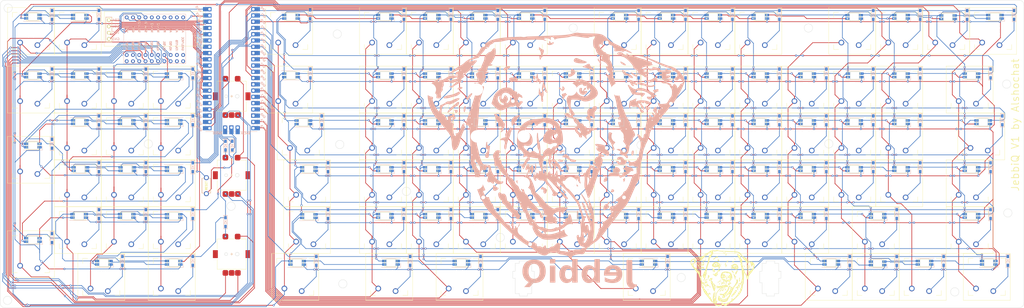
<source format=kicad_pcb>
(kicad_pcb (version 20221018) (generator pcbnew)
  (layers (0 "F.Cu" signal) (31 "B.Cu" signal) (34 "B.Paste" user) (35 "F.Paste" user) (36 "B.SilkS" user "B.Silkscreen") (37 "F.SilkS" user "F.Silkscreen") (38 "B.Mask" user) (39 "F.Mask" user) (44 "Edge.Cuts" user))
  (net 0 "")
  (net 1 "Net-(D1-A)")
  (net 2 "ROW1")
  (net 3 "Net-(D2-A)")
  (net 4 "ROW2")
  (net 5 "Net-(D3-A)")
  (net 6 "ROW3")
  (net 7 "Net-(D4-A)")
  (net 8 "ROW4")
  (net 9 "Net-(D5-A)")
  (net 10 "ROW5")
  (net 11 "Net-(D6-A)")
  (net 12 "ROW6")
  (net 13 "Net-(D7-A)")
  (net 14 "Net-(D49-A)")
  (net 15 "Net-(D8-A)")
  (net 16 "Net-(D50-A)")
  (net 17 "Net-(D9-A)")
  (net 18 "Net-(D55-A)")
  (net 19 "Net-(D10-A)")
  (net 20 "COL1")
  (net 21 "Net-(D11-A)")
  (net 22 "COL2")
  (net 23 "Net-(D12-A)")
  (net 24 "COL3")
  (net 25 "Net-(D13-A)")
  (net 26 "COL4")
  (net 27 "Net-(D14-A)")
  (net 28 "COL5")
  (net 29 "Net-(D15-A)")
  (net 30 "COL6")
  (net 31 "Net-(D16-A)")
  (net 32 "COL7")
  (net 33 "Net-(D17-A)")
  (net 34 "COL8")
  (net 35 "Net-(D18-A)")
  (net 36 "COL9")
  (net 37 "Net-(D19-A)")
  (net 38 "ENC2 A")
  (net 39 "Net-(D20-A)")
  (net 40 "ENC3 A")
  (net 41 "Net-(D21-A)")
  (net 42 "COL10")
  (net 43 "Net-(D22-A)")
  (net 44 "COL11")
  (net 45 "Net-(D23-A)")
  (net 46 "COL12")
  (net 47 "Net-(D24-A)")
  (net 48 "COL13")
  (net 49 "Net-(D25-A)")
  (net 50 "COL14")
  (net 51 "Net-(D26-A)")
  (net 52 "COL15")
  (net 53 "Net-(D27-A)")
  (net 54 "COL16")
  (net 55 "Net-(D28-A)")
  (net 56 "COL17")
  (net 57 "Net-(D29-A)")
  (net 58 "COL18")
  (net 59 "Net-(D30-A)")
  (net 60 "ENC1 A")
  (net 61 "Net-(D31-A)")
  (net 62 "Net-(D32-A)")
  (net 63 "Net-(D33-A)")
  (net 64 "Net-(D34-A)")
  (net 65 "GND")
  (net 66 "Net-(D35-A)")
  (net 68 "Net-(D36-A)")
  (net 69 "SDA")
  (net 70 "Net-(D37-A)")
  (net 71 "SCL")
  (net 72 "Net-(D38-A)")
  (net 73 "Net-(D39-A)")
  (net 74 "LED CTRL")
  (net 75 "Net-(D40-A)")
  (net 76 "RST")
  (net 77 "Net-(D41-A)")
  (net 78 "Net-(D42-A)")
  (net 79 "Net-(D43-A)")
  (net 80 "Net-(D44-A)")
  (net 82 "Net-(D45-A)")
  (net 84 "Net-(D46-A)")
  (net 85 "Net-(D47-A)")
  (net 87 "Net-(D48-A)")
  (net 88 "Net-(D51-A)")
  (net 89 "Net-(D52-A)")
  (net 90 "LED PWR")
  (net 91 "Net-(D53-A)")
  (net 93 "Net-(D54-A)")
  (net 95 "Net-(D56-A)")
  (net 96 "Net-(D57-A)")
  (net 97 "Net-(D58-A)")
  (net 98 "Net-(D59-A)")
  (net 99 "Net-(D60-A)")
  (net 100 "Net-(D62-A)")
  (net 101 "Net-(D63-A)")
  (net 102 "Net-(D64-A)")
  (net 103 "Net-(D65-A)")
  (net 104 "Net-(D66-A)")
  (net 105 "Net-(D68-A)")
  (net 106 "Net-(D69-A)")
  (net 107 "Net-(D70-A)")
  (net 108 "Net-(D71-A)")
  (net 109 "Net-(D72-A)")
  (net 110 "Net-(D74-A)")
  (net 111 "Net-(D75-A)")
  (net 112 "Net-(D76-A)")
  (net 113 "Net-(D77-A)")
  (net 114 "Net-(D78-A)")
  (net 115 "Net-(D80-A)")
  (net 116 "Net-(D81-A)")
  (net 117 "Net-(D82-A)")
  (net 118 "Net-(D83-A)")
  (net 119 "Net-(D84-A)")
  (net 120 "Net-(D85-A)")
  (net 121 "Net-(D86-A)")
  (net 122 "Net-(D87-A)")
  (net 123 "Net-(D88-A)")
  (net 124 "Net-(D89-A)")
  (net 125 "Net-(D90-A)")
  (net 126 "Net-(D91-A)")
  (net 127 "Net-(D92-A)")
  (net 128 "Net-(D93-A)")
  (net 129 "Net-(D94-A)")
  (net 130 "Net-(D95-A)")
  (net 131 "Net-(D97-A)")
  (net 132 "Net-(D98-A)")
  (net 133 "Net-(D99-A)")
  (net 134 "Net-(D100-A)")
  (net 135 "Net-(D101-A)")
  (net 136 "Net-(D102-A)")
  (net 137 "Net-(D103-A)")
  (net 138 "ENC3 B")
  (net 139 "ENC2 B")
  (net 140 "ENC1 B")
  (net 141 "Net-(LED1-DIN)")
  (net 142 "Net-(LED1-DOUT)")
  (net 143 "Net-(LED20-DIN)")
  (net 144 "Net-(LED2-DIN)")
  (net 145 "Net-(LED2-DOUT)")
  (net 146 "Net-(LED3-DIN)")
  (net 147 "Net-(LED4-DIN)")
  (net 148 "Net-(LED10-DIN)")
  (net 149 "Net-(LED11-DIN)")
  (net 150 "Net-(LED12-DIN)")
  (net 151 "Net-(LED13-DIN)")
  (net 152 "Net-(LED10-DOUT)")
  (net 153 "Net-(LED11-DOUT)")
  (net 154 "Net-(LED13-DOUT)")
  (net 155 "Net-(LED14-DOUT)")
  (net 156 "Net-(LED14-DIN)")
  (net 157 "Net-(LED20-DOUT)")
  (net 158 "Net-(LED23-DOUT)")
  (net 160 "Net-(LED15-DIN)")
  (net 161 "Net-(LED17-DIN)")
  (net 162 "Net-(LED12-DOUT)")
  (net 164 "Net-(LED26-DIN)")
  (net 165 "Net-(LED32-DIN)")
  (net 166 "Net-(LED38-DIN)")
  (net 167 "Net-(LED44-DIN)")
  (net 168 "Net-(LED53-DIN)")
  (net 169 "Net-(LED58-DIN)")
  (net 170 "Net-(LED63-DIN)")
  (net 171 "Net-(LED66-DIN)")
  (net 172 "Net-(LED68-DIN)")
  (net 174 "Net-(LED73-DIN)")
  (net 175 "Net-(LED79-DIN)")
  (net 176 "Net-(LED80-DIN)")
  (net 177 "Net-(LED85-DIN)")
  (net 178 "Net-(LED86-DIN)")
  (net 179 "Net-(LED17-DOUT)")
  (net 180 "Net-(LED21-DOUT)")
  (net 181 "Net-(LED21-DIN)")
  (net 182 "Net-(LED22-DOUT)")
  (net 183 "Net-(LED22-DIN)")
  (net 184 "Net-(LED23-DIN)")
  (net 185 "Net-(LED24-DOUT)")
  (net 186 "Net-(LED24-DIN)")
  (net 187 "Net-(LED25-DIN)")
  (net 188 "Net-(LED27-DIN)")
  (net 189 "Net-(LED28-DIN)")
  (net 190 "Net-(LED29-DIN)")
  (net 191 "Net-(LED30-DIN)")
  (net 192 "Net-(LED31-DIN)")
  (net 193 "Net-(LED33-DIN)")
  (net 194 "Net-(LED34-DIN)")
  (net 195 "Net-(LED35-DIN)")
  (net 196 "Net-(LED36-DIN)")
  (net 197 "Net-(LED37-DIN)")
  (net 198 "Net-(LED39-DIN)")
  (net 199 "Net-(LED40-DIN)")
  (net 200 "Net-(LED41-DIN)")
  (net 201 "Net-(LED42-DIN)")
  (net 202 "Net-(LED43-DIN)")
  (net 203 "Net-(LED45-DIN)")
  (net 204 "Net-(LED46-DIN)")
  (net 205 "Net-(LED47-DIN)")
  (net 206 "Net-(LED48-DIN)")
  (net 207 "Net-(LED49-DIN)")
  (net 208 "Net-(LED50-DIN)")
  (net 209 "Net-(LED51-DIN)")
  (net 210 "Net-(LED52-DIN)")
  (net 211 "Net-(LED54-DIN)")
  (net 212 "Net-(LED55-DIN)")
  (net 213 "Net-(LED57-DIN)")
  (net 214 "Net-(LED59-DIN)")
  (net 215 "Net-(LED60-DIN)")
  (net 216 "Net-(LED61-DIN)")
  (net 217 "Net-(LED62-DIN)")
  (net 218 "Net-(LED64-DIN)")
  (net 219 "Net-(LED65-DIN)")
  (net 220 "Net-(LED67-DIN)")
  (net 221 "Net-(LED69-DIN)")
  (net 222 "Net-(LED70-DIN)")
  (net 223 "Net-(LED71-DIN)")
  (net 224 "Net-(LED72-DIN)")
  (net 225 "Net-(LED74-DIN)")
  (net 226 "Net-(LED75-DIN)")
  (net 227 "Net-(LED76-DIN)")
  (net 228 "Net-(LED77-DIN)")
  (net 229 "Net-(LED78-DIN)")
  (net 230 "Net-(LED81-DIN)")
  (net 231 "Net-(LED82-DIN)")
  (net 232 "Net-(LED83-DIN)")
  (net 233 "Net-(LED84-DIN)")
  (net 234 "Net-(LED87-DIN)")
  (net 235 "Net-(LED88-DIN)")
  (net 236 "Net-(LED89-DIN)")
  (net 239 "Net-(LED56-DOUT)")
  (net 242 "unconnected-(MCP1-A2-Pad1)")
  (net 245 "VDD")
  (net 252 "OLED SDA")
  (net 253 "OLED SCL")
  (net 254 "OLED PWR")
  (net 255 "MCP PWR")
  (footprint "enthalpy:LOW_profile_switch" (layer "F.Cu") (at 394.25 120.75)
    (fp_text reference "SW59" hide)
    (fp_text value "SW_PUSH-Lily58-cache-Lily58_Pro-rescue" hide)
  )
  (footprint "enthalpy:LOW_profile_switch" (layer "F.Cu") (at 318.25 82.75)
    (fp_text reference "SW33" hide)
    (fp_text value "SW_PUSH-Lily58-cache-Lily58_Pro-rescue" hide)
  )
  (footprint "enthalpy:LOW_profile_switch" (layer "F.Cu") (at 175.75 139.75)
    (fp_text reference "SW15" hide)
    (fp_text value "SW_PUSH-Lily58-cache-Lily58_Pro-rescue" hide)
  )
  (footprint "SofleChoc:crkbd-diode" (layer "F.Cu") (at 412.25 62 -90)
    (fp_text reference "D56" hide)
    (fp_text value "SofleKeyboard-rescue_D-Lily58-cache-Lily58_Pro-rescue" hide)
  )
  (footprint "SofleChoc:crkbd-diode" (layer "F.Cu") (at 554.75 123.75 -90)
    (fp_text reference "D101" hide)
    (fp_text value "SofleKeyboard-rescue_D-Lily58-cache-Lily58_Pro-rescue" hide)
  )
  (footprint "SofleChoc:crkbd-diode" (layer "F.Cu") (at 193.75 142.75 -90)
    (fp_text reference "D15" hide)
    (fp_text value "SofleKeyboard-rescue_D-Lily58-cache-Lily58_Pro-rescue" hide)
  )
  (footprint "SofleChoc:crkbd-diode" (layer "F.Cu") (at 431.25 142.75 -90)
    (fp_text reference "D66" hide)
    (fp_text value "SofleKeyboard-rescue_D-Lily58-cache-Lily58_Pro-rescue" hide)
  )
  (footprint "enthalpy:LOW_profile_switch" (layer "F.Cu") (at 330.25 158.75)
    (fp_text reference "SW37" hide)
    (fp_text value "SW_PUSH-Lily58-cache-Lily58_Pro-rescue" hide)
  )
  (footprint "SofleChoc:crkbd-diode" (layer "F.Cu") (at 554.75 85.75 -90)
    (fp_text reference "D99" hide)
    (fp_text value "SofleKeyboard-rescue_D-Lily58-cache-Lily58_Pro-rescue" hide)
  )
  (footprint "enthalpy:LOW_profile_switch" (layer "F.Cu") (at 451.25 59)
    (fp_text reference "SW74" hide)
    (fp_text value "SW_PUSH-Lily58-cache-Lily58_Pro-rescue" hide)
  )
  (footprint "enthalpy:LOW_profile_switch" (layer "F.Cu") (at 194.75 139.75)
    (fp_text reference "SW16" hide)
    (fp_text value "SW_PUSH-Lily58-cache-Lily58_Pro-rescue" hide)
  )
  (footprint "SofleChoc:crkbd-diode" (layer "F.Cu") (at 281.75 161.75 -90)
    (fp_text reference "D25" hide)
    (fp_text value "SofleKeyboard-rescue_D-Lily58-cache-Lily58_Pro-rescue" hide)
  )
  (footprint "SofleChoc:crkbd-diode" (layer "F.Cu") (at 450.25 85.75 -90)
    (fp_text reference "D69" hide)
    (fp_text value "SofleKeyboard-rescue_D-Lily58-cache-Lily58_Pro-rescue" hide)
  )
  (footprint "enthalpy:LOW_profile_switch" (layer "F.Cu") (at 194.75 82.75)
    (fp_text reference "SW5" hide)
    (fp_text value "SW_PUSH-Lily58-cache-Lily58_Pro-rescue" hide)
  )
  (footprint "enthalpy:LOW_profile_switch" (layer "F.Cu") (at 194.75 120.75)
    (fp_text reference "SW12" hide)
    (fp_text value "SW_PUSH-Lily58-cache-Lily58_Pro-rescue" hide)
  )
  (footprint "SofleChoc:crkbd-diode" (layer "F.Cu") (at 355.25 123.75 -90)
    (fp_text reference "D41" hide)
    (fp_text value "SofleKeyboard-rescue_D-Lily58-cache-Lily58_Pro-rescue" hide)
  )
  (footprint "SofleChoc:crkbd-diode" (layer "F.Cu") (at 212.75 142.75 -90)
    (fp_text reference "D16" hide)
    (fp_text value "SofleKeyboard-rescue_D-Lily58-cache-Lily58_Pro-rescue" hide)
  )
  (footprint "enthalpy:LOW_profile_switch" (layer "F.Cu") (at 356.25 82.75)
    (fp_text reference "SW45" hide)
    (fp_text value "SW_PUSH-Lily58-cache-Lily58_Pro-rescue" hide)
  )
  (footprint "SofleChoc:crkbd-diode" (layer "F.Cu") (at 355.25 142.75 -90)
    (fp_text reference "D42" hide)
    (fp_text value "SofleKeyboard-rescue_D-Lily58-cache-Lily58_Pro-rescue" hide)
  )
  (footprint "enthalpy:LOW_profile_switch" (layer "F.Cu") (at 432.25 120.75)
    (fp_text reference "SW71" hide)
    (fp_text value "SW_PUSH-Lily58-cache-Lily58_Pro-rescue" hide)
  )
  (footprint "SofleChoc:crkbd-diode" (layer "F.Cu") (at 412.25 104.75 -90)
    (fp_text reference "D58" hide)
    (fp_text value "SofleKeyboard-rescue_D-Lily58-cache-Lily58_Pro-rescue" hide)
  )
  (footprint "SofleChoc:crkbd-diode" (layer "F.Cu") (at 319.75 161.75 -90)
    (fp_text reference "D31" hide)
    (fp_text value "SofleKeyboard-rescue_D-Lily58-cache-Lily58_Pro-rescue" hide)
  )
  (footprint "enthalpy:LOW_profile_switch" (layer "F.Cu") (at 318.25 139.75)
    (fp_text reference "SW36" hide)
    (fp_text value "SW_PUSH-Lily58-cache-Lily58_Pro-rescue" hide)
  )
  (footprint "enthalpy:LOW_profile_switch" (layer "F.Cu") (at 517.75 158.75)
    (fp_text reference "SW97" hide)
    (fp_text value "SW_PUSH-Lily58-cache-Lily58_Pro-rescue" hide)
  )
  (footprint "enthalpy:LOW_profile_switch" (layer "F.Cu") (at 299.25 59)
    (fp_text reference "SW26" hide)
    (fp_text value "SW_PUSH-Lily58-cache-Lily58_Pro-rescue" hide)
  )
  (footprint "enthalpy:LOW_profile_switch" (layer "F.Cu") (at 356.25 120.75)
    (fp_text reference "SW47" hide)
    (fp_text value "SW_PUSH-Lily58-cache-Lily58_Pro-rescue" hide)
  )
  (footprint "SofleChoc:crkbd-diode" (layer "F.Cu") (at 231.75 123.75 -90)
    (fp_text reference "D13" hide)
    (fp_text value "SofleKeyboard-rescue_D-Lily58-cache-Lily58_Pro-rescue" hide)
  )
  (footprint "SofleChoc:crkbd-diode" (layer "F.Cu") (at 393.25 104.75 -90)
    (fp_text reference "D52" hide)
    (fp_text value "SofleKeyboard-rescue_D-Lily58-cache-Lily58_Pro-rescue" hide)
  )
  (footprint "enthalpy:LOW_profile_switch" (layer "F.Cu") (at 432.25 82.75)
    (fp_text reference "SW69" hide)
    (fp_text value "SW_PUSH-Lily58-cache-Lily58_Pro-rescue" hide)
  )
  (footprint "SofleChoc:OLED_4Pin_1306" (layer "F.Cu") (at 197.75 64.13 -90)
    (fp_text reference "J1" hide)
    (fp_text value "SofleKeyboard-rescue_OLED-Lily58-cache-Lily58_Pro-rescue" hide)
  )
  (footprint "enthalpy:LOW_profile_switch" (layer "F.Cu") (at 536.75 120.75)
    (fp_text reference "SW101" hide)
    (fp_text value "SW_PUSH-Lily58-cache-Lily58_Pro-rescue" hide)
  )
  (footprint "SofleChoc:crkbd-diode" (layer "F.Cu") (at 374.25 85.75 -90)
    (fp_text reference "D45" hide)
    (fp_text value "SofleKeyboard-rescue_D-Lily58-cache-Lily58_Pro-rescue" hide)
  )
  (footprint "SofleChoc:crkbd-diode" (layer "F.Cu") (at 469.25 142.75 -90)
    (fp_text reference "D78" hide)
    (fp_text value "SofleKeyboard-rescue_D-Lily58-cache-Lily58_Pro-rescue" hide)
  )
  (footprint "SofleChoc:crkbd-diode" (layer "F.Cu") (at 193.75 85.75 -90)
    (fp_text reference "D4" hide)
    (fp_text value "SofleKeyboard-rescue_D-Lily58-cache-Lily58_Pro-rescue" hide)
  )
  (footprint "SofleChoc:crkbd-diode" (layer "F.Cu") (at 283.95 104.75 -90)
    (fp_text reference "D22" hide)
    (fp_text value "SofleKeyboard-rescue_D-Lily58-cache-Lily58_Pro-rescue" hide)
  )
  (footprint "enthalpy:LOW_profile_switch" (layer "F.Cu") (at 479.75 158.75)
    (fp_text reference "SW85" hide)
    (fp_text value "SW_PUSH-Lily58-cache-Lily58_Pro-rescue" hide)
  )
  (footprint "enthalpy:LOW_profile_switch" (layer "F.Cu") (at 413.25 120.75)
    (fp_text reference "SW65" hide)
    (fp_text value "SW_PUSH-Lily58-cache-Lily58_Pro-rescue" hide)
  )
  (footprint "SofleChoc:crkbd-diode" (layer "F.Cu") (at 355.25 104.75 -90)
    (fp_text reference "D40" hide)
    (fp_text value "SofleKeyboard-rescue_D-Lily58-cache-Lily58_Pro-rescue" hide)
  )
  (footprint "enthalpy:LOW_profile_switch" (layer "F.Cu") (at 432.25 139.75)
    (fp_text reference "SW72" hide)
    (fp_text value "SW_PUSH-Lily58-cache-Lily58_Pro-rescue" hide)
  )
  (footprint "SofleChoc:crkbd-diode" (layer "F.Cu") (at 212.75 85.775 -90)
    (fp_text reference "D5" hide)
    (fp_text value "SofleKeyboard-rescue_D-Lily58-cache-Lily58_Pro-rescue" hide)
  )
  (footprint "SofleChoc:crkbd-diode" (layer "F.Cu") (at 174.75 114.25 -90)
    (fp_text reference "D7" hide)
    (fp_text value "SofleKeyboard-rescue_D-Lily58-cache-Lily58_Pro-rescue" hide)
  )
  (footprint "SofleChoc:crkbd-diode" (layer "F.Cu") (at 231.75 161.75 -90)
    (fp_text reference "D19" hide)
    (fp_text value "SofleKeyboard-rescue_D-Lily58-cache-Lily58_Pro-rescue" hide)
  )
  (footprint "SofleChoc:TACT_SWITCH_TVBP06" (layer "F.Cu") (at 237.25 131.25 90)
    (fp_text reference "RSW1" hide)
    (fp_text value "SofleKeyboard-rescue_SW_RST-Lily58-cache-Lily58_Pro-rescue" hide)
  )
  (footprint "SofleChoc:crkbd-diode" (layer "F.Cu") (at 469.25 104.75 -90)
    (fp_text reference "D76" hide)
    (fp_text value "SofleKeyboard-rescue_D-Lily58-cache-Lily58_Pro-rescue" hide)
  )
  (footprint "enthalpy:LOW_profile_switch" (layer "F.Cu") (at 394.25 139.75)
    (fp_text reference "SW60" hide)
    (fp_text value "SW_PUSH-Lily58-cache-Lily58_Pro-rescue" hide)
  )
  (footprint "enthalpy:LOW_profile_switch" (layer "F.Cu") (at 470.25 120.75)
    (fp_text reference "SW83" hide)
    (fp_text value "SW_PUSH-Lily58-cache-Lily58_Pro-rescue" hide)
  )
  (footprint "SofleChoc:crkbd-diode" (layer "F.Cu") (at 336.25 62 -90)
    (fp_text reference "D32" hide)
    (fp_text value "SofleKeyboard-rescue_D-Lily58-cache-Lily58_Pro-rescue" hide)
  )
  (footprint "SofleChoc:crkbd-diode" (layer "F.Cu") (at 450.25 104.75 -90)
    (fp_text reference "D70" hide)
    (fp_text value "SofleKeyboard-rescue_D-Lily58-cache-Lily58_Pro-rescue" hide)
  )
  (footprint "enthalpy:LOW_profile_switch" (layer "F.Cu") (at 413.25 59)
    (fp_text reference "SW62" hide)
    (fp_text value "SW_PUSH-Lily58-cache-Lily58_Pro-rescue" hide)
  )
  (footprint "enthalpy:LOW_profile_switch" (layer "F.Cu") (at 356.25 101.75)
    (fp_text reference "SW46" hide)
    (fp_text value "SW_PUSH-Lily58-cache-Lily58_Pro-rescue" hide)
  )
  (footprint "SofleChoc:crkbd-diode" (layer "F.Cu") (at 193.75 123.75 -90)
    (fp_text reference "D11" hide)
    (fp_text value "SofleKeyboard-rescue_D-Lily58-cache-Lily58_Pro-rescue" hide)
  )
  (footprint "enthalpy:LOW_profile_switch" (layer "F.Cu") (at 375.25 101.75)
    (fp_text reference "SW52" hide)
    (fp_text value "SW_PUSH-Lily58-cache-Lily58_Pro-rescue" hide)
  )
  (footprint "enthalpy:LOW_profile_switch" (layer "F.Cu") (at 263.75 158.75)
    (fp_text reference "SW25" hide)
    (fp_text value "SW_PUSH-Lily58-cache-Lily58_Pro-rescue" hide)
  )
  (footprint "SofleChoc:crkbd-diode" (layer "F.Cu") (at 336.25 123.725 -90)
    (fp_text reference "D35" hide)
    (fp_text value "SofleKeyboard-rescue_D-Lily58-cache-Lily58_Pro-rescue" hide)
  )
  (footprint "SofleChoc:crkbd-diode" (layer "F.Cu") (at 469.25 123.75 -90)
    (fp_text reference "D77" hide)
    (fp_text value "SofleKeyboard-rescue_D-Lily58-cache-Lily58_Pro-rescue" hide)
  )
  (footprint "enthalpy:LOW_profile_switch" (layer "F.Cu") (at 213.75 82.75)
    (fp_text reference "SW6" hide)
    (fp_text value "SW_PUSH-Lily58-cache-Lily58_Pro-rescue" hide)
  )
  (footprint "SofleChoc:crkbd-diode" (layer "F.Cu") (at 336.25 142.75 -90)
    (fp_text reference "D36" hide)
    (fp_text value "SofleKeyboard-rescue_D-Lily58-cache-Lily58_Pro-rescue" hide)
  )
  (footprint "SofleChoc:crkbd-diode" (layer "F.Cu") (at 424 161.75 -90)
    (fp_text reference "D43" hide)
    (fp_text value "SofleKeyboard-rescue_D-Lily58-cache-Lily58_Pro-rescue" hide)
  )
  (footprint "enthalpy:LOW_profile_switch" (layer "F.Cu") (at 394.25 101.75)
    (fp_text reference "SW58" hide)
    (fp_text value "SW_PUSH-Lily58-cache-Lily58_Pro-rescue" hide)
  )
  (footprint "SofleChoc:crkbd-diode" (layer "F.Cu") (at 431.25 104.75 -90)
    (fp_text reference "D64" hide)
    (fp_text value "SofleKeyboard-rescue_D-Lily58-cache-Lily58_Pro-rescue" hide)
  )
  (footprint "enthalpy:LOW_profile_switch" (layer "F.Cu") (at 299.25 120.75)
    (fp_text reference "SW29" hide)
    (fp_text value "SW_PUSH-Lily58-cache-Lily58_Pro-rescue" hide)
  )
  (footprint "SofleChoc:crkbd-diode" (layer "F.Cu") (at 393.25 85.75 -90)
    (fp_text reference "D51" hide)
    (fp_text value "SofleKeyboard-rescue_D-Lily58-cache-Lily58_Pro-rescue" hide)
  )
  (footprint "enthalpy:LOW_profile_switch" (layer "F.Cu") (at 432.25 101.75)
    (fp_text reference "SW70" hide)
    (fp_text value "SW_PUSH-Lily58-cache-Lily58_Pro-rescue" hide)
  )
  (footprint "enthalpy:LOW_profile_switch" (layer "F.Cu") (at 175.75 59)
    (fp_text reference "SW2" hide)
    (fp_text value "SW_PUSH-Lily58-cache-Lily58_Pro-rescue" hide)
  )
  (footprint "enthalpy:LOW_profile_switch" (layer "F.Cu") (at 175.75 120.75)
    (fp_text reference "SW11" hide)
    (fp_text value "SW_PUSH-Lily58-cache-Lily58_Pro-rescue" hide)
  )
  (footprint "SofleChoc:crkbd-diode" (layer "F.Cu") (at 431.25 85.75 -90)
    (fp_text reference "D63" hide)
    (fp_text value "SofleKeyboard-rescue_D-Lily58-cache-Lily58_Pro-rescue" hide)
  )
  (footprint "enthalpy:LOW_profile_switch" (layer "F.Cu") (at 527.25 59)
    (fp_text reference "SW92" hide)
    (fp_text value "SW_PUSH-Lily58-cache-Lily58_Pro-rescue" hide)
  )
  (footprint "enthalpy:LOW_profile_switch" (layer "F.Cu") (at 451.25 101.75)
    (fp_text reference "SW76" hide)
    (fp_text value "SW_PUSH-Lily58-cache-Lily58_Pro-rescue" hide)
  )
  (footprint "SofleChoc:crkbd-diode" (layer "F.Cu") (at 488.25 123.75 -90)
    (fp_text reference "D83" hide)
    (fp_text value "SofleKeyboard-rescue_D-Lily58-cache-Lily58_Pro-rescue" hide)
  )
  (footprint "SofleChoc:crkbd-diode" (layer "F.Cu") (at 279.25 61.75 -90)
    (fp_text reference "D20" hide)
    (fp_text value "SofleKeyboard-rescue_D-Lily58-cache-Lily58_Pro-rescue" hide)
  )
  (footprint "SofleChoc:crkbd-diode" (layer "F.Cu") (at 231.75 104.75 -90)
    (fp_text reference "D10" hide)
    (fp_text value "SofleKeyboard-rescue_D-Lily58-cache-Lily58_Pro-rescue" hide)
  )
  (footprint "SofleChoc:crkbd-diode" (layer "F.Cu") (at 286.5 123.75 -90)
    (fp_text reference "D23" hide)
    (fp_text value "SofleKeyboard-rescue_D-Lily58-cache-Lily58_Pro-rescue" hide)
  )
  (footprint "SofleChoc:crkbd-diode" (layer "F.Cu") (at 535.75 161.75 -90)
    (fp_text reference "D97" hide)
    (fp_text value "SofleKeyboard-rescue_D-Lily58-cache-Lily58_Pro-rescue" hide)
  )
  (footprint "enthalpy:LOW_profile_switch" (layer "F.Cu") (at 299.25 101.75)
    (fp_text reference "SW28" hide)
    (fp_text value "SW_PUSH-Lily58-cache-Lily58_Pro-rescue" hide)
  )
  (footprint "enthalpy:LOW_profile_switch" (layer "F.Cu") (at 213.75 139.75)
    (fp_text reference "SW17" hide)
    (fp_text value "SW_PUSH-Lily58-cache-Lily58_Pro-rescue" hide)
  )
  (footprint "enthalpy:LOW_profile_switch" (layer "F.Cu") (at 413.25 139.75)
    (fp_text reference "SW66" hide)
    (fp_text value "SW_PUSH-Lily58-cache-Lily58_Pro-rescue" hide)
  )
  (footprint "SofleChoc:crkbd-diode" (layer "F.Cu") (at 526.25 85.75 -90)
    (fp_text reference "D93" hide)
    (fp_text value "SofleKeyboard-rescue_D-Lily58-cache-Lily58_Pro-rescue" hide)
  )
  (footprint "SofleChoc:crkbd-diode" (layer "F.Cu") (at 317.25 123.75 -90)
    (fp_text reference "D29" hide)
    (fp_text value "SofleKeyboard-rescue_D-Lily58-cache-Lily58_Pro-rescue" hide)
  )
  (footprint "SofleChoc:crkbd-diode" (layer "F.Cu") (at 526.25 104.75 -90)
    (fp_text reference "D94" hide)
    (fp_text value "SofleKeyboard-rescue_D-Lily58-cache-Lily58_Pro-rescue" hide)
  )
  (footprint "enthalpy:LOW_profile_switch" (layer "F.Cu") (at 375.25 82.75)
    (fp_text reference "SW51" hide)
    (fp_text value "SW_PUSH-Lily58-cache-Lily58_Pro-rescue" hide)
  )
  (footprint "SofleChoc:crkbd-diode" (layer "F.Cu") (at 412.25 142.75 -90)
    (fp_text reference "D60" hide)
    (fp_text value "SofleKeyboard-rescue_D-Lily58-cache-Lily58_Pro-rescue" hide)
  )
  (footprint "SofleChoc:crkbd-diode" (layer "F.Cu") (at 507.25 62 -90)
    (fp_text reference "D80" hide)
    (fp_text value "SofleKeyboard-rescue_D-Lily58-cache-Lily58_Pro-rescue" hide)
  )
  (footprint "SofleChoc:crkbd-diode" (layer "F.Cu") (at 564.25 62 -90)
    (fp_text reference "D98" hide)
    (fp_text value "SofleKeyboard-rescue_D-Lily58-cache-Lily58_Pro-rescue" hide)
  )
  (footprint "SofleChoc:crkbd-diode" (layer "F.Cu") (at 393.25 123.75 -90)
    (fp_text reference "D53" hide)
    (fp_text value "SofleKeyboard-rescue_D-Lily58-cache-Lily58_Pro-rescue" hide)
  )
  (footprint "enthalpy:LOW_profile_switch" (layer "F.Cu") (at 268.5 139.75)
    (fp_text reference "SW24" hide)
    (fp_text value "SW_PUSH-Lily58-cache-Lily58_Pro-rescue" hide)
  )
  (footprint "enthalpy:LOW_profile_switch" (layer "F.Cu") (at 299.25 139.75)
    (fp_text reference "SW30" hide)
    (fp_text value "SW_PUSH-Lily58-cache-Lily58_Pro-rescue" hide)
  )
  (footprint "SofleChoc:crkbd-diode" (layer "F.Cu") (at 488.25 142.75 -90)
    (fp_text reference "D84" hide)
    (fp_text value "SofleKeyboard-rescue_D-Lily58-cache-Lily58_Pro-rescue" hide)
  )
  (footprint "SofleChoc:crkbd-diode" (layer "F.Cu") (at 507.25 85.75 -90)
    (fp_text reference "D87" hide)
    (fp_text value "SofleKeyboard-rescue_D-Lily58-cache-Lily58_Pro-rescue" hide)
  )
  (footprint "enthalpy:LOW_profile_switch" (layer "F.Cu") (at 318.25 101.75)
    (fp_text reference "SW34" hide)
    (fp_text value "SW_PUSH-Lily58-cache-Lily58_Pro-rescue" hide)
  )
  (footprint "enthalpy:LOW_profile_switch" (layer "F.Cu") (at 156.75 59)
    (fp_text reference "SW1" hide)
    (fp_text value "SW_PUSH-Lily58-cache-Lily58_Pro-rescue" hide)
  )
  (footprint "enthalpy:LOW_profile_switch" (layer "F.Cu") (at 394.25 82.75)
    (fp_text reference "SW57" hide)
    (fp_text value "SW_PUSH-Lily58-cache-Lily58_Pro-rescue" hide)
  )
  (footprint "enthalpy:LOW_profile_switch" (layer "F.Cu") (at 394.25 59)
    (fp_text reference "SW56" hide)
    (fp_text value "SW_PUSH-Lily58-cache-Lily58_Pro-rescue" hide)
  )
  (footprint "SofleChoc:crkbd-diode" (layer "F.Cu") (at 336.25 85.75 -90)
    (fp_text reference "D33" hide)
    (fp_text value "SofleKeyboard-rescue_D-Lily58-cache-Lily58_Pro-rescue" hide)
  )
  (footprint "SofleChoc:crkbd-diode" (layer "F.Cu") (at 174.75 85.75 -90)
    (fp_text reference "D3" hide)
    (fp_text value "SofleKeyboard-rescue_D-Lily58-cache-Lily58_Pro-rescue" hide)
  )
  (footprint "SofleChoc:crkbd-diode" (layer "F.Cu") (at 374.25 104.75 -90)
    (fp_text reference "D46" hide)
    (fp_text value "SofleKeyboard-rescue_D-Lily58-cache-Lily58_Pro-rescue" hide)
  )
  (footprint "JebbieQ Keyboard:RotaryEncoder_Alps_EC11E-Switch_Vertical_H20mm-keebio_modified" (layer "F.Cu") (at 247.5 127 90)
    (fp_text reference "SW49" hide)
    (fp_text value "SofleKeyboard-rescue_Rotary_Encoder_Switch-Device" hide)
    (fp_circle (center 0 -2.25) (end 0.6 -2.25) (stroke (width 0.12)) (fill none) (layer "Edge.Cuts"))
    (fp_circle (center 0 2.25) (end 0.75 2.25) (stroke (width 0.12)) (fill none) (layer "Edge.Cuts"))
  )
  (footprint "enthalpy:LOW_profile_switch" (layer "F.Cu") (at 318.25 120.75)
    (fp_text reference "SW35" hide)
    (fp_text value "SW_PUSH-Lily58-cache-Lily58_Pro-rescue" hide)
  )
  (footprint "enthalpy:LOW_profile_switch" (layer "F.Cu") (at 175.75 82.75)
    (fp_text reference "SW4" hide)
    (fp_text value "SW_PUSH-Lily58-cache-Lily58_Pro-rescue" hide)
  )
  (footprint "enthalpy:LOW_profile_switch" (layer "F.Cu") (at 185.25 158.75)
    (fp_text reference "SW18" hide)
    (fp_text value "SW_PUSH-Lily58-cache-Lily58_Pro-rescue" hide)
  )
  (footprint "enthalpy:LOW_profile_switch" (layer "F.Cu") (at 375.25 120.75)
    (fp_text reference "SW53" hide)
    (fp_text value "SW_PUSH-Lily58-cache-Lily58_Pro-rescue" hide)
  )
  (footprint "enthalpy:LOW_profile_switch" (layer "F.Cu") (at 337.25 139.75)
    (fp_text reference "SW42" hide)
    (fp_text value "SW_PUSH-Lily58-cache-Lily58_Pro-rescue" hide)
  )
  (footprint "SofleChoc:crkbd-diode" (layer "F.Cu") (at 450.25 123.75 -90)
    (fp_text reference "D71" hide)
    (fp_text value "SofleKeyboard-rescue_D-Lily58-cache-Lily58_Pro-rescue" hide)
  )
  (footprint "SofleChoc:crkbd-diode" (layer "F.Cu") (at 355.25 85.75 -90)
    (fp_text reference "D39" hide)
    (fp_text value "SofleKeyboard-rescue_D-Lily58-cache-Lily58_Pro-rescue" hide)
  )
  (footprint "SofleChoc:crkbd-diode" (layer "F.Cu") (at 231.75 142.75 -90)
    (fp_text reference "D17" hide)
    (fp_text value "SofleKeyboard-rescue_D-Lily58-cache-Lily58_Pro-rescue" hide)
  )
  (footprint "SofleChoc:crkbd-diode" (layer "F.Cu") (at 450.35 142.75 -90)
    (fp_text reference "D72" hide)
    (fp_text value "SofleKeyboard-rescue_D-Lily58-cache-Lily58_Pro-rescue" hide)
  )
  (footprint "enthalpy:LOW_profile_switch" (layer "F.Cu") (at 536.75 139.75)
    (fp_text reference "SW102" hide)
    (fp_text value "SW_PUSH-Lily58-cache-Lily58_Pro-rescue" hide)
  )
  (footprint "enthalpy:LOW_profile_switch" (layer "F.Cu") (at 543.75 158.75)
    (fp_text reference "SW103" hide)
    (fp_text value "SW_PUSH-Lily58-cache-Lily58_Pro-rescue" hide)
  )
  (footprint "SofleChoc:crkbd-diode" (layer "F.Cu") (at 431.25 62 -90)
    (fp_text reference "D62" hide)
    (fp_text value "SofleKeyboard-rescue_D-Lily58-cache-Lily58_Pro-rescue" hide)
  )
  (footprint "enthalpy:LOW_profile_switch" (layer "F.Cu") (at 156.75 82.75)
    (fp_text reference "SW3" hide)
    (fp_text value "SW_PUSH-Lily58-cache-Lily58_Pro-rescue" hide)
  )
  (footprint "enthalpy:LOW_profile_switch" (layer "F.Cu") (at 261.25 82.75)
    (fp_text reference "SW21" hide)
    (fp_text value "SW_PUSH-Lily58-cache-Lily58_Pro-rescue" hide)
  )
  (footprint "enthalpy:LOW_profile_switch" (layer "F.Cu") (at 489.25 82.75)
    (fp_text reference "SW87" hide)
    (fp_text value "SW_PUSH-Lily58-cache-Lily58_Pro-rescue" hide)
  )
  (footprint "enthalpy:LOW_profile_switch" (layer "F.Cu") (at 356.25 139.75)
    (fp_text reference "SW48" hide)
    (fp_text value "SW_PUSH-Lily58-cache-Lily58_Pro-rescue" hide)
  )
  (footprint "SofleChoc:crkbd-diode" (layer "F.Cu") (at 374.25 62 -90)
    (fp_text reference "D44" hide)
    (fp_text value "SofleKeyboard-rescue_D-Lily58-cache-Lily58_Pro-rescue" hide)
  )
  (footprint "SofleChoc:crkbd-diode" (layer "F.Cu") (at 245 146 -90)
    (fp_text reference "D55" hide)
    (fp_text value "SofleKeyboard-rescue_D-Lily58-cache-Lily58_Pro-rescue" hide)
  )
  (footprint "enthalpy:LOW_profile_switch" (layer "F.Cu") (at 470.25 82.75)
    (fp_text reference "SW81" hide)
    (fp_text value "SW_PUSH-Lily58-cache-Lily58_Pro-rescue" hide)
  )
  (footprint "enthalpy:LOW_profile_switch" (layer "F.Cu") (at 375.25 139.75)
    (fp_text reference "SW54" hide)
    (fp_text value "SW_PUSH-Lily58-cache-Lily58_Pro-rescue" hide)
  )
  (footprint "enthalpy:LOW_profile_switch" (layer "F.Cu") (at 213.75 158.75)
    (fp_text reference "SW19" hide)
    (fp_text value "SW_PUSH-Lily58-cache-Lily58_Pro-rescue" hide)
  )
  (footprint "SofleChoc:crkbd-diode" (layer "F.Cu") (at 507.25 104.75 -90)
    (fp_text reference "D88" hide)
    (fp_text value "SofleKeyboard-rescue_D-Lily58-cache-Lily58_Pro-rescue" hide)
  )
  (footprint "enthalpy:LOW_profile_switch" (layer "F.Cu") (at 541.5 101.75)
    (fp_text reference "SW100" hide)
    (fp_text value "SW_PUSH-Lily58-cache-Lily58_Pro-rescue" hide)
  )
  (footprint "enthalpy:LOW_profile_switch" (layer "F.Cu") (at 536.75 82.75)
    (fp_text reference "SW99" hide)
    (fp_text value "SW_PUSH-Lily58-cache-Lily58_Pro-rescue" hide)
  )
  (footprint "enthalpy:LOW_profile_switch" (layer "F.Cu") (at 470.25 101.75)
    (fp_text reference "SW82" hide)
    (fp_text value "SW_PUSH-Lily58-cache-Lily58_Pro-rescue" hide)
  )
  (footprint "enthalpy:LOW_profile_switch" (layer "F.Cu") (at 489.25 120.75)
    (fp_text reference "SW89" hide)
    (fp_text value "SW_PUSH-Lily58-cache-Lily58_Pro-rescue" hide)
  )
  (footprint "SofleChoc:crkbd-diode" (layer "F.Cu") (at 193.75 104.75 -90)
    (fp_text reference "D8" hide)
    (fp_text value "SofleKeyboard-rescue_D-Lily58-cache-Lily58_Pro-rescue" hide)
  )
  (footprint "enthalpy:LOW_profile_switch" (layer "F.Cu") (at 299.25 82.75)
    (fp_text reference "SW27" hide)
    (fp_text value "SW_PUSH-Lily58-cache-Lily58_Pro-rescue" hide)
  )
  (footprint "SofleChoc:crkbd-diode" (layer "F.Cu") (at 431.25 123.75 -90)
    (fp_text reference "D65" hide)
    (fp_text value "SofleKeyboard-rescue_D-Lily58-cache-Lily58_Pro-rescue" hide)
  )
  (footprint "enthalpy:LOW_profile_switch" (layer "F.Cu") (at 337.25 101.75)
    (fp_text reference "SW40" hide)
    (fp_text value "SW_PUSH-Lily58-cache-Lily58_Pro-rescue" hide)
  )
  (footprint "enthalpy:LOW_profile_switch" (layer "F.Cu") (at 337.25 82.75)
    (fp_text reference "SW39" hide)
    (fp_text value "SW_PUSH-Lily58-cache-Lily58_Pro-rescue" hide)
  )
  (footprint "enthalpy:LOW_profile_switch" (layer "F.Cu") (at 413.25 82.75)
    (fp_text reference "SW63" hide)
    (fp_text value "SW_PUSH-Lily58-cache-Lily58_Pro-rescue" hide)
  )
  (footprint "enthalpy:LOW_profile_switch" (layer "F.Cu") (at 194.75 101.75)
    (fp_text reference "SW9" hide)
    (fp_text value "SW_PUSH-Lily58-cache-Lily58_Pro-rescue" hide)
  )
  (footprint "enthalpy:LOW_profile_switch" (layer "F.Cu") (at 413.25 101.75)
    (fp_text reference "SW64" hide)
    (fp_text value "SW_PUSH-Lily58-cache-Lily58_Pro-rescue" hide)
  )
  (footprint "enthalpy:LOW_profile_switch" (layer "F.Cu") (at 508.25 82.75)
    (fp_text reference "SW93" hide)
    (fp_text value "SW_PUSH-Lily58-cache-Lily58_Pro-rescue" hide)
  )
  (footprint "enthalpy:LOW_profile_switch" (layer "F.Cu") (at 175.75 101.75)
    (fp_text reference "SW8" hide)
    (fp_text value "SW_PUSH-Lily58-cache-Lily58_Pro-rescue" hide)
  )
  (footprint "enthalpy:LOW_profile_switch" (layer "F.Cu") (at 451.25 120.75)
    (fp_text reference "SW77" hide)
    (fp_text value "SW_PUSH-Lily58-cache-Lily58_Pro-rescue" hide)
  )
  (footprint "enthalpy:LOW_profile_switch" (layer "F.Cu") (at 266 101.75)
    (fp_text reference "SW22" hide)
    (fp_text value "SW_PUSH-Lily58-cache-Lily58_Pro-rescue" hide)
  )
  (footprint "enthalpy:LOW_profile_switch" (layer "F.Cu") (at 451.25 139.74)
    (fp_text reference "SW78" hide)
    (fp_text value "SW_PUSH-Lily58-cache-Lily58_Pro-rescue" hide)
  )
  (footprint "SofleChoc:crkbd-diode" (layer "F.Cu") (at 393.25 142.75 -90)
    (fp_text reference "D54" hide)
    (fp_text value "SofleKeyboard-rescue_D-Lily58-cache-Lily58_Pro-rescue" hide)
  )
  (footprint "SofleChoc:crkbd-diode" (layer "F.Cu") (at 469.25 62 -90)
    (fp_text reference "D74" hide)
    (fp_text value "SofleKeyboard-rescue_D-Lily58-cache-Lily58_Pro-rescue" hide)
  )
  (footprint "SofleChoc:crkbd-diode" (layer "F.Cu") (at 374.25 123.75 -90)
    (fp_text reference "D47" hide)
    (fp_text value "SofleKeyboard-rescue_D-Lily58-cache-Lily58_Pro-rescue" hide)
  )
  (footprint "enthalpy:LOW_profile_switch" (layer "F.Cu") (at 508.25 120.75)
    (fp_text reference "SW95" hide)
    (fp_text value "SW_PUSH-Lily58-cache-Lily58_Pro-rescue" hide)
  )
  (footprint "enthalpy:LOW_profile_switch" (layer "F.Cu") (at 156.75 111.25)
    (fp_text reference "SW7" hide)
    (fp_text value "SW_PUSH-Lily58-cache-Lily58_Pro-rescue" hide)
  )
  (footprint "SofleChoc:crkbd-diode" (layer "F.Cu") (at 559.5 104.75 -90)
    (fp_text reference "D100" hide)
    (fp_text value "SofleKeyboard-rescue_D-Lily58-cache-Lily58_Pro-rescue" hide)
  )
  (footprint "enthalpy:LOW_profile_switch" (layer "F.Cu") (at 451.25 82.75)
    (fp_text reference "SW75" hide)
    (fp_text value "SW_PUSH-Lily58-cache-Lily58_Pro-rescue" hide)
  )
  (footprint "enthalpy:LOW_profile_switch" (layer "F.Cu") (at 546.25 59)
    (fp_text reference "SW98" hide)
    (fp_text value "SW_PUSH-Lily58-cache-Lily58_Pro-rescue" hide)
  )
  (footprint "enthalpy:LOW_profile_switch" (layer "F.Cu") (at 156.75 149.5)
    (fp_text reference "SW14" hide)
    (fp_text value "SW_PUSH-Lily58-cache-Lily58_Pro-rescue" hide)
  )
  (footprint "SofleChoc:crkbd-diode" (layer "F.Cu") (at 317.25 85.75 -90)
    (fp_text reference "D27" hide)
    (fp_text value "SofleKeyboard-rescue_D-Lily58-cache-Lily58_Pro-rescue" hide)
  )
  (footprint "enthalpy:LOW_profile_switch" (layer "F.Cu") (at 337.25 120.75)
    (fp_text reference "SW41" hide)
    (fp_text value "SW_PUSH-Lily58-cache-Lily58_Pro-rescue" hide)
  )
  (footprint "SofleChoc:crkbd-diode" (layer "F.Cu") (at 174.75 62 -90)
    (fp_text reference "D1" hide)
    (fp_text value "SofleKeyboard-rescue_D-Lily58-cache-Lily58_Pro-rescue" hide)
  )
  (footprint "enthalpy:LOW_profile_switch" (layer "F.Cu") (at 261.25 59)
    (fp_text reference "SW20" hide)
    (fp_text value "SW_PUSH-Lily58-cache-Lily58_Pro-rescue" hide)
  )
  (footprint "enthalpy:LOW_profile_switch" (layer "F.Cu") (at 498.75 158.75)
    (fp_text reference "SW91" hide)
    (fp_text value "SW_PUSH-Lily58-cache-Lily58_Pro-rescue" hide)
  )
  (footprint "enthalpy:LOW_profile_switch" (layer "F.Cu") (at 213.75 120.75)
    (fp_text reference "SW13" hide)
    (fp_text value "SW_PUSH-Lily58-cache-Lily58_Pro-rescue" hide)
  )
  (footprint "SofleChoc:crkbd-diode" (layer "F.Cu") (at 348.25 161.75 -90)
    (fp_text reference "D37" hide)
    (fp_text value "SofleKeyboard-rescue_D-Lily58-cache-Lily58_Pro-rescue" hide)
  )
  (footprint "enthalpy:LOW_profile_switch" (layer "F.Cu") (at 356.25 59)
    (fp_text reference "SW44" hide)
    (fp_text value "SW_PUSH-Lily58-cache-Lily58_Pro-rescue" hide)
  )
  (footprint "SofleChoc:crkbd-diode" (layer "F.Cu") (at 412.25 123.75 -90)
    (fp_text reference "D59" hide)
    (fp_text value "SofleKeyboard-rescue_D-Lily58-cache-Lily58_Pro-rescue" hide)
  )
  (footprint "SofleChoc:crkbd-diode" (layer "F.Cu") (at 488.25 104.75 -90)
    (fp_text reference "D82" hide)
    (fp_text value "SofleKeyboard-rescue_D-Lily58-cache-Lily58_Pro-rescue" hide)
  )
  (footprint "enthalpy:LOW_profile_switch" (layer "F.Cu") (at 301.75 158.75)
    (fp_text reference "SW31" hide)
    (fp_text value "SW_PUSH-Lily58-cache-Lily58_Pro-rescue" hide)
  )
  (footprint "enthalpy:LOW_profile_switch" (layer "F.Cu") (at 508.25 59)
    (fp_text reference "SW86" hide)
    (fp_text value "SW_PUSH-Lily58-cache-Lily58_Pro-rescue" hide)
  )
  (footprint "SofleChoc:crkbd-diode" (layer "F.Cu") (at 516.75 142.75 -90)
    (fp_text reference "D90" hide)
    (fp_text value "SofleKeyboard-rescue_D-Lily58-cache-Lily58_Pro-rescue" hide)
  )
  (footprint "SofleChoc:crkbd-diode" (layer "F.Cu") (at 336.25 104.775 -90)
    (fp_text reference "D34" hide)
    (fp_text value "SofleKeyboard-rescue_D-Lily58-cache-Lily58_Pro-rescue" hide)
  )
  (footprint "SofleChoc:crkbd-diode" (layer "F.Cu") (at 317.25 62 -90)
    (fp_text reference "D26" hide)
    (fp_text value "SofleKeyboard-rescue_D-Lily58-cache-Lily58_Pro-rescue" hide)
  )
  (footprint "SofleChoc:crkbd-diode" (layer "F.Cu") (at 174.75 152.5 -90)
    (fp_text reference "D14" hide)
    (fp_text value "SofleKeyboard-rescue_D-Lily58-cache-Lily58_Pro-rescue" hide)
  )
  (footprint "SofleChoc:crkbd-diode" (layer "F.Cu") (at 374.25 142.75 -90)
    (fp_text reference "D48" hide)
    (fp_text value "SofleKeyboard-rescue_D-Lily58-cache-Lily58_Pro-rescue" hide)
  )
  (footprint "SofleChoc:crkbd-diode" (layer "F.Cu") (at 561.75 161.75 -90)
    (fp_text reference "D103" hide)
    (fp_text value "SofleKeyboard-rescue_D-Lily58-cache-Lily58_Pro-rescue" hide)
  )
  (footprint "SofleChoc:crkbd-diode" (layer "F.Cu") (at 469.25 85.75 -90)
    (fp_text reference "D75" hide)
    (fp_text value "SofleKeyboard-rescue_D-Lily58-cache-Lily58_Pro-rescue" hide)
  )
  (footprint "SofleChoc:crkbd-diode" (layer "F.Cu") (at 286.5 142.75 -90)
    (fp_text reference "D24" hide)
    (fp_text value "SofleKeyboard-rescue_D-Lily58-cache-Lily58_Pro-rescue" hide)
  )
  (footprint "enthalpy:LOW_profile_switch" (layer "F.Cu") (at 489.25 59)
    (fp_text reference "SW80" hide)
    (fp_text value "SW_PUSH-Lily58-cache-Lily58_Pro-rescue" hide)
  )
  (footprint "SofleChoc:crkbd-diode" (layer "F.Cu") (at 317.25 104.75 -90)
    (fp_text reference "D28" hide)
    (fp_text value "SofleKeyboard-rescue_D-Lily58-cache-Lily58_Pro-rescue" hide)
  )
  (footprint "JebbieQ Keyboard:RotaryEncoder_Alps_EC11E-Switch_Vertical_H20mm-keebio_modified" (layer "F.Cu") (at 247.5 159 90)
    (fp_text reference "SW50" hide)
    (fp_text value "SofleKeyboard-rescue_Rotary_Encoder_Switch-Device" hide)
    (fp_circle (center 0 -2.25) (end 0.6 -2.25) (stroke (width 0.12)) (fill none) (layer "Edge.Cuts"))
    (fp_circle (center 0 2.25) (end 0.75 2.25) (stroke (width 0.12)) (fill none) (layer "Edge.Cuts"))
  )
  (footprint "enthalpy:LOW_profile_switch" (layer "F.Cu") (at 268.5 120.75)
    (fp_text reference "SW23" hide)
    (fp_text value "SW_PUSH-Lily58-cache-Lily58_Pro-rescue" hide)
  )
  (footprint "enthalpy:LOW_profile_switch" (layer "F.Cu") (at 406 158.75)
    (fp_text reference "SW43" hide)
    (fp_text value "SW_PUSH-Lily58-cache-Lily58_Pro-rescue" hide)
  )
  (footprint "enthalpy:LOW_profile_switch" (layer "F.Cu") (at 318.25 59)
    (fp_text reference "SW32" hide)
    (fp_text value "SW_PUSH-Lily58-cache-Lily58_Pro-rescue" hide)
  )
  (footprint "SofleChoc:crkbd-diode" (layer "F.Cu") (at 554.75 142.75 -90)
    (fp_text reference "D102" hide)
    (fp_text value "SofleKeyboard-rescue_D-Lily58-cache-Lily58_Pro-rescue" hide)
  )
  (footprint "enthalpy:LOW_profile_switch" (layer "F.Cu") (at 470.25 139.75)
    (fp_text reference "SW84" hide)
    (fp_text value "SW_PUSH-Lily58-cache-Lily58_Pro-rescue" hide)
  )
  (footprint "enthalpy:LOW_profile_switch" (layer "F.Cu") (at 432.25 59)
    (fp_text reference "SW68" hide)
    (fp_text value "SW_PUSH-Lily58-cache-Lily58_Pro-rescue" hide)
  )
  (footprint "SofleChoc:crkbd-diode" (layer "F.Cu") (at 545.25 62.025 -90)
    (fp_text reference "D92" hide)
    (fp_text value "SofleKeyboard-rescue_D-Lily58-cache-Lily58_Pro-rescue" hide)
  )
  (footprint "SofleChoc:crkbd-diode" (layer "F.Cu") (at 526.25 62 -90)
    (fp_text reference "D86" hide)
    (fp_text value "SofleKeyboard-rescue_D-Lily58-cache-Lily58_Pro-rescue" hide)
  )
  (footprint "SofleChoc:crkbd-diode" (layer "F.Cu") (at 212.75 104.75 -90)
    (fp_text reference "D9" hide)
    (fp_text value "SofleKeyboard-rescue_D-Lily58-cache-Lily58_Pro-rescue" hide)
  )
  (footprint "JebbieQ Keyboard:RotaryEncoder_Alps_EC11E-Switch_Vertical_H20mm-keebio_modified" (layer "F.Cu") (at 247.5 95 90)
    (fp_text reference "SW104" hide)
    (fp_text value "SofleKeyboard-rescue_Rotary_Encoder_Switch-Device" hide)
    (fp_circle (center 0 -2.25) (end 0.6 -2.25) (stroke (width 0.12)) (fill none) (layer "Edge.Cuts"))
    (fp_circle (center 0 2.25) (end 0.75 2.25) (stroke (width 0.12)) (fill none) (layer "Edge.Cuts"))
  )
  (footprint "SofleChoc:crkbd-diode" (layer "F.Cu") (at 412.25 85.75 -90)
    (fp_text reference "D57" hide)
    (fp_text value "SofleKeyboard-rescue_D-Lily58-cache-Lily58_Pro-rescue" hide)
  )
  (footprint "SofleChoc:crkbd-diode" (layer "F.Cu") (at 526.25 123.75 -90)
    (fp_text reference "D95" hide)
    (fp_text value "SofleKeyboard-rescue_D-Lily58-cache-Lily58_Pro-rescue" hide)
  )
  (footprint "enthalpy:LOW_profile_switch" (layer "F.Cu") (at 498.75 139.75)
    (fp_text reference "SW90" hide)
    (fp_text value "SW_PUSH-Lily58-cache-Lily58_Pro-rescue" hide)
  )
  (footprint "SofleChoc:crkbd-diode" (layer "F.Cu") (at 231.75 85.75 -90)
    (fp_text reference "D6" hide)
    (fp_text value "SofleKeyboard-rescue_D-Lily58-cache-Lily58_Pro-rescue" hide)
  )
  (footprint "SofleChoc:crkbd-diode" (layer "F.Cu") (at 193.75 62 -90)
    (fp_text reference "D2" hide)
    (fp_text value "SofleKeyboard-rescue_D-Lily58-cache-Lily58_Pro-rescue" hide)
  )
  (footprint "SofleChoc:crkbd-diode" (layer "F.Cu") (at 203.25 161.75 -90)
    (fp_text reference "D18" hide)
    (fp_text value "SofleKeyboard-rescue_D-Lily58-cache-Lily58_Pro-rescue" hide)
  )
  (footprint "SofleChoc:crkbd-diode" (layer "F.Cu") (at 245 115 -90)
    (fp_text reference "D50" hide)
    (fp_text value "SofleKeyboard-rescue_D-Lily58-cache-Lily58_Pro-rescue" hide)
  )
  (footprint "enthalpy:LOW_profile_switch" (layer "F.Cu") (at 508.25 101.75)
    (fp_text reference "SW94" hide)
    (fp_text value "SW_PUSH-Lily58-cache-Lily58_Pro-rescue" hide)
  )
  (footprint "enthalpy:LOW_profile_switch" (layer "F.Cu") (at 337.25 59)
    (fp_text reference "SW38" hide)
    (fp_text value "SW_PUSH-Lily58-cache-Lily58_Pro-rescue" hide)
  )
  (footprint "SofleChoc:crkbd-diode" (layer "F.Cu") (at 247.75 115 -90)
    (fp_text reference "D49" hide)
    (fp_text value "SofleKeyboard-rescue_D-Lily58-cache-Lily58_Pro-rescue" hide)
  )
  (footprint "SofleChoc:crkbd-diode" (layer "F.Cu") (at 212.75 123.75 -90)
    (fp_text reference "D12" hide)
    (fp_text value "SofleKeyboard-rescue_D-Lily58-cache-Lily58_Pro-rescue" hide)
  )
  (footprint "SofleChoc:crkbd-diode" (layer "F.Cu") (at 497.75 161.75 -90)
    (fp_text reference "D85" hide)
    (fp_text value "SofleKeyboard-rescue_D-Lily58-cache-Lily58_Pro-rescue" hide)
  )
  (footprint "SofleChoc:crkbd-diode" (layer "F.Cu") (at 355.25 62 -90)
    (fp_text reference "D38" hide)
    (fp_text value "SofleKeyboard-rescue_D-Lily58-cache-Lily58_Pro-rescue" hide)
  )
  (footprint "SofleChoc:crkbd-diode" (layer "F.Cu") (at 488.25 85.75 -90)
    (fp_text reference "D81" hide)
    (fp_text value "SofleKeyboard-rescue_D-Lily58-cache-Lily58_Pro-rescue" hide)
  )
  (footprint "enthalpy:LOW_profile_switch" (layer "F.Cu") (at 489.25 101.75)
    (fp_text reference "SW88" hide)
    (fp_text value "SW_PUSH-Lily58-cache-Lily58_Pro-rescue" hide)
  )
  (footprint "SofleChoc:crkbd-diode" (layer "F.Cu") (at 317.15 142.75 -90)
    (fp_text reference "D30" hide)
    (fp_text value "SofleKeyboard-rescue_D-Lily58-cache-Lily58_Pro-rescue" hide)
  )
  (footprint "SofleChoc:crkbd-diode" (layer "F.Cu") (at 507.25 123.75 -90)
    (fp_text reference "D89" hide)
    (fp_text value "SofleKeyboard-rescue_D-Lily58-cache-Lily58_Pro-rescue" hide)
  )
  (footprint "enthalpy:LOW_profile_switch" (layer "F.Cu") (at 213.75 101.75)
    (fp_text reference "SW10" hide)
    (fp_text value "SW_PUSH-Lily58-cache-Lily58_Pro-rescue" hide)
  )
  (footprint "SofleChoc:crkbd-diode" (layer "F.Cu") (at 279.35 85.75 -90)
    (fp_text reference "D21" hide)
    (fp_text value "SofleKeyboard-rescue_D-Lily58-cache-Lily58_Pro-rescue" hide)
  )
  (footprint "SofleChoc:crkbd-diode" (layer "F.Cu") (at 450.25 62 -90)
    (fp_text reference "D68" hide)
    (fp_text value "SofleKeyboard-rescue_D-Lily58-cache-Lily58_Pro-rescue" hide)
  )
  (footprint "SofleChoc:crkbd-diode" (layer "F.Cu") (at 516.75 161.775 -90)
    (fp_text reference "D91" hide)
    (fp_text value "SofleKeyboard-rescue_D-Lily58-cache-Lily58_Pro-rescue" hide)
  )
  (footprint "kbd:YS-SK6812MINI-E" (layer "B.Cu") (at 186 105.45 180)
    (fp_text reference "LED7" hide)
    (fp_text value "YS-SK6812MINI-E" hide)
    (fp_line (start -1.8 -1.55) (end 1.8 -1.55) (stroke (width 0.12)) (layer "Edge.Cuts"))
    (fp_line (start -1.8 1.55) (end -1.8 -1.55) (stroke (width 0.12)) (layer "Edge.Cuts"))
    (fp_line (start 1.8 -1.55) (end 1.8 1.55) (stroke (width 0.12)) (layer "Edge.Cuts"))
    (fp_line (start 1.8 1.55) (end -1.8 1.55) (stroke (width 0.12)) (layer "Edge.Cuts"))
  )
  (footprint "kbd:YS-SK6812MINI-E" (layer "B.Cu") (at 274 162.539027 180)
    (fp_text reference "LED25" hide)
    (fp_text value "YS-SK6812MINI-E" hide)
    (fp_line (start -1.8 -1.55) (end 1.8 -1.55) (stroke (width 0.12)) (layer "Edge.Cuts"))
    (fp_line (start -1.8 1.55) (end -1.8 -1.55) (stroke (width 0.12)) (layer "Edge.Cuts"))
    (fp_line (start 1.8 -1.55) (end 1.8 1.55) (stroke (width 0.12)) (layer "Edge.Cuts"))
    (fp_line (start 1.8 1.55) (end -1.8 1.55) (stroke (width 0.12)) (layer "Edge.Cuts"))
  )
  (footprint "kbd:YS-SK6812MINI-E" (layer "B.Cu") (at 499.5 105.5 180)
    (fp_text reference "LED81" hide)
    (fp_text value "YS-SK6812MINI-E" hide)
    (fp_line (start -1.8 -1.55) (end 1.8 -1.55) (stroke (width 0.12)) (layer "Edge.Cuts"))
    (fp_line (start -1.8 1.55) (end -1.8 -1.55) (stroke (width 0.12)) (layer "Edge.Cuts"))
    (fp_line (start 1.8 -1.55) (end 1.8 1.55) (stroke (width 0.12)) (layer "Edge.Cuts"))
    (fp_line (start 1.8 1.55) (end -1.8 1.55) (stroke (width 0.12)) (layer "Edge.Cuts"))
  )
  (footprint "kbd:YS-SK6812MINI-E" (layer "B.Cu") (at 461.5 86.5 180)
    (fp_text reference "LED69" hide)
    (fp_text value "YS-SK6812MINI-E" hide)
    (fp_line (start -1.8 -1.55) (end 1.8 -1.55) (stroke (width 0.12)) (layer "Edge.Cuts"))
    (fp_line (start -1.8 1.55) (end -1.8 -1.55) (stroke (width 0.12)) (layer "Edge.Cuts"))
    (fp_line (start 1.8 -1.55) (end 1.8 1.55) (stroke (width 0.12)) (layer "Edge.Cuts"))
    (fp_line (start 1.8 1.55) (end -1.8 1.55) (stroke (width 0.12)) (layer "Edge.Cuts"))
  )
  (footprint "kbd:YS-SK6812MINI-E" (layer "B.Cu") (at 366.5 143.5 180)
    (fp_text reference "LED48" hide)
    (fp_text value "YS-SK6812MINI-E" hide)
    (fp_line (start -1.8 -1.55) (end 1.8 -1.55) (stroke (width 0.12)) (layer "Edge.Cuts"))
    (fp_line (start -1.8 1.55) (end -1.8 -1.55) (stroke (width 0.12)) (layer "Edge.Cuts"))
    (fp_line (start 1.8 -1.55) (end 1.8 1.55) (stroke (width 0.12)) (layer "Edge.Cuts"))
    (fp_line (start 1.8 1.55) (end -1.8 1.55) (stroke (width 0.12)) (layer "Edge.Cuts"))
  )
  (footprint "kbd:YS-SK6812MINI-E" (layer "B.Cu") (at 312 162.5 180)
    (fp_text reference "LED31" hide)
    (fp_text value "YS-SK6812MINI-E" hide)
    (fp_line (start -1.8 -1.55) (end 1.8 -1.55) (stroke (width 0.12)) (layer "Edge.Cuts"))
    (fp_line (start -1.8 1.55) (end -1.8 -1.55) (stroke (width 0.12)) (layer "Edge.Cuts"))
    (fp_line (start 1.8 -1.55) (end 1.8 1.55) (stroke (width 0.12)) (layer "Edge.Cuts"))
    (fp_line (start 1.8 1.55) (end -1.8 1.55) (stroke (width 0.12)) (layer "Edge.Cuts"))
  )
  (footprint "kbd:YS-SK6812MINI-E" (layer "B.Cu") (at 276.532514 105.55 180)
    (fp_text reference "LED22" hide)
    (fp_text value "YS-SK6812MINI-E" hide)
    (fp_line (start -1.8 -1.55) (end 1.8 -1.55) (stroke (width 0.12)) (layer "Edge.Cuts"))
    (fp_line (start -1.8 1.55) (end -1.8 -1.55) (stroke (width 0.12)) (layer "Edge.Cuts"))
    (fp_line (start 1.8 -1.55) (end 1.8 1.55) (stroke (width 0.12)) (layer "Edge.Cuts"))
    (fp_line (start 1.8 1.55) (end -1.8 1.55) (stroke (width 0.12)) (layer "Edge.Cuts"))
  )
  (footprint "kbd:YS-SK6812MINI-E" (layer "B.Cu") (at 224 162.5 180)
    (fp_text reference "LED19" hide)
    (fp_text value "YS-SK6812MINI-E" hide)
    (fp_line (start -1.8 -1.55) (end 1.8 -1.55) (stroke (width 0.12)) (layer "Edge.Cuts"))
    (fp_line (start -1.8 1.55) (end -1.8 -1.55) (stroke (width 0.12)) (layer "Edge.Cuts"))
    (fp_line (start 1.8 -1.55) (end 1.8 1.55) (stroke (width 0.12)) (layer "Edge.Cuts"))
    (fp_line (start 1.8 1.55) (end -1.8 1.55) (stroke (width 0.12)) (layer "Edge.Cuts"))
  )
  (footprint "kbd:YS-SK6812MINI-E" (layer "B.Cu") (at 385.5 143.5 180)
    (fp_text reference "LED52" hide)
    (fp_text value "YS-SK6812MINI-E" hide)
    (fp_line (start -1.8 -1.55) (end 1.8 -1.55) (stroke (width 0.12)) (layer "Edge.Cuts"))
    (fp_line (start -1.8 1.55) (end -1.8 -1.55) (stroke (width 0.12)) (layer "Edge.Cuts"))
    (fp_line (start 1.8 -1.55) (end 1.8 1.55) (stroke (width 0.12)) (layer "Edge.Cuts"))
    (fp_line (start 1.8 1.55) (end -1.8 1.55) (stroke (width 0.12)) (layer "Edge.Cuts"))
  )
  (footprint "kbd:YS-SK6812MINI-E" (layer "B.Cu") (at 480.5 86.5 180)
    (fp_text reference "LED74" hide)
    (fp_text value "YS-SK6812MINI-E" hide)
    (fp_line (start -1.8 -1.55) (end 1.8 -1.55) (stroke (width 0.12)) (layer "Edge.Cuts"))
    (fp_line (start -1.8 1.55) (end -1.8 -1.55) (stroke (width 0.12)) (layer "Edge.Cuts"))
    (fp_line (start 1.8 -1.55) (end 1.8 1.55) (stroke (width 0.12)) (layer "Edge.Cuts"))
    (fp_line (start 1.8 1.55) (end -1.8 1.55) (stroke (width 0.12)) (layer "Edge.Cuts"))
  )
  (footprint "kbd:YS-SK6812MINI-E" (layer "B.Cu") (at 385.5 124.5 180)
    (fp_text reference "LED51" hide)
    (fp_text value "YS-SK6812MINI-E" hide)
    (fp_line (start -1.8 -1.55) (end 1.8 -1.55) (stroke (width 0.12)) (layer "Edge.Cuts"))
    (fp_line (start -1.8 1.55) (end -1.8 -1.55) (stroke (width 0.12)) (layer "Edge.Cuts"))
    (fp_line (start 1.8 -1.55) (end 1.8 1.55) (stroke (width 0.12)) (layer "Edge.Cuts"))
    (fp_line (start 1.8 1.55) (end -1.8 1.55) (stroke (width 0.12)) (layer "Edge.Cuts"))
  )
  (footprint "kbd:YS-SK6812MINI-E" (layer "B.Cu") (at 423.5 86.5 180)
    (fp_text reference "LED59" hide)
    (fp_text value "YS-SK6812MINI-E" hide)
    (fp_line (start -1.8 -1.55) (end 1.8 -1.55) (stroke (width 0.12)) (layer "Edge.Cuts"))
    (fp_line (start -1.8 1.55) (end -1.8 -1.55) (stroke (width 0.12)) (layer "Edge.Cuts"))
    (fp_line (start 1.8 -1.55) (end 1.8 1.55) (stroke (width 0.12)) (layer "Edge.Cuts"))
    (fp_line (start 1.8 1.55) (end -1.8 1.55) (stroke (width 0.12)) (layer "Edge.Cuts"))
  )
  (footprint "kbd:YS-SK6812MINI-E" (layer "B.Cu") (at 442.5 143.5 180)
    (fp_text reference "LED67" hide)
    (fp_text value "YS-SK6812MINI-E" hide)
    (fp_line (start -1.8 -1.55) (end 1.8 -1.55) (stroke (width 0.12)) (layer "Edge.Cuts"))
    (fp_line (start -1.8 1.55) (end -1.8 -1.55) (stroke (width 0.12)) (layer "Edge.Cuts"))
    (fp_line (start 1.8 -1.55) (end 1.8 1.55) (stroke (width 0.12)) (layer "Edge.Cuts"))
    (fp_line (start 1.8 1.55) (end -1.8 1.55) (stroke (width 0.12)) (layer "Edge.Cuts"))
  )
  (footprint "kbd:YS-SK6812MINI-E" (layer "B.Cu") (at 347.5 62.75 180)
    (fp_text reference "LED38" hide)
    (fp_text value "YS-SK6812MINI-E" hide)
    (fp_line (start -1.8 -1.55) (end 1.8 -1.55) (stroke (width 0.12)) (layer "Edge.Cuts"))
    (fp_line (start -1.8 1.55) (end -1.8 -1.55) (stroke (width 0.12)) (layer "Edge.Cuts"))
    (fp_line (start 1.8 -1.55) (end 1.8 1.55) (stroke (width 0.12)) (layer "Edge.Cuts"))
    (fp_line (start 1.8 1.55) (end -1.8 1.55) (stroke (width 0.12)) (layer "Edge.Cuts"))
  )
  (footprint "kbd:YS-SK6812MINI-E" (layer "B.Cu") (at 224 143.55 180)
    (fp_text reference "LED18" hide)
    (fp_text value "YS-SK6812MINI-E" hide)
    (fp_line (start -1.8 -1.55) (end 1.8 -1.55) (stroke (width 0.12)) (layer "Edge.Cuts"))
    (fp_line (start -1.8 1.55) (end -1.8 -1.55) (stroke (width 0.12)) (layer "Edge.Cuts"))
    (fp_line (start 1.8 -1.55) (end 1.8 1.55) (stroke (width 0.12)) (layer "Edge.Cuts"))
    (fp_line (start 1.8 1.55) (end -1.8 1.55) (stroke (width 0.12)) (layer "Edge.Cuts"))
  )
  (footprint "kbd:YS-SK6812MINI-E" (layer "B.Cu") (at 404.5 86.5 180)
    (fp_text reference "LED54" hide)
    (fp_text value "YS-SK6812MINI-E" hide)
    (fp_line (start -1.8 -1.55) (end 1.8 -1.55) (stroke (width 0.12)) (layer "Edge.Cuts"))
    (fp_line (start -1.8 1.55) (end -1.8 -1.55) (stroke (width 0.12)) (layer "Edge.Cuts"))
    (fp_line (start 1.8 -1.55) (end 1.8 1.55) (stroke (width 0.12)) (layer "Edge.Cuts"))
    (fp_line (start 1.8 1.55) (end -1.8 1.55) (stroke (width 0.12)) (layer "Edge.Cuts"))
  )
  (footprint "kbd:YS-SK6812MINI-E" (layer "B.Cu") (at 442.5 62.75 180)
    (fp_text reference "LED63" hide)
    (fp_text value "YS-SK6812MINI-E" hide)
    (fp_line (start -1.8 -1.55) (end 1.8 -1.55) (stroke (width 0.12)) (layer "Edge.Cuts"))
    (fp_line (start -1.8 1.55) (end -1.8 -1.55) (stroke (width 0.12)) (layer "Edge.Cuts"))
    (fp_line (start 1.8 -1.55) (end 1.8 1.55) (stroke (width 0.12)) (layer "Edge.Cuts"))
    (fp_line (start 1.8 1.55) (end -1.8 1.55) (stroke (width 0.12)) (layer "Edge.Cuts"))
  )
  (footprint "kbd:YS-SK6812MINI-E" (layer "B.Cu") (at 167 114.95 180)
    (fp_text reference "LED3" hide)
    (fp_text value "YS-SK6812MINI-E" hide)
    (fp_line (start -1.8 -1.55) (end 1.8 -1.55) (stroke (width 0.12)) (layer "Edge.Cuts"))
    (fp_line (start -1.8 1.55) (end -1.8 -1.55) (stroke (width 0.12)) (layer "Edge.Cuts"))
    (fp_line (start 1.8 -1.55) (end 1.8 1.55) (stroke (width 0.12)) (layer "Edge.Cuts"))
    (fp_line (start 1.8 1.55) (end -1.8 1.55) (stroke (width 0.12)) (layer "Edge.Cuts"))
  )
  (footprint "kbd:YS-SK6812MINI-E" (layer "B.Cu") (at 554 162.5 180)
    (fp_text reference "LED95" hide)
    (fp_text value "YS-SK6812MINI-E" hide)
    (fp_line (start -1.8 -1.55) (end 1.8 -1.55) (stroke (width 0.12)) (layer "Edge.Cuts"))
    (fp_line (start -1.8 1.55) (end -1.8 -1.55) (stroke (width 0.12)) (layer "Edge.Cuts"))
    (fp_line (start 1.8 -1.55) (end 1.8 1.55) (stroke (width 0.12)) (layer "Edge.Cuts"))
    (fp_line (start 1.8 1.55) (end -1.8 1.55) (stroke (width 0.12)) (layer "Edge.Cuts"))
  )
  (footprint "JebbiQ_2:MCP23017 module" (layer "B.Cu") (at 227.86 80.79 90)
    (fp_text reference "MCP1")
    (fp_text value "~" hide)
  )
  (footprint "kbd:YS-SK6812MINI-E" (layer "B.Cu") (at 404.5 105.5 180)
    (fp_text reference "LED55" hide)
    (fp_text value "YS-SK6812MINI-E" hide)
    (fp_line (start -1.8 -1.55) (end 1.8 -1.55) (stroke (width 0.12)) (layer "Edge.Cuts"))
    (fp_line (start -1.8 1.55) (end -1.8 -1.55) (stroke (width 0.12)) (layer "Edge.Cuts"))
    (fp_line (start 1.8 -1.55) (end 1.8 1.55) (stroke (width 0.12)) (layer "Edge.Cuts"))
    (fp_line (start 1.8 1.55) (end -1.8 1.55) (stroke (width 0.12)) (layer "Edge.Cuts"))
  )
  (footprint "kbd:YS-SK6812MINI-E" (layer "B.Cu") (at 186 86.5 180)
    (fp_text reference "LED6" hide)
    (fp_text value "YS-SK6812MINI-E" hide)
    (fp_line (start -1.8 -1.55) (end 1.8 -1.55) (stroke (width 0.12)) (layer "Edge.Cuts"))
    (fp_line (start -1.8 1.55) (end -1.8 -1.55) (stroke (width 0.12)) (layer "Edge.Cuts"))
    (fp_line (start 1.8 -1.55) (end 1.8 1.55) (stroke (width 0.12)) (layer "Edge.Cuts"))
    (fp_line (start 1.8 1.55) (end -1.8 1.55) (stroke (width 0.12)) (layer "Edge.Cuts"))
  )
  (footprint "kbd:YS-SK6812MINI-E" (layer "B.Cu") (at 518.5 62.75 180)
    (fp_text reference "LED79" hide)
    (fp_text value "YS-SK6812MINI-E" hide)
    (fp_line (start -1.8 -1.55) (end 1.8 -1.55) (stroke (width 0.12)) (layer "Edge.Cuts"))
    (fp_line (start -1.8 1.55) (end -1.8 -1.55) (stroke (width 0.12)) (layer "Edge.Cuts"))
    (fp_line (start 1.8 -1.55) (end 1.8 1.55) (stroke (width 0.12)) (layer "Edge.Cuts"))
    (fp_line (start 1.8 1.55) (end -1.8 1.55) (stroke (width 0.12)) (layer "Edge.Cuts"))
  )
  (footprint "kbd:YS-SK6812MINI-E" (layer "B.Cu") (at 423.5 143.5 180)
    (fp_text reference "LED62" hide)
    (fp_text value "YS-SK6812MINI-E" hide)
    (fp_line (start -1.8 -1.55) (end 1.8 -1.55) (stroke (width 0.12)) (layer "Edge.Cuts"))
    (fp_line (start -1.8 1.55) (end -1.8 -1.55) (stroke (width 0.12)) (layer "Edge.Cuts"))
    (fp_line (start 1.8 -1.55) (end 1.8 1.55) (stroke (width 0.12)) (layer "Edge.Cuts"))
    (fp_line (start 1.8 1.55) (end -1.8 1.55) (stroke (width 0.12)) (layer "Edge.Cuts"))
  )
  (footprint "kbd:YS-SK6812MINI-E" (layer "B.Cu") (at 278.75 124.5 180)
    (fp_text reference "LED23" hide)
    (fp_text value "YS-SK6812MINI-E" hide)
    (fp_line (start -1.8 -1.55) (end 1.8 -1.55) (stroke (width 0.12)) (layer "Edge.Cuts"))
    (fp_line (start -1.8 1.55) (end -1.8 -1.55) (stroke (width 0.12)) (layer "Edge.Cuts"))
    (fp_line (start 1.8 -1.55) (end 1.8 1.55) (stroke (width 0.12)) (layer "Edge.Cuts"))
    (fp_line (start 1.8 1.55) (end -1.8 1.55) (stroke (width 0.12)) (layer "Edge.Cuts"))
  )
  (footprint "kbd:YS-SK6812MINI-E" (layer "B.Cu") (at 186.25 124.5 180)
    (fp_text reference "LED12" hide)
    (fp_text value "YS-SK6812MINI-E" hide)
    (fp_line (start -1.8 -1.55) (end 1.8 -1.55) (stroke (width 0.12)) (layer "Edge.Cuts"))
    (fp_line (start -1.8 1.55) (end -1.8 -1.55) (stroke (width 0.12)) (layer "Edge.Cuts"))
    (fp_line (start 1.8 -1.55) (end 1.8 1.55) (stroke (width 0.12)) (layer "Edge.Cuts"))
    (fp_line (start 1.8 1.55) (end -1.8 1.55) (stroke (width 0.12)) (layer "Edge.Cuts"))
  )
  (footprint "kbd:YS-SK6812MINI-E" (layer "B.Cu") (at 309.5 143.5 180)
    (fp_text reference "LED30" hide)
    (fp_text value "YS-SK6812MINI-E" hide)
    (fp_line (start -1.8 -1.55) (end 1.8 -1.55) (stroke (width 0.12)) (layer "Edge.Cuts"))
    (fp_line (start -1.8 1.55) (end -1.8 -1.55) (stroke (width 0.12)) (layer "Edge.Cuts"))
    (fp_line (start 1.8 -1.55) (end 1.8 1.55) (stroke (width 0.12)) (layer "Edge.Cuts"))
    (fp_line (start 1.8 1.55) (end -1.8 1.55) (stroke (width 0.12)) (layer "Edge.Cuts"))
  )
  (footprint "kbd:YS-SK6812MINI-E" (layer "B.Cu") (at 347.5 143.5 180)
    (fp_text reference "LED42" hide)
    (fp_text value "YS-SK6812MINI-E" hide)
    (fp_line (start -1.8 -1.55) (end 1.8 -1.55) (stroke (width 0.12)) (layer "Edge.Cuts"))
    (fp_line (start -1.8 1.55) (end -1.8 -1.55) (stroke (width 0.12)) (layer "Edge.Cuts"))
    (fp_line (start 1.8 -1.55) (end 1.8 1.55) (stroke (width 0.12)) (layer "Edge.Cuts"))
    (fp_line (start 1.8 1.55) (end -1.8 1.55) (stroke (width 0.12)) (layer "Edge.Cuts"))
  )
  (footprint "kbd:YS-SK6812MINI-E" (layer "B.Cu") (at 347.5 105.5 180)
    (fp_text reference "LED40" hide)
    (fp_text value "YS-SK6812MINI-E" hide)
    (fp_line (start -1.8 -1.55) (end 1.8 -1.55) (stroke (width 0.12)) (layer "Edge.Cuts"))
    (fp_line (start -1.8 1.55) (end -1.8 -1.55) (stroke (width 0.12)) (layer "Edge.Cuts"))
    (fp_line (start 1.8 -1.55) (end 1.8 1.55) (stroke (width 0.12)) (layer "Edge.Cuts"))
    (fp_line (start 1.8 1.55) (end -1.8 1.55) (stroke (width 0.12)) (layer "Edge.Cuts"))
  )
  (footprint "kbd:YS-SK6812MINI-E" (layer "B.Cu") (at 537.5 62.93 180)
    (fp_text reference "LED85" hide)
    (fp_text value "YS-SK6812MINI-E" hide)
    (fp_line (start -1.8 -1.55) (end 1.8 -1.55) (stroke (width 0.12)) (layer "Edge.Cuts"))
    (fp_line (start -1.8 1.55) (end -1.8 -1.55) (stroke (width 0.12)) (layer "Edge.Cuts"))
    (fp_line (start 1.8 -1.55) (end 1.8 1.55) (stroke (width 0.12)) (layer "Edge.Cuts"))
    (fp_line (start 1.8 1.55) (end -1.8 1.55) (stroke (width 0.12)) (layer "Edge.Cuts"))
  )
  (footprint "kbd:YS-SK6812MINI-E" (layer "B.Cu") (at 461.5 143.5 180)
    (fp_text reference "LED72" hide)
    (fp_text value "YS-SK6812MINI-E" hide)
    (fp_line (start -1.8 -1.55) (end 1.8 -1.55) (stroke (width 0.12)) (layer "Edge.Cuts"))
    (fp_line (start -1.8 1.55) (end -1.8 -1.55) (stroke (width 0.12)) (layer "Edge.Cuts"))
    (fp_line (start 1.8 -1.55) (end 1.8 1.55) (stroke (width 0.12)) (layer "Edge.Cuts"))
    (fp_line (start 1.8 1.55) (end -1.8 1.55) (stroke (width 0.12)) (layer "Edge.Cuts"))
  )
  (footprint "kbd:YS-SK6812MINI-E" (layer "B.Cu") (at 423.5 105.5 180)
    (fp_text reference "LED60" hide)
    (fp_text value "YS-SK6812MINI-E" hide)
    (fp_line (start -1.8 -1.55) (end 1.8 -1.55) (stroke (width 0.12)) (layer "Edge.Cuts"))
    (fp_line (start -1.8 1.55) (end -1.8 -1.55) (stroke (width 0.12)) (layer "Edge.Cuts"))
    (fp_line (start 1.8 -1.55) (end 1.8 1.55) (stroke (width 0.12)) (layer "Edge.Cuts"))
    (fp_line (start 1.8 1.55) (end -1.8 1.55) (stroke (width 0.12)) (layer "Edge.Cuts"))
  )
  (footprint "kbd:YS-SK6812MINI-E" (layer "B.Cu") (at 461.5 62.75 180)
    (fp_text reference "LED68" hide)
    (fp_text value "YS-SK6812MINI-E" hide)
    (fp_line (start -1.8 -1.55) (end 1.8 -1.55) (stroke (width 0.12)) (layer "Edge.Cuts"))
    (fp_line (start -1.8 1.55) (end -1.8 -1.55) (stroke (width 0.12)) (layer "Edge.Cuts"))
    (fp_line (start 1.8 -1.55) (end 1.8 1.55) (stroke (width 0.12)) (layer "Edge.Cuts"))
    (fp_line (start 1.8 1.55) (end -1.8 1.55) (stroke (width 0.12)) (layer "Edge.Cuts"))
  )
  (footprint "kbd:YS-SK6812MINI-E" (layer "B.Cu") (at 499.5 62.8 180)
    (fp_text reference "LED73" hide)
    (fp_text value "YS-SK6812MINI-E" hide)
    (fp_line (start -1.8 -1.55) (end 1.8 -1.55) (stroke (width 0.12)) (layer "Edge.Cuts"))
    (fp_line (start -1.8 1.55) (end -1.8 -1.55) (stroke (width 0.12)) (layer "Edge.Cuts"))
    (fp_line (start 1.8 -1.55) (end 1.8 1.55) (stroke (width 0.12)) (layer "Edge.Cuts"))
    (fp_line (start 1.8 1.55) (end -1.8 1.55) (stroke (width 0.12)) (layer "Edge.Cuts"))
  )
  (footprint "kbd:YS-SK6812MINI-E" (layer "B.Cu") (at 547 143.5 180)
    (fp_text reference "LED94" hide)
    (fp_text value "YS-SK6812MINI-E" hide)
    (fp_line (start -1.8 -1.55) (end 1.8 -1.55) (stroke (width 0.12)) (layer "Edge.Cuts"))
    (fp_line (start -1.8 1.55) (end -1.8 -1.55) (stroke (width 0.12)) (layer "Edge.Cuts"))
    (fp_line (start 1.8 -1.55) (end 1.8 1.55) (stroke (width 0.12)) (layer "Edge.Cuts"))
    (fp_line (start 1.8 1.55) (end -1.8 1.55) (stroke (width 0.12)) (layer "Edge.Cuts"))
  )
  (footprint "kbd:YS-SK6812MINI-E" (layer "B.Cu") (at 167 62.7 180)
    (fp_text reference "LED1" hide)
    (fp_text value "YS-SK6812MINI-E" hide)
    (fp_line (start -1.8 -1.55) (end 1.8 -1.55) (stroke (width 0.12)) (layer "Edge.Cuts"))
    (fp_line (start -1.8 1.55) (end -1.8 -1.55) (stroke (width 0.12)) (layer "Edge.Cuts"))
    (fp_line (start 1.8 -1.55) (end 1.8 1.55) (stroke (width 0.12)) (layer "Edge.Cuts"))
    (fp_line (start 1.8 1.55) (end -1.8 1.55) (stroke (width 0.12)) (layer "Edge.Cuts"))
  )
  (footprint "kbd:YS-SK6812MINI-E" (layer "B.Cu") (at 528 162.5 180)
    (fp_text reference "LED89" hide)
    (fp_text value "YS-SK6812MINI-E" hide)
    (fp_line (start -1.8 -1.55) (end 1.8 -1.55) (stroke (width 0.12)) (layer "Edge.Cuts"))
    (fp_line (start -1.8 1.55) (end -1.8 -1.55) (stroke (width 0.12)) (layer "Edge.Cuts"))
    (fp_line (start 1.8 -1.55) (end 1.8 1.55) (stroke (width 0.12)) (layer "Edge.Cuts"))
    (fp_line (start 1.8 1.55) (end -1.8 1.55) (stroke (width 0.12)) (layer "Edge.Cuts"))
  )
  (footprint "kbd:YS-SK6812MINI-E" (layer "B.Cu") (at 205 143.5 180)
    (fp_text reference "LED13" hide)
    (fp_text value "YS-SK6812MINI-E" hide)
    (fp_line (start -1.8 -1.55) (end 1.8 -1.55) (stroke (width 0.12)) (layer "Edge.Cuts"))
    (fp_line (start -1.8 1.55) (end -1.8 -1.55) (stroke (width 0.12)) (layer "Edge.Cuts"))
    (fp_line (start 1.8 -1.55) (end 1.8 1.55) (stroke (width 0.12)) (layer "Edge.Cuts"))
    (fp_line (start 1.8 1.55) (end -1.8 1.55) (stroke (width 0.12)) (layer "Edge.Cuts"))
  )
  (footprint "kbd:YS-SK6812MINI-E" (layer "B.Cu") (at 309.5 62.75 180)
    (fp_text reference "LED26" hide)
    (fp_text value "YS-SK6812MINI-E" hide)
    (fp_line (start -1.8 -1.55) (end 1.8 -1.55) (stroke (width 0.12)) (layer "Edge.Cuts"))
    (fp_line (start -1.8 1.55) (end -1.8 -1.55) (stroke (width 0.12)) (layer "Edge.Cuts"))
    (fp_line (start 1.8 -1.55) (end 1.8 1.55) (stroke (width 0.12)) (layer "Edge.Cuts"))
    (fp_line (start 1.8 1.55) (end -1.8 1.55) (stroke (width 0.12)) (layer "Edge.Cuts"))
  )
  (footprint "kbd:YS-SK6812MINI-E" (layer "B.Cu") (at 509 162.75 180)
    (fp_text reference "LED84" hide)
    (fp_text value "YS-SK6812MINI-E" hide)
    (fp_line (start -1.8 -1.55) (end 1.8 -1.55) (stroke (width 0.12)) (layer "Edge.Cuts"))
    (fp_line (start -1.8 1.55) (end -1.8 -1.55) (stroke (width 0.12)) (layer "Edge.Cuts"))
    (fp_line (start 1.8 -1.55) (end 1.8 1.55) (stroke (width 0.12)) (layer "Edge.Cuts"))
    (fp_line (start 1.8 1.55) (end -1.8 1.55) (stroke (width 0.12)) (layer "Edge.Cuts"))
  )
  (footprint "kbd:YS-SK6812MINI-E" (layer "B.Cu") (at 518.5 105.5 180)
    (fp_text reference "LED87" hide)
    (fp_text value "YS-SK6812MINI-E" hide)
    (fp_line (start -1.8 -1.55) (end 1.8 -1.55) (stroke (width 0.12)) (layer "Edge.Cuts"))
    (fp_line (start -1.8 1.55) (end -1.8 -1.55) (stroke (width 0.12)) (layer "Edge.Cuts"))
    (fp_line (start 1.8 -1.55) (end 1.8 1.55) (stroke (width 0.12)) (layer "Edge.Cuts"))
    (fp_line (start 1.8 1.55) (end -1.8 1.55) (stroke (width 0.12)) (layer "Edge.Cuts"))
  )
  (footprint "kbd:YS-SK6812MINI-E" (layer "B.Cu") (at 205.25 124.5 180)
    (fp_text reference "LED8" hide)
    (fp_text value "YS-SK6812MINI-E" hide)
    (fp_line (start -1.8 -1.55) (end 1.8 -1.55) (stroke (width 0.12)) (layer "Edge.Cuts"))
    (fp_line (start -1.8 1.55) (end -1.8 -1.55) (stroke (width 0.12)) (layer "Edge.Cuts"))
    (fp_line (start 1.8 -1.55) (end 1.8 1.55) (stroke (width 0.12)) (layer "Edge.Cuts"))
    (fp_line (start 1.8 1.55) (end -1.8 1.55) (stroke (width 0.12)) (layer "Edge.Cuts"))
  )
  (footprint "kbd:YS-SK6812MINI-E" (layer "B.Cu") (at 309.5 124.5 180)
    (fp_text reference "LED29" hide)
    (fp_text value "YS-SK6812MINI-E" hide)
    (fp_line (start -1.8 -1.55) (end 1.8 -1.55) (stroke (width 0.12)) (layer "Edge.Cuts"))
    (fp_line (start -1.8 1.55) (end -1.8 -1.55) (stroke (width 0.12)) (layer "Edge.Cuts"))
    (fp_line (start 1.8 -1.55) (end 1.8 1.55) (stroke (width 0.12)) (layer "Edge.Cuts"))
    (fp_line (start 1.8 1.55) (end -1.8 1.55) (stroke (width 0.12)) (layer "Edge.Cuts"))
  )
  (footprint "kbd:YS-SK6812MINI-E" (layer "B.Cu") (at 461.5 105.5 180)
    (fp_text reference "LED70" hide)
    (fp_text value "YS-SK6812MINI-E" hide)
    (fp_line (start -1.8 -1.55) (end 1.8 -1.55) (stroke (width 0.12)) (layer "Edge.Cuts"))
    (fp_line (start -1.8 1.55) (end -1.8 -1.55) (stroke (width 0.12)) (layer "Edge.Cuts"))
    (fp_line (start 1.8 -1.55) (end 1.8 1.55) (stroke (width 0.12)) (layer "Edge.Cuts"))
    (fp_line (start 1.8 1.55) (end -1.8 1.55) (stroke (width 0.12)) (layer "Edge.Cuts"))
  )
  (footprint "kbd:YS-SK6812MINI-E" (layer "B.Cu") (at 404.5 124.5 180)
    (fp_text reference "LED56" hide)
    (fp_text value "YS-SK6812MINI-E" hide)
    (fp_line (start -1.8 -1.55) (end 1.8 -1.55) (stroke (width 0.12)) (layer "Edge.Cuts"))
    (fp_line (start -1.8 1.55) (end -1.8 -1.55) (stroke (width 0.12)) (layer "Edge.Cuts"))
    (fp_line (start 1.8 -1.55) (end 1.8 1.55) (stroke (width 0.12)) (layer "Edge.Cuts"))
    (fp_line (start 1.8 1.55) (end -1.8 1.55) (stroke (width 0.12)) (layer "Edge.Cuts"))
  )
  (footprint "kbd:YS-SK6812MINI-E" (layer "B.Cu") (at 547 124.5 180)
    (fp_text reference "LED93" hide)
    (fp_text value "YS-SK6812MINI-E" hide)
    (fp_line (start -1.8 -1.55) (end 1.8 -1.55) (stroke (width 0.12)) (layer "Edge.Cuts"))
    (fp_line (start -1.8 1.55) (end -1.8 -1.55) (stroke (width 0.12)) (layer "Edge.Cuts"))
    (fp_line (start 1.8 -1.55) (end 1.8 1.55) (stroke (width 0.12)) (layer "Edge.Cuts"))
    (fp_line (start 1.8 1.55) (end -1.8 1.55) (stroke (width 0.12)) (layer "Edge.Cuts"))
  )
  (footprint "kbd:YS-SK6812MINI-E" (layer "B.Cu") (at 416.25 162.5 180)
    (fp_text reference "LED43" hide)
    (fp_text value "YS-SK6812MINI-E" hide)
    (fp_line (start -1.8 -1.55) (end 1.8 -1.55) (stroke (width 0.12)) (layer "Edge.Cuts"))
    (fp_line (start -1.8 1.55) (end -1.8 -1.55) (stroke (width 0.12)) (layer "Edge.Cuts"))
    (fp_line (start 1.8 -1.55) (end 1.8 1.55) (stroke (width 0.12)) (layer "Edge.Cuts"))
    (fp_line (start 1.8 1.55) (end -1.8 1.55) (stroke (width 0.12)) (layer "Edge.Cuts"))
  )
  (footprint "kbd:YS-SK6812MINI-E" (layer "B.Cu") (at 442.5 105.5 180)
    (fp_text reference "LED65" hide)
    (fp_text value "YS-SK6812MINI-E" hide)
    (fp_line (start -1.8 -1.55) (end 1.8 -1.55) (stroke (width 0.12)) (layer "Edge.Cuts"))
    (fp_line (start -1.8 1.55) (end -1.8 -1.55) (stroke (width 0.12)) (layer "Edge.Cuts"))
    (fp_line (start 1.8 -1.55) (end 1.8 1.55) (stroke (width 0.12)) (layer "Edge.Cuts"))
    (fp_line (start 1.8 1.55) (end -1.8 1.55) (stroke (width 0.12)) (layer "Edge.Cuts"))
  )
  (footprint "kbd:YS-SK6812MINI-E" (layer "B.Cu") (at 404.5 62.75 180)
    (fp_text reference "LED53" hide)
    (fp_text value "YS-SK6812MINI-E" hide)
    (fp_line (start -1.8 -1.55) (end 1.8 -1.55) (stroke (width 0.12)) (layer "Edge.Cuts"))
    (fp_line (start -1.8 1.55) (end -1.8 -1.55) (stroke (width 0.12)) (layer "Edge.Cuts"))
    (fp_line (start 1.8 -1.55) (end 1.8 1.55) (stroke (width 0.12)) (layer "Edge.Cuts"))
    (fp_line (start 1.8 1.55) (end -1.8 1.55) (stroke (width 0.12)) (layer "Edge.Cuts"))
  )
  (footprint "kbd:YS-SK6812MINI-E" (layer "B.Cu") (at 551.75 105.5 180)
    (fp_text reference "LED92" hide)
    (fp_text value "YS-SK6812MINI-E" hide)
    (fp_line (start -1.8 -1.55) (end 1.8 -1.55) (stroke (width 0.12)) (layer "Edge.Cuts"))
    (fp_line (start -1.8 1.55) (end -1.8 -1.55) (stroke (width 0.12)) (layer "Edge.Cuts"))
    (fp_line (start 1.8 -1.55) (end 1.8 1.55) (stroke (width 0.12)) (layer "Edge.Cuts"))
    (fp_line (start 1.8 1.55) (end -1.8 1.55) (stroke (width 0.12)) (layer "Edge.Cuts"))
  )
  (footprint "kbd:YS-SK6812MINI-E" (layer "B.Cu") (at 518.5 124.5 180)
    (fp_text reference "LED88" hide)
    (fp_text value "YS-SK6812MINI-E" hide)
    (fp_line (start -1.8 -1.55) (end 1.8 -1.55) (stroke (width 0.12)) (layer "Edge.Cuts"))
    (fp_line (start -1.8 1.55) (end -1.8 -1.55) (stroke (width 0.12)) (layer "Edge.Cuts"))
    (fp_line (start 1.8 -1.55) (end 1.8 1.55) (stroke (width 0.12)) (layer "Edge.Cuts"))
    (fp_line (start 1.8 1.55) (end -1.8 1.55) (stroke (width 0.12)) (layer "Edge.Cuts"))
  )
  (footprint "kbd:YS-SK6812MINI-E" (layer "B.Cu") (at 518.5 86.5 180)
    (fp_text reference "LED86" hide)
    (fp_text value "YS-SK6812MINI-E" hide)
    (fp_line (start -1.8 -1.55) (end 1.8 -1.55) (stroke (width 0.12)) (layer "Edge.Cuts"))
    (fp_line (start -1.8 1.55) (end -1.8 -1.55) (stroke (width 0.12)) (layer "Edge.Cuts"))
    (fp_line (start 1.8 -1.55) (end 1.8 1.55) (stroke (width 0.12)) (layer "Edge.Cuts"))
    (fp_line (start 1.8 1.55) (end -1.8 1.55) (stroke (width 0.12)) (layer "Edge.Cuts"))
  )
  (footprint "kbd:YS-SK6812MINI-E" (layer "B.Cu") (at 271.5 62.75 180)
    (fp_text reference "LED20" hide)
    (fp_text value "YS-SK6812MINI-E" hide)
    (fp_line (start -1.8 -1.55) (end 1.8 -1.55) (stroke (width 0.12)) (layer "Edge.Cuts"))
    (fp_line (start -1.8 1.55) (end -1.8 -1.55) (stroke (width 0.12)) (layer "Edge.Cuts"))
    (fp_line (start 1.8 -1.55) (end 1.8 1.55) (stroke (width 0.12)) (layer "Edge.Cuts"))
    (fp_line (start 1.8 1.55) (end -1.8 1.55) (stroke (width 0.12)) (layer "Edge.Cuts"))
  )
  (footprint "kbd:YS-SK6812MINI-E" (layer "B.Cu") (at 480.5 124.5 180)
    (fp_text reference "LED76" hide)
    (fp_text value "YS-SK6812MINI-E" hide)
    (fp_line (start -1.8 -1.55) (end 1.8 -1.55) (stroke (width 0.12)) (layer "Edge.Cuts"))
    (fp_line (start -1.8 1.55) (end -1.8 -1.55) (stroke (width 0.12)) (layer "Edge.Cuts"))
    (fp_line (start 1.8 -1.55) (end 1.8 1.55) (stroke (width 0.12)) (layer "Edge.Cuts"))
    (fp_line (start 1.8 1.55) (end -1.8 1.55) (stroke (width 0.12)) (layer "Edge.Cuts"))
  )
  (footprint "kbd:YS-SK6812MINI-E" (layer "B.Cu") (at 366.5 62.75 180)
    (fp_text reference "LED44" hide)
    (fp_text value "YS-SK6812MINI-E" hide)
    (fp_line (start -1.8 -1.55) (end 1.8 -1.55) (stroke (width 0.12)) (layer "Edge.Cuts"))
    (fp_line (start -1.8 1.55) (end -1.8 -1.55) (stroke (width 0.12)) (layer "Edge.Cuts"))
    (fp_line (start 1.8 -1.55) (end 1.8 1.55) (stroke (width 0.12)) (layer "Edge.Cuts"))
    (fp_line (start 1.8 1.55) (end -1.8 1.55) (stroke (width 0.12)) (layer "Edge.Cuts"))
  )
  (footprint "kbd:YS-SK6812MINI-E" (layer "B.Cu") (at 224 105.45 180)
    (fp_text reference "LED16" hide)
    (fp_text value "YS-SK6812MINI-E" hide)
    (fp_line (start -1.8 -1.55) (end 1.8 -1.55) (stroke (width 0.12)) (layer "Edge.Cuts"))
    (fp_line (start -1.8 1.55) (end -1.8 -1.55) (stroke (width 0.12)) (layer "Edge.Cuts"))
    (fp_line (start 1.8 -1.55) (end 1.8 1.55) (stroke (width 0.12)) (layer "Edge.Cuts"))
    (fp_line (start 1.8 1.55) (end -1.8 1.55) (stroke (width 0.12)) (layer "Edge.Cuts"))
  )
  (footprint "kbd:YS-SK6812MINI-E" (layer "B.Cu") (at 366.5 86.5 180)
    (fp_text reference "LED45" hide)
    (fp_text value "YS-SK6812MINI-E" hide)
    (fp_line (start -1.8 -1.55) (end 1.8 -1.55) (stroke (width 0.12)) (layer "Edge.Cuts"))
    (fp_line (start -1.8 1.55) (end -1.8 -1.55) (stroke (width 0.12)) (layer "Edge.Cuts"))
    (fp_line (start 1.8 -1.55) (end 1.8 1.55) (stroke (width 0.12)) (layer "Edge.Cuts"))
    (fp_line (start 1.8 1.55) (end -1.8 1.55) (stroke (width 0.12)) (layer "Edge.Cuts"))
  )
  (footprint "kbd:YS-SK6812MINI-E" (layer "B.Cu") (at 328.5 86.5 180)
    (fp_text reference "LED33" hide)
    (fp_text value "YS-SK6812MINI-E" hide)
    (fp_line (start -1.8 -1.55) (end 1.8 -1.55) (stroke (width 0.12)) (layer "Edge.Cuts"))
    (fp_line (start -1.8 1.55) (end -1.8 -1.55) (stroke (width 0.12)) (layer "Edge.Cuts"))
    (fp_line (start 1.8 -1.55) (end 1.8 1.55) (stroke (width 0.12)) (layer "Edge.Cuts"))
    (fp_line (start 1.8 1.55) (end -1.8 1.55) (stroke (width 0.12)) (layer "Edge.Cuts"))
  )
  (footprint "kbd:YS-SK6812MINI-E" (layer "B.Cu") (at 347.5 124.5 180)
    (fp_text reference "LED41" hide)
    (fp_text value "YS-SK6812MINI-E" hide)
    (fp_line (start -1.8 -1.55) (end 1.8 -1.55) (stroke (width 0.12)) (layer "Edge.Cuts"))
    (fp_line (start -1.8 1.55) (end -1.8 -1.55) (stroke (width 0.12)) (layer "Edge.Cuts"))
    (fp_line (start 1.8 -1.55) (end 1.8 1.55) (stroke (width 0.12)) (layer "Edge.Cuts"))
    (fp_line (start 1.8 1.55) (end -1.8 1.55) (stroke (width 0.12)) (layer "Edge.Cuts"))
  )
  (footprint "kbd:YS-SK6812MINI-E" (layer "B.Cu") (at 461.5 124.5 180)
    (fp_text reference "LED71" hide)
    (fp_text value "YS-SK6812MINI-E" hide)
    (fp_line (start -1.8 -1.55) (end 1.8 -1.55) (stroke (width 0.12)) (layer "Edge.Cuts"))
    (fp_line (start -1.8 1.55) (end -1.8 -1.55) (stroke (width 0.12)) (layer "Edge.Cuts"))
    (fp_line (start 1.8 -1.55) (end 1.8 1.55) (stroke (width 0.12)) (layer "Edge.Cuts"))
    (fp_line (start 1.8 1.55) (end -1.8 1.55) (stroke (width 0.12)) (layer "Edge.Cuts"))
  )
  (footprint "kbd:YS-SK6812MINI-E" (layer "B.Cu") (at 423.5 124.5 180)
    (fp_text reference "LED61" hide)
    (fp_text value "YS-SK6812MINI-E" hide)
    (fp_line (start -1.8 -1.55) (end 1.8 -1.55) (stroke (width 0.12)) (layer "Edge.Cuts"))
    (fp_line (start -1.8 1.55) (end -1.8 -1.55) (stroke (width 0.12)) (layer "Edge.Cuts"))
    (fp_line (start 1.8 -1.55) (end 1.8 1.55) (stroke (width 0.12)) (layer "Edge.Cuts"))
    (fp_line (start 1.8 1.55) (end -1.8 1.55) (stroke (width 0.12)) (layer "Edge.Cuts"))
  )
  (footprint "kbd:YS-SK6812MINI-E" (layer "B.Cu") (at 185.75 143.5 180)
    (fp_text reference "LED9" hide)
    (fp_text value "YS-SK6812MINI-E" hide)
    (fp_line (start -1.8 -1.55) (end 1.8 -1.55) (stroke (width 0.12)) (layer "Edge.Cuts"))
    (fp_line (start -1.8 1.55) (end -1.8 -1.55) (stroke (width 0.12)) (layer "Edge.Cuts"))
    (fp_line (start 1.8 -1.55) (end 1.8 1.55) (stroke (width 0.12)) (layer "Edge.Cuts"))
    (fp_line (start 1.8 1.55) (end -1.8 1.55) (stroke (width 0.12)) (layer "Edge.Cuts"))
  )
  (footprint "kbd:YS-SK6812MINI-E" (layer "B.Cu") (at 480.5 105.5 180)
    (fp_text reference "LED75" hide)
    (fp_text value "YS-SK6812MINI-E" hide)
    (fp_line (start -1.8 -1.55) (end 1.8 -1.55) (stroke (width 0.12)) (layer "Edge.Cuts"))
    (fp_line (start -1.8 1.55) (end -1.8 -1.55) (stroke (width 0.12)) (layer "Edge.Cuts"))
    (fp_line (start 1.8 -1.55) (end 1.8 1.55) (stroke (width 0.12)) (layer "Edge.Cuts"))
    (fp_line (start 1.8 1.55) (end -1.8 1.55) (stroke (width 0.12)) (layer "Edge.Cuts"))
  )
  (footprint "kbd:YS-SK6812MINI-E" (layer "B.Cu") (at 385.5 86.45 180)
    (fp_text reference "LED49" hide)
    (fp_text value "YS-SK6812MINI-E" hide)
    (fp_line (start -1.8 -1.55) (end 1.8 -1.55) (stroke (width 0.12)) (layer "Edge.Cuts"))
    (fp_line (start -1.8 1.55) (end -1.8 -1.55) (stroke (width 0.12)) (layer "Edge.Cuts"))
    (fp_line (start 1.8 -1.55) (end 1.8 1.55) (stroke (width 0.12)) (layer "Edge.Cuts"))
    (fp_line (start 1.8 1.55) (end -1.8 1.55) (stroke (width 0.12)) (layer "Edge.Cuts"))
  )
  (footprint "kbd:YS-SK6812MINI-E" (layer "B.Cu") (at 366.5 124.5 180)
    (fp_text reference "LED47" hide)
    (fp_text value "YS-SK6812MINI-E" hide)
    (fp_line (start -1.8 -1.55) (end 1.8 -1.55) (stroke (width 0.12)) (layer "Edge.Cuts"))
    (fp_line (start -1.8 1.55) (end -1.8 -1.55) (stroke (width 0.12)) (layer "Edge.Cuts"))
    (fp_line (start 1.8 -1.55) (end 1.8 1.55) (stroke (width 0.12)) (layer "Edge.Cuts"))
    (fp_line (start 1.8 1.55) (end -1.8 1.55) (stroke (width 0.12)) (layer "Edge.Cuts"))
  )
  (footprint "kbd:YS-SK6812MINI-E" (layer "B.Cu") (at 205 86.5 180)
    (fp_text reference "LED10" hide)
    (fp_text value "YS-SK6812MINI-E" hide)
    (fp_line (start -1.8 -1.55) (end 1.8 -1.55) (stroke (width 0.12)) (layer "Edge.Cuts"))
    (fp_line (start -1.8 1.55) (end -1.8 -1.55) (stroke (width 0.12)) (layer "Edge.Cuts"))
    (fp_line (start 1.8 -1.55) (end 1.8 1.55) (stroke (width 0.12)) (layer "Edge.Cuts"))
    (fp_line (start 1.8 1.55) (end -1.8 1.55) (stroke (width 0.12)) (layer "Edge.Cuts"))
  )
  (footprint "kbd:YS-SK6812MINI-E" (layer "B.Cu") (at 340.5 162.5 180)
    (fp_text reference "LED37" hide)
    (fp_text value "YS-SK6812MINI-E" hide)
    (fp_line (start -1.8 -1.55) (end 1.8 -1.55) (stroke (width 0.12)) (layer "Edge.Cuts"))
    (fp_line (start -1.8 1.55) (end -1.8 -1.55) (stroke (width 0.12)) (layer "Edge.Cuts"))
    (fp_line (start 1.8 -1.55) (end 1.8 1.55) (stroke (width 0.12)) (layer "Edge.Cuts"))
    (fp_line (start 1.8 1.55) (end -1.8 1.55) (stroke (width 0.12)) (layer "Edge.Cuts"))
  )
  (footprint "kbd:YS-SK6812MINI-E" (layer "B.Cu") (at 328.5 105.5 180)
    (fp_text reference "LED34" hide)
    (fp_text value "YS-SK6812MINI-E" hide)
    (fp_line (start -1.8 -1.55) (end 1.8 -1.55) (stroke (width 0.12)) (layer "Edge.Cuts"))
    (fp_line (start -1.8 1.55) (end -1.8 -1.55) (stroke (width 0.12)) (layer "Edge.Cuts"))
    (fp_line (start 1.8 -1.55) (end 1.8 1.55) (stroke (width 0.12)) (layer "Edge.Cuts"))
    (fp_line (start 1.8 1.55) (end -1.8 1.55) (stroke (width 0.12)) (layer "Edge.Cuts"))
  )
  (footprint "kbd:YS-SK6812MINI-E" (layer "B.Cu") (at 442.5 86.5 180)
    (fp_text reference "LED64" hide)
    (fp_text value "YS-SK6812MINI-E" hide)
    (fp_line (start -1.8 -1.55) (end 1.8 -1.55) (stroke (width 0.12)) (layer "Edge.Cuts"))
    (fp_line (start -1.8 1.55) (end -1.8 -1.55) (stroke (width 0.12)) (layer "Edge.Cuts"))
    (fp_line (start 1.8 -1.55) (end 1.8 1.55) (stroke (width 0.12)) (layer "Edge.Cuts"))
    (fp_line (start 1.8 1.55) (end -1.8 1.55) (stroke (width 0.12)) (layer "Edge.Cuts"))
  )
  (footprint "kbd:YS-SK6812MINI-E" (layer "B.Cu") (at 278.75 143.566294 180)
    (fp_text reference "LED24" hide)
    (fp_text value "YS-SK6812MINI-E" hide)
    (fp_line (start -1.8 -1.55) (end 1.8 -1.55) (stroke (width 0.12)) (layer "Edge.Cuts"))
    (fp_line (start -1.8 1.55) (end -1.8 -1.55) (stroke (width 0.12)) (layer "Edge.Cuts"))
    (fp_line (start 1.8 -1.55) (end 1.8 1.55) (stroke (width 0.12)) (layer "Edge.Cuts"))
    (fp_line (start 1.8 1.55) (end -1.8 1.55) (stroke (width 0.12)) (layer "Edge.Cuts"))
  )
  (footprint "kbd:YS-SK6812MINI-E" (layer "B.Cu") (at 556.5 62.75 180)
    (fp_text reference "LED90" hide)
    (fp_text value "YS-SK6812MINI-E" hide)
    (fp_line (start -1.8 -1.55) (end 1.8 -1.55) (stroke (width 0.12)) (layer "Edge.Cuts"))
    (fp_line (start -1.8 1.55) (end -1.8 -1.55) (stroke (width 0.12)) (layer "Edge.Cuts"))
    (fp_line (start 1.8 -1.55) (end 1.8 1.55) (stroke (width 0.12)) (layer "Edge.Cuts"))
    (fp_line (start 1.8 1.55) (end -1.8 1.55) (stroke (width 0.12)) (layer "Edge.Cuts"))
  )
  (footprint "kbd:YS-SK6812MINI-E" (layer "B.Cu") (at 547 86.5 180)
    (fp_text reference "LED91" hide)
    (fp_text value "YS-SK6812MINI-E" hide)
    (fp_line (start -1.8 -1.55) (end 1.8 -1.55) (stroke (width 0.12)) (layer "Edge.Cuts"))
    (fp_line (start -1.8 1.55) (end -1.8 -1.55) (stroke (width 0.12)) (layer "Edge.Cuts"))
    (fp_line (start 1.8 -1.55) (end 1.8 1.55) (stroke (width 0.12)) (layer "Edge.Cuts"))
    (fp_line (start 1.8 1.55) (end -1.8 1.55) (stroke (width 0.12)) (layer "Edge.Cuts"))
  )
  (footprint "kbd:YS-SK6812MINI-E" (layer "B.Cu") (at 347.5 86.5 180)
    (fp_text reference "LED39" hide)
    (fp_text value "YS-SK6812MINI-E" hide)
    (fp_line (start -1.8 -1.55) (end 1.8 -1.55) (stroke (width 0.12)) (layer "Edge.Cuts"))
    (fp_line (start -1.8 1.55) (end -1.8 -1.55) (stroke (width 0.12)) (layer "Edge.Cuts"))
    (fp_line (start 1.8 -1.55) (end 1.8 1.55) (stroke (width 0.12)) (layer "Edge.Cuts"))
    (fp_line (start 1.8 1.55) (end -1.8 1.55) (stroke (width 0.12)) (layer "Edge.Cuts"))
  )
  (footprint "kbd:YS-SK6812MINI-E" (layer "B.Cu") (at 480.5 143.5 180)
    (fp_text reference "LED77" hide)
    (fp_text value "YS-SK6812MINI-E" hide)
    (fp_line (start -1.8 -1.55) (end 1.8 -1.55) (stroke (width 0.12)) (layer "Edge.Cuts"))
    (fp_line (start -1.8 1.55) (end -1.8 -1.55) (stroke (width 0.12)) (layer "Edge.Cuts"))
    (fp_line (start 1.8 -1.55) (end 1.8 1.55) (stroke (width 0.12)) (layer "Edge.Cuts"))
    (fp_line (start 1.8 1.55) (end -1.8 1.55) (stroke (width 0.12)) (layer "Edge.Cuts"))
  )
  (footprint "kbd:YS-SK6812MINI-E" (layer "B.Cu") (at 404.5 143.5 180)
    (fp_text reference "LED57" hide)
    (fp_text value "YS-SK6812MINI-E" hide)
    (fp_line (start -1.8 -1.55) (end 1.8 -1.55) (stroke (width 0.12)) (layer "Edge.Cuts"))
    (fp_line (start -1.8 1.55) (end -1.8 -1.55) (stroke (width 0.12)) (layer "Edge.Cuts"))
    (fp_line (start 1.8 -1.55) (end 1.8 1.55) (stroke (width 0.12)) (layer "Edge.Cuts"))
    (fp_line (start 1.8 1.55) (end -1.8 1.55) (stroke (width 0.12)) (layer "Edge.Cuts"))
  )
  (footprint "kbd:YS-SK6812MINI-E" (layer "B.Cu") (at 509 143.5 180)
    (fp_text reference "LED83" hide)
    (fp_text value "YS-SK6812MINI-E" hide)
    (fp_line (start -1.8 -1.55) (end 1.8 -1.55) (stroke (width 0.12)) (layer "Edge.Cuts"))
    (fp_line (start -1.8 1.55) (end -1.8 -1.55) (stroke (width 0.12)) (layer "Edge.Cuts"))
    (fp_line (start 1.8 -1.55) (end 1.8 1.55) (stroke (width 0.12)) (layer "Edge.Cuts"))
    (fp_line (start 1.8 1.55) (end -1.8 1.55) (stroke (width 0.12)) (layer "Edge.Cuts"))
  )
  (footprint "kbd:YS-SK6812MINI-E" (layer "B.Cu") (at 167 153.25 180)
    (fp_text reference "LED4" hide)
    (fp_text value "YS-SK6812MINI-E" hide)
    (fp_line (start -1.8 -1.55) (end 1.8 -1.55) (stroke (width 0.12)) (layer "Edge.Cuts"))
    (fp_line (start -1.8 1.55) (end -1.8 -1.55) (stroke (width 0.12)) (layer "Edge.Cuts"))
    (fp_line (start 1.8 -1.55) (end 1.8 1.55) (stroke (width 0.12)) (layer "Edge.Cuts"))
    (fp_line (start 1.8 1.55) (end -1.8 1.55) (stroke (width 0.12)) (layer "Edge.Cuts"))
  )
  (footprint "kbd:YS-SK6812MINI-E" (layer "B.Cu") (at 490.25 162.5 180)
    (fp_text reference "LED78" hide)
    (fp_text value "YS-SK6812MINI-E" hide)
    (fp_line (start -1.8 -1.55) (end 1.8 -1.55) (stroke (width 0.12)) (layer "Edge.Cuts"))
    (fp_line (start -1.8 1.55) (end -1.8 -1.55) (stroke (width 0.12)) (layer "Edge.Cuts"))
    (fp_line (start 1.8 -1.55) (end 1.8 1.55) (stroke (width 0.12)) (layer "Edge.Cuts"))
    (fp_line (start 1.8 1.55) (end -1.8 1.55) (stroke (width 0.12)) (layer "Edge.Cuts"))
  )
  (footprint "kbd:YS-SK6812MINI-E" (layer "B.Cu") (at 423.5 62.75 180)
    (fp_text reference "LED58" hide)
    (fp_text value "YS-SK6812MINI-E" hide)
    (fp_line (start -1.8 -1.55) (end 1.8 -1.55) (stroke (width 0.12)) (layer "Edge.Cuts"))
    (fp_line (start -1.8 1.55) (end -1.8 -1.55) (stroke (width 0.12)) (layer "Edge.Cuts"))
    (fp_line (start 1.8 -1.55) (end 1.8 1.55) (stroke (width 0.12)) (layer "Edge.Cuts"))
    (fp_line (start 1.8 1.55) (end -1.8 1.55) (stroke (width 0.12)) (layer "Edge.Cuts"))
  )
  (footprint "kbd:YS-SK6812MINI-E" (layer "B.Cu") (at 385.5 105.5 180)
    (fp_text reference "LED50" hide)
    (fp_text value "YS-SK6812MINI-E" hide)
    (fp_line (start -1.8 -1.55) (end 1.8 -1.55) (stroke (width 0.12)) (layer "Edge.Cuts"))
    (fp_line (start -1.8 1.55) (end -1.8 -1.55) (stroke (width 0.12)) (layer "Edge.Cuts"))
    (fp_line (start 1.8 -1.55) (end 1.8 1.55) (stroke (width 0.12)) (layer "Edge.Cuts"))
    (fp_line (start 1.8 1.55) (end -1.8 1.55) (stroke (width 0.12)) (layer "Edge.Cuts"))
  )
  (footprint "kbd:YS-SK6812MINI-E" (layer "B.Cu") (at 366.5 105.5 180)
    (fp_text reference "LED46" hide)
    (fp_text value "YS-SK6812MINI-E" hide)
    (fp_line (start -1.8 -1.55) (end 1.8 -1.55) (stroke (width 0.12)) (layer "Edge.Cuts"))
    (fp_line (start -1.8 1.55) (end -1.8 -1.55) (stroke (width 0.12)) (layer "Edge.Cuts"))
    (fp_line (start 1.8 -1.55) (end 1.8 1.55) (stroke (width 0.12)) (layer "Edge.Cuts"))
    (fp_line (start 1.8 1.55) (end -1.8 1.55) (stroke (width 0.12)) (layer "Edge.Cuts"))
  )
  (footprint "kbd:YS-SK6812MINI-E" (layer "B.Cu") (at 499.75 86.5 180)
    (fp_text reference "LED80" hide)
    (fp_text value "YS-SK6812MINI-E" hide)
    (fp_line (start -1.8 -1.55) (end 1.8 -1.55) (stroke (width 0.12)) (layer "Edge.Cuts"))
    (fp_line (start -1.8 1.55) (end -1.8 -1.55) (stroke (width 0.12)) (layer "Edge.Cuts"))
    (fp_line (start 1.8 -1.55) (end 1.8 1.55) (stroke (width 0.12)) (layer "Edge.Cuts"))
    (fp_line (start 1.8 1.55) (end -1.8 1.55) (stroke (width 0.12)) (layer "Edge.Cuts"))
  )
  (footprint "kbd:YS-SK6812MINI-E" (layer "B.Cu") (at 499.5 124.5 180)
    (fp_text reference "LED82" hide)
    (fp_text value "YS-SK6812MINI-E" hide)
    (fp_line (start -1.8 -1.55) (end 1.8 -1.55) (stroke (width 0.12)) (layer "Edge.Cuts"))
    (fp_line (start -1.8 1.55) (end -1.8 -1.55) (stroke (width 0.12)) (layer "Edge.Cuts"))
    (fp_line (start 1.8 -1.55) (end 1.8 1.55) (stroke (width 0.12)) (layer "Edge.Cuts"))
    (fp_line (start 1.8 1.55) (end -1.8 1.55) (stroke (width 0.12)) (layer "Edge.Cuts"))
  )
  (footprint "kbd:YS-SK6812MINI-E" (layer "B.Cu") (at 328.5 143.5 180)
    (fp_text reference "LED36" hide)
    (fp_text value "YS-SK6812MINI-E" hide)
    (fp_line (start -1.8 -1.55) (end 1.8 -1.55) (stroke (width 0.12)) (layer "Edge.Cuts"))
    (fp_line (start -1.8 1.55) (end -1.8 -1.55) (stroke (width 0.12)) (layer "Edge.Cuts"))
    (fp_line (start 1.8 -1.55) (end 1.8 1.55) (stroke (width 0.12)) (layer "Edge.Cuts"))
    (fp_line (start 1.8 1.55) (end -1.8 1.55) (stroke (width 0.12)) (layer "Edge.Cuts"))
  )
  (footprint "kbd:YS-SK6812MINI-E" (layer "B.Cu") (at 224 124.5 180)
    (fp_text reference "LED17" hide)
    (fp_text value "YS-SK6812MINI-E" hide)
    (fp_line (start -1.8 -1.55) (end 1.8 -1.55) (stroke (width 0.12)) (layer "Edge.Cuts"))
    (fp_line (start -1.8 1.55) (end -1.8 -1.55) (stroke (width 0.12)) (layer "Edge.Cuts"))
    (fp_line (start 1.8 -1.55) (end 1.8 1.55) (stroke (width 0.12)) (layer "Edge.Cuts"))
    (fp_line (start 1.8 1.55) (end -1.8 1.55) (stroke (width 0.12)) (layer "Edge.Cuts"))
  )
  (footprint "kbd:YS-SK6812MINI-E" (layer "B.Cu") (at 309.5 105.5 180)
    (fp_text reference "LED28" hide)
    (fp_text value "YS-SK6812MINI-E" hide)
    (fp_line (start -1.8 -1.55) (end 1.8 -1.55) (stroke (width 0.12)) (layer "Edge.Cuts"))
    (fp_line (start -1.8 1.55) (end -1.8 -1.55) (stroke (width 0.12)) (layer "Edge.Cuts"))
    (fp_line (start 1.8 -1.55) (end 1.8 1.55) (stroke (width 0.12)) (layer "Edge.Cuts"))
    (fp_line (start 1.8 1.55) (end -1.8 1.55) (stroke (width 0.12)) (layer "Edge.Cuts"))
  )
  (footprint "kbd:YS-SK6812MINI-E" (layer "B.Cu") (at 271.5 86.5 180)
    (fp_text reference "LED21" hide)
    (fp_text value "YS-SK6812MINI-E" hide)
    (fp_line (start -1.8 -1.55) (end 1.8 -1.55) (stroke (width 0.12)) (layer "Edge.Cuts"))
    (fp_line (start -1.8 1.55) (end -1.8 -1.55) (stroke (width 0.12)) (layer "Edge.Cuts"))
    (fp_line (start 1.8 -1.55) (end 1.8 1.55) (stroke (width 0.12)) (layer "Edge.Cuts"))
    (fp_line (start 1.8 1.55) (end -1.8 1.55) (stroke (width 0.12)) (layer "Edge.Cuts"))
  )
  (footprint "kbd:YS-SK6812MINI-E" (layer "B.Cu") (at 195.75 162.5 180)
    (fp_text reference "LED14" hide)
    (fp_text value "YS-SK6812MINI-E" hide)
    (fp_line (start -1.8 -1.55) (end 1.8 -1.55) (stroke (width 0.12)) (layer "Edge.Cuts"))
    (fp_line (start -1.8 1.55) (end -1.8 -1.55) (stroke (width 0.12)) (layer "Edge.Cuts"))
    (fp_line (start 1.8 -1.55) (end 1.8 1.55) (stroke (width 0.12)) (layer "Edge.Cuts"))
    (fp_line (start 1.8 1.55) (end -1.8 1.55) (stroke (width 0.12)) (layer "Edge.Cuts"))
  )
  (footprint "kbd:YS-SK6812MINI-E" (layer "B.Cu") (at 224 86.5 180)
    (fp_text reference "LED15" hide)
    (fp_text value "YS-SK6812MINI-E" hide)
    (fp_line (start -1.8 -1.55) (end 1.8 -1.55) (stroke (width 0.12)) (layer "Edge.Cuts"))
    (fp_line (start -1.8 1.55) (end -1.8 -1.55) (stroke (width 0.12)) (layer "Edge.Cuts"))
    (fp_line (start 1.8 -1.55) (end 1.8 1.55) (stroke (width 0.12)) (layer "Edge.Cuts"))
    (fp_line (start 1.8 1.55) (end -1.8 1.55) (stroke (width 0.12)) (layer "Edge.Cuts"))
  )
  (footprint "kbd:YS-SK6812MINI-E" (layer "B.Cu") (at 205 105.45 180)
    (fp_text reference "LED11" hide)
    (fp_text value "YS-SK6812MINI-E" hide)
    (fp_line (start -1.8 -1.55) (end 1.8 -1.55) (stroke (width 0.12)) (layer "Edge.Cuts"))
    (fp_line (start -1.8 1.55) (end -1.8 -1.55) (stroke (width 0.12)) (layer "Edge.Cuts"))
    (fp_line (start 1.8 -1.55) (end 1.8 1.55) (stroke (width 0.12)) (layer "Edge.Cuts"))
    (fp_line (start 1.8 1.55) (end -1.8 1.55) (stroke (width 0.12)) (layer "Edge.Cuts"))
  )
  (footprint "kbd:YS-SK6812MINI-E" (layer "B.Cu") (at 328.5 124.5 180)
    (fp_text reference "LED35" hide)
    (fp_text value "YS-SK6812MINI-E" hide)
    (fp_line (start -1.8 -1.55) (end 1.8 -1.55) (stroke (width 0.12)) (layer "Edge.Cuts"))
    (fp_line (start -1.8 1.55) (end -1.8 -1.55) (stroke (width 0.12)) (layer "Edge.Cuts"))
    (fp_line (start 1.8 -1.55) (end 1.8 1.55) (stroke (width 0.12)) (layer "Edge.Cuts"))
    (fp_line (start 1.8 1.55) (end -1.8 1.55) (stroke (width 0.12)) (layer "Edge.Cuts"))
  )
  (footprint "kbd:YS-SK6812MINI-E" (layer "B.Cu") (at 442.5 124.5 180)
    (fp_text reference "LED66" hide)
    (fp_text value "YS-SK6812MINI-E" hide)
    (fp_line (start -1.8 -1.55) (end 1.8 -1.55) (stroke (width 0.12)) (layer "Edge.Cuts"))
    (fp_line (start -1.8 1.55) (end -1.8 -1.55) (stroke (width 0.12)) (layer "Edge.Cuts"))
    (fp_line (start 1.8 -1.55) (end 1.8 1.55) (stroke (width 0.12)) (layer "Edge.Cuts"))
    (fp_line (start 1.8 1.55) (end -1.8 1.55) (stroke (width 0.12)) (layer "Edge.Cuts"))
  )
  (footprint "kbd:YS-SK6812MINI-E" (layer "B.Cu") (at 167 86.55 180)
    (fp_text reference "LED2" hide)
    (fp_text value "YS-SK6812MINI-E" hide)
    (fp_line (start -1.8 -1.55) (end 1.8 -1.55) (stroke (width 0.12)) (layer "Edge.Cuts"))
    (fp_line (start -1.8 1.55) (end -1.8 -1.55) (stroke (width 0.12)) (layer "Edge.Cuts"))
    (fp_line (start 1.8 -1.55) (end 1.8 1.55) (stroke (width 0.12)) (layer "Edge.Cuts"))
    (fp_line (start 1.8 1.55) (end -1.8 1.55) (stroke (width 0.12)) (layer "Edge.Cuts"))
  )
  (footprint "MCU_RaspberryPi_and_Boards:RPi_Pico_SMD_TH" (layer "B.Cu") (at 247.39 83.8 180)
    (fp_text reference "U49" hide)
    (fp_text value "Pico")
  )
  (footprint "kbd:YS-SK6812MINI-E" (layer "B.Cu") (at 309.5 86.5 180)
    (fp_text reference "LED27" hide)
    (fp_text value "YS-SK6812MINI-E" hide)
    (fp_line (start -1.8 -1.55) (end 1.8 -1.55) (stroke (width 0.12)) (layer "Edge.Cuts"))
    (fp_line (start -1.8 1.55) (end -1.8 -1.55) (stroke (width 0.12)) (layer "Edge.Cuts"))
    (fp_line (start 1.8 -1.55) (end 1.8 1.55) (stroke (width 0.12)) (layer "Edge.Cuts"))
    (fp_line (start 1.8 1.55) (end -1.8 1.55) (stroke (width 0.12)) (layer "Edge.Cuts"))
  )
  (footprint "kbd:YS-SK6812MINI-E" (layer "B.Cu") (at 186 62.75 180)
    (fp_text reference "LED5" hide)
    (fp_text value "YS-SK6812MINI-E" hide)
    (fp_line (start -1.8 -1.55) (end 1.8 -1.55) (stroke (width 0.12)) (layer "Edge.Cuts"))
    (fp_line (start -1.8 1.55) (end -1.8 -1.55) (stroke (width 0.12)) (layer "Edge.Cuts"))
    (fp_line (start 1.8 -1.55) (end 1.8 1.55) (stroke (width 0.12)) (layer "Edge.Cuts"))
    (fp_line (start 1.8 1.55) (end -1.8 1.55) (stroke (width 0.12)) (layer "Edge.Cuts"))
  )
  (footprint "kbd:YS-SK6812MINI-E" (layer "B.Cu") (at 328.5 62.75 180)
    (fp_text reference "LED32" hide)
    (fp_text value "YS-SK6812MINI-E" hide)
    (fp_line (start -1.8 -1.55) (end 1.8 -1.55) (stroke (width 0.12)) (layer "Edge.Cuts"))
    (fp_line (start -1.8 1.55) (end -1.8 -1.55) (stroke (width 0.12)) (layer "Edge.Cuts"))
    (fp_line (start 1.8 -1.55) (end 1.8 1.55) (stroke (width 0.12)) (layer "Edge.Cuts"))
    (fp_line (start 1.8 1.55) (end -1.8 1.55) (stroke (width 0.12)) (layer "Edge.Cuts"))
  )
  (gr_poly (pts (xy 354.175471 102.180873) (xy 354.257396 102.201514) (xy 354.348829 102.234964) (xy 354.448943 102.280445) (xy 354.671909 102.404386) (xy 354.919681 102.56711) (xy 355.185642 102.762391) (xy 355.463179 102.984) (xy 355.745677 103.225712) (xy 356.026521 103.481299) (xy 356.299097 103.744533) (xy 356.55679 104.009189) (xy 356.792986 104.269039) (xy 357.001069 104.517857) (xy 357.174427 104.749414) (xy 357.306443 104.957485) (xy 357.354881 105.050767) (xy 357.390503 105.135842) (xy 357.412483 105.211932) (xy 357.419993 105.278258) (xy 357.420659 105.296598) (xy 357.422637 105.315212) (xy 357.425894 105.334065) (xy 357.430397 105.353121) (xy 357.436115 105.372345) (xy 357.443015 105.391702) (xy 357.460232 105.430671) (xy 357.481789 105.469743) (xy 357.507429 105.508633) (xy 357.536894 105.547059) (xy 357.569923 105.584736) (xy 357.606261 105.621379) (xy 357.645647 105.656705) (xy 357.687823 105.690428) (xy 357.732532 105.722266) (xy 357.779515 105.751933) (xy 357.828512 105.779146) (xy 357.879267 105.803621) (xy 357.931521 105.825072) (xy 357.981395 105.855122) (xy 358.022109 105.901553) (xy 358.054013 105.96328) (xy 358.077455 106.039218) (xy 358.092783 106.128282) (xy 358.100347 106.229387) (xy 358.093577 106.463378) (xy 358.059936 106.732508) (xy 358.002213 107.028098) (xy 357.9232 107.341463) (xy 357.825687 107.663924) (xy 357.712464 107.986799) (xy 357.586322 108.301405) (xy 357.450052 108.599061) (xy 357.306443 108.871085) (xy 357.158287 109.108797) (xy 357.083375 109.212072) (xy 357.008374 109.303513) (xy 356.93363 109.382035) (xy 356.859494 109.446553) (xy 356.786314 109.495981) (xy 356.714438 109.529235) (xy 356.661323 109.543059) (xy 356.614461 109.551352) (xy 356.593391 109.553377) (xy 356.573904 109.553962) (xy 356.556005 109.553086) (xy 356.539703 109.550732) (xy 356.525002 109.546878) (xy 356.511909 109.541507) (xy 356.500432 109.534598) (xy 356.490576 109.526133) (xy 356.482347 109.516091) (xy 356.475753 109.504454) (xy 356.4708 109.491202) (xy 356.467494 109.476316) (xy 356.465841 109.459776) (xy 356.465849 109.441563) (xy 356.467523 109.421657) (xy 356.47087 109.40004) (xy 356.482609 109.351594) (xy 356.501118 109.296067) (xy 356.526448 109.233307) (xy 356.558651 109.163156) (xy 356.597779 109.085462) (xy 356.643883 109.000068) (xy 356.673608 108.937032) (xy 356.699987 108.87054) (xy 356.723084 108.800961) (xy 356.742964 108.728662) (xy 356.759692 108.654012) (xy 356.773333 108.577379) (xy 356.78395 108.499131) (xy 356.791609 108.419636) (xy 356.796374 108.339263) (xy 356.798309 108.258379) (xy 356.79748 108.177353) (xy 356.793951 108.096554) (xy 356.787787 108.016348) (xy 356.779051 107.937106) (xy 356.767809 107.859193) (xy 356.754126 107.78298) (xy 356.738065 107.708834) (xy 356.719692 107.637123) (xy 356.699071 107.568215) (xy 356.676267 107.502479) (xy 356.651344 107.440283) (xy 356.624366 107.381995) (xy 356.5954 107.327984) (xy 356.564508 107.278616) (xy 356.531756 107.234262) (xy 356.497208 107.195288) (xy 356.460929 107.162063) (xy 356.422983 107.134956) (xy 356.383436 107.114333) (xy 356.342351 107.100565) (xy 356.299793 107.094018) (xy 356.255828 107.095061) (xy 356.104855 107.108846) (xy 355.969127 107.116869) (xy 355.848178 107.118743) (xy 355.793101 107.117252) (xy 355.741544 107.114079) (xy 355.693449 107.109174) (xy 355.648759 107.10249) (xy 355.607414 107.093978) (xy 355.569358 107.08359) (xy 355.534531 107.071276) (xy 355.502876 107.056989) (xy 355.474335 107.040681) (xy 355.448848 107.022302) (xy 355.426359 107.001804) (xy 355.40681 106.979139) (xy 355.390141 106.954259) (xy 355.376295 106.927114) (xy 355.365213 106.897657) (xy 355.356838 106.865839) (xy 355.351112 106.831612) (xy 355.347976 106.794926) (xy 355.347372 106.755735) (xy 355.349242 106.713989) (xy 355.353528 106.669639) (xy 355.360172 106.622638) (xy 355.369115 106.572937) (xy 355.3803 106.520488) (xy 355.409161 106.407149) (xy 355.425318 106.331194) (xy 355.434241 106.249296) (xy 355.436135 106.162126) (xy 355.431209 106.070357) (xy 355.419667 105.974661) (xy 355.401718 105.87571) (xy 355.377568 105.774174) (xy 355.347424 105.670727) (xy 355.311491 105.566039) (xy 355.269978 105.460783) (xy 355.22309 105.355631) (xy 355.171035 105.251254) (xy 355.114019 105.148323) (xy 355.052249 105.047512) (xy 354.985931 104.949492) (xy 354.915272 104.854934) (xy 354.846702 104.764301) (xy 354.780121 104.671446) (xy 354.715865 104.57704) (xy 354.654271 104.481757) (xy 354.595674 104.386266) (xy 354.54041 104.291241) (xy 354.488816 104.197353) (xy 354.441226 104.105273) (xy 354.397977 104.015674) (xy 354.359405 103.929228) (xy 354.325846 103.846605) (xy 354.297635 103.768478) (xy 354.275108 103.695519) (xy 354.258602 103.628399) (xy 354.248452 103.567791) (xy 354.244994 103.514365) (xy 354.242759 103.462982) (xy 354.236209 103.408396) (xy 354.225576 103.351122) (xy 354.211094 103.291678) (xy 354.192995 103.23058) (xy 354.17151 103.168345) (xy 354.146874 103.10549) (xy 354.119317 103.042531) (xy 354.089074 102.979986) (xy 354.056375 102.91837) (xy 354.021455 102.858202) (xy 353.984545 102.799996) (xy 353.945879 102.744271) (xy 353.905687 102.691543) (xy 353.864204 102.642328) (xy 353.821662 102.597144) (xy 353.763594 102.537163) (xy 353.715138 102.482736) (xy 353.676398 102.433632) (xy 353.660703 102.411003) (xy 353.647476 102.389617) (xy 353.636729 102.369446) (xy 353.628476 102.35046) (xy 353.622729 102.332631) (xy 353.619502 102.315928) (xy 353.618806 102.300324) (xy 353.620656 102.285789) (xy 353.625063 102.272293) (xy 353.632042 102.259809) (xy 353.641604 102.248306) (xy 353.653763 102.237756) (xy 353.668532 102.22813) (xy 353.685923 102.219398) (xy 353.70595 102.211532) (xy 353.728626 102.204502) (xy 353.753962 102.19828) (xy 353.781973 102.192837) (xy 353.846069 102.184168) (xy 353.921017 102.178264) (xy 354.00692 102.174892) (xy 354.103882 102.17382)) (fill solid) (layer "B.SilkS"))
  (gr_poly (pts (xy 369.576219 86.467486) (xy 369.580414 86.46843) (xy 369.584626 86.470025) (xy 369.588851 86.472275) (xy 369.593087 86.475186) (xy 369.601581 86.483009) (xy 369.610085 86.493532) (xy 369.618576 86.506793) (xy 369.627031 86.522833) (xy 369.635428 86.541688) (xy 369.643744 86.563399) (xy 369.653971 86.586135) (xy 369.66479 86.608034) (xy 369.67617 86.629087) (xy 369.688083 86.649285) (xy 369.7005 86.668616) (xy 369.713392 86.687073) (xy 369.726729 86.704644) (xy 369.740483 86.721321) (xy 369.754625 86.737094) (xy 369.769125 86.751952) (xy 369.783954 86.765887) (xy 369.799084 86.778889) (xy 369.814486 86.790947) (xy 369.830129 86.802053) (xy 369.845986 86.812196) (xy 369.862026 86.821367) (xy 369.878222 86.829557) (xy 369.894544 86.836754) (xy 369.910962 86.842951) (xy 369.927449 86.848136) (xy 369.943974 86.852301) (xy 369.960508 86.855436) (xy 369.977024 86.85753) (xy 369.993491 86.858575) (xy 370.00988 86.858561) (xy 370.026163 86.857477) (xy 370.04231 86.855315) (xy 370.058293 86.852064) (xy 370.074081 86.847716) (xy 370.089647 86.842259) (xy 370.104961 86.835684) (xy 370.119994 86.827983) (xy 370.136322 86.819038) (xy 370.152227 86.812027) (xy 370.167699 86.806922) (xy 370.182729 86.803694) (xy 370.197306 86.802313) (xy 370.211422 86.80275) (xy 370.225066 86.804977) (xy 370.238229 86.808964) (xy 370.250901 86.814682) (xy 370.263073 86.822103) (xy 370.274734 86.831196) (xy 370.285875 86.841934) (xy 370.296486 86.854286) (xy 370.306558 86.868224) (xy 370.325046 86.900742) (xy 370.341259 86.939254) (xy 370.355122 86.983529) (xy 370.366555 87.033332) (xy 370.375482 87.088432) (xy 370.381826 87.148597) (xy 370.385508 87.213593) (xy 370.386451 87.283188) (xy 370.384577 87.35715) (xy 370.374036 87.455763) (xy 370.359157 87.546609) (xy 370.340253 87.629774) (xy 370.317639 87.705346) (xy 370.291627 87.773412) (xy 370.26253 87.834059) (xy 370.230662 87.887375) (xy 370.196337 87.933446) (xy 370.159867 87.97236) (xy 370.121565 88.004204) (xy 370.081746 88.029065) (xy 370.040722 88.047031) (xy 369.998806 88.058188) (xy 369.956313 88.062624) (xy 369.913554 88.060426) (xy 369.870844 88.051681) (xy 369.828496 88.036477) (xy 369.786822 88.0149) (xy 369.746137 87.987038) (xy 369.706754 87.952979) (xy 369.668985 87.912808) (xy 369.633145 87.866614) (xy 369.599546 87.814484) (xy 369.568502 87.756505) (xy 369.540326 87.692763) (xy 369.515331 87.623348) (xy 369.493831 87.548344) (xy 369.476138 87.46784) (xy 369.462567 87.381923) (xy 369.45343 87.290681) (xy 369.449041 87.194199) (xy 369.449713 87.092567) (xy 369.45002 87.04379) (xy 369.450923 86.996707) (xy 369.452402 86.951354) (xy 369.454433 86.907771) (xy 369.456994 86.865997) (xy 369.460062 86.826071) (xy 369.463614 86.78803) (xy 369.467628 86.751915) (xy 369.472081 86.717763) (xy 369.476952 86.685614) (xy 369.482216 86.655505) (xy 369.487851 86.627477) (xy 369.493835 86.601568) (xy 369.500146 86.577816) (xy 369.50676 86.55626) (xy 369.513655 86.53694) (xy 369.520809 86.519893) (xy 369.528198 86.505159) (xy 369.535801 86.492775) (xy 369.543594 86.482782) (xy 369.551555 86.475218) (xy 369.555591 86.472359) (xy 369.559661 86.470122) (xy 369.563762 86.468511) (xy 369.56789 86.467531) (xy 369.572043 86.467188)) (fill solid) (layer "B.SilkS"))
  (gr_poly (pts (xy 408.877539 88.383648) (xy 408.951515 88.391813) (xy 409.032728 88.407213) (xy 409.121163 88.429848) (xy 409.216804 88.459717) (xy 409.429637 88.54116) (xy 409.671099 88.651541) (xy 409.941061 88.790861) (xy 410.239393 88.95912) (xy 410.565966 89.156318) (xy 410.67467 89.224639) (xy 410.779098 89.293819) (xy 410.879107 89.363581) (xy 410.974555 89.433647) (xy 411.065302 89.503738) (xy 411.151203 89.573577) (xy 411.232118 89.642887) (xy 411.307904 89.71139) (xy 411.378418 89.778807) (xy 411.44352 89.844861) (xy 411.503066 89.909275) (xy 411.556916 89.97177) (xy 411.604925 90.032069) (xy 411.646953 90.089893) (xy 411.682858 90.144966) (xy 411.712496 90.19701) (xy 411.735727 90.245746) (xy 411.752408 90.290898) (xy 411.762397 90.332186) (xy 411.765551 90.369334) (xy 411.761729 90.402064) (xy 411.757158 90.416685) (xy 411.750789 90.430097) (xy 411.742605 90.442266) (xy 411.732588 90.453157) (xy 411.72072 90.462735) (xy 411.706984 90.470965) (xy 411.673836 90.483244) (xy 411.633001 90.489715) (xy 411.584337 90.490102) (xy 411.527702 90.484126) (xy 411.462953 90.471509) (xy 411.389949 90.451975) (xy 411.308548 90.425244) (xy 411.218608 90.39104) (xy 410.971999 90.290981) (xy 410.748077 90.20242) (xy 410.546788 90.12528) (xy 410.368082 90.059483) (xy 410.211907 90.004951) (xy 410.078211 89.961607) (xy 410.019777 89.944106) (xy 409.966943 89.929373) (xy 409.919703 89.917399) (xy 409.87805 89.908173) (xy 409.841979 89.901686) (xy 409.811482 89.897928) (xy 409.786553 89.896889) (xy 409.767186 89.898561) (xy 409.759586 89.900409) (xy 409.753374 89.902932) (xy 409.74855 89.906127) (xy 409.745111 89.909994) (xy 409.743059 89.914531) (xy 409.742391 89.919737) (xy 409.743107 89.92561) (xy 409.745206 89.93215) (xy 409.75355 89.947226) (xy 409.767418 89.964952) (xy 409.786802 89.985321) (xy 409.811696 90.008322) (xy 409.842093 90.033946) (xy 409.877988 90.062183) (xy 409.919373 90.093023) (xy 409.966242 90.126456) (xy 409.993836 90.144897) (xy 410.020383 90.16381) (xy 410.045871 90.183148) (xy 410.070286 90.202868) (xy 410.093616 90.222924) (xy 410.115848 90.24327) (xy 410.136969 90.263862) (xy 410.156966 90.284654) (xy 410.175826 90.305601) (xy 410.193536 90.326657) (xy 410.210084 90.347779) (xy 410.225455 90.368919) (xy 410.239639 90.390034) (xy 410.25262 90.411078) (xy 410.264388 90.432006) (xy 410.274928 90.452772) (xy 410.284227 90.473331) (xy 410.292274 90.493639) (xy 410.299054 90.513649) (xy 410.304556 90.533317) (xy 410.308766 90.552597) (xy 410.31167 90.571445) (xy 410.313257 90.589815) (xy 410.313513 90.607661) (xy 410.312426 90.624939) (xy 410.309982 90.641604) (xy 410.306169 90.657609) (xy 410.300973 90.672911) (xy 410.294382 90.687463) (xy 410.286383 90.701221) (xy 410.276962 90.714139) (xy 410.266108 90.726173) (xy 410.232522 90.756872) (xy 410.197924 90.78284) (xy 410.162339 90.804099) (xy 410.125788 90.820672) (xy 410.088293 90.832581) (xy 410.049878 90.839849) (xy 410.010566 90.842498) (xy 409.970378 90.840551) (xy 409.929338 90.834031) (xy 409.887467 90.82296) (xy 409.844789 90.807361) (xy 409.801326 90.787257) (xy 409.757101 90.762669) (xy 409.712137 90.733621) (xy 409.62008 90.662235) (xy 409.525335 90.573279) (xy 409.428085 90.466934) (xy 409.328509 90.34338) (xy 409.226789 90.202799) (xy 409.123105 90.045372) (xy 409.017638 89.871279) (xy 408.91057 89.680701) (xy 408.802081 89.473819) (xy 408.691471 89.236933) (xy 408.610912 89.028985) (xy 408.58186 88.935864) (xy 408.560273 88.849977) (xy 408.546133 88.771325) (xy 408.539425 88.699908) (xy 408.540133 88.635726) (xy 408.54824 88.578778) (xy 408.563731 88.529065) (xy 408.586588 88.486587) (xy 408.616797 88.451344) (xy 408.65434 88.423335) (xy 408.699203 88.402562) (xy 408.751367 88.389022) (xy 408.810818 88.382718)) (fill solid) (layer "B.SilkS"))
  (gr_poly (pts (xy 382.872771 122.652812) (xy 382.888947 122.659353) (xy 382.908303 122.669983) (xy 382.930926 122.684705) (xy 382.986341 122.726438) (xy 383.055915 122.784579) (xy 383.140372 122.859153) (xy 383.240435 122.950185) (xy 383.490275 123.181731) (xy 383.576449 123.268097) (xy 383.656293 123.355056) (xy 383.729677 123.442377) (xy 383.796473 123.529827) (xy 383.856551 123.617173) (xy 383.909782 123.704183) (xy 383.956036 123.790624) (xy 383.995185 123.876265) (xy 384.0271 123.960871) (xy 384.05165 124.044212) (xy 384.061123 124.085335) (xy 384.068707 124.126054) (xy 384.074386 124.16634) (xy 384.078142 124.206165) (xy 384.079961 124.245498) (xy 384.079826 124.284312) (xy 384.07772 124.322576) (xy 384.073628 124.360262) (xy 384.067534 124.397342) (xy 384.05942 124.433785) (xy 384.049273 124.469562) (xy 384.037074 124.504645) (xy 384.008315 124.575132) (xy 383.978358 124.641068) (xy 383.947347 124.702449) (xy 383.91543 124.759274) (xy 383.88275 124.811538) (xy 383.849453 124.859238) (xy 383.815684 124.902372) (xy 383.781589 124.940935) (xy 383.747314 124.974925) (xy 383.713002 125.004338) (xy 383.678801 125.029171) (xy 383.644854 125.049422) (xy 383.611308 125.065086) (xy 383.578308 125.07616) (xy 383.545999 125.082642) (xy 383.514527 125.084528) (xy 383.484036 125.081815) (xy 383.454673 125.074499) (xy 383.426582 125.062577) (xy 383.399909 125.046047) (xy 383.374799 125.024904) (xy 383.351397 124.999147) (xy 383.32985 124.96877) (xy 383.310301 124.933772) (xy 383.292897 124.894149) (xy 383.277784 124.849897) (xy 383.265105 124.801014) (xy 383.255007 124.747497) (xy 383.247634 124.689341) (xy 383.243134 124.626544) (xy 383.241649 124.559103) (xy 383.243327 124.487014) (xy 383.245011 124.42119) (xy 383.243568 124.349863) (xy 383.23918 124.27373) (xy 383.232027 124.19349) (xy 383.222291 124.109838) (xy 383.210151 124.023474) (xy 383.179387 123.845397) (xy 383.141181 123.66484) (xy 383.09698 123.487382) (xy 383.048232 123.318606) (xy 382.996382 123.164092) (xy 382.91053 122.938403) (xy 382.878715 122.849808) (xy 382.855271 122.777413) (xy 382.840922 122.721245) (xy 382.837385 122.699254) (xy 382.836392 122.681329) (xy 382.838035 122.667474) (xy 382.842404 122.657691) (xy 382.849589 122.651985) (xy 382.859681 122.650357)) (fill solid) (layer "B.SilkS"))
  (gr_poly (pts (xy 405.79352 84.334715) (xy 405.814493 84.336763) (xy 405.836498 84.340697) (xy 405.859486 84.346482) (xy 405.908199 84.363463) (xy 405.96022 84.387419) (xy 406.015135 84.418067) (xy 406.072531 84.455123) (xy 406.131993 84.498303) (xy 406.19311 84.547322) (xy 406.255466 84.601896) (xy 406.31865 84.661741) (xy 406.382247 84.726573) (xy 406.445844 84.796107) (xy 406.509028 84.870059) (xy 406.56951 84.942135) (xy 406.631569 85.012584) (xy 406.694712 85.081017) (xy 406.75845 85.147047) (xy 406.822291 85.210286) (xy 406.885745 85.270348) (xy 406.94832 85.326844) (xy 407.009526 85.379386) (xy 407.068872 85.427588) (xy 407.125866 85.471061) (xy 407.180019 85.509418) (xy 407.230838 85.542271) (xy 407.277834 85.569233) (xy 407.320516 85.589916) (xy 407.340085 85.597782) (xy 407.358391 85.603933) (xy 407.375374 85.608321) (xy 407.390971 85.610896) (xy 407.480405 85.618966) (xy 407.576251 85.636179) (xy 407.677787 85.661964) (xy 407.784295 85.695749) (xy 407.895052 85.736962) (xy 408.00934 85.785033) (xy 408.245625 85.899457) (xy 408.487389 86.034449) (xy 408.728868 86.185434) (xy 408.964301 86.34784) (xy 409.187927 86.517094) (xy 409.393983 86.688621) (xy 409.576706 86.857849) (xy 409.730337 87.020204) (xy 409.794441 87.097375) (xy 409.849111 87.171112) (xy 409.893627 87.240845) (xy 409.927268 87.306002) (xy 409.949315 87.36601) (xy 409.959046 87.420299) (xy 409.955742 87.468295) (xy 409.938682 87.509429) (xy 409.907147 87.543128) (xy 409.860415 87.56882) (xy 409.783123 87.591355) (xy 409.703454 87.606061) (xy 409.621512 87.612963) (xy 409.537399 87.612089) (xy 409.45122 87.603462) (xy 409.363076 87.58711) (xy 409.273073 87.563059) (xy 409.181312 87.531333) (xy 409.087898 87.491959) (xy 408.992934 87.444964) (xy 408.896523 87.390371) (xy 408.798768 87.328209) (xy 408.699773 87.258502) (xy 408.599641 87.181276) (xy 408.498476 87.096557) (xy 408.39638 87.004371) (xy 408.309869 86.926907) (xy 408.222713 86.853475) (xy 408.135505 86.784383) (xy 408.048839 86.719942) (xy 407.96331 86.660462) (xy 407.879513 86.606254) (xy 407.798041 86.557626) (xy 407.719489 86.51489) (xy 407.64445 86.478355) (xy 407.573521 86.448331) (xy 407.507293 86.425129) (xy 407.476129 86.416182) (xy 407.446363 86.409058) (xy 407.41807 86.403793) (xy 407.391324 86.400428) (xy 407.366199 86.399001) (xy 407.34277 86.39955) (xy 407.321111 86.402115) (xy 407.301296 86.406734) (xy 407.2834 86.413446) (xy 407.267497 86.42229) (xy 407.208776 86.450412) (xy 407.145411 86.46578) (xy 407.077924 86.469074) (xy 407.00684 86.460977) (xy 406.932681 86.442171) (xy 406.855971 86.413335) (xy 406.777232 86.375153) (xy 406.696988 86.328306) (xy 406.615762 86.273474) (xy 406.534078 86.21134) (xy 406.452458 86.142584) (xy 406.371426 86.06789) (xy 406.213219 85.903407) (xy 406.063641 85.723344) (xy 405.926879 85.533153) (xy 405.807119 85.338285) (xy 405.708546 85.144192) (xy 405.668513 85.049141) (xy 405.635347 84.956327) (xy 405.60957 84.866433) (xy 405.591706 84.78014) (xy 405.582278 84.698131) (xy 405.58181 84.621085) (xy 405.590824 84.549685) (xy 405.609844 84.484612) (xy 405.639394 84.426548) (xy 405.679995 84.376174) (xy 405.692286 84.364024) (xy 405.705971 84.354009) (xy 405.721001 84.346094) (xy 405.737322 84.340242) (xy 405.754884 84.336419) (xy 405.773634 84.334588)) (fill solid) (layer "B.SilkS"))
  (gr_poly (pts (xy 371.460551 86.739791) (xy 371.475429 86.89708) (xy 371.4841 86.972134) (xy 371.493589 87.044782) (xy 371.503891 87.115015) (xy 371.515004 87.182822) (xy 371.526924 87.248194) (xy 371.539649 87.311121) (xy 371.553175 87.371594) (xy 371.567498 87.429602) (xy 371.582616 87.485136) (xy 371.598526 87.538187) (xy 371.615223 87.588744) (xy 371.632705 87.636798) (xy 371.650969 87.68234) (xy 371.670012 87.725359) (xy 371.689829 87.765846) (xy 371.710418 87.803791) (xy 371.731776 87.839185) (xy 371.7539 87.872017) (xy 371.776785 87.902279) (xy 371.80043 87.92996) (xy 371.824831 87.955051) (xy 371.849983 87.977541) (xy 371.875886 87.997422) (xy 371.902534 88.014684) (xy 371.929925 88.029317) (xy 371.958056 88.041311) (xy 371.986923 88.050656) (xy 372.016523 88.057344) (xy 372.046853 88.061363) (xy 372.07791 88.062705) (xy 372.129629 88.067269) (xy 372.178917 88.080615) (xy 372.225717 88.102223) (xy 372.269976 88.131573) (xy 372.311637 88.168144) (xy 372.350647 88.211417) (xy 372.386951 88.260872) (xy 372.420493 88.315989) (xy 372.451219 88.376247) (xy 372.479073 88.441127) (xy 372.504001 88.51011) (xy 372.525948 88.582674) (xy 372.560679 88.736467) (xy 372.582827 88.898347) (xy 372.591952 89.064155) (xy 372.587615 89.229731) (xy 372.569378 89.390913) (xy 372.554909 89.468558) (xy 372.5368 89.543544) (xy 372.514996 89.615351) (xy 372.489443 89.683461) (xy 372.460085 89.747353) (xy 372.426867 89.806506) (xy 372.389734 89.860402) (xy 372.348633 89.908519) (xy 372.303507 89.950338) (xy 372.254302 89.985339) (xy 372.238025 89.995887) (xy 372.222279 90.0044) (xy 372.207075 90.01091) (xy 372.192427 90.01545) (xy 372.178347 90.018052) (xy 372.164849 90.018749) (xy 372.151945 90.017572) (xy 372.139648 90.014555) (xy 372.127971 90.009729) (xy 372.116927 90.003126) (xy 372.106529 89.994779) (xy 372.09679 89.984721) (xy 372.087723 89.972983) (xy 372.079341 89.959598) (xy 372.071656 89.944598) (xy 372.064682 89.928015) (xy 372.052917 89.890232) (xy 372.044149 89.846505) (xy 372.038482 89.797094) (xy 372.036019 89.742258) (xy 372.036862 89.682253) (xy 372.041117 89.61734) (xy 372.048885 89.547776) (xy 372.060271 89.473819) (xy 372.081054 89.364833) (xy 372.096721 89.26918) (xy 372.106703 89.186549) (xy 372.109385 89.15002) (xy 372.110433 89.11663) (xy 372.109775 89.086341) (xy 372.107341 89.059114) (xy 372.10306 89.03491) (xy 372.09686 89.01369) (xy 372.08867 88.995416) (xy 372.07842 88.980049) (xy 372.066039 88.96755) (xy 372.051454 88.95788) (xy 372.034596 88.951) (xy 372.015393 88.946872) (xy 371.993774 88.945458) (xy 371.969668 88.946717) (xy 371.943004 88.950613) (xy 371.913711 88.957104) (xy 371.881718 88.966154) (xy 371.846954 88.977723) (xy 371.768827 89.008264) (xy 371.678764 89.048417) (xy 371.576194 89.097871) (xy 371.460551 89.156318) (xy 371.342009 89.217813) (xy 371.237342 89.269593) (xy 371.145956 89.311038) (xy 371.067257 89.341527) (xy 371.032479 89.35247) (xy 371.00065 89.360441) (xy 370.971696 89.365363) (xy 370.945541 89.367159) (xy 370.922113 89.365751) (xy 370.901336 89.361061) (xy 370.883137 89.353013) (xy 370.86744 89.341528) (xy 370.854173 89.326529) (xy 370.84326 89.307938) (xy 370.834627 89.285678) (xy 370.8282 89.259672) (xy 370.823905 89.229842) (xy 370.821667 89.19611) (xy 370.821412 89.1584) (xy 370.823066 89.116632) (xy 370.831804 89.020618) (xy 370.847285 88.907447) (xy 370.868916 88.776499) (xy 370.896102 88.627154) (xy 370.914098 88.532555) (xy 370.928452 88.440876) (xy 370.939239 88.352556) (xy 370.946539 88.268034) (xy 370.950428 88.18775) (xy 370.951118 88.149334) (xy 370.950984 88.112143) (xy 370.950036 88.07623) (xy 370.948284 88.041652) (xy 370.945738 88.008462) (xy 370.942406 87.976716) (xy 370.9383 87.946469) (xy 370.933428 87.917775) (xy 370.9278 87.89069) (xy 370.921426 87.865268) (xy 370.914316 87.841564) (xy 370.906479 87.819633) (xy 370.897925 87.799531) (xy 370.888663 87.781311) (xy 370.878704 87.76503) (xy 370.868057 87.750741) (xy 370.856732 87.738499) (xy 370.844738 87.728361) (xy 370.832085 87.720379) (xy 370.818783 87.71461) (xy 370.804842 87.711109) (xy 370.79027 87.70993) (xy 370.776057 87.708443) (xy 370.763175 87.70403) (xy 370.75161 87.696762) (xy 370.741351 87.686709) (xy 370.732383 87.673944) (xy 370.724694 87.658537) (xy 370.713101 87.620081) (xy 370.70647 87.571909) (xy 370.704696 87.514591) (xy 370.707676 87.448695) (xy 370.715307 87.374789) (xy 370.727485 87.293441) (xy 370.744108 87.205221) (xy 370.765072 87.110696) (xy 370.790273 87.010435) (xy 370.819608 86.905006) (xy 370.852973 86.794978) (xy 370.890267 86.68092) (xy 370.931384 86.563399) (xy 371.354716 85.416873)) (fill solid) (layer "B.SilkS"))
  (gr_poly (pts (xy 407.962493 90.326899) (xy 408.00209 90.333643) (xy 408.04763 90.347724) (xy 408.098726 90.368989) (xy 408.154989 90.397282) (xy 408.216032 90.432447) (xy 408.281468 90.47433) (xy 408.350908 90.522776) (xy 408.423966 90.577631) (xy 408.500254 90.638737) (xy 408.579383 90.705942) (xy 408.660967 90.77909) (xy 408.900213 90.99216) (xy 409.1346 91.188023) (xy 409.363407 91.366419) (xy 409.585908 91.52709) (xy 409.801382 91.669777) (xy 410.009104 91.794223) (xy 410.208351 91.900169) (xy 410.30457 91.946124) (xy 410.398399 91.987357) (xy 410.489748 92.023835) (xy 410.578525 92.055527) (xy 410.664642 92.0824) (xy 410.748006 92.104422) (xy 410.828529 92.121561) (xy 410.906119 92.133784) (xy 410.980685 92.141059) (xy 411.052139 92.143353) (xy 411.120388 92.140635) (xy 411.185343 92.132872) (xy 411.246913 92.120032) (xy 411.305008 92.102082) (xy 411.359537 92.07899) (xy 411.41041 92.050725) (xy 411.457537 92.017252) (xy 411.500826 91.978541) (xy 411.570856 91.915334) (xy 411.648479 91.857976) (xy 411.733434 91.806425) (xy 411.825459 91.760639) (xy 412.029672 91.686194) (xy 412.259025 91.634306) (xy 412.511426 91.604639) (xy 412.784781 91.596857) (xy 413.076999 91.610624) (xy 413.385985 91.645604) (xy 413.709647 91.701461) (xy 414.045892 91.77786) (xy 414.392628 91.874465) (xy 414.747761 91.990939) (xy 415.109198 92.126948) (xy 415.474846 92.282154) (xy 415.842613 92.456223) (xy 416.210406 92.648818) (xy 416.594846 92.858625) (xy 416.947659 93.044867) (xy 417.26864 93.207545) (xy 417.417129 93.280047) (xy 417.557581 93.346658) (xy 417.689972 93.407378) (xy 417.814276 93.462207) (xy 417.930466 93.511144) (xy 418.038518 93.554191) (xy 418.138404 93.591346) (xy 418.2301 93.622611) (xy 418.313579 93.647984) (xy 418.388815 93.667466) (xy 418.455784 93.681057) (xy 418.514458 93.688756) (xy 418.564812 93.690565) (xy 418.586861 93.68926) (xy 418.606821 93.686483) (xy 418.624687 93.682232) (xy 418.640458 93.676509) (xy 418.654129 93.669313) (xy 418.665697 93.660644) (xy 418.67516 93.650503) (xy 418.682514 93.638888) (xy 418.687755 93.625801) (xy 418.690881 93.611241) (xy 418.691888 93.595209) (xy 418.690773 93.577703) (xy 418.687533 93.558725) (xy 418.682164 93.538274) (xy 418.665029 93.492954) (xy 418.639341 93.441742) (xy 418.605075 93.38464) (xy 418.562205 93.321646) (xy 418.510705 93.252761) (xy 418.450549 93.177985) (xy 418.355435 93.062247) (xy 418.27585 92.959014) (xy 418.212853 92.86715) (xy 418.167503 92.785518) (xy 418.151776 92.748183) (xy 418.140859 92.712981) (xy 418.134884 92.679768) (xy 418.133982 92.648402) (xy 418.138287 92.618741) (xy 418.14793 92.590644) (xy 418.163045 92.563968) (xy 418.183763 92.538571) (xy 418.210217 92.514311) (xy 418.24254 92.491045) (xy 418.280864 92.468633) (xy 418.325321 92.44693) (xy 418.433165 92.405089) (xy 418.567131 92.364385) (xy 418.72828 92.323681) (xy 418.917669 92.28184) (xy 419.385409 92.1902) (xy 419.529521 92.163338) (xy 419.598084 92.152093) (xy 419.664358 92.142315) (xy 419.72837 92.134009) (xy 419.790151 92.127183) (xy 419.849729 92.121842) (xy 419.907133 92.117994) (xy 419.962393 92.115644) (xy 420.015538 92.114799) (xy 420.066596 92.115466) (xy 420.115596 92.11765) (xy 420.162569 92.121359) (xy 420.207542 92.126599) (xy 420.250545 92.133376) (xy 420.291606 92.141697) (xy 420.330756 92.151569) (xy 420.368023 92.162997) (xy 420.403436 92.175988) (xy 420.437024 92.190549) (xy 420.468817 92.206686) (xy 420.498842 92.224405) (xy 420.52713 92.243714) (xy 420.553709 92.264618) (xy 420.578609 92.287124) (xy 420.601859 92.311238) (xy 420.623487 92.336967) (xy 420.643522 92.364318) (xy 420.661995 92.393296) (xy 420.678933 92.423908) (xy 420.694366 92.456162) (xy 420.708323 92.490062) (xy 420.719073 92.521016) (xy 420.728172 92.551037) (xy 420.735623 92.580121) (xy 420.741431 92.608265) (xy 420.745598 92.635466) (xy 420.748128 92.66172) (xy 420.749024 92.687025) (xy 420.748288 92.711378) (xy 420.745925 92.734774) (xy 420.741937 92.757211) (xy 420.736328 92.778685) (xy 420.7291 92.799194) (xy 420.720258 92.818734) (xy 420.709804 92.837301) (xy 420.697742 92.854893) (xy 420.684074 92.871507) (xy 420.668804 92.887138) (xy 420.651936 92.901785) (xy 420.633472 92.915443) (xy 420.613416 92.92811) (xy 420.591771 92.939782) (xy 420.56854 92.950456) (xy 420.543727 92.960128) (xy 420.517334 92.968796) (xy 420.489365 92.976457) (xy 420.459823 92.983106) (xy 420.428711 92.988742) (xy 420.396033 92.99336) (xy 420.32599 92.999531) (xy 420.24972 93.001594) (xy 420.184103 93.005254) (xy 420.113396 93.015994) (xy 420.038296 93.033452) (xy 419.959502 93.057266) (xy 419.877711 93.087075) (xy 419.79362 93.122516) (xy 419.707927 93.163228) (xy 419.62133 93.208849) (xy 419.534526 93.259019) (xy 419.448213 93.313373) (xy 419.363089 93.371552) (xy 419.279852 93.433194) (xy 419.199198 93.497936) (xy 419.121825 93.565417) (xy 419.048432 93.635275) (xy 418.979716 93.707149) (xy 418.874293 93.822624) (xy 418.7829 93.924845) (xy 418.705511 94.014612) (xy 418.6421 94.092725) (xy 418.615629 94.127662) (xy 418.592642 94.159987) (xy 418.573137 94.189798) (xy 418.557111 94.217197) (xy 418.544559 94.242283) (xy 418.53548 94.265157) (xy 418.52987 94.285919) (xy 418.527725 94.304668) (xy 418.529042 94.321506) (xy 418.533819 94.336531) (xy 418.542051 94.349845) (xy 418.553736 94.361547) (xy 418.56887 94.371738) (xy 418.587451 94.380517) (xy 418.609474 94.387985) (xy 418.634937 94.394242) (xy 418.663837 94.399387) (xy 418.69617 94.403522) (xy 418.771122 94.409159) (xy 418.859769 94.411954) (xy 418.962084 94.412707) (xy 418.993086 94.413271) (xy 419.023237 94.414947) (xy 419.052517 94.417707) (xy 419.080902 94.421526) (xy 419.108371 94.42638) (xy 419.134899 94.43224) (xy 419.160465 94.439083) (xy 419.185046 94.446881) (xy 419.208619 94.45561) (xy 419.231162 94.465243) (xy 419.252652 94.475755) (xy 419.273066 94.487119) (xy 419.292383 94.49931) (xy 419.310579 94.512302) (xy 419.327631 94.526069) (xy 419.343518 94.540586) (xy 419.358216 94.555826) (xy 419.371703 94.571763) (xy 419.383956 94.588373) (xy 419.394953 94.605628) (xy 419.404671 94.623503) (xy 419.413087 94.641973) (xy 419.420179 94.661012) (xy 419.425924 94.680592) (xy 419.4303 94.70069) (xy 419.433284 94.721279) (xy 419.434853 94.742333) (xy 419.434985 94.763826) (xy 419.433657 94.785733) (xy 419.430846 94.808027) (xy 419.426531 94.830683) (xy 419.420687 94.853675) (xy 419.41155 94.876513) (xy 419.40071 94.898715) (xy 419.388223 94.920264) (xy 419.374144 94.941145) (xy 419.358527 94.961341) (xy 419.341428 94.980837) (xy 419.303002 95.017661) (xy 419.259306 95.051487) (xy 419.210778 95.082188) (xy 419.157857 95.109633) (xy 419.100983 95.133693) (xy 419.040596 95.154239) (xy 418.977133 95.171142) (xy 418.911036 95.184272) (xy 418.842742 95.1935) (xy 418.772691 95.198698) (xy 418.701323 95.199735) (xy 418.629077 95.196482) (xy 418.556391 95.188811) (xy 418.512259 95.183023) (xy 418.46916 95.178878) (xy 418.427095 95.176367) (xy 418.386063 95.175481) (xy 418.346065 95.17621) (xy 418.307101 95.178544) (xy 418.26917 95.182474) (xy 418.232273 95.187989) (xy 418.196409 95.19508) (xy 418.161579 95.203738) (xy 418.127782 95.213953) (xy 418.095019 95.225714) (xy 418.06329 95.239013) (xy 418.032594 95.25384) (xy 418.002932 95.270184) (xy 417.974303 95.288037) (xy 417.946708 95.307389) (xy 417.920146 95.328229) (xy 417.894618 95.350549) (xy 417.870123 95.374338) (xy 417.846662 95.399587) (xy 417.824234 95.426286) (xy 417.80284 95.454426) (xy 417.78248 95.483996) (xy 417.763153 95.514987) (xy 417.744859 95.54739) (xy 417.727599 95.581195) (xy 417.711373 95.616391) (xy 417.69618 95.65297) (xy 417.68202 95.690922) (xy 417.668894 95.730236) (xy 417.656802 95.770904) (xy 417.628819 95.862296) (xy 417.597477 95.944775) (xy 417.562311 96.018521) (xy 417.543148 96.052175) (xy 417.522856 96.083714) (xy 417.501374 96.113161) (xy 417.478647 96.140536) (xy 417.454614 96.165865) (xy 417.429218 96.189168) (xy 417.402401 96.210469) (xy 417.374105 96.22979) (xy 417.344272 96.247154) (xy 417.312843 96.262583) (xy 417.27976 96.2761) (xy 417.244966 96.287728) (xy 417.208402 96.297489) (xy 417.170009 96.305406) (xy 417.129731 96.311501) (xy 417.087508 96.315798) (xy 416.996997 96.319084) (xy 416.89801 96.315446) (xy 416.790084 96.305064) (xy 416.672752 96.288119) (xy 416.54555 96.264792) (xy 416.462534 96.247286) (xy 416.382266 96.224789) (xy 416.304911 96.197687) (xy 416.230634 96.166363) (xy 416.1596 96.131203) (xy 416.091974 96.09259) (xy 416.027919 96.050908) (xy 415.967602 96.006543) (xy 415.911186 95.959879) (xy 415.858836 95.911299) (xy 415.810717 95.861188) (xy 415.766994 95.809931) (xy 415.727831 95.757911) (xy 415.693394 95.705514) (xy 415.663846 95.653123) (xy 415.639353 95.601123) (xy 415.62008 95.549898) (xy 415.60619 95.499833) (xy 415.597849 95.451311) (xy 415.595222 95.404718) (xy 415.598472 95.360437) (xy 415.607766 95.318853) (xy 415.623267 95.28035) (xy 415.645141 95.245313) (xy 415.673552 95.214125) (xy 415.708664 95.187172) (xy 415.750643 95.164837) (xy 415.799653 95.147506) (xy 415.855859 95.135561) (xy 415.919426 95.129388) (xy 415.990518 95.129371) (xy 416.0693 95.135894) (xy 416.387437 95.171556) (xy 416.52964 95.181527) (xy 416.660616 95.186366) (xy 416.780378 95.186154) (xy 416.888939 95.180971) (xy 416.986313 95.170898) (xy 417.072511 95.156016) (xy 417.147548 95.136406) (xy 417.211435 95.112148) (xy 417.264186 95.083323) (xy 417.305813 95.050012) (xy 417.336331 95.012296) (xy 417.35575 94.970255) (xy 417.364085 94.92397) (xy 417.361349 94.873521) (xy 417.347553 94.818991) (xy 417.322712 94.760458) (xy 417.286838 94.698005) (xy 417.239944 94.631711) (xy 417.182042 94.561658) (xy 417.113147 94.487927) (xy 417.03327 94.410597) (xy 416.942425 94.32975) (xy 416.840624 94.245467) (xy 416.727881 94.157827) (xy 416.469619 93.972805) (xy 416.167741 93.775328) (xy 415.822352 93.566043) (xy 415.621585 93.451096) (xy 415.422548 93.344314) (xy 415.224907 93.245594) (xy 415.028326 93.154832) (xy 414.832468 93.071925) (xy 414.636997 92.99677) (xy 414.441579 92.929264) (xy 414.245876 92.869302) (xy 414.049553 92.816782) (xy 413.852274 92.7716) (xy 413.653704 92.733652) (xy 413.453505 92.702836) (xy 413.251344 92.679048) (xy 413.046882 92.662185) (xy 412.839785 92.652143) (xy 412.629717 92.648818) (xy 412.425476 92.651299) (xy 412.236017 92.658537) (xy 412.06124 92.670227) (xy 411.901046 92.686059) (xy 411.755334 92.705729) (xy 411.624005 92.728929) (xy 411.506957 92.755352) (xy 411.404092 92.784692) (xy 411.315308 92.816641) (xy 411.240506 92.850893) (xy 411.179585 92.887142) (xy 411.132446 92.925079) (xy 411.098988 92.964399) (xy 411.079111 93.004794) (xy 411.072716 93.045958) (xy 411.079701 93.087584) (xy 411.099967 93.129364) (xy 411.133414 93.170994) (xy 411.179941 93.212164) (xy 411.239449 93.252569) (xy 411.311838 93.291902) (xy 411.397006 93.329856) (xy 411.494855 93.366124) (xy 411.605283 93.400399) (xy 411.728191 93.432374) (xy 411.86348 93.461744) (xy 412.011047 93.4882) (xy 412.170794 93.511436) (xy 412.526427 93.54702) (xy 412.929576 93.566043) (xy 413.28899 93.577562) (xy 413.607192 93.592879) (xy 413.885138 93.612899) (xy 414.009314 93.624955) (xy 414.123784 93.638526) (xy 414.228669 93.653725) (xy 414.324087 93.670664) (xy 414.410158 93.689457) (xy 414.487002 93.710218) (xy 414.554737 93.733058) (xy 414.613484 93.758091) (xy 414.663362 93.785431) (xy 414.704491 93.815189) (xy 414.73699 93.84748) (xy 414.760978 93.882416) (xy 414.769818 93.900911) (xy 414.776576 93.92011) (xy 414.783902 93.960676) (xy 414.783075 94.004226) (xy 414.774217 94.050873) (xy 414.757445 94.10073) (xy 414.73288 94.153911) (xy 414.700642 94.210529) (xy 414.660848 94.270696) (xy 414.61362 94.334526) (xy 414.559076 94.402131) (xy 414.497336 94.473625) (xy 414.42852 94.549121) (xy 414.270136 94.712569) (xy 414.16876 94.812226) (xy 414.121313 94.857452) (xy 414.075936 94.899636) (xy 414.032562 94.938796) (xy 413.991122 94.974953) (xy 413.951549 95.008126) (xy 413.913775 95.038334) (xy 413.877732 95.065596) (xy 413.843353 95.089932) (xy 413.810569 95.111361) (xy 413.779312 95.129903) (xy 413.749516 95.145577) (xy 413.721112 95.158402) (xy 413.694031 95.168398) (xy 413.668208 95.175584) (xy 413.643573 95.179979) (xy 413.620058 95.181604) (xy 413.597597 95.180476) (xy 413.57612 95.176616) (xy 413.555561 95.170043) (xy 413.535852 95.160777) (xy 413.516924 95.148836) (xy 413.49871 95.13424) (xy 413.481141 95.117009) (xy 413.464151 95.097162) (xy 413.447672 95.074718) (xy 413.431634 95.049696) (xy 413.415972 95.022117) (xy 413.400616 94.991999) (xy 413.3855 94.959361) (xy 413.370555 94.924224) (xy 413.359661 94.898029) (xy 413.346865 94.872377) (xy 413.332228 94.847293) (xy 413.315811 94.822804) (xy 413.277885 94.775711) (xy 413.233577 94.731305) (xy 413.183377 94.689793) (xy 413.127777 94.651381) (xy 413.067268 94.616276) (xy 413.002341 94.584684) (xy 412.933486 94.556814) (xy 412.861195 94.53287) (xy 412.785957 94.513061) (xy 412.708266 94.497592) (xy 412.62861 94.48667) (xy 412.547481 94.480503) (xy 412.465371 94.479296) (xy 412.382769 94.483256) (xy 412.296711 94.485333) (xy 412.204451 94.48498) (xy 412.004636 94.477196) (xy 411.789937 94.460316) (xy 411.56697 94.434753) (xy 411.342351 94.400923) (xy 411.122692 94.359236) (xy 411.016791 94.335577) (xy 410.91461 94.310108) (xy 410.816977 94.282882) (xy 410.724719 94.253951) (xy 410.623226 94.223363) (xy 410.575735 94.209938) (xy 410.530415 94.197762) (xy 410.487265 94.18684) (xy 410.446285 94.177173) (xy 410.407476 94.168767) (xy 410.370837 94.161623) (xy 410.336369 94.155746) (xy 410.304071 94.151137) (xy 410.273944 94.147802) (xy 410.245987 94.145742) (xy 410.2202 94.144961) (xy 410.196584 94.145462) (xy 410.175138 94.147249) (xy 410.155862 94.150324) (xy 410.138757 94.154691) (xy 410.123823 94.160354) (xy 410.111059 94.167314) (xy 410.100465 94.175577) (xy 410.095982 94.180197) (xy 410.092042 94.185144) (xy 410.088644 94.190418) (xy 410.085789 94.196019) (xy 410.083476 94.201948) (xy 410.081706 94.208206) (xy 410.079794 94.221707) (xy 410.080053 94.236525) (xy 410.082482 94.252665) (xy 410.087081 94.270129) (xy 410.093851 94.288921) (xy 410.102791 94.309043) (xy 410.113901 94.330499) (xy 410.127183 94.353292) (xy 410.142634 94.377425) (xy 410.164743 94.416665) (xy 410.184734 94.454872) (xy 410.202554 94.491839) (xy 410.210634 94.509792) (xy 410.218152 94.527358) (xy 410.225101 94.544511) (xy 410.231476 94.561224) (xy 410.237269 94.577472) (xy 410.242474 94.593229) (xy 410.247086 94.60847) (xy 410.251096 94.623168) (xy 410.254499 94.637297) (xy 410.257289 94.650832) (xy 410.259458 94.663747) (xy 410.261001 94.676016) (xy 410.26191 94.687614) (xy 410.262181 94.698513) (xy 410.261805 94.708689) (xy 410.260777 94.718116) (xy 410.25909 94.726768) (xy 410.256737 94.734618) (xy 410.253713 94.741642) (xy 410.250011 94.747813) (xy 410.245623 94.753106) (xy 410.240545 94.757494) (xy 410.234769 94.760952) (xy 410.228289 94.763454) (xy 410.221098 94.764974) (xy 410.213191 94.765487) (xy 410.184734 94.75424) (xy 410.146148 94.721402) (xy 410.041486 94.596367) (xy 409.90499 94.401206) (xy 409.74245 94.146747) (xy 409.362386 93.503236) (xy 408.947596 92.752445) (xy 408.544382 91.980984) (xy 408.199045 91.275462) (xy 408.06255 90.974494) (xy 407.957888 90.722489) (xy 407.890846 90.530274) (xy 407.867213 90.408675) (xy 407.868238 90.391516) (xy 407.871282 90.376404) (xy 407.876297 90.363321) (xy 407.883233 90.352246) (xy 407.892042 90.343161) (xy 407.902676 90.336046) (xy 407.915087 90.330881) (xy 407.929225 90.327648) (xy 407.945043 90.326328)) (fill solid) (layer "B.SilkS"))
  (gr_poly (pts (xy 338.25 100.5) (xy 338.30951 100.502366) (xy 338.36641 100.505701) (xy 338.420726 100.510018) (xy 338.472485 100.51533) (xy 338.521711 100.521649) (xy 338.568431 100.528989) (xy 338.61267 100.537363) (xy 338.654455 100.546783) (xy 338.693811 100.557262) (xy 338.730763 100.568814) (xy 338.765339 100.581451) (xy 338.797564 100.595186) (xy 338.827463 100.610032) (xy 338.855063 100.626001) (xy 338.880388 100.643108) (xy 338.903466 100.661365) (xy 338.924322 100.680784) (xy 338.942981 100.701379) (xy 338.95947 100.723162) (xy 338.973815 100.746147) (xy 338.986041 100.770347) (xy 338.996174 100.795773) (xy 339.004239 100.82244) (xy 339.010264 100.85036) (xy 339.014273 100.879547) (xy 339.016293 100.910012) (xy 339.016349 100.941769) (xy 339.014467 100.974831) (xy 339.010673 101.009211) (xy 339.004993 101.044921) (xy 338.989744 101.111363) (xy 338.970646 101.175027) (xy 338.947981 101.235823) (xy 338.922035 101.29366) (xy 338.893092 101.348449) (xy 338.861436 101.400098) (xy 338.827351 101.448517) (xy 338.791122 101.493616) (xy 338.753032 101.535304) (xy 338.713366 101.573491) (xy 338.672408 101.608087) (xy 338.630443 101.639) (xy 338.587754 101.666141) (xy 338.544625 101.68942) (xy 338.501342 101.708745) (xy 338.458188 101.724026) (xy 338.415447 101.735173) (xy 338.373404 101.742095) (xy 338.332343 101.744703) (xy 338.292548 101.742905) (xy 338.254303 101.736611) (xy 338.217892 101.725731) (xy 338.183601 101.710174) (xy 338.151712 101.68985) (xy 338.12251 101.664668) (xy 338.09628 101.634538) (xy 338.073306 101.59937) (xy 338.053871 101.559073) (xy 338.038261 101.513556) (xy 338.026758 101.46273) (xy 338.019648 101.406504) (xy 338.017215 101.344787) (xy 338.016651 101.318234) (xy 338.014976 101.291526) (xy 338.012216 101.264715) (xy 338.008396 101.237852) (xy 338.003543 101.210989) (xy 337.997682 101.184177) (xy 337.990839 101.157469) (xy 337.98304 101.130916) (xy 337.974311 101.10457) (xy 337.964678 101.078482) (xy 337.954166 101.052704) (xy 337.942801 101.027288) (xy 337.93061 101.002285) (xy 337.917618 100.977747) (xy 337.90385 100.953727) (xy 337.889333 100.930274) (xy 337.874093 100.907442) (xy 337.858155 100.885281) (xy 337.841546 100.863844) (xy 337.82429 100.843182) (xy 337.806414 100.823347) (xy 337.787944 100.804391) (xy 337.768906 100.786364) (xy 337.749325 100.76932) (xy 337.729227 100.753309) (xy 337.708638 100.738383) (xy 337.687584 100.724595) (xy 337.666091 100.711995) (xy 337.644185 100.700635) (xy 337.621891 100.690567) (xy 337.599235 100.681843) (xy 337.576243 100.674514) (xy 337.535681 100.658192) (xy 337.506411 100.642336) (xy 337.495921 100.634598) (xy 337.488148 100.626996) (xy 337.483055 100.619536) (xy 337.480607 100.612225) (xy 337.480769 100.605068) (xy 337.483505 100.598073) (xy 337.48878 100.591246) (xy 337.496558 100.584593) (xy 337.519481 100.571837) (xy 337.55199 100.559856) (xy 337.5938 100.548702) (xy 337.644628 100.538427) (xy 337.704189 100.529082) (xy 337.7722 100.520719) (xy 337.848375 100.51339) (xy 337.932431 100.507146) (xy 338.123048 100.498122)) (fill solid) (layer "B.SilkS"))
  (gr_poly (pts (xy 373.862102 89.223722) (xy 373.889191 89.244061) (xy 373.91657 89.274683) (xy 373.944359 89.315615) (xy 373.972678 89.366883) (xy 374.001647 89.428511) (xy 374.062009 89.582955) (xy 374.126402 89.779154) (xy 374.195782 90.017314) (xy 374.271105 90.297642) (xy 374.353327 90.620345) (xy 374.432185 90.936364) (xy 374.521172 91.256724) (xy 374.617187 91.572536) (xy 374.717129 91.874912) (xy 374.817898 92.154964) (xy 374.916394 92.403804) (xy 374.96382 92.513741) (xy 375.009515 92.612543) (xy 375.053091 92.699097) (xy 375.094161 92.772292) (xy 375.138149 92.851501) (xy 375.177558 92.927032) (xy 375.212458 92.998823) (xy 375.24292 93.066812) (xy 375.269016 93.130938) (xy 375.290816 93.19114) (xy 375.308391 93.247357) (xy 375.321813 93.299527) (xy 375.331153 93.347588) (xy 375.336481 93.391481) (xy 375.337869 93.431142) (xy 375.335387 93.46651) (xy 375.329108 93.497525) (xy 375.319101 93.524125) (xy 375.305438 93.546249) (xy 375.28819 93.563834) (xy 375.267428 93.576821) (xy 375.243223 93.585147) (xy 375.215646 93.588751) (xy 375.184769 93.587571) (xy 375.150661 93.581547) (xy 375.113395 93.570617) (xy 375.073042 93.55472) (xy 375.029671 93.533794) (xy 374.983355 93.507778) (xy 374.934165 93.47661) (xy 374.882171 93.440229) (xy 374.827445 93.398574) (xy 374.770057 93.351584) (xy 374.710079 93.299196) (xy 374.647582 93.241351) (xy 374.582636 93.177985) (xy 374.527897 93.119982) (xy 374.476285 93.058749) (xy 374.428031 92.994778) (xy 374.38337 92.928558) (xy 374.342532 92.860582) (xy 374.305751 92.79134) (xy 374.273259 92.721323) (xy 374.245289 92.651021) (xy 374.222074 92.580926) (xy 374.203845 92.511529) (xy 374.190836 92.44332) (xy 374.183278 92.376791) (xy 374.181405 92.312432) (xy 374.182673 92.28122) (xy 374.185449 92.250734) (xy 374.189762 92.221037) (xy 374.195642 92.192189) (xy 374.203118 92.164251) (xy 374.212218 92.137286) (xy 374.221522 92.112283) (xy 374.229603 92.086915) (xy 374.236475 92.06123) (xy 374.242156 92.035277) (xy 374.246661 92.009105) (xy 374.250007 91.982761) (xy 374.252209 91.956295) (xy 374.253284 91.929754) (xy 374.253248 91.903188) (xy 374.252117 91.876644) (xy 374.249907 91.850172) (xy 374.246635 91.823818) (xy 374.242316 91.797633) (xy 374.236967 91.771664) (xy 374.230604 91.74596) (xy 374.223242 91.720569) (xy 374.214899 91.69554) (xy 374.20559 91.670921) (xy 374.195332 91.646761) (xy 374.18414 91.623107) (xy 374.172031 91.60001) (xy 374.15902 91.577516) (xy 374.145125 91.555674) (xy 374.130361 91.534533) (xy 374.114744 91.514142) (xy 374.098291 91.494548) (xy 374.081017 91.4758) (xy 374.06294 91.457947) (xy 374.044074 91.441037) (xy 374.024436 91.425118) (xy 374.004042 91.41024) (xy 373.982909 91.396449) (xy 373.923352 91.36699) (xy 373.870255 91.351768) (xy 373.84608 91.349681) (xy 373.823462 91.351377) (xy 373.802382 91.356929) (xy 373.782819 91.366411) (xy 373.764755 91.379898) (xy 373.74817 91.397465) (xy 373.719361 91.445132) (xy 373.696235 91.510008) (xy 373.678639 91.592687) (xy 373.666418 91.693762) (xy 373.659416 91.813828) (xy 373.657478 91.953479) (xy 373.660449 92.11331) (xy 373.680499 92.495888) (xy 373.718325 92.966315) (xy 373.736322 93.153418) (xy 373.750675 93.337008) (xy 373.761463 93.516049) (xy 373.768763 93.68951) (xy 373.772652 93.856356) (xy 373.773208 94.015553) (xy 373.770508 94.16607) (xy 373.76463 94.306871) (xy 373.755652 94.436923) (xy 373.743651 94.555193) (xy 373.728704 94.660647) (xy 373.710889 94.752252) (xy 373.690283 94.828975) (xy 373.678958 94.861432) (xy 373.666964 94.889781) (xy 373.654312 94.913892) (xy 373.64101 94.933637) (xy 373.627069 94.948886) (xy 373.612498 94.95951) (xy 373.597977 94.970711) (xy 373.584182 94.984423) (xy 373.558787 95.019076) (xy 373.536337 95.062876) (xy 373.516859 95.115229) (xy 373.500378 95.17554) (xy 373.486921 95.243215) (xy 373.476512 95.317659) (xy 373.469178 95.398278) (xy 373.464945 95.484479) (xy 373.463839 95.575666) (xy 373.465885 95.671245) (xy 373.471108 95.770623) (xy 373.479536 95.873204) (xy 373.491194 95.978395) (xy 373.506107 96.085601) (xy 373.524302 96.194228) (xy 373.536912 96.254634) (xy 373.548288 96.313468) (xy 373.558437 96.370706) (xy 373.567365 96.426325) (xy 373.575079 96.480304) (xy 373.581585 96.53262) (xy 373.586889 96.58325) (xy 373.590998 96.632171) (xy 373.593919 96.679361) (xy 373.595657 96.724797) (xy 373.59622 96.768457) (xy 373.595614 96.810318) (xy 373.593845 96.850358) (xy 373.59092 96.888553) (xy 373.586845 96.924881) (xy 373.581627 96.95932) (xy 373.575272 96.991847) (xy 373.567786 97.022439) (xy 373.559177 97.051074) (xy 373.54945 97.077729) (xy 373.538612 97.102382) (xy 373.526669 97.12501) (xy 373.513629 97.145589) (xy 373.499496 97.164099) (xy 373.484279 97.180516) (xy 373.467983 97.194817) (xy 373.450614 97.20698) (xy 373.43218 97.216982) (xy 373.412687 97.224801) (xy 373.39214 97.230414) (xy 373.370547 97.233798) (xy 373.347914 97.234931) (xy 373.272397 97.2314) (xy 373.204321 97.21991) (xy 373.143273 97.199118) (xy 373.08884 97.167681) (xy 373.040608 97.124255) (xy 372.998164 97.067496) (xy 372.961095 96.996061) (xy 372.928987 96.908607) (xy 372.901426 96.803789) (xy 372.878 96.680264) (xy 372.858294 96.53669) (xy 372.841896 96.371721) (xy 372.828391 96.184015) (xy 372.817368 95.972228) (xy 372.801108 95.471038) (xy 372.798888 95.420449) (xy 372.795543 95.371223) (xy 372.791088 95.32338) (xy 372.785535 95.276939) (xy 372.778896 95.231918) (xy 372.771185 95.188338) (xy 372.762415 95.146218) (xy 372.752599 95.105578) (xy 372.741749 95.066436) (xy 372.729878 95.028812) (xy 372.717 94.992726) (xy 372.703126 94.958196) (xy 372.688272 94.925242) (xy 372.672448 94.893885) (xy 372.655668 94.864142) (xy 372.637945 94.836033) (xy 372.619292 94.809578) (xy 372.599721 94.784796) (xy 372.579247 94.761707) (xy 372.55788 94.740329) (xy 372.535636 94.720683) (xy 372.512526 94.702787) (xy 372.488563 94.686661) (xy 372.46376 94.672324) (xy 372.438131 94.659797) (xy 372.411687 94.649097) (xy 372.384443 94.640245) (xy 372.356411 94.633259) (xy 372.327603 94.62816) (xy 372.298033 94.624966) (xy 372.267714 94.623698) (xy 372.236659 94.624373) (xy 372.161375 94.623598) (xy 372.094101 94.614038) (xy 372.034579 94.594763) (xy 372.007644 94.581191) (xy 371.98255 94.564842) (xy 371.959264 94.545599) (xy 371.937755 94.523346) (xy 371.91799 94.497967) (xy 371.899937 94.469344) (xy 371.868837 94.401906) (xy 371.844196 94.320103) (xy 371.825756 94.223003) (xy 371.81326 94.109677) (xy 371.806447 93.979194) (xy 371.805061 93.830624) (xy 371.808843 93.663038) (xy 371.817533 93.475504) (xy 371.848609 93.036876) (xy 371.989718 91.414096) (xy 372.307215 92.578258) (xy 372.341485 92.697665) (xy 372.35947 92.755069) (xy 372.377977 92.810871) (xy 372.396976 92.86502) (xy 372.416433 92.917463) (xy 372.436317 92.968149) (xy 372.456594 93.017026) (xy 372.477233 93.064043) (xy 372.498202 93.109148) (xy 372.519468 93.152289) (xy 372.540999 93.193415) (xy 372.562762 93.232474) (xy 372.584726 93.269414) (xy 372.606857 93.304184) (xy 372.629125 93.336731) (xy 372.651495 93.367005) (xy 372.673937 93.394953) (xy 372.696417 93.420524) (xy 372.718904 93.443666) (xy 372.741365 93.464328) (xy 372.763768 93.482458) (xy 372.786081 93.498004) (xy 372.808271 93.510914) (xy 372.830306 93.521137) (xy 372.852153 93.528622) (xy 372.873781 93.533316) (xy 372.895157 93.535167) (xy 372.916249 93.534125) (xy 372.937024 93.530137) (xy 372.95745 93.523152) (xy 372.977496 93.513118) (xy 372.996925 93.49902) (xy 373.01552 93.483223) (xy 373.050186 93.446766) (xy 373.081441 93.40421) (xy 373.109234 93.356022) (xy 373.133514 93.302666) (xy 373.154227 93.244608) (xy 373.171324 93.182312) (xy 373.184751 93.116244) (xy 373.194458 93.046869) (xy 373.200392 92.974651) (xy 373.202503 92.900057) (xy 373.200737 92.82355) (xy 373.195044 92.745597) (xy 373.185372 92.666663) (xy 373.171669 92.587211) (xy 373.153884 92.507709) (xy 373.136098 92.419415) (xy 373.122395 92.320605) (xy 373.112723 92.212338) (xy 373.107029 92.095674) (xy 373.105264 91.971671) (xy 373.107374 91.84139) (xy 373.113308 91.705889) (xy 373.123015 91.566228) (xy 373.136442 91.423467) (xy 373.153538 91.278665) (xy 373.174252 91.13288) (xy 373.198531 90.987173) (xy 373.226324 90.842604) (xy 373.25758 90.70023) (xy 373.292246 90.561113) (xy 373.330271 90.426311) (xy 373.409393 90.135098) (xy 373.482029 89.883365) (xy 373.549135 89.67132) (xy 373.611668 89.499169) (xy 373.670583 89.367119) (xy 373.698983 89.316196) (xy 373.726837 89.275376) (xy 373.754265 89.244685) (xy 373.781385 89.224148) (xy 373.808319 89.213791) (xy 373.835185 89.21364)) (fill solid) (layer "B.SilkS"))
  (gr_poly (pts (xy 399.203003 127.715324) (xy 399.246939 127.726434) (xy 399.289701 127.743849) (xy 399.331164 127.767568) (xy 399.371205 127.797592) (xy 399.409703 127.833921) (xy 399.446535 127.876554) (xy 399.481577 127.925492) (xy 399.514707 127.980734) (xy 399.545803 128.042281) (xy 399.57474 128.110133) (xy 399.601398 128.184289) (xy 399.625653 128.26475) (xy 399.647382 128.351515) (xy 399.666463 128.444585) (xy 399.682772 128.54396) (xy 399.68861 128.589745) (xy 399.692888 128.6345) (xy 399.695596 128.678228) (xy 399.696725 128.720932) (xy 399.696265 128.762615) (xy 399.694206 128.803281) (xy 399.690538 128.842933) (xy 399.685253 128.881574) (xy 399.678339 128.919208) (xy 399.669789 128.955837) (xy 399.65959 128.991465) (xy 399.647735 129.026095) (xy 399.634214 129.05973) (xy 399.619016 129.092374) (xy 399.602132 129.124029) (xy 399.583553 129.154699) (xy 399.563268 129.184388) (xy 399.541268 129.213098) (xy 399.517544 129.240833) (xy 399.492085 129.267595) (xy 399.464882 129.293389) (xy 399.435926 129.318217) (xy 399.405205 129.342083) (xy 399.372712 129.364989) (xy 399.338436 129.38694) (xy 399.302367 129.407938) (xy 399.264496 129.427986) (xy 399.224814 129.447088) (xy 399.183309 129.465247) (xy 399.139974 129.482466) (xy 399.094797 129.498749) (xy 399.04777 129.514098) (xy 398.866226 129.567139) (xy 398.705017 129.606874) (xy 398.563807 129.63281) (xy 398.500596 129.640451) (xy 398.44226 129.644459) (xy 398.388755 129.644771) (xy 398.340039 129.641327) (xy 398.296072 129.634066) (xy 398.25681 129.622926) (xy 398.222212 129.607845) (xy 398.192236 129.588763) (xy 398.16684 129.565618) (xy 398.145981 129.538348) (xy 398.129619 129.506893) (xy 398.11771 129.47119) (xy 398.110214 129.431179) (xy 398.107087 129.386798) (xy 398.108288 129.337986) (xy 398.113775 129.284682) (xy 398.123506 129.226823) (xy 398.137439 129.164349) (xy 398.177743 129.02531) (xy 398.234351 128.867073) (xy 398.306928 128.689147) (xy 398.395136 128.491042) (xy 398.44028 128.394976) (xy 398.486335 128.305213) (xy 398.533178 128.221756) (xy 398.580687 128.144603) (xy 398.628738 128.073754) (xy 398.677209 128.00921) (xy 398.725977 127.95097) (xy 398.77492 127.899035) (xy 398.823914 127.853405) (xy 398.872837 127.814079) (xy 398.921567 127.781057) (xy 398.96998 127.75434) (xy 399.017954 127.733928) (xy 399.065366 127.71982) (xy 399.112093 127.712017) (xy 399.158013 127.710518)) (fill solid) (layer "B.SilkS"))
  (gr_poly (pts (xy 355.197186 116.820902) (xy 355.224687 116.824901) (xy 355.250409 116.831733) (xy 355.298081 116.848049) (xy 355.348181 116.863874) (xy 355.453808 116.893742) (xy 355.563569 116.920718) (xy 355.673743 116.94418) (xy 355.78061 116.963508) (xy 355.880448 116.978082) (xy 355.969539 116.987281) (xy 356.00889 116.989671) (xy 356.044159 116.990485) (xy 356.060589 116.991203) (xy 356.076793 116.993332) (xy 356.092751 116.996836) (xy 356.108445 117.001681) (xy 356.123854 117.007831) (xy 356.13896 117.01525) (xy 356.153742 117.023903) (xy 356.168183 117.033754) (xy 356.182261 117.044768) (xy 356.195959 117.056908) (xy 356.222133 117.08443) (xy 356.24655 117.116033) (xy 356.269055 117.151435) (xy 356.289494 117.190351) (xy 356.30771 117.232497) (xy 356.323549 117.277588) (xy 356.336856 117.325341) (xy 356.347475 117.375471) (xy 356.355253 117.427694) (xy 356.360033 117.481727) (xy 356.361661 117.537284) (xy 356.361148 117.566479) (xy 356.359628 117.594528) (xy 356.357126 117.621421) (xy 356.353668 117.647147) (xy 356.34928 117.671698) (xy 356.343987 117.695064) (xy 356.337816 117.717235) (xy 356.330792 117.738201) (xy 356.322942 117.757952) (xy 356.31429 117.77648) (xy 356.304864 117.793774) (xy 356.294688 117.809824) (xy 356.283788 117.824621) (xy 356.272191 117.838155) (xy 356.259922 117.850417) (xy 356.247007 117.861397) (xy 356.233472 117.871085) (xy 356.219343 117.879471) (xy 356.204646 117.886545) (xy 356.189405 117.892299) (xy 356.173648 117.896722) (xy 356.1574 117.899805) (xy 356.140687 117.901538) (xy 356.123535 117.901911) (xy 356.105969 117.900915) (xy 356.088016 117.898539) (xy 356.069701 117.894775) (xy 356.05105 117.889612) (xy 356.032089 117.883041) (xy 356.012844 117.875052) (xy 355.993341 117.865635) (xy 355.973605 117.854781) (xy 355.92648 117.825848) (xy 355.884342 117.805208) (xy 355.865151 117.798006) (xy 355.847217 117.792888) (xy 355.830542 117.789856) (xy 355.81513 117.788913) (xy 355.800984 117.790064) (xy 355.788108 117.79331) (xy 355.776503 117.798656) (xy 355.766175 117.806105) (xy 355.757126 117.815659) (xy 355.749359 117.827322) (xy 355.742877 117.841098) (xy 355.737684 117.856989) (xy 355.733783 117.874999) (xy 355.731177 117.895131) (xy 355.729864 117.941773) (xy 355.73377 117.996942) (xy 355.742921 118.060664) (xy 355.757343 118.132965) (xy 355.777062 118.213869) (xy 355.802103 118.303404) (xy 355.832493 118.401595) (xy 355.859568 118.496041) (xy 355.881242 118.58749) (xy 355.890045 118.632059) (xy 355.89749 118.675839) (xy 355.903571 118.718819) (xy 355.908286 118.760984) (xy 355.911631 118.802323) (xy 355.913604 118.842822) (xy 355.914201 118.882469) (xy 355.913419 118.92125) (xy 355.911254 118.959152) (xy 355.907704 118.996164) (xy 355.902765 119.03227) (xy 355.896434 119.06746) (xy 355.888708 119.10172) (xy 355.879583 119.135036) (xy 355.869057 119.167397) (xy 355.857125 119.198788) (xy 355.843786 119.229198) (xy 355.829035 119.258613) (xy 355.812869 119.28702) (xy 355.795286 119.314407) (xy 355.776281 119.34076) (xy 355.755852 119.366067) (xy 355.733995 119.390314) (xy 355.710708 119.413489) (xy 355.685987 119.435579) (xy 355.659828 119.456571) (xy 355.632229 119.476451) (xy 355.603186 119.495208) (xy 355.538699 119.536367) (xy 355.484159 119.573961) (xy 355.439593 119.608144) (xy 355.405026 119.639072) (xy 355.3915 119.653363) (xy 355.380484 119.666899) (xy 355.37198 119.679698) (xy 355.365993 119.69178) (xy 355.362525 119.703165) (xy 355.361579 119.713871) (xy 355.363159 119.723919) (xy 355.367268 119.733327) (xy 355.373909 119.742115) (xy 355.383085 119.750302) (xy 355.3948 119.757908) (xy 355.409057 119.764952) (xy 355.425859 119.771454) (xy 355.445209 119.777432) (xy 355.491567 119.787897) (xy 355.548157 119.796502) (xy 355.615004 119.803401) (xy 355.692135 119.808751) (xy 355.779576 119.812705) (xy 355.876332 119.813803) (xy 355.961615 119.817356) (xy 356.03553 119.823751) (xy 356.068256 119.828135) (xy 356.098179 119.833376) (xy 356.125311 119.839521) (xy 356.149666 119.846618) (xy 356.171256 119.854717) (xy 356.190094 119.863865) (xy 356.206194 119.874112) (xy 356.219567 119.885505) (xy 356.230228 119.898093) (xy 356.238188 119.911924) (xy 356.243461 119.927048) (xy 356.24606 119.943512) (xy 356.245997 119.961364) (xy 356.243287 119.980654) (xy 356.23794 120.00143) (xy 356.229971 120.02374) (xy 356.219393 120.047632) (xy 356.206217 120.073155) (xy 356.190458 120.100358) (xy 356.172128 120.129289) (xy 356.127806 120.192528) (xy 356.073356 120.26326) (xy 356.008881 120.341872) (xy 355.947098 120.420485) (xy 355.894125 120.491217) (xy 355.850093 120.554456) (xy 355.831469 120.583387) (xy 355.81513 120.610589) (xy 355.801089 120.636113) (xy 355.789365 120.660005) (xy 355.779972 120.682315) (xy 355.772927 120.70309) (xy 355.768247 120.72238) (xy 355.765947 120.740233) (xy 355.766043 120.756697) (xy 355.768553 120.77182) (xy 355.773491 120.785652) (xy 355.780873 120.79824) (xy 355.790717 120.809633) (xy 355.803038 120.819879) (xy 355.817853 120.829028) (xy 355.835177 120.837126) (xy 355.855027 120.844224) (xy 355.877418 120.850369) (xy 355.902368 120.855609) (xy 355.929892 120.859993) (xy 355.960005 120.863571) (xy 355.992726 120.866389) (xy 356.06605 120.869941) (xy 356.149994 120.871039) (xy 356.182652 120.871916) (xy 356.214469 120.874541) (xy 356.245434 120.878902) (xy 356.275534 120.884992) (xy 356.304754 120.8928) (xy 356.333084 120.902317) (xy 356.360509 120.913532) (xy 356.387017 120.926437) (xy 356.412594 120.941021) (xy 356.437229 120.957275) (xy 356.460907 120.975189) (xy 356.483617 120.994754) (xy 356.505345 121.015959) (xy 356.526078 121.038795) (xy 356.545803 121.063253) (xy 356.564508 121.089322) (xy 356.582179 121.116993) (xy 356.598804 121.146257) (xy 356.628862 121.209522) (xy 356.65458 121.279039) (xy 356.675853 121.354732) (xy 356.692579 121.436522) (xy 356.704654 121.524333) (xy 356.711975 121.618086) (xy 356.714438 121.717704) (xy 356.71728 121.80483) (xy 356.7256 121.893817) (xy 356.739088 121.984044) (xy 356.757433 122.074891) (xy 356.780326 122.165739) (xy 356.807456 122.255966) (xy 356.838514 122.344953) (xy 356.873189 122.432079) (xy 356.911171 122.516726) (xy 356.95215 122.598271) (xy 356.995817 122.676096) (xy 357.04186 122.749581) (xy 357.089971 122.818104) (xy 357.139838 122.881047) (xy 357.191152 122.937788) (xy 357.243603 122.987708) (xy 357.298346 123.034366) (xy 357.349988 123.081515) (xy 357.398323 123.128819) (xy 357.443144 123.175943) (xy 357.484244 123.222551) (xy 357.521417 123.268306) (xy 357.554455 123.312873) (xy 357.583153 123.355915) (xy 357.595809 123.37676) (xy 357.607303 123.397097) (xy 357.617608 123.416886) (xy 357.626699 123.436083) (xy 357.634549 123.454647) (xy 357.641134 123.472537) (xy 357.646426 123.489709) (xy 357.650401 123.506122) (xy 357.653032 123.521734) (xy 357.654294 123.536504) (xy 357.65416 123.550388) (xy 357.652606 123.563345) (xy 357.649604 123.575333) (xy 357.64513 123.58631) (xy 357.639157 123.596234) (xy 357.631659 123.605064) (xy 357.625033 123.615534) (xy 357.621643 123.630329) (xy 357.624287 123.672415) (xy 357.639023 123.730366) (xy 357.665284 123.803226) (xy 357.7025 123.890038) (xy 357.750102 123.989847) (xy 357.874195 124.22463) (xy 358.033014 124.499929) (xy 358.222012 124.808093) (xy 358.436641 125.141477) (xy 358.672354 125.492431) (xy 358.917095 125.847376) (xy 359.145298 126.192194) (xy 359.352004 126.518408) (xy 359.532251 126.817545) (xy 359.610902 126.954311) (xy 359.681079 127.081129) (xy 359.74216 127.19694) (xy 359.793526 127.300685) (xy 359.834557 127.391304) (xy 359.864633 127.467738) (xy 359.883133 127.528928) (xy 359.887848 127.553475) (xy 359.889437 127.573813) (xy 359.889899 127.591897) (xy 359.891272 127.609751) (xy 359.893536 127.627353) (xy 359.896672 127.64468) (xy 359.900661 127.661711) (xy 359.905483 127.678421) (xy 359.911119 127.694789) (xy 359.91755 127.710793) (xy 359.924755 127.726408) (xy 359.932717 127.741614) (xy 359.941415 127.756386) (xy 359.95083 127.770704) (xy 359.960942 127.784543) (xy 359.971733 127.797882) (xy 359.983183 127.810697) (xy 359.995272 127.822967) (xy 360.007981 127.834668) (xy 360.021291 127.845778) (xy 360.035182 127.856274) (xy 360.049636 127.866134) (xy 360.064632 127.875336) (xy 360.080151 127.883855) (xy 360.096174 127.891671) (xy 360.112681 127.89876) (xy 360.129654 127.9051) (xy 360.147072 127.910667) (xy 360.164917 127.91544) (xy 360.183168 127.919396) (xy 360.201807 127.922513) (xy 360.220814 127.924766) (xy 360.24017 127.926135) (xy 360.259856 127.926597) (xy 360.31418 127.929913) (xy 360.371166 127.939688) (xy 360.430581 127.955665) (xy 360.492192 127.977584) (xy 360.555767 128.005188) (xy 360.621073 128.038217) (xy 360.755948 128.119521) (xy 360.894958 128.219429) (xy 361.036241 128.335873) (xy 361.177938 128.466786) (xy 361.318187 128.610102) (xy 361.45513 128.763753) (xy 361.586905 128.925672) (xy 361.711652 129.093793) (xy 361.82751 129.266048) (xy 361.93262 129.44037) (xy 362.025121 129.614692) (xy 362.103153 129.786948) (xy 362.164855 129.95507) (xy 362.191434 130.038488) (xy 362.224524 130.123018) (xy 362.263609 130.208116) (xy 362.308171 130.29324) (xy 362.357695 130.377847) (xy 362.411662 130.461395) (xy 362.469557 130.54334) (xy 362.530862 130.623141) (xy 362.595062 130.700255) (xy 362.661638 130.774139) (xy 362.730075 130.844251) (xy 362.799855 130.910048) (xy 362.870462 130.970987) (xy 362.941379 131.026525) (xy 363.012089 131.076121) (xy 363.082076 131.119231) (xy 363.153751 131.157803) (xy 363.22305 131.200431) (xy 363.289661 131.246626) (xy 363.353274 131.295895) (xy 363.413581 131.347748) (xy 363.47027 131.401695) (xy 363.523031 131.457243) (xy 363.571555 131.513903) (xy 363.615532 131.571182) (xy 363.654651 131.628591) (xy 363.688602 131.685637) (xy 363.717075 131.741831) (xy 363.739761 131.796681) (xy 363.748837 131.823448) (xy 363.756349 131.849696) (xy 363.762259 131.875361) (xy 363.766529 131.900385) (xy 363.769119 131.924703) (xy 363.769991 131.948257) (xy 363.773939 132.007632) (xy 363.785447 132.072895) (xy 363.804016 132.143423) (xy 363.829144 132.218592) (xy 363.860331 132.297779) (xy 363.897077 132.380361) (xy 363.985241 132.553215) (xy 364.089632 132.732166) (xy 364.206245 132.91223) (xy 364.331074 133.088417) (xy 364.460114 133.255742) (xy 364.589361 133.409218) (xy 364.71481 133.543857) (xy 364.832456 133.654674) (xy 364.887102 133.69959) (xy 364.938294 133.736681) (xy 364.985533 133.765322) (xy 365.028319 133.78489) (xy 365.06615 133.794763) (xy 365.098526 133.794317) (xy 365.124946 133.782928) (xy 365.14491 133.759973) (xy 365.157917 133.724828) (xy 365.163466 133.676871) (xy 365.164607 133.655225) (xy 365.164741 133.633307) (xy 365.163892 133.611157) (xy 365.162088 133.588813) (xy 365.159354 133.566314) (xy 365.155715 133.543699) (xy 365.151197 133.521006) (xy 365.145828 133.498275) (xy 365.132633 133.452851) (xy 365.116338 133.407737) (xy 365.097149 133.363243) (xy 365.075272 133.319679) (xy 365.050915 133.277356) (xy 365.024285 133.236583) (xy 364.995587 133.197671) (xy 364.965029 133.160929) (xy 364.932817 133.126668) (xy 364.899158 133.095198) (xy 364.864259 133.066828) (xy 364.846409 133.053903) (xy 364.828326 133.041869) (xy 364.808897 133.029938) (xy 364.790305 133.017318) (xy 364.772559 133.004047) (xy 364.755669 132.990158) (xy 364.739645 132.975688) (xy 364.724495 132.960673) (xy 364.710231 132.945147) (xy 364.696862 132.929146) (xy 364.684396 132.912707) (xy 364.672845 132.895863) (xy 364.662218 132.878651) (xy 364.652524 132.861107) (xy 364.643773 132.843266) (xy 364.635975 132.825163) (xy 364.629139 132.806834) (xy 364.623275 132.788314) (xy 364.618394 132.769639) (xy 364.614503 132.750845) (xy 364.611614 132.731967) (xy 364.609736 132.71304) (xy 364.608879 132.694101) (xy 364.609052 132.675184) (xy 364.610265 132.656325) (xy 364.612527 132.637559) (xy 364.615849 132.618923) (xy 364.62024 132.600452) (xy 364.625709 132.582181) (xy 364.632267 132.564145) (xy 364.639923 132.546381) (xy 364.648687 132.528923) (xy 364.658569 132.511808) (xy 364.669577 132.495071) (xy 364.685956 132.462769) (xy 364.698705 132.428687) (xy 364.707811 132.392803) (xy 364.713261 132.355095) (xy 364.715041 132.315539) (xy 364.71314 132.274113) (xy 364.69824 132.185561) (xy 364.668457 132.089257) (xy 364.623688 131.985022) (xy 364.56383 131.872673) (xy 364.488778 131.752029) (xy 364.398431 131.622911) (xy 364.292683 131.485138) (xy 364.171433 131.338527) (xy 364.034577 131.182898) (xy 363.88201 131.018071) (xy 363.713631 130.843865) (xy 363.529335 130.660098) (xy 363.32902 130.46659) (xy 363.258431 130.398569) (xy 363.19219 130.330247) (xy 363.130302 130.261841) (xy 363.072775 130.193568) (xy 363.019614 130.125643) (xy 362.970826 130.058284) (xy 362.926418 129.991706) (xy 362.886396 129.926126) (xy 362.850766 129.861761) (xy 362.819536 129.798826) (xy 362.79271 129.737539) (xy 362.770297 129.678115) (xy 362.752302 129.620771) (xy 362.738731 129.565723) (xy 362.729592 129.513188) (xy 362.724891 129.463383) (xy 362.724634 129.416523) (xy 362.728827 129.372824) (xy 362.737477 129.332504) (xy 362.750591 129.295779) (xy 362.768175 129.262865) (xy 362.790236 129.233979) (xy 362.816779 129.209336) (xy 362.847812 129.189154) (xy 362.883341 129.173648) (xy 362.923372 129.163035) (xy 362.967911 129.157532) (xy 363.016966 129.157355) (xy 363.070543 129.16272) (xy 363.128647 129.173844) (xy 363.191287 129.190942) (xy 363.258467 129.214233) (xy 363.32998 129.23752) (xy 363.405379 129.2546) (xy 363.484311 129.265672) (xy 363.566424 129.270938) (xy 363.651367 129.270596) (xy 363.738787 129.264848) (xy 363.828332 129.253894) (xy 363.91965 129.237933) (xy 364.012389 129.217167) (xy 364.106198 129.191795) (xy 364.200723 129.162017) (xy 364.295613 129.128035) (xy 364.390516 129.090047) (xy 364.48508 129.048255) (xy 364.578953 129.002858) (xy 364.671783 128.954058) (xy 364.763217 128.902053) (xy 364.852905 128.847045) (xy 364.940492 128.789233) (xy 365.025629 128.728818) (xy 365.107962 128.666) (xy 365.187139 128.60098) (xy 365.262809 128.533956) (xy 365.334619 128.465131) (xy 365.402218 128.394704) (xy 365.465253 128.322875) (xy 365.523372 128.249845) (xy 365.576224 128.175813) (xy 365.623456 128.10098) (xy 365.664716 128.025547) (xy 365.699652 127.949713) (xy 365.727912 127.873679) (xy 365.738394 127.840769) (xy 365.749964 127.808214) (xy 365.762575 127.77606) (xy 365.776177 127.744351) (xy 365.806162 127.682451) (xy 365.839531 127.622877) (xy 365.875899 127.56599) (xy 365.914875 127.512151) (xy 365.956074 127.461723) (xy 365.999108 127.415068) (xy 366.043588 127.372546) (xy 366.089128 127.334521) (xy 366.112174 127.317307) (xy 366.13534 127.301353) (xy 366.158576 127.286703) (xy 366.181836 127.273404) (xy 366.205069 127.2615) (xy 366.228228 127.251037) (xy 366.251265 127.242059) (xy 366.27413 127.234612) (xy 366.296775 127.228741) (xy 366.319153 127.224492) (xy 366.341214 127.221909) (xy 366.36291 127.221038) (xy 366.386465 127.219501) (xy 366.410792 127.21494) (xy 366.435837 127.207434) (xy 366.461543 127.19706) (xy 366.514722 127.168018) (xy 366.569892 127.128434) (xy 366.626611 127.078928) (xy 366.684441 127.02012) (xy 366.742943 126.95263) (xy 366.801678 126.877079) (xy 366.860206 126.794087) (xy 366.918088 126.704273) (xy 366.974885 126.608258) (xy 367.030158 126.506662) (xy 367.083466 126.400105) (xy 367.134372 126.289207) (xy 367.182435 126.174588) (xy 367.227217 126.056869) (xy 367.323124 125.783497) (xy 367.405776 125.538418) (xy 367.475147 125.320986) (xy 367.504844 125.222436) (xy 367.531211 125.130555) (xy 367.554245 125.045262) (xy 367.573943 124.966478) (xy 367.590302 124.894121) (xy 367.603317 124.82811) (xy 367.612987 124.768365) (xy 367.619307 124.714805) (xy 367.622274 124.66735) (xy 367.621886 124.625918) (xy 367.618139 124.590428) (xy 367.61103 124.560801) (xy 367.606214 124.54816) (xy 367.600555 124.536955) (xy 367.594055 124.527174) (xy 367.586712 124.518809) (xy 367.578526 124.511849) (xy 367.569497 124.506283) (xy 367.559624 124.502103) (xy 367.548907 124.499297) (xy 367.537345 124.497855) (xy 367.524938 124.497768) (xy 367.497588 124.501618) (xy 367.466853 124.510764) (xy 367.432729 124.525126) (xy 367.395215 124.544623) (xy 367.354306 124.569175) (xy 367.309999 124.598702) (xy 367.262292 124.633121) (xy 367.21118 124.672352) (xy 367.156661 124.716315) (xy 367.088818 124.769836) (xy 367.024227 124.814785) (xy 366.962937 124.851375) (xy 366.904996 124.87982) (xy 366.850454 124.900333) (xy 366.799357 124.913126) (xy 366.751755 124.918413) (xy 366.707696 124.916408) (xy 366.667228 124.907322) (xy 366.630401 124.891371) (xy 366.597262 124.868765) (xy 366.56786 124.83972) (xy 366.542243 124.804448) (xy 366.520459 124.763161) (xy 366.502558 124.716074) (xy 366.488588 124.6634) (xy 366.478597 124.605351) (xy 366.472633 124.542141) (xy 366.472982 124.401089) (xy 366.490022 124.241951) (xy 366.524141 124.066431) (xy 366.575727 123.876235) (xy 366.645167 123.673068) (xy 366.732849 123.458635) (xy 366.83916 123.234641) (xy 366.885953 123.146431) (xy 366.933624 123.063709) (xy 366.982019 122.986483) (xy 367.030982 122.914765) (xy 367.080359 122.848563) (xy 367.129994 122.787887) (xy 367.179733 122.732747) (xy 367.22942 122.683153) (xy 367.2789 122.639114) (xy 367.328018 122.600639) (xy 367.37662 122.56774) (xy 367.42455 122.540424) (xy 367.471653 122.518703) (xy 367.517774 122.502585) (xy 367.562758 122.492081) (xy 367.606451 122.4872) (xy 367.648696 122.487951) (xy 367.68934 122.494345) (xy 367.728226 122.506391) (xy 367.7652 122.524099) (xy 367.800108 122.547478) (xy 367.832793 122.576538) (xy 367.863101 122.611289) (xy 367.890877 122.65174) (xy 367.915966 122.697902) (xy 367.938213 122.749783) (xy 367.957462 122.807394) (xy 367.973559 122.870745) (xy 367.986349 122.939844) (xy 367.995677 123.014701) (xy 368.001387 123.095327) (xy 368.003325 123.181731) (xy 368.003786 123.20803) (xy 368.005155 123.233985) (xy 368.007409 123.259567) (xy 368.010525 123.284741) (xy 368.014481 123.309476) (xy 368.019255 123.333739) (xy 368.024822 123.357499) (xy 368.031162 123.380722) (xy 368.038251 123.403377) (xy 368.046066 123.425431) (xy 368.054586 123.446852) (xy 368.063787 123.467607) (xy 368.073647 123.487665) (xy 368.084144 123.506993) (xy 368.095254 123.525559) (xy 368.106955 123.54333) (xy 368.119224 123.560275) (xy 368.132039 123.57636) (xy 368.145378 123.591554) (xy 368.159217 123.605824) (xy 368.173534 123.619138) (xy 368.188307 123.631464) (xy 368.203512 123.642769) (xy 368.219128 123.653021) (xy 368.235131 123.662188) (xy 368.251499 123.670238) (xy 368.268209 123.677138) (xy 368.285239 123.682855) (xy 368.302566 123.687359) (xy 368.320168 123.690615) (xy 368.338022 123.692593) (xy 368.356104 123.693259) (xy 368.374187 123.692798) (xy 368.392041 123.691429) (xy 368.409643 123.689175) (xy 368.42697 123.686059) (xy 368.444 123.682103) (xy 368.46071 123.67733) (xy 368.477078 123.671762) (xy 368.493081 123.665423) (xy 368.508697 123.658334) (xy 368.523902 123.650518) (xy 368.538675 123.641998) (xy 368.552992 123.632797) (xy 368.566831 123.622937) (xy 368.580169 123.612441) (xy 368.592985 123.601331) (xy 368.605254 123.58963) (xy 368.616955 123.577361) (xy 368.628065 123.564546) (xy 368.638562 123.551207) (xy 368.648422 123.537368) (xy 368.657623 123.523051) (xy 368.666143 123.508279) (xy 368.673958 123.493074) (xy 368.681047 123.477458) (xy 368.687387 123.461456) (xy 368.692954 123.445088) (xy 368.697727 123.428378) (xy 368.701683 123.411348) (xy 368.7048 123.394021) (xy 368.707054 123.37642) (xy 368.708423 123.358566) (xy 368.708884 123.340484) (xy 368.709601 123.322401) (xy 368.711726 123.304547) (xy 368.715221 123.286945) (xy 368.720046 123.269617) (xy 368.726163 123.252587) (xy 368.733533 123.235877) (xy 368.742118 123.219509) (xy 368.751879 123.203506) (xy 368.762776 123.18789) (xy 368.774771 123.172685) (xy 368.801901 123.143596) (xy 368.832959 123.116419) (xy 368.867633 123.091334) (xy 368.905615 123.068524) (xy 368.946595 123.048168) (xy 368.990261 123.030448) (xy 369.036304 123.015544) (xy 369.084415 123.003637) (xy 369.134282 122.994908) (xy 369.185596 122.989538) (xy 369.238047 122.987708) (xy 369.288269 122.992143) (xy 369.336375 123.005205) (xy 369.382317 123.026528) (xy 369.426046 123.055749) (xy 369.467515 123.092501) (xy 369.506674 123.13642) (xy 369.543476 123.187141) (xy 369.577872 123.244299) (xy 369.63925 123.376466) (xy 369.690423 123.530001) (xy 369.731002 123.701984) (xy 369.7606 123.889496) (xy 369.778829 124.089617) (xy 369.785301 124.299427) (xy 369.77963 124.516007) (xy 369.761427 124.736437) (xy 369.730305 124.957796) (xy 369.685876 125.177166) (xy 369.627753 125.391627) (xy 369.555548 125.598258) (xy 369.525184 125.673144) (xy 369.493713 125.74238) (xy 369.461266 125.806003) (xy 369.427976 125.864049) (xy 369.393976 125.916552) (xy 369.359397 125.963548) (xy 369.324373 126.005073) (xy 369.289036 126.041162) (xy 369.253517 126.071851) (xy 369.21795 126.097175) (xy 369.182468 126.117171) (xy 369.147201 126.131872) (xy 369.112284 126.141316) (xy 369.077847 126.145536) (xy 369.044025 126.14457) (xy 369.010948 126.138453) (xy 368.97875 126.127219) (xy 368.947563 126.110905) (xy 368.917519 126.089546) (xy 368.888751 126.063177) (xy 368.861391 126.031835) (xy 368.835572 125.995554) (xy 368.811426 125.954371) (xy 368.789085 125.90832) (xy 368.768682 125.857438) (xy 368.750349 125.801759) (xy 368.734219 125.74132) (xy 368.720425 125.676155) (xy 368.709097 125.606301) (xy 368.70037 125.531793) (xy 368.694375 125.452666) (xy 368.691245 125.368957) (xy 368.655966 124.57521) (xy 368.338465 125.368957) (xy 368.304002 125.450541) (xy 368.26698 125.52967) (xy 368.227736 125.605957) (xy 368.186606 125.679014) (xy 368.143926 125.748454) (xy 368.100031 125.813889) (xy 368.055258 125.874932) (xy 368.009942 125.931194) (xy 367.964419 125.982289) (xy 367.919026 126.027829) (xy 367.896482 126.048394) (xy 367.874097 126.067426) (xy 367.851912 126.084874) (xy 367.82997 126.100692) (xy 367.808312 126.11483) (xy 367.78698 126.127241) (xy 367.766016 126.137875) (xy 367.745462 126.146684) (xy 367.72536 126.15362) (xy 367.705753 126.158634) (xy 367.686682 126.161678) (xy 367.668189 126.162704) (xy 367.611182 126.165412) (xy 367.559198 126.173414) (xy 367.512195 126.186525) (xy 367.47013 126.204561) (xy 367.432961 126.227339) (xy 367.400646 126.254675) (xy 367.373144 126.286383) (xy 367.350412 126.32228) (xy 367.332409 126.362183) (xy 367.319092 126.405906) (xy 367.31042 126.453266) (xy 367.30635 126.504078) (xy 367.30684 126.558159) (xy 367.311849 126.615325) (xy 367.321334 126.67539) (xy 367.335254 126.738173) (xy 367.37623 126.871149) (xy 367.434439 127.012782) (xy 367.509546 127.161597) (xy 367.601216 127.316123) (xy 367.709112 127.474887) (xy 367.832899 127.636415) (xy 367.97224 127.799235) (xy 368.126799 127.961875) (xy 368.27521 128.125163) (xy 368.422768 128.310724) (xy 368.569447 128.518506) (xy 368.715222 128.748457) (xy 368.860067 129.000526) (xy 369.003956 129.27466) (xy 369.146862 129.570809) (xy 369.288762 129.88892) (xy 369.429627 130.228942) (xy 369.569434 130.590823) (xy 369.845765 131.379957) (xy 370.117548 132.255907) (xy 370.384577 133.218261) (xy 370.419037 133.342378) (xy 370.456028 133.46293) (xy 370.49519 133.579245) (xy 370.536161 133.690651) (xy 370.578579 133.796475) (xy 370.622082 133.896047) (xy 370.666308 133.988695) (xy 370.710897 134.073746) (xy 370.755485 134.150529) (xy 370.777666 134.185609) (xy 370.799712 134.218371) (xy 370.821576 134.24873) (xy 370.843215 134.276602) (xy 370.864582 134.301903) (xy 370.885633 134.324549) (xy 370.906322 134.344456) (xy 370.926604 134.36154) (xy 370.946434 134.375717) (xy 370.965766 134.386904) (xy 370.984556 134.395015) (xy 371.002759 134.399968) (xy 371.020328 134.401678) (xy 371.037219 134.400062) (xy 371.056416 134.400139) (xy 371.080833 134.40688) (xy 371.144705 134.439717) (xy 371.227594 134.497307) (xy 371.328259 134.578384) (xy 371.445461 134.681682) (xy 371.577959 134.805934) (xy 371.883883 135.112239) (xy 372.236109 135.487169) (xy 372.624715 135.920597) (xy 373.03978 136.402394) (xy 373.471381 136.922431) (xy 373.862322 137.388376) (xy 374.259 137.832178) (xy 374.658054 138.251536) (xy 375.056127 138.644152) (xy 375.449859 139.007726) (xy 375.83589 139.339957) (xy 376.210863 139.638548) (xy 376.571418 139.901197) (xy 376.914196 140.125607) (xy 377.077869 140.222752) (xy 377.235839 140.309475) (xy 377.387684 140.385489) (xy 377.532987 140.450505) (xy 377.671325 140.504236) (xy 377.802281 140.546395) (xy 377.925433 140.576694) (xy 378.040363 140.594846) (xy 378.146649 140.600563) (xy 378.243873 140.593559) (xy 378.331614 140.573544) (xy 378.409453 140.540233) (xy 378.476969 140.493338) (xy 378.533743 140.432571) (xy 378.575998 140.392066) (xy 378.642126 140.353273) (xy 378.839393 140.281055) (xy 379.112313 140.216382) (xy 379.447659 140.159719) (xy 379.832201 140.111531) (xy 380.252709 140.072282) (xy 380.695955 140.042439) (xy 381.148709 140.022466) (xy 381.597743 140.012828) (xy 382.029827 140.01399) (xy 382.431732 140.026418) (xy 382.790228 140.050577) (xy 383.092088 140.086931) (xy 383.32408 140.135946) (xy 383.409743 140.165346) (xy 383.472977 140.198086) (xy 383.512131 140.234224) (xy 383.525549 140.273818) (xy 383.524421 140.291067) (xy 383.521071 140.309699) (xy 383.507911 140.350851) (xy 383.486482 140.396757) (xy 383.457199 140.446901) (xy 383.420474 140.500765) (xy 383.376722 140.557833) (xy 383.326354 140.617588) (xy 383.269786 140.679513) (xy 383.20743 140.743092) (xy 383.139699 140.807807) (xy 383.067007 140.873143) (xy 382.989768 140.938581) (xy 382.908395 141.003606) (xy 382.8233 141.067701) (xy 382.734899 141.130348) (xy 382.643603 141.191032) (xy 382.555211 141.252743) (xy 382.468938 141.318433) (xy 382.385248 141.387534) (xy 382.304608 141.459477) (xy 382.227481 141.533694) (xy 382.154333 141.609616) (xy 382.085629 141.686675) (xy 382.021834 141.764302) (xy 381.963414 141.841929) (xy 381.910833 141.918988) (xy 381.864557 141.994909) (xy 381.82505 142.069125) (xy 381.792778 142.141066) (xy 381.768206 142.210165) (xy 381.758952 142.243471) (xy 381.751798 142.275853) (xy 381.746802 142.30724) (xy 381.744021 142.337562) (xy 381.743125 142.427466) (xy 381.740162 142.505303) (xy 381.734719 142.570997) (xy 381.730938 142.599266) (xy 381.726382 142.624469) (xy 381.720999 142.646598) (xy 381.714738 142.665643) (xy 381.707546 142.681593) (xy 381.699372 142.69444) (xy 381.690165 142.704173) (xy 381.679873 142.710783) (xy 381.668444 142.71426) (xy 381.655826 142.714594) (xy 381.641968 142.711776) (xy 381.626818 142.705796) (xy 381.610325 142.696645) (xy 381.592436 142.684312) (xy 381.573101 142.668789) (xy 381.552267 142.650064) (xy 381.505896 142.602975) (xy 381.45291 142.542966) (xy 381.392897 142.469961) (xy 381.325442 142.383882) (xy 381.250132 142.284652) (xy 381.193221 142.214523) (xy 381.131772 142.149646) (xy 381.066002 142.090002) (xy 380.996126 142.03557) (xy 380.922362 141.986331) (xy 380.844925 141.942267) (xy 380.764033 141.903358) (xy 380.679901 141.869584) (xy 380.592746 141.840925) (xy 380.502784 141.817364) (xy 380.410232 141.79888) (xy 380.315307 141.785453) (xy 380.218223 141.777065) (xy 380.119199 141.773696) (xy 380.01845 141.775327) (xy 379.916192 141.781939) (xy 379.708018 141.810025) (xy 379.496407 141.8578) (xy 379.283091 141.925109) (xy 379.0698 142.011797) (xy 378.858267 142.117709) (xy 378.650222 142.24269) (xy 378.447396 142.386585) (xy 378.348481 142.465577) (xy 378.251521 142.549239) (xy 378.17437 142.621115) (xy 378.101672 142.691201) (xy 378.033439 142.759466) (xy 377.969678 142.825877) (xy 377.910401 142.890402) (xy 377.855616 142.953009) (xy 377.805333 143.013664) (xy 377.759563 143.072337) (xy 377.718314 143.128995) (xy 377.681596 143.183605) (xy 377.64942 143.236135) (xy 377.621794 143.286553) (xy 377.598729 143.334826) (xy 377.580233 143.380922) (xy 377.566318 143.42481) (xy 377.556992 143.466456) (xy 377.552265 143.505828) (xy 377.552148 143.542894) (xy 377.556648 143.577622) (xy 377.565777 143.609979) (xy 377.579544 143.639933) (xy 377.597959 143.667452) (xy 377.62103 143.692503) (xy 377.648769 143.715055) (xy 377.681185 143.735074) (xy 377.718287 143.752529) (xy 377.760085 143.767388) (xy 377.806588 143.779617) (xy 377.857808 143.789185) (xy 377.913752 143.796059) (xy 377.974431 143.800207) (xy 378.039855 143.801597) (xy 378.10461 143.805596) (xy 378.169701 143.817259) (xy 378.234843 143.836086) (xy 378.299754 143.861576) (xy 378.364147 143.893229) (xy 378.427739 143.930543) (xy 378.490246 143.973018) (xy 378.551384 144.020154) (xy 378.610868 144.07145) (xy 378.668414 144.126406) (xy 378.723738 144.18452) (xy 378.776556 144.245292) (xy 378.826583 144.308221) (xy 378.873536 144.372808) (xy 378.917129 144.43855) (xy 378.95708 144.504949) (xy 378.993102 144.571502) (xy 379.024913 144.63771) (xy 379.052229 144.703071) (xy 379.074764 144.767085) (xy 379.092235 144.829252) (xy 379.104357 144.889071) (xy 379.110847 144.946041) (xy 379.11142 144.999662) (xy 379.105791 145.049433) (xy 379.093677 145.094853) (xy 379.074794 145.135422) (xy 379.048856 145.170639) (xy 379.015581 145.200004) (xy 378.974683 145.223016) (xy 378.925879 145.239174) (xy 378.868884 145.247977) (xy 378.806674 145.251514) (xy 378.75237 145.255594) (xy 378.706025 145.260345) (xy 378.667689 145.265896) (xy 378.637415 145.272378) (xy 378.625318 145.276008) (xy 378.615255 145.279919) (xy 378.607233 145.284127) (xy 378.601259 145.288649) (xy 378.597339 145.293499) (xy 378.59548 145.298696) (xy 378.595687 145.304254) (xy 378.597969 145.310189) (xy 378.60233 145.316519) (xy 378.608778 145.323259) (xy 378.617318 145.330425) (xy 378.627958 145.338034) (xy 378.655562 145.354643) (xy 378.691641 145.373216) (xy 378.736247 145.393882) (xy 378.789431 145.416769) (xy 378.851245 145.442008) (xy 378.896891 145.464075) (xy 378.941091 145.49038) (xy 378.983638 145.520611) (xy 379.024324 145.55446) (xy 379.062944 145.591615) (xy 379.099289 145.631767) (xy 379.133155 145.674607) (xy 379.164333 145.719823) (xy 379.192617 145.767106) (xy 379.217801 145.816146) (xy 379.239678 145.866633) (xy 379.25804 145.918257) (xy 379.272682 145.970707) (xy 379.283396 146.023675) (xy 379.289977 146.076849) (xy 379.292216 146.12992) (xy 379.289229 146.186141) (xy 379.280515 146.239035) (xy 379.266447 146.288584) (xy 379.247395 146.334766) (xy 379.223731 146.377565) (xy 379.195826 146.416958) (xy 379.164052 146.452929) (xy 379.12878 146.485456) (xy 379.090382 146.514521) (xy 379.049229 146.540105) (xy 379.005692 146.562187) (xy 378.960143 146.580749) (xy 378.912953 146.595771) (xy 378.864494 146.607234) (xy 378.815137 146.615119) (xy 378.765254 146.619405) (xy 378.715216 146.620074) (xy 378.665394 146.617106) (xy 378.61616 146.610482) (xy 378.567885 146.600183) (xy 378.520941 146.586188) (xy 378.475699 146.56848) (xy 378.43253 146.547038) (xy 378.391806 146.521842) (xy 378.353899 146.492875) (xy 378.31918 146.460115) (xy 378.28802 146.423545) (xy 378.26079 146.383143) (xy 378.237863 146.338892) (xy 378.219609 146.290772) (xy 378.2064 146.238762) (xy 378.198607 146.182845) (xy 378.195071 146.120834) (xy 378.190993 146.067091) (xy 378.186243 146.021616) (xy 378.180692 145.984409) (xy 378.17421 145.95547) (xy 378.170581 145.944102) (xy 378.16667 145.9348) (xy 378.162462 145.927565) (xy 378.15794 145.922398) (xy 378.15309 145.919297) (xy 378.147893 145.918264) (xy 378.142336 145.919297) (xy 378.1364 145.922398) (xy 378.13007 145.927565) (xy 378.12333 145.9348) (xy 378.116163 145.944102) (xy 378.108555 145.95547) (xy 378.091945 145.984409) (xy 378.073372 146.021616) (xy 378.052706 146.067091) (xy 378.029819 146.120834) (xy 378.00458 146.182845) (xy 377.973863 146.241915) (xy 377.931858 146.296769) (xy 377.87937 146.347432) (xy 377.817201 146.393925) (xy 377.746157 146.436271) (xy 377.667042 146.474492) (xy 377.58066 146.508612) (xy 377.487815 146.538653) (xy 377.389312 146.564637) (xy 377.285954 146.586587) (xy 377.067892 146.618475) (xy 376.840064 146.6345) (xy 376.608902 146.63484) (xy 376.380841 146.619678) (xy 376.162314 146.589193) (xy 376.058637 146.568262) (xy 375.959755 146.543567) (xy 375.866474 146.515133) (xy 375.779598 146.482981) (xy 375.699931 146.447134) (xy 375.628277 146.407615) (xy 375.56544 146.364447) (xy 375.512224 146.317651) (xy 375.469434 146.267251) (xy 375.437875 146.213269) (xy 375.418349 146.155727) (xy 375.411662 146.094649) (xy 375.410995 146.066749) (xy 375.409013 146.03929) (xy 375.405746 146.012304) (xy 375.401223 145.985817) (xy 375.395472 145.959861) (xy 375.388524 145.934464) (xy 375.380406 145.909654) (xy 375.371147 145.885461) (xy 375.360778 145.861914) (xy 375.349327 145.839043) (xy 375.336823 145.816875) (xy 375.323295 145.795441) (xy 375.308772 145.774768) (xy 375.293284 145.754888) (xy 375.276859 145.735827) (xy 375.259526 145.717616) (xy 375.241315 145.700284) (xy 375.222255 145.683859) (xy 375.202374 145.66837) (xy 375.181702 145.653848) (xy 375.160267 145.64032) (xy 375.1381 145.627816) (xy 375.115228 145.616365) (xy 375.091681 145.605996) (xy 375.067488 145.596738) (xy 375.042679 145.58862) (xy 375.017282 145.581671) (xy 374.991325 145.575921) (xy 374.964839 145.571397) (xy 374.937853 145.568131) (xy 374.910395 145.566149) (xy 374.882495 145.565482) (xy 374.85149 145.564504) (xy 374.821322 145.561585) (xy 374.792001 145.556747) (xy 374.763535 145.550014) (xy 374.735935 145.541407) (xy 374.70921 145.530949) (xy 374.68337 145.518663) (xy 374.658425 145.504572) (xy 374.634384 145.488698) (xy 374.611257 145.471064) (xy 374.589054 145.451692) (xy 374.567784 145.430605) (xy 374.547458 145.407826) (xy 374.528084 145.383377) (xy 374.492233 145.32956) (xy 374.46031 145.269336) (xy 374.432392 145.202884) (xy 374.408556 145.130386) (xy 374.388881 145.052024) (xy 374.373442 144.967977) (xy 374.362319 144.878426) (xy 374.355588 144.783554) (xy 374.353327 144.683539) (xy 374.35384 144.639211) (xy 374.355364 144.59556) (xy 374.357876 144.552646) (xy 374.361354 144.510527) (xy 374.365775 144.46926) (xy 374.371117 144.428903) (xy 374.377356 144.389516) (xy 374.384471 144.351156) (xy 374.392438 144.313881) (xy 374.401236 144.277749) (xy 374.41084 144.242819) (xy 374.42123 144.209149) (xy 374.432382 144.176796) (xy 374.444273 144.145819) (xy 374.456882 144.116276) (xy 374.470185 144.088225) (xy 374.48416 144.061725) (xy 374.498784 144.036833) (xy 374.514034 144.013608) (xy 374.529889 143.992107) (xy 374.546324 143.97239) (xy 374.563319 143.954513) (xy 374.58085 143.938535) (xy 374.598894 143.924515) (xy 374.61743 143.91251) (xy 374.636433 143.902579) (xy 374.655883 143.89478) (xy 374.675755 143.88917) (xy 374.696028 143.885808) (xy 374.716679 143.884753) (xy 374.737685 143.886061) (xy 374.759024 143.889792) (xy 374.778965 143.894136) (xy 374.799077 143.897263) (xy 374.819325 143.899194) (xy 374.839672 143.899953) (xy 374.860085 143.899563) (xy 374.880526 143.898045) (xy 374.900962 143.895423) (xy 374.921355 143.891719) (xy 374.94167 143.886955) (xy 374.961873 143.881155) (xy 374.981927 143.87434) (xy 375.001797 143.866534) (xy 375.021447 143.85776) (xy 375.040842 143.848038) (xy 375.059947 143.837394) (xy 375.078725 143.825848) (xy 375.097142 143.813423) (xy 375.115161 143.800143) (xy 375.132748 143.786029) (xy 375.149866 143.771105) (xy 375.166481 143.755393) (xy 375.182556 143.738915) (xy 375.198056 143.721694) (xy 375.212946 143.703753) (xy 375.22719 143.685115) (xy 375.240753 143.665801) (xy 375.253598 143.645835) (xy 375.265691 143.625239) (xy 375.276996 143.604036) (xy 375.287477 143.582248) (xy 375.297099 143.559899) (xy 375.305827 143.537009) (xy 375.314772 143.512466) (xy 375.321782 143.488456) (xy 375.326887 143.464994) (xy 375.330115 143.442098) (xy 375.331496 143.419783) (xy 375.331059 143.398066) (xy 375.328832 143.376962) (xy 375.324845 143.356488) (xy 375.319126 143.33666) (xy 375.311706 143.317494) (xy 375.302613 143.299006) (xy 375.291875 143.281213) (xy 375.279523 143.26413) (xy 375.265585 143.247774) (xy 375.25009 143.232161) (xy 375.233068 143.217306) (xy 375.214546 143.203227) (xy 375.194556 143.189939) (xy 375.173124 143.177459) (xy 375.150282 143.165802) (xy 375.126057 143.154985) (xy 375.100479 143.145023) (xy 375.045378 143.127733) (xy 374.985214 143.11406) (xy 374.920217 143.104134) (xy 374.850622 143.098083) (xy 374.77666 143.096038) (xy 374.681097 143.092218) (xy 374.592588 143.080363) (xy 374.510746 143.059877) (xy 374.472203 143.046212) (xy 374.435182 143.030167) (xy 374.399634 143.011667) (xy 374.36551 142.990639) (xy 374.332762 142.967007) (xy 374.301341 142.940697) (xy 374.271199 142.911636) (xy 374.242288 142.879749) (xy 374.187964 142.8072) (xy 374.13798 142.722454) (xy 374.09195 142.624919) (xy 374.049485 142.514) (xy 374.010199 142.389103) (xy 373.973702 142.249633) (xy 373.939609 142.094996) (xy 373.907532 141.924599) (xy 373.877081 141.737845) (xy 373.845601 141.555835) (xy 373.810451 141.386409) (xy 373.771271 141.22892) (xy 373.727699 141.082722) (xy 373.704153 141.013655) (xy 373.679373 140.94717) (xy 373.653314 140.883184) (xy 373.62593 140.821617) (xy 373.597178 140.762388) (xy 373.56701 140.705418) (xy 373.535383 140.650624) (xy 373.502251 140.597926) (xy 373.467569 140.547244) (xy 373.431291 140.498496) (xy 373.393372 140.451603) (xy 373.353768 140.406482) (xy 373.312432 140.363054) (xy 373.26932 140.321238) (xy 373.224386 140.280952) (xy 373.177586 140.242117) (xy 373.128874 140.204651) (xy 373.078204 140.168474) (xy 373.025532 140.133505) (xy 372.970812 140.099663) (xy 372.855048 140.035038) (xy 372.730551 139.973952) (xy 372.636775 139.927286) (xy 372.547547 139.880077) (xy 372.463279 139.832609) (xy 372.384386 139.785166) (xy 372.311281 139.738033) (xy 372.244377 139.691494) (xy 372.21338 139.668536) (xy 372.184088 139.645833) (xy 372.156553 139.623421) (xy 372.130827 139.601335) (xy 372.106961 139.57961) (xy 372.085007 139.558283) (xy 372.065017 139.537389) (xy 372.047043 139.516963) (xy 372.031135 139.49704) (xy 372.017346 139.477657) (xy 372.005728 139.45885) (xy 371.996331 139.440652) (xy 371.989209 139.4231) (xy 371.984412 139.40623) (xy 371.981992 139.390077) (xy 371.982001 139.374677) (xy 371.98449 139.360064) (xy 371.989511 139.346276) (xy 371.997116 139.333346) (xy 372.007357 139.321311) (xy 372.0177 139.308304) (xy 372.025607 139.292491) (xy 372.031124 139.273958) (xy 372.034296 139.252792) (xy 372.033788 139.202913) (xy 372.024443 139.143551) (xy 372.006623 139.075404) (xy 371.98069 138.999169) (xy 371.947006 138.915544) (xy 371.905932 138.825227) (xy 371.85783 138.728915) (xy 371.803061 138.627306) (xy 371.741989 138.521097) (xy 371.674973 138.410986) (xy 371.602376 138.297672) (xy 371.52456 138.181851) (xy 371.441886 138.064221) (xy 371.354716 137.945479) (xy 371.263421 137.826735) (xy 371.17502 137.709076) (xy 371.089926 137.593174) (xy 371.008552 137.479701) (xy 370.931313 137.369329) (xy 370.858621 137.262729) (xy 370.790891 137.160573) (xy 370.728534 137.063534) (xy 370.671966 136.972282) (xy 370.621598 136.887491) (xy 370.577845 136.80983) (xy 370.54112 136.739973) (xy 370.511837 136.678592) (xy 370.490408 136.626357) (xy 370.477248 136.583941) (xy 370.473898 136.566626) (xy 370.472769 136.552016) (xy 370.468291 136.523601) (xy 370.455131 136.48511) (xy 370.433702 136.437213) (xy 370.404419 136.380584) (xy 370.323942 136.243812) (xy 370.217006 136.08017) (xy 370.08692 135.89503) (xy 369.936989 135.693766) (xy 369.770523 135.481753) (xy 369.590827 135.264365) (xy 369.502438 135.156205) (xy 369.416195 135.043987) (xy 369.332587 134.928617) (xy 369.252105 134.810998) (xy 369.175241 134.692036) (xy 369.102485 134.572634) (xy 369.034328 134.453697) (xy 368.971262 134.336129) (xy 368.913776 134.220835) (xy 368.862362 134.108719) (xy 368.817512 134.000685) (xy 368.779715 133.897638) (xy 368.749463 133.800482) (xy 368.727246 133.710122) (xy 368.713556 133.627461) (xy 368.708884 133.553405) (xy 368.707704 133.518122) (xy 368.704203 133.48178) (xy 368.698434 133.444457) (xy 368.690452 133.406228) (xy 368.668072 133.327369) (xy 368.637501 133.245823) (xy 368.599179 133.16221) (xy 368.553544 133.07715) (xy 368.501036 132.991263) (xy 368.442094 132.90517) (xy 368.377158 132.819489) (xy 368.306667 132.734843) (xy 368.23106 132.65185) (xy 368.150776 132.571131) (xy 368.066255 132.493305) (xy 367.977935 132.418994) (xy 367.886257 132.348816) (xy 367.791659 132.283393) (xy 367.636565 132.180232) (xy 367.501755 132.088129) (xy 367.386839 132.005741) (xy 367.336722 131.96777) (xy 367.291432 131.931724) (xy 367.250923 131.897435) (xy 367.215145 131.864735) (xy 367.18405 131.833456) (xy 367.15759 131.80343) (xy 367.135717 131.774489) (xy 367.118381 131.746466) (xy 367.105534 131.719191) (xy 367.097129 131.692498) (xy 367.093116 131.666219) (xy 367.093447 131.640184) (xy 367.098074 131.614228) (xy 367.106947 131.58818) (xy 367.12002 131.561875) (xy 367.137243 131.535143) (xy 367.158567 131.507817) (xy 367.183945 131.479728) (xy 367.213328 131.450709) (xy 367.246667 131.420593) (xy 367.283914 131.38921) (xy 367.325021 131.356393) (xy 367.41862 131.285786) (xy 367.527075 131.207427) (xy 367.599981 131.146229) (xy 367.66342 131.078748) (xy 367.717641 131.005525) (xy 367.762893 130.927099) (xy 367.799424 130.844009) (xy 367.827484 130.756795) (xy 367.847321 130.665996) (xy 367.859183 130.572151) (xy 367.86332 130.4758) (xy 367.85998 130.377482) (xy 367.849412 130.277736) (xy 367.831864 130.177102) (xy 367.807585 130.076119) (xy 367.776824 129.975327) (xy 367.73983 129.875265) (xy 367.69685 129.776472) (xy 367.648135 129.679488) (xy 367.593932 129.584852) (xy 367.534491 129.493103) (xy 367.47006 129.404781) (xy 367.400887 129.320425) (xy 367.327222 129.240575) (xy 367.249313 129.16577) (xy 367.167408 129.096549) (xy 367.081757 129.033452) (xy 366.992609 128.977017) (xy 366.900211 128.927785) (xy 366.804812 128.886295) (xy 366.706662 128.853086) (xy 366.606009 128.828698) (xy 366.503101 128.813669) (xy 366.398188 128.808539) (xy 366.287114 128.824544) (xy 366.185316 128.871257) (xy 366.092664 128.946729) (xy 366.00903 129.049007) (xy 365.934284 129.176142) (xy 365.868298 129.326182) (xy 365.810941 129.497177) (xy 365.762085 129.687176) (xy 365.689359 130.116383) (xy 365.649086 130.598196) (xy 365.640232 131.11701) (xy 365.661764 131.657218) (xy 365.712648 132.203214) (xy 365.79185 132.739391) (xy 365.898338 133.250144) (xy 366.031077 133.719866) (xy 366.189035 134.132951) (xy 366.277148 134.313377) (xy 366.371177 134.473792) (xy 366.470995 134.612244) (xy 366.57647 134.726783) (xy 366.687476 134.815459) (xy 366.803881 134.876319) (xy 366.859184 134.901632) (xy 366.918879 134.937435) (xy 366.982398 134.983057) (xy 367.049172 135.037825) (xy 367.118634 135.101068) (xy 367.190215 135.172114) (xy 367.263346 135.250291) (xy 367.337458 135.334928) (xy 367.411984 135.425352) (xy 367.486355 135.520892) (xy 367.560003 135.620876) (xy 367.632359 135.724633) (xy 367.702854 135.83149) (xy 367.770921 135.940776) (xy 367.83599 136.051819) (xy 367.897494 136.163947) (xy 367.956509 136.281826) (xy 368.020691 136.403348) (xy 368.08942 136.527609) (xy 368.162077 136.653704) (xy 368.316693 136.907781) (xy 368.479577 137.158344) (xy 368.645768 137.398159) (xy 368.810305 137.619991) (xy 368.890404 137.721902) (xy 368.968229 137.816604) (xy 369.04316 137.903194) (xy 369.114577 137.980765) (xy 369.993111 138.944426) (xy 370.761883 139.809695) (xy 371.104399 140.204657) (xy 371.418622 140.574091) (xy 371.704267 140.917687) (xy 371.961052 141.235135) (xy 372.18869 141.526125) (xy 372.386899 141.790346) (xy 372.555395 142.02749) (xy 372.693891 142.237244) (xy 372.802106 142.419301) (xy 372.879754 142.573349) (xy 372.907027 142.639773) (xy 372.926551 142.699079) (xy 372.938292 142.751227) (xy 372.942214 142.79618) (xy 372.944246 142.850467) (xy 372.950206 142.907182) (xy 372.959887 142.96586) (xy 372.973082 143.026037) (xy 372.989584 143.087247) (xy 373.009187 143.149025) (xy 373.031684 143.210907) (xy 373.056868 143.272428) (xy 373.084532 143.333121) (xy 373.11447 143.392523) (xy 373.146475 143.450168) (xy 373.180341 143.505592) (xy 373.21586 143.558329) (xy 373.252826 143.607914) (xy 373.291032 143.653883) (xy 373.330271 143.695769) (xy 373.3543 143.720369) (xy 373.376772 143.744564) (xy 373.39768 143.768366) (xy 373.417019 143.791783) (xy 373.434782 143.814825) (xy 373.450962 143.837503) (xy 373.465553 143.859825) (xy 373.478548 143.881802) (xy 373.489942 143.903443) (xy 373.499727 143.924757) (xy 373.507897 143.945755) (xy 373.514446 143.966447) (xy 373.519367 143.986841) (xy 373.522654 144.006947) (xy 373.5243 144.026776) (xy 373.524299 144.046337) (xy 373.522644 144.06564) (xy 373.51933 144.084694) (xy 373.514348 144.103508) (xy 373.507694 144.122094) (xy 373.49936 144.14046) (xy 373.48934 144.158616) (xy 373.477628 144.176572) (xy 373.464217 144.194337) (xy 373.4491 144.211922) (xy 373.432272 144.229335) (xy 373.413725 144.246587) (xy 373.393454 144.263687) (xy 373.371452 144.280645) (xy 373.347712 144.297471) (xy 373.322228 144.314174) (xy 373.294993 144.330764) (xy 373.248554 144.355954) (xy 373.201911 144.375397) (xy 373.155172 144.389241) (xy 373.108442 144.39763) (xy 373.061829 144.400708) (xy 373.015438 144.398623) (xy 372.969377 144.391518) (xy 372.923752 144.37954) (xy 372.878669 144.362833) (xy 372.834235 144.341544) (xy 372.790557 144.315816) (xy 372.747742 144.285797) (xy 372.705895 144.25163) (xy 372.665124 144.213462) (xy 372.625535 144.171437) (xy 372.587235 144.125702) (xy 372.514927 144.023679) (xy 372.449052 143.908557) (xy 372.390463 143.781498) (xy 372.340014 143.643665) (xy 372.298556 143.496219) (xy 372.266942 143.340326) (xy 372.246026 143.177146) (xy 372.236659 143.007842) (xy 372.233326 142.928239) (xy 372.223223 142.854708) (xy 372.215584 142.820179) (xy 372.206195 142.78712) (xy 372.195036 142.755514) (xy 372.182088 142.725346) (xy 372.167331 142.696598) (xy 372.150746 142.669256) (xy 372.132314 142.643302) (xy 372.112015 142.618721) (xy 372.08983 142.595496) (xy 372.065739 142.573612) (xy 372.039723 142.553052) (xy 372.011763 142.5338) (xy 371.981839 142.51584) (xy 371.949932 142.499156) (xy 371.916022 142.483731) (xy 371.880091 142.46955) (xy 371.802086 142.444854) (xy 371.71576 142.424937) (xy 371.62096 142.409671) (xy 371.51753 142.398927) (xy 371.405314 142.392575) (xy 371.284159 142.390487) (xy 371.166367 142.385332) (xy 371.044622 142.36992) (xy 370.919105 142.344327) (xy 370.789996 142.308631) (xy 370.657476 142.262911) (xy 370.521726 142.207242) (xy 370.382928 142.141703) (xy 370.241261 142.066372) (xy 370.096907 141.981325) (xy 369.950047 141.886641) (xy 369.800861 141.782396) (xy 369.649531 141.668669) (xy 369.496237 141.545536) (xy 369.34116 141.413076) (xy 369.184481 141.271366) (xy 369.026381 141.120483) (xy 368.898817 140.998732) (xy 368.774192 140.884833) (xy 368.652654 140.778782) (xy 368.534353 140.680576) (xy 368.419437 140.590213) (xy 368.308054 140.507688) (xy 368.200353 140.432998) (xy 368.096482 140.366141) (xy 367.996591 140.307113) (xy 367.900827 140.255911) (xy 367.809339 140.212531) (xy 367.722276 140.17697) (xy 367.639787 140.149225) (xy 367.562019 140.129294) (xy 367.489122 140.117172) (xy 367.421244 140.112856) (xy 367.358534 140.116343) (xy 367.30114 140.127631) (xy 367.24921 140.146715) (xy 367.202894 140.173592) (xy 367.16234 140.20826) (xy 367.127696 140.250715) (xy 367.099112 140.300953) (xy 367.076735 140.358972) (xy 367.060714 140.424769) (xy 367.051198 140.498339) (xy 367.048335 140.57968) (xy 367.052274 140.668789) (xy 367.063164 140.765662) (xy 367.081153 140.870297) (xy 367.106389 140.982689) (xy 367.139021 141.102836) (xy 367.231281 141.36) (xy 367.365295 141.662768) (xy 367.535276 142.002589) (xy 367.735436 142.370909) (xy 367.959987 142.759176) (xy 368.203142 143.158838) (xy 368.459113 143.561342) (xy 368.722111 143.958136) (xy 368.98635 144.340667) (xy 369.246042 144.700383) (xy 369.495398 145.028731) (xy 369.728631 145.31716) (xy 369.939953 145.557116) (xy 370.123577 145.740048) (xy 370.203193 145.807456) (xy 370.273714 145.857402) (xy 370.334417 145.888815) (xy 370.384577 145.900626) (xy 370.407569 145.902844) (xy 370.430225 145.906173) (xy 370.452519 145.910587) (xy 370.474425 145.91606) (xy 370.495918 145.922566) (xy 370.516972 145.930081) (xy 370.537561 145.938577) (xy 370.557659 145.948029) (xy 370.57724 145.958411) (xy 370.596278 145.969698) (xy 370.614748 145.981863) (xy 370.632624 145.99488) (xy 370.64988 146.008725) (xy 370.666489 146.02337) (xy 370.682427 146.038791) (xy 370.697667 146.05496) (xy 370.712184 146.071854) (xy 370.725951 146.089444) (xy 370.738944 146.107707) (xy 370.751135 146.126616) (xy 370.762499 146.146144) (xy 370.773011 146.166267) (xy 370.782645 146.186959) (xy 370.791373 146.208193) (xy 370.799172 146.229944) (xy 370.806015 146.252186) (xy 370.811876 146.274893) (xy 370.816729 146.298039) (xy 370.820549 146.321599) (xy 370.823309 146.345546) (xy 370.824985 146.369855) (xy 370.825549 146.3945) (xy 370.829058 146.455274) (xy 370.839364 146.518336) (xy 370.856128 146.583386) (xy 370.879017 146.65013) (xy 370.907693 146.718268) (xy 370.941821 146.787504) (xy 370.981065 146.857542) (xy 371.025089 146.928083) (xy 371.126133 147.069489) (xy 371.242268 147.209344) (xy 371.370804 147.345271) (xy 371.509056 147.474894) (xy 371.654336 147.595834) (xy 371.803957 147.705716) (xy 371.955231 147.802162) (xy 372.105473 147.882794) (xy 372.179366 147.916438) (xy 372.251993 147.945236) (xy 372.323018 147.968893) (xy 372.392106 147.987111) (xy 372.45892 147.999592) (xy 372.523124 148.00604) (xy 372.584382 148.006158) (xy 372.642359 147.999648) (xy 372.725356 147.988784) (xy 372.810239 147.98301) (xy 372.898894 147.982869) (xy 372.993207 147.988902) (xy 373.095066 148.001654) (xy 373.206355 148.021666) (xy 373.328961 148.04948) (xy 373.464771 148.085641) (xy 373.783545 148.18517) (xy 374.177766 148.324592) (xy 374.662525 148.508251) (xy 375.252909 148.740485) (xy 375.418611 148.793673) (xy 375.602864 148.834432) (xy 375.802723 148.863151) (xy 376.015242 148.880217) (xy 376.237477 148.886018) (xy 376.466481 148.880941) (xy 376.699309 148.865373) (xy 376.933016 148.839703) (xy 377.164655 148.804317) (xy 377.391282 148.759604) (xy 377.609951 148.70595) (xy 377.817715 148.643744) (xy 378.011631 148.573373) (xy 378.188751 148.495225) (xy 378.346132 148.409686) (xy 378.416499 148.364267) (xy 378.480826 148.317145) (xy 378.525199 148.282428) (xy 378.572053 148.25107) (xy 378.620974 148.223122) (xy 378.671548 148.198636) (xy 378.723363 148.177664) (xy 378.776004 148.160257) (xy 378.829058 148.146469) (xy 378.882113 148.136349) (xy 378.934754 148.12995) (xy 378.986569 148.127323) (xy 379.037143 148.128521) (xy 379.086063 148.133595) (xy 379.132917 148.142597) (xy 379.155439 148.148587) (xy 379.17729 148.155578) (xy 379.198417 148.163578) (xy 379.218769 148.172591) (xy 379.238295 148.182625) (xy 379.256941 148.193687) (xy 379.275895 148.204336) (xy 379.296335 148.213158) (xy 379.318196 148.220184) (xy 379.341414 148.225446) (xy 379.365923 148.228978) (xy 379.39166 148.23081) (xy 379.446557 148.229508) (xy 379.505588 148.221799) (xy 379.568237 148.20794) (xy 379.633986 148.188191) (xy 379.702319 148.162808) (xy 379.77272 148.132052) (xy 379.84467 148.09618) (xy 379.917655 148.05545) (xy 379.991156 148.01012) (xy 380.064657 147.96045) (xy 380.137642 147.906698) (xy 380.209593 147.849121) (xy 380.279994 147.787978) (xy 380.35101 147.722104) (xy 380.424792 147.657031) (xy 380.500795 147.593146) (xy 380.578478 147.530837) (xy 380.657298 147.470492) (xy 380.736711 147.412498) (xy 380.816177 147.357243) (xy 380.895152 147.305115) (xy 380.973093 147.256501) (xy 381.049458 147.211788) (xy 381.123704 147.171365) (xy 381.195289 147.135619) (xy 381.26367 147.104937) (xy 381.328304 147.079708) (xy 381.388649 147.060318) (xy 381.444163 147.047156) (xy 381.514684 147.030029) (xy 381.583964 147.008528) (xy 381.651901 146.982828) (xy 381.718391 146.953104) (xy 381.783331 146.91953) (xy 381.846617 146.88228) (xy 381.908147 146.84153) (xy 381.967816 146.797453) (xy 382.025521 146.750223) (xy 382.081159 146.700016) (xy 382.134627 146.647005) (xy 382.185821 146.591365) (xy 382.280974 146.472896) (xy 382.365792 146.346004) (xy 382.439448 146.212084) (xy 382.501116 146.072531) (xy 382.527195 146.001079) (xy 382.549967 145.928742) (xy 382.569329 145.855694) (xy 382.585176 145.782111) (xy 382.597406 145.708166) (xy 382.605916 145.634033) (xy 382.610601 145.559888) (xy 382.611359 145.485904) (xy 382.608087 145.412257) (xy 382.60068 145.33912) (xy 382.589035 145.266668) (xy 382.57305 145.195075) (xy 382.562146 145.154303) (xy 382.552586 145.114678) (xy 382.544369 145.076209) (xy 382.537496 145.038907) (xy 382.531967 145.002779) (xy 382.527781 144.967837) (xy 382.524939 144.934091) (xy 382.52344 144.901548) (xy 382.523285 144.870221) (xy 382.524473 144.840117) (xy 382.527005 144.811247) (xy 382.530881 144.783621) (xy 382.5361 144.757248) (xy 382.542663 144.732138) (xy 382.55057 144.7083) (xy 382.55982 144.685744) (xy 382.570413 144.664481) (xy 382.582351 144.644519) (xy 382.595631 144.625868) (xy 382.610256 144.608539) (xy 382.626224 144.59254) (xy 382.643535 144.577881) (xy 382.66219 144.564573) (xy 382.682189 144.552624) (xy 382.703531 144.542045) (xy 382.726217 144.532844) (xy 382.750247 144.525033) (xy 382.77562 144.51862) (xy 382.802336 144.513616) (xy 382.830396 144.510029) (xy 382.8598 144.50787) (xy 382.890547 144.507148) (xy 382.917408 144.50597) (xy 382.945032 144.502475) (xy 382.973352 144.496727) (xy 383.002306 144.488785) (xy 383.061855 144.466568) (xy 383.12316 144.436316) (xy 383.185706 144.398518) (xy 383.248975 144.353667) (xy 383.312451 144.302253) (xy 383.375617 144.244767) (xy 383.437956 144.1817) (xy 383.498952 144.113543) (xy 383.558087 144.040787) (xy 383.614845 143.963923) (xy 383.66871 143.883442) (xy 383.719163 143.799835) (xy 383.76569 143.713592) (xy 383.807772 143.625205) (xy 383.925978 143.381529) (xy 384.036562 143.180616) (xy 384.140582 143.023886) (xy 384.239099 142.91276) (xy 384.286625 142.874743) (xy 384.333172 142.848659) (xy 384.378872 142.834688) (xy 384.423859 142.833006) (xy 384.468265 142.84379) (xy 384.512222 142.86722) (xy 384.555862 142.903471) (xy 384.599318 142.952723) (xy 384.642722 143.015151) (xy 384.686207 143.090935) (xy 384.773949 143.283279) (xy 384.863603 143.531176) (xy 384.956228 143.836045) (xy 385.052884 144.199309) (xy 385.15463 144.622388) (xy 385.377631 145.653678) (xy 385.630915 146.841268) (xy 385.869317 147.918067) (xy 386.064723 148.766665) (xy 386.189021 149.269652) (xy 386.212336 149.497229) (xy 386.165939 149.726216) (xy 386.053913 149.95565) (xy 385.880341 150.184563) (xy 385.649304 150.411991) (xy 385.364886 150.636968) (xy 384.652233 151.075704) (xy 383.775043 151.493046) (xy 382.765974 151.881269) (xy 381.657687 152.232647) (xy 380.48284 152.539454) (xy 379.274094 152.793964) (xy 378.064107 152.988453) (xy 376.88554 153.115194) (xy 375.771052 153.166461) (xy 374.753302 153.13453) (xy 374.29091 153.084951) (xy 373.86495 153.011674) (xy 373.479504 152.913736) (xy 373.138655 152.790169) (xy 372.846485 152.640008) (xy 372.607077 152.462287) (xy 372.543081 152.406732) (xy 372.477095 152.352702) (xy 372.40961 152.300479) (xy 372.341117 152.250349) (xy 372.272108 152.202596) (xy 372.203073 152.157504) (xy 372.134503 152.115357) (xy 372.066888 152.07644) (xy 372.000721 152.041037) (xy 371.936491 152.009431) (xy 371.874691 151.981909) (xy 371.815809 151.958753) (xy 371.760339 151.940248) (xy 371.70877 151.926678) (xy 371.661593 151.918327) (xy 371.639805 151.916198) (xy 371.619299 151.915481) (xy 371.5547 151.906501) (xy 371.483666 151.880233) (xy 371.406793 151.83768) (xy 371.324675 151.779847) (xy 371.147081 151.622359) (xy 370.955637 151.415804) (xy 370.755098 151.168218) (xy 370.550218 150.887636) (xy 370.345752 150.582095) (xy 370.146453 150.259629) (xy 369.957076 149.928276) (xy 369.782375 149.596069) (xy 369.627105 149.271046) (xy 369.496019 148.961242) (xy 369.456132 148.849347) (xy 371.441295 148.849347) (xy 371.443545 148.876543) (xy 371.454382 148.909873) (xy 371.473759 148.949366) (xy 371.501628 148.99505) (xy 371.537938 149.046954) (xy 371.582643 149.105109) (xy 371.697042 149.240283) (xy 371.844436 149.400804) (xy 372.024437 149.586906) (xy 372.236659 149.79882) (xy 372.339447 149.897559) (xy 372.442568 149.991981) (xy 372.545734 150.082003) (xy 372.648658 150.167546) (xy 372.751052 150.248528) (xy 372.852629 150.32487) (xy 372.953102 150.396489) (xy 373.052182 150.463306) (xy 373.149583 150.525239) (xy 373.245017 150.582208) (xy 373.338197 150.634132) (xy 373.428835 150.680931) (xy 373.516643 150.722523) (xy 373.601335 150.758828) (xy 373.682623 150.789766) (xy 373.760219 150.815254) (xy 373.833836 150.835214) (xy 373.903186 150.849563) (xy 373.967982 150.858221) (xy 374.027937 150.861108) (xy 374.082763 150.858142) (xy 374.132173 150.849244) (xy 374.175879 150.834331) (xy 374.213593 150.813324) (xy 374.245029 150.786142) (xy 374.269899 150.752704) (xy 374.287915 150.712929) (xy 374.29879 150.666736) (xy 374.302237 150.614045) (xy 374.297968 150.554775) (xy 374.285695 150.488845) (xy 374.275078 150.451325) (xy 374.575918 150.451325) (xy 374.58115 150.500758) (xy 374.594702 150.550138) (xy 374.616807 150.599183) (xy 374.647696 150.647608) (xy 374.687603 150.695129) (xy 374.73676 150.74146) (xy 374.795399 150.786319) (xy 374.863754 150.829421) (xy 374.942057 150.870482) (xy 375.03054 150.909217) (xy 375.129435 150.945342) (xy 375.308712 150.991052) (xy 375.514407 151.019567) (xy 375.744417 151.031674) (xy 375.996635 151.028162) (xy 376.559271 150.977433) (xy 377.185469 150.873684) (xy 377.858382 150.723219) (xy 378.561165 150.532343) (xy 379.27697 150.30736) (xy 379.988951 150.054576) (xy 380.680261 149.780294) (xy 381.334054 149.49082) (xy 381.933484 149.192457) (xy 382.461704 148.89151) (xy 382.901866 148.594285) (xy 383.083662 148.449037) (xy 383.237126 148.307084) (xy 383.360153 148.169214) (xy 383.450636 148.036214) (xy 383.50647 147.908873) (xy 383.525549 147.787978) (xy 383.524111 147.728963) (xy 383.519831 147.674275) (xy 383.51276 147.623902) (xy 383.50295 147.577831) (xy 383.490453 147.53605) (xy 383.47532 147.498544) (xy 383.457604 147.465301) (xy 383.437355 147.436309) (xy 383.414626 147.411554) (xy 383.389468 147.391024) (xy 383.361933 147.374705) (xy 383.332073 147.362585) (xy 383.299939 147.354651) (xy 383.265583 147.350889) (xy 383.229056 147.351287) (xy 383.190411 147.355832) (xy 383.149698 147.364511) (xy 383.106971 147.377312) (xy 383.062279 147.39422) (xy 383.015676 147.415224) (xy 382.967212 147.44031) (xy 382.916939 147.469466) (xy 382.86491 147.502678) (xy 382.811175 147.539934) (xy 382.698796 147.626525) (xy 382.580216 147.729135) (xy 382.455848 147.847662) (xy 382.326106 147.982001) (xy 382.126312 148.169282) (xy 381.862982 148.359069) (xy 381.5441 148.548908) (xy 381.177649 148.736343) (xy 380.771614 148.918921) (xy 380.33398 149.094186) (xy 379.872729 149.259684) (xy 379.395845 149.412961) (xy 378.911314 149.551562) (xy 378.427119 149.673031) (xy 377.951244 149.774916) (xy 377.491672 149.85476) (xy 377.056389 149.91011) (xy 376.653378 149.938511) (xy 376.290622 149.937508) (xy 375.976107 149.904647) (xy 375.860339 149.88951) (xy 375.748007 149.880291) (xy 375.639345 149.876704) (xy 375.534584 149.878466) (xy 375.433957 149.885292) (xy 375.337696 149.896898) (xy 375.246035 149.913) (xy 375.159206 149.933314) (xy 375.07744 149.957554) (xy 375.000972 149.985439) (xy 374.930033 150.016682) (xy 374.864856 150.050999) (xy 374.805673 150.088108) (xy 374.752718 150.127722) (xy 374.706222 150.169559) (xy 374.666418 150.213333) (xy 374.633538 150.258761) (xy 374.607816 150.305559) (xy 374.589484 150.353441) (xy 374.578774 150.402125) (xy 374.575918 150.451325) (xy 374.275078 150.451325) (xy 374.265132 150.416175) (xy 374.24562 150.367474) (xy 374.214042 150.314303) (xy 374.171146 150.257153) (xy 374.117683 150.196515) (xy 374.054401 150.13288) (xy 373.982049 150.066738) (xy 373.901378 149.998582) (xy 373.813136 149.928901) (xy 373.718073 149.858186) (xy 373.616938 149.786929) (xy 373.51048 149.71562) (xy 373.399448 149.64475) (xy 373.284593 149.57481) (xy 373.166662 149.506291) (xy 373.046406 149.439684) (xy 372.924574 149.37548) (xy 372.612798 149.224622) (xy 372.338667 149.096322) (xy 372.101796 148.990811) (xy 371.901795 148.908322) (xy 371.738278 148.849088) (xy 371.67008 148.828263) (xy 371.610857 148.81334) (xy 371.560562 148.804347) (xy 371.519145 148.801313) (xy 371.486558 148.804266) (xy 371.462753 148.813237) (xy 371.454129 148.819988) (xy 371.447682 148.828254) (xy 371.441295 148.849347) (xy 369.456132 148.849347) (xy 369.393873 148.674692) (xy 369.325419 148.419432) (xy 369.305313 148.306048) (xy 369.295412 148.203499) (xy 369.296313 148.11279) (xy 369.308608 148.034926) (xy 369.331917 147.936893) (xy 369.348741 147.847619) (xy 369.354633 147.806161) (xy 369.358796 147.766768) (xy 369.361196 147.729396) (xy 369.361797 147.694003) (xy 369.360564 147.660549) (xy 369.35746 147.628991) (xy 369.352451 147.599286) (xy 369.345501 147.571393) (xy 369.336574 147.54527) (xy 369.325636 147.520875) (xy 369.312649 147.498166) (xy 369.297579 147.477101) (xy 369.280391 147.457638) (xy 369.261048 147.439735) (xy 369.239516 147.42335) (xy 369.215758 147.408441) (xy 369.18974 147.394965) (xy 369.161425 147.382882) (xy 369.130778 147.372149) (xy 369.097764 147.362724) (xy 369.062346 147.354565) (xy 369.024491 147.34763) (xy 368.984161 147.341877) (xy 368.941322 147.337265) (xy 368.847972 147.331292) (xy 368.744158 147.329375) (xy 368.706339 147.328913) (xy 368.668982 147.327541) (xy 368.632135 147.325276) (xy 368.595847 147.32214) (xy 368.560167 147.318151) (xy 368.525141 147.313329) (xy 368.49082 147.307693) (xy 368.457251 147.301262) (xy 368.424484 147.294056) (xy 368.392565 147.286094) (xy 368.361545 147.277396) (xy 368.331471 147.267981) (xy 368.302392 147.257868) (xy 368.274356 147.247078) (xy 368.247411 147.235628) (xy 368.221607 147.223538) (xy 368.196991 147.210829) (xy 368.173612 147.197519) (xy 368.151519 147.183628) (xy 368.130759 147.169174) (xy 368.111382 147.154179) (xy 368.093436 147.13866) (xy 368.076969 147.122637) (xy 368.06203 147.10613) (xy 368.048666 147.089158) (xy 368.036928 147.07174) (xy 368.026862 147.053896) (xy 368.018518 147.035645) (xy 368.011944 147.017007) (xy 368.007188 146.998) (xy 368.004299 146.978645) (xy 368.003325 146.958961) (xy 367.999665 146.915298) (xy 367.988925 146.857708) (xy 367.947653 146.704572) (xy 367.882403 146.507202) (xy 367.796069 146.273244) (xy 367.691545 146.010348) (xy 367.571725 145.726162) (xy 367.439502 145.428333) (xy 367.29777 145.124511) (xy 367.225897 144.974008) (xy 367.156039 144.820895) (xy 367.088559 144.666284) (xy 367.023817 144.511285) (xy 366.903997 144.204567) (xy 366.799472 143.909632) (xy 366.753851 143.76936) (xy 366.713138 143.635367) (xy 366.677697 143.508764) (xy 366.647888 143.390661) (xy 366.624074 143.282171) (xy 366.606616 143.184403) (xy 366.595876 143.09847) (xy 366.592215 143.025481) (xy 366.591805 142.992621) (xy 366.590587 142.960213) (xy 366.588582 142.928296) (xy 366.585807 142.896909) (xy 366.582283 142.86609) (xy 366.57803 142.835879) (xy 366.573066 142.806314) (xy 366.56741 142.777433) (xy 366.561083 142.749276) (xy 366.554103 142.721881) (xy 366.546491 142.695287) (xy 366.538264 142.669533) (xy 366.529444 142.644658) (xy 366.520048 142.6207) (xy 366.510097 142.597698) (xy 366.49961 142.57569) (xy 366.488606 142.554717) (xy 366.477105 142.534815) (xy 366.465125 142.516025) (xy 366.452688 142.498384) (xy 366.43981 142.481932) (xy 366.426513 142.466707) (xy 366.412816 142.452748) (xy 366.398737 142.440095) (xy 366.384297 142.428784) (xy 366.369514 142.418856) (xy 366.354409 142.410349) (xy 366.338999 142.403302) (xy 366.323306 142.397754) (xy 366.307348 142.393742) (xy 366.291144 142.391307) (xy 366.274714 142.390487) (xy 366.257209 142.388283) (xy 366.237817 142.381745) (xy 366.193686 142.356104) (xy 366.14294 142.314444) (xy 366.086199 142.257642) (xy 366.024084 142.186578) (xy 365.957215 142.102129) (xy 365.886212 142.005175) (xy 365.811694 141.896593) (xy 365.734283 141.777263) (xy 365.654598 141.648063) (xy 365.490887 141.363567) (xy 365.325523 141.050133) (xy 365.163466 140.714789) (xy 363.589298 137.394614) (xy 362.267105 134.661895) (xy 361.68829 133.493224) (xy 361.157818 132.444286) (xy 360.670806 131.50604) (xy 360.222371 130.669441) (xy 359.807629 129.925447) (xy 359.421697 129.265013) (xy 359.05969 128.679097) (xy 358.716727 128.158656) (xy 358.387923 127.694645) (xy 358.068394 127.278022) (xy 357.753259 126.899743) (xy 357.437632 126.550765) (xy 357.253625 126.350493) (xy 357.072693 126.147482) (xy 356.895844 125.943127) (xy 356.724084 125.738824) (xy 356.558423 125.535968) (xy 356.399866 125.335954) (xy 356.249423 125.140177) (xy 356.108101 124.950033) (xy 355.976908 124.766917) (xy 355.856851 124.592225) (xy 355.748937 124.427351) (xy 355.654176 124.273691) (xy 355.573573 124.13264) (xy 355.508138 124.005593) (xy 355.458877 123.893946) (xy 355.426798 123.799094) (xy 355.396357 123.688679) (xy 355.364339 123.588805) (xy 355.33041 123.499267) (xy 355.312623 123.458309) (xy 355.294232 123.419858) (xy 355.275195 123.383887) (xy 355.255471 123.35037) (xy 355.235016 123.319283) (xy 355.213789 123.290598) (xy 355.191749 123.264291) (xy 355.168852 123.240334) (xy 355.145058 123.218704) (xy 355.120324 123.199372) (xy 355.094608 123.182315) (xy 355.067868 123.167505) (xy 355.040062 123.154918) (xy 355.011149 123.144527) (xy 354.981086 123.136306) (xy 354.94983 123.130229) (xy 354.917341 123.126272) (xy 354.883577 123.124407) (xy 354.848494 123.124609) (xy 354.812052 123.126853) (xy 354.774208 123.131112) (xy 354.734921 123.13736) (xy 354.694147 123.145572) (xy 354.651846 123.155722) (xy 354.562493 123.181731) (xy 354.461948 123.210747) (xy 354.371635 123.231133) (xy 354.291037 123.242114) (xy 354.25422 123.243836) (xy 354.219637 123.242915) (xy 354.187225 123.239256) (xy 354.156919 123.232761) (xy 354.128654 123.223334) (xy 354.102366 123.210877) (xy 354.07799 123.195293) (xy 354.055461 123.176487) (xy 354.034715 123.15436) (xy 354.015687 123.128816) (xy 353.998313 123.099758) (xy 353.982528 123.067089) (xy 353.968268 123.030712) (xy 353.955467 122.990531) (xy 353.933986 122.898366) (xy 353.917571 122.78982) (xy 353.905702 122.664117) (xy 353.897864 122.520482) (xy 353.893541 122.358139) (xy 353.892214 122.176314) (xy 353.890182 122.049596) (xy 353.884222 121.914971) (xy 353.861346 121.626755) (xy 353.825242 121.321174) (xy 353.777562 121.007739) (xy 353.71996 120.695957) (xy 353.654091 120.395338) (xy 353.581606 120.11539) (xy 353.5434 119.98614) (xy 353.50416 119.865623) (xy 353.445938 119.694564) (xy 353.397225 119.537303) (xy 353.358433 119.391928) (xy 353.329977 119.256526) (xy 353.319753 119.191968) (xy 353.312269 119.129186) (xy 353.307575 119.067942) (xy 353.305723 119.007996) (xy 353.306765 118.94911) (xy 353.310753 118.891044) (xy 353.317738 118.833559) (xy 353.327772 118.776417) (xy 353.340906 118.719378) (xy 353.357193 118.662203) (xy 353.376683 118.604654) (xy 353.399429 118.546491) (xy 353.425483 118.487476) (xy 353.454895 118.427369) (xy 353.524004 118.302924) (xy 353.607168 118.171244) (xy 353.704802 118.030417) (xy 353.817319 117.878532) (xy 353.945132 117.713676) (xy 354.032461 117.609784) (xy 354.122038 117.510105) (xy 354.213217 117.415128) (xy 354.305351 117.325344) (xy 354.397796 117.241245) (xy 354.489905 117.163321) (xy 354.581032 117.092064) (xy 354.670531 117.027964) (xy 354.757756 116.971512) (xy 354.842062 116.923199) (xy 354.922802 116.883516) (xy 354.961633 116.867064) (xy 354.99933 116.852954) (xy 355.035813 116.841246) (xy 355.071001 116.832003) (xy 355.104813 116.825286) (xy 355.137168 116.821156) (xy 355.167986 116.819674)) (fill solid) (layer "B.SilkS"))
  (gr_poly (pts (xy 404.993868 80.922835) (xy 405.020786 80.927051) (xy 405.084202 80.9431) (xy 405.160951 80.96933) (xy 405.251703 81.005767) (xy 405.357131 81.052435) (xy 405.477908 81.10936) (xy 405.768191 81.254088) (xy 405.87225 81.305538) (xy 405.972695 81.357274) (xy 406.069426 81.409172) (xy 406.162343 81.461106) (xy 406.251345 81.512949) (xy 406.336332 81.564576) (xy 406.417205 81.61586) (xy 406.493863 81.666676) (xy 406.566206 81.716898) (xy 406.634134 81.766399) (xy 406.697546 81.815054) (xy 406.756344 81.862738) (xy 406.810425 81.909322) (xy 406.859692 81.954683) (xy 406.904042 81.998694) (xy 406.943377 82.041229) (xy 406.977596 82.082162) (xy 407.006599 82.121366) (xy 407.030285 82.158717) (xy 407.048555 82.194088) (xy 407.061309 82.227354) (xy 407.065586 82.243157) (xy 407.068446 82.258387) (xy 407.069877 82.273027) (xy 407.069867 82.287063) (xy 407.068402 82.300477) (xy 407.06547 82.313255) (xy 407.06106 82.32538) (xy 407.055157 82.336837) (xy 407.04775 82.34761) (xy 407.038827 82.357684) (xy 407.028374 82.367042) (xy 407.016379 82.375669) (xy 407.00283 82.383549) (xy 406.987714 82.390666) (xy 406.971019 82.397005) (xy 406.952732 82.40255) (xy 406.911332 82.411195) (xy 406.863414 82.416474) (xy 406.808878 82.418262) (xy 406.746696 82.416373) (xy 406.682655 82.410803) (xy 406.616968 82.401693) (xy 406.549843 82.389185) (xy 406.481492 82.373421) (xy 406.412122 82.354544) (xy 406.341945 82.332696) (xy 406.271171 82.308018) (xy 406.128669 82.250743) (xy 405.986297 82.183857) (xy 405.845733 82.108495) (xy 405.708657 82.025795) (xy 405.576748 81.936894) (xy 405.451687 81.842929) (xy 405.335152 81.745036) (xy 405.228823 81.644353) (xy 405.180011 81.59332) (xy 405.13438 81.542016) (xy 405.09214 81.490583) (xy 405.053502 81.439163) (xy 405.018674 81.387898) (xy 404.987868 81.336929) (xy 404.961293 81.286401) (xy 404.939158 81.236453) (xy 404.912813 81.162043) (xy 404.893753 81.09758) (xy 404.882652 81.043092) (xy 404.880296 81.019595) (xy 404.880181 80.998602) (xy 404.882392 80.980115) (xy 404.887012 80.964138) (xy 404.894125 80.950673) (xy 404.903816 80.939725) (xy 404.916168 80.931296) (xy 404.931265 80.925389) (xy 404.949192 80.922008) (xy 404.970031 80.921156)) (fill solid) (layer "B.SilkS"))
  (gr_poly (pts (xy 381.60838 132.879839) (xy 381.639574 132.887354) (xy 381.674295 132.899049) (xy 381.712395 132.914919) (xy 381.798134 132.959175) (xy 381.895604 133.020097) (xy 382.003616 133.097658) (xy 382.120982 133.191834) (xy 382.246512 133.302597) (xy 382.379019 133.429923) (xy 382.462749 133.515212) (xy 382.535393 133.592982) (xy 382.567583 133.629281) (xy 382.597031 133.663981) (xy 382.623746 133.697177) (xy 382.647739 133.728961) (xy 382.669018 133.759427) (xy 382.687595 133.788669) (xy 382.703477 133.81678) (xy 382.716676 133.843855) (xy 382.7272 133.869986) (xy 382.73506 133.895268) (xy 382.740265 133.919795) (xy 382.742825 133.943659) (xy 382.742749 133.966955) (xy 382.740047 133.989775) (xy 382.734729 134.012215) (xy 382.726805 134.034367) (xy 382.716284 134.056326) (xy 382.703176 134.078184) (xy 382.687491 134.100036) (xy 382.669238 134.121975) (xy 382.648427 134.144095) (xy 382.625068 134.166489) (xy 382.59917 134.189252) (xy 382.570743 134.212476) (xy 382.539797 134.236256) (xy 382.506342 134.260685) (xy 382.431941 134.311866) (xy 382.361708 134.361178) (xy 382.331021 134.385742) (xy 382.303334 134.41036) (xy 382.278684 134.435122) (xy 382.257105 134.460112) (xy 382.238633 134.485419) (xy 382.223304 134.51113) (xy 382.211153 134.537332) (xy 382.202215 134.564111) (xy 382.196527 134.591557) (xy 382.194123 134.619755) (xy 382.19504 134.648792) (xy 382.199312 134.678757) (xy 382.206975 134.709736) (xy 382.218066 134.741816) (xy 382.232618 134.775084) (xy 382.250669 134.809629) (xy 382.272253 134.845536) (xy 382.297406 134.882893) (xy 382.326163 134.921788) (xy 382.35856 134.962308) (xy 382.434417 135.048569) (xy 382.52526 135.142375) (xy 382.631373 135.244423) (xy 382.753041 135.35541) (xy 382.890547 135.476035) (xy 382.969302 135.547962) (xy 383.043502 135.618197) (xy 383.113142 135.6867) (xy 383.178215 135.753433) (xy 383.238714 135.818358) (xy 383.294634 135.881436) (xy 383.345967 135.942627) (xy 383.392707 136.001894) (xy 383.434849 136.059197) (xy 383.472384 136.114497) (xy 383.505308 136.167756) (xy 383.533612 136.218935) (xy 383.557292 136.267996) (xy 383.57634 136.314899) (xy 383.590751 136.359606) (xy 383.600516 136.402078) (xy 383.605631 136.442276) (xy 383.606089 136.480161) (xy 383.601883 136.515696) (xy 383.593006 136.54884) (xy 383.579453 136.579555) (xy 383.561216 136.607803) (xy 383.53829 136.633545) (xy 383.510668 136.656741) (xy 383.478343 136.677354) (xy 383.44131 136.695344) (xy 383.399561 136.710673) (xy 383.353089 136.723302) (xy 383.30189 136.733191) (xy 383.245956 136.740303) (xy 383.18528 136.744599) (xy 383.119856 136.746039) (xy 383.068459 136.738635) (xy 383.007365 136.716984) (xy 382.937318 136.68193) (xy 382.859062 136.634315) (xy 382.68089 136.504776) (xy 382.478791 136.335109) (xy 382.25871 136.13206) (xy 382.026588 135.902372) (xy 381.788368 135.652788) (xy 381.549994 135.390052) (xy 381.317407 135.120908) (xy 381.09655 134.8521) (xy 380.893367 134.590372) (xy 380.713801 134.342467) (xy 380.563793 134.115129) (xy 380.449287 133.915101) (xy 380.407204 133.827437) (xy 380.376225 133.749129) (xy 380.357093 133.68102) (xy 380.35055 133.623954) (xy 380.352467 133.553058) (xy 380.358439 133.492524) (xy 380.363052 133.46615) (xy 380.368805 133.442376) (xy 380.37574 133.421205) (xy 380.383899 133.402641) (xy 380.393324 133.386686) (xy 380.404057 133.373344) (xy 380.41614 133.362619) (xy 380.429615 133.354512) (xy 380.444524 133.349028) (xy 380.460909 133.34617) (xy 380.478812 133.345942) (xy 380.498275 133.348345) (xy 380.51934 133.353384) (xy 380.54205 133.361061) (xy 380.566445 133.371381) (xy 380.592567 133.384346) (xy 380.650165 133.418224) (xy 380.715178 133.462722) (xy 380.787943 133.517865) (xy 380.868795 133.58368) (xy 380.958071 133.660193) (xy 381.056105 133.747428) (xy 381.131419 133.813898) (xy 381.205106 133.874464) (xy 381.276983 133.929217) (xy 381.346872 133.978246) (xy 381.414589 134.021643) (xy 381.479956 134.059498) (xy 381.54279 134.091901) (xy 381.602911 134.118942) (xy 381.660139 134.140713) (xy 381.714292 134.157303) (xy 381.765189 134.168803) (xy 381.812649 134.175304) (xy 381.856492 134.176895) (xy 381.896537 134.173668) (xy 381.932603 134.165712) (xy 381.964509 134.153118) (xy 381.992074 134.135977) (xy 382.015118 134.114379) (xy 382.033458 134.088414) (xy 382.046916 134.058173) (xy 382.055309 134.023746) (xy 382.058457 133.985224) (xy 382.056179 133.942697) (xy 382.048293 133.896255) (xy 382.034621 133.84599) (xy 382.014979 133.79199) (xy 381.989188 133.734348) (xy 381.957067 133.673153) (xy 381.918434 133.608495) (xy 381.873109 133.540465) (xy 381.820912 133.469154) (xy 381.76166 133.394652) (xy 381.664724 133.270831) (xy 381.591404 133.163933) (xy 381.563229 133.116823) (xy 381.540512 133.073934) (xy 381.523104 133.035263) (xy 381.510858 133.000807) (xy 381.503624 132.970563) (xy 381.501255 132.944527) (xy 381.503601 132.922696) (xy 381.510513 132.905067) (xy 381.521844 132.891637) (xy 381.537445 132.882403) (xy 381.557167 132.87736) (xy 381.580862 132.876507)) (fill solid) (layer "B.SilkS"))
  (gr_poly (pts (xy 394.740643 99.002083) (xy 394.820221 99.011718) (xy 394.894418 99.027477) (xy 394.963231 99.049115) (xy 395.026657 99.076385) (xy 395.084692 99.109042) (xy 395.137334 99.146841) (xy 395.184578 99.189536) (xy 395.226423 99.236882) (xy 395.262864 99.288634) (xy 395.293898 99.344545) (xy 395.319523 99.404371) (xy 395.339734 99.467866) (xy 395.354529 99.534785) (xy 395.363905 99.604882) (xy 395.367858 99.677911) (xy 395.366384 99.753627) (xy 395.359482 99.831785) (xy 395.347147 99.91214) (xy 395.329376 99.994445) (xy 395.306166 100.078456) (xy 395.277514 100.163926) (xy 395.243417 100.250611) (xy 395.203871 100.338265) (xy 395.158874 100.426642) (xy 395.108421 100.515497) (xy 395.05251 100.604585) (xy 394.991137 100.69366) (xy 394.9243 100.782476) (xy 394.851994 100.870789) (xy 394.774217 100.958352) (xy 394.690966 101.044921) (xy 394.628124 101.112579) (xy 394.57187 101.183519) (xy 394.522179 101.258128) (xy 394.479025 101.336793) (xy 394.442382 101.419902) (xy 394.412225 101.507843) (xy 394.388527 101.601003) (xy 394.371262 101.69977) (xy 394.360406 101.804532) (xy 394.355931 101.915675) (xy 394.357812 102.033588) (xy 394.366024 102.158659) (xy 394.38054 102.291274) (xy 394.401335 102.431822) (xy 394.428383 102.58069) (xy 394.461657 102.738265) (xy 394.515475 102.978128) (xy 394.557329 103.188743) (xy 394.586419 103.370625) (xy 394.595927 103.450954) (xy 394.601944 103.524293) (xy 394.604369 103.590708) (xy 394.603103 103.650262) (xy 394.598044 103.703021) (xy 394.589094 103.74905) (xy 394.576152 103.788412) (xy 394.559118 103.821173) (xy 394.537891 103.847396) (xy 394.512373 103.867148) (xy 394.482461 103.880491) (xy 394.448057 103.887491) (xy 394.40906 103.888213) (xy 394.365371 103.88272) (xy 394.316888 103.871078) (xy 394.263513 103.853351) (xy 394.205144 103.829604) (xy 394.141681 103.799902) (xy 393.999076 103.722888) (xy 393.834897 103.622826) (xy 393.648341 103.500234) (xy 393.438609 103.355628) (xy 393.165273 103.165663) (xy 393.055296 103.093082) (xy 392.961805 103.036469) (xy 392.883816 102.9966) (xy 392.850328 102.983187) (xy 392.820348 102.97425) (xy 392.793753 102.969886) (xy 392.77042 102.970193) (xy 392.750226 102.975267) (xy 392.733049 102.985205) (xy 392.718766 103.000104) (xy 392.707254 103.020061) (xy 392.69839 103.045172) (xy 392.692052 103.075536) (xy 392.688117 103.111248) (xy 392.686463 103.152405) (xy 392.689503 103.251444) (xy 392.700192 103.373427) (xy 392.717547 103.51913) (xy 392.768328 103.884795) (xy 392.784357 104.003802) (xy 392.796104 104.116076) (xy 392.803625 104.221599) (xy 392.806981 104.320355) (xy 392.806228 104.41233) (xy 392.801425 104.497505) (xy 392.79263 104.575866) (xy 392.779901 104.647396) (xy 392.763296 104.712079) (xy 392.742874 104.769898) (xy 392.718693 104.820839) (xy 392.69081 104.864883) (xy 392.659284 104.902016) (xy 392.624173 104.932221) (xy 392.585535 104.955483) (xy 392.543428 104.971784) (xy 392.497911 104.981108) (xy 392.449041 104.983441) (xy 392.396877 104.978764) (xy 392.341476 104.967063) (xy 392.282898 104.948322) (xy 392.221199 104.922523) (xy 392.156439 104.88965) (xy 392.088675 104.849689) (xy 392.017965 104.802622) (xy 391.944368 104.748433) (xy 391.867942 104.687107) (xy 391.788745 104.618626) (xy 391.706834 104.542975) (xy 391.622269 104.460139) (xy 391.535107 104.370099) (xy 391.445407 104.272842) (xy 391.351958 104.167947) (xy 391.309543 104.118577) (xy 391.269982 104.071165) (xy 391.233264 104.025639) (xy 391.199375 103.981928) (xy 391.168303 103.939961) (xy 391.140034 103.899668) (xy 391.114556 103.860976) (xy 391.091855 103.823815) (xy 391.071919 103.788114) (xy 391.054734 103.753802) (xy 391.040289 103.720807) (xy 391.02857 103.689059) (xy 391.019563 103.658487) (xy 391.013257 103.62902) (xy 391.009637 103.600586) (xy 391.008692 103.573114) (xy 391.010409 103.546534) (xy 391.014774 103.520775) (xy 391.021774 103.495764) (xy 391.031397 103.471432) (xy 391.043629 103.447708) (xy 391.058458 103.424519) (xy 391.075871 103.401795) (xy 391.095855 103.379466) (xy 391.118397 103.357459) (xy 391.143484 103.335705) (xy 391.171102 103.314131) (xy 391.20124 103.292668) (xy 391.233885 103.271243) (xy 391.269023 103.249785) (xy 391.325664 103.210723) (xy 391.376543 103.166312) (xy 391.421687 103.116578) (xy 391.46112 103.061547) (xy 391.494869 103.001245) (xy 391.522959 102.935698) (xy 391.545417 102.864931) (xy 391.562268 102.788971) (xy 391.573538 102.707843) (xy 391.579253 102.621574) (xy 391.579438 102.530188) (xy 391.574121 102.433713) (xy 391.563325 102.332173) (xy 391.547078 102.225595) (xy 391.525405 102.114005) (xy 391.498332 101.997428) (xy 391.475196 101.894438) (xy 391.458562 101.790735) (xy 391.448212 101.686637) (xy 391.443932 101.582466) (xy 391.445504 101.478539) (xy 391.452712 101.375178) (xy 391.46534 101.272702) (xy 391.48317 101.17143) (xy 391.505988 101.071683) (xy 391.533576 100.973781) (xy 391.565718 100.878042) (xy 391.602198 100.784787) (xy 391.642798 100.694335) (xy 391.687304 100.607006) (xy 391.735498 100.523121) (xy 391.787164 100.442998) (xy 391.842086 100.366958) (xy 391.900047 100.295319) (xy 391.960831 100.228403) (xy 392.024221 100.166529) (xy 392.090002 100.110016) (xy 392.157956 100.059184) (xy 392.227867 100.014353) (xy 392.299519 99.975843) (xy 392.372696 99.943973) (xy 392.447181 99.919064) (xy 392.522757 99.901434) (xy 392.599209 99.891404) (xy 392.67632 99.889294) (xy 392.753873 99.895423) (xy 392.831652 99.91011) (xy 392.909442 99.933677) (xy 392.934393 99.942826) (xy 392.95961 99.950445) (xy 392.985046 99.956552) (xy 393.010657 99.961167) (xy 393.036397 99.964309) (xy 393.062221 99.965998) (xy 393.088084 99.966253) (xy 393.11394 99.965093) (xy 393.139745 99.962539) (xy 393.165452 99.958608) (xy 393.191018 99.953321) (xy 393.216396 99.946696) (xy 393.241542 99.938755) (xy 393.26641 99.929514) (xy 393.290955 99.918995) (xy 393.315132 99.907216) (xy 393.338895 99.894197) (xy 393.3622 99.879957) (xy 393.385001 99.864516) (xy 393.407253 99.847892) (xy 393.428911 99.830106) (xy 393.449929 99.811177) (xy 393.470263 99.791123) (xy 393.489866 99.769965) (xy 393.508695 99.747722) (xy 393.526703 99.724413) (xy 393.543846 99.700058) (xy 393.560077 99.674675) (xy 393.575353 99.648285) (xy 393.589628 99.620907) (xy 393.602856 99.592559) (xy 393.614993 99.563262) (xy 393.62754 99.533708) (xy 393.64199 99.5046) (xy 393.67635 99.44785) (xy 393.717584 99.393271) (xy 393.7652 99.34112) (xy 393.818707 99.291657) (xy 393.877614 99.245139) (xy 393.94143 99.201826) (xy 394.009664 99.161975) (xy 394.081826 99.125845) (xy 394.157424 99.093694) (xy 394.235968 99.06578) (xy 394.316966 99.042362) (xy 394.399929 99.023698) (xy 394.484364 99.010047) (xy 394.56978 99.001667) (xy 394.655688 98.998817)) (fill solid) (layer "B.SilkS"))
  (gr_poly (pts (xy 406.581782 128.19779) (xy 406.595971 128.201693) (xy 406.609614 128.207621) (xy 406.622735 128.215584) (xy 406.635354 128.225592) (xy 406.647495 128.237653) (xy 406.659182 128.251778) (xy 406.670435 128.267977) (xy 406.681278 128.286259) (xy 406.691733 128.306634) (xy 406.701824 128.329112) (xy 406.711572 128.353702) (xy 406.721 128.380413) (xy 406.730132 128.409257) (xy 406.738988 128.440242) (xy 406.755969 128.508674) (xy 406.765248 128.561185) (xy 406.770054 128.616019) (xy 406.770564 128.672913) (xy 406.766957 128.731606) (xy 406.759409 128.791837) (xy 406.748099 128.853344) (xy 406.733203 128.915864) (xy 406.714901 128.979138) (xy 406.693368 129.042902) (xy 406.668783 129.106895) (xy 406.641324 129.170857) (xy 406.611169 129.234524) (xy 406.578493 129.297636) (xy 406.543477 129.35993) (xy 406.506296 129.421146) (xy 406.467129 129.481022) (xy 406.426154 129.539296) (xy 406.383547 129.595706) (xy 406.339487 129.64999) (xy 406.294152 129.701888) (xy 406.247718 129.751138) (xy 406.200363 129.797478) (xy 406.152266 129.840645) (xy 406.103604 129.88038) (xy 406.054554 129.91642) (xy 406.005294 129.948503) (xy 405.956002 129.976368) (xy 405.906855 129.999754) (xy 405.858031 130.018398) (xy 405.809708 130.032039) (xy 405.762063 130.040415) (xy 405.715273 130.043265) (xy 405.685803 130.040262) (xy 405.660177 130.031431) (xy 405.63831 130.017046) (xy 405.620118 129.997376) (xy 405.605519 129.972694) (xy 405.594426 129.943271) (xy 405.586757 129.909377) (xy 405.582428 129.871285) (xy 405.583453 129.78359) (xy 405.596828 129.682355) (xy 405.621883 129.569751) (xy 405.657944 129.447949) (xy 405.704341 129.31912) (xy 405.760401 129.185432) (xy 405.825453 129.049058) (xy 405.898825 128.912167) (xy 405.979844 128.77693) (xy 406.06784 128.645517) (xy 406.16214 128.520099) (xy 406.262072 128.402846) (xy 406.313159 128.350355) (xy 406.360707 128.305383) (xy 406.38321 128.285741) (xy 406.404895 128.268008) (xy 406.425786 128.252193) (xy 406.445905 128.238306) (xy 406.465275 128.226357) (xy 406.483918 128.216356) (xy 406.501857 128.208312) (xy 406.519115 128.202235) (xy 406.535713 128.198135) (xy 406.551676 128.196021) (xy 406.567024 128.195903)) (fill solid) (layer "B.SilkS"))
  (gr_poly (pts (xy 361.683871 145.422765) (xy 361.703747 145.426867) (xy 361.722977 145.433268) (xy 361.741522 145.442008) (xy 361.759041 145.453787) (xy 361.77522 145.46596) (xy 361.790061 145.478508) (xy 361.803568 145.491411) (xy 361.815745 145.50465) (xy 361.826594 145.518205) (xy 361.836119 145.532058) (xy 361.844323 145.546188) (xy 361.85121 145.560577) (xy 361.856782 145.575205) (xy 361.861042 145.590052) (xy 361.863995 145.605099) (xy 361.865642 145.620328) (xy 361.865988 145.635718) (xy 361.865036 145.65125) (xy 361.862789 145.666905) (xy 361.859249 145.682663) (xy 361.854421 145.698505) (xy 361.848308 145.714412) (xy 361.840912 145.730364) (xy 361.832238 145.746342) (xy 361.822287 145.762326) (xy 361.811064 145.778298) (xy 361.798572 145.794237) (xy 361.784814 145.810125) (xy 361.769792 145.825941) (xy 361.753512 145.841668) (xy 361.735974 145.857284) (xy 361.717184 145.872772) (xy 361.697144 145.88811) (xy 361.675857 145.903282) (xy 361.653327 145.918265) (xy 361.608902 145.950878) (xy 361.568302 145.988993) (xy 361.531629 146.032328) (xy 361.498987 146.080597) (xy 361.470479 146.133517) (xy 361.446208 146.190804) (xy 361.426278 146.252173) (xy 361.410793 146.31734) (xy 361.399855 146.386021) (xy 361.393568 146.457932) (xy 361.392035 146.532789) (xy 361.395359 146.610308) (xy 361.403645 146.690203) (xy 361.416994 146.772192) (xy 361.435512 146.855991) (xy 361.4593 146.941314) (xy 361.489259 147.036838) (xy 361.501889 147.081858) (xy 361.51294 147.125076) (xy 361.522401 147.16651) (xy 361.530264 147.206182) (xy 361.536518 147.244109) (xy 361.541155 147.280312) (xy 361.544163 147.314809) (xy 361.545534 147.347621) (xy 361.545258 147.378766) (xy 361.543325 147.408263) (xy 361.539726 147.436133) (xy 361.53445 147.462395) (xy 361.527488 147.487067) (xy 361.518831 147.51017) (xy 361.508468 147.531723) (xy 361.49639 147.551744) (xy 361.482588 147.570254) (xy 361.467051 147.587272) (xy 361.44977 147.602817) (xy 361.430736 147.616909) (xy 361.409937 147.629566) (xy 361.387366 147.640809) (xy 361.363012 147.650657) (xy 361.336865 147.659129) (xy 361.308916 147.666244) (xy 361.279155 147.672022) (xy 361.247573 147.676483) (xy 361.214159 147.679645) (xy 361.178904 147.681528) (xy 361.141799 147.682151) (xy 361.026655 147.677702) (xy 360.925929 147.663926) (xy 360.880957 147.653339) (xy 360.83957 147.640177) (xy 360.801761 147.62436) (xy 360.767524 147.605808) (xy 360.736853 147.584439) (xy 360.709741 147.560173) (xy 360.686182 147.532929) (xy 360.66617 147.502627) (xy 360.649697 147.469185) (xy 360.636757 147.432523) (xy 360.627345 147.392561) (xy 360.621452 147.349217) (xy 360.619074 147.30241) (xy 360.620204 147.25206) (xy 360.632959 147.140408) (xy 360.659667 147.013615) (xy 360.700276 146.871035) (xy 360.754735 146.712021) (xy 360.822991 146.535928) (xy 360.904993 146.34211) (xy 361.000689 146.12992) (xy 361.044666 146.039644) (xy 361.090399 145.954225) (xy 361.13758 145.873973) (xy 361.185897 145.799198) (xy 361.235042 145.73021) (xy 361.259827 145.697984) (xy 361.284703 145.66732) (xy 361.30963 145.638259) (xy 361.334571 145.610838) (xy 361.359485 145.585097) (xy 361.384335 145.561073) (xy 361.409082 145.538807) (xy 361.433686 145.518337) (xy 361.45811 145.4997) (xy 361.482314 145.482938) (xy 361.506259 145.468087) (xy 361.529908 145.455187) (xy 361.55322 145.444276) (xy 361.576158 145.435394) (xy 361.598683 145.428579) (xy 361.620755 145.42387) (xy 361.642336 145.421305) (xy 361.663388 145.420924)) (fill solid) (layer "B.SilkS"))
  (gr_poly (pts (xy 387.58724 141.344073) (xy 387.602787 141.356093) (xy 387.617366 141.376575) (xy 387.630972 141.405509) (xy 387.655256 141.488695) (xy 387.675612 141.605575) (xy 387.692015 141.75607) (xy 387.704439 141.940103) (xy 387.712858 142.157597) (xy 387.717578 142.692656) (xy 387.705969 143.360625) (xy 387.653048 145.389098) (xy 387.423743 143.801597) (xy 387.381643 143.47135) (xy 387.348226 143.147305) (xy 387.323904 142.837316) (xy 387.30909 142.549237) (xy 387.305378 142.415869) (xy 387.304199 142.290924) (xy 387.305603 142.175384) (xy 387.309643 142.070231) (xy 387.31637 141.976446) (xy 387.325835 141.895012) (xy 387.338092 141.826911) (xy 387.35319 141.773124) (xy 387.404242 141.618287) (xy 387.451548 141.497687) (xy 387.495081 141.411244) (xy 387.534816 141.358883) (xy 387.553251 141.345458) (xy 387.570726 141.340525)) (fill solid) (layer "B.SilkS"))
  (gr_poly (pts (xy 382.586909 118.585345) (xy 382.68561 118.594878) (xy 382.785409 118.610741) (xy 382.885796 118.632688) (xy 382.98626 118.660476) (xy 383.086292 118.693857) (xy 383.18538 118.732586) (xy 383.283015 118.776419) (xy 383.378687 118.825109) (xy 383.471884 118.878411) (xy 383.562097 118.93608) (xy 383.648815 118.99787) (xy 383.731529 119.063536) (xy 383.809727 119.132831) (xy 383.8829 119.205512) (xy 383.950536 119.281332) (xy 384.012127 119.360046) (xy 384.067161 119.441408) (xy 384.115129 119.525173) (xy 384.155519 119.611095) (xy 384.187822 119.69893) (xy 384.211528 119.788431) (xy 384.226125 119.879352) (xy 384.231104 119.97145) (xy 384.23285 119.996301) (xy 384.238038 120.021227) (xy 384.246598 120.046198) (xy 384.258458 120.071185) (xy 384.291798 120.121091) (xy 384.337489 120.170714) (xy 384.394961 120.21982) (xy 384.463648 120.268177) (xy 384.54298 120.315552) (xy 384.632388 120.361713) (xy 384.731305 120.406426) (xy 384.839163 120.44946) (xy 384.955391 120.490582) (xy 385.079423 120.52956) (xy 385.21069 120.56616) (xy 385.348623 120.60015) (xy 385.492654 120.631297) (xy 385.642214 120.65937) (xy 385.801165 120.68528) (xy 385.950572 120.713273) (xy 386.090399 120.743159) (xy 386.220612 120.774747) (xy 386.341173 120.807847) (xy 386.452049 120.842267) (xy 386.553203 120.877818) (xy 386.6446 120.914309) (xy 386.726204 120.951549) (xy 386.79798 120.989348) (xy 386.859892 121.027515) (xy 386.911905 121.06586) (xy 386.953983 121.104192) (xy 386.986091 121.14232) (xy 387.008193 121.180055) (xy 387.020254 121.217204) (xy 387.022237 121.253579) (xy 387.014109 121.288987) (xy 386.995832 121.32324) (xy 386.967372 121.356146) (xy 386.928693 121.387514) (xy 386.879759 121.417154) (xy 386.820535 121.444876) (xy 386.750986 121.470489) (xy 386.671075 121.493802) (xy 386.580768 121.514625) (xy 386.480029 121.532767) (xy 386.368822 121.548038) (xy 386.247112 121.560247) (xy 386.114863 121.569204) (xy 385.972039 121.574718) (xy 385.818606 121.576598) (xy 385.694281 121.574768) (xy 385.573109 121.569398) (xy 385.45576 121.560668) (xy 385.342908 121.54876) (xy 385.235223 121.533855) (xy 385.133377 121.516134) (xy 385.038043 121.495777) (xy 384.949891 121.472965) (xy 384.908719 121.460696) (xy 384.869595 121.44788) (xy 384.832602 121.434541) (xy 384.797825 121.420702) (xy 384.765347 121.406385) (xy 384.735253 121.391612) (xy 384.707626 121.376406) (xy 384.682552 121.360791) (xy 384.660112 121.344788) (xy 384.640392 121.32842) (xy 384.623476 121.31171) (xy 384.609446 121.29468) (xy 384.598389 121.277352) (xy 384.590386 121.259751) (xy 384.585523 121.241898) (xy 384.583884 121.223815) (xy 384.576234 121.179865) (xy 384.553899 121.131009) (xy 384.517798 121.077715) (xy 384.468852 121.020451) (xy 384.336108 120.89589) (xy 384.163031 120.76107) (xy 383.956984 120.61974) (xy 383.725331 120.475644) (xy 383.475436 120.332531) (xy 383.214664 120.194145) (xy 382.950378 120.064235) (xy 382.689941 119.946545) (xy 382.440719 119.844824) (xy 382.210074 119.762817) (xy 382.005371 119.704271) (xy 381.833974 119.672932) (xy 381.763066 119.668636) (xy 381.703245 119.672547) (xy 381.655434 119.685133) (xy 381.620551 119.706863) (xy 381.610632 119.717923) (xy 381.600732 119.727957) (xy 381.590872 119.73697) (xy 381.581069 119.744968) (xy 381.571344 119.751959) (xy 381.561716 119.757949) (xy 381.552204 119.762944) (xy 381.542828 119.76695) (xy 381.533607 119.769975) (xy 381.52456 119.772024) (xy 381.515707 119.773105) (xy 381.507068 119.773222) (xy 381.49866 119.772384) (xy 381.490505 119.770596) (xy 381.482621 119.767865) (xy 381.475028 119.764197) (xy 381.467744 119.7596) (xy 381.460791 119.754078) (xy 381.454186 119.747639) (xy 381.447949 119.74029) (xy 381.4421 119.732036) (xy 381.436657 119.722884) (xy 381.431641 119.71284) (xy 381.427071 119.701912) (xy 381.422966 119.690106) (xy 381.419345 119.677427) (xy 381.416229 119.663882) (xy 381.413635 119.649479) (xy 381.411584 119.634223) (xy 381.410095 119.618121) (xy 381.409188 119.601179) (xy 381.408881 119.583404) (xy 381.411116 119.548336) (xy 381.417666 119.509574) (xy 381.428298 119.467557) (xy 381.442781 119.422723) (xy 381.460881 119.375512) (xy 381.482365 119.326363) (xy 381.507002 119.275716) (xy 381.534559 119.224009) (xy 381.564803 119.171681) (xy 381.597501 119.119173) (xy 381.632421 119.066923) (xy 381.669331 119.015371) (xy 381.707997 118.964955) (xy 381.748188 118.916115) (xy 381.789671 118.86929) (xy 381.832213 118.82492) (xy 381.898068 118.766433) (xy 381.969613 118.716486) (xy 382.046339 118.674833) (xy 382.127735 118.641229) (xy 382.213291 118.615428) (xy 382.302497 118.597184) (xy 382.394842 118.586253) (xy 382.489816 118.582389)) (fill solid) (layer "B.SilkS"))
  (gr_poly (pts (xy 404.72529 119.528277) (xy 404.833777 119.536721) (xy 404.94299 119.551278) (xy 405.052261 119.571914) (xy 405.160922 119.598592) (xy 405.268304 119.631278) (xy 405.373739 119.669936) (xy 405.476557 119.71453) (xy 405.576091 119.765025) (xy 405.671671 119.821385) (xy 405.76263 119.883575) (xy 405.848298 119.95156) (xy 405.928008 120.025303) (xy 406.001089 120.104769) (xy 406.066875 120.189922) (xy 406.124696 120.280728) (xy 406.173884 120.377151) (xy 406.194184 120.41797) (xy 406.215362 120.457723) (xy 406.237368 120.496378) (xy 406.260148 120.533902) (xy 406.307828 120.605431) (xy 406.357988 120.672051) (xy 406.410216 120.733503) (xy 406.464097 120.789529) (xy 406.491529 120.815427) (xy 406.519219 120.839871) (xy 406.547115 120.862829) (xy 406.575167 120.88427) (xy 406.603322 120.90416) (xy 406.631529 120.922468) (xy 406.659736 120.93916) (xy 406.687891 120.954206) (xy 406.715943 120.967572) (xy 406.743839 120.979226) (xy 406.771529 120.989136) (xy 406.798961 120.99727) (xy 406.826082 121.003595) (xy 406.852842 121.008079) (xy 406.879188 121.01069) (xy 406.90507 121.011395) (xy 406.930434 121.010162) (xy 406.95523 121.006959) (xy 406.979405 121.001754) (xy 407.002909 120.994514) (xy 407.030607 120.983866) (xy 407.057467 120.97507) (xy 407.083482 120.968114) (xy 407.108641 120.96299) (xy 407.132934 120.959687) (xy 407.156351 120.958197) (xy 407.178884 120.958508) (xy 407.200522 120.960612) (xy 407.221255 120.964499) (xy 407.241075 120.970159) (xy 407.259971 120.977582) (xy 407.277933 120.98676) (xy 407.294952 120.997681) (xy 407.311019 121.010337) (xy 407.326123 121.024717) (xy 407.340254 121.040813) (xy 407.353404 121.058613) (xy 407.365563 121.07811) (xy 407.37672 121.099292) (xy 407.386866 121.122151) (xy 407.395991 121.146676) (xy 407.404087 121.172859) (xy 407.411142 121.200688) (xy 407.417147 121.230155) (xy 407.425971 121.293963) (xy 407.430479 121.364205) (xy 407.430595 121.440803) (xy 407.426241 121.523681) (xy 407.408249 121.648048) (xy 407.374703 121.76642) (xy 407.32648 121.878695) (xy 407.264459 121.984769) (xy 407.18952 122.084538) (xy 407.10254 122.1779) (xy 407.004397 122.26475) (xy 406.895972 122.344986) (xy 406.778141 122.418504) (xy 406.651783 122.4852) (xy 406.517778 122.544972) (xy 406.377002 122.597716) (xy 406.230336 122.643329) (xy 406.078657 122.681707) (xy 405.922844 122.712747) (xy 405.763775 122.736346) (xy 405.60233 122.7524) (xy 405.439385 122.760807) (xy 405.275821 122.761461) (xy 405.112515 122.754261) (xy 404.950346 122.739103) (xy 404.790192 122.715883) (xy 404.632932 122.684499) (xy 404.479444 122.644846) (xy 404.330608 122.596822) (xy 404.1873 122.540323) (xy 404.050401 122.475246) (xy 403.920788 122.401487) (xy 403.79934 122.318944) (xy 403.686935 122.227512) (xy 403.584452 122.127088) (xy 403.49277 122.01757) (xy 403.307802 121.7657) (xy 403.235614 121.66267) (xy 403.177198 121.573566) (xy 403.153211 121.533922) (xy 403.132735 121.497382) (xy 403.115792 121.46382) (xy 403.102405 121.433109) (xy 403.092597 121.405125) (xy 403.08639 121.37974) (xy 403.083807 121.356829) (xy 403.08487 121.336267) (xy 403.089602 121.317926) (xy 403.098026 121.301682) (xy 403.110164 121.287407) (xy 403.126039 121.274977) (xy 403.145674 121.264265) (xy 403.16909 121.255146) (xy 403.196311 121.247492) (xy 403.22736 121.24118) (xy 403.262258 121.236081) (xy 403.301029 121.232071) (xy 403.390279 121.226813) (xy 403.49529 121.224396) (xy 403.616244 121.223815) (xy 403.654012 121.224276) (xy 403.691222 121.225645) (xy 403.727831 121.227899) (xy 403.763797 121.231015) (xy 403.799078 121.234971) (xy 403.833633 121.239744) (xy 403.867419 121.245311) (xy 403.900394 121.251651) (xy 403.932517 121.258739) (xy 403.963745 121.266555) (xy 403.994036 121.275074) (xy 404.023349 121.284275) (xy 404.051641 121.294135) (xy 404.078871 121.304631) (xy 404.104996 121.315741) (xy 404.129974 121.327442) (xy 404.153764 121.339712) (xy 404.176323 121.352527) (xy 404.19761 121.365865) (xy 404.217582 121.379705) (xy 404.236198 121.394022) (xy 404.253415 121.408795) (xy 404.269192 121.424) (xy 404.283486 121.439616) (xy 404.296256 121.455619) (xy 404.30746 121.471988) (xy 404.317055 121.488699) (xy 404.324999 121.505729) (xy 404.331252 121.523057) (xy 404.33577 121.54066) (xy 404.338511 121.558514) (xy 404.339434 121.576598) (xy 404.339896 121.594681) (xy 404.341264 121.612534) (xy 404.343518 121.630135) (xy 404.346635 121.647462) (xy 404.350591 121.664492) (xy 404.355364 121.681202) (xy 404.360931 121.69757) (xy 404.367271 121.713573) (xy 404.37436 121.729188) (xy 404.382176 121.744393) (xy 404.390695 121.759166) (xy 404.399897 121.773483) (xy 404.409757 121.787322) (xy 404.420253 121.80066) (xy 404.431363 121.813475) (xy 404.443064 121.825745) (xy 404.455334 121.837446) (xy 404.468149 121.848556) (xy 404.481488 121.859052) (xy 404.495327 121.868912) (xy 404.509644 121.878113) (xy 404.524417 121.886633) (xy 404.539623 121.894448) (xy 404.555238 121.901537) (xy 404.571242 121.907877) (xy 404.58761 121.913444) (xy 404.60432 121.918217) (xy 404.621351 121.922173) (xy 404.638678 121.92529) (xy 404.65628 121.927544) (xy 404.674134 121.928912) (xy 404.692217 121.929374) (xy 404.710301 121.928401) (xy 404.728155 121.925515) (xy 404.745756 121.92077) (xy 404.763084 121.914215) (xy 404.780114 121.905904) (xy 404.796824 121.895887) (xy 404.813192 121.884217) (xy 404.829195 121.870944) (xy 404.860016 121.8398) (xy 404.889105 121.802868) (xy 404.916282 121.760562) (xy 404.941367 121.713294) (xy 404.964177 121.661479) (xy 404.984533 121.60553) (xy 405.002253 121.54586) (xy 405.017157 121.482883) (xy 405.029064 121.417011) (xy 405.037793 121.34866) (xy 405.043163 121.278241) (xy 405.044993 121.206168) (xy 405.043077 121.102562) (xy 405.037104 121.009835) (xy 405.032491 120.967461) (xy 405.026739 120.9277) (xy 405.019804 120.890517) (xy 405.011645 120.855875) (xy 405.00222 120.82374) (xy 404.991487 120.794076) (xy 404.979404 120.766846) (xy 404.965929 120.742017) (xy 404.95102 120.719552) (xy 404.934635 120.699415) (xy 404.916732 120.681571) (xy 404.897269 120.665985) (xy 404.876204 120.652621) (xy 404.853495 120.641444) (xy 404.8291 120.632417) (xy 404.802977 120.625506) (xy 404.775084 120.620675) (xy 404.745379 120.617889) (xy 404.71382 120.617111) (xy 404.680365 120.618306) (xy 404.644972 120.62144) (xy 404.6076 120.626475) (xy 404.526747 120.642111) (xy 404.43747 120.66493) (xy 404.339434 120.694648) (xy 404.244308 120.724384) (xy 404.157191 120.747324) (xy 404.116555 120.756189) (xy 404.077825 120.763288) (xy 404.040969 120.768597) (xy 404.005953 120.772094) (xy 403.972745 120.773756) (xy 403.941315 120.773562) (xy 403.911628 120.771488) (xy 403.883653 120.767511) (xy 403.857357 120.76161) (xy 403.832708 120.75376) (xy 403.809675 120.743941) (xy 403.788224 120.732129) (xy 403.768323 120.718302) (xy 403.74994 120.702436) (xy 403.733043 120.68451) (xy 403.717599 120.664501) (xy 403.703577 120.642386) (xy 403.690943 120.618143) (xy 403.679666 120.591749) (xy 403.669712 120.563181) (xy 403.661051 120.532417) (xy 403.65365 120.499434) (xy 403.647475 120.46421) (xy 403.642496 120.426722) (xy 403.638679 120.386947) (xy 403.635993 120.344863) (xy 403.633883 120.253676) (xy 403.639818 120.159464) (xy 403.657176 120.071935) (xy 403.68529 119.991052) (xy 403.72349 119.91678) (xy 403.771108 119.849085) (xy 403.827476 119.78793) (xy 403.891925 119.733279) (xy 403.963786 119.685098) (xy 404.04239 119.64335) (xy 404.12707 119.608001) (xy 404.217157 119.579014) (xy 404.311982 119.556355) (xy 404.410876 119.539987) (xy 404.513171 119.529875) (xy 404.618199 119.525984)) (fill solid) (layer "B.SilkS"))
  (gr_poly (pts (xy 356.013293 133.941457) (xy 356.049712 133.944454) (xy 356.086157 133.950138) (xy 356.12255 133.958509) (xy 356.158814 133.969567) (xy 356.194871 133.983313) (xy 356.230644 133.999746) (xy 356.266055 134.018866) (xy 356.301027 134.040673) (xy 356.335483 134.065167) (xy 356.369344 134.092348) (xy 356.402533 134.122217) (xy 356.434973 134.154772) (xy 356.466586 134.190015) (xy 356.497295 134.227945) (xy 356.527022 134.268562) (xy 356.555689 134.311866) (xy 356.568132 134.331347) (xy 356.582268 134.350091) (xy 356.598031 134.368086) (xy 356.615358 134.385319) (xy 356.654442 134.417446) (xy 356.699004 134.446369) (xy 356.748527 134.471984) (xy 356.802494 134.494188) (xy 356.860389 134.512879) (xy 356.921694 134.527951) (xy 356.985894 134.539303) (xy 357.05247 134.54683) (xy 357.120907 134.55043) (xy 357.190687 134.549999) (xy 357.261295 134.545433) (xy 357.332212 134.53663) (xy 357.402923 134.523485) (xy 357.47291 134.505897) (xy 357.538836 134.492904) (xy 357.604268 134.486906) (xy 357.669124 134.487769) (xy 357.733325 134.495356) (xy 357.79679 134.509532) (xy 357.859437 134.53016) (xy 357.921187 134.557106) (xy 357.981958 134.590234) (xy 358.041669 134.629408) (xy 358.100241 134.674493) (xy 358.213641 134.78185) (xy 358.321511 134.911222) (xy 358.423206 135.061523) (xy 358.51808 135.231667) (xy 358.605486 135.42057) (xy 358.684779 135.627146) (xy 358.755313 135.85031) (xy 358.816442 136.088977) (xy 358.86752 136.342062) (xy 358.9079 136.60848) (xy 358.936938 136.887145) (xy 358.941013 136.921864) (xy 358.946597 136.956532) (xy 358.953647 136.991095) (xy 358.962122 137.025504) (xy 358.971979 137.059706) (xy 358.983176 137.093649) (xy 358.995671 137.127283) (xy 359.009423 137.160554) (xy 359.040528 137.225805) (xy 359.076155 137.288988) (xy 359.115967 137.349691) (xy 359.15963 137.407499) (xy 359.206806 137.462001) (xy 359.257161 137.512781) (xy 359.310358 137.559427) (xy 359.337917 137.581071) (xy 359.366061 137.601526) (xy 359.394747 137.620741) (xy 359.423934 137.638664) (xy 359.45358 137.655243) (xy 359.483642 137.670427) (xy 359.514079 137.684164) (xy 359.544849 137.696403) (xy 359.575909 137.707091) (xy 359.607218 137.716178) (xy 359.676352 137.740621) (xy 359.751016 137.780257) (xy 359.830537 137.834156) (xy 359.914244 137.901388) (xy 360.001465 137.981021) (xy 360.091529 138.072127) (xy 360.183763 138.173775) (xy 360.277495 138.285034) (xy 360.372054 138.404975) (xy 360.466769 138.532667) (xy 360.560966 138.667181) (xy 360.653975 138.807585) (xy 360.745124 138.95295) (xy 360.83374 139.102345) (xy 360.919152 139.254841) (xy 361.000689 139.409507) (xy 361.090972 139.587028) (xy 361.183038 139.755636) (xy 361.276602 139.915096) (xy 361.371381 140.065178) (xy 361.46709 140.205647) (xy 361.563445 140.336273) (xy 361.660161 140.456821) (xy 361.756955 140.567061) (xy 361.853543 140.666758) (xy 361.949639 140.755681) (xy 362.044961 140.833597) (xy 362.092242 140.868354) (xy 362.139223 140.900273) (xy 362.185868 140.929324) (xy 362.232142 140.955478) (xy 362.278008 140.978705) (xy 362.323433 140.998978) (xy 362.368379 141.016266) (xy 362.412812 141.03054) (xy 362.456696 141.041773) (xy 362.499995 141.049933) (xy 362.537968 141.055814) (xy 362.575782 141.0635) (xy 362.613384 141.072937) (xy 362.650717 141.08407) (xy 362.687728 141.096843) (xy 362.72436 141.111203) (xy 362.76056 141.127093) (xy 362.796272 141.14446) (xy 362.866013 141.183401) (xy 362.933145 141.227588) (xy 362.997228 141.276582) (xy 363.057823 141.329942) (xy 363.11449 141.38723) (xy 363.166791 141.448006) (xy 363.214286 141.511831) (xy 363.256535 141.578266) (xy 363.275556 141.612325) (xy 363.293101 141.646872) (xy 363.309115 141.681852) (xy 363.323543 141.717209) (xy 363.33633 141.752889) (xy 363.347422 141.788838) (xy 363.356763 141.825) (xy 363.364298 141.86132) (xy 363.379952 141.931921) (xy 363.400231 142.00446) (xy 363.424799 142.078396) (xy 363.45332 142.153184) (xy 363.485459 142.228282) (xy 363.520879 142.303148) (xy 363.559244 142.37724) (xy 363.600219 142.450013) (xy 363.643468 142.520927) (xy 363.688655 142.589437) (xy 363.735443 142.655002) (xy 363.783498 142.717079) (xy 363.832482 142.775126) (xy 363.882061 142.828599) (xy 363.931898 142.876956) (xy 363.981658 142.919654) (xy 364.041263 142.968673) (xy 364.094489 143.022833) (xy 364.141469 143.081697) (xy 364.182335 143.144823) (xy 364.21722 143.211774) (xy 364.246255 143.28211) (xy 364.269574 143.355391) (xy 364.287308 143.431178) (xy 364.299591 143.509033) (xy 364.306554 143.588516) (xy 364.30833 143.669187) (xy 364.305051 143.750607) (xy 364.29685 143.832338) (xy 364.283859 143.91394) (xy 364.266212 143.994973) (xy 364.244039 144.074998) (xy 364.217473 144.153576) (xy 364.186648 144.230269) (xy 364.151695 144.304636) (xy 364.112746 144.376238) (xy 364.069935 144.444636) (xy 364.023393 144.509391) (xy 363.973254 144.570064) (xy 363.919649 144.626215) (xy 363.86271 144.677405) (xy 363.802571 144.723195) (xy 363.739364 144.763145) (xy 363.673221 144.796817) (xy 363.604274 144.82377) (xy 363.532656 144.843567) (xy 363.4585 144.855767) (xy 363.381938 144.859931) (xy 363.347425 144.859214) (xy 363.313367 144.857089) (xy 363.279807 144.853594) (xy 363.246786 144.848769) (xy 363.214347 144.842652) (xy 363.182531 144.835281) (xy 363.15138 144.826696) (xy 363.120937 144.816936) (xy 363.091243 144.806038) (xy 363.06234 144.794043) (xy 363.03427 144.780988) (xy 363.007076 144.766912) (xy 362.980799 144.751855) (xy 362.955482 144.735855) (xy 362.931165 144.71895) (xy 362.907892 144.70118) (xy 362.885704 144.682582) (xy 362.864644 144.663197) (xy 362.844752 144.643063) (xy 362.826072 144.622218) (xy 362.808644 144.600701) (xy 362.792512 144.578551) (xy 362.777717 144.555807) (xy 362.764302 144.532507) (xy 362.752307 144.508691) (xy 362.741775 144.484397) (xy 362.732748 144.459663) (xy 362.725269 144.434529) (xy 362.719378 144.409034) (xy 362.715119 144.383215) (xy 362.712532 144.357112) (xy 362.711661 144.330764) (xy 362.710994 144.302863) (xy 362.709012 144.275405) (xy 362.705746 144.248418) (xy 362.701222 144.221932) (xy 362.695471 144.195976) (xy 362.688523 144.170578) (xy 362.680404 144.145768) (xy 362.671146 144.121576) (xy 362.660777 144.098029) (xy 362.649326 144.075157) (xy 362.636821 144.05299) (xy 362.623293 144.031555) (xy 362.60877 144.010883) (xy 362.593282 143.991002) (xy 362.576857 143.971942) (xy 362.559524 143.953731) (xy 362.541313 143.936398) (xy 362.522252 143.919973) (xy 362.502371 143.904485) (xy 362.481699 143.889962) (xy 362.460265 143.876435) (xy 362.438097 143.863931) (xy 362.415225 143.85248) (xy 362.391679 143.84211) (xy 362.367486 143.832852) (xy 362.342677 143.824734) (xy 362.317279 143.817786) (xy 362.291323 143.812035) (xy 362.264838 143.807512) (xy 362.237852 143.804245) (xy 362.210394 143.802264) (xy 362.182494 143.801597) (xy 362.156145 143.800982) (xy 362.130042 143.799159) (xy 362.104223 143.796161) (xy 362.078727 143.792019) (xy 362.053593 143.786766) (xy 362.028859 143.780435) (xy 362.004565 143.773057) (xy 361.980749 143.764665) (xy 361.957449 143.755291) (xy 361.934705 143.744967) (xy 361.912555 143.733727) (xy 361.891038 143.721601) (xy 361.870193 143.708622) (xy 361.850059 143.694824) (xy 361.830674 143.680237) (xy 361.812077 143.664894) (xy 361.794306 143.648828) (xy 361.777402 143.632071) (xy 361.761401 143.614655) (xy 361.746344 143.596612) (xy 361.732269 143.577975) (xy 361.719214 143.558776) (xy 361.707219 143.539048) (xy 361.696321 143.518822) (xy 361.686561 143.498131) (xy 361.677976 143.477008) (xy 361.670606 143.455483) (xy 361.664489 143.433591) (xy 361.659663 143.411363) (xy 361.656169 143.388831) (xy 361.654044 143.366028) (xy 361.653327 143.342986) (xy 361.651276 143.318149) (xy 361.645188 143.290017) (xy 361.621287 143.224336) (xy 361.582401 143.146873) (xy 361.529303 143.058557) (xy 361.46277 142.96032) (xy 361.383576 142.853092) (xy 361.292496 142.737802) (xy 361.190306 142.61538) (xy 361.07778 142.486758) (xy 360.955695 142.352865) (xy 360.824824 142.214631) (xy 360.685943 142.072986) (xy 360.539828 141.928861) (xy 360.387253 141.783186) (xy 360.228994 141.63689) (xy 360.065825 141.490905) (xy 359.905564 141.348224) (xy 359.749463 141.205234) (xy 359.598374 141.062864) (xy 359.45315 140.922045) (xy 359.314645 140.783707) (xy 359.18371 140.64878) (xy 359.061198 140.518193) (xy 358.947962 140.392878) (xy 358.844855 140.273763) (xy 358.752729 140.16178) (xy 358.672437 140.057859) (xy 358.604831 139.962929) (xy 358.550765 139.87792) (xy 358.51109 139.803764) (xy 358.496916 139.771045) (xy 358.48666 139.741389) (xy 358.480428 139.71491) (xy 358.478327 139.691726) (xy 358.477148 139.671221) (xy 358.473651 139.649434) (xy 358.45993 139.602258) (xy 358.437632 139.55069) (xy 358.40722 139.49522) (xy 358.36916 139.43634) (xy 358.323918 139.374539) (xy 358.271957 139.31031) (xy 358.213743 139.244143) (xy 358.149742 139.176528) (xy 358.080418 139.107958) (xy 358.006237 139.038922) (xy 357.927663 138.969912) (xy 357.845162 138.901419) (xy 357.759198 138.833933) (xy 357.670238 138.767946) (xy 357.578745 138.703948) (xy 357.491382 138.643259) (xy 357.408178 138.58058) (xy 357.329573 138.516403) (xy 357.256007 138.451219) (xy 357.187919 138.385517) (xy 357.125748 138.31979) (xy 357.069933 138.254528) (xy 357.020914 138.190222) (xy 356.99909 138.158581) (xy 356.979129 138.127363) (xy 356.961087 138.096629) (xy 356.945018 138.066441) (xy 356.930978 138.03686) (xy 356.919021 138.007948) (xy 356.909202 137.979766) (xy 356.901576 137.952375) (xy 356.896198 137.925836) (xy 356.893122 137.900212) (xy 356.892405 137.875563) (xy 356.8941 137.851951) (xy 356.898262 137.829436) (xy 356.904947 137.808081) (xy 356.91421 137.787947) (xy 356.926104 137.769095) (xy 356.936652 137.748744) (xy 356.945169 137.727414) (xy 356.951689 137.70516) (xy 356.956249 137.682037) (xy 356.958884 137.658101) (xy 356.95963 137.633405) (xy 356.958522 137.608006) (xy 356.955595 137.581957) (xy 356.950886 137.555315) (xy 356.944429 137.528132) (xy 356.93626 137.500466) (xy 356.926415 137.47237) (xy 356.91493 137.443899) (xy 356.901839 137.415108) (xy 356.870984 137.356788) (xy 356.834134 137.297847) (xy 356.791574 137.238725) (xy 356.743588 137.179862) (xy 356.690461 137.121696) (xy 356.632476 137.064667) (xy 356.569917 137.009214) (xy 356.50307 136.955776) (xy 356.432217 136.904792) (xy 356.363354 136.852247) (xy 356.295757 136.794075) (xy 356.229555 136.730645) (xy 356.164877 136.662326) (xy 356.040612 136.512489) (xy 355.923996 136.347512) (xy 355.816061 136.170339) (xy 355.717841 135.983916) (xy 355.63037 135.791188) (xy 355.554681 135.595101) (xy 355.491808 135.398602) (xy 355.442785 135.204634) (xy 355.408644 135.016145) (xy 355.390419 134.836079) (xy 355.387599 134.750126) (xy 355.389145 134.667383) (xy 355.395186 134.588218) (xy 355.405853 134.513001) (xy 355.421274 134.442098) (xy 355.441579 134.375879) (xy 355.466896 134.314712) (xy 355.497355 134.258964) (xy 355.522819 134.218965) (xy 355.549548 134.181655) (xy 355.577467 134.147031) (xy 355.606496 134.115094) (xy 355.636559 134.085845) (xy 355.667577 134.059283) (xy 355.699475 134.035408) (xy 355.732173 134.01422) (xy 355.765595 133.99572) (xy 355.799662 133.979906) (xy 355.834299 133.96678) (xy 355.869426 133.956341) (xy 355.904966 133.948589) (xy 355.940842 133.943525) (xy 355.976977 133.941147)) (fill solid) (layer "B.SilkS"))
  (gr_poly (pts (xy 400.131718 137.806103) (xy 400.172181 137.811182) (xy 400.209853 137.819446) (xy 400.244735 137.830729) (xy 400.276826 137.844867) (xy 400.306126 137.861696) (xy 400.332636 137.88105) (xy 400.356356 137.902766) (xy 400.377285 137.926677) (xy 400.395423 137.952621) (xy 400.410771 137.980431) (xy 400.423328 138.009943) (xy 400.433095 138.040992) (xy 400.440072 138.073414) (xy 400.444257 138.107044) (xy 400.445653 138.141717) (xy 400.444257 138.177269) (xy 400.440072 138.213534) (xy 400.433095 138.250348) (xy 400.423328 138.287547) (xy 400.410771 138.324965) (xy 400.395423 138.362438) (xy 400.377285 138.399802) (xy 400.356356 138.43689) (xy 400.332636 138.47354) (xy 400.306126 138.509585) (xy 400.276826 138.544861) (xy 400.244735 138.579205) (xy 400.209853 138.61245) (xy 400.172181 138.644432) (xy 400.131718 138.674986) (xy 400.088465 138.703948) (xy 400.066038 138.717435) (xy 400.045053 138.731429) (xy 400.02551 138.74592) (xy 400.007403 138.760898) (xy 399.990731 138.776355) (xy 399.975489 138.79228) (xy 399.961675 138.808663) (xy 399.949286 138.825495) (xy 399.938317 138.842766) (xy 399.928766 138.860467) (xy 399.92063 138.878588) (xy 399.913905 138.897118) (xy 399.908588 138.91605) (xy 399.904677 138.935372) (xy 399.902167 138.955075) (xy 399.901055 138.975149) (xy 399.901339 138.995585) (xy 399.903014 139.016374) (xy 399.906079 139.037504) (xy 399.910529 139.058967) (xy 399.916361 139.080754) (xy 399.923572 139.102853) (xy 399.93216 139.125256) (xy 399.94212 139.147953) (xy 399.953449 139.170935) (xy 399.966144 139.194191) (xy 399.980203 139.217712) (xy 399.995621 139.241488) (xy 400.030524 139.289767) (xy 400.070826 139.33895) (xy 400.111292 139.391965) (xy 400.146713 139.445151) (xy 400.177108 139.498473) (xy 400.202498 139.551894) (xy 400.2229 139.60538) (xy 400.238335 139.658895) (xy 400.248822 139.712404) (xy 400.254381 139.765871) (xy 400.25503 139.819259) (xy 400.250789 139.872535) (xy 400.241678 139.925663) (xy 400.227716 139.978606) (xy 400.208922 140.031329) (xy 400.185315 140.083797) (xy 400.156916 140.135975) (xy 400.123743 140.187826) (xy 400.085815 140.239316) (xy 400.043153 140.290408) (xy 399.995776 140.341067) (xy 399.943702 140.391259) (xy 399.886951 140.440946) (xy 399.825544 140.490094) (xy 399.759498 140.538667) (xy 399.688833 140.586629) (xy 399.533726 140.680581) (xy 399.360378 140.771664) (xy 399.168942 140.859596) (xy 398.959574 140.944091) (xy 398.829501 140.993496) (xy 398.768545 141.015562) (xy 398.710254 141.035872) (xy 398.654585 141.054424) (xy 398.601497 141.07122) (xy 398.550947 141.086258) (xy 398.502894 141.099539) (xy 398.457296 141.111064) (xy 398.41411 141.120831) (xy 398.373295 141.128841) (xy 398.334808 141.135094) (xy 398.298608 141.13959) (xy 398.264653 141.142329) (xy 398.2329 141.14331) (xy 398.203309 141.142535) (xy 398.175836 141.140003) (xy 398.150439 141.135714) (xy 398.127078 141.129668) (xy 398.105709 141.121864) (xy 398.086291 141.112304) (xy 398.068781 141.100987) (xy 398.053139 141.087913) (xy 398.039321 141.073082) (xy 398.027286 141.056493) (xy 398.016993 141.038148) (xy 398.008397 141.018046) (xy 398.001459 140.996187) (xy 397.996136 140.972571) (xy 397.992386 140.947198) (xy 397.990166 140.920068) (xy 397.989436 140.891181) (xy 397.992478 140.781277) (xy 397.998272 140.673205) (xy 398.00678 140.567038) (xy 398.017961 140.462851) (xy 398.031778 140.360719) (xy 398.048192 140.260714) (xy 398.067164 140.162913) (xy 398.088655 140.067388) (xy 398.112626 139.974215) (xy 398.139039 139.883467) (xy 398.167855 139.79522) (xy 398.199036 139.709546) (xy 398.232542 139.626521) (xy 398.268334 139.546218) (xy 398.306374 139.468713) (xy 398.346624 139.394078) (xy 398.389044 139.32239) (xy 398.433596 139.253721) (xy 398.48024 139.188146) (xy 398.528939 139.12574) (xy 398.579653 139.066576) (xy 398.632344 139.010729) (xy 398.686972 138.958274) (xy 398.7435 138.909284) (xy 398.801888 138.863834) (xy 398.862098 138.821998) (xy 398.924091 138.78385) (xy 398.987827 138.749465) (xy 399.053269 138.718917) (xy 399.120378 138.692281) (xy 399.189114 138.66963) (xy 399.25944 138.651038) (xy 399.301962 138.639157) (xy 399.343509 138.626685) (xy 399.384035 138.613652) (xy 399.423495 138.600085) (xy 399.461844 138.586014) (xy 399.499037 138.571469) (xy 399.535029 138.556478) (xy 399.569773 138.54107) (xy 399.603226 138.525275) (xy 399.635342 138.509121) (xy 399.666075 138.492638) (xy 399.695381 138.475855) (xy 399.723214 138.4588) (xy 399.749529 138.441503) (xy 399.774281 138.423993) (xy 399.797424 138.406299) (xy 399.818914 138.388449) (xy 399.838704 138.370474) (xy 399.856751 138.352402) (xy 399.873009 138.334262) (xy 399.887431 138.316083) (xy 399.899975 138.297895) (xy 399.910593 138.279726) (xy 399.919241 138.261605) (xy 399.925874 138.243562) (xy 399.930446 138.225625) (xy 399.932912 138.207824) (xy 399.933227 138.190188) (xy 399.931346 138.172745) (xy 399.927224 138.155526) (xy 399.920815 138.138558) (xy 399.912074 138.121871) (xy 399.902668 138.105441) (xy 399.894289 138.089237) (xy 399.886931 138.073279) (xy 399.880588 138.057585) (xy 399.875251 138.042176) (xy 399.870916 138.02707) (xy 399.867576 138.012287) (xy 399.865224 137.997847) (xy 399.863854 137.983768) (xy 399.863459 137.970071) (xy 399.864033 137.956774) (xy 399.86557 137.943897) (xy 399.868062 137.931459) (xy 399.871504 137.91948) (xy 399.875889 137.907979) (xy 399.881211 137.896976) (xy 399.887463 137.886489) (xy 399.894638 137.876538) (xy 399.902731 137.867143) (xy 399.911735 137.858322) (xy 399.921642 137.850096) (xy 399.932448 137.842484) (xy 399.944145 137.835505) (xy 399.956727 137.829178) (xy 399.970188 137.823523) (xy 399.98452 137.818558) (xy 399.999718 137.814305) (xy 400.015775 137.810781) (xy 400.032685 137.808007) (xy 400.050441 137.806002) (xy 400.069036 137.804784) (xy 400.088465 137.804374)) (fill solid) (layer "B.SilkS"))
  (gr_poly (pts (xy 340.465139 91.240186) (xy 340.556195 91.247428) (xy 340.636626 91.259127) (xy 340.706699 91.27498) (xy 340.766681 91.294683) (xy 340.816843 91.317931) (xy 340.85745 91.344423) (xy 340.888772 91.373854) (xy 340.911076 91.40592) (xy 340.924631 91.440318) (xy 340.929704 91.476744) (xy 340.926564 91.514895) (xy 340.915479 91.554467) (xy 340.896717 91.595157) (xy 340.870545 91.63666) (xy 340.837233 91.678674) (xy 340.797048 91.720895) (xy 340.750257 91.763019) (xy 340.69713 91.804742) (xy 340.637934 91.845761) (xy 340.502409 91.924473) (xy 340.345825 91.996725) (xy 340.170327 92.060089) (xy 340.076156 92.087679) (xy 339.978061 92.112136) (xy 339.876309 92.133157) (xy 339.77117 92.150438) (xy 339.662911 92.163675) (xy 339.551799 92.172565) (xy 339.4298 92.177884) (xy 339.321598 92.180386) (xy 339.226935 92.179736) (xy 339.184601 92.178124) (xy 339.145554 92.175598) (xy 339.109762 92.172116) (xy 339.077194 92.167636) (xy 339.047817 92.162115) (xy 339.021599 92.155513) (xy 338.998507 92.147787) (xy 338.978509 92.138895) (xy 338.961574 92.128795) (xy 338.947667 92.117445) (xy 338.936758 92.104803) (xy 338.928814 92.090827) (xy 338.923802 92.075475) (xy 338.921691 92.058705) (xy 338.922448 92.040476) (xy 338.926041 92.020744) (xy 338.932437 91.999469) (xy 338.941604 91.976608) (xy 338.95351 91.95212) (xy 338.968122 91.925961) (xy 338.985409 91.898091) (xy 339.005338 91.868467) (xy 339.027877 91.837047) (xy 339.052992 91.803789) (xy 339.110827 91.731593) (xy 339.154735 91.682445) (xy 339.206601 91.634407) (xy 339.265701 91.587765) (xy 339.331313 91.542802) (xy 339.402712 91.499803) (xy 339.479176 91.459052) (xy 339.559981 91.420833) (xy 339.644403 91.38543) (xy 339.731719 91.353128) (xy 339.821206 91.324211) (xy 339.912139 91.298962) (xy 340.003796 91.277667) (xy 340.095453 91.26061) (xy 340.186386 91.248074) (xy 340.275872 91.240344) (xy 340.363188 91.237704)) (fill solid) (layer "B.SilkS"))
  (gr_poly (pts (xy 401.444386 132.674104) (xy 401.493798 132.678423) (xy 401.548635 132.685507) (xy 401.608641 132.695383) (xy 401.673556 132.708074) (xy 401.743121 132.723608) (xy 401.81708 132.742011) (xy 401.897918 132.767127) (xy 401.971821 132.795977) (xy 402.038883 132.828263) (xy 402.099198 132.863689) (xy 402.15286 132.901957) (xy 402.199963 132.94277) (xy 402.240599 132.985831) (xy 402.274863 133.030844) (xy 402.302848 133.077509) (xy 402.324648 133.125532) (xy 402.340357 133.174614) (xy 402.350068 133.224458) (xy 402.353875 133.274768) (xy 402.351872 133.325245) (xy 402.344152 133.375593) (xy 402.330809 133.425515) (xy 402.311937 133.474714) (xy 402.287629 133.522892) (xy 402.257979 133.569752) (xy 402.22308 133.614997) (xy 402.183027 133.658331) (xy 402.137913 133.699455) (xy 402.087831 133.738073) (xy 402.032876 133.773887) (xy 401.97314 133.806601) (xy 401.908718 133.835917) (xy 401.839704 133.861538) (xy 401.76619 133.883167) (xy 401.688271 133.900507) (xy 401.606041 133.91326) (xy 401.519592 133.92113) (xy 401.429019 133.92382) (xy 401.332048 133.922541) (xy 401.246084 133.918549) (xy 401.207181 133.915462) (xy 401.170973 133.911611) (xy 401.137438 133.906965) (xy 401.106558 133.901495) (xy 401.078314 133.895173) (xy 401.052686 133.887969) (xy 401.029655 133.879854) (xy 401.009201 133.870799) (xy 400.991305 133.860775) (xy 400.975947 133.849753) (xy 400.963109 133.837704) (xy 400.952771 133.824599) (xy 400.944913 133.810409) (xy 400.939516 133.795105) (xy 400.936561 133.778657) (xy 400.936028 133.761036) (xy 400.937899 133.742215) (xy 400.942152 133.722162) (xy 400.94877 133.70085) (xy 400.957733 133.678249) (xy 400.969021 133.654331) (xy 400.982615 133.629066) (xy 400.998496 133.602424) (xy 401.016644 133.574378) (xy 401.03704 133.544898) (xy 401.059664 133.513955) (xy 401.111521 133.447562) (xy 401.132553 133.422662) (xy 401.152652 133.397596) (xy 401.190036 133.347139) (xy 401.223647 133.296526) (xy 401.25346 133.246095) (xy 401.279449 133.196179) (xy 401.301588 133.147117) (xy 401.319851 133.099243) (xy 401.334213 133.052894) (xy 401.339922 133.030396) (xy 401.344647 133.008405) (xy 401.348383 132.986963) (xy 401.351128 132.966112) (xy 401.352878 132.945894) (xy 401.35363 132.926351) (xy 401.353381 132.907526) (xy 401.352127 132.889459) (xy 401.349866 132.872193) (xy 401.346594 132.855771) (xy 401.342308 132.840233) (xy 401.337004 132.825622) (xy 401.33068 132.811981) (xy 401.323332 132.79935) (xy 401.314957 132.787772) (xy 401.305552 132.777289) (xy 401.286492 132.755383) (xy 401.279981 132.745367) (xy 401.275441 132.735982) (xy 401.272839 132.727229) (xy 401.272142 132.719113) (xy 401.273319 132.711636) (xy 401.276336 132.704802) (xy 401.281162 132.698614) (xy 401.287765 132.693076) (xy 401.296111 132.688189) (xy 401.30617 132.683958) (xy 401.331293 132.677477) (xy 401.362876 132.673657) (xy 401.400659 132.672524)) (fill solid) (layer "B.SilkS"))
  (gr_poly (pts (xy 387.549171 69.209336) (xy 387.685915 69.219749) (xy 387.814908 69.236466) (xy 387.935271 69.259643) (xy 388.223834 69.304981) (xy 388.639726 69.347839) (xy 389.163105 69.387391) (xy 389.774127 69.422808) (xy 391.179725 69.47793) (xy 392.697772 69.506591) (xy 393.48082 69.518154) (xy 394.181471 69.5346) (xy 394.807449 69.558333) (xy 395.36648 69.591755) (xy 395.86629 69.637269) (xy 396.096402 69.665311) (xy 396.314605 69.697278) (xy 396.521866 69.73347) (xy 396.719149 69.774186) (xy 396.907422 69.819728) (xy 397.08765 69.870395) (xy 397.260798 69.926488) (xy 397.427832 69.988308) (xy 397.589717 70.056154) (xy 397.74742 70.130328) (xy 397.901907 70.211129) (xy 398.054142 70.298857) (xy 398.205091 70.393815) (xy 398.355721 70.4963) (xy 398.506997 70.606615) (xy 398.659884 70.725059) (xy 398.974357 70.987536) (xy 399.306865 71.286136) (xy 399.665133 71.62326) (xy 399.832462 71.774982) (xy 400.015707 71.931665) (xy 400.213009 72.092068) (xy 400.422505 72.254952) (xy 400.870643 72.583201) (xy 401.345239 72.906488) (xy 401.831411 73.214893) (xy 402.314275 73.498494) (xy 402.549816 73.627892) (xy 402.778949 73.747368) (xy 402.999814 73.855682) (xy 403.210551 73.951594) (xy 403.648765 74.150479) (xy 404.120053 74.371895) (xy 404.609531 74.608607) (xy 405.102317 74.85338) (xy 405.583528 75.09898) (xy 406.03828 75.338173) (xy 406.451692 75.563723) (xy 406.808879 75.768397) (xy 407.484672 76.158384) (xy 408.14062 76.533487) (xy 408.703962 76.852366) (xy 409.101939 77.07368) (xy 409.285699 77.180814) (xy 409.41613 77.270947) (xy 409.496951 77.344439) (xy 409.519921 77.375059) (xy 409.531884 77.401654) (xy 409.533305 77.42427) (xy 409.524649 77.442952) (xy 409.506381 77.457745) (xy 409.478967 77.468695) (xy 409.398558 77.479246) (xy 409.287144 77.474965) (xy 409.148445 77.456215) (xy 408.986181 77.423357) (xy 408.804074 77.376753) (xy 408.605844 77.316765) (xy 408.395211 77.243755) (xy 408.175897 77.158084) (xy 407.951622 77.060113) (xy 407.726107 76.950206) (xy 407.599792 76.884468) (xy 407.478748 76.826146) (xy 407.362872 76.775214) (xy 407.252061 76.731646) (xy 407.14621 76.695416) (xy 407.045217 76.666499) (xy 406.948978 76.644868) (xy 406.902609 76.636777) (xy 406.85739 76.630498) (xy 406.813308 76.626028) (xy 406.77035 76.623363) (xy 406.728503 76.6225) (xy 406.687754 76.623436) (xy 406.64809 76.626168) (xy 406.609499 76.630693) (xy 406.571967 76.637007) (xy 406.535481 76.645107) (xy 406.500029 76.65499) (xy 406.465598 76.666652) (xy 406.432174 76.680091) (xy 406.399745 76.695303) (xy 406.368298 76.712285) (xy 406.33782 76.731034) (xy 406.308298 76.751546) (xy 406.279719 76.773818) (xy 406.258022 76.791543) (xy 406.235957 76.808337) (xy 406.213569 76.824201) (xy 406.190903 76.839136) (xy 406.168005 76.85314) (xy 406.14492 76.866213) (xy 406.121692 76.878357) (xy 406.098368 76.889571) (xy 406.074991 76.899854) (xy 406.051609 76.909207) (xy 406.028265 76.91763) (xy 406.005005 76.925123) (xy 405.981875 76.931686) (xy 405.958918 76.937319) (xy 405.936182 76.942021) (xy 405.91371 76.945793) (xy 405.891549 76.948635) (xy 405.869742 76.950547) (xy 405.848336 76.951529) (xy 405.827376 76.95158) (xy 405.806907 76.950702) (xy 405.786974 76.948893) (xy 405.767622 76.946154) (xy 405.748897 76.942485) (xy 405.730844 76.937886) (xy 405.713507 76.932356) (xy 405.696933 76.925897) (xy 405.681166 76.918507) (xy 405.666252 76.910187) (xy 405.652236 76.900936) (xy 405.639163 76.890756) (xy 405.627078 76.879645) (xy 405.592919 76.854027) (xy 405.543981 76.83014) (xy 405.481194 76.808061) (xy 405.405488 76.787868) (xy 405.317793 76.76964) (xy 405.21904 76.753452) (xy 404.992077 76.727511) (xy 404.732042 76.710665) (xy 404.446376 76.703535) (xy 404.142519 76.706741) (xy 403.827914 76.720904) (xy 403.578178 76.73567) (xy 403.357174 76.746431) (xy 403.163455 76.75249) (xy 402.995575 76.753148) (xy 402.920872 76.751234) (xy 402.852086 76.747708) (xy 402.789036 76.742483) (xy 402.731541 76.735473) (xy 402.679421 76.726589) (xy 402.632494 76.715744) (xy 402.59058 76.702852) (xy 402.553498 76.687825) (xy 402.521066 76.670576) (xy 402.493105 76.651018) (xy 402.469433 76.629063) (xy 402.449869 76.604625) (xy 402.434232 76.577615) (xy 402.422343 76.547948) (xy 402.414018 76.515535) (xy 402.409079 76.48029) (xy 402.407343 76.442125) (xy 402.408631 76.400953) (xy 402.412761 76.356687) (xy 402.419552 76.30924) (xy 402.428824 76.258525) (xy 402.440396 76.204453) (xy 402.469714 76.085895) (xy 402.479069 76.048127) (xy 402.487297 76.010917) (xy 402.494407 75.974309) (xy 402.50041 75.938343) (xy 402.505315 75.903062) (xy 402.509131 75.868507) (xy 402.511868 75.834721) (xy 402.513536 75.801746) (xy 402.514145 75.769623) (xy 402.513704 75.738395) (xy 402.512223 75.708104) (xy 402.509712 75.678791) (xy 402.506181 75.650499) (xy 402.501638 75.62327) (xy 402.496094 75.597145) (xy 402.489559 75.572166) (xy 402.482042 75.548376) (xy 402.473552 75.525817) (xy 402.4641 75.50453) (xy 402.453696 75.484557) (xy 402.442348 75.465942) (xy 402.430067 75.448724) (xy 402.416862 75.432947) (xy 402.402743 75.418653) (xy 402.38772 75.405883) (xy 402.371802 75.394679) (xy 402.355 75.385084) (xy 402.337322 75.377139) (xy 402.318778 75.370887) (xy 402.299379 75.366369) (xy 402.279133 75.363628) (xy 402.258052 75.362704) (xy 402.238418 75.362141) (xy 402.21922 75.360474) (xy 402.200482 75.357734) (xy 402.182224 75.353954) (xy 402.16447 75.349166) (xy 402.147243 75.343403) (xy 402.130565 75.336697) (xy 402.114459 75.32908) (xy 402.098947 75.320584) (xy 402.084051 75.311243) (xy 402.069796 75.301087) (xy 402.056202 75.29015) (xy 402.043293 75.278464) (xy 402.031092 75.26606) (xy 402.01962 75.252972) (xy 402.008901 75.239232) (xy 401.998957 75.224871) (xy 401.989811 75.209923) (xy 401.981485 75.194419) (xy 401.974002 75.178392) (xy 401.967385 75.161874) (xy 401.961656 75.144897) (xy 401.956837 75.127494) (xy 401.952952 75.109697) (xy 401.950023 75.091539) (xy 401.948073 75.073051) (xy 401.947123 75.054266) (xy 401.947198 75.035216) (xy 401.948319 75.015934) (xy 401.950509 74.996451) (xy 401.95379 74.976801) (xy 401.958186 74.957015) (xy 401.961608 74.935214) (xy 401.961998 74.912838) (xy 401.959423 74.889933) (xy 401.953951 74.866543) (xy 401.945649 74.842715) (xy 401.934586 74.818492) (xy 401.904446 74.769045) (xy 401.864074 74.718565) (xy 401.814012 74.667414) (xy 401.754804 74.615952) (xy 401.686991 74.564542) (xy 401.611117 74.513546) (xy 401.527724 74.463325) (xy 401.437354 74.414241) (xy 401.34055 74.366655) (xy 401.237856 74.320929) (xy 401.129813 74.277426) (xy 401.016964 74.236506) (xy 400.899851 74.198531) (xy 400.782332 74.160765) (xy 400.668274 74.120467) (xy 400.558247 74.077998) (xy 400.452819 74.033721) (xy 400.352559 73.987996) (xy 400.258034 73.941187) (xy 400.169814 73.893653) (xy 400.088467 73.845758) (xy 400.014562 73.797863) (xy 399.980577 73.774028) (xy 399.948666 73.750329) (xy 399.918899 73.726811) (xy 399.891348 73.703518) (xy 399.866084 73.680498) (xy 399.843177 73.657793) (xy 399.822699 73.63545) (xy 399.804721 73.613514) (xy 399.789314 73.592031) (xy 399.776549 73.571044) (xy 399.766497 73.5506) (xy 399.759229 73.530744) (xy 399.754816 73.511521) (xy 399.753329 73.492976) (xy 399.75256 73.47433) (xy 399.750276 73.454805) (xy 399.746512 73.434454) (xy 399.741305 73.413327) (xy 399.726702 73.368955) (xy 399.706751 73.322103) (xy 399.681735 73.273183) (xy 399.651939 73.222609) (xy 399.617647 73.170796) (xy 399.579143 73.118155) (xy 399.536712 73.065101) (xy 399.490638 73.012047) (xy 399.441205 72.959406) (xy 399.388698 72.907592) (xy 399.3334 72.857018) (xy 399.275595 72.808098) (xy 399.215569 72.761245) (xy 399.153605 72.716872) (xy 399.075919 72.663197) (xy 398.998446 72.617783) (xy 398.921399 72.580418) (xy 398.844992 72.550888) (xy 398.769438 72.528981) (xy 398.694949 72.514483) (xy 398.62174 72.50718) (xy 398.550023 72.506861) (xy 398.480011 72.513311) (xy 398.411918 72.526317) (xy 398.345956 72.545667) (xy 398.28234 72.571147) (xy 398.221281 72.602543) (xy 398.162993 72.639644) (xy 398.10769 72.682235) (xy 398.055585 72.730104) (xy 398.006889 72.783036) (xy 397.961818 72.84082) (xy 397.920584 72.903242) (xy 397.8834 72.970089) (xy 397.850479 73.041147) (xy 397.822035 73.116204) (xy 397.79828 73.195046) (xy 397.779428 73.27746) (xy 397.765692 73.363234) (xy 397.757285 73.452152) (xy 397.75442 73.544004) (xy 397.757311 73.638575) (xy 397.76617 73.735652) (xy 397.781211 73.835023) (xy 397.802647 73.936473) (xy 397.830691 74.03979) (xy 397.867451 74.164059) (xy 397.898216 74.272437) (xy 397.922779 74.365157) (xy 397.940935 74.442452) (xy 397.952475 74.504554) (xy 397.955701 74.52998) (xy 397.957195 74.551696) (xy 397.956932 74.569729) (xy 397.954886 74.584109) (xy 397.951032 74.594866) (xy 397.945343 74.602028) (xy 397.937793 74.605624) (xy 397.928358 74.605684) (xy 397.91701 74.602236) (xy 397.903725 74.59531) (xy 397.888476 74.584934) (xy 397.871237 74.571138) (xy 397.851983 74.553951) (xy 397.830688 74.533401) (xy 397.78187 74.482332) (xy 397.724578 74.418163) (xy 397.658605 74.341127) (xy 397.583743 74.251456) (xy 397.526301 74.184905) (xy 397.466507 74.124193) (xy 397.404492 74.069372) (xy 397.340383 74.020494) (xy 397.274311 73.97761) (xy 397.206404 73.940773) (xy 397.136792 73.910034) (xy 397.065604 73.885444) (xy 396.992969 73.867056) (xy 396.919016 73.854921) (xy 396.843874 73.84909) (xy 396.767673 73.849616) (xy 396.690542 73.85655) (xy 396.61261 73.869943) (xy 396.534006 73.889848) (xy 396.454859 73.916316) (xy 396.396303 73.948653) (xy 396.352483 73.995385) (xy 396.32274 74.055508) (xy 396.306409 74.128017) (xy 396.30283 74.211908) (xy 396.311339 74.306176) (xy 396.331276 74.409817) (xy 396.361978 74.521826) (xy 396.402782 74.6412) (xy 396.453027 74.766932) (xy 396.57919 75.033458) (xy 396.735171 75.313368) (xy 396.915672 75.598626) (xy 397.115397 75.881197) (xy 397.329048 76.153045) (xy 397.55133 76.406134) (xy 397.776945 76.632429) (xy 397.889347 76.733017) (xy 398.000596 76.823894) (xy 398.11003 76.904054) (xy 398.216986 76.972493) (xy 398.320804 77.028206) (xy 398.42082 77.07019) (xy 398.516372 77.09744) (xy 398.606799 77.108951) (xy 398.62979 77.110964) (xy 398.652446 77.113684) (xy 398.674739 77.117096) (xy 398.696646 77.121182) (xy 398.718139 77.125927) (xy 398.739192 77.131315) (xy 398.759781 77.13733) (xy 398.779879 77.143955) (xy 398.79946 77.151174) (xy 398.818498 77.158972) (xy 398.836968 77.167331) (xy 398.854844 77.176236) (xy 398.872099 77.185671) (xy 398.888709 77.195619) (xy 398.904647 77.206065) (xy 398.919887 77.216991) (xy 398.934404 77.228383) (xy 398.948171 77.240224) (xy 398.961164 77.252498) (xy 398.973355 77.265188) (xy 398.98472 77.278279) (xy 398.995232 77.291754) (xy 399.004865 77.305597) (xy 399.013594 77.319793) (xy 399.021393 77.334324) (xy 399.028236 77.349175) (xy 399.034097 77.364329) (xy 399.038951 77.379771) (xy 399.04277 77.395485) (xy 399.045531 77.411453) (xy 399.047206 77.427661) (xy 399.04777 77.444091) (xy 399.048898 77.460778) (xy 399.052245 77.477746) (xy 399.057755 77.494965) (xy 399.065375 77.512408) (xy 399.086722 77.547845) (xy 399.115846 77.583825) (xy 399.152308 77.620115) (xy 399.19567 77.656482) (xy 399.24549 77.692694) (xy 399.301331 77.728519) (xy 399.362753 77.763723) (xy 399.429317 77.798075) (xy 399.500583 77.831341) (xy 399.576112 77.86329) (xy 399.655465 77.893689) (xy 399.738202 77.922305) (xy 399.823885 77.948905) (xy 399.912074 77.973258) (xy 400.046532 78.009607) (xy 400.165875 78.046603) (xy 400.270697 78.085304) (xy 400.317848 78.105625) (xy 400.361592 78.126769) (xy 400.402003 78.14887) (xy 400.439155 78.172059) (xy 400.473122 78.196469) (xy 400.503979 78.222232) (xy 400.5318 78.249481) (xy 400.556659 78.278349) (xy 400.578631 78.308966) (xy 400.597789 78.341467) (xy 400.614209 78.375983) (xy 400.627964 78.412647) (xy 400.639129 78.451591) (xy 400.647778 78.492948) (xy 400.653985 78.53685) (xy 400.657825 78.583429) (xy 400.659371 78.632818) (xy 400.658699 78.68515) (xy 400.650994 78.799169) (xy 400.635306 78.926547) (xy 400.612228 79.068343) (xy 400.582354 79.225616) (xy 400.558983 79.352736) (xy 400.541736 79.476111) (xy 400.530535 79.595712) (xy 400.525302 79.711515) (xy 400.525961 79.823494) (xy 400.532434 79.931623) (xy 400.544642 80.035876) (xy 400.562509 80.136228) (xy 400.585957 80.232652) (xy 400.614909 80.325122) (xy 400.649287 80.413614) (xy 400.689013 80.498101) (xy 400.73401 80.578556) (xy 400.7842 80.654956) (xy 400.839507 80.727273) (xy 400.899851 80.795482) (xy 401.008425 80.928664) (xy 401.115241 81.106883) (xy 401.21937 81.325564) (xy 401.319882 81.580135) (xy 401.415845 81.866022) (xy 401.506331 82.178651) (xy 401.590409 82.51345) (xy 401.667148 82.865844) (xy 401.735619 83.231261) (xy 401.794892 83.605127) (xy 401.844037 83.982869) (xy 401.882122 84.359914) (xy 401.908219 84.731687) (xy 401.921397 85.093616) (xy 401.920726 85.441128) (xy 401.905276 85.769649) (xy 401.906196 85.899421) (xy 401.921741 86.068649) (xy 401.994017 86.514617) (xy 402.116731 87.085848) (xy 402.284506 87.760639) (xy 402.49197 88.517285) (xy 402.733748 89.334083) (xy 403.004465 90.189328) (xy 403.298747 91.061317) (xy 403.936777 92.983405) (xy 404.606227 95.087392) (xy 405.226069 97.118619) (xy 405.715273 98.822425) (xy 405.940721 99.590199) (xy 406.189319 100.360868) (xy 406.454453 101.11748) (xy 406.72951 101.843086) (xy 407.007874 102.520736) (xy 407.28293 103.13348) (xy 407.417151 103.410216) (xy 407.548065 103.664368) (xy 407.674845 103.893819) (xy 407.796664 104.09645) (xy 408.022419 104.452193) (xy 408.233499 104.799253) (xy 408.425148 105.12895) (xy 408.592614 105.432601) (xy 408.665792 105.571947) (xy 408.731141 105.701525) (xy 408.788066 105.820251) (xy 408.835975 105.92704) (xy 408.874271 106.020807) (xy 408.902362 106.100465) (xy 408.919652 106.164931) (xy 408.924061 106.191127) (xy 408.925547 106.213119) (xy 408.931038 106.262741) (xy 408.947148 106.331459) (xy 409.009057 106.521526) (xy 409.106933 106.774018) (xy 409.236435 107.079633) (xy 409.393222 107.42907) (xy 409.572953 107.813026) (xy 409.771286 108.222201) (xy 409.983882 108.647292) (xy 410.163806 109.002015) (xy 410.320295 109.314674) (xy 410.453892 109.589092) (xy 410.512275 109.713156) (xy 410.565138 109.829094) (xy 410.61255 109.937383) (xy 410.654577 110.038503) (xy 410.691289 110.132931) (xy 410.722751 110.221144) (xy 410.749034 110.303622) (xy 410.770203 110.380841) (xy 410.786328 110.45328) (xy 410.797475 110.521418) (xy 410.803714 110.585731) (xy 410.80511 110.646698) (xy 410.801734 110.704797) (xy 410.793651 110.760506) (xy 410.780931 110.814303) (xy 410.76364 110.866667) (xy 410.741847 110.918074) (xy 410.715619 110.969003) (xy 410.685025 111.019932) (xy 410.650132 111.071339) (xy 410.611008 111.123702) (xy 410.567721 111.177499) (xy 410.468928 111.291307) (xy 410.354296 111.416587) (xy 410.286743 111.491105) (xy 410.223142 111.568724) (xy 410.163728 111.648824) (xy 410.108732 111.730783) (xy 410.058386 111.813983) (xy 410.012924 111.897802) (xy 409.972578 111.981622) (xy 409.937581 112.064821) (xy 409.908164 112.14678) (xy 409.884561 112.226879) (xy 409.867004 112.304497) (xy 409.855725 112.379014) (xy 409.850958 112.44981) (xy 409.851088 112.48362) (xy 409.852934 112.516266) (xy 409.856523 112.547672) (xy 409.861886 112.57776) (xy 409.869051 112.606453) (xy 409.878047 112.633674) (xy 409.88694 112.65924) (xy 409.8938 112.686277) (xy 409.898656 112.714702) (xy 409.901543 112.744435) (xy 409.902492 112.775395) (xy 409.901535 112.807502) (xy 409.894033 112.874833) (xy 409.879297 112.945781) (xy 409.857585 113.0197) (xy 409.829155 113.095944) (xy 409.794265 113.173868) (xy 409.753174 113.252826) (xy 409.706141 113.332171) (xy 409.653423 113.411257) (xy 409.595278 113.489439) (xy 409.531967 113.566071) (xy 409.463745 113.640506) (xy 409.390873 113.712099) (xy 409.313609 113.780204) (xy 409.220371 113.866628) (xy 409.132431 113.960623) (xy 409.04971 114.062318) (xy 408.97213 114.171841) (xy 408.899615 114.289323) (xy 408.832086 114.414893) (xy 408.769467 114.548679) (xy 408.711679 114.69081) (xy 408.658646 114.841417) (xy 408.610289 115.000628) (xy 408.566531 115.168573) (xy 408.527296 115.34538) (xy 408.492504 115.531179) (xy 408.462079 115.7261) (xy 408.435943 115.93027) (xy 408.414019 116.143821) (xy 408.392125 116.342399) (xy 408.366201 116.534389) (xy 408.336349 116.719403) (xy 408.302673 116.897052) (xy 408.265277 117.066951) (xy 408.224263 117.22871) (xy 408.179736 117.381943) (xy 408.131797 117.526262) (xy 408.080552 117.66128) (xy 408.026103 117.786608) (xy 407.968553 117.901859) (xy 407.908005 118.006646) (xy 407.844564 118.100581) (xy 407.811791 118.143358) (xy 407.778333 118.183277) (xy 407.744203 118.220289) (xy 407.709414 118.254345) (xy 407.673979 118.285398) (xy 407.637911 118.313399) (xy 407.607218 118.336391) (xy 407.577984 118.359046) (xy 407.550224 118.38134) (xy 407.523948 118.403246) (xy 407.499172 118.424739) (xy 407.475907 118.445793) (xy 407.454166 118.466381) (xy 407.433963 118.486479) (xy 407.41531 118.50606) (xy 407.39822 118.525099) (xy 407.382706 118.543569) (xy 407.368782 118.561444) (xy 407.356459 118.5787) (xy 407.345751 118.59531) (xy 407.336671 118.611247) (xy 407.329232 118.626488) (xy 407.323446 118.641005) (xy 407.319327 118.654772) (xy 407.316887 118.667765) (xy 407.31614 118.679956) (xy 407.317098 118.691321) (xy 407.31822 118.696685) (xy 407.319774 118.701832) (xy 407.321761 118.706761) (xy 407.324181 118.711466) (xy 407.327038 118.715945) (xy 407.330333 118.720195) (xy 407.334067 118.724212) (xy 407.338241 118.727994) (xy 407.34792 118.734837) (xy 407.359381 118.740698) (xy 407.372637 118.745551) (xy 407.387703 118.749371) (xy 407.40459 118.752131) (xy 407.423312 118.753807) (xy 407.443881 118.754371) (xy 407.46527 118.755293) (xy 407.486424 118.758031) (xy 407.507313 118.762539) (xy 407.527907 118.768771) (xy 407.548179 118.776683) (xy 407.568099 118.786229) (xy 407.587638 118.797364) (xy 407.606766 118.810043) (xy 407.625455 118.824221) (xy 407.643676 118.839852) (xy 407.678596 118.875293) (xy 407.711294 118.916005) (xy 407.741538 118.961627) (xy 407.769094 119.011796) (xy 407.79373 119.066151) (xy 407.815214 119.124331) (xy 407.833314 119.185972) (xy 407.847796 119.250715) (xy 407.858428 119.318196) (xy 407.864978 119.388055) (xy 407.867213 119.45993) (xy 407.866335 119.538529) (xy 407.863703 119.612274) (xy 407.859321 119.681168) (xy 407.853191 119.745215) (xy 407.845318 119.804416) (xy 407.835703 119.858777) (xy 407.824351 119.908299) (xy 407.811265 119.952986) (xy 407.796447 119.992842) (xy 407.779902 120.027869) (xy 407.761632 120.058071) (xy 407.74164 120.083451) (xy 407.71993 120.104012) (xy 407.696505 120.119758) (xy 407.671368 120.130691) (xy 407.644523 120.136815) (xy 407.615973 120.138133) (xy 407.58572 120.134649) (xy 407.553768 120.126366) (xy 407.520121 120.113286) (xy 407.484782 120.095413) (xy 407.447753 120.072751) (xy 407.409038 120.045302) (xy 407.368641 120.01307) (xy 407.326564 119.976058) (xy 407.28281 119.934269) (xy 407.237384 119.887706) (xy 407.190288 119.836373) (xy 407.141525 119.780273) (xy 407.091099 119.71941) (xy 406.98527 119.583404) (xy 406.939477 119.521029) (xy 406.888464 119.459792) (xy 406.832801 119.400001) (xy 406.773055 119.341968) (xy 406.709794 119.286001) (xy 406.643588 119.232412) (xy 406.575005 119.181511) (xy 406.504613 119.133606) (xy 406.432981 119.089009) (xy 406.360677 119.048029) (xy 406.28827 119.010978) (xy 406.216327 118.978163) (xy 406.145418 118.949897) (xy 406.07611 118.926488) (xy 406.008973 118.908247) (xy 405.944575 118.895484) (xy 405.698742 118.858028) (xy 405.476938 118.818246) (xy 405.374935 118.797402) (xy 405.278803 118.77588) (xy 405.188497 118.753647) (xy 405.103973 118.730672) (xy 405.025185 118.706921) (xy 404.952088 118.682362) (xy 404.884636 118.656964) (xy 404.822785 118.630694) (xy 404.766489 118.60352) (xy 404.715703 118.575408) (xy 404.670382 118.546328) (xy 404.63048 118.516247) (xy 404.595953 118.485132) (xy 404.566755 118.452951) (xy 404.542841 118.419672) (xy 404.524165 118.385263) (xy 404.510683 118.349691) (xy 404.502349 118.312925) (xy 404.499119 118.27493) (xy 404.500946 118.235677) (xy 404.507785 118.195131) (xy 404.519592 118.153261) (xy 404.536322 118.110035) (xy 404.557928 118.06542) (xy 404.584366 118.019385) (xy 404.61559 117.971895) (xy 404.651556 117.922921) (xy 404.692217 117.872428) (xy 404.752924 117.796041) (xy 404.802494 117.725183) (xy 404.822982 117.691617) (xy 404.840541 117.659183) (xy 404.855121 117.627794) (xy 404.866676 117.597369) (xy 404.875155 117.567821) (xy 404.880512 117.539069) (xy 404.882696 117.511027) (xy 404.881661 117.483611) (xy 404.877357 117.456739) (xy 404.869737 117.430324) (xy 404.85875 117.404285) (xy 404.84435 117.378536) (xy 404.826488 117.352994) (xy 404.805115 117.327575) (xy 404.780183 117.302195) (xy 404.751643 117.276769) (xy 404.719447 117.251214) (xy 404.683546 117.225446) (xy 404.600438 117.172935) (xy 404.50193 117.118563) (xy 404.387634 117.061659) (xy 404.257165 117.001551) (xy 404.110133 116.937568) (xy 403.785674 116.797557) (xy 403.657525 116.740368) (xy 403.551752 116.69062) (xy 403.468096 116.647486) (xy 403.434482 116.628142) (xy 403.4063 116.610141) (xy 403.383518 116.593381) (xy 403.366105 116.577757) (xy 403.354026 116.563167) (xy 403.347251 116.549507) (xy 403.345748 116.536674) (xy 403.349482 116.524565) (xy 403.358424 116.513075) (xy 403.372539 116.502103) (xy 403.391796 116.491544) (xy 403.416163 116.481295) (xy 403.480096 116.461314) (xy 403.564079 116.441333) (xy 403.667855 116.420525) (xy 403.933749 116.373122) (xy 404.033143 116.360087) (xy 404.13277 116.354002) (xy 404.232449 116.35479) (xy 404.331999 116.362373) (xy 404.431239 116.376675) (xy 404.529989 116.397617) (xy 404.628067 116.425122) (xy 404.725292 116.459112) (xy 404.821484 116.49951) (xy 404.916461 116.546239) (xy 405.010043 116.599221) (xy 405.102049 116.658377) (xy 405.192298 116.723632) (xy 405.280609 116.794907) (xy 405.366801 116.872124) (xy 405.450694 116.955207) (xy 405.521902 117.030383) (xy 405.596211 117.103518) (xy 405.673001 117.174224) (xy 405.751652 117.242113) (xy 405.831543 117.306799) (xy 405.912054 117.367893) (xy 405.992565 117.425008) (xy 406.072457 117.477757) (xy 406.151108 117.525751) (xy 406.2279 117.568603) (xy 406.30221 117.605926) (xy 406.373421 117.637332) (xy 406.440911 117.662434) (xy 406.50406 117.680844) (xy 406.562248 117.692174) (xy 406.589288 117.695063) (xy 406.614855 117.696036) (xy 406.685902 117.692883) (xy 406.753482 117.683625) (xy 406.817543 117.668567) (xy 406.878027 117.648012) (xy 406.934882 117.622263) (xy 406.988051 117.591624) (xy 407.03748 117.556399) (xy 407.083114 117.516891) (xy 407.124899 117.473404) (xy 407.162778 117.426242) (xy 407.196698 117.375708) (xy 407.226603 117.322105) (xy 407.252438 117.265738) (xy 407.274149 117.20691) (xy 407.291681 117.145924) (xy 407.304978 117.083084) (xy 407.313986 117.018694) (xy 407.31865 116.953057) (xy 407.318915 116.886478) (xy 407.314727 116.819258) (xy 407.306029 116.751703) (xy 407.292768 116.684116) (xy 407.274888 116.6168) (xy 407.252335 116.550058) (xy 407.225053 116.484196) (xy 407.192988 116.419515) (xy 407.156085 116.35632) (xy 407.114289 116.294914) (xy 407.067544 116.235601) (xy 407.015797 116.178685) (xy 406.958992 116.124469) (xy 406.897074 116.073257) (xy 406.863227 116.047061) (xy 406.831144 116.021401) (xy 406.800831 115.996297) (xy 406.772294 115.971767) (xy 406.745539 115.947832) (xy 406.720574 115.92451) (xy 406.697405 115.901821) (xy 406.676038 115.879785) (xy 406.65648 115.85842) (xy 406.638736 115.837746) (xy 406.622815 115.817783) (xy 406.608721 115.79855) (xy 406.596462 115.780065) (xy 406.586044 115.76235) (xy 406.577473 115.745423) (xy 406.570757 115.729302) (xy 406.5659 115.714009) (xy 406.56291 115.699562) (xy 406.561794 115.685981) (xy 406.562558 115.673284) (xy 406.565207 115.661492) (xy 406.56975 115.650623) (xy 406.576191 115.640698) (xy 406.584538 115.631735) (xy 406.594797 115.623754) (xy 406.606975 115.616774) (xy 406.621077 115.610815) (xy 406.637111 115.605896) (xy 406.655083 115.602036) (xy 406.674999 115.599255) (xy 406.696866 115.597572) (xy 406.72069 115.597007) (xy 406.779606 115.593002) (xy 406.834 115.58439) (xy 406.883898 115.571322) (xy 406.929326 115.553945) (xy 406.97031 115.532408) (xy 407.006875 115.50686) (xy 407.039048 115.477449) (xy 407.066855 115.444324) (xy 407.09032 115.407632) (xy 407.10947 115.367524) (xy 407.124332 115.324147) (xy 407.13493 115.27765) (xy 407.14129 115.228182) (xy 407.143439 115.175891) (xy 407.141402 115.120925) (xy 407.135205 115.063434) (xy 407.124874 115.003565) (xy 407.110434 114.941468) (xy 407.069334 114.811183) (xy 407.012111 114.673766) (xy 406.938971 114.530406) (xy 406.850121 114.382292) (xy 406.745769 114.230612) (xy 406.62612 114.076555) (xy 406.491381 113.92131) (xy 406.406615 113.830356) (xy 406.33084 113.742684) (xy 406.296292 113.70007) (xy 406.263953 113.658267) (xy 406.233811 113.617271) (xy 406.205852 113.577079) (xy 406.180063 113.537689) (xy 406.156432 113.499096) (xy 406.134945 113.461297) (xy 406.11559 113.42429) (xy 406.098354 113.388071) (xy 406.083224 113.352636) (xy 406.070186 113.317984) (xy 406.059228 113.284109) (xy 406.050338 113.25101) (xy 406.043502 113.218683) (xy 406.038707 113.187124) (xy 406.03594 113.156331) (xy 406.035188 113.1263) (xy 406.03644 113.097028) (xy 406.03968 113.068511) (xy 406.044898 113.040748) (xy 406.052079 113.013734) (xy 406.06121 112.987465) (xy 406.07228 112.96194) (xy 406.085275 112.937154) (xy 406.100182 112.913105) (xy 406.116987 112.889789) (xy 406.135679 112.867203) (xy 406.156245 112.845344) (xy 406.199649 112.797792) (xy 406.23724 112.747708) (xy 406.268992 112.695041) (xy 406.294878 112.639739) (xy 406.314872 112.581749) (xy 406.32895 112.52102) (xy 406.337085 112.457501) (xy 406.339251 112.39114) (xy 406.335423 112.321885) (xy 406.325574 112.249685) (xy 406.309679 112.174487) (xy 406.287712 112.09624) (xy 406.259647 112.014893) (xy 406.225458 111.930394) (xy 406.185119 111.84269) (xy 406.138606 111.751731) (xy 406.099366 111.675995) (xy 406.061159 111.594807) (xy 406.024193 111.508917) (xy 405.988674 111.419073) (xy 405.954809 111.326025) (xy 405.922804 111.230523) (xy 405.892866 111.133315) (xy 405.865203 111.035152) (xy 405.840019 110.936781) (xy 405.817523 110.838953) (xy 405.797921 110.742417) (xy 405.781419 110.647923) (xy 405.768225 110.556218) (xy 405.758544 110.468054) (xy 405.752584 110.384179) (xy 405.750552 110.305343) (xy 405.750142 110.269126) (xy 405.748928 110.23327) (xy 405.746933 110.197829) (xy 405.744178 110.162852) (xy 405.740687 110.128392) (xy 405.736483 110.094501) (xy 405.731587 110.06123) (xy 405.726022 110.028631) (xy 405.719812 109.996755) (xy 405.712978 109.965655) (xy 405.705544 109.935381) (xy 405.697531 109.905986) (xy 405.688963 109.877521) (xy 405.679862 109.850038) (xy 405.670251 109.823589) (xy 405.660152 109.798224) (xy 405.649588 109.773997) (xy 405.638581 109.750958) (xy 405.627155 109.72916) (xy 405.615332 109.708653) (xy 405.603133 109.68949) (xy 405.590583 109.671723) (xy 405.577703 109.655402) (xy 405.564517 109.64058) (xy 405.551046 109.627308) (xy 405.537314 109.615638) (xy 405.523343 109.605621) (xy 405.509155 109.59731) (xy 405.494774 109.590756) (xy 405.480222 109.586011) (xy 405.465521 109.583126) (xy 405.450694 109.582152) (xy 405.421663 109.572971) (xy 405.387742 109.546112) (xy 405.306756 109.443487) (xy 405.210784 109.282519) (xy 405.102874 109.07145) (xy 404.986076 108.818523) (xy 404.863439 108.531981) (xy 404.612841 107.891019) (xy 404.375473 107.214504) (xy 404.175726 106.568375) (xy 404.097582 106.277312) (xy 404.037991 106.018572) (xy 404 105.800399) (xy 403.986659 105.631034) (xy 403.987376 105.613208) (xy 403.989501 105.596114) (xy 403.992996 105.579764) (xy 403.997821 105.564166) (xy 404.003938 105.54933) (xy 404.011309 105.535267) (xy 404.019894 105.521984) (xy 404.029654 105.509494) (xy 404.040551 105.497804) (xy 404.052547 105.486924) (xy 404.065602 105.476865) (xy 404.079677 105.467636) (xy 404.094735 105.459247) (xy 404.110735 105.451707) (xy 404.12764 105.445027) (xy 404.14541 105.439215) (xy 404.183392 105.430236) (xy 404.224372 105.424849) (xy 404.268039 105.423131) (xy 404.314082 105.425159) (xy 404.362193 105.431012) (xy 404.41206 105.440766) (xy 404.463375 105.454499) (xy 404.515826 105.472289) (xy 404.582812 105.495221) (xy 404.614469 105.504027) (xy 404.644915 105.511047) (xy 404.67416 105.516271) (xy 404.702212 105.51969) (xy 404.729082 105.521294) (xy 404.75478 105.521073) (xy 404.779315 105.519017) (xy 404.802697 105.515117) (xy 404.824936 105.509363) (xy 404.846041 105.501746) (xy 404.866022 105.492255) (xy 404.884889 105.480881) (xy 404.902651 105.467615) (xy 404.919318 105.452446) (xy 404.9349 105.435365) (xy 404.949406 105.416363) (xy 404.962847 105.395429) (xy 404.975231 105.372554) (xy 404.986569 105.347728) (xy 404.99687 105.320942) (xy 405.006144 105.292186) (xy 405.014401 105.261449) (xy 405.02165 105.228723) (xy 405.027901 105.193998) (xy 405.037448 105.118512) (xy 405.04312 105.034912) (xy 405.044993 104.943122) (xy 405.04312 104.854237) (xy 405.040764 104.812585) (xy 405.037448 104.772794) (xy 405.033164 104.734863) (xy 405.027901 104.698793) (xy 405.02165 104.664583) (xy 405.014401 104.632233) (xy 405.006144 104.601744) (xy 404.99687 104.573115) (xy 404.986569 104.546346) (xy 404.975231 104.521438) (xy 404.962847 104.49839) (xy 404.949406 104.477203) (xy 404.9349 104.457876) (xy 404.919318 104.44041) (xy 404.902651 104.424804) (xy 404.884889 104.411058) (xy 404.866022 104.399172) (xy 404.846041 104.389147) (xy 404.824936 104.380983) (xy 404.802697 104.374678) (xy 404.779315 104.370234) (xy 404.75478 104.367651) (xy 404.729082 104.366928) (xy 404.702212 104.368065) (xy 404.67416 104.371062) (xy 404.644915 104.37592) (xy 404.614469 104.382638) (xy 404.582812 104.391217) (xy 404.549934 104.401656) (xy 404.515826 104.413955) (xy 404.459402 104.433798) (xy 404.405914 104.447229) (xy 404.355404 104.454557) (xy 404.307914 104.456087) (xy 404.263486 104.452127) (xy 404.222161 104.442982) (xy 404.183983 104.428961) (xy 404.148992 104.41037) (xy 404.117231 104.387515) (xy 404.088742 104.360704) (xy 404.063566 104.330243) (xy 404.041747 104.29644) (xy 404.023325 104.2596) (xy 404.008343 104.220032) (xy 403.996842 104.178041) (xy 403.988865 104.133934) (xy 403.984454 104.088019) (xy 403.983651 104.040602) (xy 403.986497 103.99199) (xy 403.993035 103.942489) (xy 404.003307 103.892408) (xy 404.017354 103.842052) (xy 404.035219 103.791728) (xy 404.056943 103.741743) (xy 404.082569 103.692404) (xy 404.112138 103.644018) (xy 404.145693 103.596891) (xy 404.183275 103.551331) (xy 404.224927 103.507644) (xy 404.270691 103.466137) (xy 404.320608 103.427117) (xy 404.37472 103.390891) (xy 404.398749 103.374352) (xy 404.421228 103.357797) (xy 404.442157 103.34121) (xy 404.461535 103.324575) (xy 404.479364 103.307874) (xy 404.495641 103.291093) (xy 404.510369 103.274215) (xy 404.523546 103.257224) (xy 404.535173 103.240104) (xy 404.54525 103.222838) (xy 404.553777 103.205411) (xy 404.560753 103.187806) (xy 404.566179 103.170007) (xy 404.570054 103.151998) (xy 404.57238 103.133764) (xy 404.573155 103.115287) (xy 404.57238 103.096552) (xy 404.570054 103.077542) (xy 404.566179 103.058241) (xy 404.560753 103.038634) (xy 404.553777 103.018703) (xy 404.54525 102.998434) (xy 404.535173 102.977809) (xy 404.523546 102.956813) (xy 404.510369 102.935429) (xy 404.495641 102.913642) (xy 404.479364 102.891435) (xy 404.461535 102.868792) (xy 404.421228 102.822133) (xy 404.37472 102.773536) (xy 404.33548 102.729418) (xy 404.297273 102.676902) (xy 404.260307 102.616687) (xy 404.224787 102.549469) (xy 404.190922 102.475947) (xy 404.158916 102.396817) (xy 404.128978 102.312778) (xy 404.101313 102.224527) (xy 404.076129 102.132763) (xy 404.053632 102.038181) (xy 404.034029 101.941481) (xy 404.017527 101.84336) (xy 404.004332 101.744515) (xy 403.994651 101.645644) (xy 403.988691 101.547444) (xy 403.986659 101.450614) (xy 403.98544 101.354799) (xy 403.98187 101.259551) (xy 403.976078 101.165441) (xy 403.968193 101.073036) (xy 403.958344 100.982904) (xy 403.946661 100.895615) (xy 403.933272 100.811735) (xy 403.918308 100.731835) (xy 403.901896 100.656483) (xy 403.884167 100.586246) (xy 403.86525 100.521693) (xy 403.845273 100.463394) (xy 403.824366 100.411915) (xy 403.802658 100.367826) (xy 403.780279 100.331696) (xy 403.768878 100.316792) (xy 403.757357 100.304092) (xy 403.733822 100.273845) (xy 403.709642 100.229955) (xy 403.684996 100.173249) (xy 403.660066 100.104554) (xy 403.610078 99.934505) (xy 403.561122 99.726421) (xy 403.514648 99.486918) (xy 403.472102 99.222611) (xy 403.434931 98.940113) (xy 403.404582 98.646041) (xy 403.364618 98.313588) (xy 403.29985 97.921191) (xy 403.213585 97.48332) (xy 403.10913 97.014443) (xy 402.989791 96.529029) (xy 402.858877 96.041548) (xy 402.719693 95.56647) (xy 402.575549 95.118262) (xy 402.433818 94.69169) (xy 402.301595 94.27876) (xy 402.181774 93.889809) (xy 402.077249 93.535171) (xy 401.990914 93.225181) (xy 401.925663 92.970175) (xy 401.884391 92.780487) (xy 401.87365 92.713368) (xy 401.86999 92.666453) (xy 401.864706 92.619127) (xy 401.849216 92.550767) (xy 401.789788 92.35612) (xy 401.696048 92.092846) (xy 401.572335 91.771281) (xy 401.422991 91.40176) (xy 401.252357 90.994618) (xy 401.064773 90.560191) (xy 400.864581 90.108813) (xy 400.587873 89.499962) (xy 400.345919 88.960356) (xy 400.137916 88.485656) (xy 400.046396 88.27129) (xy 399.963064 88.071521) (xy 399.887819 87.885809) (xy 399.820562 87.71361) (xy 399.761191 87.554382) (xy 399.709608 87.407582) (xy 399.665711 87.272668) (xy 399.629402 87.149097) (xy 399.600579 87.036326) (xy 399.579142 86.933813) (xy 399.564992 86.841015) (xy 399.558028 86.757389) (xy 399.558151 86.682394) (xy 399.560838 86.647963) (xy 399.565259 86.615486) (xy 399.571402 86.584895) (xy 399.579253 86.556123) (xy 399.588801 86.529101) (xy 399.600033 86.503762) (xy 399.612936 86.480038) (xy 399.627499 86.457861) (xy 399.643707 86.437163) (xy 399.66155 86.417876) (xy 399.681014 86.399934) (xy 399.702086 86.383267) (xy 399.749008 86.353488) (xy 399.802215 86.328) (xy 399.861607 86.306257) (xy 399.927084 86.287719) (xy 399.998545 86.271842) (xy 400.075891 86.258084) (xy 400.159022 86.245902) (xy 400.280402 86.226165) (xy 400.386743 86.206247) (xy 400.478305 86.185554) (xy 400.518625 86.174732) (xy 400.555346 86.163492) (xy 400.588502 86.151762) (xy 400.618124 86.139466) (xy 400.644246 86.126531) (xy 400.666898 86.112882) (xy 400.686114 86.098446) (xy 400.701926 86.083147) (xy 400.714365 86.066911) (xy 400.723466 86.049664) (xy 400.729258 86.031332) (xy 400.731776 86.011841) (xy 400.731052 85.991116) (xy 400.727116 85.969083) (xy 400.720003 85.945667) (xy 400.709744 85.920795) (xy 400.696371 85.894392) (xy 400.679918 85.866384) (xy 400.660415 85.836696) (xy 400.637896 85.805255) (xy 400.612392 85.771986) (xy 400.583937 85.736814) (xy 400.518299 85.660466) (xy 400.441241 85.575618) (xy 400.25801 85.371488) (xy 400.080025 85.152216) (xy 399.909222 84.922093) (xy 399.74754 84.685406) (xy 399.596917 84.446446) (xy 399.459289 84.209501) (xy 399.336597 83.97886) (xy 399.230776 83.758813) (xy 399.143766 83.55365) (xy 399.077504 83.367658) (xy 399.052759 83.283192) (xy 399.033928 83.205127) (xy 399.021252 83.134) (xy 399.014975 83.070347) (xy 399.015338 83.014704) (xy 399.022584 82.967607) (xy 399.036955 82.929592) (xy 399.058693 82.901195) (xy 399.088041 82.882953) (xy 399.12524 82.875402) (xy 399.170533 82.879077) (xy 399.224162 82.894515) (xy 399.303447 82.921902) (xy 399.375991 82.941428) (xy 399.441876 82.953396) (xy 399.501181 82.958109) (xy 399.553988 82.955873) (xy 399.600378 82.94699) (xy 399.640431 82.931763) (xy 399.674227 82.910497) (xy 399.701849 82.883494) (xy 399.723376 82.851059) (xy 399.738889 82.813496) (xy 399.748468 82.771107) (xy 399.752196 82.724196) (xy 399.750152 82.673067) (xy 399.742417 82.618024) (xy 399.729072 82.55937) (xy 399.710198 82.497409) (xy 399.685875 82.432444) (xy 399.656184 82.364779) (xy 399.621206 82.294717) (xy 399.535712 82.148619) (xy 399.430038 81.996578) (xy 399.304831 81.841023) (xy 399.160737 81.684383) (xy 398.9984 81.529087) (xy 398.910594 81.452701) (xy 398.818469 81.377563) (xy 398.714833 81.300111) (xy 398.609295 81.226547) (xy 398.50233 81.156937) (xy 398.394411 81.091345) (xy 398.286015 81.029835) (xy 398.177616 80.972473) (xy 398.069688 80.919321) (xy 397.962706 80.870447) (xy 397.857145 80.825912) (xy 397.753481 80.785784) (xy 397.652187 80.750125) (xy 397.553738 80.719001) (xy 397.45861 80.692476) (xy 397.367276 80.670615) (xy 397.280213 80.653483) (xy 397.197894 80.641143) (xy 397.120794 80.633661) (xy 397.049388 80.631101) (xy 396.984151 80.633528) (xy 396.925558 80.641006) (xy 396.874083 80.6536) (xy 396.830202 80.671375) (xy 396.794388 80.694394) (xy 396.767117 80.722724) (xy 396.748864 80.756428) (xy 396.740103 80.79557) (xy 396.741309 80.840217) (xy 396.752957 80.890431) (xy 396.775521 80.946278) (xy 396.809477 81.007822) (xy 396.855299 81.075128) (xy 396.913462 81.148261) (xy 396.939095 81.180973) (xy 396.963081 81.212968) (xy 396.985426 81.244253) (xy 397.006137 81.274833) (xy 397.02522 81.304716) (xy 397.042681 81.333908) (xy 397.058528 81.362415) (xy 397.072766 81.390243) (xy 397.085402 81.4174) (xy 397.096443 81.443892) (xy 397.105894 81.469724) (xy 397.113763 81.494905) (xy 397.120056 81.519439) (xy 397.124779 81.543334) (xy 397.127939 81.566595) (xy 397.129542 81.589231) (xy 397.129595 81.611246) (xy 397.128104 81.632647) (xy 397.125075 81.653441) (xy 397.120516 81.673635) (xy 397.114432 81.693234) (xy 397.10683 81.712245) (xy 397.097716 81.730675) (xy 397.087098 81.74853) (xy 397.074981 81.765816) (xy 397.061371 81.782541) (xy 397.046276 81.79871) (xy 397.029702 81.81433) (xy 397.011654 81.829407) (xy 396.992141 81.843948) (xy 396.971167 81.857959) (xy 396.948741 81.871448) (xy 396.929055 81.884009) (xy 396.9097 81.895246) (xy 396.890693 81.905179) (xy 396.872054 81.913826) (xy 396.853803 81.921206) (xy 396.835959 81.92734) (xy 396.818541 81.932247) (xy 396.801568 81.935946) (xy 396.785061 81.938456) (xy 396.769038 81.939797) (xy 396.753519 81.939988) (xy 396.738523 81.939048) (xy 396.72407 81.936998) (xy 396.710179 81.933856) (xy 396.696869 81.929641) (xy 396.68416 81.924374) (xy 396.672071 81.918073) (xy 396.660621 81.910757) (xy 396.64983 81.902447) (xy 396.639718 81.893162) (xy 396.630303 81.88292) (xy 396.621605 81.871742) (xy 396.613644 81.859647) (xy 396.606438 81.846653) (xy 396.600008 81.832781) (xy 396.594372 81.81805) (xy 396.589549 81.802479) (xy 396.585561 81.786088) (xy 396.582424 81.768896) (xy 396.58016 81.750922) (xy 396.578788 81.732186) (xy 396.578326 81.712707) (xy 396.575484 81.667714) (xy 396.567164 81.619) (xy 396.553676 81.566979) (xy 396.535332 81.512064) (xy 396.512439 81.454668) (xy 396.485309 81.395205) (xy 396.454252 81.334089) (xy 396.419577 81.271732) (xy 396.381595 81.208549) (xy 396.340616 81.144953) (xy 396.296949 81.081356) (xy 396.250905 81.018173) (xy 396.202794 80.955817) (xy 396.152926 80.894702) (xy 396.101611 80.835241) (xy 396.049159 80.777846) (xy 395.995024 80.720253) (xy 395.945152 80.66023) (xy 395.899673 80.598244) (xy 395.858715 80.534759) (xy 395.822408 80.47024) (xy 395.790882 80.405154) (xy 395.764264 80.339963) (xy 395.742685 80.275135) (xy 395.726273 80.211133) (xy 395.715159 80.148423) (xy 395.711628 80.117698) (xy 395.70947 80.087471) (xy 395.708701 80.057799) (xy 395.709337 80.02874) (xy 395.711394 80.000354) (xy 395.714888 79.972697) (xy 395.719835 79.945829) (xy 395.726252 79.919807) (xy 395.734155 79.894689) (xy 395.74356 79.870534) (xy 395.754483 79.847399) (xy 395.76694 79.825343) (xy 395.799396 79.77967) (xy 395.815167 79.759795) (xy 395.830638 79.741903) (xy 395.845812 79.726001) (xy 395.860692 79.712095) (xy 395.875281 79.700191) (xy 395.889583 79.690296) (xy 395.9036 79.682417) (xy 395.917337 79.676559) (xy 395.930796 79.67273) (xy 395.94398 79.670935) (xy 395.956893 79.671182) (xy 395.969538 79.673476) (xy 395.981919 79.677825) (xy 395.994037 79.684234) (xy 396.005898 79.69271) (xy 396.017503 79.70326) (xy 396.028856 79.71589) (xy 396.039961 79.730606) (xy 396.05082 79.747415) (xy 396.061437 79.766323) (xy 396.071814 79.787337) (xy 396.081957 79.810464) (xy 396.101546 79.863079) (xy 396.120232 79.924221) (xy 396.138039 79.993941) (xy 396.154994 80.072291) (xy 396.177473 80.177719) (xy 396.199229 80.269142) (xy 396.221192 80.346613) (xy 396.232542 80.380132) (xy 396.244292 80.410183) (xy 396.256558 80.436771) (xy 396.269458 80.459904) (xy 396.283107 80.479587) (xy 396.297622 80.495827) (xy 396.313118 80.508631) (xy 396.329713 80.518004) (xy 396.347522 80.523954) (xy 396.366662 80.526487) (xy 396.387248 80.52561) (xy 396.409398 80.521328) (xy 396.433227 80.513649) (xy 396.458852 80.502578) (xy 396.486389 80.488122) (xy 396.515954 80.470289) (xy 396.547664 80.449083) (xy 396.581634 80.424512) (xy 396.656823 80.365299) (xy 396.74245 80.292702) (xy 396.839446 80.206772) (xy 396.948741 80.107562) (xy 397.060035 80.004257) (xy 397.155309 79.911158) (xy 397.23384 79.826069) (xy 397.266601 79.785842) (xy 397.294905 79.746793) (xy 397.318661 79.708649) (xy 397.337779 79.671135) (xy 397.352169 79.633976) (xy 397.36174 79.596897) (xy 397.366402 79.559625) (xy 397.366064 79.521885) (xy 397.360635 79.483402) (xy 397.350027 79.443901) (xy 397.334147 79.403109) (xy 397.312906 79.36075) (xy 397.286213 79.31655) (xy 397.253977 79.270234) (xy 397.216109 79.221529) (xy 397.172518 79.170159) (xy 397.067804 79.058327) (xy 396.939112 78.932543) (xy 396.785719 78.790609) (xy 396.401934 78.449512) (xy 396.279699 78.336422) (xy 396.158264 78.216176) (xy 396.038431 78.089883) (xy 395.921002 77.958654) (xy 395.806775 77.823602) (xy 395.696554 77.685836) (xy 395.591138 77.546468) (xy 395.49133 77.40661) (xy 395.397929 77.267371) (xy 395.311737 77.129864) (xy 395.233554 76.995199) (xy 395.164183 76.864487) (xy 395.104423 76.73884) (xy 395.055076 76.619368) (xy 395.016943 76.507183) (xy 394.990824 76.403396) (xy 394.965456 76.301176) (xy 394.935877 76.199964) (xy 394.902421 76.100354) (xy 394.865425 76.00294) (xy 394.825226 75.908316) (xy 394.782158 75.817077) (xy 394.736558 75.729818) (xy 394.688761 75.647131) (xy 394.639105 75.569613) (xy 394.587923 75.497856) (xy 394.535554 75.432456) (xy 394.509028 75.402325) (xy 394.482331 75.374006) (xy 394.455505 75.347574) (xy 394.428592 75.323101) (xy 394.401634 75.300664) (xy 394.374672 75.280336) (xy 394.34775 75.262191) (xy 394.320908 75.246303) (xy 394.294188 75.232748) (xy 394.267634 75.221599) (xy 394.220873 75.194812) (xy 394.176524 75.151589) (xy 394.134624 75.093063) (xy 394.095207 75.020369) (xy 394.058309 74.934639) (xy 394.023966 74.837007) (xy 393.963087 74.610573) (xy 393.912853 74.350137) (xy 393.873549 74.064766) (xy 393.845458 73.763531) (xy 393.828866 73.455501) (xy 393.824055 73.149745) (xy 393.831311 72.855331) (xy 393.850918 72.58133) (xy 393.88316 72.33681) (xy 393.928321 72.130841) (xy 393.955834 72.045147) (xy 393.986685 71.972492) (xy 394.020907 71.914009) (xy 394.058536 71.870832) (xy 394.099609 71.844094) (xy 394.14416 71.83493) (xy 394.155937 71.834058) (xy 394.168095 71.831471) (xy 394.180602 71.827212) (xy 394.193425 71.821321) (xy 394.219892 71.804815) (xy 394.247238 71.782288) (xy 394.275203 71.754077) (xy 394.30353 71.720517) (xy 394.33196 71.681944) (xy 394.360236 71.638695) (xy 394.388098 71.591106) (xy 394.415288 71.539511) (xy 394.441548 71.484247) (xy 394.466619 71.425651) (xy 394.490244 71.364057) (xy 394.512163 71.299802) (xy 394.532119 71.233222) (xy 394.549853 71.164653) (xy 394.576398 71.061656) (xy 394.596018 70.970726) (xy 394.607991 70.891526) (xy 394.610883 70.85622) (xy 394.611591 70.823722) (xy 394.610026 70.793987) (xy 394.606097 70.766976) (xy 394.599713 70.742645) (xy 394.590784 70.720953) (xy 394.57922 70.701858) (xy 394.564929 70.685318) (xy 394.547822 70.671291) (xy 394.527809 70.659734) (xy 394.504798 70.650606) (xy 394.478699 70.643865) (xy 394.449423 70.639469) (xy 394.416877 70.637375) (xy 394.380973 70.637543) (xy 394.341619 70.63993) (xy 394.252202 70.651191) (xy 394.147901 70.670824) (xy 394.027994 70.698493) (xy 393.891757 70.733862) (xy 393.738467 70.776595) (xy 393.636246 70.804909) (xy 393.535034 70.830302) (xy 393.435423 70.852751) (xy 393.338008 70.872228) (xy 393.243384 70.888708) (xy 393.152145 70.902166) (xy 393.064885 70.912574) (xy 392.982198 70.919908) (xy 392.904679 70.924141) (xy 392.832922 70.925248) (xy 392.767521 70.923203) (xy 392.70907 70.91798) (xy 392.658165 70.909553) (xy 392.635727 70.90413) (xy 392.615398 70.897896) (xy 392.597252 70.890849) (xy 392.581364 70.882984) (xy 392.567808 70.874299) (xy 392.556658 70.864791) (xy 392.545188 70.855384) (xy 392.533933 70.847004) (xy 392.522905 70.839645) (xy 392.512113 70.8333) (xy 392.501566 70.827963) (xy 392.491274 70.823627) (xy 392.481248 70.820286) (xy 392.471495 70.817933) (xy 392.462028 70.816562) (xy 392.452853 70.816167) (xy 392.443983 70.816741) (xy 392.435426 70.818277) (xy 392.427192 70.820769) (xy 392.41929 70.824211) (xy 392.411731 70.828596) (xy 392.404524 70.833918) (xy 392.397679 70.84017) (xy 392.391205 70.847345) (xy 392.385113 70.855438) (xy 392.379411 70.864442) (xy 392.374109 70.87435) (xy 392.369218 70.885156) (xy 392.364747 70.896853) (xy 392.360705 70.909436) (xy 392.357102 70.922897) (xy 392.353948 70.93723) (xy 392.351253 70.952428) (xy 392.349027 70.968486) (xy 392.346017 71.003153) (xy 392.344996 71.041179) (xy 392.332654 71.111859) (xy 392.294215 71.171713) (xy 392.227561 71.220663) (xy 392.130573 71.258632) (xy 392.001132 71.285543) (xy 391.83712 71.301317) (xy 391.636417 71.305877) (xy 391.396905 71.299146) (xy 390.792979 71.2515) (xy 390.008392 71.157758) (xy 389.026195 71.017301) (xy 387.829436 70.829509) (xy 387.548058 70.783) (xy 387.279186 70.742692) (xy 387.02251 70.708586) (xy 386.777719 70.680681) (xy 386.544503 70.658976) (xy 386.322553 70.643474) (xy 386.111559 70.634172) (xy 385.911209 70.631071) (xy 385.721195 70.634172) (xy 385.541206 70.643474) (xy 385.370932 70.658976) (xy 385.210063 70.680681) (xy 385.058289 70.708586) (xy 384.9153 70.742692) (xy 384.780786 70.783) (xy 384.654437 70.829509) (xy 384.543728 70.866259) (xy 384.411213 70.903577) (xy 384.087788 70.978887) (xy 383.698216 71.053371) (xy 383.256556 71.124961) (xy 382.776861 71.191591) (xy 382.273188 71.251192) (xy 381.759593 71.301698) (xy 381.250132 71.341041) (xy 380.997555 71.359192) (xy 380.750042 71.380418) (xy 380.508937 71.404487) (xy 380.275583 71.431165) (xy 380.051325 71.46022) (xy 379.837505 71.491419) (xy 379.635468 71.52453) (xy 379.446556 71.559321) (xy 379.272114 71.595559) (xy 379.113485 71.633012) (xy 378.972012 71.671446) (xy 378.84904 71.71063) (xy 378.745911 71.75033) (xy 378.663969 71.790315) (xy 378.631363 71.810342) (xy 378.604558 71.830352) (xy 378.583722 71.850317) (xy 378.569022 71.870208) (xy 378.55419 71.89248) (xy 378.539458 71.912999) (xy 378.524823 71.931767) (xy 378.510282 71.948788) (xy 378.495832 71.964065) (xy 378.481468 71.977601) (xy 378.467189 71.9894) (xy 378.45299 71.999464) (xy 378.438869 72.007797) (xy 378.424822 72.014402) (xy 378.410847 72.019282) (xy 378.396939 72.022442) (xy 378.383096 72.023882) (xy 378.369314 72.023608) (xy 378.35559 72.021622) (xy 378.341921 72.017928) (xy 378.328304 72.012528) (xy 378.314735 72.005426) (xy 378.301211 71.996625) (xy 378.28773 71.986129) (xy 378.274287 71.97394) (xy 378.260879 71.960062) (xy 378.247504 71.944498) (xy 378.234158 71.927251) (xy 378.220838 71.908325) (xy 378.20754 71.887723) (xy 378.194262 71.865447) (xy 378.180999 71.841502) (xy 378.15451 71.788615) (xy 378.128047 71.729087) (xy 378.09361 71.646983) (xy 378.053469 71.569378) (xy 378.008122 71.496326) (xy 377.958066 71.427884) (xy 377.903799 71.364105) (xy 377.845817 71.305046) (xy 377.784618 71.250759) (xy 377.7207 71.201302) (xy 377.65456 71.156727) (xy 377.586695 71.117091) (xy 377.517603 71.082448) (xy 377.44778 71.052854) (xy 377.377726 71.028362) (xy 377.307936 71.009028) (xy 377.238908 70.994908) (xy 377.17114 70.986054) (xy 377.105129 70.982524) (xy 377.041372 70.984371) (xy 376.980367 70.991651) (xy 376.922611 71.004418) (xy 376.868602 71.022727) (xy 376.818836 71.046634) (xy 376.773812 71.076192) (xy 376.734027 71.111458) (xy 376.699978 71.152485) (xy 376.672162 71.19933) (xy 376.651077 71.252046) (xy 376.63722 71.310689) (xy 376.631089 71.375313) (xy 376.633181 71.445974) (xy 376.643993 71.522726) (xy 376.664023 71.605624) (xy 376.697686 71.714804) (xy 376.725793 71.810987) (xy 376.748165 71.894406) (xy 376.764619 71.965293) (xy 376.770571 71.99611) (xy 376.774976 72.023881) (xy 376.777811 72.048635) (xy 376.779054 72.070402) (xy 376.778682 72.089211) (xy 376.776673 72.10509) (xy 376.773003 72.118069) (xy 376.767651 72.128176) (xy 376.760593 72.135441) (xy 376.751808 72.139894) (xy 376.741271 72.141562) (xy 376.728962 72.140475) (xy 376.714857 72.136662) (xy 376.698934 72.130152) (xy 376.68117 72.120974) (xy 376.661542 72.109158) (xy 376.640028 72.094732) (xy 376.616605 72.077725) (xy 376.563943 72.036087) (xy 376.503374 71.984475) (xy 376.434718 71.923121) (xy 376.379626 71.874859) (xy 376.31727 71.829307) (xy 376.248241 71.786487) (xy 376.173131 71.746422) (xy 376.09253 71.709135) (xy 376.00703 71.674648) (xy 375.917221 71.642984) (xy 375.823695 71.614165) (xy 375.627854 71.565154) (xy 375.424235 71.527796) (xy 375.217568 71.502272) (xy 375.01258 71.488763) (xy 374.814001 71.48745) (xy 374.626557 71.498513) (xy 374.454978 71.522134) (xy 374.376616 71.53871) (xy 374.303992 71.558493) (xy 374.237699 71.581506) (xy 374.178328 71.607771) (xy 374.126469 71.637311) (xy 374.082714 71.670149) (xy 374.047653 71.706308) (xy 374.021877 71.745808) (xy 374.005979 71.788675) (xy 374.000548 71.83493) (xy 374.001368 71.853063) (xy 374.003799 71.871068) (xy 374.0078 71.888917) (xy 374.013329 71.906586) (xy 374.020344 71.924048) (xy 374.028802 71.941277) (xy 374.038662 71.958249) (xy 374.049882 71.974935) (xy 374.076233 72.007353) (xy 374.107518 72.038325) (xy 374.143403 72.067642) (xy 374.183552 72.0951) (xy 374.227628 72.12049) (xy 374.275295 72.143607) (xy 374.326218 72.164243) (xy 374.380061 72.182193) (xy 374.436487 72.197249) (xy 374.495162 72.209204) (xy 374.555748 72.217853) (xy 374.617911 72.222987) (xy 374.686744 72.226909) (xy 374.747723 72.232046) (xy 374.800846 72.238371) (xy 374.824462 72.241971) (xy 374.846115 72.245859) (xy 374.865804 72.250031) (xy 374.883529 72.254484) (xy 374.89929 72.259215) (xy 374.913087 72.264221) (xy 374.924921 72.269498) (xy 374.934791 72.275043) (xy 374.942698 72.280853) (xy 374.94864 72.286924) (xy 374.952619 72.293254) (xy 374.954635 72.299839) (xy 374.954686 72.306676) (xy 374.952774 72.313761) (xy 374.948898 72.321092) (xy 374.943059 72.328666) (xy 374.935255 72.336478) (xy 374.925488 72.344526) (xy 374.913758 72.352807) (xy 374.900063 72.361317) (xy 374.884405 72.370053) (xy 374.866784 72.379012) (xy 374.847198 72.38819) (xy 374.825649 72.397585) (xy 374.77666 72.41701) (xy 374.728773 72.434799) (xy 374.677992 72.448531) (xy 374.624731 72.458285) (xy 374.569403 72.464137) (xy 374.512421 72.466165) (xy 374.454199 72.464446) (xy 374.39515 72.459059) (xy 374.335688 72.45008) (xy 374.276225 72.437588) (xy 374.217176 72.421658) (xy 374.158954 72.40237) (xy 374.101972 72.3798) (xy 374.046643 72.354026) (xy 373.993382 72.325125) (xy 373.942601 72.293176) (xy 373.894713 72.258254) (xy 373.827173 72.220226) (xy 373.718188 72.185531) (xy 373.569309 72.154194) (xy 373.382085 72.126243) (xy 372.898808 72.080596) (xy 372.280759 72.048799) (xy 371.540339 72.031056) (xy 370.689952 72.027577) (xy 369.742 72.038566) (xy 368.708884 72.064231) (xy 367.15959 72.116288) (xy 365.859376 72.153256) (xy 364.769589 72.174927) (xy 363.851574 72.181094) (xy 363.066678 72.171551) (xy 362.376246 72.146091) (xy 361.741625 72.104509) (xy 361.124159 72.046596) (xy 360.874976 72.034914) (xy 360.599128 72.042458) (xy 360.269949 72.073567) (xy 359.860776 72.132582) (xy 359.344941 72.223843) (xy 358.695782 72.35169) (xy 356.890826 72.734508) (xy 356.655009 72.779811) (xy 356.390047 72.822427) (xy 356.104828 72.861321) (xy 355.80824 72.895461) (xy 355.509172 72.923813) (xy 355.216511 72.945344) (xy 354.939146 72.959021) (xy 354.685965 72.963809) (xy 354.568445 72.96523) (xy 354.454386 72.96939) (xy 354.344359 72.976134) (xy 354.23893 72.985307) (xy 354.138669 72.996753) (xy 354.044144 73.010318) (xy 353.955924 73.025847) (xy 353.874577 73.043185) (xy 353.800671 73.062176) (xy 353.734774 73.082666) (xy 353.705008 73.093424) (xy 353.677457 73.104499) (xy 353.652192 73.115871) (xy 353.629285 73.127521) (xy 353.608807 73.139429) (xy 353.590829 73.151576) (xy 353.575422 73.163943) (xy 353.562657 73.17651) (xy 353.552605 73.189258) (xy 353.545337 73.202167) (xy 353.540924 73.215219) (xy 353.539437 73.228393) (xy 353.538309 73.24208) (xy 353.534958 73.256653) (xy 353.521798 73.288271) (xy 353.50037 73.322887) (xy 353.471086 73.360138) (xy 353.434362 73.399662) (xy 353.390609 73.441098) (xy 353.340242 73.484084) (xy 353.283674 73.528259) (xy 353.221317 73.57326) (xy 353.153587 73.618726) (xy 353.080895 73.664296) (xy 353.003656 73.709607) (xy 352.922283 73.754298) (xy 352.837189 73.798008) (xy 352.748788 73.840373) (xy 352.657492 73.881034) (xy 352.569104 73.926023) (xy 352.482861 73.974706) (xy 352.399253 74.026646) (xy 352.318772 74.081401) (xy 352.241907 74.138535) (xy 352.169151 74.197605) (xy 352.100995 74.258175) (xy 352.037928 74.319804) (xy 351.980442 74.382053) (xy 351.929029 74.444483) (xy 351.884178 74.506654) (xy 351.864367 74.537505) (xy 351.846381 74.568127) (xy 351.830281 74.598465) (xy 351.816128 74.628464) (xy 351.803985 74.658069) (xy 351.793912 74.687224) (xy 351.78597 74.715876) (xy 351.780222 74.743969) (xy 351.776728 74.771448) (xy 351.775549 74.798259) (xy 351.774774 74.829007) (xy 351.772449 74.858411) (xy 351.768573 74.886472) (xy 351.763147 74.913189) (xy 351.756171 74.938562) (xy 351.747644 74.962592) (xy 351.737567 74.985278) (xy 351.72594 75.00662) (xy 351.712763 75.026619) (xy 351.698035 75.045274) (xy 351.681757 75.062586) (xy 351.663928 75.078554) (xy 351.64455 75.093178) (xy 351.623621 75.106459) (xy 351.601141 75.118396) (xy 351.577112 75.128989) (xy 351.551532 75.138239) (xy 351.524402 75.146145) (xy 351.495721 75.152708) (xy 351.465491 75.157927) (xy 351.400378 75.164334) (xy 351.329065 75.165367) (xy 351.25155 75.161026) (xy 351.167834 75.15131) (xy 351.077917 75.13622) (xy 350.981799 75.115756) (xy 350.869532 75.091585) (xy 350.770753 75.072038) (xy 350.685306 75.057195) (xy 350.613037 75.047131) (xy 350.581795 75.043916) (xy 350.55379 75.041925) (xy 350.529001 75.041167) (xy 350.50741 75.041654) (xy 350.488997 75.043393) (xy 350.473743 75.046395) (xy 350.461628 75.05067) (xy 350.452633 75.056227) (xy 350.446739 75.063076) (xy 350.443925 75.071226) (xy 350.444174 75.080688) (xy 350.447465 75.09147) (xy 350.453779 75.103584) (xy 350.463097 75.117038) (xy 350.475399 75.131841) (xy 350.490666 75.148005) (xy 350.508879 75.165538) (xy 350.530018 75.18445) (xy 350.580996 75.22645) (xy 350.643447 75.274083) (xy 350.717215 75.327426) (xy 350.797615 75.383912) (xy 350.866802 75.434533) (xy 350.924722 75.479625) (xy 350.971326 75.519523) (xy 350.990368 75.537629) (xy 351.006561 75.554563) (xy 351.019899 75.570367) (xy 351.030375 75.585082) (xy 351.037984 75.598751) (xy 351.042717 75.611415) (xy 351.04457 75.623117) (xy 351.043536 75.633899) (xy 351.039607 75.643802) (xy 351.032778 75.652868) (xy 351.023043 75.66114) (xy 351.010394 75.66866) (xy 350.994825 75.675469) (xy 350.97633 75.68161) (xy 350.954903 75.687124) (xy 350.930536 75.692053) (xy 350.87296 75.700326) (xy 350.80355 75.706765) (xy 350.722254 75.711706) (xy 350.629021 75.715484) (xy 350.597764 75.715843) (xy 350.566859 75.716909) (xy 350.536348 75.718667) (xy 350.506273 75.721099) (xy 350.476676 75.724191) (xy 350.447598 75.727925) (xy 350.419083 75.732286) (xy 350.391172 75.737257) (xy 350.363907 75.742822) (xy 350.33733 75.748966) (xy 350.311482 75.755672) (xy 350.286407 75.762923) (xy 350.262145 75.770704) (xy 350.23874 75.778999) (xy 350.216232 75.787791) (xy 350.194664 75.797064) (xy 350.174078 75.806802) (xy 350.154516 75.816989) (xy 350.136019 75.827609) (xy 350.118631 75.838646) (xy 350.102392 75.850083) (xy 350.087345 75.861904) (xy 350.073532 75.874094) (xy 350.060994 75.886635) (xy 350.049774 75.899513) (xy 350.039914 75.91271) (xy 350.031456 75.926211) (xy 350.024441 75.939999) (xy 350.018913 75.954058) (xy 350.014912 75.968373) (xy 350.01248 75.982926) (xy 350.01166 75.997703) (xy 350.006376 76.03252) (xy 349.990886 76.076975) (xy 349.965733 76.13037) (xy 349.931458 76.192007) (xy 349.888606 76.261188) (xy 349.837717 76.337217) (xy 349.779336 76.419395) (xy 349.714004 76.507025) (xy 349.564659 76.69585) (xy 349.394024 76.898111) (xy 349.206438 77.108227) (xy 349.006243 77.320617) (xy 348.904027 77.430868) (xy 348.802845 77.542825) (xy 348.606061 77.768754) (xy 348.420853 77.992204) (xy 348.33414 78.101061) (xy 348.252181 78.206972) (xy 348.175597 78.309163) (xy 348.105007 78.406858) (xy 348.041031 78.499282) (xy 347.984291 78.585659) (xy 347.935405 78.665216) (xy 347.894994 78.737175) (xy 347.863678 78.800763) (xy 347.842078 78.855205) (xy 347.833196 78.881605) (xy 347.823117 78.907867) (xy 347.79953 78.959831) (xy 347.771655 79.010814) (xy 347.739826 79.06053) (xy 347.704381 79.108696) (xy 347.665653 79.155028) (xy 347.62398 79.199241) (xy 347.579698 79.241052) (xy 347.533142 79.280175) (xy 347.484648 79.316327) (xy 347.434552 79.349224) (xy 347.38319 79.378581) (xy 347.330898 79.404114) (xy 347.278011 79.425539) (xy 347.224866 79.442572) (xy 347.171799 79.454928) (xy 346.97399 79.50139) (xy 346.736132 79.56617) (xy 346.170241 79.739631) (xy 345.534069 79.953192) (xy 344.887562 80.184737) (xy 344.290665 80.412147) (xy 343.803322 80.613305) (xy 343.619466 80.697128) (xy 343.485477 80.766094) (xy 343.40885 80.817438) (xy 343.394388 80.835638) (xy 343.397076 80.848395) (xy 343.414918 80.85958) (xy 343.448029 80.866759) (xy 343.495559 80.870063) (xy 343.556653 80.869619) (xy 343.716127 80.858009) (xy 343.919629 80.832964) (xy 344.160338 80.795515) (xy 344.431432 80.746698) (xy 344.726091 80.687547) (xy 345.037493 80.619094) (xy 345.401579 80.541722) (xy 345.720242 80.482153) (xy 345.993946 80.441239) (xy 346.114084 80.428044) (xy 346.223157 80.419832) (xy 346.321223 80.416711) (xy 346.408339 80.418786) (xy 346.484565 80.426165) (xy 346.549959 80.438953) (xy 346.604577 80.457258) (xy 346.64848 80.481186) (xy 346.681724 80.510843) (xy 346.704368 80.546337) (xy 346.71647 80.587773) (xy 346.718088 80.635259) (xy 346.70928 80.6889) (xy 346.690105 80.748805) (xy 346.66062 80.815078) (xy 346.620884 80.887827) (xy 346.570955 80.967158) (xy 346.510891 81.053178) (xy 346.360591 81.245711) (xy 346.170447 81.466278) (xy 345.940927 81.715732) (xy 345.672494 81.994926) (xy 345.538656 82.133492) (xy 345.408771 82.270843) (xy 345.283486 82.406179) (xy 345.163446 82.538699) (xy 345.049297 82.667601) (xy 344.941685 82.792085) (xy 344.841256 82.91135) (xy 344.748656 83.024594) (xy 344.664531 83.131018) (xy 344.589527 83.229819) (xy 344.52429 83.320197) (xy 344.469465 83.40135) (xy 344.4257 83.472479) (xy 344.393639 83.532782) (xy 344.382199 83.558623) (xy 344.373928 83.581458) (xy 344.368907 83.601185) (xy 344.367215 83.617705) (xy 344.361525 83.658181) (xy 344.344847 83.706486) (xy 344.280881 83.824412) (xy 344.180017 83.967142) (xy 344.046959 84.130336) (xy 343.886409 84.309653) (xy 343.703069 84.500753) (xy 343.501643 84.699293) (xy 343.286833 84.900934) (xy 343.063341 85.101335) (xy 342.83587 85.296154) (xy 342.609122 85.481052) (xy 342.387801 85.651687) (xy 342.176608 85.803718) (xy 341.980246 85.932804) (xy 341.803418 86.034606) (xy 341.650826 86.104781) (xy 341.566688 86.137273) (xy 341.528479 86.153127) (xy 341.492834 86.168758) (xy 341.459747 86.184195) (xy 341.429212 86.199467) (xy 341.401222 86.214603) (xy 341.37577 86.229633) (xy 341.35285 86.244586) (xy 341.332456 86.25949) (xy 341.314582 86.274374) (xy 341.29922 86.289269) (xy 341.286364 86.304202) (xy 341.276009 86.319202) (xy 341.268146 86.3343) (xy 341.262771 86.349524) (xy 341.259876 86.364902) (xy 341.259455 86.380465) (xy 341.261502 86.396241) (xy 341.266009 86.412259) (xy 341.272972 86.428548) (xy 341.282382 86.445138) (xy 341.294234 86.462057) (xy 341.308522 86.479334) (xy 341.325238 86.497) (xy 341.344377 86.515081) (xy 341.365931 86.533609) (xy 341.389895 86.552611) (xy 341.416262 86.572117) (xy 341.445025 86.592156) (xy 341.476179 86.612757) (xy 341.509716 86.633948) (xy 341.541493 86.653799) (xy 341.570668 86.673692) (xy 341.59722 86.69367) (xy 341.62113 86.713772) (xy 341.642379 86.734043) (xy 341.660947 86.754524) (xy 341.676815 86.775257) (xy 341.689963 86.796284) (xy 341.700373 86.817646) (xy 341.708024 86.839387) (xy 341.712898 86.861547) (xy 341.714974 86.884169) (xy 341.714235 86.907295) (xy 341.71066 86.930967) (xy 341.704229 86.955227) (xy 341.694924 86.980116) (xy 341.682725 87.005677) (xy 341.667613 87.031952) (xy 341.649568 87.058983) (xy 341.628571 87.086811) (xy 341.604603 87.11548) (xy 341.577644 87.145029) (xy 341.514676 87.206942) (xy 341.439513 87.272886) (xy 341.351999 87.343196) (xy 341.251979 87.418209) (xy 341.139299 87.49826) (xy 341.054821 87.557933) (xy 340.973624 87.617631) (xy 340.896097 87.676969) (xy 340.822626 87.735557) (xy 340.753599 87.793008) (xy 340.689404 87.848936) (xy 340.630428 87.902951) (xy 340.577059 87.954666) (xy 340.529685 88.003695) (xy 340.488693 88.049648) (xy 340.45447 88.09214) (xy 340.440018 88.111966) (xy 340.427404 88.130781) (xy 340.416677 88.148537) (xy 340.407884 88.165185) (xy 340.401074 88.180677) (xy 340.396295 88.194964) (xy 340.393597 88.207998) (xy 340.393027 88.219731) (xy 340.394634 88.230113) (xy 340.398466 88.239097) (xy 340.421778 88.289049) (xy 340.442132 88.339611) (xy 340.459566 88.390671) (xy 340.47412 88.442115) (xy 340.485831 88.493831) (xy 340.494739 88.545705) (xy 340.500882 88.597624) (xy 340.504299 88.649475) (xy 340.505029 88.701145) (xy 340.50311 88.752522) (xy 340.498582 88.803491) (xy 340.491483 88.853941) (xy 340.481852 88.903757) (xy 340.469727 88.952828) (xy 340.455148 89.001039) (xy 340.438153 89.048278) (xy 340.41878 89.094432) (xy 340.39707 89.139388) (xy 340.37306 89.183032) (xy 340.346789 89.225252) (xy 340.318296 89.265935) (xy 340.287619 89.304967) (xy 340.254798 89.342236) (xy 340.219871 89.377628) (xy 340.182878 89.411031) (xy 340.143855 89.442331) (xy 340.102844 89.471416) (xy 340.059881 89.498171) (xy 340.015007 89.522485) (xy 339.968259 89.544244) (xy 339.919677 89.563336) (xy 339.869298 89.579646) (xy 339.708507 89.638992) (xy 339.526374 89.716245) (xy 339.326774 89.809051) (xy 339.113582 89.915062) (xy 338.890676 90.031924) (xy 338.661931 90.157288) (xy 338.202424 90.424111) (xy 337.979414 90.560869) (xy 337.766068 90.696723) (xy 337.566261 90.829321) (xy 337.383869 90.956312) (xy 337.222768 91.075345) (xy 337.086833 91.184069) (xy 336.97994 91.280132) (xy 336.905965 91.361182) (xy 336.893623 91.3771) (xy 336.879783 91.391783) (xy 336.864495 91.405239) (xy 336.847812 91.417475) (xy 336.829786 91.428496) (xy 336.810467 91.438308) (xy 336.789909 91.44692) (xy 336.768162 91.454336) (xy 336.721308 91.46561) (xy 336.670321 91.472181) (xy 336.615613 91.474101) (xy 336.557597 91.471422) (xy 336.496688 91.464196) (xy 336.433298 91.452473) (xy 336.367841 91.436307) (xy 336.300731 91.415748) (xy 336.23238 91.390848) (xy 336.163203 91.36166) (xy 336.093612 91.328234) (xy 336.024021 91.290622) (xy 335.821621 91.167598) (xy 335.742449 91.117261) (xy 335.678133 91.073719) (xy 335.628804 91.036482) (xy 335.609799 91.020074) (xy 335.59459 91.005058) (xy 335.583191 90.991373) (xy 335.57562 90.978957) (xy 335.571892 90.967749) (xy 335.572024 90.957687) (xy 335.576032 90.948711) (xy 335.583931 90.940759) (xy 335.595739 90.933769) (xy 335.611471 90.92768) (xy 335.631143 90.922431) (xy 335.654771 90.91796) (xy 335.713962 90.911109) (xy 335.789173 90.906634) (xy 335.880533 90.904046) (xy 336.112216 90.902564) (xy 336.188559 90.894787) (xy 336.271517 90.878381) (xy 336.360263 90.853809) (xy 336.453969 90.821538) (xy 336.55181 90.782031) (xy 336.652958 90.735756) (xy 336.756586 90.683175) (xy 336.861868 90.624755) (xy 336.967977 90.56096) (xy 337.074086 90.492257) (xy 337.179368 90.419109) (xy 337.282997 90.341981) (xy 337.384145 90.26134) (xy 337.481985 90.17765) (xy 337.575692 90.091375) (xy 337.664438 90.002982) (xy 337.969983 89.672012) (xy 338.087629 89.539871) (xy 338.180651 89.428891) (xy 338.248145 89.338272) (xy 338.272036 89.300348) (xy 338.289206 89.267213) (xy 338.299542 89.238768) (xy 338.30293 89.214912) (xy 338.299259 89.195545) (xy 338.288414 89.180568) (xy 338.270282 89.16988) (xy 338.244751 89.163381) (xy 338.211708 89.160971) (xy 338.171039 89.16255) (xy 338.066373 89.177273) (xy 337.929848 89.20675) (xy 337.76056 89.250179) (xy 337.557606 89.30676) (xy 337.047077 89.456172) (xy 336.929556 89.48738) (xy 336.815497 89.514842) (xy 336.70547 89.538532) (xy 336.600041 89.558423) (xy 336.49978 89.57449) (xy 336.405255 89.586708) (xy 336.317035 89.59505) (xy 336.235688 89.59949) (xy 336.161782 89.600003) (xy 336.127797 89.598779) (xy 336.095886 89.596562) (xy 336.066119 89.593352) (xy 336.038568 89.589143) (xy 336.013303 89.583933) (xy 335.990397 89.577718) (xy 335.969919 89.570496) (xy 335.951941 89.562262) (xy 335.936534 89.553015) (xy 335.923768 89.54275) (xy 335.913716 89.531464) (xy 335.906448 89.519154) (xy 335.902035 89.505818) (xy 335.900549 89.49145) (xy 335.89512 89.449089) (xy 335.879236 89.408045) (xy 335.853502 89.368397) (xy 335.818521 89.330221) (xy 335.774897 89.293596) (xy 335.723234 89.258598) (xy 335.598207 89.193796) (xy 335.448272 89.136435) (xy 335.278261 89.087136) (xy 335.093005 89.046519) (xy 334.897337 89.015203) (xy 334.696087 88.993808) (xy 334.494088 88.982956) (xy 334.296172 88.983266) (xy 334.10717 88.995359) (xy 333.931913 89.019853) (xy 333.775235 89.05737) (xy 333.705372 89.081206) (xy 333.641966 89.10853) (xy 333.58562 89.13942) (xy 333.536938 89.173953) (xy 333.495411 89.212533) (xy 333.456908 89.255221) (xy 333.421557 89.301579) (xy 333.389487 89.351167) (xy 333.360828 89.403545) (xy 333.335709 89.458274) (xy 333.314259 89.514916) (xy 333.296607 89.573031) (xy 333.282883 89.632179) (xy 333.273215 89.691922) (xy 333.267733 89.75182) (xy 333.266566 89.811434) (xy 333.269843 89.870325) (xy 333.277694 89.928053) (xy 333.290247 89.984179) (xy 333.307632 90.038264) (xy 333.318539 90.065177) (xy 333.328126 90.092959) (xy 333.336414 90.121548) (xy 333.343426 90.150883) (xy 333.353714 90.211547) (xy 333.35917 90.274458) (xy 333.359976 90.339126) (xy 333.356311 90.405061) (xy 333.348357 90.471771) (xy 333.336295 90.538765) (xy 333.320306 90.605552) (xy 333.30057 90.671642) (xy 333.277268 90.736543) (xy 333.250581 90.799764) (xy 333.220691 90.860816) (xy 333.187777 90.919206) (xy 333.152021 90.974444) (xy 333.113604 91.026038) (xy 333.07228 91.077633) (xy 333.034367 91.132871) (xy 332.999968 91.191261) (xy 332.969186 91.252312) (xy 332.942125 91.315534) (xy 332.918888 91.380435) (xy 332.899578 91.446525) (xy 332.884299 91.513312) (xy 332.873154 91.580306) (xy 332.866247 91.647016) (xy 332.86368 91.71295) (xy 332.865558 91.777618) (xy 332.871983 91.84053) (xy 332.883059 91.901193) (xy 332.898889 91.959118) (xy 332.908619 91.986899) (xy 332.919577 92.013812) (xy 332.928728 92.040725) (xy 332.936354 92.068499) (xy 332.942482 92.097069) (xy 332.947137 92.126365) (xy 332.950346 92.15632) (xy 332.952133 92.186866) (xy 332.952525 92.217935) (xy 332.951547 92.249459) (xy 332.945587 92.313603) (xy 332.934459 92.378754) (xy 332.918371 92.44437) (xy 332.897528 92.509909) (xy 332.872137 92.574828) (xy 332.842406 92.638584) (xy 332.808541 92.700634) (xy 332.770748 92.760437) (xy 332.729235 92.817449) (xy 332.684207 92.871127) (xy 332.635873 92.920931) (xy 332.61053 92.944209) (xy 332.584437 92.966315) (xy 332.520979 93.025438) (xy 332.462895 93.090373) (xy 332.410185 93.161149) (xy 332.362849 93.237789) (xy 332.320888 93.32032) (xy 332.284301 93.408769) (xy 332.253088 93.50316) (xy 332.22725 93.60352) (xy 332.206786 93.709874) (xy 332.191697 93.822249) (xy 332.181982 93.94067) (xy 332.177641 94.065163) (xy 332.178674 94.195754) (xy 332.185082 94.332469) (xy 332.196865 94.475334) (xy 332.214021 94.624373) (xy 332.238214 94.823878) (xy 332.257085 95.000025) (xy 332.269444 95.154261) (xy 332.274104 95.288034) (xy 332.273174 95.347698) (xy 332.269875 95.402789) (xy 332.264056 95.453488) (xy 332.255569 95.499975) (xy 332.244266 95.542432) (xy 332.229998 95.581038) (xy 332.212616 95.615975) (xy 332.191972 95.647425) (xy 332.167918 95.675567) (xy 332.140305 95.700582) (xy 332.108983 95.722653) (xy 332.073806 95.741958) (xy 332.034623 95.75868) (xy 331.991287 95.772998) (xy 331.943649 95.785095) (xy 331.89156 95.79515) (xy 331.834872 95.803345) (xy 331.773436 95.809861) (xy 331.635727 95.818577) (xy 331.477244 95.822746) (xy 331.296798 95.823814) (xy 331.136709 95.822487) (xy 330.993389 95.818163) (xy 330.866243 95.810326) (xy 330.80855 95.804928) (xy 330.754678 95.798457) (xy 330.704553 95.79085) (xy 330.658099 95.782042) (xy 330.615244 95.771967) (xy 330.575912 95.760561) (xy 330.54003 95.747761) (xy 330.507523 95.7335) (xy 330.478317 95.717715) (xy 330.452337 95.700341) (xy 330.429509 95.681314) (xy 330.40976 95.660568) (xy 330.393014 95.638039) (xy 330.379197 95.613663) (xy 330.368236 95.587375) (xy 330.360056 95.55911) (xy 330.354582 95.528805) (xy 330.35174 95.496393) (xy 330.351456 95.461811) (xy 330.353656 95.424994) (xy 330.358266 95.385878) (xy 330.36521 95.344397) (xy 330.374416 95.300487) (xy 330.385808 95.254085) (xy 330.414854 95.153541) (xy 330.440688 95.062736) (xy 330.458844 94.972389) (xy 330.469604 94.882753) (xy 330.473249 94.794079) (xy 330.470059 94.70662) (xy 330.460317 94.620627) (xy 330.444302 94.536352) (xy 330.422296 94.454048) (xy 330.394579 94.373965) (xy 330.361434 94.296356) (xy 330.32314 94.221474) (xy 330.279979 94.149569) (xy 330.232231 94.080894) (xy 330.180179 94.015701) (xy 330.124102 93.954241) (xy 330.064281 93.896767) (xy 330.000999 93.84353) (xy 329.934535 93.794783) (xy 329.86517 93.750777) (xy 329.793187 93.711764) (xy 329.718865 93.677996) (xy 329.642485 93.649726) (xy 329.56433 93.627204) (xy 329.484678 93.610684) (xy 329.403813 93.600416) (xy 329.322014 93.596653) (xy 329.239563 93.599647) (xy 329.15674 93.609649) (xy 329.073826 93.626912) (xy 328.991104 93.651688) (xy 328.908853 93.684228) (xy 328.827354 93.724784) (xy 328.729518 93.773964) (xy 328.640802 93.815599) (xy 328.599744 93.833555) (xy 328.56082 93.849586) (xy 328.523983 93.863679) (xy 328.489184 93.875821) (xy 328.456374 93.885999) (xy 328.425505 93.894201) (xy 328.396529 93.900413) (xy 328.369398 93.904623) (xy 328.344062 93.906817) (xy 328.320473 93.906983) (xy 328.298583 93.905107) (xy 328.278344 93.901177) (xy 328.259706 93.895181) (xy 328.242622 93.887104) (xy 328.227044 93.876934) (xy 328.212921 93.864659) (xy 328.200207 93.850265) (xy 328.188853 93.833739) (xy 328.17881 93.815068) (xy 328.17003 93.79424) (xy 328.162464 93.771242) (xy 328.156064 93.74606) (xy 328.150782 93.718682) (xy 328.146569 93.689095) (xy 328.143376 93.657286) (xy 328.141156 93.623241) (xy 328.139859 93.586949) (xy 328.139438 93.548396) (xy 328.13781 93.484317) (xy 328.133034 93.424369) (xy 328.125267 93.368548) (xy 328.114667 93.316851) (xy 328.101393 93.269276) (xy 328.085604 93.225819) (xy 328.067456 93.186477) (xy 328.047109 93.151246) (xy 328.024721 93.120123) (xy 328.000449 93.093106) (xy 327.974453 93.07019) (xy 327.946891 93.051373) (xy 327.917921 93.036651) (xy 327.8877 93.026021) (xy 327.856388 93.019481) (xy 327.824142 93.017025) (xy 327.791122 93.018653) (xy 327.757484 93.024359) (xy 327.723388 93.034142) (xy 327.688991 93.047997) (xy 327.654453 93.065922) (xy 327.61993 93.087913) (xy 327.585582 93.113967) (xy 327.551566 93.144082) (xy 327.518042 93.178252) (xy 327.485166 93.216476) (xy 327.453099 93.25875) (xy 327.421996 93.305072) (xy 327.392018 93.355436) (xy 327.363322 93.409842) (xy 327.336067 93.468284) (xy 327.31041 93.530761) (xy 327.282852 93.605151) (xy 327.259651 93.679395) (xy 327.240719 93.753349) (xy 327.22597 93.826867) (xy 327.215317 93.899804) (xy 327.208672 93.972013) (xy 327.205947 94.043351) (xy 327.207057 94.113671) (xy 327.211913 94.182829) (xy 327.220428 94.250679) (xy 327.232515 94.317075) (xy 327.248088 94.381872) (xy 327.267058 94.444926) (xy 327.289339 94.50609) (xy 327.314843 94.565219) (xy 327.343483 94.622168) (xy 327.375172 94.676792) (xy 327.409822 94.728945) (xy 327.447347 94.778481) (xy 327.48766 94.825257) (xy 327.530672 94.869125) (xy 327.576298 94.909942) (xy 327.624449 94.94756) (xy 327.675039 94.981836) (xy 327.72798 95.012624) (xy 327.783184 95.039779) (xy 327.840566 95.063154) (xy 327.900038 95.082606) (xy 327.961512 95.097987) (xy 328.024901 95.109154) (xy 328.090118 95.115961) (xy 328.157076 95.118262) (xy 328.23159 95.119496) (xy 328.302976 95.123167) (xy 328.371211 95.129235) (xy 328.436267 95.137658) (xy 328.498119 95.148393) (xy 328.556742 95.161398) (xy 328.612109 95.176633) (xy 328.664195 95.194053) (xy 328.712973 95.213618) (xy 328.758418 95.235286) (xy 328.800504 95.259014) (xy 328.839205 95.284761) (xy 328.874496 95.312485) (xy 328.90635 95.342143) (xy 328.934742 95.373694) (xy 328.959646 95.407095) (xy 328.981036 95.442305) (xy 328.998886 95.479282) (xy 329.01317 95.517983) (xy 329.023863 95.558368) (xy 329.030938 95.600393) (xy 329.03437 95.644017) (xy 329.034133 95.689197) (xy 329.030201 95.735892) (xy 329.022549 95.784061) (xy 329.01115 95.83366) (xy 328.995979 95.884647) (xy 328.977009 95.936982) (xy 328.954215 95.990622) (xy 328.927572 96.045524) (xy 328.897053 96.101648) (xy 328.862632 96.15895) (xy 328.846584 96.202705) (xy 328.841113 96.263832) (xy 328.859979 96.434111) (xy 328.915381 96.661596) (xy 329.003468 96.938095) (xy 329.12039 97.255418) (xy 329.262298 97.605375) (xy 329.60567 98.370427) (xy 330.002786 99.167725) (xy 330.211873 99.557989) (xy 330.422847 99.931743) (xy 330.631856 100.280795) (xy 330.835052 100.596956) (xy 331.028585 100.872034) (xy 331.208604 101.097838) (xy 331.237006 101.126626) (xy 331.265905 101.147069) (xy 331.295178 101.159501) (xy 331.324704 101.164259) (xy 331.354359 101.16168) (xy 331.38402 101.152098) (xy 331.413565 101.13585) (xy 331.442871 101.113272) (xy 331.471815 101.084699) (xy 331.500275 101.050468) (xy 331.55525 100.966373) (xy 331.606814 100.863675) (xy 331.653986 100.745061) (xy 331.695784 100.613217) (xy 331.731225 100.470832) (xy 331.759329 100.320591) (xy 331.779112 100.165183) (xy 331.789594 100.007294) (xy 331.789792 99.849612) (xy 331.778725 99.694823) (xy 331.75541 99.545615) (xy 331.735613 99.430821) (xy 331.722716 99.32427) (xy 331.718943 99.273948) (xy 331.717001 99.225521) (xy 331.716926 99.178936) (xy 331.718754 99.134137) (xy 331.722519 99.091068) (xy 331.728258 99.049676) (xy 331.736006 99.009906) (xy 331.745798 98.971701) (xy 331.75767 98.935009) (xy 331.771658 98.899773) (xy 331.787796 98.865938) (xy 331.806121 98.83345) (xy 331.826669 98.802255) (xy 331.849474 98.772296) (xy 331.874572 98.743519) (xy 331.901998 98.715869) (xy 331.931789 98.689292) (xy 331.96398 98.663731) (xy 331.998606 98.639134) (xy 332.035703 98.615443) (xy 332.075306 98.592606) (xy 332.11745 98.570566) (xy 332.162173 98.549269) (xy 332.209508 98.528659) (xy 332.312159 98.489285) (xy 332.425687 98.452003) (xy 332.514846 98.422522) (xy 332.609793 98.387306) (xy 332.709701 98.346818) (xy 332.813743 98.301524) (xy 332.921092 98.25189) (xy 333.030922 98.198379) (xy 333.254715 98.081592) (xy 333.478509 97.954882) (xy 333.695688 97.821971) (xy 333.799729 97.754353) (xy 333.899637 97.68658) (xy 333.994584 97.619116) (xy 334.083743 97.552428) (xy 334.170451 97.484875) (xy 334.258168 97.421274) (xy 334.346246 97.361859) (xy 334.43404 97.306862) (xy 334.520904 97.256516) (xy 334.606192 97.211054) (xy 334.689257 97.170707) (xy 334.769455 97.135709) (xy 334.846138 97.106292) (xy 334.918662 97.082688) (xy 334.986379 97.06513) (xy 335.048645 97.053851) (xy 335.077532 97.050638) (xy 335.104813 97.049083) (xy 335.130409 97.049213) (xy 335.154238 97.051058) (xy 335.176219 97.054648) (xy 335.196272 97.06001) (xy 335.214316 97.067175) (xy 335.230271 97.076171) (xy 335.272262 97.091111) (xy 335.331384 97.096465) (xy 335.406578 97.092569) (xy 335.496784 97.079758) (xy 335.600942 97.058369) (xy 335.717993 97.028737) (xy 335.846879 96.991199) (xy 335.986538 96.94609) (xy 336.293944 96.834503) (xy 336.631736 96.696664) (xy 336.991439 96.535261) (xy 337.364577 96.352981) (xy 337.526936 96.274688) (xy 337.686353 96.201858) (xy 337.842469 96.134472) (xy 337.994926 96.072516) (xy 338.143365 96.015973) (xy 338.287428 95.964827) (xy 338.426755 95.919062) (xy 338.56099 95.878661) (xy 338.689772 95.843609) (xy 338.812744 95.813889) (xy 338.929547 95.789486) (xy 339.039823 95.770382) (xy 339.143213 95.756563) (xy 339.239359 95.748011) (xy 339.327902 95.744711) (xy 339.408483 95.746646) (xy 339.480744 95.753801) (xy 339.544327 95.766158) (xy 339.598873 95.783703) (xy 339.644024 95.806419) (xy 339.679421 95.834289) (xy 339.693349 95.850152) (xy 339.704705 95.867298) (xy 339.713443 95.885724) (xy 339.719518 95.905429) (xy 339.722886 95.926411) (xy 339.723502 95.948667) (xy 339.721321 95.972195) (xy 339.716298 95.996994) (xy 339.697548 96.050396) (xy 339.666892 96.108855) (xy 339.623973 96.172357) (xy 339.568433 96.240883) (xy 339.499911 96.314419) (xy 339.418051 96.392948) (xy 339.322493 96.476455) (xy 339.120227 96.634055) (xy 338.881762 96.800465) (xy 338.613893 96.972509) (xy 338.323416 97.147007) (xy 338.017125 97.320782) (xy 337.701817 97.490656) (xy 337.384287 97.65345) (xy 337.07133 97.805986) (xy 336.769742 97.945086) (xy 336.486318 98.067572) (xy 336.227854 98.170266) (xy 336.001146 98.249989) (xy 335.812987 98.303565) (xy 335.670175 98.327813) (xy 335.617898 98.327947) (xy 335.579505 98.319557) (xy 335.555846 98.302247) (xy 335.547771 98.275619) (xy 335.54274 98.232187) (xy 335.527988 98.1944) (xy 335.504024 98.162118) (xy 335.471359 98.135197) (xy 335.430503 98.113495) (xy 335.381967 98.09687) (xy 335.326261 98.08518) (xy 335.263895 98.078283) (xy 335.121225 98.078301) (xy 334.95804 98.095784) (xy 334.778421 98.129598) (xy 334.586452 98.178604) (xy 334.386214 98.241666) (xy 334.181791 98.317648) (xy 333.977264 98.405411) (xy 333.776716 98.50382) (xy 333.58423 98.611737) (xy 333.403888 98.728026) (xy 333.239772 98.851549) (xy 333.095965 98.98117) (xy 333.034533 99.049302) (xy 332.975955 99.127485) (xy 332.920298 99.214918) (xy 332.867624 99.3108) (xy 332.818 99.41433) (xy 332.771489 99.524707) (xy 332.688066 99.762799) (xy 332.617872 100.018667) (xy 332.561424 100.285904) (xy 332.519239 100.558102) (xy 332.491833 100.828853) (xy 332.479724 101.091748) (xy 332.483427 101.340381) (xy 332.503461 101.568344) (xy 332.519762 101.672571) (xy 332.54034 101.769227) (xy 332.565259 101.857512) (xy 332.594583 101.936625) (xy 332.628378 102.005763) (xy 332.666706 102.064128) (xy 332.709634 102.110916) (xy 332.757226 102.145329) (xy 332.809546 102.166563) (xy 332.86666 102.17382) (xy 332.919424 102.177533) (xy 332.974995 102.18844) (xy 333.033079 102.206187) (xy 333.093382 102.230422) (xy 333.155609 102.260795) (xy 333.219468 102.296951) (xy 333.350902 102.38521) (xy 333.485334 102.492383) (xy 333.620412 102.615652) (xy 333.753785 102.752203) (xy 333.883101 102.899218) (xy 334.006009 103.053881) (xy 334.120158 103.213376) (xy 334.223196 103.374886) (xy 334.312773 103.535595) (xy 334.386537 103.692688) (xy 334.442136 103.843346) (xy 334.46239 103.915383) (xy 334.47722 103.984755) (xy 334.486334 104.05111) (xy 334.489438 104.114097) (xy 334.48995 104.141997) (xy 334.49147 104.169455) (xy 334.493972 104.196441) (xy 334.49743 104.222926) (xy 334.501818 104.248882) (xy 334.507111 104.27428) (xy 334.513282 104.299089) (xy 334.520306 104.323282) (xy 334.528156 104.346828) (xy 334.536808 104.3697) (xy 334.546234 104.391868) (xy 334.55641 104.413302) (xy 334.56731 104.433974) (xy 334.578907 104.453855) (xy 334.591176 104.472916) (xy 334.60409 104.491127) (xy 334.617625 104.50846) (xy 334.631755 104.524885) (xy 334.646452 104.540373) (xy 334.661692 104.554896) (xy 334.677449 104.568424) (xy 334.693697 104.580928) (xy 334.71041 104.59238) (xy 334.727563 104.602749) (xy 334.745128 104.612007) (xy 334.763082 104.620125) (xy 334.781397 104.627074) (xy 334.800048 104.632825) (xy 334.819009 104.637348) (xy 334.838254 104.640615) (xy 334.857757 104.642597) (xy 334.877493 104.643264) (xy 334.900127 104.642286) (xy 334.92172 104.639371) (xy 334.942267 104.634543) (xy 334.96176 104.62783) (xy 334.980195 104.619256) (xy 334.997564 104.608847) (xy 335.01386 104.59663) (xy 335.029078 104.582629) (xy 335.04321 104.566872) (xy 335.056251 104.549384) (xy 335.068193 104.53019) (xy 335.079031 104.509317) (xy 335.097368 104.462635) (xy 335.111208 104.409546) (xy 335.120501 104.350255) (xy 335.125195 104.28497) (xy 335.125238 104.213898) (xy 335.120579 104.137244) (xy 335.111165 104.055216) (xy 335.096946 103.96802) (xy 335.077869 103.875863) (xy 335.053882 103.778953) (xy 335.023729 103.656317) (xy 334.999519 103.546134) (xy 334.981406 103.448044) (xy 334.974685 103.40342) (xy 334.969546 103.361684) (xy 334.96601 103.32279) (xy 334.964095 103.286693) (xy 334.96382 103.253347) (xy 334.965206 103.222708) (xy 334.968271 103.194731) (xy 334.973035 103.16937) (xy 334.979517 103.146579) (xy 334.987737 103.126314) (xy 334.997713 103.10853) (xy 335.009466 103.093181) (xy 335.023015 103.080222) (xy 335.038379 103.069608) (xy 335.055578 103.061293) (xy 335.07463 103.055233) (xy 335.095556 103.051382) (xy 335.118375 103.049695) (xy 335.143105 103.050127) (xy 335.169767 103.052633) (xy 335.198379 103.057167) (xy 335.228962 103.063684) (xy 335.261534 103.072139) (xy 335.296116 103.082487) (xy 335.332725 103.094682) (xy 335.371382 103.10868) (xy 335.397731 103.118034) (xy 335.423834 103.126262) (xy 335.449653 103.133372) (xy 335.475148 103.139374) (xy 335.500283 103.144278) (xy 335.525016 103.148093) (xy 335.549311 103.15083) (xy 335.573127 103.152498) (xy 335.596426 103.153106) (xy 335.619171 103.152665) (xy 335.64132 103.151184) (xy 335.662837 103.148673) (xy 335.683682 103.145141) (xy 335.703816 103.140598) (xy 335.723202 103.135054) (xy 335.741799 103.128518) (xy 335.759569 103.121001) (xy 335.776473 103.112511) (xy 335.792474 103.103059) (xy 335.807531 103.092655) (xy 335.821606 103.081307) (xy 335.834661 103.069026) (xy 335.846656 103.055821) (xy 335.857554 103.041702) (xy 335.867314 103.026679) (xy 335.875899 103.010761) (xy 335.883269 102.993958) (xy 335.889386 102.97628) (xy 335.894212 102.957737) (xy 335.897706 102.938337) (xy 335.899831 102.918092) (xy 335.900549 102.89701) (xy 335.900959 102.875927) (xy 335.902181 102.855681) (xy 335.904197 102.836281) (xy 335.906991 102.817737) (xy 335.910547 102.800059) (xy 335.91485 102.783256) (xy 335.919883 102.767338) (xy 335.925629 102.752315) (xy 335.932073 102.738196) (xy 335.939198 102.724991) (xy 335.946989 102.71271) (xy 335.955429 102.701362) (xy 335.964502 102.690957) (xy 335.974192 102.681505) (xy 335.984482 102.673016) (xy 335.995358 102.665499) (xy 336.006801 102.658963) (xy 336.018797 102.65342) (xy 336.031329 102.648877) (xy 336.044381 102.645345) (xy 336.057937 102.642834) (xy 336.071981 102.641353) (xy 336.086496 102.640912) (xy 336.101467 102.641521) (xy 336.116877 102.643189) (xy 336.13271 102.645926) (xy 336.148949 102.649742) (xy 336.16558 102.654646) (xy 336.182585 102.660648) (xy 336.199949 102.667758) (xy 336.217655 102.675985) (xy 336.235688 102.68534) (xy 336.252425 102.694797) (xy 336.26954 102.703324) (xy 336.286998 102.71092) (xy 336.304762 102.717587) (xy 336.322798 102.723323) (xy 336.341069 102.728129) (xy 336.359541 102.732005) (xy 336.378177 102.734951) (xy 336.396942 102.736967) (xy 336.415802 102.738053) (xy 336.434719 102.738208) (xy 336.453659 102.737433) (xy 336.472586 102.735728) (xy 336.491465 102.733093) (xy 336.510259 102.729527) (xy 336.528934 102.725032) (xy 336.547454 102.719606) (xy 336.565784 102.71325) (xy 336.583887 102.705964) (xy 336.601729 102.697748) (xy 336.619274 102.688601) (xy 336.636486 102.678524) (xy 336.65333 102.667518) (xy 336.66977 102.65558) (xy 336.685771 102.642713) (xy 336.701297 102.628915) (xy 336.716312 102.614188) (xy 336.730782 102.59853) (xy 336.744671 102.581941) (xy 336.757943 102.564423) (xy 336.770562 102.545974) (xy 336.782493 102.526595) (xy 336.815515 102.477288) (xy 336.851537 102.431866) (xy 336.890253 102.390288) (xy 336.931356 102.352512) (xy 336.974539 102.318495) (xy 337.019494 102.288195) (xy 337.065917 102.261571) (xy 337.113498 102.238581) (xy 337.161932 102.219182) (xy 337.210912 102.203332) (xy 337.260132 102.190991) (xy 337.309283 102.182114) (xy 337.35806 102.176662) (xy 337.406155 102.174591) (xy 337.453262 102.175859) (xy 337.499073 102.180426) (xy 337.543283 102.188248) (xy 337.585584 102.199283) (xy 337.625669 102.21349) (xy 337.663232 102.230827) (xy 337.697966 102.251252) (xy 337.729563 102.274722) (xy 337.757718 102.301196) (xy 337.782122 102.330632) (xy 337.80247 102.362987) (xy 337.818455 102.398221) (xy 337.82977 102.43629) (xy 337.836107 102.477152) (xy 337.837161 102.520767) (xy 337.832623 102.567091) (xy 337.822188 102.616083) (xy 337.805549 102.667701) (xy 337.796194 102.692704) (xy 337.787962 102.718069) (xy 337.780841 102.743744) (xy 337.774819 102.769677) (xy 337.769882 102.795817) (xy 337.766017 102.822112) (xy 337.763211 102.848511) (xy 337.761452 102.874961) (xy 337.760726 102.901411) (xy 337.761021 102.927809) (xy 337.762324 102.954104) (xy 337.764622 102.980244) (xy 337.767901 103.006177) (xy 337.772149 103.031852) (xy 337.777353 103.057216) (xy 337.783501 103.082219) (xy 337.790578 103.106809) (xy 337.798573 103.130933) (xy 337.807472 103.15454) (xy 337.817263 103.177579) (xy 337.827932 103.199998) (xy 337.839466 103.221745) (xy 337.851853 103.242768) (xy 337.86508 103.263016) (xy 337.879134 103.282437) (xy 337.894002 103.30098) (xy 337.909671 103.318592) (xy 337.926128 103.335223) (xy 337.94336 103.350819) (xy 337.961354 103.365331) (xy 337.980097 103.378705) (xy 337.999577 103.390891) (xy 338.021901 103.406033) (xy 338.042568 103.421692) (xy 338.061574 103.437868) (xy 338.078918 103.45456) (xy 338.094594 103.471769) (xy 338.108601 103.489495) (xy 338.120935 103.507737) (xy 338.131593 103.526496) (xy 338.140571 103.545772) (xy 338.147867 103.565565) (xy 338.153476 103.585874) (xy 338.157397 103.6067) (xy 338.159625 103.628043) (xy 338.160157 103.649902) (xy 338.158991 103.672279) (xy 338.156122 103.695171) (xy 338.151548 103.718581) (xy 338.145266 103.742507) (xy 338.137271 103.76695) (xy 338.127562 103.79191) (xy 338.116135 103.817386) (xy 338.102986 103.843379) (xy 338.088112 103.869889) (xy 338.07151 103.896916) (xy 338.033111 103.952519) (xy 337.98776 104.010188) (xy 337.935434 104.069925) (xy 337.876105 104.131728) (xy 337.745699 104.25493) (xy 337.625784 104.359967) (xy 337.569809 104.405682) (xy 337.516514 104.446866) (xy 337.46592 104.483522) (xy 337.418045 104.515652) (xy 337.372908 104.543262) (xy 337.33053 104.566352) (xy 337.29093 104.584927) (xy 337.254127 104.598991) (xy 337.22014 104.608545) (xy 337.188988 104.613594) (xy 337.160692 104.614141) (xy 337.135271 104.610189) (xy 337.112743 104.60174) (xy 337.093129 104.588799) (xy 337.076447 104.571369) (xy 337.062717 104.549452) (xy 337.051959 104.523053) (xy 337.044191 104.492174) (xy 337.039433 104.456818) (xy 337.037706 104.416989) (xy 337.039027 104.37269) (xy 337.043416 104.323924) (xy 337.050893 104.270694) (xy 337.061477 104.213004) (xy 337.075187 104.150857) (xy 337.092043 104.084256) (xy 337.135271 103.937705) (xy 337.179488 103.788253) (xy 337.212854 103.657378) (xy 337.235265 103.545055) (xy 337.242329 103.495842) (xy 337.246616 103.451258) (xy 337.248113 103.411298) (xy 337.246806 103.37596) (xy 337.242682 103.345241) (xy 337.23573 103.319137) (xy 337.225935 103.297646) (xy 337.213285 103.280763) (xy 337.197767 103.268486) (xy 337.179368 103.260811) (xy 337.158075 103.257735) (xy 337.133876 103.259256) (xy 337.106756 103.265369) (xy 337.076704 103.276072) (xy 337.043707 103.291361) (xy 337.007751 103.311233) (xy 336.968823 103.335685) (xy 336.926912 103.364713) (xy 336.834084 103.436487) (xy 336.729163 103.526529) (xy 336.612047 103.634813) (xy 336.482632 103.761313) (xy 336.43124 103.819105) (xy 336.386105 103.88299) (xy 336.347074 103.952451) (xy 336.313995 104.026965) (xy 336.286717 104.106015) (xy 336.265087 104.189079) (xy 336.248955 104.275638) (xy 336.238168 104.365171) (xy 336.232575 104.457159) (xy 336.232023 104.551082) (xy 336.236361 104.646419) (xy 336.245437 104.742651) (xy 336.2591 104.839258) (xy 336.277197 104.935719) (xy 336.299576 105.031515) (xy 336.326087 105.126125) (xy 336.356577 105.219031) (xy 336.390894 105.309711) (xy 336.428886 105.397645) (xy 336.470402 105.482315) (xy 336.51529 105.563199) (xy 336.563398 105.639777) (xy 336.614575 105.711531) (xy 336.668667 105.777939) (xy 336.725525 105.838482) (xy 336.784995 105.892639) (xy 336.846927 105.939891) (xy 336.911168 105.979718) (xy 336.977566 106.0116) (xy 337.04597 106.035017) (xy 337.116228 106.049448) (xy 337.188188 106.054374) (xy 337.244007 106.057526) (xy 337.292436 106.067189) (xy 337.313896 106.07456) (xy 337.333528 106.083674) (xy 337.351338 106.094571) (xy 337.367333 106.10729) (xy 337.381519 106.121869) (xy 337.393903 106.138347) (xy 337.404491 106.156763) (xy 337.41329 106.177156) (xy 337.420306 106.199564) (xy 337.425546 106.224026) (xy 337.430722 106.279268) (xy 337.42887 106.343192) (xy 337.420042 106.416107) (xy 337.40429 106.498325) (xy 337.381664 106.590154) (xy 337.352217 106.691905) (xy 337.316001 106.803888) (xy 337.273066 106.926413) (xy 337.223466 107.059791) (xy 337.1887 107.168648) (xy 337.160313 107.289448) (xy 337.138068 107.421114) (xy 337.121732 107.562566) (xy 337.105837 107.870514) (xy 337.110742 108.204662) (xy 337.13456 108.55638) (xy 337.175406 108.917039) (xy 337.231393 109.278007) (xy 337.300636 109.630656) (xy 337.381246 109.966355) (xy 337.47134 110.276475) (xy 337.56903 110.552384) (xy 337.67243 110.785454) (xy 337.725682 110.883227) (xy 337.779655 110.967054) (xy 337.834112 111.035856) (xy 337.888817 111.088555) (xy 337.943535 111.124071) (xy 337.998031 111.141325) (xy 338.052068 111.13924) (xy 338.10541 111.116736) (xy 338.121583 111.106201) (xy 338.137023 111.094467) (xy 338.15172 111.081576) (xy 338.165665 111.067572) (xy 338.178847 111.052495) (xy 338.191258 111.036389) (xy 338.213724 111.001252) (xy 338.232986 110.962498) (xy 338.248967 110.920463) (xy 338.261589 110.875483) (xy 338.270775 110.827893) (xy 338.276446 110.77803) (xy 338.278526 110.726229) (xy 338.276937 110.672826) (xy 338.271601 110.618157) (xy 338.262442 110.562558) (xy 338.24938 110.506364) (xy 338.23234 110.449913) (xy 338.211243 110.393538) (xy 338.200337 110.364291) (xy 338.190762 110.336086) (xy 338.182505 110.308935) (xy 338.175552 110.282846) (xy 338.169891 110.25783) (xy 338.16551 110.233895) (xy 338.162394 110.211053) (xy 338.160531 110.189311) (xy 338.159909 110.168681) (xy 338.160514 110.149172) (xy 338.162334 110.130793) (xy 338.165355 110.113554) (xy 338.169564 110.097465) (xy 338.174949 110.082535) (xy 338.181497 110.068775) (xy 338.189195 110.056193) (xy 338.198029 110.044801) (xy 338.207987 110.034606) (xy 338.219057 110.025619) (xy 338.231225 110.01785) (xy 338.244478 110.011309) (xy 338.258803 110.006004) (xy 338.274187 110.001946) (xy 338.290618 109.999144) (xy 338.308083 109.997609) (xy 338.326568 109.997349) (xy 338.34606 109.998375) (xy 338.366548 110.000696) (xy 338.388017 110.004321) (xy 338.410456 110.009261) (xy 338.43385 110.015526) (xy 338.458188 110.023124) (xy 338.512065 110.03731) (xy 338.567781 110.0436) (xy 338.625208 110.042157) (xy 338.684221 110.033147) (xy 338.744693 110.016735) (xy 338.8065 109.993084) (xy 338.933611 109.924729) (xy 339.064547 109.829398) (xy 339.198298 109.70841) (xy 339.333858 109.563083) (xy 339.47022 109.394733) (xy 339.606374 109.20468) (xy 339.741314 108.994241) (xy 339.874032 108.764733) (xy 340.00352 108.517474) (xy 340.128771 108.253783) (xy 340.248777 107.974976) (xy 340.362529 107.682372) (xy 340.469021 107.377288) (xy 340.514204 107.243252) (xy 340.563417 107.112807) (xy 340.616144 106.986652) (xy 340.671869 106.865483) (xy 340.730074 106.75) (xy 340.790242 106.640898) (xy 340.851858 106.538876) (xy 340.914403 106.444632) (xy 340.977362 106.358862) (xy 341.008835 106.319373) (xy 341.040218 106.282265) (xy 341.071445 106.247624) (xy 341.102453 106.215538) (xy 341.133177 106.186094) (xy 341.163552 106.159379) (xy 341.193514 106.135481) (xy 341.222997 106.114486) (xy 341.251938 106.096482) (xy 341.280272 106.081555) (xy 341.307933 106.069794) (xy 341.334859 106.061285) (xy 341.360983 106.056116) (xy 341.386242 106.054374) (xy 341.412234 106.05499) (xy 341.437282 106.05682) (xy 341.461374 106.059839) (xy 341.484497 106.06402) (xy 341.506638 106.069339) (xy 341.527785 106.075768) (xy 341.547924 106.083283) (xy 341.567042 106.091857) (xy 341.585126 106.101465) (xy 341.602165 106.11208) (xy 341.618143 106.123677) (xy 341.63305 106.13623) (xy 341.646871 106.149713) (xy 341.659594 106.164101) (xy 341.671207 106.179367) (xy 341.681695 106.195486) (xy 341.691046 106.212432) (xy 341.699247 106.230178) (xy 341.706286 106.2487) (xy 341.712149 106.267971) (xy 341.716824 106.287966) (xy 341.720297 106.308658) (xy 341.722556 106.330022) (xy 341.723587 106.352031) (xy 341.723378 106.374661) (xy 341.721916 106.397885) (xy 341.719188 106.421678) (xy 341.715181 106.446013) (xy 341.709882 106.470865) (xy 341.703278 106.496208) (xy 341.695357 106.522016) (xy 341.686104 106.548263) (xy 341.676749 106.573266) (xy 341.668517 106.598634) (xy 341.661397 106.624318) (xy 341.655374 106.650271) (xy 341.650437 106.676443) (xy 341.646572 106.702787) (xy 341.643766 106.729253) (xy 341.642007 106.755794) (xy 341.641282 106.78236) (xy 341.641577 106.808904) (xy 341.642879 106.835377) (xy 341.645177 106.861731) (xy 341.648456 106.887916) (xy 341.652704 106.913885) (xy 341.657909 106.939589) (xy 341.664056 106.96498) (xy 341.671134 106.990009) (xy 341.679128 107.014628) (xy 341.688027 107.038789) (xy 341.697818 107.062442) (xy 341.708487 107.08554) (xy 341.720021 107.108033) (xy 341.732409 107.129875) (xy 341.745636 107.151015) (xy 341.759689 107.171406) (xy 341.774557 107.190999) (xy 341.790226 107.209746) (xy 341.806682 107.227599) (xy 341.823914 107.244508) (xy 341.841908 107.260426) (xy 341.860652 107.275303) (xy 341.880131 107.289092) (xy 341.903746 107.305165) (xy 341.924978 107.323628) (xy 341.943819 107.344494) (xy 341.960264 107.367776) (xy 341.974306 107.393487) (xy 341.985939 107.42164) (xy 342.00195 107.485322) (xy 342.008246 107.558926) (xy 342.004775 107.642556) (xy 341.991486 107.736314) (xy 341.968326 107.840304) (xy 341.935245 107.95463) (xy 341.89219 108.079395) (xy 341.839109 108.214702) (xy 341.775952 108.360654) (xy 341.702667 108.517355) (xy 341.619201 108.684908) (xy 341.525503 108.863417) (xy 341.421522 109.052985) (xy 341.238862 109.400422) (xy 341.051656 109.798503) (xy 340.865276 110.233376) (xy 340.685097 110.691195) (xy 340.516495 111.158108) (xy 340.364842 111.620266) (xy 340.235513 112.06382) (xy 340.133882 112.474921) (xy 340.019834 112.946742) (xy 339.899702 113.393011) (xy 339.774117 113.8135) (xy 339.643714 114.20798) (xy 339.509125 114.576221) (xy 339.370983 114.917994) (xy 339.229921 115.23307) (xy 339.086573 115.521219) (xy 338.941571 115.782211) (xy 338.795549 116.015819) (xy 338.649139 116.221812) (xy 338.502974 116.399961) (xy 338.357688 116.550036) (xy 338.213913 116.67181) (xy 338.072283 116.765051) (xy 337.933431 116.829531) (xy 337.797989 116.86502) (xy 337.666591 116.87129) (xy 337.53987 116.848111) (xy 337.418458 116.795253) (xy 337.302989 116.712487) (xy 337.194096 116.599585) (xy 337.092412 116.456316) (xy 336.99857 116.282451) (xy 336.913202 116.077761) (xy 336.836943 115.842018) (xy 336.770425 115.57499) (xy 336.714281 115.27645) (xy 336.669143 114.946167) (xy 336.635646 114.583913) (xy 336.614422 114.189458) (xy 336.606104 113.762572) (xy 336.597604 113.502832) (xy 336.572825 113.228338) (xy 336.532853 112.942114) (xy 336.478774 112.647183) (xy 336.411672 112.346568) (xy 336.332633 112.043292) (xy 336.242741 111.740378) (xy 336.143083 111.440848) (xy 336.034744 111.147727) (xy 335.918808 110.864037) (xy 335.79636 110.592801) (xy 335.668487 110.337042) (xy 335.536273 110.099783) (xy 335.400803 109.884046) (xy 335.263163 109.692856) (xy 335.124438 109.529235) (xy 334.840286 109.207326) (xy 334.399038 108.686977) (xy 333.861879 108.040951) (xy 333.289993 107.34201) (xy 332.992337 106.971867) (xy 332.674837 106.583535) (xy 332.019993 105.798606) (xy 331.404837 105.079824) (xy 331.136946 104.774176) (xy 330.908743 104.51979) (xy 330.44015 103.984339) (xy 330.000134 103.434135) (xy 329.588746 102.870857) (xy 329.206039 102.296184) (xy 328.852064 101.711796) (xy 328.526873 101.119373) (xy 328.230517 100.520593) (xy 327.963049 99.917137) (xy 327.724519 99.310683) (xy 327.514979 98.702912) (xy 327.334482 98.095503) (xy 327.183079 97.490135) (xy 327.060821 96.888487) (xy 326.96776 96.29224) (xy 326.903949 95.703073) (xy 326.869437 95.122664) (xy 326.864278 94.552695) (xy 326.888523 93.994844) (xy 326.942224 93.45079) (xy 327.025431 92.922213) (xy 327.138198 92.410793) (xy 327.280575 91.918209) (xy 327.452615 91.44614) (xy 327.654368 90.996267) (xy 327.885887 90.570268) (xy 328.147223 90.169823) (xy 328.438429 89.796611) (xy 328.759555 89.452313) (xy 329.110653 89.138607) (xy 329.491775 88.857172) (xy 329.902973 88.60969) (xy 330.344298 88.397838) (xy 330.442398 88.353672) (xy 330.537913 88.30744) (xy 330.630327 88.259554) (xy 330.719125 88.210428) (xy 330.803788 88.160475) (xy 330.8838 88.110108) (xy 330.958645 88.059741) (xy 331.027805 88.009788) (xy 331.090765 87.960661) (xy 331.147006 87.912775) (xy 331.196012 87.866542) (xy 331.217641 87.844175) (xy 331.237267 87.822376) (xy 331.254827 87.801197) (xy 331.270254 87.78069) (xy 331.283485 87.760906) (xy 331.294456 87.741897) (xy 331.303101 87.723716) (xy 331.309356 87.706412) (xy 331.313156 87.690039) (xy 331.314437 87.674647) (xy 331.315257 87.658218) (xy 331.317689 87.642014) (xy 331.32169 87.626056) (xy 331.327219 87.610362) (xy 331.334233 87.594953) (xy 331.342692 87.579848) (xy 331.352552 87.565065) (xy 331.363771 87.550625) (xy 331.390122 87.522849) (xy 331.421408 87.496675) (xy 331.457293 87.472258) (xy 331.497441 87.449753) (xy 331.541517 87.429316) (xy 331.589184 87.4111) (xy 331.640107 87.395261) (xy 331.693949 87.381955) (xy 331.750376 87.371335) (xy 331.80905 87.363558) (xy 331.869636 87.358778) (xy 331.931799 87.35715) (xy 332.018163 87.361783) (xy 332.091892 87.369414) (xy 332.152754 87.380558) (xy 332.178287 87.38761) (xy 332.200516 87.395733) (xy 332.219412 87.404994) (xy 332.234945 87.415456) (xy 332.247088 87.427185) (xy 332.25581 87.440244) (xy 332.261082 87.454698) (xy 332.262877 87.470612) (xy 332.261163 87.488051) (xy 332.255913 87.507078) (xy 332.247098 87.52776) (xy 332.234687 87.550159) (xy 332.218653 87.574341) (xy 332.198966 87.600371) (xy 332.148517 87.658231) (xy 332.083107 87.724257) (xy 332.002505 87.798963) (xy 331.906477 87.882868) (xy 331.794792 87.976488) (xy 331.667215 88.08034) (xy 330.785271 88.785895) (xy 331.91416 88.591872) (xy 332.03839 88.567777) (xy 332.172129 88.535543) (xy 332.314135 88.495714) (xy 332.46317 88.44883) (xy 332.617993 88.395435) (xy 332.777363 88.336072) (xy 332.94004 88.271283) (xy 333.082017 88.211239) (xy 335.053775 88.211239) (xy 335.054123 88.221694) (xy 335.05852 88.24338) (xy 335.06777 88.266174) (xy 335.081781 88.290163) (xy 335.10046 88.315434) (xy 335.123712 88.342075) (xy 335.151443 88.370172) (xy 335.18356 88.399813) (xy 335.21997 88.431084) (xy 335.305292 88.49887) (xy 335.40666 88.574225) (xy 335.505435 88.645343) (xy 335.597415 88.706589) (xy 335.683658 88.758017) (xy 335.72496 88.780065) (xy 335.765225 88.799677) (xy 335.804586 88.816861) (xy 335.843175 88.831622) (xy 335.881124 88.843968) (xy 335.918566 88.853904) (xy 335.955634 88.861437) (xy 335.992459 88.866573) (xy 336.029175 88.86932) (xy 336.065913 88.869682) (xy 336.102806 88.867668) (xy 336.139987 88.863283) (xy 336.177588 88.856534) (xy 336.21574 88.847427) (xy 336.254578 88.835969) (xy 336.294233 88.822166) (xy 336.334837 88.806024) (xy 336.376523 88.787551) (xy 336.463671 88.743635) (xy 336.556736 88.690469) (xy 336.656777 88.628105) (xy 336.764854 88.556594) (xy 336.839781 88.507445) (xy 336.918609 88.459408) (xy 337.000692 88.412765) (xy 337.085386 88.367803) (xy 337.172043 88.324803) (xy 337.260018 88.284052) (xy 337.348665 88.245833) (xy 337.437337 88.210431) (xy 337.52539 88.178129) (xy 337.612176 88.149211) (xy 337.69705 88.123963) (xy 337.779366 88.102668) (xy 337.858479 88.085611) (xy 337.933741 88.073075) (xy 338.004508 88.065345) (xy 338.070133 88.062705) (xy 338.133316 88.060875) (xy 338.196912 88.055505) (xy 338.260509 88.046776) (xy 338.323692 88.034868) (xy 338.386048 88.019964) (xy 338.447164 88.002243) (xy 338.506626 87.981887) (xy 338.564022 87.959076) (xy 338.618936 87.933991) (xy 338.670957 87.906814) (xy 338.719671 87.877725) (xy 338.764664 87.846904) (xy 338.805522 87.814534) (xy 338.824272 87.797824) (xy 338.841834 87.780794) (xy 338.858155 87.763467) (xy 338.873184 87.745865) (xy 338.88687 87.728012) (xy 338.89916 87.70993) (xy 338.916849 87.679236) (xy 338.930295 87.650005) (xy 338.939594 87.622254) (xy 338.944842 87.595998) (xy 338.946137 87.571254) (xy 338.943576 87.548038) (xy 338.937255 87.526365) (xy 338.927272 87.506252) (xy 338.913723 87.487716) (xy 338.896706 87.470772) (xy 338.876316 87.455436) (xy 338.852652 87.441725) (xy 338.825809 87.429654) (xy 338.795885 87.419241) (xy 338.727181 87.403449) (xy 338.647315 87.394479) (xy 338.557062 87.392459) (xy 338.457198 87.397519) (xy 338.348496 87.409788) (xy 338.231733 87.429395) (xy 338.107684 87.45647) (xy 337.977123 87.491141) (xy 337.840827 87.533538) (xy 337.741987 87.563887) (xy 337.595811 87.601059) (xy 337.409535 87.643606) (xy 337.190392 87.690081) (xy 336.682447 87.789026) (xy 336.129854 87.886317) (xy 335.911861 87.921366) (xy 335.720404 87.954219) (xy 335.554734 87.985573) (xy 335.481335 88.000906) (xy 335.414101 88.016126) (xy 335.352939 88.031321) (xy 335.297756 88.046577) (xy 335.248457 88.061981) (xy 335.204949 88.077621) (xy 335.167139 88.093584) (xy 335.134932 88.109957) (xy 335.108235 88.126828) (xy 335.086955 88.144283) (xy 335.070997 88.16241) (xy 335.064985 88.171753) (xy 335.060268 88.181296) (xy 335.056836 88.191051) (xy 335.054675 88.201029) (xy 335.053775 88.211239) (xy 333.082017 88.211239) (xy 333.104785 88.201611) (xy 333.270356 88.127597) (xy 333.435514 88.049786) (xy 333.599018 87.968719) (xy 333.759628 87.884939) (xy 333.916105 87.798988) (xy 334.067207 87.711409) (xy 334.211694 87.622745) (xy 334.348326 87.533538) (xy 334.820821 87.218517) (xy 335.021502 87.090773) (xy 335.204639 86.981219) (xy 335.374857 86.888615) (xy 335.536781 86.81172) (xy 335.695036 86.749295) (xy 335.854247 86.700099) (xy 336.019039 86.662891) (xy 336.194037 86.636433) (xy 336.383866 86.619483) (xy 336.593151 86.610801) (xy 336.826517 86.609146) (xy 337.08859 86.61328) (xy 337.717354 86.633948) (xy 337.849103 86.638729) (xy 337.979251 86.639944) (xy 338.107021 86.637748) (xy 338.231638 86.632297) (xy 338.352329 86.623745) (xy 338.468316 86.612247) (xy 338.578826 86.597958) (xy 338.683084 86.581034) (xy 338.780313 86.56163) (xy 338.869739 86.539899) (xy 338.950587 86.515999) (xy 339.022081 86.490083) (xy 339.083447 86.462306) (xy 339.110089 86.447769) (xy 339.133909 86.432824) (xy 339.154809 86.417492) (xy 339.172693 86.401792) (xy 339.187462 86.385743) (xy 339.199022 86.369365) (xy 339.209261 86.35314) (xy 339.216859 86.337541) (xy 339.221859 86.322575) (xy 339.224309 86.308249) (xy 339.224251 86.294569) (xy 339.221733 86.281542) (xy 339.216799 86.269173) (xy 339.209494 86.25747) (xy 339.199864 86.246438) (xy 339.187954 86.236085) (xy 339.157473 86.217439) (xy 339.118414 86.201583) (xy 339.071139 86.18857) (xy 339.016009 86.17845) (xy 338.953385 86.171276) (xy 338.883631 86.167099) (xy 338.807107 86.16597) (xy 338.724175 86.167942) (xy 338.635196 86.173066) (xy 338.540534 86.181394) (xy 338.440548 86.192977) (xy 338.323967 86.210957) (xy 338.21896 86.225191) (xy 338.125529 86.235652) (xy 338.083155 86.239459) (xy 338.043674 86.242314) (xy 338.007087 86.244213) (xy 337.973394 86.245153) (xy 337.942595 86.24513) (xy 337.91469 86.244141) (xy 337.889678 86.242184) (xy 337.867561 86.239254) (xy 337.848337 86.235349) (xy 337.832007 86.230465) (xy 337.818572 86.224599) (xy 337.80803 86.217748) (xy 337.803844 86.213953) (xy 337.800382 86.209909) (xy 337.797643 86.205618) (xy 337.795627 86.201078) (xy 337.794336 86.19629) (xy 337.793767 86.191253) (xy 337.793922 86.185966) (xy 337.794801 86.180429) (xy 337.798728 86.168604) (xy 337.805549 86.155775) (xy 337.815265 86.141938) (xy 337.827874 86.127089) (xy 337.843377 86.111227) (xy 337.861774 86.094347) (xy 337.883064 86.076447) (xy 337.907249 86.057522) (xy 337.934327 86.037571) (xy 337.9643 86.016589) (xy 338.009538 85.982327) (xy 338.052528 85.945895) (xy 338.09309 85.907603) (xy 338.131042 85.867761) (xy 338.166203 85.826678) (xy 338.198393 85.784665) (xy 338.227431 85.742033) (xy 338.253136 85.69909) (xy 338.275326 85.656147) (xy 338.293822 85.613515) (xy 338.308442 85.571502) (xy 338.314243 85.550825) (xy 338.319006 85.53042) (xy 338.32271 85.510324) (xy 338.325332 85.490577) (xy 338.32685 85.471218) (xy 338.32724 85.452285) (xy 338.32648 85.433817) (xy 338.324549 85.415853) (xy 338.321422 85.398431) (xy 338.317077 85.381591) (xy 338.311797 85.365008) (xy 338.309145 85.34835) (xy 338.309064 85.331648) (xy 338.311496 85.314929) (xy 338.316383 85.298223) (xy 338.323666 85.281559) (xy 338.333287 85.264966) (xy 338.345189 85.248474) (xy 338.375601 85.215905) (xy 338.414435 85.184085) (xy 338.461228 85.153248) (xy 338.515514 85.123624) (xy 338.576828 85.095448) (xy 338.644705 85.068951) (xy 338.71868 85.044365) (xy 338.798287 85.021924) (xy 338.883062 85.00186) (xy 338.97254 84.984406) (xy 339.066255 84.969793) (xy 339.163743 84.958255) (xy 339.261842 84.943614) (xy 339.357357 84.926286) (xy 339.449772 84.906478) (xy 339.538569 84.884395) (xy 339.623233 84.860245) (xy 339.703245 84.834234) (xy 339.77809 84.80657) (xy 339.813413 84.792182) (xy 339.84725 84.777459) (xy 339.879537 84.762425) (xy 339.910209 84.747107) (xy 339.939202 84.731531) (xy 339.96645 84.715722) (xy 339.99189 84.699706) (xy 340.015457 84.68351) (xy 340.037086 84.667159) (xy 340.056712 84.650678) (xy 340.074271 84.634094) (xy 340.089699 84.617432) (xy 340.10293 84.600719) (xy 340.113901 84.58398) (xy 340.122546 84.567242) (xy 340.128801 84.550529) (xy 340.132601 84.533867) (xy 340.133882 84.517284) (xy 340.125549 84.425721) (xy 340.115061 84.385693) (xy 340.100292 84.349507) (xy 340.081196 84.317172) (xy 340.057724 84.288693) (xy 340.029827 84.264077) (xy 339.997456 84.24333) (xy 339.960564 84.226458) (xy 339.919102 84.213469) (xy 339.822273 84.199164) (xy 339.706582 84.200465) (xy 339.571642 84.217424) (xy 339.417065 84.250092) (xy 339.242463 84.298522) (xy 339.047449 84.362765) (xy 338.831636 84.442873) (xy 338.594635 84.538897) (xy 338.336059 84.650889) (xy 338.05552 84.778901) (xy 337.752632 84.922984) (xy 337.595062 85.000455) (xy 337.440437 85.073947) (xy 337.289637 85.143201) (xy 337.143539 85.20796) (xy 337.003022 85.267964) (xy 336.868965 85.322956) (xy 336.742246 85.372678) (xy 336.623743 85.41687) (xy 336.514335 85.455274) (xy 336.414901 85.487632) (xy 336.326319 85.513686) (xy 336.249468 85.533178) (xy 336.185225 85.545848) (xy 336.13447 85.551438) (xy 336.114425 85.551498) (xy 336.098082 85.549691) (xy 336.085549 85.545985) (xy 336.076937 85.540347) (xy 336.069306 85.515321) (xy 336.082032 85.477189) (xy 336.163995 85.36499) (xy 336.313706 85.21052) (xy 336.522044 85.020548) (xy 336.779888 84.801845) (xy 337.078117 84.561179) (xy 337.759247 84.041038) (xy 338.492466 83.514283) (xy 339.204809 83.03507) (xy 339.530349 82.830216) (xy 339.823307 82.657556) (xy 340.074562 82.52386) (xy 340.274994 82.435897) (xy 340.354851 82.401692) (xy 340.441736 82.359038) (xy 340.534822 82.308581) (xy 340.633283 82.250967) (xy 340.736292 82.18684) (xy 340.843021 82.116849) (xy 340.952644 82.041638) (xy 341.064334 81.961854) (xy 341.290608 81.791149) (xy 341.515228 81.609902) (xy 341.73158 81.423281) (xy 341.834588 81.32957) (xy 341.933049 81.236453) (xy 342.034765 81.138805) (xy 342.147334 81.038187) (xy 342.269618 80.935346) (xy 342.40048 80.831032) (xy 342.538783 80.725995) (xy 342.683391 80.620984) (xy 342.986973 80.414037) (xy 343.30213 80.216186) (xy 343.461208 80.122544) (xy 343.619768 80.033424) (xy 343.776675 79.949575) (xy 343.930792 79.871746) (xy 344.080981 79.800687) (xy 344.226105 79.737147) (xy 344.54016 79.601075) (xy 344.840986 79.457199) (xy 345.128996 79.305159) (xy 345.404603 79.144592) (xy 345.668222 78.975137) (xy 345.920265 78.796431) (xy 346.161146 78.608114) (xy 346.391279 78.409823) (xy 346.611076 78.201197) (xy 346.820951 77.981874) (xy 347.021318 77.751492) (xy 347.212589 77.509689) (xy 347.395179 77.256104) (xy 347.569501 76.990376) (xy 347.735968 76.712141) (xy 347.894993 76.421039) (xy 348.291524 75.719543) (xy 348.730636 75.075486) (xy 349.217704 74.486775) (xy 349.758101 73.951316) (xy 350.357203 73.467018) (xy 351.020384 73.031786) (xy 351.753018 72.643528) (xy 352.56048 72.300152) (xy 353.448143 71.999563) (xy 354.421382 71.73967) (xy 355.485572 71.518379) (xy 356.646087 71.333597) (xy 357.908301 71.183232) (xy 359.277589 71.06519) (xy 360.759324 70.977379) (xy 362.358882 70.917705) (xy 366.775218 70.774385) (xy 371.178328 70.617839) (xy 379.821383 70.282706) (xy 380.772919 70.235748) (xy 381.675672 70.174941) (xy 382.518894 70.101318) (xy 383.291835 70.015914) (xy 383.983748 69.919762) (xy 384.29596 69.867978) (xy 384.583883 69.813895) (xy 384.846175 69.757641) (xy 385.081492 69.699347) (xy 385.288491 69.63914) (xy 385.465827 69.577151) (xy 385.623397 69.519711) (xy 385.784636 69.466561) (xy 385.948666 69.417855) (xy 386.114608 69.373748) (xy 386.281583 69.334396) (xy 386.448713 69.299953) (xy 386.61512 69.270574) (xy 386.779925 69.246415) (xy 386.942249 69.227631) (xy 387.101214 69.214375) (xy 387.255942 69.206805) (xy 387.405554 69.205073)) (fill solid) (layer "B.SilkS"))
  (gr_poly (pts (xy 407.00143 123.14181) (xy 407.028082 123.145211) (xy 407.056931 123.150931) (xy 407.121527 123.169251) (xy 407.195838 123.196614) (xy 407.280484 123.232866) (xy 407.376085 123.277851) (xy 407.483261 123.331414) (xy 407.602633 123.393401) (xy 407.686659 123.43864) (xy 407.772958 123.481631) (xy 407.860912 123.522193) (xy 407.949898 123.560145) (xy 408.039299 123.595307) (xy 408.128492 123.627497) (xy 408.216859 123.656534) (xy 408.303779 123.682239) (xy 408.388632 123.704429) (xy 408.470798 123.722924) (xy 408.549657 123.737544) (xy 408.624588 123.748107) (xy 408.694972 123.754433) (xy 408.760188 123.75634) (xy 408.819617 123.753649) (xy 408.872637 123.746177) (xy 408.897897 123.742088) (xy 408.924025 123.739717) (xy 408.95096 123.739026) (xy 408.978642 123.739975) (xy 409.007008 123.742527) (xy 409.035998 123.746641) (xy 409.065549 123.75228) (xy 409.095602 123.759405) (xy 409.156963 123.777957) (xy 409.21959 123.801986) (xy 409.282992 123.831183) (xy 409.346678 123.865237) (xy 409.410158 123.903839) (xy 409.47294 123.946679) (xy 409.534534 123.993446) (xy 409.594448 124.043831) (xy 409.652191 124.097523) (xy 409.707273 124.154213) (xy 409.759203 124.21359) (xy 409.80749 124.275344) (xy 409.851939 124.338151) (xy 409.89271 124.40077) (xy 409.929844 124.463015) (xy 409.963383 124.524698) (xy 409.993369 124.585632) (xy 410.019845 124.645629) (xy 410.042851 124.704503) (xy 410.062431 124.762065) (xy 410.078626 124.818128) (xy 410.091478 124.872505) (xy 410.101029 124.925009) (xy 410.107322 124.975453) (xy 410.110397 125.023649) (xy 410.110298 125.069409) (xy 410.107065 125.112547) (xy 410.100742 125.152875) (xy 410.09137 125.190206) (xy 410.078991 125.224352) (xy 410.063646 125.255126) (xy 410.045379 125.282341) (xy 410.024231 125.30581) (xy 410.000244 125.325344) (xy 409.97346 125.340758) (xy 409.943921 125.351862) (xy 409.911669 125.358471) (xy 409.876746 125.360397) (xy 409.839194 125.357452) (xy 409.799054 125.34945) (xy 409.75637 125.336202) (xy 409.711183 125.317522) (xy 409.663534 125.293221) (xy 409.613467 125.263114) (xy 409.595396 125.254887) (xy 409.574326 125.250002) (xy 409.550355 125.248393) (xy 409.523583 125.24999) (xy 409.46204 125.262535) (xy 409.390498 125.287095) (xy 409.309758 125.323127) (xy 409.22062 125.370088) (xy 409.123885 125.427437) (xy 409.020356 125.494629) (xy 408.910832 125.571123) (xy 408.796114 125.656376) (xy 408.677004 125.749845) (xy 408.554303 125.850989) (xy 408.428812 125.959263) (xy 408.301331 126.074127) (xy 408.172661 126.195036) (xy 408.043604 126.321448) (xy 407.912524 126.448879) (xy 407.777954 126.572769) (xy 407.640956 126.692474) (xy 407.502588 126.807347) (xy 407.36391 126.916742) (xy 407.225982 127.020013) (xy 407.089862 127.116515) (xy 406.956609 127.205601) (xy 406.827285 127.286625) (xy 406.702946 127.358942) (xy 406.584655 127.421906) (xy 406.473468 127.47487) (xy 406.370447 127.517189) (xy 406.27665 127.548216) (xy 406.193137 127.567307) (xy 406.155567 127.572173) (xy 406.120967 127.573813) (xy 406.051178 127.575644) (xy 405.981027 127.581014) (xy 405.91098 127.589742) (xy 405.841502 127.601649) (xy 405.773057 127.616553) (xy 405.70611 127.634274) (xy 405.641127 127.65463) (xy 405.578573 127.677441) (xy 405.518912 127.702525) (xy 405.462611 127.729703) (xy 405.410134 127.758793) (xy 405.361945 127.789614) (xy 405.318511 127.821986) (xy 405.298722 127.838697) (xy 405.280296 127.855728) (xy 405.263291 127.873056) (xy 405.247766 127.890658) (xy 405.233777 127.908513) (xy 405.221385 127.926597) (xy 405.189375 127.974352) (xy 405.156303 128.018421) (xy 405.122346 128.058841) (xy 405.087681 128.095647) (xy 405.052487 128.128875) (xy 405.01694 128.158559) (xy 404.981219 128.184735) (xy 404.945502 128.20744) (xy 404.909965 128.226708) (xy 404.874786 128.242575) (xy 404.840144 128.255077) (xy 404.806216 128.264248) (xy 404.773178 128.270126) (xy 404.74121 128.272744) (xy 404.710489 128.272139) (xy 404.681192 128.268347) (xy 404.653497 128.261402) (xy 404.627581 128.251341) (xy 404.603623 128.238198) (xy 404.5818 128.222009) (xy 404.562289 128.202811) (xy 404.545269 128.180638) (xy 404.530916 128.155526) (xy 404.519409 128.12751) (xy 404.510924 128.096627) (xy 404.505641 128.062911) (xy 404.503736 128.026398) (xy 404.505387 127.987123) (xy 404.510772 127.945123) (xy 404.520068 127.900433) (xy 404.533453 127.853087) (xy 404.551104 127.803123) (xy 404.570543 127.733841) (xy 404.575152 127.67138) (xy 404.56374 127.615534) (xy 404.551655 127.590027) (xy 404.53512 127.566096) (xy 404.488103 127.52286) (xy 404.421501 127.485618) (xy 404.334125 127.454164) (xy 404.224786 127.428291) (xy 404.092296 127.407793) (xy 403.935467 127.392463) (xy 403.753109 127.382093) (xy 403.544034 127.376479) (xy 403.04098 127.378685) (xy 402.416796 127.39743) (xy 402.12342 127.405477) (xy 401.851593 127.409727) (xy 401.600954 127.410101) (xy 401.37114 127.406522) (xy 401.161791 127.398912) (xy 400.972543 127.387194) (xy 400.885345 127.37977) (xy 400.803036 127.371291) (xy 400.725572 127.361745) (xy 400.652908 127.351124) (xy 400.584998 127.339418) (xy 400.521797 127.326616) (xy 400.463259 127.312711) (xy 400.40934 127.29769) (xy 400.359995 127.281546) (xy 400.315178 127.264269) (xy 400.274843 127.245848) (xy 400.238947 127.226273) (xy 400.207442 127.205537) (xy 400.180286 127.183627) (xy 400.157431 127.160536) (xy 400.138833 127.136253) (xy 400.124446 127.110768) (xy 400.114226 127.084072) (xy 400.108127 127.056155) (xy 400.106104 127.027007) (xy 400.108705 126.966002) (xy 400.116367 126.905452) (xy 400.128879 126.845503) (xy 400.146033 126.7863) (xy 400.167618 126.727988) (xy 400.193425 126.670713) (xy 400.223242 126.614621) (xy 400.256862 126.559855) (xy 400.294072 126.506562) (xy 400.334665 126.454888) (xy 400.378429 126.404977) (xy 400.425154 126.356974) (xy 400.474632 126.311026) (xy 400.526651 126.267277) (xy 400.581002 126.225873) (xy 400.637476 126.186959) (xy 400.695861 126.150681) (xy 400.755948 126.117183) (xy 400.817528 126.086612) (xy 400.880389 126.059112) (xy 400.944323 126.034829) (xy 401.00912 126.013909) (xy 401.074568 125.996496) (xy 401.14046 125.982735) (xy 401.206584 125.972773) (xy 401.27273 125.966755) (xy 401.338689 125.964825) (xy 401.404251 125.96713) (xy 401.469206 125.973814) (xy 401.533343 125.985023) (xy 401.596454 126.000903) (xy 401.658328 126.021598) (xy 401.730894 126.048456) (xy 401.79651 126.069449) (xy 401.826736 126.077721) (xy 401.855253 126.084498) (xy 401.882072 126.089771) (xy 401.907201 126.093528) (xy 401.930651 126.095761) (xy 401.952431 126.09646) (xy 401.97255 126.095615) (xy 401.99102 126.093217) (xy 402.007849 126.089255) (xy 402.023046 126.083721) (xy 402.036623 126.076603) (xy 402.048587 126.067894) (xy 402.05895 126.057583) (xy 402.067721 126.04566) (xy 402.074908 126.032115) (xy 402.080523 126.01694) (xy 402.084575 126.000124) (xy 402.087073 125.981657) (xy 402.088028 125.96153) (xy 402.087448 125.939734) (xy 402.085344 125.916258) (xy 402.081725 125.891092) (xy 402.0766 125.864228) (xy 402.069981 125.835656) (xy 402.052294 125.773346) (xy 402.028742 125.704085) (xy 402.006697 125.637794) (xy 401.990046 125.56814) (xy 401.978601 125.495482) (xy 401.972175 125.420179) (xy 401.970581 125.342589) (xy 401.973631 125.263071) (xy 401.981139 125.181983) (xy 401.992916 125.099684) (xy 402.008775 125.016532) (xy 402.02853 124.932886) (xy 402.051992 124.849105) (xy 402.078975 124.765546) (xy 402.109291 124.682568) (xy 402.142753 124.60053) (xy 402.179173 124.519791) (xy 402.218364 124.440708) (xy 402.260139 124.363641) (xy 402.304311 124.288947) (xy 402.350692 124.216986) (xy 402.399094 124.148116) (xy 402.449331 124.082695) (xy 402.501215 124.021082) (xy 402.554559 123.963636) (xy 402.609176 123.910714) (xy 402.664877 123.862676) (xy 402.721477 123.81988) (xy 402.778787 123.782684) (xy 402.83662 123.751447) (xy 402.894789 123.726528) (xy 402.953106 123.708284) (xy 403.011385 123.697075) (xy 403.069438 123.693259) (xy 403.173512 123.69707) (xy 403.27716 123.708241) (xy 403.380059 123.726382) (xy 403.481885 123.751103) (xy 403.582316 123.782011) (xy 403.681029 123.818717) (xy 403.777701 123.86083) (xy 403.872008 123.907958) (xy 403.963629 123.959712) (xy 404.052239 124.0157) (xy 404.137516 124.075531) (xy 404.219137 124.138815) (xy 404.296778 124.20516) (xy 404.370118 124.274177) (xy 404.438833 124.345474) (xy 404.502599 124.41866) (xy 404.561095 124.493345) (xy 404.613997 124.569138) (xy 404.660981 124.645647) (xy 404.701726 124.722483) (xy 404.735908 124.799254) (xy 404.763204 124.87557) (xy 404.783291 124.95104) (xy 404.795846 125.025272) (xy 404.800546 125.097877) (xy 404.797068 125.168463) (xy 404.78509 125.236639) (xy 404.764288 125.302015) (xy 404.734339 125.364201) (xy 404.694921 125.422804) (xy 404.645709 125.477434) (xy 404.586382 125.527701) (xy 404.490036 125.600842) (xy 404.405963 125.668815) (xy 404.334033 125.732653) (xy 404.302582 125.763345) (xy 404.274119 125.793391) (xy 404.248626 125.82292) (xy 404.226089 125.852062) (xy 404.206492 125.880945) (xy 404.189817 125.909699) (xy 404.176049 125.938453) (xy 404.165171 125.967336) (xy 404.157168 125.996477) (xy 404.152024 126.026006) (xy 404.149722 126.056051) (xy 404.150245 126.086743) (xy 404.153579 126.11821) (xy 404.159706 126.150581) (xy 404.168611 126.183985) (xy 404.180278 126.218552) (xy 404.194689 126.254411) (xy 404.21183 126.291691) (xy 404.231684 126.330521) (xy 404.254235 126.371031) (xy 404.307362 126.457606) (xy 404.371084 126.552448) (xy 404.445269 126.656592) (xy 404.494019 126.720112) (xy 404.544225 126.778412) (xy 404.595691 126.831544) (xy 404.64822 126.87956) (xy 404.701614 126.922512) (xy 404.755677 126.960452) (xy 404.810212 126.99343) (xy 404.86502 127.021499) (xy 404.919907 127.044711) (xy 404.974674 127.063117) (xy 405.029124 127.076768) (xy 405.083061 127.085717) (xy 405.136288 127.090015) (xy 405.188607 127.089713) (xy 405.239821 127.084864) (xy 405.289733 127.07552) (xy 405.338148 127.061731) (xy 405.384866 127.043549) (xy 405.429692 127.021027) (xy 405.472428 126.994215) (xy 405.512877 126.963166) (xy 405.550843 126.927931) (xy 405.586128 126.888562) (xy 405.618535 126.84511) (xy 405.647867 126.797627) (xy 405.673928 126.746166) (xy 405.69652 126.690776) (xy 405.715446 126.631511) (xy 405.730509 126.568422) (xy 405.741513 126.501561) (xy 405.748259 126.430978) (xy 405.750552 126.356727) (xy 405.751577 126.333378) (xy 405.754621 126.309664) (xy 405.759635 126.285634) (xy 405.766571 126.261335) (xy 405.775381 126.236817) (xy 405.786015 126.212127) (xy 405.812563 126.162428) (xy 405.84583 126.112625) (xy 405.885427 126.063107) (xy 405.930966 126.01426) (xy 405.982061 125.966472) (xy 406.038323 125.920131) (xy 406.099366 125.875625) (xy 406.164801 125.833341) (xy 406.234241 125.793667) (xy 406.307298 125.75699) (xy 406.383585 125.723699) (xy 406.462715 125.69418) (xy 406.544299 125.668822) (xy 407.338046 125.457152) (xy 406.456103 124.751594) (xy 406.328527 124.650846) (xy 406.216842 124.559943) (xy 406.120815 124.478393) (xy 406.040213 124.405705) (xy 406.005624 124.372532) (xy 405.974804 124.34139) (xy 405.947724 124.312218) (xy 405.924355 124.284954) (xy 405.904668 124.259539) (xy 405.888634 124.235909) (xy 405.876224 124.214004) (xy 405.867408 124.193763) (xy 405.862158 124.175123) (xy 405.860445 124.158024) (xy 405.862239 124.142405) (xy 405.867512 124.128203) (xy 405.876234 124.115358) (xy 405.888376 124.103808) (xy 405.90391 124.093492) (xy 405.922806 124.084348) (xy 405.945035 124.076315) (xy 405.970568 124.069332) (xy 405.999376 124.063338) (xy 406.03143 124.05827) (xy 406.0667 124.054068) (xy 406.105159 124.050671) (xy 406.191523 124.046042) (xy 406.22278 124.045325) (xy 406.253685 124.043196) (xy 406.284196 124.039691) (xy 406.314271 124.034846) (xy 406.343868 124.028696) (xy 406.372945 124.021276) (xy 406.40146 124.012623) (xy 406.429371 124.002771) (xy 406.456636 123.991757) (xy 406.483213 123.979616) (xy 406.50906 123.966383) (xy 406.534135 123.952093) (xy 406.558396 123.936783) (xy 406.581802 123.920488) (xy 406.604309 123.903244) (xy 406.625877 123.885085) (xy 406.646463 123.866048) (xy 406.666025 123.846168) (xy 406.684521 123.82548) (xy 406.701909 123.804021) (xy 406.718148 123.781825) (xy 406.733195 123.758928) (xy 406.747008 123.735366) (xy 406.759545 123.711174) (xy 406.770765 123.686388) (xy 406.780625 123.661043) (xy 406.789083 123.635175) (xy 406.796097 123.608819) (xy 406.801626 123.582011) (xy 406.805627 123.554786) (xy 406.808059 123.52718) (xy 406.808878 123.499229) (xy 406.810429 123.418588) (xy 406.815493 123.34854) (xy 406.824692 123.288932) (xy 406.831036 123.262993) (xy 406.838646 123.239607) (xy 406.847599 123.218752) (xy 406.857973 123.20041) (xy 406.869846 123.184562) (xy 406.883295 123.171187) (xy 406.898398 123.160267) (xy 406.915232 123.151783) (xy 406.933875 123.145714) (xy 406.954403 123.142042) (xy 406.976896 123.140747)) (fill solid) (layer "B.SilkS"))
  (gr_poly (pts (xy 387.024769 79.473425) (xy 387.117739 79.485272) (xy 387.217866 79.505361) (xy 387.325952 79.533615) (xy 387.442797 79.569955) (xy 387.569203 79.614305) (xy 387.705969 79.666587) (xy 388.848912 80.118311) (xy 389.280134 80.285778) (xy 389.639629 80.422859) (xy 389.943727 80.535961) (xy 390.208758 80.631494) (xy 390.451052 80.715865) (xy 390.686938 80.795482) (xy 390.903117 80.875525) (xy 391.063693 80.956265) (xy 391.12384 80.996598) (xy 391.170938 81.036747) (xy 391.205273 81.076593) (xy 391.227128 81.116015) (xy 391.236787 81.154895) (xy 391.234535 81.193112) (xy 391.220656 81.230548) (xy 391.195433 81.267083) (xy 391.159152 81.302597) (xy 391.112097 81.336971) (xy 390.986799 81.401821) (xy 390.821813 81.460676) (xy 390.619414 81.512581) (xy 390.381875 81.556579) (xy 390.11147 81.591714) (xy 389.810472 81.617031) (xy 389.481155 81.631574) (xy 389.125794 81.634386) (xy 388.746661 81.624511) (xy 388.52932 81.612941) (xy 388.320511 81.598103) (xy 388.120294 81.580035) (xy 387.928727 81.558777) (xy 387.745866 81.534366) (xy 387.571772 81.506841) (xy 387.406501 81.476242) (xy 387.250112 81.442607) (xy 387.102663 81.405975) (xy 386.964212 81.366384) (xy 386.834818 81.323873) (xy 386.714537 81.278482) (xy 386.60343 81.230248) (xy 386.501553 81.179211) (xy 386.408965 81.12541) (xy 386.325724 81.068882) (xy 386.251888 81.009667) (xy 386.187515 80.947804) (xy 386.132664 80.883331) (xy 386.087392 80.816288) (xy 386.051758 80.746712) (xy 386.025819 80.674643) (xy 386.009635 80.600119) (xy 386.003263 80.52318) (xy 386.00676 80.443863) (xy 386.020187 80.362208) (xy 386.043599 80.278253) (xy 386.077057 80.192038) (xy 386.120617 80.103601) (xy 386.174338 80.01298) (xy 386.238278 79.920214) (xy 386.312495 79.825343) (xy 386.377948 79.750502) (xy 386.442548 79.684678) (xy 386.507096 79.627795) (xy 386.572393 79.579775) (xy 386.605573 79.559064) (xy 386.639241 79.540539) (xy 386.673497 79.524192) (xy 386.70844 79.510012) (xy 386.744172 79.497989) (xy 386.780791 79.488114) (xy 386.818399 79.480377) (xy 386.857096 79.474769) (xy 386.896981 79.471279) (xy 386.938155 79.469898)) (fill solid) (layer "B.SilkS"))
  (gr_poly (pts (xy 381.691104 117.025764) (xy 382.114093 117.043678) (xy 382.419259 117.059939) (xy 382.528564 117.068483) (xy 382.609498 117.077854) (xy 382.662423 117.088465) (xy 382.678495 117.094364) (xy 382.687701 117.100729) (xy 382.690086 117.107611) (xy 382.685695 117.11506) (xy 382.674572 117.12313) (xy 382.656764 117.131872) (xy 382.601272 117.151578) (xy 382.51958 117.174591) (xy 382.279044 117.232192) (xy 381.938048 117.307983) (xy 381.821931 117.339165) (xy 381.711911 117.373061) (xy 381.6083 117.409489) (xy 381.558994 117.428596) (xy 381.511407 117.448268) (xy 381.465576 117.468482) (xy 381.421542 117.489217) (xy 381.379342 117.510449) (xy 381.339015 117.532155) (xy 381.3006 117.554314) (xy 381.264136 117.576903) (xy 381.229661 117.599898) (xy 381.197215 117.623278) (xy 381.166836 117.647019) (xy 381.138563 117.6711) (xy 381.112434 117.695497) (xy 381.088488 117.720187) (xy 381.066765 117.74515) (xy 381.047303 117.77036) (xy 381.03014 117.795797) (xy 381.015315 117.821438) (xy 381.002867 117.847259) (xy 380.992836 117.873239) (xy 380.985259 117.899354) (xy 380.980175 117.925582) (xy 380.977623 117.9519) (xy 380.977642 117.978287) (xy 380.980271 118.004719) (xy 380.985549 118.031173) (xy 381.000169 118.102496) (xy 381.010733 118.164362) (xy 381.016904 118.216823) (xy 381.018238 118.239543) (xy 381.018347 118.259931) (xy 381.01719 118.277993) (xy 381.014726 118.293736) (xy 381.010911 118.307167) (xy 381.005704 118.318291) (xy 380.999063 118.327116) (xy 380.990946 118.333648) (xy 380.981312 118.337893) (xy 380.970117 118.339858) (xy 380.95732 118.339549) (xy 380.942879 118.336973) (xy 380.926752 118.332136) (xy 380.908898 118.325044) (xy 380.889273 118.315704) (xy 380.867836 118.304123) (xy 380.819359 118.274262) (xy 380.763131 118.235513) (xy 380.698815 118.187927) (xy 380.626076 118.131556) (xy 380.544577 118.066451) (xy 380.490037 118.018983) (xy 380.438985 117.969473) (xy 380.391602 117.918361) (xy 380.348069 117.866087) (xy 380.308566 117.813089) (xy 380.273276 117.759807) (xy 380.242378 117.706679) (xy 380.216053 117.654146) (xy 380.194483 117.602647) (xy 380.185537 117.577422) (xy 380.177847 117.55262) (xy 380.171437 117.528296) (xy 380.166328 117.504505) (xy 380.162543 117.481301) (xy 380.160106 117.458741) (xy 380.159037 117.436878) (xy 380.159361 117.415768) (xy 380.161099 117.395465) (xy 380.164275 117.376024) (xy 380.16891 117.3575) (xy 380.175028 117.339949) (xy 380.182651 117.323425) (xy 380.191802 117.307983) (xy 380.218328 117.275551) (xy 380.257671 117.244488) (xy 380.309003 117.214925) (xy 380.371496 117.186989) (xy 380.444325 117.16081) (xy 380.526663 117.136518) (xy 380.617682 117.114241) (xy 380.716556 117.094109) (xy 380.822458 117.07625) (xy 380.934561 117.060795) (xy 381.052039 117.047872) (xy 381.174064 117.03761) (xy 381.29981 117.03014) (xy 381.42845 117.025589) (xy 381.559156 117.024087)) (fill solid) (layer "B.SilkS"))
  (gr_poly (pts (xy 390.714639 91.581566) (xy 390.74849 91.590224) (xy 390.780313 91.603456) (xy 390.809856 91.621351) (xy 390.836866 91.644001) (xy 390.861093 91.671495) (xy 390.882283 91.703924) (xy 390.900186 91.741379) (xy 390.914548 91.78395) (xy 390.925119 91.831728) (xy 390.931647 91.884802) (xy 390.933878 91.943263) (xy 390.933417 91.961346) (xy 390.932048 91.979199) (xy 390.929795 91.9968) (xy 390.926678 92.014127) (xy 390.922723 92.031157) (xy 390.91795 92.047867) (xy 390.912382 92.064235) (xy 390.906043 92.080238) (xy 390.898954 92.095853) (xy 390.891139 92.111058) (xy 390.882619 92.125831) (xy 390.873419 92.140148) (xy 390.863559 92.153987) (xy 390.853063 92.167325) (xy 390.841953 92.18014) (xy 390.830252 92.19241) (xy 390.817983 92.204111) (xy 390.805168 92.21522) (xy 390.79183 92.225717) (xy 390.777991 92.235577) (xy 390.763674 92.244778) (xy 390.748901 92.253298) (xy 390.733696 92.261113) (xy 390.718081 92.268202) (xy 390.702078 92.274542) (xy 390.68571 92.280109) (xy 390.668999 92.284882) (xy 390.651969 92.288838) (xy 390.634642 92.291955) (xy 390.61704 92.294208) (xy 390.599186 92.295577) (xy 390.581103 92.296039) (xy 390.56302 92.296551) (xy 390.545166 92.298071) (xy 390.527564 92.300573) (xy 390.510237 92.304031) (xy 390.493206 92.308419) (xy 390.476496 92.313712) (xy 390.460128 92.319883) (xy 390.444125 92.326907) (xy 390.42851 92.334757) (xy 390.413304 92.343409) (xy 390.398532 92.352835) (xy 390.384215 92.363011) (xy 390.370376 92.373911) (xy 390.357038 92.385508) (xy 390.344223 92.397776) (xy 390.331954 92.410691) (xy 390.320253 92.424226) (xy 390.309143 92.438356) (xy 390.298647 92.453053) (xy 390.288787 92.468294) (xy 390.279586 92.484051) (xy 390.271067 92.500299) (xy 390.263252 92.517012) (xy 390.256163 92.534164) (xy 390.249824 92.55173) (xy 390.244256 92.569683) (xy 390.239483 92.587999) (xy 390.235527 92.60665) (xy 390.232411 92.625611) (xy 390.230157 92.644856) (xy 390.228789 92.66436) (xy 390.228327 92.684096) (xy 390.228993 92.703576) (xy 390.230967 92.722323) (xy 390.234214 92.740326) (xy 390.238697 92.757578) (xy 390.244382 92.774067) (xy 390.251233 92.789784) (xy 390.259215 92.80472) (xy 390.268291 92.818864) (xy 390.278427 92.832207) (xy 390.289586 92.84474) (xy 390.301734 92.856453) (xy 390.314835 92.867335) (xy 390.328853 92.877378) (xy 390.343752 92.886571) (xy 390.359498 92.894906) (xy 390.376054 92.902371) (xy 390.393386 92.908958) (xy 390.411457 92.914657) (xy 390.430232 92.919458) (xy 390.449676 92.923351) (xy 390.469753 92.926327) (xy 390.490427 92.928376) (xy 390.533426 92.929655) (xy 390.578389 92.92711) (xy 390.625031 92.920663) (xy 390.673068 92.910237) (xy 390.722216 92.895755) (xy 390.794816 92.868298) (xy 390.863763 92.845388) (xy 390.929021 92.826923) (xy 390.990556 92.812798) (xy 391.048331 92.802911) (xy 391.102311 92.797158) (xy 391.15246 92.795436) (xy 391.198744 92.797641) (xy 391.241126 92.80367) (xy 391.27957 92.81342) (xy 391.314042 92.826787) (xy 391.344506 92.843668) (xy 391.370926 92.86396) (xy 391.393267 92.887559) (xy 391.411493 92.914362) (xy 391.425569 92.944266) (xy 391.435459 92.977167) (xy 391.441128 93.012962) (xy 391.44254 93.051547) (xy 391.43966 93.092819) (xy 391.432451 93.136675) (xy 391.42088 93.183012) (xy 391.404909 93.231726) (xy 391.384504 93.282713) (xy 391.359629 93.335871) (xy 391.330248 93.391096) (xy 391.296327 93.448285) (xy 391.257829 93.507334) (xy 391.214719 93.56814) (xy 391.166961 93.630599) (xy 391.11452 93.694609) (xy 391.05736 93.760066) (xy 390.952944 93.868463) (xy 390.845046 93.965575) (xy 390.734112 94.051589) (xy 390.620588 94.126693) (xy 390.50492 94.191074) (xy 390.387552 94.24492) (xy 390.268932 94.288418) (xy 390.149504 94.321754) (xy 390.029714 94.345117) (xy 389.910009 94.358694) (xy 389.790833 94.362672) (xy 389.672633 94.357239) (xy 389.555853 94.342581) (xy 389.440941 94.318886) (xy 389.328341 94.286342) (xy 389.2185 94.245135) (xy 389.111862 94.195454) (xy 389.008874 94.137485) (xy 388.909982 94.071415) (xy 388.81563 93.997433) (xy 388.726266 93.915725) (xy 388.642333 93.826479) (xy 388.564279 93.729882) (xy 388.492549 93.626121) (xy 388.427589 93.515384) (xy 388.369844 93.397858) (xy 388.31976 93.27373) (xy 388.277782 93.143188) (xy 388.244357 93.006418) (xy 388.219931 92.86361) (xy 388.204948 92.714948) (xy 388.199854 92.560622) (xy 388.201952 92.433455) (xy 388.208364 92.316365) (xy 388.213245 92.261518) (xy 388.219272 92.209094) (xy 388.226468 92.159059) (xy 388.234857 92.111382) (xy 388.244459 92.066031) (xy 388.255299 92.022972) (xy 388.267398 91.982175) (xy 388.28078 91.943606) (xy 388.295466 91.907233) (xy 388.31148 91.873025) (xy 388.328844 91.840948) (xy 388.34758 91.81097) (xy 388.367712 91.783059) (xy 388.389261 91.757183) (xy 388.412252 91.73331) (xy 388.436705 91.711407) (xy 388.462644 91.691441) (xy 388.490091 91.673381) (xy 388.519069 91.657195) (xy 388.549601 91.642849) (xy 388.581709 91.630312) (xy 388.615416 91.619552) (xy 388.650744 91.610535) (xy 388.687716 91.603231) (xy 388.726354 91.597605) (xy 388.766682 91.593627) (xy 388.808722 91.591264) (xy 388.852496 91.590484) (xy 388.889856 91.590999) (xy 388.925859 91.592542) (xy 388.960493 91.595106) (xy 388.993744 91.598683) (xy 389.0256 91.603268) (xy 389.056048 91.608855) (xy 389.085075 91.615436) (xy 389.112668 91.623005) (xy 389.138814 91.631557) (xy 389.163501 91.641083) (xy 389.186714 91.651579) (xy 389.208442 91.663037) (xy 389.228671 91.675451) (xy 389.247388 91.688815) (xy 389.264582 91.703121) (xy 389.280237 91.718365) (xy 389.294343 91.734538) (xy 389.306885 91.751636) (xy 389.317851 91.76965) (xy 389.327228 91.788575) (xy 389.335003 91.808405) (xy 389.341164 91.829132) (xy 389.345696 91.850751) (xy 389.348588 91.873255) (xy 389.349826 91.896637) (xy 389.349398 91.920892) (xy 389.34729 91.946012) (xy 389.34349 91.971991) (xy 389.337984 91.998822) (xy 389.33076 92.0265) (xy 389.321805 92.055018) (xy 389.311106 92.084369) (xy 389.301699 92.109321) (xy 389.293312 92.134538) (xy 389.285933 92.159975) (xy 389.279549 92.185586) (xy 389.274146 92.211326) (xy 389.269713 92.23715) (xy 389.266235 92.263013) (xy 389.263701 92.28887) (xy 389.262097 92.314675) (xy 389.26141 92.340383) (xy 389.261627 92.365949) (xy 389.262736 92.391327) (xy 389.264724 92.416473) (xy 389.267577 92.441342) (xy 389.271282 92.465887) (xy 389.275827 92.490064) (xy 389.2812 92.513828) (xy 389.287386 92.537133) (xy 389.294373 92.559934) (xy 389.302148 92.582186) (xy 389.310698 92.603844) (xy 389.320011 92.624863) (xy 389.330073 92.645197) (xy 389.340871 92.6648) (xy 389.352392 92.683629) (xy 389.364625 92.701637) (xy 389.377554 92.71878) (xy 389.391169 92.735012) (xy 389.405455 92.750288) (xy 389.4204 92.764563) (xy 389.435992 92.777791) (xy 389.452216 92.789928) (xy 389.470505 92.798923) (xy 389.488971 92.806084) (xy 389.507586 92.811437) (xy 389.526321 92.815006) (xy 389.545146 92.816819) (xy 389.564032 92.816901) (xy 389.582951 92.815277) (xy 389.601872 92.811974) (xy 389.620768 92.807017) (xy 389.639609 92.800433) (xy 389.658366 92.792247) (xy 389.67701 92.782484) (xy 389.695512 92.771171) (xy 389.713843 92.758334) (xy 389.731974 92.743999) (xy 389.749875 92.72819) (xy 389.784873 92.692258) (xy 389.818605 92.650745) (xy 389.850838 92.603858) (xy 389.88134 92.551803) (xy 389.909879 92.494787) (xy 389.936221 92.433016) (xy 389.960135 92.366698) (xy 389.981387 92.296039) (xy 389.999638 92.229546) (xy 390.021151 92.165727) (xy 390.045674 92.104673) (xy 390.072956 92.046474) (xy 390.102743 91.991221) (xy 390.134786 91.939004) (xy 390.16883 91.889913) (xy 390.204626 91.844039) (xy 390.241919 91.801473) (xy 390.28046 91.762304) (xy 390.319995 91.726624) (xy 390.360274 91.694522) (xy 390.401043 91.666089) (xy 390.442051 91.641416) (xy 390.483046 91.620593) (xy 390.523777 91.60371) (xy 390.56399 91.590858) (xy 390.603435 91.582127) (xy 390.64186 91.577607) (xy 390.679012 91.57739)) (fill solid) (layer "B.SilkS"))
  (gr_poly (pts (xy 350.821633 113.463373) (xy 350.837225 113.465351) (xy 350.85217 113.468607) (xy 350.866456 113.473111) (xy 350.880071 113.478828) (xy 350.893001 113.485728) (xy 350.905233 113.493778) (xy 350.916755 113.502945) (xy 350.927553 113.513197) (xy 350.937615 113.524502) (xy 350.946928 113.536828) (xy 350.955478 113.550142) (xy 350.963254 113.564412) (xy 350.970241 113.579605) (xy 350.976427 113.59569) (xy 350.981799 113.612635) (xy 350.99005 113.648971) (xy 350.994891 113.688357) (xy 350.996217 113.730533) (xy 350.993926 113.775241) (xy 350.987915 113.822223) (xy 350.978079 113.87122) (xy 350.964316 113.921974) (xy 350.946522 113.974227) (xy 350.929582 114.027823) (xy 350.918277 114.082601) (xy 350.912353 114.138297) (xy 350.911555 114.194645) (xy 350.915627 114.25138) (xy 350.924315 114.308239) (xy 350.937362 114.364955) (xy 350.954515 114.421264) (xy 350.975518 114.476901) (xy 351.000115 114.531602) (xy 351.028052 114.585102) (xy 351.059074 114.637135) (xy 351.092924 114.687437) (xy 351.129349 114.735743) (xy 351.168093 114.781788) (xy 351.208901 114.825307) (xy 351.251517 114.866036) (xy 351.295687 114.903709) (xy 351.341155 114.938063) (xy 351.387667 114.968831) (xy 351.434966 114.995749) (xy 351.482799 115.018553) (xy 351.530909 115.036977) (xy 351.579042 115.050756) (xy 351.626942 115.059627) (xy 351.674355 115.063323) (xy 351.721024 115.06158) (xy 351.766696 115.054133) (xy 351.811115 115.040718) (xy 351.854025 115.02107) (xy 351.895172 114.994923) (xy 351.9343 114.962012) (xy 351.962412 114.942095) (xy 351.975227 114.93696) (xy 351.987216 114.934968) (xy 351.998378 114.936063) (xy 352.008714 114.940191) (xy 352.018222 114.947297) (xy 352.026904 114.957326) (xy 352.041787 114.985933) (xy 352.053362 115.025573) (xy 352.06163 115.075806) (xy 352.066591 115.136194) (xy 352.068245 115.206298) (xy 352.066591 115.285677) (xy 352.06163 115.373893) (xy 352.053362 115.470507) (xy 352.041787 115.575078) (xy 352.026904 115.687169) (xy 351.987216 115.932151) (xy 351.903155 116.516161) (xy 351.817441 117.204352) (xy 351.741649 117.909081) (xy 351.711091 118.240257) (xy 351.687354 118.542701) (xy 351.672652 118.721342) (xy 351.654901 118.887038) (xy 351.644834 118.965121) (xy 351.633946 119.040074) (xy 351.622219 119.111933) (xy 351.609633 119.180733) (xy 351.596168 119.246511) (xy 351.581805 119.3093) (xy 351.566525 119.369138) (xy 351.550308 119.426059) (xy 351.533135 119.4801) (xy 351.514987 119.531295) (xy 351.495844 119.579679) (xy 351.475687 119.62529) (xy 351.454497 119.668162) (xy 351.432253 119.70833) (xy 351.408938 119.74583) (xy 351.38453 119.780699) (xy 351.359012 119.81297) (xy 351.332363 119.84268) (xy 351.304564 119.869865) (xy 351.275596 119.894559) (xy 351.24544 119.916798) (xy 351.214076 119.936619) (xy 351.181484 119.954056) (xy 351.147646 119.969144) (xy 351.112541 119.98192) (xy 351.076151 119.992419) (xy 351.038457 120.000677) (xy 350.999438 120.006728) (xy 350.91232 120.015726) (xy 350.829594 120.016491) (xy 350.751313 120.009369) (xy 350.677528 119.994705) (xy 350.60829 119.972846) (xy 350.543651 119.944136) (xy 350.483663 119.908921) (xy 350.428378 119.867547) (xy 350.377847 119.820359) (xy 350.332122 119.767704) (xy 350.291255 119.709926) (xy 350.255297 119.647371) (xy 350.224299 119.580385) (xy 350.198315 119.509313) (xy 350.177394 119.434501) (xy 350.16159 119.356295) (xy 350.150953 119.275039) (xy 350.145536 119.191081) (xy 350.145389 119.104765) (xy 350.150566 119.016436) (xy 350.161116 118.926441) (xy 350.177093 118.835126) (xy 350.198547 118.742834) (xy 350.225531 118.649913) (xy 350.258096 118.556708) (xy 350.296294 118.463565) (xy 350.340176 118.370828) (xy 350.389794 118.278844) (xy 350.4452 118.187958) (xy 350.506445 118.098516) (xy 350.573581 118.010863) (xy 350.64666 117.925345) (xy 350.706085 117.856417) (xy 350.761976 117.785467) (xy 350.814315 117.71285) (xy 350.863081 117.638921) (xy 350.908256 117.564037) (xy 350.94982 117.488551) (xy 350.987754 117.412821) (xy 351.022038 117.3372) (xy 351.052654 117.262044) (xy 351.07958 117.187708) (xy 351.102799 117.114548) (xy 351.122291 117.042919) (xy 351.138036 116.973176) (xy 351.150015 116.905674) (xy 351.158209 116.840769) (xy 351.162599 116.778816) (xy 351.163164 116.720171) (xy 351.159886 116.665188) (xy 351.152745 116.614222) (xy 351.141722 116.56763) (xy 351.126797 116.525767) (xy 351.107951 116.488987) (xy 351.085165 116.457645) (xy 351.058419 116.432099) (xy 351.027694 116.412701) (xy 350.992971 116.399809) (xy 350.95423 116.393776) (xy 350.911451 116.394959) (xy 350.864616 116.403713) (xy 350.813705 116.420392) (xy 350.758699 116.445353) (xy 350.699578 116.47895) (xy 350.683199 116.486717) (xy 350.667147 116.490234) (xy 350.651437 116.489591) (xy 350.636085 116.484878) (xy 350.621108 116.476186) (xy 350.606522 116.463605) (xy 350.578586 116.427139) (xy 350.552408 116.376204) (xy 350.528115 116.311522) (xy 350.505838 116.233818) (xy 350.485706 116.143814) (xy 350.467847 116.042235) (xy 350.452391 115.929804) (xy 350.439468 115.807244) (xy 350.429206 115.675279) (xy 350.421734 115.534633) (xy 350.417182 115.386029) (xy 350.41568 115.23019) (xy 350.417355 115.06784) (xy 350.422488 114.904474) (xy 350.431136 114.745655) (xy 350.44309 114.592211) (xy 350.458145 114.444968) (xy 350.476094 114.304753) (xy 350.49673 114.172393) (xy 350.519847 114.048715) (xy 350.545237 113.934545) (xy 350.572695 113.83071) (xy 350.602012 113.738037) (xy 350.617304 113.696145) (xy 350.632984 113.657354) (xy 350.649025 113.621766) (xy 350.665402 113.589485) (xy 350.682089 113.560616) (xy 350.69906 113.53526) (xy 350.71629 113.513522) (xy 350.733752 113.495504) (xy 350.751421 113.48131) (xy 350.76927 113.471044) (xy 350.787275 113.464808) (xy 350.805409 113.462707)) (fill solid) (layer "B.SilkS"))
  (gr_poly (pts (xy 410.045768 116.995803) (xy 410.085956 117.011324) (xy 410.122158 117.036398) (xy 410.154449 117.070377) (xy 410.182903 117.112611) (xy 410.207594 117.162451) (xy 410.228597 117.219248) (xy 410.245985 117.282353) (xy 410.259834 117.351117) (xy 410.270218 117.42489) (xy 410.280885 117.584867) (xy 410.278581 117.757091) (xy 410.263901 117.936369) (xy 410.237439 118.117507) (xy 410.199789 118.295313) (xy 410.151545 118.464591) (xy 410.093302 118.620149) (xy 410.060616 118.69116) (xy 410.025653 118.756794) (xy 409.988488 118.816401) (xy 409.949194 118.869332) (xy 409.907846 118.914937) (xy 409.864518 118.952569) (xy 409.819284 118.981576) (xy 409.772219 119.001311) (xy 409.736516 119.009974) (xy 409.702188 119.012943) (xy 409.669269 119.010415) (xy 409.63779 119.002587) (xy 409.607784 118.989655) (xy 409.579283 118.971818) (xy 409.55232 118.949272) (xy 409.526926 118.922213) (xy 409.503134 118.89084) (xy 409.480977 118.855349) (xy 409.441694 118.7728) (xy 409.409336 118.676144) (xy 409.384161 118.566957) (xy 409.366427 118.446814) (xy 409.356393 118.317291) (xy 409.354318 118.179966) (xy 409.360458 118.036413) (xy 409.375074 117.88821) (xy 409.398423 117.736932) (xy 409.430763 117.584156) (xy 409.472354 117.431457) (xy 409.479479 117.408465) (xy 409.487598 117.385808) (xy 409.496674 117.363514) (xy 409.506667 117.341607) (xy 409.517538 117.320114) (xy 409.529249 117.29906) (xy 409.555036 117.258374) (xy 409.583716 117.219754) (xy 409.61498 117.183408) (xy 409.648518 117.149543) (xy 409.68402 117.118365) (xy 409.721175 117.090081) (xy 409.759674 117.064898) (xy 409.799206 117.043022) (xy 409.839462 117.02466) (xy 409.859765 117.016861) (xy 409.880132 117.010019) (xy 409.900525 117.004158) (xy 409.920905 116.999305) (xy 409.941233 116.995485) (xy 409.961471 116.992725) (xy 409.98158 116.991049) (xy 410.001521 116.990485)) (fill solid) (layer "B.SilkS"))
  (gr_poly (pts (xy 376.095719 72.713564) (xy 376.117347 72.715165) (xy 376.14048 72.718317) (xy 376.165124 72.72302) (xy 376.191286 72.729272) (xy 376.218973 72.737075) (xy 376.24819 72.746429) (xy 376.278945 72.757332) (xy 376.311244 72.769786) (xy 376.337234 72.780115) (xy 376.362278 72.791236) (xy 376.38636 72.803112) (xy 376.409463 72.815708) (xy 376.431572 72.82899) (xy 376.452669 72.84292) (xy 376.47274 72.857465) (xy 376.491767 72.872587) (xy 376.509734 72.888252) (xy 376.526627 72.904424) (xy 376.542427 72.921067) (xy 376.55712 72.938147) (xy 376.570689 72.955627) (xy 376.583117 72.973472) (xy 376.59439 72.991647) (xy 376.60449 73.010115) (xy 376.613401 73.028842) (xy 376.621108 73.047792) (xy 376.627594 73.066929) (xy 376.632843 73.086217) (xy 376.636839 73.105622) (xy 376.639565 73.125108) (xy 376.641006 73.144639) (xy 376.641146 73.16418) (xy 376.639967 73.183694) (xy 376.637455 73.203148) (xy 376.633593 73.222504) (xy 376.628365 73.241728) (xy 376.621754 73.260784) (xy 376.613745 73.279636) (xy 376.604321 73.29825) (xy 376.593466 73.316588) (xy 376.577515 73.350489) (xy 376.572421 73.365579) (xy 376.569212 73.379429) (xy 376.567864 73.392038) (xy 376.568351 73.403407) (xy 376.570646 73.413536) (xy 376.574724 73.422425) (xy 376.580559 73.430073) (xy 376.588125 73.436481) (xy 376.597397 73.441648) (xy 376.608348 73.445576) (xy 376.620953 73.448263) (xy 376.635185 73.44971) (xy 376.66843 73.448883) (xy 376.707877 73.443095) (xy 376.753318 73.432346) (xy 376.804546 73.416636) (xy 376.861356 73.395965) (xy 376.923541 73.370334) (xy 376.990892 73.339741) (xy 377.063205 73.304188) (xy 377.140273 73.263675) (xy 377.182747 73.241196) (xy 377.224169 73.220065) (xy 377.264518 73.200283) (xy 377.303776 73.181855) (xy 377.341922 73.164783) (xy 377.378939 73.149071) (xy 377.414805 73.134721) (xy 377.449503 73.121738) (xy 377.483011 73.110125) (xy 377.515312 73.099884) (xy 377.546386 73.091018) (xy 377.576213 73.083532) (xy 377.604774 73.077428) (xy 377.63205 73.07271) (xy 377.65802 73.06938) (xy 377.682667 73.067443) (xy 377.70597 73.066901) (xy 377.72791 73.067757) (xy 377.748467 73.070015) (xy 377.767623 73.073678) (xy 377.785358 73.078749) (xy 377.801653 73.085231) (xy 377.816487 73.093128) (xy 377.829842 73.102443) (xy 377.841699 73.113179) (xy 377.852038 73.125339) (xy 377.860839 73.138927) (xy 377.868083 73.153946) (xy 377.873752 73.170398) (xy 377.877824 73.188288) (xy 377.880282 73.207619) (xy 377.881106 73.228393) (xy 377.874569 73.311513) (xy 377.855474 73.392087) (xy 377.824598 73.469949) (xy 377.782714 73.54493) (xy 377.730598 73.616862) (xy 377.669026 73.685577) (xy 377.598772 73.750907) (xy 377.520611 73.812684) (xy 377.435319 73.870741) (xy 377.343671 73.924909) (xy 377.246442 73.97502) (xy 377.144407 74.020907) (xy 377.038341 74.062401) (xy 376.929019 74.099335) (xy 376.70371 74.158849) (xy 376.47468 74.198106) (xy 376.360708 74.209719) (xy 376.248131 74.215763) (xy 376.137724 74.21607) (xy 376.030263 74.210474) (xy 375.926523 74.198806) (xy 375.827278 74.180898) (xy 375.733305 74.156582) (xy 375.645378 74.12569) (xy 375.564272 74.088055) (xy 375.490762 74.043508) (xy 375.425624 73.991881) (xy 375.369633 73.933006) (xy 375.323564 73.866716) (xy 375.288191 73.792842) (xy 375.264833 73.729788) (xy 375.25548 73.70057) (xy 375.247676 73.672883) (xy 375.241423 73.646721) (xy 375.236721 73.622076) (xy 375.233568 73.598943) (xy 375.231966 73.577316) (xy 375.231915 73.557186) (xy 375.233413 73.538549) (xy 375.236462 73.521398) (xy 375.241061 73.505726) (xy 375.247211 73.491527) (xy 375.25491 73.478794) (xy 375.26416 73.467521) (xy 375.274961 73.457701) (xy 375.287311 73.449328) (xy 375.301212 73.442396) (xy 375.316663 73.436897) (xy 375.333665 73.432827) (xy 375.352216 73.430177) (xy 375.372318 73.428942) (xy 375.39397 73.429115) (xy 375.417173 73.43069) (xy 375.441926 73.43366) (xy 375.468229 73.438019) (xy 375.525486 73.450878) (xy 375.588943 73.469214) (xy 375.658602 73.492976) (xy 375.734266 73.522734) (xy 375.80254 73.545825) (xy 375.833922 73.554855) (xy 375.863476 73.562198) (xy 375.891208 73.56785) (xy 375.917125 73.571802) (xy 375.941233 73.574049) (xy 375.963539 73.574584) (xy 375.98405 73.573401) (xy 376.00277 73.570493) (xy 376.019708 73.565855) (xy 376.03487 73.559478) (xy 376.048262 73.551357) (xy 376.05989 73.541486) (xy 376.069761 73.529858) (xy 376.077882 73.516466) (xy 376.084258 73.501305) (xy 376.088897 73.484367) (xy 376.091805 73.465646) (xy 376.092988 73.445136) (xy 376.092453 73.42283) (xy 376.090206 73.398722) (xy 376.086253 73.372805) (xy 376.080602 73.345073) (xy 376.073259 73.315519) (xy 376.064229 73.284138) (xy 376.041139 73.215864) (xy 376.011382 73.140201) (xy 375.987619 73.070542) (xy 375.969283 73.007085) (xy 375.962166 72.977682) (xy 375.956425 72.949828) (xy 375.952066 72.923526) (xy 375.949096 72.898773) (xy 375.947521 72.87557) (xy 375.947347 72.853918) (xy 375.948582 72.833816) (xy 375.951232 72.815264) (xy 375.955303 72.798263) (xy 375.960801 72.782812) (xy 375.967733 72.768911) (xy 375.976106 72.75656) (xy 375.985925 72.745759) (xy 375.997198 72.736509) (xy 376.009931 72.728809) (xy 376.024131 72.72266) (xy 376.039802 72.71806) (xy 376.056954 72.715011) (xy 376.07559 72.713512)) (fill solid) (layer "B.SilkS"))
  (gr_poly (pts (xy 361.454903 87.372741) (xy 361.704039 87.38581) (xy 361.951315 87.410662) (xy 362.192726 87.446961) (xy 362.424266 87.494369) (xy 362.641931 87.552553) (xy 362.841716 87.621175) (xy 363.019616 87.699901) (xy 363.099108 87.742947) (xy 363.171627 87.788393) (xy 363.236671 87.836197) (xy 363.293742 87.886317) (xy 363.344149 87.944619) (xy 363.383215 88.00361) (xy 363.411385 88.063045) (xy 363.4291 88.122685) (xy 363.436803 88.182285) (xy 363.434935 88.241605) (xy 363.423941 88.300401) (xy 363.404261 88.358432) (xy 363.376339 88.415455) (xy 363.340617 88.471228) (xy 363.297538 88.525509) (xy 363.247544 88.578056) (xy 363.191077 88.628626) (xy 363.12858 88.676977) (xy 363.060496 88.722867) (xy 362.987267 88.766054) (xy 362.827143 88.843349) (xy 362.651749 88.906924) (xy 362.464624 88.954841) (xy 362.269309 88.985163) (xy 362.169686 88.993119) (xy 362.069343 88.99595) (xy 361.968722 88.993414) (xy 361.868266 88.985267) (xy 361.768417 88.971268) (xy 361.669618 88.951174) (xy 361.572311 88.924744) (xy 361.476939 88.891734) (xy 361.447486 88.882431) (xy 361.418673 88.874361) (xy 361.390519 88.867519) (xy 361.363044 88.861898) (xy 361.336265 88.857491) (xy 361.310204 88.854293) (xy 361.28488 88.852295) (xy 361.260311 88.851493) (xy 361.236517 88.85188) (xy 361.213518 88.853448) (xy 361.191332 88.856192) (xy 361.16998 88.860106) (xy 361.149481 88.865182) (xy 361.129853 88.871414) (xy 361.111117 88.878796) (xy 361.093292 88.887322) (xy 361.076397 88.896984) (xy 361.060452 88.907777) (xy 361.045475 88.919694) (xy 361.031487 88.932729) (xy 361.018507 88.946874) (xy 361.006553 88.962124) (xy 360.995647 88.978472) (xy 360.985805 88.995912) (xy 360.977049 89.014437) (xy 360.969398 89.03404) (xy 360.962871 89.054716) (xy 360.957487 89.076458) (xy 360.953265 89.099259) (xy 360.950226 89.123113) (xy 360.948389 89.148013) (xy 360.947772 89.173953) (xy 360.945298 89.19747) (xy 360.941209 89.218425) (xy 360.935544 89.236842) (xy 360.928341 89.252743) (xy 360.91964 89.26615) (xy 360.909479 89.277087) (xy 360.897897 89.285575) (xy 360.884933 89.291638) (xy 360.870625 89.295298) (xy 360.855012 89.296577) (xy 360.838133 89.295499) (xy 360.820027 89.292086) (xy 360.800732 89.28636) (xy 360.780288 89.278344) (xy 360.758732 89.268061) (xy 360.736105 89.255534) (xy 360.687787 89.223835) (xy 360.635646 89.183428) (xy 360.57999 89.134495) (xy 360.521131 89.077216) (xy 360.459378 89.011772) (xy 360.395041 88.938344) (xy 360.32843 88.857113) (xy 360.259856 88.76826) (xy 360.1722 88.653068) (xy 360.094388 88.545395) (xy 360.059149 88.494274) (xy 360.026343 88.444906) (xy 359.995959 88.39725) (xy 359.967987 88.351264) (xy 359.942419 88.306906) (xy 359.919243 88.264133) (xy 359.898452 88.222905) (xy 359.880034 88.183178) (xy 359.86398 88.144911) (xy 359.850281 88.108062) (xy 359.838927 88.072589) (xy 359.829907 88.03845) (xy 359.823214 88.005603) (xy 359.818836 87.974006) (xy 359.816764 87.943617) (xy 359.816988 87.914393) (xy 359.819499 87.886294) (xy 359.824288 87.859276) (xy 359.831343 87.833299) (xy 359.840656 87.808319) (xy 359.852217 87.784295) (xy 359.866016 87.761186) (xy 359.882044 87.738948) (xy 359.900291 87.71754) (xy 359.920747 87.69692) (xy 359.943402 87.677047) (xy 359.968247 87.657877) (xy 359.995272 87.639369) (xy 360.066761 87.598176) (xy 360.145293 87.560559) (xy 360.230369 87.526475) (xy 360.321488 87.495882) (xy 360.519852 87.445002) (xy 360.736381 87.407584) (xy 360.967069 87.383292) (xy 361.207911 87.371789)) (fill solid) (layer "B.SilkS"))
  (gr_poly (pts (xy 380.311551 120.62244) (xy 380.364313 120.625333) (xy 380.417799 120.630707) (xy 380.471697 120.638562) (xy 380.525699 120.648897) (xy 380.579494 120.661712) (xy 380.632773 120.677009) (xy 380.683549 120.696629) (xy 380.736367 120.715732) (xy 380.846369 120.751975) (xy 380.959264 120.784911) (xy 381.07154 120.813712) (xy 381.179681 120.837553) (xy 381.231104 120.847354) (xy 381.280175 120.855605) (xy 381.326456 120.862203) (xy 381.369507 120.867043) (xy 381.408889 120.870023) (xy 381.444163 120.871039) (xy 381.460593 120.871501) (xy 381.476796 120.87287) (xy 381.492755 120.875123) (xy 381.508448 120.878239) (xy 381.523857 120.882195) (xy 381.538963 120.886968) (xy 381.553745 120.892536) (xy 381.568185 120.898875) (xy 381.582264 120.905964) (xy 381.595961 120.913779) (xy 381.609258 120.922298) (xy 381.622135 120.931499) (xy 381.634573 120.941359) (xy 381.646552 120.951855) (xy 381.658053 120.962965) (xy 381.669057 120.974666) (xy 381.679544 120.986935) (xy 381.689495 120.99975) (xy 381.69889 121.013088) (xy 381.707711 121.026927) (xy 381.715937 121.041244) (xy 381.723549 121.056017) (xy 381.730529 121.071222) (xy 381.736856 121.086837) (xy 381.742511 121.10284) (xy 381.747475 121.119208) (xy 381.751729 121.135918) (xy 381.755252 121.152949) (xy 381.758027 121.170276) (xy 381.760032 121.187878) (xy 381.76125 121.205732) (xy 381.76166 121.223815) (xy 381.756946 121.262414) (xy 381.743173 121.298823) (xy 381.720892 121.333023) (xy 381.690657 121.364995) (xy 381.653019 121.394719) (xy 381.60853 121.422175) (xy 381.557744 121.447345) (xy 381.501211 121.470209) (xy 381.373118 121.508941) (xy 381.22867 121.538216) (xy 381.072284 121.557879) (xy 380.90838 121.567776) (xy 380.741374 121.56775) (xy 380.575687 121.557648) (xy 380.415736 121.537313) (xy 380.265939 121.506592) (xy 380.130714 121.465328) (xy 380.069948 121.440694) (xy 380.014481 121.413367) (xy 379.964867 121.383326) (xy 379.921657 121.350553) (xy 379.885405 121.315029) (xy 379.856661 121.276733) (xy 379.847101 121.260045) (xy 379.83826 121.243073) (xy 379.830137 121.225844) (xy 379.822727 121.208381) (xy 379.810036 121.172862) (xy 379.800161 121.136723) (xy 379.793078 121.100171) (xy 379.788758 121.063412) (xy 379.787178 121.026653) (xy 379.788311 120.990101) (xy 379.79213 120.953962) (xy 379.798611 120.918444) (xy 379.807728 120.883753) (xy 379.819454 120.850095) (xy 379.833763 120.817677) (xy 379.841879 120.801998) (xy 379.850631 120.786707) (xy 379.860016 120.771829) (xy 379.87003 120.75739) (xy 379.880671 120.743417) (xy 379.891936 120.729934) (xy 379.92041 120.708023) (xy 379.952708 120.688592) (xy 379.98852 120.671641) (xy 380.027536 120.657171) (xy 380.069446 120.645181) (xy 380.11394 120.635672) (xy 380.160707 120.628643) (xy 380.209438 120.624095) (xy 380.259823 120.622027)) (fill solid) (layer "B.SilkS"))
  (gr_poly (pts (xy 419.026541 87.443047) (xy 419.092165 87.451956) (xy 419.156289 87.465361) (xy 419.218725 87.483233) (xy 419.279281 87.505543) (xy 419.337766 87.532261) (xy 419.393991 87.563359) (xy 419.447764 87.598808) (xy 419.498896 87.638578) (xy 419.547195 87.68264) (xy 419.592471 87.730966) (xy 419.634533 87.783526) (xy 419.673191 87.840291) (xy 419.708254 87.901233) (xy 419.739532 87.966321) (xy 419.766834 88.035528) (xy 419.78997 88.108824) (xy 419.808749 88.186179) (xy 419.822369 88.268473) (xy 419.830072 88.343481) (xy 419.831664 88.378301) (xy 419.831729 88.411357) (xy 419.83025 88.44267) (xy 419.827211 88.472257) (xy 419.822595 88.50014) (xy 419.816388 88.526336) (xy 419.808572 88.550866) (xy 419.799131 88.573749) (xy 419.78805 88.595004) (xy 419.775312 88.614651) (xy 419.760901 88.632708) (xy 419.744801 88.649196) (xy 419.726996 88.664134) (xy 419.707469 88.677541) (xy 419.686204 88.689436) (xy 419.663186 88.699839) (xy 419.638398 88.70877) (xy 419.611824 88.716247) (xy 419.583447 88.72229) (xy 419.553252 88.726918) (xy 419.521223 88.730152) (xy 419.487343 88.732009) (xy 419.451596 88.73251) (xy 419.413967 88.731674) (xy 419.332994 88.726068) (xy 419.244296 88.715346) (xy 419.17288 88.704571) (xy 419.097951 88.698602) (xy 419.020127 88.697283) (xy 418.940029 88.700461) (xy 418.858278 88.707979) (xy 418.775492 88.719683) (xy 418.692293 88.735418) (xy 418.609301 88.755029) (xy 418.527136 88.778361) (xy 418.446417 88.805259) (xy 418.367766 88.835567) (xy 418.291802 88.869131) (xy 418.219146 88.905796) (xy 418.150418 88.945406) (xy 418.086237 88.987807) (xy 418.027224 89.032844) (xy 417.960935 89.080377) (xy 417.888006 89.123725) (xy 417.808825 89.162836) (xy 417.723778 89.197657) (xy 417.633253 89.228138) (xy 417.537639 89.254226) (xy 417.437322 89.27587) (xy 417.33269 89.293018) (xy 417.22413 89.305618) (xy 417.112031 89.31362) (xy 416.996779 89.31697) (xy 416.878762 89.315618) (xy 416.758368 89.309511) (xy 416.635984 89.298599) (xy 416.511998 89.282828) (xy 416.386798 89.262149) (xy 416.256987 89.233337) (xy 416.135448 89.203224) (xy 416.022183 89.171955) (xy 415.917197 89.139675) (xy 415.820491 89.106529) (xy 415.73207 89.072663) (xy 415.651937 89.038222) (xy 415.580095 89.003352) (xy 415.516546 88.968197) (xy 415.461295 88.932904) (xy 415.414344 88.897617) (xy 415.375697 88.862482) (xy 415.345358 88.827644) (xy 415.323328 88.793249) (xy 415.309612 88.759441) (xy 415.304212 88.726367) (xy 415.307133 88.694171) (xy 415.318376 88.662999) (xy 415.337946 88.632997) (xy 415.365846 88.604308) (xy 415.402078 88.57708) (xy 415.446647 88.551457) (xy 415.499554 88.527584) (xy 415.560805 88.505607) (xy 415.630401 88.485672) (xy 415.708346 88.467923) (xy 415.794643 88.452505) (xy 415.889296 88.439565) (xy 415.992308 88.429248) (xy 416.103681 88.421699) (xy 416.22342 88.417062) (xy 416.351527 88.415484) (xy 416.465485 88.412638) (xy 416.581899 88.404288) (xy 416.699914 88.390718) (xy 416.818679 88.372213) (xy 416.937341 88.349058) (xy 417.055047 88.321535) (xy 417.170944 88.28993) (xy 417.28418 88.254527) (xy 417.393903 88.21561) (xy 417.499258 88.173463) (xy 417.599395 88.12837) (xy 417.69346 88.080616) (xy 417.7806 88.030485) (xy 417.859963 87.978261) (xy 417.930695 87.924228) (xy 417.991946 87.868671) (xy 418.05718 87.806655) (xy 418.123775 87.749571) (xy 418.191538 87.697389) (xy 418.260281 87.650082) (xy 418.329811 87.607619) (xy 418.399939 87.569971) (xy 418.470474 87.53711) (xy 418.541226 87.509006) (xy 418.612003 87.485631) (xy 418.682616 87.466955) (xy 418.752874 87.452949) (xy 418.822586 87.443584) (xy 418.891561 87.438832) (xy 418.95961 87.438662)) (fill solid) (layer "B.SilkS"))
  (gr_poly (pts (xy 392.113485 81.807515) (xy 392.161779 81.813072) (xy 392.206834 81.823961) (xy 392.248975 81.840193) (xy 392.28853 81.861776) (xy 392.325823 81.88872) (xy 392.361182 81.921036) (xy 392.394933 81.958732) (xy 392.427401 82.001819) (xy 392.458914 82.050306) (xy 392.489796 82.104203) (xy 392.520375 82.16352) (xy 392.550976 82.228266) (xy 392.613552 82.374084) (xy 392.680132 82.541736) (xy 392.715612 82.627841) (xy 392.755613 82.713817) (xy 392.799697 82.799121) (xy 392.847424 82.883212) (xy 392.898356 82.965545) (xy 392.952052 83.045579) (xy 393.008074 83.122771) (xy 393.065982 83.196578) (xy 393.125338 83.266457) (xy 393.185701 83.331867) (xy 393.246632 83.392264) (xy 393.307693 83.447106) (xy 393.368444 83.49585) (xy 393.428446 83.537954) (xy 393.458028 83.556346) (xy 393.487259 83.572875) (xy 393.516082 83.587472) (xy 393.544444 83.60007) (xy 393.573997 83.610399) (xy 393.603105 83.621519) (xy 393.659853 83.645991) (xy 393.714432 83.673203) (xy 393.766581 83.702869) (xy 393.816044 83.734705) (xy 393.862561 83.768428) (xy 393.905873 83.803753) (xy 393.945724 83.840396) (xy 393.981854 83.878072) (xy 393.998443 83.897209) (xy 394.014005 83.916498) (xy 394.028508 83.935903) (xy 394.041918 83.955388) (xy 394.054205 83.974919) (xy 394.065336 83.99446) (xy 394.075278 84.013975) (xy 394.084 84.033428) (xy 394.091468 84.052784) (xy 394.097651 84.072008) (xy 394.102516 84.091064) (xy 394.106031 84.109917) (xy 394.108163 84.12853) (xy 394.108882 84.146869) (xy 394.106992 84.178857) (xy 394.10141 84.208678) (xy 394.092269 84.236336) (xy 394.079702 84.261832) (xy 394.06384 84.285171) (xy 394.044816 84.306356) (xy 394.022763 84.32539) (xy 393.997812 84.342276) (xy 393.970097 84.357017) (xy 393.93975 84.369617) (xy 393.906903 84.380079) (xy 393.871688 84.388406) (xy 393.794687 84.398669) (xy 393.709804 84.40043) (xy 393.6181 84.393717) (xy 393.520635 84.378554) (xy 393.418466 84.354968) (xy 393.312655 84.322984) (xy 393.204259 84.282629) (xy 393.094339 84.233928) (xy 392.983954 84.176906) (xy 392.874163 84.11159) (xy 392.772084 84.064084) (xy 392.616469 84.002728) (xy 392.414965 83.930208) (xy 392.175221 83.849214) (xy 391.904885 83.762431) (xy 391.611605 83.672548) (xy 391.303028 83.582252) (xy 390.986804 83.494231) (xy 389.434577 83.070903) (xy 390.634028 82.435897) (xy 390.914548 82.284189) (xy 391.162538 82.153229) (xy 391.380608 82.043094) (xy 391.479238 81.99586) (xy 391.571366 81.953862) (xy 391.65732 81.917109) (xy 391.737424 81.885611) (xy 391.812005 81.859377) (xy 391.881389 81.838417) (xy 391.945904 81.822742) (xy 392.005873 81.81236) (xy 392.061625 81.807281)) (fill solid) (layer "B.SilkS"))
  (gr_poly (pts (xy 344.96356 93.583516) (xy 344.979107 93.587036) (xy 344.992849 93.592604) (xy 345.004744 93.60024) (xy 345.014753 93.609965) (xy 345.022835 93.621801) (xy 345.028949 93.635766) (xy 345.033053 93.651883) (xy 345.035108 93.670172) (xy 345.032906 93.713346) (xy 345.022016 93.765453) (xy 345.002111 93.826659) (xy 344.972866 93.897128) (xy 344.933954 93.977024) (xy 344.885049 94.066513) (xy 344.825825 94.165759) (xy 344.618534 94.501386) (xy 344.396153 94.837452) (xy 344.16261 95.169848) (xy 343.921833 95.494466) (xy 343.677748 95.807199) (xy 343.434283 96.103937) (xy 343.195366 96.380573) (xy 342.964923 96.632999) (xy 342.746883 96.857106) (xy 342.545173 97.048786) (xy 342.36372 97.203931) (xy 342.281817 97.266519) (xy 342.206451 97.318432) (xy 342.138113 97.359158) (xy 342.077294 97.388182) (xy 342.024485 97.404992) (xy 341.980177 97.409073) (xy 341.944861 97.399912) (xy 341.930728 97.390205) (xy 341.919027 97.376995) (xy 341.903166 97.339809) (xy 341.89777 97.287841) (xy 341.904682 97.207833) (xy 341.924952 97.114105) (xy 341.957883 97.00782) (xy 342.002777 96.89014) (xy 342.058936 96.762228) (xy 342.125664 96.625246) (xy 342.202261 96.480359) (xy 342.288031 96.328727) (xy 342.382276 96.171514) (xy 342.484298 96.009883) (xy 342.5934 95.844996) (xy 342.708884 95.678016) (xy 342.830053 95.510105) (xy 342.956208 95.342427) (xy 343.086652 95.176145) (xy 343.220688 95.01242) (xy 343.329671 94.885789) (xy 343.438121 94.763973) (xy 343.545712 94.647138) (xy 343.652117 94.535448) (xy 343.757011 94.429068) (xy 343.860067 94.328162) (xy 343.96096 94.232895) (xy 344.059362 94.143432) (xy 344.154948 94.059938) (xy 344.247391 93.982577) (xy 344.336365 93.911514) (xy 344.421544 93.846914) (xy 344.502603 93.788942) (xy 344.579213 93.737761) (xy 344.651051 93.693538) (xy 344.717788 93.656436) (xy 344.779099 93.626621) (xy 344.834659 93.604256) (xy 344.884139 93.589507) (xy 344.927215 93.582539)) (fill solid) (layer "B.SilkS"))
  (gr_poly (pts (xy 409.10539 85.260519) (xy 409.154908 85.270718) (xy 409.283152 85.31262) (xy 409.445089 85.38005) (xy 409.634415 85.469235) (xy 409.844825 85.576404) (xy 410.070013 85.697783) (xy 410.303677 85.829601) (xy 410.539511 85.968085) (xy 410.771211 86.109464) (xy 410.992472 86.249963) (xy 411.19699 86.385812) (xy 411.378461 86.513238) (xy 411.530579 86.628469) (xy 411.64704 86.727732) (xy 411.72154 86.807255) (xy 411.741085 86.838435) (xy 411.747775 86.863265) (xy 411.744459 86.902091) (xy 411.734688 86.935952) (xy 411.718721 86.964949) (xy 411.696822 86.989183) (xy 411.669251 87.008752) (xy 411.63627 87.023758) (xy 411.59814 87.0343) (xy 411.555125 87.040479) (xy 411.507484 87.042395) (xy 411.455479 87.040147) (xy 411.339427 87.023563) (xy 411.20906 86.991527) (xy 411.066472 86.944841) (xy 410.913755 86.884306) (xy 410.753002 86.810722) (xy 410.586307 86.724891) (xy 410.415762 86.627614) (xy 410.24346 86.519692) (xy 410.071494 86.401925) (xy 409.901956 86.275115) (xy 409.736941 86.140063) (xy 409.637365 86.048768) (xy 409.543912 85.960367) (xy 409.456919 85.875273) (xy 409.376722 85.7939) (xy 409.303656 85.716661) (xy 409.238057 85.643969) (xy 409.180261 85.576238) (xy 409.130604 85.513882) (xy 409.108933 85.484848) (xy 409.089423 85.457313) (xy 409.072115 85.431328) (xy 409.057051 85.406946) (xy 409.044275 85.384216) (xy 409.033827 85.363193) (xy 409.02575 85.343926) (xy 409.020085 85.326468) (xy 409.016875 85.31087) (xy 409.016162 85.297184) (xy 409.017987 85.285462) (xy 409.019864 85.280354) (xy 409.022392 85.275756) (xy 409.025576 85.271674) (xy 409.029421 85.268116) (xy 409.033931 85.265088) (xy 409.039113 85.262595) (xy 409.051513 85.259245) (xy 409.06666 85.258117)) (fill solid) (layer "B.SilkS"))
  (gr_poly (pts (xy 373.416667 131.631822) (xy 373.432459 131.633492) (xy 373.447612 131.63665) (xy 373.462119 131.641295) (xy 373.475974 131.647422) (xy 373.48917 131.655028) (xy 373.5017 131.66411) (xy 373.513559 131.674666) (xy 373.524739 131.68669) (xy 373.535235 131.700182) (xy 373.545039 131.715136) (xy 373.554146 131.73155) (xy 373.562549 131.749421) (xy 373.570241 131.768745) (xy 373.577216 131.789519) (xy 373.584444 131.809204) (xy 373.592874 131.828559) (xy 373.602466 131.847565) (xy 373.613183 131.866203) (xy 373.637833 131.902298) (xy 373.666513 131.936687) (xy 373.698915 131.969217) (xy 373.734727 131.999731) (xy 373.773639 132.028075) (xy 373.815342 132.054093) (xy 373.859525 132.077632) (xy 373.905879 132.098535) (xy 373.954094 132.116647) (xy 374.003858 132.131814) (xy 374.054863 132.143881) (xy 374.106798 132.152692) (xy 374.159353 132.158092) (xy 374.212218 132.159926) (xy 374.236913 132.160438) (xy 374.261366 132.161955) (xy 374.285542 132.164447) (xy 374.309404 132.167885) (xy 374.332917 132.17224) (xy 374.356046 132.177484) (xy 374.378755 132.183586) (xy 374.401009 132.190519) (xy 374.422771 132.198253) (xy 374.444007 132.206759) (xy 374.464682 132.216007) (xy 374.484758 132.22597) (xy 374.504202 132.236617) (xy 374.522977 132.247919) (xy 374.541048 132.259848) (xy 374.558379 132.272375) (xy 374.574935 132.28547) (xy 374.590681 132.299105) (xy 374.60558 132.31325) (xy 374.619598 132.327876) (xy 374.632698 132.342954) (xy 374.644846 132.358455) (xy 374.656005 132.37435) (xy 374.66614 132.39061) (xy 374.675217 132.407206) (xy 374.683198 132.424109) (xy 374.690049 132.44129) (xy 374.695733 132.458719) (xy 374.700217 132.476368) (xy 374.703463 132.494207) (xy 374.705437 132.512208) (xy 374.706103 132.530341) (xy 374.706513 132.549771) (xy 374.707731 132.568367) (xy 374.709737 132.586123) (xy 374.712511 132.603034) (xy 374.716035 132.619091) (xy 374.720289 132.634289) (xy 374.725253 132.648622) (xy 374.730909 132.662083) (xy 374.737236 132.674665) (xy 374.744216 132.686362) (xy 374.751828 132.697168) (xy 374.760055 132.707075) (xy 374.768876 132.716079) (xy 374.778271 132.724171) (xy 374.788223 132.731347) (xy 374.79871 132.737598) (xy 374.809714 132.74292) (xy 374.821216 132.747305) (xy 374.833195 132.750747) (xy 374.845633 132.753239) (xy 374.85851 132.754775) (xy 374.871808 132.755349) (xy 374.885505 132.754954) (xy 374.899584 132.753584) (xy 374.914025 132.751231) (xy 374.928807 132.747891) (xy 374.943913 132.743556) (xy 374.959322 132.738219) (xy 374.975016 132.731875) (xy 374.990974 132.724517) (xy 375.007178 132.716138) (xy 375.023608 132.706733) (xy 375.039576 132.698454) (xy 375.054407 132.693422) (xy 375.068101 132.691573) (xy 375.080658 132.692849) (xy 375.092079 132.697185) (xy 375.102362 132.704523) (xy 375.111509 132.714799) (xy 375.119519 132.727954) (xy 375.132127 132.76265) (xy 375.140189 132.808121) (xy 375.143703 132.863875) (xy 375.142669 132.929422) (xy 375.137088 133.004271) (xy 375.126959 133.087931) (xy 375.112282 133.179911) (xy 375.093058 133.27972) (xy 375.069287 133.386867) (xy 375.040968 133.500862) (xy 375.008101 133.621212) (xy 374.970687 133.747428) (xy 374.932202 133.859597) (xy 374.889771 133.961415) (xy 374.843787 134.053072) (xy 374.794644 134.134759) (xy 374.742736 134.206666) (xy 374.688458 134.268984) (xy 374.632203 134.321904) (xy 374.574365 134.365615) (xy 374.515339 134.400309) (xy 374.455518 134.426175) (xy 374.395297 134.443406) (xy 374.335069 134.45219) (xy 374.275228 134.45272) (xy 374.21617 134.445184) (xy 374.158287 134.429774) (xy 374.101973 134.406681) (xy 374.047623 134.376095) (xy 373.995631 134.338206) (xy 373.946391 134.293205) (xy 373.900297 134.241283) (xy 373.857742 134.182629) (xy 373.819121 134.117436) (xy 373.784828 134.045892) (xy 373.755257 133.96819) (xy 373.730803 133.884519) (xy 373.711858 133.795069) (xy 373.698817 133.700033) (xy 373.692074 133.599599) (xy 373.692023 133.493958) (xy 373.699059 133.383302) (xy 373.713574 133.267821) (xy 373.735964 133.147704) (xy 373.740054 133.124713) (xy 373.742425 133.102065) (xy 373.743116 133.079791) (xy 373.742167 133.057924) (xy 373.739616 133.036496) (xy 373.735501 133.01554) (xy 373.729862 132.995088) (xy 373.722737 132.975172) (xy 373.714166 132.955825) (xy 373.704186 132.937078) (xy 373.692836 132.918965) (xy 373.680156 132.901516) (xy 373.666184 132.884766) (xy 373.650959 132.868745) (xy 373.634519 132.853487) (xy 373.616904 132.839023) (xy 373.598152 132.825386) (xy 373.578301 132.812608) (xy 373.557392 132.800721) (xy 373.535461 132.789758) (xy 373.512549 132.779752) (xy 373.488694 132.770733) (xy 373.463934 132.762735) (xy 373.438309 132.755791) (xy 373.411857 132.749931) (xy 373.384617 132.745189) (xy 373.356627 132.741596) (xy 373.327927 132.739186) (xy 373.298556 132.73799) (xy 373.268551 132.738041) (xy 373.237952 132.73937) (xy 373.206797 132.742011) (xy 373.140911 132.745888) (xy 373.078855 132.747608) (xy 373.020636 132.747184) (xy 372.966261 132.744627) (xy 372.915735 132.739952) (xy 372.869066 132.733172) (xy 372.82626 132.724298) (xy 372.787323 132.713345) (xy 372.752262 132.700324) (xy 372.721083 132.685249) (xy 372.693792 132.668134) (xy 372.670397 132.64899) (xy 372.650903 132.62783) (xy 372.635317 132.604668) (xy 372.623646 132.579517) (xy 372.615896 132.552389) (xy 372.612073 132.523298) (xy 372.612184 132.492255) (xy 372.616235 132.459275) (xy 372.624233 132.42437) (xy 372.636185 132.387553) (xy 372.652096 132.348837) (xy 372.671973 132.308235) (xy 372.695822 132.265759) (xy 372.723651 132.221423) (xy 372.755466 132.17524) (xy 372.791272 132.127222) (xy 372.831077 132.077383) (xy 372.922707 131.972291) (xy 373.030409 131.860068) (xy 373.056608 131.834384) (xy 373.082284 131.810246) (xy 373.10743 131.787652) (xy 373.13204 131.766599) (xy 373.156107 131.747084) (xy 373.179626 131.729103) (xy 373.202588 131.712652) (xy 373.224989 131.69773) (xy 373.246821 131.684332) (xy 373.268079 131.672455) (xy 373.288755 131.662097) (xy 373.308843 131.653253) (xy 373.328337 131.645921) (xy 373.34723 131.640097) (xy 373.365516 131.635779) (xy 373.383189 131.632962) (xy 373.400241 131.631644)) (fill solid) (layer "B.SilkS"))
  (gr_poly (pts (xy 412.342161 89.371808) (xy 412.57098 89.392512) (xy 412.823724 89.42686) (xy 413.094944 89.473816) (xy 413.379185 89.532348) (xy 413.670997 89.601422) (xy 413.964928 89.680005) (xy 414.255525 89.767062) (xy 414.537338 89.861562) (xy 414.804913 89.962469) (xy 415.0528 90.068751) (xy 415.275546 90.179374) (xy 415.479729 90.286029) (xy 415.682001 90.381082) (xy 415.882101 90.464509) (xy 416.079773 90.536283) (xy 416.274757 90.596378) (xy 416.466796 90.644769) (xy 416.65563 90.681429) (xy 416.841002 90.706333) (xy 417.022653 90.719455) (xy 417.200325 90.720769) (xy 417.37376 90.710249) (xy 417.542699 90.687869) (xy 417.706884 90.653604) (xy 417.866056 90.607427) (xy 418.019957 90.549313) (xy 418.16833 90.479236) (xy 418.231116 90.448234) (xy 418.293593 90.421393) (xy 418.324618 90.40954) (xy 418.355449 90.398737) (xy 418.386048 90.388987) (xy 418.416376 90.380293) (xy 418.446394 90.372659) (xy 418.476063 90.366086) (xy 418.505344 90.36058) (xy 418.534199 90.356143) (xy 418.562589 90.352778) (xy 418.590475 90.350489) (xy 418.617818 90.349278) (xy 418.64458 90.349149) (xy 418.670722 90.350106) (xy 418.696206 90.352151) (xy 418.720991 90.355287) (xy 418.74504 90.359519) (xy 418.768314 90.364848) (xy 418.790775 90.371279) (xy 418.812382 90.378814) (xy 418.833098 90.387457) (xy 418.852884 90.397212) (xy 418.871701 90.40808) (xy 418.88951 90.420066) (xy 418.906273 90.433173) (xy 418.921951 90.447403) (xy 418.936504 90.462761) (xy 418.949895 90.479249) (xy 418.962084 90.496871) (xy 418.970876 90.512005) (xy 418.97744 90.527615) (xy 418.98182 90.543657) (xy 418.984062 90.560089) (xy 418.984212 90.576871) (xy 418.982313 90.593959) (xy 418.978412 90.611312) (xy 418.972554 90.628888) (xy 418.964784 90.646645) (xy 418.955148 90.66454) (xy 418.943689 90.682533) (xy 418.930455 90.70058) (xy 418.898837 90.736672) (xy 418.860656 90.77248) (xy 418.816275 90.807667) (xy 418.766053 90.841898) (xy 418.710354 90.874838) (xy 418.649539 90.90615) (xy 418.58397 90.935498) (xy 418.514008 90.962547) (xy 418.440015 90.986961) (xy 418.362353 91.008403) (xy 418.124943 91.066508) (xy 417.877767 91.115233) (xy 417.623872 91.154709) (xy 417.366309 91.185065) (xy 417.108125 91.206428) (xy 416.852369 91.21893) (xy 416.602092 91.222698) (xy 416.360341 91.217862) (xy 416.130165 91.204551) (xy 415.914614 91.182895) (xy 415.716736 91.153022) (xy 415.539581 91.115061) (xy 415.386197 91.069143) (xy 415.319372 91.043239) (xy 415.259633 91.015395) (xy 415.207362 90.985626) (xy 415.162938 90.953947) (xy 415.126745 90.920376) (xy 415.099162 90.884929) (xy 415.071764 90.848991) (xy 415.036254 90.814061) (xy 414.993198 90.78032) (xy 414.943167 90.747949) (xy 414.886727 90.717128) (xy 414.824448 90.688038) (xy 414.756899 90.660861) (xy 414.684646 90.635776) (xy 414.60826 90.612965) (xy 414.528308 90.59261) (xy 414.445358 90.574889) (xy 414.35998 90.559985) (xy 414.272742 90.548078) (xy 414.184212 90.539349) (xy 414.094958 90.53398) (xy 414.005549 90.532149) (xy 413.912165 90.530466) (xy 413.817412 90.525505) (xy 413.721574 90.517397) (xy 413.624935 90.506277) (xy 413.527779 90.492275) (xy 413.430391 90.475525) (xy 413.236053 90.434309) (xy 413.044196 90.383688) (xy 412.857093 90.324721) (xy 412.677018 90.258468) (xy 412.506245 90.185988) (xy 412.347048 90.10834) (xy 412.2725 90.067909) (xy 412.201699 90.026584) (xy 412.134929 89.984496) (xy 412.072474 89.941778) (xy 412.014618 89.898564) (xy 411.961646 89.854984) (xy 411.913841 89.811172) (xy 411.871488 89.767259) (xy 411.834871 89.723379) (xy 411.804274 89.679663) (xy 411.779982 89.636245) (xy 411.762278 89.593256) (xy 411.751448 89.55083) (xy 411.747775 89.509097) (xy 411.754741 89.475176) (xy 411.775185 89.446086) (xy 411.808425 89.421699) (xy 411.85378 89.401885) (xy 411.978109 89.375461) (xy 412.14272 89.365779)) (fill solid) (layer "B.SilkS"))
  (gr_poly (pts (xy 353.673635 130.940445) (xy 353.699307 130.946492) (xy 353.726866 130.956569) (xy 353.756479 130.970676) (xy 353.788313 130.988815) (xy 353.822538 131.010985) (xy 353.859321 131.037185) (xy 353.89883 131.067416) (xy 353.986697 131.139971) (xy 354.087483 131.228649) (xy 354.333188 131.454375) (xy 354.41019 131.526247) (xy 354.488665 131.596104) (xy 354.568019 131.663584) (xy 354.647656 131.728325) (xy 354.726984 131.789966) (xy 354.805407 131.848144) (xy 354.882332 131.902499) (xy 354.957164 131.952668) (xy 355.029309 131.99829) (xy 355.098172 132.039003) (xy 355.163159 132.074444) (xy 355.223677 132.104253) (xy 355.27913 132.128068) (xy 355.328925 132.145526) (xy 355.372466 132.156266) (xy 355.391707 132.159004) (xy 355.409161 132.159926) (xy 355.456033 132.162715) (xy 355.494337 132.170869) (xy 355.524391 132.184067) (xy 355.546517 132.201991) (xy 355.561033 132.22432) (xy 355.568259 132.250735) (xy 355.568516 132.280915) (xy 355.562123 132.314542) (xy 355.549399 132.351295) (xy 355.530664 132.390855) (xy 355.476443 132.477116) (xy 355.402016 132.570767) (xy 355.309941 132.669249) (xy 355.202777 132.770004) (xy 355.083081 132.870476) (xy 354.953412 132.968105) (xy 354.816328 133.060334) (xy 354.674385 133.144605) (xy 354.530144 133.21836) (xy 354.386161 133.27904) (xy 354.315065 133.303678) (xy 354.244994 133.324088) (xy 354.173179 133.338949) (xy 354.103314 133.347273) (xy 354.035491 133.349241) (xy 353.969799 133.345033) (xy 353.90633 133.334831) (xy 353.845173 133.318816) (xy 353.786419 133.297168) (xy 353.730158 133.270068) (xy 353.676482 133.237697) (xy 353.625479 133.200236) (xy 353.577241 133.157866) (xy 353.531859 133.110767) (xy 353.489422 133.059121) (xy 353.450021 133.003109) (xy 353.413746 132.94291) (xy 353.380688 132.878707) (xy 353.350937 132.81068) (xy 353.324585 132.739009) (xy 353.30172 132.663877) (xy 353.282434 132.585462) (xy 353.266817 132.503948) (xy 353.254959 132.419513) (xy 353.242884 132.242609) (xy 353.246932 132.056196) (xy 353.267827 131.861721) (xy 353.306291 131.660632) (xy 353.332338 131.558059) (xy 353.363049 131.454375) (xy 353.400687 131.333451) (xy 353.43512 131.228649) (xy 353.467694 131.139971) (xy 353.483703 131.101678) (xy 353.49975 131.067416) (xy 353.516005 131.037185) (xy 353.532634 131.010985) (xy 353.549805 130.988815) (xy 353.567687 130.970676) (xy 353.586448 130.956569) (xy 353.606255 130.946492) (xy 353.627277 130.940445) (xy 353.649681 130.93843)) (fill solid) (layer "B.SilkS"))
  (gr_poly (pts (xy 370.754996 123.111182) (xy 370.766989 123.249535) (xy 370.776527 123.386235) (xy 370.783636 123.520455) (xy 370.788343 123.651367) (xy 370.790672 123.778146) (xy 370.790651 123.899964) (xy 370.788303 124.015994) (xy 370.783657 124.12541) (xy 370.776736 124.227385) (xy 370.767568 124.321092) (xy 370.756178 124.405703) (xy 370.742591 124.480393) (xy 370.726834 124.544334) (xy 370.708933 124.5967) (xy 370.699186 124.618284) (xy 370.688913 124.636664) (xy 370.678117 124.651736) (xy 370.6668 124.663398) (xy 370.594259 124.730853) (xy 370.528823 124.774743) (xy 370.498794 124.787981) (xy 370.470571 124.795483) (xy 370.444162 124.7973) (xy 370.419579 124.793485) (xy 370.39683 124.784088) (xy 370.375925 124.769163) (xy 370.356874 124.748759) (xy 370.339687 124.72293) (xy 370.310942 124.6552) (xy 370.289768 124.566385) (xy 370.276242 124.4569) (xy 370.270441 124.327158) (xy 370.272444 124.177572) (xy 370.282327 124.008556) (xy 370.300168 123.820522) (xy 370.326045 123.613885) (xy 370.360036 123.389057) (xy 370.402217 123.146453) (xy 370.649161 121.752982)) (fill solid) (layer "B.SilkS"))
  (gr_poly (pts (xy 359.017691 91.460124) (xy 359.265612 91.468931) (xy 359.527874 91.484895) (xy 359.805898 91.507835) (xy 360.101103 91.53757) (xy 360.145434 91.54845) (xy 360.198601 91.567574) (xy 360.259932 91.5945) (xy 360.328757 91.628791) (xy 360.404403 91.670007) (xy 360.486198 91.717709) (xy 360.66555 91.830811) (xy 360.861438 91.964584) (xy 361.068488 92.115514) (xy 361.281326 92.280085) (xy 361.494578 92.454783) (xy 361.597405 92.541962) (xy 361.700387 92.624696) (xy 361.802852 92.702676) (xy 361.904129 92.775591) (xy 362.003546 92.843133) (xy 362.100431 92.90499) (xy 362.194111 92.960852) (xy 362.283917 93.01041) (xy 362.369174 93.053354) (xy 362.449213 93.089373) (xy 362.52336 93.118157) (xy 362.590944 93.139396) (xy 362.622066 93.147089) (xy 362.651294 93.15278) (xy 362.678546 93.15643) (xy 362.703737 93.158) (xy 362.726784 93.157451) (xy 362.747603 93.154744) (xy 362.766108 93.149841) (xy 362.782218 93.142703) (xy 362.797045 93.133912) (xy 362.81175 93.127356) (xy 362.826313 93.122996) (xy 362.840715 93.120794) (xy 362.854935 93.12071) (xy 362.868956 93.122706) (xy 362.882756 93.126744) (xy 362.896318 93.132784) (xy 362.909621 93.140787) (xy 362.922647 93.150715) (xy 362.935375 93.16253) (xy 362.947787 93.176192) (xy 362.971584 93.208903) (xy 362.993882 93.248538) (xy 363.014527 93.294788) (xy 363.033363 93.347342) (xy 363.050235 93.405891) (xy 363.064988 93.470125) (xy 363.077468 93.539732) (xy 363.087519 93.614404) (xy 363.094986 93.693831) (xy 363.099715 93.777701) (xy 363.100021 93.818263) (xy 363.100925 93.857244) (xy 363.102404 93.894618) (xy 363.104435 93.930353) (xy 363.106995 93.964423) (xy 363.110063 93.996796) (xy 363.113615 94.027445) (xy 363.11763 94.05634) (xy 363.122083 94.083453) (xy 363.126953 94.108753) (xy 363.132217 94.132212) (xy 363.137852 94.153802) (xy 363.143837 94.173492) (xy 363.150147 94.191255) (xy 363.156761 94.207059) (xy 363.163656 94.220878) (xy 363.17081 94.232682) (xy 363.178199 94.24244) (xy 363.185801 94.250126) (xy 363.193594 94.255709) (xy 363.197555 94.257703) (xy 363.201555 94.25916) (xy 363.205591 94.260077) (xy 363.209661 94.260451) (xy 363.213762 94.260277) (xy 363.21789 94.259551) (xy 363.222043 94.258272) (xy 363.226219 94.256433) (xy 363.234626 94.251067) (xy 363.243087 94.243425) (xy 363.251581 94.233476) (xy 363.260084 94.221192) (xy 363.268574 94.206544) (xy 363.277029 94.189502) (xy 363.285426 94.170039) (xy 363.293742 94.148124) (xy 363.320221 94.087657) (xy 363.349923 94.031912) (xy 363.382661 93.980857) (xy 363.418248 93.934459) (xy 363.456496 93.892686) (xy 363.497218 93.855506) (xy 363.540227 93.822887) (xy 363.585335 93.794795) (xy 363.632355 93.771199) (xy 363.6811 93.752067) (xy 363.731383 93.737366) (xy 363.783015 93.727064) (xy 363.83581 93.721129) (xy 363.889581 93.719528) (xy 363.944139 93.722229) (xy 363.999299 93.729199) (xy 364.054871 93.740408) (xy 364.11067 93.755821) (xy 364.166508 93.775407) (xy 364.222197 93.799134) (xy 364.27755 93.826969) (xy 364.33238 93.85888) (xy 364.386499 93.894834) (xy 364.439721 93.9348) (xy 364.491857 93.978745) (xy 364.542721 94.026637) (xy 364.592125 94.078443) (xy 364.639882 94.134131) (xy 364.685804 94.19367) (xy 364.729704 94.257026) (xy 364.771396 94.324167) (xy 364.81069 94.395061) (xy 364.861749 94.491213) (xy 364.909099 94.584464) (xy 364.952755 94.674706) (xy 364.992728 94.761827) (xy 365.029033 94.845719) (xy 365.061682 94.926271) (xy 365.090687 95.003373) (xy 365.116062 95.076917) (xy 365.13782 95.146791) (xy 365.155973 95.212887) (xy 365.170535 95.275093) (xy 365.181518 95.333302) (xy 365.188936 95.387402) (xy 365.192801 95.437284) (xy 365.193126 95.482838) (xy 365.189924 95.523954) (xy 365.183208 95.560523) (xy 365.172991 95.592434) (xy 365.159286 95.619578) (xy 365.151129 95.631328) (xy 365.142106 95.641846) (xy 365.132216 95.651116) (xy 365.121463 95.659126) (xy 365.109847 95.665862) (xy 365.097371 95.67131) (xy 365.084036 95.675456) (xy 365.069843 95.678287) (xy 365.038891 95.679949) (xy 365.004528 95.676184) (xy 364.966768 95.666883) (xy 364.925623 95.651937) (xy 364.881106 95.631235) (xy 364.83323 95.604668) (xy 364.782008 95.572126) (xy 364.727453 95.533499) (xy 364.669577 95.488677) (xy 364.60736 95.439893) (xy 364.546389 95.396064) (xy 364.486672 95.357183) (xy 364.428214 95.323244) (xy 364.371022 95.294239) (xy 364.315103 95.270163) (xy 364.260463 95.25101) (xy 364.207108 95.236772) (xy 364.155045 95.227443) (xy 364.10428 95.223018) (xy 364.05482 95.223488) (xy 364.006672 95.228849) (xy 363.959841 95.239092) (xy 363.914334 95.254213) (xy 363.870158 95.274205) (xy 363.82732 95.29906) (xy 363.785824 95.328773) (xy 363.745679 95.363337) (xy 363.706891 95.402746) (xy 363.669465 95.446992) (xy 363.633409 95.496071) (xy 363.598728 95.549975) (xy 363.56543 95.608697) (xy 363.533521 95.672232) (xy 363.503007 95.740573) (xy 363.473895 95.813714) (xy 363.446191 95.891647) (xy 363.419902 95.974366) (xy 363.371593 96.154139) (xy 363.32902 96.352981) (xy 363.312975 96.44442) (xy 363.301115 96.533418) (xy 363.293286 96.619805) (xy 363.289333 96.703416) (xy 363.2891 96.784081) (xy 363.292434 96.861632) (xy 363.299177 96.935902) (xy 363.309177 97.006722) (xy 363.322277 97.073925) (xy 363.338323 97.137343) (xy 363.357159 97.196808) (xy 363.37863 97.252151) (xy 363.402582 97.303206) (xy 363.42886 97.349803) (xy 363.457308 97.391775) (xy 363.487771 97.428954) (xy 363.520095 97.461172) (xy 363.554124 97.488262) (xy 363.589703 97.510054) (xy 363.626677 97.526382) (xy 363.664892 97.537077) (xy 363.704192 97.541972) (xy 363.744422 97.540898) (xy 363.785427 97.533687) (xy 363.827053 97.520172) (xy 363.869143 97.500184) (xy 363.911544 97.473556) (xy 363.954099 97.440119) (xy 363.996655 97.399707) (xy 364.039055 97.35215) (xy 364.081146 97.29728) (xy 364.122771 97.234931) (xy 364.138316 97.212196) (xy 364.155147 97.190303) (xy 364.173204 97.16927) (xy 364.192431 97.149112) (xy 364.212769 97.129846) (xy 364.23416 97.111487) (xy 364.279868 97.077557) (xy 364.32909 97.04745) (xy 364.381361 97.021297) (xy 364.436216 96.999227) (xy 364.493189 96.981368) (xy 364.551816 96.96785) (xy 364.611631 96.958802) (xy 364.67217 96.954354) (xy 364.732968 96.954634) (xy 364.793558 96.959771) (xy 364.853477 96.969896) (xy 364.912259 96.985136) (xy 364.941078 96.994715) (xy 364.969439 97.005622) (xy 365.062444 97.040908) (xy 365.142969 97.074591) (xy 365.210936 97.107552) (xy 365.240187 97.124035) (xy 365.266269 97.140667) (xy 365.289173 97.157558) (xy 365.308889 97.174816) (xy 365.325408 97.192553) (xy 365.338719 97.210878) (xy 365.348814 97.2299) (xy 365.355682 97.24973) (xy 365.359314 97.270477) (xy 365.3597 97.292251) (xy 365.35683 97.315162) (xy 365.350695 97.339319) (xy 365.341285 97.364834) (xy 365.32859 97.391814) (xy 365.312601 97.420371) (xy 365.293308 97.450613) (xy 365.270701 97.482652) (xy 365.244771 97.516596) (xy 365.182901 97.59064) (xy 365.107622 97.673624) (xy 365.018854 97.766426) (xy 364.916522 97.869926) (xy 364.784988 98.018686) (xy 364.644772 98.183569) (xy 364.500423 98.359201) (xy 364.356487 98.540206) (xy 364.217512 98.721211) (xy 364.088046 98.896843) (xy 363.972635 99.061726) (xy 363.875826 99.210486) (xy 363.800978 99.325197) (xy 363.734268 99.42456) (xy 363.674328 99.508524) (xy 363.646468 99.544716) (xy 363.619788 99.577037) (xy 363.594115 99.605484) (xy 363.569278 99.630048) (xy 363.545107 99.650723) (xy 363.52143 99.667504) (xy 363.498076 99.680383) (xy 363.474874 99.689354) (xy 363.451652 99.69441) (xy 363.42824 99.695546) (xy 363.404467 99.692755) (xy 363.38016 99.686029) (xy 363.355149 99.675364) (xy 363.329263 99.660751) (xy 363.30233 99.642186) (xy 363.27418 99.619661) (xy 363.244641 99.593169) (xy 363.213542 99.562706) (xy 363.145979 99.489834) (xy 363.070122 99.400996) (xy 362.984602 99.296137) (xy 362.888049 99.175208) (xy 362.814013 99.08445) (xy 362.778481 99.042923) (xy 362.743905 99.00395) (xy 362.71026 98.967523) (xy 362.677518 98.933631) (xy 362.645655 98.902264) (xy 362.614645 98.873414) (xy 362.584462 98.84707) (xy 362.555079 98.823223) (xy 362.526472 98.801863) (xy 362.498614 98.78298) (xy 362.47148 98.766565) (xy 362.445043 98.752607) (xy 362.419278 98.741098) (xy 362.394159 98.732027) (xy 362.369661 98.725385) (xy 362.345756 98.721162) (xy 362.32242 98.719349) (xy 362.299626 98.719935) (xy 362.277349 98.722911) (xy 362.255563 98.728268) (xy 362.234243 98.735995) (xy 362.213361 98.746084) (xy 362.192893 98.758523) (xy 362.172812 98.773304) (xy 362.153093 98.790417) (xy 362.13371 98.809852) (xy 362.114637 98.8316) (xy 362.095848 98.85565) (xy 362.077318 98.881994) (xy 362.05902 98.910621) (xy 362.044769 98.931805) (xy 362.028522 98.95235) (xy 361.990325 98.991444) (xy 361.944996 99.027747) (xy 361.893105 99.061105) (xy 361.835219 99.091362) (xy 361.771907 99.118363) (xy 361.703737 99.141954) (xy 361.631278 99.161979) (xy 361.555099 99.178283) (xy 361.475767 99.190711) (xy 361.393851 99.199109) (xy 361.30992 99.203321) (xy 361.224542 99.203191) (xy 361.138285 99.198566) (xy 361.051719 99.18929) (xy 360.965411 99.175208) (xy 360.870671 99.163176) (xy 360.765595 99.159981) (xy 360.651012 99.165364) (xy 360.527746 99.179066) (xy 360.396626 99.200831) (xy 360.258478 99.230399) (xy 360.114128 99.267511) (xy 359.964404 99.31191) (xy 359.810133 99.363336) (xy 359.652141 99.421533) (xy 359.491255 99.48624) (xy 359.328301 99.5572) (xy 359.164108 99.634154) (xy 358.999501 99.716844) (xy 358.835308 99.805012) (xy 358.672354 99.898398) (xy 358.292571 100.111043) (xy 357.938446 100.292346) (xy 357.770108 100.371139) (xy 357.607109 100.441971) (xy 357.449091 100.504799) (xy 357.295694 100.559582) (xy 357.146561 100.606277) (xy 357.001332 100.644843) (xy 356.85965 100.675238) (xy 356.721156 100.697419) (xy 356.58549 100.711345) (xy 356.452296 100.716974) (xy 356.321214 100.714264) (xy 356.191886 100.703172) (xy 356.063952 100.683657) (xy 355.937056 100.655676) (xy 355.810838 100.619189) (xy 355.68494 100.574152) (xy 355.559003 100.520524) (xy 355.432668 100.458263) (xy 355.305578 100.387327) (xy 355.177374 100.307674) (xy 355.047697 100.219261) (xy 354.916188 100.122047) (xy 354.78249 100.015991) (xy 354.646243 99.901049) (xy 354.364671 99.644343) (xy 354.068604 99.351592) (xy 352.692771 97.958121) (xy 353.310132 96.000205) (xy 353.334208 95.927172) (xy 355.175171 95.927172) (xy 355.176449 96.064915) (xy 355.186897 96.205032) (xy 355.206201 96.346821) (xy 355.234047 96.489583) (xy 355.270123 96.632617) (xy 355.314115 96.77522) (xy 355.36571 96.916694) (xy 355.424595 97.056336) (xy 355.490456 97.193445) (xy 355.56298 97.327322) (xy 355.641854 97.457265) (xy 355.726764 97.582573) (xy 355.817398 97.702546) (xy 355.913441 97.816482) (xy 356.014581 97.92368) (xy 356.120504 98.023441) (xy 356.230897 98.115063) (xy 356.345446 98.197844) (xy 356.46384 98.271085) (xy 356.585763 98.334085) (xy 356.710903 98.386142) (xy 356.838947 98.426555) (xy 356.969581 98.454625) (xy 357.102492 98.469649) (xy 357.179488 98.474684) (xy 357.251721 98.47665) (xy 357.31918 98.475684) (xy 357.381855 98.471921) (xy 357.439738 98.465497) (xy 357.492818 98.456547) (xy 357.541085 98.445207) (xy 357.584531 98.431613) (xy 357.623144 98.4159) (xy 357.656917 98.398204) (xy 357.685838 98.378661) (xy 357.709898 98.357405) (xy 357.729088 98.334574) (xy 357.743397 98.310303) (xy 357.752817 98.284726) (xy 357.757337 98.25798) (xy 357.756948 98.230201) (xy 357.75164 98.201524) (xy 357.741403 98.172085) (xy 357.726228 98.142019) (xy 357.706105 98.111462) (xy 357.681024 98.08055) (xy 357.650976 98.049418) (xy 357.61595 98.018202) (xy 357.575938 97.987038) (xy 357.53093 97.956062) (xy 357.480915 97.925408) (xy 357.425884 97.895212) (xy 357.365828 97.865611) (xy 357.300737 97.83674) (xy 357.2306 97.808734) (xy 357.155409 97.78173) (xy 357.085835 97.756323) (xy 357.016154 97.723371) (xy 356.94657 97.683287) (xy 356.877287 97.636486) (xy 356.808507 97.58338) (xy 356.740435 97.524383) (xy 356.607226 97.390369) (xy 356.479288 97.237752) (xy 356.358249 97.069838) (xy 356.245737 96.889935) (xy 356.143379 96.70135) (xy 356.052803 96.507391) (xy 355.975637 96.311365) (xy 355.913509 96.116579) (xy 355.868047 95.926341) (xy 355.840878 95.743957) (xy 355.834663 95.656744) (xy 355.833631 95.572735) (xy 355.837986 95.492344) (xy 355.847653 95.418128) (xy 356.714438 95.418128) (xy 356.716323 95.512388) (xy 356.721871 95.600054) (xy 356.73092 95.681143) (xy 356.743308 95.755676) (xy 356.758874 95.823672) (xy 356.777457 95.885151) (xy 356.798895 95.940131) (xy 356.823027 95.988632) (xy 356.849691 96.030673) (xy 356.878726 96.066275) (xy 356.90997 96.095455) (xy 356.943261 96.118235) (xy 356.978439 96.134632) (xy 357.015341 96.144667) (xy 357.053806 96.148358) (xy 357.093674 96.145725) (xy 357.134781 96.136788) (xy 357.176968 96.121566) (xy 357.220071 96.100078) (xy 357.26393 96.072344) (xy 357.308384 96.038382) (xy 357.353271 95.998214) (xy 357.398428 95.951856) (xy 357.443696 95.89933) (xy 357.488912 95.840655) (xy 357.533914 95.775849) (xy 357.578543 95.704933) (xy 357.622635 95.627925) (xy 357.666029 95.544845) (xy 357.708564 95.455713) (xy 357.750079 95.360547) (xy 357.790412 95.259368) (xy 357.841967 95.13076) (xy 357.891145 95.015975) (xy 357.938463 94.91478) (xy 357.961586 94.869207) (xy 357.984438 94.826944) (xy 358.007083 94.787962) (xy 358.029586 94.752233) (xy 358.052011 94.719727) (xy 358.074423 94.690416) (xy 358.096888 94.664269) (xy 358.119468 94.641258) (xy 358.142229 94.621355) (xy 358.165236 94.604529) (xy 358.188553 94.590753) (xy 358.212244 94.579996) (xy 358.236375 94.57223) (xy 358.26101 94.567425) (xy 358.286213 94.565553) (xy 358.312049 94.566585) (xy 358.338583 94.570491) (xy 358.365878 94.577243) (xy 358.394001 94.58681) (xy 358.423015 94.599165) (xy 358.452985 94.614279) (xy 358.483976 94.632121) (xy 358.516052 94.652664) (xy 358.549278 94.675877) (xy 358.583718 94.701733) (xy 358.619437 94.730201) (xy 358.676473 94.781775) (xy 358.731769 94.837076) (xy 358.785236 94.895801) (xy 358.836788 94.957646) (xy 358.886338 95.022308) (xy 358.933798 95.089482) (xy 358.979081 95.158865) (xy 359.0221 95.230154) (xy 359.100997 95.377234) (xy 359.169792 95.528293) (xy 359.227785 95.680902) (xy 359.274281 95.832633) (xy 359.308581 95.981057) (xy 359.32094 96.053269) (xy 359.329988 96.123744) (xy 359.335639 96.192177) (xy 359.337804 96.258266) (xy 359.336397 96.321707) (xy 359.331332 96.382195) (xy 359.322519 96.439427) (xy 359.309873 96.493101) (xy 359.293306 96.542911) (xy 359.272731 96.588555) (xy 359.24806 96.62973) (xy 359.219207 96.66613) (xy 359.186084 96.697453) (xy 359.148604 96.723395) (xy 359.11597 96.746061) (xy 359.084319 96.774076) (xy 359.053804 96.806999) (xy 359.024581 96.844392) (xy 358.996805 96.885816) (xy 358.970631 96.93083) (xy 358.946213 96.978997) (xy 358.923708 97.029877) (xy 358.90327 97.08303) (xy 358.885054 97.138017) (xy 358.869215 97.1944) (xy 358.855908 97.251738) (xy 358.845288 97.309593) (xy 358.837511 97.367525) (xy 358.832731 97.425095) (xy 358.831103 97.481864) (xy 358.832244 97.568665) (xy 358.836098 97.643786) (xy 358.843312 97.707125) (xy 358.84838 97.734344) (xy 358.85453 97.758578) (xy 358.861843 97.779816) (xy 358.870399 97.798043) (xy 358.880279 97.813247) (xy 358.891565 97.825415) (xy 358.904336 97.834534) (xy 358.918674 97.840591) (xy 358.934658 97.843573) (xy 358.952371 97.843468) (xy 358.971893 97.840262) (xy 358.993303 97.833942) (xy 359.016684 97.824496) (xy 359.042116 97.811911) (xy 359.06968 97.796174) (xy 359.099456 97.777271) (xy 359.165968 97.729918) (xy 359.242299 97.669749) (xy 359.329094 97.596661) (xy 359.427 97.510551) (xy 359.536662 97.411315) (xy 359.608535 97.341578) (xy 359.678392 97.265175) (xy 359.745873 97.182881) (xy 359.810615 97.095471) (xy 359.872256 97.00372) (xy 359.930435 96.908403) (xy 359.98479 96.810296) (xy 360.034959 96.710173) (xy 360.080581 96.60881) (xy 360.121294 96.506981) (xy 360.156735 96.405463) (xy 360.186544 96.305029) (xy 360.210358 96.206456) (xy 360.227816 96.110518) (xy 360.238556 96.017991) (xy 360.242217 95.929648) (xy 360.242678 95.885574) (xy 360.244047 95.842676) (xy 360.246301 95.800992) (xy 360.249417 95.760561) (xy 360.253373 95.721423) (xy 360.258146 95.683615) (xy 360.263713 95.647176) (xy 360.270053 95.612146) (xy 360.277142 95.578563) (xy 360.284957 95.546465) (xy 360.293477 95.515892) (xy 360.302678 95.486883) (xy 360.312538 95.459475) (xy 360.323034 95.433708) (xy 360.334143 95.409621) (xy 360.345844 95.387252) (xy 360.358114 95.36664) (xy 360.370929 95.347824) (xy 360.384267 95.330842) (xy 360.398106 95.315733) (xy 360.412423 95.302537) (xy 360.427195 95.291291) (xy 360.442401 95.282035) (xy 360.458016 95.274808) (xy 360.474019 95.269647) (xy 360.490387 95.266592) (xy 360.507097 95.265681) (xy 360.524127 95.266954) (xy 360.541454 95.270449) (xy 360.559056 95.276205) (xy 360.576909 95.28426) (xy 360.594992 95.294654) (xy 360.630929 95.32144) (xy 360.665859 95.35515) (xy 360.6996 95.395269) (xy 360.731971 95.441278) (xy 360.762792 95.492662) (xy 360.791881 95.548903) (xy 360.819059 95.609485) (xy 360.844143 95.673891) (xy 360.866954 95.741604) (xy 360.88731 95.812108) (xy 360.905031 95.884886) (xy 360.919935 95.95942) (xy 360.931842 96.035195) (xy 360.940571 96.111693) (xy 360.945941 96.188398) (xy 360.947772 96.264793) (xy 360.949025 96.359261) (xy 360.950606 96.402938) (xy 360.952836 96.444248) (xy 360.955725 96.483193) (xy 360.959283 96.519777) (xy 360.963519 96.554004) (xy 360.968442 96.585876) (xy 360.974064 96.615397) (xy 360.980393 96.642569) (xy 360.987439 96.667397) (xy 360.995211 96.689884) (xy 361.00372 96.710032) (xy 361.012975 96.727844) (xy 361.022986 96.743325) (xy 361.033762 96.756477) (xy 361.045313 96.767304) (xy 361.05765 96.775809) (xy 361.07078 96.781994) (xy 361.084715 96.785864) (xy 361.099464 96.787421) (xy 361.115037 96.786669) (xy 361.131442 96.783611) (xy 361.148691 96.77825) (xy 361.166792 96.770589) (xy 361.185756 96.760632) (xy 361.205592 96.748382) (xy 361.226309 96.733842) (xy 361.247918 96.717015) (xy 361.270428 96.697905) (xy 361.293849 96.676514) (xy 361.31819 96.652846) (xy 361.364829 96.59987) (xy 361.405639 96.540541) (xy 361.440784 96.47543) (xy 361.470428 96.405109) (xy 361.494737 96.330151) (xy 361.513874 96.251127) (xy 361.528006 96.168607) (xy 361.537296 96.083165) (xy 361.54191 95.995372) (xy 361.542012 95.905799) (xy 361.537766 95.815018) (xy 361.529338 95.723601) (xy 361.516892 95.632119) (xy 361.500593 95.541144) (xy 361.480605 95.451248) (xy 361.457094 95.363002) (xy 361.430224 95.276979) (xy 361.400159 95.193749) (xy 361.367065 95.113885) (xy 361.331107 95.037958) (xy 361.292448 94.966539) (xy 361.251254 94.900201) (xy 361.207689 94.839515) (xy 361.161918 94.785053) (xy 361.114106 94.737386) (xy 361.064418 94.697087) (xy 361.013018 94.664726) (xy 360.960071 94.640876) (xy 360.905741 94.626108) (xy 360.850194 94.620993) (xy 360.793594 94.626104) (xy 360.736106 94.642013) (xy 360.71141 94.651469) (xy 360.686957 94.659999) (xy 360.662781 94.667605) (xy 360.638919 94.674291) (xy 360.615406 94.68006) (xy 360.592277 94.684914) (xy 360.569568 94.688858) (xy 360.547314 94.691894) (xy 360.525551 94.694026) (xy 360.504315 94.695257) (xy 360.483641 94.69559) (xy 360.463564 94.695028) (xy 360.44412 94.693575) (xy 360.425345 94.691234) (xy 360.407274 94.688008) (xy 360.389942 94.6839) (xy 360.373386 94.678914) (xy 360.35764 94.673052) (xy 360.342741 94.666319) (xy 360.328723 94.658716) (xy 360.315622 94.650248) (xy 360.303475 94.640918) (xy 360.292315 94.630729) (xy 360.28218 94.619684) (xy 360.273104 94.607786) (xy 360.265122 94.595039) (xy 360.258271 94.581446) (xy 360.252586 94.567009) (xy 360.248103 94.551733) (xy 360.244856 94.535621) (xy 360.242883 94.518675) (xy 360.242217 94.500899) (xy 360.241038 94.483906) (xy 360.23754 94.466031) (xy 360.231781 94.447322) (xy 360.22382 94.427829) (xy 360.201521 94.386682) (xy 360.17111 94.342976) (xy 360.13305 94.2971) (xy 360.087807 94.249441) (xy 360.035846 94.200387) (xy 359.977633 94.150325) (xy 359.913631 94.099643) (xy 359.844307 94.048729) (xy 359.770126 93.99797) (xy 359.691552 93.947753) (xy 359.609051 93.898467) (xy 359.523088 93.850499) (xy 359.434127 93.804236) (xy 359.342635 93.760066) (xy 359.206287 93.702896) (xy 359.071854 93.653694) (xy 358.939495 93.612366) (xy 358.809367 93.578819) (xy 358.68163 93.552959) (xy 358.556441 93.534692) (xy 358.433958 93.523924) (xy 358.314341 93.520563) (xy 358.197746 93.524514) (xy 358.084333 93.535683) (xy 357.97426 93.553977) (xy 357.867684 93.579303) (xy 357.764764 93.611566) (xy 357.665659 93.650673) (xy 357.570526 93.69653) (xy 357.479525 93.749044) (xy 357.392812 93.80812) (xy 357.310547 93.873666) (xy 357.232888 93.945588) (xy 357.159992 94.023791) (xy 357.092019 94.108183) (xy 357.029126 94.198669) (xy 356.971472 94.295157) (xy 356.919214 94.397551) (xy 356.872512 94.505759) (xy 356.831524 94.619687) (xy 356.796407 94.739241) (xy 356.76732 94.864328) (xy 356.744422 94.994854) (xy 356.72787 95.130725) (xy 356.717822 95.271848) (xy 356.714438 95.418128) (xy 355.847653 95.418128) (xy 355.847932 95.415983) (xy 355.863673 95.344066) (xy 355.885411 95.277007) (xy 355.904173 95.226987) (xy 355.920788 95.179463) (xy 355.935277 95.134453) (xy 355.947664 95.091971) (xy 355.95797 95.052034) (xy 355.96622 95.014658) (xy 355.972434 94.97986) (xy 355.976637 94.947655) (xy 355.97885 94.91806) (xy 355.979096 94.891091) (xy 355.977398 94.866764) (xy 355.973778 94.845095) (xy 355.968258 94.8261) (xy 355.960863 94.809795) (xy 355.951613 94.796197) (xy 355.940533 94.785322) (xy 355.927643 94.777186) (xy 355.912968 94.771805) (xy 355.896529 94.769195) (xy 355.878349 94.769372) (xy 355.858451 94.772352) (xy 355.836857 94.778153) (xy 355.81359 94.786789) (xy 355.788673 94.798277) (xy 355.762128 94.812633) (xy 355.733978 94.829873) (xy 355.704245 94.850014) (xy 355.672952 94.873071) (xy 355.640122 94.899061) (xy 355.605777 94.928) (xy 355.56994 94.959903) (xy 355.532633 94.994788) (xy 355.449279 95.08831) (xy 355.3776 95.189812) (xy 355.317283 95.298594) (xy 355.268016 95.413955) (xy 355.229484 95.535194) (xy 355.201375 95.66161) (xy 355.183375 95.792503) (xy 355.175171 95.927172) (xy 353.334208 95.927172) (xy 353.434582 95.622696) (xy 353.56407 95.269604) (xy 353.699915 94.939302) (xy 353.843433 94.630161) (xy 353.995944 94.340554) (xy 354.158763 94.068852) (xy 354.33321 93.813429) (xy 354.520601 93.572655) (xy 354.722256 93.344904) (xy 354.93949 93.128548) (xy 355.173623 92.921959) (xy 355.425972 92.723509) (xy 355.697855 92.531569) (xy 355.990589 92.344514) (xy 356.305493 92.160714) (xy 356.643883 91.978541) (xy 356.830568 91.887353) (xy 357.014541 91.805493) (xy 357.197221 91.73278) (xy 357.380031 91.669033) (xy 357.56439 91.61407) (xy 357.751722 91.567713) (xy 357.943446 91.529778) (xy 358.140983 91.500086) (xy 358.345755 91.478455) (xy 358.559183 91.464705) (xy 358.782688 91.458655)) (fill solid) (layer "B.SilkS"))
  (gr_poly (pts (xy 372.005151 75.113554) (xy 372.023739 75.11694) (xy 372.043991 75.122964) (xy 372.065967 75.13163) (xy 372.089729 75.142942) (xy 372.115338 75.156902) (xy 372.142857 75.173513) (xy 372.203865 75.214704) (xy 372.273245 75.26654) (xy 372.351488 75.329047) (xy 372.439084 75.402252) (xy 372.536524 75.486178) (xy 372.604022 75.545038) (xy 372.673845 75.602347) (xy 372.745425 75.657796) (xy 372.818194 75.711075) (xy 372.891582 75.761873) (xy 372.965023 75.809881) (xy 373.037946 75.854787) (xy 373.109785 75.896284) (xy 373.17997 75.934059) (xy 373.247932 75.967804) (xy 373.313105 75.997208) (xy 373.374919 76.021961) (xy 373.432805 76.041753) (xy 373.486195 76.056274) (xy 373.534522 76.065214) (xy 373.556608 76.067494) (xy 373.577216 76.068263) (xy 373.617163 76.070967) (xy 373.65433 76.078943) (xy 373.688725 76.091982) (xy 373.720359 76.10988) (xy 373.749241 76.132428) (xy 373.775382 76.15942) (xy 373.798789 76.19065) (xy 373.819474 76.22591) (xy 373.837446 76.264994) (xy 373.852715 76.307696) (xy 373.875181 76.403125) (xy 373.886951 76.510543) (xy 373.888101 76.628296) (xy 373.878709 76.754731) (xy 373.858852 76.888194) (xy 373.828609 77.027031) (xy 373.788056 77.169589) (xy 373.737272 77.314214) (xy 373.676333 77.459253) (xy 373.605317 77.603052) (xy 373.524302 77.743957) (xy 373.499097 77.791433) (xy 373.476449 77.841003) (xy 373.456437 77.892278) (xy 373.439138 77.944871) (xy 373.42463 77.998394) (xy 373.41299 78.05246) (xy 373.404296 78.106681) (xy 373.398624 78.16067) (xy 373.396053 78.214039) (xy 373.39666 78.266401) (xy 373.400523 78.317367) (xy 373.407718 78.366551) (xy 373.418324 78.413564) (xy 373.432419 78.45802) (xy 373.440798 78.479168) (xy 373.450078 78.49953) (xy 373.460269 78.51906) (xy 373.471381 78.537707) (xy 373.482441 78.55579) (xy 373.492478 78.573643) (xy 373.501501 78.591245) (xy 373.509519 78.608572) (xy 373.516542 78.625601) (xy 373.52258 78.642311) (xy 373.527643 78.658679) (xy 373.53174 78.674682) (xy 373.534881 78.690297) (xy 373.537075 78.705502) (xy 373.538333 78.720275) (xy 373.538665 78.734592) (xy 373.538078 78.748431) (xy 373.536585 78.761769) (xy 373.534193 78.774584) (xy 373.530913 78.786854) (xy 373.526755 78.798555) (xy 373.521727 78.809665) (xy 373.515841 78.820161) (xy 373.509105 78.830021) (xy 373.50153 78.839222) (xy 373.493124 78.847742) (xy 373.483898 78.855557) (xy 373.473861 78.862646) (xy 373.463024 78.868986) (xy 373.451395 78.874554) (xy 373.438984 78.879327) (xy 373.425801 78.883283) (xy 373.411857 78.886399) (xy 373.397159 78.888653) (xy 373.381719 78.890022) (xy 373.365546 78.890483) (xy 373.348655 78.891508) (xy 373.331082 78.894553) (xy 373.31287 78.899567) (xy 373.294061 78.906503) (xy 373.254817 78.925946) (xy 373.213687 78.952495) (xy 373.171007 78.985762) (xy 373.127113 79.025359) (xy 373.08234 79.070899) (xy 373.037024 79.121994) (xy 372.991502 79.178257) (xy 372.946109 79.2393) (xy 372.901181 79.304735) (xy 372.857054 79.374175) (xy 372.814064 79.447233) (xy 372.772546 79.52352) (xy 372.732837 79.60265) (xy 372.695273 79.684234) (xy 372.583548 79.932693) (xy 372.537104 80.029482) (xy 372.496008 80.107565) (xy 372.459563 80.166631) (xy 372.442867 80.188935) (xy 372.427071 80.20637) (xy 372.41209 80.218895) (xy 372.397835 80.226472) (xy 372.38422 80.229062) (xy 372.371157 80.226626) (xy 372.358559 80.219127) (xy 372.34634 80.206524) (xy 372.33441 80.18878) (xy 372.322685 80.165855) (xy 372.299495 80.104308) (xy 372.276073 80.021574) (xy 372.25172 79.917343) (xy 372.22574 79.791304) (xy 372.166106 79.472564) (xy 372.142145 79.342921) (xy 372.123249 79.225035) (xy 372.115733 79.170428) (xy 372.109521 79.118673) (xy 372.104626 79.06974) (xy 372.101063 79.023601) (xy 372.098843 78.980227) (xy 372.09798 78.939589) (xy 372.098486 78.901657) (xy 372.100374 78.866402) (xy 372.103657 78.833796) (xy 372.108349 78.803809) (xy 372.114462 78.776413) (xy 372.122009 78.751577) (xy 372.131003 78.729274) (xy 372.141456 78.709474) (xy 372.153383 78.692148) (xy 372.166795 78.677266) (xy 372.181706 78.664801) (xy 372.198128 78.654722) (xy 372.216075 78.647001) (xy 372.235559 78.641609) (xy 372.256593 78.638516) (xy 372.279191 78.637694) (xy 372.303365 78.639113) (xy 372.329128 78.642745) (xy 372.356493 78.648559) (xy 372.385473 78.656529) (xy 372.41608 78.666623) (xy 372.448329 78.678813) (xy 372.495779 78.690704) (xy 372.538956 78.690431) (xy 372.577928 78.678648) (xy 372.612763 78.656006) (xy 372.643528 78.623158) (xy 372.670292 78.580757) (xy 372.693121 78.529454) (xy 372.712085 78.469902) (xy 372.738685 78.328662) (xy 372.750635 78.162255) (xy 372.748478 77.975901) (xy 372.732755 77.774819) (xy 372.70401 77.564229) (xy 372.662785 77.34935) (xy 372.609622 77.135401) (xy 372.545066 76.927602) (xy 372.469657 76.731171) (xy 372.383939 76.551329) (xy 372.288454 76.393294) (xy 372.237219 76.324086) (xy 372.183745 76.262286) (xy 372.154216 76.22681) (xy 372.125282 76.186838) (xy 372.097123 76.142835) (xy 372.069919 76.095266) (xy 372.043853 76.044597) (xy 372.019104 75.991293) (xy 371.995854 75.935818) (xy 371.974283 75.878638) (xy 371.954573 75.820218) (xy 371.936904 75.761023) (xy 371.921457 75.701517) (xy 371.908412 75.642168) (xy 371.897952 75.583438) (xy 371.890257 75.525794) (xy 371.885507 75.4697) (xy 371.883883 75.415622) (xy 371.885205 75.341418) (xy 371.889499 75.277575) (xy 371.897255 75.22412) (xy 371.902584 75.201295) (xy 371.908964 75.181077) (xy 371.916454 75.163469) (xy 371.925117 75.148474) (xy 371.935014 75.136094) (xy 371.946205 75.126335) (xy 371.958754 75.119198) (xy 371.97272 75.114686) (xy 371.988165 75.112804)) (fill solid) (layer "B.SilkS"))
  (gr_poly (pts (xy 411.293569 95.87453) (xy 411.3137 95.882159) (xy 411.329561 95.894326) (xy 411.341327 95.911073) (xy 411.349172 95.932442) (xy 411.353271 95.958475) (xy 411.353797 95.989213) (xy 411.350925 96.024699) (xy 411.34483 96.064975) (xy 411.323668 96.160064) (xy 411.291706 96.274815) (xy 411.200961 96.564651) (xy 411.167566 96.679836) (xy 411.140501 96.780863) (xy 411.120309 96.868041) (xy 411.107532 96.941679) (xy 411.104095 96.973518) (xy 411.102714 97.002088) (xy 411.103459 97.027429) (xy 411.106396 97.049579) (xy 411.111595 97.068576) (xy 411.119122 97.08446) (xy 411.129045 97.097269) (xy 411.141433 97.107042) (xy 411.156353 97.113818) (xy 411.173873 97.117636) (xy 411.194061 97.118534) (xy 411.216984 97.116551) (xy 411.242711 97.111726) (xy 411.271309 97.104097) (xy 411.302846 97.093703) (xy 411.33739 97.080584) (xy 411.415769 97.046323) (xy 411.506991 97.001623) (xy 411.611596 96.946795) (xy 411.730128 96.882148) (xy 411.817931 96.841157) (xy 411.918683 96.804133) (xy 412.155427 96.741724) (xy 412.433149 96.694405) (xy 412.744642 96.661659) (xy 413.082697 96.64297) (xy 413.440105 96.63782) (xy 413.809656 96.645692) (xy 414.184143 96.66607) (xy 414.556356 96.698437) (xy 414.919086 96.742276) (xy 415.265125 96.797071) (xy 415.587264 96.862304) (xy 415.878293 96.937458) (xy 416.131005 97.022018) (xy 416.33819 97.115465) (xy 416.422458 97.165361) (xy 416.49264 97.217284) (xy 416.515938 97.236662) (xy 416.539504 97.255103) (xy 416.563297 97.272601) (xy 416.587273 97.28915) (xy 416.611392 97.304742) (xy 416.635611 97.319372) (xy 416.659888 97.333033) (xy 416.684182 97.345718) (xy 416.708449 97.357422) (xy 416.732649 97.368137) (xy 416.756739 97.377858) (xy 416.780677 97.386577) (xy 416.804422 97.394288) (xy 416.827931 97.400986) (xy 416.851162 97.406662) (xy 416.874074 97.411312) (xy 416.896623 97.414928) (xy 416.918769 97.417505) (xy 416.94047 97.419034) (xy 416.961683 97.419511) (xy 416.982366 97.418929) (xy 417.002477 97.41728) (xy 417.021975 97.41456) (xy 417.040817 97.410761) (xy 417.058962 97.405876) (xy 417.076367 97.3999) (xy 417.09299 97.392826) (xy 417.10879 97.384647) (xy 417.123724 97.375358) (xy 417.13775 97.364951) (xy 417.150827 97.35342) (xy 417.162913 97.340758) (xy 417.174434 97.3298) (xy 417.185836 97.320066) (xy 417.197102 97.31154) (xy 417.208216 97.304205) (xy 417.219163 97.298047) (xy 417.229925 97.293047) (xy 417.240487 97.289191) (xy 417.250832 97.286463) (xy 417.260945 97.284845) (xy 417.270809 97.284322) (xy 417.280408 97.284878) (xy 417.289726 97.286497) (xy 417.298748 97.289162) (xy 417.307455 97.292857) (xy 417.315834 97.297567) (xy 417.323866 97.303274) (xy 417.331537 97.309964) (xy 417.338831 97.317619) (xy 417.34573 97.326223) (xy 417.352219 97.335761) (xy 417.358281 97.346216) (xy 417.363901 97.357573) (xy 417.369063 97.369814) (xy 417.37375 97.382924) (xy 417.377945 97.396886) (xy 417.381634 97.411686) (xy 417.3848 97.427305) (xy 417.387426 97.443729) (xy 417.389497 97.46094) (xy 417.390996 97.478924) (xy 417.391907 97.497663) (xy 417.392214 97.517142) (xy 417.386988 97.585035) (xy 417.37169 97.649762) (xy 417.346897 97.711259) (xy 417.313184 97.769463) (xy 417.271125 97.824307) (xy 417.221295 97.875727) (xy 417.164269 97.92366) (xy 417.100622 97.968039) (xy 417.030929 98.008801) (xy 416.955764 98.045882) (xy 416.875704 98.079216) (xy 416.791322 98.108738) (xy 416.611893 98.156092) (xy 416.422077 98.187426) (xy 416.226473 98.202223) (xy 416.029681 98.199967) (xy 415.836299 98.180142) (xy 415.742325 98.163478) (xy 415.650928 98.142229) (xy 415.562683 98.116329) (xy 415.478165 98.085713) (xy 415.397949 98.050317) (xy 415.32261 98.010077) (xy 415.252723 97.964927) (xy 415.188863 97.914804) (xy 415.131605 97.859642) (xy 415.081523 97.799377) (xy 415.053618 97.762323) (xy 415.026126 97.727234) (xy 414.999048 97.694108) (xy 414.972383 97.662946) (xy 414.946131 97.633748) (xy 414.920293 97.606514) (xy 414.894868 97.581244) (xy 414.869857 97.557937) (xy 414.845259 97.536595) (xy 414.821074 97.517216) (xy 414.797303 97.4998) (xy 414.773945 97.484349) (xy 414.751001 97.470861) (xy 414.72847 97.459337) (xy 414.706352 97.449777) (xy 414.684648 97.442181) (xy 414.663357 97.436548) (xy 414.64248 97.432879) (xy 414.622016 97.431174) (xy 414.601965 97.431433) (xy 414.582328 97.433655) (xy 414.563104 97.437841) (xy 414.544294 97.443991) (xy 414.525897 97.452105) (xy 414.507913 97.462182) (xy 414.490343 97.474223) (xy 414.473186 97.488227) (xy 414.456442 97.504196) (xy 414.440112 97.522128) (xy 414.424196 97.542024) (xy 414.408693 97.563883) (xy 414.393603 97.587707) (xy 414.360285 97.637311) (xy 414.343399 97.659625) (xy 414.326322 97.680275) (xy 414.309025 97.699259) (xy 414.291479 97.716573) (xy 414.273656 97.732214) (xy 414.255526 97.746179) (xy 414.23706 97.758464) (xy 414.218229 97.769067) (xy 414.199004 97.777984) (xy 414.179355 97.785211) (xy 414.159255 97.790746) (xy 414.138673 97.794586) (xy 414.117581 97.796726) (xy 414.09595 97.797165) (xy 414.07375 97.795898) (xy 414.050953 97.792923) (xy 414.027529 97.788236) (xy 414.003449 97.781834) (xy 413.978685 97.773713) (xy 413.953207 97.763871) (xy 413.926986 97.752305) (xy 413.899993 97.73901) (xy 413.843575 97.707224) (xy 413.783721 97.668488) (xy 413.720198 97.622775) (xy 413.652773 97.57006) (xy 413.52415 97.470156) (xy 413.415888 97.400871) (xy 413.369295 97.377202) (xy 413.327675 97.360577) (xy 413.290991 97.350792) (xy 413.259204 97.347645) (xy 413.232274 97.350932) (xy 413.210163 97.360449) (xy 413.192832 97.375992) (xy 413.180242 97.39736) (xy 413.172355 97.424346) (xy 413.169131 97.45675) (xy 413.170533 97.494366) (xy 413.176521 97.536991) (xy 413.202101 97.636456) (xy 413.24556 97.753517) (xy 413.30659 97.886547) (xy 413.38488 98.033916) (xy 413.480119 98.193997) (xy 413.591998 98.365163) (xy 413.720207 98.545786) (xy 413.864436 98.734237) (xy 413.933782 98.824399) (xy 413.999592 98.912929) (xy 414.061842 98.999748) (xy 414.120511 99.084775) (xy 414.175575 99.167928) (xy 414.227013 99.249127) (xy 414.2748 99.328292) (xy 414.318915 99.40534) (xy 414.359336 99.480193) (xy 414.396039 99.552769) (xy 414.429002 99.622987) (xy 414.458202 99.690766) (xy 414.483617 99.756026) (xy 414.505223 99.818686) (xy 414.523 99.878666) (xy 414.536923 99.935884) (xy 414.54697 99.990259) (xy 414.55312 100.041712) (xy 414.555348 100.090161) (xy 414.553632 100.135526) (xy 414.547951 100.177726) (xy 414.53828 100.216679) (xy 414.524599 100.252306) (xy 414.506883 100.284526) (xy 414.48511 100.313257) (xy 414.459259 100.33842) (xy 414.429305 100.359933) (xy 414.395227 100.377715) (xy 414.357002 100.391686) (xy 414.314608 100.401766) (xy 414.268021 100.407873) (xy 414.217219 100.409926) (xy 414.198469 100.408287) (xy 414.178638 100.403424) (xy 414.135948 100.384364) (xy 414.08959 100.353418) (xy 414.040002 100.311259) (xy 413.987623 100.258557) (xy 413.932893 100.195986) (xy 413.876251 100.124216) (xy 413.818137 100.04392) (xy 413.758989 99.955768) (xy 413.699246 99.860434) (xy 413.639349 99.758589) (xy 413.579735 99.650904) (xy 413.520845 99.538052) (xy 413.463118 99.420704) (xy 413.406992 99.299532) (xy 413.352908 99.175208) (xy 413.312069 99.078757) (xy 413.26908 98.984654) (xy 413.224166 98.893077) (xy 413.177553 98.804203) (xy 413.129467 98.718211) (xy 413.080134 98.635276) (xy 413.029781 98.555579) (xy 412.978634 98.479295) (xy 412.926917 98.406602) (xy 412.874859 98.337679) (xy 412.822684 98.272703) (xy 412.770619 98.211851) (xy 412.71889 98.155301) (xy 412.667723 98.103231) (xy 412.617344 98.055819) (xy 412.567979 98.013241) (xy 412.519855 97.975676) (xy 412.473197 97.943301) (xy 412.428231 97.916294) (xy 412.385183 97.894833) (xy 412.34428 97.879094) (xy 412.305748 97.869257) (xy 412.269813 97.865498) (xy 412.2367 97.867995) (xy 412.221273 97.871645) (xy 412.206636 97.876926) (xy 412.192818 97.883859) (xy 412.179848 97.892468) (xy 412.167752 97.902774) (xy 412.15656 97.914799) (xy 412.146299 97.928566) (xy 412.136999 97.944096) (xy 412.121392 97.980538) (xy 412.109964 98.024302) (xy 412.102941 98.075565) (xy 412.10055 98.134505) (xy 412.104008 98.195559) (xy 412.114158 98.262642) (xy 412.130665 98.335274) (xy 412.153191 98.412973) (xy 412.214962 98.581649) (xy 412.296783 98.764821) (xy 412.395968 98.958637) (xy 412.509828 99.159249) (xy 412.635678 99.362807) (xy 412.770829 99.56546) (xy 412.912594 99.763359) (xy 413.058287 99.952654) (xy 413.20522 100.129495) (xy 413.350706 100.290033) (xy 413.492058 100.430416) (xy 413.626588 100.546796) (xy 413.690456 100.594781) (xy 413.75161 100.635322) (xy 413.809715 100.667937) (xy 413.864436 100.692145) (xy 413.949406 100.725856) (xy 413.98866 100.743209) (xy 414.025772 100.76091) (xy 414.060753 100.778973) (xy 414.093611 100.797411) (xy 414.124358 100.816236) (xy 414.153001 100.835462) (xy 414.179552 100.855101) (xy 414.20402 100.875167) (xy 414.226414 100.895672) (xy 414.246744 100.916628) (xy 414.26502 100.93805) (xy 414.281251 100.95995) (xy 414.295448 100.982341) (xy 414.30762 101.005236) (xy 414.317776 101.028647) (xy 414.325926 101.052588) (xy 414.332081 101.077072) (xy 414.336249 101.102111) (xy 414.33844 101.127719) (xy 414.338665 101.153908) (xy 414.336932 101.180691) (xy 414.333252 101.208081) (xy 414.327633 101.236092) (xy 414.320087 101.264735) (xy 414.310622 101.294025) (xy 414.299248 101.323973) (xy 414.285975 101.354593) (xy 414.270813 101.385898) (xy 414.25377 101.417901) (xy 414.234858 101.450614) (xy 414.199721 101.5001) (xy 414.160676 101.542848) (xy 414.118052 101.579047) (xy 414.072179 101.608882) (xy 414.023386 101.632543) (xy 413.972003 101.650215) (xy 413.91836 101.662087) (xy 413.862784 101.668346) (xy 413.805607 101.669178) (xy 413.747158 101.664772) (xy 413.687765 101.655314) (xy 413.627759 101.640993) (xy 413.567468 101.621995) (xy 413.507223 101.598507) (xy 413.447353 101.570717) (xy 413.388186 101.538813) (xy 413.330053 101.502981) (xy 413.273283 101.463409) (xy 413.218206 101.420284) (xy 413.16515 101.373794) (xy 413.114446 101.324126) (xy 413.066422 101.271467) (xy 413.021408 101.216005) (xy 412.979735 101.157926) (xy 412.94173 101.097419) (xy 412.907723 101.03467) (xy 412.878045 100.969867) (xy 412.853024 100.903197) (xy 412.832989 100.834848) (xy 412.818271 100.765006) (xy 412.809199 100.69386) (xy 412.806101 100.621596) (xy 412.802031 100.553168) (xy 412.790073 100.483658) (xy 412.770609 100.413328) (xy 412.744021 100.342439) (xy 412.710688 100.271253) (xy 412.670994 100.200031) (xy 412.625317 100.129036) (xy 412.57404 100.058528) (xy 412.517544 99.988769) (xy 412.456209 99.920022) (xy 412.32055 99.786606) (xy 412.170112 99.660373) (xy 412.007943 99.543416) (xy 411.837092 99.437828) (xy 411.660609 99.345701) (xy 411.481542 99.26913) (xy 411.30294 99.210205) (xy 411.214766 99.188015) (xy 411.127852 99.171021) (xy 411.042579 99.159486) (xy 410.959327 99.15367) (xy 410.878479 99.153836) (xy 410.800414 99.160245) (xy 410.725515 99.173159) (xy 410.654162 99.19284) (xy 410.579645 99.21333) (xy 410.502027 99.228601) (xy 410.421929 99.238807) (xy 410.33997 99.244105) (xy 410.256771 99.244648) (xy 410.172952 99.240591) (xy 410.089133 99.232091) (xy 410.005933 99.219301) (xy 409.923974 99.202377) (xy 409.843876 99.181474) (xy 409.766257 99.156747) (xy 409.691739 99.12835) (xy 409.620942 99.096439) (xy 409.554486 99.061168) (xy 409.49299 99.022694) (xy 409.437075 98.98117) (xy 409.344897 98.910659) (xy 409.301623 98.882021) (xy 409.260238 98.857769) (xy 409.220753 98.837884) (xy 409.183176 98.822345) (xy 409.147517 98.811135) (xy 409.113787 98.804233) (xy 409.081994 98.80162) (xy 409.05215 98.803277) (xy 409.024262 98.809185) (xy 408.998341 98.819323) (xy 408.974397 98.833673) (xy 408.95244 98.852215) (xy 408.932478 98.87493) (xy 408.914522 98.901798) (xy 408.898581 98.932801) (xy 408.884666 98.967918) (xy 408.872785 99.007131) (xy 408.862948 99.050419) (xy 408.849448 99.149147) (xy 408.844242 99.263946) (xy 408.847407 99.394662) (xy 408.859021 99.54114) (xy 408.879163 99.703224) (xy 408.907908 99.880759) (xy 408.910651 99.898279) (xy 408.912279 99.914464) (xy 408.912816 99.929326) (xy 408.912284 99.942873) (xy 408.910705 99.955115) (xy 408.908103 99.966062) (xy 408.904499 99.975724) (xy 408.899916 99.98411) (xy 408.894378 99.991229) (xy 408.887906 99.997093) (xy 408.880524 100.00171) (xy 408.872253 100.00509) (xy 408.863117 100.007242) (xy 408.853138 100.008177) (xy 408.842338 100.007905) (xy 408.830741 100.006434) (xy 408.818368 100.003774) (xy 408.805243 99.999936) (xy 408.791388 99.994928) (xy 408.776825 99.988761) (xy 408.745669 99.972988) (xy 408.711954 99.952693) (xy 408.675863 99.927954) (xy 408.637575 99.898849) (xy 408.597271 99.865455) (xy 408.555132 99.827849) (xy 408.516299 99.779898) (xy 408.482381 99.719359) (xy 408.45323 99.647187) (xy 408.428698 99.564334) (xy 408.408635 99.471753) (xy 408.392895 99.370396) (xy 408.373783 99.145168) (xy 408.370174 98.896272) (xy 408.38088 98.63133) (xy 408.404711 98.357965) (xy 408.44048 98.083799) (xy 408.486997 97.816455) (xy 408.543075 97.563554) (xy 408.607524 97.332719) (xy 408.679156 97.131572) (xy 408.717294 97.044513) (xy 408.756782 96.967735) (xy 408.797472 96.902191) (xy 408.839215 96.848832) (xy 408.881862 96.808612) (xy 408.925264 96.782484) (xy 408.969274 96.7714) (xy 409.013743 96.776313) (xy 409.044857 96.780275) (xy 409.084885 96.779069) (xy 409.133233 96.772903) (xy 409.189306 96.761982) (xy 409.252511 96.746514) (xy 409.322253 96.726705) (xy 409.478971 96.674892) (xy 409.654706 96.608195) (xy 409.844703 96.528269) (xy 410.044209 96.436766) (xy 410.248469 96.335342) (xy 410.655471 96.121644) (xy 410.819052 96.038579) (xy 410.957881 95.971818) (xy 411.073351 95.921697) (xy 411.122763 95.902981) (xy 411.166859 95.888551) (xy 411.205813 95.878449) (xy 411.2398 95.872717) (xy 411.268994 95.871396)) (fill solid) (layer "B.SilkS"))
  (gr_poly (pts (xy 363.82455 102.748148) (xy 363.877817 102.751754) (xy 363.925903 102.75731) (xy 363.968776 102.764785) (xy 364.006404 102.774146) (xy 364.038754 102.785361) (xy 364.065795 102.798398) (xy 364.087494 102.813224) (xy 364.103818 102.829807) (xy 364.114736 102.848115) (xy 364.120215 102.868115) (xy 364.120222 102.889775) (xy 364.114726 102.913063) (xy 364.103695 102.937947) (xy 364.087095 102.964394) (xy 364.064894 102.992372) (xy 364.037061 103.021848) (xy 364.003563 103.052791) (xy 363.964367 103.085168) (xy 363.919442 103.118946) (xy 363.868755 103.154094) (xy 363.812274 103.19058) (xy 363.749966 103.22837) (xy 363.681799 103.267432) (xy 363.619637 103.307024) (xy 363.55905 103.352662) (xy 363.500376 103.403778) (xy 363.443949 103.459804) (xy 363.390107 103.52017) (xy 363.339184 103.584308) (xy 363.291516 103.651651) (xy 363.24744 103.721629) (xy 363.207292 103.793674) (xy 363.171407 103.867218) (xy 363.140121 103.941692) (xy 363.11377 104.016528) (xy 363.092691 104.091157) (xy 363.077218 104.165011) (xy 363.067688 104.237522) (xy 363.064437 104.30812) (xy 363.064077 104.342684) (xy 363.063011 104.376889) (xy 363.061254 104.410688) (xy 363.058821 104.444031) (xy 363.05573 104.47687) (xy 363.051996 104.509156) (xy 363.047635 104.540842) (xy 363.042664 104.571879) (xy 363.037098 104.602218) (xy 363.030955 104.631811) (xy 363.02425 104.66061) (xy 363.016998 104.688565) (xy 363.009217 104.715629) (xy 363.000923 104.741753) (xy 362.992131 104.766889) (xy 362.982858 104.790988) (xy 362.97312 104.814002) (xy 362.962932 104.835882) (xy 362.952313 104.85658) (xy 362.941276 104.876047) (xy 362.929839 104.894236) (xy 362.918018 104.911097) (xy 362.905828 104.926582) (xy 362.893286 104.940643) (xy 362.880409 104.953231) (xy 362.867212 104.964297) (xy 362.853711 104.973795) (xy 362.839922 104.981674) (xy 362.825863 104.987886) (xy 362.811548 104.992383) (xy 362.796994 104.995117) (xy 362.782218 104.996039) (xy 362.768172 104.997474) (xy 362.752538 105.001728) (xy 362.71676 105.018398) (xy 362.675401 105.045455) (xy 362.628979 105.082305) (xy 362.578008 105.128352) (xy 362.523007 105.183004) (xy 362.464492 105.245666) (xy 362.40298 105.315744) (xy 362.338987 105.392642) (xy 362.273031 105.475767) (xy 362.205627 105.564525) (xy 362.137294 105.658322) (xy 362.068547 105.756562) (xy 361.999903 105.858653) (xy 361.931879 105.963998) (xy 361.864993 106.072005) (xy 361.732753 106.294361) (xy 361.613225 106.484936) (xy 361.50548 106.643368) (xy 361.408587 106.769295) (xy 361.363919 106.819956) (xy 361.321615 106.862356) (xy 361.28156 106.896449) (xy 361.243636 106.922189) (xy 361.207727 106.939532) (xy 361.173718 106.948433) (xy 361.141491 106.948845) (xy 361.110931 106.940724) (xy 361.081921 106.924026) (xy 361.054345 106.898703) (xy 361.028087 106.864712) (xy 361.003031 106.822007) (xy 360.97906 106.770543) (xy 360.956057 106.710274) (xy 360.912494 106.563144) (xy 360.871412 106.380253) (xy 360.831879 106.16124) (xy 360.792967 105.905744) (xy 360.753745 105.613402) (xy 360.740751 105.488062) (xy 360.734749 105.363507) (xy 360.735602 105.239901) (xy 360.743168 105.11741) (xy 360.757311 104.996198) (xy 360.777891 104.876429) (xy 360.804768 104.758269) (xy 360.837805 104.641882) (xy 360.876862 104.527433) (xy 360.921801 104.415086) (xy 360.972482 104.305007) (xy 361.028767 104.19736) (xy 361.090516 104.092309) (xy 361.157591 103.99002) (xy 361.229854 103.890658) (xy 361.307164 103.794386) (xy 361.389384 103.70137) (xy 361.476374 103.611774) (xy 361.567996 103.525763) (xy 361.66411 103.443502) (xy 361.764578 103.365156) (xy 361.869261 103.290889) (xy 361.97802 103.220866) (xy 362.090716 103.155251) (xy 362.20721 103.09421) (xy 362.327364 103.037907) (xy 362.451038 102.986507) (xy 362.578093 102.940174) (xy 362.708392 102.899074) (xy 362.841794 102.863371) (xy 362.978161 102.833229) (xy 363.117354 102.808814) (xy 363.309341 102.780245) (xy 363.397967 102.769291) (xy 363.481639 102.760513) (xy 363.560324 102.75388) (xy 363.63399 102.749359) (xy 363.702604 102.746919) (xy 363.766135 102.746526)) (fill solid) (layer "B.SilkS"))
  (gr_poly (pts (xy 359.775074 82.789862) (xy 359.837589 82.792812) (xy 359.896681 82.798552) (xy 359.952074 82.807109) (xy 360.003495 82.818507) (xy 360.050669 82.832774) (xy 360.093321 82.849935) (xy 360.131177 82.870015) (xy 360.163962 82.893041) (xy 360.191401 82.919038) (xy 360.213221 82.948032) (xy 360.229147 82.980049) (xy 360.238903 83.015115) (xy 360.242217 83.053256) (xy 360.2387 83.097353) (xy 360.228346 83.143515) (xy 360.211448 83.191529) (xy 360.188301 83.241188) (xy 360.159198 83.292281) (xy 360.124433 83.344598) (xy 360.039094 83.452064) (xy 359.934634 83.561907) (xy 359.813406 83.672448) (xy 359.677759 83.782006) (xy 359.530047 83.888904) (xy 359.372619 83.99146) (xy 359.207827 84.087996) (xy 359.038022 84.176832) (xy 358.865556 84.256289) (xy 358.69278 84.324687) (xy 358.522046 84.380347) (xy 358.355703 84.421589) (xy 358.196105 84.446734) (xy 358.109802 84.454256) (xy 358.029474 84.457095) (xy 357.955102 84.455424) (xy 357.886666 84.44942) (xy 357.824147 84.439255) (xy 357.767526 84.425105) (xy 357.716783 84.407144) (xy 357.671899 84.385547) (xy 357.632854 84.360487) (xy 357.599629 84.332139) (xy 357.572205 84.300678) (xy 357.550562 84.266277) (xy 357.534682 84.229112) (xy 357.524543 84.189357) (xy 357.520128 84.147185) (xy 357.521417 84.102773) (xy 357.52839 84.056293) (xy 357.541028 84.007921) (xy 357.559312 83.95783) (xy 357.583222 83.906196) (xy 357.612739 83.853192) (xy 357.647843 83.798993) (xy 357.688516 83.743774) (xy 357.734737 83.687708) (xy 357.786488 83.63097) (xy 357.843748 83.573736) (xy 357.906499 83.516178) (xy 357.974722 83.458471) (xy 358.048396 83.400791) (xy 358.127503 83.34331) (xy 358.212022 83.286204) (xy 358.301936 83.229648) (xy 358.377338 83.184487) (xy 358.454532 83.141626) (xy 358.533245 83.10109) (xy 358.6132 83.062905) (xy 358.694125 83.027098) (xy 358.775745 82.993694) (xy 358.857784 82.962718) (xy 358.939968 82.934197) (xy 359.103675 82.884623) (xy 359.264669 82.845177) (xy 359.420754 82.816066) (xy 359.496269 82.805451) (xy 359.569733 82.797497) (xy 359.640871 82.79223) (xy 359.70941 82.789677)) (fill solid) (layer "B.SilkS"))
  (gr_poly (pts (xy 396.336739 118.069142) (xy 396.399043 118.077204) (xy 396.465275 118.090639) (xy 396.535331 118.10945) (xy 396.609108 118.133634) (xy 396.686502 118.163193) (xy 396.851729 118.238434) (xy 397.030185 118.335172) (xy 397.221043 118.453408) (xy 397.423477 118.59314) (xy 397.63666 118.754371) (xy 398.518603 119.442283) (xy 397.689578 119.45993) (xy 397.558681 119.460847) (xy 397.443597 119.46396) (xy 397.344016 119.469812) (xy 397.299943 119.473935) (xy 397.259629 119.478945) (xy 397.223035 119.484912) (xy 397.190124 119.491903) (xy 397.160856 119.499985) (xy 397.135192 119.509227) (xy 397.113094 119.519696) (xy 397.094523 119.53146) (xy 397.07944 119.544587) (xy 397.067807 119.559145) (xy 397.059584 119.575202) (xy 397.054733 119.592825) (xy 397.053215 119.612082) (xy 397.054992 119.633041) (xy 397.060024 119.65577) (xy 397.068273 119.680337) (xy 397.0797 119.70681) (xy 397.094267 119.735256) (xy 397.111934 119.765743) (xy 397.132663 119.79834) (xy 397.183151 119.870131) (xy 397.245421 119.951172) (xy 397.319163 120.042007) (xy 397.422934 120.181262) (xy 397.509367 120.334186) (xy 397.578489 120.500391) (xy 397.630324 120.67949) (xy 397.6649 120.871093) (xy 397.682242 121.074815) (xy 397.682375 121.290268) (xy 397.665326 121.517063) (xy 397.63112 121.754814) (xy 397.579783 122.003132) (xy 397.511341 122.261631) (xy 397.42582 122.529922) (xy 397.323246 122.807618) (xy 397.203645 123.094331) (xy 397.067041 123.389674) (xy 396.913462 123.693259) (xy 396.769734 123.985197) (xy 396.606988 124.348655) (xy 396.431012 124.769163) (xy 396.247595 125.232252) (xy 396.062525 125.723453) (xy 395.881589 126.228298) (xy 395.710574 126.732316) (xy 395.55527 127.221038) (xy 395.096371 128.666992) (xy 394.671295 129.977218) (xy 394.278722 131.154481) (xy 393.917336 132.201544) (xy 393.585819 133.121173) (xy 393.430849 133.534064) (xy 393.282853 133.916133) (xy 393.141665 134.267726) (xy 393.00712 134.589189) (xy 392.879054 134.880866) (xy 392.757303 135.143104) (xy 392.641701 135.376248) (xy 392.532084 135.580643) (xy 392.428286 135.756637) (xy 392.330144 135.904573) (xy 392.237493 136.024797) (xy 392.150168 136.117656) (xy 392.108451 136.153931) (xy 392.068004 136.183494) (xy 392.028806 136.206389) (xy 391.990836 136.222658) (xy 391.954074 136.232345) (xy 391.9185 136.235493) (xy 391.884093 136.232144) (xy 391.850831 136.222344) (xy 391.818696 136.206133) (xy 391.787665 136.183557) (xy 391.757718 136.154657) (xy 391.728836 136.119477) (xy 391.67418 136.030451) (xy 391.623532 135.916824) (xy 391.576728 135.778941) (xy 391.533602 135.617148) (xy 391.482893 135.422915) (xy 391.412339 135.177831) (xy 391.224927 134.576457) (xy 390.997827 133.895707) (xy 390.757495 133.218261) (xy 390.681629 133.007709) (xy 390.612766 132.798889) (xy 390.55088 132.59105) (xy 390.495943 132.383444) (xy 390.447932 132.175321) (xy 390.406819 131.965933) (xy 390.372579 131.754529) (xy 390.345186 131.540361) (xy 390.324614 131.322678) (xy 390.310838 131.100733) (xy 390.303832 130.873775) (xy 390.303569 130.641055) (xy 390.310025 130.401824) (xy 390.323172 130.155333) (xy 390.342986 129.900832) (xy 390.369441 129.637572) (xy 390.386361 129.443534) (xy 391.445407 129.443534) (xy 391.446957 130.107647) (xy 391.449709 130.374294) (xy 391.454502 130.59916) (xy 391.461879 130.783615) (xy 391.472382 130.929029) (xy 391.478976 130.987523) (xy 391.486554 131.03677) (xy 391.495186 131.076941) (xy 391.504939 131.108208) (xy 391.51588 131.130741) (xy 391.528077 131.144713) (xy 391.534668 131.148541) (xy 391.541599 131.150293) (xy 391.548877 131.14999) (xy 391.556513 131.147653) (xy 391.572886 131.136965) (xy 391.590787 131.1184) (xy 391.610284 131.092128) (xy 391.631445 131.058321) (xy 391.679026 130.968787) (xy 391.734075 130.851167) (xy 391.797135 130.706831) (xy 391.868746 130.537147) (xy 391.914393 130.429797) (xy 391.958593 130.319968) (xy 392.00114 130.208484) (xy 392.041826 130.096175) (xy 392.116791 129.872382) (xy 392.181835 129.655204) (xy 392.235303 129.451255) (xy 392.257179 129.356309) (xy 392.275542 129.267151) (xy 392.290184 129.184607) (xy 392.300898 129.109504) (xy 392.307478 129.04267) (xy 392.309718 128.984931) (xy 392.310583 128.926721) (xy 392.30672 128.864868) (xy 392.298362 128.799863) (xy 392.285739 128.732196) (xy 392.269087 128.66236) (xy 392.248635 128.590843) (xy 392.224618 128.518139) (xy 392.197268 128.444737) (xy 392.166817 128.371128) (xy 392.133498 128.297803) (xy 392.097544 128.225254) (xy 392.059187 128.153971) (xy 392.018659 128.084445) (xy 391.976193 128.017167) (xy 391.932022 127.952628) (xy 391.886378 127.891318) (xy 391.823484 127.814183) (xy 391.766868 127.755444) (xy 391.716195 127.716135) (xy 391.692983 127.70409) (xy 391.671129 127.69729) (xy 391.650594 127.695865) (xy 391.631334 127.699943) (xy 391.613309 127.709654) (xy 391.596474 127.725126) (xy 391.58079 127.74649) (xy 391.566214 127.773874) (xy 391.540216 127.84722) (xy 391.518146 127.946197) (xy 391.499667 128.071839) (xy 391.484444 128.225179) (xy 391.472141 128.407252) (xy 391.45495 128.861728) (xy 391.445407 129.443534) (xy 390.386361 129.443534) (xy 390.387432 129.431253) (xy 390.401754 129.229739) (xy 390.412459 129.034117) (xy 390.419599 128.845471) (xy 390.423225 128.664887) (xy 390.423388 128.49345) (xy 390.420141 128.332245) (xy 390.413536 128.182357) (xy 390.403623 128.044872) (xy 390.390454 127.920874) (xy 390.374081 127.81145) (xy 390.354557 127.717684) (xy 390.331931 127.640661) (xy 390.319472 127.608767) (xy 390.306256 127.581466) (xy 390.292292 127.558894) (xy 390.277584 127.541185) (xy 390.26214 127.528477) (xy 390.245967 127.520904) (xy 390.188498 127.494776) (xy 390.135137 127.462987) (xy 390.085859 127.425972) (xy 390.040638 127.384167) (xy 389.999448 127.338008) (xy 389.962262 127.287932) (xy 389.929056 127.234374) (xy 389.904081 127.18605) (xy 392.36414 127.18605) (xy 392.366177 127.277014) (xy 392.370947 127.363785) (xy 392.378446 127.44631) (xy 392.388671 127.524532) (xy 392.401619 127.598398) (xy 392.417286 127.667851) (xy 392.435669 127.732838) (xy 392.456765 127.793303) (xy 392.480571 127.849192) (xy 392.507084 127.900449) (xy 392.5363 127.94702) (xy 392.568216 127.988849) (xy 392.602829 128.025883) (xy 392.640136 128.058065) (xy 392.680132 128.085342) (xy 392.766402 128.132039) (xy 392.84691 128.15879) (xy 392.922095 128.164251) (xy 392.957828 128.158577) (xy 392.992396 128.147077) (xy 393.025853 128.129583) (xy 393.058254 128.105926) (xy 393.120106 128.039453) (xy 393.178393 127.946315) (xy 393.233553 127.825169) (xy 393.286027 127.67467) (xy 393.336252 127.493476) (xy 393.384668 127.280242) (xy 393.431715 127.033625) (xy 393.477832 126.752281) (xy 393.523458 126.434867) (xy 393.614993 125.686454) (xy 393.658578 125.272951) (xy 393.684206 124.906035) (xy 393.692936 124.586403) (xy 393.691295 124.444537) (xy 393.685826 124.314753) (xy 393.676663 124.197139) (xy 393.663937 124.091782) (xy 393.647782 123.99877) (xy 393.628328 123.918189) (xy 393.60571 123.850126) (xy 393.580058 123.79467) (xy 393.551507 123.751906) (xy 393.520187 123.721923) (xy 393.486232 123.704807) (xy 393.449774 123.700646) (xy 393.410945 123.709527) (xy 393.369877 123.731536) (xy 393.326704 123.766762) (xy 393.281558 123.815292) (xy 393.234571 123.877212) (xy 393.185875 123.95261) (xy 393.135603 124.041573) (xy 393.083887 124.144188) (xy 393.03086 124.260542) (xy 392.976654 124.390724) (xy 392.865235 124.692915) (xy 392.750689 125.051459) (xy 392.663662 125.355863) (xy 392.587771 125.647011) (xy 392.52299 125.924465) (xy 392.469294 126.187786) (xy 392.426656 126.436534) (xy 392.395052 126.67027) (xy 392.374454 126.888555) (xy 392.364838 127.090949) (xy 392.36414 127.18605) (xy 389.904081 127.18605) (xy 389.899802 127.17777) (xy 389.874476 127.118557) (xy 389.853052 127.05717) (xy 389.835504 126.994046) (xy 389.821805 126.92962) (xy 389.811931 126.864328) (xy 389.805854 126.798607) (xy 389.803551 126.732892) (xy 389.804993 126.66762) (xy 389.810157 126.603226) (xy 389.819015 126.540147) (xy 389.831542 126.478818) (xy 389.847713 126.419676) (xy 389.867501 126.363156) (xy 389.89088 126.309695) (xy 389.917825 126.259728) (xy 389.94831 126.213693) (xy 389.982309 126.172023) (xy 390.019796 126.135157) (xy 390.060745 126.103529) (xy 390.105131 126.077575) (xy 390.152928 126.057733) (xy 390.204109 126.044437) (xy 390.25865 126.038124) (xy 390.316523 126.039229) (xy 390.347781 126.04037) (xy 390.378689 126.0405) (xy 390.409211 126.039641) (xy 390.439305 126.037817) (xy 390.468935 126.03505) (xy 390.498061 126.031362) (xy 390.526644 126.026777) (xy 390.554646 126.021316) (xy 390.582028 126.015002) (xy 390.608751 126.007859) (xy 390.634777 125.999908) (xy 390.660066 125.991172) (xy 390.684579 125.981674) (xy 390.708279 125.971436) (xy 390.731127 125.960482) (xy 390.753083 125.948833) (xy 390.774109 125.936512) (xy 390.794166 125.923542) (xy 390.813215 125.909945) (xy 390.831218 125.895744) (xy 390.848135 125.880962) (xy 390.863929 125.865621) (xy 390.87856 125.849744) (xy 390.89199 125.833354) (xy 390.90418 125.816472) (xy 390.91509 125.799122) (xy 390.924683 125.781327) (xy 390.932919 125.763108) (xy 390.939761 125.744489) (xy 390.945168 125.725492) (xy 390.949102 125.706139) (xy 390.951525 125.686454) (xy 390.956611 125.638008) (xy 390.971541 125.579175) (xy 390.995825 125.51073) (xy 391.028971 125.433448) (xy 391.070489 125.348104) (xy 391.119887 125.255474) (xy 391.176675 125.156333) (xy 391.240362 125.051456) (xy 391.386468 124.827593) (xy 391.554279 124.590087) (xy 391.739866 124.34514) (xy 391.939303 124.098952) (xy 392.927081 122.899512) (xy 394.479296 123.67562) (xy 396.049159 124.434096) (xy 394.638049 123.181731) (xy 394.482227 123.042675) (xy 394.339015 122.910156) (xy 394.208619 122.784509) (xy 394.148291 122.724368) (xy 394.091245 122.666071) (xy 394.037506 122.609661) (xy 393.9871 122.555179) (xy 393.940053 122.502666) (xy 393.896391 122.452166) (xy 393.856139 122.40372) (xy 393.819324 122.35737) (xy 393.785971 122.313159) (xy 393.756107 122.271127) (xy 393.729756 122.231317) (xy 393.706946 122.193772) (xy 393.6877 122.158532) (xy 393.672047 122.125641) (xy 393.660011 122.095139) (xy 393.651618 122.06707) (xy 393.646893 122.041474) (xy 393.645864 122.018395) (xy 393.646743 122.007812) (xy 393.648556 121.997874) (xy 393.651305 121.988585) (xy 393.654994 121.979952) (xy 393.659626 121.971979) (xy 393.665204 121.964673) (xy 393.671732 121.958037) (xy 393.679212 121.952077) (xy 393.687649 121.946799) (xy 393.697045 121.942207) (xy 393.718727 121.935106) (xy 393.744285 121.930814) (xy 393.773745 121.929374) (xy 393.831942 121.931613) (xy 393.893705 121.938193) (xy 393.958464 121.948907) (xy 394.025652 121.963548) (xy 394.0947 121.981911) (xy 394.16504 122.003787) (xy 394.236104 122.02897) (xy 394.307322 122.057254) (xy 394.378127 122.088432) (xy 394.44795 122.122297) (xy 394.516223 122.158643) (xy 394.582378 122.197262) (xy 394.645845 122.237949) (xy 394.706057 122.280496) (xy 394.762445 122.324697) (xy 394.81444 122.370345) (xy 394.863438 122.411927) (xy 394.904632 122.444207) (xy 394.938075 122.467392) (xy 394.963819 122.481689) (xy 394.973819 122.485569) (xy 394.981914 122.487305) (xy 394.98811 122.486921) (xy 394.992413 122.484445) (xy 394.99483 122.479902) (xy 394.995368 122.473317) (xy 394.994032 122.464718) (xy 394.990829 122.454128) (xy 394.978849 122.427084) (xy 394.959479 122.392392) (xy 394.932771 122.350258) (xy 394.898776 122.30089) (xy 394.857547 122.244493) (xy 394.809134 122.181275) (xy 394.75359 122.111442) (xy 394.690966 122.035201) (xy 394.630524 121.956527) (xy 394.578053 121.872959) (xy 394.533359 121.78498) (xy 394.496249 121.69307) (xy 394.466528 121.59771) (xy 394.444003 121.499383) (xy 394.428481 121.398568) (xy 394.419767 121.295748) (xy 394.417668 121.191403) (xy 394.421989 121.086015) (xy 394.432538 120.980065) (xy 394.449119 120.874035) (xy 394.47154 120.768404) (xy 394.499607 120.663656) (xy 394.533126 120.56027) (xy 394.571903 120.458729) (xy 394.615744 120.359513) (xy 394.664456 120.263103) (xy 394.717844 120.169982) (xy 394.775715 120.08063) (xy 394.837876 119.995528) (xy 394.904131 119.915157) (xy 394.974289 119.839999) (xy 395.048154 119.770536) (xy 395.125533 119.707248) (xy 395.206232 119.650616) (xy 395.290058 119.601122) (xy 395.376816 119.559247) (xy 395.466314 119.525472) (xy 395.558356 119.500279) (xy 395.65275 119.484148) (xy 395.749301 119.477561) (xy 395.770433 119.475087) (xy 395.790826 119.470991) (xy 395.810463 119.465306) (xy 395.829329 119.458064) (xy 395.847406 119.449298) (xy 395.864679 119.439039) (xy 395.881132 119.427321) (xy 395.896749 119.414175) (xy 395.911512 119.399634) (xy 395.925407 119.383729) (xy 395.938417 119.366494) (xy 395.950526 119.347961) (xy 395.971976 119.307128) (xy 395.989627 119.261489) (xy 396.003352 119.211302) (xy 396.013019 119.156827) (xy 396.018501 119.09832) (xy 396.019668 119.036042) (xy 396.016391 118.970249) (xy 396.00854 118.9012) (xy 395.995987 118.829155) (xy 395.978602 118.754371) (xy 395.958328 118.671068) (xy 395.943738 118.59314) (xy 395.93473 118.520587) (xy 395.931199 118.453408) (xy 395.933042 118.391603) (xy 395.940156 118.335172) (xy 395.952438 118.284116) (xy 395.969784 118.238434) (xy 395.992091 118.198126) (xy 396.019256 118.163193) (xy 396.051175 118.133634) (xy 396.087744 118.10945) (xy 396.128862 118.090639) (xy 396.174423 118.077204) (xy 396.224325 118.069142) (xy 396.278465 118.066455)) (fill solid) (layer "B.SilkS"))
  (gr_poly (pts (xy 415.346204 99.010765) (xy 415.381829 99.016453) (xy 415.417725 99.025243) (xy 415.453741 99.037158) (xy 415.489724 99.052226) (xy 415.525524 99.070472) (xy 415.560987 99.091922) (xy 415.595963 99.116602) (xy 415.630299 99.144537) (xy 415.663844 99.175754) (xy 415.696445 99.210278) (xy 415.727952 99.248136) (xy 415.758212 99.289352) (xy 415.787074 99.333953) (xy 415.799211 99.351729) (xy 415.812443 99.368676) (xy 415.826728 99.384789) (xy 415.842024 99.400065) (xy 415.858289 99.414502) (xy 415.87548 99.428096) (xy 415.912477 99.452742) (xy 415.952677 99.473977) (xy 415.995746 99.491775) (xy 416.041347 99.506111) (xy 416.089143 99.516959) (xy 416.1388 99.524293) (xy 416.189982 99.528087) (xy 416.242352 99.528315) (xy 416.295574 99.524952) (xy 416.349314 99.517971) (xy 416.403233 99.507347) (xy 416.456998 99.493054) (xy 416.510272 99.475066) (xy 416.5818 99.448681) (xy 416.644286 99.429349) (xy 416.69778 99.417511) (xy 416.721171 99.414539) (xy 416.742334 99.413605) (xy 416.761274 99.414764) (xy 416.777999 99.41807) (xy 416.792515 99.42358) (xy 416.804828 99.431347) (xy 416.814945 99.441427) (xy 416.822873 99.453874) (xy 416.828616 99.468743) (xy 416.832183 99.48609) (xy 416.83358 99.505969) (xy 416.832813 99.528435) (xy 416.829888 99.553542) (xy 416.824812 99.581347) (xy 416.808232 99.645267) (xy 416.783126 99.720633) (xy 416.749545 99.807885) (xy 416.707541 99.907462) (xy 416.657164 100.019803) (xy 416.598467 100.145347) (xy 416.556415 100.225574) (xy 416.509886 100.297687) (xy 416.459261 100.361843) (xy 416.404922 100.418196) (xy 416.34725 100.4669) (xy 416.286626 100.508112) (xy 416.223431 100.541985) (xy 416.158046 100.568676) (xy 416.090853 100.588339) (xy 416.022232 100.601128) (xy 415.952564 100.6072) (xy 415.882232 100.606709) (xy 415.811615 100.599811) (xy 415.741094 100.586659) (xy 415.671052 100.567409) (xy 415.601869 100.542217) (xy 415.533926 100.511237) (xy 415.467605 100.474625) (xy 415.403286 100.432534) (xy 415.34135 100.385122) (xy 415.28218 100.332541) (xy 415.226155 100.274948) (xy 415.173657 100.212497) (xy 415.125067 100.145343) (xy 415.080766 100.073643) (xy 415.041135 99.997549) (xy 415.006556 99.917218) (xy 414.977409 99.832805) (xy 414.954076 99.744464) (xy 414.936938 99.652351) (xy 414.926376 99.55662) (xy 414.92277 99.457427) (xy 414.924398 99.409114) (xy 414.929182 99.36341) (xy 414.93697 99.320342) (xy 414.947609 99.279936) (xy 414.960949 99.242216) (xy 414.976837 99.207209) (xy 414.995121 99.174942) (xy 415.01565 99.145439) (xy 415.038272 99.118726) (xy 415.062835 99.09483) (xy 415.089187 99.073776) (xy 415.117177 99.05559) (xy 415.146652 99.040298) (xy 415.177462 99.027926) (xy 415.209453 99.018499) (xy 415.242475 99.012044) (xy 415.276375 99.008586) (xy 415.311002 99.008151)) (fill solid) (layer "B.SilkS"))
  (gr_poly (pts (xy 395.632427 114.350409) (xy 395.943429 114.371036) (xy 396.272363 114.404789) (xy 396.611399 114.45048) (xy 396.952709 114.506919) (xy 397.288464 114.572918) (xy 397.610835 114.647289) (xy 397.911993 114.728843) (xy 398.184108 114.816391) (xy 398.419353 114.908746) (xy 398.609897 115.004717) (xy 398.68596 115.053688) (xy 398.747912 115.103118) (xy 398.815466 115.162993) (xy 398.879066 115.223282) (xy 398.938481 115.283571) (xy 398.993478 115.343447) (xy 399.043824 115.402496) (xy 399.089286 115.460305) (xy 399.129632 115.516461) (xy 399.16463 115.570549) (xy 399.194047 115.622157) (xy 399.20659 115.646902) (xy 399.217651 115.670871) (xy 399.2272 115.694014) (xy 399.235208 115.716278) (xy 399.241647 115.737612) (xy 399.246486 115.757964) (xy 399.249698 115.777283) (xy 399.251254 115.795516) (xy 399.251123 115.812613) (xy 399.249277 115.828521) (xy 399.245687 115.843189) (xy 399.240324 115.856564) (xy 399.233158 115.868597) (xy 399.224162 115.879233) (xy 399.21501 115.888217) (xy 399.20738 115.898595) (xy 399.201241 115.910317) (xy 399.196566 115.923331) (xy 399.193325 115.937585) (xy 399.191489 115.953028) (xy 399.191029 115.969607) (xy 399.191915 115.987272) (xy 399.197613 116.02565) (xy 399.208348 116.067749) (xy 399.22389 116.113155) (xy 399.244006 116.161455) (xy 399.268462 116.212236) (xy 399.297027 116.265083) (xy 399.329467 116.319584) (xy 399.365551 116.375325) (xy 399.405045 116.431893) (xy 399.447717 116.488874) (xy 399.493335 116.545856) (xy 399.541667 116.602424) (xy 399.674053 116.756423) (xy 399.793575 116.910446) (xy 399.900495 117.063893) (xy 399.995073 117.216168) (xy 400.077573 117.366674) (xy 400.148254 117.514811) (xy 400.20738 117.659984) (xy 400.255211 117.801595) (xy 400.292009 117.939045) (xy 400.318036 118.071738) (xy 400.333553 118.199076) (xy 400.338822 118.320461) (xy 400.334105 118.435297) (xy 400.319663 118.542985) (xy 400.295758 118.642928) (xy 400.262651 118.734529) (xy 400.220604 118.817189) (xy 400.169879 118.890312) (xy 400.110737 118.9533) (xy 400.04344 119.005555) (xy 399.968249 119.046481) (xy 399.885426 119.075478) (xy 399.795233 119.091951) (xy 399.697931 119.095301) (xy 399.593782 119.084931) (xy 399.483048 119.060243) (xy 399.365989 119.02064) (xy 399.242868 118.965525) (xy 399.113947 118.894299) (xy 398.979486 118.806366) (xy 398.839748 118.701128) (xy 398.694995 118.577987) (xy 398.629017 118.523091) (xy 398.550818 118.464605) (xy 398.461406 118.40307) (xy 398.361787 118.339029) (xy 398.135961 118.2056) (xy 397.881404 118.068657) (xy 397.606175 117.932541) (xy 397.318337 117.801593) (xy 397.025951 117.680154) (xy 396.737078 117.572562) (xy 396.561142 117.512187) (xy 396.397013 117.450056) (xy 396.244512 117.386063) (xy 396.103457 117.320108) (xy 395.973667 117.252084) (xy 395.91294 117.217266) (xy 395.854962 117.181891) (xy 395.79971 117.145948) (xy 395.747161 117.109424) (xy 395.697292 117.072305) (xy 395.650082 117.034579) (xy 395.605508 116.996233) (xy 395.563546 116.957254) (xy 395.524174 116.917629) (xy 395.48737 116.877346) (xy 395.453112 116.83639) (xy 395.421375 116.79475) (xy 395.392139 116.752412) (xy 395.365379 116.709363) (xy 395.341075 116.665591) (xy 395.319202 116.621083) (xy 395.299739 116.575825) (xy 395.282662 116.529805) (xy 395.26795 116.48301) (xy 395.25558 116.435426) (xy 395.245528 116.387042) (xy 395.237773 116.337844) (xy 395.223561 116.231126) (xy 395.214208 116.135649) (xy 395.210022 116.051075) (xy 395.209964 116.012772) (xy 395.211314 115.977069) (xy 395.214111 115.943925) (xy 395.218393 115.913296) (xy 395.224201 115.885141) (xy 395.231571 115.859419) (xy 395.240543 115.836087) (xy 395.251156 115.815102) (xy 395.263449 115.796424) (xy 395.27746 115.78001) (xy 395.293228 115.765818) (xy 395.310791 115.753807) (xy 395.330189 115.743933) (xy 395.351461 115.736156) (xy 395.374644 115.730433) (xy 395.399778 115.726722) (xy 395.426902 115.724981) (xy 395.456054 115.725168) (xy 395.487273 115.727242) (xy 395.520598 115.73116) (xy 395.556067 115.73688) (xy 395.59372 115.744361) (xy 395.675731 115.764434) (xy 395.76694 115.791045) (xy 395.827125 115.81031) (xy 395.875528 115.821978) (xy 395.895376 115.825045) (xy 395.912356 115.826309) (xy 395.926494 115.825804) (xy 395.937815 115.823561) (xy 395.946346 115.819613) (xy 395.952112 115.813992) (xy 395.955139 115.80673) (xy 395.955453 115.79786) (xy 395.95308 115.787414) (xy 395.948046 115.775424) (xy 395.940376 115.761922) (xy 395.930096 115.746942) (xy 395.901812 115.712672) (xy 395.863399 115.672873) (xy 395.815064 115.627802) (xy 395.757013 115.57772) (xy 395.689455 115.522882) (xy 395.612595 115.463549) (xy 395.526639 115.399978) (xy 395.431796 115.332427) (xy 395.33451 115.259937) (xy 395.241385 115.188248) (xy 395.152859 115.117748) (xy 395.069372 115.048824) (xy 394.991362 114.981864) (xy 394.919269 114.917255) (xy 394.853533 114.855385) (xy 394.794592 114.796642) (xy 394.742885 114.741413) (xy 394.698853 114.690086) (xy 394.679852 114.666007) (xy 394.662934 114.643048) (xy 394.648154 114.621259) (xy 394.635567 114.600687) (xy 394.625228 114.581382) (xy 394.617192 114.563391) (xy 394.611514 114.546762) (xy 394.608248 114.531546) (xy 394.60745 114.517789) (xy 394.609174 114.505541) (xy 394.613476 114.494849) (xy 394.62041 114.485763) (xy 394.66474 114.451889) (xy 394.724318 114.422932) (xy 394.798165 114.398741) (xy 394.885303 114.379169) (xy 395.095535 114.353287) (xy 395.347186 114.344097)) (fill solid) (layer "B.SilkS"))
  (gr_poly (pts (xy 339.930339 93.043966) (xy 339.947847 93.045894) (xy 339.964451 93.048668) (xy 339.980166 93.052283) (xy 339.99501 93.056737) (xy 340.008997 93.062025) (xy 340.022145 93.068143) (xy 340.034469 93.075088) (xy 340.045986 93.082854) (xy 340.056712 93.091438) (xy 340.066662 93.100835) (xy 340.075854 93.111043) (xy 340.084302 93.122057) (xy 340.092024 93.133872) (xy 340.099035 93.146485) (xy 340.105352 93.159892) (xy 340.115968 93.189071) (xy 340.123999 93.221376) (xy 340.129576 93.256775) (xy 340.132827 93.295236) (xy 340.133882 93.336726) (xy 340.130766 93.390493) (xy 340.121562 93.445842) (xy 340.106486 93.502599) (xy 340.085754 93.56059) (xy 340.059584 93.619641) (xy 340.028191 93.679576) (xy 339.950603 93.801404) (xy 339.854722 93.924679) (xy 339.742278 94.048006) (xy 339.615003 94.169989) (xy 339.474629 94.289233) (xy 339.322885 94.404343) (xy 339.161504 94.513923) (xy 338.992216 94.616578) (xy 338.816753 94.710914) (xy 338.636846 94.795534) (xy 338.454226 94.869043) (xy 338.270624 94.930047) (xy 338.087771 94.977149) (xy 337.874106 95.023038) (xy 337.635223 95.079677) (xy 337.378977 95.144583) (xy 337.113223 95.215277) (xy 336.584607 95.364105) (xy 336.112216 95.506316) (xy 336.002222 95.53895) (xy 335.884633 95.570602) (xy 335.631005 95.63034) (xy 335.360013 95.68429) (xy 335.08034 95.731212) (xy 334.800668 95.769865) (xy 334.529676 95.79901) (xy 334.276048 95.817406) (xy 334.048465 95.823813) (xy 333.766471 95.812845) (xy 333.649105 95.799585) (xy 333.547032 95.781542) (xy 333.459906 95.759016) (xy 333.387382 95.732308) (xy 333.329114 95.701717) (xy 333.284757 95.667544) (xy 333.253964 95.63009) (xy 333.236392 95.589655) (xy 333.231693 95.546539) (xy 333.239522 95.501043) (xy 333.259535 95.453467) (xy 333.291384 95.404111) (xy 333.334725 95.353276) (xy 333.389212 95.301262) (xy 333.530241 95.194899) (xy 333.711707 95.087425) (xy 333.930846 94.981243) (xy 334.184891 94.878756) (xy 334.47108 94.782367) (xy 334.786646 94.694479) (xy 335.128826 94.617495) (xy 335.494855 94.553817) (xy 335.668026 94.527439) (xy 335.849182 94.494939) (xy 336.036798 94.456805) (xy 336.229349 94.41353) (xy 336.623158 94.313519) (xy 337.018414 94.198832) (xy 337.402921 94.073396) (xy 337.764483 93.941139) (xy 337.932849 93.87368) (xy 338.090906 93.805988) (xy 338.237129 93.738555) (xy 338.369993 93.67187) (xy 338.622346 93.540982) (xy 338.850928 93.425958) (xy 338.956628 93.374315) (xy 339.056773 93.326541) (xy 339.151491 93.282604) (xy 339.240913 93.242472) (xy 339.325167 93.206112) (xy 339.404383 93.173492) (xy 339.478689 93.14458) (xy 339.548216 93.119344) (xy 339.613091 93.09775) (xy 339.673445 93.079768) (xy 339.729406 93.065364) (xy 339.781104 93.054507) (xy 339.828668 93.047163) (xy 339.872227 93.043302) (xy 339.91191 93.042889)) (fill solid) (layer "B.SilkS"))
  (gr_poly (pts (xy 353.921983 75.464125) (xy 354.008095 75.489145) (xy 354.086882 75.536955) (xy 354.15815 75.606365) (xy 354.221706 75.696187) (xy 354.277355 75.805233) (xy 354.324903 75.932314) (xy 354.394925 76.235827) (xy 354.430219 76.597218) (xy 354.429237 77.006978) (xy 354.390428 77.455599) (xy 354.312242 77.933571) (xy 354.193127 78.431388) (xy 354.031535 78.93954) (xy 353.825914 79.44852) (xy 353.574715 79.948817) (xy 353.387061 80.27076) (xy 353.19796 80.582988) (xy 353.01258 80.877441) (xy 352.836087 81.146056) (xy 352.752789 81.268155) (xy 352.673651 81.380771) (xy 352.599319 81.482896) (xy 352.530438 81.573524) (xy 352.467656 81.651646) (xy 352.411617 81.716254) (xy 352.362969 81.766341) (xy 352.322356 81.800899) (xy 352.303492 81.814073) (xy 352.286579 81.827124) (xy 352.271603 81.840033) (xy 352.258553 81.852781) (xy 352.247414 81.865348) (xy 352.238175 81.877715) (xy 352.230822 81.889862) (xy 352.225342 81.90177) (xy 352.221722 81.91342) (xy 352.21995 81.924792) (xy 352.220013 81.935867) (xy 352.221897 81.946626) (xy 352.225589 81.957048) (xy 352.231078 81.967115) (xy 352.238349 81.976808) (xy 352.24739 81.986106) (xy 352.258188 81.994992) (xy 352.27073 82.003444) (xy 352.285004 82.011444) (xy 352.300996 82.018973) (xy 352.318692 82.026011) (xy 352.338082 82.032538) (xy 352.381886 82.043985) (xy 352.432305 82.053157) (xy 352.489235 82.059901) (xy 352.552573 82.064061) (xy 352.622216 82.065482) (xy 352.656421 82.065841) (xy 352.689563 82.066903) (xy 352.721614 82.068651) (xy 352.752544 82.071063) (xy 352.782325 82.074122) (xy 352.810926 82.077807) (xy 352.838319 82.0821) (xy 352.864476 82.08698) (xy 352.889366 82.092429) (xy 352.912961 82.098426) (xy 352.935232 82.104954) (xy 352.956149 82.111991) (xy 352.975685 82.11952) (xy 352.993809 82.12752) (xy 353.010492 82.135973) (xy 353.025706 82.144858) (xy 353.039421 82.154156) (xy 353.051608 82.163849) (xy 353.062239 82.173916) (xy 353.071284 82.184339) (xy 353.078714 82.195097) (xy 353.0845 82.206172) (xy 353.088613 82.217544) (xy 353.091024 82.229194) (xy 353.091704 82.241102) (xy 353.090623 82.253249) (xy 353.087753 82.265616) (xy 353.083065 82.278183) (xy 353.07653 82.290931) (xy 353.068118 82.30384) (xy 353.0578 82.316892) (xy 353.045548 82.330066) (xy 353.01235 82.356291) (xy 352.972616 82.381948) (xy 352.926835 82.406882) (xy 352.875499 82.430938) (xy 352.819098 82.453959) (xy 352.758124 82.475793) (xy 352.693068 82.496282) (xy 352.62442 82.515274) (xy 352.552672 82.532611) (xy 352.478314 82.54814) (xy 352.401837 82.561705) (xy 352.323732 82.573152) (xy 352.244491 82.582324) (xy 352.164604 82.589068) (xy 352.084561 82.593228) (xy 352.004855 82.594649) (xy 351.899994 82.597621) (xy 351.803454 82.606845) (xy 351.714872 82.622787) (xy 351.673452 82.633422) (xy 351.633886 82.645912) (xy 351.596129 82.660313) (xy 351.560135 82.676685) (xy 351.52586 82.695085) (xy 351.493257 82.715571) (xy 351.462283 82.738202) (xy 351.432891 82.763036) (xy 351.405036 82.79013) (xy 351.378673 82.819544) (xy 351.353758 82.851335) (xy 351.330244 82.88556) (xy 351.308087 82.92228) (xy 351.287241 82.961551) (xy 351.267661 83.003431) (xy 351.249302 83.04798) (xy 351.216065 83.145312) (xy 351.187169 83.254014) (xy 351.162253 83.37455) (xy 351.140954 83.507385) (xy 351.12291 83.652984) (xy 351.10786 83.762223) (xy 351.089321 83.87123) (xy 351.067526 83.979359) (xy 351.042709 84.085963) (xy 351.015101 84.190397) (xy 350.984935 84.292014) (xy 350.952443 84.39017) (xy 350.917859 84.484217) (xy 350.881414 84.57351) (xy 350.843341 84.657402) (xy 350.803873 84.735249) (xy 350.763242 84.806403) (xy 350.721682 84.87022) (xy 350.679423 84.926052) (xy 350.658105 84.950772) (xy 350.636699 84.973254) (xy 350.615236 84.993417) (xy 350.593743 85.01118) (xy 350.552583 85.042599) (xy 350.521603 85.070711) (xy 350.500649 85.095515) (xy 350.493882 85.106677) (xy 350.489564 85.117012) (xy 350.487675 85.12652) (xy 350.488195 85.135201) (xy 350.491105 85.143056) (xy 350.496386 85.150083) (xy 350.504018 85.156284) (xy 350.513982 85.161658) (xy 350.526258 85.166206) (xy 350.540827 85.169926) (xy 350.576768 85.174887) (xy 350.621649 85.17654) (xy 350.675315 85.174886) (xy 350.737611 85.169925) (xy 350.808381 85.161657) (xy 350.887472 85.150082) (xy 350.974727 85.1352) (xy 351.069993 85.117011) (xy 351.151267 85.101621) (xy 351.223265 85.09166) (xy 351.28622 85.086873) (xy 351.340364 85.087004) (xy 351.38593 85.0918) (xy 351.42315 85.101004) (xy 351.452256 85.114362) (xy 351.473482 85.131618) (xy 351.48706 85.152518) (xy 351.493223 85.176805) (xy 351.492202 85.204225) (xy 351.484231 85.234523) (xy 351.469542 85.267443) (xy 351.448368 85.302731) (xy 351.42094 85.340131) (xy 351.387493 85.379388) (xy 351.303467 85.462454) (xy 351.19815 85.549885) (xy 351.073403 85.639643) (xy 350.931086 85.729684) (xy 350.77306 85.817968) (xy 350.601184 85.902455) (xy 350.417319 85.981101) (xy 350.223326 86.051868) (xy 350.199399 86.06055) (xy 350.177227 86.070066) (xy 350.156804 86.080422) (xy 350.138129 86.091624) (xy 350.121198 86.103679) (xy 350.106008 86.116593) (xy 350.092555 86.130372) (xy 350.080837 86.145023) (xy 350.07085 86.160553) (xy 350.062591 86.176968) (xy 350.056057 86.194274) (xy 350.051244 86.212478) (xy 350.04815 86.231587) (xy 350.04677 86.251606) (xy 350.047102 86.272542) (xy 350.049143 86.294403) (xy 350.052889 86.317193) (xy 350.058337 86.34092) (xy 350.065484 86.36559) (xy 350.074327 86.39121) (xy 350.097086 86.445325) (xy 350.126589 86.503315) (xy 350.162809 86.565233) (xy 350.205722 86.63113) (xy 350.255301 86.701058) (xy 350.31152 86.775069) (xy 350.385719 86.863241) (xy 350.449531 86.943016) (xy 350.502905 87.015091) (xy 350.525661 87.04846) (xy 350.545788 87.080164) (xy 350.563279 87.110293) (xy 350.578129 87.138933) (xy 350.59033 87.166171) (xy 350.599876 87.192095) (xy 350.606761 87.216791) (xy 350.610978 87.240347) (xy 350.612521 87.262851) (xy 350.611383 87.284389) (xy 350.607557 87.305048) (xy 350.601039 87.324916) (xy 350.59182 87.34408) (xy 350.579894 87.362627) (xy 350.565256 87.380644) (xy 350.547898 87.398219) (xy 350.527814 87.415439) (xy 350.504998 87.432391) (xy 350.479442 87.449162) (xy 350.451142 87.465839) (xy 350.42009 87.48251) (xy 350.386279 87.499261) (xy 350.310358 87.533356) (xy 350.223326 87.56882) (xy 350.139188 87.601565) (xy 350.065334 87.634001) (xy 350.032247 87.650264) (xy 350.001712 87.666643) (xy 349.973722 87.683203) (xy 349.94827 87.700008) (xy 349.92535 87.717124) (xy 349.904957 87.734614) (xy 349.887082 87.752543) (xy 349.87172 87.770977) (xy 349.858864 87.789978) (xy 349.848509 87.809613) (xy 349.840646 87.829945) (xy 349.835271 87.85104) (xy 349.832376 87.872961) (xy 349.831955 87.895774) (xy 349.834002 87.919543) (xy 349.838509 87.944332) (xy 349.845472 87.970207) (xy 349.854882 87.997231) (xy 349.866735 88.02547) (xy 349.881022 88.054988) (xy 349.897739 88.085849) (xy 349.916877 88.118118) (xy 349.962396 88.18714) (xy 350.017526 88.26257) (xy 350.082217 88.344924) (xy 350.147329 88.423963) (xy 350.203759 88.496026) (xy 350.228719 88.529586) (xy 350.251508 88.561577) (xy 350.272127 88.592057) (xy 350.290575 88.621083) (xy 350.306853 88.648713) (xy 350.320961 88.675007) (xy 350.332898 88.700022) (xy 350.342665 88.723816) (xy 350.350261 88.746447) (xy 350.355687 88.767973) (xy 350.358943 88.788454) (xy 350.360028 88.807945) (xy 350.358943 88.826507) (xy 350.355687 88.844197) (xy 350.350261 88.861072) (xy 350.342665 88.877192) (xy 350.332898 88.892615) (xy 350.320961 88.907397) (xy 350.306853 88.921599) (xy 350.290575 88.935277) (xy 350.272127 88.94849) (xy 350.251508 88.961297) (xy 350.228719 88.973754) (xy 350.203759 88.985921) (xy 350.176629 88.997855) (xy 350.147329 89.009615) (xy 350.115858 89.021258) (xy 350.082217 89.032844) (xy 349.966429 89.078438) (xy 349.850861 89.135291) (xy 349.73594 89.202571) (xy 349.62209 89.279442) (xy 349.509739 89.365073) (xy 349.399313 89.45863) (xy 349.291238 89.55928) (xy 349.185941 89.666188) (xy 349.083847 89.778523) (xy 348.985384 89.895451) (xy 348.890978 90.016138) (xy 348.801055 90.139752) (xy 348.71604 90.265458) (xy 348.636362 90.392424) (xy 348.562445 90.519816) (xy 348.494716 90.646802) (xy 348.433603 90.772547) (xy 348.37953 90.896218) (xy 348.332924 91.016983) (xy 348.294212 91.134008) (xy 348.263819 91.246459) (xy 348.242173 91.353504) (xy 348.2297 91.454309) (xy 348.226825 91.548041) (xy 348.233976 91.633866) (xy 348.251578 91.710951) (xy 348.280058 91.778463) (xy 348.319842 91.835569) (xy 348.371357 91.881435) (xy 348.435029 91.915229) (xy 348.511284 91.936116) (xy 348.600548 91.943263) (xy 348.618631 91.942546) (xy 348.636485 91.940421) (xy 348.654087 91.936926) (xy 348.671414 91.932101) (xy 348.688444 91.925983) (xy 348.705155 91.918613) (xy 348.721523 91.910028) (xy 348.737526 91.900267) (xy 348.753141 91.88937) (xy 348.768346 91.877374) (xy 348.797436 91.850243) (xy 348.824613 91.819185) (xy 348.849698 91.78451) (xy 348.872509 91.746528) (xy 348.892865 91.705548) (xy 348.910585 91.661881) (xy 348.92549 91.615838) (xy 348.937397 91.567727) (xy 348.946126 91.51786) (xy 348.951496 91.466546) (xy 348.953326 91.414096) (xy 348.953787 91.386195) (xy 348.955156 91.358737) (xy 348.95741 91.33175) (xy 348.960526 91.305264) (xy 348.964482 91.279308) (xy 348.969255 91.25391) (xy 348.974823 91.229101) (xy 348.981163 91.204908) (xy 348.988251 91.181361) (xy 348.996067 91.158489) (xy 349.004587 91.136322) (xy 349.013788 91.114887) (xy 349.023648 91.094215) (xy 349.034144 91.074334) (xy 349.045254 91.055274) (xy 349.056955 91.037063) (xy 349.069225 91.01973) (xy 349.08204 91.003305) (xy 349.095378 90.987817) (xy 349.109217 90.973294) (xy 349.123534 90.959767) (xy 349.138307 90.947263) (xy 349.153512 90.935812) (xy 349.169127 90.925443) (xy 349.18513 90.916184) (xy 349.201498 90.908067) (xy 349.218209 90.901118) (xy 349.235238 90.895367) (xy 349.252566 90.890844) (xy 349.270167 90.887577) (xy 349.288021 90.885596) (xy 349.306103 90.884929) (xy 349.398027 90.892138) (xy 349.47512 90.915314) (xy 349.53702 90.956785) (xy 349.583365 91.018874) (xy 349.613794 91.103907) (xy 349.627945 91.21421) (xy 349.625456 91.352108) (xy 349.605965 91.519927) (xy 349.569111 91.719992) (xy 349.514533 91.954628) (xy 349.441867 92.226162) (xy 349.350753 92.536917) (xy 349.111732 93.285398) (xy 348.794577 94.218673) (xy 348.513939 95.07285) (xy 348.285805 95.879485) (xy 348.098185 96.723328) (xy 347.93909 97.689127) (xy 347.796532 98.861632) (xy 347.658521 100.325592) (xy 347.348187 104.466872) (xy 347.245386 105.928417) (xy 347.107858 107.560288) (xy 346.953793 109.162394) (xy 346.801383 110.534644) (xy 346.726969 111.252983) (xy 346.675705 111.915717) (xy 346.658756 112.227459) (xy 346.647593 112.526774) (xy 346.642219 112.81415) (xy 346.642632 113.09008) (xy 346.648833 113.355055) (xy 346.660822 113.609565) (xy 346.678599 113.854102) (xy 346.702163 114.089156) (xy 346.731515 114.315218) (xy 346.766655 114.53278) (xy 346.807583 114.742332) (xy 346.854298 114.944366) (xy 347.058249 115.729299) (xy 347.308501 116.752356) (xy 347.842078 118.98368) (xy 347.95894 119.454744) (xy 348.084096 119.901313) (xy 348.149534 120.114993) (xy 348.216745 120.322045) (xy 348.285629 120.522302) (xy 348.356086 120.715595) (xy 348.428015 120.901757) (xy 348.501318 121.080619) (xy 348.575893 121.252015) (xy 348.65164 121.415775) (xy 348.72846 121.571732) (xy 348.806252 121.719718) (xy 348.884915 121.859565) (xy 348.964351 121.991105) (xy 349.044459 122.11417) (xy 349.125138 122.228592) (xy 349.206289 122.334204) (xy 349.287811 122.430836) (xy 349.369605 122.518322) (xy 349.45157 122.596493) (xy 349.533605 122.665182) (xy 349.615612 122.72422) (xy 349.69749 122.773439) (xy 349.779138 122.812672) (xy 349.860457 122.841751) (xy 349.941347 122.860507) (xy 350.021706 122.868772) (xy 350.101436 122.86638) (xy 350.180436 122.853161) (xy 350.258607 122.828948) (xy 350.281649 122.821247) (xy 350.304452 122.814669) (xy 350.326984 122.809203) (xy 350.349212 122.804835) (xy 350.371104 122.801551) (xy 350.392628 122.799341) (xy 350.413752 122.798189) (xy 350.434443 122.798084) (xy 350.454669 122.799012) (xy 350.474397 122.800961) (xy 350.493596 122.803918) (xy 350.512233 122.80787) (xy 350.530275 122.812803) (xy 350.547691 122.818705) (xy 350.564448 122.825563) (xy 350.580514 122.833365) (xy 350.595857 122.842096) (xy 350.610443 122.851745) (xy 350.624242 122.862298) (xy 350.63722 122.873742) (xy 350.649346 122.886065) (xy 350.660587 122.899254) (xy 350.67091 122.913295) (xy 350.680284 122.928176) (xy 350.688676 122.943884) (xy 350.696054 122.960405) (xy 350.702385 122.977728) (xy 350.707638 122.995839) (xy 350.711779 123.014725) (xy 350.714778 123.034373) (xy 350.7166 123.05477) (xy 350.717215 123.075904) (xy 350.718481 123.128609) (xy 350.722383 123.17426) (xy 350.72537 123.194433) (xy 350.729075 123.212832) (xy 350.733516 123.229455) (xy 350.738713 123.244298) (xy 350.744685 123.257359) (xy 350.751451 123.268633) (xy 350.759032 123.278118) (xy 350.767445 123.285811) (xy 350.776712 123.291708) (xy 350.78685 123.295806) (xy 350.79788 123.298101) (xy 350.80982 123.298592) (xy 350.822691 123.297273) (xy 350.836511 123.294143) (xy 350.851301 123.289197) (xy 350.867078 123.282433) (xy 350.883863 123.273848) (xy 350.901676 123.263438) (xy 350.920535 123.251199) (xy 350.940459 123.237129) (xy 350.983583 123.203483) (xy 351.031203 123.162473) (xy 351.083474 123.114073) (xy 351.140551 123.058257) (xy 351.192506 123.010482) (xy 351.245721 122.96958) (xy 351.300008 122.935396) (xy 351.35518 122.907775) (xy 351.411049 122.886562) (xy 351.467429 122.871602) (xy 351.524132 122.862739) (xy 351.580971 122.85982) (xy 351.637757 122.862688) (xy 351.694305 122.871189) (xy 351.750427 122.885167) (xy 351.805935 122.904469) (xy 351.860642 122.928938) (xy 351.914361 122.958419) (xy 351.966904 122.992758) (xy 352.018084 123.0318) (xy 352.067713 123.07539) (xy 352.115606 123.123372) (xy 352.161573 123.175591) (xy 352.205428 123.231893) (xy 352.246983 123.292122) (xy 352.286052 123.356124) (xy 352.322446 123.423743) (xy 352.355979 123.494824) (xy 352.386462 123.569213) (xy 352.41371 123.646754) (xy 352.437534 123.727292) (xy 352.457747 123.810673) (xy 352.474162 123.89674) (xy 352.486591 123.98534) (xy 352.494847 124.076317) (xy 352.498744 124.169517) (xy 352.513806 124.398757) (xy 352.548345 124.635882) (xy 352.601267 124.87968) (xy 352.671481 125.128939) (xy 352.757896 125.382448) (xy 352.85942 125.638997) (xy 352.974961 125.897374) (xy 353.103427 126.156368) (xy 353.243728 126.414768) (xy 353.39477 126.671362) (xy 353.555464 126.92494) (xy 353.724716 127.17429) (xy 354.08453 127.655462) (xy 354.46548 128.105188) (xy 354.661152 128.315232) (xy 354.858833 128.513781) (xy 355.05743 128.699624) (xy 355.255854 128.871549) (xy 355.453011 129.028347) (xy 355.647811 129.168805) (xy 355.839161 129.291712) (xy 356.02597 129.395858) (xy 356.207147 129.48003) (xy 356.381599 129.543019) (xy 356.548235 129.583612) (xy 356.705963 129.600598) (xy 356.853692 129.592767) (xy 356.99033 129.558907) (xy 357.114785 129.497807) (xy 357.225966 129.408256) (xy 357.235834 129.39931) (xy 357.245586 129.392293) (xy 357.255208 129.387168) (xy 357.264689 129.383901) (xy 357.274014 129.382455) (xy 357.283172 129.382795) (xy 357.292148 129.384885) (xy 357.300931 129.38869) (xy 357.309507 129.394175) (xy 357.317864 129.401304) (xy 357.325988 129.410041) (xy 357.333866 129.420351) (xy 357.348835 129.445548) (xy 357.362667 129.47661) (xy 357.375259 129.513253) (xy 357.386507 129.555193) (xy 357.396308 129.602146) (xy 357.404559 129.653827) (xy 357.411156 129.709952) (xy 357.415997 129.770238) (xy 357.418977 129.834399) (xy 357.419993 129.902152) (xy 357.411889 129.974848) (xy 357.388234 130.044059) (xy 357.350012 130.109711) (xy 357.298209 130.17173) (xy 357.23381 130.230041) (xy 357.1578 130.284569) (xy 357.071164 130.335242) (xy 356.974887 130.381984) (xy 356.869954 130.424721) (xy 356.75735 130.463378) (xy 356.513072 130.528159) (xy 356.249931 130.575731) (xy 355.975809 130.605501) (xy 355.698587 130.616874) (xy 355.426144 130.609256) (xy 355.166363 130.582053) (xy 355.043682 130.560921) (xy 354.927122 130.53467) (xy 354.817668 130.503225) (xy 354.716304 130.466512) (xy 354.624016 130.424458) (xy 354.541788 130.376987) (xy 354.470607 130.324025) (xy 354.411456 130.265499) (xy 354.365321 130.201333) (xy 354.333188 130.131454) (xy 354.315239 130.085805) (xy 354.294603 130.041604) (xy 354.271486 129.999057) (xy 354.246096 129.95837) (xy 354.218639 129.919751) (xy 354.189321 129.883405) (xy 354.15835 129.84954) (xy 354.125931 129.818362) (xy 354.092273 129.790078) (xy 354.057581 129.764895) (xy 354.039912 129.753531) (xy 354.022062 129.743019) (xy 354.004057 129.733386) (xy 353.985923 129.724657) (xy 353.967685 129.716858) (xy 353.94937 129.710015) (xy 353.931003 129.704155) (xy 353.912611 129.699301) (xy 353.894218 129.695482) (xy 353.875851 129.692721) (xy 353.857536 129.691046) (xy 353.839299 129.690482) (xy 353.821523 129.690944) (xy 353.804581 129.692312) (xy 353.788478 129.694566) (xy 353.773222 129.697682) (xy 353.758818 129.701638) (xy 353.745274 129.706411) (xy 353.732595 129.711979) (xy 353.720788 129.718318) (xy 353.709859 129.725407) (xy 353.699816 129.733222) (xy 353.690664 129.741742) (xy 353.68241 129.750943) (xy 353.67506 129.760802) (xy 353.668621 129.771299) (xy 353.663099 129.782408) (xy 353.658501 129.794109) (xy 353.654833 129.806379) (xy 353.652101 129.819194) (xy 353.650313 129.832533) (xy 353.649474 129.846372) (xy 353.649592 129.860689) (xy 353.650671 129.875462) (xy 353.65272 129.890667) (xy 353.655744 129.906283) (xy 353.65975 129.922286) (xy 353.664745 129.938655) (xy 353.670734 129.955366) (xy 353.677724 129.972397) (xy 353.685722 129.989724) (xy 353.694734 130.007327) (xy 353.704767 130.025181) (xy 353.715827 130.043265) (xy 353.72663 130.061348) (xy 353.735903 130.079201) (xy 353.743664 130.096803) (xy 353.749933 130.11413) (xy 353.754729 130.131159) (xy 353.758072 130.147869) (xy 353.759981 130.164237) (xy 353.760475 130.18024) (xy 353.759574 130.195855) (xy 353.757297 130.21106) (xy 353.753664 130.225833) (xy 353.748693 130.24015) (xy 353.742405 130.253989) (xy 353.734818 130.267327) (xy 353.725952 130.280142) (xy 353.715827 130.292412) (xy 353.704461 130.304113) (xy 353.691875 130.315223) (xy 353.678087 130.325719) (xy 353.663117 130.335579) (xy 353.646984 130.34478) (xy 353.629708 130.3533) (xy 353.611308 130.361115) (xy 353.591803 130.368204) (xy 353.571213 130.374544) (xy 353.549558 130.380111) (xy 353.526855 130.384885) (xy 353.503126 130.388841) (xy 353.478389 130.391957) (xy 353.452664 130.394211) (xy 353.425969 130.39558) (xy 353.398326 130.396041) (xy 353.37167 130.395529) (xy 353.344655 130.394013) (xy 353.289771 130.388083) (xy 353.234111 130.378484) (xy 353.178116 130.365448) (xy 353.122224 130.349208) (xy 353.066874 130.329997) (xy 353.012506 130.308048) (xy 352.95956 130.283591) (xy 352.908473 130.256861) (xy 352.859686 130.22809) (xy 352.813638 130.19751) (xy 352.770769 130.165354) (xy 352.731516 130.131854) (xy 352.69632 130.097243) (xy 352.680381 130.079594) (xy 352.66562 130.061754) (xy 352.652093 130.043752) (xy 352.639855 130.025619) (xy 352.627719 130.006139) (xy 352.614494 129.987392) (xy 352.60023 129.969388) (xy 352.584974 129.952136) (xy 352.568775 129.935647) (xy 352.551681 129.919929) (xy 352.515004 129.890849) (xy 352.475329 129.864972) (xy 352.433045 129.842377) (xy 352.388539 129.823141) (xy 352.342198 129.807341) (xy 352.294411 129.795055) (xy 352.245563 129.78636) (xy 352.196044 129.781335) (xy 352.146241 129.780056) (xy 352.096542 129.782601) (xy 352.047332 129.789048) (xy 351.999002 129.799474) (xy 351.951937 129.813956) (xy 351.88628 129.837348) (xy 351.821696 129.854741) (xy 351.758325 129.866341) (xy 351.696311 129.872349) (xy 351.635796 129.872971) (xy 351.576922 129.868408) (xy 351.51983 129.858866) (xy 351.464664 129.844546) (xy 351.411564 129.825653) (xy 351.360673 129.802391) (xy 351.312134 129.774961) (xy 351.266089 129.743569) (xy 351.222678 129.708418) (xy 351.182046 129.66971) (xy 351.144333 129.62765) (xy 351.109681 129.582441) (xy 351.078234 129.534287) (xy 351.050133 129.48339) (xy 351.02552 129.429955) (xy 351.004537 129.374185) (xy 350.987327 129.316283) (xy 350.974031 129.256453) (xy 350.964792 129.194898) (xy 350.959751 129.131822) (xy 350.959052 129.067429) (xy 350.962835 129.001921) (xy 350.971243 128.935502) (xy 350.984419 128.868376) (xy 351.002503 128.800747) (xy 351.025639 128.732817) (xy 351.053969 128.66479) (xy 351.087634 128.59687) (xy 351.122011 128.529835) (xy 351.152431 128.461185) (xy 351.17897 128.391166) (xy 351.2017 128.320023) (xy 351.220697 128.248002) (xy 351.236035 128.175347) (xy 351.247787 128.102305) (xy 351.256029 128.02912) (xy 351.260834 127.956039) (xy 351.262278 127.883307) (xy 351.260433 127.811169) (xy 351.255374 127.739871) (xy 351.247177 127.669658) (xy 351.235914 127.600775) (xy 351.22166 127.533469) (xy 351.20449 127.467984) (xy 351.184478 127.404567) (xy 351.161698 127.343461) (xy 351.136224 127.284914) (xy 351.108131 127.22917) (xy 351.077493 127.176476) (xy 351.044384 127.127075) (xy 351.008878 127.081214) (xy 350.97105 127.039139) (xy 350.930975 127.001095) (xy 350.888725 126.967326) (xy 350.844377 126.938079) (xy 350.798003 126.9136) (xy 350.749679 126.894133) (xy 350.699477 126.879924) (xy 350.647474 126.871219) (xy 350.593743 126.868262) (xy 350.575083 126.867544) (xy 350.558771 126.865412) (xy 350.544778 126.861896) (xy 350.533075 126.857031) (xy 350.523633 126.850848) (xy 350.516422 126.84338) (xy 350.511415 126.834658) (xy 350.50858 126.824716) (xy 350.507891 126.813585) (xy 350.509317 126.801298) (xy 350.512829 126.787886) (xy 350.518399 126.773383) (xy 350.525997 126.757821) (xy 350.535594 126.741232) (xy 350.56067 126.705101) (xy 350.593394 126.66525) (xy 350.633534 126.621936) (xy 350.680856 126.575419) (xy 350.735129 126.525956) (xy 350.79612 126.473806) (xy 350.863596 126.419227) (xy 350.937326 126.362478) (xy 351.017075 126.303817) (xy 351.115687 126.230207) (xy 351.206522 126.154815) (xy 351.289657 126.077511) (xy 351.365169 125.998166) (xy 351.433137 125.916651) (xy 351.493637 125.832836) (xy 351.546748 125.746592) (xy 351.592546 125.657791) (xy 351.63111 125.566303) (xy 351.662516 125.471998) (xy 351.686843 125.374748) (xy 351.704168 125.274423) (xy 351.714567 125.170893) (xy 351.71812 125.064031) (xy 351.714904 124.953706) (xy 351.704995 124.839789) (xy 351.690141 124.733295) (xy 351.672154 124.632136) (xy 351.651209 124.536377) (xy 351.62748 124.446083) (xy 351.601141 124.361318) (xy 351.572367 124.282148) (xy 351.541332 124.208635) (xy 351.508211 124.140846) (xy 351.473177 124.078845) (xy 351.436406 124.022696) (xy 351.398072 123.972465) (xy 351.358349 123.928214) (xy 351.317411 123.89001) (xy 351.275434 123.857917) (xy 351.232591 123.831999) (xy 351.189056 123.812321) (xy 351.145005 123.798947) (xy 351.100612 123.791943) (xy 351.056051 123.791372) (xy 351.011496 123.7973) (xy 350.967122 123.809791) (xy 350.923103 123.828909) (xy 350.879615 123.854719) (xy 350.83683 123.887287) (xy 350.794923 123.926675) (xy 350.75407 123.972949) (xy 350.714444 124.026174) (xy 350.676219 124.086415) (xy 350.639571 124.153734) (xy 350.604673 124.228198) (xy 350.571701 124.309871) (xy 350.540827 124.398818) (xy 350.527138 124.441137) (xy 350.512547 124.482089) (xy 350.497084 124.521653) (xy 350.480779 124.559805) (xy 350.463659 124.596523) (xy 350.445755 124.631785) (xy 350.427095 124.665567) (xy 350.407708 124.697848) (xy 350.387623 124.728605) (xy 350.36687 124.757814) (xy 350.345478 124.785454) (xy 350.323475 124.811501) (xy 350.300891 124.835934) (xy 350.277754 124.858729) (xy 350.254095 124.879864) (xy 350.229941 124.899317) (xy 350.205322 124.917064) (xy 350.180267 124.933083) (xy 350.154805 124.947352) (xy 350.128965 124.959848) (xy 350.102777 124.970548) (xy 350.076268 124.97943) (xy 350.049469 124.98647) (xy 350.022409 124.991647) (xy 349.995115 124.994938) (xy 349.967619 124.996321) (xy 349.939948 124.995771) (xy 349.912131 124.993268) (xy 349.884199 124.988789) (xy 349.856179 124.98231) (xy 349.828101 124.973809) (xy 349.799994 124.963264) (xy 349.722602 124.935861) (xy 349.645942 124.913132) (xy 349.570129 124.894996) (xy 349.495276 124.881372) (xy 349.421494 124.87218) (xy 349.348898 124.867338) (xy 349.2776 124.866765) (xy 349.207713 124.870382) (xy 349.139351 124.878107) (xy 349.072627 124.88986) (xy 349.007653 124.905559) (xy 348.944542 124.925125) (xy 348.883409 124.948475) (xy 348.824364 124.975531) (xy 348.767523 125.00621) (xy 348.712997 125.040432) (xy 348.6609 125.078117) (xy 348.611345 125.119183) (xy 348.564445 125.16355) (xy 348.520313 125.211136) (xy 348.479062 125.261863) (xy 348.440804 125.315647) (xy 348.405654 125.37241) (xy 348.373724 125.43207) (xy 348.345127 125.494546) (xy 348.319976 125.559757) (xy 348.298384 125.627624) (xy 348.280465 125.698064) (xy 348.266331 125.770998) (xy 348.256095 125.846344) (xy 348.249871 125.924022) (xy 348.247771 126.003951) (xy 348.246143 126.089856) (xy 348.241363 126.175244) (xy 348.233586 126.259598) (xy 348.222966 126.342401) (xy 348.20966 126.423138) (xy 348.193821 126.50129) (xy 348.175605 126.576342) (xy 348.155167 126.647776) (xy 348.132662 126.715076) (xy 348.108245 126.777724) (xy 348.082071 126.835205) (xy 348.054295 126.887002) (xy 348.039855 126.910607) (xy 348.025072 126.932597) (xy 348.009967 126.952908) (xy 347.994557 126.971474) (xy 347.978864 126.988232) (xy 347.962905 127.003117) (xy 347.946702 127.016063) (xy 347.930272 127.027007) (xy 347.892942 127.055204) (xy 347.860254 127.08991) (xy 347.832094 127.130707) (xy 347.80835 127.177178) (xy 347.788907 127.228908) (xy 347.773653 127.285479) (xy 347.762475 127.346475) (xy 347.75526 127.411479) (xy 347.751895 127.480074) (xy 347.752267 127.551845) (xy 347.76377 127.703244) (xy 347.788863 127.862343) (xy 347.826643 128.025809) (xy 347.876205 128.190309) (xy 347.936644 128.352509) (xy 348.007058 128.509076) (xy 348.08654 128.656677) (xy 348.174188 128.791979) (xy 348.220791 128.853976) (xy 348.269096 128.911648) (xy 348.31899 128.964579) (xy 348.37036 129.012353) (xy 348.423093 129.054551) (xy 348.477076 129.090758) (xy 348.526027 129.122738) (xy 348.573504 129.158903) (xy 348.619277 129.198892) (xy 348.663111 129.242344) (xy 348.704775 129.288896) (xy 348.744037 129.338187) (xy 348.780662 129.389854) (xy 348.81442 129.443538) (xy 348.845077 129.498875) (xy 348.872401 129.555504) (xy 348.896159 129.613063) (xy 348.916119 129.671191) (xy 348.932048 129.729525) (xy 348.943714 129.787705) (xy 348.950884 129.845368) (xy 348.953326 129.902152) (xy 348.956986 129.961726) (xy 348.967726 130.03396) (xy 348.985184 130.117873) (xy 349.008999 130.212483) (xy 349.074249 130.429867) (xy 349.160583 130.678256) (xy 349.265108 130.949797) (xy 349.384928 131.236635) (xy 349.517151 131.530915) (xy 349.658883 131.824782) (xy 349.764734 132.03228) (xy 349.857458 132.2189) (xy 349.937161 132.385677) (xy 349.972161 132.461947) (xy 350.003944 132.533644) (xy 350.032523 132.600897) (xy 350.057912 132.663835) (xy 350.080122 132.722587) (xy 350.099167 132.777282) (xy 350.115059 132.82805) (xy 350.127813 132.87502) (xy 350.137439 132.918321) (xy 350.143953 132.958082) (xy 350.147365 132.994433) (xy 350.14769 133.027502) (xy 350.144941 133.057419) (xy 350.139129 133.084312) (xy 350.135079 133.096666) (xy 350.130269 133.108312) (xy 350.124699 133.119267) (xy 350.118372 133.129547) (xy 350.11129 133.139168) (xy 350.103453 133.148147) (xy 350.094863 133.156499) (xy 350.085523 133.16424) (xy 350.064596 133.177956) (xy 350.040685 133.189424) (xy 350.013802 133.198774) (xy 349.983961 133.206134) (xy 349.951175 133.211633) (xy 349.915455 133.215401) (xy 349.876816 133.217567) (xy 349.835271 133.218261) (xy 349.714563 133.223144) (xy 349.610444 133.238311) (xy 349.564621 133.249993) (xy 349.522964 133.264537) (xy 349.485481 133.282039) (xy 349.452176 133.302597) (xy 349.423058 133.326306) (xy 349.398131 133.353265) (xy 349.377403 133.38357) (xy 349.360881 133.417318) (xy 349.34857 133.454606) (xy 349.340477 133.495531) (xy 349.336609 133.540189) (xy 349.336972 133.588677) (xy 349.341572 133.641094) (xy 349.350416 133.697534) (xy 349.380862 133.822875) (xy 349.428361 133.965477) (xy 349.492965 134.126113) (xy 349.574726 134.30556) (xy 349.673695 134.504593) (xy 349.789924 134.723986) (xy 349.923464 134.964515) (xy 349.999726 135.095359) (xy 350.076324 135.216694) (xy 350.15318 135.328521) (xy 350.230217 135.43084) (xy 350.307357 135.52365) (xy 350.384523 135.606952) (xy 350.423092 135.645037) (xy 350.461637 135.680746) (xy 350.500151 135.714077) (xy 350.538622 135.74503) (xy 350.577042 135.773607) (xy 350.615401 135.799807) (xy 350.653688 135.82363) (xy 350.691895 135.845075) (xy 350.730011 135.864143) (xy 350.768027 135.880835) (xy 350.805934 135.895149) (xy 350.843721 135.907086) (xy 350.881378 135.916646) (xy 350.918897 135.923829) (xy 350.956267 135.928634) (xy 350.993479 135.931063) (xy 351.030523 135.931115) (xy 351.06739 135.928789) (xy 351.104069 135.924086) (xy 351.140551 135.917007) (xy 351.171757 135.9091) (xy 351.202511 135.90191) (xy 351.232774 135.89543) (xy 351.262507 135.889655) (xy 351.291671 135.884577) (xy 351.320229 135.88019) (xy 351.348141 135.876488) (xy 351.375367 135.873464) (xy 351.401871 135.871112) (xy 351.427612 135.869425) (xy 351.452552 135.868397) (xy 351.476653 135.868022) (xy 351.499875 135.868292) (xy 351.52218 135.869202) (xy 351.543528 135.870744) (xy 351.563882 135.872913) (xy 351.583203 135.875703) (xy 351.601451 135.879106) (xy 351.618588 135.883116) (xy 351.634576 135.887726) (xy 351.649374 135.892931) (xy 351.662946 135.898724) (xy 351.675251 135.905098) (xy 351.686252 135.912047) (xy 351.695909 135.919564) (xy 351.704184 135.927643) (xy 351.711037 135.936277) (xy 351.716431 135.945461) (xy 351.720326 135.955187) (xy 351.722684 135.965449) (xy 351.723465 135.976241) (xy 351.722632 135.987556) (xy 351.719064 136.032038) (xy 351.72137 136.085647) (xy 351.742304 136.217483) (xy 351.782823 136.377535) (xy 351.840317 136.560272) (xy 351.912177 136.760166) (xy 351.995794 136.971687) (xy 352.088558 137.189306) (xy 352.187858 137.407493) (xy 352.291086 137.620719) (xy 352.395632 137.823454) (xy 352.498886 138.01017) (xy 352.598238 138.175337) (xy 352.691079 138.313425) (xy 352.7748 138.418905) (xy 352.812424 138.45769) (xy 352.846789 138.486249) (xy 352.877569 138.503891) (xy 352.904439 138.509925) (xy 352.918075 138.511771) (xy 352.932499 138.51725) (xy 352.963556 138.53876) (xy 352.9973 138.573758) (xy 353.033422 138.621546) (xy 353.071611 138.681427) (xy 353.111557 138.752701) (xy 353.152949 138.834673) (xy 353.195479 138.926644) (xy 353.282709 139.137794) (xy 353.370765 139.38057) (xy 353.457168 139.64939) (xy 353.539437 139.938674) (xy 353.594834 140.119323) (xy 353.661807 140.304029) (xy 353.740355 140.492713) (xy 353.830479 140.685299) (xy 353.932178 140.881709) (xy 354.045453 141.081866) (xy 354.170303 141.285691) (xy 354.306729 141.493108) (xy 354.454731 141.704038) (xy 354.614308 141.918405) (xy 354.78546 142.136131) (xy 354.968188 142.357138) (xy 355.162492 142.581349) (xy 355.368371 142.808686) (xy 355.585826 143.039072) (xy 355.814856 143.27243) (xy 356.011679 143.471892) (xy 356.204599 143.672543) (xy 356.392611 143.873091) (xy 356.574705 144.072243) (xy 356.749875 144.268708) (xy 356.917113 144.461193) (xy 357.075411 144.648408) (xy 357.22376 144.82906) (xy 357.361155 145.001857) (xy 357.486586 145.165507) (xy 357.599047 145.318718) (xy 357.697529 145.460199) (xy 357.781026 145.588658) (xy 357.848528 145.702802) (xy 357.899029 145.80134) (xy 357.931521 145.882979) (xy 357.959737 145.953579) (xy 357.997667 146.02609) (xy 358.044693 146.099945) (xy 358.100194 146.174574) (xy 358.163549 146.24941) (xy 358.234139 146.323884) (xy 358.311343 146.397428) (xy 358.394542 146.469473) (xy 358.483116 146.539451) (xy 358.576443 146.606793) (xy 358.673905 146.670931) (xy 358.774881 146.731297) (xy 358.87875 146.787322) (xy 358.984894 146.838437) (xy 359.092691 146.884075) (xy 359.201521 146.923667) (xy 359.306227 146.96536) (xy 359.408296 147.010799) (xy 359.507162 147.059597) (xy 359.602256 147.111365) (xy 359.693008 147.165717) (xy 359.778851 147.222264) (xy 359.859217 147.28062) (xy 359.933536 147.340397) (xy 360.001241 147.401207) (xy 360.032435 147.431878) (xy 360.061763 147.462663) (xy 360.089152 147.493512) (xy 360.114533 147.524377) (xy 360.137834 147.555209) (xy 360.158983 147.585961) (xy 360.177911 147.616584) (xy 360.194545 147.647029) (xy 360.208815 147.677248) (xy 360.22065 147.707193) (xy 360.229979 147.736814) (xy 360.23673 147.766064) (xy 360.240833 147.794895) (xy 360.242217 147.823257) (xy 360.245675 147.877596) (xy 360.255825 147.931377) (xy 360.272331 147.984453) (xy 360.294858 148.036681) (xy 360.323069 148.087913) (xy 360.356628 148.138005) (xy 360.3952 148.186812) (xy 360.438449 148.234188) (xy 360.486039 148.279988) (xy 360.537634 148.324067) (xy 360.592897 148.366278) (xy 360.651494 148.406478) (xy 360.777343 148.480259) (xy 360.912494 148.544248) (xy 361.05426 148.597281) (xy 361.199953 148.638196) (xy 361.346886 148.66583) (xy 361.419978 148.674303) (xy 361.492373 148.679021) (xy 361.563734 148.679836) (xy 361.633725 148.676605) (xy 361.702011 148.669182) (xy 361.768256 148.657421) (xy 361.832124 148.641177) (xy 361.893279 148.620304) (xy 361.951385 148.594658) (xy 362.006106 148.564094) (xy 362.023933 148.552162) (xy 362.041026 148.539543) (xy 362.057377 148.526271) (xy 362.072975 148.512383) (xy 362.087811 148.497913) (xy 362.101875 148.482897) (xy 362.115157 148.467371) (xy 362.127648 148.451371) (xy 362.139338 148.434931) (xy 362.150217 148.418087) (xy 362.160277 148.400876) (xy 362.169505 148.383332) (xy 362.177895 148.36549) (xy 362.185434 148.347387) (xy 362.192115 148.329058) (xy 362.197927 148.310538) (xy 362.20286 148.291864) (xy 362.206906 148.273069) (xy 362.210053 148.254191) (xy 362.212293 148.235265) (xy 362.213615 148.216325) (xy 362.214011 148.197408) (xy 362.21347 148.178549) (xy 362.211983 148.159784) (xy 362.209539 148.141148) (xy 362.20613 148.122676) (xy 362.201746 148.104405) (xy 362.196377 148.08637) (xy 362.190012 148.068605) (xy 362.182644 148.051148) (xy 362.174261 148.034032) (xy 362.164855 148.017295) (xy 362.155448 147.999262) (xy 362.147069 147.981555) (xy 362.13971 147.96419) (xy 362.133366 147.947184) (xy 362.128029 147.930553) (xy 362.123694 147.914312) (xy 362.120353 147.898479) (xy 362.118001 147.883069) (xy 362.11663 147.868098) (xy 362.116235 147.853582) (xy 362.116809 147.839539) (xy 362.118345 147.825983) (xy 362.120837 147.81293) (xy 362.124279 147.800398) (xy 362.128664 147.788402) (xy 362.133986 147.776959) (xy 362.140238 147.766083) (xy 362.147414 147.755793) (xy 362.155506 147.746103) (xy 362.16451 147.73703) (xy 362.174418 147.72859) (xy 362.185224 147.7208) (xy 362.196921 147.713674) (xy 362.209504 147.707231) (xy 362.222965 147.701484) (xy 362.237297 147.696452) (xy 362.252496 147.692149) (xy 362.268554 147.688593) (xy 362.285464 147.685799) (xy 362.30322 147.683783) (xy 362.321817 147.682562) (xy 362.341246 147.682151) (xy 362.359379 147.682612) (xy 362.37738 147.683981) (xy 362.39522 147.686235) (xy 362.412868 147.689351) (xy 362.430298 147.693307) (xy 362.447478 147.69808) (xy 362.464381 147.703648) (xy 362.480977 147.709988) (xy 362.497237 147.717076) (xy 362.513132 147.724892) (xy 362.528634 147.733412) (xy 362.543712 147.742613) (xy 362.558338 147.752473) (xy 362.572483 147.762969) (xy 362.586117 147.774079) (xy 362.599212 147.78578) (xy 362.611739 147.798049) (xy 362.623668 147.810865) (xy 362.634971 147.824203) (xy 362.645618 147.838042) (xy 362.65558 147.852359) (xy 362.664829 147.867131) (xy 362.673334 147.882337) (xy 362.681068 147.897952) (xy 362.688001 147.913955) (xy 362.694104 147.930322) (xy 362.699347 147.947032) (xy 362.703703 147.964062) (xy 362.707141 147.981389) (xy 362.709633 147.998991) (xy 362.711149 148.016844) (xy 362.711661 148.034926) (xy 362.713493 148.103988) (xy 362.718878 148.165733) (xy 362.727648 148.220289) (xy 362.739635 148.267782) (xy 362.754671 148.308336) (xy 362.772587 148.34208) (xy 362.793217 148.369137) (xy 362.816392 148.389635) (xy 362.841943 148.403699) (xy 362.869704 148.411455) (xy 362.899507 148.41303) (xy 362.931182 148.408548) (xy 362.964563 148.398137) (xy 362.999481 148.381922) (xy 363.035768 148.360029) (xy 363.073258 148.332583) (xy 363.11178 148.299712) (xy 363.151168 148.261541) (xy 363.23187 148.169802) (xy 363.314018 148.058375) (xy 363.39627 147.928267) (xy 363.477281 147.780485) (xy 363.555709 147.616039) (xy 363.630209 147.435934) (xy 363.699439 147.241179) (xy 363.827458 146.872691) (xy 363.923231 146.618304) (xy 363.960318 146.535966) (xy 363.990893 146.484633) (xy 364.0039 146.470853) (xy 364.015473 146.465134) (xy 364.025677 146.467579) (xy 364.034576 146.478293) (xy 364.042235 146.497379) (xy 364.048719 146.52494) (xy 364.058417 146.6059) (xy 364.064188 146.722) (xy 364.066548 146.874067) (xy 364.063103 147.289409) (xy 364.052218 147.858543) (xy 364.041124 148.355454) (xy 364.034578 148.802704) (xy 364.032992 149.202723) (xy 364.034189 149.385779) (xy 364.036781 149.557938) (xy 364.040821 149.719503) (xy 364.046358 149.870778) (xy 364.053447 150.012067) (xy 364.062137 150.143672) (xy 364.072481 150.265899) (xy 364.08453 150.37905) (xy 364.098336 150.483429) (xy 364.113951 150.579339) (xy 364.131426 150.667085) (xy 364.150813 150.746969) (xy 364.172164 150.819295) (xy 364.195531 150.884368) (xy 364.220964 150.94249) (xy 364.248516 150.993965) (xy 364.278239 151.039097) (xy 364.29393 151.059379) (xy 364.310184 151.078189) (xy 364.327006 151.095565) (xy 364.344402 151.111545) (xy 364.36238 151.126167) (xy 364.380946 151.139469) (xy 364.400106 151.151488) (xy 364.419867 151.162263) (xy 364.461217 151.180233) (xy 364.505047 151.19368) (xy 364.55141 151.20291) (xy 364.600356 151.208225) (xy 364.651938 151.20993) (xy 364.679838 151.210596) (xy 364.707297 151.212574) (xy 364.734283 151.21583) (xy 364.760769 151.220334) (xy 364.786725 151.226051) (xy 364.812122 151.232951) (xy 364.836932 151.241001) (xy 364.861125 151.250168) (xy 364.884671 151.26042) (xy 364.907543 151.271725) (xy 364.929711 151.284051) (xy 364.951145 151.297365) (xy 364.971817 151.311635) (xy 364.991698 151.326829) (xy 365.010759 151.342914) (xy 365.02897 151.359859) (xy 365.046302 151.37763) (xy 365.062727 151.396196) (xy 365.078216 151.415524) (xy 365.092739 151.435582) (xy 365.106266 151.456337) (xy 365.118771 151.477758) (xy 365.130222 151.499812) (xy 365.140591 151.522467) (xy 365.149849 151.54569) (xy 365.157967 151.56945) (xy 365.164916 151.593713) (xy 365.170667 151.618448) (xy 365.17519 151.643622) (xy 365.178457 151.669203) (xy 365.180438 151.695159) (xy 365.181105 151.721458) (xy 365.18999 151.805437) (xy 365.216013 151.894926) (xy 365.258223 151.989338) (xy 365.315671 152.088084) (xy 365.387407 152.190576) (xy 365.472483 152.296228) (xy 365.678852 152.514655) (xy 365.927183 152.738663) (xy 366.209879 152.96355) (xy 366.519343 153.184613) (xy 366.84798 153.397149) (xy 367.188191 153.596456) (xy 367.532382 153.777831) (xy 367.872956 153.936572) (xy 368.202316 154.067976) (xy 368.512866 154.167341) (xy 368.797009 154.229964) (xy 368.926804 154.246027) (xy 369.047149 154.251142) (xy 369.157094 154.244719) (xy 369.25569 154.226172) (xy 369.301623 154.215165) (xy 369.346787 154.205285) (xy 369.391137 154.196522) (xy 369.434628 154.188866) (xy 369.477215 154.182309) (xy 369.518852 154.17684) (xy 369.559495 154.17245) (xy 369.599097 154.169128) (xy 369.637614 154.166866) (xy 369.675001 154.165654) (xy 369.711212 154.165481) (xy 369.746202 154.166339) (xy 369.779926 154.168217) (xy 369.812339 154.171106) (xy 369.843396 154.174997) (xy 369.87305 154.179878) (xy 369.901258 154.185742) (xy 369.927974 154.192577) (xy 369.953152 154.200376) (xy 369.976747 154.209126) (xy 369.998715 154.21882) (xy 370.01901 154.229448) (xy 370.037586 154.240998) (xy 370.054399 154.253463) (xy 370.069404 154.266833) (xy 370.082554 154.281097) (xy 370.093806 154.296246) (xy 370.103113 154.31227) (xy 370.11043 154.329159) (xy 370.115713 154.346905) (xy 370.118916 154.365497) (xy 370.119994 154.384925) (xy 370.120557 154.402905) (xy 370.122229 154.420453) (xy 370.124979 154.437548) (xy 370.128779 154.454172) (xy 370.133599 154.470305) (xy 370.139411 154.485928) (xy 370.146186 154.501021) (xy 370.153893 154.515565) (xy 370.162506 154.52954) (xy 370.171993 154.542928) (xy 370.182327 154.555709) (xy 370.193478 154.567862) (xy 370.205416 154.57937) (xy 370.218114 154.590213) (xy 370.231542 154.600371) (xy 370.245671 154.609824) (xy 370.260471 154.618555) (xy 370.275915 154.626542) (xy 370.291971 154.633767) (xy 370.308613 154.64021) (xy 370.32581 154.645853) (xy 370.343534 154.650675) (xy 370.361755 154.654657) (xy 370.380444 154.657781) (xy 370.399572 154.660025) (xy 370.419111 154.661372) (xy 370.439031 154.661802) (xy 370.459303 154.661295) (xy 370.479898 154.659832) (xy 370.500787 154.657393) (xy 370.52194 154.65396) (xy 370.54333 154.649512) (xy 370.564769 154.645526) (xy 370.58607 154.64346) (xy 370.607196 154.643275) (xy 370.628112 154.644928) (xy 370.648783 154.648376) (xy 370.669173 154.653578) (xy 370.689246 154.660492) (xy 370.708968 154.669076) (xy 370.728301 154.679288) (xy 370.747212 154.691086) (xy 370.765664 154.704427) (xy 370.783622 154.719271) (xy 370.80105 154.735574) (xy 370.817913 154.753295) (xy 370.849802 154.792824) (xy 370.879003 154.83752) (xy 370.905233 154.887048) (xy 370.928207 154.941072) (xy 370.947642 154.999256) (xy 370.963252 155.061265) (xy 370.974755 155.126761) (xy 370.981864 155.19541) (xy 370.984297 155.266875) (xy 370.989741 155.364491) (xy 370.999732 155.452495) (xy 371.006562 155.492989) (xy 371.014683 155.531197) (xy 371.024149 155.567157) (xy 371.03501 155.600908) (xy 371.047318 155.632489) (xy 371.061124 155.661937) (xy 371.076481 155.689293) (xy 371.093439 155.714595) (xy 371.112052 155.737882) (xy 371.132369 155.759192) (xy 371.154444 155.778564) (xy 371.178327 155.796037) (xy 371.204071 155.811649) (xy 371.231727 155.82544) (xy 371.261346 155.837449) (xy 371.292981 155.847713) (xy 371.326683 155.856272) (xy 371.362503 155.863164) (xy 371.400494 155.868429) (xy 371.440707 155.872104) (xy 371.528007 155.874843) (xy 371.624814 155.87169) (xy 371.731544 155.862957) (xy 371.848609 155.848952) (xy 371.934916 155.841081) (xy 372.021482 155.837241) (xy 372.107738 155.837327) (xy 372.193116 155.841237) (xy 372.277047 155.848868) (xy 372.358963 155.860116) (xy 372.438294 155.874878) (xy 372.514474 155.89305) (xy 372.586933 155.91453) (xy 372.655102 155.939214) (xy 372.718415 155.966999) (xy 372.748071 155.982021) (xy 372.7763 155.997781) (xy 372.803031 156.014263) (xy 372.828192 156.031457) (xy 372.851712 156.049348) (xy 372.87352 156.067924) (xy 372.893545 156.087172) (xy 372.911717 156.107079) (xy 372.927963 156.127632) (xy 372.942214 156.148818) (xy 372.958909 156.175896) (xy 372.975937 156.200906) (xy 372.993321 156.22385) (xy 373.011082 156.244727) (xy 373.029244 156.263536) (xy 373.047829 156.280279) (xy 373.066859 156.294955) (xy 373.086358 156.307564) (xy 373.106348 156.318106) (xy 373.126852 156.326581) (xy 373.147891 156.332989) (xy 373.169489 156.33733) (xy 373.191669 156.339604) (xy 373.214453 156.339811) (xy 373.237863 156.337951) (xy 373.261922 156.334024) (xy 373.286653 156.328029) (xy 373.312078 156.319968) (xy 373.338221 156.30984) (xy 373.365103 156.297644) (xy 373.392747 156.283382) (xy 373.421176 156.267053) (xy 373.450412 156.248656) (xy 373.480479 156.228192) (xy 373.543192 156.181063) (xy 373.609497 156.125666) (xy 373.679574 156.062) (xy 373.753604 155.990066) (xy 373.877666 155.869141) (xy 373.992038 155.764339) (xy 374.045664 155.717985) (xy 374.096954 155.675661) (xy 374.145939 155.637369) (xy 374.192646 155.603107) (xy 374.237106 155.572875) (xy 374.279346 155.546675) (xy 374.319397 155.524505) (xy 374.357287 155.506367) (xy 374.393045 155.492259) (xy 374.426701 155.482182) (xy 374.458284 155.476136) (xy 374.487822 155.47412) (xy 374.515344 155.476136) (xy 374.54088 155.482182) (xy 374.564459 155.492259) (xy 374.58611 155.506367) (xy 374.605862 155.524505) (xy 374.623744 155.546675) (xy 374.639784 155.572875) (xy 374.654013 155.603107) (xy 374.666459 155.637369) (xy 374.677151 155.675661) (xy 374.686119 155.717985) (xy 374.69339 155.764339) (xy 374.698996 155.814725) (xy 374.702964 155.869141) (xy 374.705323 155.927588) (xy 374.706103 155.990066) (xy 374.708855 156.062816) (xy 374.716959 156.132201) (xy 374.730186 156.198163) (xy 374.748305 156.260643) (xy 374.771089 156.319583) (xy 374.798307 156.374925) (xy 374.82973 156.426612) (xy 374.865128 156.474584) (xy 374.904274 156.518783) (xy 374.946937 156.559152) (xy 374.992887 156.595633) (xy 375.041896 156.628166) (xy 375.093735 156.656695) (xy 375.148173 156.681161) (xy 375.204982 156.701505) (xy 375.263933 156.71767) (xy 375.324795 156.729598) (xy 375.38734 156.73723) (xy 375.451339 156.740508) (xy 375.516562 156.739374) (xy 375.582779 156.73377) (xy 375.649762 156.723638) (xy 375.717281 156.70892) (xy 375.785107 156.689557) (xy 375.853011 156.665491) (xy 375.920763 156.636665) (xy 375.988133 156.603019) (xy 376.054893 156.564497) (xy 376.120814 156.521039) (xy 376.185665 156.472588) (xy 376.249218 156.419085) (xy 376.311244 156.360473) (xy 376.371532 156.302831) (xy 376.433061 156.249064) (xy 376.495417 156.199327) (xy 376.558187 156.153776) (xy 376.620956 156.112565) (xy 376.683313 156.075849) (xy 376.744842 156.043785) (xy 376.805132 156.016525) (xy 376.863767 155.994227) (xy 376.920336 155.977044) (xy 376.947716 155.97042) (xy 376.974424 155.965132) (xy 377.000409 155.961202) (xy 377.025619 155.958647) (xy 377.050002 155.957487) (xy 377.073506 155.957742) (xy 377.09608 155.959431) (xy 377.117673 155.962574) (xy 377.138232 155.967189) (xy 377.157705 155.973296) (xy 377.176042 155.980916) (xy 377.19319 155.990066) (xy 377.210849 155.998754) (xy 377.230698 156.005008) (xy 377.252653 156.008871) (xy 377.27663 156.01039) (xy 377.302545 156.009609) (xy 377.330313 156.006574) (xy 377.391076 155.993922) (xy 377.458247 155.972795) (xy 377.531154 155.943555) (xy 377.609125 155.906564) (xy 377.691488 155.862183) (xy 377.777573 155.810774) (xy 377.866706 155.752698) (xy 377.958216 155.688318) (xy 378.051432 155.617995) (xy 378.145681 155.542091) (xy 378.240292 155.460967) (xy 378.334593 155.374985) (xy 378.427912 155.284507) (xy 378.764782 154.96426) (xy 379.074005 154.704422) (xy 379.218136 154.597044) (xy 379.355219 154.504633) (xy 379.48521 154.427143) (xy 379.608064 154.364529) (xy 379.723734 154.316747) (xy 379.832176 154.28375) (xy 379.933344 154.265494) (xy 380.027194 154.261934) (xy 380.11368 154.273024) (xy 380.192757 154.298719) (xy 380.264379 154.338974) (xy 380.328502 154.393744) (xy 380.38508 154.462983) (xy 380.434069 154.546646) (xy 380.475422 154.644688) (xy 380.509094 154.757064) (xy 380.535041 154.883728) (xy 380.553217 155.024636) (xy 380.563577 155.179742) (xy 380.566076 155.349001) (xy 380.547309 155.729797) (xy 380.496554 156.166662) (xy 380.413449 156.659234) (xy 380.297633 157.207152) (xy 380.285705 157.277246) (xy 380.283233 157.342094) (xy 380.285656 157.372592) (xy 380.29058 157.401826) (xy 380.298048 157.429815) (xy 380.308107 157.456572) (xy 380.320801 157.482116) (xy 380.336176 157.506461) (xy 380.354277 157.529624) (xy 380.375148 157.551621) (xy 380.398837 157.572469) (xy 380.425387 157.592183) (xy 380.487252 157.628274) (xy 380.561106 157.660025) (xy 380.647311 157.687564) (xy 380.746228 157.711021) (xy 380.85822 157.730524) (xy 380.983647 157.746204) (xy 381.122872 157.758189) (xy 381.276257 157.766608) (xy 381.444163 157.77159) (xy 381.57673 157.776116) (xy 381.709297 157.782994) (xy 381.841037 157.792093) (xy 381.971124 157.803286) (xy 382.09873 157.816442) (xy 382.223029 157.831432) (xy 382.343193 157.848129) (xy 382.458397 157.866401) (xy 382.567813 157.88612) (xy 382.670614 157.907157) (xy 382.765975 157.929382) (xy 382.853067 157.952667) (xy 382.931064 157.976882) (xy 382.999139 158.001898) (xy 383.056466 158.027586) (xy 383.102217 158.053817) (xy 383.122416 158.064518) (xy 383.143292 158.073484) (xy 383.164801 158.080739) (xy 383.186899 158.086305) (xy 383.209539 158.090204) (xy 383.232676 158.092459) (xy 383.256265 158.093092) (xy 383.280261 158.092127) (xy 383.304619 158.089586) (xy 383.329294 158.085491) (xy 383.354239 158.079865) (xy 383.379411 158.072731) (xy 383.404764 158.064111) (xy 383.430252 158.054029) (xy 383.455831 158.042505) (xy 383.481454 158.029564) (xy 383.507078 158.015227) (xy 383.532657 157.999518) (xy 383.558145 157.982459) (xy 383.583497 157.964073) (xy 383.608669 157.944381) (xy 383.633615 157.923408) (xy 383.658289 157.901174) (xy 383.682646 157.877704) (xy 383.706642 157.853019) (xy 383.730231 157.827143) (xy 383.753368 157.800098) (xy 383.776007 157.771905) (xy 383.798104 157.742589) (xy 383.819613 157.712172) (xy 383.840488 157.680676) (xy 383.860686 157.648124) (xy 383.923266 157.545799) (xy 383.979336 157.45709) (xy 384.029824 157.381973) (xy 384.053265 157.349503) (xy 384.075661 157.320421) (xy 384.097126 157.294724) (xy 384.117777 157.272409) (xy 384.137731 157.253472) (xy 384.157103 157.23791) (xy 384.176011 157.22572) (xy 384.194569 157.216899) (xy 384.212895 157.211443) (xy 384.231104 157.20935) (xy 384.249314 157.210615) (xy 384.26764 157.215237) (xy 384.286198 157.223211) (xy 384.305105 157.234534) (xy 384.324478 157.249203) (xy 384.344431 157.267215) (xy 384.365083 157.288567) (xy 384.386548 157.313255) (xy 384.408943 157.341277) (xy 384.432385 157.372628) (xy 384.482873 157.445308) (xy 384.538943 157.531269) (xy 384.601523 157.630485) (xy 384.661467 157.732807) (xy 384.716451 157.821513) (xy 384.767713 157.896628) (xy 384.792337 157.929097) (xy 384.816496 157.958179) (xy 384.840344 157.983875) (xy 384.864038 158.00619) (xy 384.887731 158.025126) (xy 384.91158 158.040688) (xy 384.935739 158.052877) (xy 384.960362 158.061698) (xy 384.985606 158.067154) (xy 385.011625 158.069247) (xy 385.038575 158.067982) (xy 385.066609 158.063361) (xy 385.095884 158.055387) (xy 385.126554 158.044064) (xy 385.158774 158.029395) (xy 385.192699 158.011383) (xy 385.228485 157.990032) (xy 385.266287 157.965344) (xy 385.348555 157.905973) (xy 385.440746 157.833296) (xy 385.544099 157.747337) (xy 385.659854 157.648124) (xy 385.742674 157.58076) (xy 385.832109 157.517658) (xy 385.927745 157.45895) (xy 386.029169 157.404763) (xy 386.135967 157.355227) (xy 386.247727 157.31047) (xy 386.364033 157.270623) (xy 386.484474 157.235814) (xy 386.608635 157.206173) (xy 386.736104 157.181828) (xy 386.866466 157.16291) (xy 386.999309 157.149546) (xy 387.134219 157.141867) (xy 387.270783 157.140001) (xy 387.408586 157.144078) (xy 387.547217 157.154227) (xy 387.669457 157.162105) (xy 387.790923 157.165978) (xy 387.910838 157.165974) (xy 388.028427 157.162224) (xy 388.142917 157.154857) (xy 388.25353 157.144001) (xy 388.359493 157.129786) (xy 388.460029 157.112341) (xy 388.554365 157.091795) (xy 388.641724 157.068278) (xy 388.721331 157.041919) (xy 388.792412 157.012846) (xy 388.824513 156.997333) (xy 388.854191 156.981189) (xy 388.88135 156.964433) (xy 388.905893 156.947078) (xy 388.927723 156.929142) (xy 388.946743 156.910641) (xy 388.962857 156.891591) (xy 388.975966 156.872008) (xy 389.003966 156.835672) (xy 389.041217 156.799594) (xy 389.087045 156.764033) (xy 389.140781 156.729247) (xy 389.20175 156.695494) (xy 389.269283 156.663033) (xy 389.342707 156.632123) (xy 389.42135 156.603021) (xy 389.50454 156.575986) (xy 389.591606 156.551276) (xy 389.681876 156.529149) (xy 389.774678 156.509865) (xy 389.86934 156.493681) (xy 389.965191 156.480856) (xy 390.061558 156.471648) (xy 390.157771 156.466315) (xy 390.426765 156.451639) (xy 390.529222 156.442518) (xy 390.609769 156.431588) (xy 390.667991 156.418385) (xy 390.688601 156.410785) (xy 390.703475 156.402443) (xy 390.712562 156.393299) (xy 390.715808 156.383296) (xy 390.713164 156.372377) (xy 390.704577 156.360481) (xy 390.689995 156.347553) (xy 390.669368 156.333532) (xy 390.609767 156.301984) (xy 390.525362 156.265371) (xy 390.415739 156.223229) (xy 390.119185 156.120496) (xy 389.716799 155.990066) (xy 389.574939 155.944883) (xy 389.434371 155.895669) (xy 389.295974 155.842942) (xy 389.160625 155.787218) (xy 389.029203 155.729013) (xy 388.902587 155.668845) (xy 388.781655 155.60723) (xy 388.667287 155.544685) (xy 388.560359 155.481727) (xy 388.461751 155.418872) (xy 388.372342 155.356638) (xy 388.29301 155.29554) (xy 388.224633 155.236096) (xy 388.194827 155.207155) (xy 388.16809 155.178822) (xy 388.144531 155.15116) (xy 388.124259 155.124235) (xy 388.107386 155.098111) (xy 388.094019 155.072852) (xy 387.986064 154.839449) (xy 387.881079 154.591397) (xy 387.77997 154.332234) (xy 387.683642 154.065501) (xy 387.66657 154.014506) (xy 389.88437 154.014506) (xy 389.886023 154.032183) (xy 389.889323 154.050499) (xy 389.894264 154.069474) (xy 389.900839 154.089127) (xy 389.909042 154.109478) (xy 389.918866 154.130546) (xy 389.930305 154.15235) (xy 389.943352 154.17491) (xy 389.974247 154.222375) (xy 390.011497 154.273096) (xy 390.055053 154.327227) (xy 390.104861 154.384925) (xy 390.166433 154.436729) (xy 390.231781 154.467181) (xy 390.300443 154.477357) (xy 390.371957 154.468332) (xy 390.445861 154.441181) (xy 390.521693 154.39698) (xy 390.598992 154.336805) (xy 390.677294 154.26173) (xy 390.835066 154.071187) (xy 390.991314 153.833954) (xy 391.142342 153.558635) (xy 391.284456 153.253835) (xy 391.413961 152.928157) (xy 391.527162 152.590206) (xy 391.620365 152.248586) (xy 391.689874 151.9119) (xy 391.731994 151.588754) (xy 391.743031 151.287751) (xy 391.735739 151.148241) (xy 391.71929 151.017495) (xy 391.693223 150.896585) (xy 391.657076 150.78659) (xy 391.551451 150.533133) (xy 391.508017 150.435021) (xy 391.470216 150.356365) (xy 391.437583 150.29745) (xy 391.409652 150.258559) (xy 391.397304 150.246712) (xy 391.385958 150.239978) (xy 391.375555 150.238392) (xy 391.366037 150.241989) (xy 391.357346 150.250806) (xy 391.349423 150.264878) (xy 391.342211 150.28424) (xy 391.335651 150.308929) (xy 391.324257 150.374425) (xy 391.314774 150.461651) (xy 391.306738 150.570891) (xy 391.299684 150.702429) (xy 391.286662 151.033538) (xy 391.251383 152.091872) (xy 390.581103 150.857154) (xy 390.449815 150.62551) (xy 390.333643 150.43358) (xy 390.232405 150.281802) (xy 390.14592 150.170615) (xy 390.074009 150.10046) (xy 390.043461 150.080906) (xy 390.016489 150.071775) (xy 389.993069 150.073121) (xy 389.97318 150.084999) (xy 389.956798 150.107465) (xy 389.943901 150.140573) (xy 389.928471 150.238934) (xy 389.92671 150.380523) (xy 389.938436 150.565779) (xy 389.963469 150.795141) (xy 390.001627 151.069049) (xy 390.052731 151.387941) (xy 390.193049 152.162437) (xy 390.226741 152.345381) (xy 390.25506 152.517242) (xy 390.278004 152.678096) (xy 390.295573 152.82802) (xy 390.307769 152.967093) (xy 390.314591 153.095392) (xy 390.315986 153.155525) (xy 390.316038 153.212993) (xy 390.314746 153.267807) (xy 390.312111 153.319976) (xy 390.308132 153.369509) (xy 390.302809 153.416417) (xy 390.296143 153.460708) (xy 390.288133 153.502393) (xy 390.27878 153.541481) (xy 390.268083 153.577982) (xy 390.256042 153.611906) (xy 390.242658 153.643263) (xy 390.22793 153.672061) (xy 390.211859 153.698311) (xy 390.194444 153.722023) (xy 390.175685 153.743205) (xy 390.155583 153.761869) (xy 390.134137 153.778022) (xy 390.111347 153.791676) (xy 390.087214 153.80284) (xy 390.061633 153.812921) (xy 390.037803 153.82333) (xy 390.015717 153.834089) (xy 389.995369 153.845215) (xy 389.976752 153.856729) (xy 389.959859 153.868651) (xy 389.944685 153.880998) (xy 389.931222 153.893791) (xy 389.919465 153.907049) (xy 389.909407 153.920792) (xy 389.90104 153.935038) (xy 389.89436 153.949808) (xy 389.88936 153.96512) (xy 389.886032 153.980994) (xy 389.884371 153.99745) (xy 389.88437 154.014506) (xy 387.66657 154.014506) (xy 387.592997 153.794738) (xy 387.508942 153.523483) (xy 387.432379 153.255278) (xy 387.364214 152.993662) (xy 387.30535 152.742174) (xy 387.256693 152.504355) (xy 387.219146 152.283744) (xy 387.193613 152.083881) (xy 387.181 151.908306) (xy 387.182209 151.760558) (xy 387.18828 151.698226) (xy 387.198147 151.644178) (xy 387.211921 151.598857) (xy 387.229716 151.562705) (xy 387.258676 151.519553) (xy 387.289209 151.479385) (xy 387.32113 151.442189) (xy 387.354256 151.407951) (xy 387.388403 151.376659) (xy 387.423387 151.3483) (xy 387.459023 151.32286) (xy 387.495127 151.300327) (xy 387.531515 151.280688) (xy 387.568004 151.263929) (xy 387.604408 151.250039) (xy 387.640545 151.239004) (xy 387.676229 151.230811) (xy 387.711277 151.225447) (xy 387.745504 151.2229) (xy 387.778728 151.223156) (xy 387.810762 151.226203) (xy 387.841424 151.232027) (xy 387.870529 151.240616) (xy 387.897894 151.251956) (xy 387.923333 151.266036) (xy 387.946663 151.282841) (xy 387.9677 151.302359) (xy 387.98626 151.324578) (xy 388.002159 151.349483) (xy 388.015212 151.377063) (xy 388.025235 151.407304) (xy 388.032045 151.440193) (xy 388.035458 151.475718) (xy 388.035288 151.513865) (xy 388.031352 151.554622) (xy 388.023467 151.597976) (xy 388.01907 151.61952) (xy 388.015788 151.641132) (xy 388.013598 151.662776) (xy 388.012476 151.684417) (xy 388.012402 151.706019) (xy 388.01335 151.727547) (xy 388.015301 151.748965) (xy 388.018229 151.770238) (xy 388.022114 151.791329) (xy 388.026932 151.812204) (xy 388.032661 151.832828) (xy 388.039279 151.853163) (xy 388.046761 151.873176) (xy 388.055087 151.89283) (xy 388.064233 151.91209) (xy 388.074177 151.930921) (xy 388.084896 151.949286) (xy 388.096368 151.967151) (xy 388.10857 151.984479) (xy 388.121479 152.001236) (xy 388.135072 152.017385) (xy 388.149328 152.032892) (xy 388.164223 152.04772) (xy 388.179735 152.061835) (xy 388.195842 152.0752) (xy 388.21252 152.08778) (xy 388.229747 152.09954) (xy 388.247501 152.110444) (xy 388.265759 152.120457) (xy 388.284497 152.129542) (xy 388.303695 152.137665) (xy 388.323329 152.14479) (xy 388.378308 152.15905) (xy 388.430785 152.159035) (xy 388.480736 152.145041) (xy 388.528139 152.117366) (xy 388.615209 152.02216) (xy 388.691815 151.875795) (xy 388.757776 151.680647) (xy 388.81291 151.439094) (xy 388.857038 151.153513) (xy 388.889977 150.826281) (xy 388.911548 150.459774) (xy 388.921569 150.056371) (xy 388.919859 149.618447) (xy 388.906238 149.148381) (xy 388.842538 148.121329) (xy 388.729022 146.994231) (xy 388.707727 146.785949) (xy 388.690127 146.591361) (xy 388.676196 146.410933) (xy 388.665908 146.245129) (xy 388.659237 146.094415) (xy 388.656158 145.959256) (xy 388.656645 145.840116) (xy 388.660671 145.737461) (xy 388.664003 145.692461) (xy 388.668211 145.651756) (xy 388.673291 145.615405) (xy 388.679239 145.583466) (xy 388.686053 145.555997) (xy 388.69373 145.533056) (xy 388.702266 145.514701) (xy 388.711657 145.500991) (xy 388.721901 145.491983) (xy 388.727342 145.489261) (xy 388.732995 145.487736) (xy 388.738859 145.487416) (xy 388.744935 145.488308) (xy 388.757717 145.493756) (xy 388.77134 145.50414) (xy 388.785799 145.519516) (xy 388.801091 145.539945) (xy 388.817214 145.565482) (xy 388.8963 145.684558) (xy 388.968277 145.774772) (xy 389.033272 145.837442) (xy 389.091409 145.873887) (xy 389.142816 145.885424) (xy 389.187618 145.87337) (xy 389.225941 145.839044) (xy 389.257911 145.783763) (xy 389.303296 145.615609) (xy 389.324781 145.379447) (xy 389.323373 145.085822) (xy 389.300079 144.745275) (xy 389.255909 144.368347) (xy 389.191869 143.965581) (xy 389.108967 143.547519) (xy 389.008211 143.124702) (xy 388.890608 142.707673) (xy 388.757167 142.306974) (xy 388.608895 141.933146) (xy 388.446799 141.596732) (xy 388.411061 141.532937) (xy 388.376692 141.46754) (xy 388.343822 141.401005) (xy 388.31258 141.3338) (xy 388.283094 141.266387) (xy 388.255494 141.199234) (xy 388.22991 141.132804) (xy 388.20647 141.067562) (xy 388.185304 141.003974) (xy 388.166541 140.942506) (xy 388.15031 140.883621) (xy 388.13674 140.827785) (xy 388.125961 140.775463) (xy 388.118101 140.72712) (xy 388.113291 140.683222) (xy 388.111659 140.644233) (xy 388.07825 140.281413) (xy 387.97916 139.875702) (xy 387.816095 139.429269) (xy 387.59076 138.944286) (xy 387.304861 138.422922) (xy 386.960102 137.867349) (xy 386.558188 137.279736) (xy 386.100826 136.662254) (xy 385.589721 136.017074) (xy 385.026577 135.346366) (xy 384.413101 134.6523) (xy 383.750997 133.937046) (xy 383.041971 133.202776) (xy 382.287728 132.45166) (xy 381.489973 131.685867) (xy 380.650412 130.907569) (xy 379.080554 129.496451) (xy 379.221659 130.46659) (xy 379.243799 130.591876) (xy 379.270615 130.709849) (xy 379.302236 130.82064) (xy 379.338793 130.924377) (xy 379.358962 130.97364) (xy 379.380414 131.021189) (xy 379.403164 131.067038) (xy 379.427229 131.111205) (xy 379.452624 131.153705) (xy 379.479366 131.194555) (xy 379.507471 131.233771) (xy 379.536955 131.271368) (xy 379.567834 131.307363) (xy 379.600125 131.341773) (xy 379.633844 131.374613) (xy 379.669006 131.405899) (xy 379.705628 131.435647) (xy 379.743726 131.463875) (xy 379.783316 131.490597) (xy 379.824414 131.51583) (xy 379.867037 131.539591) (xy 379.911201 131.561895) (xy 379.956921 131.582758) (xy 380.004215 131.602196) (xy 380.053097 131.620227) (xy 380.103585 131.636865) (xy 380.209441 131.66603) (xy 380.273491 131.683978) (xy 380.336543 131.704607) (xy 380.398426 131.727704) (xy 380.458969 131.753054) (xy 380.518 131.780447) (xy 380.575348 131.809667) (xy 380.630843 131.840502) (xy 380.684312 131.872739) (xy 380.735586 131.906164) (xy 380.784491 131.940565) (xy 380.830859 131.975728) (xy 380.874516 132.011441) (xy 380.915293 132.047489) (xy 380.953017 132.083659) (xy 380.987518 132.11974) (xy 381.018624 132.155517) (xy 381.046165 132.190777) (xy 381.069969 132.225307) (xy 381.089865 132.258894) (xy 381.105682 132.291324) (xy 381.117248 132.322386) (xy 381.124393 132.351864) (xy 381.126945 132.379547) (xy 381.124733 132.405221) (xy 381.121787 132.417238) (xy 381.117586 132.428673) (xy 381.112109 132.439499) (xy 381.105333 132.449689) (xy 381.097238 132.459218) (xy 381.087802 132.468057) (xy 381.077005 132.476182) (xy 381.064823 132.483564) (xy 381.036224 132.495995) (xy 381.001834 132.505139) (xy 380.961481 132.510781) (xy 380.914996 132.51271) (xy 380.895427 132.513928) (xy 380.870071 132.517498) (xy 380.80365 132.531174) (xy 380.719038 132.552705) (xy 380.619544 132.581058) (xy 380.508474 132.615198) (xy 380.389136 132.654092) (xy 380.264837 132.696708) (xy 380.138884 132.742011) (xy 380.054105 132.775059) (xy 379.978239 132.801337) (xy 379.911107 132.82069) (xy 379.88076 132.827721) (xy 379.852528 132.832963) (xy 379.826389 132.836396) (xy 379.80232 132.838002) (xy 379.780298 132.837759) (xy 379.760302 132.83565) (xy 379.742309 132.831655) (xy 379.726295 132.825754) (xy 379.712238 132.817928) (xy 379.700116 132.808158) (xy 379.689906 132.796424) (xy 379.681586 132.782707) (xy 379.675132 132.766987) (xy 379.670522 132.749246) (xy 379.667735 132.729463) (xy 379.666746 132.70762) (xy 379.667533 132.683697) (xy 379.670074 132.657674) (xy 379.674347 132.629532) (xy 379.680327 132.599253) (xy 379.697324 132.532202) (xy 379.720884 132.456365) (xy 379.750826 132.371589) (xy 379.763538 132.339087) (xy 379.775213 132.307737) (xy 379.785848 132.277558) (xy 379.79544 132.248563) (xy 379.803985 132.22077) (xy 379.811481 132.194195) (xy 379.817924 132.168854) (xy 379.823311 132.144763) (xy 379.827638 132.121937) (xy 379.830903 132.100395) (xy 379.833102 132.08015) (xy 379.834232 132.06122) (xy 379.834289 132.043621) (xy 379.833272 132.027369) (xy 379.831175 132.012479) (xy 379.827996 131.998969) (xy 379.823733 131.986854) (xy 379.81838 131.976151) (xy 379.811936 131.966875) (xy 379.804397 131.959043) (xy 379.795761 131.95267) (xy 379.786022 131.947774) (xy 379.775179 131.94437) (xy 379.763228 131.942474) (xy 379.750167 131.942103) (xy 379.73599 131.943272) (xy 379.720697 131.945997) (xy 379.704282 131.950296) (xy 379.686744 131.956184) (xy 379.668078 131.963677) (xy 379.648282 131.972791) (xy 379.627352 131.983542) (xy 379.606809 131.992499) (xy 379.581654 131.996291) (xy 379.552029 131.995026) (xy 379.518075 131.98881) (xy 379.437754 131.96195) (xy 379.341825 131.916564) (xy 379.231428 131.853505) (xy 379.107698 131.773626) (xy 378.971772 131.677779) (xy 378.824787 131.566817) (xy 378.66788 131.441593) (xy 378.502188 131.302958) (xy 378.328848 131.151767) (xy 378.148997 130.98887) (xy 377.963771 130.815121) (xy 377.774308 130.631373) (xy 377.581745 130.438478) (xy 377.387217 130.237289) (xy 377.002573 129.844237) (xy 376.635085 129.477438) (xy 376.293641 129.144952) (xy 375.98713 128.85484) (xy 375.724441 128.615165) (xy 375.612308 128.516761) (xy 375.514463 128.433988) (xy 375.432018 128.367855) (xy 375.366083 128.31937) (xy 375.317771 128.28954) (xy 375.30057 128.281935) (xy 375.288191 128.279372) (xy 375.242756 128.282336) (xy 375.202313 128.291094) (xy 375.166793 128.305446) (xy 375.136123 128.325192) (xy 375.110234 128.350131) (xy 375.089054 128.380064) (xy 375.072512 128.414789) (xy 375.060537 128.454108) (xy 375.053058 128.497818) (xy 375.050003 128.545721) (xy 375.051302 128.597616) (xy 375.056884 128.653303) (xy 375.080612 128.775251) (xy 375.120618 128.909963) (xy 375.176334 129.055837) (xy 375.247191 129.211271) (xy 375.332621 129.374663) (xy 375.432055 129.544412) (xy 375.544925 129.718914) (xy 375.670663 129.896569) (xy 375.8087 130.075774) (xy 375.958468 130.254928) (xy 376.148533 130.478585) (xy 376.344592 130.721258) (xy 376.541066 130.975505) (xy 376.732371 131.233886) (xy 376.912928 131.488959) (xy 377.077156 131.733284) (xy 377.219472 131.95942) (xy 377.280669 132.063342) (xy 377.334296 132.159927) (xy 377.389142 132.252585) (xy 377.45391 132.351368) (xy 377.527773 132.45537) (xy 377.609904 132.563688) (xy 377.699477 132.675416) (xy 377.795664 132.789651) (xy 377.897639 132.905488) (xy 378.004575 133.022022) (xy 378.115645 133.13835) (xy 378.230023 133.253567) (xy 378.346881 133.366769) (xy 378.465392 133.477051) (xy 378.58473 133.583509) (xy 378.704068 133.685238) (xy 378.822579 133.781335) (xy 378.939437 133.870895) (xy 380.068324 134.699935) (xy 379.098185 135.193809) (xy 378.998464 135.241998) (xy 378.898 135.284145) (xy 378.797187 135.320407) (xy 378.696419 135.350943) (xy 378.596091 135.37591) (xy 378.496596 135.395468) (xy 378.398328 135.409773) (xy 378.301681 135.418986) (xy 378.20705 135.423263) (xy 378.114828 135.422764) (xy 378.02541 135.417646) (xy 377.939189 135.408068) (xy 377.85656 135.394187) (xy 377.777916 135.376163) (xy 377.703652 135.354153) (xy 377.634162 135.328316) (xy 377.569839 135.29881) (xy 377.511077 135.265792) (xy 377.458272 135.229423) (xy 377.411816 135.189859) (xy 377.372104 135.147259) (xy 377.33953 135.101781) (xy 377.314487 135.053584) (xy 377.29737 135.002826) (xy 377.288574 134.949664) (xy 377.288491 134.894258) (xy 377.297516 134.836765) (xy 377.316043 134.777344) (xy 377.344466 134.716153) (xy 377.383179 134.653351) (xy 377.432577 134.589095) (xy 377.493052 134.523543) (xy 377.521215 134.481279) (xy 377.536662 134.424586) (xy 377.54001 134.354439) (xy 377.531877 134.271808) (xy 377.512878 134.177667) (xy 377.483632 134.072987) (xy 377.396862 133.835899) (xy 377.276504 133.568322) (xy 377.12749 133.278034) (xy 376.954757 132.972811) (xy 376.76324 132.660431) (xy 376.557874 132.348671) (xy 376.343594 132.045309) (xy 376.125334 131.758122) (xy 375.908031 131.494886) (xy 375.696618 131.26338) (xy 375.496032 131.071381) (xy 375.401341 130.992627) (xy 375.311207 130.926666) (xy 375.226247 130.874471) (xy 375.147078 130.837012) (xy 375.124086 130.828182) (xy 375.101431 130.818254) (xy 375.05723 130.795257) (xy 375.014683 130.768333) (xy 374.973996 130.737792) (xy 374.935376 130.703943) (xy 374.89903 130.667098) (xy 374.865165 130.627565) (xy 374.833986 130.585654) (xy 374.805702 130.541677) (xy 374.780518 130.495943) (xy 374.758641 130.448761) (xy 374.740279 130.400443) (xy 374.725637 130.351298) (xy 374.714922 130.301636) (xy 374.708342 130.251768) (xy 374.706667 130.226853) (xy 374.706103 130.202003) (xy 374.702338 130.143899) (xy 374.69128 130.085469) (xy 374.673285 130.026903) (xy 374.648708 129.968392) (xy 374.617903 129.910127) (xy 374.581227 129.852298) (xy 374.539034 129.795095) (xy 374.491681 129.738709) (xy 374.439521 129.683331) (xy 374.382911 129.629151) (xy 374.257759 129.525148) (xy 374.119068 129.428225) (xy 373.969681 129.339906) (xy 373.812438 129.261715) (xy 373.650183 129.195178) (xy 373.485758 129.141818) (xy 373.322004 129.10316) (xy 373.241267 129.08982) (xy 373.161765 129.080728) (xy 373.083851 129.076073) (xy 373.007881 129.076047) (xy 372.934211 129.08084) (xy 372.863196 129.090642) (xy 372.795191 129.105644) (xy 372.730551 129.126037) (xy 372.703331 129.134982) (xy 372.674642 129.141999) (xy 372.644563 129.147124) (xy 372.613177 129.150392) (xy 372.546802 129.151498) (xy 372.476165 129.145602) (xy 372.40191 129.132988) (xy 372.324684 129.113941) (xy 372.245132 129.088745) (xy 372.163901 129.057683) (xy 372.081636 129.02104) (xy 371.998984 128.979101) (xy 371.91659 128.932149) (xy 371.8351 128.880469) (xy 371.755161 128.824344) (xy 371.677418 128.76406) (xy 371.602517 128.6999) (xy 371.531104 128.632148) (xy 371.298215 128.400639) (xy 371.203992 128.309689) (xy 371.123205 128.235275) (xy 371.05482 128.177398) (xy 371.024955 128.154661) (xy 370.997803 128.136057) (xy 370.973236 128.121588) (xy 370.951122 128.111253) (xy 370.931335 128.105052) (xy 370.913743 128.102984) (xy 370.898219 128.105052) (xy 370.884632 128.111253) (xy 370.872854 128.121588) (xy 370.862756 128.136057) (xy 370.854208 128.154661) (xy 370.847081 128.177398) (xy 370.841245 128.20427) (xy 370.836573 128.235275) (xy 370.8302 128.309689) (xy 370.826927 128.400639) (xy 370.825549 128.632148) (xy 370.823915 128.726153) (xy 370.819093 128.813062) (xy 370.811204 128.89291) (xy 370.800365 128.965734) (xy 370.786697 129.031569) (xy 370.770319 129.09045) (xy 370.751351 129.142413) (xy 370.729913 129.187494) (xy 370.706123 129.225727) (xy 370.680101 129.257149) (xy 370.651967 129.281795) (xy 370.62184 129.2997) (xy 370.58984 129.3109) (xy 370.556086 129.315431) (xy 370.520698 129.313328) (xy 370.483795 129.304627) (xy 370.445497 129.289362) (xy 370.405923 129.26757) (xy 370.365192 129.239287) (xy 370.323425 129.204547) (xy 370.280741 129.163386) (xy 370.237259 129.11584) (xy 370.193099 129.061944) (xy 370.14838 129.001734) (xy 370.103222 128.935245) (xy 370.057744 128.862513) (xy 370.012066 128.783573) (xy 369.966307 128.698462) (xy 369.920587 128.607213) (xy 369.875025 128.509864) (xy 369.784854 128.297004) (xy 369.740715 128.189274) (xy 369.700879 128.084429) (xy 369.665307 127.982562) (xy 369.633958 127.883766) (xy 369.606796 127.788135) (xy 369.583781 127.695763) (xy 369.564873 127.606744) (xy 369.550036 127.521171) (xy 369.539229 127.439137) (xy 369.532414 127.360737) (xy 369.529553 127.286064) (xy 369.530606 127.215212) (xy 369.535534 127.148275) (xy 369.5443 127.085345) (xy 369.556864 127.026518) (xy 369.573187 126.971886) (xy 369.593231 126.921543) (xy 369.616957 126.875583) (xy 369.644326 126.834099) (xy 369.6753 126.797185) (xy 369.709839 126.764936) (xy 369.747905 126.737443) (xy 369.789459 126.714802) (xy 369.834463 126.697106) (xy 369.882877 126.684448) (xy 369.934664 126.676922) (xy 369.989783 126.674622) (xy 370.048197 126.677642) (xy 370.109866 126.686075) (xy 370.174753 126.700014) (xy 370.242817 126.719554) (xy 370.314021 126.744788) (xy 370.343423 126.755589) (xy 370.372088 126.764843) (xy 370.400004 126.772553) (xy 370.427158 126.778723) (xy 370.453537 126.783355) (xy 370.479127 126.786453) (xy 370.503917 126.78802) (xy 370.527893 126.788059) (xy 370.551042 126.786574) (xy 370.573351 126.783568) (xy 370.594807 126.779044) (xy 370.615398 126.773004) (xy 370.635111 126.765454) (xy 370.653932 126.756395) (xy 370.671848 126.745831) (xy 370.688848 126.733765) (xy 370.704917 126.7202) (xy 370.720043 126.70514) (xy 370.734213 126.688588) (xy 370.747414 126.670547) (xy 370.759633 126.65102) (xy 370.770858 126.630011) (xy 370.781075 126.607523) (xy 370.790271 126.583559) (xy 370.798434 126.558121) (xy 370.80555 126.531215) (xy 370.811607 126.502842) (xy 370.816592 126.473006) (xy 370.820491 126.44171) (xy 370.823292 126.408957) (xy 370.824982 126.374751) (xy 370.825549 126.339095) (xy 370.826647 126.24894) (xy 370.8302 126.17018) (xy 370.836595 126.102634) (xy 370.840979 126.073009) (xy 370.84622 126.046121) (xy 370.852364 126.021945) (xy 370.859462 126.00046) (xy 370.86756 125.981643) (xy 370.876709 125.965471) (xy 370.886955 125.951921) (xy 370.898348 125.940972) (xy 370.910936 125.9326) (xy 370.924768 125.926783) (xy 370.939891 125.923498) (xy 370.956355 125.922722) (xy 370.974208 125.924433) (xy 370.993498 125.928609) (xy 371.014273 125.935227) (xy 371.036583 125.944263) (xy 371.060475 125.955696) (xy 371.085999 125.969503) (xy 371.113201 125.985661) (xy 371.142132 126.004148) (xy 371.205371 126.048017) (xy 371.276103 126.100929) (xy 371.354716 126.162704) (xy 371.433329 126.227161) (xy 371.504061 126.28149) (xy 371.5673 126.325483) (xy 371.59623 126.34354) (xy 371.623433 126.358935) (xy 371.648956 126.371643) (xy 371.672849 126.381638) (xy 371.695158 126.388894) (xy 371.715934 126.393386) (xy 371.735224 126.395087) (xy 371.753076 126.393971) (xy 371.76954 126.390014) (xy 371.784664 126.383188) (xy 371.798495 126.373469) (xy 371.811083 126.36083) (xy 371.822477 126.345245) (xy 371.832723 126.326689) (xy 371.841871 126.305136) (xy 371.84997 126.28056) (xy 371.857068 126.252935) (xy 371.863212 126.222235) (xy 371.872837 126.151507) (xy 371.879232 126.068171) (xy 371.882785 125.97202) (xy 371.883883 125.862846) (xy 371.885756 125.771054) (xy 371.888112 125.728235) (xy 371.891428 125.687453) (xy 371.895712 125.6487) (xy 371.900975 125.611966) (xy 371.907226 125.577241) (xy 371.914475 125.544515) (xy 371.922732 125.513779) (xy 371.932007 125.485022) (xy 371.942308 125.458236) (xy 371.953646 125.43341) (xy 371.96603 125.410535) (xy 371.979471 125.389601) (xy 371.993978 125.370599) (xy 372.00956 125.353519) (xy 372.026227 125.33835) (xy 372.043989 125.325084) (xy 372.062856 125.31371) (xy 372.082837 125.30422) (xy 372.103942 125.296603) (xy 372.126181 125.290849) (xy 372.149563 125.286949) (xy 372.174098 125.284894) (xy 372.199795 125.284673) (xy 372.226666 125.286277) (xy 372.254718 125.289696) (xy 372.283962 125.29492) (xy 372.314408 125.30194) (xy 372.346064 125.310746) (xy 372.378942 125.321329) (xy 372.41305 125.333678) (xy 372.470874 125.354362) (xy 372.525278 125.370158) (xy 372.576252 125.381142) (xy 372.623786 125.387388) (xy 372.667871 125.38897) (xy 372.708497 125.385963) (xy 372.745653 125.37844) (xy 372.779332 125.366476) (xy 372.809522 125.350146) (xy 372.836215 125.329523) (xy 372.8594 125.304682) (xy 372.879067 125.275697) (xy 372.895208 125.242643) (xy 372.907812 125.205593) (xy 372.91687 125.164623) (xy 372.922372 125.119805) (xy 372.924308 125.071216) (xy 372.922669 125.018928) (xy 372.908626 124.903555) (xy 372.880165 124.774282) (xy 372.837209 124.631701) (xy 372.77968 124.476409) (xy 372.707501 124.308998) (xy 372.620594 124.130064) (xy 372.518881 123.9402) (xy 372.475319 123.853389) (xy 372.430826 123.752548) (xy 372.34029 123.513839) (xy 372.249753 123.234201) (xy 372.161697 122.923763) (xy 372.078601 122.592655) (xy 372.002947 122.251006) (xy 371.937214 121.908944) (xy 371.883883 121.576598) (xy 371.859505 121.396397) (xy 371.832724 121.226402) (xy 371.803617 121.066898) (xy 371.772262 120.918168) (xy 371.755766 120.847933) (xy 371.738737 120.780498) (xy 371.721185 120.715898) (xy 371.703119 120.65417) (xy 371.68455 120.595349) (xy 371.665486 120.53947) (xy 371.645937 120.486569) (xy 371.625914 120.436682) (xy 371.605426 120.389843) (xy 371.584482 120.346089) (xy 371.563093 120.305455) (xy 371.541268 120.267976) (xy 371.519016 120.233689) (xy 371.496348 120.202628) (xy 371.473272 120.174829) (xy 371.4498 120.150327) (xy 371.42594 120.129159) (xy 371.401702 120.111359) (xy 371.377095 120.096964) (xy 371.352131 120.086008) (xy 371.326817 120.078528) (xy 371.301165 120.074558) (xy 371.275183 120.074134) (xy 371.248881 120.077293) (xy 371.19882 120.085374) (xy 371.135297 120.089865) (xy 370.971897 120.088589) (xy 370.766742 120.074499) (xy 370.527894 120.048626) (xy 370.263414 120.012005) (xy 369.981364 119.965669) (xy 369.689805 119.91065) (xy 369.3968 119.847983) (xy 369.166094 119.795748) (xy 368.962545 119.751729) (xy 368.784782 119.716287) (xy 368.631437 119.689787) (xy 368.563492 119.680002) (xy 368.501139 119.672587) (xy 368.444204 119.667589) (xy 368.392519 119.665051) (xy 368.34591 119.66502) (xy 368.304208 119.667541) (xy 368.267241 119.672658) (xy 368.234837 119.680417) (xy 368.206825 119.690863) (xy 368.183035 119.704042) (xy 368.163295 119.719998) (xy 368.147435 119.738778) (xy 368.135282 119.760425) (xy 368.126665 119.784985) (xy 368.121414 119.812504) (xy 368.119357 119.843027) (xy 368.120324 119.876598) (xy 368.124142 119.913264) (xy 368.130641 119.953069) (xy 368.13965 119.996058) (xy 368.164511 120.091772) (xy 368.197356 120.200767) (xy 368.208311 120.239935) (xy 368.218026 120.27806) (xy 368.226501 120.315132) (xy 368.233735 120.351142) (xy 368.23973 120.38608) (xy 368.244484 120.419936) (xy 368.247998 120.4527) (xy 368.250272 120.484362) (xy 368.251305 120.514914) (xy 368.251099 120.544345) (xy 368.249652 120.572646) (xy 368.246964 120.599806) (xy 368.243037 120.625817) (xy 368.23787 120.650668) (xy 368.231462 120.67435) (xy 368.223814 120.696854) (xy 368.214925 120.718168) (xy 368.204797 120.738285) (xy 368.193428 120.757193) (xy 368.180819 120.774884) (xy 368.16697 120.791348) (xy 368.15188 120.806574) (xy 368.135551 120.820554) (xy 368.117981 120.833278) (xy 368.099171 120.844735) (xy 368.07912 120.854916) (xy 368.057829 120.863812) (xy 368.035298 120.871413) (xy 368.011527 120.877709) (xy 367.986516 120.882691) (xy 367.960264 120.886348) (xy 367.932772 120.888671) (xy 367.908499 120.891336) (xy 367.882043 120.899243) (xy 367.822943 120.930254) (xy 367.756194 120.980643) (xy 367.68252 121.049351) (xy 367.602646 121.13532) (xy 367.517293 121.237489) (xy 367.427187 121.354799) (xy 367.333049 121.486191) (xy 367.235605 121.630605) (xy 367.135576 121.786983) (xy 366.930663 122.131389) (xy 366.724095 122.510934) (xy 366.622 122.711236) (xy 366.521662 122.917144) (xy 366.377003 123.229051) (xy 366.246606 123.504086) (xy 366.129438 123.743413) (xy 366.024466 123.948194) (xy 365.97623 124.037993) (xy 365.930656 124.119592) (xy 365.887614 124.193135) (xy 365.846974 124.258769) (xy 365.808609 124.316639) (xy 365.772388 124.366889) (xy 365.738183 124.409666) (xy 365.705864 124.445114) (xy 365.675301 124.47338) (xy 365.646367 124.494607) (xy 365.618931 124.508943) (xy 365.605735 124.513571) (xy 365.592865 124.516531) (xy 365.580305 124.51784) (xy 365.568039 124.517518) (xy 365.55605 124.515581) (xy 365.544323 124.512048) (xy 365.532842 124.506937) (xy 365.52159 124.500267) (xy 365.49971 124.482321) (xy 365.478552 124.458355) (xy 365.45799 124.428513) (xy 365.437892 124.392942) (xy 365.41813 124.351787) (xy 365.398575 124.305193) (xy 365.379097 124.253305) (xy 365.359568 124.196269) (xy 365.339858 124.134231) (xy 365.327876 124.093156) (xy 365.315112 124.052647) (xy 365.301612 124.012751) (xy 365.287422 123.973517) (xy 365.257147 123.89723) (xy 365.224651 123.824173) (xy 365.190294 123.754733) (xy 365.154439 123.689298) (xy 365.117447 123.628255) (xy 365.079681 123.571993) (xy 365.060619 123.545775) (xy 365.0415 123.520898) (xy 365.022368 123.49741) (xy 365.003268 123.475358) (xy 364.984246 123.454793) (xy 364.965346 123.435762) (xy 364.946615 123.418313) (xy 364.928096 123.402495) (xy 364.909836 123.388357) (xy 364.891879 123.375946) (xy 364.874272 123.365312) (xy 364.857058 123.356503) (xy 364.840284 123.349567) (xy 364.823993 123.344553) (xy 364.808233 123.341509) (xy 364.793048 123.340484) (xy 364.776618 123.339971) (xy 364.760414 123.338451) (xy 364.744456 123.335949) (xy 364.728762 123.332491) (xy 364.713353 123.328103) (xy 364.698248 123.32281) (xy 364.683465 123.316639) (xy 364.669025 123.309615) (xy 364.654946 123.301765) (xy 364.641249 123.293113) (xy 364.627952 123.283686) (xy 364.615075 123.27351) (xy 364.602637 123.262611) (xy 364.590658 123.251014) (xy 364.579157 123.238745) (xy 364.568153 123.22583) (xy 364.557666 123.212295) (xy 364.547716 123.198166) (xy 364.5295 123.168228) (xy 364.513661 123.136223) (xy 364.500355 123.102358) (xy 364.489735 123.06684) (xy 364.485482 123.048525) (xy 364.481958 123.029874) (xy 364.479184 123.010914) (xy 364.477178 122.991669) (xy 364.47596 122.972166) (xy 364.47555 122.95243) (xy 364.476166 122.932899) (xy 364.477992 122.914008) (xy 364.481 122.895775) (xy 364.485162 122.878221) (xy 364.490448 122.861365) (xy 364.496828 122.845225) (xy 364.504274 122.829822) (xy 364.512757 122.815175) (xy 364.522248 122.801303) (xy 364.532717 122.788225) (xy 364.544136 122.775962) (xy 364.556475 122.764531) (xy 364.569706 122.753954) (xy 364.583799 122.744248) (xy 364.598726 122.735434) (xy 364.614456 122.727531) (xy 364.630962 122.720557) (xy 364.648214 122.714534) (xy 364.666183 122.709479) (xy 364.684839 122.705413) (xy 364.704155 122.702354) (xy 364.724101 122.700323) (xy 364.744647 122.699337) (xy 364.765765 122.699418) (xy 364.787425 122.700584) (xy 364.809599 122.702855) (xy 364.832258 122.706249) (xy 364.855372 122.710787) (xy 364.878912 122.716488) (xy 364.902849 122.72337) (xy 364.927155 122.731455) (xy 364.9518 122.74076) (xy 364.977165 122.749086) (xy 365.003622 122.754248) (xy 365.031126 122.756283) (xy 365.05963 122.75523) (xy 365.089091 122.751128) (xy 365.119463 122.744016) (xy 365.1507 122.733933) (xy 365.182758 122.720917) (xy 365.249153 122.686242) (xy 365.318287 122.640302) (xy 365.389799 122.583406) (xy 365.463326 122.515865) (xy 365.538507 122.437989) (xy 365.614979 122.350087) (xy 365.692382 122.25247) (xy 365.770353 122.145448) (xy 365.848531 122.029331) (xy 365.926554 121.904428) (xy 366.00406 121.771051) (xy 366.080687 121.629508) (xy 366.151079 121.497557) (xy 366.222969 121.366821) (xy 366.29579 121.238099) (xy 366.368972 121.112194) (xy 366.514149 120.872036) (xy 366.585006 120.759385) (xy 366.653951 120.652755) (xy 366.720415 120.552946) (xy 366.783831 120.46076) (xy 366.84363 120.376997) (xy 366.899242 120.302458) (xy 366.9501 120.237946) (xy 366.995636 120.184259) (xy 367.03528 120.142201) (xy 367.068465 120.112571) (xy 367.127009 120.067746) (xy 367.177153 120.022696) (xy 367.219177 119.977606) (xy 367.253363 119.932666) (xy 367.279991 119.888061) (xy 367.299342 119.843979) (xy 367.311697 119.800608) (xy 367.317338 119.758135) (xy 367.316545 119.716747) (xy 367.3096 119.676632) (xy 367.296783 119.637977) (xy 367.278374 119.600969) (xy 367.254657 119.565795) (xy 367.22591 119.532643) (xy 367.192416 119.501701) (xy 367.154455 119.473155) (xy 367.112308 119.447193) (xy 367.066256 119.424002) (xy 367.016581 119.40377) (xy 366.963562 119.386683) (xy 366.907482 119.37293) (xy 366.848621 119.362697) (xy 366.78726 119.356172) (xy 366.723681 119.353542) (xy 366.658163 119.354995) (xy 366.590989 119.360717) (xy 366.522438 119.370897) (xy 366.452793 119.385721) (xy 366.382334 119.405376) (xy 366.311342 119.430051) (xy 366.240098 119.459933) (xy 366.168883 119.495208) (xy 366.053451 119.556724) (xy 365.951532 119.608654) (xy 365.862584 119.650507) (xy 365.786065 119.681793) (xy 365.752296 119.693319) (xy 365.72143 119.70202) (xy 365.693401 119.707833) (xy 365.668139 119.710697) (xy 365.645577 119.710551) (xy 365.625648 119.707334) (xy 365.608283 119.700983) (xy 365.593415 119.691439) (xy 365.580975 119.678639) (xy 365.570897 119.662521) (xy 365.563111 119.643026) (xy 365.557551 119.620091) (xy 365.554149 119.593655) (xy 365.552836 119.563656) (xy 365.553544 119.530034) (xy 365.556207 119.492726) (xy 365.567124 119.40681) (xy 365.585042 119.305417) (xy 365.609421 119.188056) (xy 365.639716 119.054236) (xy 365.657638 118.965053) (xy 365.668581 118.873036) (xy 365.6728 118.778559) (xy 365.670549 118.681992) (xy 365.662085 118.583707) (xy 365.647661 118.484075) (xy 365.627533 118.383468) (xy 365.601957 118.282257) (xy 365.571188 118.180813) (xy 365.53548 118.079508) (xy 365.495089 117.978714) (xy 365.45027 117.878802) (xy 365.401278 117.780142) (xy 365.348368 117.683108) (xy 365.291796 117.588069) (xy 365.231816 117.495398) (xy 365.168685 117.405465) (xy 365.102656 117.318643) (xy 365.033985 117.235303) (xy 364.962927 117.155816) (xy 364.889738 117.080553) (xy 364.814672 117.009886) (xy 364.737984 116.944187) (xy 364.659931 116.883826) (xy 364.580767 116.829176) (xy 364.500746 116.780607) (xy 364.420125 116.738492) (xy 364.339159 116.703201) (xy 364.258102 116.675105) (xy 364.177209 116.654578) (xy 364.096737 116.641989) (xy 364.01694 116.63771) (xy 363.893588 116.620075) (xy 363.778199 116.568356) (xy 363.670773 116.484332) (xy 363.571316 116.369784) (xy 363.47983 116.226492) (xy 363.396318 116.056233) (xy 363.25323 115.641939) (xy 363.201257 115.407772) (xy 365.663487 115.407772) (xy 365.669025 115.471542) (xy 365.68216 115.538474) (xy 365.702942 115.608365) (xy 365.731424 115.681011) (xy 365.767658 115.756208) (xy 365.811695 115.833753) (xy 365.863586 115.913443) (xy 365.923384 115.995074) (xy 365.99114 116.078443) (xy 366.066906 116.163345) (xy 366.150734 116.249579) (xy 366.242674 116.336939) (xy 366.34278 116.425223) (xy 366.451102 116.514228) (xy 366.590948 116.624644) (xy 366.726504 116.724517) (xy 366.858443 116.814056) (xy 366.987437 116.893465) (xy 367.114156 116.962953) (xy 367.239274 117.022726) (xy 367.363461 117.07299) (xy 367.48739 117.113953) (xy 367.611732 117.14582) (xy 367.73716 117.168799) (xy 367.864344 117.183096) (xy 367.993957 117.188918) (xy 368.12667 117.186472) (xy 368.263156 117.175964) (xy 368.404086 117.157602) (xy 368.550131 117.131591) (xy 368.690145 117.108665) (xy 368.82605 117.09287) (xy 368.958286 117.084309) (xy 369.087293 117.083086) (xy 369.213508 117.089305) (xy 369.337372 117.103068) (xy 369.459325 117.124479) (xy 369.579804 117.153642) (xy 369.69925 117.190659) (xy 369.818101 117.235635) (xy 369.936798 117.288671) (xy 370.055779 117.349873) (xy 370.175483 117.419343) (xy 370.29635 117.497185) (xy 370.418819 117.583502) (xy 370.54333 117.678397) (xy 370.669815 117.775473) (xy 370.791226 117.861758) (xy 370.90745 117.937418) (xy 371.018373 118.002616) (xy 371.123884 118.057517) (xy 371.223869 118.102287) (xy 371.318214 118.13709) (xy 371.406808 118.16209) (xy 371.489535 118.177453) (xy 371.566285 118.183342) (xy 371.636943 118.179924) (xy 371.701397 118.167362) (xy 371.759534 118.145821) (xy 371.81124 118.115466) (xy 371.856402 118.076462) (xy 371.894908 118.028973) (xy 371.926644 117.973164) (xy 371.951498 117.9092) (xy 371.969356 117.837245) (xy 371.980105 117.757465) (xy 371.983632 117.670024) (xy 371.979825 117.575086) (xy 371.968569 117.472817) (xy 371.949753 117.36338) (xy 371.923263 117.246942) (xy 371.888986 117.123666) (xy 371.846808 116.993717) (xy 371.796618 116.857261) (xy 371.738301 116.714461) (xy 371.671746 116.565482) (xy 371.513464 116.249648) (xy 371.43356 116.047511) (xy 371.359572 115.76034) (xy 371.292044 115.400667) (xy 371.231518 114.981024) (xy 371.178537 114.513942) (xy 371.133643 114.011953) (xy 371.070288 112.953379) (xy 371.045794 111.905553) (xy 371.049475 111.416999) (xy 371.0645 110.968727) (xy 371.091411 110.573268) (xy 371.130749 110.243154) (xy 371.183058 109.990916) (xy 371.214247 109.897917) (xy 371.248881 109.829085) (xy 371.278213 109.790158) (xy 371.292528 109.776146) (xy 371.306588 109.765699) (xy 371.320377 109.758767) (xy 371.333878 109.755297) (xy 371.347076 109.755237) (xy 371.359953 109.758536) (xy 371.372495 109.765143) (xy 371.384685 109.775005) (xy 371.396507 109.788071) (xy 371.407944 109.804289) (xy 371.429601 109.845975) (xy 371.449526 109.89965) (xy 371.467591 109.9649) (xy 371.483666 110.041312) (xy 371.497623 110.128473) (xy 371.509331 110.225969) (xy 371.518663 110.333386) (xy 371.525488 110.450312) (xy 371.529678 110.576333) (xy 371.531104 110.711036) (xy 371.533132 110.847052) (xy 371.539062 110.989708) (xy 371.561696 111.290086) (xy 371.597146 111.602453) (xy 371.643551 111.917094) (xy 371.699052 112.224294) (xy 371.761788 112.514336) (xy 371.829898 112.777506) (xy 371.865387 112.895978) (xy 371.901522 113.004088) (xy 371.972026 113.19788) (xy 372.038086 113.402652) (xy 372.157287 113.847725) (xy 372.25995 114.344474) (xy 372.346904 114.898068) (xy 372.418976 115.513673) (xy 372.476991 116.196457) (xy 372.521778 116.951588) (xy 372.554164 117.784232) (xy 372.559343 117.956055) (xy 372.563353 118.036948) (xy 372.568322 118.114546) (xy 372.574259 118.188889) (xy 372.581176 118.260015) (xy 372.58908 118.327963) (xy 372.597983 118.392771) (xy 372.607893 118.454479) (xy 372.618821 118.513126) (xy 372.630776 118.568749) (xy 372.643768 118.621388) (xy 372.657806 118.671082) (xy 372.6729 118.717869) (xy 372.68906 118.761788) (xy 372.706296 118.802877) (xy 372.724616 118.841177) (xy 372.744032 118.876724) (xy 372.764552 118.909558) (xy 372.786187 118.939719) (xy 372.808946 118.967243) (xy 372.832838 118.992171) (xy 372.857874 119.014541) (xy 372.884062 119.034392) (xy 372.911414 119.051762) (xy 372.939938 119.06669) (xy 372.969644 119.079215) (xy 373.000541 119.089377) (xy 373.032641 119.097212) (xy 373.065951 119.102761) (xy 373.100483 119.106062) (xy 373.136244 119.107154) (xy 373.168747 119.106484) (xy 373.200104 119.104484) (xy 373.230304 119.101166) (xy 373.259338 119.096543) (xy 373.287197 119.090628) (xy 373.31387 119.083434) (xy 373.339348 119.074974) (xy 373.363621 119.065261) (xy 373.38668 119.054308) (xy 373.408515 119.042127) (xy 373.429116 119.028732) (xy 373.448474 119.014135) (xy 373.466579 118.99835) (xy 373.48342 118.981389) (xy 373.498989 118.963266) (xy 373.513276 118.943993) (xy 373.526271 118.923583) (xy 373.537964 118.902048) (xy 373.548347 118.879403) (xy 373.557408 118.85566) (xy 373.565138 118.830831) (xy 373.571528 118.804931) (xy 373.576568 118.777971) (xy 373.580248 118.749964) (xy 373.582559 118.720924) (xy 373.583491 118.690864) (xy 373.583033 118.659795) (xy 373.581178 118.627732) (xy 373.577914 118.594687) (xy 373.573232 118.560674) (xy 373.559577 118.489791) (xy 373.545844 118.392399) (xy 373.547075 118.289222) (xy 373.562421 118.180987) (xy 373.591031 118.068421) (xy 373.632056 117.952251) (xy 373.684647 117.833203) (xy 373.747954 117.712004) (xy 373.821129 117.58938) (xy 373.903321 117.466059) (xy 373.993681 117.342767) (xy 374.195508 117.099178) (xy 374.419814 116.864424) (xy 374.659804 116.644322) (xy 374.908682 116.444682) (xy 375.159653 116.271321) (xy 375.2838 116.196311) (xy 375.405922 116.130051) (xy 375.525169 116.073267) (xy 375.640692 116.026685) (xy 375.751642 115.991033) (xy 375.857169 115.967038) (xy 375.956423 115.955425) (xy 376.048556 115.956923) (xy 376.132718 115.972256) (xy 376.20806 116.002153) (xy 376.273731 116.047339) (xy 376.328883 116.108542) (xy 376.398305 116.198208) (xy 376.46176 116.275214) (xy 376.520305 116.3393) (xy 376.548067 116.366418) (xy 376.575 116.390209) (xy 376.601235 116.410642) (xy 376.626904 116.427683) (xy 376.652141 116.4413) (xy 376.677078 116.451462) (xy 376.701847 116.458135) (xy 376.72658 116.461289) (xy 376.75141 116.460889) (xy 376.776469 116.456904) (xy 376.80189 116.449303) (xy 376.827806 116.438051) (xy 376.854348 116.423118) (xy 376.881649 116.40447) (xy 376.909841 116.382076) (xy 376.939057 116.355903) (xy 376.96943 116.325919) (xy 377.001091 116.292091) (xy 377.068809 116.212777) (xy 377.143271 116.117702) (xy 377.225536 116.006606) (xy 377.316664 115.879233) (xy 377.373443 115.801973) (xy 377.431075 115.729131) (xy 377.489172 115.660991) (xy 377.547346 115.597838) (xy 377.60521 115.539956) (xy 377.662377 115.487629) (xy 377.718458 115.441142) (xy 377.745971 115.420177) (xy 377.773067 115.400778) (xy 377.799698 115.382981) (xy 377.825816 115.366822) (xy 377.851371 115.352336) (xy 377.876316 115.339558) (xy 377.900602 115.328525) (xy 377.924181 115.319271) (xy 377.947005 115.311832) (xy 377.969024 115.306244) (xy 377.99019 115.302542) (xy 378.010455 115.300762) (xy 378.029771 115.300939) (xy 378.048089 115.303109) (xy 378.06536 115.307307) (xy 378.081537 115.313569) (xy 378.09657 115.321931) (xy 378.110411 115.332427) (xy 378.140184 115.357629) (xy 378.173099 115.377153) (xy 378.208888 115.391212) (xy 378.247284 115.400019) (xy 378.288018 115.403788) (xy 378.330823 115.402732) (xy 378.37543 115.397064) (xy 378.421571 115.386996) (xy 378.468978 115.372743) (xy 378.517383 115.354518) (xy 378.566518 115.332533) (xy 378.616115 115.307001) (xy 378.665906 115.278137) (xy 378.715622 115.246153) (xy 378.764997 115.211261) (xy 378.81376 115.173677) (xy 378.908384 115.091279) (xy 378.99735 115.000664) (xy 379.03904 114.952809) (xy 379.078512 114.903539) (xy 379.115497 114.853067) (xy 379.149726 114.801607) (xy 379.180933 114.749372) (xy 379.208849 114.696575) (xy 379.233205 114.643429) (xy 379.253734 114.590148) (xy 379.270168 114.536943) (xy 379.282238 114.48403) (xy 379.289677 114.43162) (xy 379.292216 114.379928) (xy 379.288343 114.330011) (xy 379.276946 114.282802) (xy 379.258352 114.238318) (xy 379.232891 114.196579) (xy 379.200894 114.157606) (xy 379.162689 114.121416) (xy 379.118606 114.08803) (xy 379.068974 114.057466) (xy 379.014122 114.029745) (xy 378.954381 114.004885) (xy 378.821547 113.963828) (xy 378.673106 113.93445) (xy 378.511695 113.916905) (xy 378.339948 113.91135) (xy 378.160501 113.917939) (xy 377.975991 113.936826) (xy 377.789051 113.968168) (xy 377.602319 114.012119) (xy 377.418428 114.068833) (xy 377.240015 114.138467) (xy 377.069716 114.221175) (xy 376.98352 114.264782) (xy 376.896911 114.302963) (xy 376.809889 114.335666) (xy 376.722452 114.36284) (xy 376.634603 114.384432) (xy 376.546339 114.400392) (xy 376.457663 114.410667) (xy 376.368572 114.415206) (xy 376.279069 114.413957) (xy 376.189151 114.406869) (xy 376.098821 114.393889) (xy 376.008077 114.374967) (xy 375.916919 114.35005) (xy 375.825349 114.319086) (xy 375.733364 114.282025) (xy 375.640967 114.238814) (xy 375.474051 114.163917) (xy 375.294527 114.086126) (xy 374.919976 113.930131) (xy 374.561962 113.787369) (xy 374.265132 113.674377) (xy 374.144913 113.628577) (xy 374.035537 113.570915) (xy 373.936891 113.501929) (xy 373.84886 113.422159) (xy 373.771333 113.332144) (xy 373.704196 113.232424) (xy 373.647336 113.123537) (xy 373.600641 113.006024) (xy 373.563996 112.880424) (xy 373.53729 112.747275) (xy 373.520408 112.607118) (xy 373.513238 112.460492) (xy 373.515668 112.307936) (xy 373.527583 112.14999) (xy 373.571625 111.869686) (xy 376.990423 111.869686) (xy 376.994264 111.944389) (xy 377.003295 112.017139) (xy 377.017674 112.087486) (xy 377.037561 112.154981) (xy 377.063112 112.219175) (xy 377.094486 112.27962) (xy 377.131842 112.335865) (xy 377.175338 112.387464) (xy 377.225132 112.433965) (xy 377.281382 112.474921) (xy 377.391505 112.540788) (xy 377.444997 112.568469) (xy 377.497597 112.592573) (xy 377.549422 112.613048) (xy 377.600588 112.629837) (xy 377.651212 112.642887) (xy 377.701409 112.652141) (xy 377.751297 112.657545) (xy 377.80099 112.659045) (xy 377.850606 112.656585) (xy 377.900261 112.65011) (xy 377.950071 112.639565) (xy 378.000152 112.624897) (xy 378.050621 112.606048) (xy 378.101593 112.582966) (xy 378.153186 112.555594) (xy 378.205515 112.523878) (xy 378.258696 112.487764) (xy 378.312847 112.447195) (xy 378.368083 112.402117) (xy 378.42452 112.352476) (xy 378.541464 112.239283) (xy 378.664609 112.107176) (xy 378.794886 111.955715) (xy 378.933224 111.784463) (xy 379.080554 111.592978) (xy 379.171516 111.46766) (xy 379.252635 111.349446) (xy 379.323987 111.238002) (xy 379.385649 111.132991) (xy 379.412871 111.082794) (xy 379.4377 111.034078) (xy 379.460145 110.986804) (xy 379.480217 110.940927) (xy 379.497924 110.896407) (xy 379.513277 110.853202) (xy 379.526285 110.811269) (xy 379.536957 110.770567) (xy 379.545305 110.731053) (xy 379.551336 110.692686) (xy 379.555062 110.655424) (xy 379.556491 110.619224) (xy 379.555633 110.584044) (xy 379.552499 110.549844) (xy 379.547097 110.51658) (xy 379.539438 110.48421) (xy 379.52953 110.452694) (xy 379.517385 110.421988) (xy 379.503011 110.39205) (xy 379.486418 110.36284) (xy 379.467615 110.334314) (xy 379.446614 110.306431) (xy 379.423422 110.279149) (xy 379.398051 110.252425) (xy 379.373502 110.228396) (xy 379.349453 110.205917) (xy 379.32589 110.184988) (xy 379.302794 110.16561) (xy 379.280151 110.147782) (xy 379.257943 110.131504) (xy 379.236156 110.116776) (xy 379.214772 110.103599) (xy 379.193776 110.091972) (xy 379.173151 110.081895) (xy 379.152881 110.073369) (xy 379.132951 110.066393) (xy 379.113343 110.060967) (xy 379.094043 110.057091) (xy 379.075033 110.054766) (xy 379.056297 110.05399) (xy 379.03782 110.054766) (xy 379.019586 110.057091) (xy 379.001577 110.060967) (xy 378.983778 110.066393) (xy 378.966173 110.073369) (xy 378.948746 110.081895) (xy 378.93148 110.091972) (xy 378.914359 110.103599) (xy 378.897368 110.116776) (xy 378.880489 110.131504) (xy 378.863708 110.147782) (xy 378.847007 110.16561) (xy 378.830371 110.184988) (xy 378.813783 110.205917) (xy 378.797227 110.228396) (xy 378.780688 110.252425) (xy 378.754311 110.291666) (xy 378.721811 110.329872) (xy 378.683678 110.366839) (xy 378.640403 110.402358) (xy 378.592477 110.436224) (xy 378.540392 110.468229) (xy 378.484637 110.498168) (xy 378.425705 110.525832) (xy 378.364085 110.551016) (xy 378.300269 110.573513) (xy 378.234748 110.593116) (xy 378.168012 110.609618) (xy 378.100553 110.622813) (xy 378.032862 110.632494) (xy 377.965429 110.638454) (xy 377.898745 110.640487) (xy 377.82844 110.644598) (xy 377.759843 110.656631) (xy 377.693113 110.676138) (xy 377.628408 110.70267) (xy 377.565887 110.735778) (xy 377.505707 110.775013) (xy 377.448027 110.819925) (xy 377.393005 110.870067) (xy 377.340799 110.924988) (xy 377.291568 110.984241) (xy 377.24547 111.047375) (xy 377.202663 111.113943) (xy 377.163306 111.183496) (xy 377.127556 111.255583) (xy 377.095572 111.329758) (xy 377.067512 111.405569) (xy 377.043535 111.482569) (xy 377.023798 111.560309) (xy 377.00846 111.638339) (xy 376.99768 111.716212) (xy 376.991615 111.793477) (xy 376.990423 111.869686) (xy 373.571625 111.869686) (xy 373.579419 111.820083) (xy 373.667841 111.475086) (xy 373.791947 111.119316) (xy 373.95083 110.757086) (xy 374.143588 110.392711) (xy 374.369315 110.030507) (xy 374.627107 109.674788) (xy 374.91606 109.32987) (xy 375.23527 109.000068) (xy 375.398439 108.845137) (xy 375.556698 108.698241) (xy 375.709273 108.559976) (xy 375.855388 108.430935) (xy 375.994269 108.311712) (xy 376.12514 108.202903) (xy 376.247225 108.105101) (xy 376.359751 108.0189) (xy 376.461941 107.944895) (xy 376.553021 107.88368) (xy 376.632215 107.835849) (xy 376.667113 107.817139) (xy 376.698748 107.801997) (xy 376.727025 107.790498) (xy 376.751846 107.782718) (xy 376.773114 107.778728) (xy 376.790732 107.778605) (xy 376.804604 107.782423) (xy 376.814633 107.790254) (xy 376.820721 107.802175) (xy 376.822772 107.818259) (xy 376.82663 107.86189) (xy 376.83793 107.906647) (xy 376.856258 107.952316) (xy 376.881201 107.998679) (xy 376.912344 108.04552) (xy 376.949276 108.092622) (xy 376.991581 108.13977) (xy 377.038848 108.186747) (xy 377.146611 108.279321) (xy 377.269256 108.368614) (xy 377.403477 108.452894) (xy 377.545967 108.530431) (xy 377.693417 108.599493) (xy 377.842521 108.658348) (xy 377.989971 108.705267) (xy 378.13246 108.738517) (xy 378.200811 108.749475) (xy 378.266681 108.756367) (xy 378.329657 108.758977) (xy 378.389326 108.757087) (xy 378.445274 108.750482) (xy 378.497089 108.738945) (xy 378.544355 108.72226) (xy 378.586661 108.70021) (xy 378.617486 108.676684) (xy 378.643918 108.64616) (xy 378.666113 108.609182) (xy 378.684225 108.566298) (xy 378.69841 108.518052) (xy 378.708823 108.46499) (xy 378.715618 108.407658) (xy 378.718952 108.346603) (xy 378.718977 108.28237) (xy 378.715851 108.215504) (xy 378.700761 108.076059) (xy 378.674923 107.932635) (xy 378.639576 107.789599) (xy 378.595962 107.651316) (xy 378.545319 107.522155) (xy 378.488889 107.406481) (xy 378.458891 107.355067) (xy 378.427911 107.308661) (xy 378.396104 107.267811) (xy 378.363625 107.233063) (xy 378.33063 107.20496) (xy 378.297273 107.184051) (xy 378.26371 107.17088) (xy 378.230094 107.165994) (xy 378.196582 107.169937) (xy 378.163329 107.183257) (xy 378.150731 107.187243) (xy 378.136138 107.1893) (xy 378.101248 107.187773) (xy 378.059226 107.178958) (xy 378.010641 107.163141) (xy 377.956062 107.140606) (xy 377.896057 107.111637) (xy 377.831194 107.076518) (xy 377.762043 107.035534) (xy 377.68917 106.988969) (xy 377.613146 106.937107) (xy 377.534537 106.880233) (xy 377.453913 106.81863) (xy 377.371843 106.752584) (xy 377.288894 106.682378) (xy 377.205634 106.608296) (xy 377.122634 106.530623) (xy 377.030968 106.453151) (xy 376.935014 106.379657) (xy 376.835442 106.310402) (xy 376.732925 106.245642) (xy 376.628133 106.185637) (xy 376.52174 106.130644) (xy 376.414417 106.080923) (xy 376.306835 106.036731) (xy 376.199667 105.998327) (xy 376.093584 105.965969) (xy 375.989257 105.939916) (xy 375.88736 105.920425) (xy 375.788563 105.907756) (xy 375.693538 105.902167) (xy 375.602958 105.903916) (xy 375.517493 105.913261) (xy 375.437993 105.924641) (xy 375.358571 105.932379) (xy 375.279717 105.936551) (xy 375.201923 105.937236) (xy 375.125679 105.93451) (xy 375.051476 105.928451) (xy 374.979805 105.919136) (xy 374.911157 105.906644) (xy 374.846023 105.891051) (xy 374.784894 105.872435) (xy 374.728261 105.850874) (xy 374.701784 105.839013) (xy 374.676615 105.826445) (xy 374.652815 105.813179) (xy 374.630446 105.799225) (xy 374.609569 105.784593) (xy 374.590246 105.769293) (xy 374.572538 105.753333) (xy 374.556505 105.736724) (xy 374.542211 105.719476) (xy 374.529715 105.701598) (xy 374.500331 105.659946) (xy 374.465378 105.620982) (xy 374.425283 105.584704) (xy 374.380473 105.551114) (xy 374.331374 105.520211) (xy 374.278412 105.491995) (xy 374.222014 105.466467) (xy 374.162605 105.443626) (xy 374.100613 105.423471) (xy 374.036463 105.406005) (xy 373.970582 105.391225) (xy 373.903396 105.379132) (xy 373.835332 105.369727) (xy 373.766815 105.363009) (xy 373.698273 105.358978) (xy 373.630131 105.357635) (xy 373.562816 105.358978) (xy 373.496754 105.363009) (xy 373.432371 105.369727) (xy 373.370095 105.379132) (xy 373.31035 105.391225) (xy 373.253564 105.406005) (xy 373.200163 105.423471) (xy 373.150573 105.443626) (xy 373.105221 105.466467) (xy 373.064532 105.491995) (xy 373.028933 105.520211) (xy 372.998851 105.551114) (xy 372.974712 105.584704) (xy 372.956941 105.620982) (xy 372.945967 105.659946) (xy 372.942214 105.701598) (xy 372.941342 105.719681) (xy 372.938756 105.737534) (xy 372.934496 105.755136) (xy 372.928606 105.772462) (xy 372.921126 105.789492) (xy 372.9121 105.806202) (xy 372.901568 105.82257) (xy 372.889574 105.838573) (xy 372.861363 105.869393) (xy 372.827804 105.898483) (xy 372.789232 105.92566) (xy 372.745984 105.950745) (xy 372.698395 105.973556) (xy 372.646801 105.993912) (xy 372.591538 106.011633) (xy 372.532941 106.026537) (xy 372.471347 106.038444) (xy 372.407092 106.047173) (xy 372.340511 106.052544) (xy 372.271941 106.054374) (xy 372.237171 106.055142) (xy 372.202349 106.057423) (xy 372.167528 106.061176) (xy 372.132758 106.066363) (xy 372.098092 106.072945) (xy 372.06358 106.080883) (xy 372.029276 106.09014) (xy 371.995229 106.100675) (xy 371.961493 106.112451) (xy 371.928119 106.125428) (xy 371.895157 106.139568) (xy 371.862661 106.154831) (xy 371.830682 106.17118) (xy 371.799271 106.188576) (xy 371.768481 106.206979) (xy 371.738362 106.226351) (xy 371.708967 106.246653) (xy 371.680346 106.267847) (xy 371.652553 106.289893) (xy 371.625638 106.312753) (xy 371.599653 106.336388) (xy 371.574651 106.36076) (xy 371.550681 106.385829) (xy 371.527797 106.411557) (xy 371.50605 106.437905) (xy 371.485492 106.464835) (xy 371.466173 106.492307) (xy 371.448147 106.520283) (xy 371.431464 106.548724) (xy 371.416177 106.577592) (xy 371.402336 106.606847) (xy 371.389994 106.636451) (xy 371.354299 106.722815) (xy 371.319404 106.796544) (xy 371.301991 106.828598) (xy 371.284458 106.857406) (xy 371.266699 106.882939) (xy 371.248608 106.905168) (xy 371.230077 106.924064) (xy 371.211 106.939598) (xy 371.191271 106.95174) (xy 371.170783 106.960462) (xy 371.149429 106.965735) (xy 371.127103 106.967529) (xy 371.103699 106.965816) (xy 371.079109 106.960566) (xy 371.053227 106.95175) (xy 371.025947 106.93934) (xy 370.997161 106.923306) (xy 370.966764 106.903619) (xy 370.934649 106.88025) (xy 370.900709 106.85317) (xy 370.826928 106.787761) (xy 370.744568 106.707159) (xy 370.652778 106.611132) (xy 370.550705 106.499446) (xy 370.437495 106.371871) (xy 370.315508 106.232095) (xy 370.20657 106.110252) (xy 370.109259 106.006081) (xy 370.06452 105.960542) (xy 370.022154 105.919325) (xy 369.981985 105.882397) (xy 369.943835 105.849726) (xy 369.907525 105.821279) (xy 369.872879 105.797025) (xy 369.839718 105.77693) (xy 369.807865 105.760963) (xy 369.777143 105.749092) (xy 369.747374 105.741283) (xy 369.718379 105.737506) (xy 369.689983 105.737727) (xy 369.662006 105.741913) (xy 369.634271 105.750034) (xy 369.606601 105.762057) (xy 369.578818 105.777948) (xy 369.550744 105.797677) (xy 369.522202 105.82121) (xy 369.493014 105.848516) (xy 369.463003 105.879562) (xy 369.43199 105.914315) (xy 369.399798 105.952744) (xy 369.331168 106.0405) (xy 369.25569 106.14257) (xy 369.205977 106.20473) (xy 369.149856 106.265315) (xy 369.087947 106.323988) (xy 369.020871 106.380414) (xy 368.949247 106.434256) (xy 368.873696 106.485178) (xy 368.794838 106.532845) (xy 368.713292 106.576921) (xy 368.62968 106.617069) (xy 368.54462 106.652954) (xy 368.458734 106.68424) (xy 368.372641 106.710591) (xy 368.286961 106.731671) (xy 368.202315 106.747143) (xy 368.119322 106.756674) (xy 368.038603 106.759925) (xy 367.998875 106.760745) (xy 367.959104 106.763176) (xy 367.919352 106.767177) (xy 367.879682 106.772706) (xy 367.840153 106.779721) (xy 367.800828 106.788179) (xy 367.761768 106.798039) (xy 367.723033 106.809258) (xy 367.684687 106.821796) (xy 367.646789 106.835609) (xy 367.609402 106.850656) (xy 367.572586 106.866894) (xy 367.536404 106.884283) (xy 367.500915 106.902779) (xy 367.466183 106.922341) (xy 367.432268 106.942927) (xy 367.399231 106.964495) (xy 367.367134 106.987003) (xy 367.336038 107.010409) (xy 367.306005 107.03467) (xy 367.277096 107.059746) (xy 367.249372 107.085593) (xy 367.222895 107.112171) (xy 367.197726 107.139436) (xy 367.173926 107.167347) (xy 367.151557 107.195863) (xy 367.13068 107.22494) (xy 367.111357 107.254538) (xy 367.093648 107.284613) (xy 367.077616 107.315125) (xy 367.063321 107.34603) (xy 367.050826 107.377288) (xy 367.028364 107.442503) (xy 367.000941 107.512059) (xy 366.968971 107.585336) (xy 366.932867 107.661714) (xy 366.893041 107.740572) (xy 366.849909 107.82129) (xy 366.803882 107.903249) (xy 366.755375 107.985828) (xy 366.652574 108.150365) (xy 366.544811 108.309941) (xy 366.490103 108.386319) (xy 366.435394 108.459596) (xy 366.3811 108.529152) (xy 366.327632 108.594367) (xy 366.244613 108.691468) (xy 366.174463 108.778338) (xy 366.117645 108.855905) (xy 366.094381 108.891491) (xy 366.074624 108.9251) (xy 366.058433 108.956849) (xy 366.045866 108.986854) (xy 366.036981 109.015231) (xy 366.031836 109.042096) (xy 366.030489 109.067566) (xy 366.032999 109.091757) (xy 366.039423 109.114786) (xy 366.04982 109.136767) (xy 366.064247 109.157819) (xy 366.082763 109.178057) (xy 366.105427 109.197597) (xy 366.132295 109.216556) (xy 366.163427 109.235049) (xy 366.19888 109.253194) (xy 366.282983 109.288903) (xy 366.38507 109.324611) (xy 366.505605 109.36125) (xy 366.645054 109.399749) (xy 366.803881 109.441039) (xy 367.082964 109.52046) (xy 367.344865 109.613394) (xy 367.589764 109.720127) (xy 367.817842 109.840942) (xy 368.029281 109.976123) (xy 368.128817 110.049189) (xy 368.224261 110.125954) (xy 368.315635 110.206452) (xy 368.402962 110.29072) (xy 368.486265 110.378792) (xy 368.565567 110.470705) (xy 368.640889 110.566493) (xy 368.712255 110.666193) (xy 368.779687 110.76984) (xy 368.843207 110.877469) (xy 368.958605 111.104815) (xy 369.05863 111.348518) (xy 369.143461 111.60886) (xy 369.213281 111.886126) (xy 369.268269 112.180601) (xy 369.308608 112.492568) (xy 369.324551 112.659251) (xy 369.332801 112.821851) (xy 369.333519 112.980214) (xy 369.326866 113.134184) (xy 369.313005 113.283606) (xy 369.292097 113.428326) (xy 369.264302 113.568188) (xy 369.229783 113.703038) (xy 369.188701 113.832719) (xy 369.141218 113.957078) (xy 369.087495 114.07596) (xy 369.027693 114.189208) (xy 368.961975 114.296669) (xy 368.890501 114.398187) (xy 368.813433 114.493607) (xy 368.730932 114.582774) (xy 368.643161 114.665534) (xy 368.55028 114.74173) (xy 368.452451 114.811209) (xy 368.349835 114.873814) (xy 368.242595 114.929392) (xy 368.13089 114.977786) (xy 368.014884 115.018843) (xy 367.894738 115.052406) (xy 367.770612 115.078322) (xy 367.642668 115.096434) (xy 367.511069 115.106588) (xy 367.375974 115.108629) (xy 367.237547 115.102402) (xy 367.095948 115.087752) (xy 366.951339 115.064523) (xy 366.803881 115.032561) (xy 366.68152 115.004622) (xy 366.565826 114.983508) (xy 366.456849 114.969014) (xy 366.354642 114.960939) (xy 366.259256 114.959077) (xy 366.170743 114.963225) (xy 366.089154 114.973181) (xy 366.014542 114.988741) (xy 365.946958 115.009701) (xy 365.886454 115.035857) (xy 365.833081 115.067007) (xy 365.786891 115.102946) (xy 365.747935 115.143472) (xy 365.716266 115.18838) (xy 365.691935 115.237468) (xy 365.674994 115.290531) (xy 365.665494 115.347367) (xy 365.663487 115.407772) (xy 363.201257 115.407772) (xy 363.142078 115.141138) (xy 363.062888 114.568068) (xy 363.015686 113.936965) (xy 363.000497 113.262066) (xy 363.016794 112.580764) (xy 364.916522 112.580764) (xy 364.917947 112.669152) (xy 364.922137 112.755396) (xy 364.928963 112.839004) (xy 364.938294 112.919485) (xy 364.950003 112.99635) (xy 364.96396 113.069105) (xy 364.980036 113.137262) (xy 364.988828 113.169463) (xy 364.998101 113.200329) (xy 365.007839 113.2298) (xy 365.018026 113.257815) (xy 365.028646 113.284311) (xy 365.039683 113.309228) (xy 365.05112 113.332504) (xy 365.062942 113.354079) (xy 365.075132 113.37389) (xy 365.087673 113.391876) (xy 365.100551 113.407976) (xy 365.113749 113.422128) (xy 365.12725 113.434271) (xy 365.141038 113.444344) (xy 365.155098 113.452286) (xy 365.169413 113.458034) (xy 365.183967 113.461528) (xy 365.198744 113.462707) (xy 365.252403 113.461432) (xy 365.307411 113.457681) (xy 365.36357 113.451559) (xy 365.420678 113.443173) (xy 365.478535 113.432629) (xy 365.536941 113.420035) (xy 365.595696 113.405496) (xy 365.6546 113.389119) (xy 365.772051 113.351279) (xy 365.887695 113.307367) (xy 365.999927 113.258236) (xy 366.107147 113.204738) (xy 366.207752 113.147726) (xy 366.255074 113.118168) (xy 366.300141 113.088052) (xy 366.342753 113.057484) (xy 366.382711 113.02657) (xy 366.419813 112.995417) (xy 366.45386 112.964131) (xy 366.484652 112.93282) (xy 366.511988 112.901589) (xy 366.535667 112.870546) (xy 366.555491 112.839797) (xy 366.571257 112.809448) (xy 366.582767 112.779606) (xy 366.58982 112.750378) (xy 366.592215 112.72187) (xy 366.591548 112.707299) (xy 366.589567 112.693361) (xy 366.5863 112.680069) (xy 366.581777 112.667436) (xy 366.576026 112.655475) (xy 366.569077 112.644199) (xy 366.560959 112.63362) (xy 366.551701 112.623752) (xy 366.541332 112.614607) (xy 366.529881 112.606199) (xy 366.517376 112.59854) (xy 366.503848 112.591643) (xy 366.489326 112.585521) (xy 366.473837 112.580188) (xy 366.44008 112.571937) (xy 366.402808 112.566993) (xy 366.362255 112.56546) (xy 366.318653 112.567441) (xy 366.272235 112.573039) (xy 366.223232 112.582358) (xy 366.171879 112.595502) (xy 366.118406 112.612572) (xy 366.063048 112.633674) (xy 366.032044 112.644476) (xy 366.001876 112.653737) (xy 365.972555 112.661468) (xy 365.944089 112.667678) (xy 365.91649 112.672376) (xy 365.889765 112.675572) (xy 365.863925 112.677276) (xy 365.83898 112.677497) (xy 365.814939 112.676246) (xy 365.791812 112.673532) (xy 365.769609 112.669364) (xy 365.748339 112.663753) (xy 365.728013 112.656707) (xy 365.708639 112.648238) (xy 365.690228 112.638353) (xy 365.672788 112.627064) (xy 365.656331 112.614379) (xy 365.640865 112.600309) (xy 365.6264 112.584863) (xy 365.612947 112.568051) (xy 365.600513 112.549882) (xy 365.589111 112.530366) (xy 365.578748 112.509514) (xy 365.569435 112.487333) (xy 365.561181 112.463836) (xy 365.553996 112.43903) (xy 365.54789 112.412925) (xy 365.542873 112.385532) (xy 365.538953 112.35686) (xy 365.536142 112.326919) (xy 365.534448 112.295718) (xy 365.533881 112.263267) (xy 365.533471 112.233712) (xy 365.532257 112.204603) (xy 365.530262 112.175972) (xy 365.527507 112.147852) (xy 365.524017 112.120274) (xy 365.519812 112.093272) (xy 365.514916 112.066876) (xy 365.509352 112.04112) (xy 365.503142 112.016036) (xy 365.496308 111.991656) (xy 365.488874 111.968013) (xy 365.480861 111.945138) (xy 365.472293 111.923065) (xy 365.463192 111.901824) (xy 365.453581 111.88145) (xy 365.443482 111.861973) (xy 365.432919 111.843426) (xy 365.421912 111.825842) (xy 365.410486 111.809253) (xy 365.398662 111.793691) (xy 365.386464 111.779188) (xy 365.373914 111.765777) (xy 365.361034 111.75349) (xy 365.347848 111.742359) (xy 365.334377 111.732417) (xy 365.320645 111.723695) (xy 365.306673 111.716227) (xy 365.292485 111.710044) (xy 365.278104 111.705179) (xy 365.263551 111.701664) (xy 365.24885 111.699532) (xy 365.234023 111.698814) (xy 365.217593 111.699942) (xy 365.201389 111.703292) (xy 365.18543 111.708813) (xy 365.169736 111.716453) (xy 365.154327 111.726159) (xy 365.139221 111.737881) (xy 365.109998 111.767165) (xy 365.082222 111.80389) (xy 365.056048 111.847644) (xy 365.03163 111.898011) (xy 365.009125 111.95458) (xy 364.988687 112.016937) (xy 364.970471 112.084668) (xy 364.954633 112.15736) (xy 364.941326 112.2346) (xy 364.930707 112.315973) (xy 364.922929 112.401067) (xy 364.918149 112.489469) (xy 364.916522 112.580764) (xy 363.016794 112.580764) (xy 363.017348 112.557608) (xy 363.066263 111.837829) (xy 363.14727 111.116963) (xy 363.260394 110.40925) (xy 363.405661 109.728925) (xy 363.583096 109.090226) (xy 363.792725 108.507389) (xy 364.034575 107.994651) (xy 364.267287 107.610238) (xy 364.533667 107.23859) (xy 364.831 106.881307) (xy 365.156575 106.539993) (xy 365.507678 106.216248) (xy 365.881596 105.911676) (xy 366.275616 105.627877) (xy 366.687025 105.366454) (xy 367.11311 105.129009) (xy 367.551159 104.917144) (xy 367.998457 104.732461) (xy 368.452293 104.576562) (xy 368.909953 104.451048) (xy 369.368723 104.357522) (xy 369.825892 104.297586) (xy 370.278746 104.272842) (xy 370.596556 104.261404) (xy 370.959222 104.240871) (xy 371.353719 104.212069) (xy 371.767027 104.175827) (xy 372.186123 104.13297) (xy 372.597985 104.084326) (xy 372.989589 104.030722) (xy 373.347914 103.972983) (xy 373.77639 103.911829) (xy 374.195209 103.870495) (xy 374.604222 103.848857) (xy 375.003281 103.846788) (xy 375.392237 103.864162) (xy 375.770942 103.900854) (xy 376.139247 103.956737) (xy 376.497004 104.031685) (xy 376.844064 104.125572) (xy 377.180278 104.238274) (xy 377.505498 104.369662) (xy 377.819576 104.519612) (xy 378.122362 104.687998) (xy 378.413708 104.874694) (xy 378.693466 105.079573) (xy 378.961486 105.302509) (xy 379.217622 105.543378) (xy 379.461723 105.802052) (xy 379.693641 106.078406) (xy 379.913228 106.372314) (xy 380.120336 106.68365) (xy 380.314815 107.012288) (xy 380.496516 107.358102) (xy 380.665293 107.720966) (xy 380.820995 108.100754) (xy 380.963474 108.49734) (xy 381.092583 108.910598) (xy 381.208171 109.340403) (xy 381.310091 109.786628) (xy 381.398194 110.249147) (xy 381.472332 110.727834) (xy 381.532355 111.222564) (xy 381.572602 111.648783) (xy 381.600499 112.041878) (xy 381.609703 112.226375) (xy 381.615683 112.403037) (xy 381.618395 112.572012) (xy 381.617793 112.733448) (xy 381.613833 112.887495) (xy 381.606468 113.0343) (xy 381.595653 113.174013) (xy 381.581344 113.306782) (xy 381.563495 113.432755) (xy 381.542062 113.552082) (xy 381.516998 113.66491) (xy 381.488258 113.771388) (xy 381.455798 113.871665) (xy 381.419572 113.96589) (xy 381.379534 114.05421) (xy 381.335641 114.136776) (xy 381.287845 114.213734) (xy 381.236103 114.285234) (xy 381.180369 114.351424) (xy 381.120598 114.412453) (xy 381.056745 114.468469) (xy 380.988763 114.519621) (xy 380.916609 114.566058) (xy 380.840237 114.607928) (xy 380.759602 114.64538) (xy 380.674658 114.678562) (xy 380.58536 114.707623) (xy 380.491664 114.732711) (xy 380.40717 114.756576) (xy 380.328964 114.78184) (xy 380.257031 114.808454) (xy 380.191354 114.83637) (xy 380.131916 114.865539) (xy 380.078703 114.895913) (xy 380.031697 114.927443) (xy 379.990883 114.960081) (xy 379.956244 114.993778) (xy 379.927765 115.028486) (xy 379.905428 115.064157) (xy 379.889218 115.100742) (xy 379.879119 115.138192) (xy 379.875115 115.17646) (xy 379.877189 115.215496) (xy 379.885325 115.255253) (xy 379.899507 115.295681) (xy 379.91972 115.336733) (xy 379.945946 115.37836) (xy 379.97817 115.420513) (xy 380.016376 115.463145) (xy 380.060547 115.506205) (xy 380.110667 115.549647) (xy 380.16672 115.593422) (xy 380.228691 115.637481) (xy 380.296562 115.681776) (xy 380.370317 115.726258) (xy 380.449941 115.770879) (xy 380.535418 115.81559) (xy 380.626731 115.860343) (xy 380.8268 115.949782) (xy 380.917118 115.987403) (xy 380.989581 116.02089) (xy 381.044112 116.050243) (xy 381.080634 116.075462) (xy 381.092118 116.086521) (xy 381.09907 116.096546) (xy 381.101481 116.105538) (xy 381.099341 116.113496) (xy 381.092641 116.120421) (xy 381.08137 116.126313) (xy 381.04508 116.134995) (xy 380.990394 116.139543) (xy 380.917233 116.139956) (xy 380.82552 116.136236) (xy 380.715178 116.128382) (xy 380.438296 116.100272) (xy 380.085967 116.055625) (xy 379.938803 116.036951) (xy 379.798322 116.023851) (xy 379.664592 116.016216) (xy 379.537679 116.013936) (xy 379.417653 116.016901) (xy 379.30458 116.025002) (xy 379.198528 116.038128) (xy 379.099566 116.05617) (xy 379.007762 116.079018) (xy 378.923182 116.106563) (xy 378.845895 116.138693) (xy 378.775969 116.175301) (xy 378.713471 116.216274) (xy 378.65847 116.261505) (xy 378.611032 116.310883) (xy 378.571227 116.364298) (xy 378.539122 116.42164) (xy 378.514784 116.482801) (xy 378.498281 116.547669) (xy 378.489682 116.616134) (xy 378.489054 116.688089) (xy 378.496465 116.763421) (xy 378.511982 116.842022) (xy 378.535674 116.923782) (xy 378.567608 117.008591) (xy 378.607853 117.096339) (xy 378.656475 117.186916) (xy 378.713544 117.280212) (xy 378.779126 117.376119) (xy 378.853289 117.474525) (xy 378.936102 117.575321) (xy 379.027632 117.678397) (xy 379.088981 117.74726) (xy 379.140563 117.808449) (xy 379.18212 117.862145) (xy 379.213393 117.908529) (xy 379.225092 117.929035) (xy 379.234124 117.947781) (xy 379.240455 117.96479) (xy 379.244054 117.980084) (xy 379.244889 117.993685) (xy 379.242926 118.005616) (xy 379.238134 118.0159) (xy 379.230481 118.02456) (xy 379.219933 118.031618) (xy 379.20646 118.037096) (xy 379.190028 118.041018) (xy 379.170605 118.043405) (xy 379.148159 118.044281) (xy 379.122658 118.043668) (xy 379.062361 118.038066) (xy 378.989454 118.02678) (xy 378.90368 118.00999) (xy 378.80478 117.987878) (xy 378.692496 117.960624) (xy 378.608942 117.9445) (xy 378.52388 117.935607) (xy 378.437661 117.933633) (xy 378.350639 117.938264) (xy 378.263164 117.949186) (xy 378.175589 117.966086) (xy 378.088266 117.988652) (xy 378.001547 118.016569) (xy 377.915784 118.049525) (xy 377.831329 118.087206) (xy 377.748534 118.129299) (xy 377.667752 118.17549) (xy 377.589333 118.225467) (xy 377.513631 118.278915) (xy 377.440997 118.335523) (xy 377.371784 118.394976) (xy 377.306343 118.456961) (xy 377.245026 118.521165) (xy 377.188186 118.587274) (xy 377.136174 118.654976) (xy 377.089343 118.723957) (xy 377.048044 118.793903) (xy 377.01263 118.864502) (xy 376.983452 118.93544) (xy 376.960864 119.006405) (xy 376.945216 119.077081) (xy 376.936861 119.147157) (xy 376.93615 119.216319) (xy 376.943437 119.284254) (xy 376.959073 119.350648) (xy 376.983409 119.415188) (xy 377.016799 119.477561) (xy 377.029307 119.499309) (xy 377.040384 119.521528) (xy 377.050047 119.544174) (xy 377.058312 119.567202) (xy 377.065194 119.590565) (xy 377.07071 119.614219) (xy 377.074876 119.638118) (xy 377.077708 119.662218) (xy 377.079222 119.686472) (xy 377.079435 119.710837) (xy 377.078362 119.735266) (xy 377.07602 119.759715) (xy 377.072425 119.784138) (xy 377.067593 119.80849) (xy 377.06154 119.832725) (xy 377.054283 119.856799) (xy 377.045837 119.880666) (xy 377.036218 119.904282) (xy 377.025443 119.9276) (xy 377.013528 119.950576) (xy 377.000489 119.973164) (xy 376.986343 119.99532) (xy 376.971104 120.016997) (xy 376.95479 120.038151) (xy 376.937417 120.058737) (xy 376.919 120.078709) (xy 376.899557 120.098022) (xy 376.879102 120.116631) (xy 376.857653 120.13449) (xy 376.835225 120.151555) (xy 376.811834 120.16778) (xy 376.787497 120.18312) (xy 376.76316 120.198255) (xy 376.73977 120.213872) (xy 376.717341 120.229934) (xy 376.695892 120.246407) (xy 376.675437 120.263254) (xy 376.655993 120.28044) (xy 376.637576 120.29793) (xy 376.620203 120.315688) (xy 376.603889 120.333678) (xy 376.58865 120.351866) (xy 376.574503 120.370215) (xy 376.561464 120.38869) (xy 376.549548 120.407255) (xy 376.538773 120.425875) (xy 376.529154 120.444515) (xy 376.520708 120.463139) (xy 376.51345 120.481711) (xy 376.507396 120.500195) (xy 376.502564 120.518557) (xy 376.498969 120.536761) (xy 376.496626 120.554771) (xy 376.495553 120.572552) (xy 376.495766 120.590068) (xy 376.49728 120.607283) (xy 376.500112 120.624163) (xy 376.504278 120.640671) (xy 376.509793 120.656773) (xy 376.516675 120.672432) (xy 376.52494 120.687613) (xy 376.534602 120.702281) (xy 376.54568 120.7164) (xy 376.558188 120.729934) (xy 376.571978 120.740941) (xy 376.58686 120.750817) (xy 376.602789 120.75957) (xy 376.619718 120.767206) (xy 376.637604 120.77373) (xy 376.6564 120.77915) (xy 376.696545 120.786702) (xy 376.739789 120.789914) (xy 376.785773 120.788837) (xy 376.834134 120.783523) (xy 376.88451 120.774023) (xy 376.93654 120.760389) (xy 376.989862 120.742673) (xy 377.044113 120.720927) (xy 377.098934 120.695201) (xy 377.153961 120.665548) (xy 377.208833 120.63202) (xy 377.263188 120.594667) (xy 377.316664 120.553542) (xy 377.391207 120.495711) (xy 377.42748 120.470605) (xy 377.463217 120.448086) (xy 377.498515 120.42819) (xy 377.53347 120.410952) (xy 377.568181 120.396407) (xy 377.602742 120.384592) (xy 377.637252 120.375541) (xy 377.671807 120.369291) (xy 377.706505 120.365876) (xy 377.741441 120.365333) (xy 377.776713 120.367696) (xy 377.812418 120.373002) (xy 377.848653 120.381286) (xy 377.885514 120.392583) (xy 377.923099 120.406929) (xy 377.961504 120.424359) (xy 378.000827 120.44491) (xy 378.041164 120.468616) (xy 378.082611 120.495512) (xy 378.125267 120.525636) (xy 378.21459 120.595704) (xy 378.309908 120.679105) (xy 378.411995 120.776123) (xy 378.521627 120.887042) (xy 378.639578 121.012145) (xy 379.000336 121.405636) (xy 379.32877 121.779645) (xy 379.625216 122.134946) (xy 379.89001 122.472317) (xy 380.123488 122.79253) (xy 380.325987 123.096362) (xy 380.415723 123.242378) (xy 380.497841 123.384588) (xy 380.572381 123.523091) (xy 380.639387 123.657983) (xy 380.698899 123.789361) (xy 380.75096 123.917322) (xy 380.795612 124.041962) (xy 380.832897 124.163379) (xy 380.862857 124.28167) (xy 380.885534 124.396931) (xy 380.900969 124.50926) (xy 380.909206 124.618753) (xy 380.910285 124.725507) (xy 380.904249 124.829619) (xy 380.89114 124.931186) (xy 380.870999 125.030304) (xy 380.84387 125.127072) (xy 380.809793 125.221585) (xy 380.76881 125.31394) (xy 380.720965 125.404235) (xy 380.664681 125.500348) (xy 380.61465 125.583619) (xy 380.57051 125.654023) (xy 380.5319 125.711533) (xy 380.498457 125.756125) (xy 380.48356 125.773568) (xy 380.469819 125.787772) (xy 380.45719 125.798733) (xy 380.445626 125.806448) (xy 380.435083 125.810914) (xy 380.425516 125.812128) (xy 380.416878 125.810086) (xy 380.409126 125.804785) (xy 380.402213 125.796223) (xy 380.396095 125.784394) (xy 380.390726 125.769298) (xy 380.386061 125.750929) (xy 380.378663 125.704364) (xy 380.373538 125.644674) (xy 380.370325 125.571831) (xy 380.368663 125.485811) (xy 380.368189 125.386588) (xy 380.360408 125.31954) (xy 380.34397 125.244585) (xy 380.319316 125.162498) (xy 380.286885 125.074054) (xy 380.247116 124.98003) (xy 380.200448 124.881199) (xy 380.14732 124.778338) (xy 380.088172 124.67222) (xy 380.023443 124.563622) (xy 379.953572 124.453319) (xy 379.878998 124.342085) (xy 379.800161 124.230697) (xy 379.7175 124.119928) (xy 379.631454 124.010555) (xy 379.542463 123.903352) (xy 379.450964 123.799094) (xy 379.310301 123.643814) (xy 379.185554 123.508533) (xy 379.076104 123.392993) (xy 378.981329 123.296935) (xy 378.900611 123.2201) (xy 378.865328 123.188811) (xy 378.833328 123.162231) (xy 378.804531 123.140328) (xy 378.778861 123.123069) (xy 378.75624 123.110423) (xy 378.73659 123.102356) (xy 378.719834 123.098837) (xy 378.705894 123.099833) (xy 378.694694 123.105312) (xy 378.686154 123.115241) (xy 378.680198 123.129589) (xy 378.676749 123.148323) (xy 378.675729 123.17141) (xy 378.677059 123.198819) (xy 378.680664 123.230517) (xy 378.686464 123.266472) (xy 378.704344 123.351023) (xy 378.730079 123.452213) (xy 378.763049 123.569785) (xy 378.780839 123.649286) (xy 378.794572 123.72871) (xy 378.804326 123.807564) (xy 378.810178 123.885359) (xy 378.812207 123.961604) (xy 378.810489 124.035808) (xy 378.805101 124.107479) (xy 378.796123 124.176127) (xy 378.78363 124.24126) (xy 378.767701 124.302389) (xy 378.758471 124.331298) (xy 378.748412 124.359022) (xy 378.737533 124.385499) (xy 378.725843 124.410667) (xy 378.713352 124.434467) (xy 378.700069 124.456835) (xy 378.686005 124.477712) (xy 378.671169 124.497035) (xy 378.655571 124.514742) (xy 378.63922 124.530774) (xy 378.622127 124.545068) (xy 378.6043 124.557563) (xy 378.584614 124.570124) (xy 378.565258 124.581357) (xy 378.546251 124.591279) (xy 378.527611 124.599906) (xy 378.50936 124.607254) (xy 378.491515 124.613339) (xy 378.474097 124.618177) (xy 378.457124 124.621785) (xy 378.440616 124.624178) (xy 378.424593 124.625373) (xy 378.409074 124.625385) (xy 378.394078 124.624232) (xy 378.379625 124.621929) (xy 378.365734 124.618492) (xy 378.352424 124.613937) (xy 378.339715 124.608281) (xy 378.327626 124.60154) (xy 378.316176 124.59373) (xy 378.305385 124.584866) (xy 378.295273 124.574966) (xy 378.285858 124.564045) (xy 378.27716 124.55212) (xy 378.269199 124.539207) (xy 378.261993 124.525321) (xy 378.255563 124.510479) (xy 378.249927 124.494697) (xy 378.245105 124.477991) (xy 378.241116 124.460378) (xy 378.23798 124.441873) (xy 378.235716 124.422493) (xy 378.234343 124.402254) (xy 378.233882 124.381171) (xy 378.229816 124.336241) (xy 378.217896 124.281336) (xy 378.198535 124.217232) (xy 378.172146 124.144705) (xy 378.139142 124.06453) (xy 378.099937 123.977481) (xy 378.004577 123.785865) (xy 377.889374 123.576058) (xy 377.757634 123.354263) (xy 377.612665 123.12668) (xy 377.457774 122.899512) (xy 376.721668 121.855261) (xy 376.696557 121.91027) (xy 376.667643 121.986448) (xy 376.642817 122.066386) (xy 376.622129 122.149858) (xy 376.593358 122.326496) (xy 376.581717 122.514555) (xy 376.587595 122.712226) (xy 376.611379 122.9177) (xy 376.653457 123.129169) (xy 376.714215 123.344823) (xy 376.794042 123.562855) (xy 376.893324 123.781455) (xy 376.909344 123.814264) (xy 376.924326 123.846524) (xy 376.938269 123.878203) (xy 376.951169 123.909268) (xy 376.963021 123.939687) (xy 376.973825 123.969427) (xy 376.983575 123.998458) (xy 376.992269 124.026745) (xy 376.999904 124.054258) (xy 377.006476 124.080963) (xy 377.011983 124.106828) (xy 377.01642 124.131821) (xy 377.019785 124.15591) (xy 377.022074 124.179062) (xy 377.023285 124.201245) (xy 377.023414 124.222427) (xy 377.022457 124.242576) (xy 377.020412 124.261659) (xy 377.017276 124.279643) (xy 377.013044 124.296498) (xy 377.007715 124.312189) (xy 377.001284 124.326686) (xy 376.993748 124.339955) (xy 376.985105 124.351964) (xy 376.97535 124.362682) (xy 376.964482 124.372075) (xy 376.952496 124.380112) (xy 376.939389 124.38676) (xy 376.925158 124.391987) (xy 376.9098 124.39576) (xy 376.893311 124.398048) (xy 376.875689 124.398818) (xy 376.82309 124.388583) (xy 376.768056 124.358696) (xy 376.710941 124.310379) (xy 376.652102 124.244857) (xy 376.530671 124.067094) (xy 376.406604 123.8352) (xy 376.282744 123.558968) (xy 376.161933 123.24819) (xy 376.047014 122.912659) (xy 375.940827 122.562168) (xy 375.846216 122.206509) (xy 375.766023 121.855476) (xy 375.761593 121.831781) (xy 376.732934 121.831781) (xy 377.634162 122.052848) (xy 377.760304 122.083213) (xy 377.874353 122.108073) (xy 377.926941 122.118399) (xy 377.976621 122.127301) (xy 378.023433 122.134762) (xy 378.067416 122.140767) (xy 378.108609 122.145299) (xy 378.14705 122.148342) (xy 378.182777 122.149879) (xy 378.215831 122.149896) (xy 378.246249 122.148375) (xy 378.27407 122.1453) (xy 378.299333 122.140656) (xy 378.322077 122.134426) (xy 378.342341 122.126594) (xy 378.360163 122.117144) (xy 378.375582 122.10606) (xy 378.388637 122.093325) (xy 378.399366 122.078924) (xy 378.407808 122.06284) (xy 378.414003 122.045057) (xy 378.417989 122.025559) (xy 378.419804 122.00433) (xy 378.419488 121.981354) (xy 378.417078 121.956614) (xy 378.412615 121.930095) (xy 378.406136 121.90178) (xy 378.397681 121.871653) (xy 378.387287 121.839699) (xy 378.374995 121.8059) (xy 378.365705 121.781306) (xy 378.354415 121.757151) (xy 378.341194 121.733461) (xy 378.32611 121.710263) (xy 378.290621 121.665442) (xy 378.248492 121.622895) (xy 378.200266 121.582828) (xy 378.146483 121.545449) (xy 378.087689 121.510964) (xy 378.024424 121.479579) (xy 377.957231 121.451502) (xy 377.886654 121.426939) (xy 377.813234 121.406096) (xy 377.737515 121.389181) (xy 377.660038 121.3764) (xy 377.581347 121.36796) (xy 377.501984 121.364067) (xy 377.422492 121.364928) (xy 377.34483 121.37166) (xy 377.270628 121.385091) (xy 377.199933 121.404994) (xy 377.132794 121.431143) (xy 377.06926 121.463313) (xy 377.009378 121.501276) (xy 376.953198 121.544808) (xy 376.900768 121.593682) (xy 376.852135 121.647672) (xy 376.80735 121.706552) (xy 376.766459 121.770096) (xy 376.732934 121.831781) (xy 375.761593 121.831781) (xy 375.703089 121.51886) (xy 375.660258 121.206454) (xy 375.640371 120.928051) (xy 375.646271 120.693445) (xy 375.659778 120.595625) (xy 375.680799 120.512427) (xy 375.709687 120.445074) (xy 375.746798 120.39479) (xy 375.799254 120.339883) (xy 375.847498 120.284404) (xy 375.891557 120.228506) (xy 375.931456 120.17234) (xy 375.96722 120.116057) (xy 375.998876 120.05981) (xy 376.02645 120.00375) (xy 376.049967 119.94803) (xy 376.069453 119.8928) (xy 376.084935 119.838213) (xy 376.096437 119.784421) (xy 376.103986 119.731575) (xy 376.107608 119.679827) (xy 376.107328 119.629329) (xy 376.103172 119.580233) (xy 376.095167 119.53269) (xy 376.083337 119.486853) (xy 376.067709 119.442872) (xy 376.048309 119.400901) (xy 376.025163 119.361091) (xy 375.998295 119.323593) (xy 375.967733 119.288559) (xy 375.933502 119.256141) (xy 375.895627 119.226491) (xy 375.854136 119.199761) (xy 375.809053 119.176103) (xy 375.760404 119.155668) (xy 375.708215 119.138607) (xy 375.652512 119.125074) (xy 375.593322 119.11522) (xy 375.530669 119.109196) (xy 375.464579 119.107154) (xy 375.326792 119.114363) (xy 375.191383 119.135684) (xy 375.058557 119.170653) (xy 374.928521 119.218809) (xy 374.801483 119.279691) (xy 374.677649 119.352836) (xy 374.557225 119.437783) (xy 374.440419 119.534069) (xy 374.327437 119.641233) (xy 374.218486 119.758814) (xy 374.013503 120.023375) (xy 373.827123 120.324058) (xy 373.661001 120.657168) (xy 373.516789 121.019011) (xy 373.396142 121.405891) (xy 373.300713 121.814113) (xy 373.232156 122.239983) (xy 373.192125 122.679805) (xy 373.182272 123.129886) (xy 373.204252 123.58653) (xy 373.259719 124.046042) (xy 373.334899 124.484959) (xy 373.408064 124.881786) (xy 373.478852 125.235773) (xy 373.5469 125.546171) (xy 373.611849 125.81223) (xy 373.673335 126.033203) (xy 373.730997 126.208338) (xy 373.758281 126.278483) (xy 373.784473 126.336887) (xy 373.809528 126.383458) (xy 373.833402 126.418101) (xy 373.856048 126.440723) (xy 373.877421 126.45123) (xy 373.897477 126.449528) (xy 373.91617 126.435525) (xy 373.933454 126.409125) (xy 373.949286 126.370236) (xy 373.963618 126.318763) (xy 373.976407 126.254614) (xy 373.987607 126.177694) (xy 373.997172 126.08791) (xy 374.011219 125.869374) (xy 374.018187 125.598258) (xy 374.018187 124.57521) (xy 374.529715 125.457152) (xy 374.582175 125.549201) (xy 374.63355 125.646185) (xy 374.683582 125.747251) (xy 374.732011 125.851546) (xy 374.778581 125.958219) (xy 374.823031 126.066416) (xy 374.865104 126.175285) (xy 374.904542 126.283974) (xy 374.941086 126.391629) (xy 374.974478 126.497397) (xy 375.004459 126.600427) (xy 375.030771 126.699866) (xy 375.053155 126.794861) (xy 375.071354 126.884559) (xy 375.085109 126.968107) (xy 375.094161 127.044654) (xy 375.101395 127.127129) (xy 375.109869 127.195962) (xy 375.119584 127.251152) (xy 375.130539 127.292699) (xy 375.136482 127.308357) (xy 375.142735 127.320604) (xy 375.149297 127.32944) (xy 375.15617 127.334866) (xy 375.163353 127.336881) (xy 375.170846 127.335485) (xy 375.17865 127.330679) (xy 375.186763 127.322462) (xy 375.20392 127.295796) (xy 375.222317 127.255488) (xy 375.241954 127.201538) (xy 375.262831 127.133945) (xy 375.284949 127.052709) (xy 375.308307 126.957832) (xy 375.332906 126.849311) (xy 375.358744 126.727149) (xy 375.383659 126.622998) (xy 375.411919 126.522329) (xy 375.443255 126.425316) (xy 375.477393 126.332134) (xy 375.514064 126.242956) (xy 375.552996 126.157958) (xy 375.593917 126.077314) (xy 375.636556 126.001197) (xy 375.680643 125.929784) (xy 375.725905 125.863247) (xy 375.772071 125.801762) (xy 375.818871 125.745502) (xy 375.866032 125.694643) (xy 375.913283 125.649358) (xy 375.960354 125.609822) (xy 376.006972 125.57621) (xy 376.052867 125.548696) (xy 376.097768 125.527454) (xy 376.141402 125.512658) (xy 376.183499 125.504484) (xy 376.223787 125.503105) (xy 376.261995 125.508696) (xy 376.280234 125.514159) (xy 376.297852 125.521431) (xy 376.314814 125.530532) (xy 376.331086 125.541485) (xy 376.346635 125.554311) (xy 376.361427 125.569032) (xy 376.388602 125.604247) (xy 376.412341 125.647303) (xy 376.432372 125.698376) (xy 376.448424 125.75764) (xy 376.460225 125.825269) (xy 376.467505 125.901437) (xy 376.469992 125.98632) (xy 376.47056 126.023527) (xy 376.472257 126.059084) (xy 376.475079 126.092994) (xy 376.479019 126.12526) (xy 376.484069 126.155885) (xy 376.490224 126.184873) (xy 376.497477 126.212226) (xy 376.505822 126.237949) (xy 376.515252 126.262044) (xy 376.52576 126.284514) (xy 376.537341 126.305362) (xy 376.549988 126.324593) (xy 376.563694 126.342209) (xy 376.578453 126.358213) (xy 376.594259 126.372608) (xy 376.611105 126.385399) (xy 376.628984 126.396587) (xy 376.64789 126.406177) (xy 376.667816 126.414171) (xy 376.688757 126.420573) (xy 376.710706 126.425386) (xy 376.733656 126.428613) (xy 376.7576 126.430258) (xy 376.782533 126.430323) (xy 376.808448 126.428812) (xy 376.835338 126.425728) (xy 376.863196 126.421074) (xy 376.892018 126.414854) (xy 376.921795 126.407071) (xy 376.952522 126.397727) (xy 376.984192 126.386827) (xy 377.016799 126.374374) (xy 377.046558 126.365173) (xy 377.076282 126.35741) (xy 377.105935 126.351075) (xy 377.135481 126.346157) (xy 377.164886 126.342648) (xy 377.194112 126.340537) (xy 377.223126 126.339815) (xy 377.251891 126.340472) (xy 377.280372 126.342499) (xy 377.308533 126.345885) (xy 377.336339 126.350621) (xy 377.363754 126.356697) (xy 377.390742 126.364105) (xy 377.417269 126.372833) (xy 377.443298 126.382873) (xy 377.468795 126.394214) (xy 377.493723 126.406847) (xy 377.518047 126.420762) (xy 377.541732 126.43595) (xy 377.564741 126.452401) (xy 377.58704 126.470105) (xy 377.608593 126.489052) (xy 377.629365 126.509234) (xy 377.649319 126.530639) (xy 377.66842 126.553259) (xy 377.686633 126.577083) (xy 377.703923 126.602103) (xy 377.720253 126.628308) (xy 377.735589 126.655689) (xy 377.749894 126.684235) (xy 377.763133 126.713939) (xy 377.775271 126.744788) (xy 377.805511 126.820602) (xy 377.836939 126.882489) (xy 377.853212 126.908121) (xy 377.869917 126.930165) (xy 377.887101 126.948585) (xy 377.904807 126.963345) (xy 377.923082 126.974411) (xy 377.941971 126.981747) (xy 377.961519 126.985316) (xy 377.981771 126.985084) (xy 378.002772 126.981016) (xy 378.024567 126.973074) (xy 378.047202 126.961225) (xy 378.070723 126.945432) (xy 378.095173 126.92566) (xy 378.120599 126.901873) (xy 378.174558 126.842114) (xy 378.232961 126.765869) (xy 378.296169 126.672856) (xy 378.364546 126.562789) (xy 378.438452 126.435384) (xy 378.51825 126.290358) (xy 378.6043 126.127425) (xy 379.221659 124.927985) (xy 379.468604 126.603675) (xy 379.525017 126.932243) (xy 379.587529 127.235438) (xy 379.654794 127.51145) (xy 379.725471 127.758472) (xy 379.761668 127.870547) (xy 379.798214 127.974695) (xy 379.834941 128.070691) (xy 379.871681 128.15831) (xy 379.908266 128.237324) (xy 379.944528 128.307508) (xy 379.980298 128.368635) (xy 380.015411 128.420481) (xy 380.049696 128.462818) (xy 380.082986 128.49542) (xy 380.115114 128.518062) (xy 380.145911 128.530517) (xy 380.175209 128.532559) (xy 380.202841 128.523962) (xy 380.228639 128.504501) (xy 380.252434 128.473948) (xy 380.274058 128.432079) (xy 380.293344 128.378666) (xy 380.310124 128.313484) (xy 380.32423 128.236307) (xy 380.335493 128.146908) (xy 380.343746 128.045062) (xy 380.348821 127.930542) (xy 380.35055 127.803123) (xy 380.353452 127.712139) (xy 380.361984 127.624473) (xy 380.375883 127.540236) (xy 380.394889 127.459543) (xy 380.418739 127.382506) (xy 380.447172 127.309238) (xy 380.479927 127.239852) (xy 380.516742 127.174462) (xy 380.557355 127.113179) (xy 380.601504 127.056118) (xy 380.648928 127.003392) (xy 380.699366 126.955112) (xy 380.752556 126.911394) (xy 380.808235 126.872348) (xy 380.866144 126.838089) (xy 380.926019 126.80873) (xy 380.987599 126.784384) (xy 381.050623 126.765162) (xy 381.11483 126.75118) (xy 381.179956 126.74255) (xy 381.245742 126.739384) (xy 381.311925 126.741796) (xy 381.378244 126.749898) (xy 381.444436 126.763805) (xy 381.510241 126.783629) (xy 381.575397 126.809482) (xy 381.639642 126.841479) (xy 381.702714 126.879732) (xy 381.764353 126.924354) (xy 381.824296 126.975457) (xy 381.882281 127.033156) (xy 381.938048 127.097564) (xy 381.985951 127.149082) (xy 382.046564 127.19779) (xy 382.203423 127.2867) (xy 382.403639 127.364137) (xy 382.642225 127.429947) (xy 382.914194 127.483975) (xy 383.214559 127.526066) (xy 383.538333 127.556064) (xy 383.88053 127.573815) (xy 384.236163 127.579164) (xy 384.600245 127.571955) (xy 384.967789 127.552034) (xy 385.333809 127.519246) (xy 385.693318 127.473435) (xy 386.041329 127.414446) (xy 386.372855 127.342125) (xy 386.68291 127.256316) (xy 386.92364 127.185502) (xy 387.143623 127.132155) (xy 387.246068 127.112193) (xy 387.343606 127.096791) (xy 387.436333 127.086015) (xy 387.52434 127.079927) (xy 387.607723 127.078595) (xy 387.686574 127.082081) (xy 387.760988 127.09045) (xy 387.831057 127.103767) (xy 387.896876 127.122097) (xy 387.958539 127.145504) (xy 388.016138 127.174053) (xy 388.069768 127.207809) (xy 388.119522 127.246835) (xy 388.165494 127.291197) (xy 388.207778 127.340959) (xy 388.246467 127.396186) (xy 388.281655 127.456942) (xy 388.313435 127.523292) (xy 388.341902 127.595301) (xy 388.367149 127.673033) (xy 388.389269 127.756553) (xy 388.408356 127.845925) (xy 388.424504 127.941214) (xy 388.437807 128.042484) (xy 388.456252 128.263228) (xy 388.464438 128.508674) (xy 388.465657 128.590212) (xy 388.469227 128.675625) (xy 388.482904 128.855392) (xy 388.504436 129.0426) (xy 388.53279 129.231874) (xy 388.566931 129.417841) (xy 388.605827 129.595126) (xy 388.648443 129.758355) (xy 388.670824 129.833018) (xy 388.693747 129.902152) (xy 388.726255 129.991185) (xy 388.751245 130.069954) (xy 388.769051 130.138736) (xy 388.780011 130.19781) (xy 388.784459 130.247453) (xy 388.782732 130.287942) (xy 388.775165 130.319556) (xy 388.762095 130.342573) (xy 388.743858 130.357269) (xy 388.720788 130.363923) (xy 388.693223 130.362813) (xy 388.661498 130.354216) (xy 388.625949 130.338411) (xy 388.586912 130.315674) (xy 388.499716 130.250518) (xy 388.402599 130.160971) (xy 388.298247 130.049254) (xy 388.189348 129.917591) (xy 388.078588 129.768203) (xy 387.968655 129.603311) (xy 387.862236 129.425139) (xy 387.762017 129.235908) (xy 387.670687 129.037841) (xy 387.264994 128.102981) (xy 387.123881 129.302428) (xy 387.1129 129.425285) (xy 387.106312 129.548581) (xy 387.103961 129.671515) (xy 387.105693 129.793286) (xy 387.111352 129.913093) (xy 387.120783 130.030136) (xy 387.133831 130.143613) (xy 387.150342 130.252723) (xy 387.17016 130.356665) (xy 387.19313 130.454639) (xy 387.219097 130.545843) (xy 387.247907 130.629476) (xy 387.279403 130.704738) (xy 387.313432 130.770827) (xy 387.331347 130.800181) (xy 387.349837 130.826942) (xy 387.368883 130.851009) (xy 387.388465 130.872283) (xy 387.451578 130.937123) (xy 387.50869 130.999294) (xy 387.559898 131.058714) (xy 387.605299 131.115299) (xy 387.64499 131.168964) (xy 387.679067 131.219625) (xy 387.707628 131.267198) (xy 387.730769 131.3116) (xy 387.748588 131.352746) (xy 387.761181 131.390553) (xy 387.768645 131.424936) (xy 387.771077 131.455812) (xy 387.768574 131.483096) (xy 387.761233 131.506704) (xy 387.749151 131.526554) (xy 387.732424 131.54256) (xy 387.711149 131.554638) (xy 387.685424 131.562705) (xy 387.655346 131.566677) (xy 387.62101 131.56647) (xy 387.582515 131.561999) (xy 387.539956 131.553181) (xy 387.493431 131.539932) (xy 387.443037 131.522167) (xy 387.388871 131.499804) (xy 387.331029 131.472757) (xy 387.269609 131.440943) (xy 387.204706 131.404278) (xy 387.136419 131.362678) (xy 387.064845 131.316059) (xy 386.990079 131.264336) (xy 386.912219 131.207427) (xy 386.827744 131.141143) (xy 386.746578 131.074858) (xy 386.669131 131.008988) (xy 386.59582 130.943944) (xy 386.527055 130.880141) (xy 386.463252 130.817992) (xy 386.404823 130.75791) (xy 386.352182 130.700308) (xy 386.305742 130.6456) (xy 386.265917 130.594199) (xy 386.233119 130.546519) (xy 386.219485 130.524203) (xy 386.207763 130.502973) (xy 386.198005 130.482879) (xy 386.190262 130.463974) (xy 386.184586 130.446309) (xy 386.181029 130.429935) (xy 386.179642 130.414906) (xy 386.180477 130.401271) (xy 386.183586 130.389083) (xy 386.189021 130.378394) (xy 386.197298 130.356131) (xy 386.202319 130.329269) (xy 386.204136 130.298169) (xy 386.202801 130.263194) (xy 386.198366 130.224704) (xy 386.190882 130.183062) (xy 386.1804 130.138629) (xy 386.166973 130.091767) (xy 386.150652 130.042838) (xy 386.131489 129.992204) (xy 386.109535 129.940225) (xy 386.084843 129.887265) (xy 386.057463 129.833684) (xy 386.027448 129.779844) (xy 385.99485 129.726107) (xy 385.959719 129.672835) (xy 385.906552 129.595325) (xy 385.859328 129.528176) (xy 385.817788 129.471414) (xy 385.781674 129.425065) (xy 385.750728 129.389154) (xy 385.737112 129.375121) (xy 385.724691 129.363708) (xy 385.713433 129.354917) (xy 385.703306 129.348752) (xy 385.694276 129.345216) (xy 385.686313 129.344313) (xy 385.679383 129.346045) (xy 385.673454 129.350415) (xy 385.668494 129.357428) (xy 385.664471 129.367086) (xy 385.661352 129.379392) (xy 385.659105 129.39435) (xy 385.657699 129.411963) (xy 385.657099 129.432234) (xy 385.658193 129.480763) (xy 385.66213 129.539964) (xy 385.66865 129.609861) (xy 385.677496 129.690482) (xy 385.691578 129.858815) (xy 385.700853 130.019318) (xy 385.705478 130.171191) (xy 385.705607 130.313633) (xy 385.701395 130.445843) (xy 385.692997 130.567019) (xy 385.687277 130.62322) (xy 385.680569 130.676362) (xy 385.672892 130.726345) (xy 385.664265 130.773069) (xy 385.654708 130.816435) (xy 385.64424 130.856341) (xy 385.632881 130.892689) (xy 385.62065 130.925377) (xy 385.607566 130.954305) (xy 385.593649 130.979374) (xy 385.578918 131.000483) (xy 385.563393 131.017533) (xy 385.547092 131.030423) (xy 385.530036 131.039053) (xy 385.512243 131.043322) (xy 385.493734 131.043132) (xy 385.474526 131.038381) (xy 385.454641 131.028969) (xy 385.434097 131.014797) (xy 385.412913 130.995765) (xy 385.400673 130.984653) (xy 385.387139 130.974468) (xy 385.372358 130.965207) (xy 385.356378 130.956867) (xy 385.321018 130.942935) (xy 385.281447 130.932646) (xy 385.238051 130.925976) (xy 385.191219 130.922897) (xy 385.141338 130.923383) (xy 385.088796 130.92741) (xy 385.03398 130.934951) (xy 384.977278 130.94598) (xy 384.919078 130.960472) (xy 384.859766 130.9784) (xy 384.799731 130.999739) (xy 384.739361 131.024463) (xy 384.679042 131.052545) (xy 384.619162 131.083961) (xy 384.534719 131.124832) (xy 384.493535 131.141131) (xy 384.452936 131.154618) (xy 384.412841 131.16525) (xy 384.37317 131.172984) (xy 384.33384 131.177779) (xy 384.294772 131.179594) (xy 384.255885 131.178385) (xy 384.217098 131.174111) (xy 384.178331 131.16673) (xy 384.139502 131.1562) (xy 384.100531 131.142479) (xy 384.061337 131.125526) (xy 384.021839 131.105297) (xy 383.981958 131.081751) (xy 383.941611 131.054846) (xy 383.900718 131.02454) (xy 383.816972 130.953558) (xy 383.730074 130.868468) (xy 383.639377 130.768935) (xy 383.544237 130.654623) (xy 383.444007 130.525195) (xy 383.33804 130.380315) (xy 383.225691 130.219649) (xy 383.132738 130.088016) (xy 383.039345 129.96447) (xy 382.9459 129.849245) (xy 382.852792 129.742572) (xy 382.760407 129.644684) (xy 382.669133 129.555814) (xy 382.579358 129.476194) (xy 382.491469 129.406056) (xy 382.405855 129.345634) (xy 382.364021 129.319139) (xy 382.322901 129.29516) (xy 382.282543 129.273725) (xy 382.242996 129.254865) (xy 382.204309 129.238608) (xy 382.166528 129.224983) (xy 382.129704 129.21402) (xy 382.093885 129.205747) (xy 382.059118 129.200193) (xy 382.025452 129.197388) (xy 381.992937 129.19736) (xy 381.961619 129.200139) (xy 381.931549 129.205753) (xy 381.902773 129.214233) (xy 381.834402 129.243522) (xy 381.771489 129.275121) (xy 381.714015 129.308961) (xy 381.66196 129.344975) (xy 381.615306 129.383095) (xy 381.574032 129.423252) (xy 381.53812 129.46538) (xy 381.50755 129.50941) (xy 381.482303 129.555275) (xy 381.462359 129.602906) (xy 381.447699 129.652236) (xy 381.438303 129.703197) (xy 381.434153 129.755721) (xy 381.435229 129.80974) (xy 381.441511 129.865188) (xy 381.45298 129.921994) (xy 381.469616 129.980093) (xy 381.491401 130.039416) (xy 381.518315 130.099895) (xy 381.550338 130.161462) (xy 381.587452 130.22405) (xy 381.629636 130.287591) (xy 381.676872 130.352016) (xy 381.729139 130.417259) (xy 381.786419 130.483251) (xy 381.848693 130.549925) (xy 381.91594 130.617212) (xy 381.988142 130.685045) (xy 382.065278 130.753356) (xy 382.147331 130.822077) (xy 382.326106 130.960479) (xy 382.556767 131.154586) (xy 382.863367 131.449204) (xy 383.654257 132.280645) (xy 384.598523 133.336155) (xy 385.595912 134.497083) (xy 386.546173 135.644781) (xy 387.349052 136.6606) (xy 387.663895 137.081977) (xy 387.904298 137.425891) (xy 388.05773 137.677511) (xy 388.097915 137.764076) (xy 388.111659 137.822005) (xy 388.113696 137.856622) (xy 388.119686 137.900488) (xy 388.142803 138.013282) (xy 388.179563 138.155014) (xy 388.228518 138.320311) (xy 388.288223 138.503797) (xy 388.357229 138.700099) (xy 388.43409 138.903844) (xy 388.517359 139.109656) (xy 388.602245 139.316291) (xy 388.683824 139.522513) (xy 388.760443 139.722948) (xy 388.830447 139.912221) (xy 388.892183 140.084958) (xy 388.943997 140.235785) (xy 388.984236 140.359327) (xy 389.011244 140.45021) (xy 389.117977 140.90678) (xy 389.220189 141.324644) (xy 389.318317 141.704784) (xy 389.412803 142.048182) (xy 389.458817 142.206409) (xy 389.504085 142.355819) (xy 389.548662 142.496535) (xy 389.592602 142.628679) (xy 389.635961 142.752373) (xy 389.678794 142.867742) (xy 389.721155 142.974906) (xy 389.7631 143.07399) (xy 389.804683 143.165115) (xy 389.845959 143.248406) (xy 389.886983 143.323983) (xy 389.92781 143.39197) (xy 389.968495 143.45249) (xy 390.009093 143.505666) (xy 390.049659 143.55162) (xy 390.090247 143.590475) (xy 390.130913 143.622353) (xy 390.171711 143.647378) (xy 390.212697 143.665672) (xy 390.253925 143.677358) (xy 390.29545 143.682559) (xy 390.337328 143.681397) (xy 390.379612 143.673995) (xy 390.422358 143.660476) (xy 390.45176 143.651226) (xy 390.480425 143.643316) (xy 390.50834 143.636743) (xy 390.535494 143.631505) (xy 390.561872 143.627596) (xy 390.587463 143.625016) (xy 390.612252 143.623759) (xy 390.636227 143.623824) (xy 390.659376 143.625206) (xy 390.681685 143.627902) (xy 390.703141 143.63191) (xy 390.723732 143.637226) (xy 390.743444 143.643847) (xy 390.762264 143.651769) (xy 390.780181 143.660989) (xy 390.79718 143.671505) (xy 390.813249 143.683313) (xy 390.828375 143.696409) (xy 390.842544 143.71079) (xy 390.855745 143.726454) (xy 390.867964 143.743397) (xy 390.879189 143.761615) (xy 390.889405 143.781106) (xy 390.898601 143.801866) (xy 390.906764 143.823892) (xy 390.91388 143.847181) (xy 390.919937 143.871729) (xy 390.924921 143.897534) (xy 390.928821 143.924592) (xy 390.931622 143.952899) (xy 390.933312 143.982454) (xy 390.933878 144.013251) (xy 390.933417 144.040896) (xy 390.932048 144.067591) (xy 390.929795 144.093317) (xy 390.926678 144.118055) (xy 390.922723 144.141784) (xy 390.91795 144.164487) (xy 390.912382 144.186143) (xy 390.906043 144.206733) (xy 390.898954 144.226238) (xy 390.891139 144.244638) (xy 390.882619 144.261914) (xy 390.873419 144.278047) (xy 390.863559 144.293017) (xy 390.853063 144.306805) (xy 390.841953 144.319392) (xy 390.830252 144.330757) (xy 390.817983 144.340883) (xy 390.805168 144.349748) (xy 390.79183 144.357335) (xy 390.777991 144.363624) (xy 390.763674 144.368594) (xy 390.748901 144.372228) (xy 390.733696 144.374505) (xy 390.718081 144.375406) (xy 390.702078 144.374913) (xy 390.68571 144.373004) (xy 390.668999 144.369662) (xy 390.651969 144.364866) (xy 390.634642 144.358598) (xy 390.61704 144.350838) (xy 390.599186 144.341566) (xy 390.581103 144.330764) (xy 390.563327 144.320012) (xy 390.546385 144.310894) (xy 390.530282 144.303391) (xy 390.515025 144.297483) (xy 390.500622 144.293152) (xy 390.487077 144.290377) (xy 390.474398 144.28914) (xy 390.462591 144.289421) (xy 390.451663 144.2912) (xy 390.441619 144.294459) (xy 390.432467 144.299177) (xy 390.424213 144.305336) (xy 390.416864 144.312916) (xy 390.410425 144.321898) (xy 390.404903 144.332261) (xy 390.400305 144.343988) (xy 390.396638 144.357059) (xy 390.393907 144.371454) (xy 390.392119 144.387153) (xy 390.39128 144.404138) (xy 390.392478 144.441887) (xy 390.397552 144.484546) (xy 390.406553 144.531958) (xy 390.419533 144.58397) (xy 390.436543 144.640426) (xy 390.457636 144.701171) (xy 390.468541 144.732738) (xy 390.478112 144.764566) (xy 390.486359 144.796607) (xy 390.493291 144.828813) (xy 390.498919 144.861135) (xy 390.503251 144.893525) (xy 390.506298 144.925934) (xy 390.508069 144.958314) (xy 390.508574 144.990617) (xy 390.507823 145.022794) (xy 390.505825 145.054796) (xy 390.50259 145.086575) (xy 390.498128 145.118083) (xy 390.492448 145.149271) (xy 390.485561 145.180091) (xy 390.477475 145.210494) (xy 390.4682 145.240432) (xy 390.457747 145.269857) (xy 390.446125 145.29872) (xy 390.433343 145.326972) (xy 390.419411 145.354565) (xy 390.404339 145.381451) (xy 390.388137 145.407581) (xy 390.370814 145.432908) (xy 390.352381 145.457381) (xy 390.332845 145.480954) (xy 390.312219 145.503576) (xy 390.29051 145.525201) (xy 390.267729 145.54578) (xy 390.243885 145.565264) (xy 390.218989 145.583604) (xy 390.193049 145.600753) (xy 390.130831 145.639008) (xy 390.076468 145.674447) (xy 390.029959 145.707147) (xy 390.00965 145.722494) (xy 389.991305 145.737185) (xy 389.974924 145.75123) (xy 389.960506 145.764639) (xy 389.948052 145.777422) (xy 389.937562 145.789587) (xy 389.929036 145.801145) (xy 389.922473 145.812106) (xy 389.917873 145.822479) (xy 389.915238 145.832274) (xy 389.914566 145.8415) (xy 389.915858 145.850167) (xy 389.919114 145.858285) (xy 389.924333 145.865864) (xy 389.931516 145.872913) (xy 389.940662 145.879443) (xy 389.951773 145.885462) (xy 389.964847 145.89098) (xy 389.979884 145.896007) (xy 389.996886 145.900553) (xy 390.015851 145.904627) (xy 390.03678 145.90824) (xy 390.059672 145.9114) (xy 390.084528 145.914118) (xy 390.140132 145.918265) (xy 390.163123 145.919547) (xy 390.185778 145.923347) (xy 390.208072 145.929602) (xy 390.229978 145.938247) (xy 390.251471 145.949217) (xy 390.272525 145.962449) (xy 390.293114 145.977876) (xy 390.313211 145.995435) (xy 390.351831 146.03669) (xy 390.388176 146.085697) (xy 390.422042 146.141938) (xy 390.45322 146.204897) (xy 390.481504 146.274057) (xy 390.506688 146.348902) (xy 390.528565 146.428914) (xy 390.546927 146.513577) (xy 390.561569 146.602375) (xy 390.572283 146.694789) (xy 390.578864 146.790305) (xy 390.581103 146.888404) (xy 390.58525 147.010994) (xy 390.591128 147.120845) (xy 390.594741 147.171018) (xy 390.598815 147.218035) (xy 390.603361 147.261907) (xy 390.608389 147.302642) (xy 390.613907 147.340251) (xy 390.619925 147.374743) (xy 390.626455 147.406127) (xy 390.633504 147.434415) (xy 390.641082 147.459615) (xy 390.649201 147.481736) (xy 390.657868 147.50079) (xy 390.667094 147.516785) (xy 390.676888 147.529731) (xy 390.687261 147.539637) (xy 390.692667 147.543454) (xy 390.698221 147.546514) (xy 390.703925 147.54882) (xy 390.709779 147.550372) (xy 390.715785 147.551171) (xy 390.721944 147.551219) (xy 390.728258 147.550516) (xy 390.734726 147.549065) (xy 390.748135 147.543921) (xy 390.76218 147.535796) (xy 390.776871 147.524699) (xy 390.792217 147.510641) (xy 390.808229 147.493631) (xy 390.824916 147.473678) (xy 390.842288 147.450793) (xy 390.860354 147.424985) (xy 390.879124 147.396263) (xy 390.898608 147.364638) (xy 390.942094 147.300693) (xy 390.986465 147.244359) (xy 391.031572 147.1955) (xy 391.077268 147.153975) (xy 391.123403 147.119646) (xy 391.169828 147.092374) (xy 391.216395 147.07202) (xy 391.262957 147.058445) (xy 391.309363 147.051511) (xy 391.355466 147.051078) (xy 391.401116 147.057008) (xy 391.446166 147.069162) (xy 391.490466 147.0874) (xy 391.533869 147.111584) (xy 391.576225 147.141576) (xy 391.617386 147.177236) (xy 391.657204 147.218425) (xy 391.69553 147.265004) (xy 391.732214 147.316835) (xy 391.76711 147.373779) (xy 391.800068 147.435696) (xy 391.830939 147.502449) (xy 391.859575 147.573897) (xy 391.885828 147.649903) (xy 391.909549 147.730327) (xy 391.930589 147.81503) (xy 391.948799 147.903874) (xy 391.964032 147.99672) (xy 391.976138 148.093428) (xy 391.98497 148.193861) (xy 391.990377 148.297878) (xy 391.992213 148.405341) (xy 391.994088 148.496571) (xy 391.999564 148.584933) (xy 392.008418 148.670246) (xy 392.020428 148.752329) (xy 392.035371 148.831001) (xy 392.053023 148.906082) (xy 392.073163 148.977391) (xy 392.095566 149.044747) (xy 392.120011 149.107968) (xy 392.146274 149.166875) (xy 392.174132 149.221286) (xy 392.203364 149.27102) (xy 392.233745 149.315896) (xy 392.265053 149.355734) (xy 392.297065 149.390353) (xy 392.329558 149.419572) (xy 392.36231 149.44321) (xy 392.395097 149.461086) (xy 392.427697 149.473019) (xy 392.459887 149.478828) (xy 392.491443 149.478333) (xy 392.522144 149.471353) (xy 392.551766 149.457706) (xy 392.580087 149.437213) (xy 392.606883 149.409691) (xy 392.631931 149.374961) (xy 392.65501 149.332841) (xy 392.675895 149.28315) (xy 392.694365 149.225708) (xy 392.710196 149.160334) (xy 392.723165 149.086846) (xy 392.73305 149.005065) (xy 392.748161 148.816481) (xy 392.753066 148.625002) (xy 392.746654 148.426496) (xy 392.727814 148.216828) (xy 392.695434 147.991864) (xy 392.648404 147.747469) (xy 392.585612 147.47951) (xy 392.505949 147.183852) (xy 392.29156 146.492904) (xy 391.996349 145.641551) (xy 391.611428 144.596721) (xy 391.127909 143.325339) (xy 390.754509 142.356294) (xy 390.426867 141.502126) (xy 390.143203 140.756582) (xy 389.901732 140.113409) (xy 389.700672 139.566354) (xy 389.614739 139.326917) (xy 389.53824 139.109165) (xy 389.470952 138.912316) (xy 389.412653 138.735588) (xy 389.36312 138.5782) (xy 389.322129 138.43937) (xy 389.289459 138.318317) (xy 389.264885 138.214259) (xy 389.248185 138.126415) (xy 389.239137 138.054002) (xy 389.237413 138.023338) (xy 389.237518 137.996239) (xy 389.239424 137.972608) (xy 389.243104 137.952346) (xy 389.248529 137.935355) (xy 389.255672 137.921539) (xy 389.264506 137.910799) (xy 389.275001 137.903037) (xy 389.287131 137.898157) (xy 389.300867 137.896059) (xy 389.316182 137.896648) (xy 389.333047 137.899824) (xy 389.351435 137.90549) (xy 389.371319 137.913548) (xy 389.415458 137.936452) (xy 389.465244 137.967753) (xy 389.520453 138.00667) (xy 389.580861 138.052421) (xy 389.646247 138.104224) (xy 389.706733 138.159067) (xy 389.768821 138.223805) (xy 389.832047 138.297587) (xy 389.895944 138.379559) (xy 389.960049 138.468869) (xy 390.023895 138.564665) (xy 390.087018 138.666093) (xy 390.148953 138.772302) (xy 390.209234 138.882437) (xy 390.267396 138.995647) (xy 390.322975 139.11108) (xy 390.375504 139.227881) (xy 390.42452 139.345199) (xy 390.469557 139.462181) (xy 390.510149 139.577974) (xy 390.545832 139.691726) (xy 390.719964 140.239425) (xy 390.915284 140.804875) (xy 391.127346 141.378954) (xy 391.351708 141.952542) (xy 391.583924 142.516518) (xy 391.819551 143.06176) (xy 392.054144 143.579149) (xy 392.28326 144.059564) (xy 392.502454 144.493882) (xy 392.707281 144.872985) (xy 392.893298 145.18775) (xy 393.056061 145.429057) (xy 393.127333 145.519313) (xy 393.191125 145.587785) (xy 393.246882 145.633331) (xy 393.294046 145.654813) (xy 393.332065 145.651089) (xy 393.360381 145.62102) (xy 393.378439 145.563466) (xy 393.385684 145.477286) (xy 393.386877 145.446029) (xy 393.387162 145.415124) (xy 393.386563 145.384613) (xy 393.3851 145.354539) (xy 393.382799 145.324942) (xy 393.37968 145.295865) (xy 393.375766 145.26735) (xy 393.371081 145.239439) (xy 393.365646 145.212174) (xy 393.359484 145.185597) (xy 393.352618 145.15975) (xy 393.345071 145.134675) (xy 393.336865 145.110413) (xy 393.328022 145.087008) (xy 393.318566 145.0645) (xy 393.308519 145.042933) (xy 393.297903 145.022347) (xy 393.286742 145.002785) (xy 393.275057 144.984288) (xy 393.262871 144.9669) (xy 393.250208 144.950661) (xy 393.237089 144.935615) (xy 393.223537 144.921802) (xy 393.209575 144.909264) (xy 393.195226 144.898045) (xy 393.180511 144.888185) (xy 393.165454 144.879727) (xy 393.150077 144.872712) (xy 393.134404 144.867183) (xy 393.118455 144.863182) (xy 393.102255 144.860751) (xy 393.085825 144.859931) (xy 393.070742 144.859008) (xy 393.055281 144.856271) (xy 393.039478 144.851763) (xy 393.023368 144.84553) (xy 392.990368 144.828071) (xy 392.956568 144.804257) (xy 392.922251 144.774447) (xy 392.887701 144.739005) (xy 392.853202 144.698292) (xy 392.81904 144.652669) (xy 392.785497 144.602499) (xy 392.752859 144.548144) (xy 392.721409 144.489964) (xy 392.691432 144.428323) (xy 392.663212 144.363581) (xy 392.637034 144.296101) (xy 392.61318 144.226244) (xy 392.591937 144.154372) (xy 392.58253 144.118206) (xy 392.574144 144.082499) (xy 392.566765 144.047296) (xy 392.560381 144.012641) (xy 392.554979 143.978581) (xy 392.550546 143.945161) (xy 392.547069 143.912425) (xy 392.544535 143.880418) (xy 392.542931 143.849188) (xy 392.542244 143.818777) (xy 392.542461 143.789232) (xy 392.54357 143.760598) (xy 392.545557 143.732919) (xy 392.54841 143.706242) (xy 392.552116 143.680612) (xy 392.556661 143.656073) (xy 392.562033 143.632671) (xy 392.568219 143.610451) (xy 392.575206 143.589458) (xy 392.582981 143.569738) (xy 392.591532 143.551335) (xy 392.600844 143.534296) (xy 392.610906 143.518665) (xy 392.621704 143.504487) (xy 392.633226 143.491808) (xy 392.645458 143.480672) (xy 392.658388 143.471126) (xy 392.672002 143.463214) (xy 392.686289 143.456982) (xy 392.701234 143.452474) (xy 392.716825 143.449736) (xy 392.73305 143.448813) (xy 392.74948 143.448096) (xy 392.765684 143.445967) (xy 392.781643 143.442462) (xy 392.797336 143.437617) (xy 392.812745 143.431467) (xy 392.827851 143.424047) (xy 392.842634 143.415394) (xy 392.857074 143.405543) (xy 392.871153 143.394529) (xy 392.88485 143.382387) (xy 392.911024 143.354865) (xy 392.935441 143.323261) (xy 392.957945 143.287858) (xy 392.978383 143.248942) (xy 392.996599 143.206796) (xy 393.012437 143.161704) (xy 393.025743 143.113952) (xy 393.036362 143.063822) (xy 393.04414 143.0116) (xy 393.048919 142.957569) (xy 393.050547 142.902015) (xy 393.050188 142.874268) (xy 393.049118 142.847274) (xy 393.04735 142.821062) (xy 393.044897 142.795661) (xy 393.041773 142.771099) (xy 393.03799 142.747406) (xy 393.033561 142.724611) (xy 393.028499 142.702743) (xy 393.022817 142.681831) (xy 393.016528 142.661905) (xy 393.009645 142.642992) (xy 393.00218 142.625123) (xy 392.994146 142.608326) (xy 392.985558 142.592631) (xy 392.976426 142.578066) (xy 392.966765 142.56466) (xy 392.956587 142.552443) (xy 392.945905 142.541444) (xy 392.934733 142.531692) (xy 392.923082 142.523215) (xy 392.910966 142.516044) (xy 392.898398 142.510206) (xy 392.885391 142.505731) (xy 392.871957 142.502649) (xy 392.85811 142.500987) (xy 392.843862 142.500776) (xy 392.829227 142.502045) (xy 392.814217 142.504821) (xy 392.798846 142.509135) (xy 392.783125 142.515016) (xy 392.767069 142.522492) (xy 392.750689 142.531592) (xy 392.734836 142.538335) (xy 392.71709 142.538811) (xy 392.697523 142.533164) (xy 392.676205 142.521535) (xy 392.628602 142.480901) (xy 392.57485 142.418046) (xy 392.515517 142.334107) (xy 392.451171 142.23022) (xy 392.382381 142.107523) (xy 392.309715 141.967153) (xy 392.15503 141.637939) (xy 391.991664 141.251675) (xy 391.824163 140.817455) (xy 391.657076 140.344375) (xy 391.469732 139.833672) (xy 391.256343 139.29155) (xy 391.023936 138.734546) (xy 390.779541 138.179195) (xy 390.530185 137.642036) (xy 390.282896 137.139604) (xy 390.044703 136.688436) (xy 389.822634 136.305068) (xy 389.622439 135.959868) (xy 389.434853 135.630378) (xy 389.264217 135.32404) (xy 389.114872 135.048295) (xy 388.991158 134.810584) (xy 388.897416 134.618347) (xy 388.863141 134.541607) (xy 388.837988 134.479026) (xy 388.822498 134.431534) (xy 388.817214 134.400062) (xy 388.824313 134.354742) (xy 388.845067 134.333718) (xy 388.878663 134.335753) (xy 388.924287 134.359616) (xy 389.048363 134.467887) (xy 389.210782 134.64866) (xy 389.405034 134.892066) (xy 389.624607 135.188232) (xy 390.113674 135.89937) (xy 390.625891 136.703112) (xy 391.10917 137.520495) (xy 391.323679 137.909627) (xy 391.51142 138.272559) (xy 391.665881 138.59942) (xy 391.780551 138.88034) (xy 392.327357 140.45021) (xy 392.150965 138.509925) (xy 391.974574 136.569648) (xy 392.644854 137.980765) (xy 392.92305 138.632274) (xy 393.175434 139.32249) (xy 393.401824 140.050016) (xy 393.60204 140.813457) (xy 393.775901 141.611418) (xy 393.923227 142.442504) (xy 394.043835 143.30532) (xy 394.137546 144.19847) (xy 394.204179 145.120559) (xy 394.243552 146.070191) (xy 394.255485 147.045972) (xy 394.239798 148.046506) (xy 394.196308 149.070397) (xy 394.124836 150.116251) (xy 394.0252 151.182671) (xy 393.897219 152.268264) (xy 393.703189 153.855765) (xy 394.426386 153.07965) (xy 394.501562 152.999542) (xy 394.574697 152.918349) (xy 394.645403 152.83664) (xy 394.713293 152.754983) (xy 394.777978 152.673946) (xy 394.839073 152.594098) (xy 394.896188 152.516007) (xy 394.948936 152.440242) (xy 394.99693 152.367371) (xy 395.039783 152.297961) (xy 395.077106 152.232583) (xy 395.108512 152.171804) (xy 395.133614 152.116192) (xy 395.152023 152.066316) (xy 395.158597 152.043706) (xy 395.163353 152.022744) (xy 395.166242 152.0035) (xy 395.167216 151.986045) (xy 395.170062 151.947713) (xy 395.178412 151.899331) (xy 395.191982 151.841595) (xy 395.210486 151.775203) (xy 395.261163 151.619243) (xy 395.328169 151.437031) (xy 395.409232 151.234148) (xy 395.502078 151.016176) (xy 395.604432 150.788696) (xy 395.714022 150.557288) (xy 395.771464 150.444148) (xy 395.824643 150.330155) (xy 395.87343 150.216109) (xy 395.917695 150.102813) (xy 395.957309 149.991067) (xy 395.992143 149.881672) (xy 396.022068 149.775429) (xy 396.046955 149.67314) (xy 396.066674 149.575604) (xy 396.081096 149.483624) (xy 396.090092 149.398) (xy 396.093532 149.319534) (xy 396.091289 149.249025) (xy 396.087995 149.217006) (xy 396.083231 149.187276) (xy 396.076982 149.159937) (xy 396.069231 149.135088) (xy 396.059962 149.112829) (xy 396.049159 149.093261) (xy 396.038817 149.074665) (xy 396.030914 149.055288) (xy 396.025407 149.035174) (xy 396.022254 149.014369) (xy 396.021414 148.992919) (xy 396.022845 148.970867) (xy 396.026504 148.94826) (xy 396.032349 148.925142) (xy 396.04034 148.901559) (xy 396.050432 148.877557) (xy 396.062585 148.853179) (xy 396.076757 148.828472) (xy 396.110989 148.778251) (xy 396.152791 148.727255) (xy 396.201827 148.675845) (xy 396.257763 148.624383) (xy 396.320261 148.573232) (xy 396.388986 148.522752) (xy 396.463602 148.473305) (xy 396.543774 148.425254) (xy 396.629165 148.37896) (xy 396.719439 148.334785) (xy 396.816636 148.28922) (xy 396.909759 148.241876) (xy 396.998768 148.192833) (xy 397.08362 148.142172) (xy 397.164274 148.089973) (xy 397.240687 148.036318) (xy 397.312817 147.981286) (xy 397.380622 147.92496) (xy 397.444061 147.867419) (xy 397.503091 147.808744) (xy 397.55767 147.749016) (xy 397.607757 147.688316) (xy 397.653309 147.626725) (xy 397.694285 147.564323) (xy 397.730642 147.501191) (xy 397.762338 147.437409) (xy 397.789332 147.37306) (xy 397.811581 147.308222) (xy 397.829044 147.242977) (xy 397.841678 147.177407) (xy 397.849442 147.11159) (xy 397.852293 147.045609) (xy 397.85019 146.979544) (xy 397.84309 146.913476) (xy 397.830952 146.847485) (xy 397.813734 146.781652) (xy 397.791393 146.716058) (xy 397.763887 146.650784) (xy 397.731176 146.58591) (xy 397.693215 146.521518) (xy 397.649965 146.457688) (xy 397.601382 146.3945) (xy 397.546002 146.32811) (xy 397.498995 146.267689) (xy 397.460462 146.213004) (xy 397.444405 146.18774) (xy 397.430507 146.163823) (xy 397.418779 146.141223) (xy 397.409234 146.119912) (xy 397.401885 146.099861) (xy 397.396745 146.08104) (xy 397.393828 146.06342) (xy 397.393145 146.046973) (xy 397.394711 146.031669) (xy 397.398537 146.01748) (xy 397.404637 146.004376) (xy 397.413024 145.992327) (xy 397.42371 145.981306) (xy 397.436709 145.971283) (xy 397.452033 145.962229) (xy 397.469696 145.954114) (xy 397.48971 145.946911) (xy 397.512088 145.940588) (xy 397.536843 145.935119) (xy 397.563988 145.930473) (xy 397.593536 145.926622) (xy 397.6255 145.923536) (xy 397.696728 145.919544) (xy 397.777773 145.918265) (xy 397.930158 145.906106) (xy 398.088995 145.870602) (xy 398.253297 145.813214) (xy 398.422076 145.7354) (xy 398.594342 145.63862) (xy 398.769109 145.524336) (xy 398.945387 145.394005) (xy 399.122188 145.249089) (xy 399.298524 145.091047) (xy 399.473407 144.92134) (xy 399.814859 144.552766) (xy 400.138638 144.155046) (xy 400.436837 143.73986) (xy 400.701549 143.318885) (xy 400.924869 142.903802) (xy 401.018536 142.702119) (xy 401.09889 142.506289) (xy 401.164942 142.317771) (xy 401.215705 142.138024) (xy 401.250189 141.96851) (xy 401.267407 141.810688) (xy 401.26637 141.666017) (xy 401.246091 141.535957) (xy 401.20558 141.421969) (xy 401.14385 141.325512) (xy 401.059911 141.248046) (xy 400.952777 141.191032) (xy 400.903627 141.169781) (xy 400.855589 141.145868) (xy 400.808946 141.119527) (xy 400.763982 141.090989) (xy 400.720983 141.060487) (xy 400.680231 141.028254) (xy 400.642011 140.994522) (xy 400.606608 140.959524) (xy 400.574305 140.923493) (xy 400.545388 140.88666) (xy 400.532287 140.868016) (xy 400.520139 140.849259) (xy 400.50898 140.830418) (xy 400.498844 140.811521) (xy 400.489767 140.7926) (xy 400.481786 140.773681) (xy 400.474935 140.754795) (xy 400.46925 140.735969) (xy 400.464766 140.717235) (xy 400.46152 140.69862) (xy 400.459546 140.680153) (xy 400.45888 140.661864) (xy 400.461983 140.603455) (xy 400.471093 140.544132) (xy 400.485913 140.484118) (xy 400.506147 140.423636) (xy 400.531496 140.362908) (xy 400.561665 140.302157) (xy 400.596355 140.241607) (xy 400.635269 140.18148) (xy 400.678111 140.121998) (xy 400.724583 140.063386) (xy 400.82723 139.949659) (xy 400.940832 139.842082) (xy 401.063013 139.742437) (xy 401.191394 139.652508) (xy 401.3236 139.574076) (xy 401.390394 139.539729) (xy 401.457253 139.508926) (xy 401.523879 139.481888) (xy 401.589975 139.458839) (xy 401.655245 139.440001) (xy 401.71939 139.425599) (xy 401.782115 139.415853) (xy 401.843121 139.410988) (xy 401.902112 139.411225) (xy 401.95879 139.416789) (xy 402.012859 139.427901) (xy 402.064021 139.444785) (xy 402.092794 139.45523) (xy 402.122846 139.463436) (xy 402.154113 139.46944) (xy 402.18653 139.473277) (xy 402.220032 139.474982) (xy 402.254554 139.474591) (xy 402.290032 139.472139) (xy 402.326402 139.467662) (xy 402.401557 139.452776) (xy 402.479503 139.430215) (xy 402.559722 139.400265) (xy 402.641698 139.363209) (xy 402.724915 139.319332) (xy 402.808855 139.268917) (xy 402.893001 139.21225) (xy 402.976838 139.149614) (xy 403.059847 139.081294) (xy 403.141513 139.007574) (xy 403.221318 138.928737) (xy 403.298747 138.845069) (xy 403.374194 138.757269) (xy 403.445094 138.672453) (xy 403.511446 138.590608) (xy 403.573251 138.511722) (xy 403.630508 138.435781) (xy 403.683218 138.362773) (xy 403.73138 138.292685) (xy 403.774995 138.225503) (xy 403.814063 138.161216) (xy 403.848582 138.099809) (xy 403.878554 138.041271) (xy 403.903979 137.985587) (xy 403.924856 137.932746) (xy 403.941186 137.882734) (xy 403.952968 137.835538) (xy 403.960203 137.791146) (xy 403.96289 137.749545) (xy 403.961029 137.710721) (xy 403.954621 137.674661) (xy 403.943666 137.641354) (xy 403.928163 137.610785) (xy 403.908112 137.582942) (xy 403.883514 137.557813) (xy 403.854368 137.535383) (xy 403.820675 137.51564) (xy 403.782434 137.498572) (xy 403.739646 137.484165) (xy 403.69231 137.472407) (xy 403.640427 137.463284) (xy 403.583996 137.456783) (xy 403.523017 137.452892) (xy 403.457491 137.451598) (xy 403.305985 137.445996) (xy 403.240635 137.438968) (xy 403.182229 137.429101) (xy 403.130774 137.41638) (xy 403.086275 137.400787) (xy 403.04874 137.382306) (xy 403.018175 137.360922) (xy 402.994586 137.336619) (xy 402.97798 137.309379) (xy 402.968363 137.279187) (xy 402.965741 137.246027) (xy 402.970122 137.209883) (xy 402.981512 137.170739) (xy 402.999916 137.128578) (xy 403.025343 137.083384) (xy 403.057797 137.035141) (xy 403.097285 136.983833) (xy 403.197392 136.871958) (xy 403.325713 136.747628) (xy 403.482302 136.610716) (xy 403.667209 136.461092) (xy 403.880487 136.298626) (xy 404.122186 136.123189) (xy 404.392359 135.934653) (xy 404.540227 135.829792) (xy 404.685639 135.720848) (xy 404.827796 135.608701) (xy 404.965896 135.494228) (xy 405.099139 135.378309) (xy 405.226723 135.261822) (xy 405.347848 135.145644) (xy 405.461712 135.030656) (xy 405.567515 134.917735) (xy 405.664456 134.807759) (xy 405.751732 134.701608) (xy 405.828545 134.60016) (xy 405.894092 134.504293) (xy 405.947573 134.414885) (xy 405.988186 134.332816) (xy 406.003418 134.294808) (xy 406.015132 134.258964) (xy 406.02391 134.222847) (xy 406.033679 134.187286) (xy 406.044398 134.152319) (xy 406.056025 134.117986) (xy 406.068517 134.084324) (xy 406.081833 134.051373) (xy 406.095931 134.019172) (xy 406.110768 133.987758) (xy 406.126302 133.957172) (xy 406.142493 133.927451) (xy 406.159297 133.898634) (xy 406.176672 133.870761) (xy 406.194577 133.84387) (xy 406.21297 133.817999) (xy 406.231809 133.793187) (xy 406.251051 133.769474) (xy 406.270656 133.746898) (xy 406.29058 133.725497) (xy 406.310781 133.705311) (xy 406.331219 133.686378) (xy 406.35185 133.668737) (xy 406.372633 133.652427) (xy 406.393526 133.637486) (xy 406.414487 133.623953) (xy 406.435473 133.611867) (xy 406.456444 133.601267) (xy 406.477356 133.592191) (xy 406.498168 133.584679) (xy 406.518839 133.578768) (xy 406.539325 133.574499) (xy 406.559585 133.571908) (xy 406.579577 133.571036) (xy 406.637277 133.565239) (xy 406.697834 133.548019) (xy 406.82697 133.480327) (xy 406.965872 133.370002) (xy 407.113429 133.219084) (xy 407.268531 133.029617) (xy 407.430067 132.80364) (xy 407.596926 132.543194) (xy 407.767996 132.250322) (xy 407.942167 131.927065) (xy 408.118328 131.575463) (xy 408.295367 131.197558) (xy 408.472174 130.795391) (xy 408.647637 130.371004) (xy 408.820646 129.926437) (xy 408.990089 129.463732) (xy 409.154856 128.984931) (xy 409.267068 128.650627) (xy 409.372897 128.347793) (xy 409.473403 128.074829) (xy 409.569646 127.830132) (xy 409.662685 127.6121) (xy 409.708334 127.512583) (xy 409.75358 127.419131) (xy 409.798554 127.331545) (xy 409.843389 127.249624) (xy 409.888217 127.173167) (xy 409.933172 127.101976) (xy 409.978385 127.035848) (xy 410.023988 126.974585) (xy 410.070115 126.917985) (xy 410.116898 126.865849) (xy 410.164468 126.817976) (xy 410.212959 126.774167) (xy 410.262503 126.73422) (xy 410.313233 126.697936) (xy 410.36528 126.665114) (xy 410.418777 126.635554) (xy 410.473856 126.609057) (xy 410.530651 126.58542) (xy 410.589293 126.564446) (xy 410.649915 126.545932) (xy 410.71265 126.529679) (xy 410.777629 126.515487) (xy 410.91232 126.485082) (xy 411.032464 126.452507) (xy 411.13881 126.416419) (xy 411.232108 126.375473) (xy 411.274098 126.352759) (xy 411.313107 126.328326) (xy 411.349229 126.302008) (xy 411.382556 126.273635) (xy 411.413184 126.243041) (xy 411.441205 126.210056) (xy 411.466714 126.174513) (xy 411.489803 126.136245) (xy 411.510567 126.095083) (xy 411.529099 126.050858) (xy 411.545493 126.003405) (xy 411.559842 125.952553) (xy 411.582782 125.839985) (xy 411.598669 125.711811) (xy 411.608251 125.566687) (xy 411.612277 125.40327) (xy 411.611498 125.220216) (xy 411.606661 125.016181) (xy 411.605189 124.881325) (xy 411.607281 124.748459) (xy 411.612784 124.618332) (xy 411.621543 124.491694) (xy 411.633403 124.369294) (xy 411.648207 124.25188) (xy 411.665803 124.140203) (xy 411.686034 124.035011) (xy 411.708745 123.937055) (xy 411.733782 123.847082) (xy 411.76099 123.765843) (xy 411.790213 123.694087) (xy 411.805531 123.661999) (xy 411.821296 123.632563) (xy 411.837487 123.605872) (xy 411.854085 123.58202) (xy 411.87107 123.561101) (xy 411.888424 123.543208) (xy 411.906127 123.528435) (xy 411.924159 123.516875) (xy 411.956229 123.501376) (xy 411.979798 123.487971) (xy 411.995047 123.476683) (xy 411.999608 123.471842) (xy 412.002157 123.467541) (xy 412.002716 123.463782) (xy 412.001309 123.460568) (xy 411.997957 123.457904) (xy 411.992683 123.455792) (xy 411.976461 123.453238) (xy 411.952823 123.452932) (xy 411.921951 123.4549) (xy 411.884025 123.459167) (xy 411.839225 123.46576) (xy 411.787734 123.474703) (xy 411.665399 123.499748) (xy 411.518466 123.534507) (xy 411.438768 123.552096) (xy 411.358786 123.56524) (xy 411.279062 123.574043) (xy 411.200139 123.578609) (xy 411.12256 123.579041) (xy 411.046867 123.575441) (xy 410.973603 123.567914) (xy 410.90331 123.556563) (xy 410.836531 123.54149) (xy 410.773809 123.522801) (xy 410.744139 123.512131) (xy 410.715686 123.500597) (xy 410.688519 123.488209) (xy 410.662705 123.474982) (xy 410.638312 123.460928) (xy 410.615408 123.44606) (xy 410.59406 123.430391) (xy 410.574338 123.413934) (xy 410.556307 123.396702) (xy 410.540037 123.378708) (xy 410.525595 123.359964) (xy 410.513049 123.340484) (xy 410.498694 123.319453) (xy 410.48213 123.299359) (xy 410.442633 123.262005) (xy 410.395074 123.228476) (xy 410.33997 123.198822) (xy 410.277838 123.173096) (xy 410.209195 123.151348) (xy 410.134557 123.133632) (xy 410.054442 123.119997) (xy 409.969366 123.110497) (xy 409.879845 123.105182) (xy 409.786397 123.104105) (xy 409.689538 123.107317) (xy 409.589785 123.11487) (xy 409.487655 123.126816) (xy 409.383664 123.143206) (xy 409.27833 123.164092) (xy 409.116105 123.197448) (xy 408.972716 123.224242) (xy 408.847155 123.243698) (xy 408.738414 123.255041) (xy 408.690037 123.257428) (xy 408.645487 123.257496) (xy 408.604638 123.255148) (xy 408.567364 123.250287) (xy 408.53354 123.242816) (xy 408.503039 123.232639) (xy 408.475736 123.219659) (xy 408.451504 123.203778) (xy 408.430218 123.1849) (xy 408.411752 123.162928) (xy 408.395979 123.137765) (xy 408.382773 123.109314) (xy 408.37201 123.077478) (xy 408.363562 123.042161) (xy 408.357304 123.003264) (xy 408.35311 122.960693) (xy 408.350854 122.914349) (xy 408.350409 122.864135) (xy 408.354453 122.751713) (xy 408.364233 122.62265) (xy 408.378741 122.476172) (xy 408.383239 122.430139) (xy 408.386824 122.38468) (xy 408.389511 122.339854) (xy 408.391316 122.295719) (xy 408.392255 122.252333) (xy 408.392346 122.209756) (xy 408.391602 122.168043) (xy 408.390042 122.127255) (xy 408.387681 122.087448) (xy 408.384535 122.048681) (xy 408.38062 122.011013) (xy 408.375953 121.974501) (xy 408.370549 121.939203) (xy 408.364425 121.905177) (xy 408.357597 121.872483) (xy 408.350081 121.841177) (xy 408.341893 121.811318) (xy 408.33305 121.782964) (xy 408.323567 121.756174) (xy 408.31346 121.731005) (xy 408.302747 121.707515) (xy 408.291442 121.685763) (xy 408.279563 121.665806) (xy 408.267125 121.647704) (xy 408.254144 121.631513) (xy 408.240636 121.617293) (xy 408.226618 121.6051) (xy 408.212106 121.594995) (xy 408.197116 121.587033) (xy 408.181664 121.581275) (xy 408.165767 121.577777) (xy 408.149439 121.576598) (xy 408.133317 121.576086) (xy 408.118024 121.57457) (xy 408.103565 121.572078) (xy 408.089942 121.56864) (xy 408.077159 121.564284) (xy 408.065218 121.559041) (xy 408.054125 121.552938) (xy 408.04388 121.546005) (xy 408.034488 121.538271) (xy 408.025952 121.529766) (xy 408.018276 121.520517) (xy 408.011461 121.510554) (xy 408.005512 121.499907) (xy 408.000432 121.488604) (xy 407.996224 121.476675) (xy 407.992892 121.464148) (xy 407.990438 121.451052) (xy 407.988865 121.437417) (xy 407.988178 121.423272) (xy 407.988379 121.408645) (xy 407.989471 121.393567) (xy 407.991458 121.378065) (xy 407.994343 121.362169) (xy 407.998129 121.345908) (xy 408.002819 121.329311) (xy 408.008417 121.312407) (xy 408.014925 121.295226) (xy 408.022348 121.277795) (xy 408.039948 121.242305) (xy 408.061244 121.206168) (xy 408.07478 121.183998) (xy 408.088921 121.163783) (xy 408.10365 121.145511) (xy 408.11895 121.129174) (xy 408.134806 121.114762) (xy 408.151201 121.102265) (xy 408.168119 121.091674) (xy 408.185544 121.082978) (xy 408.203461 121.076169) (xy 408.221852 121.071236) (xy 408.240702 121.06817) (xy 408.259994 121.066961) (xy 408.279712 121.067599) (xy 408.299841 121.070075) (xy 408.320364 121.074378) (xy 408.341264 121.080501) (xy 408.362527 121.088431) (xy 408.384134 121.098161) (xy 408.406072 121.10968) (xy 408.428322 121.122979) (xy 408.45087 121.138047) (xy 408.473699 121.154875) (xy 408.496792 121.173454) (xy 408.520134 121.193774) (xy 408.543709 121.215825) (xy 408.5675 121.239597) (xy 408.615666 121.292267) (xy 408.664504 121.351707) (xy 408.713885 121.417838) (xy 408.769145 121.481035) (xy 408.835161 121.53521) (xy 408.911111 121.580646) (xy 408.996176 121.617623) (xy 409.089535 121.646422) (xy 409.190368 121.667324) (xy 409.297854 121.68061) (xy 409.411173 121.686561) (xy 409.529504 121.685458) (xy 409.652028 121.677583) (xy 409.777924 121.663215) (xy 409.906371 121.642637) (xy 410.036549 121.616129) (xy 410.167638 121.583971) (xy 410.298818 121.546446) (xy 410.429267 121.503834) (xy 410.558167 121.456416) (xy 410.684696 121.404473) (xy 410.808033 121.348285) (xy 410.927359 121.288135) (xy 411.041854 121.224303) (xy 411.150696 121.15707) (xy 411.253066 121.086717) (xy 411.348143 121.013525) (xy 411.435107 120.937775) (xy 411.513138 120.859748) (xy 411.581414 120.779725) (xy 411.639116 120.697987) (xy 411.685424 120.614815) (xy 411.719516 120.530489) (xy 411.740573 120.445292) (xy 411.747775 120.359504) (xy 411.748287 120.331553) (xy 411.749807 120.303948) (xy 411.752309 120.276724) (xy 411.755767 120.249916) (xy 411.760155 120.223561) (xy 411.765448 120.197694) (xy 411.771618 120.172349) (xy 411.778642 120.147564) (xy 411.786492 120.123373) (xy 411.795144 120.099811) (xy 411.80457 120.076915) (xy 411.814746 120.05472) (xy 411.825645 120.033261) (xy 411.837242 120.012574) (xy 411.849511 119.992694) (xy 411.862425 119.973658) (xy 411.87596 119.9555) (xy 411.890089 119.938255) (xy 411.904787 119.921961) (xy 411.920027 119.906651) (xy 411.935784 119.892363) (xy 411.952032 119.87913) (xy 411.968745 119.866989) (xy 411.985897 119.855975) (xy 412.003463 119.846124) (xy 412.021416 119.837471) (xy 412.039731 119.830051) (xy 412.058382 119.823901) (xy 412.077343 119.819056) (xy 412.096588 119.815552) (xy 412.116092 119.813423) (xy 412.135829 119.812705) (xy 412.155309 119.812039) (xy 412.174055 119.810065) (xy 412.192059 119.806819) (xy 412.209311 119.802336) (xy 412.2258 119.796651) (xy 412.241518 119.7898) (xy 412.256454 119.781819) (xy 412.270598 119.772743) (xy 412.283942 119.762607) (xy 412.296475 119.751448) (xy 412.308188 119.7393) (xy 412.31907 119.7262) (xy 412.329113 119.712182) (xy 412.338307 119.697283) (xy 412.346641 119.681537) (xy 412.354107 119.664981) (xy 412.360694 119.647649) (xy 412.366392 119.629578) (xy 412.371193 119.610803) (xy 412.375087 119.591359) (xy 412.378063 119.571283) (xy 412.380112 119.550608) (xy 412.381391 119.507609) (xy 412.378846 119.462646) (xy 412.372399 119.416004) (xy 412.361973 119.367966) (xy 412.347491 119.318816) (xy 412.330512 119.260926) (xy 412.31914 119.187249) (xy 412.313193 119.098947) (xy 412.312491 118.997183) (xy 412.316854 118.88312) (xy 412.3261 118.757921) (xy 412.358518 118.478764) (xy 412.4083 118.169014) (xy 412.473998 117.837974) (xy 412.554166 117.494945) (xy 412.647357 117.14923) (xy 412.76765 116.729836) (xy 412.870529 116.330777) (xy 412.955941 115.95089) (xy 413.023835 115.589013) (xy 413.074159 115.243982) (xy 413.106862 114.914635) (xy 413.121891 114.599809) (xy 413.119196 114.298342) (xy 413.098723 114.00907) (xy 413.060422 113.730832) (xy 413.004242 113.462463) (xy 412.930129 113.202803) (xy 412.838033 112.950687) (xy 412.727901 112.704953) (xy 412.599683 112.464438) (xy 412.453326 112.227981) (xy 412.346806 112.064992) (xy 412.248774 111.906959) (xy 412.159139 111.754183) (xy 412.077812 111.606969) (xy 412.004701 111.46562) (xy 411.939716 111.33044) (xy 411.882766 111.201733) (xy 411.833762 111.079801) (xy 411.792613 110.964949) (xy 411.759228 110.857481) (xy 411.733516 110.757699) (xy 411.715389 110.665908) (xy 411.704754 110.58241) (xy 411.701522 110.507511) (xy 411.705602 110.441513) (xy 411.716904 110.384719) (xy 411.735337 110.337434) (xy 411.760812 110.299961) (xy 411.776161 110.284999) (xy 411.793236 110.272603) (xy 411.812027 110.262813) (xy 411.832521 110.255665) (xy 411.878575 110.24945) (xy 411.931309 110.254261) (xy 411.990631 110.270402) (xy 412.056451 110.298176) (xy 412.128679 110.337888) (xy 412.207225 110.389841) (xy 412.291998 110.454338) (xy 412.382907 110.531683) (xy 412.479863 110.62218) (xy 412.582774 110.726132) (xy 412.69155 110.843842) (xy 412.806101 110.975616) (xy 413.002192 111.199065) (xy 413.180894 111.393163) (xy 413.343008 111.557908) (xy 413.418094 111.629274) (xy 413.489334 111.693302) (xy 413.556828 111.749991) (xy 413.620675 111.799342) (xy 413.680975 111.841356) (xy 413.73783 111.876031) (xy 413.791338 111.903368) (xy 413.841601 111.923368) (xy 413.888717 111.936029) (xy 413.932788 111.941352) (xy 413.973914 111.939337) (xy 414.012194 111.929984) (xy 414.047728 111.913293) (xy 414.080618 111.889263) (xy 414.110962 111.857896) (xy 414.138861 111.819191) (xy 414.164416 111.773147) (xy 414.187725 111.719765) (xy 414.208891 111.659046) (xy 414.228011 111.590988) (xy 414.245187 111.515592) (xy 414.260519 111.432858) (xy 414.274107 111.342786) (xy 414.286051 111.245376) (xy 414.305407 111.028541) (xy 414.309227 110.990721) (xy 414.314051 110.953363) (xy 414.319851 110.916516) (xy 414.326597 110.880227) (xy 414.33426 110.844546) (xy 414.342811 110.80952) (xy 414.352222 110.775199) (xy 414.362462 110.74163) (xy 414.373503 110.708862) (xy 414.385316 110.676944) (xy 414.397872 110.645923) (xy 414.411142 110.615849) (xy 414.425096 110.586769) (xy 414.439706 110.558733) (xy 414.454943 110.531789) (xy 414.470777 110.505984) (xy 414.48718 110.481369) (xy 414.504121 110.45799) (xy 414.521574 110.435897) (xy 414.539507 110.415137) (xy 414.557892 110.39576) (xy 414.576701 110.377814) (xy 414.595904 110.361347) (xy 414.615472 110.346408) (xy 414.635375 110.333045) (xy 414.655586 110.321306) (xy 414.676074 110.31124) (xy 414.696811 110.302896) (xy 414.717767 110.296322) (xy 414.738915 110.291566) (xy 414.760223 110.288677) (xy 414.781664 110.287704) (xy 414.835209 110.282523) (xy 414.859983 110.276033) (xy 414.883432 110.26693) (xy 414.905563 110.255204) (xy 414.926383 110.240846) (xy 414.945898 110.223846) (xy 414.964115 110.204195) (xy 414.99668 110.156898) (xy 415.024128 110.098878) (xy 415.046513 110.030058) (xy 415.063884 109.95036) (xy 415.076295 109.859707) (xy 415.083797 109.758021) (xy 415.086441 109.645224) (xy 415.084279 109.52124) (xy 415.077363 109.38599) (xy 415.065744 109.239397) (xy 415.049474 109.081383) (xy 415.028605 108.911872) (xy 415.013728 108.768794) (xy 415.005294 108.614744) (xy 415.006659 108.2778) (xy 415.030503 107.909178) (xy 415.07463 107.517019) (xy 415.136844 107.109459) (xy 415.214948 106.69464) (xy 415.306747 106.280699) (xy 415.410043 105.875775) (xy 415.522642 105.488009) (xy 415.642346 105.125538) (xy 415.766959 104.796501) (xy 415.894286 104.509039) (xy 416.022129 104.271289) (xy 416.085558 104.1736) (xy 416.148293 104.091391) (xy 416.210059 104.025679) (xy 416.270581 103.977483) (xy 416.329586 103.947819) (xy 416.386798 103.937705) (xy 416.404573 103.936783) (xy 416.421516 103.934045) (xy 416.437619 103.929537) (xy 416.452875 103.923305) (xy 416.467279 103.915393) (xy 416.480824 103.905847) (xy 416.493503 103.894712) (xy 416.505311 103.882033) (xy 416.516239 103.867855) (xy 416.526283 103.852224) (xy 416.54369 103.816783) (xy 416.557479 103.776071) (xy 416.567599 103.73045) (xy 416.573998 103.680281) (xy 416.576625 103.625926) (xy 416.575428 103.567748) (xy 416.570355 103.506107) (xy 416.561355 103.441365) (xy 416.548375 103.373885) (xy 416.531365 103.304027) (xy 416.510272 103.232154) (xy 416.488019 103.154955) (xy 416.470743 103.082133) (xy 416.458253 103.013723) (xy 416.45036 102.94976) (xy 416.446872 102.89028) (xy 416.447599 102.835318) (xy 416.452351 102.78491) (xy 416.460936 102.739092) (xy 416.473164 102.697898) (xy 416.488845 102.661366) (xy 416.507789 102.629529) (xy 416.529803 102.602424) (xy 416.554699 102.580086) (xy 416.582285 102.562551) (xy 416.612371 102.549854) (xy 416.644766 102.54203) (xy 416.679281 102.539116) (xy 416.715723 102.541147) (xy 416.753903 102.548158) (xy 416.79363 102.560185) (xy 416.834714 102.577263) (xy 416.876963 102.599429) (xy 416.920188 102.626716) (xy 416.964198 102.659162) (xy 417.008802 102.696801) (xy 417.05381 102.73967) (xy 417.099031 102.787803) (xy 417.144275 102.841236) (xy 417.189351 102.900004) (xy 417.234068 102.964144) (xy 417.278237 103.033691) (xy 417.321665 103.10868) (xy 417.340211 103.139477) (xy 417.359444 103.169024) (xy 417.37933 103.197312) (xy 417.399833 103.224331) (xy 417.420917 103.25007) (xy 417.442547 103.274521) (xy 417.464687 103.297673) (xy 417.487302 103.319517) (xy 417.510357 103.340044) (xy 417.533815 103.359243) (xy 417.557641 103.377105) (xy 417.5818 103.39362) (xy 417.606257 103.408779) (xy 417.630974 103.422571) (xy 417.655918 103.434988) (xy 417.681053 103.446019) (xy 417.706342 103.455655) (xy 417.731751 103.463886) (xy 417.757245 103.470702) (xy 417.782786 103.476094) (xy 417.808341 103.480052) (xy 417.833872 103.482567) (xy 417.859346 103.483628) (xy 417.884726 103.483226) (xy 417.909977 103.481351) (xy 417.935064 103.477994) (xy 417.95995 103.473144) (xy 417.9846 103.466793) (xy 418.008979 103.458931) (xy 418.033052 103.449547) (xy 418.056782 103.438632) (xy 418.080134 103.426177) (xy 418.108971 103.407985) (xy 418.135957 103.38978) (xy 418.161102 103.37155) (xy 418.184416 103.35328) (xy 418.205908 103.334959) (xy 418.225589 103.316573) (xy 418.243467 103.298109) (xy 418.259553 103.279555) (xy 418.273856 103.260897) (xy 418.286386 103.242124) (xy 418.297152 103.223221) (xy 418.306165 103.204176) (xy 418.313433 103.184975) (xy 418.318968 103.165607) (xy 418.322777 103.146058) (xy 418.324872 103.126315) (xy 418.325261 103.106366) (xy 418.323954 103.086196) (xy 418.320962 103.065795) (xy 418.316294 103.045148) (xy 418.309958 103.024242) (xy 418.301966 103.003065) (xy 418.292327 102.981604) (xy 418.281051 102.959846) (xy 418.268146 102.937778) (xy 418.253624 102.915387) (xy 418.237493 102.89266) (xy 418.219763 102.869584) (xy 418.200445 102.846147) (xy 418.179547 102.822335) (xy 418.133051 102.773536) (xy 418.093816 102.73145) (xy 418.055639 102.684895) (xy 418.018754 102.63436) (xy 417.983394 102.580336) (xy 417.949791 102.523316) (xy 417.918178 102.463789) (xy 417.888787 102.402246) (xy 417.86185 102.339179) (xy 417.837601 102.275078) (xy 417.816272 102.210435) (xy 417.798095 102.145741) (xy 417.783303 102.081485) (xy 417.772129 102.01816) (xy 417.764805 101.956256) (xy 417.761563 101.896264) (xy 417.762637 101.838676) (xy 417.763924 101.761583) (xy 417.767976 101.695704) (xy 417.775077 101.641091) (xy 417.77986 101.618025) (xy 417.785511 101.597795) (xy 417.792067 101.580407) (xy 417.799562 101.565868) (xy 417.808033 101.554183) (xy 417.817515 101.545361) (xy 417.828043 101.539406) (xy 417.839654 101.536326) (xy 417.852381 101.536126) (xy 417.866262 101.538815) (xy 417.881331 101.544397) (xy 417.897625 101.552879) (xy 417.915178 101.564268) (xy 417.934026 101.57857) (xy 417.954205 101.595792) (xy 417.97575 101.615941) (xy 418.02308 101.665041) (xy 418.076302 101.725924) (xy 418.135699 101.79864) (xy 418.201556 101.883242) (xy 418.274157 101.979781) (xy 418.327829 102.047134) (xy 418.382716 102.110145) (xy 418.438377 102.168609) (xy 418.494374 102.222318) (xy 418.550267 102.271067) (xy 418.605618 102.314647) (xy 418.659986 102.352853) (xy 418.686665 102.369876) (xy 418.712933 102.385478) (xy 418.738736 102.399633) (xy 418.76402 102.412315) (xy 418.788728 102.423499) (xy 418.812806 102.433158) (xy 418.8362 102.441266) (xy 418.858854 102.447799) (xy 418.880713 102.452729) (xy 418.901723 102.456032) (xy 418.921829 102.457681) (xy 418.940975 102.457651) (xy 418.959107 102.455915) (xy 418.97617 102.452448) (xy 418.992109 102.447224) (xy 419.006869 102.440218) (xy 419.020396 102.431402) (xy 419.032633 102.420753) (xy 419.043334 102.406707) (xy 419.052301 102.391065) (xy 419.059556 102.373887) (xy 419.065121 102.355229) (xy 419.06902 102.33515) (xy 419.071275 102.313708) (xy 419.070944 102.266968) (xy 419.064307 102.215474) (xy 419.051548 102.15969) (xy 419.032845 102.100082) (xy 419.00838 102.037115) (xy 418.978335 101.971254) (xy 418.942889 101.902964) (xy 418.902224 101.832711) (xy 418.856521 101.760958) (xy 418.80596 101.688172) (xy 418.750722 101.614817) (xy 418.690989 101.541358) (xy 418.62694 101.468261) (xy 418.527489 101.354305) (xy 418.440698 101.249496) (xy 418.366413 101.152232) (xy 418.304479 101.060911) (xy 418.278095 101.016978) (xy 418.25474 100.973931) (xy 418.234396 100.931568) (xy 418.217042 100.889689) (xy 418.20266 100.848095) (xy 418.19123 100.806585) (xy 418.182733 100.764958) (xy 418.177148 100.723015) (xy 418.174458 100.680555) (xy 418.174642 100.637378) (xy 418.177682 100.593284) (xy 418.183557 100.548073) (xy 418.192249 100.501543) (xy 418.203737 100.453496) (xy 418.218003 100.403731) (xy 418.235028 100.352047) (xy 418.277274 100.242122) (xy 418.330321 100.122121) (xy 418.394013 99.990442) (xy 418.468196 99.845481) (xy 418.524999 99.746743) (xy 418.582804 99.658745) (xy 418.641371 99.581269) (xy 418.700462 99.514099) (xy 418.759837 99.457019) (xy 418.819257 99.409812) (xy 418.878483 99.372263) (xy 418.937277 99.344153) (xy 418.995399 99.325269) (xy 419.05261 99.315391) (xy 419.108671 99.314306) (xy 419.163344 99.321795) (xy 419.216388 99.337643) (xy 419.267566 99.361633) (xy 419.316638 99.39355) (xy 419.363366 99.433175) (xy 419.407509 99.480294) (xy 419.44883 99.534689) (xy 419.487089 99.596145) (xy 419.522047 99.664444) (xy 419.553465 99.739371) (xy 419.581104 99.820709) (xy 419.604726 99.908242) (xy 419.62409 100.001753) (xy 419.638959 100.101026) (xy 419.649093 100.205844) (xy 419.654253 100.315992) (xy 419.6542 100.431253) (xy 419.648695 100.551409) (xy 419.637499 100.676246) (xy 419.620374 100.805546) (xy 419.597079 100.939094) (xy 419.587775 100.989733) (xy 419.579698 101.039109) (xy 419.572836 101.0872) (xy 419.567175 101.133983) (xy 419.562703 101.179435) (xy 419.559406 101.223534) (xy 419.557272 101.266257) (xy 419.556288 101.307581) (xy 419.556441 101.347484) (xy 419.557718 101.385944) (xy 419.560106 101.422937) (xy 419.563592 101.458442) (xy 419.568163 101.492434) (xy 419.573807 101.524893) (xy 419.58051 101.555795) (xy 419.588259 101.585117) (xy 419.597042 101.612838) (xy 419.606846 101.638934) (xy 419.617657 101.663383) (xy 419.629463 101.686162) (xy 419.642251 101.707248) (xy 419.656008 101.72662) (xy 419.670721 101.744254) (xy 419.686377 101.760128) (xy 419.702963 101.774218) (xy 419.720467 101.786504) (xy 419.738875 101.796961) (xy 419.758174 101.805568) (xy 419.778352 101.812302) (xy 419.799395 101.817139) (xy 419.821291 101.820058) (xy 419.844027 101.821036) (xy 419.86671 101.820265) (xy 419.888454 101.817966) (xy 419.909248 101.814162) (xy 419.929083 101.808875) (xy 419.947949 101.802129) (xy 419.965836 101.793945) (xy 419.982736 101.784347) (xy 419.998637 101.773357) (xy 420.01353 101.760997) (xy 420.027407 101.747291) (xy 420.040256 101.73226) (xy 420.052069 101.715928) (xy 420.062835 101.698317) (xy 420.072545 101.679449) (xy 420.08119 101.659347) (xy 420.088759 101.638035) (xy 420.095243 101.615534) (xy 420.100632 101.591867) (xy 420.108087 101.541125) (xy 420.111046 101.485991) (xy 420.109433 101.426645) (xy 420.103169 101.363269) (xy 420.092176 101.296043) (xy 420.076378 101.225147) (xy 420.055697 101.150764) (xy 420.029711 101.0583) (xy 420.011528 100.972477) (xy 420.005476 100.931935) (xy 420.001511 100.892908) (xy 419.999677 100.855347) (xy 420.00002 100.819204) (xy 420.002585 100.78443) (xy 420.007418 100.750977) (xy 420.014563 100.718797) (xy 420.024066 100.687841) (xy 420.035972 100.658061) (xy 420.050327 100.629408) (xy 420.067175 100.601834) (xy 420.086561 100.57529) (xy 420.108531 100.549728) (xy 420.13313 100.525099) (xy 420.160404 100.501355) (xy 420.190397 100.478448) (xy 420.223154 100.456329) (xy 420.258722 100.434949) (xy 420.297144 100.414261) (xy 420.338467 100.394215) (xy 420.429995 100.355858) (xy 420.533666 100.319491) (xy 420.649843 100.284725) (xy 420.778887 100.251174) (xy 421.086084 100.173798) (xy 421.207656 100.140097) (xy 421.308325 100.108412) (xy 421.350926 100.093018) (xy 421.388427 100.077759) (xy 421.42087 100.062514) (xy 421.448298 100.047159) (xy 421.470751 100.031571) (xy 421.488273 100.015628) (xy 421.500905 99.999206) (xy 421.508689 99.982185) (xy 421.511668 99.964439) (xy 421.509882 99.945848) (xy 421.503375 99.926287) (xy 421.492187 99.905635) (xy 421.476362 99.883768) (xy 421.455941 99.860564) (xy 421.430966 99.835901) (xy 421.401479 99.809655) (xy 421.329136 99.751923) (xy 421.23925 99.686389) (xy 421.132155 99.61207) (xy 421.008189 99.527984) (xy 420.940833 99.47586) (xy 420.874481 99.418989) (xy 420.809311 99.357791) (xy 420.745502 99.292684) (xy 420.683229 99.224088) (xy 420.622671 99.152425) (xy 420.564007 99.078113) (xy 420.507412 99.001573) (xy 420.401144 98.843486) (xy 420.305289 98.681524) (xy 420.221267 98.519045) (xy 420.150501 98.359408) (xy 420.120532 98.281704) (xy 420.09441 98.205972) (xy 420.072313 98.132629) (xy 420.054417 98.062096) (xy 420.040901 97.994793) (xy 420.031942 97.931139) (xy 420.027718 97.871555) (xy 420.028407 97.816461) (xy 420.034185 97.766275) (xy 420.045232 97.721419) (xy 420.061724 97.682312) (xy 420.083838 97.649374) (xy 420.111754 97.623024) (xy 420.145648 97.603683) (xy 420.185698 97.591771) (xy 420.232081 97.587707) (xy 420.247164 97.588117) (xy 420.262625 97.589339) (xy 420.278428 97.591355) (xy 420.294539 97.594149) (xy 420.31092 97.597705) (xy 420.327538 97.602008) (xy 420.361338 97.612786) (xy 420.395654 97.626355) (xy 420.430204 97.642585) (xy 420.464702 97.661347) (xy 420.498864 97.682512) (xy 420.532406 97.705951) (xy 420.565044 97.731534) (xy 420.596494 97.759133) (xy 420.626471 97.788618) (xy 420.654691 97.81986) (xy 420.668054 97.836099) (xy 420.680871 97.85273) (xy 420.693106 97.869734) (xy 420.704725 97.887098) (xy 420.715691 97.904804) (xy 420.72597 97.922835) (xy 420.737118 97.939112) (xy 420.75067 97.954858) (xy 420.784672 97.98471) (xy 420.827356 98.012289) (xy 420.878102 98.03749) (xy 420.936289 98.060211) (xy 421.001298 98.080348) (xy 421.072507 98.097798) (xy 421.149298 98.112457) (xy 421.23105 98.124223) (xy 421.317143 98.132991) (xy 421.406957 98.138659) (xy 421.499871 98.141123) (xy 421.595266 98.14028) (xy 421.692521 98.136026) (xy 421.791016 98.128259) (xy 421.890132 98.116874) (xy 422.298859 98.06478) (xy 422.69932 98.017651) (xy 423.043557 97.980445) (xy 423.28361 97.958121) (xy 423.30737 97.956584) (xy 423.332306 97.952024) (xy 423.358352 97.944518) (xy 423.385446 97.934143) (xy 423.442513 97.905101) (xy 423.502991 97.865517) (xy 423.566364 97.816011) (xy 423.632113 97.757204) (xy 423.699723 97.689714) (xy 423.768676 97.614163) (xy 423.838457 97.531171) (xy 423.908547 97.441358) (xy 423.978431 97.345344) (xy 424.047592 97.243748) (xy 424.115513 97.137192) (xy 424.181676 97.026295) (xy 424.245566 96.911678) (xy 424.306666 96.79396) (xy 424.370262 96.675218) (xy 424.435098 96.557588) (xy 424.500761 96.441767) (xy 424.566838 96.328453) (xy 424.632914 96.218342) (xy 424.698578 96.112134) (xy 424.763414 96.010524) (xy 424.82701 95.914212) (xy 424.888952 95.823895) (xy 424.948827 95.74027) (xy 425.006222 95.664035) (xy 425.060723 95.595888) (xy 425.111916 95.536526) (xy 425.159389 95.486647) (xy 425.202728 95.446948) (xy 425.222717 95.431135) (xy 425.241519 95.418128) (xy 425.301046 95.373006) (xy 425.35724 95.314299) (xy 425.410075 95.242893) (xy 425.459525 95.159673) (xy 425.505565 95.065523) (xy 425.548168 94.961328) (xy 425.622961 94.726346) (xy 425.683698 94.461805) (xy 425.730173 94.174785) (xy 425.762178 93.872365) (xy 425.779507 93.561626) (xy 425.781953 93.249647) (xy 425.76931 92.943507) (xy 425.74137 92.650287) (xy 425.697928 92.377066) (xy 425.638775 92.130923) (xy 425.603243 92.020218) (xy 425.563706 91.918938) (xy 425.520139 91.827968) (xy 425.472514 91.748191) (xy 425.420808 91.680495) (xy 425.364993 91.625762) (xy 425.306332 91.574568) (xy 425.249583 91.520481) (xy 425.195004 91.463912) (xy 425.142854 91.405276) (xy 425.093391 91.344987) (xy 425.046873 91.283457) (xy 425.00356 91.2211) (xy 424.963708 91.15833) (xy 424.927578 91.095559) (xy 424.895426 91.033202) (xy 424.867512 90.971672) (xy 424.844094 90.911382) (xy 424.82543 90.852746) (xy 424.811778 90.796177) (xy 424.803398 90.742088) (xy 424.801265 90.716104) (xy 424.800547 90.690894) (xy 424.799776 90.666556) (xy 424.797481 90.643154) (xy 424.793687 90.620695) (xy 424.788421 90.599186) (xy 424.781707 90.578633) (xy 424.773572 90.559042) (xy 424.764042 90.540421) (xy 424.753143 90.522774) (xy 424.7409 90.50611) (xy 424.72734 90.490434) (xy 424.712487 90.475753) (xy 424.696368 90.462072) (xy 424.679009 90.4494) (xy 424.660436 90.437742) (xy 424.640674 90.427104) (xy 424.61975 90.417494) (xy 424.597688 90.408917) (xy 424.574516 90.40138) (xy 424.524941 90.389452) (xy 424.471231 90.381761) (xy 424.413595 90.378359) (xy 424.352237 90.379298) (xy 424.287365 90.384629) (xy 424.219186 90.394404) (xy 424.147906 90.408675) (xy 424.076141 90.424238) (xy 423.993808 90.431481) (xy 423.901914 90.430766) (xy 423.801469 90.422454) (xy 423.693478 90.406908) (xy 423.578951 90.384489) (xy 423.458894 90.355559) (xy 423.334315 90.32048) (xy 423.206222 90.279613) (xy 423.075623 90.23332) (xy 422.943525 90.181963) (xy 422.810936 90.125903) (xy 422.678864 90.065503) (xy 422.548316 90.001124) (xy 422.420301 89.933128) (xy 422.295825 89.861877) (xy 422.112211 89.746005) (xy 421.951386 89.642664) (xy 421.812989 89.551158) (xy 421.696657 89.470788) (xy 421.60203 89.400856) (xy 421.562742 89.369587) (xy 421.528744 89.340666) (xy 421.499992 89.314005) (xy 421.476439 89.289519) (xy 421.458042 89.267119) (xy 421.444753 89.246717) (xy 421.436529 89.228229) (xy 421.433324 89.211564) (xy 421.435093 89.196638) (xy 421.44179 89.183362) (xy 421.453371 89.171649) (xy 421.46979 89.161412) (xy 421.491002 89.152564) (xy 421.516962 89.145018) (xy 421.547624 89.138686) (xy 421.582943 89.133481) (xy 421.667373 89.126104) (xy 421.76989 89.122189) (xy 421.890132 89.121039) (xy 421.972291 89.119512) (xy 422.050071 89.115023) (xy 422.123433 89.107712) (xy 422.192337 89.097716) (xy 422.256746 89.085175) (xy 422.31662 89.070229) (xy 422.37192 89.053014) (xy 422.422608 89.033672) (xy 422.468646 89.01234) (xy 422.509993 88.989157) (xy 422.546613 88.964262) (xy 422.578465 88.937795) (xy 422.605511 88.909893) (xy 422.627713 88.880696) (xy 422.645031 88.850343) (xy 422.657426 88.818973) (xy 422.664861 88.786724) (xy 422.667297 88.753736) (xy 422.664693 88.720147) (xy 422.657013 88.686096) (xy 422.644216 88.651722) (xy 422.626265 88.617163) (xy 422.603121 88.58256) (xy 422.574744 88.54805) (xy 422.541096 88.513773) (xy 422.502139 88.479867) (xy 422.457833 88.446472) (xy 422.408139 88.413726) (xy 422.35302 88.381768) (xy 422.292436 88.350736) (xy 422.226349 88.320771) (xy 422.154719 88.29201) (xy 422.102268 88.265629) (xy 422.050954 88.233099) (xy 422.001086 88.194884) (xy 421.952976 88.15145) (xy 421.906932 88.103261) (xy 421.863265 88.050784) (xy 421.822286 87.994483) (xy 421.784303 87.934823) (xy 421.749628 87.872269) (xy 421.71857 87.807286) (xy 421.69144 87.74034) (xy 421.668547 87.671895) (xy 421.650202 87.602417) (xy 421.636714 87.53237) (xy 421.628394 87.46222) (xy 421.625552 87.392432) (xy 421.624732 87.355804) (xy 421.622301 87.318728) (xy 421.618299 87.28127) (xy 421.612771 87.243499) (xy 421.605756 87.205482) (xy 421.597298 87.167288) (xy 421.576218 87.090639) (xy 421.549868 87.014092) (xy 421.518582 86.938192) (xy 421.482698 86.863481) (xy 421.442549 86.790501) (xy 421.398474 86.719794) (xy 421.350806 86.651905) (xy 421.299883 86.587374) (xy 421.246041 86.526745) (xy 421.189614 86.47056) (xy 421.130939 86.419363) (xy 421.100864 86.395803) (xy 421.070352 86.373694) (xy 421.039446 86.353103) (xy 421.008189 86.334098) (xy 420.817192 86.216895) (xy 420.742158 86.168913) (xy 420.680766 86.127391) (xy 420.633017 86.091863) (xy 420.614258 86.076201) (xy 420.598911 86.061864) (xy 420.586973 86.048793) (xy 420.578447 86.03693) (xy 420.573331 86.026216) (xy 420.571625 86.016594) (xy 420.573331 86.008006) (xy 420.578447 86.000393) (xy 420.586973 85.993698) (xy 420.598911 85.987862) (xy 420.614258 85.982826) (xy 420.633017 85.978534) (xy 420.680766 85.971944) (xy 420.742158 85.967629) (xy 420.817192 85.965123) (xy 421.008189 85.963676) (xy 421.039446 85.961612) (xy 421.070352 85.958741) (xy 421.100864 85.955082) (xy 421.130939 85.950654) (xy 421.160537 85.945477) (xy 421.189614 85.93957) (xy 421.218129 85.932952) (xy 421.246041 85.925643) (xy 421.273306 85.917662) (xy 421.299883 85.909029) (xy 421.325731 85.899763) (xy 421.350806 85.889883) (xy 421.375068 85.879408) (xy 421.398474 85.868359) (xy 421.420981 85.856754) (xy 421.442549 85.844614) (xy 421.463135 85.831956) (xy 421.482698 85.818801) (xy 421.501194 85.805168) (xy 421.518582 85.791076) (xy 421.534821 85.776546) (xy 421.549868 85.761595) (xy 421.563681 85.746244) (xy 421.576218 85.730512) (xy 421.587438 85.714418) (xy 421.597298 85.697981) (xy 421.605756 85.681222) (xy 421.612771 85.66416) (xy 421.618299 85.646813) (xy 421.622301 85.629201) (xy 421.624732 85.611344) (xy 421.625552 85.593261) (xy 421.62468 85.575177) (xy 421.622094 85.557323) (xy 421.617834 85.539721) (xy 421.611943 85.522393) (xy 421.604464 85.505363) (xy 421.595437 85.488653) (xy 421.584905 85.472284) (xy 421.57291 85.456281) (xy 421.544699 85.425461) (xy 421.511139 85.396371) (xy 421.472566 85.369194) (xy 421.429317 85.34411) (xy 421.381727 85.3213) (xy 421.330132 85.300944) (xy 421.274868 85.283224) (xy 421.216271 85.26832) (xy 421.154677 85.256414) (xy 421.090422 85.247685) (xy 421.023841 85.242315) (xy 420.955271 85.240485) (xy 420.920503 85.239768) (xy 420.885682 85.237639) (xy 420.850861 85.234134) (xy 420.816092 85.229288) (xy 420.781427 85.223138) (xy 420.746916 85.215719) (xy 420.712612 85.207065) (xy 420.678566 85.197214) (xy 420.64483 85.186199) (xy 420.611456 85.174058) (xy 420.578495 85.160824) (xy 420.545999 85.146535) (xy 420.51402 85.131225) (xy 420.482609 85.11493) (xy 420.451819 85.097685) (xy 420.4217 85.079526) (xy 420.392305 85.060489) (xy 420.363684 85.040609) (xy 420.335891 85.019921) (xy 420.308976 84.998462) (xy 420.282991 84.976266) (xy 420.257988 84.953369) (xy 420.234019 84.929807) (xy 420.211134 84.905615) (xy 420.189387 84.880829) (xy 420.168828 84.855484) (xy 420.149509 84.829616) (xy 420.131483 84.80326) (xy 420.114799 84.776452) (xy 420.099512 84.749228) (xy 420.085671 84.721622) (xy 420.073329 84.693671) (xy 420.040914 84.615304) (xy 420.002531 84.545464) (xy 419.957172 84.483995) (xy 419.903829 84.430743) (xy 419.841494 84.385553) (xy 419.76916 84.348269) (xy 419.685818 84.318736) (xy 419.590462 84.2968) (xy 419.482084 84.282305) (xy 419.359675 84.275096) (xy 419.222228 84.275019) (xy 419.068736 84.281918) (xy 418.898191 84.295638) (xy 418.709584 84.316024) (xy 418.501909 84.342921) (xy 418.274157 84.376174) (xy 418.082766 84.403262) (xy 417.898919 84.425026) (xy 417.722721 84.44152) (xy 417.554273 84.452794) (xy 417.393681 84.458901) (xy 417.241046 84.459891) (xy 417.096473 84.455818) (xy 416.960064 84.446731) (xy 416.831924 84.432684) (xy 416.712156 84.413727) (xy 416.600862 84.389913) (xy 416.498146 84.361293) (xy 416.404113 84.327918) (xy 416.318864 84.289841) (xy 416.242504 84.247113) (xy 416.207689 84.224021) (xy 416.175135 84.199786) (xy 416.100403 84.1411) (xy 416.027892 84.090785) (xy 415.956932 84.048945) (xy 415.921823 84.031236) (xy 415.88685 84.015683) (xy 415.851928 84.002302) (xy 415.816975 83.991103) (xy 415.781905 83.982101) (xy 415.746634 83.975307) (xy 415.71108 83.970736) (xy 415.675157 83.9684) (xy 415.638782 83.968312) (xy 415.601871 83.970484) (xy 415.56434 83.974931) (xy 415.526105 83.981664) (xy 415.487082 83.990696) (xy 415.447186 84.002041) (xy 415.406335 84.015712) (xy 415.364444 84.03172) (xy 415.277206 84.070805) (xy 415.1848 84.119398) (xy 415.086555 84.177602) (xy 414.981799 84.245522) (xy 414.86986 84.32326) (xy 414.076106 84.870059) (xy 415.204997 85.099376) (xy 415.340529 85.128187) (xy 415.469257 85.158302) (xy 415.591092 85.189581) (xy 415.705948 85.22188) (xy 415.813737 85.255058) (xy 415.914372 85.288972) (xy 416.007765 85.323481) (xy 416.093831 85.358442) (xy 416.172481 85.393713) (xy 416.243628 85.429152) (xy 416.307185 85.464617) (xy 416.363065 85.499966) (xy 416.41118 85.535056) (xy 416.451444 85.569746) (xy 416.483769 85.603894) (xy 416.508069 85.637356) (xy 416.524255 85.669992) (xy 416.53224 85.701659) (xy 416.531938 85.732215) (xy 416.523261 85.761518) (xy 416.506123 85.789425) (xy 416.480435 85.815796) (xy 416.44611 85.840486) (xy 416.403062 85.863355) (xy 416.351203 85.884261) (xy 416.290446 85.90306) (xy 416.220704 85.919612) (xy 416.14189 85.933773) (xy 416.053916 85.945402) (xy 415.956695 85.954357) (xy 415.85014 85.960496) (xy 415.734164 85.963676) (xy 414.746378 85.963676) (xy 415.522494 86.616313) (xy 416.298602 87.268954) (xy 415.434298 87.268954) (xy 415.346108 87.267736) (xy 415.260424 87.264165) (xy 415.177686 87.258373) (xy 415.098333 87.250488) (xy 415.022804 87.240639) (xy 414.951538 87.228956) (xy 414.884974 87.215567) (xy 414.823553 87.200602) (xy 414.767712 87.184191) (xy 414.742022 87.175483) (xy 414.717892 87.166461) (xy 414.695377 87.157143) (xy 414.674531 87.147544) (xy 414.65541 87.13768) (xy 414.638069 87.127567) (xy 414.622563 87.117222) (xy 414.608945 87.10666) (xy 414.597273 87.095899) (xy 414.587599 87.084953) (xy 414.579979 87.073839) (xy 414.574469 87.062574) (xy 414.571122 87.051173) (xy 414.569995 87.039653) (xy 414.56856 87.027567) (xy 414.564306 87.014486) (xy 414.547636 86.985495) (xy 414.520579 86.95299) (xy 414.483729 86.917281) (xy 414.437681 86.878679) (xy 414.383029 86.837492) (xy 414.320367 86.794032) (xy 414.250289 86.748608) (xy 414.090265 86.653109) (xy 413.907709 86.553477) (xy 413.707376 86.452191) (xy 413.494021 86.351733) (xy 413.381478 86.298515) (xy 413.269194 86.238527) (xy 413.157839 86.172442) (xy 413.048087 86.100931) (xy 412.940608 86.024665) (xy 412.836075 85.944317) (xy 412.73516 85.860558) (xy 412.638533 85.77406) (xy 412.546868 85.685496) (xy 412.460835 85.595536) (xy 412.381107 85.504852) (xy 412.308356 85.414117) (xy 412.243253 85.324001) (xy 412.186469 85.235178) (xy 412.138678 85.148318) (xy 412.10055 85.064094) (xy 412.066146 84.981291) (xy 412.022931 84.898591) (xy 411.971603 84.816512) (xy 411.91286 84.735569) (xy 411.847398 84.65628) (xy 411.775917 84.579161) (xy 411.699112 84.504729) (xy 411.617683 84.433502) (xy 411.532326 84.365995) (xy 411.44374 84.302726) (xy 411.352621 84.244211) (xy 411.259668 84.190968) (xy 411.165578 84.143512) (xy 411.071049 84.102361) (xy 410.976778 84.068032) (xy 410.883463 84.041041) (xy 410.836033 84.029162) (xy 410.789681 84.016697) (xy 410.744452 84.003684) (xy 410.700393 83.990157) (xy 410.657549 83.976152) (xy 410.615963 83.961704) (xy 410.575683 83.94685) (xy 410.536753 83.931624) (xy 410.499217 83.916062) (xy 410.463123 83.9002) (xy 410.428513 83.884073) (xy 410.395435 83.867717) (xy 410.363933 83.851167) (xy 410.334052 83.834459) (xy 410.305838 83.817628) (xy 410.279336 83.800709) (xy 410.25459 83.783739) (xy 410.231647 83.766753) (xy 410.210551 83.749786) (xy 410.191348 83.732875) (xy 410.174082 83.716053) (xy 410.1588 83.699358) (xy 410.145546 83.682824) (xy 410.134365 83.666486) (xy 410.125304 83.650382) (xy 410.118406 83.634545) (xy 410.113717 83.619013) (xy 410.111283 83.603819) (xy 410.111149 83.589) (xy 410.113359 83.574591) (xy 410.117959 83.560627) (xy 410.124995 83.547145) (xy 410.162004 83.457346) (xy 410.174677 83.350887) (xy 410.164309 83.229094) (xy 410.132195 83.09329) (xy 410.07963 82.944799) (xy 410.007909 82.784946) (xy 409.918327 82.615055) (xy 409.81218 82.43645) (xy 409.555369 82.058394) (xy 409.247838 81.661373) (xy 408.899948 81.255981) (xy 408.522059 80.85281) (xy 408.124534 80.462455) (xy 407.717732 80.09551) (xy 407.312016 79.762567) (xy 406.917747 79.474221) (xy 406.545285 79.241066) (xy 406.370469 79.148495) (xy 406.204991 79.073695) (xy 406.050146 79.017988) (xy 405.907228 78.982701) (xy 405.777533 78.969156) (xy 405.662356 78.978679) (xy 405.639467 78.983023) (xy 405.617117 78.98615) (xy 405.595329 78.988081) (xy 405.574126 78.988841) (xy 405.55353 78.98845) (xy 405.533564 78.986932) (xy 405.514251 78.98431) (xy 405.495612 78.980606) (xy 405.477671 78.975842) (xy 405.460451 78.970042) (xy 405.443973 78.963228) (xy 405.428261 78.955422) (xy 405.413336 78.946647) (xy 405.399223 78.936925) (xy 405.385943 78.92628) (xy 405.373519 78.914734) (xy 405.361973 78.90231) (xy 405.351328 78.88903) (xy 405.341607 78.874916) (xy 405.332833 78.859992) (xy 405.325027 78.844279) (xy 405.318213 78.827802) (xy 405.312413 78.810581) (xy 405.30765 78.79264) (xy 405.303946 78.774002) (xy 405.301324 78.754688) (xy 405.299807 78.734723) (xy 405.299417 78.714127) (xy 405.300177 78.692924) (xy 405.302109 78.671137) (xy 405.305236 78.648788) (xy 405.30958 78.625899) (xy 405.313411 78.601356) (xy 405.315007 78.577345) (xy 405.314406 78.553883) (xy 405.311648 78.530987) (xy 405.30677 78.508672) (xy 405.299813 78.486954) (xy 405.290815 78.465851) (xy 405.279814 78.445376) (xy 405.26685 78.425548) (xy 405.251961 78.406382) (xy 405.235185 78.387895) (xy 405.216562 78.370101) (xy 405.173928 78.336662) (xy 405.12437 78.306195) (xy 405.068197 78.278828) (xy 405.00572 78.254691) (xy 404.937248 78.233913) (xy 404.863092 78.216623) (xy 404.783562 78.20295) (xy 404.698967 78.193024) (xy 404.609619 78.186974) (xy 404.515826 78.184928) (xy 404.465187 78.184361) (xy 404.41581 78.182667) (xy 404.367719 78.179855) (xy 404.320937 78.175936) (xy 404.275485 78.170918) (xy 404.231386 78.164812) (xy 404.188663 78.157628) (xy 404.147338 78.149374) (xy 404.107435 78.14006) (xy 404.068975 78.129697) (xy 404.031982 78.118294) (xy 403.996478 78.105861) (xy 403.962485 78.092407) (xy 403.930026 78.077943) (xy 403.899125 78.062477) (xy 403.869802 78.046019) (xy 403.842082 78.02858) (xy 403.815986 78.010168) (xy 403.791537 77.990794) (xy 403.768758 77.970468) (xy 403.747671 77.949198) (xy 403.7283 77.926995) (xy 403.710666 77.903868) (xy 403.694792 77.879827) (xy 403.680701 77.854882) (xy 403.668416 77.829043) (xy 403.657958 77.802318) (xy 403.649351 77.774718) (xy 403.642618 77.746253) (xy 403.63778 77.716932) (xy 403.634861 77.686765) (xy 403.633883 77.655761) (xy 403.634917 77.623205) (xy 403.638017 77.591682) (xy 403.643185 77.561193) (xy 403.650419 77.531738) (xy 403.659721 77.503316) (xy 403.67109 77.475928) (xy 403.684526 77.449573) (xy 403.700029 77.424251) (xy 403.717599 77.399963) (xy 403.737235 77.376709) (xy 403.75894 77.354488) (xy 403.782711 77.333301) (xy 403.836454 77.294027) (xy 403.898466 77.258886) (xy 403.968746 77.22788) (xy 404.047294 77.201008) (xy 404.13411 77.178271) (xy 404.229195 77.159667) (xy 404.332548 77.145197) (xy 404.44417 77.134862) (xy 404.564059 77.128661) (xy 404.692217 77.126594) (xy 404.800028 77.128217) (xy 404.904815 77.132967) (xy 405.006036 77.140662) (xy 405.103149 77.151123) (xy 405.195611 77.164167) (xy 405.28288 77.179613) (xy 405.364413 77.197283) (xy 405.439666 77.216993) (xy 405.474769 77.227557) (xy 405.508099 77.238564) (xy 405.539588 77.24999) (xy 405.569167 77.261814) (xy 405.596771 77.274013) (xy 405.62233 77.286563) (xy 405.645776 77.299443) (xy 405.667043 77.31263) (xy 405.686061 77.326101) (xy 405.702764 77.339834) (xy 405.717083 77.353806) (xy 405.728951 77.367994) (xy 405.7383 77.382376) (xy 405.745061 77.39693) (xy 405.749168 77.411631) (xy 405.750552 77.426459) (xy 405.751781 77.441799) (xy 405.755427 77.458023) (xy 405.769706 77.492947) (xy 405.792875 77.530867) (xy 405.824414 77.571424) (xy 405.863809 77.614254) (xy 405.910542 77.658996) (xy 405.964096 77.705289) (xy 406.023954 77.752771) (xy 406.0896 77.80108) (xy 406.160517 77.849854) (xy 406.236189 77.898732) (xy 406.316098 77.947351) (xy 406.399727 77.995351) (xy 406.486561 78.042369) (xy 406.576082 78.088044) (xy 406.667773 78.132014) (xy 406.808638 78.19691) (xy 406.933974 78.25266) (xy 407.044377 78.299211) (xy 407.140439 78.336512) (xy 407.183278 78.351678) (xy 407.222755 78.364512) (xy 407.258944 78.375008) (xy 407.291919 78.383159) (xy 407.321755 78.388958) (xy 407.348527 78.3924) (xy 407.372307 78.393478) (xy 407.393171 78.392185) (xy 407.411193 78.388515) (xy 407.426447 78.382461) (xy 407.439007 78.374018) (xy 407.448948 78.363177) (xy 407.456344 78.349934) (xy 407.461269 78.334282) (xy 407.463797 78.316214) (xy 407.464004 78.295723) (xy 407.461962 78.272804) (xy 407.457747 78.247449) (xy 407.451433 78.219652) (xy 407.443093 78.189408) (xy 407.432803 78.156709) (xy 407.420636 78.121548) (xy 407.390971 78.043819) (xy 407.370317 77.977659) (xy 407.354728 77.918036) (xy 407.348865 77.890652) (xy 407.344306 77.864873) (xy 407.341066 77.84069) (xy 407.339156 77.818092) (xy 407.338589 77.797071) (xy 407.339379 77.777616) (xy 407.341539 77.759718) (xy 407.345081 77.743367) (xy 407.350018 77.728553) (xy 407.356364 77.715267) (xy 407.36413 77.703499) (xy 407.373331 77.69324) (xy 407.383978 77.684479) (xy 407.396086 77.677207) (xy 407.409666 77.671414) (xy 407.424731 77.667091) (xy 407.441296 77.664227) (xy 407.459372 77.662814) (xy 407.478972 77.662841) (xy 407.50011 77.664299) (xy 407.522798 77.667179) (xy 407.547049 77.671469) (xy 407.572877 77.677161) (xy 407.600293 77.684246) (xy 407.659944 77.702552) (xy 407.726107 77.72631) (xy 407.753751 77.736845) (xy 407.780449 77.748579) (xy 407.806184 77.761469) (xy 407.830941 77.775473) (xy 407.854702 77.79055) (xy 407.877453 77.806656) (xy 407.899177 77.823751) (xy 407.919858 77.841793) (xy 407.939479 77.860738) (xy 407.958025 77.880546) (xy 407.975479 77.901175) (xy 407.991826 77.922581) (xy 408.007048 77.944724) (xy 408.021131 77.967562) (xy 408.034057 77.991052) (xy 408.04581 78.015152) (xy 408.056375 78.039821) (xy 408.065736 78.065016) (xy 408.073875 78.090695) (xy 408.080778 78.116817) (xy 408.086427 78.14334) (xy 408.090808 78.170221) (xy 408.093902 78.197419) (xy 408.095695 78.224891) (xy 408.09617 78.252595) (xy 408.095312 78.28049) (xy 408.093103 78.308534) (xy 408.089528 78.336684) (xy 408.084571 78.364899) (xy 408.078215 78.393137) (xy 408.070445 78.421355) (xy 408.061244 78.449512) (xy 408.031086 78.52725) (xy 408.006845 78.59517) (xy 407.98865 78.653374) (xy 407.976631 78.701967) (xy 407.972977 78.722691) (xy 407.970916 78.741052) (xy 407.970463 78.75706) (xy 407.971635 78.770731) (xy 407.974448 78.782076) (xy 407.978917 78.791108) (xy 407.98506 78.797841) (xy 407.992892 78.802288) (xy 408.002429 78.80446) (xy 408.013688 78.804372) (xy 408.026684 78.802036) (xy 408.041434 78.797465) (xy 408.057954 78.790671) (xy 408.07626 78.781669) (xy 408.096368 78.77047) (xy 408.118295 78.757089) (xy 408.167669 78.723827) (xy 408.224509 78.681987) (xy 408.288946 78.631672) (xy 408.361109 78.572986) (xy 408.435954 78.515124) (xy 408.515862 78.467289) (xy 408.602179 78.429581) (xy 408.696247 78.402106) (xy 408.799411 78.384966) (xy 408.913013 78.378265) (xy 409.038397 78.382106) (xy 409.176907 78.396593) (xy 409.329887 78.421828) (xy 409.498679 78.457915) (xy 409.684629 78.504957) (xy 409.889078 78.563059) (xy 410.358852 78.712851) (xy 410.918749 78.908118) (xy 411.349902 79.066249) (xy 411.788289 79.220658) (xy 412.221303 79.367626) (xy 412.636333 79.503431) (xy 413.020771 79.624354) (xy 413.362007 79.726674) (xy 413.647432 79.80667) (xy 413.864436 79.860621) (xy 413.957562 79.881464) (xy 414.051334 79.904167) (xy 414.145158 79.928524) (xy 414.238439 79.954328) (xy 414.330582 79.981372) (xy 414.420995 80.00945) (xy 414.509081 80.038355) (xy 414.594248 80.06788) (xy 414.675901 80.097818) (xy 414.753446 80.127963) (xy 414.826288 80.158108) (xy 414.893833 80.188046) (xy 414.955488 80.217571) (xy 415.010657 80.246475) (xy 415.058746 80.274553) (xy 415.099162 80.301597) (xy 415.141197 80.332149) (xy 415.194006 80.364123) (xy 415.256789 80.397285) (xy 415.328744 80.431404) (xy 415.496968 80.501581) (xy 415.692271 80.572792) (xy 415.908244 80.643176) (xy 416.138481 80.710872) (xy 416.376574 80.774021) (xy 416.616114 80.83076) (xy 416.762275 80.861558) (xy 416.8309 80.877733) (xy 416.896576 80.894424) (xy 416.95932 80.911632) (xy 417.019147 80.929357) (xy 417.076074 80.947598) (xy 417.130117 80.966357) (xy 417.181292 80.985632) (xy 417.229615 81.005424) (xy 417.275102 81.025733) (xy 417.31777 81.046558) (xy 417.357635 81.067901) (xy 417.394712 81.08976) (xy 417.429018 81.112136) (xy 417.460569 81.135029) (xy 417.489381 81.158439) (xy 417.515471 81.182365) (xy 417.538854 81.206808) (xy 417.559546 81.231768) (xy 417.577565 81.257245) (xy 417.592925 81.283238) (xy 417.605643 81.309749) (xy 417.615736 81.336776) (xy 417.623219 81.36432) (xy 417.628108 81.392381) (xy 417.63042 81.420958) (xy 417.630171 81.450052) (xy 417.627376 81.479663) (xy 417.622053 81.509791) (xy 417.614217 81.540436) (xy 417.603884 81.571597) (xy 417.593184 81.599447) (xy 417.584221 81.62676) (xy 417.576977 81.653518) (xy 417.571431 81.679701) (xy 417.567565 81.70529) (xy 417.565359 81.730265) (xy 417.564794 81.754607) (xy 417.56585 81.778297) (xy 417.568508 81.801316) (xy 417.572749 81.823643) (xy 417.578553 81.845259) (xy 417.585901 81.866146) (xy 417.594773 81.886284) (xy 417.60515 81.905653) (xy 417.617014 81.924234) (xy 417.630343 81.942007) (xy 417.645119 81.958954) (xy 417.661323 81.975054) (xy 417.678936 81.99029) (xy 417.697937 82.00464) (xy 417.718307 82.018086) (xy 417.740028 82.030608) (xy 417.763079 82.042187) (xy 417.787442 82.052804) (xy 417.813096 82.062439) (xy 417.840023 82.071072) (xy 417.868204 82.078686) (xy 417.897618 82.085259) (xy 417.928246 82.090773) (xy 417.96007 82.095208) (xy 417.993069 82.098545) (xy 418.027224 82.100764) (xy 418.079019 82.106306) (xy 418.109214 82.116163) (xy 418.116437 82.122637) (xy 418.118532 82.130102) (xy 418.115588 82.13853) (xy 418.107696 82.147891) (xy 418.077429 82.169298) (xy 418.028456 82.194089) (xy 417.9615 82.222033) (xy 417.877285 82.252896) (xy 417.659968 82.322452) (xy 417.382293 82.400895) (xy 417.05005 82.486367) (xy 416.669024 82.577006) (xy 416.214986 82.676144) (xy 415.804098 82.769003) (xy 415.434448 82.856332) (xy 415.104123 82.938881) (xy 414.95311 82.978597) (xy 414.811212 83.017399) (xy 414.678189 83.05538) (xy 414.553803 83.092635) (xy 414.437814 83.129257) (xy 414.329984 83.16534) (xy 414.230072 83.200976) (xy 414.137842 83.236261) (xy 414.053053 83.271287) (xy 413.975466 83.306149) (xy 413.904842 83.340939) (xy 413.840943 83.375753) (xy 413.783529 83.410682) (xy 413.732362 83.445822) (xy 413.687202 83.481265) (xy 413.647811 83.517105) (xy 413.613949 83.553436) (xy 413.585377 83.590353) (xy 413.561856 83.627947) (xy 413.543148 83.666313) (xy 413.529014 83.705545) (xy 413.519214 83.745736) (xy 413.513509 83.786981) (xy 413.51166 83.829372) (xy 413.512999 83.850042) (xy 413.517 83.869059) (xy 413.523636 83.886422) (xy 413.532882 83.902132) (xy 413.544712 83.916188) (xy 413.559099 83.92859) (xy 413.576019 83.939339) (xy 413.595445 83.948434) (xy 413.641712 83.961664) (xy 413.697695 83.968278) (xy 413.763186 83.968278) (xy 413.837979 83.961664) (xy 413.921867 83.948435) (xy 414.014643 83.928591) (xy 414.116101 83.902132) (xy 414.226033 83.869059) (xy 414.344234 83.829371) (xy 414.470496 83.783069) (xy 414.604613 83.730151) (xy 414.746378 83.670619) (xy 414.880247 83.61709) (xy 415.010343 83.568988) (xy 415.136201 83.526363) (xy 415.257357 83.489268) (xy 415.373346 83.457754) (xy 415.483701 83.431872) (xy 415.587959 83.411676) (xy 415.685653 83.397215) (xy 415.77632 83.388543) (xy 415.859494 83.38571) (xy 415.898125 83.386499) (xy 415.934709 83.388767) (xy 415.969187 83.392522) (xy 416.001501 83.397768) (xy 416.031593 83.404513) (xy 416.059405 83.412763) (xy 416.084878 83.422525) (xy 416.107955 83.433804) (xy 416.128577 83.446608) (xy 416.146687 83.460943) (xy 416.162226 83.476815) (xy 416.175135 83.494231) (xy 416.186182 83.512264) (xy 416.199428 83.52997) (xy 416.232221 83.56434) (xy 416.27292 83.597211) (xy 416.320931 83.628454) (xy 416.375661 83.65794) (xy 416.436514 83.685539) (xy 416.502896 83.711123) (xy 416.574214 83.734563) (xy 416.649872 83.755729) (xy 416.729277 83.774492) (xy 416.811834 83.790722) (xy 416.89695 83.804291) (xy 416.984029 83.81507) (xy 417.072478 83.822929) (xy 417.161703 83.827739) (xy 417.251109 83.829372) (xy 417.304593 83.828959) (xy 417.355907 83.827722) (xy 417.405051 83.825665) (xy 417.452025 83.822791) (xy 417.496828 83.819104) (xy 417.539461 83.814605) (xy 417.579923 83.809299) (xy 417.618215 83.803189) (xy 417.654337 83.796278) (xy 417.688288 83.788569) (xy 417.720069 83.780066) (xy 417.749679 83.770771) (xy 417.777119 83.760688) (xy 417.802389 83.749821) (xy 417.825488 83.738171) (xy 417.846417 83.725744) (xy 417.865175 83.712541) (xy 417.881764 83.698567) (xy 417.896181 83.683823) (xy 417.908429 83.668314) (xy 417.918506 83.652043) (xy 417.926412 83.635013) (xy 417.932148 83.617228) (xy 417.935714 83.598689) (xy 417.937109 83.579402) (xy 417.936334 83.559368) (xy 417.933388 83.538591) (xy 417.928272 83.517075) (xy 417.920985 83.494822) (xy 417.911528 83.471837) (xy 417.899901 83.448121) (xy 417.886103 83.423678) (xy 417.85803 83.370344) (xy 417.84011 83.322771) (xy 417.835032 83.301138) (xy 417.832579 83.280935) (xy 417.83278 83.26216) (xy 417.835666 83.244809) (xy 417.841265 83.228879) (xy 417.849606 83.214368) (xy 417.860718 83.20127) (xy 417.874631 83.189585) (xy 417.891372 83.179307) (xy 417.910972 83.170434) (xy 417.958864 83.156891) (xy 418.018538 83.148929) (xy 418.090226 83.146522) (xy 418.174163 83.149644) (xy 418.270579 83.15827) (xy 418.379707 83.172373) (xy 418.501781 83.191928) (xy 418.637032 83.216909) (xy 418.785693 83.247291) (xy 419.027675 83.292591) (xy 419.272964 83.335205) (xy 419.514947 83.3741) (xy 419.747009 83.408242) (xy 419.962534 83.436596) (xy 420.154908 83.458129) (xy 420.317516 83.471807) (xy 420.443743 83.476596) (xy 420.468388 83.477263) (xy 420.492693 83.479244) (xy 420.51663 83.482511) (xy 420.540171 83.487034) (xy 420.563284 83.492785) (xy 420.585943 83.499734) (xy 420.608117 83.507852) (xy 420.629777 83.51711) (xy 420.650895 83.527479) (xy 420.671441 83.53893) (xy 420.691386 83.551434) (xy 420.710702 83.564962) (xy 420.729359 83.579484) (xy 420.747328 83.594972) (xy 420.76458 83.611397) (xy 420.781086 83.62873) (xy 420.796816 83.646941) (xy 420.811743 83.666001) (xy 420.825836 83.685882) (xy 420.839067 83.706554) (xy 420.851406 83.727989) (xy 420.862825 83.750156) (xy 420.873295 83.773028) (xy 420.882786 83.796575) (xy 420.891269 83.820768) (xy 420.898715 83.845577) (xy 420.905095 83.870975) (xy 420.910381 83.896931) (xy 420.914543 83.923417) (xy 420.917551 83.950404) (xy 420.919378 83.977862) (xy 420.919993 84.005763) (xy 420.924368 84.072748) (xy 420.937632 84.134849) (xy 420.947662 84.164093) (xy 420.959991 84.192145) (xy 420.974646 84.219015) (xy 420.991652 84.244712) (xy 421.011035 84.269247) (xy 421.032821 84.292629) (xy 421.083706 84.335972) (xy 421.144512 84.37482) (xy 421.215447 84.409249) (xy 421.296717 84.439337) (xy 421.388529 84.465163) (xy 421.49109 84.486802) (xy 421.604607 84.504334) (xy 421.729285 84.517834) (xy 421.865332 84.527382) (xy 422.012954 84.533053) (xy 422.172358 84.534926) (xy 422.242426 84.534515) (xy 422.310395 84.53329) (xy 422.376232 84.531264) (xy 422.439905 84.52845) (xy 422.501382 84.524861) (xy 422.56063 84.520509) (xy 422.617617 84.515408) (xy 422.672311 84.509571) (xy 422.72468 84.503011) (xy 422.774691 84.49574) (xy 422.822311 84.487771) (xy 422.86751 84.479118) (xy 422.910253 84.469792) (xy 422.95051 84.459808) (xy 422.988247 84.449178) (xy 423.023433 84.437915) (xy 423.056035 84.426032) (xy 423.086021 84.413541) (xy 423.113359 84.400456) (xy 423.138016 84.38679) (xy 423.159959 84.372556) (xy 423.179158 84.357766) (xy 423.195579 84.342433) (xy 423.20919 84.32657) (xy 423.219958 84.310191) (xy 423.227853 84.293308) (xy 423.23284 84.275934) (xy 423.234889 84.258082) (xy 423.233966 84.239764) (xy 423.230039 84.220995) (xy 423.223076 84.201786) (xy 423.213046 84.182151) (xy 423.202037 84.164067) (xy 423.192155 84.146213) (xy 423.183391 84.128611) (xy 423.175735 84.111283) (xy 423.169177 84.094253) (xy 423.163708 84.077542) (xy 423.159317 84.061174) (xy 423.155995 84.045171) (xy 423.153733 84.029555) (xy 423.152521 84.01435) (xy 423.152348 83.999577) (xy 423.153206 83.98526) (xy 423.155084 83.971421) (xy 423.157974 83.958083) (xy 423.161864 83.945268) (xy 423.166747 83.932998) (xy 423.172611 83.921297) (xy 423.179447 83.910188) (xy 423.187246 83.899692) (xy 423.195997 83.889832) (xy 423.205692 83.880631) (xy 423.21632 83.872111) (xy 423.227872 83.864296) (xy 423.240338 83.857207) (xy 423.253708 83.850868) (xy 423.267973 83.8453) (xy 423.283122 83.840527) (xy 423.299147 83.836572) (xy 423.316038 83.833455) (xy 423.333784 83.831202) (xy 423.352377 83.829833) (xy 423.371806 83.829372) (xy 423.389939 83.829731) (xy 423.40794 83.830801) (xy 423.425779 83.832569) (xy 423.443428 83.835022) (xy 423.460857 83.838146) (xy 423.478037 83.841929) (xy 423.49494 83.846358) (xy 423.511535 83.85142) (xy 423.527795 83.857103) (xy 423.54369 83.863392) (xy 423.559191 83.870276) (xy 423.574269 83.877741) (xy 423.588895 83.885775) (xy 423.603039 83.894364) (xy 423.616673 83.903496) (xy 423.629768 83.913158) (xy 423.642294 83.923336) (xy 423.654223 83.934018) (xy 423.665526 83.945191) (xy 423.676172 83.956842) (xy 423.686134 83.968958) (xy 423.695382 83.981527) (xy 423.703888 83.994534) (xy 423.711621 84.007968) (xy 423.718554 84.021815) (xy 423.724656 84.036063) (xy 423.7299 84.050699) (xy 423.734255 84.065709) (xy 423.737693 84.081081) (xy 423.740185 84.096801) (xy 423.741701 84.112858) (xy 423.742213 84.129237) (xy 423.743238 84.143963) (xy 423.746282 84.158368) (xy 423.751297 84.172445) (xy 423.758233 84.186182) (xy 423.767042 84.199571) (xy 423.777676 84.212601) (xy 423.804225 84.237547) (xy 423.837493 84.260944) (xy 423.87709 84.282712) (xy 423.92263 84.302776) (xy 423.973726 84.321057) (xy 424.029989 84.337478) (xy 424.091032 84.35196) (xy 424.156468 84.364428) (xy 424.225908 84.374803) (xy 424.298966 84.383007) (xy 424.375254 84.388963) (xy 424.454383 84.392593) (xy 424.535967 84.393821) (xy 424.649202 84.393014) (xy 424.754129 84.400189) (xy 424.850813 84.414849) (xy 424.93932 84.436503) (xy 425.019714 84.464655) (xy 425.092059 84.498811) (xy 425.15642 84.538477) (xy 425.212862 84.583159) (xy 425.261448 84.632362) (xy 425.302245 84.685594) (xy 425.335316 84.742358) (xy 425.360725 84.802162) (xy 425.378539 84.864511) (xy 425.38882 84.928911) (xy 425.391634 84.994868) (xy 425.387045 85.061887) (xy 425.375119 85.129475) (xy 425.355919 85.197137) (xy 425.32951 85.26438) (xy 425.295956 85.330708) (xy 425.255323 85.395628) (xy 425.207675 85.458646) (xy 425.153077 85.519267) (xy 425.091592 85.576997) (xy 425.023287 85.631343) (xy 424.948224 85.68181) (xy 424.86647 85.727904) (xy 424.778087 85.76913) (xy 424.683142 85.804995) (xy 424.581699 85.835004) (xy 424.473822 85.858664) (xy 424.359576 85.87548) (xy 424.261477 85.890122) (xy 424.165961 85.907452) (xy 424.073547 85.927261) (xy 423.984749 85.949345) (xy 423.900086 85.973495) (xy 423.820074 85.999505) (xy 423.745229 86.027169) (xy 423.709906 86.041557) (xy 423.676069 86.05628) (xy 423.643782 86.071314) (xy 423.61311 86.086631) (xy 423.584117 86.102207) (xy 423.556869 86.118016) (xy 423.531429 86.134031) (xy 423.507862 86.150227) (xy 423.486234 86.166578) (xy 423.466607 86.183058) (xy 423.449048 86.199642) (xy 423.433621 86.216303) (xy 423.420389 86.233016) (xy 423.409419 86.249755) (xy 423.400774 86.266493) (xy 423.394519 86.283206) (xy 423.390718 86.299867) (xy 423.389437 86.316451) (xy 423.389796 86.334433) (xy 423.390858 86.351988) (xy 423.392606 86.369104) (xy 423.395018 86.385768) (xy 423.398077 86.401967) (xy 423.401762 86.417688) (xy 423.406055 86.432917) (xy 423.410935 86.447643) (xy 423.416384 86.461852) (xy 423.422382 86.475531) (xy 423.428909 86.488667) (xy 423.435947 86.501248) (xy 423.443475 86.513261) (xy 423.451476 86.524692) (xy 423.459928 86.535529) (xy 423.468813 86.545758) (xy 423.478112 86.555368) (xy 423.487805 86.564344) (xy 423.497872 86.572675) (xy 423.508295 86.580346) (xy 423.519053 86.587346) (xy 423.530129 86.593661) (xy 423.541501 86.599279) (xy 423.553151 86.604186) (xy 423.565059 86.608369) (xy 423.577206 86.611816) (xy 423.589574 86.614514) (xy 423.602141 86.61645) (xy 423.614889 86.617611) (xy 423.627798 86.617983) (xy 423.64085 86.617555) (xy 423.654025 86.616313) (xy 423.799219 86.594267) (xy 423.937081 86.577612) (xy 424.067515 86.566157) (xy 424.190424 86.559711) (xy 424.305711 86.558084) (xy 424.413278 86.561086) (xy 424.51303 86.568525) (xy 424.604868 86.580211) (xy 424.688697 86.595954) (xy 424.764419 86.615562) (xy 424.831937 86.638847) (xy 424.891155 86.665616) (xy 424.941976 86.695679) (xy 424.984302 86.728846) (xy 425.018037 86.764927) (xy 425.043084 86.80373) (xy 425.059346 86.845065) (xy 425.066726 86.888742) (xy 425.065127 86.93457) (xy 425.054452 86.982358) (xy 425.034605 87.031917) (xy 425.005489 87.083054) (xy 424.967006 87.13558) (xy 424.91906 87.189305) (xy 424.861553 87.244037) (xy 424.79439 87.299586) (xy 424.717472 87.355762) (xy 424.630704 87.412374) (xy 424.533988 87.469231) (xy 424.427227 87.526143) (xy 424.310325 87.582919) (xy 424.183184 87.639369) (xy 423.213046 88.045062) (xy 424.183184 87.86867) (xy 424.284192 87.853991) (xy 424.381866 87.843006) (xy 424.475767 87.83569) (xy 424.521166 87.833399) (xy 424.565457 87.832017) (xy 424.608585 87.831539) (xy 424.650495 87.831961) (xy 424.691133 87.833282) (xy 424.730444 87.835498) (xy 424.768372 87.838604) (xy 424.804862 87.842599) (xy 424.839861 87.847479) (xy 424.873313 87.853241) (xy 424.905162 87.859881) (xy 424.935355 87.867397) (xy 424.963835 87.875784) (xy 424.99055 87.88504) (xy 425.015442 87.895162) (xy 425.038458 87.906146) (xy 425.059543 87.917989) (xy 425.078641 87.930689) (xy 425.095698 87.94424) (xy 425.110659 87.958641) (xy 425.123468 87.973889) (xy 425.134072 87.989979) (xy 425.142415 88.006909) (xy 425.148443 88.024676) (xy 425.152099 88.043275) (xy 425.15333 88.062705) (xy 425.152049 88.082903) (xy 425.148249 88.10378) (xy 425.141994 88.125289) (xy 425.133349 88.147386) (xy 425.109146 88.193163) (xy 425.076159 88.240749) (xy 425.034904 88.289781) (xy 424.985897 88.339898) (xy 424.929655 88.390739) (xy 424.866695 88.441941) (xy 424.797534 88.493144) (xy 424.722689 88.543985) (xy 424.642676 88.594102) (xy 424.558012 88.643134) (xy 424.469214 88.690719) (xy 424.376799 88.736496) (xy 424.281283 88.780103) (xy 424.183184 88.821178) (xy 423.213046 89.226867) (xy 424.359576 89.579646) (xy 424.477098 89.618026) (xy 424.591158 89.660126) (xy 424.701187 89.705533) (xy 424.806616 89.753833) (xy 424.906877 89.804614) (xy 425.001402 89.857462) (xy 425.089622 89.911963) (xy 425.17097 89.967705) (xy 425.208888 89.995911) (xy 425.244875 90.024273) (xy 425.27886 90.052738) (xy 425.310771 90.081255) (xy 425.340537 90.109771) (xy 425.368088 90.138236) (xy 425.393352 90.166598) (xy 425.416259 90.194804) (xy 425.436737 90.222804) (xy 425.454714 90.250546) (xy 425.470121 90.277977) (xy 425.482886 90.305047) (xy 425.492938 90.331703) (xy 425.500206 90.357895) (xy 425.504619 90.383569) (xy 425.506106 90.408675) (xy 425.507784 90.469347) (xy 425.512708 90.525696) (xy 425.520713 90.577744) (xy 425.531634 90.625509) (xy 425.545307 90.669011) (xy 425.561567 90.708269) (xy 425.58025 90.743303) (xy 425.60119 90.774131) (xy 425.624223 90.800774) (xy 425.649184 90.82325) (xy 425.675908 90.841579) (xy 425.704232 90.855781) (xy 425.733989 90.865874) (xy 425.765016 90.871879) (xy 425.797147 90.873814) (xy 425.830218 90.871698) (xy 425.864064 90.865552) (xy 425.898521 90.855395) (xy 425.933423 90.841246) (xy 425.968607 90.823124) (xy 426.003906 90.801049) (xy 426.039158 90.775039) (xy 426.074196 90.745116) (xy 426.108856 90.711297) (xy 426.142974 90.673603) (xy 426.176385 90.632052) (xy 426.208923 90.586664) (xy 426.240425 90.537458) (xy 426.270725 90.484455) (xy 426.299659 90.427672) (xy 426.327063 90.36713) (xy 426.35277 90.302848) (xy 426.390977 90.210037) (xy 426.42691 90.130042) (xy 426.461603 90.062862) (xy 426.478807 90.034078) (xy 426.496088 90.008498) (xy 426.513577 89.986122) (xy 426.531401 89.96695) (xy 426.54969 89.950982) (xy 426.568574 89.938218) (xy 426.588181 89.928657) (xy 426.60864 89.922301) (xy 426.630082 89.919148) (xy 426.652634 89.9192) (xy 426.676427 89.922455) (xy 426.701589 89.928915) (xy 426.72825 89.938578) (xy 426.756538 89.951446) (xy 426.786583 89.967517) (xy 426.818515 89.986792) (xy 426.852462 90.009271) (xy 426.888553 90.034954) (xy 426.967687 90.095932) (xy 427.056949 90.169726) (xy 427.157372 90.256336) (xy 427.269991 90.355762) (xy 427.33774 90.419753) (xy 427.401872 90.485708) (xy 427.462076 90.553111) (xy 427.518042 90.621444) (xy 427.569461 90.69019) (xy 427.616022 90.758833) (xy 427.657416 90.826856) (xy 427.693331 90.893743) (xy 427.723459 90.958976) (xy 427.747489 91.022038) (xy 427.75712 91.052594) (xy 427.765111 91.082414) (xy 427.771422 91.111432) (xy 427.776015 91.139586) (xy 427.778851 91.166809) (xy 427.779891 91.193037) (xy 427.779096 91.218206) (xy 427.776428 91.242251) (xy 427.771848 91.265108) (xy 427.765318 91.286711) (xy 427.756797 91.306997) (xy 427.746249 91.3259) (xy 427.735393 91.343778) (xy 427.725965 91.361022) (xy 427.717946 91.377621) (xy 427.711315 91.39356) (xy 427.706054 91.408828) (xy 427.702142 91.423412) (xy 427.699562 91.437297) (xy 427.698292 91.450472) (xy 427.698315 91.462924) (xy 427.69961 91.474639) (xy 427.702158 91.485605) (xy 427.70594 91.495809) (xy 427.710937 91.505238) (xy 427.717128 91.513878) (xy 427.724495 91.521718) (xy 427.733019 91.528744) (xy 427.742679 91.534943) (xy 427.753456 91.540302) (xy 427.765332 91.544809) (xy 427.778287 91.54845) (xy 427.792301 91.551212) (xy 427.807355 91.553083) (xy 427.823429 91.55405) (xy 427.840505 91.554099) (xy 427.858562 91.553219) (xy 427.877582 91.551395) (xy 427.897545 91.548615) (xy 427.918432 91.544866) (xy 427.962899 91.53441) (xy 428.010829 91.519923) (xy 428.061808 91.49974) (xy 428.115216 91.472554) (xy 428.170588 91.438805) (xy 428.227458 91.398933) (xy 428.285362 91.353376) (xy 428.343834 91.302574) (xy 428.402409 91.246966) (xy 428.460622 91.186991) (xy 428.518009 91.123089) (xy 428.574103 91.055698) (xy 428.628441 90.985259) (xy 428.680556 90.912209) (xy 428.729984 90.836989) (xy 428.776259 90.760038) (xy 428.818917 90.681795) (xy 428.857493 90.602698) (xy 428.895473 90.524221) (xy 428.936423 90.44781) (xy 428.980009 90.373879) (xy 429.025894 90.302842) (xy 429.073742 90.235112) (xy 429.123218 90.171103) (xy 429.173986 90.111228) (xy 429.225709 90.0559) (xy 429.278053 90.005533) (xy 429.330681 89.96054) (xy 429.356996 89.940188) (xy 429.383257 89.921335) (xy 429.409421 89.904032) (xy 429.435446 89.888331) (xy 429.46129 89.874283) (xy 429.486911 89.861941) (xy 429.512267 89.851356) (xy 429.537317 89.84258) (xy 429.562018 89.835664) (xy 429.586328 89.83066) (xy 429.610206 89.827619) (xy 429.633608 89.826594) (xy 429.700944 89.825101) (xy 429.764045 89.820639) (xy 429.822915 89.813238) (xy 429.877557 89.802926) (xy 429.927974 89.789734) (xy 429.97417 89.77369) (xy 430.016148 89.754824) (xy 430.053911 89.733163) (xy 430.087462 89.708738) (xy 430.116805 89.681577) (xy 430.141943 89.651709) (xy 430.162879 89.619164) (xy 430.179616 89.583971) (xy 430.192157 89.546158) (xy 430.200506 89.505755) (xy 430.204667 89.462791) (xy 430.204641 89.417295) (xy 430.200433 89.369295) (xy 430.192045 89.318822) (xy 430.179482 89.265904) (xy 430.162745 89.21057) (xy 430.141839 89.152849) (xy 430.116766 89.09277) (xy 430.08753 89.030363) (xy 430.016582 88.898679) (xy 429.92902 88.758029) (xy 429.82487 88.608646) (xy 429.704157 88.450763) (xy 429.59106 88.31698) (xy 429.488944 88.199889) (xy 429.396389 88.099231) (xy 429.353252 88.054984) (xy 429.311972 88.014748) (xy 429.272371 87.978491) (xy 429.234273 87.946182) (xy 429.197498 87.917787) (xy 429.161871 87.893274) (xy 429.127212 87.87261) (xy 429.093344 87.855765) (xy 429.06009 87.842705) (xy 429.027272 87.833398) (xy 428.994712 87.827812) (xy 428.962233 87.825914) (xy 428.929657 87.827672) (xy 428.896807 87.833054) (xy 428.863504 87.842027) (xy 428.829571 87.85456) (xy 428.794831 87.870619) (xy 428.759106 87.890174) (xy 428.722218 87.91319) (xy 428.683989 87.939637) (xy 428.644243 87.969481) (xy 428.6028 88.00269) (xy 428.514118 88.079076) (xy 428.416522 88.168536) (xy 428.318338 88.252261) (xy 428.228008 88.324875) (xy 428.144292 88.38643) (xy 428.104528 88.413077) (xy 428.065951 88.436978) (xy 428.028408 88.45814) (xy 427.991744 88.476571) (xy 427.955803 88.492275) (xy 427.92043 88.50526) (xy 427.885471 88.515531) (xy 427.85077 88.523097) (xy 427.816173 88.527962) (xy 427.781523 88.530133) (xy 427.746667 88.529618) (xy 427.71145 88.526421) (xy 427.675715 88.520551) (xy 427.639309 88.512012) (xy 427.602076 88.500812) (xy 427.563861 88.486958) (xy 427.52451 88.470455) (xy 427.483866 88.45131) (xy 427.441776 88.429529) (xy 427.398083 88.40512) (xy 427.305273 88.348439) (xy 427.204194 88.28132) (xy 427.093607 88.203815) (xy 426.86799 88.03459) (xy 426.779559 87.965378) (xy 426.707484 87.905054) (xy 426.677604 87.877902) (xy 426.651841 87.852585) (xy 426.630207 87.828973) (xy 426.61271 87.806937) (xy 426.599359 87.786348) (xy 426.590166 87.767077) (xy 426.585138 87.748994) (xy 426.584287 87.731971) (xy 426.587622 87.715878) (xy 426.595152 87.700587) (xy 426.606887 87.685967) (xy 426.622837 87.671889) (xy 426.643011 87.658225) (xy 426.66742 87.644845) (xy 426.696072 87.631621) (xy 426.728978 87.618422) (xy 426.80759 87.591585) (xy 426.903332 87.563301) (xy 427.146517 87.49826) (xy 427.274757 87.458181) (xy 427.391706 87.4079) (xy 427.497544 87.348168) (xy 427.592453 87.279739) (xy 427.676613 87.203364) (xy 427.750205 87.119797) (xy 427.813409 87.029789) (xy 427.866408 86.934093) (xy 427.909382 86.833463) (xy 427.942511 86.72865) (xy 427.965977 86.620407) (xy 427.97996 86.509486) (xy 427.984641 86.39664) (xy 427.980201 86.282622) (xy 427.966822 86.168184) (xy 427.944683 86.054079) (xy 427.913965 85.941058) (xy 427.874851 85.829876) (xy 427.82752 85.721284) (xy 427.772153 85.616034) (xy 427.708931 85.51488) (xy 427.638035 85.418574) (xy 427.559646 85.327869) (xy 427.473945 85.243516) (xy 427.381113 85.166269) (xy 427.28133 85.096879) (xy 427.174778 85.036101) (xy 427.061636 84.984685) (xy 426.942087 84.943386) (xy 426.816311 84.912954) (xy 426.684489 84.894143) (xy 426.546801 84.887706) (xy 426.528461 84.887039) (xy 426.509843 84.885057) (xy 426.49098 84.881791) (xy 426.471904 84.877267) (xy 426.452647 84.871517) (xy 426.433241 84.864568) (xy 426.394113 84.847192) (xy 426.354779 84.825372) (xy 426.315496 84.79934) (xy 426.276524 84.769329) (xy 426.23812 84.735572) (xy 426.200542 84.6983) (xy 426.16405 84.657747) (xy 426.128902 84.614145) (xy 426.095355 84.567727) (xy 426.063669 84.518724) (xy 426.034101 84.467371) (xy 426.006911 84.413898) (xy 425.982356 84.358539) (xy 425.955209 84.304252) (xy 425.914007 84.247536) (xy 425.859575 84.188857) (xy 425.79274 84.12868) (xy 425.71433 84.067468) (xy 425.625171 84.005689) (xy 425.52609 83.943806) (xy 425.417914 83.882285) (xy 425.301469 83.821591) (xy 425.177583 83.762189) (xy 425.047083 83.704543) (xy 424.910794 83.64912) (xy 424.769544 83.596384) (xy 424.62416 83.5468) (xy 424.475469 83.500833) (xy 424.324298 83.458949) (xy 423.787449 83.300856) (xy 423.184662 83.093773) (xy 422.479762 82.821784) (xy 421.636575 82.468972) (xy 420.618929 82.019422) (xy 419.39065 81.457215) (xy 416.157496 79.931171) (xy 415.714663 79.727809) (xy 415.267282 79.531268) (xy 414.827343 79.346715) (xy 414.406835 79.179318) (xy 414.017746 79.034245) (xy 413.672066 78.916663) (xy 413.51925 78.869796) (xy 413.381782 78.83174) (xy 413.261161 78.803141) (xy 413.158885 78.784644) (xy 412.869598 78.732177) (xy 412.663614 78.692319) (xy 412.592055 78.676407) (xy 412.541554 78.662795) (xy 412.512189 78.651198) (xy 412.505456 78.646067) (xy 412.504037 78.641333) (xy 412.50794 78.63696) (xy 412.517175 78.632914) (xy 412.551683 78.625658) (xy 412.607636 78.61928) (xy 412.685112 78.613497) (xy 412.904945 78.602576) (xy 413.211802 78.590621) (xy 413.333698 78.59438) (xy 413.499054 78.618215) (xy 413.948776 78.722084) (xy 414.538231 78.894167) (xy 415.244682 79.126401) (xy 416.045391 79.410725) (xy 416.91762 79.739078) (xy 417.838633 80.103396) (xy 418.785693 80.49562) (xy 419.750318 80.897457) (xy 420.721558 81.289372) (xy 421.672955 81.661442) (xy 422.57805 82.003746) (xy 423.410385 82.306362) (xy 424.143501 82.559369) (xy 424.750939 82.752845) (xy 425.20624 82.876868) (xy 425.467483 82.944988) (xy 425.728312 83.026601) (xy 425.988211 83.121147) (xy 426.246663 83.228062) (xy 426.503151 83.346786) (xy 426.757158 83.476755) (xy 427.255664 83.768184) (xy 427.738047 84.097854) (xy 428.200172 84.461269) (xy 428.637906 84.853932) (xy 429.047114 85.271348) (xy 429.423662 85.709021) (xy 429.763417 86.162456) (xy 430.062244 86.627156) (xy 430.195018 86.862326) (xy 430.316009 87.098626) (xy 430.424702 87.335494) (xy 430.520579 87.572369) (xy 430.603123 87.808688) (xy 430.671818 88.04389) (xy 430.726147 88.277413) (xy 430.765593 88.508694) (xy 430.78964 88.737171) (xy 430.79777 88.962283) (xy 430.78654 89.115622) (xy 430.753613 89.299748) (xy 430.627238 89.752037) (xy 430.427793 90.302512) (xy 430.164425 90.934532) (xy 429.84628 91.631458) (xy 429.482504 92.37665) (xy 429.082245 93.153468) (xy 428.654649 93.945272) (xy 428.208863 94.735422) (xy 427.754034 95.507279) (xy 427.299308 96.244202) (xy 426.853832 96.929552) (xy 426.426752 97.546689) (xy 426.027216 98.078974) (xy 425.66437 98.509766) (xy 425.347361 98.822425) (xy 425.25796 98.909309) (xy 425.151402 99.021412) (xy 425.032029 99.154187) (xy 424.904181 99.303084) (xy 424.772199 99.463558) (xy 424.640423 99.631059) (xy 424.513195 99.801041) (xy 424.394854 99.968955) (xy 424.258877 100.158435) (xy 424.080938 100.390083) (xy 423.868685 100.654804) (xy 423.629767 100.943503) (xy 423.371832 101.247084) (xy 423.102527 101.556453) (xy 422.829502 101.862514) (xy 422.560404 102.156173) (xy 422.291275 102.462891) (xy 422.018013 102.794207) (xy 421.748057 103.139993) (xy 421.488849 103.490119) (xy 421.247831 103.834457) (xy 421.032443 104.162879) (xy 420.936686 104.317956) (xy 420.850127 104.465256) (xy 420.773696 104.603513) (xy 420.708323 104.73146) (xy 420.647282 104.855939) (xy 420.577172 104.983984) (xy 420.498844 105.114613) (xy 420.413153 105.246844) (xy 420.32095 105.379695) (xy 420.223088 105.512184) (xy 420.12042 105.64333) (xy 420.013798 105.772151) (xy 419.904076 105.897664) (xy 419.792105 106.018888) (xy 419.67874 106.134841) (xy 419.564831 106.244541) (xy 419.451232 106.347006) (xy 419.338796 106.441254) (xy 419.228375 106.526304) (xy 419.120822 106.601173) (xy 418.904544 106.75953) (xy 418.687051 106.947783) (xy 418.470438 107.162339) (xy 418.256795 107.399607) (xy 418.048217 107.655996) (xy 417.846796 107.927914) (xy 417.654625 108.211769) (xy 417.473796 108.503969) (xy 417.306404 108.800924) (xy 417.15454 109.099042) (xy 417.020298 109.39473) (xy 416.905771 109.684399) (xy 416.813051 109.964455) (xy 416.744231 110.231307) (xy 416.701404 110.481365) (xy 416.690392 110.598973) (xy 416.686663 110.711036) (xy 416.680156 110.801926) (xy 416.661066 110.914778) (xy 416.630038 111.047991) (xy 416.587719 111.199963) (xy 416.47179 111.553774) (xy 416.318448 111.963396) (xy 416.132859 112.416013) (xy 415.920193 112.89881) (xy 415.685617 113.39897) (xy 415.434298 113.903678) (xy 415.294428 114.180056) (xy 415.159518 114.459406) (xy 415.029983 114.740564) (xy 414.906236 115.022368) (xy 414.788689 115.303656) (xy 414.677757 115.583263) (xy 414.573853 115.860029) (xy 414.477391 116.13279) (xy 414.388783 116.400383) (xy 414.308443 116.661645) (xy 414.236785 116.915415) (xy 414.174222 117.160529) (xy 414.121167 117.395824) (xy 414.078035 117.620139) (xy 414.045237 117.832309) (xy 414.023188 118.031173) (xy 413.985705 118.405105) (xy 413.928379 118.816657) (xy 413.854516 119.252186) (xy 413.767424 119.698051) (xy 413.67041 120.140607) (xy 413.566781 120.566214) (xy 413.459845 120.96123) (xy 413.352908 121.312011) (xy 413.297149 121.490221) (xy 413.242528 121.69259) (xy 413.137935 122.160605) (xy 413.04161 122.69766) (xy 412.956034 123.285358) (xy 412.883688 123.905302) (xy 412.827051 124.539097) (xy 412.788605 125.168345) (xy 412.770831 125.77465) (xy 412.7586 126.352117) (xy 412.735828 126.898578) (xy 412.720811 127.156177) (xy 412.703547 127.401218) (xy 412.684164 127.632099) (xy 412.662791 127.84722) (xy 412.639558 128.044977) (xy 412.614593 128.223768) (xy 412.588027 128.381993) (xy 412.559988 128.518048) (xy 412.530605 128.630333) (xy 412.500008 128.717244) (xy 412.484294 128.750684) (xy 412.468325 128.77718) (xy 412.452117 128.796532) (xy 412.435687 128.808539) (xy 412.361424 128.880395) (xy 412.264914 129.008836) (xy 412.008771 129.428654) (xy 411.674493 130.054351) (xy 411.269315 130.872284) (xy 410.800472 131.868811) (xy 410.275198 133.03029) (xy 409.700729 134.343078) (xy 409.0843 135.793532) (xy 408.936354 136.134718) (xy 408.783783 136.470013) (xy 408.626922 136.798899) (xy 408.466109 137.120861) (xy 408.301679 137.435381) (xy 408.133967 137.741943) (xy 407.963309 138.04003) (xy 407.790042 138.329125) (xy 407.614502 138.608712) (xy 407.437023 138.878274) (xy 407.257943 139.137294) (xy 407.077596 139.385255) (xy 406.89632 139.621641) (xy 406.714449 139.845935) (xy 406.53232 140.057619) (xy 406.350268 140.256179) (xy 406.030874 140.593594) (xy 405.71334 140.938036) (xy 405.406141 141.279997) (xy 405.117753 141.609968) (xy 404.856649 141.918442) (xy 404.631305 142.195908) (xy 404.450195 142.43286) (xy 404.378877 142.533171) (xy 404.321795 142.619788) (xy 404.175587 142.828283) (xy 403.955791 143.126904) (xy 403.338432 143.938294) (xy 402.555707 144.941508) (xy 401.693606 146.024093) (xy 400.747719 147.227949) (xy 399.735686 148.537636) (xy 398.776571 149.794406) (xy 397.989436 150.839515) (xy 397.820842 151.066829) (xy 397.64031 151.297916) (xy 397.449547 151.531173) (xy 397.250257 151.764999) (xy 397.044146 151.997792) (xy 396.832919 152.22795) (xy 396.618281 152.453871) (xy 396.401938 152.673952) (xy 396.185595 152.886592) (xy 395.970957 153.090189) (xy 395.75973 153.283141) (xy 395.553619 153.463845) (xy 395.354329 153.6307) (xy 395.163566 153.782104) (xy 394.983034 153.916454) (xy 394.81444 154.032149) (xy 394.476992 154.253357) (xy 394.132309 154.488827) (xy 393.789694 154.731326) (xy 393.458448 154.97362) (xy 393.147873 155.208472) (xy 392.867269 155.42865) (xy 392.625939 155.626918) (xy 392.433184 155.796043) (xy 392.3516 155.869797) (xy 392.272471 155.938772) (xy 392.196184 156.002734) (xy 392.123127 156.061451) (xy 392.053687 156.11469) (xy 391.988252 156.162219) (xy 391.927209 156.203805) (xy 391.870946 156.239216) (xy 391.844729 156.254533) (xy 391.819852 156.268219) (xy 391.796363 156.280245) (xy 391.774312 156.290581) (xy 391.753747 156.2992) (xy 391.734715 156.306071) (xy 391.717266 156.311165) (xy 391.701449 156.314455) (xy 391.68731 156.315909) (xy 391.6749 156.3155) (xy 391.664266 156.313199) (xy 391.655457 156.308976) (xy 391.648521 156.302802) (xy 391.643507 156.294648) (xy 391.640463 156.284485) (xy 391.639437 156.272285) (xy 391.635368 156.251288) (xy 391.630354 156.247229) (xy 391.623418 156.247343) (xy 391.603974 156.259729) (xy 391.577426 156.287721) (xy 391.544159 156.330595) (xy 391.504563 156.387628) (xy 391.407928 156.541279) (xy 391.290623 156.742885) (xy 391.155748 156.986659) (xy 391.006404 157.266813) (xy 390.84569 157.57756) (xy 390.716154 157.830417) (xy 390.597367 158.054258) (xy 390.487261 158.250659) (xy 390.38377 158.421196) (xy 390.333858 158.497259) (xy 390.284826 158.567446) (xy 390.236413 158.631955) (xy 390.188363 158.690984) (xy 390.140415 158.744728) (xy 390.092313 158.793386) (xy 390.043797 158.837154) (xy 389.99461 158.876228) (xy 389.944492 158.910807) (xy 389.893186 158.941087) (xy 389.840433 158.967265) (xy 389.785975 158.989539) (xy 389.729552 159.008104) (xy 389.670908 159.023159) (xy 389.609784 159.034899) (xy 389.54592 159.043523) (xy 389.47906 159.049227) (xy 389.408943 159.052208) (xy 389.257911 159.05079) (xy 389.090755 159.040844) (xy 388.905409 159.023948) (xy 388.764676 159.013173) (xy 388.620629 159.007194) (xy 388.473779 159.005846) (xy 388.324635 159.008966) (xy 388.02151 159.027945) (xy 387.715336 159.062815) (xy 387.410195 159.112257) (xy 387.110171 159.174955) (xy 386.819345 159.249589) (xy 386.541799 159.334842) (xy 386.281617 159.429397) (xy 386.042881 159.531935) (xy 385.93283 159.585787) (xy 385.829673 159.64114) (xy 385.733917 159.69783) (xy 385.646075 159.755693) (xy 385.566656 159.814563) (xy 385.49617 159.874277) (xy 385.435129 159.934668) (xy 385.384041 159.995573) (xy 385.343418 160.056827) (xy 385.31377 160.118265) (xy 385.295607 160.179723) (xy 385.289439 160.241035) (xy 385.288005 160.298706) (xy 385.283759 160.352653) (xy 385.27678 160.402873) (xy 385.267149 160.449363) (xy 385.254947 160.492119) (xy 385.240256 160.531138) (xy 385.223155 160.566416) (xy 385.203725 160.597952) (xy 385.182047 160.625741) (xy 385.158202 160.64978) (xy 385.132271 160.670066) (xy 385.104334 160.686596) (xy 385.074472 160.699366) (xy 385.042766 160.708373) (xy 385.009296 160.713615) (xy 384.974144 160.715087) (xy 384.937389 160.712787) (xy 384.899114 160.706711) (xy 384.859398 160.696856) (xy 384.818322 160.683219) (xy 384.775967 160.665797) (xy 384.732414 160.644586) (xy 384.687743 160.619584) (xy 384.642036 160.590786) (xy 384.595373 160.55819) (xy 384.547834 160.521793) (xy 384.499501 160.48159) (xy 384.450454 160.43758) (xy 384.400774 160.389759) (xy 384.350542 160.338123) (xy 384.299838 160.28267) (xy 384.248744 160.223395) (xy 384.162233 160.134759) (xy 384.055233 160.047595) (xy 383.928337 159.962135) (xy 383.782141 159.878614) (xy 383.617237 159.797262) (xy 383.434221 159.718314) (xy 383.233686 159.642) (xy 383.016227 159.568555) (xy 382.782439 159.49821) (xy 382.532915 159.431198) (xy 382.26825 159.367752) (xy 381.989038 159.308103) (xy 381.695874 159.252486) (xy 381.389351 159.201132) (xy 381.070064 159.154273) (xy 380.738608 159.112144) (xy 380.651688 159.100403) (xy 380.56332 159.085173) (xy 380.474126 159.066688) (xy 380.384726 159.045179) (xy 380.295739 159.020879) (xy 380.207785 158.994021) (xy 380.121485 158.964837) (xy 380.037459 158.93356) (xy 379.956327 158.900423) (xy 379.87871 158.865658) (xy 379.805226 158.829497) (xy 379.736497 158.792173) (xy 379.673142 158.753919) (xy 379.615781 158.714968) (xy 379.565036 158.675551) (xy 379.521525 158.635902) (xy 379.451463 158.574136) (xy 379.370728 158.517785) (xy 379.280012 158.466781) (xy 379.18001 158.421062) (xy 379.071418 158.380562) (xy 378.954929 158.345217) (xy 378.701037 158.289733) (xy 378.423892 158.254092) (xy 378.129047 158.237779) (xy 377.822059 158.240277) (xy 377.508482 158.261067) (xy 377.193872 158.299635) (xy 376.883783 158.355463) (xy 376.583772 158.428034) (xy 376.299392 158.516831) (xy 376.0362 158.621338) (xy 375.799751 158.741037) (xy 375.693291 158.806423) (xy 375.595599 158.875413) (xy 375.507371 158.947943) (xy 375.429301 159.023948) (xy 375.336629 159.115064) (xy 375.237349 159.196629) (xy 375.131674 159.268705) (xy 375.019817 159.331354) (xy 374.901991 159.384636) (xy 374.77841 159.428614) (xy 374.649287 159.463347) (xy 374.514835 159.488899) (xy 374.375266 159.50533) (xy 374.230795 159.512701) (xy 374.081634 159.511074) (xy 373.927997 159.50051) (xy 373.608145 159.452817) (xy 373.272946 159.370113) (xy 372.924104 159.25289) (xy 372.563325 159.101637) (xy 372.192313 158.916847) (xy 371.812775 158.699009) (xy 371.426416 158.448615) (xy 371.034941 158.166155) (xy 370.640055 157.852121) (xy 370.243464 157.507003) (xy 369.909187 157.223335) (xy 369.523854 156.921064) (xy 369.1009 156.609697) (xy 368.653761 156.298743) (xy 368.195874 155.997712) (xy 367.740673 155.716111) (xy 367.301596 155.46345) (xy 367.092302 155.350943) (xy 366.892077 155.249236) (xy 366.489268 155.030721) (xy 366.043412 154.760374) (xy 365.557352 154.440522) (xy 365.03393 154.073489) (xy 363.886368 153.207183) (xy 362.623465 152.18006) (xy 361.267958 151.010725) (xy 359.842584 149.717781) (xy 358.370082 148.319831) (xy 356.873189 146.835479) (xy 355.775167 145.733604) (xy 354.611001 144.582115) (xy 353.519595 143.516613) (xy 352.639855 142.672698) (xy 352.066815 142.088087) (xy 351.495119 141.425471) (xy 350.929417 140.694487) (xy 350.37436 139.904772) (xy 349.8346 139.065965) (xy 349.314787 138.187703) (xy 348.819571 137.279623) (xy 348.353605 136.351364) (xy 347.921538 135.412563) (xy 347.528022 134.472857) (xy 347.177707 133.541885) (xy 346.875245 132.629283) (xy 346.625286 131.74469) (xy 346.432481 130.897743) (xy 346.301481 130.09808) (xy 346.236937 129.355338) (xy 346.190704 128.531789) (xy 346.161826 128.158397) (xy 346.128348 127.807252) (xy 346.089703 127.475847) (xy 346.045321 127.161677) (xy 345.994635 126.862234) (xy 345.937076 126.575012) (xy 345.872076 126.297506) (xy 345.799066 126.027208) (xy 345.717477 125.761613) (xy 345.626742 125.498213) (xy 345.526292 125.234504) (xy 345.415558 124.967977) (xy 345.293972 124.696128) (xy 345.160966 124.41645) (xy 344.861587 123.771531) (xy 344.738433 123.475426) (xy 344.631247 123.182834) (xy 344.538738 122.883215) (xy 344.459612 122.566026) (xy 344.392579 122.220724) (xy 344.336347 121.836768) (xy 344.289623 121.403617) (xy 344.275575 121.223815) (xy 345.778327 121.223815) (xy 345.778839 121.259982) (xy 345.780359 121.295689) (xy 345.782861 121.330893) (xy 345.786319 121.365548) (xy 345.790707 121.399609) (xy 345.796 121.43303) (xy 345.802171 121.465766) (xy 345.809195 121.497772) (xy 345.817045 121.529003) (xy 345.825696 121.559414) (xy 345.835123 121.588959) (xy 345.845299 121.617593) (xy 345.856198 121.645271) (xy 345.867795 121.671948) (xy 345.880064 121.697579) (xy 345.892979 121.722117) (xy 345.906514 121.745519) (xy 345.920643 121.767739) (xy 345.935341 121.788732) (xy 345.950581 121.808452) (xy 345.966338 121.826854) (xy 345.982586 121.843893) (xy 345.999299 121.859524) (xy 346.016451 121.873701) (xy 346.034017 121.88638) (xy 346.05197 121.897515) (xy 346.070285 121.907062) (xy 346.088936 121.914973) (xy 346.107897 121.921206) (xy 346.127143 121.925713) (xy 346.146646 121.928451) (xy 346.166382 121.929374) (xy 346.185862 121.930091) (xy 346.204606 121.932216) (xy 346.2226 121.935711) (xy 346.239832 121.940536) (xy 346.256289 121.946653) (xy 346.271957 121.954023) (xy 346.286825 121.962608) (xy 346.300879 121.972368) (xy 346.314106 121.983265) (xy 346.326493 121.99526) (xy 346.338028 122.008315) (xy 346.348697 122.02239) (xy 346.358487 122.037448) (xy 346.367386 122.053448) (xy 346.375381 122.070352) (xy 346.382459 122.088122) (xy 346.388606 122.106719) (xy 346.39381 122.126104) (xy 346.398059 122.146239) (xy 346.401338 122.167084) (xy 346.404938 122.21075) (xy 346.404507 122.256794) (xy 346.399942 122.304905) (xy 346.39114 122.354773) (xy 346.377997 122.406089) (xy 346.360409 122.458541) (xy 346.350067 122.488132) (xy 346.342163 122.520608) (xy 346.333503 122.59376) (xy 346.334093 122.677092) (xy 346.343597 122.7697) (xy 346.36168 122.870679) (xy 346.388005 122.979126) (xy 346.422236 123.094136) (xy 346.464038 123.214805) (xy 346.513075 123.340227) (xy 346.56901 123.4695) (xy 346.631509 123.601719) (xy 346.700234 123.735978) (xy 346.774851 123.871375) (xy 346.855022 124.007005) (xy 346.940413 124.141962) (xy 347.030688 124.275344) (xy 347.119085 124.403845) (xy 347.205389 124.524492) (xy 347.28916 124.636871) (xy 347.369961 124.740568) (xy 347.447351 124.83517) (xy 347.52089 124.920264) (xy 347.556079 124.959116) (xy 347.590141 124.995436) (xy 347.623021 125.029173) (xy 347.654664 125.060273) (xy 347.685014 125.088687) (xy 347.714018 125.114361) (xy 347.741621 125.137246) (xy 347.767766 125.157287) (xy 347.7924 125.174436) (xy 347.815468 125.188638) (xy 347.836914 125.199843) (xy 347.856684 125.208) (xy 347.874723 125.213055) (xy 347.890976 125.214959) (xy 347.905388 125.213658) (xy 347.911886 125.21179) (xy 347.917904 125.209102) (xy 347.923434 125.205587) (xy 347.928469 125.201238) (xy 347.933003 125.19605) (xy 347.937029 125.190016) (xy 347.943527 125.175382) (xy 347.947911 125.157287) (xy 347.956075 125.0652) (xy 347.966927 124.962985) (xy 347.994212 124.740569) (xy 348.024805 124.514846) (xy 348.053744 124.310622) (xy 348.059163 124.249474) (xy 348.059062 124.182141) (xy 348.05371 124.109157) (xy 348.043374 124.031052) (xy 348.028323 123.948362) (xy 348.008824 123.861618) (xy 347.957556 123.678102) (xy 347.891716 123.484768) (xy 347.813448 123.285878) (xy 347.724896 123.085697) (xy 347.628205 122.888487) (xy 347.52552 122.698512) (xy 347.418984 122.520034) (xy 347.310744 122.357319) (xy 347.202943 122.214627) (xy 347.149877 122.152123) (xy 347.097725 122.096224) (xy 347.046756 122.047462) (xy 346.997236 122.006372) (xy 346.949435 121.973484) (xy 346.90362 121.949334) (xy 346.86006 121.934453) (xy 346.819022 121.929374) (xy 346.802541 121.928451) (xy 346.78619 121.925713) (xy 346.769994 121.921206) (xy 346.753978 121.914973) (xy 346.738169 121.907062) (xy 346.722593 121.897515) (xy 346.692242 121.873701) (xy 346.663131 121.843893) (xy 346.635466 121.808452) (xy 346.609456 121.767739) (xy 346.585306 121.722117) (xy 346.563222 121.671948) (xy 346.543413 121.617593) (xy 346.526084 121.559414) (xy 346.511442 121.497772) (xy 346.499695 121.43303) (xy 346.491047 121.365548) (xy 346.485707 121.295689) (xy 346.483882 121.223815) (xy 346.48342 121.187649) (xy 346.482051 121.151942) (xy 346.479798 121.116739) (xy 346.476681 121.082084) (xy 346.472725 121.048024) (xy 346.467952 121.014604) (xy 346.462385 120.981868) (xy 346.456045 120.949862) (xy 346.448956 120.918632) (xy 346.441141 120.888221) (xy 346.432621 120.858677) (xy 346.42342 120.830043) (xy 346.41356 120.802365) (xy 346.403064 120.775688) (xy 346.391954 120.750058) (xy 346.380253 120.725519) (xy 346.367983 120.702118) (xy 346.355168 120.679898) (xy 346.34183 120.658906) (xy 346.327991 120.639186) (xy 346.313674 120.620784) (xy 346.298901 120.603745) (xy 346.283696 120.588114) (xy 346.268081 120.573936) (xy 346.252078 120.561257) (xy 346.23571 120.550122) (xy 346.218999 120.540576) (xy 346.201969 120.532664) (xy 346.184642 120.526432) (xy 346.167041 120.521924) (xy 346.149187 120.519187) (xy 346.131104 120.518264) (xy 346.113021 120.519187) (xy 346.095168 120.521924) (xy 346.077566 120.526432) (xy 346.060239 120.532664) (xy 346.043209 120.540576) (xy 346.026498 120.550122) (xy 346.01013 120.561257) (xy 345.994127 120.573936) (xy 345.963307 120.603745) (xy 345.934217 120.639186) (xy 345.90704 120.679898) (xy 345.881955 120.725519) (xy 345.859144 120.775688) (xy 345.838788 120.830043) (xy 345.821067 120.888221) (xy 345.806163 120.949862) (xy 345.794256 121.014604) (xy 345.785527 121.082084) (xy 345.780157 121.151942) (xy 345.778327 121.223815) (xy 344.275575 121.223815) (xy 344.251115 120.910727) (xy 344.193582 119.703566) (xy 344.153412 118.13095) (xy 344.12027 116.108542) (xy 344.099441 114.680959) (xy 344.076001 113.402592) (xy 344.048996 112.265559) (xy 344.017469 111.261981) (xy 343.999711 110.807774) (xy 343.980465 110.383976) (xy 343.959609 109.989601) (xy 343.937026 109.623664) (xy 343.912596 109.285181) (xy 343.886198 108.973165) (xy 343.857714 108.686633) (xy 343.827024 108.424598) (xy 343.794009 108.186076) (xy 343.758549 107.970082) (xy 343.720524 107.77563) (xy 343.679816 107.601736) (xy 343.636304 107.447414) (xy 343.589869 107.31168) (xy 343.540391 107.193548) (xy 343.487752 107.092033) (xy 343.460209 107.047199) (xy 343.431831 107.00615) (xy 343.402603 106.968763) (xy 343.372509 106.934915) (xy 343.341535 106.904482) (xy 343.309667 106.877341) (xy 343.276888 106.85337) (xy 343.243184 106.832444) (xy 343.208541 106.814442) (xy 343.172943 106.79924) (xy 343.136375 106.786714) (xy 343.098822 106.776741) (xy 343.020703 106.763965) (xy 342.938466 106.759925) (xy 342.774841 106.753056) (xy 342.634884 106.729781) (xy 342.519111 106.686093) (xy 342.470455 106.655343) (xy 342.42804 106.617988) (xy 342.391929 106.573528) (xy 342.362187 106.521461) (xy 342.338879 106.461288) (xy 342.322069 106.392507) (xy 342.308202 106.227122) (xy 342.321104 106.021299) (xy 342.361291 105.771035) (xy 342.42928 105.472324) (xy 342.525588 105.121161) (xy 342.650731 104.713542) (xy 342.989591 103.712914) (xy 343.449994 102.438399) (xy 343.986877 100.918972) (xy 344.570063 99.199455) (xy 345.126791 97.489862) (xy 345.5843 96.000205) (xy 346.836659 91.855067) (xy 346.876334 91.722086) (xy 346.909317 91.60068) (xy 346.923274 91.544189) (xy 346.93553 91.490437) (xy 346.946073 91.439372) (xy 346.954896 91.390943) (xy 346.961987 91.345097) (xy 346.967337 91.301783) (xy 346.970936 91.26095) (xy 346.972776 91.222546) (xy 346.972845 91.186519) (xy 346.971135 91.152818) (xy 346.967636 91.12139) (xy 346.962337 91.092184) (xy 346.95523 91.065149) (xy 346.946304 91.040232) (xy 346.935551 91.017383) (xy 346.92296 90.996549) (xy 346.908521 90.977678) (xy 346.892225 90.96072) (xy 346.874062 90.945622) (xy 346.854023 90.932333) (xy 346.832098 90.9208) (xy 346.808277 90.910973) (xy 346.78255 90.9028) (xy 346.754908 90.896229) (xy 346.725341 90.891207) (xy 346.693839 90.887685) (xy 346.660393 90.885609) (xy 346.624993 90.884929) (xy 346.575844 90.884119) (xy 346.527807 90.881759) (xy 346.481164 90.877952) (xy 346.436202 90.872801) (xy 346.393202 90.86641) (xy 346.352451 90.858883) (xy 346.314232 90.850321) (xy 346.27883 90.84083) (xy 346.246528 90.830512) (xy 346.231628 90.825075) (xy 346.21761 90.81947) (xy 346.20451 90.81371) (xy 346.192362 90.807809) (xy 346.181203 90.801778) (xy 346.171067 90.795631) (xy 346.161991 90.78938) (xy 346.15401 90.783039) (xy 346.147159 90.776621) (xy 346.141474 90.770138) (xy 346.13699 90.763603) (xy 346.133744 90.75703) (xy 346.13177 90.750431) (xy 346.131104 90.743819) (xy 346.129885 90.724251) (xy 346.126315 90.698895) (xy 346.112638 90.632473) (xy 346.091107 90.547862) (xy 346.062754 90.448367) (xy 346.028613 90.337297) (xy 345.989718 90.217958) (xy 345.947102 90.093658) (xy 345.901799 89.967704) (xy 345.868756 89.880023) (xy 345.842508 89.80203) (xy 345.823237 89.733495) (xy 345.816274 89.7027) (xy 345.811124 89.674183) (xy 345.807807 89.647914) (xy 345.806348 89.623863) (xy 345.806768 89.602003) (xy 345.809091 89.582303) (xy 345.813339 89.564734) (xy 345.819534 89.549269) (xy 345.827699 89.535876) (xy 345.837858 89.524529) (xy 345.850031 89.515196) (xy 345.864243 89.50785) (xy 345.880515 89.502461) (xy 345.89887 89.499001) (xy 345.919332 89.497439) (xy 345.941921 89.497748) (xy 345.966662 89.499897) (xy 345.993576 89.503859) (xy 346.022687 89.509603) (xy 346.054016 89.517101) (xy 346.123422 89.537243) (xy 346.201975 89.564051) (xy 346.289855 89.597293) (xy 346.357564 89.618375) (xy 346.428037 89.635324) (xy 346.500733 89.648138) (xy 346.575108 89.656819) (xy 346.650621 89.661366) (xy 346.726727 89.661779) (xy 346.802885 89.658058) (xy 346.878552 89.650203) (xy 346.953186 89.638214) (xy 347.026244 89.622091) (xy 347.097182 89.601834) (xy 347.16546 89.577442) (xy 347.230533 89.548917) (xy 347.29186 89.516258) (xy 347.348898 89.479464) (xy 347.375639 89.459517) (xy 347.401105 89.438537) (xy 347.451557 89.394859) (xy 347.497149 89.349977) (xy 347.537981 89.304132) (xy 347.574151 89.257567) (xy 347.605762 89.210524) (xy 347.632912 89.163245) (xy 347.655702 89.115973) (xy 347.674231 89.068949) (xy 347.688601 89.022417) (xy 347.698911 88.976617) (xy 347.705261 88.931793) (xy 347.707752 88.888186) (xy 347.706483 88.846039) (xy 347.701555 88.805594) (xy 347.693068 88.767094) (xy 347.681122 88.73078) (xy 347.665816 88.696894) (xy 347.647252 88.66568) (xy 347.625529 88.637379) (xy 347.600748 88.612234) (xy 347.573008 88.590486) (xy 347.542409 88.572378) (xy 347.509053 88.558152) (xy 347.473038 88.548051) (xy 347.434465 88.542316) (xy 347.393435 88.54119) (xy 347.350046 88.544915) (xy 347.3044 88.553734) (xy 347.256597 88.567888) (xy 347.206736 88.58762) (xy 347.154918 88.613172) (xy 347.101243 88.644786) (xy 347.05721 88.668354) (xy 347.017699 88.686161) (xy 346.999631 88.692912) (xy 346.982684 88.698232) (xy 346.966854 88.702125) (xy 346.952139 88.704593) (xy 346.938535 88.70564) (xy 346.926038 88.705269) (xy 346.914646 88.703484) (xy 346.904356 88.700287) (xy 346.895163 88.695682) (xy 346.887066 88.689672) (xy 346.88006 88.68226) (xy 346.874142 88.67345) (xy 346.86931 88.663245) (xy 346.86556 88.651647) (xy 346.862888 88.638661) (xy 346.861292 88.624289) (xy 346.860769 88.608535) (xy 346.861314 88.591401) (xy 346.862925 88.572892) (xy 346.865599 88.55301) (xy 346.874121 88.509141) (xy 346.886855 88.459819) (xy 346.903775 88.405072) (xy 346.924855 88.344924) (xy 346.945138 88.284493) (xy 346.959788 88.216181) (xy 346.968961 88.140789) (xy 346.972811 88.059119) (xy 346.971493 87.971971) (xy 346.965162 87.880146) (xy 346.953975 87.784446) (xy 346.938084 87.68567) (xy 346.917646 87.584622) (xy 346.892815 87.4821) (xy 346.863747 87.378906) (xy 346.830597 87.275842) (xy 346.793519 87.173708) (xy 346.752669 87.073305) (xy 346.708201 86.975434) (xy 346.660271 86.880897) (xy 346.583213 86.730355) (xy 346.517575 86.595161) (xy 346.463616 86.473713) (xy 346.441097 86.417643) (xy 346.421594 86.364409) (xy 346.405141 86.31381) (xy 346.391769 86.265647) (xy 346.38151 86.219718) (xy 346.374397 86.175825) (xy 346.370462 86.133766) (xy 346.369737 86.093341) (xy 346.372255 86.05435) (xy 346.378048 86.016593) (xy 346.387149 85.979869) (xy 346.399589 85.943979) (xy 346.415401 85.908721) (xy 346.434617 85.873897) (xy 346.457269 85.839305) (xy 346.483391 85.804745) (xy 346.513013 85.770018) (xy 346.546169 85.734922) (xy 346.58289 85.699258) (xy 346.62321 85.662825) (xy 346.714772 85.586853) (xy 346.821113 85.505403) (xy 346.942492 85.416873) (xy 347.057666 85.334495) (xy 347.158604 85.258913) (xy 347.203806 85.223469) (xy 347.245537 85.189481) (xy 347.283824 85.156869) (xy 347.318698 85.125552) (xy 347.350186 85.09545) (xy 347.37832 85.066481) (xy 347.403126 85.038565) (xy 347.424635 85.011622) (xy 347.442875 84.985569) (xy 347.457875 84.960328) (xy 347.469666 84.935817) (xy 347.478275 84.911954) (xy 347.483731 84.888661) (xy 347.486065 84.865855) (xy 347.485304 84.843456) (xy 347.481478 84.821383) (xy 347.474617 84.799555) (xy 347.464748 84.777893) (xy 347.451902 84.756314) (xy 347.436106 84.734738) (xy 347.417391 84.713086) (xy 347.395786 84.691274) (xy 347.371318 84.669224) (xy 347.344019 84.646854) (xy 347.313915 84.624084) (xy 347.281038 84.600832) (xy 347.245415 84.577018) (xy 347.207076 84.552562) (xy 347.133738 84.504335) (xy 347.072648 84.458614) (xy 347.046777 84.436573) (xy 347.024064 84.415012) (xy 347.004542 84.393885) (xy 346.988244 84.373141) (xy 346.975201 84.352734) (xy 346.965446 84.332614) (xy 346.959012 84.312734) (xy 346.955929 84.293043) (xy 346.956232 84.273495) (xy 346.959952 84.254041) (xy 346.967121 84.234632) (xy 346.977772 84.21522) (xy 346.991936 84.195756) (xy 347.009647 84.176191) (xy 347.030937 84.156479) (xy 347.055838 84.136569) (xy 347.084381 84.116414) (xy 347.116601 84.095965) (xy 347.192195 84.053992) (xy 347.282878 84.010261) (xy 347.388909 83.964387) (xy 347.510547 83.91598) (xy 347.648049 83.864654) (xy 347.74595 83.823583) (xy 347.840905 83.780006) (xy 347.93245 83.734311) (xy 348.020119 83.686884) (xy 348.103447 83.638114) (xy 348.181969 83.588388) (xy 348.25522 83.538093) (xy 348.322736 83.487618) (xy 348.38405 83.437349) (xy 348.438698 83.387675) (xy 348.463376 83.363182) (xy 348.486214 83.338982) (xy 348.507153 83.315126) (xy 348.526134 83.29166) (xy 348.5431 83.268633) (xy 348.557993 83.246094) (xy 348.570754 83.224092) (xy 348.581325 83.202673) (xy 348.589648 83.181888) (xy 348.595665 83.161785) (xy 348.599318 83.142412) (xy 348.600548 83.123817) (xy 348.604204 83.077053) (xy 348.614914 83.016776) (xy 348.655946 82.859507) (xy 348.720541 82.659656) (xy 348.805601 82.424872) (xy 348.908024 82.162803) (xy 349.024709 81.881097) (xy 349.152557 81.587402) (xy 349.288466 81.289367) (xy 349.359323 81.140888) (xy 349.426201 80.993675) (xy 349.488842 80.848581) (xy 349.546986 80.706459) (xy 349.600377 80.56816) (xy 349.648754 80.434539) (xy 349.691861 80.306446) (xy 349.729438 80.184736) (xy 349.761228 80.07026) (xy 349.786971 79.963872) (xy 349.80641 79.866423) (xy 349.819286 79.778768) (xy 349.825341 79.701757) (xy 349.824316 79.636245) (xy 349.821068 79.608067) (xy 349.815953 79.583083) (xy 349.808939 79.5614) (xy 349.799994 79.543124) (xy 349.781387 79.498393) (xy 349.77475 79.444069) (xy 349.779443 79.380895) (xy 349.794826 79.309615) (xy 349.820261 79.23097) (xy 349.855107 79.145705) (xy 349.898725 79.054561) (xy 349.950476 78.958282) (xy 350.075817 78.75329) (xy 350.226014 78.53667) (xy 350.395952 78.314366) (xy 350.580514 78.092321) (xy 350.774585 77.876477) (xy 350.973048 77.672777) (xy 351.170788 77.487164) (xy 351.362689 77.325581) (xy 351.543634 77.19397) (xy 351.6284 77.141261) (xy 351.708508 77.098275) (xy 351.78332 77.065752) (xy 351.852195 77.044438) (xy 351.914494 77.035073) (xy 351.969578 77.038402) (xy 351.991737 77.042131) (xy 352.015174 77.043435) (xy 352.039826 77.042369) (xy 352.065627 77.038987) (xy 352.092514 77.033344) (xy 352.120421 77.025495) (xy 352.17904 77.003398) (xy 352.240965 76.973138) (xy 352.305681 76.935151) (xy 352.372671 76.889878) (xy 352.441418 76.837758) (xy 352.511405 76.77923) (xy 352.582115 76.714733) (xy 352.653032 76.644707) (xy 352.72364 76.56959) (xy 352.79342 76.489822) (xy 352.861858 76.405843) (xy 352.928434 76.31809) (xy 352.992634 76.227004) (xy 353.130371 76.026922) (xy 353.262334 75.859138) (xy 353.388327 75.722463) (xy 353.508158 75.615708) (xy 353.621633 75.537686) (xy 353.728558 75.487207) (xy 353.828739 75.463083)) (fill solid) (layer "B.SilkS"))
  (gr_poly (pts (xy 422.343098 92.009042) (xy 422.472216 92.013812) (xy 422.59863 92.018739) (xy 422.719541 92.026767) (xy 422.834405 92.037688) (xy 422.94268 92.051296) (xy 423.043824 92.067385) (xy 423.137294 92.085747) (xy 423.180982 92.095716) (xy 423.222547 92.106177) (xy 423.261923 92.117102) (xy 423.299041 92.128466) (xy 423.333834 92.140244) (xy 423.366234 92.152409) (xy 423.396172 92.164937) (xy 423.423582 92.1778) (xy 423.448394 92.190973) (xy 423.470542 92.20443) (xy 423.489958 92.218146) (xy 423.506574 92.232094) (xy 423.520321 92.246249) (xy 423.531133 92.260585) (xy 423.538941 92.275076) (xy 423.543677 92.289696) (xy 423.545274 92.30442) (xy 423.543664 92.319221) (xy 423.538779 92.334074) (xy 423.530551 92.348952) (xy 423.503604 92.385696) (xy 423.469388 92.419869) (xy 423.428382 92.451484) (xy 423.381069 92.480555) (xy 423.327929 92.507092) (xy 423.269443 92.531111) (xy 423.206094 92.552623) (xy 423.138362 92.571642) (xy 422.991674 92.602252) (xy 422.833229 92.623043) (xy 422.666878 92.634119) (xy 422.49647 92.635583) (xy 422.325856 92.627539) (xy 422.158884 92.610089) (xy 421.999406 92.583338) (xy 421.851271 92.547389) (xy 421.718329 92.502344) (xy 421.658758 92.476444) (xy 421.60443 92.448308) (xy 421.555824 92.41795) (xy 421.513424 92.385383) (xy 421.477708 92.35062) (xy 421.44916 92.313674) (xy 421.439229 92.294091) (xy 421.43255 92.275037) (xy 421.429069 92.256526) (xy 421.42873 92.23857) (xy 421.431479 92.221183) (xy 421.437261 92.204378) (xy 421.44602 92.188166) (xy 421.457703 92.172562) (xy 421.472253 92.157579) (xy 421.489617 92.143228) (xy 421.532564 92.116477) (xy 421.586105 92.092413) (xy 421.649801 92.07114) (xy 421.723212 92.052761) (xy 421.805898 92.037379) (xy 421.897422 92.025097) (xy 421.997343 92.01602) (xy 422.105222 92.010249) (xy 422.22062 92.007888)) (fill solid) (layer "B.SilkS"))
  (gr_poly (pts (xy 339.20742 97.270149) (xy 339.236909 97.273173) (xy 339.265868 97.278898) (xy 339.294381 97.28729) (xy 339.322533 97.298317) (xy 339.350407 97.311948) (xy 339.378087 97.32815) (xy 339.405658 97.346891) (xy 339.433203 97.368138) (xy 339.460805 97.391859) (xy 339.48855 97.418021) (xy 339.516521 97.446593) (xy 339.53987 97.475876) (xy 339.557173 97.510534) (xy 339.568688 97.550152) (xy 339.574674 97.594318) (xy 339.575389 97.642618) (xy 339.571091 97.694639) (xy 339.562039 97.749967) (xy 339.548491 97.808189) (xy 339.530706 97.868892) (xy 339.508942 97.931662) (xy 339.483456 97.996085) (xy 339.454509 98.061748) (xy 339.387261 98.195143) (xy 339.309264 98.328537) (xy 339.222585 98.458624) (xy 339.129292 98.582097) (xy 339.080811 98.640319) (xy 339.031451 98.695647) (xy 338.981471 98.747668) (xy 338.93113 98.795969) (xy 338.880685 98.840135) (xy 338.830395 98.879754) (xy 338.780519 98.914411) (xy 338.731314 98.943695) (xy 338.68304 98.96719) (xy 338.635954 98.984485) (xy 338.590315 98.995165) (xy 338.546382 98.998817) (xy 338.502315 99.006137) (xy 338.443546 99.027617) (xy 338.371082 99.062533) (xy 338.285933 99.110161) (xy 338.189104 99.169778) (xy 338.081604 99.240661) (xy 337.838621 99.413328) (xy 337.565046 99.622376) (xy 337.26894 99.862017) (xy 336.958365 100.126463) (xy 336.641382 100.409926) (xy 336.483605 100.555767) (xy 336.328361 100.69525) (xy 336.176527 100.827809) (xy 336.028982 100.952875) (xy 335.886605 101.069879) (xy 335.750274 101.178253) (xy 335.620867 101.277428) (xy 335.499264 101.366837) (xy 335.386342 101.44591) (xy 335.282981 101.514079) (xy 335.190058 101.570776) (xy 335.108452 101.615432) (xy 335.039042 101.64748) (xy 335.009185 101.658598) (xy 334.982706 101.66635) (xy 334.959716 101.670666) (xy 334.940323 101.671474) (xy 334.924638 101.668704) (xy 334.912771 101.662284) (xy 334.892104 101.632069) (xy 334.879517 101.59461) (xy 334.874721 101.55031) (xy 334.877424 101.499573) (xy 334.887337 101.442803) (xy 334.904167 101.380403) (xy 334.957419 101.24033) (xy 335.034857 101.082584) (xy 335.134153 100.910394) (xy 335.252983 100.72699) (xy 335.389021 100.535602) (xy 335.539942 100.339459) (xy 335.70342 100.141792) (xy 335.87713 99.945831) (xy 336.058747 99.754804) (xy 336.245945 99.571942) (xy 336.436398 99.400475) (xy 336.627782 99.243632) (xy 336.817771 99.104644) (xy 337.010972 98.964085) (xy 337.215748 98.810297) (xy 337.425486 98.648242) (xy 337.63357 98.482879) (xy 337.833385 98.31917) (xy 338.018318 98.162075) (xy 338.181754 98.016556) (xy 338.317077 97.887572) (xy 338.434805 97.768672) (xy 338.543695 97.663155) (xy 338.644421 97.570765) (xy 338.691932 97.529411) (xy 338.737654 97.491242) (xy 338.781671 97.456226) (xy 338.824066 97.424329) (xy 338.864924 97.39552) (xy 338.904328 97.369767) (xy 338.942363 97.347036) (xy 338.979112 97.327296) (xy 339.01466 97.310515) (xy 339.049091 97.29666) (xy 339.082488 97.2857) (xy 339.114935 97.2776) (xy 339.146517 97.27233) (xy 339.177317 97.269857)) (fill solid) (layer "B.SilkS"))
  (gr_poly (pts (xy 342.098964 98.967538) (xy 342.112189 98.971021) (xy 342.124974 98.975775) (xy 342.137295 98.981819) (xy 342.149124 98.98917) (xy 342.160437 98.997845) (xy 342.171207 99.007862) (xy 342.191017 99.031989) (xy 342.208346 99.061691) (xy 342.222987 99.097107) (xy 342.234735 99.138375) (xy 342.243382 99.185634) (xy 342.248722 99.239024) (xy 342.250548 99.298682) (xy 342.24495 99.528416) (xy 342.228913 99.759081) (xy 342.203574 99.987473) (xy 342.170071 100.210386) (xy 342.129539 100.424619) (xy 342.083117 100.626966) (xy 342.03194 100.814224) (xy 341.977146 100.983189) (xy 341.919871 101.130656) (xy 341.890659 101.195327) (xy 341.861253 101.253422) (xy 341.831795 101.304541) (xy 341.802428 101.348283) (xy 341.773293 101.384248) (xy 341.744533 101.412034) (xy 341.71629 101.431243) (xy 341.688706 101.441473) (xy 341.661922 101.442323) (xy 341.636082 101.433394) (xy 341.611326 101.414285) (xy 341.587799 101.384594) (xy 341.56564 101.343923) (xy 341.544993 101.291869) (xy 341.522884 101.222132) (xy 341.502894 101.145729) (xy 341.485074 101.063435) (xy 341.469477 100.976025) (xy 341.456153 100.884274) (xy 341.445154 100.788957) (xy 341.436533 100.69085) (xy 341.43034 100.590727) (xy 341.426628 100.489364) (xy 341.425448 100.387535) (xy 341.426852 100.286017) (xy 341.430891 100.185584) (xy 341.437618 100.08701) (xy 341.447083 99.991072) (xy 341.459339 99.898545) (xy 341.474437 99.810203) (xy 341.489079 99.740101) (xy 341.506408 99.672102) (xy 341.526217 99.606345) (xy 341.5483 99.542968) (xy 341.57245 99.482109) (xy 341.598461 99.42391) (xy 341.626125 99.368507) (xy 341.655236 99.316039) (xy 341.685587 99.266647) (xy 341.716972 99.220468) (xy 341.749184 99.177642) (xy 341.782015 99.138307) (xy 341.815261 99.102602) (xy 341.848712 99.070667) (xy 341.882164 99.042639) (xy 341.915409 99.018659) (xy 341.948241 98.998864) (xy 341.980453 98.983394) (xy 342.011838 98.972387) (xy 342.042189 98.965983) (xy 342.0713 98.964321)) (fill solid) (layer "B.SilkS"))
  (gr_poly (pts (xy 388.568272 88.13481) (xy 388.895779 88.164878) (xy 389.234287 88.220038) (xy 389.581903 88.298962) (xy 389.936733 88.400324) (xy 390.296887 88.522795) (xy 390.660471 88.665049) (xy 391.025592 88.825758) (xy 391.390358 89.003595) (xy 391.752875 89.197231) (xy 392.111253 89.40534) (xy 392.463597 89.626594) (xy 392.808015 89.859666) (xy 393.142615 90.103229) (xy 393.465503 90.355954) (xy 393.774788 90.616515) (xy 394.068576 90.883583) (xy 394.344975 91.155832) (xy 394.602092 91.431935) (xy 394.838035 91.710563) (xy 395.050911 91.990389) (xy 395.238827 92.270086) (xy 395.39989 92.548326) (xy 395.532209 92.823782) (xy 395.63389 93.095127) (xy 395.70304 93.361033) (xy 395.737768 93.620172) (xy 395.736179 93.871217) (xy 395.696383 94.112842) (xy 395.639924 94.290944) (xy 395.563867 94.467752) (xy 395.469285 94.642795) (xy 395.357248 94.815607) (xy 395.22883 94.985719) (xy 395.085103 95.152663) (xy 394.927138 95.31597) (xy 394.75601 95.475171) (xy 394.378548 95.779386) (xy 393.961295 96.061561) (xy 393.51283 96.317949) (xy 393.04173 96.544804) (xy 392.556575 96.73838) (xy 392.065942 96.894929) (xy 391.57841 97.010705) (xy 391.102556 97.081963) (xy 390.87169 97.099726) (xy 390.64696 97.104954) (xy 390.429439 97.09718) (xy 390.220199 97.075934) (xy 390.020313 97.040748) (xy 389.830853 96.991154) (xy 389.65289 96.926684) (xy 389.487498 96.84687) (xy 389.297052 96.763069) (xy 389.049556 96.684125) (xy 388.754517 96.610763) (xy 388.421444 96.543704) (xy 388.059847 96.483673) (xy 387.679232 96.431394) (xy 387.289109 96.387589) (xy 386.898986 96.352983) (xy 386.518372 96.328298) (xy 386.156775 96.314259) (xy 385.823703 96.311589) (xy 385.528665 96.321011) (xy 385.281169 96.343249) (xy 385.090724 96.379026) (xy 385.019867 96.402218) (xy 384.966838 96.429067) (xy 384.932827 96.459662) (xy 384.91902 96.494094) (xy 384.742632 98.152152) (xy 384.722888 98.369317) (xy 384.710352 98.572349) (xy 384.70562 98.763236) (xy 384.709285 98.943969) (xy 384.721941 99.116537) (xy 384.744184 99.28293) (xy 384.776606 99.445137) (xy 384.819803 99.605148) (xy 384.874369 99.764953) (xy 384.940898 99.92654) (xy 385.019984 100.0919) (xy 385.112222 100.263022) (xy 385.218206 100.441895) (xy 385.33853 100.63051) (xy 385.473788 100.830855) (xy 385.624575 101.044921) (xy 385.768688 101.247438) (xy 385.89691 101.432256) (xy 386.009475 101.600278) (xy 386.059958 101.678274) (xy 386.106614 101.75241) (xy 386.149471 101.822799) (xy 386.18856 101.889555) (xy 386.223908 101.95279) (xy 386.255546 102.012618) (xy 386.283501 102.069152) (xy 386.307804 102.122504) (xy 386.328482 102.172787) (xy 386.345566 102.220116) (xy 386.359085 102.264602) (xy 386.369066 102.306359) (xy 386.37554 102.3455) (xy 386.378536 102.382138) (xy 386.378082 102.416385) (xy 386.374208 102.448356) (xy 386.366943 102.478163) (xy 386.356315 102.505919) (xy 386.342354 102.531737) (xy 386.325089 102.555731) (xy 386.30455 102.578012) (xy 386.280764 102.598695) (xy 386.253761 102.617892) (xy 386.223571 102.635717) (xy 386.190221 102.652282) (xy 386.153742 102.667701) (xy 386.106627 102.687601) (xy 386.061246 102.710734) (xy 386.01768 102.736819) (xy 385.97601 102.765575) (xy 385.936317 102.796721) (xy 385.898681 102.829976) (xy 385.863183 102.865059) (xy 385.829904 102.90169) (xy 385.798924 102.939586) (xy 385.770325 102.978468) (xy 385.744188 103.018054) (xy 385.720591 103.058062) (xy 385.699618 103.098213) (xy 385.681348 103.138226) (xy 385.665862 103.177818) (xy 385.65324 103.216709) (xy 385.643564 103.254619) (xy 385.636915 103.291265) (xy 385.633373 103.326368) (xy 385.633018 103.359646) (xy 385.635932 103.390819) (xy 385.642195 103.419604) (xy 385.651888 103.445722) (xy 385.665092 103.468891) (xy 385.681887 103.48883) (xy 385.702354 103.505258) (xy 385.726575 103.517894) (xy 385.754629 103.526458) (xy 385.786598 103.530668) (xy 385.822562 103.530243) (xy 385.862601 103.524903) (xy 385.906798 103.514365) (xy 385.951921 103.505355) (xy 386.004229 103.5045) (xy 386.063159 103.511377) (xy 386.128145 103.525564) (xy 386.198621 103.546635) (xy 386.274023 103.57417) (xy 386.437342 103.646935) (xy 386.61358 103.740475) (xy 386.798216 103.851403) (xy 386.986727 103.976335) (xy 387.174593 104.111887) (xy 387.35729 104.254674) (xy 387.530299 104.40131) (xy 387.689096 104.548412) (xy 387.829161 104.692594) (xy 387.945971 104.830472) (xy 387.994243 104.895989) (xy 388.035005 104.958661) (xy 388.067693 105.018064) (xy 388.091742 105.073775) (xy 388.106585 105.125372) (xy 388.111659 105.172431) (xy 388.113043 105.195986) (xy 388.117149 105.220316) (xy 388.123911 105.24537) (xy 388.13326 105.271095) (xy 388.159447 105.324355) (xy 388.195168 105.379682) (xy 388.239882 105.436664) (xy 388.293044 105.494885) (xy 388.354113 105.553934) (xy 388.422546 105.613397) (xy 388.4978 105.672859) (xy 388.579332 105.731909) (xy 388.666601 105.790131) (xy 388.759063 105.847114) (xy 388.856176 105.902443) (xy 388.957397 105.955705) (xy 389.062183 106.006486) (xy 389.169993 106.054374) (xy 389.276791 106.101442) (xy 389.378628 106.149802) (xy 389.475091 106.199092) (xy 389.565766 106.248951) (xy 389.65024 106.299017) (xy 389.728099 106.348928) (xy 389.79893 106.398322) (xy 389.831581 106.422712) (xy 389.86232 106.446837) (xy 389.891095 106.470653) (xy 389.917854 106.494113) (xy 389.942547 106.517172) (xy 389.965121 106.539786) (xy 389.985524 106.561909) (xy 390.003706 106.583496) (xy 390.019613 106.604501) (xy 390.033195 106.62488) (xy 390.0444 106.644587) (xy 390.053177 106.663576) (xy 390.059473 106.681804) (xy 390.063236 106.699224) (xy 390.064416 106.715791) (xy 390.06296 106.731461) (xy 390.058817 106.746187) (xy 390.051936 106.759925) (xy 390.044593 106.774907) (xy 390.039081 106.790073) (xy 390.035372 106.805401) (xy 390.033435 106.820867) (xy 390.033243 106.83645) (xy 390.034766 106.852127) (xy 390.037975 106.867875) (xy 390.04284 106.883671) (xy 390.049334 106.899494) (xy 390.057426 106.915319) (xy 390.067088 106.931125) (xy 390.078291 106.946889) (xy 390.105201 106.978201) (xy 390.137926 107.009074) (xy 390.176231 107.039327) (xy 390.219885 107.068779) (xy 390.268655 107.097248) (xy 390.322308 107.124555) (xy 390.380612 107.150518) (xy 390.443334 107.174957) (xy 390.510242 107.197689) (xy 390.581103 107.218535) (xy 390.620373 107.229227) (xy 390.65879 107.241434) (xy 390.696328 107.25512) (xy 390.732963 107.270249) (xy 390.768667 107.286786) (xy 390.803415 107.304696) (xy 390.837181 107.323943) (xy 390.86994 107.344492) (xy 390.932331 107.389352) (xy 390.990381 107.438991) (xy 391.043883 107.493126) (xy 391.092632 107.551473) (xy 391.136419 107.613747) (xy 391.175039 107.679664) (xy 391.208285 107.748939) (xy 391.235949 107.82129) (xy 391.257826 107.896431) (xy 391.273708 107.974079) (xy 391.279336 108.013754) (xy 391.283389 108.053949) (xy 391.285839 108.094628) (xy 391.286662 108.135757) (xy 391.28733 108.176679) (xy 391.289319 108.216746) (xy 391.292606 108.255928) (xy 391.297169 108.294196) (xy 391.302986 108.331521) (xy 391.310033 108.367874) (xy 391.318288 108.403226) (xy 391.327728 108.437547) (xy 391.338331 108.470809) (xy 391.350074 108.502983) (xy 391.362934 108.534039) (xy 391.37689 108.563948) (xy 391.391917 108.592682) (xy 391.407995 108.620211) (xy 391.425099 108.646507) (xy 391.443208 108.671539) (xy 391.462299 108.69528) (xy 391.482349 108.7177) (xy 391.503336 108.738769) (xy 391.525236 108.75846) (xy 391.548028 108.776742) (xy 391.571689 108.793587) (xy 391.596196 108.808966) (xy 391.621527 108.822849) (xy 391.647658 108.835208) (xy 391.674568 108.846014) (xy 391.702234 108.855236) (xy 391.730633 108.862848) (xy 391.759742 108.868818) (xy 391.789539 108.873118) (xy 391.820002 108.87572) (xy 391.851107 108.876594) (xy 391.883558 108.876027) (xy 391.914759 108.874333) (xy 391.944701 108.871521) (xy 391.973373 108.867602) (xy 392.000766 108.862584) (xy 392.026871 108.856478) (xy 392.051677 108.849294) (xy 392.075175 108.84104) (xy 392.097356 108.831727) (xy 392.118209 108.821364) (xy 392.137725 108.809961) (xy 392.155894 108.797528) (xy 392.172706 108.784074) (xy 392.188153 108.76961) (xy 392.202223 108.754144) (xy 392.214908 108.737686) (xy 392.226198 108.720247) (xy 392.236083 108.701836) (xy 392.244553 108.682462) (xy 392.251598 108.662135) (xy 392.25721 108.640865) (xy 392.261378 108.618662) (xy 392.264093 108.595535) (xy 392.265344 108.571495) (xy 392.265123 108.546549) (xy 392.263419 108.52071) (xy 392.260223 108.493985) (xy 392.255526 108.466385) (xy 392.249316 108.437919) (xy 392.241586 108.408598) (xy 392.232324 108.378431) (xy 392.221522 108.347426) (xy 392.196385 108.274628) (xy 392.180835 108.208211) (xy 392.176808 108.177323) (xy 392.175361 108.147943) (xy 392.176557 108.120043) (xy 392.180456 108.093592) (xy 392.187119 108.068563) (xy 392.196609 108.044926) (xy 392.208986 108.022652) (xy 392.224312 108.001712) (xy 392.242648 107.982076) (xy 392.264055 107.963716) (xy 392.288596 107.946603) (xy 392.316331 107.930708) (xy 392.347321 107.916001) (xy 392.381628 107.902454) (xy 392.460439 107.878721) (xy 392.553255 107.859278) (xy 392.660565 107.843891) (xy 392.782862 107.832328) (xy 392.920636 107.824357) (xy 393.074377 107.819745) (xy 393.244578 107.818259) (xy 393.397772 107.820133) (xy 393.470232 107.822489) (xy 393.53996 107.825804) (xy 393.606974 107.830088) (xy 393.671295 107.835351) (xy 393.732941 107.841602) (xy 393.791933 107.848851) (xy 393.848289 107.857108) (xy 393.902029 107.866382) (xy 393.953173 107.876683) (xy 394.001739 107.888021) (xy 394.047747 107.900406) (xy 394.091216 107.913846) (xy 394.132166 107.928353) (xy 394.170617 107.943934) (xy 394.206587 107.960602) (xy 394.240095 107.978364) (xy 394.271162 107.99723) (xy 394.299807 108.017211) (xy 394.326049 108.038316) (xy 394.349907 108.060555) (xy 394.371401 108.083937) (xy 394.390551 108.108472) (xy 394.407375 108.13417) (xy 394.421892 108.16104) (xy 394.434123 108.189093) (xy 394.444087 108.218337) (xy 394.451803 108.248783) (xy 394.45729 108.28044) (xy 394.460569 108.313318) (xy 394.461657 108.347426) (xy 394.460734 108.375327) (xy 394.457997 108.402786) (xy 394.453489 108.429772) (xy 394.447257 108.456258) (xy 394.439345 108.482215) (xy 394.429799 108.507612) (xy 394.418664 108.532422) (xy 394.405985 108.556615) (xy 394.391807 108.580161) (xy 394.376176 108.603033) (xy 394.359137 108.625201) (xy 394.340735 108.646635) (xy 394.321015 108.667307) (xy 394.300023 108.687188) (xy 394.254402 108.72446) (xy 394.204233 108.758217) (xy 394.149878 108.788228) (xy 394.0917 108.81426) (xy 394.030059 108.83608) (xy 393.965317 108.853456) (xy 393.897837 108.866155) (xy 393.827979 108.873945) (xy 393.756106 108.876594) (xy 393.71994 108.877209) (xy 393.684233 108.87904) (xy 393.649029 108.882059) (xy 393.614375 108.88624) (xy 393.580315 108.891558) (xy 393.546894 108.897988) (xy 393.514158 108.905503) (xy 393.482152 108.914077) (xy 393.450921 108.923684) (xy 393.420511 108.9343) (xy 393.390966 108.945897) (xy 393.362331 108.95845) (xy 393.334653 108.971933) (xy 393.307976 108.986321) (xy 393.282345 109.001587) (xy 393.257806 109.017706) (xy 393.234404 109.034652) (xy 393.212184 109.052398) (xy 393.191192 109.07092) (xy 393.171472 109.090191) (xy 393.153069 109.110185) (xy 393.13603 109.130878) (xy 393.120398 109.152241) (xy 393.106221 109.174251) (xy 393.093541 109.196881) (xy 393.082406 109.220105) (xy 393.07286 109.243898) (xy 393.064948 109.268233) (xy 393.058715 109.293085) (xy 393.054208 109.318428) (xy 393.05147 109.344235) (xy 393.050547 109.370482) (xy 393.049113 109.395742) (xy 393.044858 109.42187) (xy 393.037859 109.448805) (xy 393.028189 109.476487) (xy 393.001132 109.533844) (xy 392.964282 109.593448) (xy 392.918234 109.65481) (xy 392.863582 109.717437) (xy 392.80092 109.78084) (xy 392.730842 109.844527) (xy 392.653943 109.908008) (xy 392.570817 109.970791) (xy 392.482059 110.032385) (xy 392.388262 110.092299) (xy 392.29002 110.150043) (xy 392.187929 110.205126) (xy 392.082582 110.257056) (xy 391.974574 110.305343) (xy 391.808675 110.373113) (xy 391.66107 110.438221) (xy 391.531035 110.501728) (xy 391.47238 110.533211) (xy 391.417847 110.564691) (xy 391.367344 110.5963) (xy 391.320781 110.628171) (xy 391.278068 110.660436) (xy 391.239115 110.693227) (xy 391.203831 110.726677) (xy 391.172125 110.760918) (xy 391.143908 110.796083) (xy 391.119088 110.832304) (xy 391.097575 110.869714) (xy 391.07928 110.908444) (xy 391.064111 110.948628) (xy 391.051977 110.990398) (xy 391.04279 111.033886) (xy 391.036457 111.079225) (xy 391.03289 111.126547) (xy 391.031996 111.175985) (xy 391.033686 111.22767) (xy 391.03787 111.281736) (xy 391.053356 111.397538) (xy 391.077731 111.524452) (xy 391.11027 111.663535) (xy 391.143929 111.803734) (xy 391.172007 111.92688) (xy 391.194297 112.033282) (xy 391.210593 112.12325) (xy 391.216428 112.162169) (xy 391.220687 112.197096) (xy 391.223344 112.228069) (xy 391.224374 112.255128) (xy 391.223749 112.278311) (xy 391.221446 112.297658) (xy 391.217437 112.313206) (xy 391.211696 112.324994) (xy 391.208169 112.329491) (xy 391.204199 112.333062) (xy 391.199783 112.335713) (xy 391.194919 112.337448) (xy 391.18383 112.33819) (xy 391.170907 112.335329) (xy 391.156123 112.328901) (xy 391.139453 112.318947) (xy 391.120871 112.305504) (xy 391.100351 112.288612) (xy 391.077868 112.26831) (xy 391.053395 112.244635) (xy 390.998377 112.187326) (xy 390.935091 112.116994) (xy 390.863329 112.03395) (xy 390.777325 111.932997) (xy 390.69144 111.835281) (xy 390.605897 111.740936) (xy 390.52092 111.650099) (xy 390.43673 111.562905) (xy 390.353552 111.47949) (xy 390.271607 111.39999) (xy 390.191119 111.324539) (xy 390.112311 111.253275) (xy 390.035405 111.186331) (xy 389.960624 111.123845) (xy 389.888192 111.065951) (xy 389.81833 111.012786) (xy 389.751262 110.964485) (xy 389.687211 110.921184) (xy 389.626399 110.883018) (xy 389.56905 110.850122) (xy 389.515385 110.822634) (xy 389.465629 110.800688) (xy 389.420004 110.78442) (xy 389.378732 110.773965) (xy 389.342037 110.76946) (xy 389.310142 110.771039) (xy 389.283269 110.778839) (xy 389.271785 110.785114) (xy 389.261641 110.792995) (xy 389.252863 110.8025) (xy 389.24548 110.813644) (xy 389.239521 110.826445) (xy 389.235011 110.840919) (xy 389.230456 110.874958) (xy 389.232037 110.915896) (xy 389.239977 110.963868) (xy 389.2545 111.01901) (xy 389.275828 111.081458) (xy 389.302454 111.163967) (xy 389.322646 111.239654) (xy 389.330257 111.275005) (xy 389.336172 111.308728) (xy 389.340363 111.340848) (xy 389.3428 111.371393) (xy 389.343453 111.400387) (xy 389.342295 111.427858) (xy 389.339296 111.453829) (xy 389.334427 111.478328) (xy 389.327659 111.50138) (xy 389.318963 111.52301) (xy 389.308309 111.543246) (xy 389.29567 111.562112) (xy 389.281014 111.579634) (xy 389.264315 111.595839) (xy 389.245542 111.610752) (xy 389.224666 111.624399) (xy 389.201658 111.636806) (xy 389.17649 111.647998) (xy 389.149132 111.658002) (xy 389.119555 111.666843) (xy 389.087731 111.674547) (xy 389.053629 111.68114) (xy 389.017221 111.686648) (xy 388.978478 111.691096) (xy 388.893871 111.696919) (xy 388.799574 111.698813) (xy 388.765012 111.698198) (xy 388.730807 111.696368) (xy 388.697009 111.693349) (xy 388.663667 111.689167) (xy 388.630829 111.683849) (xy 388.598542 111.67742) (xy 388.566857 111.669905) (xy 388.535821 111.661332) (xy 388.505482 111.651724) (xy 388.475889 111.641109) (xy 388.447091 111.629512) (xy 388.419135 111.61696) (xy 388.392071 111.603477) (xy 388.365947 111.589089) (xy 388.340812 111.573823) (xy 388.316712 111.557705) (xy 388.293699 111.54076) (xy 388.271818 111.523013) (xy 388.25112 111.504492) (xy 388.231653 111.485221) (xy 388.213464 111.465227) (xy 388.196603 111.444535) (xy 388.181117 111.423172) (xy 388.167056 111.401162) (xy 388.154468 111.378533) (xy 388.143401 111.355309) (xy 388.133904 111.331516) (xy 388.126025 111.307181) (xy 388.119812 111.28233) (xy 388.115315 111.256987) (xy 388.112581 111.231179) (xy 388.111659 111.204932) (xy 388.110941 111.179672) (xy 388.108812 111.153544) (xy 388.100462 111.098925) (xy 388.086893 111.041568) (xy 388.068389 110.981963) (xy 388.045234 110.920602) (xy 388.017712 110.857974) (xy 387.986108 110.794571) (xy 387.950705 110.730884) (xy 387.911789 110.667403) (xy 387.869642 110.60462) (xy 387.82455 110.543026) (xy 387.776797 110.483111) (xy 387.726666 110.425367) (xy 387.674442 110.370283) (xy 387.62041 110.318352) (xy 387.564852 110.270064) (xy 387.459193 110.179271) (xy 387.357264 110.085696) (xy 387.259178 109.98966) (xy 387.165049 109.891483) (xy 387.07499 109.791484) (xy 386.989113 109.689984) (xy 386.907531 109.587301) (xy 386.830359 109.483756) (xy 386.757708 109.379669) (xy 386.689691 109.275358) (xy 386.626423 109.171144) (xy 386.568015 109.067347) (xy 386.514581 108.964287) (xy 386.466234 108.862282) (xy 386.423087 108.761654) (xy 386.385253 108.662721) (xy 386.360332 108.588194) (xy 387.49265 108.588194) (xy 387.494299 108.62193) (xy 387.497602 108.655976) (xy 387.502533 108.690281) (xy 387.509066 108.724792) (xy 387.517175 108.759458) (xy 387.538018 108.829049) (xy 387.564855 108.89864) (xy 387.59748 108.967817) (xy 387.635687 109.036168) (xy 387.679267 109.103279) (xy 387.728015 109.168736) (xy 387.781724 109.232126) (xy 387.840187 109.293036) (xy 387.903198 109.351052) (xy 387.970549 109.405761) (xy 388.152472 109.540507) (xy 388.31468 109.6536) (xy 388.457303 109.744886) (xy 388.580469 109.814209) (xy 388.634797 109.840587) (xy 388.684309 109.861415) (xy 388.729021 109.876676) (xy 388.76895 109.886349) (xy 388.804112 109.890415) (xy 388.834523 109.888855) (xy 388.860199 109.881649) (xy 388.881157 109.868778) (xy 388.897412 109.850223) (xy 388.908981 109.825964) (xy 388.915879 109.795982) (xy 388.918123 109.760258) (xy 388.915729 109.718771) (xy 388.908714 109.671504) (xy 388.897093 109.618435) (xy 388.880882 109.559547) (xy 388.834757 109.424233) (xy 388.770467 109.265406) (xy 388.688142 109.082911) (xy 388.587912 108.876594) (xy 388.48049 108.664661) (xy 388.38255 108.478411) (xy 388.293241 108.317482) (xy 388.251556 108.246401) (xy 388.211708 108.181513) (xy 388.173592 108.122776) (xy 388.1371 108.070142) (xy 388.102126 108.023568) (xy 388.068564 107.983008) (xy 388.036306 107.948416) (xy 388.005247 107.919747) (xy 387.975279 107.896957) (xy 387.946297 107.879999) (xy 387.918193 107.86883) (xy 387.890861 107.863402) (xy 387.864194 107.863672) (xy 387.838086 107.869595) (xy 387.81243 107.881124) (xy 387.78712 107.898215) (xy 387.762048 107.920822) (xy 387.73711 107.9489) (xy 387.712197 107.982405) (xy 387.687203 108.02129) (xy 387.662022 108.065511) (xy 387.636547 108.115022) (xy 387.610672 108.169778) (xy 387.58429 108.229734) (xy 387.529578 108.365066) (xy 387.518928 108.395184) (xy 387.510113 108.425974) (xy 387.503106 108.457385) (xy 387.497882 108.489364) (xy 387.494416 108.521859) (xy 387.49268 108.55482) (xy 387.49265 108.588194) (xy 386.360332 108.588194) (xy 386.352844 108.565803) (xy 386.325975 108.471221) (xy 386.304758 108.379293) (xy 386.289307 108.29034) (xy 386.279733 108.204681) (xy 386.276151 108.122637) (xy 386.278672 108.044526) (xy 386.287412 107.970669) (xy 386.302481 107.901385) (xy 386.323994 107.836994) (xy 386.352064 107.777817) (xy 386.386802 107.724171) (xy 386.428324 107.676378) (xy 386.476741 107.634758) (xy 386.532167 107.599628) (xy 386.594714 107.571311) (xy 386.69109 107.534567) (xy 386.781778 107.497087) (xy 386.866776 107.458857) (xy 386.946079 107.419866) (xy 387.019686 107.380099) (xy 387.087591 107.339544) (xy 387.149793 107.298188) (xy 387.206288 107.256018) (xy 387.257073 107.213021) (xy 387.302144 107.169185) (xy 387.341498 107.124496) (xy 387.375133 107.078941) (xy 387.403044 107.032508) (xy 387.425229 106.985184) (xy 387.441684 106.936955) (xy 387.452406 106.887809) (xy 387.457393 106.837733) (xy 387.45664 106.786713) (xy 387.450144 106.734738) (xy 387.437903 106.681793) (xy 387.419913 106.627867) (xy 387.39617 106.572946) (xy 387.366672 106.517017) (xy 387.331416 106.460068) (xy 387.290397 106.402085) (xy 387.243613 106.343055) (xy 387.191061 106.282966) (xy 387.132738 106.221805) (xy 387.068639 106.159558) (xy 386.998762 106.096214) (xy 386.923104 106.031758) (xy 386.841662 105.966178) (xy 386.756577 105.894153) (xy 386.67361 105.817452) (xy 386.593228 105.736771) (xy 386.515894 105.65281) (xy 386.442074 105.566265) (xy 386.372233 105.477833) (xy 386.306836 105.388214) (xy 386.246349 105.298103) (xy 386.191236 105.2082) (xy 386.141962 105.119201) (xy 386.098993 105.031803) (xy 386.062794 104.946706) (xy 386.033829 104.864605) (xy 386.012564 104.7862) (xy 385.999464 104.712187) (xy 385.996121 104.677046) (xy 385.994994 104.643264) (xy 385.990838 104.562433) (xy 385.978285 104.485272) (xy 385.968819 104.44805) (xy 385.957205 104.411727) (xy 385.943427 104.376295) (xy 385.92747 104.341748) (xy 385.909316 104.308079) (xy 385.888949 104.275283) (xy 385.866354 104.243352) (xy 385.841514 104.21228) (xy 385.785036 104.152687) (xy 385.719385 104.096454) (xy 385.644433 104.043528) (xy 385.560049 103.993857) (xy 385.466106 103.947391) (xy 385.362473 103.904077) (xy 385.249021 103.863864) (xy 385.125622 103.8267) (xy 384.992146 103.792534) (xy 384.848464 103.761313) (xy 384.711568 103.730026) (xy 384.575574 103.69581) (xy 384.440762 103.658835) (xy 384.307413 103.619273) (xy 384.175808 103.577295) (xy 384.046228 103.533072) (xy 383.794267 103.438578) (xy 383.553778 103.337158) (xy 383.327009 103.230184) (xy 383.219472 103.175041) (xy 383.116208 103.119023) (xy 383.017498 103.062301) (xy 382.923623 103.005046) (xy 382.834864 102.947429) (xy 382.751501 102.889622) (xy 382.673817 102.831795) (xy 382.602092 102.774121) (xy 382.536607 102.716769) (xy 382.477642 102.659911) (xy 382.42548 102.603719) (xy 382.3804 102.548363) (xy 382.342684 102.494015) (xy 382.312613 102.440845) (xy 382.290468 102.389026) (xy 382.27653 102.338728) (xy 382.27108 102.290123) (xy 382.274399 102.243381) (xy 382.286767 102.198674) (xy 382.308467 102.156173) (xy 382.342673 102.106972) (xy 382.382238 102.061869) (xy 382.426836 102.020829) (xy 382.476139 101.983817) (xy 382.529821 101.950797) (xy 382.587557 101.921733) (xy 382.64902 101.89659) (xy 382.713884 101.875333) (xy 382.781823 101.857925) (xy 382.85251 101.844332) (xy 382.92562 101.834518) (xy 383.000826 101.828447) (xy 383.077802 101.826083) (xy 383.156221 101.827392) (xy 383.316087 101.840884) (xy 383.477813 101.868639) (xy 383.638789 101.910372) (xy 383.796407 101.965799) (xy 383.873141 101.99856) (xy 383.948056 102.034637) (xy 384.020827 102.073995) (xy 384.091127 102.116599) (xy 384.15863 102.162414) (xy 384.22301 102.211404) (xy 384.283941 102.263532) (xy 384.341096 102.318765) (xy 384.394149 102.377066) (xy 384.442774 102.438399) (xy 384.520793 102.540719) (xy 384.589845 102.629396) (xy 384.650474 102.70443) (xy 384.703223 102.765822) (xy 384.748633 102.813571) (xy 384.768756 102.83233) (xy 384.787248 102.847678) (xy 384.804176 102.859615) (xy 384.81961 102.868142) (xy 384.833616 102.873258) (xy 384.846262 102.874963) (xy 384.857616 102.873258) (xy 384.867746 102.868142) (xy 384.876719 102.859615) (xy 384.884605 102.847678) (xy 384.89147 102.83233) (xy 384.897382 102.813571) (xy 384.902409 102.791402) (xy 384.906618 102.765822) (xy 384.912858 102.70443) (xy 384.916643 102.629396) (xy 384.918516 102.540719) (xy 384.91902 102.438399) (xy 384.920111 102.407142) (xy 384.920097 102.376236) (xy 384.919011 102.345725) (xy 384.916884 102.315649) (xy 384.913751 102.286052) (xy 384.909641 102.256974) (xy 384.904589 102.228459) (xy 384.898626 102.200548) (xy 384.891784 102.173282) (xy 384.884096 102.146705) (xy 384.875594 102.120857) (xy 384.866311 102.095782) (xy 384.856278 102.07152) (xy 384.845528 102.048115) (xy 384.834094 102.025607) (xy 384.822007 102.004039) (xy 384.8093 101.983453) (xy 384.796005 101.963891) (xy 384.782154 101.945394) (xy 384.767781 101.928006) (xy 384.752916 101.911767) (xy 384.737593 101.89672) (xy 384.721843 101.882907) (xy 384.7057 101.87037) (xy 384.689195 101.85915) (xy 384.67236 101.84929) (xy 384.655228 101.840832) (xy 384.637831 101.833818) (xy 384.620201 101.828289) (xy 384.602372 101.824288) (xy 384.584374 101.821856) (xy 384.566241 101.821036) (xy 384.546659 101.820217) (xy 384.527609 101.817785) (xy 384.509109 101.813784) (xy 384.491174 101.808255) (xy 384.47382 101.80124) (xy 384.457063 101.792782) (xy 384.440921 101.782922) (xy 384.425408 101.771702) (xy 384.410541 101.759165) (xy 384.396336 101.745351) (xy 384.382809 101.730304) (xy 384.369977 101.714065) (xy 384.34646 101.67818) (xy 384.325914 101.638032) (xy 384.30847 101.593956) (xy 384.294255 101.54629) (xy 384.283399 101.495367) (xy 384.276031 101.441525) (xy 384.27228 101.3851) (xy 384.272277 101.326427) (xy 384.276149 101.265842) (xy 384.284026 101.203681) (xy 384.289671 101.130941) (xy 384.287022 101.039314) (xy 384.276467 100.930168) (xy 384.258393 100.804873) (xy 384.201238 100.511315) (xy 384.118659 100.169595) (xy 384.013755 99.790668) (xy 383.889628 99.385489) (xy 383.749377 98.965014) (xy 383.596102 98.540198) (xy 383.459086 98.160714) (xy 383.345816 97.802054) (xy 383.298142 97.630195) (xy 383.256472 97.463135) (xy 383.220829 97.300739) (xy 383.191235 97.142871) (xy 383.167713 96.989395) (xy 383.150286 96.840177) (xy 383.138976 96.695079) (xy 383.133805 96.553967) (xy 383.134798 96.416705) (xy 383.141975 96.283157) (xy 383.15536 96.153188) (xy 383.174975 96.026661) (xy 383.200843 95.903442) (xy 383.232986 95.783395) (xy 383.271428 95.666383) (xy 383.31619 95.552272) (xy 383.367296 95.440926) (xy 383.424767 95.332209) (xy 383.488627 95.225985) (xy 383.558898 95.122118) (xy 383.635603 95.020474) (xy 383.718764 94.920917) (xy 383.808404 94.82331) (xy 383.904545 94.727518) (xy 384.007211 94.633406) (xy 384.116423 94.540838) (xy 384.232205 94.449677) (xy 384.354579 94.35979) (xy 384.368995 94.349614) (xy 384.382471 94.33895) (xy 384.394997 94.327828) (xy 384.406565 94.316277) (xy 384.417163 94.304325) (xy 384.426783 94.292001) (xy 384.435414 94.279335) (xy 384.443048 94.266356) (xy 384.449674 94.253093) (xy 384.455282 94.239575) (xy 384.459863 94.225831) (xy 384.463408 94.211889) (xy 384.465906 94.19778) (xy 384.467348 94.183532) (xy 384.467724 94.169174) (xy 384.467025 94.154735) (xy 384.46524 94.140245) (xy 384.462361 94.125732) (xy 384.458377 94.111225) (xy 384.453278 94.096754) (xy 384.447056 94.082348) (xy 384.4397 94.068035) (xy 384.431201 94.053845) (xy 384.421548 94.039807) (xy 384.410733 94.02595) (xy 384.398746 94.012302) (xy 384.385576 93.998894) (xy 384.371215 93.985754) (xy 384.355652 93.97291) (xy 384.338878 93.960393) (xy 384.320883 93.948231) (xy 384.301657 93.936454) (xy 384.255034 93.91478) (xy 384.201518 93.902382) (xy 384.141658 93.898821) (xy 384.076005 93.903658) (xy 384.005106 93.916452) (xy 383.929511 93.936765) (xy 383.849769 93.964158) (xy 383.766429 93.998192) (xy 383.68004 94.038426) (xy 383.591152 94.084422) (xy 383.408071 94.191944) (xy 383.221579 94.317242) (xy 383.036069 94.456802) (xy 382.855933 94.607112) (xy 382.685565 94.764655) (xy 382.529355 94.92592) (xy 382.391698 95.087391) (xy 382.331198 95.167106) (xy 382.276984 95.245554) (xy 382.229604 95.322298) (xy 382.189608 95.396897) (xy 382.157544 95.468912) (xy 382.133961 95.537904) (xy 382.119409 95.603433) (xy 382.114436 95.665061) (xy 382.113974 95.69136) (xy 382.112606 95.717317) (xy 382.110352 95.742898) (xy 382.107236 95.768073) (xy 382.10328 95.792809) (xy 382.098507 95.817072) (xy 382.092939 95.840832) (xy 382.0866 95.864056) (xy 382.079511 95.886711) (xy 382.071695 95.908766) (xy 382.063176 95.930187) (xy 382.053975 95.950943) (xy 382.044115 95.971001) (xy 382.033619 95.990329) (xy 382.022509 96.008895) (xy 382.010808 96.026667) (xy 381.998539 96.043611) (xy 381.985724 96.059697) (xy 381.972385 96.074891) (xy 381.958546 96.089161) (xy 381.944229 96.102475) (xy 381.929457 96.114801) (xy 381.914252 96.126106) (xy 381.898636 96.136358) (xy 381.882634 96.145526) (xy 381.866266 96.153575) (xy 381.849555 96.160475) (xy 381.832525 96.166193) (xy 381.815198 96.170696) (xy 381.797597 96.173953) (xy 381.779743 96.17593) (xy 381.76166 96.176597) (xy 381.743577 96.175931) (xy 381.725723 96.173957) (xy 381.708121 96.170711) (xy 381.690794 96.166227) (xy 381.673763 96.160542) (xy 381.657053 96.153691) (xy 381.640685 96.14571) (xy 381.624682 96.136634) (xy 381.609066 96.126499) (xy 381.593861 96.115339) (xy 381.579088 96.103192) (xy 381.564771 96.090091) (xy 381.537594 96.061174) (xy 381.512509 96.028873) (xy 381.489698 95.99347) (xy 381.469342 95.955251) (xy 381.451621 95.9145) (xy 381.436717 95.871501) (xy 381.42481 95.826538) (xy 381.416081 95.779895) (xy 381.410711 95.731857) (xy 381.408881 95.682708) (xy 381.40786 95.627607) (xy 381.40485 95.568501) (xy 381.399928 95.505933) (xy 381.393172 95.440445) (xy 381.374465 95.302881) (xy 381.349351 95.16015) (xy 381.318449 95.016592) (xy 381.28238 94.87655) (xy 381.262601 94.809203) (xy 381.241763 94.744363) (xy 381.219943 94.682572) (xy 381.197218 94.624374) (xy 381.171845 94.547638) (xy 381.155463 94.475993) (xy 381.150741 94.44199) (xy 381.148383 94.409153) (xy 381.148428 94.377447) (xy 381.150915 94.346836) (xy 381.155882 94.317284) (xy 381.163369 94.288756) (xy 381.173413 94.261216) (xy 381.186054 94.234629) (xy 381.201331 94.208959) (xy 381.219282 94.184171) (xy 381.239946 94.160229) (xy 381.263362 94.137098) (xy 381.289568 94.114742) (xy 381.318604 94.093126) (xy 381.350508 94.072214) (xy 381.385318 94.05197) (xy 381.463815 94.013346) (xy 381.554403 93.97697) (xy 381.657395 93.942557) (xy 381.773098 93.909824) (xy 381.901824 93.878486) (xy 382.043883 93.848258) (xy 382.149547 93.824461) (xy 382.25151 93.796165) (xy 382.349688 93.763521) (xy 382.443996 93.726682) (xy 382.534351 93.685799) (xy 382.620669 93.641025) (xy 382.702865 93.59251) (xy 382.780857 93.540407) (xy 382.854559 93.484868) (xy 382.923889 93.426043) (xy 382.988761 93.364086) (xy 383.049092 93.299148) (xy 383.104798 93.231381) (xy 383.155795 93.160935) (xy 383.201999 93.087965) (xy 383.243326 93.01262) (xy 383.279692 92.935053) (xy 383.311014 92.855416) (xy 383.337206 92.77386) (xy 383.358186 92.690538) (xy 383.373868 92.605601) (xy 383.38417 92.5192) (xy 383.389007 92.431489) (xy 383.388296 92.342617) (xy 383.381951 92.252738) (xy 383.36989 92.162003) (xy 383.360914 92.116053) (xy 386.877631 92.116053) (xy 386.879798 92.171428) (xy 386.885415 92.228753) (xy 386.894427 92.288323) (xy 386.906778 92.350432) (xy 386.922413 92.415373) (xy 386.963319 92.554929) (xy 387.016705 92.709342) (xy 387.082131 92.880963) (xy 387.159159 93.072143) (xy 387.27437 93.323094) (xy 387.407396 93.556744) (xy 387.556829 93.773152) (xy 387.721262 93.972382) (xy 387.899285 94.154494) (xy 388.089491 94.31955) (xy 388.290471 94.46761) (xy 388.500818 94.598737) (xy 388.719123 94.712991) (xy 388.943978 94.810434) (xy 389.173975 94.891128) (xy 389.407706 94.955133) (xy 389.643761 95.002512) (xy 389.880734 95.033325) (xy 390.117217 95.047633) (xy 390.3518 95.045499) (xy 390.583075 95.026984) (xy 390.809636 94.992148) (xy 391.030072 94.941054) (xy 391.242977 94.873762) (xy 391.446942 94.790335) (xy 391.640558 94.690832) (xy 391.822418 94.575317) (xy 391.991114 94.44385) (xy 392.145237 94.296492) (xy 392.283378 94.133305) (xy 392.404131 93.95435) (xy 392.506087 93.759688) (xy 392.587837 93.549382) (xy 392.647973 93.323492) (xy 392.685087 93.082079) (xy 392.697772 92.825206) (xy 392.695747 92.735276) (xy 392.689844 92.647542) (xy 392.680316 92.562237) (xy 392.66742 92.479594) (xy 392.651411 92.399844) (xy 392.632543 92.323221) (xy 392.611072 92.249956) (xy 392.587252 92.180283) (xy 392.56134 92.114434) (xy 392.533591 92.052642) (xy 392.504258 91.995139) (xy 392.473598 91.942157) (xy 392.441866 91.89393) (xy 392.409317 91.85069) (xy 392.376205 91.812668) (xy 392.342787 91.780099) (xy 392.309318 91.753214) (xy 392.276051 91.732246) (xy 392.243244 91.717428) (xy 392.21115 91.708991) (xy 392.180025 91.707169) (xy 392.150124 91.712195) (xy 392.121702 91.724299) (xy 392.095015 91.743717) (xy 392.070317 91.770679) (xy 392.047864 91.805418) (xy 392.027911 91.848167) (xy 392.010713 91.899159) (xy 391.996525 91.958625) (xy 391.985602 92.026799) (xy 391.9782 92.103913) (xy 391.974574 92.1902) (xy 391.97329 92.27657) (xy 391.969269 92.35033) (xy 391.962249 92.411275) (xy 391.957535 92.436877) (xy 391.951975 92.459197) (xy 391.945536 92.47821) (xy 391.938186 92.49389) (xy 391.929894 92.506211) (xy 391.920625 92.515147) (xy 391.91035 92.520672) (xy 391.899034 92.522761) (xy 391.886646 92.521388) (xy 391.873153 92.516526) (xy 391.858524 92.50815) (xy 391.842725 92.496234) (xy 391.825725 92.480753) (xy 391.807491 92.46168) (xy 391.767193 92.412657) (xy 391.721572 92.348957) (xy 391.670369 92.270375) (xy 391.613328 92.176703) (xy 391.550188 92.067734) (xy 391.480692 91.943263) (xy 391.415368 91.824967) (xy 391.358286 91.714577) (xy 391.332828 91.662234) (xy 391.309421 91.611731) (xy 391.288062 91.563025) (xy 391.268747 91.516069) (xy 391.251473 91.470819) (xy 391.236238 91.427228) (xy 391.223037 91.385253) (xy 391.211868 91.344847) (xy 391.202727 91.305966) (xy 391.195611 91.268564) (xy 391.190517 91.232595) (xy 391.187441 91.198016) (xy 391.186381 91.164781) (xy 391.187334 91.132843) (xy 391.190295 91.102159) (xy 391.195262 91.072683) (xy 391.202231 91.04437) (xy 391.2112 91.017174) (xy 391.222165 90.991051) (xy 391.235122 90.965954) (xy 391.250069 90.94184) (xy 391.267003 90.918662) (xy 391.285919 90.896375) (xy 391.306816 90.874935) (xy 391.329689 90.854296) (xy 391.354535 90.834413) (xy 391.381352 90.81524) (xy 391.410136 90.796733) (xy 391.447398 90.768621) (xy 391.473421 90.743816) (xy 391.482323 90.732653) (xy 391.48854 90.722318) (xy 391.492116 90.71281) (xy 391.493092 90.704128) (xy 391.49151 90.696273) (xy 391.487412 90.689245) (xy 391.48084 90.683044) (xy 391.471835 90.67767) (xy 391.446699 90.669402) (xy 391.412339 90.664441) (xy 391.36909 90.662788) (xy 391.317289 90.664442) (xy 391.257271 90.669403) (xy 391.189373 90.677672) (xy 391.11393 90.689248) (xy 391.031278 90.704131) (xy 390.941753 90.722322) (xy 390.84569 90.743819) (xy 390.78859 90.756429) (xy 390.733057 90.767805) (xy 390.679106 90.777954) (xy 390.626754 90.786882) (xy 390.576017 90.794596) (xy 390.526911 90.801101) (xy 390.479452 90.806406) (xy 390.433656 90.810515) (xy 390.38954 90.813435) (xy 390.34712 90.815174) (xy 390.306411 90.815737) (xy 390.26743 90.81513) (xy 390.230194 90.813361) (xy 390.194717 90.810436) (xy 390.161017 90.806361) (xy 390.12911 90.801143) (xy 390.099011 90.794788) (xy 390.070737 90.787302) (xy 390.044304 90.778692) (xy 390.019728 90.768965) (xy 389.997026 90.758127) (xy 389.976213 90.746185) (xy 389.957305 90.733144) (xy 389.940319 90.719012) (xy 389.925271 90.703795) (xy 389.912177 90.687499) (xy 389.901053 90.67013) (xy 389.891916 90.651696) (xy 389.884781 90.632203) (xy 389.879664 90.611657) (xy 389.876583 90.590064) (xy 389.875552 90.567432) (xy 389.871426 90.504218) (xy 389.859291 90.446819) (xy 389.839507 90.395155) (xy 389.812437 90.34915) (xy 389.778443 90.308726) (xy 389.737885 90.273805) (xy 389.691127 90.244311) (xy 389.638529 90.220165) (xy 389.580453 90.201289) (xy 389.517261 90.187608) (xy 389.449315 90.179042) (xy 389.376977 90.175515) (xy 389.300607 90.176948) (xy 389.220569 90.183265) (xy 389.050932 90.210239) (xy 388.87096 90.255817) (xy 388.683546 90.319378) (xy 388.491585 90.400303) (xy 388.29797 90.497971) (xy 388.105596 90.611762) (xy 387.917355 90.741056) (xy 387.736143 90.885233) (xy 387.564852 91.043674) (xy 387.42174 91.188347) (xy 387.296378 91.319662) (xy 387.188328 91.439969) (xy 387.097149 91.551621) (xy 387.05775 91.604936) (xy 387.022404 91.656968) (xy 386.991056 91.708012) (xy 386.963652 91.758361) (xy 386.940137 91.80831) (xy 386.920455 91.858153) (xy 386.904552 91.908183) (xy 386.892373 91.958694) (xy 386.883863 92.00998) (xy 386.878967 92.062335) (xy 386.877631 92.116053) (xy 383.360914 92.116053) (xy 383.352028 92.070564) (xy 383.328282 91.978573) (xy 383.298567 91.88618) (xy 383.262799 91.79354) (xy 383.220895 91.700802) (xy 383.17277 91.608119) (xy 383.133734 91.528899) (xy 383.102733 91.456397) (xy 383.090302 91.422569) (xy 383.079948 91.390303) (xy 383.071694 91.359563) (xy 383.065561 91.330307) (xy 383.061573 91.302499) (xy 383.059752 91.276099) (xy 383.060121 91.251068) (xy 383.062703 91.227368) (xy 383.067519 91.20496) (xy 383.074593 91.183806) (xy 383.083947 91.163865) (xy 383.095604 91.1451) (xy 383.109586 91.127472) (xy 383.125916 91.110942) (xy 383.144617 91.095472) (xy 383.165711 91.081022) (xy 383.189221 91.067554) (xy 383.215169 91.055029) (xy 383.243579 91.043409) (xy 383.274472 91.032654) (xy 383.307871 91.022726) (xy 383.3438 91.013586) (xy 383.423333 90.997515) (xy 383.513253 90.984131) (xy 383.613741 90.973125) (xy 383.695426 90.960411) (xy 383.787652 90.935916) (xy 383.889386 90.900259) (xy 383.999595 90.854059) (xy 384.117245 90.797938) (xy 384.241303 90.732516) (xy 384.370736 90.658411) (xy 384.504509 90.576245) (xy 384.641589 90.486638) (xy 384.780943 90.39021) (xy 384.921537 90.28758) (xy 385.062338 90.17937) (xy 385.202312 90.066198) (xy 385.340427 89.948686) (xy 385.475647 89.827454) (xy 385.60694 89.70312) (xy 385.875244 89.460172) (xy 386.146028 89.224665) (xy 386.411851 89.002388) (xy 386.665271 88.799128) (xy 386.898848 88.620672) (xy 387.00587 88.542555) (xy 387.10514 88.472809) (xy 387.195729 88.412158) (xy 387.276706 88.361326) (xy 387.347141 88.321036) (xy 387.406104 88.29201) (xy 387.670682 88.208435) (xy 387.953831 88.155261) (xy 388.253659 88.131162)) (fill solid) (layer "B.SilkS"))
  (gr_poly (pts (xy 385.261244 83.873686) (xy 385.30293 83.879242) (xy 385.34735 83.889141) (xy 385.394575 83.903369) (xy 385.44467 83.921908) (xy 385.497705 83.944743) (xy 385.553746 83.971858) (xy 385.675122 84.03886) (xy 385.809339 84.122787) (xy 385.95694 84.223509) (xy 386.118468 84.340896) (xy 386.197794 84.404495) (xy 386.270422 84.469558) (xy 386.336371 84.535997) (xy 386.39566 84.603724) (xy 386.448308 84.672653) (xy 386.494336 84.742696) (xy 386.533761 84.813766) (xy 386.566605 84.885776) (xy 386.592886 84.958638) (xy 386.612623 85.032266) (xy 386.625836 85.106572) (xy 386.632544 85.181469) (xy 386.632767 85.25687) (xy 386.626523 85.332687) (xy 386.613834 85.408834) (xy 386.594717 85.485223) (xy 386.569192 85.561767) (xy 386.537278 85.638379) (xy 386.498996 85.714972) (xy 386.454364 85.791458) (xy 386.403401 85.86775) (xy 386.346127 85.943761) (xy 386.282562 86.019404) (xy 386.212725 86.094591) (xy 386.136635 86.169236) (xy 386.054311 86.243251) (xy 385.965773 86.316549) (xy 385.871041 86.389042) (xy 385.770133 86.460645) (xy 385.66307 86.531268) (xy 385.549869 86.600826) (xy 385.430552 86.669231) (xy 385.313261 86.734194) (xy 385.199571 86.793509) (xy 385.08957 86.847211) (xy 384.983344 86.895334) (xy 384.880981 86.937915) (xy 384.782568 86.97499) (xy 384.688193 87.006593) (xy 384.597941 87.03276) (xy 384.511902 87.053527) (xy 384.430161 87.068929) (xy 384.352806 87.079003) (xy 384.279925 87.083782) (xy 384.211604 87.083304) (xy 384.14793 87.077602) (xy 384.088992 87.066714) (xy 384.034875 87.050674) (xy 383.985668 87.029519) (xy 383.941457 87.003283) (xy 383.90233 86.972002) (xy 383.868374 86.935711) (xy 383.839675 86.894447) (xy 383.816322 86.848244) (xy 383.798402 86.797139) (xy 383.786001 86.741166) (xy 383.779207 86.680362) (xy 383.778108 86.614761) (xy 383.782789 86.5444) (xy 383.793339 86.469314) (xy 383.809845 86.389538) (xy 383.832393 86.305108) (xy 383.861072 86.216059) (xy 383.895968 86.122428) (xy 383.910796 86.085326) (xy 383.925501 86.050094) (xy 383.940064 86.016742) (xy 383.954465 85.985279) (xy 383.968686 85.955716) (xy 383.982706 85.928061) (xy 383.996507 85.902324) (xy 384.010069 85.878516) (xy 384.023373 85.856646) (xy 384.036398 85.836723) (xy 384.049127 85.818758) (xy 384.061539 85.802759) (xy 384.073615 85.788737) (xy 384.085336 85.776701) (xy 384.096682 85.766662) (xy 384.107634 85.758627) (xy 384.118173 85.752609) (xy 384.128279 85.748615) (xy 384.137933 85.746656) (xy 384.147115 85.746742) (xy 384.155806 85.748881) (xy 384.163987 85.753085) (xy 384.171638 85.759361) (xy 384.17874 85.767721) (xy 384.185274 85.778174) (xy 384.19122 85.79073) (xy 384.196559 85.805397) (xy 384.201271 85.822187) (xy 384.205337 85.841108) (xy 384.208737 85.862171) (xy 384.211453 85.885384) (xy 384.213465 85.910758) (xy 384.213874 85.936697) (xy 384.215085 85.96159) (xy 384.21707 85.985423) (xy 384.219804 86.008185) (xy 384.223262 86.029861) (xy 384.227418 86.050438) (xy 384.232246 86.069905) (xy 384.237719 86.088248) (xy 384.243813 86.105455) (xy 384.250501 86.121511) (xy 384.257757 86.136405) (xy 384.265556 86.150123) (xy 384.273871 86.162652) (xy 384.282678 86.17398) (xy 384.29195 86.184094) (xy 384.301661 86.19298) (xy 384.311785 86.200627) (xy 384.322297 86.20702) (xy 384.33317 86.212147) (xy 384.34438 86.215995) (xy 384.3559 86.218551) (xy 384.367703 86.219802) (xy 384.379765 86.219735) (xy 384.39206 86.218338) (xy 384.404562 86.215598) (xy 384.417244 86.2115) (xy 384.430081 86.206034) (xy 384.443047 86.199184) (xy 384.456117 86.19094) (xy 384.469264 86.181288) (xy 384.482463 86.170214) (xy 384.495688 86.157706) (xy 384.545784 86.105568) (xy 384.590532 86.053973) (xy 384.63037 86.001396) (xy 384.665738 85.946313) (xy 384.697076 85.8872) (xy 384.724822 85.822531) (xy 384.749416 85.750783) (xy 384.771297 85.67043) (xy 384.790904 85.579949) (xy 384.808676 85.477815) (xy 384.825053 85.362504) (xy 384.840475 85.23249) (xy 384.870206 84.922259) (xy 384.901385 84.534926) (xy 384.910983 84.388764) (xy 384.926912 84.261075) (xy 384.93742 84.204119) (xy 384.949714 84.151732) (xy 384.963862 84.1039) (xy 384.979931 84.060605) (xy 384.99799 84.021832) (xy 385.018107 83.987564) (xy 385.040349 83.957786) (xy 385.064784 83.932481) (xy 385.091479 83.911634) (xy 385.120504 83.895227) (xy 385.151924 83.883245) (xy 385.18581 83.875671) (xy 385.222227 83.872491)) (fill solid) (layer "B.SilkS"))
  (gr_poly (pts (xy 381.545883 90.94826) (xy 381.566497 90.95479) (xy 381.589062 90.964989) (xy 381.613665 90.978819) (xy 381.640393 90.99624) (xy 381.669334 91.017214) (xy 381.700574 91.041702) (xy 381.734201 91.069665) (xy 381.808964 91.135862) (xy 381.894321 91.215495) (xy 381.990969 91.308253) (xy 382.083978 91.405635) (xy 382.164533 91.493637) (xy 382.232583 91.573629) (xy 382.261901 91.611049) (xy 382.288075 91.64698) (xy 382.311095 91.681594) (xy 382.330957 91.715061) (xy 382.347654 91.747552) (xy 382.361179 91.779239) (xy 382.371526 91.810293) (xy 382.378689 91.840886) (xy 382.38266 91.871187) (xy 382.383434 91.901369) (xy 382.381004 91.931603) (xy 382.375364 91.962059) (xy 382.366507 91.99291) (xy 382.354426 92.024326) (xy 382.339116 92.056478) (xy 382.320569 92.089537) (xy 382.29878 92.123676) (xy 382.273741 92.159064) (xy 382.245447 92.195873) (xy 382.213891 92.234275) (xy 382.140966 92.31654) (xy 382.054915 92.407228) (xy 381.955687 92.507709) (xy 381.85236 92.610032) (xy 381.759937 92.698738) (xy 381.677333 92.773854) (xy 381.639373 92.806323) (xy 381.603461 92.835405) (xy 381.569461 92.861101) (xy 381.537238 92.883416) (xy 381.506655 92.902353) (xy 381.477577 92.917914) (xy 381.449869 92.930104) (xy 381.423395 92.938925) (xy 381.398018 92.94438) (xy 381.373604 92.946474) (xy 381.350017 92.945208) (xy 381.327121 92.940587) (xy 381.304781 92.932613) (xy 381.282861 92.92129) (xy 381.261224 92.906621) (xy 381.239737 92.888609) (xy 381.218262 92.867257) (xy 381.196665 92.842569) (xy 381.174809 92.814548) (xy 381.15256 92.783197) (xy 381.12978 92.748519) (xy 381.106336 92.710518) (xy 381.056908 92.624559) (xy 381.003192 92.525344) (xy 380.984698 92.494394) (xy 380.965627 92.464399) (xy 380.946019 92.435387) (xy 380.925917 92.407382) (xy 380.905363 92.380411) (xy 380.884399 92.354499) (xy 380.863067 92.329673) (xy 380.841408 92.305957) (xy 380.819465 92.283379) (xy 380.79728 92.261963) (xy 380.774895 92.241736) (xy 380.752351 92.222723) (xy 380.729692 92.204951) (xy 380.706958 92.188444) (xy 380.684191 92.17323) (xy 380.661435 92.159333) (xy 380.63873 92.14678) (xy 380.616118 92.135597) (xy 380.593643 92.125808) (xy 380.571345 92.117441) (xy 380.549266 92.110521) (xy 380.52745 92.105073) (xy 380.505936 92.101124) (xy 380.484769 92.0987) (xy 380.463989 92.097826) (xy 380.443638 92.098528) (xy 380.423759 92.100832) (xy 380.404394 92.104764) (xy 380.385584 92.110349) (xy 380.367372 92.117614) (xy 380.349799 92.126585) (xy 380.332907 92.137286) (xy 380.314875 92.146386) (xy 380.29717 92.153854) (xy 380.279806 92.159714) (xy 380.262801 92.163988) (xy 380.246171 92.166698) (xy 380.229931 92.167868) (xy 380.214098 92.16752) (xy 380.198689 92.165677) (xy 380.183718 92.162361) (xy 380.169203 92.157595) (xy 380.15516 92.151401) (xy 380.141604 92.143802) (xy 380.128552 92.13482) (xy 380.11602 92.124479) (xy 380.104024 92.112801) (xy 380.09258 92.099808) (xy 380.081705 92.085524) (xy 380.071415 92.069969) (xy 380.061725 92.053169) (xy 380.052652 92.035144) (xy 380.044212 92.015917) (xy 380.036421 91.995512) (xy 380.022851 91.951255) (xy 380.012072 91.902554) (xy 380.004213 91.849589) (xy 379.999403 91.792542) (xy 379.997771 91.731593) (xy 379.998525 91.632383) (xy 380.001319 91.546453) (xy 380.006957 91.473857) (xy 380.011092 91.442574) (xy 380.016237 91.414644) (xy 380.022494 91.390073) (xy 380.029962 91.368867) (xy 380.038741 91.351033) (xy 380.048932 91.336578) (xy 380.060634 91.325507) (xy 380.073948 91.317828) (xy 380.088973 91.313546) (xy 380.105811 91.312669) (xy 380.12456 91.315202) (xy 380.145322 91.321152) (xy 380.168196 91.330526) (xy 380.193282 91.34333) (xy 380.220681 91.359571) (xy 380.250492 91.379254) (xy 380.317753 91.428976) (xy 380.395866 91.492546) (xy 380.485632 91.570018) (xy 380.587851 91.661443) (xy 380.703326 91.766872) (xy 380.93115 91.969065) (xy 381.023887 92.047747) (xy 381.103783 92.111106) (xy 381.171794 92.15886) (xy 381.201641 92.176795) (xy 381.228875 92.190723) (xy 381.253615 92.200606) (xy 381.275982 92.206411) (xy 381.296094 92.2081) (xy 381.314072 92.205639) (xy 381.330034 92.198993) (xy 381.3441 92.188125) (xy 381.35639 92.173) (xy 381.367023 92.153583) (xy 381.376118 92.129838) (xy 381.383796 92.101729) (xy 381.390176 92.069222) (xy 381.395376 92.03228) (xy 381.402718 91.94495) (xy 381.406779 91.839456) (xy 381.408881 91.572837) (xy 381.409411 91.436154) (xy 381.411465 91.316937) (xy 381.415741 91.214877) (xy 381.418931 91.170184) (xy 381.422937 91.129663) (xy 381.427849 91.093277) (xy 381.433751 91.060986) (xy 381.440732 91.032751) (xy 381.44888 91.008534) (xy 381.45828 90.988296) (xy 381.469021 90.971999) (xy 381.481189 90.959603) (xy 381.494873 90.95107) (xy 381.510158 90.946361) (xy 381.527132 90.945437)) (fill solid) (layer "B.SilkS"))
  (gr_poly (pts (xy 400.684609 109.605635) (xy 400.749889 109.61408) (xy 400.817805 109.627325) (xy 400.888279 109.645367) (xy 400.961233 109.668201) (xy 401.03659 109.695825) (xy 401.194204 109.76543) (xy 401.3605 109.854155) (xy 401.534857 109.961975) (xy 401.716656 110.088863) (xy 401.905276 110.234794) (xy 402.03885 110.344588) (xy 402.15532 110.443427) (xy 402.254943 110.532757) (xy 402.298518 110.574309) (xy 402.337978 110.614027) (xy 402.373356 110.65209) (xy 402.404683 110.688681) (xy 402.431993 110.723981) (xy 402.455317 110.758169) (xy 402.474688 110.791427) (xy 402.490138 110.823935) (xy 402.5017 110.855876) (xy 402.509405 110.887428) (xy 402.513286 110.918774) (xy 402.513375 110.950095) (xy 402.509705 110.98157) (xy 402.502308 111.013381) (xy 402.491215 111.045709) (xy 402.476461 111.078734) (xy 402.458076 111.112639) (xy 402.436093 111.147602) (xy 402.410544 111.183806) (xy 402.381462 111.221431) (xy 402.348879 111.260657) (xy 402.312827 111.301667) (xy 402.230446 111.389758) (xy 402.134577 111.487151) (xy 402.075766 111.548781) (xy 402.021682 111.611222) (xy 401.972302 111.674354) (xy 401.927598 111.738058) (xy 401.887544 111.802214) (xy 401.852116 111.866702) (xy 401.821287 111.931403) (xy 401.795031 111.996198) (xy 401.773323 112.060967) (xy 401.756136 112.125591) (xy 401.743445 112.18995) (xy 401.735224 112.253924) (xy 401.731447 112.317395) (xy 401.732089 112.380242) (xy 401.737123 112.442347) (xy 401.746523 112.503589) (xy 401.760265 112.563849) (xy 401.778321 112.623008) (xy 401.800667 112.680946) (xy 401.827276 112.737543) (xy 401.858122 112.792681) (xy 401.89318 112.846239) (xy 401.932423 112.898099) (xy 401.975827 112.94814) (xy 402.023365 112.996243) (xy 402.075011 113.042289) (xy 402.130739 113.086158) (xy 402.190524 113.127731) (xy 402.25434 113.166888) (xy 402.322161 113.203509) (xy 402.393961 113.237476) (xy 402.469714 113.268668) (xy 402.556316 113.301259) (xy 402.630877 113.333437) (xy 402.663627 113.349629) (xy 402.693346 113.366028) (xy 402.72003 113.382737) (xy 402.743671 113.399859) (xy 402.764263 113.417499) (xy 402.7818 113.435758) (xy 402.796274 113.454741) (xy 402.807681 113.47455) (xy 402.816012 113.49529) (xy 402.821263 113.517063) (xy 402.823426 113.539974) (xy 402.822494 113.564124) (xy 402.818462 113.589618) (xy 402.811323 113.616559) (xy 402.80107 113.645051) (xy 402.787698 113.675196) (xy 402.771199 113.707098) (xy 402.751567 113.74086) (xy 402.702878 113.81438) (xy 402.641581 113.896581) (xy 402.567623 113.988291) (xy 402.480952 114.090336) (xy 402.381518 114.203544) (xy 402.284962 114.311826) (xy 402.200239 114.412487) (xy 402.127196 114.506584) (xy 402.095005 114.551503) (xy 402.065675 114.595178) (xy 402.039188 114.637742) (xy 402.015524 114.679328) (xy 401.994663 114.720068) (xy 401.976586 114.760094) (xy 401.961274 114.799538) (xy 401.948707 114.838534) (xy 401.938866 114.877213) (xy 401.931732 114.915708) (xy 401.927284 114.954151) (xy 401.925505 114.992675) (xy 401.926374 115.031413) (xy 401.929872 115.070496) (xy 401.935979 115.110057) (xy 401.944677 115.150228) (xy 401.955945 115.191143) (xy 401.969766 115.232933) (xy 401.986118 115.27573) (xy 402.004983 115.319668) (xy 402.050174 115.411494) (xy 402.105183 115.509469) (xy 402.169856 115.614654) (xy 402.211377 115.688158) (xy 402.24985 115.762824) (xy 402.285118 115.838163) (xy 402.317028 115.913684) (xy 402.345424 115.988894) (xy 402.370151 116.063303) (xy 402.391054 116.136421) (xy 402.407978 116.207756) (xy 402.420767 116.276817) (xy 402.429268 116.343114) (xy 402.433325 116.406155) (xy 402.432782 116.465449) (xy 402.430737 116.493538) (xy 402.427485 116.520506) (xy 402.423005 116.546292) (xy 402.417279 116.570834) (xy 402.410286 116.594072) (xy 402.402008 116.615943) (xy 402.392425 116.636387) (xy 402.381518 116.655341) (xy 402.303228 116.771777) (xy 402.264956 116.820652) (xy 402.227316 116.863357) (xy 402.190348 116.899939) (xy 402.154091 116.930442) (xy 402.118583 116.954912) (xy 402.083863 116.973394) (xy 402.04997 116.985933) (xy 402.016942 116.992575) (xy 401.984819 116.993364) (xy 401.953639 116.988346) (xy 401.92344 116.977566) (xy 401.894263 116.96107) (xy 401.866144 116.938902) (xy 401.839124 116.911107) (xy 401.813241 116.877732) (xy 401.788533 116.83882) (xy 401.76504 116.794418) (xy 401.7428 116.74457) (xy 401.702234 116.62872) (xy 401.667146 116.49163) (xy 401.637845 116.333663) (xy 401.614643 116.155179) (xy 401.597848 115.956542) (xy 401.587771 115.738113) (xy 401.577474 115.591444) (xy 401.559969 115.442837) (xy 401.535487 115.292835) (xy 401.504262 115.14198) (xy 401.466525 114.990814) (xy 401.42251 114.839881) (xy 401.372449 114.689724) (xy 401.316574 114.540883) (xy 401.255118 114.393903) (xy 401.188313 114.249326) (xy 401.116393 114.107694) (xy 401.039589 113.96955) (xy 400.958134 113.835436) (xy 400.872261 113.705896) (xy 400.782201 113.581472) (xy 400.688189 113.462707) (xy 400.603513 113.357036) (xy 400.521757 113.245732) (xy 400.44336 113.129778) (xy 400.36876 113.010156) (xy 400.298399 112.887846) (xy 400.232714 112.763831) (xy 400.172145 112.639094) (xy 400.117131 112.514614) (xy 400.068111 112.391375) (xy 400.025525 112.270358) (xy 399.989812 112.152545) (xy 399.961411 112.038918) (xy 399.940762 111.930459) (xy 399.928303 111.828148) (xy 399.924473 111.73297) (xy 399.929713 111.645904) (xy 399.968853 111.273553) (xy 400.004682 110.876401) (xy 400.033895 110.502403) (xy 400.053187 110.199515) (xy 400.061804 110.125875) (xy 400.074374 110.057089) (xy 400.090821 109.993154) (xy 400.111065 109.934067) (xy 400.13503 109.879825) (xy 400.162638 109.830424) (xy 400.193812 109.785862) (xy 400.228474 109.746135) (xy 400.266546 109.71124) (xy 400.307952 109.681173) (xy 400.352613 109.655931) (xy 400.400453 109.635512) (xy 400.451393 109.619912) (xy 400.505356 109.609127) (xy 400.562265 109.603155) (xy 400.622041 109.601992)) (fill solid) (layer "B.SilkS"))
  (gr_poly (pts (xy 360.442401 107.585961) (xy 360.458016 107.587579) (xy 360.474019 107.590308) (xy 360.490387 107.594164) (xy 360.507097 107.599163) (xy 360.524127 107.605322) (xy 360.541454 107.612657) (xy 360.559056 107.621183) (xy 360.576909 107.630917) (xy 360.594992 107.641875) (xy 360.619022 107.660901) (xy 360.641501 107.687844) (xy 360.66243 107.722144) (xy 360.681809 107.763242) (xy 360.699637 107.810581) (xy 360.715915 107.863601) (xy 360.743821 107.98445) (xy 360.765525 108.121318) (xy 360.781028 108.269737) (xy 360.790329 108.425236) (xy 360.79343 108.583345) (xy 360.790329 108.739593) (xy 360.781028 108.889511) (xy 360.765525 109.028629) (xy 360.743821 109.152476) (xy 360.715915 109.256583) (xy 360.699637 109.299837) (xy 360.681809 109.33648) (xy 360.66243 109.365952) (xy 360.641501 109.387696) (xy 360.619022 109.401151) (xy 360.594992 109.405761) (xy 360.591532 109.406837) (xy 360.587771 109.410028) (xy 360.579387 109.422538) (xy 360.569918 109.442851) (xy 360.559441 109.470528) (xy 360.535773 109.546217) (xy 360.509005 109.64609) (xy 360.479756 109.766633) (xy 360.448646 109.904333) (xy 360.383326 110.217147) (xy 360.366454 110.309968) (xy 360.342606 110.415656) (xy 360.27584 110.660879) (xy 360.18675 110.94331) (xy 360.079057 111.253438) (xy 359.95648 111.581756) (xy 359.822742 111.918755) (xy 359.681562 112.254927) (xy 359.536662 112.580764) (xy 359.464788 112.743213) (xy 359.39493 112.912147) (xy 359.327449 113.086197) (xy 359.262706 113.263994) (xy 359.201065 113.444168) (xy 359.142885 113.62535) (xy 359.08853 113.80617) (xy 359.038361 113.985259) (xy 358.992739 114.161247) (xy 358.952026 114.332766) (xy 358.916585 114.498444) (xy 358.886776 114.656914) (xy 358.862962 114.806805) (xy 358.845503 114.946748) (xy 358.834763 115.075374) (xy 358.831103 115.191314) (xy 358.829273 115.300145) (xy 358.823903 115.407942) (xy 358.815174 115.514086) (xy 358.803267 115.617955) (xy 358.788363 115.718931) (xy 358.770642 115.816393) (xy 358.750286 115.909721) (xy 358.727475 115.998295) (xy 358.702391 116.081494) (xy 358.675213 116.158699) (xy 358.646124 116.229289) (xy 358.615304 116.292645) (xy 358.582933 116.348146) (xy 358.566223 116.372757) (xy 358.549193 116.395172) (xy 358.531866 116.415313) (xy 358.514264 116.433102) (xy 358.49641 116.448463) (xy 358.478327 116.461318) (xy 358.426199 116.489794) (xy 358.375698 116.509295) (xy 358.326902 116.520146) (xy 358.27989 116.522675) (xy 358.234737 116.517206) (xy 358.191523 116.504067) (xy 358.150324 116.483583) (xy 358.111218 116.456081) (xy 358.074282 116.421887) (xy 358.039594 116.381326) (xy 358.007232 116.334727) (xy 357.977272 116.282413) (xy 357.924872 116.161951) (xy 357.883015 116.02255) (xy 357.852319 115.866818) (xy 357.833405 115.697367) (xy 357.826894 115.516805) (xy 357.833405 115.327741) (xy 357.853559 115.132787) (xy 357.887976 114.934551) (xy 357.937275 114.735643) (xy 358.002078 114.538673) (xy 358.03134 114.45897) (xy 358.056346 114.378752) (xy 358.077179 114.298223) (xy 358.093923 114.21759) (xy 358.106662 114.137061) (xy 358.115481 114.056843) (xy 358.120462 113.97714) (xy 358.12169 113.898162) (xy 358.119249 113.820113) (xy 358.113224 113.743202) (xy 358.103697 113.667634) (xy 358.090753 113.593616) (xy 358.074476 113.521355) (xy 358.05495 113.451058) (xy 358.032258 113.382931) (xy 358.006486 113.317182) (xy 357.977716 113.254016) (xy 357.946033 113.193641) (xy 357.911521 113.136263) (xy 357.874263 113.082089) (xy 357.834344 113.031325) (xy 357.791848 112.984179) (xy 357.746858 112.940857) (xy 357.699459 112.901566) (xy 357.649734 112.866512) (xy 357.597768 112.835902) (xy 357.543645 112.809944) (xy 357.487447 112.788843) (xy 357.429261 112.772806) (xy 357.369169 112.76204) (xy 357.307255 112.756752) (xy 357.243603 112.757148) (xy 357.01031 112.765743) (xy 356.806007 112.771342) (xy 356.62992 112.773426) (xy 356.481273 112.77148) (xy 356.416997 112.768834) (xy 356.359291 112.764986) (xy 356.308057 112.759872) (xy 356.263198 112.753427) (xy 356.224619 112.745588) (xy 356.192221 112.736288) (xy 356.165908 112.725464) (xy 356.145583 112.713051) (xy 356.131149 112.698984) (xy 356.126111 112.69131) (xy 356.12251 112.683199) (xy 356.120332 112.674642) (xy 356.119567 112.665631) (xy 356.122225 112.646216) (xy 356.130387 112.624889) (xy 356.143956 112.601585) (xy 356.162834 112.576239) (xy 356.186925 112.548788) (xy 356.216132 112.519167) (xy 356.250358 112.487311) (xy 356.33348 112.416634) (xy 356.435515 112.336243) (xy 356.555689 112.24562) (xy 356.63062 112.190261) (xy 356.709478 112.136788) (xy 356.791643 112.085434) (xy 356.876496 112.036432) (xy 356.963416 111.990013) (xy 357.051782 111.946411) (xy 357.140976 111.905858) (xy 357.230376 111.868587) (xy 357.319363 111.834829) (xy 357.407316 111.804818) (xy 357.493615 111.778787) (xy 357.577641 111.756966) (xy 357.658773 111.73959) (xy 357.736391 111.726891) (xy 357.809874 111.719101) (xy 357.878604 111.716453) (xy 357.966682 111.711229) (xy 358.045795 111.701949) (xy 358.08203 111.695683) (xy 358.116071 111.688276) (xy 358.147936 111.679688) (xy 358.17764 111.669876) (xy 358.205199 111.658797) (xy 358.23063 111.64641) (xy 358.253948 111.632674) (xy 358.275171 111.617545) (xy 358.294313 111.600983) (xy 358.311392 111.582944) (xy 358.326423 111.563387) (xy 358.339422 111.542271) (xy 358.350406 111.519552) (xy 358.35939 111.49519) (xy 358.366392 111.469141) (xy 358.371427 111.441365) (xy 358.374511 111.411818) (xy 358.37566 111.38046) (xy 358.374891 111.347248) (xy 358.372219 111.31214) (xy 358.367661 111.275094) (xy 358.361233 111.236068) (xy 358.342832 111.151909) (xy 358.317145 111.059326) (xy 358.2843 110.957984) (xy 358.255831 110.853494) (xy 358.236793 110.751278) (xy 358.230915 110.700828) (xy 358.227521 110.650715) (xy 358.226653 110.60086) (xy 358.228353 110.551186) (xy 358.232662 110.501615) (xy 358.239622 110.45207) (xy 358.249277 110.402473) (xy 358.261667 110.352747) (xy 358.276834 110.302814) (xy 358.294821 110.252597) (xy 358.31567 110.202019) (xy 358.339422 110.151001) (xy 358.395805 110.047338) (xy 358.464307 109.940987) (xy 358.545262 109.831329) (xy 358.639007 109.717745) (xy 358.745878 109.599612) (xy 358.86621 109.476312) (xy 359.00034 109.347225) (xy 359.148604 109.21173) (xy 359.259717 109.108295) (xy 359.367781 109.003543) (xy 359.472228 108.898222) (xy 359.572489 108.793082) (xy 359.667996 108.688873) (xy 359.75818 108.586343) (xy 359.842473 108.486242) (xy 359.920307 108.389319) (xy 359.991112 108.296323) (xy 360.054321 108.208004) (xy 360.109365 108.125111) (xy 360.155676 108.048393) (xy 360.192685 107.978599) (xy 360.219824 107.91648) (xy 360.229514 107.888532) (xy 360.236524 107.862783) (xy 360.240782 107.839328) (xy 360.242217 107.818259) (xy 360.242678 107.79878) (xy 360.244047 107.78004) (xy 360.246301 107.762056) (xy 360.249417 107.744844) (xy 360.253373 107.728419) (xy 360.258146 107.7128) (xy 360.263713 107.698) (xy 360.270053 107.684038) (xy 360.277142 107.670927) (xy 360.284957 107.658686) (xy 360.293477 107.64733) (xy 360.302678 107.636875) (xy 360.312538 107.627337) (xy 360.323034 107.618732) (xy 360.334143 107.611077) (xy 360.345844 107.604388) (xy 360.358114 107.598681) (xy 360.370929 107.593972) (xy 360.384267 107.590277) (xy 360.398106 107.587612) (xy 360.412423 107.585993) (xy 360.427195 107.585438)) (fill solid) (layer "B.SilkS"))
  (gr_poly (pts (xy 445.231526 170.746594) (xy 445.237925 170.747783) (xy 445.242964 170.750022) (xy 445.244953 170.751539) (xy 445.246577 170.753324) (xy 445.247829 170.755378) (xy 445.2487 170.757703) (xy 445.249183 170.760301) (xy 445.249268 170.763174) (xy 445.248214 170.769748) (xy 445.245473 170.777442) (xy 445.24098 170.786267) (xy 445.234669 170.796238) (xy 445.226475 170.807368) (xy 445.216333 170.819672) (xy 445.204178 170.833162) (xy 445.189943 170.847853) (xy 445.179307 170.859556) (xy 445.168937 170.873054) (xy 445.158889 170.888181) (xy 445.149222 170.904767) (xy 445.139995 170.922644) (xy 445.131265 170.941646) (xy 445.12309 170.961604) (xy 445.115529 170.98235) (xy 445.10864 171.003716) (xy 445.102481 171.025534) (xy 445.09711 171.047636) (xy 445.092585 171.069855) (xy 445.088964 171.092022) (xy 445.086306 171.113969) (xy 445.084669 171.135529) (xy 445.08411 171.156533) (xy 445.083281 171.199373) (xy 445.082242 171.218816) (xy 445.080785 171.236941) (xy 445.078908 171.253749) (xy 445.07661 171.269239) (xy 445.073889 171.283412) (xy 445.070743 171.296266) (xy 445.06717 171.307803) (xy 445.06317 171.318022) (xy 445.05874 171.326923) (xy 445.053879 171.334507) (xy 445.048585 171.340773) (xy 445.042857 171.345721) (xy 445.036693 171.349351) (xy 445.030091 171.351664) (xy 445.023049 171.352659) (xy 445.015567 171.352336) (xy 445.007643 171.350695) (xy 444.999274 171.347737) (xy 444.99046 171.343461) (xy 444.981198 171.337867) (xy 444.971488 171.330955) (xy 444.961327 171.322725) (xy 444.950713 171.313178) (xy 444.939646 171.302313) (xy 444.928124 171.290131) (xy 444.916144 171.27663) (xy 444.903706 171.261812) (xy 444.890808 171.245676) (xy 444.863624 171.20945) (xy 444.84751 171.187091) (xy 444.833927 171.166171) (xy 444.828102 171.156185) (xy 444.822929 171.146479) (xy 444.818415 171.137027) (xy 444.814566 171.127802) (xy 444.811389 171.118777) (xy 444.80889 171.109925) (xy 444.807076 171.10122) (xy 444.805953 171.092636) (xy 444.805528 171.084145) (xy 444.805807 171.075722) (xy 444.806796 171.067339) (xy 444.808503 171.058969) (xy 444.810933 171.050587) (xy 444.814092 171.042165) (xy 444.817989 171.033676) (xy 444.822628 171.025095) (xy 444.828016 171.016395) (xy 444.83416 171.007548) (xy 444.841067 170.998529) (xy 444.848742 170.98931) (xy 444.857192 170.979865) (xy 444.866424 170.970167) (xy 444.887258 170.949906) (xy 444.911296 170.928315) (xy 444.93859 170.905181) (xy 444.958396 170.889034) (xy 444.978086 170.873676) (xy 444.997594 170.859121) (xy 445.016853 170.845383) (xy 445.0358 170.832474) (xy 445.054367 170.820409) (xy 445.072491 170.809202) (xy 445.090105 170.798865) (xy 445.107144 170.789414) (xy 445.123542 170.780862) (xy 445.139235 170.773221) (xy 445.154157 170.766507) (xy 445.168243 170.760733) (xy 445.181426 170.755913) (xy 445.193643 170.752059) (xy 445.204826 170.749187) (xy 445.214911 170.74731) (xy 445.223833 170.746441)) (fill solid) (layer "F.SilkS"))
  (gr_poly (pts (xy 455.91494 163.344712) (xy 455.939321 163.350616) (xy 455.968502 163.360112) (xy 456.00289 163.373276) (xy 456.042891 163.390187) (xy 456.088912 163.410923) (xy 456.14136 163.435559) (xy 456.267167 163.496848) (xy 456.302761 163.514295) (xy 456.341494 163.531832) (xy 456.426881 163.566714) (xy 456.520329 163.600562) (xy 456.618841 163.632446) (xy 456.719421 163.661436) (xy 456.81907 163.686603) (xy 456.914792 163.707015) (xy 456.960243 163.715148) (xy 457.003588 163.721743) (xy 457.059826 163.730938) (xy 457.113565 163.741096) (xy 457.164732 163.752119) (xy 457.213257 163.76391) (xy 457.25907 163.776374) (xy 457.302098 163.789413) (xy 457.342271 163.802929) (xy 457.379518 163.816827) (xy 457.413768 163.831009) (xy 457.444949 163.845378) (xy 457.472991 163.859838) (xy 457.497823 163.874291) (xy 457.519373 163.888641) (xy 457.537571 163.90279) (xy 457.552345 163.916643) (xy 457.563624 163.930102) (xy 457.571338 163.943069) (xy 457.575415 163.955449) (xy 457.575784 163.967144) (xy 457.572375 163.978057) (xy 457.565115 163.988092) (xy 457.553935 163.997152) (xy 457.538762 164.005139) (xy 457.519527 164.011957) (xy 457.496157 164.017509) (xy 457.468583 164.021698) (xy 457.436732 164.024427) (xy 457.400533 164.0256) (xy 457.359917 164.025118) (xy 457.314811 164.022887) (xy 457.265144 164.018807) (xy 457.210846 164.012784) (xy 457.057421 163.991467) (xy 456.911554 163.967309) (xy 456.773567 163.940463) (xy 456.70763 163.926081) (xy 456.643784 163.911086) (xy 456.58207 163.895495) (xy 456.522527 163.87933) (xy 456.465197 163.86261) (xy 456.41012 163.845353) (xy 456.357336 163.82758) (xy 456.306886 163.809309) (xy 456.258809 163.79056) (xy 456.213147 163.771353) (xy 456.169939 163.751706) (xy 456.129226 163.731639) (xy 456.091049 163.711172) (xy 456.055448 163.690324) (xy 456.022462 163.669114) (xy 455.992133 163.647561) (xy 455.964501 163.625686) (xy 455.939606 163.603507) (xy 455.917489 163.581044) (xy 455.89819 163.558316) (xy 455.881749 163.535342) (xy 455.868207 163.512142) (xy 455.857603 163.488736) (xy 455.84998 163.465142) (xy 455.845376 163.441381) (xy 455.843832 163.417471) (xy 455.844469 163.397433) (xy 455.846649 163.380367) (xy 455.85078 163.36635) (xy 455.853704 163.360509) (xy 455.857268 163.35546) (xy 455.861524 163.351211) (xy 455.866522 163.347773) (xy 455.872312 163.345155) (xy 455.878947 163.343368) (xy 455.886476 163.34242) (xy 455.89495 163.342321)) (fill solid) (layer "F.SilkS"))
  (gr_poly (pts (xy 436.191234 161.935146) (xy 436.200687 161.936004) (xy 436.210095 161.937459) (xy 436.219516 161.939522) (xy 436.229008 161.942202) (xy 436.238627 161.94551) (xy 436.24843 161.949457) (xy 436.258476 161.954053) (xy 436.268822 161.959308) (xy 436.290641 161.971841) (xy 436.314347 161.987138) (xy 436.340397 162.005283) (xy 436.369251 162.026362) (xy 436.401367 162.050457) (xy 436.420607 162.064296) (xy 436.441804 162.077665) (xy 436.464745 162.090503) (xy 436.489217 162.102754) (xy 436.515007 162.114358) (xy 436.541901 162.125259) (xy 436.569687 162.135397) (xy 436.598151 162.144715) (xy 436.62708 162.153154) (xy 436.656261 162.160657) (xy 436.685481 162.167165) (xy 436.714526 162.17262) (xy 436.743184 162.176964) (xy 436.771241 162.180139) (xy 436.798484 162.182086) (xy 436.8247 162.182748) (xy 436.854922 162.183707) (xy 436.882765 162.185713) (xy 436.908254 162.188702) (xy 436.931412 162.192611) (xy 436.952264 162.197375) (xy 436.970835 162.202932) (xy 436.987148 162.209217) (xy 437.001227 162.216167) (xy 437.013097 162.223717) (xy 437.022782 162.231804) (xy 437.030307 162.240365) (xy 437.035695 162.249335) (xy 437.038971 162.25865) (xy 437.040159 162.268247) (xy 437.039282 162.278062) (xy 437.036367 162.288032) (xy 437.031436 162.298092) (xy 437.024514 162.308178) (xy 437.015624 162.318227) (xy 437.004792 162.328176) (xy 436.992042 162.337959) (xy 436.977397 162.347515) (xy 436.960883 162.356778) (xy 436.942522 162.365684) (xy 436.92234 162.374171) (xy 436.900361 162.382175) (xy 436.876608 162.389631) (xy 436.851107 162.396475) (xy 436.823881 162.402645) (xy 436.794954 162.408076) (xy 436.764351 162.412704) (xy 436.732096 162.416466) (xy 436.702404 162.419158) (xy 436.672944 162.420634) (xy 436.643846 162.420923) (xy 436.615238 162.420048) (xy 436.587251 162.418037) (xy 436.560014 162.414915) (xy 436.533654 162.410708) (xy 436.508303 162.405441) (xy 436.484088 162.399141) (xy 436.461139 162.391833) (xy 436.439586 162.383543) (xy 436.419557 162.374297) (xy 436.401182 162.364122) (xy 436.392654 162.358693) (xy 436.384589 162.353041) (xy 436.377002 162.34717) (xy 436.369909 162.341083) (xy 436.363326 162.334782) (xy 436.357269 162.328271) (xy 436.346544 162.316237) (xy 436.334308 162.304965) (xy 436.320702 162.294494) (xy 436.305869 162.284863) (xy 436.28995 162.27611) (xy 436.273089 162.268274) (xy 436.255426 162.261395) (xy 436.237105 162.25551) (xy 436.218267 162.250659) (xy 436.199054 162.246879) (xy 436.179608 162.244211) (xy 436.160072 162.242693) (xy 436.140588 162.242364) (xy 436.121298 162.243262) (xy 436.102343 162.245426) (xy 436.083867 162.248894) (xy 436.066081 162.253004) (xy 436.049116 162.255466) (xy 436.032992 162.256365) (xy 436.01773 162.255785) (xy 436.003349 162.253809) (xy 435.989871 162.250523) (xy 435.977314 162.246008) (xy 435.9657 162.240351) (xy 435.955049 162.233634) (xy 435.94538 162.225942) (xy 435.936713 162.217358) (xy 435.92907 162.207967) (xy 435.92247 162.197853) (xy 435.916934 162.187099) (xy 435.912481 162.175789) (xy 435.909132 162.164008) (xy 435.906907 162.151839) (xy 435.905825 162.139367) (xy 435.905909 162.126675) (xy 435.907177 162.113848) (xy 435.909649 162.100968) (xy 435.913347 162.088121) (xy 435.918289 162.075391) (xy 435.924497 162.06286) (xy 435.93199 162.050614) (xy 435.940789 162.038736) (xy 435.950913 162.02731) (xy 435.962384 162.016421) (xy 435.975221 162.006151) (xy 435.989444 161.996586) (xy 436.005074 161.987808) (xy 436.022131 161.979903) (xy 436.053471 161.967566) (xy 436.081653 161.957071) (xy 436.107135 161.9485) (xy 436.130376 161.941938) (xy 436.141299 161.939437) (xy 436.151833 161.937469) (xy 436.162037 161.936046) (xy 436.171967 161.935177) (xy 436.18168 161.934874)) (fill solid) (layer "F.SilkS"))
  (gr_poly (pts (xy 447.791617 158.795449) (xy 447.796496 158.796182) (xy 447.801464 158.79746) (xy 447.806522 158.799281) (xy 447.811672 158.801642) (xy 447.816916 158.804538) (xy 447.822255 158.807968) (xy 447.827691 158.811927) (xy 447.833225 158.816413) (xy 447.83886 158.821422) (xy 447.844596 158.826951) (xy 447.856173 158.839619) (xy 447.866102 158.852849) (xy 447.874391 158.866687) (xy 447.881045 158.881177) (xy 447.886072 158.896364) (xy 447.889477 158.912294) (xy 447.891268 158.929013) (xy 447.89145 158.946565) (xy 447.89003 158.964995) (xy 447.887014 158.984349) (xy 447.882409 159.004672) (xy 447.876222 159.026009) (xy 447.868459 159.048405) (xy 447.859126 159.071906) (xy 447.84823 159.096557) (xy 447.835777 159.122403) (xy 447.825815 159.143916) (xy 447.815821 159.166974) (xy 447.79602 159.216867) (xy 447.776943 159.270378) (xy 447.759158 159.325801) (xy 447.743233 159.381431) (xy 447.729736 159.435562) (xy 447.719238 159.486489) (xy 447.71529 159.510218) (xy 447.712305 159.532507) (xy 447.710924 159.543628) (xy 447.709268 159.554657) (xy 447.707345 159.565579) (xy 447.705165 159.57638) (xy 447.702736 159.587046) (xy 447.700067 159.597561) (xy 447.697168 159.607912) (xy 447.694046 159.618083) (xy 447.690711 159.628061) (xy 447.687172 159.63783) (xy 447.683437 159.647376) (xy 447.679516 159.656685) (xy 447.675417 159.665742) (xy 447.67115 159.674533) (xy 447.666723 159.683042) (xy 447.662144 159.691257) (xy 447.657424 159.699161) (xy 447.65257 159.70674) (xy 447.647592 159.71398) (xy 447.642498 159.720867) (xy 447.637298 159.727386) (xy 447.632 159.733521) (xy 447.626614 159.73926) (xy 447.621147 159.744587) (xy 447.61561 159.749487) (xy 447.61001 159.753947) (xy 447.604357 159.757951) (xy 447.598659 159.761485) (xy 447.592926 159.764535) (xy 447.587167 159.767086) (xy 447.581389 159.769123) (xy 447.575603 159.770632) (xy 447.563922 159.772807) (xy 447.553675 159.774388) (xy 447.549085 159.774963) (xy 447.544849 159.7754) (xy 447.540965 159.775701) (xy 447.537431 159.775869) (xy 447.534246 159.775908) (xy 447.531409 159.775822) (xy 447.528917 159.775612) (xy 447.526769 159.775283) (xy 447.524963 159.774838) (xy 447.523498 159.77428) (xy 447.522372 159.773612) (xy 447.521584 159.772837) (xy 447.521131 159.771959) (xy 447.521013 159.770981) (xy 447.521228 159.769906) (xy 447.521773 159.768738) (xy 447.522648 159.767479) (xy 447.523851 159.766132) (xy 447.52538 159.764702) (xy 447.527234 159.763191) (xy 447.52941 159.761603) (xy 447.531908 159.75994) (xy 447.534726 159.758206) (xy 447.537862 159.756405) (xy 447.545081 159.752611) (xy 447.553554 159.748584) (xy 447.559549 159.745225) (xy 447.565131 159.741759) (xy 447.570301 159.738186) (xy 447.57506 159.734502) (xy 447.579409 159.730705) (xy 447.583349 159.726792) (xy 447.58688 159.722762) (xy 447.590003 159.718611) (xy 447.59272 159.714337) (xy 447.59503 159.709939) (xy 447.596935 159.705413) (xy 447.598435 159.700757) (xy 447.599532 159.695968) (xy 447.600225 159.691045) (xy 447.600517 159.685984) (xy 447.600407 159.680784) (xy 447.599897 159.675441) (xy 447.598987 159.669954) (xy 447.597679 159.66432) (xy 447.595972 159.658537) (xy 447.593868 159.652602) (xy 447.591367 159.646513) (xy 447.588471 159.640267) (xy 447.58518 159.633861) (xy 447.577417 159.620564) (xy 447.568084 159.606602) (xy 447.557188 159.591955) (xy 447.544735 159.576604) (xy 447.534404 159.563236) (xy 447.524926 159.549655) (xy 447.516326 159.535957) (xy 447.50863 159.522241) (xy 447.501865 159.508601) (xy 447.496056 159.495137) (xy 447.491228 159.481943) (xy 447.487409 159.469117) (xy 447.484622 159.456757) (xy 447.483625 159.450781) (xy 447.482896 159.444958) (xy 447.482438 159.4393) (xy 447.482254 159.433819) (xy 447.482348 159.428526) (xy 447.482724 159.423435) (xy 447.483383 159.418557) (xy 447.48433 159.413904) (xy 447.485567 159.409488) (xy 447.487099 159.405322) (xy 447.488928 159.401418) (xy 447.491057 159.397787) (xy 447.493489 159.394442) (xy 447.496229 159.391395) (xy 447.498904 159.388297) (xy 447.501146 159.384799) (xy 447.502963 159.380915) (xy 447.504359 159.376659) (xy 447.505342 159.372044) (xy 447.505918 159.367084) (xy 447.505875 159.356186) (xy 447.504281 159.344073) (xy 447.501189 159.330856) (xy 447.49665 159.316644) (xy 447.490716 159.301547) (xy 447.483438 159.285675) (xy 447.474868 159.269137) (xy 447.465058 159.252044) (xy 447.45406 159.234505) (xy 447.441925 159.21663) (xy 447.428704 159.19853) (xy 447.41445 159.180313) (xy 447.399214 159.162089) (xy 447.350294 159.106709) (xy 447.331389 159.0844) (xy 447.316257 159.065489) (xy 447.304948 159.049833) (xy 447.300744 159.043182) (xy 447.297515 159.037291) (xy 447.295269 159.032143) (xy 447.29401 159.02772) (xy 447.293746 159.024004) (xy 447.294484 159.020978) (xy 447.296229 159.018624) (xy 447.298988 159.016924) (xy 447.302768 159.01586) (xy 447.307575 159.015415) (xy 447.313416 159.01557) (xy 447.320296 159.016308) (xy 447.337203 159.019463) (xy 447.358347 159.024736) (xy 447.38378 159.031985) (xy 447.447721 159.051846) (xy 447.477772 159.060826) (xy 447.505194 159.067874) (xy 447.517969 159.070652) (xy 447.530148 159.072921) (xy 447.54175 159.07467) (xy 447.552796 159.075893) (xy 447.563306 159.07658) (xy 447.5733 159.076721) (xy 447.582798 159.076309) (xy 447.591821 159.075333) (xy 447.600388 159.073787) (xy 447.60852 159.071659) (xy 447.616237 159.068942) (xy 447.623559 159.065627) (xy 447.630506 159.061705) (xy 447.637099 159.057166) (xy 447.643358 159.052003) (xy 447.649302 159.046206) (xy 447.654953 159.039766) (xy 447.66033 159.032674) (xy 447.665453 159.024922) (xy 447.670343 159.0165) (xy 447.67502 159.007401) (xy 447.679504 158.997614) (xy 447.683815 158.987131) (xy 447.687974 158.975943) (xy 447.695913 158.951417) (xy 447.703485 158.923965) (xy 447.706818 158.911872) (xy 447.710205 158.900396) (xy 447.713647 158.889534) (xy 447.717145 158.879282) (xy 447.720701 158.869638) (xy 447.724317 158.860597) (xy 447.727995 158.852157) (xy 447.731735 158.844315) (xy 447.73554 158.837066) (xy 447.739411 158.830409) (xy 447.74335 158.82434) (xy 447.747359 158.818855) (xy 447.751438 158.813952) (xy 447.75559 158.809626) (xy 447.759817 158.805876) (xy 447.764119 158.802697) (xy 447.768499 158.800087) (xy 447.772958 158.798042) (xy 447.777498 158.796559) (xy 447.78212 158.795635) (xy 447.786826 158.795266)) (fill solid) (layer "F.SilkS"))
  (gr_poly (pts (xy 444.053679 157.376566) (xy 444.127752 157.381665) (xy 444.20167 157.389761) (xy 444.27416 157.400751) (xy 444.34395 157.414531) (xy 444.409768 157.430999) (xy 444.47034 157.45005) (xy 444.524394 157.471582) (xy 444.570659 157.495492) (xy 444.590472 157.508305) (xy 444.60786 157.521675) (xy 444.625372 157.530912) (xy 444.654317 157.540381) (xy 444.743872 157.559708) (xy 444.871255 157.579035) (xy 445.031194 157.597742) (xy 445.218417 157.615208) (xy 445.427655 157.630815) (xy 445.653637 157.643941) (xy 445.89109 157.653966) (xy 447.033759 157.696409) (xy 448.126818 157.74216) (xy 449.198932 157.78295) (xy 450.287583 157.817124) (xy 450.686697 157.829716) (xy 451.056459 157.849646) (xy 451.398213 157.877431) (xy 451.559006 157.89443) (xy 451.713301 157.913587) (xy 451.861266 157.934966) (xy 452.003068 157.958632) (xy 452.138876 157.984649) (xy 452.268857 158.013082) (xy 452.39318 158.043995) (xy 452.512012 158.077454) (xy 452.625521 158.113522) (xy 452.733876 158.152264) (xy 452.837244 158.193745) (xy 452.935793 158.23803) (xy 453.029692 158.285182) (xy 453.119107 158.335268) (xy 453.204207 158.38835) (xy 453.28516 158.444495) (xy 453.362135 158.503765) (xy 453.435298 158.566227) (xy 453.504818 158.631944) (xy 453.570862 158.700982) (xy 453.6336 158.773404) (xy 453.693198 158.849276) (xy 453.749824 158.928662) (xy 453.803648 159.011626) (xy 453.854835 159.098233) (xy 453.903555 159.188549) (xy 453.943312 159.261324) (xy 453.984928 159.330883) (xy 454.028509 159.397315) (xy 454.074156 159.460711) (xy 454.121974 159.521162) (xy 454.172066 159.578757) (xy 454.224535 159.633588) (xy 454.279484 159.685745) (xy 454.337017 159.735317) (xy 454.397238 159.782397) (xy 454.460248 159.827073) (xy 454.526153 159.869437) (xy 454.595055 159.909579) (xy 454.667058 159.947589) (xy 454.742264 159.983558) (xy 454.820778 160.017576) (xy 454.857059 160.033461) (xy 454.894606 160.051226) (xy 454.933135 160.070683) (xy 454.972362 160.091645) (xy 455.012002 160.113925) (xy 455.051771 160.137335) (xy 455.091385 160.161689) (xy 455.13056 160.186798) (xy 455.169011 160.212476) (xy 455.206455 160.238535) (xy 455.242607 160.264788) (xy 455.277183 160.291047) (xy 455.309899 160.317125) (xy 455.34047 160.342836) (xy 455.368612 160.36799) (xy 455.394041 160.392402) (xy 455.418657 160.415681) (xy 455.444409 160.439109) (xy 455.471091 160.462524) (xy 455.498497 160.485765) (xy 455.526419 160.508669) (xy 455.554652 160.531076) (xy 455.582988 160.552825) (xy 455.611221 160.573753) (xy 455.639143 160.593699) (xy 455.666549 160.612501) (xy 455.693231 160.629999) (xy 455.718983 160.646031) (xy 455.743598 160.660434) (xy 455.766869 160.673049) (xy 455.78859 160.683712) (xy 455.808554 160.692263) (xy 455.858662 160.714254) (xy 455.921476 160.747678) (xy 455.994716 160.790843) (xy 456.076101 160.842057) (xy 456.163352 160.899626) (xy 456.254187 160.96186) (xy 456.437492 161.093549) (xy 456.607775 161.223584) (xy 456.682332 161.28375) (xy 456.746793 161.338426) (xy 456.798877 161.385919) (xy 456.836305 161.424536) (xy 456.84881 161.439988) (xy 456.856795 161.452586) (xy 456.859977 161.462119) (xy 456.858069 161.468376) (xy 456.855916 161.469785) (xy 456.852783 161.470712) (xy 456.843686 161.471149) (xy 456.830997 161.469751) (xy 456.814937 161.466583) (xy 456.795724 161.461711) (xy 456.773578 161.455197) (xy 456.721368 161.437506) (xy 456.660062 161.414028) (xy 456.591418 161.385279) (xy 456.517193 161.351776) (xy 456.439145 161.314035) (xy 456.363422 161.278014) (xy 456.293288 161.246011) (xy 456.260285 161.231512) (xy 456.228644 161.218013) (xy 456.19835 161.205512) (xy 456.169393 161.194007) (xy 456.141761 161.183497) (xy 456.11544 161.17398) (xy 456.090419 161.165455) (xy 456.066686 161.157919) (xy 456.044229 161.151372) (xy 456.023036 161.145812) (xy 456.003094 161.141237) (xy 455.984392 161.137645) (xy 455.966917 161.135035) (xy 455.950657 161.133405) (xy 455.9356 161.132754) (xy 455.921734 161.13308) (xy 455.909047 161.134381) (xy 455.897527 161.136656) (xy 455.887162 161.139904) (xy 455.877939 161.144121) (xy 455.873752 161.146594) (xy 455.869846 161.149308) (xy 455.86622 161.152264) (xy 455.862872 161.155462) (xy 455.8598 161.158901) (xy 455.857004 161.162582) (xy 455.854481 161.166503) (xy 455.85223 161.170666) (xy 455.848538 161.179712) (xy 455.845916 161.189719) (xy 455.844351 161.200686) (xy 455.843832 161.21261) (xy 455.844153 161.216756) (xy 455.845103 161.220921) (xy 455.846667 161.225099) (xy 455.848828 161.229284) (xy 455.854878 161.237647) (xy 455.863125 161.245958) (xy 455.873439 161.254166) (xy 455.88569 161.262219) (xy 455.899751 161.270066) (xy 455.91549 161.277654) (xy 455.93278 161.284932) (xy 455.951492 161.291848) (xy 455.971495 161.29835) (xy 455.99266 161.304388) (xy 456.01486 161.309908) (xy 456.037963 161.314861) (xy 456.061842 161.319193) (xy 456.086367 161.322853) (xy 456.11463 161.326776) (xy 456.128249 161.329195) (xy 456.141523 161.331914) (xy 456.154448 161.33493) (xy 456.167021 161.33824) (xy 456.179239 161.341841) (xy 456.191098 161.345729) (xy 456.202596 161.349901) (xy 456.213728 161.354354) (xy 456.224493 161.359086) (xy 456.234885 161.364091) (xy 456.244904 161.369368) (xy 456.254544 161.374913) (xy 456.263803 161.380723) (xy 456.272678 161.386794) (xy 456.281165 161.393124) (xy 456.289262 161.399709) (xy 456.296964 161.406546) (xy 456.30427 161.413632) (xy 456.311174 161.420963) (xy 456.317675 161.428536) (xy 456.323769 161.436348) (xy 456.329453 161.444396) (xy 456.334724 161.452677) (xy 456.339578 161.461187) (xy 456.344012 161.469923) (xy 456.348022 161.478882) (xy 456.351607 161.488061) (xy 456.354762 161.497455) (xy 456.357484 161.507064) (xy 456.35977 161.516882) (xy 456.363328 161.538953) (xy 456.365705 161.558886) (xy 456.366435 161.56806) (xy 456.366853 161.576713) (xy 456.366953 161.584847) (xy 456.36673 161.592467) (xy 456.366177 161.599576) (xy 456.365288 161.606179) (xy 456.364059 161.61228) (xy 456.362484 161.617883) (xy 456.360556 161.622991) (xy 456.358271 161.62761) (xy 456.355623 161.631742) (xy 456.352605 161.635393) (xy 456.349213 161.638565) (xy 456.345441 161.641263) (xy 456.341282 161.643492) (xy 456.336732 161.645254) (xy 456.331785 161.646555) (xy 456.326435 161.647398) (xy 456.320676 161.647787) (xy 456.314503 161.647726) (xy 456.30791 161.647219) (xy 456.300891 161.646271) (xy 456.293441 161.644886) (xy 456.285555 161.643066) (xy 456.277226 161.640817) (xy 456.268449 161.638143) (xy 456.249527 161.631533) (xy 456.242139 161.628781) (xy 456.234862 161.62631) (xy 456.227705 161.624117) (xy 456.220675 161.622198) (xy 456.213781 161.62055) (xy 456.20703 161.619171) (xy 456.200432 161.618056) (xy 456.193993 161.617203) (xy 456.187722 161.616608) (xy 456.181627 161.616268) (xy 456.175716 161.616181) (xy 456.169998 161.616342) (xy 456.164479 161.616748) (xy 456.159169 161.617397) (xy 456.154076 161.618285) (xy 456.149206 161.619408) (xy 456.14457 161.620764) (xy 456.140174 161.622349) (xy 456.136026 161.624161) (xy 456.132136 161.626195) (xy 456.12851 161.628449) (xy 456.125157 161.630919) (xy 456.122085 161.633602) (xy 456.119303 161.636496) (xy 456.116817 161.639596) (xy 456.114637 161.6429) (xy 456.11277 161.646403) (xy 456.111224 161.650104) (xy 456.110008 161.653999) (xy 456.109129 161.658084) (xy 456.108596 161.662357) (xy 456.108416 161.666813) (xy 456.108852 161.671709) (xy 456.110144 161.676473) (xy 456.112271 161.681104) (xy 456.115212 161.685597) (xy 456.123444 161.694166) (xy 456.134668 161.702159) (xy 456.148708 161.709558) (xy 456.165389 161.716344) (xy 456.184539 161.722497) (xy 456.205981 161.727997) (xy 456.229542 161.732825) (xy 456.255048 161.736963) (xy 456.282323 161.74039) (xy 456.311194 161.743087) (xy 456.341486 161.745034) (xy 456.373025 161.746213) (xy 456.405636 161.746604) (xy 456.439145 161.746188) (xy 456.60053 161.739392) (xy 456.667638 161.737593) (xy 456.727292 161.737299) (xy 456.780693 161.73884) (xy 456.829043 161.742544) (xy 456.851699 161.745311) (xy 456.873543 161.748742) (xy 456.894725 161.752879) (xy 456.915395 161.757763) (xy 456.935703 161.763435) (xy 456.955799 161.769936) (xy 456.975834 161.777307) (xy 456.995958 161.785591) (xy 457.037073 161.805056) (xy 457.080346 161.828663) (xy 457.126977 161.856739) (xy 457.178169 161.889615) (xy 457.29904 161.971082) (xy 457.328067 161.990382) (xy 457.357209 162.00859) (xy 457.386373 162.025697) (xy 457.415468 162.041698) (xy 457.444401 162.056584) (xy 457.47308 162.070349) (xy 457.501415 162.082986) (xy 457.529311 162.094486) (xy 457.556678 162.104842) (xy 457.583423 162.114048) (xy 457.609454 162.122097) (xy 457.634679 162.12898) (xy 457.659007 162.13469) (xy 457.682344 162.139221) (xy 457.7046 162.142566) (xy 457.725682 162.144715) (xy 457.745497 162.145664) (xy 457.763954 162.145404) (xy 457.780962 162.143927) (xy 457.796427 162.141228) (xy 457.810257 162.137297) (xy 457.822362 162.132129) (xy 457.832648 162.125716) (xy 457.841023 162.118051) (xy 457.847396 162.109126) (xy 457.851675 162.098934) (xy 457.853767 162.087468) (xy 457.853581 162.074721) (xy 457.851023 162.060685) (xy 457.846004 162.045352) (xy 457.838429 162.028717) (xy 457.828207 162.010771) (xy 457.813727 161.984298) (xy 457.809199 161.972893) (xy 457.806417 161.962695) (xy 457.805333 161.953692) (xy 457.805902 161.945872) (xy 457.808076 161.939225) (xy 457.811808 161.933739) (xy 457.817052 161.929403) (xy 457.82376 161.926205) (xy 457.831887 161.924134) (xy 457.841384 161.923179) (xy 457.864305 161.924573) (xy 457.892148 161.930294) (xy 457.924538 161.940252) (xy 457.961101 161.954358) (xy 458.001463 161.97252) (xy 458.045248 161.994648) (xy 458.092082 162.020652) (xy 458.14159 162.050441) (xy 458.193397 162.083926) (xy 458.24713 162.121014) (xy 458.378464 162.218322) (xy 458.500435 162.317653) (xy 458.613033 162.419091) (xy 458.716249 162.522721) (xy 458.810073 162.628628) (xy 458.894494 162.736897) (xy 458.969504 162.847612) (xy 459.035093 162.960859) (xy 459.091251 163.076722) (xy 459.137968 163.195286) (xy 459.175235 163.316636) (xy 459.203042 163.440856) (xy 459.221379 163.568031) (xy 459.230237 163.698246) (xy 459.229606 163.831586) (xy 459.219475 163.968136) (xy 459.199837 164.10798) (xy 459.17068 164.251203) (xy 459.131996 164.39789) (xy 459.083773 164.548126) (xy 459.026004 164.701995) (xy 458.958678 164.859583) (xy 458.795316 165.186252) (xy 458.59361 165.528812) (xy 458.353482 165.887941) (xy 458.074856 166.264317) (xy 457.757653 166.658618) (xy 457.603631 166.845517) (xy 457.465164 167.016934) (xy 457.341476 167.174333) (xy 457.231792 167.319181) (xy 457.135338 167.452944) (xy 457.051338 167.57709) (xy 456.979017 167.693083) (xy 456.9176 167.80239) (xy 456.866311 167.906479) (xy 456.824375 168.006814) (xy 456.791018 168.104863) (xy 456.765464 168.202091) (xy 456.746939 168.299965) (xy 456.734665 168.399951) (xy 456.72787 168.503516) (xy 456.725777 168.612126) (xy 456.723486 168.705569) (xy 456.717579 168.791646) (xy 456.708262 168.870429) (xy 456.695744 168.941994) (xy 456.680232 169.006415) (xy 456.661934 169.063765) (xy 456.641057 169.11412) (xy 456.617808 169.157553) (xy 456.592395 169.19414) (xy 456.565026 169.223953) (xy 456.535907 169.247068) (xy 456.505248 169.263559) (xy 456.473254 169.273499) (xy 456.440134 169.276964) (xy 456.406096 169.274028) (xy 456.371345 169.264764) (xy 456.336092 169.249247) (xy 456.300541 169.227552) (xy 456.264902 169.199753) (xy 456.229382 169.165924) (xy 456.194188 169.126139) (xy 456.159527 169.080472) (xy 456.125608 169.028999) (xy 456.092637 168.971792) (xy 456.060823 168.908928) (xy 456.030373 168.840478) (xy 456.001494 168.766519) (xy 455.974393 168.687124) (xy 455.949279 168.602368) (xy 455.926359 168.512325) (xy 455.90584 168.417069) (xy 455.88793 168.316674) (xy 455.880877 168.278144) (xy 455.871402 168.235602) (xy 455.84583 168.140215) (xy 455.812508 168.033977) (xy 455.772726 167.920349) (xy 455.727776 167.802794) (xy 455.678951 167.684773) (xy 455.627541 167.56975) (xy 455.574839 167.461186) (xy 455.544714 167.402284) (xy 455.517186 167.346327) (xy 455.492267 167.293367) (xy 455.469971 167.243457) (xy 455.45031 167.196646) (xy 455.433298 167.152989) (xy 455.418947 167.112535) (xy 455.40727 167.075336) (xy 455.398281 167.041445) (xy 455.394798 167.025756) (xy 455.391991 167.010913) (xy 455.389863 166.996923) (xy 455.388415 166.983792) (xy 455.387648 166.971526) (xy 455.387565 166.960132) (xy 455.388166 166.949617) (xy 455.389453 166.939987) (xy 455.391428 166.931249) (xy 455.394093 166.923408) (xy 455.397449 166.916471) (xy 455.401498 166.910445) (xy 455.406241 166.905337) (xy 455.411681 166.901152) (xy 455.41615 166.898106) (xy 455.42046 166.894762) (xy 455.424607 166.891134) (xy 455.428587 166.887234) (xy 455.436029 166.878674) (xy 455.442755 166.869182) (xy 455.448731 166.858864) (xy 455.453925 166.847823) (xy 455.458306 166.836161) (xy 455.46184 166.823983) (xy 455.464496 166.811391) (xy 455.466241 166.798489) (xy 455.467043 166.78538) (xy 455.46687 166.772169) (xy 455.465689 166.758957) (xy 455.463468 166.745848) (xy 455.460175 166.732946) (xy 455.455777 166.720355) (xy 455.43625 166.662398) (xy 455.43028 166.638796) (xy 455.426691 166.618646) (xy 455.425373 166.601853) (xy 455.426215 166.588317) (xy 455.429105 166.577942) (xy 455.433935 166.57063) (xy 455.440592 166.566283) (xy 455.448967 166.564802) (xy 455.458949 166.566092) (xy 455.470427 166.570053) (xy 455.483291 166.576588) (xy 455.497429 166.5856) (xy 455.529089 166.610662) (xy 455.56452 166.644457) (xy 455.60284 166.686204) (xy 455.643161 166.735121) (xy 455.6846 166.790427) (xy 455.726272 166.85134) (xy 455.767291 166.917078) (xy 455.806773 166.986859) (xy 455.843832 167.059903) (xy 455.875182 167.123964) (xy 455.904871 167.182341) (xy 455.933101 167.235241) (xy 455.96007 167.282869) (xy 455.985981 167.325433) (xy 455.998601 167.344881) (xy 456.011032 167.36314) (xy 456.023298 167.380236) (xy 456.035424 167.396195) (xy 456.047436 167.411044) (xy 456.059358 167.424807) (xy 456.071216 167.437511) (xy 456.083033 167.449181) (xy 456.094837 167.459843) (xy 456.106651 167.469524) (xy 456.1185 167.478249) (xy 456.13041 167.486043) (xy 456.142405 167.492934) (xy 456.154512 167.498945) (xy 456.166753 167.504104) (xy 456.179156 167.508436) (xy 456.191744 167.511968) (xy 456.204543 167.514724) (xy 456.217578 167.516731) (xy 456.230873 167.518014) (xy 456.244455 167.518599) (xy 456.258347 167.518513) (xy 456.286473 167.517338) (xy 456.311375 167.51717) (xy 456.322644 167.517488) (xy 456.333138 167.518088) (xy 456.342869 167.518977) (xy 456.351846 167.520168) (xy 456.360081 167.521668) (xy 456.367583 167.523488) (xy 456.374363 167.525637) (xy 456.380432 167.528126) (xy 456.3858 167.530963) (xy 456.390478 167.534159) (xy 456.394476 167.537723) (xy 456.397804 167.541665) (xy 456.400474 167.545994) (xy 456.402495 167.550721) (xy 456.403878 167.555855) (xy 456.404634 167.561405) (xy 456.404773 167.567382) (xy 456.404306 167.573795) (xy 456.403243 167.580653) (xy 456.401594 167.587967) (xy 456.399371 167.595746) (xy 456.396583 167.604) (xy 456.393241 167.612738) (xy 456.389355 167.621971) (xy 456.379996 167.641957) (xy 456.36859 167.664036) (xy 456.359289 167.68274) (xy 456.351235 167.700803) (xy 456.347677 167.70959) (xy 456.344434 167.718209) (xy 456.341505 167.726658) (xy 456.338893 167.734935) (xy 456.336596 167.743038) (xy 456.334617 167.750965) (xy 456.332957 167.758712) (xy 456.331615 167.766277) (xy 456.330593 167.773658) (xy 456.329891 167.780853) (xy 456.329511 167.787859) (xy 456.329453 167.794673) (xy 456.329718 167.801294) (xy 456.330307 167.807718) (xy 456.33122 167.813944) (xy 456.332459 167.819969) (xy 456.334024 167.82579) (xy 456.335916 167.831406) (xy 456.338136 167.836813) (xy 456.340684 167.842009) (xy 456.343562 167.846992) (xy 456.34677 167.85176) (xy 456.350309 167.856309) (xy 456.354181 167.860639) (xy 456.358384 167.864745) (xy 456.362921 167.868626) (xy 456.367793 167.872279) (xy 456.373 167.875702) (xy 456.37752 167.878339) (xy 456.381984 167.880469) (xy 456.386384 167.882099) (xy 456.390716 167.883239) (xy 456.394974 167.883897) (xy 456.399151 167.884084) (xy 456.403243 167.883807) (xy 456.407244 167.883075) (xy 456.411148 167.881897) (xy 456.414949 167.880283) (xy 456.418642 167.878241) (xy 456.422222 167.87578) (xy 456.425681 167.872908) (xy 456.429016 167.869635) (xy 456.43222 167.86597) (xy 456.435287 167.861921) (xy 456.438212 167.857498) (xy 456.44099 167.852709) (xy 456.446079 167.842069) (xy 456.450509 167.830072) (xy 456.454235 167.81679) (xy 456.457211 167.802294) (xy 456.459394 167.786655) (xy 456.460736 167.769943) (xy 456.461194 167.75223) (xy 456.461651 167.734007) (xy 456.462994 167.715789) (xy 456.465176 167.697688) (xy 456.468153 167.679814) (xy 456.471879 167.662275) (xy 456.476309 167.645181) (xy 456.481398 167.628644) (xy 456.487101 167.612772) (xy 456.493372 167.597675) (xy 456.500166 167.583462) (xy 456.507439 167.570245) (xy 456.515144 167.558132) (xy 456.523236 167.547234) (xy 456.527414 167.542274) (xy 456.531671 167.53766) (xy 456.536003 167.533403) (xy 456.540403 167.529519) (xy 456.544867 167.526021) (xy 456.549387 167.522923) (xy 456.560176 167.514777) (xy 456.570218 167.504472) (xy 456.579517 167.49212) (xy 456.588076 167.477836) (xy 456.602989 167.443926) (xy 456.614983 167.403654) (xy 456.624082 167.35793) (xy 456.630313 167.307665) (xy 456.633702 167.25377) (xy 456.634275 167.197155) (xy 456.632057 167.138731) (xy 456.627075 167.07941) (xy 456.619353 167.020101) (xy 456.608919 166.961717) (xy 456.595797 166.905167) (xy 456.580014 166.851362) (xy 456.561596 166.801213) (xy 456.540568 166.755631) (xy 456.525183 166.726723) (xy 456.512163 166.701104) (xy 456.501598 166.678649) (xy 456.493577 166.659237) (xy 456.490549 166.650634) (xy 456.488192 166.642745) (xy 456.486516 166.635555) (xy 456.485533 166.62905) (xy 456.485254 166.623213) (xy 456.48569 166.618029) (xy 456.486853 166.613483) (xy 456.488754 166.609559) (xy 456.491404 166.606243) (xy 456.494815 166.603519) (xy 456.498998 166.601371) (xy 456.503964 166.599784) (xy 456.509725 166.598743) (xy 456.516291 166.598233) (xy 456.523674 166.598238) (xy 456.531886 166.598743) (xy 456.540938 166.599732) (xy 456.550841 166.60119) (xy 456.573244 166.605452) (xy 456.599188 166.611407) (xy 456.628762 166.618931) (xy 456.638153 166.621296) (xy 456.647302 166.62343) (xy 456.656202 166.625337) (xy 456.664842 166.627018) (xy 456.673213 166.628477) (xy 456.681308 166.629715) (xy 456.689117 166.630735) (xy 456.696632 166.63154) (xy 456.703842 166.632131) (xy 456.710741 166.632512) (xy 456.717317 166.632684) (xy 456.723564 166.63265) (xy 456.729471 166.632413) (xy 456.735031 166.631975) (xy 456.740233 166.631338) (xy 456.74507 166.630505) (xy 456.749532 166.629479) (xy 456.75361 166.628261) (xy 456.757297 166.626854) (xy 456.760581 166.62526) (xy 456.763456 166.623482) (xy 456.765912 166.621523) (xy 456.767939 166.619385) (xy 456.76953 166.617069) (xy 456.770675 166.614579) (xy 456.771366 166.611918) (xy 456.771593 166.609086) (xy 456.771347 166.606088) (xy 456.770621 166.602924) (xy 456.769404 166.599599) (xy 456.767689 166.596114) (xy 456.765465 166.592471) (xy 456.761017 166.583448) (xy 456.757584 166.572997) (xy 456.755145 166.561242) (xy 456.753682 166.548304) (xy 456.753175 166.534308) (xy 456.753604 166.519374) (xy 456.754951 166.503627) (xy 456.757196 166.487188) (xy 456.760319 166.470182) (xy 456.764302 166.452729) (xy 456.769124 166.434954) (xy 456.774766 166.416978) (xy 456.781209 166.398925) (xy 456.788434 166.380917) (xy 456.796422 166.363077) (xy 456.805151 166.345528) (xy 456.817344 166.32215) (xy 456.822659 166.310887) (xy 456.82745 166.299889) (xy 456.831715 166.289139) (xy 456.83545 166.278623) (xy 456.838655 166.268324) (xy 456.841325 166.258229) (xy 456.84346 166.24832) (xy 456.845056 166.238584) (xy 456.846111 166.229005) (xy 456.846622 166.219566) (xy 456.846588 166.210254) (xy 456.846006 166.201052) (xy 456.844872 166.191946) (xy 456.843186 166.182919) (xy 456.840944 166.173957) (xy 456.838144 166.165045) (xy 456.834784 166.156166) (xy 456.830861 166.147306) (xy 456.826373 166.138449) (xy 456.821317 166.12958) (xy 456.815691 166.120683) (xy 456.809492 166.111744) (xy 456.802719 166.102746) (xy 456.795368 166.093675) (xy 456.787438 166.084515) (xy 456.778925 166.075251) (xy 456.760144 166.056349) (xy 456.739005 166.036847) (xy 456.720201 166.020013) (xy 456.701849 166.004239) (xy 456.683986 165.989524) (xy 456.66665 165.975868) (xy 456.649879 165.963272) (xy 456.633712 165.951735) (xy 456.618185 165.941258) (xy 456.603338 165.93184) (xy 456.589208 165.923481) (xy 456.575833 165.916182) (xy 456.56325 165.909942) (xy 456.551498 165.904762) (xy 456.540616 165.90064) (xy 456.53064 165.897579) (xy 456.521608 165.895576) (xy 456.51356 165.894633) (xy 456.506531 165.894749) (xy 456.500562 165.895925) (xy 456.497986 165.89691) (xy 456.495689 165.89816) (xy 456.493675 165.899675) (xy 456.49195 165.901455) (xy 456.490518 165.903499) (xy 456.489384 165.905808) (xy 456.488552 165.908383) (xy 456.488028 165.911221) (xy 456.48792 165.917694) (xy 456.489099 165.925226) (xy 456.491602 165.933817) (xy 456.495467 165.943468) (xy 456.500732 165.954177) (xy 456.507435 165.965947) (xy 456.515614 165.978775) (xy 456.525308 165.992663) (xy 456.536553 166.007611) (xy 456.549387 166.023617) (xy 456.562312 166.039929) (xy 456.573821 166.05577) (xy 456.583946 166.071109) (xy 456.592718 166.085914) (xy 456.60017 166.100153) (xy 456.606332 166.113796) (xy 456.611236 166.126811) (xy 456.614913 166.139166) (xy 456.617396 166.15083) (xy 456.618715 166.161772) (xy 456.618902 166.171959) (xy 456.617988 166.18136) (xy 456.616006 166.189945) (xy 456.612985 166.19768) (xy 456.608959 166.204536) (xy 456.603958 166.21048) (xy 456.598014 166.215481) (xy 456.591158 166.219507) (xy 456.583423 166.222527) (xy 456.574838 166.22451) (xy 456.565437 166.225424) (xy 456.55525 166.225237) (xy 456.544308 166.223918) (xy 456.532645 166.221435) (xy 456.520289 166.217758) (xy 456.507275 166.212854) (xy 456.493632 166.206692) (xy 456.479392 166.19924) (xy 456.464587 166.190467) (xy 456.449248 166.180342) (xy 456.433407 166.168834) (xy 456.417096 166.155909) (xy 456.399161 166.140496) (xy 456.383377 166.125618) (xy 456.376285 166.118354) (xy 456.369725 166.111193) (xy 456.363692 166.104124) (xy 456.358185 166.097136) (xy 456.353201 166.090219) (xy 456.348738 166.083363) (xy 456.344793 166.076557) (xy 456.341364 166.069791) (xy 456.338449 166.063053) (xy 456.336045 166.056334) (xy 456.334149 166.049623) (xy 456.33276 166.04291) (xy 456.331875 166.036184) (xy 456.331491 166.029434) (xy 456.331606 166.022651) (xy 456.332218 166.015823) (xy 456.333323 166.00894) (xy 456.334921 166.001992) (xy 456.337008 165.994968) (xy 456.339582 165.987858) (xy 456.34264 165.98065) (xy 456.34618 165.973335) (xy 456.3502 165.965903) (xy 456.354697 165.958342) (xy 456.359669 165.950642) (xy 456.365113 165.942793) (xy 456.377409 165.926604) (xy 456.382655 165.920702) (xy 456.38764 165.914584) (xy 456.392366 165.908263) (xy 456.396831 165.901756) (xy 456.404976 165.888243) (xy 456.412067 165.874169) (xy 456.418099 165.859655) (xy 456.423066 165.844825) (xy 456.42696 165.829802) (xy 456.429775 165.814707) (xy 456.431505 165.799664) (xy 456.432143 165.784795) (xy 456.431684 165.770223) (xy 456.430119 165.756071) (xy 456.427444 165.742462) (xy 456.425688 165.7359) (xy 456.423651 165.729519) (xy 456.421334 165.723335) (xy 456.418735 165.717363) (xy 456.415853 165.711619) (xy 456.412688 165.706118) (xy 456.404788 165.692785) (xy 456.399311 165.6809) (xy 456.397495 165.675499) (xy 456.396302 165.670461) (xy 456.395737 165.665784) (xy 456.395805 165.661469) (xy 456.396514 165.657516) (xy 456.397867 165.653924) (xy 456.399871 165.650694) (xy 456.402532 165.647826) (xy 456.405854 165.64532) (xy 456.409845 165.643175) (xy 456.414509 165.641392) (xy 456.419852 165.639971) (xy 456.432598 165.638214) (xy 456.448127 165.637904) (xy 456.466487 165.639041) (xy 456.48772 165.641625) (xy 456.511874 165.645656) (xy 456.538992 165.651134) (xy 456.569121 165.658058) (xy 456.602305 165.66643) (xy 456.628585 165.672617) (xy 456.654412 165.679547) (xy 456.679645 165.687136) (xy 456.704142 165.6953) (xy 456.72776 165.703955) (xy 456.750358 165.713017) (xy 456.771792 165.722401) (xy 456.791923 165.732025) (xy 456.810606 165.741803) (xy 456.8277 165.751653) (xy 456.843063 165.76149) (xy 456.856553 165.77123) (xy 456.862551 165.776037) (xy 456.868027 165.780789) (xy 456.872964 165.785474) (xy 456.877344 165.790083) (xy 456.881149 165.794605) (xy 456.884362 165.799029) (xy 456.886964 165.803344) (xy 456.888937 165.807541) (xy 456.890356 165.81205) (xy 456.892125 165.816476) (xy 456.894231 165.820817) (xy 456.896663 165.825069) (xy 456.899407 165.829226) (xy 456.902453 165.833286) (xy 456.9094 165.841097) (xy 456.917407 165.848469) (xy 456.926376 165.855369) (xy 456.936211 165.861765) (xy 456.946814 165.867625) (xy 456.958089 165.872916) (xy 456.969939 165.877607) (xy 456.982267 165.881665) (xy 456.994976 165.885057) (xy 457.00797 165.887752) (xy 457.02115 165.889717) (xy 457.034421 165.890919) (xy 457.047686 165.891327) (xy 457.054196 165.891443) (xy 457.060494 165.891785) (xy 457.066574 165.892348) (xy 457.072431 165.893127) (xy 457.078058 165.894116) (xy 457.08345 165.89531) (xy 457.088601 165.896701) (xy 457.093507 165.898286) (xy 457.09816 165.900058) (xy 457.102555 165.902012) (xy 457.106688 165.904142) (xy 457.110551 165.906442) (xy 457.11414 165.908907) (xy 457.117449 165.911531) (xy 457.120472 165.914308) (xy 457.123204 165.917233) (xy 457.125638 165.920301) (xy 457.12777 165.923504) (xy 457.129593 165.926839) (xy 457.131102 165.930299) (xy 457.132291 165.933878) (xy 457.133155 165.937571) (xy 457.133688 165.941372) (xy 457.133884 165.945276) (xy 457.133737 165.949277) (xy 457.133243 165.953369) (xy 457.132395 165.957547) (xy 457.131188 165.961804) (xy 457.129616 165.966136) (xy 457.127673 165.970537) (xy 457.125354 165.975) (xy 457.122652 165.979521) (xy 457.1199 165.984247) (xy 457.117429 165.989318) (xy 457.113316 166.000433) (xy 457.110289 166.012736) (xy 457.108321 166.026098) (xy 457.107386 166.040391) (xy 457.107459 166.055485) (xy 457.108514 166.07125) (xy 457.110525 166.087559) (xy 457.113467 166.10428) (xy 457.117312 166.121286) (xy 457.122036 166.138447) (xy 457.127613 166.155634) (xy 457.134016 166.172717) (xy 457.141221 166.189568) (xy 457.1492 166.206058) (xy 457.157929 166.222056) (xy 457.17205 166.245972) (xy 457.184698 166.26642) (xy 457.19595 166.28334) (xy 457.205885 166.296676) (xy 457.21458 166.306368) (xy 457.218487 166.30983) (xy 457.222112 166.312359) (xy 457.225466 166.313949) (xy 457.228559 166.314591) (xy 457.231399 166.314279) (xy 457.233998 166.313005) (xy 457.236364 166.310762) (xy 457.238507 166.307543) (xy 457.240436 166.303341) (xy 457.242163 166.298148) (xy 457.245044 166.284761) (xy 457.247227 166.267323) (xy 457.24879 166.245777) (xy 457.249811 166.220065) (xy 457.250367 166.190129) (xy 457.250535 166.155909) (xy 457.252486 166.129933) (xy 457.25664 166.103337) (xy 457.262926 166.076224) (xy 457.271273 166.048698) (xy 457.281609 166.020861) (xy 457.293864 165.992818) (xy 457.307966 165.964672) (xy 457.323845 165.936525) (xy 457.341429 165.908482) (xy 457.360647 165.880646) (xy 457.381429 165.85312) (xy 457.403702 165.826007) (xy 457.427397 165.799411) (xy 457.452442 165.773435) (xy 457.478766 165.748183) (xy 457.506299 165.723757) (xy 457.536629 165.698231) (xy 457.56477 165.672924) (xy 457.590702 165.64785) (xy 457.614405 165.623022) (xy 457.63586 165.598452) (xy 457.655049 165.574153) (xy 457.67195 165.550139) (xy 457.686545 165.526421) (xy 457.692972 165.514678) (xy 457.698815 165.503014) (xy 457.704072 165.491431) (xy 457.70874 165.47993) (xy 457.712818 165.468513) (xy 457.716301 165.457182) (xy 457.719189 165.445938) (xy 457.721479 165.434782) (xy 457.723167 165.423717) (xy 457.724253 165.412745) (xy 457.724733 165.401865) (xy 457.724605 165.391082) (xy 457.723867 165.380395) (xy 457.722515 165.369806) (xy 457.720549 165.359318) (xy 457.717965 165.348931) (xy 457.715652 165.339151) (xy 457.713676 165.329658) (xy 457.712035 165.320451) (xy 457.71073 165.311534) (xy 457.709762 165.302907) (xy 457.709129 165.294573) (xy 457.708832 165.286533) (xy 457.70887 165.278788) (xy 457.709245 165.27134) (xy 457.709956 165.264191) (xy 457.711002 165.257343) (xy 457.712385 165.250796) (xy 457.714103 165.244554) (xy 457.716157 165.238616) (xy 457.718547 165.232985) (xy 457.721273 165.227663) (xy 457.724335 165.22265) (xy 457.727733 165.21795) (xy 457.731467 165.213562) (xy 457.735536 165.20949) (xy 457.739942 165.205734) (xy 457.744683 165.202296) (xy 457.74976 165.199178) (xy 457.755173 165.196381) (xy 457.760922 165.193908) (xy 457.767007 165.191759) (xy 457.773428 165.189936) (xy 457.780185 165.188441) (xy 457.787277 165.187275) (xy 457.794706 165.18644) (xy 457.80247 165.185938) (xy 457.81057 165.185771) (xy 457.817596 165.185976) (xy 457.824613 165.186583) (xy 457.83161 165.187584) (xy 457.838578 165.188966) (xy 457.845507 165.19072) (xy 457.852388 165.192834) (xy 457.859211 165.195299) (xy 457.865966 165.198104) (xy 457.872643 165.201238) (xy 457.879234 165.204692) (xy 457.885727 165.208453) (xy 457.892114 165.212513) (xy 457.904529 165.221484) (xy 457.916402 165.231521) (xy 457.927654 165.24254) (xy 457.938209 165.254457) (xy 457.947989 165.267188) (xy 457.956916 165.280648) (xy 457.964913 165.294755) (xy 457.971903 165.309424) (xy 457.977807 165.324571) (xy 457.980328 165.332297) (xy 457.982548 165.340111) (xy 457.987155 165.358759) (xy 457.992737 165.373331) (xy 457.995908 165.379074) (xy 457.999339 165.383781) (xy 458.003038 165.387447) (xy 458.007008 165.390065) (xy 458.011256 165.39163) (xy 458.015788 165.392137) (xy 458.020608 165.39158) (xy 458.025723 165.389953) (xy 458.031139 165.38725) (xy 458.036861 165.383466) (xy 458.049245 165.372632) (xy 458.062921 165.357406) (xy 458.077934 165.337742) (xy 458.09433 165.313595) (xy 458.112153 165.28492) (xy 458.131449 165.251671) (xy 458.152262 165.213804) (xy 458.174639 165.171273) (xy 458.198624 165.124034) (xy 458.238441 165.043272) (xy 458.283995 164.955017) (xy 458.333578 164.862112) (xy 458.385488 164.767398) (xy 458.489461 164.583912) (xy 458.538115 164.500825) (xy 458.582272 164.427298) (xy 458.602935 164.394145) (xy 458.621899 164.362574) (xy 458.639118 164.332721) (xy 458.654549 164.304722) (xy 458.668145 164.278713) (xy 458.679862 164.254829) (xy 458.689653 164.233205) (xy 458.697475 164.213979) (xy 458.700632 164.205306) (xy 458.703281 164.197284) (xy 458.705414 164.189928) (xy 458.707026 164.183257) (xy 458.708112 164.177286) (xy 458.708666 164.172033) (xy 458.708682 164.167515) (xy 458.708155 164.163749) (xy 458.707078 164.160751) (xy 458.705447 164.158539) (xy 458.704422 164.157733) (xy 458.703256 164.15713) (xy 458.700498 164.15654) (xy 458.697169 164.156786) (xy 458.693263 164.157886) (xy 458.688773 164.159857) (xy 458.683695 164.162715) (xy 458.667077 164.172291) (xy 458.651935 164.179585) (xy 458.638244 164.184692) (xy 458.625981 164.187709) (xy 458.615123 164.188729) (xy 458.605647 164.187849) (xy 458.597529 164.185163) (xy 458.590746 164.180767) (xy 458.585274 164.174756) (xy 458.58109 164.167226) (xy 458.57817 164.158271) (xy 458.576492 164.147987) (xy 458.576031 164.136469) (xy 458.576764 164.123813) (xy 458.578668 164.110114) (xy 458.581719 164.095467) (xy 458.59117 164.063709) (xy 458.60493 164.029304) (xy 458.622811 163.993012) (xy 458.644626 163.955596) (xy 458.670187 163.917818) (xy 458.699308 163.880441) (xy 458.7318 163.844227) (xy 458.749253 163.826794) (xy 458.767477 163.809937) (xy 458.786692 163.793455) (xy 458.795816 163.785876) (xy 458.804608 163.778742) (xy 458.81306 163.772054) (xy 458.821167 163.765812) (xy 458.82892 163.76002) (xy 458.836312 163.754678) (xy 458.843335 163.749789) (xy 458.849983 163.745353) (xy 458.856249 163.741373) (xy 458.862124 163.737849) (xy 458.867602 163.734784) (xy 458.872676 163.73218) (xy 458.877338 163.730037) (xy 458.881581 163.728358) (xy 458.885397 163.727144) (xy 458.88878 163.726396) (xy 458.891722 163.726117) (xy 458.894215 163.726308) (xy 458.895292 163.72658) (xy 458.896254 163.72697) (xy 458.8971 163.727479) (xy 458.897829 163.728105) (xy 458.898441 163.728851) (xy 458.898935 163.729716) (xy 458.89931 163.730699) (xy 458.899564 163.731802) (xy 458.899708 163.734367) (xy 458.89936 163.737411) (xy 458.898513 163.740937) (xy 458.89716 163.744945) (xy 458.895294 163.749438) (xy 458.892906 163.754417) (xy 458.889991 163.759883) (xy 458.88654 163.765839) (xy 458.878118 163.780825) (xy 458.871046 163.794356) (xy 458.865331 163.806428) (xy 458.862984 163.811915) (xy 458.860978 163.817034) (xy 458.859315 163.821785) (xy 458.857995 163.826167) (xy 458.857019 163.830179) (xy 458.856388 163.833821) (xy 458.856102 163.837091) (xy 458.856163 163.839988) (xy 458.856571 163.842513) (xy 458.857327 163.844664) (xy 458.858432 163.84644) (xy 458.859886 163.847841) (xy 458.861691 163.848866) (xy 458.863847 163.849513) (xy 458.866355 163.849783) (xy 458.869216 163.849674) (xy 458.872431 163.849185) (xy 458.876 163.848316) (xy 458.879924 163.847066) (xy 458.884204 163.845434) (xy 458.888841 163.843419) (xy 458.893836 163.841021) (xy 458.899189 163.838238) (xy 458.904902 163.835071) (xy 458.917408 163.827576) (xy 458.927944 163.8198) (xy 458.938028 163.809808) (xy 458.94762 163.797762) (xy 458.956683 163.783823) (xy 458.965177 163.768154) (xy 458.973065 163.750914) (xy 458.980306 163.732266) (xy 458.986862 163.712372) (xy 458.992695 163.691392) (xy 458.997766 163.669489) (xy 459.002036 163.646824) (xy 459.005466 163.623557) (xy 459.008017 163.599852) (xy 459.009651 163.575868) (xy 459.010329 163.551769) (xy 459.010012 163.527714) (xy 459.008255 163.501) (xy 459.006292 163.477089) (xy 459.004122 163.455995) (xy 459.001745 163.437729) (xy 458.999161 163.422306) (xy 458.997792 163.415664) (xy 458.996371 163.409738) (xy 458.994898 163.404529) (xy 458.993374 163.400038) (xy 458.991798 163.396268) (xy 458.99017 163.393219) (xy 458.988491 163.390894) (xy 458.986759 163.389294) (xy 458.984977 163.38842) (xy 458.983142 163.388275) (xy 458.981256 163.38886) (xy 458.979318 163.390177) (xy 458.977329 163.392226) (xy 458.975288 163.395011) (xy 458.973195 163.398531) (xy 458.97105 163.40279) (xy 458.968854 163.407788) (xy 458.966606 163.413528) (xy 458.961956 163.427237) (xy 458.957098 163.443931) (xy 458.952619 163.460415) (xy 458.947466 163.475966) (xy 458.941662 163.49058) (xy 458.93523 163.504254) (xy 458.928195 163.516986) (xy 458.920579 163.52877) (xy 458.912406 163.539606) (xy 458.903699 163.549488) (xy 458.894482 163.558415) (xy 458.884778 163.566382) (xy 458.87461 163.573387) (xy 458.864003 163.579426) (xy 458.852978 163.584496) (xy 458.841561 163.588594) (xy 458.829774 163.591717) (xy 458.81764 163.593861) (xy 458.805183 163.595023) (xy 458.792427 163.5952) (xy 458.779395 163.594389) (xy 458.76611 163.592586) (xy 458.752595 163.589788) (xy 458.738875 163.585993) (xy 458.724972 163.581196) (xy 458.710911 163.575395) (xy 458.696713 163.568586) (xy 458.682403 163.560766) (xy 458.668005 163.551932) (xy 458.653541 163.542081) (xy 458.639035 163.531209) (xy 458.62451 163.519313) (xy 458.609991 163.50639) (xy 458.595499 163.492437) (xy 458.580235 163.477709) (xy 458.565785 163.464946) (xy 458.558829 163.4593) (xy 458.552033 163.454145) (xy 458.545382 163.449482) (xy 458.538862 163.445309) (xy 458.532458 163.441627) (xy 458.526156 163.438436) (xy 458.519941 163.435736) (xy 458.513798 163.433527) (xy 458.507714 163.431809) (xy 458.501674 163.430581) (xy 458.495663 163.429845) (xy 458.489666 163.4296) (xy 458.483669 163.429845) (xy 458.477657 163.430581) (xy 458.471617 163.431809) (xy 458.465533 163.433527) (xy 458.459391 163.435736) (xy 458.453176 163.438436) (xy 458.446874 163.441627) (xy 458.44047 163.445309) (xy 458.43395 163.449482) (xy 458.427299 163.454145) (xy 458.420503 163.4593) (xy 458.413547 163.464946) (xy 458.399097 163.477709) (xy 458.383833 163.492437) (xy 458.378589 163.497784) (xy 458.373605 163.503072) (xy 458.368884 163.508295) (xy 458.364429 163.513443) (xy 458.360242 163.518511) (xy 458.356325 163.523491) (xy 458.352681 163.528376) (xy 458.349313 163.533158) (xy 458.346222 163.53783) (xy 458.343412 163.542385) (xy 458.340884 163.546816) (xy 458.338642 163.551115) (xy 458.336686 163.555276) (xy 458.335021 163.55929) (xy 458.333648 163.563151) (xy 458.33257 163.566851) (xy 458.331788 163.570383) (xy 458.331307 163.57374) (xy 458.331127 163.576915) (xy 458.331252 163.5799) (xy 458.331683 163.582687) (xy 458.332424 163.585271) (xy 458.333477 163.587643) (xy 458.334843 163.589796) (xy 458.335645 163.590788) (xy 458.336526 163.591723) (xy 458.338529 163.593417) (xy 458.340852 163.59487) (xy 458.343499 163.596075) (xy 458.346473 163.597025) (xy 458.349775 163.597712) (xy 458.353408 163.59813) (xy 458.357375 163.598271) (xy 458.361251 163.598438) (xy 458.364619 163.598932) (xy 458.367484 163.599746) (xy 458.369854 163.600872) (xy 458.371737 163.602301) (xy 458.373139 163.604026) (xy 458.374068 163.606039) (xy 458.374531 163.608331) (xy 458.374535 163.610894) (xy 458.374088 163.61372) (xy 458.373197 163.616801) (xy 458.371869 163.62013) (xy 458.367932 163.627496) (xy 458.362335 163.635753) (xy 458.355136 163.644838) (xy 458.346393 163.654684) (xy 458.336165 163.665228) (xy 458.324508 163.676405) (xy 458.311483 163.68815) (xy 458.297146 163.7004) (xy 458.281556 163.713088) (xy 458.264771 163.726151) (xy 458.255883 163.733126) (xy 458.247412 163.739991) (xy 458.23936 163.746738) (xy 458.231732 163.753359) (xy 458.22453 163.759848) (xy 458.217758 163.766198) (xy 458.211418 163.7724) (xy 458.205515 163.778448) (xy 458.20005 163.784335) (xy 458.195029 163.790053) (xy 458.190453 163.795595) (xy 458.186325 163.800953) (xy 458.18265 163.806121) (xy 458.179431 163.811092) (xy 458.17667 163.815857) (xy 458.174371 163.820409) (xy 458.172537 163.824743) (xy 458.171171 163.828849) (xy 458.170277 163.832721) (xy 458.169858 163.836351) (xy 458.169917 163.839733) (xy 458.170126 163.841329) (xy 458.170457 163.842859) (xy 458.170908 163.844324) (xy 458.171481 163.845722) (xy 458.172176 163.847053) (xy 458.172993 163.848314) (xy 458.173933 163.849507) (xy 458.174996 163.850629) (xy 458.176183 163.85168) (xy 458.177493 163.852658) (xy 458.178928 163.853564) (xy 458.180488 163.854396) (xy 458.183983 163.855833) (xy 458.187982 163.856964) (xy 458.192488 163.857781) (xy 458.197504 163.858276) (xy 458.203034 163.858443) (xy 458.208782 163.858972) (xy 458.214446 163.859727) (xy 458.220019 163.860701) (xy 458.225496 163.861889) (xy 458.230869 163.863283) (xy 458.236133 163.864878) (xy 458.24128 163.866666) (xy 458.246305 163.868642) (xy 458.2512 163.870798) (xy 458.25596 163.873129) (xy 458.260577 163.875628) (xy 458.265046 163.878288) (xy 458.26936 163.881104) (xy 458.273512 163.884068) (xy 458.277497 163.887174) (xy 458.281307 163.890415) (xy 458.284936 163.893786) (xy 458.288378 163.89728) (xy 458.291626 163.90089) (xy 458.294674 163.904609) (xy 458.297515 163.908432) (xy 458.300143 163.912352) (xy 458.302551 163.916362) (xy 458.304733 163.920457) (xy 458.306683 163.924628) (xy 458.308393 163.928871) (xy 458.309859 163.933179) (xy 458.311072 163.937544) (xy 458.312027 163.941961) (xy 458.312717 163.946424) (xy 458.313136 163.950925) (xy 458.313277 163.955458) (xy 458.312956 163.960354) (xy 458.312006 163.965115) (xy 458.310443 163.969738) (xy 458.308281 163.974216) (xy 458.305539 163.978547) (xy 458.302231 163.982724) (xy 458.298374 163.986742) (xy 458.293984 163.990598) (xy 458.28367 163.9978) (xy 458.271419 164.004292) (xy 458.257359 164.010034) (xy 458.241619 164.014989) (xy 458.224329 164.019116) (xy 458.205618 164.022378) (xy 458.185615 164.024736) (xy 458.164449 164.026151) (xy 458.142249 164.026584) (xy 458.119146 164.025996) (xy 458.095267 164.024349) (xy 458.070742 164.021603) (xy 458.033137 164.017165) (xy 457.999549 164.01194) (xy 457.96976 164.005655) (xy 457.956221 164.00203) (xy 457.943549 163.998039) (xy 457.931717 163.993647) (xy 457.920698 163.988821) (xy 457.910463 163.983527) (xy 457.900985 163.97773) (xy 457.892238 163.971397) (xy 457.884193 163.964494) (xy 457.876823 163.956988) (xy 457.8701 163.948843) (xy 457.863998 163.940027) (xy 457.858488 163.930504) (xy 457.853543 163.920243) (xy 457.849137 163.909207) (xy 457.84524 163.897364) (xy 457.841826 163.88468) (xy 457.838868 163.871121) (xy 457.836338 163.856652) (xy 457.832451 163.824852) (xy 457.829947 163.789008) (xy 457.828606 163.748849) (xy 457.828207 163.704103) (xy 457.827548 163.674316) (xy 457.825615 163.644606) (xy 457.822481 163.615155) (xy 457.818217 163.586143) (xy 457.812893 163.557751) (xy 457.806581 163.53016) (xy 457.799352 163.503551) (xy 457.791276 163.478105) (xy 457.782426 163.454002) (xy 457.772871 163.431424) (xy 457.762683 163.410551) (xy 457.751933 163.391564) (xy 457.740693 163.374644) (xy 457.73491 163.367016) (xy 457.729032 163.359973) (xy 457.723066 163.353536) (xy 457.717023 163.34773) (xy 457.710909 163.342575) (xy 457.704735 163.338096) (xy 457.69825 163.333822) (xy 457.692026 163.329271) (xy 457.68037 163.319381) (xy 457.669786 163.308496) (xy 457.660294 163.296686) (xy 457.651913 163.284025) (xy 457.644662 163.270581) (xy 457.638561 163.256427) (xy 457.633629 163.241634) (xy 457.629886 163.226272) (xy 457.62735 163.210413) (xy 457.626042 163.194127) (xy 457.625981 163.177486) (xy 457.627186 163.160561) (xy 457.629676 163.143422) (xy 457.633471 163.126142) (xy 457.63859 163.10879) (xy 457.644588 163.092689) (xy 457.649364 163.07589) (xy 457.65294 163.058523) (xy 457.655333 163.040716) (xy 457.656563 163.022599) (xy 457.656651 163.004301) (xy 457.655614 162.985952) (xy 457.653472 162.96768) (xy 457.650246 162.949615) (xy 457.645953 162.931886) (xy 457.640614 162.914622) (xy 457.634248 162.897952) (xy 457.626875 162.882005) (xy 457.618512 162.866911) (xy 457.609181 162.852799) (xy 457.5989 162.839799) (xy 457.589294 162.827001) (xy 457.580341 162.813487) (xy 457.572072 162.799365) (xy 457.56452 162.784746) (xy 457.557717 162.769739) (xy 457.551695 162.754455) (xy 457.546488 162.739003) (xy 457.542127 162.723492) (xy 457.538644 162.708033) (xy 457.536072 162.692736) (xy 457.534443 162.67771) (xy 457.533789 162.663065) (xy 457.534143 162.648911) (xy 457.535537 162.635358) (xy 457.538004 162.622515) (xy 457.539649 162.616394) (xy 457.541575 162.610492) (xy 457.545686 162.594744) (xy 457.54733 162.578142) (xy 457.546601 162.560763) (xy 457.54359 162.542684) (xy 457.538389 162.523982) (xy 457.531091 162.504733) (xy 457.521787 162.485014) (xy 457.510569 162.464902) (xy 457.48276 162.423806) (xy 457.448402 162.382056) (xy 457.40823 162.340269) (xy 457.362981 162.299056) (xy 457.313391 162.259031) (xy 457.260197 162.220809) (xy 457.204135 162.185003) (xy 457.145941 162.152226) (xy 457.086352 162.123093) (xy 457.026104 162.098216) (xy 456.965933 162.07821) (xy 456.906577 162.063688) (xy 456.35977 161.957854) (xy 456.342355 161.954301) (xy 456.325661 161.951082) (xy 456.309685 161.948196) (xy 456.294426 161.945641) (xy 456.27988 161.943415) (xy 456.266046 161.941517) (xy 456.25292 161.939945) (xy 456.240501 161.938698) (xy 456.228787 161.937774) (xy 456.217774 161.937172) (xy 456.20746 161.936889) (xy 456.197843 161.936924) (xy 456.18892 161.937276) (xy 456.180689 161.937943) (xy 456.173148 161.938923) (xy 456.166294 161.940214) (xy 456.160125 161.941816) (xy 456.154638 161.943726) (xy 456.149831 161.945943) (xy 456.145701 161.948465) (xy 456.142246 161.951291) (xy 456.140771 161.952817) (xy 456.139464 161.954419) (xy 456.138325 161.956096) (xy 456.137352 161.957847) (xy 456.136547 161.959673) (xy 456.135908 161.961574) (xy 456.135436 161.963549) (xy 456.135129 161.965598) (xy 456.135014 161.969918) (xy 456.135558 161.974531) (xy 456.136761 161.979437) (xy 456.138619 161.984634) (xy 456.141131 161.990119) (xy 456.144293 161.995892) (xy 456.148104 162.001951) (xy 456.154648 162.011761) (xy 456.162625 162.021313) (xy 456.171921 162.030554) (xy 456.182417 162.039434) (xy 456.193999 162.0479) (xy 456.20655 162.055902) (xy 456.219953 162.063386) (xy 456.234093 162.070302) (xy 456.248853 162.076598) (xy 456.264117 162.082222) (xy 456.279768 162.087123) (xy 456.295691 162.091248) (xy 456.311769 162.094547) (xy 456.327886 162.096967) (xy 456.343925 162.098457) (xy 456.35977 162.098965) (xy 456.376951 162.099625) (xy 456.395315 162.101558) (xy 456.414699 162.104692) (xy 456.434942 162.108956) (xy 456.455883 162.11428) (xy 456.47736 162.120592) (xy 456.499211 162.127821) (xy 456.521276 162.135897) (xy 456.543393 162.144747) (xy 456.565399 162.154302) (xy 456.587135 162.16449) (xy 456.608438 162.17524) (xy 456.629146 162.18648) (xy 456.649099 162.198141) (xy 456.668134 162.21015) (xy 456.686091 162.222437) (xy 456.708737 162.23882) (xy 456.730421 162.253245) (xy 456.751213 162.265719) (xy 456.761297 162.271227) (xy 456.771185 162.276249) (xy 456.780885 162.280787) (xy 456.790407 162.284841) (xy 456.79976 162.288413) (xy 456.808951 162.291502) (xy 456.817991 162.29411) (xy 456.826889 162.296238) (xy 456.835652 162.297886) (xy 456.84429 162.299055) (xy 456.852811 162.299747) (xy 456.861225 162.299961) (xy 456.869541 162.299699) (xy 456.877767 162.298961) (xy 456.885913 162.297748) (xy 456.893986 162.296062) (xy 456.901997 162.293902) (xy 456.909953 162.29127) (xy 456.917864 162.288166) (xy 456.925739 162.284592) (xy 456.933587 162.280548) (xy 456.941416 162.276034) (xy 456.949235 162.271053) (xy 456.957053 162.265604) (xy 456.96488 162.259688) (xy 456.972723 162.253306) (xy 456.987407 162.241681) (xy 457.001722 162.231619) (xy 457.008756 162.227178) (xy 457.015714 162.223133) (xy 457.022604 162.219486) (xy 457.029429 162.216237) (xy 457.036196 162.213388) (xy 457.042911 162.210942) (xy 457.049579 162.208899) (xy 457.056205 162.207262) (xy 457.062797 162.206032) (xy 457.069358 162.20521) (xy 457.075895 162.204799) (xy 457.082413 162.204799) (xy 457.088919 162.205213) (xy 457.095417 162.206041) (xy 457.101914 162.207287) (xy 457.108415 162.20895) (xy 457.114925 162.211034) (xy 457.121451 162.213539) (xy 457.127998 162.216467) (xy 457.134571 162.21982) (xy 457.141177 162.223599) (xy 457.147821 162.227806) (xy 457.154508 162.232443) (xy 457.161245 162.23751) (xy 457.168037 162.243011) (xy 457.174889 162.248946) (xy 457.188797 162.262126) (xy 457.20171 162.275618) (xy 457.212311 162.288006) (xy 457.22056 162.299322) (xy 457.22379 162.304588) (xy 457.226418 162.309598) (xy 457.22844 162.314356) (xy 457.229849 162.318867) (xy 457.230641 162.323133) (xy 457.230811 162.32716) (xy 457.230355 162.33095) (xy 457.229267 162.334509) (xy 457.227543 162.337841) (xy 457.225178 162.340949) (xy 457.222167 162.343837) (xy 457.218506 162.346509) (xy 457.214188 162.34897) (xy 457.20921 162.351224) (xy 457.203567 162.353274) (xy 457.197254 162.355124) (xy 457.182597 162.358243) (xy 457.165201 162.360613) (xy 457.145028 162.362265) (xy 457.122038 162.363233) (xy 457.096194 162.363549) (xy 457.086326 162.363652) (xy 457.076574 162.363957) (xy 457.066951 162.364461) (xy 457.057471 162.365159) (xy 457.048145 162.366049) (xy 457.038988 162.367124) (xy 457.030011 162.368382) (xy 457.021228 162.369819) (xy 457.012652 162.37143) (xy 457.004296 162.373211) (xy 456.996172 162.375159) (xy 456.988293 162.377269) (xy 456.980673 162.379537) (xy 456.973324 162.381959) (xy 456.966259 162.384532) (xy 456.959492 162.387251) (xy 456.953034 162.390112) (xy 456.9469 162.393111) (xy 456.941101 162.396244) (xy 456.935652 162.399506) (xy 456.930564 162.402895) (xy 456.92585 162.406406) (xy 456.921524 162.410035) (xy 456.917599 162.413778) (xy 456.914087 162.41763) (xy 456.911002 162.421588) (xy 456.908355 162.425648) (xy 456.906161 162.429805) (xy 456.904432 162.434057) (xy 456.903181 162.438398) (xy 456.902421 162.442824) (xy 456.902165 162.447332) (xy 456.901843 162.451738) (xy 456.900884 162.455859) (xy 456.899294 162.459696) (xy 456.897083 162.463249) (xy 456.894259 162.466518) (xy 456.890828 162.469502) (xy 456.882183 162.474618) (xy 456.871213 162.478597) (xy 456.857982 162.48144) (xy 456.842554 162.483145) (xy 456.824995 162.483713) (xy 456.805369 162.483145) (xy 456.78374 162.48144) (xy 456.760174 162.478597) (xy 456.734734 162.474618) (xy 456.707485 162.469502) (xy 456.678493 162.463249) (xy 456.647821 162.455859) (xy 456.615534 162.447332) (xy 456.487902 162.409979) (xy 456.437163 162.395834) (xy 456.394841 162.384976) (xy 456.36071 162.377607) (xy 456.346645 162.375293) (xy 456.334543 162.373926) (xy 456.324376 162.373532) (xy 456.316115 162.374134) (xy 456.309733 162.375759) (xy 456.3052 162.378431) (xy 456.303618 162.380168) (xy 456.302489 162.382175) (xy 456.301571 162.387017) (xy 456.302418 162.392981) (xy 456.305002 162.400092) (xy 456.309294 162.408376) (xy 456.315267 162.417857) (xy 456.322892 162.428561) (xy 456.33214 162.440512) (xy 456.355396 162.468257) (xy 456.384807 162.501292) (xy 456.461194 162.584035) (xy 456.483126 162.606132) (xy 456.505808 162.627693) (xy 456.529058 162.648595) (xy 456.552696 162.668715) (xy 456.576541 162.687932) (xy 456.600411 162.706121) (xy 456.624126 162.72316) (xy 456.647506 162.738927) (xy 456.670368 162.753298) (xy 456.692533 162.766152) (xy 456.713819 162.777364) (xy 456.734046 162.786813) (xy 456.753033 162.794376) (xy 456.770598 162.799931) (xy 456.786561 162.803353) (xy 456.793886 162.804227) (xy 456.800742 162.804521) (xy 456.820175 162.80479) (xy 456.837148 162.805641) (xy 456.844718 162.806304) (xy 456.851679 162.807137) (xy 456.858035 162.808148) (xy 456.863788 162.809344) (xy 456.868939 162.810735) (xy 456.873493 162.812327) (xy 456.877451 162.814129) (xy 456.880815 162.816148) (xy 456.883588 162.818395) (xy 456.885773 162.820875) (xy 456.887371 162.823597) (xy 456.888385 162.82657) (xy 456.888819 162.829801) (xy 456.888673 162.833299) (xy 456.887951 162.837071) (xy 456.886654 162.841125) (xy 456.884786 162.845471) (xy 456.882349 162.850115) (xy 456.879345 162.855066) (xy 456.875776 162.860332) (xy 456.871646 162.865921) (xy 456.866956 162.871841) (xy 456.855907 162.884706) (xy 456.842648 162.898992) (xy 456.8272 162.914764) (xy 456.820612 162.921198) (xy 456.814078 162.927269) (xy 456.8076 162.932976) (xy 456.801182 162.93832) (xy 456.794824 162.943298) (xy 456.788531 162.947911) (xy 456.782303 162.952157) (xy 456.776144 162.956036) (xy 456.770057 162.959546) (xy 456.764042 162.962688) (xy 456.758104 162.96546) (xy 456.752244 162.967861) (xy 456.746465 162.969891) (xy 456.740769 162.971548) (xy 456.735158 162.972833) (xy 456.729636 162.973744) (xy 456.724204 162.97428) (xy 456.718864 162.97444) (xy 456.71362 162.974224) (xy 456.708474 162.973632) (xy 456.703428 162.972661) (xy 456.698485 162.971312) (xy 456.693646 162.969583) (xy 456.688915 162.967474) (xy 456.684293 162.964984) (xy 456.679784 162.962111) (xy 456.67539 162.958856) (xy 456.671112 162.955218) (xy 456.666955 162.951195) (xy 456.662919 162.946787) (xy 456.659007 162.941994) (xy 456.655222 162.936813) (xy 456.647343 162.927118) (xy 456.637041 162.916306) (xy 456.624478 162.904498) (xy 456.609816 162.891819) (xy 456.593216 162.878391) (xy 456.574839 162.864336) (xy 456.533403 162.834837) (xy 456.486799 162.804305) (xy 456.43632 162.773721) (xy 456.383257 162.744068) (xy 456.35616 162.729897) (xy 456.328902 162.716326) (xy 456.286425 162.693893) (xy 456.243437 162.668896) (xy 456.200101 162.641534) (xy 456.156578 162.612008) (xy 456.069615 162.547266) (xy 455.98384 162.476271) (xy 455.900547 162.400626) (xy 455.821025 162.321931) (xy 455.746568 162.241789) (xy 455.678467 162.161803) (xy 455.618015 162.083573) (xy 455.566502 162.008703) (xy 455.544502 161.973028) (xy 455.525221 161.938793) (xy 455.508821 161.906199) (xy 455.495464 161.875446) (xy 455.485311 161.846735) (xy 455.478523 161.820265) (xy 455.475262 161.796236) (xy 455.47569 161.77485) (xy 455.479967 161.756305) (xy 455.488256 161.740803) (xy 455.500718 161.728544) (xy 455.517514 161.719728) (xy 455.523031 161.717197) (xy 455.528009 161.714565) (xy 455.532453 161.711836) (xy 455.536367 161.709014) (xy 455.539754 161.706101) (xy 455.542618 161.703101) (xy 455.544965 161.700018) (xy 455.546797 161.696853) (xy 455.548118 161.693611) (xy 455.548934 161.690295) (xy 455.549247 161.686907) (xy 455.549062 161.683452) (xy 455.548383 161.679932) (xy 455.547213 161.676351) (xy 455.545558 161.672711) (xy 455.543421 161.669017) (xy 455.540805 161.665271) (xy 455.537716 161.661477) (xy 455.534156 161.657637) (xy 455.530131 161.653755) (xy 455.525644 161.649835) (xy 455.520699 161.645879) (xy 455.509452 161.637874) (xy 455.496422 161.629765) (xy 455.481641 161.621578) (xy 455.465142 161.61334) (xy 455.446957 161.605076) (xy 455.427601 161.59661) (xy 455.406827 161.586176) (xy 455.361562 161.559911) (xy 455.312227 161.52729) (xy 455.259889 161.489321) (xy 455.205612 161.447011) (xy 455.150464 161.401368) (xy 455.095509 161.353399) (xy 455.041814 161.304112) (xy 454.990444 161.254516) (xy 454.942466 161.205617) (xy 454.898944 161.158424) (xy 454.860946 161.113943) (xy 454.829536 161.073184) (xy 454.805781 161.037153) (xy 454.797107 161.021225) (xy 454.790747 161.006858) (xy 454.786832 160.994176) (xy 454.785498 160.983307) (xy 454.78382 160.975021) (xy 454.778892 160.963531) (xy 454.770877 160.949044) (xy 454.759936 160.931767) (xy 454.74623 160.911906) (xy 454.729921 160.889667) (xy 454.690139 160.838886) (xy 454.641882 160.781078) (xy 454.586441 160.717895) (xy 454.52511 160.650991) (xy 454.459179 160.58202) (xy 454.392071 160.512222) (xy 454.334691 160.449858) (xy 454.287155 160.394717) (xy 454.24958 160.346583) (xy 454.234564 160.325078) (xy 454.222081 160.305246) (xy 454.212147 160.287058) (xy 454.204776 160.27049) (xy 454.199983 160.255514) (xy 454.197781 160.242104) (xy 454.198185 160.230232) (xy 454.201211 160.219873) (xy 454.206872 160.211) (xy 454.215183 160.203585) (xy 454.226158 160.197603) (xy 454.239813 160.193027) (xy 454.256161 160.18983) (xy 454.275218 160.187985) (xy 454.296997 160.187467) (xy 454.321514 160.188247) (xy 454.378816 160.193599) (xy 454.447243 160.203827) (xy 454.526908 160.21872) (xy 454.61793 160.238062) (xy 454.69578 160.255176) (xy 454.769445 160.269964) (xy 454.837219 160.282168) (xy 454.868363 160.28722) (xy 454.897396 160.29153) (xy 454.924103 160.295064) (xy 454.948271 160.297791) (xy 454.969688 160.299679) (xy 454.988139 160.300694) (xy 455.003413 160.300805) (xy 455.015295 160.299979) (xy 455.019898 160.299205) (xy 455.023573 160.298184) (xy 455.026293 160.296913) (xy 455.028033 160.295388) (xy 455.028918 160.291748) (xy 455.02514 160.286682) (xy 455.004684 160.272667) (xy 454.968842 160.254131) (xy 454.919789 160.23186) (xy 454.790762 160.179271) (xy 454.635018 160.121204) (xy 454.469972 160.063964) (xy 454.313039 160.013856) (xy 454.181634 159.977183) (xy 454.130947 159.965855) (xy 454.093173 159.96025) (xy 454.087297 159.959568) (xy 454.081256 159.958358) (xy 454.075064 159.956633) (xy 454.068738 159.954411) (xy 454.055742 159.948526) (xy 454.042392 159.940819) (xy 454.028808 159.931408) (xy 454.015115 159.920407) (xy 454.001435 159.907934) (xy 453.98789 159.894104) (xy 453.974604 159.879034) (xy 453.961699 159.86284) (xy 453.949298 159.845639) (xy 453.937523 159.827546) (xy 453.926498 159.808677) (xy 453.916344 159.78915) (xy 453.907185 159.76908) (xy 453.899144 159.748584) (xy 453.890629 159.727362) (xy 453.881669 159.70676) (xy 453.872334 159.686882) (xy 453.862695 159.66783) (xy 453.852824 159.649709) (xy 453.842791 159.632621) (xy 453.832668 159.61667) (xy 453.822525 159.60196) (xy 453.812435 159.588593) (xy 453.802466 159.576673) (xy 453.797551 159.571288) (xy 453.792692 159.566303) (xy 453.7879 159.561732) (xy 453.783183 159.557587) (xy 453.778549 159.553881) (xy 453.774009 159.550628) (xy 453.76957 159.54784) (xy 453.765243 159.545529) (xy 453.761034 159.54371) (xy 453.756954 159.542394) (xy 453.753011 159.541595) (xy 453.749215 159.541326) (xy 453.745315 159.54098) (xy 453.741068 159.539954) (xy 453.731584 159.535926) (xy 453.720873 159.529379) (xy 453.709045 159.520449) (xy 453.696208 159.509271) (xy 453.682474 159.49598) (xy 453.667952 159.480713) (xy 453.652752 159.463605) (xy 453.636983 159.444792) (xy 453.620755 159.424408) (xy 453.604179 159.402591) (xy 453.587364 159.379476) (xy 453.57042 159.355198) (xy 453.553456 159.329893) (xy 453.536582 159.303696) (xy 453.519909 159.276744) (xy 453.503557 159.249791) (xy 453.486035 159.223594) (xy 453.467519 159.198289) (xy 453.448182 159.174011) (xy 453.428199 159.150895) (xy 453.407745 159.129078) (xy 453.386994 159.108695) (xy 453.36612 159.089882) (xy 453.345297 159.072773) (xy 453.324701 159.057506) (xy 453.304505 159.044216) (xy 453.284885 159.033037) (xy 453.266013 159.024107) (xy 453.256913 159.020527) (xy 453.248065 159.01756) (xy 453.239492 159.015223) (xy 453.231215 159.013533) (xy 453.223256 159.012506) (xy 453.215638 159.01216) (xy 453.192379 159.011264) (xy 453.172195 159.010161) (xy 453.15506 159.008749) (xy 453.140948 159.006923) (xy 453.135017 159.005822) (xy 453.129833 159.00458) (xy 453.125392 159.003183) (xy 453.12169 159.001617) (xy 453.118724 158.999871) (xy 453.116492 158.997931) (xy 453.11499 158.995784) (xy 453.114214 158.993418) (xy 453.114162 158.990819) (xy 453.11483 158.987975) (xy 453.116215 158.984872) (xy 453.118314 158.981498) (xy 453.121123 158.97784) (xy 453.12464 158.973885) (xy 453.12886 158.969619) (xy 453.133782 158.965031) (xy 453.145715 158.954833) (xy 453.160413 158.943189) (xy 453.177849 158.929994) (xy 453.197998 158.915145) (xy 453.21644 158.90181) (xy 453.232053 158.889901) (xy 453.244798 158.879401) (xy 453.254636 158.87029) (xy 453.261528 158.862548) (xy 453.263858 158.859185) (xy 453.265437 158.856157) (xy 453.266259 158.853461) (xy 453.266322 158.851096) (xy 453.265618 158.849058) (xy 453.264145 158.847346) (xy 453.261896 158.845956) (xy 453.258868 158.844888) (xy 453.255054 158.844137) (xy 453.250451 158.843702) (xy 453.238856 158.84377) (xy 453.224044 158.845072) (xy 453.205977 158.847588) (xy 453.184615 158.851299) (xy 453.15992 158.856185) (xy 453.131854 158.862228) (xy 453.119645 158.864954) (xy 453.107824 158.867344) (xy 453.096391 158.869398) (xy 453.085345 158.871117) (xy 453.074686 158.872499) (xy 453.064416 158.873546) (xy 453.054532 158.874256) (xy 453.045037 158.874631) (xy 453.035929 158.87467) (xy 453.027208 158.874373) (xy 453.018876 158.87374) (xy 453.01093 158.872771) (xy 453.003373 158.871466) (xy 452.996202 158.869825) (xy 452.98942 158.867849) (xy 452.983025 158.865536) (xy 452.977017 158.862888) (xy 452.971397 158.859904) (xy 452.966165 158.856584) (xy 452.96132 158.852927) (xy 452.956863 158.848935) (xy 452.952794 158.844608) (xy 452.949112 158.839944) (xy 452.945817 158.834944) (xy 452.942911 158.829608) (xy 452.940391 158.823937) (xy 452.93826 158.81793) (xy 452.936516 158.811586) (xy 452.935159 158.804907) (xy 452.93419 158.797892) (xy 452.933609 158.790541) (xy 452.933415 158.782854) (xy 452.933133 158.776151) (xy 452.932295 158.769281) (xy 452.930915 158.762258) (xy 452.929005 158.755095) (xy 452.923648 158.740405) (xy 452.916328 158.725321) (xy 452.907147 158.709952) (xy 452.896208 158.69441) (xy 452.883617 158.678802) (xy 452.869475 158.66324) (xy 452.853886 158.647833) (xy 452.836953 158.63269) (xy 452.818781 158.617923) (xy 452.799471 158.603639) (xy 452.779127 158.58995) (xy 452.757854 158.576966) (xy 452.735753 158.564795) (xy 452.712929 158.553547) (xy 452.690832 158.543332) (xy 452.669271 158.532593) (xy 452.648369 158.521427) (xy 452.628249 158.509933) (xy 452.609033 158.498205) (xy 452.590844 158.486342) (xy 452.573805 158.474441) (xy 452.558038 158.462597) (xy 452.543667 158.450909) (xy 452.530813 158.439472) (xy 452.5196 158.428385) (xy 452.514648 158.423002) (xy 452.510151 158.417743) (xy 452.506126 158.412619) (xy 452.502588 158.407643) (xy 452.499552 158.402828) (xy 452.497034 158.398184) (xy 452.495049 158.393724) (xy 452.493612 158.38946) (xy 452.492738 158.385405) (xy 452.492444 158.38157) (xy 452.492072 158.377876) (xy 452.490969 158.374239) (xy 452.489152 158.370662) (xy 452.486639 158.367152) (xy 452.479595 158.36035) (xy 452.469981 158.353871) (xy 452.457939 158.347754) (xy 452.443609 158.342037) (xy 452.427135 158.336759) (xy 452.408659 158.33196) (xy 452.388322 158.327677) (xy 452.366267 158.32395) (xy 452.342635 158.320817) (xy 452.31757 158.318317) (xy 452.291213 158.31649) (xy 452.263706 158.315372) (xy 452.235191 158.315004) (xy 452.205811 158.315425) (xy 452.097842 158.316905) (xy 451.99442 158.314045) (xy 451.888932 158.305811) (xy 451.774761 158.291169) (xy 451.645294 158.269086) (xy 451.493917 158.238528) (xy 451.314014 158.198461) (xy 451.098971 158.147853) (xy 451.03365 158.134003) (xy 450.966869 158.122221) (xy 450.898925 158.112506) (xy 450.830116 158.104858) (xy 450.760738 158.099277) (xy 450.691089 158.095764) (xy 450.621466 158.094317) (xy 450.552165 158.094937) (xy 450.483485 158.097624) (xy 450.415723 158.102379) (xy 450.349174 158.1092) (xy 450.284137 158.118089) (xy 450.220909 158.129044) (xy 450.159787 158.142067) (xy 450.101067 158.157156) (xy 450.045048 158.174313) (xy 450.0393 158.176277) (xy 450.033636 158.178037) (xy 450.028063 158.179595) (xy 450.022586 158.180953) (xy 450.017213 158.182115) (xy 450.011949 158.183082) (xy 450.006802 158.183856) (xy 450.001777 158.184441) (xy 449.996882 158.184839) (xy 449.992123 158.185052) (xy 449.987505 158.185082) (xy 449.983036 158.184932) (xy 449.978722 158.184605) (xy 449.97457 158.184102) (xy 449.970585 158.183427) (xy 449.966775 158.182581) (xy 449.963146 158.181567) (xy 449.959704 158.180388) (xy 449.956456 158.179045) (xy 449.953409 158.177542) (xy 449.950567 158.175881) (xy 449.94794 158.174064) (xy 449.945531 158.172093) (xy 449.943349 158.169971) (xy 449.941399 158.167701) (xy 449.939689 158.165285) (xy 449.938223 158.162725) (xy 449.93701 158.160023) (xy 449.936055 158.157183) (xy 449.935365 158.154206) (xy 449.934946 158.151095) (xy 449.934805 158.147853) (xy 449.92906 158.141346) (xy 449.912197 158.135071) (xy 449.847369 158.123324) (xy 449.744817 158.112817) (xy 449.609037 158.103756) (xy 449.444525 158.09635) (xy 449.255777 158.090803) (xy 449.047288 158.087324) (xy 448.823555 158.086118) (xy 448.600279 158.084714) (xy 448.390024 158.080675) (xy 448.197547 158.074258) (xy 448.0276 158.065723) (xy 447.884939 158.055327) (xy 447.825326 158.049512) (xy 447.774317 158.043329) (xy 447.732506 158.03681) (xy 447.700488 158.029988) (xy 447.678857 158.022894) (xy 447.672123 158.019255) (xy 447.668208 158.015561) (xy 447.659239 158.002768) (xy 447.64974 157.99244) (xy 447.639772 157.984483) (xy 447.629398 157.978802) (xy 447.618683 157.975305) (xy 447.607688 157.973897) (xy 447.596476 157.974486) (xy 447.585112 157.976977) (xy 447.573656 157.981276) (xy 447.562174 157.987291) (xy 447.550727 157.994926) (xy 447.539378 158.00409) (xy 447.528191 158.014687) (xy 447.517228 158.026625) (xy 447.496228 158.054147) (xy 447.476882 158.085907) (xy 447.459693 158.121155) (xy 447.445165 158.159141) (xy 447.433803 158.199117) (xy 447.429466 158.219617) (xy 447.42611 158.240333) (xy 447.423797 158.261172) (xy 447.422589 158.282041) (xy 447.422552 158.302844) (xy 447.423746 158.323489) (xy 447.426235 158.343883) (xy 447.430083 158.36393) (xy 447.437618 158.393763) (xy 447.443648 158.420481) (xy 447.448115 158.444177) (xy 447.449744 158.45492) (xy 447.45096 158.46494) (xy 447.451757 158.474251) (xy 447.452126 158.482861) (xy 447.452061 158.490784) (xy 447.451554 158.498031) (xy 447.450599 158.504612) (xy 447.449187 158.510538) (xy 447.447312 158.515823) (xy 447.444966 158.520475) (xy 447.442142 158.524508) (xy 447.438832 158.527932) (xy 447.43503 158.530758) (xy 447.430729 158.532998) (xy 447.42592 158.534663) (xy 447.420597 158.535765) (xy 447.414752 158.536314) (xy 447.408379 158.536323) (xy 447.401469 158.535801) (xy 447.394016 158.534762) (xy 447.386012 158.533215) (xy 447.37745 158.531172) (xy 447.368323 158.528645) (xy 447.358624 158.525645) (xy 447.337478 158.51827) (xy 447.330141 158.515223) (xy 447.323017 158.511879) (xy 447.316113 158.508251) (xy 447.309435 158.504352) (xy 447.30299 158.500194) (xy 447.296783 158.495791) (xy 447.290822 158.491155) (xy 447.285113 158.4863) (xy 447.279662 158.481238) (xy 447.274476 158.475982) (xy 447.269562 158.470545) (xy 447.264925 158.46494) (xy 447.260572 158.45918) (xy 447.25651 158.453279) (xy 447.252745 158.447248) (xy 447.249284 158.4411) (xy 447.246133 158.43485) (xy 447.243298 158.428509) (xy 447.240787 158.42209) (xy 447.238604 158.415607) (xy 447.236758 158.409072) (xy 447.235254 158.402498) (xy 447.234099 158.395899) (xy 447.233299 158.389287) (xy 447.23286 158.382674) (xy 447.23279 158.376075) (xy 447.233095 158.369501) (xy 447.233781 158.362966) (xy 447.234854 158.356483) (xy 447.236321 158.350064) (xy 447.238189 158.343723) (xy 447.240464 158.337473) (xy 447.337478 158.099347) (xy 447.342029 158.081446) (xy 447.341017 158.064148) (xy 447.334771 158.047487) (xy 447.32362 158.031495) (xy 447.307892 158.016208) (xy 447.287917 158.001659) (xy 447.264022 157.987881) (xy 447.236536 157.97491) (xy 447.172108 157.95152) (xy 447.09726 157.93176) (xy 447.014622 157.915902) (xy 446.926822 157.904217) (xy 446.836491 157.896975) (xy 446.746256 157.89445) (xy 446.658748 157.896911) (xy 446.576594 157.90463) (xy 446.502425 157.917878) (xy 446.469156 157.926661) (xy 446.438869 157.936928) (xy 446.411892 157.948712) (xy 446.388554 157.962049) (xy 446.369184 157.976971) (xy 446.354111 157.993513) (xy 446.344069 158.007256) (xy 446.333819 158.020364) (xy 446.323415 158.032821) (xy 446.312907 158.044612) (xy 446.302348 158.055722) (xy 446.291789 158.066135) (xy 446.281281 158.075835) (xy 446.270877 158.084808) (xy 446.260628 158.093038) (xy 446.250585 158.10051) (xy 446.240801 158.107209) (xy 446.231327 158.113118) (xy 446.222215 158.118224) (xy 446.213516 158.12251) (xy 446.205282 158.125961) (xy 446.197565 158.128561) (xy 446.190416 158.130296) (xy 446.183888 158.131151) (xy 446.178031 158.131109) (xy 446.172898 158.130155) (xy 446.16854 158.128274) (xy 446.166668 158.126982) (xy 446.165009 158.125451) (xy 446.163569 158.123682) (xy 446.162356 158.121671) (xy 446.161375 158.119417) (xy 446.160633 158.116917) (xy 446.159893 158.111175) (xy 446.160185 158.10443) (xy 446.161563 158.096666) (xy 446.164078 158.087867) (xy 446.167782 158.078018) (xy 446.172725 158.067105) (xy 446.178961 158.055111) (xy 446.18654 158.042021) (xy 446.189061 158.0371) (xy 446.190842 158.032259) (xy 446.191894 158.027502) (xy 446.192225 158.022832) (xy 446.191845 158.018252) (xy 446.190765 158.013767) (xy 446.188993 158.009378) (xy 446.18654 158.005089) (xy 446.183416 158.000904) (xy 446.179629 157.996825) (xy 446.170107 157.989) (xy 446.158054 157.981641) (xy 446.143546 157.974772) (xy 446.12666 157.96842) (xy 446.107476 157.962611) (xy 446.086069 157.95737) (xy 446.062517 157.952724) (xy 446.036899 157.948697) (xy 446.009291 157.945317) (xy 445.979771 157.942609) (xy 445.948416 157.940598) (xy 445.72787 157.929797) (xy 445.528459 157.917033) (xy 445.348995 157.901995) (xy 445.18829 157.884373) (xy 445.1146 157.874496) (xy 445.045155 157.863857) (xy 444.979804 157.852417) (xy 444.918401 157.840137) (xy 444.860795 157.826979) (xy 444.80684 157.812904) (xy 444.756385 157.797873) (xy 444.709283 157.781847) (xy 444.682712 157.773066) (xy 444.654429 157.764932) (xy 444.624686 157.757469) (xy 444.593735 157.750704) (xy 444.561828 157.744662) (xy 444.529217 157.739369) (xy 444.496154 157.734852) (xy 444.46289 157.731136) (xy 444.429678 157.728246) (xy 444.39677 157.726209) (xy 444.364418 157.725051) (xy 444.332873 157.724797) (xy 444.302387 157.725473) (xy 444.273213 157.727105) (xy 444.245601 157.729719) (xy 444.219805 157.733341) (xy 443.838166 157.796489) (xy 443.675449 157.822211) (xy 443.529752 157.844135) (xy 443.399791 157.862338) (xy 443.284281 157.876898) (xy 443.181934 157.887892) (xy 443.091467 157.895398) (xy 443.011594 157.899493) (xy 442.941028 157.900255) (xy 442.878486 157.897762) (xy 442.849821 157.895318) (xy 442.822681 157.89209) (xy 442.796903 157.888087) (xy 442.772327 157.883318) (xy 442.748793 157.877793) (xy 442.72614 157.871522) (xy 442.682835 157.856781) (xy 442.641124 157.839172) (xy 442.614668 157.828301) (xy 442.588278 157.818814) (xy 442.562047 157.810673) (xy 442.536066 157.803843) (xy 442.510427 157.798285) (xy 442.485223 157.793962) (xy 442.460545 157.790838) (xy 442.436485 157.788874) (xy 442.413136 157.788035) (xy 442.39059 157.788282) (xy 442.368938 157.789579) (xy 442.348274 157.791889) (xy 442.328687 157.795174) (xy 442.310272 157.799397) (xy 442.293119 157.804521) (xy 442.277322 157.81051) (xy 442.262971 157.817325) (xy 442.250159 157.824929) (xy 442.238979 157.833287) (xy 442.229521 157.842359) (xy 442.221879 157.85211) (xy 442.216143 157.862502) (xy 442.212407 157.873499) (xy 442.210762 157.885061) (xy 442.211301 157.897154) (xy 442.214115 157.909739) (xy 442.219296 157.922779) (xy 442.226937 157.936238) (xy 442.237129 157.950078) (xy 442.249965 157.964262) (xy 442.265537 157.978752) (xy 442.283936 157.993513) (xy 442.298944 158.006404) (xy 442.313361 158.022593) (xy 442.327165 158.041835) (xy 442.340332 158.063887) (xy 442.352841 158.088508) (xy 442.364668 158.115453) (xy 442.386187 158.175345) (xy 442.404709 158.241619) (xy 442.420052 158.312331) (xy 442.432037 158.385536) (xy 442.440482 158.45929) (xy 442.445206 158.531649) (xy 442.446028 158.600669) (xy 442.442768 158.664404) (xy 442.435245 158.720911) (xy 442.429828 158.745847) (xy 442.423278 158.768246) (xy 442.415571 158.787866) (xy 442.406685 158.804464) (xy 442.396598 158.817796) (xy 442.385287 158.82762) (xy 442.372729 158.833693) (xy 442.358901 158.835771) (xy 442.354627 158.836207) (xy 442.350081 158.8375) (xy 442.340221 158.842575) (xy 442.329417 158.850828) (xy 442.317767 158.862091) (xy 442.305368 158.876197) (xy 442.292317 158.892977) (xy 442.27871 158.912262) (xy 442.264644 158.933887) (xy 442.250217 158.957681) (xy 442.235525 158.983479) (xy 442.220664 159.01111) (xy 442.205733 159.040409) (xy 442.190828 159.071205) (xy 442.176045 159.103333) (xy 442.161482 159.136623) (xy 442.147235 159.170909) (xy 442.132699 159.205487) (xy 442.115695 159.241241) (xy 442.096444 159.277899) (xy 442.075164 159.31519) (xy 442.052075 159.352843) (xy 442.027398 159.390586) (xy 442.00135 159.428149) (xy 441.974154 159.465259) (xy 441.946027 159.501645) (xy 441.917189 159.537037) (xy 441.88786 159.571163) (xy 441.85826 159.603751) (xy 441.828609 159.634531) (xy 441.799125 159.66323) (xy 441.770029 159.689579) (xy 441.74154 159.713304) (xy 441.717764 159.732618) (xy 441.696023 159.753245) (xy 441.676286 159.775026) (xy 441.658522 159.797804) (xy 441.642699 159.821418) (xy 441.628786 159.845709) (xy 441.61675 159.870519) (xy 441.606561 159.895688) (xy 441.598188 159.921057) (xy 441.591598 159.946467) (xy 441.58676 159.97176) (xy 441.583643 159.996775) (xy 441.582215 160.021355) (xy 441.582445 160.045339) (xy 441.584301 160.06857) (xy 441.587751 160.090887) (xy 441.592765 160.112132) (xy 441.599311 160.132145) (xy 441.607357 160.150768) (xy 441.616871 160.167842) (xy 441.627823 160.183207) (xy 441.64018 160.196704) (xy 441.653912 160.208175) (xy 441.668987 160.21746) (xy 441.685373 160.2244) (xy 441.703039 160.228836) (xy 441.721953 160.23061) (xy 441.742083 160.229561) (xy 441.7634 160.225531) (xy 441.785869 160.218361) (xy 441.809462 160.207892) (xy 441.834145 160.193965) (xy 441.837852 160.1916) (xy 441.841527 160.189467) (xy 441.845165 160.187563) (xy 441.848761 160.185886) (xy 441.852308 160.184436) (xy 441.8558 160.18321) (xy 441.859234 160.182207) (xy 441.862601 160.181425) (xy 441.865898 160.180863) (xy 441.869118 160.180519) (xy 441.872255 160.180391) (xy 441.875305 160.180478) (xy 441.878261 160.180778) (xy 441.881117 160.18129) (xy 441.883869 160.182011) (xy 441.88651 160.182941) (xy 441.889035 160.184078) (xy 441.891437 160.185419) (xy 441.893713 160.186965) (xy 441.895855 160.188712) (xy 441.897858 160.190659) (xy 441.899716 160.192805) (xy 441.901425 160.195148) (xy 441.902977 160.197686) (xy 441.904368 160.200418) (xy 441.905592 160.203342) (xy 441.906644 160.206457) (xy 441.907516 160.209761) (xy 441.908205 160.213252) (xy 441.908704 160.216929) (xy 441.909007 160.22079) (xy 441.90911 160.224833) (xy 441.908712 160.22854) (xy 441.907533 160.232215) (xy 441.905592 160.235853) (xy 441.902908 160.239449) (xy 441.89539 160.246488) (xy 441.885132 160.253289) (xy 441.87229 160.259806) (xy 441.85702 160.265993) (xy 441.839476 160.271806) (xy 441.819813 160.277199) (xy 441.798187 160.282126) (xy 441.774751 160.286544) (xy 441.749663 160.290406) (xy 441.723075 160.293667) (xy 441.695144 160.296282) (xy 441.666025 160.298206) (xy 441.635871 160.299394) (xy 441.60484 160.2998) (xy 441.572165 160.300615) (xy 441.53878 160.303012) (xy 441.504904 160.306921) (xy 441.470756 160.312271) (xy 441.436557 160.31899) (xy 441.402526 160.327007) (xy 441.368883 160.336251) (xy 441.335846 160.346652) (xy 441.303637 160.358138) (xy 441.272474 160.370638) (xy 441.242577 160.384082) (xy 441.214165 160.398397) (xy 441.187459 160.413513) (xy 441.162678 160.429359) (xy 441.140042 160.445864) (xy 441.11977 160.462957) (xy 441.099681 160.481615) (xy 441.080761 160.500344) (xy 441.063016 160.519084) (xy 441.046449 160.537776) (xy 441.031069 160.556362) (xy 441.016879 160.574782) (xy 441.003885 160.592977) (xy 440.992095 160.610889) (xy 440.981512 160.628459) (xy 440.972142 160.645628) (xy 440.963992 160.662336) (xy 440.957067 160.678525) (xy 440.951372 160.694136) (xy 440.946913 160.70911) (xy 440.943697 160.723388) (xy 440.941727 160.736911) (xy 440.941011 160.74962) (xy 440.941554 160.761456) (xy 440.943361 160.772361) (xy 440.946439 160.782274) (xy 440.950792 160.791138) (xy 440.956426 160.798894) (xy 440.963348 160.805482) (xy 440.971562 160.810843) (xy 440.981075 160.814919) (xy 440.991891 160.81765) (xy 441.004018 160.818978) (xy 441.017459 160.818844) (xy 441.032222 160.817189) (xy 441.048311 160.813953) (xy 441.065733 160.809079) (xy 441.084492 160.802506) (xy 441.099339 160.798094) (xy 441.111694 160.797134) (xy 441.121652 160.799432) (xy 441.129304 160.804797) (xy 441.134744 160.813037) (xy 441.138064 160.823958) (xy 441.139358 160.83737) (xy 441.138718 160.85308) (xy 441.136237 160.870896) (xy 441.132007 160.890625) (xy 441.118676 160.935057) (xy 441.099466 160.984836) (xy 441.075121 161.038427) (xy 441.046384 161.094291) (xy 441.013997 161.150892) (xy 440.978703 161.206692) (xy 440.941245 161.260153) (xy 440.902366 161.309739) (xy 440.862809 161.353911) (xy 440.823316 161.391133) (xy 440.803826 161.406657) (xy 440.784631 161.419867) (xy 440.769126 161.43025) (xy 440.754853 161.440709) (xy 440.741803 161.451218) (xy 440.729966 161.461751) (xy 440.719333 161.47228) (xy 440.709897 161.48278) (xy 440.701647 161.493223) (xy 440.694576 161.503583) (xy 440.688674 161.513833) (xy 440.683932 161.523947) (xy 440.680341 161.533897) (xy 440.677893 161.543658) (xy 440.676579 161.553203) (xy 440.676389 161.562504) (xy 440.677315 161.571536) (xy 440.679349 161.580271) (xy 440.68248 161.588684) (xy 440.686701 161.596746) (xy 440.692002 161.604433) (xy 440.698374 161.611716) (xy 440.705809 161.61857) (xy 440.714298 161.624968) (xy 440.723832 161.630883) (xy 440.734401 161.636289) (xy 440.745998 161.641158) (xy 440.758613 161.645465) (xy 440.772237 161.649182) (xy 440.786862 161.652283) (xy 440.802478 161.654741) (xy 440.819076 161.65653) (xy 440.836649 161.657623) (xy 440.855186 161.657993) (xy 440.892166 161.659506) (xy 440.923649 161.664513) (xy 440.949512 161.673719) (xy 440.960298 161.680116) (xy 440.969632 161.687828) (xy 440.977501 161.696941) (xy 440.983888 161.707543) (xy 440.988777 161.719724) (xy 440.992155 161.73357) (xy 440.994311 161.766612) (xy 440.990234 161.807373) (xy 440.979801 161.856557) (xy 440.962889 161.914868) (xy 440.939375 161.983011) (xy 440.909136 162.06169) (xy 440.872051 162.151608) (xy 440.827996 162.25347) (xy 440.718485 162.495841) (xy 440.610421 162.75039) (xy 440.498068 163.046435) (xy 440.386645 163.367182) (xy 440.281371 163.695836) (xy 440.187467 164.015601) (xy 440.11015 164.309683) (xy 440.054641 164.561287) (xy 440.036695 164.665912) (xy 440.026159 164.753619) (xy 440.022601 164.78981) (xy 440.018571 164.825492) (xy 440.014115 164.860463) (xy 440.009278 164.894523) (xy 440.004105 164.927472) (xy 439.998641 164.95911) (xy 439.992932 164.989236) (xy 439.987022 165.01765) (xy 439.980958 165.044153) (xy 439.974784 165.068543) (xy 439.968545 165.090621) (xy 439.962287 165.110186) (xy 439.956054 165.127037) (xy 439.949893 165.140976) (xy 439.943848 165.151801) (xy 439.940883 165.155983) (xy 439.937964 165.159312) (xy 439.932234 165.166313) (xy 439.926639 165.175633) (xy 439.921211 165.187111) (xy 439.915985 165.200584) (xy 439.91099 165.215893) (xy 439.906261 165.232874) (xy 439.901828 165.251366) (xy 439.897725 165.271209) (xy 439.893984 165.29224) (xy 439.890637 165.314299) (xy 439.885254 165.360851) (xy 439.883283 165.385021) (xy 439.881835 165.409573) (xy 439.880942 165.434344) (xy 439.880638 165.459174) (xy 439.880179 165.484731) (xy 439.878829 165.510049) (xy 439.876626 165.534993) (xy 439.87361 165.559426) (xy 439.869818 165.583214) (xy 439.86529 165.606219) (xy 439.860064 165.628308) (xy 439.854179 165.649343) (xy 439.847675 165.66919) (xy 439.840589 165.687713) (xy 439.83296 165.704776) (xy 439.824827 165.720243) (xy 439.81623 165.733979) (xy 439.811769 165.740155) (xy 439.807206 165.745848) (xy 439.802546 165.75104) (xy 439.797794 165.755715) (xy 439.792955 165.759855) (xy 439.788034 165.763444) (xy 439.78244 165.766828) (xy 439.777235 165.770369) (xy 439.772418 165.774066) (xy 439.767992 165.777921) (xy 439.763956 165.781934) (xy 439.760313 165.786107) (xy 439.757061 165.790439) (xy 439.754203 165.794931) (xy 439.751739 165.799586) (xy 439.749669 165.804402) (xy 439.747996 165.809382) (xy 439.746718 165.814525) (xy 439.745838 165.819834) (xy 439.745357 165.825308) (xy 439.745274 165.830948) (xy 439.74559 165.836755) (xy 439.746307 165.84273) (xy 439.747426 165.848874) (xy 439.748946 165.855188) (xy 439.75087 165.861672) (xy 439.753197 165.868327) (xy 439.755929 165.875154) (xy 439.762609 165.889327) (xy 439.770917 165.904198) (xy 439.780859 165.919773) (xy 439.792442 165.936059) (xy 439.805673 165.953061) (xy 439.821844 165.972983) (xy 439.829032 165.982413) (xy 439.835619 165.991517) (xy 439.841602 166.000313) (xy 439.846978 166.008823) (xy 439.851746 166.017066) (xy 439.855902 166.025063) (xy 439.859445 166.032834) (xy 439.862371 166.040399) (xy 439.864679 166.047779) (xy 439.866367 166.054993) (xy 439.86743 166.062061) (xy 439.867868 166.069004) (xy 439.867678 166.075843) (xy 439.866857 166.082596) (xy 439.865404 166.089285) (xy 439.863314 166.09593) (xy 439.860587 166.10255) (xy 439.85722 166.109167) (xy 439.85321 166.115799) (xy 439.848554 166.122468) (xy 439.843252 166.129193) (xy 439.837299 166.135995) (xy 439.830693 166.142894) (xy 439.823433 166.14991) (xy 439.815516 166.157064) (xy 439.806939 166.164374) (xy 439.787796 166.179549) (xy 439.765985 166.195595) (xy 439.748739 166.208944) (xy 439.732555 166.222496) (xy 439.717437 166.236195) (xy 439.703388 166.249985) (xy 439.690411 166.26381) (xy 439.67851 166.277616) (xy 439.667688 166.291345) (xy 439.657947 166.304943) (xy 439.649292 166.318354) (xy 439.641725 166.331521) (xy 439.63525 166.34439) (xy 439.62987 166.356904) (xy 439.625587 166.369008) (xy 439.622407 166.380646) (xy 439.62033 166.391763) (xy 439.619362 166.402302) (xy 439.619505 166.412208) (xy 439.620762 166.421426) (xy 439.623136 166.429899) (xy 439.626631 166.437571) (xy 439.63125 166.444388) (xy 439.636996 166.450294) (xy 439.643873 166.455232) (xy 439.651884 166.459147) (xy 439.661031 166.461983) (xy 439.671318 166.463685) (xy 439.682749 166.464196) (xy 439.695326 166.463462) (xy 439.709053 166.461426) (xy 439.723933 166.458033) (xy 439.73997 166.453226) (xy 439.757165 166.446952) (xy 439.772605 166.44206) (xy 439.786683 166.439759) (xy 439.799409 166.44) (xy 439.810788 166.44274) (xy 439.820831 166.44793) (xy 439.829545 166.455526) (xy 439.836937 166.465481) (xy 439.843017 166.47775) (xy 439.85127 166.509043) (xy 439.854369 166.549038) (xy 439.852377 166.597365) (xy 439.84536 166.653657) (xy 439.833382 166.717545) (xy 439.816507 166.788661) (xy 439.794801 166.866638) (xy 439.768328 166.951106) (xy 439.737152 167.041699) (xy 439.701338 167.138046) (xy 439.66095 167.239781) (xy 439.616054 167.346535) (xy 439.512934 167.587451) (xy 439.470414 167.689189) (xy 439.433533 167.77979) (xy 439.402001 167.860263) (xy 439.375527 167.931615) (xy 439.353819 167.994854) (xy 439.336588 168.050988) (xy 439.329561 168.076705) (xy 439.323543 168.101023) (xy 439.3185 168.124069) (xy 439.314393 168.145969) (xy 439.311188 168.166848) (xy 439.308848 168.186832) (xy 439.307336 168.206047) (xy 439.306616 168.22462) (xy 439.306652 168.242676) (xy 439.307407 168.260341) (xy 439.308846 168.277742) (xy 439.310931 168.295003) (xy 439.316897 168.329613) (xy 439.325013 168.36518) (xy 439.328127 168.377065) (xy 439.330852 168.388744) (xy 439.333191 168.400217) (xy 439.335142 168.411482) (xy 439.336705 168.422541) (xy 439.33788 168.433393) (xy 439.338668 168.444039) (xy 439.339069 168.454477) (xy 439.339082 168.464709) (xy 439.338707 168.474734) (xy 439.337945 168.484553) (xy 439.336795 168.494165) (xy 439.335258 168.50357) (xy 439.333333 168.512768) (xy 439.33102 168.52176) (xy 439.32832 168.530545) (xy 439.325232 168.539123) (xy 439.321757 168.547495) (xy 439.317894 168.555659) (xy 439.313644 168.563618) (xy 439.309006 168.571369) (xy 439.30398 168.578914) (xy 439.298567 168.586252) (xy 439.292767 168.593383) (xy 439.286578 168.600308) (xy 439.280003 168.607026) (xy 439.273039 168.613537) (xy 439.265688 168.619841) (xy 439.25795 168.625939) (xy 439.249823 168.63183) (xy 439.24131 168.637515) (xy 439.232408 168.642993) (xy 439.216726 168.652102) (xy 439.201927 168.662018) (xy 439.188018 168.672671) (xy 439.175005 168.68399) (xy 439.162892 168.695902) (xy 439.151687 168.708338) (xy 439.141394 168.721226) (xy 439.132019 168.734495) (xy 439.123567 168.748074) (xy 439.116045 168.761892) (xy 439.109458 168.775878) (xy 439.103812 168.789961) (xy 439.099112 168.80407) (xy 439.095364 168.818134) (xy 439.092573 168.832081) (xy 439.090746 168.845841) (xy 439.089888 168.859342) (xy 439.090005 168.872514) (xy 439.091101 168.885286) (xy 439.093184 168.897586) (xy 439.096258 168.909343) (xy 439.100329 168.920487) (xy 439.105403 168.930946) (xy 439.111486 168.940649) (xy 439.118583 168.949526) (xy 439.126699 168.957504) (xy 439.135841 168.964514) (xy 439.146014 168.970483) (xy 439.157224 168.975342) (xy 439.169476 168.979018) (xy 439.182777 168.981442) (xy 439.197131 168.982541) (xy 439.203087 168.982682) (xy 439.208553 168.983103) (xy 439.213532 168.983798) (xy 439.218025 168.984763) (xy 439.222034 168.985993) (xy 439.225559 168.987483) (xy 439.228604 168.989227) (xy 439.231168 168.991223) (xy 439.233255 168.993463) (xy 439.234865 168.995945) (xy 439.236001 168.998662) (xy 439.236663 169.00161) (xy 439.236854 169.004784) (xy 439.236575 169.00818) (xy 439.235828 169.011791) (xy 439.234613 169.015615) (xy 439.232934 169.019645) (xy 439.230792 169.023876) (xy 439.228187 169.028305) (xy 439.225122 169.032926) (xy 439.221599 169.037735) (xy 439.217618 169.042726) (xy 439.208293 169.053235) (xy 439.197159 169.064417) (xy 439.184229 169.076231) (xy 439.169516 169.088639) (xy 439.153034 169.101603) (xy 439.138692 169.113242) (xy 439.125428 169.12578) (xy 439.113232 169.139134) (xy 439.102098 169.15322) (xy 439.092017 169.167955) (xy 439.08298 169.183256) (xy 439.07498 169.19904) (xy 439.068009 169.215223) (xy 439.062058 169.231723) (xy 439.05712 169.248457) (xy 439.053187 169.26534) (xy 439.050249 169.282291) (xy 439.048301 169.299225) (xy 439.047332 169.31606) (xy 439.047335 169.332713) (xy 439.048303 169.3491) (xy 439.050227 169.365138) (xy 439.053098 169.380744) (xy 439.056909 169.395835) (xy 439.061653 169.410328) (xy 439.06732 169.424139) (xy 439.073902 169.437185) (xy 439.081392 169.449384) (xy 439.089782 169.460652) (xy 439.099063 169.470905) (xy 439.109227 169.480062) (xy 439.120267 169.488037) (xy 439.132174 169.494749) (xy 439.14494 169.500115) (xy 439.158557 169.50405) (xy 439.173017 169.506472) (xy 439.188312 169.507298) (xy 439.203517 169.506765) (xy 439.219315 169.5052) (xy 439.235627 169.502658) (xy 439.252373 169.499194) (xy 439.269474 169.49486) (xy 439.286852 169.489712) (xy 439.304427 169.483803) (xy 439.322119 169.477188) (xy 439.33985 169.46992) (xy 439.357541 169.462055) (xy 439.392485 169.444744) (xy 439.426318 169.425689) (xy 439.458407 169.405324) (xy 439.488119 169.384079) (xy 439.501886 169.373263) (xy 439.514821 169.362389) (xy 439.526845 169.351512) (xy 439.537879 169.340686) (xy 439.547844 169.329965) (xy 439.556661 169.319403) (xy 439.564251 169.309054) (xy 439.570534 169.298972) (xy 439.575432 169.289212) (xy 439.578865 169.279827) (xy 439.580754 169.270872) (xy 439.58102 169.2624) (xy 439.579584 169.254466) (xy 439.576367 169.247124) (xy 439.574195 169.243366) (xy 439.572631 169.239539) (xy 439.571665 169.23565) (xy 439.571286 169.231708) (xy 439.571481 169.227721) (xy 439.57224 169.223696) (xy 439.573551 169.219642) (xy 439.575403 169.215568) (xy 439.577784 169.21148) (xy 439.580684 169.207388) (xy 439.587994 169.199221) (xy 439.597242 169.191131) (xy 439.608338 169.183184) (xy 439.62119 169.175443) (xy 439.635709 169.167974) (xy 439.651804 169.16084) (xy 439.669385 169.154107) (xy 439.688361 169.147839) (xy 439.708642 169.142101) (xy 439.730137 169.136957) (xy 439.752756 169.132472) (xy 439.780517 169.127609) (xy 439.806743 169.123749) (xy 439.831421 169.120862) (xy 439.854541 169.118915) (xy 439.876092 169.11788) (xy 439.896061 169.117725) (xy 439.914438 169.118419) (xy 439.931212 169.119932) (xy 439.94637 169.122233) (xy 439.959903 169.125291) (xy 439.971798 169.129076) (xy 439.982044 169.133557) (xy 439.99063 169.138703) (xy 439.997545 169.144484) (xy 440.002777 169.150869) (xy 440.006315 169.157828) (xy 440.008147 169.165329) (xy 440.008263 169.173341) (xy 440.006651 169.181835) (xy 440.0033 169.19078) (xy 439.998199 169.200144) (xy 439.991335 169.209898) (xy 439.982698 169.22001) (xy 439.972277 169.23045) (xy 439.96006 169.241188) (xy 439.946036 169.252191) (xy 439.930194 169.263431) (xy 439.912522 169.274875) (xy 439.893009 169.286494) (xy 439.871644 169.298257) (xy 439.848415 169.310133) (xy 439.823311 169.322091) (xy 439.79271 169.336629) (xy 439.765365 169.350547) (xy 439.752897 169.357306) (xy 439.741223 169.363948) (xy 439.730338 169.370488) (xy 439.720234 169.376936) (xy 439.710905 169.383308) (xy 439.702346 169.389614) (xy 439.694548 169.395869) (xy 439.687506 169.402086) (xy 439.681213 169.408276) (xy 439.675663 169.414453) (xy 439.67085 169.420631) (xy 439.666766 169.426821) (xy 439.663406 169.433038) (xy 439.660763 169.439293) (xy 439.658831 169.445599) (xy 439.657602 169.451971) (xy 439.657072 169.458419) (xy 439.657232 169.464959) (xy 439.658077 169.471601) (xy 439.6596 169.47836) (xy 439.661796 169.485248) (xy 439.664656 169.492278) (xy 439.668175 169.499463) (xy 439.672347 169.506816) (xy 439.677165 169.51435) (xy 439.682622 169.522078) (xy 439.688712 169.530013) (xy 439.695429 169.538167) (xy 439.716827 169.566226) (xy 439.725593 169.579595) (xy 439.733076 169.592522) (xy 439.739276 169.605006) (xy 439.744196 169.617048) (xy 439.747839 169.628645) (xy 439.750206 169.639797) (xy 439.751302 169.650504) (xy 439.751127 169.660764) (xy 439.749684 169.670576) (xy 439.746977 169.679941) (xy 439.743006 169.688857) (xy 439.737775 169.697323) (xy 439.731286 169.705338) (xy 439.723542 169.712902) (xy 439.714544 169.720014) (xy 439.704295 169.726673) (xy 439.692799 169.732878) (xy 439.680056 169.738628) (xy 439.66607 169.743923) (xy 439.650843 169.748762) (xy 439.616675 169.757068) (xy 439.577572 169.763539) (xy 439.533553 169.76817) (xy 439.484638 169.770953) (xy 439.430846 169.771882) (xy 439.399572 169.772557) (xy 439.384654 169.773404) (xy 439.370204 169.774595) (xy 439.356216 169.776131) (xy 439.342683 169.778015) (xy 439.329597 169.78025) (xy 439.316951 169.782837) (xy 439.304738 169.78578) (xy 439.292951 169.78908) (xy 439.281582 169.792741) (xy 439.270624 169.796764) (xy 439.260069 169.801152) (xy 439.249911 169.805908) (xy 439.240142 169.811033) (xy 439.230755 169.816531) (xy 439.221743 169.822403) (xy 439.213098 169.828652) (xy 439.204813 169.835281) (xy 439.196881 169.842291) (xy 439.189295 169.849686) (xy 439.182047 169.857468) (xy 439.17513 169.865639) (xy 439.168537 169.874202) (xy 439.16226 169.883158) (xy 439.156293 169.892511) (xy 439.150627 169.902263) (xy 439.145257 169.912417) (xy 439.140173 169.922974) (xy 439.13537 169.933937) (xy 439.13084 169.945308) (xy 439.126575 169.957091) (xy 439.119078 169.980659) (xy 439.115282 169.991518) (xy 439.111451 170.001765) (xy 439.107582 170.011402) (xy 439.10367 170.02043) (xy 439.099713 170.028853) (xy 439.095707 170.036673) (xy 439.09165 170.043891) (xy 439.087538 170.050512) (xy 439.083368 170.056537) (xy 439.079136 170.061968) (xy 439.07484 170.066808) (xy 439.070476 170.07106) (xy 439.066041 170.074725) (xy 439.061532 170.077807) (xy 439.056945 170.080307) (xy 439.052277 170.082228) (xy 439.047526 170.083573) (xy 439.042687 170.084343) (xy 439.037758 170.084542) (xy 439.032735 170.084172) (xy 439.027615 170.083235) (xy 439.022395 170.081734) (xy 439.017072 170.07967) (xy 439.011642 170.077047) (xy 439.006103 170.073867) (xy 439.00045 170.070132) (xy 438.994681 170.065845) (xy 438.988793 170.061008) (xy 438.982782 170.055624) (xy 438.976644 170.049695) (xy 438.965069 170.037286) (xy 438.959901 170.031069) (xy 438.955147 170.024838) (xy 438.950806 170.018587) (xy 438.946879 170.012313) (xy 438.943365 170.006009) (xy 438.940264 169.999671) (xy 438.937577 169.993295) (xy 438.935303 169.986875) (xy 438.933443 169.980407) (xy 438.931996 169.973885) (xy 438.930963 169.967305) (xy 438.930343 169.960662) (xy 438.930136 169.953952) (xy 438.930343 169.947168) (xy 438.930963 169.940307) (xy 438.931996 169.933364) (xy 438.933443 169.926334) (xy 438.935304 169.919211) (xy 438.937577 169.911992) (xy 438.940265 169.904671) (xy 438.943365 169.897243) (xy 438.946879 169.889704) (xy 438.955147 169.874273) (xy 438.965069 169.858337) (xy 438.976645 169.841859) (xy 438.989874 169.824799) (xy 439.004548 169.806486) (xy 439.011106 169.797836) (xy 439.017142 169.789504) (xy 439.022655 169.781475) (xy 439.027643 169.773736) (xy 439.032105 169.766271) (xy 439.036038 169.759066) (xy 439.039442 169.752107) (xy 439.042315 169.745378) (xy 439.044654 169.738866) (xy 439.04646 169.732556) (xy 439.047729 169.726433) (xy 439.04846 169.720483) (xy 439.048652 169.714691) (xy 439.048303 169.709043) (xy 439.047411 169.703525) (xy 439.045975 169.69812) (xy 439.043993 169.692816) (xy 439.041464 169.687598) (xy 439.038386 169.682451) (xy 439.034757 169.67736) (xy 439.030576 169.672311) (xy 439.025841 169.667289) (xy 439.02055 169.662281) (xy 439.014702 169.657271) (xy 439.008296 169.652245) (xy 439.001329 169.647188) (xy 438.9938 169.642085) (xy 438.985708 169.636924) (xy 438.97705 169.631687) (xy 438.967825 169.626362) (xy 438.954507 169.616067) (xy 438.941066 169.601876) (xy 438.927586 169.584029) (xy 438.914151 169.562766) (xy 438.900845 169.538324) (xy 438.887753 169.510943) (xy 438.874957 169.480862) (xy 438.862543 169.448319) (xy 438.850594 169.413555) (xy 438.839194 169.376808) (xy 438.828427 169.338316) (xy 438.818377 169.298319) (xy 438.809128 169.257057) (xy 438.800764 169.214767) (xy 438.793369 169.171689) (xy 438.787026 169.128062) (xy 438.78078 169.086977) (xy 438.773643 169.046452) (xy 438.765655 169.006553) (xy 438.756856 168.967348) (xy 438.747285 168.928905) (xy 438.736981 168.891293) (xy 438.725985 168.854579) (xy 438.714335 168.81883) (xy 438.702072 168.784115) (xy 438.689234 168.750501) (xy 438.675862 168.718056) (xy 438.661996 168.686848) (xy 438.647673 168.656946) (xy 438.632935 168.628415) (xy 438.617821 168.601326) (xy 438.60237 168.575744) (xy 438.586621 168.551739) (xy 438.570616 168.529378) (xy 438.554392 168.508728) (xy 438.537989 168.489858) (xy 438.521448 168.472836) (xy 438.504808 168.457729) (xy 438.488108 168.444604) (xy 438.471387 168.433531) (xy 438.454686 168.424577) (xy 438.438044 168.417809) (xy 438.4215 168.413295) (xy 438.405095 168.411104) (xy 438.388867 168.411302) (xy 438.372856 168.413959) (xy 438.357102 168.419141) (xy 438.341645 168.426917) (xy 438.333221 168.431885) (xy 438.326142 168.435245) (xy 438.323106 168.436336) (xy 438.320406 168.437042) (xy 438.318041 168.437369) (xy 438.316013 168.437321) (xy 438.314321 168.436905) (xy 438.312964 168.436127) (xy 438.311944 168.434992) (xy 438.311259 168.433506) (xy 438.31091 168.431674) (xy 438.310897 168.429502) (xy 438.31122 168.426996) (xy 438.311879 168.424161) (xy 438.314205 168.417528) (xy 438.317874 168.409648) (xy 438.322886 168.400567) (xy 438.329242 168.39033) (xy 438.336942 168.378982) (xy 438.345986 168.366568) (xy 438.356372 168.353133) (xy 438.368103 168.338723) (xy 438.379173 168.322727) (xy 438.38845 168.305429) (xy 438.396 168.286973) (xy 438.401891 168.267504) (xy 438.406189 168.247166) (xy 438.408963 168.226103) (xy 438.410278 168.204461) (xy 438.410202 168.182384) (xy 438.408802 168.160016) (xy 438.406144 168.137502) (xy 438.402297 168.114986) (xy 438.397326 168.092613) (xy 438.391299 168.070528) (xy 438.384283 168.048874) (xy 438.376345 168.027797) (xy 438.367552 168.007442) (xy 438.35797 167.987951) (xy 438.347668 167.969471) (xy 438.336712 167.952146) (xy 438.325168 167.936119) (xy 438.313105 167.921537) (xy 438.300589 167.908542) (xy 438.287686 167.897281) (xy 438.274465 167.887897) (xy 438.260992 167.880534) (xy 438.247334 167.875338) (xy 438.233558 167.872453) (xy 438.219731 167.872023) (xy 438.20592 167.874194) (xy 438.192193 167.879108) (xy 438.178616 167.886912) (xy 438.165256 167.89775) (xy 438.146233 167.911855) (xy 438.139134 167.914156) (xy 438.133587 167.913442) (xy 438.129547 167.909828) (xy 438.126973 167.903427) (xy 438.12605 167.882729) (xy 438.130476 167.852264) (xy 438.139908 167.812949) (xy 438.154004 167.765701) (xy 438.172421 167.711439) (xy 438.220851 167.585538) (xy 438.282458 167.442584) (xy 438.354504 167.289915) (xy 438.411443 167.17921) (xy 439.21023 167.17921) (xy 439.211118 167.189025) (xy 439.213059 167.197097) (xy 439.216014 167.203445) (xy 439.219942 167.208091) (xy 439.224804 167.211057) (xy 439.230561 167.212362) (xy 439.237173 167.212028) (xy 439.2446 167.210076) (xy 439.252804 167.206526) (xy 439.261744 167.201401) (xy 439.27138 167.194721) (xy 439.281674 167.186506) (xy 439.292586 167.176778) (xy 439.316104 167.152867) (xy 439.341618 167.123155) (xy 439.368812 167.087811) (xy 439.397369 167.047001) (xy 439.426972 167.000895) (xy 439.457305 166.94966) (xy 439.47244 166.922707) (xy 439.486399 166.896511) (xy 439.499143 166.871205) (xy 439.510635 166.846927) (xy 439.520834 166.823811) (xy 439.529703 166.801994) (xy 439.537203 166.781611) (xy 439.543294 166.762798) (xy 439.547939 166.74569) (xy 439.549706 166.737817) (xy 439.551097 166.730422) (xy 439.552107 166.723522) (xy 439.552732 166.717132) (xy 439.552965 166.71127) (xy 439.552803 166.705954) (xy 439.55224 166.701199) (xy 439.551272 166.697023) (xy 439.549893 166.693443) (xy 439.5481 166.690477) (xy 439.545887 166.688139) (xy 439.543249 166.686449) (xy 439.540181 166.685422) (xy 439.536679 166.685076) (xy 439.527872 166.685563) (xy 439.518826 166.687009) (xy 439.509563 166.689389) (xy 439.500101 166.692681) (xy 439.480665 166.701907) (xy 439.460681 166.714498) (xy 439.440308 166.730266) (xy 439.41971 166.749026) (xy 439.399047 166.770589) (xy 439.378481 166.794768) (xy 439.358173 166.821376) (xy 439.338285 166.850226) (xy 439.318979 166.881129) (xy 439.300415 166.9139) (xy 439.282756 166.94835) (xy 439.266162 166.984292) (xy 439.250796 167.021539) (xy 439.236819 167.059903) (xy 439.222968 167.103236) (xy 439.217998 167.122087) (xy 439.214279 167.139088) (xy 439.211771 167.154262) (xy 439.210435 167.167629) (xy 439.21023 167.17921) (xy 438.411443 167.17921) (xy 438.434249 167.134869) (xy 438.476262 167.055416) (xy 438.515691 166.977151) (xy 438.551606 166.90209) (xy 438.583077 166.83225) (xy 438.609174 166.769643) (xy 438.619916 166.741683) (xy 438.628966 166.716288) (xy 438.636207 166.693708) (xy 438.641523 166.674198) (xy 438.644798 166.658007) (xy 438.645915 166.645388) (xy 438.647389 166.632516) (xy 438.651712 166.61558) (xy 438.658734 166.594859) (xy 438.668309 166.57063) (xy 438.694517 166.512761) (xy 438.729149 166.444195) (xy 438.771016 166.367154) (xy 438.818929 166.28386) (xy 438.871699 166.196535) (xy 438.928138 166.107401) (xy 438.958593 166.056744) (xy 438.990288 165.999381) (xy 439.056571 165.866659) (xy 439.125335 165.713473) (xy 439.194926 165.544061) (xy 439.26369 165.362659) (xy 439.329974 165.173506) (xy 439.392123 164.980839) (xy 439.448485 164.788895) (xy 439.50284 164.590337) (xy 439.568305 164.363771) (xy 439.722439 163.858444) (xy 439.890629 163.336581) (xy 440.052617 162.861847) (xy 440.126376 162.645297) (xy 440.194555 162.43252) (xy 440.255705 162.22894) (xy 440.308381 162.039986) (xy 440.351135 161.871081) (xy 440.38252 161.727653) (xy 440.393496 161.667188) (xy 440.401089 161.615128) (xy 440.405115 161.572149) (xy 440.405395 161.538931) (xy 440.402501 161.48169) (xy 440.400434 161.42662) (xy 440.399193 161.375064) (xy 440.39878 161.328366) (xy 440.399193 161.287869) (xy 440.400434 161.254917) (xy 440.401364 161.24169) (xy 440.402501 161.230853) (xy 440.403845 161.222574) (xy 440.405395 161.217021) (xy 440.409288 161.200527) (xy 440.414214 161.171889) (xy 440.426341 161.084178) (xy 440.440121 160.965874) (xy 440.453902 160.828966) (xy 440.458743 160.793768) (xy 440.464935 160.757807) (xy 440.472379 160.721356) (xy 440.48098 160.684685) (xy 440.49064 160.648066) (xy 440.501263 160.61177) (xy 440.512751 160.576067) (xy 440.525008 160.541231) (xy 440.537937 160.507531) (xy 440.551441 160.47524) (xy 440.565423 160.444628) (xy 440.579785 160.415967) (xy 440.594432 160.389528) (xy 440.609267 160.365582) (xy 440.624191 160.344401) (xy 440.63911 160.326256) (xy 440.656526 160.305275) (xy 440.672398 160.283666) (xy 440.686733 160.261425) (xy 440.699537 160.238544) (xy 440.710816 160.215018) (xy 440.720578 160.190839) (xy 440.728828 160.166001) (xy 440.735573 160.140497) (xy 440.740819 160.114322) (xy 440.744573 160.087469) (xy 440.746841 160.05993) (xy 440.747631 160.031701) (xy 440.746947 160.002774) (xy 440.744797 159.973143) (xy 440.741187 159.942801) (xy 440.736124 159.911742) (xy 440.728775 159.871579) (xy 440.723429 159.835175) (xy 440.720331 159.802156) (xy 440.719701 159.786799) (xy 440.719725 159.772147) (xy 440.720435 159.758155) (xy 440.721859 159.744774) (xy 440.72403 159.731959) (xy 440.726977 159.719662) (xy 440.730732 159.707836) (xy 440.735325 159.696435) (xy 440.740787 159.685412) (xy 440.747148 159.67472) (xy 440.75444 159.664313) (xy 440.762692 159.654142) (xy 440.771936 159.644163) (xy 440.782202 159.634327) (xy 440.793521 159.624588) (xy 440.805924 159.614898) (xy 440.819441 159.605213) (xy 440.834103 159.595483) (xy 440.866984 159.575706) (xy 440.904813 159.555193) (xy 440.947836 159.533568) (xy 440.996297 159.510458) (xy 441.051057 159.482155) (xy 441.107574 159.448782) (xy 441.165435 159.410745) (xy 441.224225 159.368452) (xy 441.283533 159.322308) (xy 441.342943 159.272721) (xy 441.402044 159.220098) (xy 441.460421 159.164847) (xy 441.517661 159.107373) (xy 441.573351 159.048083) (xy 441.627077 158.987386) (xy 441.678427 158.925687) (xy 441.726985 158.863395) (xy 441.77234 158.800914) (xy 441.814077 158.738654) (xy 441.851783 158.67702) (xy 441.862978 158.658201) (xy 441.871679 158.641398) (xy 441.87777 158.626558) (xy 441.879801 158.619859) (xy 441.881136 158.61363) (xy 441.88176 158.607867) (xy 441.881659 158.602563) (xy 441.880818 158.597711) (xy 441.879224 158.593304) (xy 441.87686 158.589337) (xy 441.873714 158.585803) (xy 441.869769 158.582695) (xy 441.865013 158.580006) (xy 441.859429 158.577731) (xy 441.853004 158.575863) (xy 441.845724 158.574396) (xy 441.837572 158.573323) (xy 441.818601 158.572332) (xy 441.795973 158.57284) (xy 441.769573 158.574795) (xy 441.739284 158.578145) (xy 441.70499 158.582839) (xy 441.666575 158.588825) (xy 441.625815 158.593967) (xy 441.58937 158.597713) (xy 441.557008 158.59991) (xy 441.542285 158.600378) (xy 441.528496 158.600401) (xy 441.515611 158.599958) (xy 441.503601 158.599031) (xy 441.492437 158.597601) (xy 441.48209 158.595647) (xy 441.472532 158.59315) (xy 441.463732 158.590092) (xy 441.455663 158.586452) (xy 441.448294 158.582211) (xy 441.441597 158.57735) (xy 441.435543 158.57185) (xy 441.430102 158.565691) (xy 441.425247 158.558854) (xy 441.420946 158.551319) (xy 441.417172 158.543067) (xy 441.413896 158.534078) (xy 441.411087 158.524334) (xy 441.408718 158.513815) (xy 441.406759 158.502501) (xy 441.405182 158.490373) (xy 441.403956 158.477412) (xy 441.402444 158.448913) (xy 441.401992 158.416848) (xy 441.401738 158.395421) (xy 441.400993 158.374214) (xy 441.399783 158.353343) (xy 441.398134 158.332924) (xy 441.396071 158.313074) (xy 441.393621 158.293908) (xy 441.390809 158.275544) (xy 441.387661 158.258096) (xy 441.384203 158.241683) (xy 441.38046 158.226419) (xy 441.37646 158.212421) (xy 441.372227 158.199805) (xy 441.367787 158.188689) (xy 441.363166 158.179187) (xy 441.35839 158.171416) (xy 441.355952 158.168216) (xy 441.353486 158.165493) (xy 441.346089 158.15977) (xy 441.337203 158.155778) (xy 441.326942 158.153439) (xy 441.315417 158.152677) (xy 441.302743 158.153414) (xy 441.289032 158.155571) (xy 441.274397 158.159072) (xy 441.258952 158.163839) (xy 441.242809 158.169795) (xy 441.226081 158.176862) (xy 441.191325 158.194018) (xy 441.155586 158.214689) (xy 441.11977 158.238253) (xy 441.084781 158.264091) (xy 441.051522 158.291583) (xy 441.0209 158.320108) (xy 441.006859 158.334565) (xy 440.993817 158.349047) (xy 440.981886 158.363477) (xy 440.971178 158.377779) (xy 440.961808 158.391873) (xy 440.953888 158.405684) (xy 440.947532 158.419133) (xy 440.942851 158.432142) (xy 440.93996 158.444635) (xy 440.938971 158.456533) (xy 440.938574 158.461957) (xy 440.937394 158.467474) (xy 440.93545 158.473071) (xy 440.932761 158.478738) (xy 440.925222 158.490234) (xy 440.914924 158.501872) (xy 440.902017 158.513561) (xy 440.886649 158.525212) (xy 440.868968 158.536734) (xy 440.849123 158.548036) (xy 440.827263 158.559028) (xy 440.803536 158.569619) (xy 440.778091 158.57972) (xy 440.751076 158.589239) (xy 440.72264 158.598086) (xy 440.692931 158.606171) (xy 440.662098 158.613404) (xy 440.63029 158.619693) (xy 440.59931 158.625973) (xy 440.570034 158.632412) (xy 440.542459 158.639016) (xy 440.516585 158.64579) (xy 440.49241 158.652738) (xy 440.469932 158.659866) (xy 440.44915 158.667177) (xy 440.430061 158.674677) (xy 440.412666 158.682372) (xy 440.396961 158.690264) (xy 440.382945 158.698361) (xy 440.370616 158.706665) (xy 440.359974 158.715183) (xy 440.351016 158.723919) (xy 440.343741 158.732878) (xy 440.338146 158.742064) (xy 440.334232 158.751483) (xy 440.331995 158.761139) (xy 440.331434 158.771038) (xy 440.332548 158.781183) (xy 440.335335 158.791581) (xy 440.339793 158.802235) (xy 440.345922 158.813151) (xy 440.353718 158.824333) (xy 440.363181 158.835787) (xy 440.374309 158.847516) (xy 440.3871 158.859527) (xy 440.401553 158.871824) (xy 440.417666 158.884411) (xy 440.435438 158.897294) (xy 440.454866 158.910477) (xy 440.47595 158.923965) (xy 440.518893 158.951715) (xy 440.535307 158.962896) (xy 440.548297 158.972334) (xy 440.557825 158.980066) (xy 440.563852 158.986131) (xy 440.56554 158.988551) (xy 440.566339 158.990569) (xy 440.566243 158.992189) (xy 440.565247 158.993418) (xy 440.563347 158.994258) (xy 440.560538 158.994716) (xy 440.552173 158.994503) (xy 440.540113 158.992817) (xy 440.524319 158.989697) (xy 440.504753 158.985182) (xy 440.481376 158.97931) (xy 440.423034 158.963651) (xy 440.391023 158.95535) (xy 440.362701 158.948709) (xy 440.337932 158.943837) (xy 440.326837 158.9421) (xy 440.31658 158.940846) (xy 440.307143 158.940089) (xy 440.298509 158.939843) (xy 440.290662 158.940123) (xy 440.283585 158.940941) (xy 440.277259 158.942311) (xy 440.27167 158.944247) (xy 440.266799 158.946763) (xy 440.26263 158.949872) (xy 440.259145 158.953589) (xy 440.256328 158.957926) (xy 440.254162 158.962899) (xy 440.25263 158.968519) (xy 440.251715 158.974802) (xy 440.2514 158.98176) (xy 440.251667 158.989408) (xy 440.252501 158.997759) (xy 440.253884 159.006828) (xy 440.255799 159.016627) (xy 440.261157 159.038472) (xy 440.26844 159.063404) (xy 440.277513 159.091534) (xy 440.286488 159.123451) (xy 440.293093 159.15153) (xy 440.29661 159.175967) (xy 440.296323 159.196954) (xy 440.294528 159.206214) (xy 440.291514 159.214685) (xy 440.287189 159.222391) (xy 440.281466 159.229355) (xy 440.274253 159.235602) (xy 440.265462 159.241156) (xy 440.255003 159.246042) (xy 440.242786 159.250284) (xy 440.21272 159.256931) (xy 440.174547 159.261291) (xy 440.127551 159.263558) (xy 440.071014 159.263926) (xy 440.004219 159.262589) (xy 439.926449 159.25974) (xy 439.735117 159.250283) (xy 439.663453 159.247544) (xy 439.594023 159.245943) (xy 439.526893 159.245478) (xy 439.462128 159.24615) (xy 439.399791 159.247959) (xy 439.339947 159.250905) (xy 439.282662 159.254987) (xy 439.227999 159.260207) (xy 439.176023 159.266563) (xy 439.126799 159.274056) (xy 439.080392 159.282686) (xy 439.036865 159.292453) (xy 438.996284 159.303357) (xy 438.958713 159.315398) (xy 438.924217 159.328575) (xy 438.89286 159.342889) (xy 438.866951 159.355699) (xy 438.840615 159.36765) (xy 438.814047 159.37871) (xy 438.78744 159.388846) (xy 438.760988 159.398026) (xy 438.734885 159.406217) (xy 438.709325 159.413388) (xy 438.684501 159.419507) (xy 438.660607 159.42454) (xy 438.637837 159.428455) (xy 438.616385 159.431221) (xy 438.596444 159.432805) (xy 438.578209 159.433174) (xy 438.561873 159.432296) (xy 438.547629 159.43014) (xy 438.541353 159.428572) (xy 438.535673 159.426673) (xy 438.530386 159.424827) (xy 438.52609 159.422607) (xy 438.522768 159.420022) (xy 438.520402 159.417087) (xy 438.518977 159.413813) (xy 438.518474 159.410211) (xy 438.518877 159.406295) (xy 438.520169 159.402075) (xy 438.522334 159.397565) (xy 438.525353 159.392777) (xy 438.53389 159.382413) (xy 438.545643 159.371079) (xy 438.560477 159.358874) (xy 438.578257 159.345894) (xy 438.598847 159.332235) (xy 438.622111 159.317995) (xy 438.647914 159.30327) (xy 438.67612 159.288158) (xy 438.706593 159.272756) (xy 438.739197 159.257159) (xy 438.773798 159.241466) (xy 438.810397 159.226091) (xy 438.847273 159.209831) (xy 438.884188 159.192834) (xy 438.920903 159.17525) (xy 438.992776 159.138913) (xy 439.060981 159.102007) (xy 439.123604 159.065721) (xy 439.152225 159.048183) (xy 439.178734 159.031245) (xy 439.202892 159.015056) (xy 439.224459 158.999765) (xy 439.243197 158.985521) (xy 439.258867 158.972472) (xy 439.275859 158.958913) (xy 439.298477 158.943171) (xy 439.359119 158.905913) (xy 439.437848 158.862246) (xy 439.531719 158.813722) (xy 439.637784 158.761891) (xy 439.7531 158.708302) (xy 439.874721 158.654507) (xy 439.9997 158.602056) (xy 440.064291 158.574702) (xy 440.128857 158.545694) (xy 440.19306 158.51524) (xy 440.256566 158.483545) (xy 440.319039 158.450816) (xy 440.380142 158.417261) (xy 440.43954 158.383085) (xy 440.496896 158.348496) (xy 440.551876 158.313701) (xy 440.604142 158.278905) (xy 440.65336 158.244316) (xy 440.699192 158.210141) (xy 440.741304 158.176585) (xy 440.77936 158.143857) (xy 440.813023 158.112162) (xy 440.841957 158.081707) (xy 440.926653 157.989948) (xy 441.012472 157.90636) (xy 441.100023 157.830744) (xy 441.189912 157.762898) (xy 441.282746 157.702623) (xy 441.379134 157.649719) (xy 441.479681 157.603984) (xy 441.584995 157.565219) (xy 441.695684 157.533224) (xy 441.812354 157.507798) (xy 441.935613 157.488741) (xy 442.066068 157.475853) (xy 442.204327 157.468934) (xy 442.350995 157.467783) (xy 442.506681 157.472201) (xy 442.671992 157.481986) (xy 442.864513 157.492924) (xy 442.952702 157.496655) (xy 443.035588 157.499211) (xy 443.113228 157.500578) (xy 443.185682 157.500744) (xy 443.253007 157.499696) (xy 443.31526 157.49742) (xy 443.372502 157.493904) (xy 443.424789 157.489135) (xy 443.472179 157.483099) (xy 443.514731 157.475785) (xy 443.552503 157.467179) (xy 443.585554 157.457268) (xy 443.61394 157.446039) (xy 443.637721 157.43348) (xy 443.656311 157.42362) (xy 443.677248 157.414704) (xy 443.725528 157.399649) (xy 443.781288 157.388211) (xy 443.843256 157.380287) (xy 443.910158 157.375774) (xy 443.980724 157.374568)) (fill solid) (layer "F.SilkS"))
  (gr_poly (pts (xy 439.752163 159.398443) (xy 439.772913 159.399779) (xy 439.792762 159.402231) (xy 439.811671 159.4058) (xy 439.829602 159.410488) (xy 439.846517 159.416297) (xy 439.862379 159.423229) (xy 439.877149 159.431284) (xy 439.890789 159.440465) (xy 439.903262 159.450773) (xy 439.914529 159.46221) (xy 439.924553 159.474777) (xy 439.933295 159.488477) (xy 439.940718 159.50331) (xy 439.946783 159.519278) (xy 439.94858 159.525802) (xy 439.949836 159.532143) (xy 439.950554 159.538301) (xy 439.950737 159.544272) (xy 439.950387 159.550056) (xy 439.949506 159.555652) (xy 439.948098 159.561056) (xy 439.946163 159.566269) (xy 439.943706 159.571288) (xy 439.940728 159.576111) (xy 439.937231 159.580737) (xy 439.933218 159.585165) (xy 439.928692 159.589393) (xy 439.923655 159.593418) (xy 439.918109 159.597241) (xy 439.912057 159.600858) (xy 439.898443 159.60747) (xy 439.882834 159.613243) (xy 439.865248 159.618163) (xy 439.845704 159.622217) (xy 439.824223 159.625393) (xy 439.800823 159.627678) (xy 439.775524 159.629058) (xy 439.748346 159.629521) (xy 439.736113 159.629636) (xy 439.724225 159.629979) (xy 439.71269 159.630542) (xy 439.701518 159.631321) (xy 439.690718 159.63231) (xy 439.680298 159.633503) (xy 439.670267 159.634895) (xy 439.660634 159.63648) (xy 439.651408 159.638252) (xy 439.642598 159.640206) (xy 439.634212 159.642336) (xy 439.62626 159.644636) (xy 439.618751 159.647101) (xy 439.611693 159.649725) (xy 439.605095 159.652502) (xy 439.598967 159.655428) (xy 439.593316 159.658495) (xy 439.588152 159.661699) (xy 439.583484 159.665033) (xy 439.579321 159.668493) (xy 439.575671 159.672072) (xy 439.572544 159.675766) (xy 439.569948 159.679567) (xy 439.567892 159.683471) (xy 439.566385 159.687472) (xy 439.565436 159.691564) (xy 439.565054 159.695741) (xy 439.565248 159.699999) (xy 439.566026 159.704331) (xy 439.567398 159.708731) (xy 439.569372 159.713195) (xy 439.571957 159.717716) (xy 439.574658 159.722236) (xy 439.576977 159.7267) (xy 439.57892 159.7311) (xy 439.580492 159.735432) (xy 439.5817 159.739689) (xy 439.582548 159.743867) (xy 439.583042 159.747959) (xy 439.583188 159.75196) (xy 439.582992 159.755863) (xy 439.582459 159.759665) (xy 439.581596 159.763358) (xy 439.580406 159.766937) (xy 439.578897 159.770397) (xy 439.577074 159.773731) (xy 439.574943 159.776935) (xy 439.572508 159.780002) (xy 439.569777 159.782928) (xy 439.566754 159.785705) (xy 439.563445 159.788329) (xy 439.559856 159.790794) (xy 439.555993 159.793095) (xy 439.551861 159.795224) (xy 439.547465 159.797178) (xy 439.542812 159.798951) (xy 439.537907 159.800535) (xy 439.532755 159.801927) (xy 439.527363 159.803121) (xy 439.521736 159.80411) (xy 439.51588 159.804889) (xy 439.5098 159.805452) (xy 439.503502 159.805794) (xy 439.496992 159.80591) (xy 439.469778 159.806886) (xy 439.441907 159.809791) (xy 439.413419 159.81459) (xy 439.384355 159.821249) (xy 439.324658 159.840006) (xy 439.263139 159.865785) (xy 439.200122 159.898308) (xy 439.135929 159.937297) (xy 439.070883 159.982474) (xy 439.005308 160.033561) (xy 438.939526 160.090282) (xy 438.87386 160.152357) (xy 438.808634 160.219509) (xy 438.74417 160.291461) (xy 438.680791 160.367935) (xy 438.61882 160.448653) (xy 438.55858 160.533336) (xy 438.500395 160.621708) (xy 438.467049 160.673186) (xy 438.43331 160.723261) (xy 438.399403 160.77167) (xy 438.365554 160.818148) (xy 438.331989 160.862429) (xy 438.298934 160.904249) (xy 438.266616 160.943344) (xy 438.23526 160.979447) (xy 438.205093 161.012295) (xy 438.17634 161.041623) (xy 438.149229 161.067165) (xy 438.123983 161.088657) (xy 438.112132 161.097801) (xy 438.100831 161.105834) (xy 438.090111 161.112722) (xy 438.079998 161.118431) (xy 438.070522 161.12293) (xy 438.06171 161.126184) (xy 438.053591 161.12816) (xy 438.046193 161.128827) (xy 438.039282 161.128904) (xy 438.03261 161.129131) (xy 438.026181 161.129506) (xy 438.020002 161.130024) (xy 438.014078 161.13068) (xy 438.008414 161.131472) (xy 438.003018 161.132394) (xy 437.997893 161.133443) (xy 437.993046 161.134615) (xy 437.988483 161.135905) (xy 437.984208 161.13731) (xy 437.980228 161.138826) (xy 437.976549 161.140448) (xy 437.973176 161.142173) (xy 437.970114 161.143996) (xy 437.96737 161.145914) (xy 437.964948 161.147922) (xy 437.962855 161.150016) (xy 437.961097 161.152193) (xy 437.959678 161.154449) (xy 437.958605 161.156778) (xy 437.957884 161.159178) (xy 437.957519 161.161644) (xy 437.957517 161.164172) (xy 437.957882 161.166759) (xy 437.958622 161.169399) (xy 437.959741 161.17209) (xy 437.961246 161.174826) (xy 437.963141 161.177605) (xy 437.965433 161.180421) (xy 437.968127 161.183272) (xy 437.971228 161.186152) (xy 437.976103 161.194354) (xy 437.977617 161.204796) (xy 437.975949 161.217312) (xy 437.97128 161.23174) (xy 437.963788 161.247915) (xy 437.953652 161.265673) (xy 437.926166 161.305284) (xy 437.890258 161.349262) (xy 437.84736 161.396295) (xy 437.798907 161.445072) (xy 437.746332 161.494282) (xy 437.691071 161.542614) (xy 437.634556 161.588756) (xy 437.578222 161.631396) (xy 437.523503 161.669224) (xy 437.471834 161.700929) (xy 437.424646 161.725199) (xy 437.403182 161.734135) (xy 437.383376 161.740722) (xy 437.365408 161.744794) (xy 437.349457 161.746188) (xy 437.343697 161.746303) (xy 437.337996 161.746645) (xy 437.332363 161.747209) (xy 437.326806 161.747988) (xy 437.321333 161.748977) (xy 437.315952 161.75017) (xy 437.310671 161.751562) (xy 437.305498 161.753147) (xy 437.300441 161.754919) (xy 437.295509 161.756873) (xy 437.290709 161.759003) (xy 437.28605 161.761303) (xy 437.28154 161.763768) (xy 437.277186 161.766392) (xy 437.272996 161.769169) (xy 437.26898 161.772094) (xy 437.265144 161.775162) (xy 437.261498 161.778365) (xy 437.258048 161.7817) (xy 437.254803 161.78516) (xy 437.251772 161.788739) (xy 437.248962 161.792432) (xy 437.246381 161.796233) (xy 437.244037 161.800137) (xy 437.241939 161.804138) (xy 437.240095 161.80823) (xy 437.238512 161.812408) (xy 437.237199 161.816665) (xy 437.236164 161.820997) (xy 437.235414 161.825397) (xy 437.234958 161.829861) (xy 437.234805 161.834382) (xy 437.23451 161.838902) (xy 437.233634 161.843366) (xy 437.232192 161.847766) (xy 437.230197 161.852098) (xy 437.227662 161.856356) (xy 437.224602 161.860533) (xy 437.216959 161.868626) (xy 437.207378 161.876331) (xy 437.19597 161.883604) (xy 437.182843 161.890398) (xy 437.168107 161.896669) (xy 437.151874 161.902372) (xy 437.134251 161.907461) (xy 437.115349 161.911891) (xy 437.095278 161.915617) (xy 437.074148 161.918594) (xy 437.052068 161.920776) (xy 437.029148 161.922119) (xy 437.005499 161.922577) (xy 436.776193 161.922577) (xy 436.98345 161.750597) (xy 437.190707 161.574208) (xy 436.99227 161.574208) (xy 436.965602 161.573388) (xy 436.940985 161.571781) (xy 436.918403 161.569429) (xy 436.89784 161.566371) (xy 436.879279 161.562647) (xy 436.862704 161.558298) (xy 436.848099 161.553365) (xy 436.835449 161.547888) (xy 436.824736 161.541907) (xy 436.815945 161.535462) (xy 436.80906 161.528594) (xy 436.804064 161.521344) (xy 436.800941 161.513751) (xy 436.799676 161.505856) (xy 436.800251 161.4977) (xy 436.802652 161.489322) (xy 436.806861 161.480763) (xy 436.812862 161.472064) (xy 436.82064 161.463265) (xy 436.830178 161.454406) (xy 436.84146 161.445528) (xy 436.85447 161.43667) (xy 436.869192 161.427874) (xy 436.88561 161.41918) (xy 436.903707 161.410628) (xy 436.923467 161.402258) (xy 436.944874 161.394111) (xy 436.967913 161.386228) (xy 436.992566 161.378648) (xy 437.018819 161.371412) (xy 437.046653 161.36456) (xy 437.076055 161.358133) (xy 437.358277 161.300804) (xy 437.159839 161.164104) (xy 437.135445 161.147619) (xy 437.111858 161.132892) (xy 437.089058 161.119921) (xy 437.067028 161.108707) (xy 437.045747 161.09925) (xy 437.035382 161.095181) (xy 437.025196 161.091551) (xy 437.015188 161.08836) (xy 437.005356 161.085608) (xy 436.995696 161.083295) (xy 436.986206 161.081422) (xy 436.976885 161.079988) (xy 436.967729 161.078993) (xy 436.958736 161.078438) (xy 436.949904 161.078321) (xy 436.94123 161.078644) (xy 436.932711 161.079406) (xy 436.924347 161.080608) (xy 436.916133 161.082248) (xy 436.908068 161.084328) (xy 436.900149 161.086848) (xy 436.892374 161.089806) (xy 436.88474 161.093204) (xy 436.877245 161.09704) (xy 436.869886 161.101317) (xy 436.862661 161.106032) (xy 436.855568 161.111187) (xy 436.841121 161.122503) (xy 436.825924 161.133296) (xy 436.793496 161.153294) (xy 436.758704 161.171134) (xy 436.721967 161.186772) (xy 436.683706 161.200161) (xy 436.644341 161.211258) (xy 436.604291 161.220016) (xy 436.563975 161.226391) (xy 436.523815 161.230337) (xy 436.48423 161.231808) (xy 436.44564 161.230761) (xy 436.408464 161.227149) (xy 436.373123 161.220927) (xy 436.340036 161.212051) (xy 436.324469 161.206603) (xy 436.309623 161.200474) (xy 436.295551 161.193659) (xy 436.282304 161.186152) (xy 436.267483 161.178034) (xy 436.251224 161.171019) (xy 436.233665 161.165075) (xy 436.214944 161.160168) (xy 436.195199 161.156266) (xy 436.174569 161.153335) (xy 436.15319 161.151342) (xy 436.131203 161.150255) (xy 436.08595 161.150663) (xy 436.039916 161.154294) (xy 435.994205 161.160884) (xy 435.949922 161.170168) (xy 435.90817 161.18188) (xy 435.870056 161.195756) (xy 435.852707 161.203423) (xy 435.836682 161.211531) (xy 435.822119 161.220048) (xy 435.809155 161.228941) (xy 435.797929 161.238176) (xy 435.788578 161.24772) (xy 435.781241 161.25754) (xy 435.776056 161.267603) (xy 435.773161 161.277876) (xy 435.772694 161.288326) (xy 435.774793 161.29892) (xy 435.779596 161.309624) (xy 435.782246 161.313744) (xy 435.784412 161.317832) (xy 435.786101 161.321881) (xy 435.787322 161.325885) (xy 435.78808 161.329837) (xy 435.788384 161.333731) (xy 435.788241 161.337561) (xy 435.787658 161.341319) (xy 435.786641 161.345) (xy 435.7852 161.348597) (xy 435.78334 161.352104) (xy 435.781069 161.355513) (xy 435.778394 161.35882) (xy 435.775323 161.362016) (xy 435.771863 161.365096) (xy 435.76802 161.368054) (xy 435.763804 161.370882) (xy 435.759219 161.373575) (xy 435.748978 161.378527) (xy 435.737354 161.382859) (xy 435.724405 161.38652) (xy 435.710191 161.389457) (xy 435.694769 161.391619) (xy 435.678197 161.392954) (xy 435.660533 161.39341) (xy 435.651828 161.393577) (xy 435.643087 161.394071) (xy 435.634325 161.394885) (xy 435.625557 161.396011) (xy 435.616799 161.397441) (xy 435.608066 161.399166) (xy 435.599373 161.401178) (xy 435.590736 161.40347) (xy 435.58217 161.406033) (xy 435.57369 161.408859) (xy 435.565312 161.411941) (xy 435.557051 161.415269) (xy 435.548923 161.418837) (xy 435.540942 161.422635) (xy 435.533125 161.426656) (xy 435.525486 161.430892) (xy 435.51804 161.435335) (xy 435.510804 161.439976) (xy 435.503793 161.444808) (xy 435.497021 161.449823) (xy 435.490504 161.455012) (xy 435.484258 161.460367) (xy 435.478297 161.46588) (xy 435.472638 161.471544) (xy 435.467295 161.47735) (xy 435.462284 161.483289) (xy 435.457621 161.489355) (xy 435.45332 161.495539) (xy 435.449396 161.501832) (xy 435.445866 161.508227) (xy 435.442745 161.514716) (xy 435.440047 161.52129) (xy 435.43421 161.537781) (xy 435.429936 161.552546) (xy 435.428389 161.559293) (xy 435.427238 161.56562) (xy 435.426484 161.571532) (xy 435.426129 161.577033) (xy 435.426175 161.582127) (xy 435.426622 161.586818) (xy 435.427474 161.59111) (xy 435.42873 161.595007) (xy 435.430394 161.598514) (xy 435.432466 161.601634) (xy 435.434948 161.604371) (xy 435.437843 161.606729) (xy 435.44115 161.608713) (xy 435.444873 161.610326) (xy 435.449012 161.611573) (xy 435.453569 161.612457) (xy 435.458547 161.612982) (xy 435.463946 161.613153) (xy 435.469768 161.612974) (xy 435.476014 161.612448) (xy 435.489788 161.610373) (xy 435.50528 161.606961) (xy 435.522504 161.602245) (xy 435.541471 161.596256) (xy 435.563233 161.588666) (xy 435.582244 161.582458) (xy 435.598541 161.577672) (xy 435.612165 161.574345) (xy 435.617985 161.573241) (xy 435.623152 161.572517) (xy 435.62767 161.572177) (xy 435.631543 161.572226) (xy 435.634777 161.57267) (xy 435.637376 161.573512) (xy 435.639345 161.574758) (xy 435.64069 161.576412) (xy 435.641414 161.57848) (xy 435.641523 161.580966) (xy 435.641022 161.583875) (xy 435.639915 161.587212) (xy 435.638207 161.590982) (xy 435.635903 161.59519) (xy 435.633009 161.59984) (xy 435.629528 161.604937) (xy 435.620827 161.616494) (xy 435.609839 161.629897) (xy 435.596603 161.645187) (xy 435.581159 161.662402) (xy 435.569747 161.675454) (xy 435.558697 161.689721) (xy 435.54806 161.705074) (xy 435.537888 161.721382) (xy 435.528233 161.738517) (xy 435.519147 161.75635) (xy 435.510681 161.774751) (xy 435.502886 161.793591) (xy 435.495815 161.812742) (xy 435.489519 161.832073) (xy 435.48405 161.851456) (xy 435.479459 161.870762) (xy 435.475799 161.889861) (xy 435.47312 161.908624) (xy 435.471475 161.926922) (xy 435.470916 161.944625) (xy 435.470749 161.952905) (xy 435.470253 161.961197) (xy 435.469437 161.969492) (xy 435.468306 161.977776) (xy 435.466868 161.986037) (xy 435.465131 161.994264) (xy 435.463101 162.002443) (xy 435.460787 162.010564) (xy 435.458195 162.018614) (xy 435.455332 162.026581) (xy 435.452206 162.034452) (xy 435.448824 162.042216) (xy 435.445193 162.04986) (xy 435.441321 162.057373) (xy 435.437215 162.064742) (xy 435.432882 162.071956) (xy 435.428329 162.079001) (xy 435.423564 162.085866) (xy 435.418594 162.092539) (xy 435.413425 162.099008) (xy 435.408067 162.105261) (xy 435.402525 162.111284) (xy 435.396807 162.117068) (xy 435.39092 162.122598) (xy 435.384872 162.127864) (xy 435.37867 162.132853) (xy 435.37232 162.137553) (xy 435.365831 162.141951) (xy 435.35921 162.146037) (xy 435.352463 162.149796) (xy 435.345599 162.153219) (xy 435.338624 162.156292) (xy 435.320716 162.163482) (xy 435.304194 162.170975) (xy 435.289048 162.178738) (xy 435.275268 162.186738) (xy 435.262845 162.194941) (xy 435.251769 162.203314) (xy 435.242029 162.211825) (xy 435.233617 162.220439) (xy 435.226523 162.229125) (xy 435.220737 162.237849) (xy 435.216249 162.246578) (xy 435.21305 162.255278) (xy 435.21113 162.263917) (xy 435.210479 162.272462) (xy 435.211088 162.280878) (xy 435.212947 162.289135) (xy 435.216046 162.297197) (xy 435.220375 162.305033) (xy 435.225926 162.312608) (xy 435.232687 162.319891) (xy 435.24065 162.326847) (xy 435.249805 162.333444) (xy 435.260142 162.339649) (xy 435.271651 162.345428) (xy 435.284323 162.350748) (xy 435.298148 162.355577) (xy 435.313117 162.359881) (xy 435.329219 162.363626) (xy 435.346445 162.366781) (xy 435.364785 162.369312) (xy 435.38423 162.371185) (xy 435.40477 162.372368) (xy 435.464008 162.37583) (xy 435.48711 162.377852) (xy 435.50578 162.380222) (xy 435.519954 162.383058) (xy 435.525335 162.384686) (xy 435.529568 162.386475) (xy 435.532645 162.388438) (xy 435.534557 162.390589) (xy 435.535297 162.392945) (xy 435.534857 162.395518) (xy 435.533227 162.398324) (xy 435.530402 162.401377) (xy 435.526371 162.404691) (xy 435.521128 162.408282) (xy 435.506971 162.41635) (xy 435.487865 162.425697) (xy 435.463748 162.436439) (xy 435.434553 162.448693) (xy 435.360672 162.478201) (xy 435.336148 162.488367) (xy 435.312269 162.498966) (xy 435.289165 162.509914) (xy 435.266966 162.521127) (xy 435.2458 162.532521) (xy 435.225797 162.544011) (xy 435.207086 162.555515) (xy 435.189796 162.566947) (xy 435.174056 162.578224) (xy 435.159996 162.589262) (xy 435.153636 162.594666) (xy 435.147744 162.599978) (xy 435.142337 162.605188) (xy 435.13743 162.610286) (xy 435.13304 162.615261) (xy 435.129184 162.620103) (xy 435.125876 162.624802) (xy 435.123133 162.629346) (xy 435.120972 162.633725) (xy 435.119408 162.637929) (xy 435.118458 162.641948) (xy 435.118138 162.64577) (xy 435.117818 162.649464) (xy 435.116867 162.653102) (xy 435.115304 162.656681) (xy 435.113142 162.660196) (xy 435.107092 162.667019) (xy 435.098845 162.673538) (xy 435.088531 162.679721) (xy 435.07628 162.685535) (xy 435.06222 162.69095) (xy 435.04648 162.695931) (xy 435.02919 162.700447) (xy 435.010479 162.704466) (xy 434.990475 162.707956) (xy 434.96931 162.710883) (xy 434.94711 162.713216) (xy 434.924007 162.714922) (xy 434.900128 162.71597) (xy 434.875603 162.716326) (xy 434.842874 162.718131) (xy 434.810869 162.72265) (xy 434.779636 162.729782) (xy 434.749228 162.739425) (xy 434.719696 162.751478) (xy 434.691089 162.765838) (xy 434.663459 162.782405) (xy 434.636858 162.801075) (xy 434.611335 162.821748) (xy 434.586942 162.844322) (xy 434.563729 162.868694) (xy 434.541747 162.894764) (xy 434.521048 162.92243) (xy 434.501682 162.951589) (xy 434.4837 162.98214) (xy 434.467152 163.013982) (xy 434.452091 163.047012) (xy 434.438566 163.081129) (xy 434.426628 163.116231) (xy 434.416329 163.152216) (xy 434.407719 163.188983) (xy 434.400848 163.22643) (xy 434.395769 163.264455) (xy 434.392532 163.302956) (xy 434.391187 163.341832) (xy 434.391786 163.380981) (xy 434.394379 163.420301) (xy 434.399017 163.459691) (xy 434.405752 163.499048) (xy 434.414633 163.538271) (xy 434.425712 163.577258) (xy 434.439041 163.615908) (xy 434.47967 163.718896) (xy 434.522024 163.817628) (xy 434.565864 163.911772) (xy 434.610951 164.001002) (xy 434.657045 164.084986) (xy 434.703908 164.163395) (xy 434.751301 164.2359) (xy 434.798984 164.302172) (xy 434.82286 164.332868) (xy 434.846719 164.361881) (xy 434.870531 164.389172) (xy 434.894267 164.414698) (xy 434.917896 164.438419) (xy 434.941388 164.460293) (xy 434.964714 164.480279) (xy 434.987844 164.498336) (xy 435.010748 164.514423) (xy 435.033396 164.528499) (xy 435.055758 164.540522) (xy 435.077804 164.550452) (xy 435.099505 164.558247) (xy 435.12083 164.563865) (xy 435.14175 164.567267) (xy 435.162235 164.56841) (xy 435.184067 164.568663) (xy 435.206461 164.5694) (xy 435.25229 164.572199) (xy 435.298428 164.576549) (xy 435.343585 164.58219) (xy 435.386468 164.588865) (xy 435.425785 164.596315) (xy 435.460244 164.604282) (xy 435.475249 164.608379) (xy 435.488554 164.612507) (xy 435.494972 164.614744) (xy 435.501808 164.616496) (xy 435.509044 164.617772) (xy 435.516658 164.618579) (xy 435.532941 164.618815) (xy 435.550497 164.617261) (xy 435.569164 164.613976) (xy 435.588781 164.609018) (xy 435.609186 164.602446) (xy 435.630217 164.594317) (xy 435.651713 164.584689) (xy 435.673513 164.57362) (xy 435.695455 164.56117) (xy 435.717378 164.547395) (xy 435.739119 164.532354) (xy 435.760519 164.516105) (xy 435.781414 164.498706) (xy 435.801645 164.480216) (xy 435.823251 164.460541) (xy 435.844224 164.442034) (xy 435.864521 164.424702) (xy 435.884103 164.408549) (xy 435.902929 164.393581) (xy 435.920959 164.379805) (xy 435.938153 164.367225) (xy 435.954469 164.355847) (xy 435.969868 164.345677) (xy 435.98431 164.336721) (xy 435.997754 164.328985) (xy 436.010159 164.322473) (xy 436.021486 164.317191) (xy 436.031693 164.313146) (xy 436.040741 164.310343) (xy 436.048589 164.308787) (xy 436.055197 164.308485) (xy 436.060524 164.309441) (xy 436.062695 164.310393) (xy 436.06453 164.311661) (xy 436.066026 164.313248) (xy 436.067175 164.315152) (xy 436.067975 164.317376) (xy 436.068419 164.319919) (xy 436.06822 164.325967) (xy 436.066538 164.333302) (xy 436.063334 164.341929) (xy 436.058567 164.351855) (xy 436.052196 164.363085) (xy 436.044181 164.375625) (xy 436.034481 164.38948) (xy 436.023057 164.404656) (xy 436.009868 164.421159) (xy 435.994874 164.438994) (xy 435.978033 164.458167) (xy 435.964615 164.474725) (xy 435.950886 164.492859) (xy 435.936951 164.512388) (xy 435.922912 164.533132) (xy 435.908873 164.554909) (xy 435.894938 164.577539) (xy 435.867791 164.624633) (xy 435.842297 164.672968) (xy 435.830429 164.697148) (xy 435.819284 164.721096) (xy 435.808966 164.74463) (xy 435.799578 164.76757) (xy 435.791223 164.789735) (xy 435.784006 164.810944) (xy 435.777092 164.83134) (xy 435.769623 164.851123) (xy 435.761662 164.870194) (xy 435.753276 164.888459) (xy 435.744527 164.905819) (xy 435.735482 164.922178) (xy 435.726204 164.937439) (xy 435.716758 164.951505) (xy 435.711992 164.958059) (xy 435.707208 164.964278) (xy 435.702415 164.970151) (xy 435.69762 164.975664) (xy 435.692832 164.980805) (xy 435.688058 164.985563) (xy 435.683306 164.989925) (xy 435.678586 164.99388) (xy 435.673904 164.997414) (xy 435.669269 165.000517) (xy 435.664689 165.003176) (xy 435.660172 165.005378) (xy 435.655726 165.007112) (xy 435.651359 165.008365) (xy 435.647079 165.009126) (xy 435.642895 165.009383) (xy 435.638387 165.009498) (xy 435.63396 165.00984) (xy 435.629619 165.010404) (xy 435.625368 165.011183) (xy 435.62121 165.012172) (xy 435.61715 165.013365) (xy 435.613192 165.014757) (xy 435.609339 165.016341) (xy 435.605597 165.018114) (xy 435.601968 165.020067) (xy 435.598457 165.022197) (xy 435.595068 165.024497) (xy 435.591805 165.026962) (xy 435.588672 165.029586) (xy 435.585673 165.032364) (xy 435.582812 165.035289) (xy 435.580093 165.038356) (xy 435.577521 165.04156) (xy 435.575098 165.044894) (xy 435.57283 165.048354) (xy 435.57072 165.051933) (xy 435.568772 165.055626) (xy 435.566991 165.059428) (xy 435.56538 165.063331) (xy 435.563943 165.067332) (xy 435.562685 165.071424) (xy 435.56161 165.075602) (xy 435.56072 165.07986) (xy 435.560022 165.084192) (xy 435.559518 165.088592) (xy 435.559213 165.093056) (xy 435.55911 165.097577) (xy 435.559353 165.102097) (xy 435.560075 165.106561) (xy 435.561261 165.110961) (xy 435.562899 165.115293) (xy 435.564977 165.11955) (xy 435.567481 165.123728) (xy 435.570399 165.12782) (xy 435.573717 165.13182) (xy 435.581503 165.139525) (xy 435.590736 165.146798) (xy 435.601312 165.153592) (xy 435.613129 165.159863) (xy 435.626083 165.165566) (xy 435.64007 165.170655) (xy 435.654987 165.175085) (xy 435.670731 165.178811) (xy 435.687199 165.181788) (xy 435.704286 165.183971) (xy 435.721891 165.185313) (xy 435.739909 165.185771) (xy 435.764358 165.186244) (xy 435.786469 165.1877) (xy 435.79666 165.188812) (xy 435.806281 165.190189) (xy 435.815336 165.191837) (xy 435.823831 165.193763) (xy 435.831771 165.195973) (xy 435.83916 165.198474) (xy 435.846003 165.201272) (xy 435.852305 165.204374) (xy 435.858071 165.207785) (xy 435.863305 165.211514) (xy 435.868014 165.215565) (xy 435.8722 165.219946) (xy 435.87587 165.224662) (xy 435.879028 165.229721) (xy 435.881679 165.235129) (xy 435.883827 165.240892) (xy 435.885479 165.247016) (xy 435.886637 165.253509) (xy 435.887308 165.260377) (xy 435.887496 165.267626) (xy 435.887207 165.275262) (xy 435.886443 165.283292) (xy 435.885212 165.291723) (xy 435.883517 165.300561) (xy 435.881364 165.309812) (xy 435.878757 165.319484) (xy 435.8722 165.340111) (xy 435.866419 165.363472) (xy 435.863055 165.386384) (xy 435.861991 165.408788) (xy 435.863114 165.430623) (xy 435.866307 165.451827) (xy 435.871454 165.472342) (xy 435.878441 165.492105) (xy 435.887152 165.511057) (xy 435.897471 165.529137) (xy 435.909283 165.546284) (xy 435.922473 165.562438) (xy 435.936925 165.577538) (xy 435.952523 165.591525) (xy 435.969153 165.604336) (xy 435.986698 165.615912) (xy 436.005043 165.626192) (xy 436.024073 165.635115) (xy 436.043672 165.642622) (xy 436.063725 165.64865) (xy 436.084117 165.653141) (xy 436.104731 165.656033) (xy 436.125452 165.657265) (xy 436.146166 165.656778) (xy 436.166756 165.65451) (xy 436.187107 165.650402) (xy 436.207103 165.644391) (xy 436.22663 165.636419) (xy 436.245571 165.626424) (xy 436.263811 165.614346) (xy 436.281235 165.600124) (xy 436.297727 165.583698) (xy 436.313172 165.565007) (xy 436.332726 165.539425) (xy 436.35013 165.51724) (xy 436.365504 165.498441) (xy 436.378974 165.483013) (xy 436.385032 165.47656) (xy 436.39066 165.470945) (xy 436.395873 165.466166) (xy 436.400686 165.462222) (xy 436.405115 165.459111) (xy 436.409175 165.456833) (xy 436.412882 165.455384) (xy 436.41625 165.454763) (xy 436.419295 165.45497) (xy 436.422032 165.456001) (xy 436.424477 165.457856) (xy 436.426645 165.460534) (xy 436.428552 165.464031) (xy 436.430212 165.468347) (xy 436.431641 165.473481) (xy 436.432855 165.47943) (xy 436.433869 165.486192) (xy 436.434697 165.493767) (xy 436.435861 165.511348) (xy 436.436469 165.532158) (xy 436.436645 165.556185) (xy 436.436917 165.563676) (xy 436.436913 165.571255) (xy 436.436639 165.578906) (xy 436.436102 165.586615) (xy 436.434271 165.602143) (xy 436.431477 165.617716) (xy 436.427779 165.633212) (xy 436.423235 165.648507) (xy 436.417902 165.663479) (xy 436.41184 165.678006) (xy 436.405106 165.691964) (xy 436.397758 165.70523) (xy 436.389855 165.717683) (xy 436.381454 165.729199) (xy 436.377086 165.734568) (xy 436.372614 165.739656) (xy 436.368048 165.744449) (xy 436.363393 165.748931) (xy 436.358658 165.753087) (xy 436.353849 165.756901) (xy 436.348974 165.760358) (xy 436.344041 165.763444) (xy 436.332414 165.771718) (xy 436.327185 165.775868) (xy 436.322345 165.780032) (xy 436.317896 165.784215) (xy 436.313839 165.788423) (xy 436.310174 165.79266) (xy 436.306902 165.79693) (xy 436.304025 165.801239) (xy 436.301542 165.805592) (xy 436.299455 165.809994) (xy 436.297764 165.814448) (xy 436.296471 165.818961) (xy 436.295576 165.823537) (xy 436.295079 165.828181) (xy 436.294982 165.832897) (xy 436.295286 165.837691) (xy 436.295991 165.842567) (xy 436.297098 165.84753) (xy 436.298608 165.852586) (xy 436.300522 165.857738) (xy 436.30284 165.862992) (xy 436.305564 165.868353) (xy 436.308694 165.873825) (xy 436.312231 165.879414) (xy 436.316175 165.885123) (xy 436.320528 165.890959) (xy 436.325291 165.896925) (xy 436.336047 165.90927) (xy 436.34845 165.922196) (xy 436.355467 165.928913) (xy 436.362472 165.935005) (xy 436.369476 165.940467) (xy 436.376493 165.945295) (xy 436.383536 165.949483) (xy 436.390618 165.953026) (xy 436.397752 165.955921) (xy 436.40495 165.958161) (xy 436.412225 165.959743) (xy 436.419591 165.960661) (xy 436.427061 165.960911) (xy 436.434647 165.960487) (xy 436.442361 165.959384) (xy 436.450218 165.957599) (xy 436.45823 165.955126) (xy 436.46641 165.95196) (xy 436.474771 165.948096) (xy 436.483326 165.94353) (xy 436.492087 165.938257) (xy 436.501068 165.932271) (xy 436.510282 165.925569) (xy 436.519741 165.918144) (xy 436.539446 165.90111) (xy 436.560289 165.881131) (xy 436.582372 165.858167) (xy 436.605799 165.83218) (xy 436.630673 165.803132) (xy 436.807061 165.582646) (xy 436.758555 165.816361) (xy 436.755429 165.831814) (xy 436.752667 165.846758) (xy 436.750271 165.861204) (xy 436.748245 165.87516) (xy 436.74659 165.888634) (xy 436.745309 165.901636) (xy 436.744404 165.914175) (xy 436.743878 165.926259) (xy 436.743733 165.937897) (xy 436.743972 165.949099) (xy 436.744597 165.959872) (xy 436.745609 165.970227) (xy 436.747013 165.980171) (xy 436.74881 165.989714) (xy 436.751003 165.998865) (xy 436.753593 166.007632) (xy 436.756585 166.016024) (xy 436.759979 166.024051) (xy 436.763778 166.031721) (xy 436.767985 166.039042) (xy 436.772603 166.046025) (xy 436.777633 166.052678) (xy 436.783078 166.059009) (xy 436.78894 166.065027) (xy 436.795222 166.070742) (xy 436.801927 166.076163) (xy 436.809056 166.081297) (xy 436.816613 166.086155) (xy 436.824599 166.090744) (xy 436.833017 166.095075) (xy 436.841869 166.099155) (xy 436.851159 166.102994) (xy 436.858483 166.105938) (xy 436.86557 166.10898) (xy 436.872414 166.112111) (xy 436.879012 166.115327) (xy 436.885358 166.11862) (xy 436.891447 166.121985) (xy 436.897274 166.125414) (xy 436.902835 166.128901) (xy 436.908124 166.13244) (xy 436.913138 166.136024) (xy 436.91787 166.139646) (xy 436.922317 166.143301) (xy 436.926473 166.146982) (xy 436.930333 166.150682) (xy 436.933893 166.154395) (xy 436.937148 166.158115) (xy 436.940093 166.161835) (xy 436.942723 166.165548) (xy 436.945033 166.169248) (xy 436.947018 166.172929) (xy 436.948674 166.176584) (xy 436.949996 166.180207) (xy 436.950979 166.18379) (xy 436.951618 166.187329) (xy 436.951907 166.190816) (xy 436.951844 166.194245) (xy 436.951421 166.19761) (xy 436.950636 166.200903) (xy 436.949482 166.204119) (xy 436.947955 166.207251) (xy 436.94605 166.210292) (xy 436.943763 166.213236) (xy 436.941062 166.216437) (xy 436.938743 166.22024) (xy 436.935228 166.229575) (xy 436.933172 166.241093) (xy 436.932532 166.254646) (xy 436.933261 166.270086) (xy 436.935314 166.287263) (xy 436.938646 166.306029) (xy 436.943212 166.326235) (xy 436.948966 166.347734) (xy 436.955864 166.370375) (xy 436.963859 166.394012) (xy 436.972908 166.418494) (xy 436.982965 166.443675) (xy 436.993983 166.469404) (xy 437.00592 166.495534) (xy 437.018728 166.521916) (xy 437.033141 166.551339) (xy 437.046599 166.583248) (xy 437.059074 166.617444) (xy 437.070542 166.653726) (xy 437.080977 166.691895) (xy 437.090352 166.731749) (xy 437.098641 166.773089) (xy 437.10582 166.815715) (xy 437.111862 166.859426) (xy 437.116741 166.904021) (xy 437.120432 166.949302) (xy 437.122908 166.995066) (xy 437.124144 167.041115) (xy 437.124113 167.087248) (xy 437.122791 167.133265) (xy 437.120151 167.178965) (xy 437.117358 167.223645) (xy 437.115578 167.266652) (xy 437.114793 167.307862) (xy 437.114984 167.347155) (xy 437.116131 167.384406) (xy 437.118214 167.419493) (xy 437.121214 167.452294) (xy 437.125113 167.482685) (xy 437.129889 167.510544) (xy 437.135525 167.535748) (xy 437.142001 167.558174) (xy 437.145548 167.568308) (xy 437.149297 167.577701) (xy 437.153247 167.586338) (xy 437.157394 167.594203) (xy 437.161737 167.601283) (xy 437.166273 167.607561) (xy 437.170999 167.613021) (xy 437.175914 167.617649) (xy 437.181014 167.621429) (xy 437.186297 167.624346) (xy 437.191645 167.626243) (xy 437.196935 167.628615) (xy 437.202163 167.631448) (xy 437.207321 167.634725) (xy 437.21741 167.642554) (xy 437.227156 167.651977) (xy 437.236515 167.662874) (xy 437.245441 167.67512) (xy 437.253889 167.688594) (xy 437.261814 167.703172) (xy 437.26917 167.718732) (xy 437.275913 167.735151) (xy 437.281997 167.752306) (xy 437.287377 167.770076) (xy 437.292007 167.788336) (xy 437.295843 167.806964) (xy 437.298839 167.825838) (xy 437.30095 167.844834) (xy 437.305789 167.898266) (xy 437.312173 167.944458) (xy 437.316006 167.964836) (xy 437.3203 167.983401) (xy 437.32508 168.000153) (xy 437.330371 168.015091) (xy 437.336199 168.028213) (xy 437.342587 168.03952) (xy 437.349562 168.049009) (xy 437.357148 168.056681) (xy 437.365371 168.062535) (xy 437.374254 168.06657) (xy 437.383824 168.068784) (xy 437.394106 168.069178) (xy 437.405123 168.06775) (xy 437.416902 168.0645) (xy 437.429468 168.059427) (xy 437.442845 168.052529) (xy 437.457059 168.043807) (xy 437.472134 168.033259) (xy 437.488095 168.020885) (xy 437.504969 168.006683) (xy 437.54155 167.972795) (xy 437.582078 167.931588) (xy 437.626754 167.883056) (xy 437.675776 167.827193) (xy 437.729816 167.766222) (xy 437.777777 167.717071) (xy 437.819576 167.67947) (xy 437.838138 167.664916) (xy 437.855128 167.653148) (xy 437.870536 167.644131) (xy 437.88435 167.637832) (xy 437.896561 167.634217) (xy 437.907158 167.633253) (xy 437.91613 167.634904) (xy 437.923467 167.639137) (xy 437.929159 167.645919) (xy 437.933194 167.655215) (xy 437.935563 167.666992) (xy 437.936255 167.681215) (xy 437.935259 167.697851) (xy 437.932565 167.716865) (xy 437.922042 167.761895) (xy 437.9046 167.816032) (xy 437.880156 167.879007) (xy 437.848626 167.950547) (xy 437.809925 168.03038) (xy 437.763971 168.118237) (xy 437.727381 168.189998) (xy 437.695319 168.260106) (xy 437.667766 168.329076) (xy 437.644702 168.397427) (xy 437.626108 168.465674) (xy 437.611965 168.534335) (xy 437.602253 168.603926) (xy 437.596953 168.674963) (xy 437.596045 168.747965) (xy 437.599511 168.823447) (xy 437.60733 168.901926) (xy 437.619484 168.983919) (xy 437.635952 169.069943) (xy 437.656717 169.160515) (xy 437.681757 169.25615) (xy 437.711054 169.357367) (xy 437.723087 169.398512) (xy 437.734352 169.439102) (xy 437.744802 169.478891) (xy 437.754394 169.517633) (xy 437.763081 169.555083) (xy 437.770818 169.590996) (xy 437.777561 169.625126) (xy 437.783264 169.657228) (xy 437.787881 169.687056) (xy 437.791368 169.714365) (xy 437.79368 169.738909) (xy 437.79477 169.760443) (xy 437.794595 169.778722) (xy 437.793108 169.793499) (xy 437.791859 169.799498) (xy 437.790265 169.804529) (xy 437.78832 169.808563) (xy 437.78602 169.811568) (xy 437.78337 169.814266) (xy 437.781202 169.817388) (xy 437.779507 169.820921) (xy 437.778277 169.824849) (xy 437.777502 169.829159) (xy 437.777173 169.833835) (xy 437.777283 169.838863) (xy 437.77782 169.844229) (xy 437.780147 169.855914) (xy 437.784082 169.868775) (xy 437.789554 169.882696) (xy 437.796493 169.897559) (xy 437.804827 169.91325) (xy 437.814485 169.92965) (xy 437.825396 169.946645) (xy 437.837489 169.964119) (xy 437.850694 169.981953) (xy 437.864938 170.000034) (xy 437.880151 170.018243) (xy 437.896263 170.036465) (xy 437.912274 170.054434) (xy 437.9272 170.071899) (xy 437.940989 170.088769) (xy 437.953589 170.104955) (xy 437.964949 170.120365) (xy 437.975017 170.13491) (xy 437.983742 170.148499) (xy 437.987585 170.154906) (xy 437.991072 170.161041) (xy 437.994197 170.166891) (xy 437.996954 170.172446) (xy 437.999337 170.177694) (xy 438.001338 170.182624) (xy 438.002952 170.187225) (xy 438.004172 170.191485) (xy 438.004991 170.195392) (xy 438.005403 170.198937) (xy 438.005402 170.202107) (xy 438.004981 170.20489) (xy 438.004134 170.207277) (xy 438.002854 170.209255) (xy 438.001135 170.210813) (xy 437.99897 170.21194) (xy 437.996352 170.212624) (xy 437.993277 170.212855) (xy 437.990137 170.213009) (xy 437.987331 170.213464) (xy 437.984855 170.214214) (xy 437.982709 170.215249) (xy 437.980888 170.216563) (xy 437.979392 170.218145) (xy 437.978217 170.21999) (xy 437.97736 170.222088) (xy 437.97682 170.224431) (xy 437.976595 170.227012) (xy 437.976681 170.229822) (xy 437.977076 170.232854) (xy 437.977778 170.236098) (xy 437.978785 170.239548) (xy 437.981701 170.24703) (xy 437.985806 170.255236) (xy 437.99108 170.264101) (xy 437.997504 170.273559) (xy 438.005059 170.283548) (xy 438.013724 170.294001) (xy 438.023481 170.304855) (xy 438.034311 170.316045) (xy 438.046193 170.327506) (xy 438.063934 170.344855) (xy 438.082393 170.361345) (xy 438.101513 170.37697) (xy 438.121236 170.391722) (xy 438.141504 170.405596) (xy 438.162262 170.418585) (xy 438.18345 170.430683) (xy 438.205012 170.441882) (xy 438.226891 170.452178) (xy 438.249028 170.461563) (xy 438.271368 170.47003) (xy 438.293852 170.477574) (xy 438.316424 170.484187) (xy 438.339025 170.489864) (xy 438.361599 170.494598) (xy 438.384088 170.498382) (xy 438.406435 170.50121) (xy 438.428583 170.503076) (xy 438.450473 170.503973) (xy 438.47205 170.503895) (xy 438.493255 170.502834) (xy 438.514032 170.500786) (xy 438.534322 170.497742) (xy 438.554069 170.493698) (xy 438.573216 170.488645) (xy 438.591704 170.482579) (xy 438.609477 170.475492) (xy 438.626477 170.467377) (xy 438.642647 170.45823) (xy 438.65793 170.448042) (xy 438.672268 170.436808) (xy 438.685604 170.424521) (xy 438.693006 170.417274) (xy 438.700327 170.410415) (xy 438.707564 170.403945) (xy 438.714714 170.397865) (xy 438.721774 170.392176) (xy 438.72874 170.386878) (xy 438.735609 170.381973) (xy 438.742378 170.377461) (xy 438.749044 170.373344) (xy 438.755603 170.369621) (xy 438.762052 170.366293) (xy 438.768389 170.363362) (xy 438.774609 170.360829) (xy 438.780709 170.358693) (xy 438.786687 170.356957) (xy 438.792539 170.35562) (xy 438.798261 170.354683) (xy 438.803852 170.354148) (xy 438.809306 170.354015) (xy 438.814622 170.354284) (xy 438.819795 170.354958) (xy 438.824824 170.356036) (xy 438.829703 170.357519) (xy 438.834431 170.359409) (xy 438.839004 170.361705) (xy 438.843419 170.364409) (xy 438.847672 170.367522) (xy 438.85176 170.371044) (xy 438.85568 170.374977) (xy 438.85943 170.37932) (xy 438.863004 170.384075) (xy 438.866402 170.389243) (xy 438.869141 170.393763) (xy 438.871575 170.398227) (xy 438.873706 170.402627) (xy 438.87554 170.406959) (xy 438.877079 170.411216) (xy 438.878329 170.415394) (xy 438.879293 170.419486) (xy 438.879975 170.423487) (xy 438.88038 170.427391) (xy 438.88051 170.431192) (xy 438.880371 170.434885) (xy 438.879967 170.438464) (xy 438.8793 170.441924) (xy 438.878376 170.445259) (xy 438.877199 170.448463) (xy 438.875772 170.45153) (xy 438.8741 170.454456) (xy 438.872186 170.457233) (xy 438.870035 170.459857) (xy 438.86765 170.462322) (xy 438.865036 170.464623) (xy 438.862197 170.466753) (xy 438.859137 170.468707) (xy 438.855859 170.470479) (xy 438.852369 170.472064) (xy 438.848669 170.473456) (xy 438.844764 170.474649) (xy 438.840658 170.475638) (xy 438.836355 170.476417) (xy 438.831859 170.476981) (xy 438.827174 170.477323) (xy 438.822304 170.477439) (xy 438.817435 170.477554) (xy 438.812751 170.477897) (xy 438.808257 170.478463) (xy 438.803959 170.479247) (xy 438.799861 170.480244) (xy 438.795969 170.48145) (xy 438.792286 170.482859) (xy 438.788818 170.484466) (xy 438.78557 170.486267) (xy 438.782546 170.488258) (xy 438.779751 170.490432) (xy 438.777191 170.492785) (xy 438.774869 170.495313) (xy 438.772792 170.498011) (xy 438.770963 170.500873) (xy 438.769388 170.503895) (xy 438.768071 170.507073) (xy 438.767017 170.5104) (xy 438.766231 170.513873) (xy 438.765719 170.517486) (xy 438.765484 170.521235) (xy 438.765531 170.525114) (xy 438.765867 170.52912) (xy 438.766494 170.533247) (xy 438.767418 170.53749) (xy 438.768645 170.541844) (xy 438.770178 170.546305) (xy 438.772023 170.550868) (xy 438.774185 170.555528) (xy 438.776668 170.56028) (xy 438.779477 170.565119) (xy 438.782617 170.57004) (xy 438.785344 170.574741) (xy 438.787739 170.579737) (xy 438.789809 170.585013) (xy 438.791557 170.590557) (xy 438.792989 170.596352) (xy 438.794109 170.602385) (xy 438.795433 170.615104) (xy 438.795568 170.628598) (xy 438.794554 170.642751) (xy 438.792429 170.657447) (xy 438.789231 170.672568) (xy 438.785 170.688) (xy 438.779775 170.703626) (xy 438.773593 170.719329) (xy 438.766494 170.734994) (xy 438.758516 170.750503) (xy 438.749699 170.765741) (xy 438.740081 170.780591) (xy 438.729701 170.794938) (xy 438.713113 170.815266) (xy 438.698853 170.834887) (xy 438.686846 170.853763) (xy 438.677016 170.871858) (xy 438.669289 170.889137) (xy 438.66359 170.905561) (xy 438.659843 170.921096) (xy 438.657973 170.935705) (xy 438.657906 170.949351) (xy 438.659566 170.961998) (xy 438.662877 170.973611) (xy 438.667766 170.984151) (xy 438.674157 170.993584) (xy 438.681974 171.001873) (xy 438.691143 171.008981) (xy 438.701588 171.014873) (xy 438.713235 171.019511) (xy 438.726009 171.02286) (xy 438.739833 171.024883) (xy 438.754634 171.025543) (xy 438.770336 171.024806) (xy 438.786864 171.022633) (xy 438.804143 171.018989) (xy 438.822098 171.013838) (xy 438.840653 171.007143) (xy 438.859735 170.998868) (xy 438.879266 170.988976) (xy 438.899173 170.977432) (xy 438.919381 170.964198) (xy 438.939814 170.949239) (xy 438.960397 170.932517) (xy 438.981055 170.913998) (xy 439.013028 170.884539) (xy 439.041301 170.85898) (xy 439.066098 170.837298) (xy 439.087646 170.819466) (xy 439.097272 170.811985) (xy 439.106171 170.805457) (xy 439.11437 170.799879) (xy 439.121899 170.795247) (xy 439.128784 170.791558) (xy 439.135056 170.788809) (xy 439.140741 170.786996) (xy 439.145868 170.786117) (xy 439.150465 170.786169) (xy 439.154561 170.787147) (xy 439.158184 170.789049) (xy 439.161362 170.791871) (xy 439.164123 170.79561) (xy 439.166496 170.800264) (xy 439.168509 170.805828) (xy 439.17019 170.8123) (xy 439.171567 170.819677) (xy 439.17267 170.827954) (xy 439.174161 170.847199) (xy 439.174889 170.87001) (xy 439.175082 170.896361) (xy 439.175641 170.913286) (xy 439.177278 170.930889) (xy 439.179937 170.949022) (xy 439.183557 170.967536) (xy 439.188082 170.986283) (xy 439.193453 171.005114) (xy 439.199612 171.02388) (xy 439.206502 171.042432) (xy 439.214062 171.060624) (xy 439.222237 171.078304) (xy 439.230967 171.095326) (xy 439.240195 171.111541) (xy 439.249861 171.126799) (xy 439.259909 171.140953) (xy 439.27028 171.153854) (xy 439.280916 171.165352) (xy 439.295643 171.180349) (xy 439.308408 171.193956) (xy 439.319208 171.206232) (xy 439.323872 171.21189) (xy 439.328045 171.217236) (xy 439.331726 171.222279) (xy 439.334917 171.227026) (xy 439.337618 171.231484) (xy 439.339827 171.235659) (xy 439.341545 171.239561) (xy 439.342772 171.243195) (xy 439.343509 171.246568) (xy 439.343754 171.24969) (xy 439.343509 171.252565) (xy 439.342772 171.255203) (xy 439.341545 171.25761) (xy 439.339827 171.259793) (xy 439.337618 171.261759) (xy 439.334917 171.263517) (xy 439.331726 171.265072) (xy 439.328045 171.266433) (xy 439.323872 171.267607) (xy 439.319208 171.2686) (xy 439.314053 171.269421) (xy 439.308408 171.270076) (xy 439.302271 171.270573) (xy 439.295643 171.270919) (xy 439.280916 171.271187) (xy 439.275568 171.271354) (xy 439.27028 171.27185) (xy 439.265058 171.272666) (xy 439.259909 171.273797) (xy 439.254841 171.275235) (xy 439.249861 171.276972) (xy 439.244977 171.279001) (xy 439.240195 171.281316) (xy 439.235522 171.283908) (xy 439.230967 171.286771) (xy 439.226536 171.289897) (xy 439.222237 171.293279) (xy 439.218077 171.296909) (xy 439.214062 171.300782) (xy 439.210202 171.304888) (xy 439.206502 171.309221) (xy 439.202969 171.313774) (xy 439.199612 171.318539) (xy 439.196438 171.323509) (xy 439.193453 171.328677) (xy 439.188082 171.339578) (xy 439.18571 171.345295) (xy 439.183557 171.351182) (xy 439.18163 171.35723) (xy 439.179937 171.363433) (xy 439.178484 171.369782) (xy 439.177278 171.376271) (xy 439.176328 171.382893) (xy 439.175641 171.389639) (xy 439.175223 171.396504) (xy 439.175082 171.403479) (xy 439.175236 171.410066) (xy 439.175694 171.416592) (xy 439.176448 171.423047) (xy 439.177494 171.429421) (xy 439.178823 171.435704) (xy 439.180431 171.441887) (xy 439.182309 171.447961) (xy 439.184453 171.453915) (xy 439.186855 171.45974) (xy 439.189508 171.465426) (xy 439.192408 171.470963) (xy 439.195546 171.476343) (xy 439.198917 171.481554) (xy 439.202514 171.486588) (xy 439.20633 171.491434) (xy 439.21036 171.496083) (xy 439.214596 171.500526) (xy 439.219033 171.504752) (xy 439.223663 171.508752) (xy 439.228481 171.512516) (xy 439.23348 171.516035) (xy 439.238653 171.519299) (xy 439.243994 171.522298) (xy 439.249496 171.525022) (xy 439.255154 171.527462) (xy 439.26096 171.529609) (xy 439.266908 171.531451) (xy 439.272992 171.53298) (xy 439.279205 171.534187) (xy 439.285541 171.53506) (xy 439.291993 171.535592) (xy 439.298554 171.535771) (xy 439.30478 171.536002) (xy 439.311046 171.536686) (xy 439.317343 171.537813) (xy 439.323661 171.539371) (xy 439.329988 171.541349) (xy 439.336314 171.543736) (xy 439.342629 171.546519) (xy 439.348922 171.549689) (xy 439.3614 171.557141) (xy 439.373666 171.566002) (xy 439.385635 171.57618) (xy 439.397222 171.587585) (xy 439.408344 171.600127) (xy 439.418917 171.613716) (xy 439.428858 171.628261) (xy 439.438081 171.643671) (xy 439.446503 171.659857) (xy 439.45404 171.676727) (xy 439.460609 171.694192) (xy 439.466124 171.712161) (xy 439.472005 171.732986) (xy 439.478855 171.752468) (xy 439.486611 171.770607) (xy 439.495209 171.787401) (xy 439.504586 171.802853) (xy 439.514677 171.81696) (xy 439.525419 171.829724) (xy 439.536749 171.841145) (xy 439.548601 171.851222) (xy 439.560913 171.859955) (xy 439.57362 171.867345) (xy 439.586659 171.873391) (xy 439.599967 171.878094) (xy 439.613478 171.881452) (xy 439.62713 171.883468) (xy 439.640859 171.88414) (xy 439.654601 171.883468) (xy 439.668292 171.881452) (xy 439.681868 171.878094) (xy 439.695266 171.873391) (xy 439.708421 171.867345) (xy 439.721271 171.859955) (xy 439.733751 171.851222) (xy 439.745797 171.841145) (xy 439.757346 171.829724) (xy 439.768333 171.81696) (xy 439.778696 171.802853) (xy 439.78837 171.787401) (xy 439.797291 171.770607) (xy 439.805396 171.752468) (xy 439.812621 171.732986) (xy 439.818902 171.712161) (xy 439.821202 171.701852) (xy 439.82314 171.691603) (xy 439.824719 171.68142) (xy 439.825938 171.671311) (xy 439.826799 171.661282) (xy 439.827302 171.651341) (xy 439.827449 171.641495) (xy 439.827239 171.631752) (xy 439.826674 171.622119) (xy 439.825754 171.612603) (xy 439.824481 171.603211) (xy 439.822855 171.593951) (xy 439.820877 171.58483) (xy 439.818547 171.575855) (xy 439.815868 171.567033) (xy 439.812838 171.558372) (xy 439.80946 171.549879) (xy 439.805734 171.541561) (xy 439.801661 171.533425) (xy 439.797241 171.52548) (xy 439.792475 171.517731) (xy 439.787365 171.510187) (xy 439.781911 171.502854) (xy 439.776114 171.49574) (xy 439.769974 171.488852) (xy 439.763493 171.482197) (xy 439.756671 171.475783) (xy 439.749509 171.469617) (xy 439.742008 171.463706) (xy 439.734169 171.458058) (xy 439.725992 171.452679) (xy 439.717478 171.447577) (xy 439.702398 171.437001) (xy 439.690162 171.425184) (xy 439.68067 171.41223) (xy 439.67382 171.398243) (xy 439.669513 171.383325) (xy 439.667646 171.367581) (xy 439.668119 171.351114) (xy 439.670831 171.334026) (xy 439.675682 171.316421) (xy 439.682569 171.298404) (xy 439.691393 171.280076) (xy 439.702053 171.261541) (xy 439.714446 171.242903) (xy 439.728473 171.224265) (xy 439.744033 171.20573) (xy 439.761024 171.187402) (xy 439.798897 171.15178) (xy 439.841286 171.118225) (xy 439.887382 171.087563) (xy 439.936379 171.060623) (xy 439.961713 171.048806) (xy 439.987469 171.03823) (xy 440.013546 171.028997) (xy 440.039844 171.021211) (xy 440.066262 171.014975) (xy 440.092697 171.010393) (xy 440.119051 171.007568) (xy 440.145221 171.006604) (xy 440.160484 171.007684) (xy 440.17565 171.010852) (xy 440.190674 171.016) (xy 440.20551 171.02302) (xy 440.220114 171.031803) (xy 440.23444 171.042241) (xy 440.248444 171.054227) (xy 440.262079 171.067651) (xy 440.2753 171.082406) (xy 440.288063 171.098383) (xy 440.312032 171.133573) (xy 440.333625 171.172354) (xy 440.352478 171.213861) (xy 440.368231 171.257228) (xy 440.380521 171.30159) (xy 440.388987 171.346081) (xy 440.393268 171.389836) (xy 440.393726 171.411166) (xy 440.393001 171.431988) (xy 440.391049 171.452194) (xy 440.387825 171.471674) (xy 440.383283 171.49032) (xy 440.377378 171.508026) (xy 440.370065 171.524681) (xy 440.361298 171.540179) (xy 440.358946 171.544299) (xy 440.356852 171.548387) (xy 440.355012 171.552436) (xy 440.353426 171.55644) (xy 440.352092 171.560392) (xy 440.351008 171.564286) (xy 440.350173 171.568116) (xy 440.349584 171.571874) (xy 440.349242 171.575555) (xy 440.349143 171.579152) (xy 440.349286 171.582659) (xy 440.34967 171.586068) (xy 440.350294 171.589375) (xy 440.351154 171.592571) (xy 440.35225 171.595651) (xy 440.353581 171.598609) (xy 440.355144 171.601437) (xy 440.356937 171.604129) (xy 440.358961 171.60668) (xy 440.361211 171.609082) (xy 440.363688 171.611329) (xy 440.36639 171.613414) (xy 440.369314 171.615332) (xy 440.37246 171.617075) (xy 440.375825 171.618637) (xy 440.379408 171.620012) (xy 440.383208 171.621193) (xy 440.387222 171.622173) (xy 440.39145 171.622947) (xy 440.395889 171.623508) (xy 440.400538 171.62385) (xy 440.405395 171.623965) (xy 440.409928 171.623837) (xy 440.414429 171.623456) (xy 440.418889 171.622828) (xy 440.423301 171.621958) (xy 440.427658 171.620853) (xy 440.431953 171.619518) (xy 440.436179 171.617958) (xy 440.440328 171.616179) (xy 440.444393 171.614187) (xy 440.448367 171.611988) (xy 440.452242 171.609587) (xy 440.456012 171.60699) (xy 440.459668 171.604202) (xy 440.463204 171.601229) (xy 440.466613 171.598077) (xy 440.469887 171.594751) (xy 440.473019 171.591257) (xy 440.476001 171.587601) (xy 440.478826 171.583789) (xy 440.481488 171.579825) (xy 440.483979 171.575716) (xy 440.486291 171.571468) (xy 440.488417 171.567085) (xy 440.490351 171.562574) (xy 440.492084 171.55794) (xy 440.493609 171.553189) (xy 440.49492 171.548327) (xy 440.496009 171.543359) (xy 440.496869 171.538291) (xy 440.497492 171.533128) (xy 440.497871 171.527876) (xy 440.497999 171.522542) (xy 440.498217 171.517399) (xy 440.498865 171.512721) (xy 440.499935 171.508504) (xy 440.501418 171.504747) (xy 440.503304 171.50145) (xy 440.505585 171.498609) (xy 440.508253 171.496223) (xy 440.511297 171.494291) (xy 440.514709 171.492812) (xy 440.518481 171.491783) (xy 440.522603 171.491203) (xy 440.527067 171.49107) (xy 440.531863 171.491383) (xy 440.536983 171.49214) (xy 440.548159 171.49498) (xy 440.560524 171.499578) (xy 440.574006 171.505919) (xy 440.588535 171.513991) (xy 440.604039 171.523782) (xy 440.620447 171.535278) (xy 440.637689 171.548466) (xy 440.655693 171.563334) (xy 440.674388 171.579869) (xy 440.695652 171.600006) (xy 440.715619 171.620663) (xy 440.734285 171.64174) (xy 440.751644 171.663137) (xy 440.767692 171.684753) (xy 440.782424 171.706489) (xy 440.795835 171.728244) (xy 440.80792 171.749918) (xy 440.818674 171.771412) (xy 440.828093 171.792625) (xy 440.836171 171.813456) (xy 440.842905 171.833806) (xy 440.848288 171.853575) (xy 440.852316 171.872663) (xy 440.854985 171.890968) (xy 440.856289 171.908393) (xy 440.856223 171.924835) (xy 440.854784 171.940195) (xy 440.851965 171.954373) (xy 440.847762 171.967269) (xy 440.842171 171.978783) (xy 440.835185 171.988814) (xy 440.826802 171.997263) (xy 440.817015 172.004029) (xy 440.805819 172.009012) (xy 440.793211 172.012112) (xy 440.779185 172.013229) (xy 440.763736 172.012263) (xy 440.74686 172.009113) (xy 440.728551 172.00368) (xy 440.708805 171.995864) (xy 440.687617 171.985564) (xy 440.669928 171.976732) (xy 440.650082 171.96845) (xy 440.628299 171.960748) (xy 440.604797 171.953661) (xy 440.579796 171.94722) (xy 440.553516 171.941456) (xy 440.526178 171.936404) (xy 440.497999 171.932094) (xy 440.4692 171.92856) (xy 440.440001 171.925833) (xy 440.41062 171.923945) (xy 440.381279 171.92293) (xy 440.352196 171.922819) (xy 440.323591 171.923645) (xy 440.295684 171.925439) (xy 440.268693 171.928235) (xy 440.160655 171.938778) (xy 440.055924 171.949733) (xy 439.966076 171.959861) (xy 439.902686 171.967923) (xy 439.896938 171.96849) (xy 439.891274 171.969359) (xy 439.885701 171.970522) (xy 439.880224 171.971971) (xy 439.874851 171.973697) (xy 439.869588 171.975694) (xy 439.86444 171.977952) (xy 439.859416 171.980463) (xy 439.854521 171.98322) (xy 439.849761 171.986214) (xy 439.845144 171.989438) (xy 439.840675 171.992883) (xy 439.836361 171.996541) (xy 439.832208 172.000404) (xy 439.828224 172.004464) (xy 439.824414 172.008713) (xy 439.820785 172.013143) (xy 439.817343 172.017746) (xy 439.814095 172.022514) (xy 439.811047 172.027438) (xy 439.808206 172.03251) (xy 439.805578 172.037724) (xy 439.803169 172.043069) (xy 439.800987 172.048539) (xy 439.799037 172.054126) (xy 439.797327 172.05982) (xy 439.795861 172.065615) (xy 439.794648 172.071501) (xy 439.793693 172.077472) (xy 439.793003 172.083518) (xy 439.792584 172.089633) (xy 439.792443 172.095807) (xy 439.790624 172.11051) (xy 439.785279 172.122431) (xy 439.776576 172.131654) (xy 439.764684 172.138267) (xy 439.749773 172.142354) (xy 439.732011 172.144001) (xy 439.711566 172.143293) (xy 439.688608 172.140317) (xy 439.635826 172.127899) (xy 439.575015 172.107433) (xy 439.507524 172.079603) (xy 439.434704 172.045094) (xy 439.357906 172.00459) (xy 439.278478 171.958777) (xy 439.197771 171.908339) (xy 439.117135 171.85396) (xy 439.037921 171.796326) (xy 438.961477 171.736121) (xy 438.889155 171.67403) (xy 438.822304 171.610737) (xy 438.796141 171.585387) (xy 438.76906 171.560688) (xy 438.741282 171.536778) (xy 438.713026 171.513791) (xy 438.684512 171.491864) (xy 438.655958 171.471132) (xy 438.627586 171.451731) (xy 438.599614 171.433796) (xy 438.572262 171.417463) (xy 438.54575 171.402867) (xy 438.520297 171.390145) (xy 438.496123 171.379432) (xy 438.473448 171.370863) (xy 438.452491 171.364575) (xy 438.433472 171.360702) (xy 438.424758 171.359714) (xy 438.41661 171.359381) (xy 438.391804 171.359245) (xy 438.370299 171.358701) (xy 438.352089 171.35755) (xy 438.344217 171.356684) (xy 438.337166 171.355592) (xy 438.330936 171.354247) (xy 438.325525 171.352626) (xy 438.320933 171.350702) (xy 438.317159 171.348452) (xy 438.314202 171.345849) (xy 438.312061 171.34287) (xy 438.310736 171.339488) (xy 438.310225 171.335679) (xy 438.310529 171.331418) (xy 438.311645 171.32668) (xy 438.313574 171.32144) (xy 438.316315 171.315672) (xy 438.319866 171.309352) (xy 438.324227 171.302455) (xy 438.335375 171.286828) (xy 438.349753 171.268592) (xy 438.367354 171.247546) (xy 438.4122 171.196223) (xy 438.439925 171.16433) (xy 438.464446 171.13399) (xy 438.485843 171.105231) (xy 438.504193 171.078081) (xy 438.519575 171.052569) (xy 438.532067 171.028723) (xy 438.541748 171.00657) (xy 438.548695 170.98614) (xy 438.552988 170.96746) (xy 438.554704 170.950559) (xy 438.553921 170.935466) (xy 438.550719 170.922207) (xy 438.545175 170.910812) (xy 438.537368 170.901309) (xy 438.527376 170.893726) (xy 438.515278 170.888092) (xy 438.501151 170.884434) (xy 438.485074 170.882781) (xy 438.467125 170.883161) (xy 438.447383 170.885602) (xy 438.425926 170.890134) (xy 438.402833 170.896783) (xy 438.378181 170.905578) (xy 438.352049 170.916548) (xy 438.324515 170.92972) (xy 438.295658 170.945124) (xy 438.265556 170.962787) (xy 438.234287 170.982737) (xy 438.201929 171.005003) (xy 438.168562 171.029613) (xy 438.134262 171.056595) (xy 438.09911 171.085978) (xy 438.078322 171.104945) (xy 438.058951 171.125367) (xy 438.040991 171.147096) (xy 438.024437 171.169987) (xy 438.009286 171.193892) (xy 437.995531 171.218664) (xy 437.983168 171.244157) (xy 437.972192 171.270222) (xy 437.962599 171.296714) (xy 437.954384 171.323486) (xy 437.94754 171.35039) (xy 437.942065 171.377279) (xy 437.937953 171.404007) (xy 437.935199 171.430426) (xy 437.933798 171.45639) (xy 437.933745 171.481751) (xy 437.935036 171.506364) (xy 437.937666 171.530079) (xy 437.94163 171.552752) (xy 437.946923 171.574235) (xy 437.95354 171.59438) (xy 437.961476 171.613042) (xy 437.970727 171.630072) (xy 437.981288 171.645324) (xy 437.993153 171.658651) (xy 438.006318 171.669907) (xy 438.020779 171.678943) (xy 438.03653 171.685614) (xy 438.053566 171.689772) (xy 438.071883 171.691271) (xy 438.091475 171.689962) (xy 438.112339 171.6857) (xy 438.152719 171.676868) (xy 438.189811 171.672299) (xy 438.224047 171.672639) (xy 438.255862 171.678535) (xy 438.270996 171.683768) (xy 438.285687 171.690631) (xy 438.299988 171.699207) (xy 438.313955 171.709575) (xy 438.341099 171.736012) (xy 438.367552 171.770588) (xy 438.393746 171.813949) (xy 438.420115 171.866741) (xy 438.447091 171.92961) (xy 438.475108 172.003201) (xy 438.504597 172.088162) (xy 438.535991 172.185137) (xy 438.606228 172.417716) (xy 438.623408 172.47651) (xy 438.641764 172.535228) (xy 438.661128 172.59348) (xy 438.681331 172.650879) (xy 438.702206 172.707039) (xy 438.723585 172.76157) (xy 438.7453 172.814086) (xy 438.767183 172.8642) (xy 438.789066 172.911522) (xy 438.810781 172.955667) (xy 438.83216 172.996245) (xy 438.853035 173.032871) (xy 438.873238 173.065156) (xy 438.892602 173.092712) (xy 438.910958 173.115152) (xy 438.928138 173.132088) (xy 438.944455 173.147312) (xy 438.960281 173.16313) (xy 438.975538 173.179412) (xy 438.99015 173.196031) (xy 439.004038 173.212856) (xy 439.017125 173.229759) (xy 439.029333 173.24661) (xy 439.040586 173.26328) (xy 439.050805 173.27964) (xy 439.059913 173.29556) (xy 439.067832 173.310912) (xy 439.074485 173.325566) (xy 439.079795 173.339394) (xy 439.083684 173.352265) (xy 439.086074 173.364051) (xy 439.086683 173.369497) (xy 439.086888 173.374623) (xy 439.087067 173.379958) (xy 439.087598 173.38521) (xy 439.088472 173.390372) (xy 439.089678 173.395441) (xy 439.091208 173.400409) (xy 439.09305 173.405271) (xy 439.095196 173.410022) (xy 439.097637 173.414656) (xy 439.100361 173.419168) (xy 439.10336 173.42355) (xy 439.106623 173.427799) (xy 439.110142 173.431908) (xy 439.113907 173.435872) (xy 439.117907 173.439684) (xy 439.126575 173.446834) (xy 439.136071 173.453312) (xy 439.146316 173.459073) (xy 439.157233 173.464071) (xy 439.168744 173.468262) (xy 439.180771 173.471601) (xy 439.193238 173.474041) (xy 439.206067 173.475539) (xy 439.21918 173.476048) (xy 439.226155 173.476215) (xy 439.233019 173.476709) (xy 439.239766 173.477523) (xy 439.246387 173.478649) (xy 439.252876 173.480079) (xy 439.259225 173.481804) (xy 439.265428 173.483816) (xy 439.271476 173.486108) (xy 439.277363 173.488671) (xy 439.283081 173.491497) (xy 439.288622 173.494579) (xy 439.293981 173.497908) (xy 439.299149 173.501475) (xy 439.304119 173.505274) (xy 439.308884 173.509295) (xy 439.313437 173.513531) (xy 439.31777 173.517974) (xy 439.321877 173.522616) (xy 439.325749 173.527448) (xy 439.329379 173.532462) (xy 439.332761 173.537651) (xy 439.335887 173.543007) (xy 439.33875 173.54852) (xy 439.341342 173.554184) (xy 439.343657 173.55999) (xy 439.345686 173.56593) (xy 439.347424 173.571996) (xy 439.348861 173.57818) (xy 439.349992 173.584473) (xy 439.350809 173.590868) (xy 439.351304 173.597357) (xy 439.351471 173.603932) (xy 439.351868 173.610814) (xy 439.353047 173.618214) (xy 439.357672 173.634472) (xy 439.365191 173.652514) (xy 439.375449 173.672144) (xy 439.38829 173.69317) (xy 439.403561 173.715397) (xy 439.421105 173.738631) (xy 439.440768 173.76268) (xy 439.462395 173.787349) (xy 439.48583 173.812444) (xy 439.510919 173.837772) (xy 439.537506 173.863138) (xy 439.565437 173.88835) (xy 439.594557 173.913213) (xy 439.62471 173.937533) (xy 439.655742 173.961117) (xy 439.693159 173.991255) (xy 439.727701 174.020528) (xy 439.759389 174.048999) (xy 439.78824 174.076734) (xy 439.814276 174.103798) (xy 439.837514 174.130254) (xy 439.857974 174.156168) (xy 439.875677 174.181604) (xy 439.8835 174.194162) (xy 439.89064 174.206626) (xy 439.897101 174.219002) (xy 439.902885 174.2313) (xy 439.907993 174.243526) (xy 439.912429 174.255689) (xy 439.916194 174.267797) (xy 439.919292 174.279859) (xy 439.921724 174.291882) (xy 439.923494 174.303874) (xy 439.924603 174.315843) (xy 439.925054 174.327798) (xy 439.924849 174.339746) (xy 439.923991 174.351697) (xy 439.922483 174.363656) (xy 439.920326 174.375634) (xy 439.917085 174.397128) (xy 439.915585 174.419381) (xy 439.915761 174.442297) (xy 439.917544 174.465783) (xy 439.920867 174.489743) (xy 439.925664 174.514084) (xy 439.931868 174.53871) (xy 439.939411 174.563528) (xy 439.948227 174.588443) (xy 439.958249 174.61336) (xy 439.969408 174.638186) (xy 439.98164 174.662824) (xy 439.994875 174.687182) (xy 440.009049 174.711165) (xy 440.024092 174.734677) (xy 440.039939 174.757625) (xy 440.056523 174.779914) (xy 440.073776 174.80145) (xy 440.091631 174.822138) (xy 440.110021 174.841884) (xy 440.12888 174.860593) (xy 440.14814 174.87817) (xy 440.167735 174.894522) (xy 440.187596 174.909554) (xy 440.207658 174.923171) (xy 440.227853 174.935279) (xy 440.248115 174.945784) (xy 440.268375 174.95459) (xy 440.288568 174.961604) (xy 440.308626 174.966731) (xy 440.328482 174.969876) (xy 440.348069 174.970946) (xy 440.365402 174.972231) (xy 440.384208 174.974408) (xy 440.404305 174.977437) (xy 440.425514 174.98128) (xy 440.447653 174.985899) (xy 440.470542 174.991254) (xy 440.493998 174.997306) (xy 440.517843 175.004017) (xy 440.541894 175.011349) (xy 440.565971 175.019262) (xy 440.589893 175.027717) (xy 440.613478 175.036677) (xy 440.636548 175.046101) (xy 440.658919 175.055952) (xy 440.680412 175.06619) (xy 440.700846 175.076777) (xy 440.720111 175.086232) (xy 440.738174 175.094744) (xy 440.754971 175.102299) (xy 440.770437 175.108886) (xy 440.784508 175.114491) (xy 440.797119 175.119101) (xy 440.802857 175.121029) (xy 440.808206 175.122703) (xy 440.813158 175.124122) (xy 440.817704 175.125285) (xy 440.821837 175.126189) (xy 440.825548 175.126833) (xy 440.82883 175.127215) (xy 440.831674 175.127335) (xy 440.834072 175.127189) (xy 440.836017 175.126777) (xy 440.837499 175.126097) (xy 440.838065 175.125656) (xy 440.838512 175.125147) (xy 440.83884 175.12457) (xy 440.839047 175.123926) (xy 440.839133 175.123213) (xy 440.839096 175.122432) (xy 440.83865 175.120663) (xy 440.837703 175.118618) (xy 440.836245 175.116296) (xy 440.834268 175.113694) (xy 440.831765 175.110811) (xy 440.828728 175.107646) (xy 440.825588 175.103772) (xy 440.82278 175.099601) (xy 440.8203 175.095146) (xy 440.818143 175.09042) (xy 440.816306 175.085435) (xy 440.814785 175.080205) (xy 440.813576 175.074743) (xy 440.812674 175.06906) (xy 440.811777 175.057089) (xy 440.812062 175.044393) (xy 440.813497 175.031078) (xy 440.81605 175.017246) (xy 440.819688 175.003001) (xy 440.824378 174.988445) (xy 440.83009 174.973683) (xy 440.836789 174.958818) (xy 440.844445 174.943952) (xy 440.853024 174.92919) (xy 440.862495 174.914635) (xy 440.872825 174.900389) (xy 440.885278 174.884577) (xy 440.896174 174.870218) (xy 440.905507 174.85732) (xy 440.913271 174.845887) (xy 440.916562 174.840723) (xy 440.919458 174.835927) (xy 440.921958 174.831502) (xy 440.924062 174.827447) (xy 440.925769 174.823763) (xy 440.927078 174.820452) (xy 440.927988 174.817514) (xy 440.928498 174.81495) (xy 440.928607 174.81276) (xy 440.928316 174.810946) (xy 440.927622 174.809508) (xy 440.927124 174.80893) (xy 440.926525 174.808447) (xy 440.925025 174.807764) (xy 440.92312 174.80746) (xy 440.92081 174.807535) (xy 440.918094 174.80799) (xy 440.91497 174.808827) (xy 440.911439 174.810046) (xy 440.9075 174.811647) (xy 440.903151 174.813632) (xy 440.898391 174.816001) (xy 440.893221 174.818755) (xy 440.881645 174.825423) (xy 440.876246 174.828538) (xy 440.870805 174.83127) (xy 440.865329 174.833627) (xy 440.859829 174.835612) (xy 440.854312 174.837233) (xy 440.848788 174.838495) (xy 440.843266 174.839402) (xy 440.837754 174.839962) (xy 440.832262 174.840179) (xy 440.826798 174.84006) (xy 440.821371 174.839609) (xy 440.81599 174.838833) (xy 440.810664 174.837738) (xy 440.805402 174.836328) (xy 440.800212 174.83461) (xy 440.795104 174.832589) (xy 440.790087 174.830271) (xy 440.785168 174.827661) (xy 440.780358 174.824765) (xy 440.775665 174.82159) (xy 440.771098 174.81814) (xy 440.766666 174.814421) (xy 440.762378 174.810438) (xy 440.758242 174.806198) (xy 440.754267 174.801707) (xy 440.750463 174.796969) (xy 440.746838 174.79199) (xy 440.743402 174.786776) (xy 440.740162 174.781334) (xy 440.737128 174.775667) (xy 440.73431 174.769783) (xy 440.731714 174.763686) (xy 440.725987 174.747487) (xy 440.721195 174.731974) (xy 440.717315 174.717158) (xy 440.714325 174.703052) (xy 440.712204 174.68967) (xy 440.710931 174.677024) (xy 440.710482 174.665128) (xy 440.710837 174.653994) (xy 440.711973 174.643635) (xy 440.71387 174.634064) (xy 440.716504 174.625294) (xy 440.719854 174.617338) (xy 440.723899 174.610209) (xy 440.728617 174.60392) (xy 440.733985 174.598483) (xy 440.739982 174.593912) (xy 440.746587 174.590219) (xy 440.753777 174.587418) (xy 440.76153 174.585521) (xy 440.769825 174.584542) (xy 440.778641 174.584492) (xy 440.787954 174.585386) (xy 440.797744 174.587235) (xy 440.807989 174.590054) (xy 440.818666 174.593854) (xy 440.829754 174.598649) (xy 440.841231 174.604452) (xy 440.853076 174.611275) (xy 440.865267 174.619132) (xy 440.877781 174.628036) (xy 440.890597 174.637998) (xy 440.903693 174.649033) (xy 440.967152 174.702984) (xy 441.050868 174.773058) (xy 441.234422 174.926848) (xy 441.256217 174.944601) (xy 441.2769 174.963039) (xy 441.296395 174.982019) (xy 441.314624 175.0014) (xy 441.33151 175.021039) (xy 441.346974 175.040794) (xy 441.360939 175.060524) (xy 441.373329 175.080086) (xy 441.384065 175.099337) (xy 441.393069 175.118137) (xy 441.400265 175.136342) (xy 441.403161 175.145177) (xy 441.405575 175.153811) (xy 441.407498 175.162225) (xy 441.408921 175.170401) (xy 441.409834 175.178323) (xy 441.410226 175.185971) (xy 441.410089 175.193329) (xy 441.409412 175.200378) (xy 441.408186 175.207101) (xy 441.406402 175.213481) (xy 441.400658 175.225946) (xy 441.393423 175.237709) (xy 441.384805 175.248763) (xy 441.374914 175.259102) (xy 441.363861 175.268721) (xy 441.351754 175.277614) (xy 441.338705 175.285775) (xy 441.324822 175.293199) (xy 441.310216 175.299881) (xy 441.294996 175.305814) (xy 441.279273 175.310993) (xy 441.263155 175.315412) (xy 441.246753 175.319065) (xy 441.230177 175.321948) (xy 441.213536 175.324054) (xy 441.19694 175.325377) (xy 441.1805 175.325912) (xy 441.164324 175.325654) (xy 441.148523 175.324596) (xy 441.133206 175.322733) (xy 441.118484 175.320059) (xy 441.104465 175.31657) (xy 441.091261 175.312258) (xy 441.07898 175.307118) (xy 441.067733 175.301146) (xy 441.057629 175.294334) (xy 441.048778 175.286678) (xy 441.041291 175.278171) (xy 441.035276 175.268809) (xy 441.030843 175.258585) (xy 441.028104 175.247494) (xy 441.027166 175.23553) (xy 441.027011 175.229923) (xy 441.026545 175.224677) (xy 441.025767 175.219794) (xy 441.024677 175.215272) (xy 441.023273 175.211112) (xy 441.021556 175.207314) (xy 441.019523 175.203877) (xy 441.017175 175.200802) (xy 441.01451 175.198089) (xy 441.011528 175.195738) (xy 441.008228 175.193748) (xy 441.004609 175.192121) (xy 441.00067 175.190855) (xy 440.996411 175.18995) (xy 440.99183 175.189408) (xy 440.986927 175.189227) (xy 440.981701 175.189408) (xy 440.976151 175.18995) (xy 440.964077 175.192121) (xy 440.950699 175.195738) (xy 440.936008 175.200802) (xy 440.920001 175.207314) (xy 440.902669 175.215272) (xy 440.884006 175.224677) (xy 440.864006 175.23553) (xy 440.846608 175.244209) (xy 440.82921 175.252048) (xy 440.811916 175.259035) (xy 440.794828 175.265156) (xy 440.778051 175.270399) (xy 440.761686 175.27475) (xy 440.745839 175.278198) (xy 440.730612 175.280727) (xy 440.716108 175.282327) (xy 440.702431 175.282983) (xy 440.689684 175.282684) (xy 440.683692 175.282172) (xy 440.677971 175.281415) (xy 440.672534 175.280414) (xy 440.667394 175.279165) (xy 440.662565 175.277668) (xy 440.658058 175.27592) (xy 440.653887 175.273921) (xy 440.650066 175.271667) (xy 440.646605 175.269159) (xy 440.64352 175.266394) (xy 440.638211 175.262092) (xy 440.63304 175.25988) (xy 440.628014 175.259679) (xy 440.623142 175.261408) (xy 440.618431 175.264988) (xy 440.61389 175.270338) (xy 440.605348 175.286032) (xy 440.597581 175.307849) (xy 440.590655 175.335151) (xy 440.584632 175.367297) (xy 440.579579 175.403648) (xy 440.575559 175.443565) (xy 440.572637 175.486408) (xy 440.570878 175.531538) (xy 440.570346 175.578315) (xy 440.571106 175.6261) (xy 440.573223 175.674252) (xy 440.57676 175.722134) (xy 440.581784 175.769105) (xy 440.586039 175.787289) (xy 440.593712 175.807813) (xy 440.604602 175.830487) (xy 440.618508 175.85512) (xy 440.65457 175.909493) (xy 440.700295 175.969402) (xy 440.754082 176.033316) (xy 440.814328 176.099704) (xy 440.879431 176.167036) (xy 440.947791 176.233779) (xy 441.017804 176.298404) (xy 441.087868 176.359379) (xy 441.156383 176.415173) (xy 441.221745 176.464256) (xy 441.282353 176.505097) (xy 441.336604 176.536164) (xy 441.360846 176.547555) (xy 441.382898 176.555927) (xy 441.40256 176.561091) (xy 441.419631 176.562855) (xy 441.434125 176.563274) (xy 441.447836 176.564501) (xy 441.460755 176.566492) (xy 441.472875 176.569203) (xy 441.484188 176.572588) (xy 441.494685 176.576604) (xy 441.504358 176.581207) (xy 441.5132 176.586351) (xy 441.521202 176.591992) (xy 441.528356 176.598087) (xy 441.534655 176.60459) (xy 441.540089 176.611457) (xy 441.544651 176.618644) (xy 441.548334 176.626106) (xy 441.551128 176.633799) (xy 441.553025 176.641679) (xy 441.554019 176.6497) (xy 441.5541 176.65782) (xy 441.55326 176.665993) (xy 441.551492 176.674175) (xy 441.548788 176.682321) (xy 441.545138 176.690387) (xy 441.540536 176.698329) (xy 441.534973 176.706102) (xy 441.528441 176.713662) (xy 441.520932 176.720965) (xy 441.512438 176.727965) (xy 441.502951 176.734619) (xy 441.492462 176.740883) (xy 441.480965 176.746711) (xy 441.468449 176.75206) (xy 441.454909 176.756884) (xy 441.442688 176.762366) (xy 441.432437 176.769632) (xy 441.424083 176.778553) (xy 441.417555 176.789001) (xy 441.412781 176.800847) (xy 441.409689 176.813964) (xy 441.408206 176.828222) (xy 441.408262 176.843493) (xy 441.409784 176.85965) (xy 441.412701 176.876563) (xy 441.41694 176.894104) (xy 441.42243 176.912145) (xy 441.429099 176.930558) (xy 441.436875 176.949213) (xy 441.445686 176.967983) (xy 441.45546 176.98674) (xy 441.466126 177.005354) (xy 441.477611 177.023698) (xy 441.489844 177.041643) (xy 441.502752 177.059061) (xy 441.516265 177.075823) (xy 441.53031 177.091801) (xy 441.544815 177.106867) (xy 441.559708 177.120892) (xy 441.574918 177.133748) (xy 441.590373 177.145306) (xy 441.606 177.155438) (xy 441.621729 177.164016) (xy 441.637486 177.170911) (xy 441.653201 177.175995) (xy 441.668801 177.17914) (xy 441.684214 177.180216) (xy 441.691616 177.180629) (xy 441.698939 177.181864) (xy 441.706179 177.183915) (xy 441.713334 177.186779) (xy 441.72738 177.194925) (xy 441.741058 177.206261) (xy 441.754349 177.220749) (xy 441.767232 177.238351) (xy 441.77969 177.259028) (xy 441.791701 177.282741) (xy 441.803248 177.309451) (xy 441.81431 177.33912) (xy 441.824868 177.371708) (xy 441.834903 177.407177) (xy 441.844395 177.445489) (xy 441.853325 177.486604) (xy 441.861674 177.530484) (xy 441.869422 177.57709) (xy 441.87556 177.616901) (xy 441.88235 177.655182) (xy 441.889722 177.691744) (xy 441.897603 177.726401) (xy 441.905924 177.758965) (xy 441.914614 177.789248) (xy 441.9236 177.817064) (xy 441.932812 177.842225) (xy 441.94218 177.864544) (xy 441.946899 177.874579) (xy 441.951631 177.883833) (xy 441.956366 177.892283) (xy 441.961095 177.899906) (xy 441.96581 177.906677) (xy 441.970501 177.912574) (xy 441.975161 177.917573) (xy 441.979778 177.921651) (xy 441.984346 177.924784) (xy 441.988855 177.926949) (xy 441.993296 177.928123) (xy 441.997661 177.928281) (xy 442.00194 177.927401) (xy 442.006124 177.925459) (xy 442.010231 177.923172) (xy 442.014282 177.921267) (xy 442.018272 177.91974) (xy 442.022195 177.918586) (xy 442.026048 177.9178) (xy 442.029824 177.917377) (xy 442.03352 177.917313) (xy 442.03713 177.917603) (xy 442.040649 177.918242) (xy 442.044074 177.919224) (xy 442.047398 177.920546) (xy 442.050617 177.922202) (xy 442.053727 177.924187) (xy 442.056722 177.926497) (xy 442.059597 177.929127) (xy 442.062348 177.932072) (xy 442.06497 177.935327) (xy 442.067458 177.938887) (xy 442.069806 177.942747) (xy 442.072012 177.946903) (xy 442.074068 177.95135) (xy 442.075971 177.956082) (xy 442.077716 177.961096) (xy 442.079298 177.966385) (xy 442.081953 177.977774) (xy 442.083897 177.990209) (xy 442.085092 178.003651) (xy 442.085499 178.018063) (xy 442.086465 178.033018) (xy 442.089297 178.049645) (xy 442.0939 178.067759) (xy 442.100175 178.08717) (xy 442.108027 178.107693) (xy 442.117358 178.12914) (xy 442.128071 178.151323) (xy 442.14007 178.174055) (xy 442.153257 178.197149) (xy 442.167535 178.220418) (xy 442.182809 178.243673) (xy 442.19898 178.266729) (xy 442.215953 178.289396) (xy 442.233629 178.311489) (xy 442.251913 178.33282) (xy 442.270707 178.353202) (xy 442.455916 178.54723) (xy 442.424494 178.337756) (xy 443.070292 178.337756) (xy 443.071692 178.377584) (xy 443.074616 178.4164) (xy 443.079013 178.45399) (xy 443.084831 178.490138) (xy 443.092018 178.524629) (xy 443.100523 178.557246) (xy 443.110294 178.587774) (xy 443.12128 178.615998) (xy 443.133428 178.641702) (xy 443.146687 178.66467) (xy 443.161006 178.684687) (xy 443.176332 178.701537) (xy 443.192615 178.715005) (xy 443.209801 178.724875) (xy 443.227841 178.730931) (xy 443.246681 178.732958) (xy 443.266271 178.730741) (xy 443.286558 178.724063) (xy 443.307491 178.71271) (xy 443.329019 178.696464) (xy 443.351089 178.675112) (xy 443.357897 178.668187) (xy 443.364268 178.661464) (xy 443.3702 178.65494) (xy 443.375696 178.64861) (xy 443.380755 178.642471) (xy 443.38538 178.636518) (xy 443.38957 178.630748) (xy 443.393326 178.625157) (xy 443.39665 178.61974) (xy 443.399541 178.614493) (xy 443.402002 178.609413) (xy 443.404032 178.604495) (xy 443.405632 178.599735) (xy 443.406804 178.595129) (xy 443.407548 178.590674) (xy 443.407864 178.586365) (xy 443.407755 178.582198) (xy 443.407219 178.578168) (xy 443.406259 178.574274) (xy 443.404876 178.570509) (xy 443.403069 178.56687) (xy 443.40084 178.563352) (xy 443.398189 178.559953) (xy 443.395117 178.556668) (xy 443.391626 178.553492) (xy 443.387716 178.550423) (xy 443.383387 178.547455) (xy 443.378641 178.544584) (xy 443.373479 178.541808) (xy 443.3679 178.53912) (xy 443.361906 178.536519) (xy 443.355499 178.533999) (xy 443.343044 178.527631) (xy 443.332132 178.518401) (xy 443.322759 178.506239) (xy 443.314916 178.491073) (xy 443.308597 178.472832) (xy 443.303797 178.451446) (xy 443.300508 178.426843) (xy 443.298724 178.398951) (xy 443.298439 178.367701) (xy 443.299646 178.333021) (xy 443.302338 178.294839) (xy 443.30651 178.253086) (xy 443.312155 178.207689) (xy 443.319266 178.158578) (xy 443.337861 178.048928) (xy 443.355309 177.950108) (xy 443.369547 177.8636) (xy 443.380464 177.789313) (xy 443.387952 177.727158) (xy 443.3919 177.677042) (xy 443.392512 177.656472) (xy 443.392198 177.638877) (xy 443.390944 177.624248) (xy 443.388737 177.612572) (xy 443.385562 177.603838) (xy 443.381406 177.598036) (xy 443.376255 177.595153) (xy 443.370096 177.595179) (xy 443.362915 177.598101) (xy 443.354698 177.60391) (xy 443.345431 177.612593) (xy 443.335101 177.624139) (xy 443.311195 177.655776) (xy 443.282871 177.698729) (xy 443.250019 177.75291) (xy 443.212528 177.818227) (xy 443.17029 177.894589) (xy 443.15151 177.931308) (xy 443.134823 177.969388) (xy 443.120177 178.008612) (xy 443.107521 178.048766) (xy 443.096802 178.089634) (xy 443.08797 178.131) (xy 443.080972 178.172648) (xy 443.075757 178.214364) (xy 443.072273 178.25593) (xy 443.070469 178.297133) (xy 443.070292 178.337756) (xy 442.424494 178.337756) (xy 442.402998 178.194451) (xy 442.369501 177.940095) (xy 442.343381 177.6853) (xy 442.324573 177.43097) (xy 442.313013 177.17801) (xy 442.308635 176.927323) (xy 442.311376 176.679815) (xy 442.321171 176.436389) (xy 442.337955 176.197949) (xy 442.361664 175.965401) (xy 442.392233 175.739648) (xy 442.429597 175.521595) (xy 442.473692 175.312147) (xy 442.524454 175.112207) (xy 442.581817 174.922679) (xy 442.645717 174.744469) (xy 442.71609 174.57848) (xy 442.879249 174.225701) (xy 442.839562 174.71077) (xy 442.835737 174.758905) (xy 442.832525 174.803977) (xy 442.829921 174.84582) (xy 442.827917 174.884265) (xy 442.826508 174.919145) (xy 442.825687 174.95029) (xy 442.825446 174.977534) (xy 442.825781 175.000709) (xy 442.826684 175.019646) (xy 442.82815 175.034178) (xy 442.829091 175.03974) (xy 442.83017 175.044137) (xy 442.831387 175.047349) (xy 442.83274 175.049354) (xy 442.833468 175.049898) (xy 442.834229 175.050132) (xy 442.835024 175.050055) (xy 442.835852 175.049662) (xy 442.83761 175.047923) (xy 442.839501 175.044893) (xy 442.841524 175.040552) (xy 442.843679 175.034879) (xy 442.848381 175.019452) (xy 442.853693 175.001027) (xy 442.859663 174.982227) (xy 442.866228 174.963195) (xy 442.873323 174.944072) (xy 442.880883 174.925001) (xy 442.888843 174.906124) (xy 442.89714 174.887583) (xy 442.905707 174.86952) (xy 442.914481 174.852077) (xy 442.923398 174.835396) (xy 442.932392 174.81962) (xy 442.941398 174.804889) (xy 442.950353 174.791348) (xy 442.959192 174.779137) (xy 442.96785 174.768399) (xy 442.976263 174.759276) (xy 442.984421 174.750306) (xy 442.992334 174.740018) (xy 442.999963 174.728542) (xy 443.007268 174.716006) (xy 443.014212 174.70254) (xy 443.020756 174.688273) (xy 443.02686 174.673334) (xy 443.032487 174.657853) (xy 443.037596 174.641958) (xy 443.04215 174.625779) (xy 443.04611 174.609445) (xy 443.049437 174.593086) (xy 443.052091 174.576829) (xy 443.054036 174.560805) (xy 443.055231 174.545144) (xy 443.055638 174.529973) (xy 443.056859 174.514915) (xy 443.060444 174.497984) (xy 443.066277 174.479374) (xy 443.074241 174.459278) (xy 443.084221 174.43789) (xy 443.096101 174.415405) (xy 443.109763 174.392015) (xy 443.125091 174.367914) (xy 443.14197 174.343297) (xy 443.160283 174.318357) (xy 443.179913 174.293288) (xy 443.200745 174.268283) (xy 443.222663 174.243537) (xy 443.245549 174.219242) (xy 443.269288 174.195594) (xy 443.293763 174.172785) (xy 443.531887 173.961117) (xy 443.373138 174.21247) (xy 443.336 174.276928) (xy 443.291833 174.365157) (xy 443.242293 174.47323) (xy 443.189032 174.59722) (xy 443.133704 174.733198) (xy 443.077962 174.877237) (xy 443.023461 175.025412) (xy 442.971854 175.173792) (xy 442.946298 175.245055) (xy 442.920995 175.31312) (xy 442.896092 175.377684) (xy 442.871739 175.438444) (xy 442.848083 175.495095) (xy 442.825273 175.547334) (xy 442.803458 175.594858) (xy 442.782786 175.637363) (xy 442.763406 175.674546) (xy 442.745467 175.706102) (xy 442.729117 175.731728) (xy 442.721584 175.742222) (xy 442.714504 175.751121) (xy 442.707896 175.758384) (xy 442.701778 175.763976) (xy 442.696169 175.767858) (xy 442.691086 175.769991) (xy 442.68655 175.770339) (xy 442.682578 175.768862) (xy 442.679189 175.765523) (xy 442.676402 175.760285) (xy 442.670042 175.744886) (xy 442.66418 175.731768) (xy 442.658796 175.720936) (xy 442.653871 175.712398) (xy 442.651574 175.70899) (xy 442.649385 175.706159) (xy 442.6473 175.703904) (xy 442.645318 175.702226) (xy 442.643437 175.701127) (xy 442.641653 175.700606) (xy 442.639964 175.700665) (xy 442.638368 175.701305) (xy 442.636862 175.702526) (xy 442.635445 175.704329) (xy 442.634113 175.706715) (xy 442.632864 175.709685) (xy 442.631696 175.71324) (xy 442.630607 175.71738) (xy 442.628653 175.727419) (xy 442.626983 175.73981) (xy 442.625578 175.754558) (xy 442.624418 175.77167) (xy 442.623485 175.791154) (xy 442.622854 175.831376) (xy 442.625 175.865354) (xy 442.629779 175.893277) (xy 442.63705 175.915332) (xy 442.646669 175.931709) (xy 442.658493 175.942598) (xy 442.672379 175.948186) (xy 442.688184 175.948663) (xy 442.705766 175.944218) (xy 442.724981 175.93504) (xy 442.745686 175.921317) (xy 442.76774 175.903239) (xy 442.815318 175.854773) (xy 442.866571 175.791153) (xy 442.920357 175.71389) (xy 442.975531 175.624496) (xy 443.030951 175.524483) (xy 443.085473 175.415361) (xy 443.137953 175.298643) (xy 443.187249 175.175841) (xy 443.232218 175.048465) (xy 443.271715 174.918027) (xy 443.277269 174.900382) (xy 443.283951 174.882238) (xy 443.291677 174.863688) (xy 443.300361 174.844827) (xy 443.309916 174.82575) (xy 443.320258 174.806551) (xy 443.342959 174.768166) (xy 443.367779 174.730426) (xy 443.394032 174.694088) (xy 443.421035 174.659907) (xy 443.448103 174.62864) (xy 443.474551 174.601042) (xy 443.487328 174.588855) (xy 443.499693 174.577868) (xy 443.511561 174.568177) (xy 443.522846 174.559875) (xy 443.533463 174.553058) (xy 443.543325 174.547819) (xy 443.552348 174.544253) (xy 443.560445 174.542454) (xy 443.567531 174.542518) (xy 443.573521 174.544537) (xy 443.576078 174.546311) (xy 443.578329 174.548608) (xy 443.581869 174.554824) (xy 443.584056 174.56328) (xy 443.584804 174.574071) (xy 443.579309 174.607384) (xy 443.560688 174.670256) (xy 443.471254 174.920232) (xy 442.993902 176.16598) (xy 442.935949 176.315536) (xy 442.884365 176.452095) (xy 442.839008 176.576304) (xy 442.799736 176.688808) (xy 442.766407 176.790253) (xy 442.738878 176.881285) (xy 442.727245 176.923098) (xy 442.717008 176.96255) (xy 442.708151 176.999722) (xy 442.700655 177.034695) (xy 442.694503 177.067548) (xy 442.689676 177.098364) (xy 442.686157 177.127223) (xy 442.683929 177.154205) (xy 442.682973 177.179391) (xy 442.683272 177.202862) (xy 442.684809 177.224699) (xy 442.687564 177.244983) (xy 442.691521 177.263794) (xy 442.696661 177.281212) (xy 442.702967 177.29732) (xy 442.710422 177.312197) (xy 442.719007 177.325924) (xy 442.728705 177.338582) (xy 442.739497 177.350252) (xy 442.751367 177.361014) (xy 442.770244 177.37619) (xy 442.787248 177.388575) (xy 442.802468 177.398066) (xy 442.809439 177.401694) (xy 442.815997 177.40456) (xy 442.822155 177.406651) (xy 442.827923 177.407953) (xy 442.833314 177.408455) (xy 442.838338 177.408143) (xy 442.843007 177.407004) (xy 442.847332 177.405025) (xy 442.851325 177.402194) (xy 442.854995 177.398497) (xy 442.858356 177.393921) (xy 442.861418 177.388454) (xy 442.864193 177.382083) (xy 442.866692 177.374794) (xy 442.870905 177.357413) (xy 442.87415 177.336209) (xy 442.876517 177.311076) (xy 442.878095 177.281913) (xy 442.878976 177.248616) (xy 442.879249 177.211081) (xy 442.880008 177.176954) (xy 442.881442 177.144049) (xy 442.883531 177.112396) (xy 442.886251 177.082029) (xy 442.889582 177.052979) (xy 442.893502 177.02528) (xy 442.897989 176.998962) (xy 442.90302 176.97406) (xy 442.908575 176.950604) (xy 442.914631 176.928628) (xy 442.921167 176.908163) (xy 442.928161 176.889242) (xy 442.935591 176.871897) (xy 442.943434 176.856161) (xy 442.951671 176.842065) (xy 442.960278 176.829642) (xy 442.969234 176.818925) (xy 442.978516 176.809945) (xy 442.988104 176.802735) (xy 442.997976 176.797328) (xy 443.008109 176.793755) (xy 443.018482 176.792048) (xy 443.029072 176.792241) (xy 443.039859 176.794365) (xy 443.050821 176.798453) (xy 443.061935 176.804537) (xy 443.07318 176.812649) (xy 443.084534 176.822822) (xy 443.095975 176.835087) (xy 443.107481 176.849478) (xy 443.119031 176.866026) (xy 443.130603 176.884764) (xy 443.161359 176.935372) (xy 443.173944 176.955186) (xy 443.184829 176.971304) (xy 443.194138 176.983702) (xy 443.19824 176.988498) (xy 443.201994 176.992354) (xy 443.205416 176.995266) (xy 443.20852 176.997233) (xy 443.211322 176.99825) (xy 443.213837 176.998314) (xy 443.216081 176.997422) (xy 443.218069 176.995571) (xy 443.219817 176.992757) (xy 443.221339 176.988978) (xy 443.222651 176.98423) (xy 443.223769 176.978509) (xy 443.225482 176.964139) (xy 443.2266 176.945842) (xy 443.227247 176.923591) (xy 443.227618 176.867127) (xy 443.228953 176.847823) (xy 443.231269 176.828041) (xy 443.234516 176.807924) (xy 443.238642 176.787612) (xy 443.243594 176.767249) (xy 443.249321 176.746977) (xy 443.255772 176.726937) (xy 443.262895 176.707272) (xy 443.270638 176.688124) (xy 443.278949 176.669634) (xy 443.287777 176.651946) (xy 443.297071 176.635201) (xy 443.306777 176.619541) (xy 443.316845 176.605109) (xy 443.327224 176.592046) (xy 443.337861 176.580495) (xy 443.351814 176.566225) (xy 443.363914 176.553157) (xy 443.369271 176.547061) (xy 443.374166 176.541251) (xy 443.378602 176.535723) (xy 443.382577 176.53047) (xy 443.386095 176.525489) (xy 443.389154 176.520774) (xy 443.391757 176.516321) (xy 443.393903 176.512125) (xy 443.395594 176.50818) (xy 443.39683 176.504483) (xy 443.397613 176.501028) (xy 443.397942 176.49781) (xy 443.39782 176.494825) (xy 443.397246 176.492068) (xy 443.396221 176.489533) (xy 443.394747 176.487217) (xy 443.392824 176.485113) (xy 443.390452 176.483218) (xy 443.387634 176.481527) (xy 443.384369 176.480034) (xy 443.380658 176.478735) (xy 443.376502 176.477624) (xy 443.371902 176.476698) (xy 443.366859 176.475951) (xy 443.361373 176.475379) (xy 443.355446 176.474976) (xy 443.349078 176.474738) (xy 443.342269 176.47466) (xy 443.336986 176.47448) (xy 443.331889 176.473949) (xy 443.326982 176.473075) (xy 443.322271 176.471869) (xy 443.317759 176.47034) (xy 443.313453 176.468497) (xy 443.309357 176.466351) (xy 443.305476 176.463911) (xy 443.301814 176.461186) (xy 443.298377 176.458188) (xy 443.295169 176.454924) (xy 443.292195 176.451405) (xy 443.28946 176.447641) (xy 443.286969 176.44364) (xy 443.284727 176.439414) (xy 443.282738 176.434972) (xy 443.281008 176.430322) (xy 443.279541 176.425476) (xy 443.278342 176.420442) (xy 443.277416 176.415231) (xy 443.276767 176.409852) (xy 443.276402 176.404315) (xy 443.276323 176.398629) (xy 443.276537 176.392804) (xy 443.277048 176.38685) (xy 443.277861 176.380776) (xy 443.278981 176.374593) (xy 443.280413 176.368309) (xy 443.282161 176.361935) (xy 443.284231 176.355481) (xy 443.286626 176.348955) (xy 443.289353 176.342368) (xy 443.291692 176.335393) (xy 443.29375 176.328528) (xy 443.29553 176.321782) (xy 443.297036 176.31516) (xy 443.29827 176.308671) (xy 443.299236 176.302322) (xy 443.299938 176.29612) (xy 443.300377 176.290071) (xy 443.300559 176.284185) (xy 443.300485 176.278467) (xy 443.300159 176.272925) (xy 443.299585 176.267566) (xy 443.298765 176.262398) (xy 443.297703 176.257428) (xy 443.296402 176.252663) (xy 443.294865 176.24811) (xy 443.293096 176.243777) (xy 443.291097 176.239671) (xy 443.288872 176.235799) (xy 443.286425 176.232168) (xy 443.283757 176.228786) (xy 443.280874 176.22566) (xy 443.277777 176.222797) (xy 443.27447 176.220205) (xy 443.270957 176.21789) (xy 443.26724 176.215861) (xy 443.263323 176.214123) (xy 443.259208 176.212686) (xy 443.2549 176.211555) (xy 443.250402 176.210738) (xy 443.245716 176.210243) (xy 443.240846 176.210076) (xy 443.235912 176.209909) (xy 443.231036 176.209415) (xy 443.226225 176.208601) (xy 443.221485 176.207475) (xy 443.216822 176.206045) (xy 443.212243 176.20432) (xy 443.207755 176.202308) (xy 443.203363 176.200016) (xy 443.199075 176.197453) (xy 443.194897 176.194627) (xy 443.190835 176.191545) (xy 443.186896 176.188217) (xy 443.183086 176.184649) (xy 443.179411 176.18085) (xy 443.172495 176.172593) (xy 443.166199 176.163509) (xy 443.160575 176.153662) (xy 443.155674 176.143118) (xy 443.151549 176.131941) (xy 443.14825 176.120195) (xy 443.14583 176.107946) (xy 443.14434 176.095257) (xy 443.143832 176.082194) (xy 443.143986 176.075283) (xy 443.144443 176.068609) (xy 443.145198 176.062175) (xy 443.146243 176.055986) (xy 443.147573 176.050046) (xy 443.14918 176.044358) (xy 443.151059 176.038927) (xy 443.153202 176.033757) (xy 443.155604 176.028852) (xy 443.158258 176.024215) (xy 443.161157 176.019852) (xy 443.164296 176.015765) (xy 443.167666 176.011959) (xy 443.171263 176.008439) (xy 443.17508 176.005207) (xy 443.17911 176.002269) (xy 443.183346 175.999627) (xy 443.187783 175.997287) (xy 443.192413 175.995252) (xy 443.197231 175.993526) (xy 443.202229 175.992114) (xy 443.207403 175.991019) (xy 443.212744 175.990245) (xy 443.218246 175.989796) (xy 443.223904 175.989677) (xy 443.22971 175.989892) (xy 443.235658 175.990444) (xy 443.241742 175.991337) (xy 443.247955 175.992577) (xy 443.254291 175.994165) (xy 443.260743 175.996108) (xy 443.267305 175.998408) (xy 443.290287 176.005925) (xy 443.311428 176.009967) (xy 443.330954 176.010055) (xy 443.349091 176.005712) (xy 443.35771 176.00173) (xy 443.366066 175.99646) (xy 443.382104 175.981821) (xy 443.397431 175.961316) (xy 443.412274 175.934468) (xy 443.426859 175.900799) (xy 443.441411 175.85983) (xy 443.456157 175.811085) (xy 443.471323 175.754084) (xy 443.503819 175.613404) (xy 443.540707 175.433966) (xy 443.5559 175.369628) (xy 443.574607 175.300433) (xy 443.596208 175.228551) (xy 443.620083 175.156153) (xy 443.645611 175.085408) (xy 443.672172 175.018487) (xy 443.685647 174.987139) (xy 443.699147 174.957561) (xy 443.712596 174.930024) (xy 443.725915 174.904799) (xy 443.750212 174.854785) (xy 443.773113 174.804823) (xy 443.794051 174.756204) (xy 443.812456 174.710221) (xy 443.820532 174.688621) (xy 443.827761 174.668165) (xy 443.834073 174.649013) (xy 443.839397 174.631328) (xy 443.843661 174.61527) (xy 443.846795 174.601002) (xy 443.848728 174.588685) (xy 443.849388 174.57848) (xy 443.852043 174.563563) (xy 443.859831 174.54301) (xy 443.88973 174.486332) (xy 443.93694 174.411116) (xy 443.999318 174.320028) (xy 444.160996 174.100911) (xy 444.357608 173.850323) (xy 444.571996 173.589607) (xy 444.787005 173.340104) (xy 444.985477 173.123158) (xy 445.07315 173.033563) (xy 445.150256 172.96011) (xy 445.182127 172.93112) (xy 445.212423 172.902852) (xy 445.241145 172.875306) (xy 445.268293 172.848481) (xy 445.293868 172.822376) (xy 445.317871 172.796991) (xy 445.340303 172.772324) (xy 445.361164 172.748375) (xy 445.380456 172.725143) (xy 445.398179 172.702627) (xy 445.414333 172.680827) (xy 445.428921 172.659741) (xy 445.441942 172.639369) (xy 445.453397 172.619711) (xy 445.463288 172.600764) (xy 445.471614 172.582528) (xy 445.478378 172.565003) (xy 445.483579 172.548188) (xy 445.487218 172.532082) (xy 445.489296 172.516684) (xy 445.489815 172.501993) (xy 445.488774 172.488009) (xy 445.486175 172.47473) (xy 445.482019 172.462157) (xy 445.476305 172.450287) (xy 445.469036 172.439121) (xy 445.460211 172.428657) (xy 445.449833 172.418895) (xy 445.4379 172.409834) (xy 445.424415 172.401472) (xy 445.409378 172.393811) (xy 445.39279 172.386847) (xy 445.386373 172.384765) (xy 445.379535 172.383468) (xy 445.372297 172.382941) (xy 445.364678 172.38317) (xy 445.356698 172.384138) (xy 445.348374 172.38583) (xy 445.339728 172.388232) (xy 445.330779 172.391327) (xy 445.312046 172.399536) (xy 445.292331 172.410335) (xy 445.27179 172.423602) (xy 445.250577 172.439213) (xy 445.228847 172.457047) (xy 445.206756 172.47698) (xy 445.184457 172.498889) (xy 445.162107 172.522653) (xy 445.139861 172.548147) (xy 445.117872 172.57525) (xy 445.096298 172.603838) (xy 445.075291 172.63379) (xy 445.053558 172.664469) (xy 445.031444 172.693605) (xy 445.009084 172.721101) (xy 444.986614 172.746858) (xy 444.964171 172.770781) (xy 444.941888 172.792773) (xy 444.919903 172.812736) (xy 444.898351 172.830574) (xy 444.877367 172.84619) (xy 444.857087 172.859487) (xy 444.847254 172.865236) (xy 444.837647 172.870369) (xy 444.828285 172.874873) (xy 444.819183 172.878737) (xy 444.810358 172.881949) (xy 444.801829 172.884496) (xy 444.793611 172.886366) (xy 444.785722 172.887548) (xy 444.778179 172.888029) (xy 444.770998 172.887797) (xy 444.764196 172.88684) (xy 444.757791 172.885146) (xy 444.74146 172.878468) (xy 444.734068 172.875068) (xy 444.72719 172.871615) (xy 444.720825 172.868101) (xy 444.714974 172.864517) (xy 444.709634 172.860854) (xy 444.704805 172.857103) (xy 444.700487 172.853254) (xy 444.696678 172.849301) (xy 444.693378 172.845232) (xy 444.690585 172.84104) (xy 444.6883 172.836715) (xy 444.686521 172.83225) (xy 444.685248 172.827634) (xy 444.684479 172.822858) (xy 444.684214 172.817915) (xy 444.684452 172.812796) (xy 444.685192 172.80749) (xy 444.686434 172.80199) (xy 444.688176 172.796286) (xy 444.690419 172.79037) (xy 444.69316 172.784233) (xy 444.696399 172.777865) (xy 444.700136 172.771259) (xy 444.704369 172.764405) (xy 444.714322 172.749917) (xy 444.726252 172.734331) (xy 444.740152 172.717576) (xy 444.746172 172.70985) (xy 444.75183 172.702382) (xy 444.757124 172.69517) (xy 444.762054 172.688215) (xy 444.766619 172.681514) (xy 444.770819 172.675068) (xy 444.774651 172.668876) (xy 444.778117 172.662936) (xy 444.781214 172.657248) (xy 444.783942 172.651812) (xy 444.786301 172.646626) (xy 444.788288 172.641689) (xy 444.789905 172.637001) (xy 444.791149 172.632561) (xy 444.79202 172.628368) (xy 444.792517 172.624421) (xy 444.79264 172.620719) (xy 444.792387 172.617263) (xy 444.791758 172.61405) (xy 444.790752 172.61108) (xy 444.789367 172.608353) (xy 444.787605 172.605866) (xy 444.785462 172.603621) (xy 444.78294 172.601615) (xy 444.780036 172.599848) (xy 444.77675 172.59832) (xy 444.773082 172.597029) (xy 444.76903 172.595974) (xy 444.764594 172.595155) (xy 444.759772 172.594571) (xy 444.754565 172.594222) (xy 444.74897 172.594105) (xy 444.743972 172.594221) (xy 444.738906 172.594563) (xy 444.733779 172.595126) (xy 444.728602 172.595905) (xy 444.71813 172.598087) (xy 444.707561 172.601064) (xy 444.696966 172.60479) (xy 444.686417 172.60922) (xy 444.675984 172.614309) (xy 444.665738 172.620011) (xy 444.65575 172.626282) (xy 444.646092 172.633076) (xy 444.636835 172.640349) (xy 444.628048 172.648054) (xy 444.619805 172.656147) (xy 444.612175 172.664582) (xy 444.60523 172.673315) (xy 444.602036 172.677778) (xy 444.59904 172.682299) (xy 444.59065 172.694747) (xy 444.582044 172.70566) (xy 444.573266 172.715079) (xy 444.564357 172.723046) (xy 444.555361 172.729601) (xy 444.546321 172.734786) (xy 444.537279 172.738641) (xy 444.528278 172.741209) (xy 444.519361 172.742531) (xy 444.510571 172.742646) (xy 444.501951 172.741598) (xy 444.493543 172.739426) (xy 444.48539 172.736173) (xy 444.477535 172.731878) (xy 444.470021 172.726584) (xy 444.46289 172.720332) (xy 444.456186 172.713162) (xy 444.449951 172.705116) (xy 444.444228 172.696235) (xy 444.439059 172.686561) (xy 444.434488 172.676134) (xy 444.430558 172.664995) (xy 444.42731 172.653187) (xy 444.424788 172.640749) (xy 444.423035 172.627724) (xy 444.422094 172.614152) (xy 444.422006 172.600075) (xy 444.422816 172.585533) (xy 444.424566 172.570568) (xy 444.427298 172.555221) (xy 444.431056 172.539534) (xy 444.435882 172.523547) (xy 444.442751 172.501789) (xy 444.448456 172.482809) (xy 444.452974 172.466594) (xy 444.456277 172.45313) (xy 444.458339 172.442405) (xy 444.458897 172.438066) (xy 444.459136 172.434406) (xy 444.459051 172.431425) (xy 444.458641 172.42912) (xy 444.4579 172.427491) (xy 444.456827 172.426534) (xy 444.455419 172.42625) (xy 444.453671 172.426635) (xy 444.451581 172.42769) (xy 444.449145 172.429411) (xy 444.44636 172.431797) (xy 444.443223 172.434847) (xy 444.435881 172.442932) (xy 444.427092 172.453653) (xy 444.41683 172.466996) (xy 444.405069 172.482949) (xy 444.391784 172.501498) (xy 444.382952 172.514816) (xy 444.374662 172.52825) (xy 444.366941 172.54171) (xy 444.359814 172.555105) (xy 444.353307 172.568345) (xy 444.347446 172.58134) (xy 444.342257 172.593999) (xy 444.337765 172.606231) (xy 444.333997 172.617946) (xy 444.330978 172.629055) (xy 444.328734 172.639465) (xy 444.327292 172.649087) (xy 444.326676 172.657831) (xy 444.326686 172.661846) (xy 444.326912 172.665606) (xy 444.327358 172.669102) (xy 444.328028 172.672322) (xy 444.328923 172.675254) (xy 444.330047 172.677888) (xy 444.331406 172.68056) (xy 444.332183 172.683607) (xy 444.332392 172.687015) (xy 444.332046 172.690773) (xy 444.331156 172.694866) (xy 444.329738 172.699282) (xy 444.325362 172.709032) (xy 444.319024 172.719919) (xy 444.310824 172.731839) (xy 444.300868 172.744689) (xy 444.289258 172.758366) (xy 444.276098 172.772766) (xy 444.26149 172.787787) (xy 444.24554 172.803324) (xy 444.228348 172.819275) (xy 444.21002 172.835536) (xy 444.190659 172.852004) (xy 444.170367 172.868575) (xy 444.149249 172.885146) (xy 444.138554 172.893245) (xy 444.127977 172.901005) (xy 444.117533 172.908421) (xy 444.107236 172.915488) (xy 444.0971 172.922204) (xy 444.08714 172.928563) (xy 444.077371 172.934563) (xy 444.067807 172.940198) (xy 444.058462 172.945465) (xy 444.049352 172.95036) (xy 444.04049 172.954879) (xy 444.031892 172.959017) (xy 444.023571 172.962771) (xy 444.015543 172.966136) (xy 444.007821 172.969109) (xy 444.000421 172.971686) (xy 443.993356 172.973862) (xy 443.986643 172.975634) (xy 443.980294 172.976997) (xy 443.974324 172.977947) (xy 443.968749 172.978481) (xy 443.963582 172.978594) (xy 443.958838 172.978282) (xy 443.954532 172.977542) (xy 443.950678 172.976369) (xy 443.947291 172.974759) (xy 443.944385 172.972708) (xy 443.941975 172.970212) (xy 443.940075 172.967267) (xy 443.9387 172.963869) (xy 443.937864 172.960014) (xy 443.937582 172.955699) (xy 443.937698 172.951114) (xy 443.93804 172.946459) (xy 443.938603 172.941744) (xy 443.939382 172.936975) (xy 443.940371 172.932161) (xy 443.941565 172.927309) (xy 443.944541 172.917528) (xy 443.948268 172.907694) (xy 443.952698 172.897873) (xy 443.957787 172.88813) (xy 443.963489 172.878529) (xy 443.96976 172.869135) (xy 443.976555 172.860012) (xy 443.983827 172.851225) (xy 443.991532 172.842839) (xy 443.999625 172.834918) (xy 444.00806 172.827526) (xy 444.016792 172.820729) (xy 444.025776 172.814591) (xy 444.034761 172.807538) (xy 444.043493 172.798063) (xy 444.051928 172.786327) (xy 444.060021 172.772492) (xy 444.067726 172.756718) (xy 444.074999 172.739169) (xy 444.081793 172.720004) (xy 444.088064 172.699386) (xy 444.093767 172.677476) (xy 444.098856 172.654436) (xy 444.103286 172.630427) (xy 444.107012 172.60561) (xy 444.109989 172.580147) (xy 444.112171 172.5542) (xy 444.113514 172.52793) (xy 444.113971 172.501498) (xy 444.113478 172.479053) (xy 444.112038 172.457229) (xy 444.109713 172.436079) (xy 444.106564 172.415655) (xy 444.102654 172.396009) (xy 444.098042 172.377194) (xy 444.092791 172.359262) (xy 444.086962 172.342266) (xy 444.080616 172.326258) (xy 444.073814 172.311291) (xy 444.066619 172.297418) (xy 444.059091 172.28469) (xy 444.051292 172.27316) (xy 444.043282 172.262882) (xy 444.035124 172.253906) (xy 444.026879 172.246286) (xy 444.018608 172.240074) (xy 444.010373 172.235323) (xy 444.002234 172.232085) (xy 443.994254 172.230413) (xy 443.986494 172.230359) (xy 443.979014 172.231975) (xy 443.971877 172.235315) (xy 443.965143 172.24043) (xy 443.958875 172.247373) (xy 443.953133 172.256197) (xy 443.947979 172.266953) (xy 443.943474 172.279695) (xy 443.939679 172.294476) (xy 443.936657 172.311346) (xy 443.934467 172.33036) (xy 443.933173 172.351569) (xy 443.932462 172.363896) (xy 443.930382 172.377631) (xy 443.92701 172.392632) (xy 443.922424 172.408757) (xy 443.916701 172.425864) (xy 443.909918 172.443811) (xy 443.902154 172.462456) (xy 443.893485 172.481656) (xy 443.88399 172.501269) (xy 443.873745 172.521154) (xy 443.862828 172.541168) (xy 443.851317 172.561169) (xy 443.839289 172.581015) (xy 443.826822 172.600564) (xy 443.813994 172.619673) (xy 443.800881 172.638201) (xy 443.758558 172.691083) (xy 443.741446 172.711026) (xy 443.72688 172.726395) (xy 443.714743 172.73701) (xy 443.709548 172.740479) (xy 443.704918 172.742691) (xy 443.700836 172.743624) (xy 443.697289 172.743255) (xy 443.694262 172.741562) (xy 443.69174 172.738522) (xy 443.68971 172.734113) (xy 443.688155 172.728312) (xy 443.686418 172.712443) (xy 443.686411 172.690735) (xy 443.68802 172.663006) (xy 443.691127 172.629076) (xy 443.695616 172.588764) (xy 443.708277 172.48827) (xy 443.724401 172.364074) (xy 443.741772 172.254133) (xy 443.761016 172.158029) (xy 443.771536 172.115035) (xy 443.78276 172.075342) (xy 443.794765 172.038898) (xy 443.80763 172.005651) (xy 443.821433 171.975548) (xy 443.836253 171.948537) (xy 443.852168 171.924564) (xy 443.869256 171.903579) (xy 443.887596 171.885528) (xy 443.907265 171.870359) (xy 443.928343 171.858019) (xy 443.950907 171.848456) (xy 443.975036 171.841617) (xy 444.000808 171.83745) (xy 444.028302 171.835902) (xy 444.057595 171.836921) (xy 444.088767 171.840454) (xy 444.121895 171.84645) (xy 444.157057 171.854854) (xy 444.194333 171.865616) (xy 444.2338 171.878682) (xy 444.275537 171.894) (xy 444.366134 171.931182) (xy 444.466749 171.976742) (xy 444.486764 171.984873) (xy 444.509466 171.991922) (xy 444.562092 172.002891) (xy 444.62296 172.00988) (xy 444.690404 172.013122) (xy 444.762758 172.012851) (xy 444.838354 172.009298) (xy 444.915526 172.002697) (xy 444.992608 171.993279) (xy 445.067933 171.981277) (xy 445.139835 171.966924) (xy 445.206646 171.950452) (xy 445.2667 171.932095) (xy 445.318332 171.912083) (xy 445.340468 171.90153) (xy 445.359873 171.890651) (xy 445.37634 171.879474) (xy 445.389658 171.86803) (xy 445.399622 171.856346) (xy 445.406021 171.844452) (xy 445.413717 171.826486) (xy 445.422683 171.810589) (xy 445.43282 171.79671) (xy 445.444028 171.7848) (xy 445.456209 171.774808) (xy 445.469263 171.766685) (xy 445.48309 171.76038) (xy 445.497591 171.755843) (xy 445.512667 171.753025) (xy 445.528219 171.751875) (xy 445.544147 171.752343) (xy 445.560352 171.754379) (xy 445.576734 171.757933) (xy 445.593195 171.762955) (xy 445.609635 171.769395) (xy 445.625955 171.777202) (xy 445.642055 171.786328) (xy 445.657836 171.796721) (xy 445.673199 171.808332) (xy 445.688044 171.82111) (xy 445.702272 171.835006) (xy 445.715785 171.849969) (xy 445.728481 171.86595) (xy 445.740263 171.882898) (xy 445.751031 171.900763) (xy 445.760685 171.919496) (xy 445.769126 171.939045) (xy 445.776256 171.959362) (xy 445.781974 171.980395) (xy 445.786181 172.002096) (xy 445.788778 172.024413) (xy 445.789666 172.047297) (xy 445.790592 172.100272) (xy 445.793352 172.143467) (xy 445.797921 172.176921) (xy 445.804273 172.200673) (xy 445.808109 172.208923) (xy 445.812382 172.214762) (xy 445.817087 172.218194) (xy 445.822222 172.219225) (xy 445.827783 172.21786) (xy 445.833767 172.214103) (xy 445.840171 172.207959) (xy 445.846992 172.199434) (xy 445.861871 172.175256) (xy 445.878377 172.141608) (xy 445.896485 172.098529) (xy 445.916169 172.046059) (xy 445.937404 171.984235) (xy 445.960163 171.913096) (xy 446.010151 171.743029) (xy 446.021663 171.700472) (xy 446.033001 171.660544) (xy 446.044093 171.623394) (xy 446.054869 171.589169) (xy 446.065257 171.55802) (xy 446.075186 171.530094) (xy 446.084586 171.50554) (xy 446.093385 171.484507) (xy 446.101513 171.467143) (xy 446.105302 171.459883) (xy 446.108897 171.453596) (xy 446.112288 171.4483) (xy 446.115468 171.444015) (xy 446.118425 171.440759) (xy 446.121153 171.438549) (xy 446.123642 171.437406) (xy 446.124794 171.43724) (xy 446.125883 171.437347) (xy 446.126907 171.43773) (xy 446.127867 171.438391) (xy 446.129585 171.440556) (xy 446.131029 171.443862) (xy 446.132189 171.448326) (xy 446.133058 171.453967) (xy 446.133625 171.460805) (xy 446.135474 171.478184) (xy 446.138497 171.495556) (xy 446.142628 171.512862) (xy 446.147801 171.530043) (xy 446.153949 171.547039) (xy 446.161006 171.563793) (xy 446.168907 171.580244) (xy 446.177584 171.596335) (xy 446.186971 171.612006) (xy 446.197003 171.627198) (xy 446.207613 171.641852) (xy 446.218735 171.655909) (xy 446.230303 171.669311) (xy 446.24225 171.681999) (xy 446.254511 171.693912) (xy 446.267018 171.704994) (xy 446.279707 171.715183) (xy 446.29251 171.724423) (xy 446.305361 171.732653) (xy 446.318195 171.739815) (xy 446.330945 171.74585) (xy 446.343544 171.750698) (xy 446.355928 171.754302) (xy 446.368028 171.756602) (xy 446.37978 171.757538) (xy 446.391117 171.757053) (xy 446.401972 171.755087) (xy 446.41228 171.751581) (xy 446.421975 171.746476) (xy 446.430989 171.739714) (xy 446.439258 171.731235) (xy 446.446714 171.72098) (xy 446.449748 171.716523) (xy 446.453057 171.71225) (xy 446.456631 171.708162) (xy 446.46046 171.704262) (xy 446.468844 171.697037) (xy 446.478133 171.690593) (xy 446.488249 171.684951) (xy 446.499114 171.680129) (xy 446.510651 171.676146) (xy 446.522782 171.673023) (xy 446.53543 171.670778) (xy 446.548517 171.669432) (xy 446.561966 171.669002) (xy 446.575699 171.669509) (xy 446.589638 171.670973) (xy 446.603707 171.673411) (xy 446.617828 171.676845) (xy 446.631923 171.681292) (xy 446.639274 171.683992) (xy 446.64644 171.686306) (xy 446.653419 171.688233) (xy 446.660207 171.689776) (xy 446.666802 171.690934) (xy 446.673199 171.691708) (xy 446.679397 171.6921) (xy 446.685391 171.69211) (xy 446.691178 171.691739) (xy 446.696755 171.690987) (xy 446.702119 171.689856) (xy 446.707267 171.688346) (xy 446.712195 171.686459) (xy 446.7169 171.684194) (xy 446.721379 171.681553) (xy 446.725629 171.678536) (xy 446.729646 171.675145) (xy 446.733428 171.67138) (xy 446.73697 171.667242) (xy 446.740271 171.662732) (xy 446.743325 171.65785) (xy 446.746132 171.652598) (xy 446.748686 171.646976) (xy 446.750985 171.640985) (xy 446.753025 171.634625) (xy 446.754805 171.627899) (xy 446.756319 171.620806) (xy 446.757565 171.613346) (xy 446.75854 171.605523) (xy 446.75924 171.597334) (xy 446.759663 171.588783) (xy 446.759804 171.579869) (xy 446.760426 171.558648) (xy 446.762246 171.539606) (xy 446.765196 171.522699) (xy 446.769209 171.507883) (xy 446.774217 171.495115) (xy 446.780152 171.484351) (xy 446.786946 171.475547) (xy 446.794531 171.46866) (xy 446.802839 171.463647) (xy 446.811804 171.460463) (xy 446.821356 171.459065) (xy 446.831428 171.45941) (xy 446.841952 171.461454) (xy 446.85286 171.465152) (xy 446.864086 171.470463) (xy 446.875559 171.477342) (xy 446.887214 171.485745) (xy 446.898982 171.495629) (xy 446.910795 171.50695) (xy 446.922585 171.519664) (xy 446.934285 171.533729) (xy 446.945827 171.549101) (xy 446.957142 171.565735) (xy 446.968164 171.583588) (xy 446.978824 171.602617) (xy 446.989054 171.622779) (xy 446.998787 171.644028) (xy 447.007955 171.666322) (xy 447.01649 171.689618) (xy 447.024324 171.713871) (xy 447.031389 171.739039) (xy 447.037618 171.765076) (xy 447.044077 171.795617) (xy 447.050227 171.822747) (xy 447.056066 171.846466) (xy 447.061595 171.866775) (xy 447.066814 171.883673) (xy 447.071724 171.897161) (xy 447.074062 171.902626) (xy 447.076323 171.907238) (xy 447.078506 171.910998) (xy 447.080612 171.913905) (xy 447.08264 171.915959) (xy 447.084591 171.91716) (xy 447.086464 171.917509) (xy 447.08826 171.917005) (xy 447.089978 171.915649) (xy 447.091619 171.91344) (xy 447.093182 171.910378) (xy 447.094668 171.906464) (xy 447.096076 171.901697) (xy 447.097407 171.896077) (xy 447.099836 171.88228) (xy 447.101954 171.865071) (xy 447.103763 171.844452) (xy 447.106026 171.825316) (xy 447.109464 171.804429) (xy 447.114014 171.782004) (xy 447.11961 171.758256) (xy 447.126188 171.733396) (xy 447.133683 171.707638) (xy 447.142031 171.681196) (xy 447.151167 171.654282) (xy 447.161026 171.62711) (xy 447.171545 171.599893) (xy 447.182657 171.572844) (xy 447.194299 171.546176) (xy 447.206407 171.520102) (xy 447.218915 171.494835) (xy 447.231758 171.470589) (xy 447.244873 171.447577) (xy 447.372755 171.227091) (xy 447.372755 171.482854) (xy 447.374497 171.550633) (xy 447.378009 171.605266) (xy 447.383201 171.646942) (xy 447.389981 171.675848) (xy 447.393939 171.68557) (xy 447.39826 171.69217) (xy 447.402933 171.695671) (xy 447.407947 171.696096) (xy 447.413291 171.69347) (xy 447.418952 171.687814) (xy 447.431185 171.667511) (xy 447.444554 171.635374) (xy 447.458969 171.59159) (xy 447.474341 171.536347) (xy 447.490578 171.469832) (xy 447.525288 171.303735) (xy 447.562375 171.0948) (xy 447.576969 171.001854) (xy 447.589212 170.919056) (xy 447.598922 170.845289) (xy 447.60592 170.779434) (xy 447.610024 170.720376) (xy 447.610934 170.693045) (xy 447.611053 170.666995) (xy 447.610358 170.642085) (xy 447.608827 170.618175) (xy 447.606436 170.595126) (xy 447.603164 170.572797) (xy 447.598987 170.551051) (xy 447.593884 170.529746) (xy 447.587831 170.508743) (xy 447.580805 170.487902) (xy 447.572785 170.467084) (xy 447.563748 170.446148) (xy 447.553671 170.424956) (xy 447.542531 170.403368) (xy 447.516972 170.358443) (xy 447.486893 170.310256) (xy 447.45211 170.257689) (xy 447.412445 170.199626) (xy 447.384557 170.161262) (xy 447.355585 170.124747) (xy 447.325713 170.09012) (xy 447.295122 170.05742) (xy 447.263994 170.026688) (xy 447.232513 169.997961) (xy 447.200861 169.971281) (xy 447.16922 169.946686) (xy 447.137773 169.924217) (xy 447.106703 169.903912) (xy 447.076191 169.885812) (xy 447.04642 169.869955) (xy 447.017573 169.856382) (xy 446.989832 169.845132) (xy 446.96338 169.836245) (xy 446.938399 169.829759) (xy 446.915071 169.825716) (xy 446.89358 169.824154) (xy 446.874107 169.825112) (xy 446.856836 169.828631) (xy 446.841948 169.83475) (xy 446.829626 169.843508) (xy 446.820053 169.854946) (xy 446.81341 169.869102) (xy 446.809881 169.886016) (xy 446.809649 169.905729) (xy 446.812894 169.928278) (xy 446.819801 169.953705) (xy 446.830551 169.982048) (xy 446.845327 170.013347) (xy 446.864311 170.047641) (xy 446.887686 170.084971) (xy 446.909449 170.119357) (xy 446.928459 170.151702) (xy 446.944757 170.182445) (xy 446.95838 170.212026) (xy 446.969368 170.240883) (xy 446.977759 170.269456) (xy 446.983592 170.298184) (xy 446.986906 170.327506) (xy 446.987739 170.357861) (xy 446.986131 170.38969) (xy 446.982119 170.42343) (xy 446.975744 170.459522) (xy 446.967043 170.498405) (xy 446.956055 170.540517) (xy 446.942819 170.586298) (xy 446.927374 170.636187) (xy 446.884379 170.771993) (xy 446.844692 170.899117) (xy 446.813273 171.003917) (xy 446.802214 171.043682) (xy 446.795083 171.072751) (xy 446.793314 171.078498) (xy 446.791321 171.084162) (xy 446.789111 171.089735) (xy 446.786694 171.095212) (xy 446.784076 171.100585) (xy 446.781265 171.105848) (xy 446.775101 171.11602) (xy 446.768264 171.125675) (xy 446.760821 171.134761) (xy 446.752835 171.143227) (xy 446.74437 171.151022) (xy 446.735493 171.158093) (xy 446.726266 171.164389) (xy 446.716756 171.169859) (xy 446.711914 171.172267) (xy 446.707025 171.174449) (xy 446.702098 171.176399) (xy 446.69714 171.17811) (xy 446.692159 171.179575) (xy 446.687164 171.180789) (xy 446.682163 171.181744) (xy 446.677163 171.182434) (xy 446.672172 171.182852) (xy 446.6672 171.182994) (xy 446.662355 171.182853) (xy 446.657746 171.182435) (xy 446.653374 171.181747) (xy 446.649242 171.180797) (xy 446.645353 171.179592) (xy 446.641707 171.178139) (xy 446.638309 171.176445) (xy 446.635161 171.174518) (xy 446.632264 171.172365) (xy 446.629622 171.169993) (xy 446.627236 171.16741) (xy 446.62511 171.164622) (xy 446.623245 171.161637) (xy 446.621644 171.158462) (xy 446.62031 171.155105) (xy 446.619244 171.151573) (xy 446.61845 171.147873) (xy 446.61793 171.144012) (xy 446.617686 171.139998) (xy 446.61772 171.135837) (xy 446.618035 171.131538) (xy 446.618634 171.127107) (xy 446.619519 171.122552) (xy 446.620692 171.117879) (xy 446.622155 171.113097) (xy 446.623912 171.108213) (xy 446.625964 171.103233) (xy 446.628314 171.098165) (xy 446.630965 171.093016) (xy 446.633918 171.087794) (xy 446.637177 171.082506) (xy 446.640743 171.077159) (xy 446.649979 171.059683) (xy 446.658671 171.038847) (xy 446.67441 170.98812) (xy 446.687939 170.927033) (xy 446.69924 170.857638) (xy 446.708293 170.78199) (xy 446.715079 170.702143) (xy 446.719578 170.620152) (xy 446.721771 170.538071) (xy 446.721639 170.457953) (xy 446.719161 170.381853) (xy 446.71432 170.311825) (xy 446.707095 170.249923) (xy 446.697467 170.198201) (xy 446.685416 170.158714) (xy 446.678477 170.1442) (xy 446.670924 170.133515) (xy 446.662757 170.126916) (xy 446.653971 170.124659) (xy 446.649515 170.124467) (xy 446.645242 170.123897) (xy 446.641157 170.122959) (xy 446.637263 170.121662) (xy 446.633562 170.120016) (xy 446.630058 170.118032) (xy 446.626754 170.115718) (xy 446.623654 170.113084) (xy 446.620761 170.11014) (xy 446.618078 170.106896) (xy 446.615607 170.103361) (xy 446.613354 170.099545) (xy 446.611319 170.095458) (xy 446.609508 170.091109) (xy 446.606567 170.081665) (xy 446.604556 170.071291) (xy 446.603501 170.060064) (xy 446.603427 170.048063) (xy 446.604362 170.035363) (xy 446.60633 170.022044) (xy 446.609357 170.008182) (xy 446.61347 169.993855) (xy 446.618694 169.97914) (xy 446.624365 169.961868) (xy 446.6282 169.944011) (xy 446.630275 169.925655) (xy 446.630665 169.906887) (xy 446.629447 169.887792) (xy 446.626697 169.868458) (xy 446.62249 169.84897) (xy 446.616902 169.829415) (xy 446.610009 169.809879) (xy 446.601888 169.790449) (xy 446.592613 169.771212) (xy 446.582262 169.752253) (xy 446.570909 169.733659) (xy 446.55863 169.715516) (xy 446.545503 169.697911) (xy 446.531601 169.680931) (xy 446.517003 169.664661) (xy 446.501782 169.649187) (xy 446.486016 169.634598) (xy 446.469779 169.620978) (xy 446.453149 169.608414) (xy 446.436201 169.596992) (xy 446.41901 169.5868) (xy 446.401653 169.577923) (xy 446.384205 169.570447) (xy 446.366743 169.56446) (xy 446.349343 169.560047) (xy 446.332079 169.557296) (xy 446.315029 169.556291) (xy 446.298268 169.55712) (xy 446.281872 169.55987) (xy 446.265916 169.564625) (xy 446.248702 169.570966) (xy 446.233412 169.575038) (xy 446.226477 169.576194) (xy 446.220008 169.576747) (xy 446.214001 169.576684) (xy 446.208452 169.575994) (xy 446.203355 169.574665) (xy 446.198704 169.572684) (xy 446.194497 169.570039) (xy 446.190727 169.566718) (xy 446.18739 169.56271) (xy 446.184481 169.558001) (xy 446.181994 169.552581) (xy 446.179927 169.546435) (xy 446.178272 169.539554) (xy 446.177026 169.531924) (xy 446.175741 169.51437) (xy 446.176032 169.493677) (xy 446.17786 169.469748) (xy 446.181186 169.442485) (xy 446.185973 169.411793) (xy 446.19218 169.377573) (xy 446.19977 169.33973) (xy 446.208105 169.295238) (xy 446.214773 169.255816) (xy 446.219556 169.221161) (xy 446.222232 169.190971) (xy 446.222712 169.177454) (xy 446.222583 169.16494) (xy 446.221818 169.153389) (xy 446.220389 169.142765) (xy 446.218269 169.133029) (xy 446.21543 169.124143) (xy 446.211845 169.11607) (xy 446.207487 169.10877) (xy 446.202327 169.102208) (xy 446.19634 169.096343) (xy 446.189496 169.091139) (xy 446.181769 169.086558) (xy 446.173131 169.082561) (xy 446.163555 169.079111) (xy 446.153014 169.07617) (xy 446.141479 169.073699) (xy 446.128923 169.071661) (xy 446.11532 169.070018) (xy 446.084858 169.067765) (xy 446.049876 169.066636) (xy 446.010151 169.066327) (xy 445.975671 169.066054) (xy 445.944945 169.065181) (xy 445.9179 169.063623) (xy 445.905736 169.062561) (xy 445.894465 169.061297) (xy 445.88408 169.059819) (xy 445.874571 169.058118) (xy 445.865929 169.056182) (xy 445.858146 169.054002) (xy 445.851211 169.051566) (xy 445.845118 169.048865) (xy 445.839856 169.045888) (xy 445.835417 169.042624) (xy 445.831791 169.039063) (xy 445.828971 169.035195) (xy 445.826947 169.031008) (xy 445.82571 169.026493) (xy 445.825252 169.021638) (xy 445.825563 169.016434) (xy 445.826634 169.01087) (xy 445.828458 169.004935) (xy 445.831024 168.998619) (xy 445.834324 168.991911) (xy 445.838349 168.984802) (xy 445.843091 168.97728) (xy 445.848539 168.969334) (xy 445.854687 168.960955) (xy 445.861523 168.952132) (xy 445.869041 168.942855) (xy 445.882724 168.925372) (xy 445.893966 168.909239) (xy 445.898651 168.901649) (xy 445.902702 168.89436) (xy 445.906109 168.887359) (xy 445.908866 168.880636) (xy 445.910964 168.874178) (xy 445.912395 168.867972) (xy 445.913151 168.862007) (xy 445.913224 168.856271) (xy 445.912606 168.850751) (xy 445.911289 168.845435) (xy 445.909264 168.840311) (xy 445.906524 168.835368) (xy 445.90306 168.830592) (xy 445.898865 168.825972) (xy 445.89393 168.821496) (xy 445.888247 168.817151) (xy 445.881809 168.812926) (xy 445.874607 168.808809) (xy 445.866633 168.804787) (xy 445.857879 168.800847) (xy 445.837999 168.79317) (xy 445.814901 168.78568) (xy 445.788523 168.778281) (xy 445.758798 168.770875) (xy 445.713339 168.754622) (xy 445.672006 168.730148) (xy 445.634742 168.697915) (xy 445.603378 168.660632) (xy 446.054249 168.660632) (xy 446.054872 168.674782) (xy 446.056695 168.689084) (xy 446.059656 168.703483) (xy 446.063689 168.717924) (xy 446.068729 168.732352) (xy 446.074713 168.746712) (xy 446.081575 168.760949) (xy 446.089251 168.775009) (xy 446.097677 168.788836) (xy 446.106787 168.802376) (xy 446.116517 168.815573) (xy 446.126803 168.828374) (xy 446.137579 168.840721) (xy 446.148782 168.852562) (xy 446.160347 168.863841) (xy 446.172209 168.874503) (xy 446.184304 168.884493) (xy 446.196566 168.893757) (xy 446.208932 168.902239) (xy 446.221336 168.909884) (xy 446.233715 168.916638) (xy 446.246003 168.922446) (xy 446.258136 168.927252) (xy 446.27005 168.931003) (xy 446.281679 168.933642) (xy 446.29296 168.935115) (xy 446.303827 168.935368) (xy 446.314216 168.934345) (xy 446.324062 168.931991) (xy 446.333302 168.928251) (xy 446.341869 168.923071) (xy 446.3497 168.916396) (xy 446.353173 168.913772) (xy 446.356969 168.911683) (xy 446.361076 168.910123) (xy 446.365479 168.909083) (xy 446.370166 168.908557) (xy 446.375125 168.908538) (xy 446.380342 168.909017) (xy 446.385805 168.909988) (xy 446.3915 168.911443) (xy 446.397415 168.913376) (xy 446.409852 168.918644) (xy 446.423012 168.925733) (xy 446.436792 168.934586) (xy 446.451089 168.945144) (xy 446.4658 168.957349) (xy 446.48082 168.971143) (xy 446.496048 168.986468) (xy 446.511378 169.003266) (xy 446.526709 169.021479) (xy 446.541936 169.041048) (xy 446.556957 169.061915) (xy 446.579787 169.094583) (xy 446.600486 169.123169) (xy 446.619298 169.147724) (xy 446.628074 169.158506) (xy 446.63647 169.1683) (xy 446.644517 169.177112) (xy 446.652246 169.184949) (xy 446.659688 169.191816) (xy 446.666873 169.197721) (xy 446.673832 169.202671) (xy 446.680595 169.20667) (xy 446.687194 169.209727) (xy 446.693659 169.211846) (xy 446.70002 169.213036) (xy 446.706309 169.213302) (xy 446.712555 169.212651) (xy 446.718791 169.211089) (xy 446.725045 169.208622) (xy 446.73135 169.205258) (xy 446.737736 169.201002) (xy 446.744232 169.195861) (xy 446.750871 169.189842) (xy 446.757683 169.182951) (xy 446.764699 169.175194) (xy 446.771948 169.166578) (xy 446.779462 169.157109) (xy 446.787272 169.146795) (xy 446.803901 169.123652) (xy 446.818052 169.107913) (xy 446.834735 169.096131) (xy 446.853743 169.08813) (xy 446.87487 169.083732) (xy 446.89791 169.082761) (xy 446.922654 169.085041) (xy 446.948897 169.090393) (xy 446.976432 169.098641) (xy 447.005052 169.109609) (xy 447.034551 169.12312) (xy 447.064721 169.138996) (xy 447.095357 169.157062) (xy 447.157196 169.199052) (xy 447.218416 169.247676) (xy 447.277361 169.30152) (xy 447.332379 169.359169) (xy 447.381817 169.419207) (xy 447.403925 169.44968) (xy 447.424019 169.480221) (xy 447.44189 169.510651) (xy 447.457333 169.540795) (xy 447.47014 169.570476) (xy 447.480105 169.599516) (xy 447.487021 169.627739) (xy 447.490681 169.654968) (xy 447.490879 169.681026) (xy 447.487408 169.705737) (xy 447.485522 169.714715) (xy 447.483994 169.723457) (xy 447.482824 169.731961) (xy 447.482008 169.740222) (xy 447.481544 169.748238) (xy 447.48143 169.756005) (xy 447.481663 169.76352) (xy 447.482241 169.77078) (xy 447.483161 169.777782) (xy 447.484421 169.784522) (xy 447.486018 169.790997) (xy 447.487951 169.797204) (xy 447.490216 169.80314) (xy 447.492812 169.808801) (xy 447.495735 169.814185) (xy 447.498984 169.819287) (xy 447.502556 169.824105) (xy 447.506448 169.828636) (xy 447.510658 169.832877) (xy 447.515184 169.836823) (xy 447.520024 169.840472) (xy 447.525174 169.843821) (xy 447.530633 169.846866) (xy 447.536397 169.849604) (xy 447.542466 169.852033) (xy 447.548835 169.854148) (xy 447.555503 169.855946) (xy 447.562468 169.857425) (xy 447.569727 169.85858) (xy 447.577276 169.85941) (xy 447.585116 169.85991) (xy 447.593241 169.860077) (xy 447.610814 169.858979) (xy 447.627167 169.855633) (xy 447.642318 169.849962) (xy 447.649449 169.846229) (xy 447.656287 169.841887) (xy 447.662834 169.836924) (xy 447.669093 169.831332) (xy 447.680756 169.818219) (xy 447.691295 169.80247) (xy 447.700729 169.784008) (xy 447.709078 169.762756) (xy 447.716361 169.738636) (xy 447.722598 169.71157) (xy 447.727808 169.681482) (xy 447.73201 169.648293) (xy 447.735223 169.611925) (xy 447.737468 169.572303) (xy 447.738763 169.529347) (xy 447.746506 169.318998) (xy 447.756884 169.134745) (xy 447.763239 169.051001) (xy 447.770466 168.972094) (xy 447.778636 168.897464) (xy 447.787821 168.826548) (xy 447.79809 168.758784) (xy 447.809516 168.69361) (xy 447.822169 168.630465) (xy 447.836121 168.568786) (xy 447.851442 168.508012) (xy 447.868204 168.447579) (xy 447.886477 168.386927) (xy 447.906332 168.325493) (xy 447.916764 168.29117) (xy 447.92653 168.256169) (xy 447.935585 168.220742) (xy 447.943884 168.18514) (xy 447.951383 168.149615) (xy 447.958035 168.11442) (xy 447.963796 168.079807) (xy 447.96862 168.046027) (xy 447.972462 168.013331) (xy 447.975277 167.981973) (xy 447.97702 167.952205) (xy 447.977645 167.924277) (xy 447.977108 167.898441) (xy 447.975363 167.874951) (xy 447.972364 167.854057) (xy 447.968068 167.836012) (xy 447.964394 167.819036) (xy 447.961626 167.801278) (xy 447.959735 167.782886) (xy 447.958697 167.764011) (xy 447.958487 167.744799) (xy 447.959077 167.7254) (xy 447.960442 167.705962) (xy 447.962557 167.686634) (xy 447.965395 167.667565) (xy 447.96893 167.648902) (xy 447.973138 167.630795) (xy 447.977991 167.613392) (xy 447.983464 167.596842) (xy 447.989532 167.581292) (xy 447.996168 167.566893) (xy 448.003347 167.553792) (xy 448.033948 167.509384) (xy 448.046396 167.495229) (xy 448.057159 167.487921) (xy 448.061959 167.487182) (xy 448.066397 167.488572) (xy 448.074272 167.498291) (xy 448.080946 167.518191) (xy 448.08658 167.549382) (xy 448.091335 167.592975) (xy 448.095374 167.650082) (xy 448.101945 167.80928) (xy 448.11359 168.338723) (xy 448.114836 168.404142) (xy 448.115295 168.467888) (xy 448.115004 168.529632) (xy 448.114003 168.589043) (xy 448.11233 168.645794) (xy 448.110024 168.699553) (xy 448.107123 168.749993) (xy 448.103667 168.796783) (xy 448.099695 168.839593) (xy 448.095244 168.878095) (xy 448.090354 168.91196) (xy 448.085064 168.940856) (xy 448.079412 168.964456) (xy 448.073436 168.98243) (xy 448.07034 168.989203) (xy 448.067177 168.994447) (xy 448.063953 168.99812) (xy 448.060672 169.00018) (xy 448.056914 169.001843) (xy 448.053084 169.004336) (xy 448.045238 169.011721) (xy 448.037185 169.022155) (xy 448.028977 169.035458) (xy 448.020666 169.051447) (xy 448.012303 169.069943) (xy 448.00394 169.090764) (xy 447.995629 169.11373) (xy 447.987421 169.13866) (xy 447.979368 169.165372) (xy 447.963934 169.223422) (xy 447.949741 169.286434) (xy 447.937201 169.352959) (xy 447.92764 169.420191) (xy 447.924369 169.450902) (xy 447.922103 169.479678) (xy 447.920841 169.506519) (xy 447.920584 169.531426) (xy 447.921329 169.554401) (xy 447.923076 169.575443) (xy 447.925824 169.594553) (xy 447.929573 169.611733) (xy 447.934322 169.626984) (xy 447.940069 169.640305) (xy 447.946814 169.651698) (xy 447.954557 169.661164) (xy 447.963295 169.668703) (xy 447.97303 169.674317) (xy 447.983759 169.678005) (xy 447.995482 169.679769) (xy 448.008198 169.67961) (xy 448.021907 169.677529) (xy 448.036607 169.673526) (xy 448.052298 169.667602) (xy 448.068979 169.659758) (xy 448.086649 169.649994) (xy 448.105307 169.638312) (xy 448.124953 169.624712) (xy 448.145585 169.609196) (xy 448.167204 169.591763) (xy 448.189807 169.572415) (xy 448.213395 169.551153) (xy 448.26352 169.502888) (xy 448.288147 169.479215) (xy 448.312535 169.457783) (xy 448.336858 169.438561) (xy 448.361292 169.421515) (xy 448.386009 169.406614) (xy 448.411185 169.393825) (xy 448.436995 169.383116) (xy 448.463611 169.374455) (xy 448.49121 169.367809) (xy 448.519965 169.363146) (xy 448.55005 169.360434) (xy 448.58164 169.359641) (xy 448.61491 169.360734) (xy 448.650034 169.36368) (xy 448.687186 169.368449) (xy 448.726541 169.375006) (xy 448.766059 169.381508) (xy 448.803737 169.386091) (xy 448.839799 169.388697) (xy 448.874473 169.389268) (xy 448.907984 169.387747) (xy 448.940558 169.384075) (xy 448.972422 169.378194) (xy 449.003802 169.370045) (xy 449.034923 169.359571) (xy 449.066011 169.346713) (xy 449.097294 169.331414) (xy 449.128996 169.313614) (xy 449.161345 169.293257) (xy 449.194565 169.270284) (xy 449.228884 169.244636) (xy 449.264527 169.216256) (xy 449.292757 169.192465) (xy 449.318755 169.169075) (xy 449.342533 169.146124) (xy 449.364107 169.123652) (xy 449.383491 169.101696) (xy 449.4007 169.080295) (xy 449.415749 169.059489) (xy 449.428651 169.039316) (xy 449.439421 169.019815) (xy 449.448075 169.001024) (xy 449.454625 168.982983) (xy 449.459088 168.965729) (xy 449.461477 168.949303) (xy 449.461808 168.933742) (xy 449.460093 168.919085) (xy 449.456349 168.905372) (xy 449.45059 168.89264) (xy 449.44283 168.880929) (xy 449.433083 168.870277) (xy 449.421364 168.860724) (xy 449.407689 168.852307) (xy 449.39207 168.845066) (xy 449.374524 168.839039) (xy 449.355064 168.834265) (xy 449.333704 168.830784) (xy 449.310461 168.828633) (xy 449.285347 168.827851) (xy 449.258377 168.828478) (xy 449.229567 168.830551) (xy 449.19893 168.834111) (xy 449.166481 168.839194) (xy 449.132235 168.845841) (xy 449.118698 168.849007) (xy 449.105382 168.85189) (xy 449.092299 168.854495) (xy 449.079465 168.856822) (xy 449.066892 168.858875) (xy 449.054594 168.860656) (xy 449.042586 168.862167) (xy 449.03088 168.86341) (xy 449.019491 168.864389) (xy 449.008432 168.865106) (xy 448.997717 168.865563) (xy 448.98736 168.865762) (xy 448.977374 168.865706) (xy 448.967774 168.865397) (xy 448.958572 168.864838) (xy 448.949783 168.86403) (xy 448.94142 168.862978) (xy 448.933497 168.861682) (xy 448.926028 168.860146) (xy 448.919026 168.858372) (xy 448.912506 168.856362) (xy 448.906481 168.854118) (xy 448.900964 168.851644) (xy 448.89597 168.848941) (xy 448.891512 168.846012) (xy 448.887604 168.842859) (xy 448.884259 168.839485) (xy 448.881492 168.835892) (xy 448.879316 168.832083) (xy 448.877745 168.828059) (xy 448.876792 168.823824) (xy 448.876471 168.81938) (xy 448.87624 168.814808) (xy 448.875556 168.810192) (xy 448.874429 168.805538) (xy 448.872871 168.800855) (xy 448.870893 168.796149) (xy 448.868506 168.791427) (xy 448.862553 168.781967) (xy 448.855101 168.772533) (xy 448.84624 168.763183) (xy 448.836062 168.753975) (xy 448.824657 168.744968) (xy 448.812115 168.736218) (xy 448.798526 168.727785) (xy 448.783981 168.719727) (xy 448.768571 168.712101) (xy 448.752385 168.704966) (xy 448.735515 168.698381) (xy 448.718051 168.692402) (xy 448.700082 168.687089) (xy 448.6655 168.675476) (xy 448.634467 168.65982) (xy 448.606918 168.640363) (xy 448.582786 168.617351) (xy 448.562002 168.591029) (xy 448.544501 168.561641) (xy 448.530215 168.529432) (xy 448.519077 168.494646) (xy 448.511021 168.457528) (xy 448.505978 168.418323) (xy 448.503883 168.377276) (xy 448.504668 168.33463) (xy 448.508266 168.290632) (xy 448.512046 168.263756) (xy 449.229248 168.263756) (xy 449.229847 168.270883) (xy 449.231611 168.27819) (xy 449.234488 168.285651) (xy 449.23843 168.293238) (xy 449.243386 168.300926) (xy 449.249306 168.308686) (xy 449.263837 168.324322) (xy 449.281625 168.339931) (xy 449.302268 168.355302) (xy 449.325365 168.37022) (xy 449.350516 168.384473) (xy 449.377321 168.397848) (xy 449.405379 168.410131) (xy 449.43429 168.421109) (xy 449.463653 168.430569) (xy 449.493068 168.438298) (xy 449.522133 168.444082) (xy 449.55045 168.447709) (xy 449.577616 168.448966) (xy 449.58131 168.448671) (xy 449.584949 168.447798) (xy 449.588528 168.44636) (xy 449.592043 168.444375) (xy 449.59549 168.441857) (xy 449.598865 168.438821) (xy 449.605384 168.431258) (xy 449.611567 168.421809) (xy 449.617382 168.410596) (xy 449.622796 168.397743) (xy 449.627778 168.383371) (xy 449.632294 168.367605) (xy 449.636313 168.350565) (xy 449.639802 168.332376) (xy 449.642729 168.31316) (xy 449.645062 168.29304) (xy 449.646769 168.272138) (xy 449.647816 168.250577) (xy 449.648173 168.22848) (xy 449.64807 168.216984) (xy 449.647767 168.205656) (xy 449.647268 168.194509) (xy 449.646579 168.183556) (xy 449.645707 168.172809) (xy 449.644656 168.162282) (xy 449.643432 168.151988) (xy 449.64204 168.141939) (xy 449.640488 168.132148) (xy 449.638779 168.122629) (xy 449.636921 168.113394) (xy 449.634918 168.104456) (xy 449.632776 168.095828) (xy 449.6305 168.087523) (xy 449.628098 168.079554) (xy 449.625573 168.071934) (xy 449.622932 168.064676) (xy 449.62018 168.057792) (xy 449.617324 168.051296) (xy 449.614368 168.0452) (xy 449.611318 168.039518) (xy 449.608181 168.034262) (xy 449.604961 168.029445) (xy 449.601664 168.02508) (xy 449.598296 168.021181) (xy 449.594863 168.017759) (xy 449.591371 168.014829) (xy 449.587824 168.012402) (xy 449.584228 168.010492) (xy 449.58059 168.009112) (xy 449.576915 168.008274) (xy 449.573208 168.007992) (xy 449.569101 168.008172) (xy 449.56505 168.008705) (xy 449.56106 168.009584) (xy 449.557137 168.0108) (xy 449.553284 168.012346) (xy 449.549508 168.014213) (xy 449.545812 168.016393) (xy 449.542202 168.018879) (xy 449.538682 168.021661) (xy 449.535258 168.024733) (xy 449.528714 168.031712) (xy 449.52261 168.03975) (xy 449.516983 168.048782) (xy 449.511874 168.058745) (xy 449.50732 168.069574) (xy 449.50336 168.081203) (xy 449.500033 168.093569) (xy 449.497378 168.106607) (xy 449.495434 168.120252) (xy 449.494239 168.13444) (xy 449.493832 168.149106) (xy 449.49369 168.157218) (xy 449.493267 168.165019) (xy 449.492564 168.172504) (xy 449.491584 168.179672) (xy 449.49033 168.18652) (xy 449.488803 168.193046) (xy 449.487007 168.199248) (xy 449.484944 168.205122) (xy 449.482615 168.210667) (xy 449.480025 168.215881) (xy 449.477174 168.220759) (xy 449.474066 168.225302) (xy 449.470702 168.229505) (xy 449.467086 168.233366) (xy 449.46322 168.236884) (xy 449.459105 168.240055) (xy 449.454745 168.242877) (xy 449.450143 168.245348) (xy 449.445299 168.247466) (xy 449.440217 168.249227) (xy 449.4349 168.25063) (xy 449.429349 168.251672) (xy 449.423567 168.252351) (xy 449.417557 168.252663) (xy 449.411321 168.252608) (xy 449.404861 168.252182) (xy 449.39818 168.251383) (xy 449.39128 168.250208) (xy 449.384164 168.248656) (xy 449.376833 168.246723) (xy 449.369291 168.244408) (xy 449.36154 168.241707) (xy 449.354953 168.238942) (xy 449.348428 168.236432) (xy 449.341973 168.234174) (xy 449.335599 168.232164) (xy 449.329315 168.2304) (xy 449.323132 168.228879) (xy 449.317058 168.227596) (xy 449.311104 168.226549) (xy 449.30528 168.225734) (xy 449.299593 168.225149) (xy 449.294056 168.22479) (xy 449.288677 168.224654) (xy 449.283466 168.224737) (xy 449.278432 168.225037) (xy 449.273586 168.22555) (xy 449.268936 168.226273) (xy 449.264494 168.227203) (xy 449.260268 168.228336) (xy 449.256267 168.229669) (xy 449.252503 168.2312) (xy 449.248984 168.232924) (xy 449.245721 168.234839) (xy 449.242722 168.236941) (xy 449.239997 168.239227) (xy 449.237557 168.241694) (xy 449.235411 168.244339) (xy 449.233568 168.247158) (xy 449.232039 168.250148) (xy 449.230833 168.253306) (xy 449.229959 168.256629) (xy 449.229428 168.260114) (xy 449.229248 168.263756) (xy 448.512046 168.263756) (xy 448.51461 168.245524) (xy 448.523634 168.199553) (xy 448.535269 168.152962) (xy 448.549449 168.105997) (xy 448.566108 168.058902) (xy 448.585177 168.011921) (xy 448.606591 167.9653) (xy 448.630282 167.919282) (xy 448.656182 167.874113) (xy 448.684225 167.830038) (xy 448.714345 167.7873) (xy 448.746473 167.746145) (xy 448.780544 167.706817) (xy 448.816489 167.669562) (xy 448.854242 167.634622) (xy 448.893736 167.602244) (xy 448.934903 167.572672) (xy 448.977678 167.54615) (xy 449.021992 167.522923) (xy 449.132321 167.470196) (xy 449.176382 167.447986) (xy 449.213401 167.427701) (xy 449.229356 167.418082) (xy 449.243651 167.408708) (xy 449.256323 167.399498) (xy 449.267403 167.390373) (xy 449.276927 167.381255) (xy 449.284928 167.372065) (xy 449.29144 167.362723) (xy 449.296497 167.353149) (xy 449.300133 167.343266) (xy 449.302381 167.332993) (xy 449.303277 167.322253) (xy 449.302853 167.310964) (xy 449.301144 167.29905) (xy 449.298183 167.286429) (xy 449.294004 167.273024) (xy 449.288642 167.258754) (xy 449.28213 167.243542) (xy 449.274502 167.227307) (xy 449.256034 167.191454) (xy 449.233509 167.150563) (xy 449.2072 167.104001) (xy 449.17645 167.052271) (xy 449.145378 167.004566) (xy 449.113969 166.960879) (xy 449.082212 166.921203) (xy 449.050093 166.885532) (xy 449.033894 166.869197) (xy 449.0176 166.85386) (xy 449.001208 166.839521) (xy 448.984719 166.82618) (xy 448.968129 166.813834) (xy 448.951437 166.802485) (xy 448.934642 166.79213) (xy 448.917742 166.782769) (xy 448.900735 166.774401) (xy 448.88362 166.767026) (xy 448.866396 166.760642) (xy 448.849059 166.755249) (xy 448.83161 166.750846) (xy 448.814047 166.747432) (xy 448.796366 166.745006) (xy 448.778569 166.743568) (xy 448.760651 166.743116) (xy 448.742613 166.743651) (xy 448.724451 166.74517) (xy 448.706166 166.747674) (xy 448.687754 166.751161) (xy 448.669215 166.755631) (xy 448.659086 166.758371) (xy 448.649372 166.760803) (xy 448.640073 166.762932) (xy 448.631189 166.764761) (xy 448.622723 166.766292) (xy 448.614673 166.76753) (xy 448.607042 166.768477) (xy 448.59983 166.769136) (xy 448.593038 166.769511) (xy 448.586667 166.769606) (xy 448.580717 166.769422) (xy 448.575189 166.768964) (xy 448.570085 166.768235) (xy 448.565404 166.767237) (xy 448.561148 166.765975) (xy 448.557318 166.764451) (xy 448.553914 166.762669) (xy 448.550937 166.760631) (xy 448.548388 166.758342) (xy 448.546268 166.755804) (xy 448.544577 166.75302) (xy 448.543317 166.749995) (xy 448.542488 166.74673) (xy 448.542091 166.743229) (xy 448.542126 166.739496) (xy 448.542596 166.735534) (xy 448.543499 166.731346) (xy 448.544838 166.726934) (xy 448.546613 166.722303) (xy 448.548825 166.717456) (xy 448.551474 166.712396) (xy 448.554562 166.707125) (xy 448.564653 166.689465) (xy 448.572656 166.672869) (xy 448.578656 166.65734) (xy 448.582734 166.642883) (xy 448.584975 166.629501) (xy 448.585461 166.617198) (xy 448.584276 166.605979) (xy 448.581502 166.595848) (xy 448.577224 166.586809) (xy 448.571523 166.578865) (xy 448.564484 166.572021) (xy 448.556189 166.56628) (xy 448.546722 166.561648) (xy 448.536166 166.558127) (xy 448.524603 166.555723) (xy 448.512118 166.554438) (xy 448.498793 166.554277) (xy 448.484711 166.555244) (xy 448.469956 166.557343) (xy 448.454611 166.560579) (xy 448.438758 166.564954) (xy 448.422482 166.570474) (xy 448.405865 166.577141) (xy 448.38899 166.584961) (xy 448.371941 166.593938) (xy 448.354801 166.604074) (xy 448.337652 166.615375) (xy 448.320579 166.627844) (xy 448.303664 166.641486) (xy 448.28699 166.656304) (xy 448.270641 166.672303) (xy 448.2547 166.689486) (xy 448.228726 166.719778) (xy 448.205246 166.746201) (xy 448.184065 166.768813) (xy 448.174277 166.778708) (xy 448.16499 166.787672) (xy 448.156182 166.795712) (xy 448.147827 166.802835) (xy 448.139902 166.80905) (xy 448.132382 166.814362) (xy 448.125244 166.81878) (xy 448.118462 166.822311) (xy 448.112013 166.824961) (xy 448.105872 166.826738) (xy 448.100016 166.82765) (xy 448.09442 166.827704) (xy 448.089059 166.826907) (xy 448.08391 166.825265) (xy 448.078948 166.822788) (xy 448.07415 166.819481) (xy 448.06949 166.815352) (xy 448.064945 166.810408) (xy 448.06049 166.804657) (xy 448.056102 166.798106) (xy 448.051756 166.790762) (xy 448.047427 166.782632) (xy 448.043092 166.773724) (xy 448.038726 166.764044) (xy 448.029806 166.742402) (xy 448.02326 166.727687) (xy 448.015267 166.71336) (xy 448.00593 166.699498) (xy 447.995354 166.686178) (xy 447.98364 166.673479) (xy 447.970893 166.661477) (xy 447.957216 166.650251) (xy 447.942712 166.639877) (xy 447.927485 166.630433) (xy 447.911637 166.621997) (xy 447.895273 166.614646) (xy 447.878496 166.608458) (xy 447.861408 166.60351) (xy 447.844114 166.59988) (xy 447.826716 166.597645) (xy 447.809319 166.596882) (xy 447.800691 166.596767) (xy 447.792176 166.596425) (xy 447.783786 166.595861) (xy 447.775531 166.595082) (xy 447.767421 166.594093) (xy 447.759467 166.5929) (xy 447.751679 166.591508) (xy 447.744069 166.589923) (xy 447.736645 166.588151) (xy 447.729419 166.586197) (xy 447.722402 166.584067) (xy 447.715603 166.581767) (xy 447.709034 166.579302) (xy 447.702705 166.576678) (xy 447.696626 166.5739) (xy 447.690807 166.570975) (xy 447.68526 166.567908) (xy 447.679995 166.564704) (xy 447.675022 166.561369) (xy 447.670352 166.55791) (xy 447.665995 166.55433) (xy 447.661962 166.550637) (xy 447.658263 166.546836) (xy 447.654909 166.542932) (xy 447.65191 166.538932) (xy 447.649277 166.53484) (xy 447.647021 166.530662) (xy 447.645151 166.526405) (xy 447.643678 166.522073) (xy 447.642613 166.517673) (xy 447.641967 166.513209) (xy 447.641749 166.508689) (xy 447.640985 166.498663) (xy 447.638735 166.48926) (xy 447.635067 166.48048) (xy 447.630044 166.472325) (xy 447.623733 166.464797) (xy 447.616198 166.457896) (xy 447.607506 166.451626) (xy 447.597721 166.445987) (xy 447.586908 166.440981) (xy 447.575135 166.43661) (xy 447.548964 166.429777) (xy 447.519731 166.425503) (xy 447.48796 166.4238) (xy 447.454173 166.42468) (xy 447.418894 166.428158) (xy 447.382646 166.434245) (xy 447.345953 166.442954) (xy 447.309337 166.454299) (xy 447.273322 166.468293) (xy 447.23843 166.484948) (xy 447.205186 166.504277) (xy 447.191768 166.512232) (xy 447.178039 166.519547) (xy 447.164104 166.526203) (xy 447.150065 166.532182) (xy 447.136026 166.537462) (xy 447.122091 166.542026) (xy 447.108362 166.545854) (xy 447.094943 166.548925) (xy 447.081938 166.551222) (xy 447.06945 166.552724) (xy 447.057582 166.553412) (xy 447.046437 166.553267) (xy 447.036119 166.552269) (xy 447.031302 166.551444) (xy 447.026731 166.550399) (xy 447.022418 166.549131) (xy 447.018377 166.547637) (xy 447.01462 166.545916) (xy 447.011159 166.543965) (xy 447.007417 166.542155) (xy 447.002822 166.540851) (xy 446.991177 166.539727) (xy 446.976432 166.540515) (xy 446.958793 166.543138) (xy 446.938467 166.547518) (xy 446.915661 166.553577) (xy 446.89058 166.561238) (xy 446.863433 166.570423) (xy 446.803764 166.593058) (xy 446.738308 166.62086) (xy 446.668717 166.653209) (xy 446.596646 166.689486) (xy 446.565672 166.705974) (xy 446.535612 166.723151) (xy 446.506501 166.740958) (xy 446.478376 166.759336) (xy 446.451271 166.778223) (xy 446.425222 166.797561) (xy 446.400265 166.81729) (xy 446.376435 166.83735) (xy 446.353768 166.857681) (xy 446.332299 166.878224) (xy 446.312064 166.898918) (xy 446.293098 166.919705) (xy 446.275437 166.940524) (xy 446.259116 166.961315) (xy 446.244171 166.982019) (xy 446.230638 167.002576) (xy 446.218552 167.022927) (xy 446.207948 167.043011) (xy 446.198862 167.062769) (xy 446.191329 167.082141) (xy 446.185386 167.101067) (xy 446.181067 167.119488) (xy 446.178409 167.137343) (xy 446.177446 167.154574) (xy 446.178214 167.171119) (xy 446.180749 167.186921) (xy 446.185086 167.201918) (xy 446.19126 167.216051) (xy 446.199309 167.229261) (xy 446.209265 167.241487) (xy 446.221167 167.252669) (xy 446.235048 167.262749) (xy 446.245224 167.267849) (xy 446.256665 167.271609) (xy 446.269267 167.274085) (xy 446.282926 167.275333) (xy 446.297538 167.275408) (xy 446.312998 167.274367) (xy 446.329203 167.272265) (xy 446.346049 167.269158) (xy 446.36343 167.265101) (xy 446.381243 167.26015) (xy 446.41775 167.247789) (xy 446.454734 167.232522) (xy 446.491363 167.214794) (xy 446.526803 167.19505) (xy 446.560222 167.173737) (xy 446.590785 167.1513) (xy 446.604736 167.139799) (xy 446.61766 167.128184) (xy 446.629454 167.116511) (xy 446.640013 167.104836) (xy 446.649234 167.093214) (xy 446.657012 167.081701) (xy 446.663242 167.070353) (xy 446.667822 167.059225) (xy 446.670646 167.048374) (xy 446.67161 167.037854) (xy 446.672136 167.033833) (xy 446.673694 167.030853) (xy 446.676258 167.028895) (xy 446.679801 167.02794) (xy 446.684297 167.027971) (xy 446.68972 167.028968) (xy 446.703236 167.033788) (xy 446.720138 167.042251) (xy 446.740211 167.054209) (xy 446.763242 167.069513) (xy 446.789019 167.088014) (xy 446.817328 167.109564) (xy 446.847956 167.134015) (xy 446.915316 167.191023) (xy 446.989394 167.257849) (xy 447.068485 167.333306) (xy 447.109317 167.373991) (xy 447.148287 167.415757) (xy 447.185366 167.458466) (xy 447.220525 167.501986) (xy 447.253737 167.546181) (xy 447.284974 167.590916) (xy 447.314206 167.636056) (xy 447.341405 167.681467) (xy 447.366544 167.727013) (xy 447.389595 167.77256) (xy 447.410528 167.817974) (xy 447.429316 167.863118) (xy 447.44593 167.907859) (xy 447.460342 167.952061) (xy 447.472524 167.995589) (xy 447.482448 168.03831) (xy 447.490085 168.080087) (xy 447.495407 168.120786) (xy 447.498385 168.160273) (xy 447.498993 168.198412) (xy 447.4972 168.235069) (xy 447.49298 168.270108) (xy 447.486303 168.303395) (xy 447.477142 168.334795) (xy 447.465468 168.364173) (xy 447.451253 168.391395) (xy 447.434469 168.416325) (xy 447.415087 168.438829) (xy 447.39308 168.458771) (xy 447.368418 168.476018) (xy 447.341074 168.490433) (xy 447.311019 168.501883) (xy 447.236881 168.530131) (xy 447.14786 168.565822) (xy 447.101386 168.585166) (xy 447.055532 168.60482) (xy 447.011745 168.624268) (xy 446.971472 168.642993) (xy 446.946868 168.653794) (xy 446.922638 168.663052) (xy 446.898744 168.670772) (xy 446.875147 168.676962) (xy 446.851809 168.681627) (xy 446.82869 168.684774) (xy 446.805752 168.686409) (xy 446.782956 168.68654) (xy 446.760263 168.685171) (xy 446.737635 168.682311) (xy 446.715033 168.677965) (xy 446.692418 168.672139) (xy 446.669752 168.664841) (xy 446.646994 168.656077) (xy 446.624108 168.645853) (xy 446.601054 168.634175) (xy 446.57737 168.621798) (xy 446.553491 168.610297) (xy 446.529478 168.599669) (xy 446.505392 168.589913) (xy 446.481297 168.581026) (xy 446.457255 168.573005) (xy 446.433327 168.565848) (xy 446.409576 168.559553) (xy 446.386064 168.554117) (xy 446.362853 168.549537) (xy 446.340005 168.545812) (xy 446.317583 168.542939) (xy 446.295649 168.540915) (xy 446.274265 168.539738) (xy 446.253492 168.539406) (xy 446.233394 168.539915) (xy 446.214032 168.541265) (xy 446.195469 168.543452) (xy 446.177766 168.546474) (xy 446.160987 168.550328) (xy 446.145192 168.555013) (xy 446.130445 168.560525) (xy 446.116807 168.566862) (xy 446.104341 168.574022) (xy 446.093108 168.582002) (xy 446.083172 168.590801) (xy 446.074593 168.600414) (xy 446.067435 168.610841) (xy 446.06176 168.622079) (xy 446.057629 168.634125) (xy 446.055104 168.646977) (xy 446.054249 168.660632) (xy 445.603378 168.660632) (xy 445.601486 168.658384) (xy 445.572181 168.612015) (xy 445.546766 168.559269) (xy 445.525184 168.500608) (xy 445.507375 168.436493) (xy 445.49328 168.367385) (xy 445.48284 168.293745) (xy 445.472691 168.134711) (xy 445.476456 167.963082) (xy 445.493663 167.782545) (xy 445.503629 167.721201) (xy 446.000183 167.721201) (xy 446.000535 167.737655) (xy 446.001899 167.754972) (xy 446.004295 167.773106) (xy 446.007745 167.792008) (xy 446.012268 167.811632) (xy 446.017884 167.831929) (xy 446.024613 167.852851) (xy 446.032476 167.874352) (xy 446.041493 167.896384) (xy 446.051684 167.918898) (xy 446.063069 167.941847) (xy 446.093422 167.996945) (xy 446.123375 168.046527) (xy 446.138238 168.069269) (xy 446.153044 168.090656) (xy 446.167808 168.110697) (xy 446.182545 168.129399) (xy 446.197268 168.14677) (xy 446.211994 168.162818) (xy 446.226735 168.177552) (xy 446.241507 168.190979) (xy 446.256325 168.203109) (xy 446.271202 168.213947) (xy 446.286153 168.223504) (xy 446.301194 168.231786) (xy 446.316337 168.238803) (xy 446.331599 168.244561) (xy 446.346993 168.24907) (xy 446.362534 168.252336) (xy 446.378236 168.254369) (xy 446.394114 168.255176) (xy 446.410183 168.254766) (xy 446.426457 168.253146) (xy 446.442951 168.250324) (xy 446.459679 168.246309) (xy 446.476656 168.241109) (xy 446.493895 168.234732) (xy 446.511413 168.227185) (xy 446.529223 168.218478) (xy 446.547339 168.208617) (xy 446.565777 168.197611) (xy 446.582057 168.186782) (xy 446.59618 168.175674) (xy 446.608158 168.164115) (xy 446.613347 168.158111) (xy 446.618005 168.151929) (xy 446.622133 168.145546) (xy 446.625732 168.138942) (xy 446.628806 168.132093) (xy 446.631354 168.124979) (xy 446.63338 168.117578) (xy 446.634883 168.109867) (xy 446.635867 168.101825) (xy 446.636332 168.093431) (xy 446.636281 168.084661) (xy 446.635715 168.075496) (xy 446.633042 168.055888) (xy 446.628329 168.034432) (xy 446.621588 168.010955) (xy 446.612831 167.985281) (xy 446.602071 167.957237) (xy 446.589322 167.926648) (xy 446.574597 167.89334) (xy 446.563554 167.869895) (xy 446.551988 167.84758) (xy 446.539996 167.826493) (xy 446.527674 167.80673) (xy 446.51512 167.788388) (xy 446.50243 167.771564) (xy 446.496065 167.763752) (xy 446.489702 167.756355) (xy 446.483353 167.749387) (xy 446.477031 167.742858) (xy 446.470748 167.736782) (xy 446.464516 167.73117) (xy 446.458347 167.726034) (xy 446.452252 167.721387) (xy 446.446245 167.71724) (xy 446.440338 167.713606) (xy 446.434541 167.710497) (xy 446.428869 167.707925) (xy 446.423332 167.705902) (xy 446.417942 167.704441) (xy 446.412713 167.703552) (xy 446.407655 167.703249) (xy 446.402782 167.703543) (xy 446.398105 167.704447) (xy 446.393636 167.705973) (xy 446.389388 167.708132) (xy 446.385126 167.710471) (xy 446.380619 167.712529) (xy 446.375877 167.714309) (xy 446.370913 167.715814) (xy 446.360368 167.718015) (xy 446.34908 167.719156) (xy 446.337146 167.719264) (xy 446.324663 167.718364) (xy 446.311728 167.716482) (xy 446.298438 167.713644) (xy 446.284889 167.709876) (xy 446.271178 167.705203) (xy 446.257403 167.699653) (xy 446.243661 167.693249) (xy 446.230047 167.686019) (xy 446.21666 167.677987) (xy 446.203595 167.669181) (xy 446.190951 167.659625) (xy 446.174702 167.64693) (xy 446.159042 167.6361) (xy 446.14399 167.627087) (xy 446.129568 167.619842) (xy 446.115794 167.614319) (xy 446.10269 167.61047) (xy 446.090276 167.608248) (xy 446.078571 167.607603) (xy 446.067597 167.60849) (xy 446.057372 167.61086) (xy 446.047918 167.614666) (xy 446.039254 167.619859) (xy 446.031401 167.626393) (xy 446.024379 167.63422) (xy 446.018208 167.643292) (xy 446.012908 167.653561) (xy 446.008499 167.66498) (xy 446.005003 167.677501) (xy 446.002437 167.691077) (xy 446.000824 167.705659) (xy 446.000183 167.721201) (xy 445.503629 167.721201) (xy 445.523841 167.596788) (xy 445.566518 167.409501) (xy 445.621223 167.224371) (xy 445.687484 167.045087) (xy 445.76483 166.875338) (xy 445.852789 166.718811) (xy 445.9006 166.646658) (xy 445.950889 166.579195) (xy 446.003595 166.516882) (xy 446.058659 166.460179) (xy 446.119827 166.407556) (xy 446.188905 166.358815) (xy 446.265405 166.313935) (xy 446.348839 166.272896) (xy 446.53456 166.20226) (xy 446.742165 166.146745) (xy 446.967755 166.106191) (xy 447.207426 166.080436) (xy 447.457277 166.069318) (xy 447.713407 166.072676) (xy 447.971914 166.090348) (xy 448.228896 166.122173) (xy 448.480453 166.167989) (xy 448.722682 166.227635) (xy 448.951682 166.30095) (xy 449.163551 166.387772) (xy 449.354388 166.487939) (xy 449.4407 166.542977) (xy 449.520291 166.60129) (xy 449.574781 166.649605) (xy 449.627396 166.707258) (xy 449.678042 166.773537) (xy 449.726626 166.847727) (xy 449.773056 166.929117) (xy 449.81724 167.016992) (xy 449.898493 167.209351) (xy 449.969644 167.419098) (xy 450.029949 167.640531) (xy 450.078666 167.867945) (xy 450.115052 168.095637) (xy 450.138363 168.317903) (xy 450.147858 168.529039) (xy 450.142793 168.723341) (xy 450.134568 168.812397) (xy 450.122424 168.895106) (xy 450.10627 168.970755) (xy 450.086011 169.03863) (xy 450.061555 169.098019) (xy 450.032809 169.148209) (xy 449.99968 169.188486) (xy 449.962076 169.218139) (xy 449.919903 169.236453) (xy 449.873068 169.242716) (xy 449.853119 169.243786) (xy 449.833001 169.246933) (xy 449.812778 169.252065) (xy 449.792514 169.259089) (xy 449.772272 169.267912) (xy 449.752117 169.278441) (xy 449.732112 169.290583) (xy 449.71232 169.304246) (xy 449.692807 169.319336) (xy 449.673635 169.335761) (xy 449.636571 169.372243) (xy 449.601639 169.41295) (xy 449.569349 169.457138) (xy 449.540211 169.504066) (xy 449.514736 169.552989) (xy 449.493433 169.603166) (xy 449.476813 169.653853) (xy 449.470419 169.679156) (xy 449.465387 169.704308) (xy 449.461782 169.729216) (xy 449.459665 169.753787) (xy 449.459103 169.777929) (xy 449.460157 169.801548) (xy 449.462893 169.824552) (xy 449.467373 169.846848) (xy 449.474951 169.879578) (xy 449.481068 169.908394) (xy 449.485609 169.933411) (xy 449.488458 169.954747) (xy 449.489211 169.964071) (xy 449.489498 169.972517) (xy 449.489303 169.980102) (xy 449.488613 169.986838) (xy 449.487412 169.992741) (xy 449.485687 169.997826) (xy 449.483422 170.002106) (xy 449.480603 170.005596) (xy 449.477216 170.008312) (xy 449.473246 170.010267) (xy 449.468678 170.011476) (xy 449.463498 170.011953) (xy 449.457692 170.011713) (xy 449.451245 170.010771) (xy 449.444142 170.00914) (xy 449.436369 170.006837) (xy 449.427911 170.003874) (xy 449.418754 170.000267) (xy 449.398283 169.991179) (xy 449.374842 169.979687) (xy 449.348313 169.965909) (xy 449.329783 169.956505) (xy 449.310666 169.948141) (xy 449.291097 169.940823) (xy 449.271211 169.934559) (xy 449.251144 169.929354) (xy 449.231032 169.925214) (xy 449.211011 169.922147) (xy 449.191215 169.920158) (xy 449.171782 169.919255) (xy 449.152845 169.919444) (xy 449.134542 169.92073) (xy 449.117008 169.923121) (xy 449.100378 169.926623) (xy 449.084788 169.931242) (xy 449.070374 169.936986) (xy 449.06365 169.940281) (xy 449.05727 169.94386) (xy 449.04193 169.954415) (xy 449.035165 169.959562) (xy 449.029012 169.964634) (xy 449.023475 169.969642) (xy 449.018561 169.974595) (xy 449.014276 169.979503) (xy 449.010624 169.984375) (xy 449.007611 169.989222) (xy 449.005244 169.994052) (xy 449.003527 169.998876) (xy 449.002467 170.003703) (xy 449.002069 170.008542) (xy 449.002339 170.013405) (xy 449.003282 170.0183) (xy 449.004904 170.023236) (xy 449.007211 170.028225) (xy 449.010209 170.033274) (xy 449.013902 170.038395) (xy 449.018297 170.043597) (xy 449.023399 170.048889) (xy 449.029215 170.054281) (xy 449.035749 170.059783) (xy 449.043007 170.065404) (xy 449.059719 170.077044) (xy 449.079396 170.089278) (xy 449.102083 170.102184) (xy 449.127825 170.11584) (xy 449.146568 170.126781) (xy 449.164696 170.138052) (xy 449.182114 170.149568) (xy 449.198725 170.161246) (xy 449.214432 170.173001) (xy 449.229137 170.18475) (xy 449.242744 170.196408) (xy 449.255156 170.207892) (xy 449.266276 170.219118) (xy 449.276008 170.230001) (xy 449.280322 170.235288) (xy 449.284254 170.240458) (xy 449.287789 170.245501) (xy 449.290917 170.250405) (xy 449.293624 170.255161) (xy 449.2959 170.259758) (xy 449.297732 170.264185) (xy 449.299107 170.268432) (xy 449.300015 170.272488) (xy 449.300441 170.276344) (xy 449.300376 170.279988) (xy 449.299805 170.28341) (xy 449.29735 170.298505) (xy 449.296544 170.314776) (xy 449.297306 170.332104) (xy 449.299555 170.350373) (xy 449.303209 170.369466) (xy 449.308186 170.389265) (xy 449.314405 170.409654) (xy 449.321785 170.430514) (xy 449.330243 170.451731) (xy 449.339698 170.473185) (xy 449.361274 170.51634) (xy 449.38586 170.559043) (xy 449.412804 170.600357) (xy 449.441453 170.639346) (xy 449.471155 170.675073) (xy 449.486197 170.69142) (xy 449.501258 170.706601) (xy 449.516255 170.720498) (xy 449.531108 170.732994) (xy 449.545735 170.743972) (xy 449.560055 170.753315) (xy 449.573985 170.760905) (xy 449.587444 170.766627) (xy 449.600351 170.770362) (xy 449.612625 170.771994) (xy 449.624183 170.771405) (xy 449.634943 170.768479) (xy 449.641505 170.766153) (xy 449.647957 170.764132) (xy 449.654293 170.762411) (xy 449.660506 170.760986) (xy 449.66659 170.759851) (xy 449.672538 170.759003) (xy 449.678345 170.758435) (xy 449.684002 170.758144) (xy 449.689505 170.758123) (xy 449.694846 170.75837) (xy 449.700019 170.758878) (xy 449.705017 170.759642) (xy 449.709835 170.760659) (xy 449.714465 170.761922) (xy 449.718902 170.763428) (xy 449.723138 170.765172) (xy 449.727168 170.767147) (xy 449.730984 170.769351) (xy 449.734581 170.771777) (xy 449.737952 170.774422) (xy 449.74109 170.777279) (xy 449.74399 170.780345) (xy 449.746643 170.783615) (xy 449.749045 170.787083) (xy 449.751189 170.790745) (xy 449.753067 170.794595) (xy 449.754675 170.79863) (xy 449.756004 170.802844) (xy 449.757049 170.807233) (xy 449.757804 170.811791) (xy 449.758262 170.816514) (xy 449.758416 170.821396) (xy 449.758313 170.82633) (xy 449.758009 170.831206) (xy 449.757507 170.836017) (xy 449.756814 170.840758) (xy 449.755933 170.84542) (xy 449.754869 170.849999) (xy 449.753628 170.854487) (xy 449.752214 170.858879) (xy 449.750633 170.863167) (xy 449.748888 170.867345) (xy 449.746985 170.871407) (xy 449.744928 170.875346) (xy 449.742723 170.879156) (xy 449.740374 170.88283) (xy 449.737886 170.886363) (xy 449.735265 170.889747) (xy 449.732514 170.892975) (xy 449.729638 170.896042) (xy 449.726643 170.898942) (xy 449.723534 170.901667) (xy 449.720315 170.904211) (xy 449.716991 170.906567) (xy 449.713566 170.90873) (xy 449.710047 170.910693) (xy 449.706437 170.912449) (xy 449.702741 170.913992) (xy 449.698965 170.915315) (xy 449.695112 170.916412) (xy 449.691189 170.917276) (xy 449.6872 170.917902) (xy 449.683149 170.918282) (xy 449.679041 170.91841) (xy 449.675258 170.918666) (xy 449.671354 170.919427) (xy 449.667341 170.920681) (xy 449.663228 170.922415) (xy 449.65474 170.927276) (xy 449.645968 170.933913) (xy 449.636989 170.942229) (xy 449.627881 170.952129) (xy 449.618721 170.963514) (xy 449.609587 170.976287) (xy 449.600557 170.990353) (xy 449.591707 171.005613) (xy 449.583116 171.021972) (xy 449.574861 171.039332) (xy 449.567019 171.057597) (xy 449.559668 171.076668) (xy 449.552886 171.096451) (xy 449.54675 171.116847) (xy 449.540602 171.131756) (xy 449.532193 171.141917) (xy 449.521689 171.147568) (xy 449.509258 171.148947) (xy 449.495067 171.146291) (xy 449.479282 171.13984) (xy 449.462072 171.129831) (xy 449.443603 171.116503) (xy 449.403557 171.080841) (xy 449.360481 171.034759) (xy 449.315713 170.980164) (xy 449.27059 170.918961) (xy 449.226449 170.853055) (xy 449.184627 170.784352) (xy 449.14646 170.714758) (xy 449.113287 170.646178) (xy 449.086445 170.580518) (xy 449.06727 170.519683) (xy 449.060975 170.491671) (xy 449.057099 170.465579) (xy 449.055809 170.441646) (xy 449.05727 170.420111) (xy 449.057905 170.417128) (xy 449.058161 170.413974) (xy 449.058047 170.410656) (xy 449.057572 170.407183) (xy 449.056745 170.403566) (xy 449.055575 170.399812) (xy 449.052241 170.39193) (xy 449.04764 170.383609) (xy 449.041845 170.37492) (xy 449.034926 170.365933) (xy 449.026953 170.356721) (xy 449.017999 170.347353) (xy 449.008135 170.337902) (xy 448.99743 170.328438) (xy 448.985957 170.319031) (xy 448.973786 170.309755) (xy 448.960988 170.300678) (xy 448.947636 170.291873) (xy 448.933798 170.28341) (xy 448.926862 170.279537) (xy 448.920114 170.275368) (xy 448.913561 170.270918) (xy 448.907211 170.266202) (xy 448.90107 170.261234) (xy 448.895147 170.256028) (xy 448.883982 170.244963) (xy 448.873773 170.233123) (xy 448.864577 170.220623) (xy 448.856454 170.207581) (xy 448.849462 170.194113) (xy 448.843658 170.180335) (xy 448.839101 170.166363) (xy 448.837308 170.15934) (xy 448.835848 170.152313) (xy 448.83473 170.145295) (xy 448.833959 170.138302) (xy 448.833543 170.131347) (xy 448.83349 170.124446) (xy 448.833807 170.117612) (xy 448.834501 170.110861) (xy 448.83558 170.104207) (xy 448.83705 170.097664) (xy 448.838919 170.091247) (xy 448.841194 170.084971) (xy 448.847465 170.067811) (xy 448.851262 170.052699) (xy 448.852385 170.039616) (xy 448.851881 170.033828) (xy 448.850633 170.028541) (xy 448.848617 170.023751) (xy 448.845807 170.019456) (xy 448.842178 170.015653) (xy 448.837706 170.012341) (xy 448.832364 170.009516) (xy 448.826129 170.007176) (xy 448.810877 170.003944) (xy 448.791749 170.002623) (xy 448.768545 170.003194) (xy 448.741065 170.00564) (xy 448.709109 170.009938) (xy 448.672476 170.016072) (xy 448.630965 170.02402) (xy 448.532513 170.045285) (xy 448.457806 170.060952) (xy 448.383823 170.074706) (xy 448.312526 170.08629) (xy 448.245881 170.095446) (xy 448.18585 170.101914) (xy 448.158929 170.104059) (xy 448.134397 170.105436) (xy 448.112502 170.106012) (xy 448.093487 170.105755) (xy 448.077598 170.104633) (xy 448.065082 170.102612) (xy 448.058882 170.101823) (xy 448.052688 170.101928) (xy 448.046508 170.102921) (xy 448.040346 170.104791) (xy 448.034211 170.10753) (xy 448.028108 170.111129) (xy 448.016024 170.120871) (xy 448.004147 170.133946) (xy 447.992528 170.150283) (xy 447.98122 170.169811) (xy 447.970273 170.192459) (xy 447.95974 170.218157) (xy 447.949672 170.246832) (xy 447.94012 170.278413) (xy 447.931137 170.312831) (xy 447.922774 170.350013) (xy 447.915082 170.38989) (xy 447.908114 170.432388) (xy 447.901922 170.477439) (xy 447.88859 170.561533) (xy 447.872157 170.649968) (xy 447.853244 170.740057) (xy 447.83247 170.829112) (xy 447.810456 170.914447) (xy 447.787821 170.993374) (xy 447.765187 171.063207) (xy 447.754064 171.093872) (xy 447.743173 171.121256) (xy 447.719975 171.178302) (xy 447.700006 171.228907) (xy 447.683293 171.27335) (xy 447.669861 171.311908) (xy 447.664384 171.329067) (xy 447.659737 171.344859) (xy 447.655923 171.359319) (xy 447.652946 171.372482) (xy 447.650808 171.384381) (xy 447.649513 171.395052) (xy 447.649065 171.40453) (xy 447.649466 171.41285) (xy 447.65072 171.420045) (xy 447.652829 171.426151) (xy 447.655798 171.431203) (xy 447.657605 171.433344) (xy 447.659629 171.435235) (xy 447.664326 171.438281) (xy 447.669891 171.440378) (xy 447.676328 171.441558) (xy 447.683641 171.441858) (xy 447.691832 171.441311) (xy 447.700905 171.439954) (xy 447.710863 171.437819) (xy 447.72171 171.434942) (xy 447.733447 171.431358) (xy 447.746079 171.427101) (xy 447.774041 171.416709) (xy 447.790787 171.410976) (xy 447.798701 171.408774) (xy 447.806313 171.407019) (xy 447.813624 171.405713) (xy 447.820637 171.404858) (xy 447.827354 171.404457) (xy 447.833779 171.404512) (xy 447.839913 171.405026) (xy 447.845758 171.406001) (xy 447.851318 171.40744) (xy 447.856594 171.409344) (xy 447.861589 171.411717) (xy 447.866306 171.41456) (xy 447.870746 171.417877) (xy 447.874913 171.421669) (xy 447.878809 171.425939) (xy 447.882435 171.430689) (xy 447.885796 171.435923) (xy 447.888892 171.441642) (xy 447.891726 171.447848) (xy 447.894302 171.454545) (xy 447.89662 171.461734) (xy 447.898684 171.469418) (xy 447.900497 171.477599) (xy 447.902059 171.486281) (xy 447.904446 171.505152) (xy 447.905864 171.526052) (xy 447.906332 171.549) (xy 447.906607 171.576294) (xy 447.907495 171.600332) (xy 447.909094 171.621166) (xy 447.91019 171.630398) (xy 447.9115 171.638848) (xy 447.913036 171.646523) (xy 447.91481 171.653429) (xy 447.916835 171.659573) (xy 447.919122 171.664961) (xy 447.921684 171.6696) (xy 447.924532 171.673496) (xy 447.927679 171.676656) (xy 447.931137 171.679086) (xy 447.934918 171.680792) (xy 447.939034 171.681782) (xy 447.943497 171.682061) (xy 447.948319 171.681635) (xy 447.953513 171.680513) (xy 447.959091 171.678699) (xy 447.965064 171.6762) (xy 447.971445 171.673023) (xy 447.978245 171.669174) (xy 447.985478 171.66466) (xy 447.993155 171.659487) (xy 448.001288 171.653661) (xy 448.018971 171.640079) (xy 448.038624 171.623965) (xy 448.058277 171.608521) (xy 448.07596 171.595293) (xy 448.09177 171.584326) (xy 448.099003 171.579704) (xy 448.105803 171.575665) (xy 448.112184 171.572213) (xy 448.118157 171.569355) (xy 448.123735 171.567096) (xy 448.128928 171.565441) (xy 448.133751 171.564397) (xy 448.138214 171.563969) (xy 448.14233 171.564163) (xy 448.146111 171.564985) (xy 448.149569 171.566439) (xy 448.152716 171.568532) (xy 448.155564 171.571269) (xy 448.158125 171.574657) (xy 448.160412 171.5787) (xy 448.162437 171.583404) (xy 448.164211 171.588775) (xy 448.165748 171.594819) (xy 448.167058 171.601541) (xy 448.168154 171.608947) (xy 448.169752 171.625834) (xy 448.170641 171.645524) (xy 448.170915 171.668063) (xy 448.171433 171.686254) (xy 448.172081 171.694731) (xy 448.172991 171.702798) (xy 448.174162 171.710454) (xy 448.175595 171.717701) (xy 448.177292 171.724539) (xy 448.179252 171.73097) (xy 448.181478 171.736994) (xy 448.183969 171.742611) (xy 448.186727 171.747823) (xy 448.189751 171.752631) (xy 448.193044 171.757035) (xy 448.196606 171.761036) (xy 448.200438 171.764635) (xy 448.20454 171.767833) (xy 448.208913 171.77063) (xy 448.213558 171.773027) (xy 448.218477 171.775026) (xy 448.223669 171.776626) (xy 448.229135 171.777829) (xy 448.234877 171.778636) (xy 448.240895 171.779047) (xy 448.24719 171.779064) (xy 448.253763 171.778686) (xy 448.260614 171.777915) (xy 448.267745 171.776751) (xy 448.275156 171.775196) (xy 448.282848 171.773251) (xy 448.290822 171.770915) (xy 448.299078 171.76819) (xy 448.307618 171.765076) (xy 448.326556 171.758571) (xy 448.344503 171.753907) (xy 448.36145 171.751043) (xy 448.37739 171.749935) (xy 448.392311 171.750538) (xy 448.406207 171.752809) (xy 448.419067 171.756705) (xy 448.430883 171.762182) (xy 448.441647 171.769196) (xy 448.451348 171.777704) (xy 448.459979 171.787662) (xy 448.46753 171.799027) (xy 448.473993 171.811755) (xy 448.479359 171.825802) (xy 448.483618 171.841124) (xy 448.486763 171.857679) (xy 448.488783 171.875423) (xy 448.489671 171.894312) (xy 448.488012 171.935349) (xy 448.481715 171.980443) (xy 448.470709 172.029245) (xy 448.454922 172.081406) (xy 448.434285 172.136578) (xy 448.408726 172.19441) (xy 448.378173 172.254555) (xy 448.223833 172.550007) (xy 448.170915 172.285424) (xy 448.16367 172.248674) (xy 448.156773 172.216117) (xy 448.150161 172.187707) (xy 448.143768 172.163398) (xy 448.140634 172.152768) (xy 448.13753 172.143146) (xy 448.134449 172.134528) (xy 448.131383 172.126906) (xy 448.128323 172.120276) (xy 448.125262 172.114632) (xy 448.12219 172.109968) (xy 448.119101 172.106279) (xy 448.115987 172.103558) (xy 448.112838 172.101801) (xy 448.109647 172.101002) (xy 448.106406 172.101154) (xy 448.103107 172.102253) (xy 448.099742 172.104292) (xy 448.096303 172.107267) (xy 448.092781 172.111171) (xy 448.089169 172.115999) (xy 448.085458 172.121744) (xy 448.08164 172.128402) (xy 448.077708 172.135967) (xy 448.073654 172.144433) (xy 448.069468 172.153794) (xy 448.060672 172.175181) (xy 448.057122 172.183771) (xy 448.053092 172.192175) (xy 448.043645 172.2084) (xy 448.032428 172.223812) (xy 448.019538 172.238364) (xy 448.005072 172.252012) (xy 447.989127 172.26471) (xy 447.971799 172.276414) (xy 447.953186 172.287078) (xy 447.933384 172.296656) (xy 447.91249 172.305104) (xy 447.890602 172.312377) (xy 447.867816 172.318428) (xy 447.844229 172.323214) (xy 447.819938 172.326688) (xy 447.79504 172.328806) (xy 447.769631 172.329522) (xy 447.742393 172.329944) (xy 447.71528 172.331195) (xy 447.688342 172.33325) (xy 447.661627 172.336085) (xy 447.635183 172.339675) (xy 447.609059 172.343997) (xy 447.583304 172.349027) (xy 447.557964 172.35474) (xy 447.53309 172.361111) (xy 447.50873 172.368117) (xy 447.484931 172.375734) (xy 447.461743 172.383936) (xy 447.439213 172.392701) (xy 447.417391 172.402004) (xy 447.396325 172.41182) (xy 447.376063 172.422125) (xy 447.356654 172.432895) (xy 447.338146 172.444107) (xy 447.320587 172.455735) (xy 447.304026 172.467755) (xy 447.288512 172.480143) (xy 447.274093 172.492876) (xy 447.260817 172.505928) (xy 447.248732 172.519276) (xy 447.237888 172.532895) (xy 447.228333 172.546761) (xy 447.220115 172.56085) (xy 447.213282 172.575137) (xy 447.207884 172.589599) (xy 447.203968 172.604212) (xy 447.201582 172.61895) (xy 447.200777 172.63379) (xy 447.200636 172.640002) (xy 447.200217 172.646231) (xy 447.199527 172.652466) (xy 447.198572 172.658698) (xy 447.197358 172.664917) (xy 447.195893 172.671114) (xy 447.194182 172.677278) (xy 447.192233 172.6834) (xy 447.19005 172.68947) (xy 447.187642 172.695479) (xy 447.185014 172.701417) (xy 447.182173 172.707275) (xy 447.179125 172.713042) (xy 447.175877 172.718708) (xy 447.172435 172.724265) (xy 447.168806 172.729703) (xy 447.164996 172.735011) (xy 447.161012 172.74018) (xy 447.156859 172.745201) (xy 447.152545 172.750063) (xy 447.148076 172.754758) (xy 447.143459 172.759275) (xy 447.138699 172.763604) (xy 447.133804 172.767737) (xy 447.12878 172.771663) (xy 447.123632 172.775372) (xy 447.118369 172.778856) (xy 447.112996 172.782103) (xy 447.107519 172.785105) (xy 447.101946 172.787852) (xy 447.096282 172.790335) (xy 447.090534 172.792542) (xy 447.070741 172.801907) (xy 447.049501 172.814956) (xy 447.026968 172.831446) (xy 447.003295 172.851134) (xy 446.953149 172.899134) (xy 446.900295 172.957011) (xy 446.84597 173.022819) (xy 446.791405 173.094616) (xy 446.737834 173.170457) (xy 446.686493 173.248397) (xy 446.638614 173.326492) (xy 446.59543 173.402797) (xy 446.558177 173.47537) (xy 446.528088 173.542264) (xy 446.506395 173.601536) (xy 446.499084 173.627706) (xy 446.494334 173.651241) (xy 446.492301 173.671899) (xy 446.493138 173.689436) (xy 446.497 173.703609) (xy 446.504041 173.714175) (xy 446.518397 173.7298) (xy 446.530104 173.745226) (xy 446.539256 173.760413) (xy 446.545942 173.775316) (xy 446.550254 173.789893) (xy 446.552284 173.8041) (xy 446.552123 173.817896) (xy 446.549861 173.831238) (xy 446.54559 173.844082) (xy 446.539402 173.856386) (xy 446.531387 173.868107) (xy 446.521637 173.879202) (xy 446.510243 173.889629) (xy 446.497296 173.899344) (xy 446.482888 173.908305) (xy 446.46711 173.91647) (xy 446.450052 173.923794) (xy 446.431807 173.930236) (xy 446.412465 173.935753) (xy 446.392118 173.940301) (xy 446.370857 173.943839) (xy 446.348774 173.946323) (xy 446.325958 173.94771) (xy 446.302503 173.947958) (xy 446.278498 173.947024) (xy 446.254036 173.944865) (xy 446.229207 173.941438) (xy 446.204102 173.9367) (xy 446.178814 173.93061) (xy 446.153432 173.923123) (xy 446.128049 173.914197) (xy 446.102756 173.90379) (xy 445.869041 173.797959) (xy 446.226228 173.458409) (xy 446.262941 173.423769) (xy 446.298549 173.389439) (xy 446.332878 173.355626) (xy 446.365754 173.322536) (xy 446.397002 173.290376) (xy 446.426448 173.259353) (xy 446.453917 173.229673) (xy 446.479236 173.201544) (xy 446.502228 173.175172) (xy 446.522721 173.150763) (xy 446.54054 173.128525) (xy 446.55551 173.108664) (xy 446.567457 173.091387) (xy 446.576207 173.0769) (xy 446.579328 173.070768) (xy 446.581584 173.065411) (xy 446.582954 173.060855) (xy 446.583415 173.057126) (xy 446.584788 173.049042) (xy 446.588816 173.038142) (xy 446.595362 173.024607) (xy 446.604293 173.008618) (xy 446.615471 172.990354) (xy 446.628762 172.969998) (xy 446.661137 172.92373) (xy 446.700334 172.871262) (xy 446.745267 172.814039) (xy 446.79485 172.753509) (xy 446.847999 172.691119) (xy 446.878888 172.6561) (xy 446.90789 172.62217) (xy 446.935002 172.58936) (xy 446.960223 172.557698) (xy 446.983552 172.527216) (xy 447.004986 172.497942) (xy 447.024524 172.469907) (xy 447.042165 172.44314) (xy 447.057906 172.417671) (xy 447.071747 172.393531) (xy 447.083686 172.370749) (xy 447.093721 172.349355) (xy 447.10185 172.329379) (xy 447.108072 172.310851) (xy 447.112385 172.2938) (xy 447.114787 172.278257) (xy 447.115278 172.264251) (xy 447.113855 172.251813) (xy 447.110517 172.240971) (xy 447.105262 172.231757) (xy 447.101915 172.227769) (xy 447.098088 172.224199) (xy 447.088994 172.218328) (xy 447.077979 172.214174) (xy 447.06504 172.211766) (xy 447.050176 172.211135) (xy 447.033386 172.21231) (xy 447.014667 172.215321) (xy 446.994019 172.220198) (xy 446.97144 172.226971) (xy 446.946927 172.235669) (xy 446.92048 172.246323) (xy 446.892096 172.258963) (xy 446.869476 172.269026) (xy 446.847973 172.279315) (xy 446.827672 172.289747) (xy 446.808656 172.300236) (xy 446.79101 172.3107) (xy 446.774817 172.321053) (xy 446.767291 172.326163) (xy 446.760161 172.331213) (xy 446.753436 172.336194) (xy 446.747127 172.341096) (xy 446.741244 172.345906) (xy 446.735798 172.350616) (xy 446.730799 172.355214) (xy 446.726258 172.359691) (xy 446.722185 172.364035) (xy 446.718591 172.368236) (xy 446.715487 172.372283) (xy 446.712882 172.376167) (xy 446.710788 172.379876) (xy 446.709214 172.383401) (xy 446.708172 172.38673) (xy 446.707671 172.389853) (xy 446.707723 172.39276) (xy 446.708338 172.39544) (xy 446.709526 172.397882) (xy 446.711297 172.400076) (xy 446.712864 172.402604) (xy 446.713443 172.406037) (xy 446.713055 172.41035) (xy 446.711719 172.415519) (xy 446.706288 172.42832) (xy 446.69731 172.444242) (xy 446.684948 172.463084) (xy 446.669362 172.484645) (xy 446.650714 172.508725) (xy 446.629166 172.535124) (xy 446.578015 172.594079) (xy 446.517201 172.659906) (xy 446.448015 172.731004) (xy 446.371749 172.805771) (xy 446.331896 172.843906) (xy 446.291875 172.883682) (xy 446.251931 172.924775) (xy 446.21231 172.966863) (xy 446.135019 173.052732) (xy 446.061966 173.138704) (xy 445.995114 173.222196) (xy 445.964627 173.262205) (xy 445.936427 173.300624) (xy 445.910759 173.337131) (xy 445.887868 173.371404) (xy 445.868001 173.403118) (xy 445.851402 173.431952) (xy 445.804061 173.519447) (xy 445.75338 173.604611) (xy 445.699948 173.686868) (xy 445.644351 173.765643) (xy 445.587179 173.840361) (xy 445.529018 173.910448) (xy 445.470457 173.975329) (xy 445.412083 174.034429) (xy 445.354484 174.087172) (xy 445.298249 174.132984) (xy 445.270825 174.153112) (xy 445.243964 174.171291) (xy 445.217736 174.187449) (xy 445.192217 174.201516) (xy 445.16748 174.213419) (xy 445.143597 174.223086) (xy 445.120643 174.230445) (xy 445.098691 174.235425) (xy 445.077815 174.237953) (xy 445.058088 174.237958) (xy 445.039583 174.235368) (xy 445.022374 174.230111) (xy 444.997735 174.220516) (xy 444.976778 174.211439) (xy 444.959567 174.202671) (xy 444.952387 174.198339) (xy 444.946168 174.194007) (xy 444.940918 174.189649) (xy 444.936645 174.185239) (xy 444.933356 174.180752) (xy 444.931062 174.176161) (xy 444.929768 174.171442) (xy 444.929483 174.166567) (xy 444.930216 174.161511) (xy 444.931975 174.156249) (xy 444.934767 174.150754) (xy 444.9386 174.145001) (xy 444.943483 174.138963) (xy 444.949424 174.132616) (xy 444.956431 174.125932) (xy 444.964512 174.118887) (xy 444.983927 174.103608) (xy 445.007735 174.086573) (xy 445.035999 174.067573) (xy 445.068786 174.046403) (xy 445.106159 174.022856) (xy 445.129567 174.008326) (xy 445.151828 173.993692) (xy 445.172933 173.978979) (xy 445.192872 173.964212) (xy 445.211636 173.949416) (xy 445.229214 173.934615) (xy 445.245597 173.919836) (xy 445.260775 173.905103) (xy 445.274739 173.89044) (xy 445.287479 173.875874) (xy 445.298985 173.861429) (xy 445.309248 173.84713) (xy 445.318257 173.833002) (xy 445.326004 173.819071) (xy 445.332478 173.80536) (xy 445.33767 173.791896) (xy 445.341569 173.778703) (xy 445.344168 173.765807) (xy 445.345455 173.753232) (xy 445.345421 173.741003) (xy 445.344056 173.729146) (xy 445.341351 173.717685) (xy 445.337296 173.706646) (xy 445.331882 173.696053) (xy 445.325097 173.685932) (xy 445.316934 173.676307) (xy 445.307382 173.667204) (xy 445.296431 173.658648) (xy 445.284073 173.650663) (xy 445.270296 173.643275) (xy 445.255092 173.636508) (xy 445.23845 173.630389) (xy 445.224605 173.62516) (xy 445.218463 173.622334) (xy 445.212845 173.619356) (xy 445.207754 173.616221) (xy 445.203191 173.612919) (xy 445.19916 173.609445) (xy 445.195663 173.605791) (xy 445.192701 173.60195) (xy 445.190279 173.597914) (xy 445.188397 173.593676) (xy 445.187059 173.589229) (xy 445.186266 173.584565) (xy 445.186022 173.579678) (xy 445.186328 173.57456) (xy 445.187188 173.569204) (xy 445.188603 173.563602) (xy 445.190576 173.557748) (xy 445.193109 173.551633) (xy 445.196205 173.545252) (xy 445.199866 173.538595) (xy 445.204095 173.531657) (xy 445.214266 173.516907) (xy 445.226736 173.500942) (xy 445.241525 173.483704) (xy 445.258652 173.465136) (xy 445.278138 173.44518) (xy 445.295314 173.428721) (xy 445.312089 173.41325) (xy 445.328425 173.39877) (xy 445.344283 173.385286) (xy 445.359625 173.372804) (xy 445.374411 173.361328) (xy 445.388602 173.350863) (xy 445.402161 173.341413) (xy 445.415048 173.332985) (xy 445.427224 173.325581) (xy 445.438651 173.319208) (xy 445.44929 173.31387) (xy 445.459102 173.309572) (xy 445.468049 173.306319) (xy 445.476091 173.304116) (xy 445.48319 173.302967) (xy 445.489307 173.302877) (xy 445.494404 173.303852) (xy 445.498441 173.305896) (xy 445.50005 173.30732) (xy 445.50138 173.309014) (xy 445.502426 173.310977) (xy 445.503182 173.31321) (xy 445.503809 173.31849) (xy 445.503221 173.324858) (xy 445.50138 173.33232) (xy 445.498247 173.34088) (xy 445.493784 173.350543) (xy 445.487951 173.361313) (xy 445.48071 173.373196) (xy 445.472022 173.386197) (xy 445.461848 173.40032) (xy 445.45015 173.41557) (xy 445.436888 173.431952) (xy 445.420186 173.452504) (xy 445.405593 173.471982) (xy 445.393045 173.490371) (xy 445.382482 173.507657) (xy 445.37384 173.523826) (xy 445.367057 173.538863) (xy 445.362072 173.552754) (xy 445.358822 173.565483) (xy 445.357246 173.577036) (xy 445.35728 173.5874) (xy 445.358862 173.596559) (xy 445.361932 173.604498) (xy 445.366425 173.611204) (xy 445.372281 173.616661) (xy 445.379437 173.620856) (xy 445.38783 173.623773) (xy 445.3974 173.625399) (xy 445.408082 173.625717) (xy 445.419816 173.624715) (xy 445.432539 173.622378) (xy 445.446189 173.61869) (xy 445.460704 173.613638) (xy 445.476021 173.607206) (xy 445.492079 173.599381) (xy 445.508815 173.590148) (xy 445.526167 173.579492) (xy 445.544073 173.567399) (xy 445.562471 173.553854) (xy 445.581298 173.538843) (xy 445.600493 173.522351) (xy 445.619993 173.504363) (xy 445.639736 173.484866) (xy 445.652216 173.47143) (xy 445.664028 173.458403) (xy 445.675174 173.445781) (xy 445.685659 173.433561) (xy 445.695484 173.421738) (xy 445.704654 173.410308) (xy 445.713172 173.399267) (xy 445.72104 173.388611) (xy 445.728262 173.378337) (xy 445.734842 173.368439) (xy 445.740782 173.358915) (xy 445.746086 173.349759) (xy 445.750756 173.340969) (xy 445.754797 173.332539) (xy 445.758212 173.324467) (xy 445.761003 173.316747) (xy 445.763174 173.309376) (xy 445.764728 173.302349) (xy 445.765668 173.295664) (xy 445.765998 173.289315) (xy 445.765721 173.283299) (xy 445.76484 173.277611) (xy 445.763358 173.272248) (xy 445.761278 173.267206) (xy 445.758604 173.26248) (xy 445.75534 173.258067) (xy 445.751487 173.253962) (xy 445.74705 173.250162) (xy 445.742031 173.246662) (xy 445.736435 173.243458) (xy 445.730263 173.240546) (xy 445.72352 173.237923) (xy 445.707641 173.231583) (xy 445.693072 173.224978) (xy 445.679804 173.218128) (xy 445.66783 173.211051) (xy 445.657141 173.203768) (xy 445.64773 173.196298) (xy 445.639588 173.188659) (xy 445.632707 173.180872) (xy 445.627079 173.172956) (xy 445.622697 173.16493) (xy 445.619551 173.156814) (xy 445.617635 173.148626) (xy 445.616939 173.140387) (xy 445.617456 173.132116) (xy 445.619178 173.123831) (xy 445.622096 173.115553) (xy 445.626203 173.107301) (xy 445.631491 173.099094) (xy 445.63795 173.090952) (xy 445.645575 173.082894) (xy 445.654355 173.074939) (xy 445.664284 173.067106) (xy 445.675352 173.059416) (xy 445.687553 173.051888) (xy 445.700878 173.04454) (xy 445.715319 173.037392) (xy 445.730867 173.030464) (xy 445.747515 173.023775) (xy 445.765255 173.017345) (xy 445.784079 173.011192) (xy 445.803978 173.005336) (xy 445.824944 172.999796) (xy 445.851408 172.992505) (xy 445.87625 172.983838) (xy 445.899503 172.973763) (xy 445.9212 172.962247) (xy 445.941372 172.949258) (xy 445.960052 172.934764) (xy 445.968842 172.926942) (xy 445.977272 172.918732) (xy 445.993064 172.901131) (xy 446.007462 172.881928) (xy 446.020496 172.86109) (xy 446.0322 172.838586) (xy 446.042605 172.814383) (xy 446.051744 172.788449) (xy 446.059649 172.760751) (xy 446.066353 172.731258) (xy 446.071887 172.699937) (xy 446.107166 172.457402) (xy 445.714701 172.810181) (xy 445.550208 172.960927) (xy 445.394048 173.107261) (xy 445.246183 173.249215) (xy 445.106572 173.386822) (xy 444.975178 173.520113) (xy 444.851962 173.649123) (xy 444.736885 173.773881) (xy 444.629909 173.894422) (xy 444.530994 174.010776) (xy 444.440101 174.122978) (xy 444.357193 174.231058) (xy 444.28223 174.335049) (xy 444.215173 174.434983) (xy 444.155984 174.530893) (xy 444.104624 174.622812) (xy 444.061055 174.71077) (xy 443.985627 174.882701) (xy 443.91363 175.062195) (xy 443.845806 175.245863) (xy 443.782897 175.430312) (xy 443.725647 175.612152) (xy 443.674799 175.787991) (xy 443.631095 175.954437) (xy 443.595277 176.108101) (xy 443.56809 176.245589) (xy 443.550276 176.363512) (xy 443.542577 176.458477) (xy 443.542753 176.496291) (xy 443.545737 176.527094) (xy 443.551621 176.550462) (xy 443.560498 176.565971) (xy 443.572461 176.573198) (xy 443.587604 176.571718) (xy 443.606018 176.561107) (xy 443.627796 176.540941) (xy 443.653032 176.510798) (xy 443.681818 176.470252) (xy 443.692827 176.453511) (xy 443.702704 176.439684) (xy 443.711458 176.42879) (xy 443.719094 176.420847) (xy 443.722495 176.417989) (xy 443.72562 176.415877) (xy 443.728468 176.414512) (xy 443.73104 176.413897) (xy 443.733338 176.414034) (xy 443.735363 176.414927) (xy 443.737114 176.416577) (xy 443.738594 176.418987) (xy 443.739802 176.422159) (xy 443.740739 176.426096) (xy 443.741806 176.436273) (xy 443.741801 176.449538) (xy 443.74073 176.46591) (xy 443.738599 176.485408) (xy 443.735415 176.508052) (xy 443.731185 176.533862) (xy 443.725915 176.562855) (xy 443.699827 176.719844) (xy 443.679269 176.885695) (xy 443.663981 177.056662) (xy 443.653706 177.228998) (xy 443.648185 177.398958) (xy 443.64716 177.562794) (xy 443.650373 177.716759) (xy 443.657564 177.857108) (xy 443.668477 177.980094) (xy 443.682851 178.081969) (xy 443.70043 178.158989) (xy 443.71034 178.187007) (xy 443.720954 178.207405) (xy 443.73224 178.219717) (xy 443.744166 178.223473) (xy 443.756698 178.218204) (xy 443.769806 178.203444) (xy 443.783456 178.178723) (xy 443.797616 178.143572) (xy 443.812255 178.097525) (xy 443.827339 178.040112) (xy 443.831288 178.024791) (xy 443.835682 178.010252) (xy 443.840499 177.996503) (xy 443.845718 177.983552) (xy 443.851319 177.971404) (xy 443.857279 177.960068) (xy 443.863578 177.94955) (xy 443.870196 177.939859) (xy 443.877111 177.931001) (xy 443.884302 177.922983) (xy 443.891748 177.915814) (xy 443.899428 177.909499) (xy 443.907321 177.904047) (xy 443.915407 177.899464) (xy 443.923663 177.895758) (xy 443.93207 177.892937) (xy 443.940606 177.891007) (xy 443.94925 177.889975) (xy 443.957982 177.88985) (xy 443.96678 177.890637) (xy 443.975622 177.892346) (xy 443.984489 177.894982) (xy 443.99336 177.898553) (xy 444.002212 177.903066) (xy 444.011026 177.908528) (xy 444.01978 177.914948) (xy 444.028454 177.922332) (xy 444.037025 177.930687) (xy 444.045474 177.94002) (xy 444.053779 177.95034) (xy 444.06192 177.961652) (xy 444.069874 177.973965) (xy 444.075336 177.985571) (xy 444.079356 178.000404) (xy 444.083301 178.038923) (xy 444.08217 178.087854) (xy 444.076419 178.145532) (xy 444.066509 178.210289) (xy 444.052898 178.280459) (xy 444.036044 178.354375) (xy 444.016406 178.430372) (xy 443.994442 178.506782) (xy 443.970612 178.581938) (xy 443.945373 178.654175) (xy 443.919185 178.721826) (xy 443.892506 178.783224) (xy 443.865795 178.836703) (xy 443.83951 178.880595) (xy 443.81411 178.913235) (xy 443.801729 178.924193) (xy 443.785444 178.935525) (xy 443.742288 178.959056) (xy 443.686899 178.983309) (xy 443.621529 179.007769) (xy 443.548434 179.031919) (xy 443.469867 179.055243) (xy 443.388084 179.077222) (xy 443.305338 179.097341) (xy 443.223884 179.115083) (xy 443.145977 179.129932) (xy 443.07387 179.141369) (xy 443.009818 179.148879) (xy 442.956076 179.151945) (xy 442.914897 179.150051) (xy 442.899724 179.147081) (xy 442.888537 179.142678) (xy 442.881618 179.136776) (xy 442.879249 179.129311) (xy 442.876351 179.121647) (xy 442.867846 179.110372) (xy 442.854018 179.095699) (xy 442.835152 179.077842) (xy 442.783441 179.033426) (xy 442.714987 178.97883) (xy 442.632063 178.915759) (xy 442.536944 178.845918) (xy 442.431903 178.771013) (xy 442.319214 178.69275) (xy 442.260481 178.65225) (xy 442.200333 178.608741) (xy 442.139216 178.562621) (xy 442.077575 178.514293) (xy 442.015857 178.464156) (xy 441.954508 178.412611) (xy 441.893972 178.360058) (xy 441.834696 178.306898) (xy 441.777125 178.253532) (xy 441.721706 178.200359) (xy 441.668883 178.14778) (xy 441.619102 178.096197) (xy 441.57281 178.046008) (xy 441.530451 177.997616) (xy 441.492472 177.95142) (xy 441.459319 177.90782) (xy 440.894874 177.131711) (xy 440.739069 176.921465) (xy 440.552156 176.678405) (xy 440.343124 176.413537) (xy 440.120968 176.137869) (xy 439.894676 175.862407) (xy 439.673243 175.598159) (xy 439.465659 175.356132) (xy 439.280916 175.147334) (xy 439.237436 175.097103) (xy 439.193117 175.042525) (xy 439.148152 174.983903) (xy 439.102735 174.921541) (xy 439.01132 174.786812) (xy 438.920421 174.640765) (xy 438.831589 174.485831) (xy 438.746375 174.324436) (xy 438.666328 174.159011) (xy 438.592999 173.991984) (xy 438.449097 173.653771) (xy 438.318218 173.353333) (xy 438.200155 173.090413) (xy 438.0947 172.864751) (xy 438.001648 172.676089) (xy 437.959709 172.595553) (xy 437.920792 172.52417) (xy 437.884872 172.461907) (xy 437.851924 172.408733) (xy 437.821922 172.364616) (xy 437.794839 172.329522) (xy 437.784 172.311564) (xy 437.773032 172.286113) (xy 437.762012 172.253634) (xy 437.751018 172.214593) (xy 437.729417 172.118681) (xy 437.70885 172.002099) (xy 437.689936 171.868567) (xy 437.673296 171.721806) (xy 437.65955 171.565536) (xy 437.649318 171.403479) (xy 437.636565 171.20188) (xy 437.619845 171.002393) (xy 437.599224 170.80527) (xy 437.574766 170.610763) (xy 437.546536 170.419124) (xy 437.514598 170.230605) (xy 437.479016 170.045458) (xy 437.439857 169.863935) (xy 437.397183 169.686288) (xy 437.351059 169.512768) (xy 437.301551 169.343628) (xy 437.248723 169.179119) (xy 437.192639 169.019494) (xy 437.133364 168.865004) (xy 437.070962 168.715901) (xy 437.005499 168.572438) (xy 436.945761 168.443376) (xy 436.889744 168.316329) (xy 436.838687 168.194554) (xy 436.793832 168.081305) (xy 436.756418 167.979838) (xy 436.727686 167.893409) (xy 436.716963 167.856851) (xy 436.708876 167.825273) (xy 436.703579 167.799083) (xy 436.701228 167.778687) (xy 436.697102 167.721788) (xy 436.686612 167.660633) (xy 436.670116 167.595821) (xy 436.647967 167.527953) (xy 436.620521 167.457632) (xy 436.588134 167.385456) (xy 436.551161 167.312027) (xy 436.509956 167.237945) (xy 436.464876 167.163812) (xy 436.416276 167.090228) (xy 436.36451 167.017794) (xy 436.309934 166.94711) (xy 436.252904 166.878778) (xy 436.193774 166.813397) (xy 436.1329 166.75157) (xy 436.070638 166.693896) (xy 436.036873 166.664276) (xy 436.003501 166.633461) (xy 435.970712 166.601702) (xy 435.938691 166.569253) (xy 435.907625 166.536364) (xy 435.877704 166.503288) (xy 435.849113 166.470276) (xy 435.82204 166.437581) (xy 435.796672 166.405454) (xy 435.773197 166.374148) (xy 435.751802 166.343914) (xy 435.732674 166.315004) (xy 435.716001 166.28767) (xy 435.701969 166.262164) (xy 435.690767 166.238738) (xy 435.682582 166.217644) (xy 435.674194 166.196091) (xy 435.662402 166.171309) (xy 435.64742 166.14358) (xy 435.629459 166.11319) (xy 435.608733 166.080423) (xy 435.585456 166.045563) (xy 435.5321 165.970702) (xy 435.471096 165.890879) (xy 435.40415 165.808368) (xy 435.332965 165.725445) (xy 435.259249 165.644381) (xy 435.18393 165.563379) (xy 435.108147 165.47757) (xy 435.033914 165.389591) (xy 434.963246 165.302078) (xy 434.89816 165.217664) (xy 434.84067 165.138987) (xy 434.792791 165.068682) (xy 434.773087 165.037492) (xy 434.75654 165.009383) (xy 434.741622 164.983411) (xy 434.726697 164.958499) (xy 434.711863 164.934775) (xy 434.697216 164.912369) (xy 434.682853 164.89141) (xy 434.668871 164.872027) (xy 434.655368 164.854349) (xy 434.642439 164.838506) (xy 434.630182 164.824626) (xy 434.624336 164.818463) (xy 434.618694 164.81284) (xy 434.613268 164.807772) (xy 434.608071 164.803275) (xy 434.603114 164.799367) (xy 434.598411 164.796062) (xy 434.593972 164.793377) (xy 434.58981 164.791329) (xy 434.585937 164.789933) (xy 434.582365 164.789206) (xy 434.579107 164.789163) (xy 434.576174 164.789821) (xy 434.573578 164.791197) (xy 434.571332 164.793305) (xy 434.563613 164.79528) (xy 434.552162 164.790654) (xy 434.518846 164.762798) (xy 434.472947 164.712127) (xy 434.416027 164.641031) (xy 434.275381 164.447124) (xy 434.109414 164.200197) (xy 433.93063 163.91937) (xy 433.751537 163.623764) (xy 433.58464 163.332498) (xy 433.442443 163.064693) (xy 433.396575 162.968468) (xy 433.356516 162.873303) (xy 433.322235 162.779253) (xy 433.293701 162.68637) (xy 433.270884 162.594709) (xy 433.253753 162.504321) (xy 433.242278 162.415261) (xy 433.236427 162.327581) (xy 433.236169 162.241336) (xy 433.241476 162.156578) (xy 433.252315 162.07336) (xy 433.268655 161.991736) (xy 433.290467 161.91176) (xy 433.31772 161.833484) (xy 433.350382 161.756962) (xy 433.388424 161.682246) (xy 433.431814 161.609392) (xy 433.480522 161.53845) (xy 433.534517 161.469476) (xy 433.593769 161.402522) (xy 433.658246 161.337642) (xy 433.727919 161.274888) (xy 433.802756 161.214314) (xy 433.882726 161.155974) (xy 433.9678 161.09992) (xy 434.057946 161.046207) (xy 434.153134 160.994887) (xy 434.253333 160.946013) (xy 434.358512 160.899639) (xy 434.46864 160.855818) (xy 434.583688 160.814604) (xy 434.703624 160.776049) (xy 434.845639 160.729514) (xy 435.012924 160.670835) (xy 435.19933 160.602338) (xy 435.398706 160.526348) (xy 435.604904 160.44519) (xy 435.811773 160.36119) (xy 436.013165 160.276673) (xy 436.202929 160.193965) (xy 436.383547 160.115666) (xy 436.555638 160.043827) (xy 436.715224 159.979947) (xy 436.858324 159.925523) (xy 436.980961 159.882055) (xy 437.033362 159.864897) (xy 437.079155 159.851041) (xy 437.117842 159.840672) (xy 437.148927 159.833979) (xy 437.171911 159.831148) (xy 437.18021 159.83124) (xy 437.186297 159.832368) (xy 437.190023 159.83438) (xy 437.192128 159.837096) (xy 437.192644 159.840497) (xy 437.191603 159.844563) (xy 437.18498 159.854614) (xy 437.172517 159.867094) (xy 437.154473 159.881848) (xy 437.131107 159.898721) (xy 437.06944 159.938202) (xy 436.989583 159.984297) (xy 436.893602 160.035767) (xy 436.783566 160.09137) (xy 436.66154 160.149868) (xy 436.387035 160.276096) (xy 436.095994 160.412246) (xy 435.823142 160.541781) (xy 435.603207 160.648165) (xy 435.507218 160.693434) (xy 435.403323 160.739116) (xy 435.294776 160.783972) (xy 435.184835 160.82676) (xy 435.076753 160.866241) (xy 434.973788 160.901174) (xy 434.879194 160.93032) (xy 434.796228 160.952438) (xy 434.758434 160.962183) (xy 434.721254 160.973143) (xy 434.684888 160.985187) (xy 434.649536 160.998188) (xy 434.615398 161.012016) (xy 434.582675 161.026541) (xy 434.551567 161.041635) (xy 434.522274 161.057168) (xy 434.494996 161.073012) (xy 434.469934 161.089036) (xy 434.447288 161.105111) (xy 434.427258 161.12111) (xy 434.418287 161.129039) (xy 434.410045 161.136901) (xy 434.402557 161.144679) (xy 434.395848 161.152357) (xy 434.389943 161.159919) (xy 434.384867 161.167348) (xy 434.380646 161.174628) (xy 434.377304 161.181744) (xy 434.37427 161.189068) (xy 434.370961 161.196155) (xy 434.367387 161.203) (xy 434.363558 161.209597) (xy 434.359484 161.215943) (xy 434.355174 161.222032) (xy 434.350638 161.227859) (xy 434.345885 161.23342) (xy 434.340926 161.238709) (xy 434.335769 161.243723) (xy 434.330426 161.248455) (xy 434.324904 161.252902) (xy 434.319215 161.257057) (xy 434.313368 161.260918) (xy 434.307372 161.264478) (xy 434.301237 161.267732) (xy 434.294973 161.270677) (xy 434.288589 161.273307) (xy 434.282095 161.275617) (xy 434.275502 161.277602) (xy 434.268818 161.279258) (xy 434.262053 161.28058) (xy 434.255217 161.281563) (xy 434.24832 161.282201) (xy 434.241371 161.282491) (xy 434.23438 161.282427) (xy 434.227357 161.282005) (xy 434.220311 161.281219) (xy 434.213253 161.280066) (xy 434.206191 161.278539) (xy 434.199135 161.276634) (xy 434.192096 161.274347) (xy 434.184733 161.271633) (xy 434.17753 161.269276) (xy 434.170491 161.267271) (xy 434.163622 161.265613) (xy 434.156928 161.264298) (xy 434.150413 161.26332) (xy 434.144081 161.262675) (xy 434.137939 161.262358) (xy 434.131991 161.262363) (xy 434.126241 161.262687) (xy 434.120695 161.263324) (xy 434.115357 161.26427) (xy 434.110232 161.265519) (xy 434.105325 161.267067) (xy 434.100641 161.268909) (xy 434.096185 161.271039) (xy 434.091961 161.273455) (xy 434.087974 161.276149) (xy 434.08423 161.279118) (xy 434.080733 161.282357) (xy 434.077488 161.28586) (xy 434.0745 161.289624) (xy 434.071773 161.293642) (xy 434.069313 161.297911) (xy 434.067124 161.302426) (xy 434.065211 161.307181) (xy 434.063579 161.312172) (xy 434.062233 161.317393) (xy 434.061178 161.322841) (xy 434.060418 161.32851) (xy 434.059959 161.334396) (xy 434.059804 161.340493) (xy 434.059638 161.346731) (xy 434.059142 161.353034) (xy 434.058326 161.359391) (xy 434.057195 161.365788) (xy 434.055757 161.372215) (xy 434.05402 161.378659) (xy 434.05199 161.385108) (xy 434.049676 161.391549) (xy 434.044221 161.404362) (xy 434.037713 161.417) (xy 434.03021 161.429366) (xy 434.021771 161.441365) (xy 434.012453 161.452899) (xy 434.002314 161.46387) (xy 433.991414 161.474183) (xy 433.979809 161.48374) (xy 433.973761 161.488205) (xy 433.967559 161.492444) (xy 433.961209 161.496446) (xy 433.95472 161.500199) (xy 433.948099 161.50369) (xy 433.941352 161.506908) (xy 433.934488 161.509839) (xy 433.927513 161.512473) (xy 433.914087 161.518407) (xy 433.901913 161.525424) (xy 433.890977 161.533472) (xy 433.881262 161.542497) (xy 433.872756 161.552445) (xy 433.865443 161.563264) (xy 433.859309 161.5749) (xy 433.854339 161.5873) (xy 433.850519 161.600411) (xy 433.847834 161.614178) (xy 433.84627 161.62855) (xy 433.845812 161.643472) (xy 433.846446 161.658892) (xy 433.848157 161.674756) (xy 433.850931 161.691011) (xy 433.854752 161.707603) (xy 433.859607 161.724479) (xy 433.865482 161.741587) (xy 433.87236 161.758872) (xy 433.880229 161.776281) (xy 433.889073 161.793761) (xy 433.898877 161.81126) (xy 433.909629 161.828722) (xy 433.921311 161.846096) (xy 433.933912 161.863328) (xy 433.947415 161.880364) (xy 433.961806 161.897152) (xy 433.97707 161.913637) (xy 433.993194 161.929768) (xy 434.010163 161.945489) (xy 434.027961 161.960749) (xy 434.046575 161.975494) (xy 434.065171 161.989775) (xy 434.081241 162.002925) (xy 434.094741 162.015055) (xy 434.100512 162.020772) (xy 434.105624 162.026274) (xy 434.110071 162.031576) (xy 434.113846 162.036692) (xy 434.116945 162.041635) (xy 434.119361 162.046419) (xy 434.12109 162.051058) (xy 434.122125 162.055565) (xy 434.122461 162.059954) (xy 434.122092 162.064239) (xy 434.121012 162.068433) (xy 434.119216 162.072551) (xy 434.116698 162.076606) (xy 434.113453 162.080611) (xy 434.109475 162.084581) (xy 434.104757 162.08853) (xy 434.099296 162.09247) (xy 434.093084 162.096416) (xy 434.086116 162.100381) (xy 434.078387 162.104379) (xy 434.060623 162.11253) (xy 434.039744 162.120979) (xy 434.015707 162.129834) (xy 434.007739 162.132974) (xy 433.999556 162.135783) (xy 433.982617 162.140427) (xy 433.965032 162.143806) (xy 433.946943 162.145957) (xy 433.928492 162.146919) (xy 433.909822 162.146732) (xy 433.891074 162.145433) (xy 433.872391 162.143063) (xy 433.853915 162.139659) (xy 433.835787 162.13526) (xy 433.81815 162.129905) (xy 433.801147 162.123632) (xy 433.784918 162.116482) (xy 433.769607 162.108491) (xy 433.755355 162.0997) (xy 433.742304 162.090146) (xy 433.733297 162.083015) (xy 433.724452 162.076511) (xy 433.715753 162.070638) (xy 433.707182 162.065401) (xy 433.69872 162.060808) (xy 433.69035 162.056863) (xy 433.682055 162.053572) (xy 433.673816 162.050941) (xy 433.665616 162.048975) (xy 433.657437 162.04768) (xy 433.649261 162.047061) (xy 433.64107 162.047125) (xy 433.632847 162.047877) (xy 433.624575 162.049322) (xy 433.616234 162.051467) (xy 433.607808 162.054317) (xy 433.599278 162.057877) (xy 433.590628 162.062153) (xy 433.581838 162.067151) (xy 433.572892 162.072877) (xy 433.563771 162.079336) (xy 433.554458 162.086533) (xy 433.544936 162.094476) (xy 433.535185 162.103168) (xy 433.51493 162.122825) (xy 433.493551 162.145551) (xy 433.470906 162.17139) (xy 433.446853 162.200389) (xy 433.41894 162.234088) (xy 433.394703 162.264312) (xy 433.383948 162.27823) (xy 433.374096 162.29141) (xy 433.365139 162.303895) (xy 433.357074 162.31573) (xy 433.349893 162.326958) (xy 433.343592 162.337622) (xy 433.338164 162.347766) (xy 433.333604 162.357433) (xy 433.329907 162.366668) (xy 433.327066 162.375514) (xy 433.325076 162.384014) (xy 433.323932 162.392212) (xy 433.323627 162.400151) (xy 433.324157 162.407876) (xy 433.325515 162.41543) (xy 433.327696 162.422856) (xy 433.330694 162.430198) (xy 433.334503 162.4375) (xy 433.339118 162.444805) (xy 433.344534 162.452157) (xy 433.350744 162.459599) (xy 433.357742 162.467175) (xy 433.365524 162.474929) (xy 433.374084 162.482904) (xy 433.383415 162.491144) (xy 433.393513 162.499692) (xy 433.415985 162.517889) (xy 433.431513 162.529795) (xy 433.448222 162.54389) (xy 433.465953 162.559989) (xy 433.484542 162.577902) (xy 433.503829 162.597443) (xy 433.523653 162.618425) (xy 433.564262 162.66396) (xy 433.605078 162.713009) (xy 433.644808 162.764074) (xy 433.682162 162.815656) (xy 433.699543 162.841172) (xy 433.715846 162.866255) (xy 433.874596 163.104381) (xy 433.962791 162.866255) (xy 433.971587 162.8455) (xy 433.981385 162.825427) (xy 433.992101 162.80607) (xy 434.003649 162.787467) (xy 434.015947 162.769651) (xy 434.02891 162.752658) (xy 434.042455 162.736525) (xy 434.056497 162.721287) (xy 434.070952 162.706978) (xy 434.085737 162.693636) (xy 434.100768 162.681294) (xy 434.115959 162.66999) (xy 434.131229 162.659757) (xy 434.146492 162.650633) (xy 434.161664 162.642651) (xy 434.176662 162.635849) (xy 434.191402 162.630261) (xy 434.205799 162.625923) (xy 434.21977 162.62287) (xy 434.23323 162.621139) (xy 434.246097 162.620763) (xy 434.258285 162.62178) (xy 434.269711 162.624225) (xy 434.28029 162.628132) (xy 434.28994 162.633538) (xy 434.298575 162.640479) (xy 434.306112 162.648988) (xy 434.312468 162.659104) (xy 434.317557 162.670859) (xy 434.321296 162.684291) (xy 434.323601 162.699435) (xy 434.324388 162.716326) (xy 434.324503 162.720847) (xy 434.324845 162.72531) (xy 434.325409 162.729711) (xy 434.326188 162.734042) (xy 434.327177 162.7383) (xy 434.32837 162.742477) (xy 434.329762 162.746569) (xy 434.331347 162.75057) (xy 434.333119 162.754474) (xy 434.335073 162.758275) (xy 434.337203 162.761968) (xy 434.339503 162.765548) (xy 434.341968 162.769008) (xy 434.344592 162.772342) (xy 434.34737 162.775546) (xy 434.350295 162.778613) (xy 434.353362 162.781539) (xy 434.356566 162.784316) (xy 434.359901 162.78694) (xy 434.36336 162.789405) (xy 434.36694 162.791706) (xy 434.370633 162.793836) (xy 434.374434 162.79579) (xy 434.378338 162.797562) (xy 434.382339 162.799147) (xy 434.386431 162.800539) (xy 434.390608 162.801732) (xy 434.394866 162.802721) (xy 434.399198 162.8035) (xy 434.403598 162.804064) (xy 434.408061 162.804406) (xy 434.412582 162.804521) (xy 434.417103 162.804355) (xy 434.421566 162.80386) (xy 434.425967 162.803046) (xy 434.430299 162.80192) (xy 434.434556 162.800491) (xy 434.438734 162.798766) (xy 434.442826 162.796753) (xy 434.446826 162.794462) (xy 434.45073 162.791898) (xy 434.454532 162.789072) (xy 434.458225 162.785991) (xy 434.461804 162.782662) (xy 434.468598 162.775296) (xy 434.47487 162.767038) (xy 434.480572 162.757954) (xy 434.485661 162.748108) (xy 434.490091 162.737563) (xy 434.493818 162.726386) (xy 434.496794 162.71464) (xy 434.498977 162.702391) (xy 434.500319 162.689702) (xy 434.500777 162.676638) (xy 434.501033 162.670426) (xy 434.501792 162.664198) (xy 434.50304 162.657966) (xy 434.504764 162.651739) (xy 434.50695 162.645528) (xy 434.509584 162.639344) (xy 434.512653 162.633197) (xy 434.516142 162.627098) (xy 434.524327 162.615084) (xy 434.53403 162.603387) (xy 434.545142 162.59209) (xy 434.557552 162.581278) (xy 434.57115 162.571034) (xy 434.585827 162.561443) (xy 434.601473 162.552588) (xy 434.617979 162.544553) (xy 434.635233 162.537423) (xy 434.653127 162.531281) (xy 434.671551 162.526211) (xy 434.690395 162.522297) (xy 434.713813 162.518485) (xy 434.7361 162.513711) (xy 434.757234 162.508045) (xy 434.777194 162.501558) (xy 434.795959 162.494322) (xy 434.813507 162.486408) (xy 434.829819 162.477887) (xy 434.844873 162.46883) (xy 434.858647 162.459308) (xy 434.871122 162.449391) (xy 434.882276 162.439152) (xy 434.892088 162.42866) (xy 434.900537 162.417988) (xy 434.907602 162.407206) (xy 434.913261 162.396385) (xy 434.917495 162.385597) (xy 434.920282 162.374912) (xy 434.921602 162.364401) (xy 434.921432 162.354136) (xy 434.919752 162.344187) (xy 434.916541 162.334626) (xy 434.911779 162.325523) (xy 434.905443 162.31695) (xy 434.897514 162.308978) (xy 434.88797 162.301678) (xy 434.876789 162.29512) (xy 434.863952 162.289377) (xy 434.849438 162.284518) (xy 434.833224 162.280615) (xy 434.81529 162.27774) (xy 434.795616 162.275962) (xy 434.774179 162.275354) (xy 434.764337 162.275187) (xy 434.754659 162.274692) (xy 434.745155 162.273875) (xy 434.735835 162.272744) (xy 434.72671 162.271307) (xy 434.717787 162.26957) (xy 434.709078 162.26754) (xy 434.700592 162.265226) (xy 434.692338 162.262633) (xy 434.684327 162.259771) (xy 434.676567 162.256645) (xy 434.669069 162.253263) (xy 434.661843 162.249632) (xy 434.654897 162.24576) (xy 434.648242 162.241654) (xy 434.641888 162.237321) (xy 434.635843 162.232768) (xy 434.630118 162.228003) (xy 434.624723 162.223033) (xy 434.619667 162.217865) (xy 434.614959 162.212506) (xy 434.61061 162.206964) (xy 434.60663 162.201246) (xy 434.603027 162.19536) (xy 434.599812 162.189312) (xy 434.596994 162.183109) (xy 434.594583 162.17676) (xy 434.592588 162.170271) (xy 434.59102 162.163649) (xy 434.589888 162.156903) (xy 434.589202 162.150038) (xy 434.588971 162.143063) (xy 434.589757 162.12497) (xy 434.592158 162.108698) (xy 434.593984 162.101234) (xy 434.596238 162.09421) (xy 434.598928 162.087622) (xy 434.602062 162.081465) (xy 434.605649 162.075735) (xy 434.609695 162.070426) (xy 434.61421 162.065533) (xy 434.619202 162.061053) (xy 434.624678 162.056979) (xy 434.630646 162.053308) (xy 434.637115 162.050033) (xy 434.644093 162.047152) (xy 434.651587 162.044657) (xy 434.659606 162.042546) (xy 434.677252 162.039451) (xy 434.697093 162.03783) (xy 434.719196 162.037642) (xy 434.743624 162.03885) (xy 434.770441 162.041414) (xy 434.799714 162.045296) (xy 434.831506 162.050457) (xy 435.07404 162.094555) (xy 434.831506 161.993131) (xy 434.8059 161.981809) (xy 434.781995 161.970195) (xy 434.75979 161.958337) (xy 434.739281 161.946278) (xy 434.720463 161.934064) (xy 434.703335 161.92174) (xy 434.687893 161.909352) (xy 434.674134 161.896944) (xy 434.662054 161.884562) (xy 434.65165 161.872251) (xy 434.64292 161.860056) (xy 434.635859 161.848023) (xy 434.630465 161.836197) (xy 434.626734 161.824623) (xy 434.624663 161.813345) (xy 434.624249 161.80241) (xy 434.625488 161.791863) (xy 434.628379 161.781748) (xy 434.632916 161.772112) (xy 434.639097 161.762999) (xy 434.646919 161.754454) (xy 434.656379 161.746523) (xy 434.667472 161.73925) (xy 434.680197 161.732682) (xy 434.69455 161.726863) (xy 434.710527 161.721839) (xy 434.728125 161.717654) (xy 434.747342 161.714355) (xy 434.768174 161.711985) (xy 434.790617 161.710591) (xy 434.814668 161.710218) (xy 434.840325 161.71091) (xy 434.859896 161.710604) (xy 434.878859 161.709696) (xy 434.897124 161.708207) (xy 434.914601 161.706156) (xy 434.9312 161.703562) (xy 434.939142 161.702068) (xy 434.94683 161.700446) (xy 434.954254 161.698697) (xy 434.961401 161.696825) (xy 434.968261 161.694832) (xy 434.974822 161.69272) (xy 434.981073 161.690492) (xy 434.987002 161.68815) (xy 434.992599 161.685696) (xy 434.997852 161.683134) (xy 435.00275 161.680465) (xy 435.007281 161.677692) (xy 435.011434 161.674817) (xy 435.015198 161.671842) (xy 435.018562 161.668771) (xy 435.021513 161.665606) (xy 435.024042 161.662348) (xy 435.026136 161.659001) (xy 435.027785 161.655567) (xy 435.028976 161.652047) (xy 435.0297 161.648446) (xy 435.029943 161.644765) (xy 435.029367 161.637854) (xy 435.027661 161.63118) (xy 435.024856 161.624749) (xy 435.020986 161.618565) (xy 435.016082 161.612632) (xy 435.010177 161.606957) (xy 434.995492 161.596395) (xy 434.97719 161.586919) (xy 434.955529 161.578567) (xy 434.930768 161.571377) (xy 434.903164 161.565389) (xy 434.872976 161.560641) (xy 434.840463 161.557172) (xy 434.805883 161.555021) (xy 434.769494 161.554227) (xy 434.731555 161.554827) (xy 434.692324 161.556862) (xy 434.652059 161.560369) (xy 434.61102 161.565387) (xy 434.605272 161.565531) (xy 434.599608 161.56514) (xy 434.594034 161.564223) (xy 434.588558 161.562787) (xy 434.583184 161.560841) (xy 434.577921 161.558393) (xy 434.572774 161.55545) (xy 434.567749 161.552021) (xy 434.558094 161.543738) (xy 434.549008 161.533608) (xy 434.540542 161.521694) (xy 434.532747 161.508062) (xy 434.525676 161.492777) (xy 434.51938 161.475902) (xy 434.513911 161.457503) (xy 434.50932 161.437644) (xy 434.50566 161.41639) (xy 434.502981 161.393805) (xy 434.501336 161.369954) (xy 434.500777 161.344902) (xy 434.501213 161.31186) (xy 434.502611 161.282107) (xy 434.505108 161.255518) (xy 434.50681 161.243373) (xy 434.508838 161.231972) (xy 434.511208 161.221302) (xy 434.513938 161.211346) (xy 434.517044 161.202089) (xy 434.520543 161.193517) (xy 434.524452 161.185612) (xy 434.528788 161.178361) (xy 434.533569 161.171748) (xy 434.53881 161.165758) (xy 434.54453 161.160374) (xy 434.550744 161.155583) (xy 434.557471 161.151368) (xy 434.564726 161.147714) (xy 434.572527 161.144606) (xy 434.580891 161.142028) (xy 434.589835 161.139966) (xy 434.599375 161.138403) (xy 434.609529 161.137325) (xy 434.620314 161.136716) (xy 434.631746 161.136561) (xy 434.643843 161.136844) (xy 434.670098 161.138665) (xy 434.699214 161.142055) (xy 434.72027 161.144125) (xy 434.741985 161.145388) (xy 434.764191 161.145863) (xy 434.786719 161.145569) (xy 434.809403 161.144526) (xy 434.832074 161.142752) (xy 434.854564 161.140269) (xy 434.876705 161.137094) (xy 434.89833 161.133247) (xy 434.91927 161.128748) (xy 434.939357 161.123616) (xy 434.958423 161.11787) (xy 434.976301 161.11153) (xy 434.992822 161.104615) (xy 435.007819 161.097144) (xy 435.021124 161.089138) (xy 435.036109 161.079939) (xy 435.049641 161.072188) (xy 435.061712 161.065883) (xy 435.067199 161.063274) (xy 435.072318 161.061026) (xy 435.077069 161.05914) (xy 435.081451 161.057615) (xy 435.085463 161.056453) (xy 435.089104 161.055652) (xy 435.092374 161.055212) (xy 435.095272 161.055135) (xy 435.097797 161.055419) (xy 435.099948 161.056065) (xy 435.101724 161.057073) (xy 435.103125 161.058442) (xy 435.104149 161.060174) (xy 435.104797 161.062267) (xy 435.105066 161.064721) (xy 435.104957 161.067538) (xy 435.104468 161.070716) (xy 435.103599 161.074256) (xy 435.102349 161.078158) (xy 435.100717 161.082421) (xy 435.098703 161.087046) (xy 435.096304 161.092033) (xy 435.093522 161.097382) (xy 435.090354 161.103092) (xy 435.08286 161.115598) (xy 435.076042 161.128364) (xy 435.073724 161.134402) (xy 435.072137 161.140213) (xy 435.071283 161.145797) (xy 435.071165 161.151157) (xy 435.071785 161.156295) (xy 435.073145 161.16121) (xy 435.075248 161.165907) (xy 435.078096 161.170385) (xy 435.081692 161.174647) (xy 435.086038 161.178694) (xy 435.091137 161.182528) (xy 435.09699 161.18615) (xy 435.110972 161.192767) (xy 435.128003 161.198557) (xy 435.148101 161.203533) (xy 435.171288 161.207708) (xy 435.197582 161.211095) (xy 435.227002 161.213707) (xy 435.259568 161.215556) (xy 435.295299 161.216657) (xy 435.334214 161.217021) (xy 435.352158 161.216905) (xy 435.369603 161.21656) (xy 435.386543 161.215989) (xy 435.40297 161.215195) (xy 435.418877 161.214181) (xy 435.434256 161.212951) (xy 435.449102 161.211508) (xy 435.463405 161.209855) (xy 435.47716 161.207995) (xy 435.490358 161.205932) (xy 435.502992 161.203668) (xy 435.515056 161.201208) (xy 435.526541 161.198553) (xy 435.537441 161.195708) (xy 435.547749 161.192676) (xy 435.557456 161.18946) (xy 435.566557 161.186063) (xy 435.575042 161.182488) (xy 435.582907 161.178739) (xy 435.590142 161.174818) (xy 435.59674 161.17073) (xy 435.602696 161.166477) (xy 435.608 161.162062) (xy 435.612647 161.15749) (xy 435.616628 161.152762) (xy 435.619936 161.147882) (xy 435.622565 161.142854) (xy 435.624506 161.137681) (xy 435.625754 161.132365) (xy 435.626299 161.126911) (xy 435.626135 161.121321) (xy 435.625256 161.115598) (xy 435.624704 161.102302) (xy 435.628648 161.08891) (xy 435.636802 161.075485) (xy 435.648881 161.062087) (xy 435.664599 161.048776) (xy 435.683673 161.035612) (xy 435.730745 161.009971) (xy 435.787816 160.985648) (xy 435.852606 160.963126) (xy 435.922836 160.942892) (xy 435.996224 160.925428) (xy 436.07049 160.911221) (xy 436.143355 160.900753) (xy 436.212538 160.89451) (xy 436.275759 160.892975) (xy 436.330737 160.896635) (xy 436.354423 160.900563) (xy 436.375193 160.905972) (xy 436.392762 160.912921) (xy 436.406846 160.921471) (xy 436.417158 160.931683) (xy 436.423415 160.943617) (xy 436.427883 160.954456) (xy 436.433786 160.964647) (xy 436.441034 160.974186) (xy 436.449538 160.983073) (xy 436.459207 160.991303) (xy 436.469953 160.998876) (xy 436.481686 161.005788) (xy 436.494316 161.012038) (xy 436.507753 161.017621) (xy 436.521908 161.022538) (xy 436.536691 161.026784) (xy 436.552012 161.030357) (xy 436.583913 161.035476) (xy 436.616892 161.037876) (xy 436.650233 161.037537) (xy 436.683219 161.03444) (xy 436.699354 161.03185) (xy 436.715132 161.028565) (xy 436.730463 161.024579) (xy 436.745256 161.019893) (xy 436.759423 161.014502) (xy 436.772874 161.008404) (xy 436.785519 161.001598) (xy 436.797269 160.99408) (xy 436.808033 160.985848) (xy 436.817723 160.976901) (xy 436.826248 160.967234) (xy 436.83352 160.956847) (xy 436.836747 160.952493) (xy 436.840632 160.948525) (xy 436.845159 160.944941) (xy 436.850315 160.94174) (xy 436.862452 160.93648) (xy 436.876928 160.932731) (xy 436.893626 160.930481) (xy 436.91243 160.929716) (xy 436.933223 160.930425) (xy 436.955889 160.932593) (xy 436.980313 160.936208) (xy 437.006377 160.941257) (xy 437.033966 160.947727) (xy 437.062963 160.955606) (xy 437.093252 160.96488) (xy 437.124716 160.975536) (xy 437.15724 160.987562) (xy 437.190707 161.000944) (xy 437.222515 161.013599) (xy 437.253348 161.025086) (xy 437.283056 161.03537) (xy 437.311492 161.044422) (xy 437.338507 161.052206) (xy 437.363953 161.058693) (xy 437.38768 161.063849) (xy 437.40954 161.067642) (xy 437.419723 161.069017) (xy 437.429385 161.070039) (xy 437.438505 161.070705) (xy 437.447065 161.071009) (xy 437.455048 161.070949) (xy 437.462434 161.070519) (xy 437.469204 161.069717) (xy 437.475341 161.068537) (xy 437.480825 161.066976) (xy 437.485639 161.065031) (xy 437.489762 161.062695) (xy 437.493178 161.059967) (xy 437.495867 161.056842) (xy 437.49781 161.053315) (xy 437.49899 161.049382) (xy 437.499388 161.045041) (xy 437.497746 161.021857) (xy 437.492454 161.000126) (xy 437.482964 160.979648) (xy 437.468726 160.960223) (xy 437.449192 160.941651) (xy 437.423811 160.923731) (xy 437.392035 160.906263) (xy 437.353316 160.889047) (xy 437.307103 160.871883) (xy 437.252848 160.85457) (xy 437.190002 160.836909) (xy 437.118016 160.818698) (xy 436.944426 160.779829) (xy 436.727686 160.73636) (xy 436.668241 160.724072) (xy 436.612413 160.712055) (xy 436.56041 160.700374) (xy 436.512437 160.689094) (xy 436.468701 160.678278) (xy 436.42941 160.667993) (xy 436.394769 160.658301) (xy 436.364987 160.649269) (xy 436.340268 160.64096) (xy 436.32082 160.633439) (xy 436.313138 160.629994) (xy 436.306851 160.626771) (xy 436.301984 160.623776) (xy 436.298565 160.62102) (xy 436.296619 160.618508) (xy 436.296171 160.61625) (xy 436.296517 160.615219) (xy 436.297247 160.614254) (xy 436.299874 160.612528) (xy 436.304077 160.611079) (xy 436.309882 160.609916) (xy 436.317315 160.609047) (xy 436.326402 160.60848) (xy 436.337395 160.607938) (xy 436.348047 160.607143) (xy 436.358351 160.606098) (xy 436.368303 160.60481) (xy 436.377896 160.603283) (xy 436.387125 160.601522) (xy 436.395984 160.599532) (xy 436.404467 160.597317) (xy 436.41257 160.594883) (xy 436.420286 160.592233) (xy 436.427609 160.589374) (xy 436.434535 160.58631) (xy 436.441056 160.583045) (xy 436.447168 160.579585) (xy 436.452866 160.575935) (xy 436.458142 160.572099) (xy 436.462992 160.568082) (xy 436.46741 160.563889) (xy 436.471391 160.559524) (xy 436.474928 160.554994) (xy 436.478017 160.550302) (xy 436.48065 160.545453) (xy 436.482824 160.540453) (xy 436.484531 160.535305) (xy 436.485768 160.530016) (xy 436.486526 160.524589) (xy 436.486802 160.51903) (xy 436.48659 160.513343) (xy 436.485883 160.507533) (xy 436.484677 160.501606) (xy 436.482965 160.495565) (xy 436.480742 160.489417) (xy 436.478795 160.479453) (xy 436.480309 160.468617) (xy 436.485153 160.456967) (xy 436.493196 160.444562) (xy 436.518356 160.417716) (xy 436.554743 160.388544) (xy 436.601309 160.357513) (xy 436.65701 160.325086) (xy 436.720798 160.291728) (xy 436.791627 160.257906) (xy 436.868451 160.224084) (xy 436.950222 160.190727) (xy 437.035895 160.1583) (xy 437.124424 160.127268) (xy 437.214761 160.098097) (xy 437.30586 160.071251) (xy 437.396675 160.047196) (xy 437.486159 160.026396) (xy 437.525803 160.016207) (xy 437.583379 159.999455) (xy 437.741371 159.949776) (xy 437.938224 159.884388) (xy 438.152027 159.810319) (xy 438.223642 159.786076) (xy 438.28983 159.764585) (xy 438.350852 159.745807) (xy 438.406964 159.729704) (xy 438.458425 159.716235) (xy 438.505493 159.705364) (xy 438.548428 159.697051) (xy 438.587487 159.691256) (xy 438.605643 159.689292) (xy 438.622928 159.687943) (xy 438.639373 159.687204) (xy 438.655011 159.68707) (xy 438.669873 159.687538) (xy 438.683992 159.688601) (xy 438.697401 159.690256) (xy 438.710132 159.692497) (xy 438.722217 159.695319) (xy 438.733688 159.698717) (xy 438.744578 159.702687) (xy 438.754918 159.707224) (xy 438.764742 159.712324) (xy 438.774082 159.71798) (xy 438.782969 159.724188) (xy 438.791437 159.730944) (xy 438.808652 159.744791) (xy 438.82395 159.756558) (xy 438.837374 159.766232) (xy 438.84897 159.773801) (xy 438.854096 159.776791) (xy 438.858783 159.779251) (xy 438.863035 159.781177) (xy 438.866858 159.782569) (xy 438.870258 159.783424) (xy 438.873241 159.783742) (xy 438.875812 159.78352) (xy 438.877977 159.782758) (xy 438.879742 159.781453) (xy 438.881111 159.779604) (xy 438.882092 159.777208) (xy 438.882688 159.774266) (xy 438.882907 159.770774) (xy 438.882754 159.766732) (xy 438.882234 159.762137) (xy 438.881354 159.756989) (xy 438.878532 159.745024) (xy 438.874334 159.730824) (xy 438.868806 159.714376) (xy 438.861992 159.695667) (xy 438.859692 159.688628) (xy 438.857749 159.681573) (xy 438.85616 159.674514) (xy 438.854921 159.66746) (xy 438.854027 159.660423) (xy 438.853475 159.653412) (xy 438.853261 159.646438) (xy 438.853379 159.639512) (xy 438.853828 159.632644) (xy 438.854601 159.625844) (xy 438.855696 159.619124) (xy 438.857109 159.612493) (xy 438.858834 159.605963) (xy 438.860869 159.599543) (xy 438.863209 159.593244) (xy 438.865851 159.587077) (xy 438.868789 159.581052) (xy 438.87202 159.575179) (xy 438.875541 159.56947) (xy 438.879347 159.563934) (xy 438.883433 159.558583) (xy 438.887797 159.553426) (xy 438.892433 159.548474) (xy 438.897339 159.543737) (xy 438.902509 159.539227) (xy 438.90794 159.534953) (xy 438.913628 159.530926) (xy 438.919568 159.527157) (xy 438.925757 159.523656) (xy 438.932191 159.520434) (xy 438.938866 159.5175) (xy 438.945777 159.514866) (xy 438.963042 159.508204) (xy 438.978479 159.503111) (xy 438.985523 159.501159) (xy 438.992121 159.499607) (xy 438.998278 159.498457) (xy 439.003999 159.497711) (xy 439.009287 159.497372) (xy 439.014146 159.497443) (xy 439.01858 159.497925) (xy 439.022594 159.498822) (xy 439.026191 159.500136) (xy 439.029375 159.501868) (xy 439.032151 159.504022) (xy 439.034522 159.5066) (xy 439.036493 159.509604) (xy 439.038068 159.513036) (xy 439.039249 159.5169) (xy 439.040043 159.521198) (xy 439.040452 159.525932) (xy 439.040481 159.531104) (xy 439.040134 159.536717) (xy 439.039414 159.542773) (xy 439.038327 159.549275) (xy 439.036875 159.556225) (xy 439.032895 159.571479) (xy 439.027506 159.588555) (xy 439.020742 159.607472) (xy 439.013535 159.628294) (xy 439.008563 159.646092) (xy 439.005995 159.660841) (xy 439.005664 159.667065) (xy 439.005997 159.672516) (xy 439.007014 159.677192) (xy 439.008738 159.68109) (xy 439.011188 159.684206) (xy 439.014386 159.686538) (xy 439.018352 159.688081) (xy 439.023108 159.688833) (xy 439.028675 159.68879) (xy 439.035073 159.68795) (xy 439.050449 159.683863) (xy 439.069404 159.676547) (xy 439.092105 159.665975) (xy 439.118721 159.652121) (xy 439.149419 159.63496) (xy 439.184367 159.614466) (xy 439.267687 159.563375) (xy 439.298182 159.544901) (xy 439.328459 159.527514) (xy 439.358479 159.511215) (xy 439.388205 159.496006) (xy 439.417597 159.481889) (xy 439.446619 159.468865) (xy 439.475233 159.456936) (xy 439.5034 159.446104) (xy 439.531082 159.436369) (xy 439.558242 159.427735) (xy 439.584842 159.420202) (xy 439.610844 159.413771) (xy 439.636209 159.408446) (xy 439.6609 159.404226) (xy 439.684879 159.401115) (xy 439.708107 159.399113) (xy 439.730548 159.398222)) (fill solid) (layer "F.SilkS"))
  (gr_poly (pts (xy 444.5606 161.096327) (xy 444.57907 161.099958) (xy 444.59691 161.105324) (xy 444.614044 161.112341) (xy 444.630397 161.120928) (xy 444.645892 161.131003) (xy 444.660453 161.142482) (xy 444.674006 161.155285) (xy 444.686473 161.169327) (xy 444.697779 161.184527) (xy 444.707848 161.200803) (xy 444.716604 161.218071) (xy 444.723972 161.236251) (xy 444.729875 161.255259) (xy 444.734237 161.275013) (xy 444.736982 161.295431) (xy 444.738035 161.31643) (xy 444.73732 161.337929) (xy 444.734761 161.359843) (xy 444.730282 161.382093) (xy 444.723806 161.404594) (xy 444.715259 161.427264) (xy 444.704564 161.450022) (xy 444.691645 161.472785) (xy 444.689281 161.477357) (xy 444.687147 161.481974) (xy 444.685243 161.48663) (xy 444.683566 161.491319) (xy 444.682116 161.496033) (xy 444.68089 161.500767) (xy 444.679887 161.505514) (xy 444.679105 161.510267) (xy 444.678543 161.51502) (xy 444.678198 161.519767) (xy 444.678071 161.5245) (xy 444.678158 161.529215) (xy 444.678458 161.533903) (xy 444.678969 161.53856) (xy 444.679691 161.543177) (xy 444.680621 161.54775) (xy 444.681758 161.55227) (xy 444.683099 161.556733) (xy 444.684645 161.56113) (xy 444.686392 161.565457) (xy 444.688339 161.569707) (xy 444.690485 161.573872) (xy 444.692828 161.577947) (xy 444.695366 161.581925) (xy 444.698098 161.585799) (xy 444.701023 161.589564) (xy 444.704138 161.593212) (xy 444.707441 161.596738) (xy 444.710933 161.600135) (xy 444.714609 161.603395) (xy 444.71847 161.606514) (xy 444.722514 161.609484) (xy 444.727073 161.611759) (xy 444.731652 161.613625) (xy 444.736243 161.615088) (xy 444.740841 161.616151) (xy 444.745439 161.616821) (xy 444.750031 161.617101) (xy 444.75461 161.616997) (xy 444.759169 161.616514) (xy 444.763702 161.615655) (xy 444.768204 161.614427) (xy 444.772666 161.612834) (xy 444.777083 161.610881) (xy 444.781449 161.608573) (xy 444.785756 161.605914) (xy 444.789999 161.602909) (xy 444.794171 161.599564) (xy 444.798265 161.595883) (xy 444.802276 161.591871) (xy 444.806195 161.587533) (xy 444.810018 161.582873) (xy 444.813738 161.577897) (xy 444.817348 161.572609) (xy 444.824212 161.561117) (xy 444.83056 161.548437) (xy 444.836339 161.534607) (xy 444.841498 161.519666) (xy 444.845985 161.503653) (xy 444.850116 161.489587) (xy 444.854227 161.478771) (xy 444.8583 161.471145) (xy 444.860316 161.46851) (xy 444.862315 161.466652) (xy 444.864294 161.465562) (xy 444.866252 161.465234) (xy 444.868186 161.46566) (xy 444.870092 161.466833) (xy 444.87197 161.468745) (xy 444.873816 161.47139) (xy 444.877405 161.478847) (xy 444.880838 161.489147) (xy 444.884097 161.502231) (xy 444.887162 161.518041) (xy 444.890014 161.536519) (xy 444.892633 161.557606) (xy 444.895001 161.581245) (xy 444.897097 161.607377) (xy 444.898902 161.635945) (xy 444.900186 161.665325) (xy 444.902347 161.693839) (xy 444.905336 161.721346) (xy 444.909099 161.747703) (xy 444.913586 161.772768) (xy 444.918745 161.7964) (xy 444.924524 161.818455) (xy 444.92763 161.828847) (xy 444.930872 161.838791) (xy 444.934243 161.848271) (xy 444.937736 161.857268) (xy 444.941346 161.865764) (xy 444.945066 161.873742) (xy 444.948889 161.881184) (xy 444.952809 161.888072) (xy 444.956819 161.894388) (xy 444.960913 161.900114) (xy 444.965085 161.905234) (xy 444.969328 161.909728) (xy 444.973635 161.91358) (xy 444.978001 161.916772) (xy 444.982418 161.919285) (xy 444.986881 161.921102) (xy 444.991382 161.922205) (xy 444.995916 161.922577) (xy 445.000437 161.922692) (xy 445.0049 161.923034) (xy 445.0093 161.923598) (xy 445.013632 161.924377) (xy 445.01789 161.925366) (xy 445.022067 161.926559) (xy 445.026159 161.927951) (xy 445.03016 161.929535) (xy 445.034064 161.931308) (xy 445.037865 161.933261) (xy 445.041558 161.935391) (xy 445.045137 161.937692) (xy 445.048597 161.940157) (xy 445.051932 161.942781) (xy 445.055135 161.945558) (xy 445.058203 161.948483) (xy 445.061128 161.951551) (xy 445.063905 161.954754) (xy 445.06653 161.958089) (xy 445.068995 161.961549) (xy 445.071295 161.965128) (xy 445.073425 161.968821) (xy 445.075379 161.972622) (xy 445.077151 161.976526) (xy 445.078736 161.980527) (xy 445.080127 161.984619) (xy 445.081321 161.988797) (xy 445.08231 161.993054) (xy 445.083089 161.997386) (xy 445.083652 162.001787) (xy 445.083994 162.00625) (xy 445.08411 162.010771) (xy 445.08364 162.024999) (xy 445.082263 162.037928) (xy 445.080029 162.04958) (xy 445.076987 162.059976) (xy 445.073186 162.069134) (xy 445.068675 162.077075) (xy 445.063503 162.083819) (xy 445.05772 162.089388) (xy 445.051376 162.0938) (xy 445.044518 162.097075) (xy 445.037197 162.099235) (xy 445.029462 162.1003) (xy 445.021362 162.100289) (xy 445.012946 162.099222) (xy 445.004264 162.09712) (xy 444.995365 162.094004) (xy 444.986297 162.089892) (xy 444.977111 162.084806) (xy 444.967856 162.078766) (xy 444.95858 162.071792) (xy 444.949333 162.063903) (xy 444.940165 162.055121) (xy 444.931124 162.045465) (xy 444.92226 162.034955) (xy 444.913622 162.023612) (xy 444.905259 162.011456) (xy 444.897221 161.998508) (xy 444.889557 161.984786) (xy 444.882316 161.970312) (xy 444.875547 161.955106) (xy 444.8693 161.939187) (xy 444.863624 161.922577) (xy 444.860641 161.913586) (xy 444.857488 161.904813) (xy 444.854172 161.896265) (xy 444.850705 161.887953) (xy 444.847096 161.879887) (xy 444.843354 161.872075) (xy 444.83949 161.864529) (xy 444.835512 161.857257) (xy 444.831431 161.850269) (xy 444.827257 161.843576) (xy 444.822998 161.837185) (xy 444.818666 161.831109) (xy 444.814268 161.825355) (xy 444.809816 161.819934) (xy 444.805319 161.814855) (xy 444.800785 161.810128) (xy 444.796227 161.805763) (xy 444.791652 161.801769) (xy 444.78707 161.798157) (xy 444.782492 161.794935) (xy 444.777927 161.792114) (xy 444.773384 161.789703) (xy 444.768874 161.787712) (xy 444.764405 161.78615) (xy 444.759988 161.785028) (xy 444.755633 161.784354) (xy 444.751349 161.78414) (xy 444.747145 161.784393) (xy 444.743032 161.785125) (xy 444.739019 161.786344) (xy 444.735116 161.788061) (xy 444.731332 161.790285) (xy 444.700358 161.807011) (xy 444.669525 161.819294) (xy 444.638947 161.827344) (xy 444.608738 161.831367) (xy 444.579015 161.831573) (xy 444.54989 161.82817) (xy 444.521479 161.821365) (xy 444.493896 161.811369) (xy 444.467257 161.798387) (xy 444.441675 161.78263) (xy 444.417266 161.764305) (xy 444.394144 161.743621) (xy 444.372423 161.720785) (xy 444.352219 161.696007) (xy 444.333646 161.669495) (xy 444.316818 161.641456) (xy 444.301851 161.6121) (xy 444.288859 161.581635) (xy 444.277957 161.550268) (xy 444.269259 161.518208) (xy 444.26288 161.485664) (xy 444.258935 161.452844) (xy 444.257537 161.419956) (xy 444.258803 161.387208) (xy 444.262847 161.35481) (xy 444.269782 161.322968) (xy 444.279725 161.291892) (xy 444.292789 161.261789) (xy 444.30909 161.232869) (xy 444.328741 161.205339) (xy 444.351858 161.179408) (xy 444.378555 161.155284) (xy 444.399277 161.139599) (xy 444.420053 161.12639) (xy 444.440806 161.115575) (xy 444.461461 161.10707) (xy 444.481941 161.100794) (xy 444.502171 161.096664) (xy 444.522075 161.094597) (xy 444.541576 161.094513)) (fill solid) (layer "F.SilkS"))
  (gr_poly (pts (xy 455.816573 162.898666) (xy 455.841198 162.901707) (xy 455.866088 162.906151) (xy 455.891055 162.911912) (xy 455.915912 162.918906) (xy 455.940473 162.927051) (xy 455.964549 162.936261) (xy 455.987953 162.946453) (xy 456.010498 162.957543) (xy 456.031996 162.969447) (xy 456.052261 162.982081) (xy 456.071104 162.995361) (xy 456.08834 163.009203) (xy 456.103779 163.023522) (xy 456.117236 163.038236) (xy 456.136795 163.064914) (xy 456.143348 163.076572) (xy 456.147828 163.087122) (xy 456.150292 163.096574) (xy 456.150799 163.104937) (xy 456.149407 163.112222) (xy 456.146174 163.118438) (xy 456.141158 163.123594) (xy 456.134418 163.127701) (xy 456.12601 163.130767) (xy 456.115995 163.132804) (xy 456.091371 163.133824) (xy 456.061011 163.13084) (xy 456.02538 163.123928) (xy 455.984943 163.113166) (xy 455.940165 163.098632) (xy 455.891512 163.080404) (xy 455.839448 163.058558) (xy 455.784438 163.033172) (xy 455.726948 163.004323) (xy 455.667443 162.97209) (xy 455.650657 162.962528) (xy 455.636713 162.953676) (xy 455.625663 162.945522) (xy 455.617558 162.938052) (xy 455.614627 162.93457) (xy 455.612451 162.931255) (xy 455.611037 162.928104) (xy 455.610392 162.925116) (xy 455.610523 162.922289) (xy 455.611435 162.919623) (xy 455.613134 162.917115) (xy 455.615629 162.914763) (xy 455.618924 162.912567) (xy 455.623027 162.910523) (xy 455.627944 162.908632) (xy 455.633681 162.906891) (xy 455.647642 162.903853) (xy 455.664963 162.901396) (xy 455.685693 162.899508) (xy 455.709886 162.898175) (xy 455.737593 162.897384) (xy 455.768866 162.897124) (xy 455.7924 162.89711)) (fill solid) (layer "F.SilkS"))
  (gr_poly (pts (xy 440.385 173.321708) (xy 440.399348 173.323257) (xy 440.413619 173.325835) (xy 440.427745 173.329437) (xy 440.441663 173.334058) (xy 440.455306 173.339693) (xy 440.468609 173.346338) (xy 440.481507 173.353987) (xy 440.493934 173.362635) (xy 440.505825 173.372278) (xy 440.517114 173.382912) (xy 440.527736 173.39453) (xy 440.537626 173.407129) (xy 440.546719 173.420703) (xy 440.554948 173.435247) (xy 440.562248 173.450757) (xy 440.568555 173.467229) (xy 440.573461 173.482992) (xy 440.575249 173.490296) (xy 440.57659 173.497218) (xy 440.577483 173.503758) (xy 440.577924 173.509919) (xy 440.577912 173.515703) (xy 440.577443 173.52111) (xy 440.576516 173.526142) (xy 440.575127 173.530801) (xy 440.573275 173.535089) (xy 440.570958 173.539007) (xy 440.568171 173.542557) (xy 440.564915 173.54574) (xy 440.561185 173.548558) (xy 440.556979 173.551013) (xy 440.552295 173.553106) (xy 440.547131 173.554839) (xy 440.541485 173.556214) (xy 440.535352 173.557232) (xy 440.528733 173.557894) (xy 440.521623 173.558203) (xy 440.505923 173.557766) (xy 440.488233 173.555934) (xy 440.468535 173.552719) (xy 440.446808 173.548135) (xy 440.423034 173.542195) (xy 440.413178 173.539844) (xy 440.403463 173.537749) (xy 440.3939 173.535909) (xy 440.3845 173.534323) (xy 440.375275 173.532989) (xy 440.366235 173.531905) (xy 440.357392 173.53107) (xy 440.348758 173.530482) (xy 440.340343 173.53014) (xy 440.332159 173.530041) (xy 440.324217 173.530184) (xy 440.316529 173.530568) (xy 440.309105 173.531191) (xy 440.301958 173.532052) (xy 440.295098 173.533148) (xy 440.288537 173.534479) (xy 440.282286 173.536041) (xy 440.276357 173.537835) (xy 440.27076 173.539858) (xy 440.265507 173.542109) (xy 440.260609 173.544586) (xy 440.256078 173.547288) (xy 440.251925 173.550212) (xy 440.248161 173.553357) (xy 440.244797 173.556723) (xy 440.241845 173.560306) (xy 440.239317 173.564105) (xy 440.237222 173.56812) (xy 440.235574 173.572347) (xy 440.234382 173.576786) (xy 440.233659 173.581435) (xy 440.233416 173.586293) (xy 440.233352 173.591163) (xy 440.233163 173.595848) (xy 440.232852 173.600346) (xy 440.232425 173.604654) (xy 440.231885 173.608768) (xy 440.231235 173.612685) (xy 440.230481 173.616402) (xy 440.229626 173.619915) (xy 440.228674 173.623222) (xy 440.227629 173.626319) (xy 440.226495 173.629202) (xy 440.225277 173.631869) (xy 440.223977 173.634317) (xy 440.222601 173.636542) (xy 440.221153 173.63854) (xy 440.219635 173.64031) (xy 440.218053 173.641847) (xy 440.216411 173.643148) (xy 440.214712 173.64421) (xy 440.21296 173.645029) (xy 440.21116 173.645604) (xy 440.209316 173.64593) (xy 440.207431 173.646003) (xy 440.20551 173.645822) (xy 440.203557 173.645382) (xy 440.201575 173.644681) (xy 440.199569 173.643715) (xy 440.197543 173.642481) (xy 440.195501 173.640975) (xy 440.193447 173.639195) (xy 440.191385 173.637137) (xy 440.189318 173.634799) (xy 440.186928 173.632139) (xy 440.184718 173.629131) (xy 440.180835 173.622121) (xy 440.177662 173.61387) (xy 440.175193 173.604482) (xy 440.173423 173.59406) (xy 440.172343 173.582709) (xy 440.171948 173.57053) (xy 440.172231 173.557628) (xy 440.173186 173.544106) (xy 440.174806 173.530067) (xy 440.177085 173.515615) (xy 440.180017 173.500853) (xy 440.183594 173.485884) (xy 440.187811 173.470811) (xy 440.192661 173.455739) (xy 440.198138 173.44077) (xy 440.204845 173.425202) (xy 440.21252 173.41074) (xy 440.221098 173.397379) (xy 440.230513 173.385115) (xy 440.2407 173.373942) (xy 440.251594 173.363856) (xy 440.263129 173.354852) (xy 440.275239 173.346926) (xy 440.28786 173.340071) (xy 440.300925 173.334284) (xy 440.314371 173.32956) (xy 440.32813 173.325893) (xy 440.342138 173.32328) (xy 440.356329 173.321714) (xy 440.370638 173.321192)) (fill solid) (layer "F.SilkS"))
  (gr_poly (pts (xy 443.996038 175.533174) (xy 443.999319 175.535388) (xy 444.004862 175.543689) (xy 444.009922 175.556011) (xy 444.01862 175.591646) (xy 444.02547 175.640149) (xy 444.030531 175.699374) (xy 444.033861 175.767178) (xy 444.035518 175.841416) (xy 444.034045 176.000614) (xy 444.026578 176.159812) (xy 444.020741 176.23405) (xy 444.013581 176.301854) (xy 444.005154 176.361079) (xy 443.99552 176.409582) (xy 443.984736 176.445217) (xy 443.978931 176.457539) (xy 443.97286 176.46584) (xy 443.971207 176.467215) (xy 443.969557 176.467226) (xy 443.96628 176.463282) (xy 443.963055 176.454261) (xy 443.959907 176.440415) (xy 443.953947 176.399255) (xy 443.948607 176.341817) (xy 443.944094 176.270116) (xy 443.940614 176.186168) (xy 443.938375 176.091987) (xy 443.937582 175.98959) (xy 443.937888 175.937641) (xy 443.938788 175.887779) (xy 443.940257 175.840229) (xy 443.942268 175.795218) (xy 443.944796 175.752971) (xy 443.947814 175.713715) (xy 443.951298 175.677676) (xy 443.955221 175.64508) (xy 443.959558 175.616153) (xy 443.964282 175.591122) (xy 443.969368 175.570211) (xy 443.972038 175.561372) (xy 443.97479 175.553647) (xy 443.977618 175.547066) (xy 443.980521 175.541657) (xy 443.983495 175.537448) (xy 443.986537 175.534467) (xy 443.989644 175.532742) (xy 443.992812 175.532301)) (fill solid) (layer "F.SilkS"))
  (gr_poly (pts (xy 456.016062 164.394508) (xy 456.027497 164.396155) (xy 456.039514 164.398634) (xy 456.065187 164.406067) (xy 456.09287 164.416755) (xy 456.122348 164.430648) (xy 456.153409 164.447693) (xy 456.18584 164.467838) (xy 456.219426 164.491032) (xy 456.253956 164.517224) (xy 456.289216 164.546361) (xy 456.389908 164.633408) (xy 456.485181 164.717496) (xy 456.574886 164.798458) (xy 456.658874 164.876126) (xy 456.736997 164.950331) (xy 456.809106 165.020906) (xy 456.875053 165.087683) (xy 456.934688 165.150493) (xy 456.987864 165.20917) (xy 457.034432 165.263544) (xy 457.074243 165.313448) (xy 457.107149 165.358715) (xy 457.133001 165.399175) (xy 457.143235 165.41755) (xy 457.15165 165.434661) (xy 457.158228 165.450487) (xy 457.162949 165.465006) (xy 457.165796 165.478197) (xy 457.166748 165.49004) (xy 457.166362 165.497818) (xy 457.165207 165.504618) (xy 457.163289 165.510445) (xy 457.160616 165.515301) (xy 457.157194 165.519192) (xy 457.153028 165.522122) (xy 457.148127 165.524093) (xy 457.142495 165.525111) (xy 457.13614 165.52518) (xy 457.129068 165.524303) (xy 457.112798 165.519728) (xy 457.093738 165.51142) (xy 457.071939 165.499411) (xy 457.047453 165.483733) (xy 457.020332 165.464418) (xy 456.990627 165.441499) (xy 456.958389 165.415007) (xy 456.923671 165.384976) (xy 456.886524 165.351437) (xy 456.847001 165.314423) (xy 456.805151 165.273966) (xy 456.729773 165.2031) (xy 456.656875 165.136989) (xy 456.621873 165.106168) (xy 456.588111 165.077078) (xy 456.555795 165.049901) (xy 456.525134 165.024816) (xy 456.496333 165.002005) (xy 456.469599 164.981649) (xy 456.445139 164.963928) (xy 456.423159 164.949024) (xy 456.403866 164.937116) (xy 456.387467 164.928387) (xy 456.380418 164.925271) (xy 456.374169 164.923017) (xy 456.368747 164.921648) (xy 456.364178 164.921187) (xy 456.354791 164.920147) (xy 456.344065 164.917102) (xy 456.332106 164.912169) (xy 456.319022 164.90546) (xy 456.28991 164.887177) (xy 456.257588 164.863172) (xy 456.222914 164.83436) (xy 456.186748 164.801659) (xy 456.149949 164.765988) (xy 456.113377 164.728262) (xy 456.077889 164.689399) (xy 456.044345 164.650316) (xy 456.013605 164.611931) (xy 455.986528 164.575161) (xy 455.963972 164.540923) (xy 455.946797 164.510135) (xy 455.940496 164.49632) (xy 455.935862 164.483713) (xy 455.933003 164.472426) (xy 455.932026 164.462575) (xy 455.932513 164.451876) (xy 455.933955 164.442102) (xy 455.936325 164.433245) (xy 455.939597 164.425299) (xy 455.943744 164.418257) (xy 455.948741 164.412113) (xy 455.954559 164.40686) (xy 455.961172 164.402492) (xy 455.968554 164.399003) (xy 455.976678 164.396386) (xy 455.985518 164.394634) (xy 455.995046 164.393742) (xy 456.005236 164.393702)) (fill solid) (layer "F.SilkS"))
  (gr_poly (pts (xy 451.178989 162.942875) (xy 451.251669 162.948638) (xy 451.322893 162.957349) (xy 451.392632 162.968989) (xy 451.460859 162.983543) (xy 451.527548 163.000993) (xy 451.59267 163.021322) (xy 451.656199 163.044514) (xy 451.718106 163.070551) (xy 451.778364 163.099417) (xy 451.836946 163.131094) (xy 451.893824 163.165566) (xy 451.948971 163.202816) (xy 452.00236 163.242826) (xy 452.053962 163.28558) (xy 452.103751 163.33106) (xy 452.151699 163.37925) (xy 452.197779 163.430134) (xy 452.241962 163.483693) (xy 452.284223 163.539911) (xy 452.324532 163.59877) (xy 452.362863 163.660255) (xy 452.399189 163.724348) (xy 452.433481 163.791032) (xy 452.465713 163.860291) (xy 452.495857 163.932106) (xy 452.523885 164.006461) (xy 452.549771 164.08334) (xy 452.704112 164.572819) (xy 452.360152 164.921187) (xy 452.286135 164.994375) (xy 452.215742 165.058551) (xy 452.148256 165.113801) (xy 452.115379 165.138104) (xy 452.08296 165.160207) (xy 452.050909 165.180121) (xy 452.019136 165.197855) (xy 451.987553 165.21342) (xy 451.956068 165.226827) (xy 451.924594 165.238086) (xy 451.893039 165.247208) (xy 451.861315 165.254203) (xy 451.829332 165.259082) (xy 451.797 165.261855) (xy 451.764229 165.262533) (xy 451.73093 165.261125) (xy 451.697014 165.257644) (xy 451.66239 165.252099) (xy 451.62697 165.2445) (xy 451.590663 165.234858) (xy 451.553379 165.223184) (xy 451.475525 165.193782) (xy 451.392691 165.156375) (xy 451.30416 165.11105) (xy 451.209214 165.057889) (xy 451.168476 165.034542) (xy 451.127427 165.0125) (xy 451.086276 164.991828) (xy 451.045227 164.972589) (xy 451.004489 164.954849) (xy 450.964268 164.938672) (xy 450.92477 164.924123) (xy 450.886202 164.911266) (xy 450.848771 164.900167) (xy 450.812684 164.890889) (xy 450.778147 164.883497) (xy 450.745367 164.878056) (xy 450.71455 164.87463) (xy 450.685904 164.873284) (xy 450.659636 164.874083) (xy 450.635951 164.877091) (xy 450.614373 164.880612) (xy 450.592732 164.882931) (xy 450.571168 164.884087) (xy 450.549823 164.884119) (xy 450.52884 164.883066) (xy 450.508361 164.880967) (xy 450.488529 164.87786) (xy 450.469484 164.873784) (xy 450.451369 164.868777) (xy 450.434326 164.86288) (xy 450.426252 164.859609) (xy 450.418498 164.856129) (xy 450.411084 164.852447) (xy 450.404027 164.848565) (xy 450.397344 164.84449) (xy 450.391054 164.840226) (xy 450.385174 164.835778) (xy 450.379721 164.83115) (xy 450.374715 164.826348) (xy 450.370172 164.821377) (xy 450.36611 164.81624) (xy 450.362547 164.810944) (xy 450.357973 164.803787) (xy 450.353341 164.797202) (xy 450.348643 164.791189) (xy 450.343875 164.785752) (xy 450.33903 164.780893) (xy 450.3341 164.776615) (xy 450.32908 164.77292) (xy 450.323963 164.76981) (xy 450.318742 164.767288) (xy 450.313412 164.765356) (xy 450.307966 164.764017) (xy 450.302397 164.763273) (xy 450.296698 164.763126) (xy 450.290864 164.76358) (xy 450.284888 164.764635) (xy 450.278763 164.766296) (xy 450.272483 164.768563) (xy 450.266042 164.771441) (xy 450.259433 164.77493) (xy 450.252649 164.779034) (xy 450.245685 164.783755) (xy 450.238533 164.789095) (xy 450.231187 164.795057) (xy 450.223642 164.801643) (xy 450.207923 164.816697) (xy 450.191327 164.834277) (xy 450.1738 164.854402) (xy 450.155291 164.877091) (xy 450.131153 164.907323) (xy 450.109773 164.933538) (xy 450.090808 164.955748) (xy 450.082125 164.965355) (xy 450.073918 164.973965) (xy 450.066143 164.981581) (xy 450.058758 164.988204) (xy 450.051721 164.993835) (xy 450.044988 164.998477) (xy 450.038516 165.00213) (xy 450.032263 165.004796) (xy 450.026187 165.006478) (xy 450.020243 165.007176) (xy 450.01439 165.006892) (xy 450.008585 165.005627) (xy 450.002784 165.003385) (xy 449.996946 165.000165) (xy 449.991026 164.99597) (xy 449.984984 164.990801) (xy 449.978775 164.98466) (xy 449.972356 164.977548) (xy 449.965686 164.969468) (xy 449.958721 164.96042) (xy 449.943736 164.939429) (xy 449.927059 164.914588) (xy 449.908347 164.885911) (xy 449.884145 164.84872) (xy 449.855292 164.8075) (xy 449.822925 164.763592) (xy 449.788181 164.718341) (xy 449.752197 164.673089) (xy 449.742725 164.661564) (xy 451.437969 164.661564) (xy 451.439099 164.669366) (xy 451.441454 164.676823) (xy 451.445031 164.683887) (xy 451.449828 164.690512) (xy 451.455843 164.696648) (xy 451.463074 164.70225) (xy 451.471517 164.707268) (xy 451.48117 164.711656) (xy 451.492031 164.715365) (xy 451.504098 164.718349) (xy 451.517368 164.720559) (xy 451.531839 164.721948) (xy 451.547508 164.722468) (xy 451.564372 164.722071) (xy 451.58243 164.720711) (xy 451.601679 164.718339) (xy 451.628188 164.713741) (xy 451.653966 164.708224) (xy 451.679006 164.701798) (xy 451.703301 164.694473) (xy 451.726843 164.68626) (xy 451.749626 164.677169) (xy 451.771641 164.667211) (xy 451.792882 164.656397) (xy 451.813342 164.644736) (xy 451.833012 164.632239) (xy 451.851887 164.618917) (xy 451.869958 164.604781) (xy 451.887218 164.58984) (xy 451.90366 164.574106) (xy 451.919277 164.557588) (xy 451.934062 164.540297) (xy 451.948007 164.522245) (xy 451.961105 164.50344) (xy 451.973348 164.483895) (xy 451.984731 164.463618) (xy 451.995244 164.442622) (xy 452.004881 164.420915) (xy 452.013635 164.39851) (xy 452.021498 164.375415) (xy 452.028463 164.351643) (xy 452.034524 164.327202) (xy 452.039672 164.302104) (xy 452.0439 164.27636) (xy 452.049568 164.222973) (xy 452.05147 164.167124) (xy 452.050913 164.136613) (xy 452.049283 164.106379) (xy 452.046645 164.076597) (xy 452.043064 164.047442) (xy 452.038605 164.019088) (xy 452.033332 163.991709) (xy 452.02731 163.96548) (xy 452.020603 163.940575) (xy 452.013276 163.917169) (xy 452.005393 163.895435) (xy 451.99702 163.87555) (xy 451.98822 163.857686) (xy 451.979058 163.842018) (xy 451.974362 163.835062) (xy 451.969599 163.828721) (xy 451.964779 163.823016) (xy 451.959908 163.817969) (xy 451.954995 163.813602) (xy 451.950049 163.809937) (xy 451.93744 163.802495) (xy 451.926071 163.796699) (xy 451.920851 163.794417) (xy 451.915942 163.792544) (xy 451.911343 163.79108) (xy 451.907053 163.790024) (xy 451.903074 163.789375) (xy 451.899405 163.789132) (xy 451.896046 163.789294) (xy 451.892997 163.789861) (xy 451.890258 163.790831) (xy 451.887829 163.792204) (xy 451.885711 163.79398) (xy 451.883902 163.796157) (xy 451.882403 163.798734) (xy 451.881215 163.801711) (xy 451.880336 163.805087) (xy 451.879768 163.80886) (xy 451.879509 163.813032) (xy 451.879561 163.817599) (xy 451.879923 163.822563) (xy 451.880595 163.827921) (xy 451.882868 163.839818) (xy 451.886383 163.853286) (xy 451.891137 163.868316) (xy 451.897131 163.884904) (xy 451.903392 163.903258) (xy 451.90815 163.922704) (xy 451.911453 163.943142) (xy 451.913349 163.964476) (xy 451.913885 163.986608) (xy 451.913109 164.00944) (xy 451.911068 164.032874) (xy 451.907811 164.056813) (xy 451.903384 164.081159) (xy 451.897836 164.105814) (xy 451.891214 164.130681) (xy 451.883565 164.155662) (xy 451.865381 164.205573) (xy 451.843662 164.254768) (xy 451.818792 164.302464) (xy 451.79115 164.34788) (xy 451.77641 164.369489) (xy 451.761119 164.390235) (xy 451.745326 164.410019) (xy 451.729078 164.428745) (xy 451.712424 164.446315) (xy 451.69541 164.462631) (xy 451.678085 164.477595) (xy 451.660495 164.49111) (xy 451.642689 164.503078) (xy 451.624715 164.513401) (xy 451.606619 164.521981) (xy 451.58845 164.528721) (xy 451.569652 164.535561) (xy 451.552118 164.542817) (xy 451.535845 164.550444) (xy 451.520832 164.558393) (xy 451.507074 164.566616) (xy 451.49457 164.575066) (xy 451.483318 164.583695) (xy 451.473315 164.592456) (xy 451.464559 164.601301) (xy 451.457047 164.610182) (xy 451.450777 164.619052) (xy 451.445746 164.627863) (xy 451.441952 164.636567) (xy 451.439393 164.645117) (xy 451.438066 164.653466) (xy 451.437969 164.661564) (xy 449.742725 164.661564) (xy 449.71611 164.629181) (xy 449.681056 164.587961) (xy 449.648173 164.55077) (xy 449.62259 164.524896) (xy 449.600398 164.501695) (xy 449.581578 164.480949) (xy 449.573426 164.471428) (xy 449.56611 164.462438) (xy 449.559628 164.453952) (xy 449.553976 164.445942) (xy 449.549153 164.438382) (xy 449.545156 164.431243) (xy 449.541982 164.424497) (xy 449.539629 164.418119) (xy 449.538096 164.412079) (xy 449.537378 164.406352) (xy 449.537475 164.400908) (xy 449.538383 164.395721) (xy 449.5401 164.390764) (xy 449.542623 164.386008) (xy 449.545951 164.381427) (xy 449.550081 164.376993) (xy 449.55501 164.372678) (xy 449.560736 164.368456) (xy 449.567257 164.364298) (xy 449.574569 164.360177) (xy 449.582671 164.356066) (xy 449.591561 164.351937) (xy 449.611692 164.343516) (xy 449.634943 164.334694) (xy 449.642034 164.331968) (xy 449.649238 164.329573) (xy 449.656543 164.327506) (xy 449.663934 164.325763) (xy 449.671395 164.32434) (xy 449.678913 164.323232) (xy 449.686474 164.322436) (xy 449.694061 164.321947) (xy 449.701662 164.321763) (xy 449.70926 164.321877) (xy 449.716843 164.322288) (xy 449.724395 164.32299) (xy 449.731902 164.323979) (xy 449.739349 164.325252) (xy 449.746722 164.326804) (xy 449.754006 164.328631) (xy 449.761186 164.33073) (xy 449.768249 164.333096) (xy 449.77518 164.335725) (xy 449.781963 164.338613) (xy 449.788585 164.341757) (xy 449.795031 164.345152) (xy 449.801286 164.348793) (xy 449.807336 164.352678) (xy 449.813167 164.356802) (xy 449.818763 164.361161) (xy 449.824111 164.36575) (xy 449.829195 164.370567) (xy 449.834002 164.375607) (xy 449.838516 164.380865) (xy 449.842723 164.386338) (xy 449.84661 164.392022) (xy 449.857016 164.407609) (xy 449.867538 164.421326) (xy 449.878139 164.433216) (xy 449.888777 164.443319) (xy 449.899416 164.451678) (xy 449.910016 164.458335) (xy 449.920539 164.463332) (xy 449.930945 164.466711) (xy 449.941197 164.468513) (xy 449.951254 164.468782) (xy 449.961079 164.467558) (xy 449.970633 164.464885) (xy 449.979877 164.460803) (xy 449.988771 164.455354) (xy 449.997279 164.448582) (xy 450.00536 164.440528) (xy 450.012975 164.431233) (xy 450.020087 164.42074) (xy 450.026657 164.40909) (xy 450.032645 164.396327) (xy 450.038013 164.382491) (xy 450.042722 164.367625) (xy 450.046733 164.35177) (xy 450.050008 164.33497) (xy 450.052508 164.317264) (xy 450.054194 164.298697) (xy 450.055028 164.279309) (xy 450.05497 164.259143) (xy 450.053981 164.23824) (xy 450.052024 164.216643) (xy 450.049059 164.194394) (xy 450.045048 164.171534) (xy 450.039907 164.146084) (xy 450.034405 164.121824) (xy 450.028545 164.098756) (xy 450.022328 164.076881) (xy 450.01688 164.059739) (xy 450.491799 164.059739) (xy 450.491825 164.082132) (xy 450.492978 164.10408) (xy 450.4953 164.125441) (xy 450.498833 164.146071) (xy 450.503618 164.165827) (xy 450.509695 164.184566) (xy 450.517106 164.202146) (xy 450.525892 164.218424) (xy 450.536095 164.233256) (xy 450.547755 164.246501) (xy 450.559695 164.257765) (xy 450.570725 164.266749) (xy 450.575905 164.270385) (xy 450.580864 164.273447) (xy 450.585605 164.275936) (xy 450.59013 164.277851) (xy 450.594442 164.279192) (xy 450.598544 164.279956) (xy 450.602437 164.280144) (xy 450.606124 164.279755) (xy 450.609608 164.278788) (xy 450.612891 164.277241) (xy 450.615975 164.275115) (xy 450.618863 164.272408) (xy 450.621557 164.26912) (xy 450.624059 164.26525) (xy 450.626373 164.260797) (xy 450.6285 164.25576) (xy 450.630444 164.250138) (xy 450.632205 164.243931) (xy 450.635193 164.229758) (xy 450.637483 164.213233) (xy 450.639094 164.194351) (xy 450.640047 164.173104) (xy 450.64036 164.149487) (xy 450.640818 164.130388) (xy 450.64216 164.111212) (xy 450.644343 164.092088) (xy 450.647319 164.073144) (xy 450.651045 164.05451) (xy 450.655475 164.036316) (xy 450.660564 164.01869) (xy 450.666267 164.001762) (xy 450.672538 163.98566) (xy 450.679332 163.970515) (xy 450.686605 163.956454) (xy 450.69431 163.943609) (xy 450.702402 163.932106) (xy 450.70658 163.926899) (xy 450.710838 163.922077) (xy 450.715169 163.917654) (xy 450.71957 163.913649) (xy 450.724033 163.910076) (xy 450.728554 163.906952) (xy 450.733075 163.904354) (xy 450.737538 163.90234) (xy 450.741939 163.900901) (xy 450.746271 163.900028) (xy 450.750528 163.899709) (xy 450.754706 163.899937) (xy 450.758798 163.900701) (xy 450.762799 163.901991) (xy 450.766703 163.903798) (xy 450.770504 163.906112) (xy 450.774197 163.908923) (xy 450.777776 163.912222) (xy 450.781236 163.915999) (xy 450.78457 163.920245) (xy 450.790842 163.930102) (xy 450.796544 163.941716) (xy 450.801633 163.95501) (xy 450.806063 163.969905) (xy 450.809789 163.986325) (xy 450.812766 164.004193) (xy 450.814948 164.023429) (xy 450.816291 164.043958) (xy 450.816748 164.065701) (xy 450.817663 164.087787) (xy 450.820348 164.110919) (xy 450.824713 164.134903) (xy 450.830666 164.159546) (xy 450.838119 164.184655) (xy 450.846979 164.210034) (xy 450.857157 164.235491) (xy 450.868563 164.260832) (xy 450.881105 164.285863) (xy 450.894694 164.31039) (xy 450.909239 164.334219) (xy 450.924649 164.357157) (xy 450.940835 164.379009) (xy 450.957705 164.399583) (xy 450.97517 164.418684) (xy 450.993138 164.436118) (xy 451.020553 164.460927) (xy 451.04503 164.482454) (xy 451.066729 164.500726) (xy 451.085811 164.515768) (xy 451.094422 164.522086) (xy 451.102439 164.527607) (xy 451.109883 164.532332) (xy 451.116774 164.536267) (xy 451.123132 164.539413) (xy 451.128977 164.541775) (xy 451.13433 164.543354) (xy 451.13921 164.544156) (xy 451.143639 164.544182) (xy 451.147635 164.543437) (xy 451.151219 164.541922) (xy 451.154412 164.539643) (xy 451.157233 164.536601) (xy 451.159703 164.5328) (xy 451.161843 164.528243) (xy 451.163671 164.522934) (xy 451.165208 164.516875) (xy 451.166475 164.51007) (xy 451.167492 164.502523) (xy 451.168279 164.494236) (xy 451.169242 164.475455) (xy 451.169527 164.453755) (xy 451.169121 164.439563) (xy 451.167925 164.42517) (xy 451.165981 164.410687) (xy 451.163326 164.396224) (xy 451.159999 164.381889) (xy 451.15604 164.367793) (xy 451.151486 164.354046) (xy 451.146376 164.340758) (xy 451.14075 164.328038) (xy 451.134645 164.315997) (xy 451.128102 164.304743) (xy 451.121158 164.294387) (xy 451.117547 164.28958) (xy 451.113852 164.285039) (xy 451.110075 164.280777) (xy 451.106223 164.276808) (xy 451.102299 164.273146) (xy 451.09831 164.269804) (xy 451.094259 164.266797) (xy 451.090151 164.264138) (xy 451.080781 164.257652) (xy 451.072501 164.249821) (xy 451.065287 164.240721) (xy 451.05912 164.230428) (xy 451.053976 164.219017) (xy 451.049834 164.206564) (xy 451.046673 164.193146) (xy 451.04447 164.178838) (xy 451.043203 164.163716) (xy 451.042852 164.147856) (xy 451.044806 164.114225) (xy 451.050158 164.078553) (xy 451.058733 164.041447) (xy 451.070357 164.003515) (xy 451.084855 163.965362) (xy 451.102054 163.927597) (xy 451.121778 163.890827) (xy 451.143853 163.855659) (xy 451.168106 163.822701) (xy 451.180994 163.807239) (xy 451.19436 163.792558) (xy 451.208184 163.778733) (xy 451.222443 163.765839) (xy 451.239983 163.752258) (xy 451.256308 163.741319) (xy 451.264056 163.736859) (xy 451.271548 163.73308) (xy 451.278802 163.729992) (xy 451.285833 163.7276) (xy 451.292657 163.725912) (xy 451.29929 163.724935) (xy 451.305749 163.724677) (xy 451.31205 163.725145) (xy 451.318208 163.726346) (xy 451.324241 163.728288) (xy 451.330164 163.730977) (xy 451.335993 163.734421) (xy 451.341745 163.738628) (xy 451.347435 163.743604) (xy 451.35308 163.749356) (xy 451.358696 163.755893) (xy 451.3643 163.763221) (xy 451.369906 163.771347) (xy 451.381193 163.790025) (xy 451.392686 163.811984) (xy 451.404516 163.837283) (xy 451.416811 163.865979) (xy 451.429699 163.898131) (xy 451.439142 163.921781) (xy 451.449225 163.944701) (xy 451.459863 163.966781) (xy 451.470972 163.987911) (xy 451.482469 164.007982) (xy 451.49427 164.026884) (xy 451.50629 164.044507) (xy 451.518446 164.060741) (xy 451.530654 164.075476) (xy 451.536751 164.082248) (xy 451.542829 164.088603) (xy 451.548878 164.094529) (xy 451.554888 164.100012) (xy 451.560848 164.105038) (xy 451.566747 164.109593) (xy 451.572575 164.113663) (xy 451.578321 164.117235) (xy 451.583975 164.120296) (xy 451.589527 164.12283) (xy 451.594966 164.124826) (xy 451.600281 164.126268) (xy 451.605462 164.127143) (xy 451.610499 164.127438) (xy 451.623963 164.12627) (xy 451.636254 164.122844) (xy 451.647387 164.117283) (xy 451.657378 164.109705) (xy 451.666242 164.100231) (xy 451.673993 164.088981) (xy 451.680648 164.076076) (xy 451.686222 164.061637) (xy 451.69073 164.045782) (xy 451.694188 164.028634) (xy 451.69661 164.010311) (xy 451.698013 163.990935) (xy 451.69782 163.949502) (xy 451.693732 163.905298) (xy 451.685872 163.859286) (xy 451.674362 163.812427) (xy 451.659326 163.765684) (xy 451.640885 163.720021) (xy 451.619162 163.676398) (xy 451.594281 163.635779) (xy 451.580695 163.616897) (xy 451.566365 163.599127) (xy 451.551306 163.582588) (xy 451.535534 163.567402) (xy 451.51881 163.552737) (xy 451.501781 163.53855) (xy 451.484559 163.524905) (xy 451.467253 163.511868) (xy 451.449972 163.499502) (xy 451.432827 163.487873) (xy 451.415928 163.477044) (xy 451.399384 163.467081) (xy 451.383305 163.458049) (xy 451.367801 163.450011) (xy 451.352982 163.443032) (xy 451.338957 163.437178) (xy 451.325836 163.432512) (xy 451.31373 163.429099) (xy 451.302748 163.427004) (xy 451.297713 163.426471) (xy 451.293 163.426291) (xy 451.277666 163.428027) (xy 451.26149 163.43072) (xy 451.244558 163.434321) (xy 451.226957 163.438779) (xy 451.190099 163.450068) (xy 451.151613 163.464187) (xy 451.112196 163.480734) (xy 451.072547 163.49931) (xy 451.033364 163.519513) (xy 450.995342 163.540944) (xy 450.959182 163.563201) (xy 450.925579 163.585885) (xy 450.895232 163.608595) (xy 450.868838 163.63093) (xy 450.857342 163.641832) (xy 450.847095 163.65249) (xy 450.838186 163.662854) (xy 450.830701 163.672874) (xy 450.824727 163.6825) (xy 450.820353 163.691682) (xy 450.817664 163.70037) (xy 450.816748 163.708514) (xy 450.816582 163.712958) (xy 450.816088 163.717194) (xy 450.815277 163.721222) (xy 450.814156 163.725041) (xy 450.812734 163.72865) (xy 450.811022 163.732049) (xy 450.809027 163.735236) (xy 450.806757 163.73821) (xy 450.804224 163.740971) (xy 450.801434 163.743519) (xy 450.798397 163.745851) (xy 450.795122 163.747968) (xy 450.791617 163.749869) (xy 450.787893 163.751552) (xy 450.783956 163.753017) (xy 450.779817 163.754264) (xy 450.775484 163.755291) (xy 450.770967 163.756097) (xy 450.761412 163.757046) (xy 450.751225 163.757103) (xy 450.740475 163.756263) (xy 450.729234 163.754518) (xy 450.717574 163.751862) (xy 450.705565 163.748289) (xy 450.693278 163.743792) (xy 450.678906 163.739815) (xy 450.664756 163.738537) (xy 450.650869 163.739816) (xy 450.637286 163.743508) (xy 450.624049 163.749471) (xy 450.611199 163.757561) (xy 450.598777 163.767636) (xy 450.586824 163.779552) (xy 450.575381 163.793168) (xy 450.56449 163.808339) (xy 450.554191 163.824924) (xy 450.544526 163.842778) (xy 450.527263 163.881726) (xy 450.513029 163.92404) (xy 450.502154 163.968575) (xy 450.494968 164.014189) (xy 450.491799 164.059739) (xy 450.01688 164.059739) (xy 450.015755 164.056201) (xy 450.008829 164.036717) (xy 450.001551 164.018432) (xy 449.993923 164.001347) (xy 449.985945 163.985463) (xy 449.977621 163.970783) (xy 449.968951 163.957307) (xy 449.959937 163.945037) (xy 449.95058 163.933975) (xy 449.940883 163.924123) (xy 449.930847 163.915482) (xy 449.920473 163.908054) (xy 449.909763 163.90184) (xy 449.898719 163.896842) (xy 449.887342 163.893062) (xy 449.875635 163.890501) (xy 449.863598 163.889161) (xy 449.851233 163.889043) (xy 449.838542 163.89015) (xy 449.825526 163.892482) (xy 449.812187 163.896041) (xy 449.798527 163.90083) (xy 449.784547 163.906849) (xy 449.770249 163.9141) (xy 449.755635 163.922585) (xy 449.740705 163.932305) (xy 449.725462 163.943262) (xy 449.709908 163.955458) (xy 449.681801 163.97632) (xy 449.668995 163.984456) (xy 449.657026 163.991098) (xy 449.645897 163.996273) (xy 449.635611 164.00001) (xy 449.626171 164.002335) (xy 449.61758 164.003276) (xy 449.609842 164.002861) (xy 449.60296 164.001116) (xy 449.596937 163.998071) (xy 449.591777 163.99375) (xy 449.587482 163.988184) (xy 449.584055 163.981398) (xy 449.581501 163.97342) (xy 449.579822 163.964277) (xy 449.579022 163.953998) (xy 449.579103 163.94261) (xy 449.581924 163.916614) (xy 449.58831 163.886511) (xy 449.598288 163.852518) (xy 449.611883 163.814857) (xy 449.629122 163.773746) (xy 449.650029 163.729405) (xy 449.674632 163.682054) (xy 449.684455 163.664331) (xy 449.694878 163.647545) (xy 449.705853 163.631706) (xy 449.717333 163.616822) (xy 449.729272 163.6029) (xy 449.741623 163.589948) (xy 449.754339 163.577975) (xy 449.767373 163.566989) (xy 449.780679 163.556998) (xy 449.794208 163.548009) (xy 449.807916 163.540031) (xy 449.821754 163.533072) (xy 449.835676 163.527141) (xy 449.849636 163.522244) (xy 449.863585 163.518391) (xy 449.877478 163.515589) (xy 449.891268 163.513846) (xy 449.904908 163.513171) (xy 449.91835 163.513571) (xy 449.931549 163.515055) (xy 449.944457 163.517631) (xy 449.957028 163.521306) (xy 449.969214 163.526089) (xy 449.980969 163.531988) (xy 449.992246 163.539011) (xy 450.002998 163.547166) (xy 450.013179 163.556461) (xy 450.022741 163.566904) (xy 450.031638 163.578503) (xy 450.039822 163.591267) (xy 450.047248 163.605203) (xy 450.053868 163.62032) (xy 450.058046 163.630714) (xy 450.062283 163.638776) (xy 450.064408 163.641947) (xy 450.066532 163.644552) (xy 450.068647 163.646597) (xy 450.070749 163.648087) (xy 450.072831 163.649027) (xy 450.074889 163.649425) (xy 450.076915 163.649284) (xy 450.078905 163.648612) (xy 450.080854 163.647413) (xy 450.082754 163.645693) (xy 450.084602 163.643458) (xy 450.08639 163.640714) (xy 450.089767 163.633719) (xy 450.092841 163.624755) (xy 450.095566 163.613865) (xy 450.097897 163.601096) (xy 450.099788 163.586492) (xy 450.101196 163.570099) (xy 450.102073 163.551961) (xy 450.102375 163.532125) (xy 450.102878 163.521869) (xy 450.103556 163.511781) (xy 450.104404 163.501871) (xy 450.105415 163.492153) (xy 450.106585 163.482639) (xy 450.107907 163.47334) (xy 450.109377 163.464269) (xy 450.110987 163.455437) (xy 450.112734 163.446858) (xy 450.11461 163.438542) (xy 450.116611 163.430503) (xy 450.11873 163.422752) (xy 450.120962 163.415301) (xy 450.123302 163.408163) (xy 450.125744 163.401349) (xy 450.128281 163.394872) (xy 450.130909 163.388744) (xy 450.133622 163.382977) (xy 450.136414 163.377583) (xy 450.13928 163.372574) (xy 450.142213 163.367962) (xy 450.145209 163.36376) (xy 450.148261 163.359979) (xy 450.151364 163.356632) (xy 450.154512 163.35373) (xy 450.157699 163.351286) (xy 450.160921 163.349313) (xy 450.164171 163.347821) (xy 450.167443 163.346823) (xy 450.170733 163.346332) (xy 450.174034 163.346359) (xy 450.17734 163.346917) (xy 450.190054 163.349275) (xy 450.20335 163.350589) (xy 450.217163 163.3509) (xy 450.231427 163.35025) (xy 450.24608 163.348679) (xy 450.261055 163.346229) (xy 450.276289 163.342941) (xy 450.291716 163.338855) (xy 450.307273 163.334014) (xy 450.322894 163.328459) (xy 450.338516 163.32223) (xy 450.354073 163.315368) (xy 450.3695 163.307916) (xy 450.384734 163.299914) (xy 450.399709 163.291403) (xy 450.414362 163.282425) (xy 450.428627 163.27302) (xy 450.44244 163.26323) (xy 450.455736 163.253096) (xy 450.46845 163.242659) (xy 450.480519 163.231961) (xy 450.491877 163.221042) (xy 450.50246 163.209944) (xy 450.512203 163.198708) (xy 450.521042 163.187375) (xy 450.528912 163.175986) (xy 450.535748 163.164583) (xy 450.541487 163.153207) (xy 450.546062 163.141898) (xy 450.54941 163.130698) (xy 450.551467 163.119648) (xy 450.552166 163.10879) (xy 450.552487 163.102978) (xy 450.553437 163.097127) (xy 450.555001 163.091246) (xy 450.557162 163.085347) (xy 450.559904 163.079441) (xy 450.563212 163.073541) (xy 450.571459 163.0618) (xy 450.581773 163.050214) (xy 450.594024 163.038873) (xy 450.608085 163.027868) (xy 450.623824 163.017289) (xy 450.641114 163.007227) (xy 450.659826 162.997773) (xy 450.679829 162.989016) (xy 450.700994 162.981047) (xy 450.723194 162.973956) (xy 450.746297 162.967835) (xy 450.770176 162.962773) (xy 450.794701 162.958861) (xy 450.874252 162.949634) (xy 450.952484 162.943439) (xy 451.029369 162.940258) (xy 451.10488 162.940076)) (fill solid) (layer "F.SilkS"))
  (gr_poly (pts (xy 452.196311 169.247027) (xy 452.220272 169.25548) (xy 452.243714 169.26846) (xy 452.266563 169.285699) (xy 452.288748 169.306927) (xy 452.310198 169.331874) (xy 452.330841 169.36027) (xy 452.350604 169.391846) (xy 452.387205 169.463459) (xy 452.419426 169.544554) (xy 452.446693 169.632975) (xy 452.46843 169.726563) (xy 452.484064 169.823162) (xy 452.493018 169.920613) (xy 452.494718 170.016759) (xy 452.488589 170.109443) (xy 452.482409 170.153813) (xy 452.474056 170.196508) (xy 452.463458 170.237258) (xy 452.450544 170.275795) (xy 452.435242 170.311847) (xy 452.417479 170.345147) (xy 452.412676 170.355452) (xy 452.408203 170.368056) (xy 452.404078 170.382779) (xy 452.400322 170.399441) (xy 452.396953 170.417859) (xy 452.393992 170.437853) (xy 452.389367 170.481847) (xy 452.386602 170.529975) (xy 452.385853 170.58079) (xy 452.387274 170.632846) (xy 452.388847 170.658886) (xy 452.39102 170.684695) (xy 452.395393 170.722288) (xy 452.398513 170.755793) (xy 452.400264 170.785357) (xy 452.400589 170.798708) (xy 452.400529 170.81113) (xy 452.400068 170.82264) (xy 452.399192 170.833259) (xy 452.397886 170.843004) (xy 452.396136 170.851894) (xy 452.393928 170.859947) (xy 452.391247 170.867182) (xy 452.388077 170.873618) (xy 452.384406 170.879274) (xy 452.380218 170.884166) (xy 452.375498 170.888316) (xy 452.370233 170.89174) (xy 452.364407 170.894458) (xy 452.358006 170.896488) (xy 452.351016 170.897848) (xy 452.343422 170.898557) (xy 452.33521 170.898635) (xy 452.326364 170.898099) (xy 452.316871 170.896967) (xy 452.306716 170.895259) (xy 452.295884 170.892993) (xy 452.272132 170.886862) (xy 452.245499 170.878722) (xy 452.221608 170.872171) (xy 452.199481 170.867448) (xy 452.189049 170.865794) (xy 452.179021 170.864624) (xy 452.169385 170.863947) (xy 452.16013 170.863771) (xy 452.151243 170.864105) (xy 452.142712 170.864958) (xy 452.134525 170.86634) (xy 452.126669 170.868258) (xy 452.119134 170.870722) (xy 452.111906 170.873741) (xy 452.104974 170.877323) (xy 452.098325 170.881478) (xy 452.091947 170.886215) (xy 452.085829 170.891541) (xy 452.079958 170.897467) (xy 452.074321 170.904001) (xy 452.068908 170.911151) (xy 452.063705 170.918928) (xy 452.058701 170.927339) (xy 452.053883 170.936393) (xy 452.04924 170.9461) (xy 452.044759 170.956468) (xy 452.036236 170.979224) (xy 452.028216 171.004732) (xy 452.020604 171.033063) (xy 452.012584 171.056776) (xy 452.000269 171.084687) (xy 451.98391 171.116449) (xy 451.963759 171.151712) (xy 451.940069 171.190127) (xy 451.913091 171.231345) (xy 451.850278 171.320797) (xy 451.777337 171.417277) (xy 451.696282 171.517995) (xy 451.60913 171.620159) (xy 451.517895 171.72098) (xy 451.360205 171.902794) (xy 451.198122 172.122953) (xy 451.021879 172.399542) (xy 450.82171 172.750649) (xy 450.587848 173.194361) (xy 450.310526 173.748763) (xy 449.979978 174.431942) (xy 449.586436 175.261986) (xy 449.56636 175.304479) (xy 449.545922 175.345822) (xy 449.525277 175.385796) (xy 449.504581 175.424181) (xy 449.483988 175.460757) (xy 449.463653 175.495305) (xy 449.443732 175.527605) (xy 449.42438 175.557437) (xy 449.40575 175.584583) (xy 449.388 175.608821) (xy 449.371282 175.629933) (xy 449.355754 175.6477) (xy 449.348484 175.655259) (xy 449.341569 175.6619) (xy 449.335028 175.667594) (xy 449.328882 175.672315) (xy 449.323149 175.676034) (xy 449.317849 175.678725) (xy 449.313001 175.68036) (xy 449.308625 175.680911) (xy 449.304517 175.681141) (xy 449.300466 175.681827) (xy 449.296477 175.682956) (xy 449.292553 175.684519) (xy 449.288701 175.686506) (xy 449.284924 175.688904) (xy 449.277618 175.694898) (xy 449.270674 175.702415) (xy 449.264131 175.711374) (xy 449.258026 175.721688) (xy 449.2524 175.733276) (xy 449.24729 175.746052) (xy 449.242736 175.759932) (xy 449.238776 175.774833) (xy 449.23545 175.790671) (xy 449.232795 175.807361) (xy 449.23085 175.82482) (xy 449.229655 175.842964) (xy 449.229248 175.861708) (xy 449.228017 175.889562) (xy 449.224406 175.920053) (xy 449.218544 175.95295) (xy 449.210559 175.988023) (xy 449.188728 176.06377) (xy 449.159933 176.145447) (xy 449.125196 176.231206) (xy 449.085537 176.3192) (xy 449.041976 176.407582) (xy 448.995534 176.494504) (xy 448.947231 176.578119) (xy 448.898089 176.656579) (xy 448.849128 176.728037) (xy 448.801368 176.790645) (xy 448.755831 176.842556) (xy 448.734214 176.863923) (xy 448.713536 176.881923) (xy 448.693923 176.896324) (xy 448.675504 176.906897) (xy 448.658406 176.91341) (xy 448.642756 176.915633) (xy 448.625389 176.916257) (xy 448.61732 176.917043) (xy 448.609657 176.918148) (xy 448.602398 176.919576) (xy 448.59554 176.92133) (xy 448.58908 176.923414) (xy 448.583018 176.92583) (xy 448.577349 176.928582) (xy 448.572072 176.931673) (xy 448.567184 176.935107) (xy 448.562683 176.938886) (xy 448.558566 176.943014) (xy 448.554832 176.947495) (xy 448.551476 176.95233) (xy 448.548498 176.957524) (xy 448.545894 176.96308) (xy 448.543663 176.969) (xy 448.541802 176.975289) (xy 448.540307 176.981949) (xy 448.539178 176.988984) (xy 448.538412 176.996397) (xy 448.538005 177.004191) (xy 448.537956 177.012369) (xy 448.538922 177.029892) (xy 448.54129 177.048991) (xy 448.545039 177.069692) (xy 448.550152 177.092021) (xy 448.553588 177.112263) (xy 448.554076 177.135617) (xy 448.551769 177.161839) (xy 448.546819 177.19068) (xy 448.539379 177.221895) (xy 448.529601 177.255238) (xy 448.503643 177.327321) (xy 448.470167 177.40496) (xy 448.430392 177.486183) (xy 448.38554 177.569021) (xy 448.336832 177.651504) (xy 448.285488 177.731662) (xy 448.232729 177.807524) (xy 448.179777 177.87712) (xy 448.127852 177.93848) (xy 448.078175 177.989635) (xy 448.054561 178.010769) (xy 448.031966 178.028613) (xy 448.010544 178.04292) (xy 447.990447 178.053444) (xy 447.971828 178.059939) (xy 447.954839 178.062159) (xy 447.94855 178.062326) (xy 447.942092 178.06282) (xy 447.928725 178.06476) (xy 447.914842 178.067915) (xy 447.900544 178.072219) (xy 447.885937 178.077609) (xy 447.871123 178.084019) (xy 447.856206 178.091385) (xy 447.841289 178.099642) (xy 447.826475 178.108727) (xy 447.811868 178.118573) (xy 447.79757 178.129118) (xy 447.783687 178.140295) (xy 447.77032 178.152041) (xy 447.757573 178.164291) (xy 447.74555 178.17698) (xy 447.734354 178.190043) (xy 447.715464 178.209044) (xy 447.69202 178.227178) (xy 447.632361 178.260779) (xy 447.557174 178.290724) (xy 447.468254 178.31689) (xy 447.367397 178.339155) (xy 447.256398 178.357395) (xy 447.137054 178.371489) (xy 447.011159 178.381313) (xy 446.88051 178.386744) (xy 446.746903 178.38766) (xy 446.612133 178.383938) (xy 446.477996 178.375455) (xy 446.346287 178.362089) (xy 446.218804 178.343717) (xy 446.09734 178.320216) (xy 445.983693 178.291463) (xy 445.399112 178.122051) (xy 445.164693 178.050296) (xy 444.965736 177.983748) (xy 444.878826 177.951623) (xy 444.799905 177.919835) (xy 444.72868 177.888063) (xy 444.664859 177.855987) (xy 444.608151 177.823283) (xy 444.558262 177.789632) (xy 444.5149 177.754712) (xy 444.477773 177.7182) (xy 444.44659 177.679777) (xy 444.421056 177.63912) (xy 444.400881 177.595909) (xy 444.385772 177.549821) (xy 444.375437 177.500536) (xy 444.369582 177.447733) (xy 444.367917 177.391088) (xy 444.370149 177.330283) (xy 444.375985 177.264994) (xy 444.385133 177.194901) (xy 444.412196 177.039017) (xy 444.414041 177.030284) (xy 444.995916 177.030284) (xy 445.000686 177.060507) (xy 445.014644 177.092343) (xy 445.037265 177.125592) (xy 445.068022 177.16006) (xy 445.151837 177.23186) (xy 445.261877 177.306167) (xy 445.393932 177.381403) (xy 445.543789 177.455994) (xy 445.707238 177.528363) (xy 445.880065 177.596933) (xy 446.05806 177.660129) (xy 446.237011 177.716375) (xy 446.412707 177.764094) (xy 446.580935 177.80171) (xy 446.737485 177.827647) (xy 446.878144 177.84033) (xy 446.9987 177.838181) (xy 447.050124 177.831052) (xy 447.094943 177.819625) (xy 447.11928 177.810593) (xy 447.141063 177.800909) (xy 447.160349 177.790644) (xy 447.177195 177.779869) (xy 447.191658 177.768654) (xy 447.203794 177.757071) (xy 447.213659 177.745191) (xy 447.218962 177.7368) (xy 447.301743 177.7368) (xy 447.302605 177.749973) (xy 447.305324 177.761521) (xy 447.309828 177.771465) (xy 447.316045 177.779825) (xy 447.323904 177.78662) (xy 447.333333 177.791872) (xy 447.344259 177.7956) (xy 447.356612 177.797825) (xy 447.370318 177.798566) (xy 447.385307 177.797844) (xy 447.401506 177.79568) (xy 447.437248 177.787103) (xy 447.476969 177.772996) (xy 447.520094 177.753522) (xy 447.566048 177.728841) (xy 447.614257 177.699115) (xy 447.664145 177.664506) (xy 447.715138 177.625175) (xy 447.76666 177.581284) (xy 447.818138 177.532994) (xy 447.845511 177.506042) (xy 447.871347 177.479853) (xy 447.895555 177.454568) (xy 447.918045 177.430329) (xy 447.938726 177.407279) (xy 447.957509 177.38556) (xy 447.974301 177.365313) (xy 447.989014 177.346682) (xy 448.001556 177.329807) (xy 448.011838 177.314832) (xy 448.019768 177.301898) (xy 448.022823 177.296241) (xy 448.025257 177.291147) (xy 448.027057 177.286635) (xy 448.028213 177.282721) (xy 448.028713 177.279425) (xy 448.028547 177.276763) (xy 448.027702 177.274754) (xy 448.027022 177.274) (xy 448.026168 177.273415) (xy 448.023932 177.272764) (xy 448.020985 177.272818) (xy 448.005069 177.274495) (xy 447.98719 177.277813) (xy 447.946166 177.289002) (xy 447.899161 177.305655) (xy 447.847421 177.327044) (xy 447.792193 177.352437) (xy 447.734723 177.381106) (xy 447.676259 177.41232) (xy 447.618046 177.445348) (xy 447.561333 177.479462) (xy 447.507364 177.513932) (xy 447.457388 177.548026) (xy 447.41265 177.581016) (xy 447.374397 177.612172) (xy 447.343877 177.640763) (xy 447.331906 177.653869) (xy 447.322336 177.66606) (xy 447.315321 177.677245) (xy 447.311019 177.687333) (xy 447.305879 177.7055) (xy 447.30281 177.721983) (xy 447.301743 177.7368) (xy 447.218962 177.7368) (xy 447.22131 177.733085) (xy 447.226803 177.720824) (xy 447.230196 177.708478) (xy 447.231544 177.69612) (xy 447.230904 177.68382) (xy 447.228333 177.671649) (xy 447.223887 177.659679) (xy 447.217623 177.647979) (xy 447.209596 177.636622) (xy 447.199865 177.625679) (xy 447.188484 177.61522) (xy 447.175512 177.605316) (xy 447.161003 177.596039) (xy 447.145015 177.587459) (xy 447.127605 177.579649) (xy 447.108828 177.572678) (xy 447.088742 177.566617) (xy 447.067403 177.561539) (xy 447.044867 177.557514) (xy 447.02119 177.554612) (xy 446.996431 177.552905) (xy 446.970644 177.552465) (xy 446.943886 177.553362) (xy 446.916215 177.555667) (xy 446.887686 177.559451) (xy 446.807702 177.567815) (xy 446.716206 177.568485) (xy 446.615125 177.562037) (xy 446.506383 177.549046) (xy 446.391905 177.530086) (xy 446.273615 177.505733) (xy 446.153439 177.47656) (xy 446.033303 177.443144) (xy 445.915129 177.406059) (xy 445.800845 177.365879) (xy 445.692374 177.323181) (xy 445.591641 177.278538) (xy 445.500573 177.232525) (xy 445.421092 177.185719) (xy 445.355125 177.138692) (xy 445.327811 177.115276) (xy 445.304596 177.092021) (xy 445.287416 177.073521) (xy 445.270608 177.056058) (xy 445.254185 177.039635) (xy 445.238158 177.024256) (xy 445.222537 177.009923) (xy 445.207335 176.996639) (xy 445.192562 176.984409) (xy 445.17823 176.973234) (xy 445.164351 176.963119) (xy 445.150934 176.954066) (xy 445.137993 176.94608) (xy 445.125538 176.939162) (xy 445.11358 176.933317) (xy 445.10213 176.928547) (xy 445.091201 176.924856) (xy 445.080803 176.922247) (xy 445.070948 176.920723) (xy 445.061646 176.920287) (xy 445.05291 176.920943) (xy 445.04475 176.922694) (xy 445.037178 176.925543) (xy 445.030205 176.929494) (xy 445.023843 176.934549) (xy 445.018102 176.940712) (xy 445.012995 176.947986) (xy 445.008531 176.956374) (xy 445.004724 176.96588) (xy 445.001583 176.976506) (xy 444.999121 176.988256) (xy 444.997348 177.001134) (xy 444.996276 177.015142) (xy 444.995916 177.030284) (xy 444.414041 177.030284) (xy 444.493207 176.655457) (xy 444.529648 176.490673) (xy 444.563143 176.344873) (xy 444.594054 176.21751) (xy 444.622743 176.108032) (xy 444.636367 176.059829) (xy 444.649572 176.015892) (xy 444.662402 175.976152) (xy 444.674902 175.94054) (xy 444.687118 175.908989) (xy 444.699095 175.881428) (xy 444.710878 175.85779) (xy 444.722513 175.838006) (xy 444.734044 175.822007) (xy 444.745518 175.809725) (xy 444.756978 175.801091) (xy 444.762717 175.79812) (xy 444.76847 175.796036) (xy 444.774243 175.79483) (xy 444.780041 175.794492) (xy 444.785869 175.795015) (xy 444.791733 175.79639) (xy 444.79764 175.798609) (xy 444.803594 175.801662) (xy 444.815668 175.810239) (xy 444.828 175.822051) (xy 444.840636 175.837032) (xy 444.853621 175.855111) (xy 444.867 175.876221) (xy 444.880818 175.900292) (xy 444.89512 175.927257) (xy 444.925359 175.98959) (xy 444.93588 176.011687) (xy 444.947511 176.033248) (xy 444.960125 176.05415) (xy 444.973591 176.07427) (xy 444.987781 176.093486) (xy 445.002564 176.111675) (xy 445.017813 176.128714) (xy 445.033398 176.144481) (xy 445.049189 176.158852) (xy 445.065058 176.171706) (xy 445.080876 176.182919) (xy 445.088725 176.187871) (xy 445.096512 176.192368) (xy 445.104222 176.196393) (xy 445.111839 176.199931) (xy 445.119345 176.202967) (xy 445.126726 176.205485) (xy 445.133964 176.207471) (xy 445.141044 176.208908) (xy 445.14795 176.209781) (xy 445.154665 176.210076) (xy 445.162352 176.210256) (xy 445.169703 176.210796) (xy 445.176718 176.211693) (xy 445.183398 176.212944) (xy 445.189741 176.214547) (xy 445.195748 176.2165) (xy 445.20142 176.2188) (xy 445.206756 176.221445) (xy 445.211755 176.224432) (xy 445.216419 176.227759) (xy 445.220747 176.231424) (xy 445.224739 176.235424) (xy 445.228395 176.239756) (xy 445.231715 176.244419) (xy 445.2347 176.249409) (xy 445.237348 176.254725) (xy 445.239661 176.260364) (xy 445.241637 176.266323) (xy 445.243278 176.272601) (xy 445.244583 176.279194) (xy 445.245552 176.286101) (xy 445.246185 176.293318) (xy 445.246443 176.308676) (xy 445.245358 176.325248) (xy 445.242929 176.343016) (xy 445.239157 176.361959) (xy 445.234041 176.382058) (xy 445.230045 176.400344) (xy 445.227135 176.418796) (xy 445.225289 176.437372) (xy 445.224481 176.456032) (xy 445.224686 176.474733) (xy 445.225882 176.493436) (xy 445.228044 176.512097) (xy 445.231147 176.530678) (xy 445.235167 176.549136) (xy 445.24008 176.567429) (xy 445.245862 176.585518) (xy 445.252489 176.603361) (xy 445.259936 176.620916) (xy 445.268179 176.638142) (xy 445.277194 176.654999) (xy 445.286957 176.671444) (xy 445.297443 176.687438) (xy 445.308629 176.702938) (xy 445.32049 176.717904) (xy 445.333001 176.732293) (xy 445.346139 176.746066) (xy 445.359879 176.759181) (xy 445.374197 176.771597) (xy 445.38907 176.783273) (xy 445.404472 176.794166) (xy 445.420379 176.804237) (xy 445.436768 176.813444) (xy 445.453614 176.821746) (xy 445.470892 176.829101) (xy 445.488579 176.835469) (xy 445.506651 176.840809) (xy 445.525082 176.845078) (xy 445.538703 176.848215) (xy 445.553022 176.852604) (xy 445.567909 176.858157) (xy 445.583235 176.864782) (xy 445.598872 176.872389) (xy 445.614689 176.880888) (xy 445.630558 176.890187) (xy 445.64635 176.900197) (xy 445.661934 176.910827) (xy 445.677183 176.921987) (xy 445.691967 176.933587) (xy 445.706157 176.945535) (xy 445.719623 176.957741) (xy 445.732236 176.970116) (xy 445.743868 176.982568) (xy 445.754388 176.995007) (xy 445.765063 177.008122) (xy 445.777151 177.020966) (xy 445.790519 177.033474) (xy 445.805031 177.045582) (xy 445.82055 177.057224) (xy 445.836941 177.068337) (xy 445.854068 177.078855) (xy 445.871797 177.088714) (xy 445.88999 177.09785) (xy 445.908513 177.106198) (xy 445.92723 177.113693) (xy 445.946004 177.120271) (xy 445.964702 177.125867) (xy 445.983186 177.130417) (xy 446.001321 177.133856) (xy 446.018972 177.136119) (xy 446.05555 177.141674) (xy 446.09497 177.148314) (xy 446.135941 177.155885) (xy 446.17717 177.164231) (xy 446.217365 177.173196) (xy 446.255235 177.182627) (xy 446.289488 177.192368) (xy 446.304854 177.197306) (xy 446.318832 177.202263) (xy 446.376033 177.222676) (xy 446.431865 177.240917) (xy 446.486302 177.256989) (xy 446.539318 177.27089) (xy 446.590887 177.28262) (xy 446.640983 177.29218) (xy 446.689581 177.29957) (xy 446.736654 177.30479) (xy 446.782176 177.307839) (xy 446.826123 177.308717) (xy 446.868467 177.307425) (xy 446.909184 177.303963) (xy 446.948247 177.298331) (xy 446.985631 177.290528) (xy 447.021309 177.280554) (xy 447.055256 177.26841) (xy 447.204317 177.210352) (xy 447.268586 177.185944) (xy 447.326661 177.164437) (xy 447.379025 177.145695) (xy 447.426164 177.129581) (xy 447.468561 177.115961) (xy 447.506702 177.104699) (xy 447.54107 177.095659) (xy 447.57215 177.088705) (xy 447.600426 177.083702) (xy 447.626384 177.080515) (xy 447.650507 177.079006) (xy 447.67328 177.079042) (xy 447.695188 177.080485) (xy 447.716714 177.083201) (xy 447.731209 177.084829) (xy 447.746523 177.084799) (xy 447.762574 177.083187) (xy 447.779277 177.080067) (xy 447.796549 177.075512) (xy 447.814305 177.069598) (xy 447.832462 177.062398) (xy 447.850935 177.053988) (xy 447.869641 177.04444) (xy 447.888495 177.033829) (xy 447.926314 177.009718) (xy 447.963719 176.982248) (xy 448.000039 176.952012) (xy 448.034602 176.919607) (xy 448.066736 176.885625) (xy 448.095769 176.850661) (xy 448.12103 176.81531) (xy 448.132036 176.797674) (xy 448.141847 176.780165) (xy 448.150379 176.762856) (xy 448.157548 176.745821) (xy 448.16327 176.729136) (xy 448.167461 176.712873) (xy 448.170038 176.697108) (xy 448.170915 176.681914) (xy 448.171056 176.675753) (xy 448.171475 176.669675) (xy 448.172165 176.663689) (xy 448.17312 176.657799) (xy 448.174333 176.652012) (xy 448.175799 176.646335) (xy 448.177509 176.640775) (xy 448.179459 176.635337) (xy 448.181641 176.630029) (xy 448.18405 176.624856) (xy 448.186678 176.619825) (xy 448.189519 176.614943) (xy 448.192567 176.610216) (xy 448.195815 176.60565) (xy 448.199257 176.601252) (xy 448.202886 176.597029) (xy 448.206696 176.592987) (xy 448.210681 176.589132) (xy 448.214833 176.58547) (xy 448.219147 176.582009) (xy 448.223616 176.578755) (xy 448.228233 176.575713) (xy 448.232993 176.572892) (xy 448.237888 176.570296) (xy 448.242913 176.567933) (xy 448.24806 176.565809) (xy 448.253324 176.563931) (xy 448.258697 176.562304) (xy 448.264173 176.560936) (xy 448.269747 176.559832) (xy 448.275411 176.559) (xy 448.281159 176.558446) (xy 448.293699 176.555493) (xy 448.308875 176.547639) (xy 448.346409 176.518301) (xy 448.392315 176.472568) (xy 448.445145 176.412579) (xy 448.503454 176.340472) (xy 448.565793 176.258385) (xy 448.696775 176.072823) (xy 448.826518 175.872998) (xy 448.887306 175.773083) (xy 448.943444 175.676016) (xy 448.993484 175.583936) (xy 449.035979 175.498981) (xy 449.069482 175.423289) (xy 449.092547 175.358998) (xy 449.100705 175.328961) (xy 449.107014 175.300863) (xy 449.111512 175.274705) (xy 449.114234 175.250486) (xy 449.115219 175.228209) (xy 449.114504 175.207874) (xy 449.112125 175.189481) (xy 449.10812 175.173032) (xy 449.102525 175.158527) (xy 449.095379 175.145968) (xy 449.086718 175.135354) (xy 449.07658 175.126687) (xy 449.065001 175.119968) (xy 449.052019 175.115197) (xy 449.03767 175.112375) (xy 449.021992 175.111503) (xy 449.005023 175.112582) (xy 448.986799 175.115612) (xy 448.967357 175.120595) (xy 448.946734 175.127532) (xy 448.924969 175.136422) (xy 448.902097 175.147267) (xy 448.878156 175.160067) (xy 448.853183 175.174824) (xy 448.80029 175.210211) (xy 448.743715 175.253433) (xy 448.683755 175.304497) (xy 448.620708 175.36341) (xy 448.581183 175.40113) (xy 448.542013 175.436558) (xy 448.503244 175.469673) (xy 448.46492 175.500456) (xy 448.427087 175.528888) (xy 448.389791 175.554949) (xy 448.353076 175.57862) (xy 448.316987 175.599882) (xy 448.281571 175.618715) (xy 448.246871 175.6351) (xy 448.212934 175.649017) (xy 448.179804 175.660447) (xy 448.147526 175.669371) (xy 448.116147 175.675769) (xy 448.085711 175.679622) (xy 448.056262 175.680911) (xy 448.025974 175.681433) (xy 447.99792 175.683021) (xy 447.984719 175.684225) (xy 447.972062 175.685707) (xy 447.959945 175.687472) (xy 447.948362 175.689523) (xy 447.937309 175.691865) (xy 447.926781 175.694502) (xy 447.916773 175.697438) (xy 447.907279 175.700677) (xy 447.898297 175.704222) (xy 447.889819 175.708078) (xy 447.881843 175.712249) (xy 447.874362 175.716739) (xy 447.867372 175.721552) (xy 447.860868 175.726692) (xy 447.854845 175.732163) (xy 447.849299 175.737969) (xy 447.844224 175.744114) (xy 447.839616 175.750603) (xy 447.835469 175.757439) (xy 447.83178 175.764625) (xy 447.828543 175.772168) (xy 447.825753 175.780069) (xy 447.823406 175.788334) (xy 447.821497 175.796966) (xy 447.82002 175.80597) (xy 447.818971 175.815349) (xy 447.818345 175.825107) (xy 447.818138 175.83525) (xy 447.817341 175.856586) (xy 447.815796 175.877575) (xy 447.813529 175.898182) (xy 447.810567 175.91837) (xy 447.806936 175.938103) (xy 447.802664 175.957344) (xy 447.797776 175.976057) (xy 447.792299 175.994205) (xy 447.786261 176.011753) (xy 447.779687 176.028664) (xy 447.772605 176.044901) (xy 447.76504 176.060428) (xy 447.75702 176.07521) (xy 447.748572 176.089209) (xy 447.739721 176.102389) (xy 447.730495 176.114714) (xy 447.72092 176.126148) (xy 447.711022 176.136654) (xy 447.70083 176.146197) (xy 447.690368 176.154738) (xy 447.679664 176.162243) (xy 447.668744 176.168675) (xy 447.657636 176.173997) (xy 447.646365 176.178174) (xy 447.634959 176.181169) (xy 447.623444 176.182945) (xy 447.611846 176.183466) (xy 447.600192 176.182696) (xy 447.58851 176.180599) (xy 447.576825 176.177138) (xy 447.565164 176.172277) (xy 447.553554 176.16598) (xy 447.546745 176.161832) (xy 447.540375 176.157657) (xy 447.53444 176.15345) (xy 447.528939 176.149211) (xy 447.523871 176.144936) (xy 447.519235 176.140623) (xy 447.515028 176.136269) (xy 447.511249 176.131873) (xy 447.507896 176.127432) (xy 447.504968 176.122943) (xy 447.502463 176.118404) (xy 447.50038 176.113813) (xy 447.498716 176.109166) (xy 447.497471 176.104462) (xy 447.496642 176.099699) (xy 447.496228 176.094873) (xy 447.496228 176.089983) (xy 447.49664 176.085026) (xy 447.497461 176.079999) (xy 447.498692 176.074901) (xy 447.500329 176.069728) (xy 447.502371 176.064478) (xy 447.504818 176.05915) (xy 447.507666 176.053739) (xy 447.510915 176.048245) (xy 447.514563 176.042665) (xy 447.518608 176.036995) (xy 447.523048 176.031235) (xy 447.527883 176.02538) (xy 447.53311 176.01943) (xy 447.544735 176.007231) (xy 447.554545 175.996708) (xy 447.564097 175.985061) (xy 447.573338 175.972406) (xy 447.582218 175.95886) (xy 447.590684 175.944539) (xy 447.598685 175.929559) (xy 447.60617 175.914036) (xy 447.613086 175.898088) (xy 447.619382 175.881829) (xy 447.625006 175.865377) (xy 447.629906 175.848847) (xy 447.634032 175.832356) (xy 447.637331 175.81602) (xy 447.639751 175.799955) (xy 447.641241 175.784278) (xy 447.641749 175.769105) (xy 447.643631 175.745026) (xy 447.649776 175.718487) (xy 447.660934 175.688576) (xy 447.677853 175.654382) (xy 447.701284 175.614995) (xy 447.731976 175.569504) (xy 447.770677 175.516997) (xy 447.818138 175.456565) (xy 447.942333 175.30828) (xy 448.110557 175.117362) (xy 448.328804 174.876524) (xy 448.603069 174.57848) (xy 448.620147 174.559087) (xy 448.6382 174.53744) (xy 448.676587 174.488287) (xy 448.716938 174.432829) (xy 448.75796 174.372875) (xy 448.798363 174.310234) (xy 448.836853 174.246715) (xy 448.872139 174.184126) (xy 448.888177 174.153745) (xy 448.90293 174.124276) (xy 448.918256 174.096244) (xy 448.934383 174.068483) (xy 448.951182 174.041162) (xy 448.968524 174.014447) (xy 448.986279 173.988508) (xy 449.004318 173.963512) (xy 449.022513 173.939627) (xy 449.040733 173.917021) (xy 449.05885 173.895862) (xy 449.076734 173.876317) (xy 449.094257 173.858556) (xy 449.111289 173.842745) (xy 449.127701 173.829053) (xy 449.143363 173.817648) (xy 449.150873 173.812855) (xy 449.158147 173.808697) (xy 449.165169 173.805195) (xy 449.171923 173.802369) (xy 449.184023 173.796224) (xy 449.196326 173.786958) (xy 449.22142 173.759494) (xy 449.246967 173.720842) (xy 449.272726 173.671868) (xy 449.29846 173.613437) (xy 449.323929 173.546414) (xy 449.348894 173.471667) (xy 449.373116 173.390059) (xy 449.396357 173.302456) (xy 449.418376 173.209725) (xy 449.438936 173.112731) (xy 449.457796 173.012339) (xy 449.474719 172.909414) (xy 449.489466 172.804824) (xy 449.501796 172.699432) (xy 449.511471 172.594105) (xy 449.515055 172.545528) (xy 449.517406 172.502112) (xy 449.518322 172.46354) (xy 449.518179 172.445973) (xy 449.517604 172.429497) (xy 449.516569 172.414075) (xy 449.515051 172.399666) (xy 449.513024 172.38623) (xy 449.510464 172.373729) (xy 449.507344 172.362123) (xy 449.503641 172.351371) (xy 449.499329 172.341436) (xy 449.494384 172.332276) (xy 449.488779 172.323852) (xy 449.482491 172.316126) (xy 449.475493 172.309056) (xy 449.467762 172.302605) (xy 449.459271 172.296731) (xy 449.449997 172.291396) (xy 449.439914 172.28656) (xy 449.428996 172.282183) (xy 449.417219 172.278227) (xy 449.404558 172.27465) (xy 449.390988 172.271415) (xy 449.376484 172.26848) (xy 449.344573 172.263357) (xy 449.308625 172.258963) (xy 449.279855 172.25723) (xy 449.251478 172.258533) (xy 449.223578 172.262704) (xy 449.196237 172.269575) (xy 449.169539 172.278978) (xy 449.143567 172.290745) (xy 449.118404 172.304709) (xy 449.094133 172.3207) (xy 449.070837 172.338553) (xy 449.048601 172.358097) (xy 449.027505 172.379166) (xy 449.007635 172.401592) (xy 448.989073 172.425206) (xy 448.971902 172.449841) (xy 448.956205 172.475328) (xy 448.942066 172.5015) (xy 448.929568 172.528189) (xy 448.918793 172.555227) (xy 448.909826 172.582445) (xy 448.902749 172.609677) (xy 448.897645 172.636753) (xy 448.894598 172.663507) (xy 448.893691 172.689769) (xy 448.895006 172.715373) (xy 448.898628 172.74015) (xy 448.904638 172.763932) (xy 448.913122 172.786551) (xy 448.92416 172.807839) (xy 448.937838 172.827629) (xy 448.954237 172.845753) (xy 448.973442 172.862042) (xy 448.995534 172.876328) (xy 449.019498 172.889859) (xy 449.040071 172.902518) (xy 449.057168 172.914571) (xy 449.064387 172.920452) (xy 449.070706 172.92628) (xy 449.076114 172.93209) (xy 449.080601 172.937912) (xy 449.084156 172.943782) (xy 449.086769 172.949732) (xy 449.088429 172.955795) (xy 449.089125 172.962004) (xy 449.088848 172.968392) (xy 449.087587 172.974993) (xy 449.085331 172.981839) (xy 449.082069 172.988964) (xy 449.077792 172.9964) (xy 449.072489 173.004181) (xy 449.066148 173.01234) (xy 449.058761 173.02091) (xy 449.050316 173.029925) (xy 449.040802 173.039416) (xy 449.018529 173.059963) (xy 448.991856 173.082816) (xy 448.960701 173.10824) (xy 448.924979 173.1365) (xy 448.902105 173.155332) (xy 448.879865 173.175326) (xy 448.858374 173.196302) (xy 448.837749 173.21808) (xy 448.818105 173.240477) (xy 448.79956 173.263314) (xy 448.782229 173.286409) (xy 448.766228 173.309581) (xy 448.751675 173.332651) (xy 448.738685 173.355436) (xy 448.727374 173.377755) (xy 448.717859 173.399429) (xy 448.710256 173.420277) (xy 448.704681 173.440116) (xy 448.701251 173.458767) (xy 448.700377 173.46759) (xy 448.700082 173.476048) (xy 448.698963 173.493786) (xy 448.695673 173.513772) (xy 448.690315 173.535774) (xy 448.682995 173.559558) (xy 448.673813 173.584893) (xy 448.662875 173.611545) (xy 448.650283 173.639282) (xy 448.636141 173.667872) (xy 448.620552 173.697082) (xy 448.60362 173.72668) (xy 448.585447 173.756432) (xy 448.566137 173.786107) (xy 448.545794 173.815472) (xy 448.52452 173.844294) (xy 448.50242 173.872341) (xy 448.479596 173.89938) (xy 448.435938 173.953727) (xy 448.394916 174.006731) (xy 448.357511 174.057046) (xy 448.340471 174.080777) (xy 448.324705 174.103331) (xy 448.310333 174.124543) (xy 448.29748 174.144242) (xy 448.286267 174.162262) (xy 448.276818 174.178435) (xy 448.269255 174.192592) (xy 448.263701 174.204566) (xy 448.260278 174.214189) (xy 448.259405 174.218067) (xy 448.25911 174.221293) (xy 448.25799 174.229274) (xy 448.2547 174.239878) (xy 448.249343 174.252937) (xy 448.242022 174.268282) (xy 448.221903 174.305162) (xy 448.195169 174.349172) (xy 448.162648 174.398971) (xy 448.125165 174.453214) (xy 448.083548 174.510558) (xy 448.038624 174.569659) (xy 448.016832 174.599344) (xy 447.996163 174.628752) (xy 447.976709 174.657707) (xy 447.95856 174.686036) (xy 447.941806 174.713563) (xy 447.926538 174.740115) (xy 447.912846 174.765518) (xy 447.90082 174.789596) (xy 447.890552 174.812175) (xy 447.882131 174.833081) (xy 447.875648 174.85214) (xy 447.871193 174.869177) (xy 447.869754 174.876883) (xy 447.868857 174.884017) (xy 447.868511 174.890559) (xy 447.86873 174.896487) (xy 447.869523 174.901778) (xy 447.870902 174.906412) (xy 447.872879 174.910365) (xy 447.875465 174.913617) (xy 447.878025 174.916625) (xy 447.879926 174.919858) (xy 447.881181 174.923305) (xy 447.881804 174.926958) (xy 447.881806 174.930808) (xy 447.881201 174.934847) (xy 447.880001 174.939064) (xy 447.878221 174.943452) (xy 447.872967 174.952703) (xy 447.865543 174.96253) (xy 447.856051 174.97286) (xy 447.844596 174.983623) (xy 447.831281 174.994747) (xy 447.816209 175.006162) (xy 447.799483 175.017797) (xy 447.781207 175.02958) (xy 447.761484 175.041441) (xy 447.740417 175.053308) (xy 447.71811 175.065111) (xy 447.694666 175.076777) (xy 447.663542 175.092048) (xy 447.634601 175.108205) (xy 447.607753 175.125408) (xy 447.582907 175.143818) (xy 447.559974 175.163598) (xy 447.538862 175.18491) (xy 447.519481 175.207913) (xy 447.501741 175.232771) (xy 447.485551 175.259643) (xy 447.470821 175.288693) (xy 447.45746 175.320081) (xy 447.445379 175.353969) (xy 447.434486 175.390519) (xy 447.424691 175.429891) (xy 447.415904 175.472248) (xy 447.408034 175.51775) (xy 447.400374 175.563712) (xy 447.39223 175.605772) (xy 447.38353 175.64406) (xy 447.378949 175.661829) (xy 447.374203 175.678704) (xy 447.369283 175.694701) (xy 447.364179 175.709835) (xy 447.358883 175.724123) (xy 447.353386 175.737581) (xy 447.347679 175.750225) (xy 447.341753 175.762071) (xy 447.3356 175.773136) (xy 447.32921 175.783435) (xy 447.322575 175.792985) (xy 447.315685 175.801802) (xy 447.308532 175.809902) (xy 447.301107 175.817301) (xy 447.293401 175.824015) (xy 447.285405 175.83006) (xy 447.27711 175.835454) (xy 447.268507 175.840211) (xy 447.259589 175.844347) (xy 447.250344 175.84788) (xy 447.240766 175.850825) (xy 447.230844 175.853199) (xy 447.22057 175.855017) (xy 447.209936 175.856295) (xy 447.198931 175.85705) (xy 447.187548 175.857298) (xy 447.178933 175.857478) (xy 447.170455 175.858011) (xy 447.162124 175.85889) (xy 447.15395 175.860106) (xy 447.14594 175.861652) (xy 447.138103 175.863519) (xy 447.130449 175.865699) (xy 447.122987 175.868185) (xy 447.115724 175.870968) (xy 447.108671 175.87404) (xy 447.101836 175.877392) (xy 447.095228 175.881018) (xy 447.088855 175.884909) (xy 447.082727 175.889056) (xy 447.076853 175.893452) (xy 447.071241 175.898089) (xy 447.065901 175.902958) (xy 447.06084 175.908051) (xy 447.056069 175.913361) (xy 447.051595 175.91888) (xy 447.047429 175.924598) (xy 447.043578 175.930509) (xy 447.040052 175.936604) (xy 447.036859 175.942874) (xy 447.034009 175.949313) (xy 447.031509 175.955912) (xy 447.02937 175.962662) (xy 447.0276 175.969556) (xy 447.026208 175.976586) (xy 447.025203 175.983743) (xy 447.024593 175.99102) (xy 447.024388 175.998408) (xy 447.024529 176.006521) (xy 447.024953 176.014321) (xy 447.025656 176.021806) (xy 447.026636 176.028974) (xy 447.02789 176.035823) (xy 447.029417 176.042349) (xy 447.031213 176.048551) (xy 447.033276 176.054425) (xy 447.035604 176.05997) (xy 447.038195 176.065184) (xy 447.041046 176.070063) (xy 447.044154 176.074605) (xy 447.047517 176.078808) (xy 447.051134 176.08267) (xy 447.055 176.086188) (xy 447.059114 176.089359) (xy 447.063474 176.092182) (xy 447.068077 176.094653) (xy 447.07292 176.096771) (xy 447.078002 176.098532) (xy 447.083319 176.099935) (xy 447.08887 176.100977) (xy 447.094652 176.101656) (xy 447.100662 176.101969) (xy 447.106898 176.101914) (xy 447.113358 176.101488) (xy 447.12004 176.100689) (xy 447.12694 176.099514) (xy 447.134056 176.097962) (xy 447.141387 176.096029) (xy 447.148929 176.093714) (xy 447.15668 176.091014) (xy 447.173426 176.085279) (xy 447.18134 176.083072) (xy 447.188952 176.081307) (xy 447.196263 176.079985) (xy 447.203276 176.079106) (xy 447.209993 176.078671) (xy 447.216418 176.078681) (xy 447.222552 176.079137) (xy 447.228397 176.080039) (xy 447.233957 176.081388) (xy 447.239233 176.083186) (xy 447.244228 176.085432) (xy 447.248945 176.088128) (xy 447.253385 176.091275) (xy 447.257552 176.094873) (xy 447.261448 176.098924) (xy 447.265074 176.103427) (xy 447.268435 176.108384) (xy 447.271531 176.113795) (xy 447.274365 176.119662) (xy 447.276941 176.125986) (xy 447.279259 176.132766) (xy 447.281323 176.140004) (xy 447.283136 176.1477) (xy 447.284698 176.155856) (xy 447.287085 176.17355) (xy 447.288503 176.193091) (xy 447.288971 176.214486) (xy 447.288805 176.223591) (xy 447.288309 176.232709) (xy 447.287493 176.241825) (xy 447.286362 176.250926) (xy 447.284924 176.259998) (xy 447.283187 176.269027) (xy 447.281157 176.277999) (xy 447.278843 176.286901) (xy 447.276251 176.29572) (xy 447.273388 176.30444) (xy 447.270262 176.313049) (xy 447.26688 176.321533) (xy 447.263249 176.329878) (xy 447.259377 176.338071) (xy 447.255271 176.346097) (xy 447.250938 176.353943) (xy 447.246385 176.361595) (xy 447.24162 176.36904) (xy 447.236649 176.376263) (xy 447.231481 176.383252) (xy 447.226123 176.389992) (xy 447.220581 176.396469) (xy 447.214863 176.40267) (xy 447.208976 176.408582) (xy 447.202928 176.41419) (xy 447.196726 176.41948) (xy 447.190376 176.42444) (xy 447.183887 176.429054) (xy 447.177266 176.433311) (xy 447.170519 176.437195) (xy 447.163655 176.440693) (xy 447.15668 176.443791) (xy 447.150092 176.446425) (xy 447.143567 176.449356) (xy 447.130738 176.456065) (xy 447.118271 176.46382) (xy 447.106243 176.472524) (xy 447.094732 176.482081) (xy 447.083816 176.492394) (xy 447.073571 176.503365) (xy 447.064075 176.514898) (xy 447.055407 176.526897) (xy 447.047642 176.539263) (xy 447.04086 176.551901) (xy 447.035136 176.564714) (xy 447.03055 176.577603) (xy 447.028708 176.584047) (xy 447.027178 176.590474) (xy 447.025972 176.596871) (xy 447.025098 176.603228) (xy 447.024567 176.609531) (xy 447.024388 176.615769) (xy 447.024078 176.623495) (xy 447.02315 176.630963) (xy 447.021605 176.638175) (xy 447.019444 176.64513) (xy 447.01667 176.651831) (xy 447.013284 176.658277) (xy 447.009287 176.664469) (xy 447.004682 176.670409) (xy 446.993651 176.681534) (xy 446.980205 176.691657) (xy 446.964355 176.700786) (xy 446.946115 176.708926) (xy 446.925499 176.716084) (xy 446.902518 176.722267) (xy 446.877185 176.727481) (xy 446.849515 176.731733) (xy 446.819519 176.735028) (xy 446.78721 176.737374) (xy 446.752602 176.738777) (xy 446.715707 176.739243) (xy 446.698139 176.739115) (xy 446.680993 176.738732) (xy 446.664278 176.738099) (xy 446.648003 176.737219) (xy 446.632177 176.736097) (xy 446.616809 176.734738) (xy 446.601907 176.733143) (xy 446.587481 176.731319) (xy 446.57354 176.729269) (xy 446.560092 176.726997) (xy 446.547146 176.724506) (xy 446.534711 176.721802) (xy 446.522796 176.718888) (xy 446.51141 176.715768) (xy 446.500562 176.712446) (xy 446.490261 176.708926) (xy 446.480515 176.705212) (xy 446.471333 176.701309) (xy 446.462725 176.69722) (xy 446.454698 176.692949) (xy 446.447263 176.688501) (xy 446.440428 176.683879) (xy 446.434202 176.679088) (xy 446.428593 176.674131) (xy 446.423611 176.669012) (xy 446.419264 176.663736) (xy 446.415562 176.658307) (xy 446.412513 176.652728) (xy 446.410126 176.647004) (xy 446.40841 176.641139) (xy 446.407374 176.635136) (xy 446.407027 176.629) (xy 446.40594 176.615925) (xy 446.405201 176.610122) (xy 446.404331 176.604807) (xy 446.403328 176.59998) (xy 446.402192 176.59564) (xy 446.400922 176.591786) (xy 446.399516 176.588417) (xy 446.397976 176.585532) (xy 446.396299 176.583132) (xy 446.394484 176.581214) (xy 446.392532 176.579778) (xy 446.39044 176.578824) (xy 446.388209 176.57835) (xy 446.385838 176.578355) (xy 446.383325 176.57884) (xy 446.38067 176.579802) (xy 446.377872 176.581242) (xy 446.37493 176.583158) (xy 446.371844 176.585549) (xy 446.368613 176.588416) (xy 446.365235 176.591756) (xy 446.36171 176.595569) (xy 446.358038 176.599855) (xy 446.350247 176.609841) (xy 446.341855 176.621706) (xy 446.332855 176.635444) (xy 446.323243 176.651049) (xy 446.311234 176.668499) (xy 446.299211 176.683677) (xy 446.28721 176.696639) (xy 446.27527 176.707437) (xy 446.263426 176.716126) (xy 446.251716 176.72276) (xy 446.240177 176.727393) (xy 446.228847 176.730079) (xy 446.217762 176.730873) (xy 446.20696 176.729828) (xy 446.196477 176.726999) (xy 446.186352 176.72244) (xy 446.17662 176.716204) (xy 446.16732 176.708346) (xy 446.158487 176.69892) (xy 446.150161 176.68798) (xy 446.142377 176.67558) (xy 446.135172 176.661775) (xy 446.128585 176.646617) (xy 446.122651 176.630162) (xy 446.117409 176.612464) (xy 446.112895 176.593576) (xy 446.106201 176.552449) (xy 446.102866 176.507214) (xy 446.103186 176.458303) (xy 446.10746 176.406149) (xy 446.115984 176.351185) (xy 446.119057 176.33761) (xy 446.122481 176.324178) (xy 446.130333 176.297796) (xy 446.139452 176.272151) (xy 446.149747 176.247352) (xy 446.161126 176.223509) (xy 446.173501 176.200732) (xy 446.18678 176.17913) (xy 446.200872 176.158814) (xy 446.215688 176.139893) (xy 446.231138 176.122477) (xy 446.239071 176.114367) (xy 446.247129 176.106675) (xy 446.2553 176.099415) (xy 446.263573 176.092599) (xy 446.271937 176.086242) (xy 446.280379 176.080357) (xy 446.288889 176.074959) (xy 446.297456 176.07006) (xy 446.306068 176.065674) (xy 446.314714 176.061816) (xy 446.323382 176.058499) (xy 446.332062 176.055737) (xy 446.365501 176.046555) (xy 446.394728 176.037056) (xy 446.407771 176.032122) (xy 446.41977 176.027028) (xy 446.430729 176.021748) (xy 446.440651 176.016256) (xy 446.44954 176.010525) (xy 446.457399 176.004529) (xy 446.46423 175.99824) (xy 446.470038 175.991632) (xy 446.474825 175.984678) (xy 446.478595 175.977353) (xy 446.48135 175.969628) (xy 446.483095 175.961478) (xy 446.483832 175.952876) (xy 446.483564 175.943795) (xy 446.482296 175.934208) (xy 446.480029 175.92409) (xy 446.476767 175.913412) (xy 446.472514 175.902149) (xy 446.467273 175.890275) (xy 446.461046 175.877761) (xy 446.445651 175.850711) (xy 446.426354 175.820787) (xy 446.403182 175.787776) (xy 446.376159 175.751464) (xy 446.36376 175.737404) (xy 446.348224 175.723373) (xy 446.329801 175.709426) (xy 446.308739 175.695618) (xy 446.259693 175.668639) (xy 446.203077 175.642874) (xy 446.140881 175.618762) (xy 446.075092 175.596744) (xy 446.007702 175.577258) (xy 445.940699 175.560743) (xy 445.876073 175.547639) (xy 445.815814 175.538385) (xy 445.761911 175.53342) (xy 445.716354 175.533183) (xy 445.697327 175.534975) (xy 445.681132 175.538114) (xy 445.668019 175.542655) (xy 445.658235 175.548653) (xy 445.65203 175.556162) (xy 445.649652 175.565237) (xy 445.651351 175.575934) (xy 445.657374 175.588307) (xy 445.659261 175.592078) (xy 445.660792 175.595943) (xy 445.661973 175.599894) (xy 445.662809 175.603921) (xy 445.663305 175.608017) (xy 445.663469 175.612171) (xy 445.663304 175.616376) (xy 445.662817 175.620621) (xy 445.662014 175.624899) (xy 445.6609 175.6292) (xy 445.659481 175.633516) (xy 445.657762 175.637837) (xy 445.655749 175.642156) (xy 445.653448 175.646462) (xy 445.650864 175.650747) (xy 445.648004 175.655002) (xy 445.644872 175.659219) (xy 445.641474 175.663388) (xy 445.637816 175.6675) (xy 445.633904 175.671547) (xy 445.629744 175.675519) (xy 445.62534 175.679409) (xy 445.620699 175.683206) (xy 445.615826 175.686903) (xy 445.610727 175.69049) (xy 445.605408 175.693958) (xy 445.599874 175.697298) (xy 445.59413 175.700502) (xy 445.588184 175.70356) (xy 445.582039 175.706465) (xy 445.575702 175.709206) (xy 445.569179 175.711775) (xy 445.561816 175.71449) (xy 445.554613 175.716847) (xy 445.547574 175.718852) (xy 445.540706 175.72051) (xy 445.534011 175.721825) (xy 445.527496 175.722803) (xy 445.521165 175.723449) (xy 445.515023 175.723766) (xy 445.509074 175.723761) (xy 445.503324 175.723437) (xy 445.497778 175.7228) (xy 445.49244 175.721854) (xy 445.487315 175.720605) (xy 445.482408 175.719057) (xy 445.477724 175.717215) (xy 445.473268 175.715084) (xy 445.469045 175.712669) (xy 445.465058 175.709975) (xy 445.461314 175.707006) (xy 445.457817 175.703767) (xy 445.454572 175.700263) (xy 445.451584 175.6965) (xy 445.448857 175.692481) (xy 445.446397 175.688212) (xy 445.444208 175.683697) (xy 445.442295 175.678942) (xy 445.440663 175.673951) (xy 445.439317 175.66873) (xy 445.438262 175.663282) (xy 445.437502 175.657613) (xy 445.437042 175.651727) (xy 445.436888 175.64563) (xy 445.436606 175.639277) (xy 445.435769 175.63263) (xy 445.434388 175.625708) (xy 445.432478 175.618526) (xy 445.427121 175.603453) (xy 445.419801 175.587546) (xy 445.410619 175.570942) (xy 445.399681 175.553775) (xy 445.387089 175.536183) (xy 445.372947 175.5183) (xy 445.357358 175.500261) (xy 445.340426 175.482204) (xy 445.322253 175.464262) (xy 445.302943 175.446573) (xy 445.282599 175.429271) (xy 445.261326 175.412492) (xy 445.239225 175.396372) (xy 445.216402 175.381047) (xy 445.194305 175.365876) (xy 445.172744 175.350214) (xy 445.151842 175.334191) (xy 445.131722 175.317934) (xy 445.112506 175.301575) (xy 445.094317 175.285241) (xy 445.077277 175.269062) (xy 445.061511 175.253167) (xy 445.047139 175.237686) (xy 445.034286 175.222747) (xy 445.023073 175.20848) (xy 445.013624 175.195014) (xy 445.006061 175.182478) (xy 445.003025 175.1766) (xy 445.000506 175.171002) (xy 444.998521 175.165701) (xy 444.997084 175.160714) (xy 444.99621 175.156056) (xy 444.995916 175.151744) (xy 444.999271 175.141845) (xy 445.009059 175.132811) (xy 445.024868 175.124626) (xy 445.046283 175.117275) (xy 445.104281 175.105022) (xy 445.179746 175.095933) (xy 445.26937 175.089894) (xy 445.369846 175.086787) (xy 445.477867 175.086496) (xy 445.590126 175.088905) (xy 445.703314 175.093899) (xy 445.814126 175.10136) (xy 445.919253 175.111172) (xy 446.015388 175.123219) (xy 446.099225 175.137385) (xy 446.167455 175.153553) (xy 446.216772 175.171607) (xy 446.233304 175.181305) (xy 446.243867 175.191432) (xy 446.257659 175.206237) (xy 446.274154 175.217633) (xy 446.293239 175.225697) (xy 446.314802 175.230508) (xy 446.338729 175.232144) (xy 446.364907 175.230683) (xy 446.393223 175.226205) (xy 446.423564 175.218786) (xy 446.489869 175.195442) (xy 446.562918 175.161279) (xy 446.641806 175.116922) (xy 446.72563 175.062999) (xy 446.813484 175.000135) (xy 446.904464 174.928958) (xy 446.997667 174.850095) (xy 447.092188 174.76417) (xy 447.187121 174.671813) (xy 447.281564 174.573648) (xy 447.374612 174.470302) (xy 447.46536 174.362403) (xy 447.515949 174.300911) (xy 447.566629 174.240678) (xy 447.617076 174.182035) (xy 447.666967 174.125311) (xy 447.71598 174.070834) (xy 447.763792 174.018935) (xy 447.810079 173.969942) (xy 447.854518 173.924186) (xy 447.896787 173.881996) (xy 447.936563 173.8437) (xy 447.973523 173.80963) (xy 448.007343 173.780113) (xy 448.0377 173.75548) (xy 448.064273 173.736059) (xy 448.086737 173.722181) (xy 448.096328 173.717423) (xy 448.10477 173.714175) (xy 448.112584 173.711528) (xy 448.120311 173.708557) (xy 448.135457 173.701686) (xy 448.150126 173.693652) (xy 448.164232 173.684546) (xy 448.177693 173.674458) (xy 448.190423 173.663479) (xy 448.20234 173.651699) (xy 448.213359 173.639208) (xy 448.223396 173.626098) (xy 448.232367 173.612457) (xy 448.240189 173.598377) (xy 448.246776 173.583949) (xy 448.249581 173.576632) (xy 448.252046 173.569262) (xy 448.254161 173.561849) (xy 448.255915 173.554407) (xy 448.257297 173.546944) (xy 448.258297 173.539474) (xy 448.258905 173.532007) (xy 448.25911 173.524554) (xy 448.263418 173.459674) (xy 448.275801 173.382134) (xy 448.295445 173.293948) (xy 448.321535 173.197132) (xy 448.353258 173.093702) (xy 448.3898 172.985673) (xy 448.430346 172.875059) (xy 448.474084 172.763878) (xy 448.520199 172.654143) (xy 448.567877 172.54787) (xy 448.616304 172.447076) (xy 448.664667 172.353774) (xy 448.712151 172.269981) (xy 448.757943 172.197712) (xy 448.801228 172.138982) (xy 448.841194 172.095807) (xy 448.861022 172.076606) (xy 448.87998 172.057079) (xy 448.898052 172.037288) (xy 448.91522 172.017293) (xy 448.931468 171.997155) (xy 448.946778 171.976937) (xy 448.961134 171.9567) (xy 448.974519 171.936505) (xy 448.986915 171.916413) (xy 448.998306 171.896486) (xy 449.008675 171.876784) (xy 449.018005 171.857371) (xy 449.026278 171.838306) (xy 449.033478 171.819651) (xy 449.039589 171.801468) (xy 449.044592 171.783818) (xy 449.048471 171.766762) (xy 449.05121 171.750361) (xy 449.05279 171.734678) (xy 449.053196 171.719773) (xy 449.05241 171.705708) (xy 449.050415 171.692544) (xy 449.047194 171.680342) (xy 449.042731 171.669165) (xy 449.037008 171.659072) (xy 449.030009 171.650126) (xy 449.021716 171.642388) (xy 449.012113 171.635919) (xy 449.001182 171.630781) (xy 448.988907 171.627035) (xy 448.97527 171.624743) (xy 448.960255 171.623965) (xy 448.955632 171.623709) (xy 448.950864 171.622948) (xy 448.945962 171.621694) (xy 448.940937 171.61996) (xy 448.930558 171.615099) (xy 448.91981 171.608462) (xy 448.908779 171.600145) (xy 448.897547 171.590246) (xy 448.886198 171.578861) (xy 448.874818 171.566088) (xy 448.863489 171.552022) (xy 448.852295 171.536761) (xy 448.841322 171.520403) (xy 448.830652 171.503043) (xy 448.820369 171.484778) (xy 448.810558 171.465706) (xy 448.801303 171.445924) (xy 448.792687 171.425528) (xy 448.713313 171.227091) (xy 448.704492 171.425528) (xy 448.703634 171.449144) (xy 448.701917 171.47121) (xy 448.699386 171.491725) (xy 448.696086 171.51069) (xy 448.692063 171.528105) (xy 448.687361 171.54397) (xy 448.682027 171.558284) (xy 448.676104 171.571048) (xy 448.669639 171.582262) (xy 448.662677 171.591926) (xy 448.655263 171.600039) (xy 448.647441 171.606602) (xy 448.639258 171.611614) (xy 448.630758 171.615077) (xy 448.621987 171.616989) (xy 448.61299 171.61735) (xy 448.603812 171.616162) (xy 448.594498 171.613423) (xy 448.585094 171.609134) (xy 448.575645 171.603295) (xy 448.566196 171.595905) (xy 448.556792 171.586965) (xy 448.547478 171.576475) (xy 448.5383 171.564434) (xy 448.529303 171.550843) (xy 448.520532 171.535702) (xy 448.512032 171.519011) (xy 448.503849 171.500769) (xy 448.496028 171.480977) (xy 448.488613 171.459634) (xy 448.481651 171.436742) (xy 448.475186 171.412299) (xy 448.465829 171.374135) (xy 448.457589 171.336586) (xy 448.450445 171.299726) (xy 448.444378 171.263626) (xy 448.439367 171.228359) (xy 448.435392 171.193998) (xy 448.432433 171.160616) (xy 448.430469 171.128285) (xy 448.42948 171.097078) (xy 448.429447 171.067068) (xy 448.430349 171.038327) (xy 448.432166 171.010928) (xy 448.434877 170.984943) (xy 448.438463 170.960446) (xy 448.442903 170.937509) (xy 448.448177 170.916205) (xy 448.454265 170.896606) (xy 448.461146 170.878785) (xy 448.468802 170.862814) (xy 448.47721 170.848767) (xy 448.486352 170.836716) (xy 448.496207 170.826733) (xy 448.506754 170.818892) (xy 448.517974 170.813265) (xy 448.529847 170.809925) (xy 448.542352 170.808944) (xy 448.555469 170.810395) (xy 448.569177 170.81435) (xy 448.583457 170.820883) (xy 448.598289 170.830066) (xy 448.613652 170.841972) (xy 448.629527 170.856673) (xy 448.663218 170.890719) (xy 448.693382 170.920063) (xy 448.720316 170.944652) (xy 448.732665 170.955148) (xy 448.744318 170.964436) (xy 448.755312 170.972509) (xy 448.765684 170.979362) (xy 448.775471 170.984987) (xy 448.784711 170.989378) (xy 448.793441 170.992529) (xy 448.801698 170.994434) (xy 448.809519 170.995085) (xy 448.81694 170.994477) (xy 448.824 170.992603) (xy 448.830736 170.989456) (xy 448.837184 170.98503) (xy 448.843381 170.979318) (xy 448.849366 170.972315) (xy 448.855174 170.964014) (xy 448.860844 170.954407) (xy 448.866412 170.94349) (xy 448.871915 170.931254) (xy 448.877391 170.917695) (xy 448.888409 170.886577) (xy 448.899763 170.850085) (xy 448.911749 170.808167) (xy 448.929759 170.744846) (xy 448.937881 170.72042) (xy 448.945856 170.700955) (xy 448.94989 170.693116) (xy 448.954011 170.686555) (xy 448.958259 170.681286) (xy 448.962676 170.677322) (xy 448.967303 170.674676) (xy 448.972182 170.67336) (xy 448.977352 170.673388) (xy 448.982856 170.674773) (xy 448.988735 170.677527) (xy 448.995029 170.681663) (xy 449.00178 170.687194) (xy 449.00903 170.694134) (xy 449.025189 170.712289) (xy 449.043834 170.736233) (xy 449.065296 170.766067) (xy 449.089904 170.801896) (xy 449.149874 170.891949) (xy 449.167394 170.920684) (xy 449.183578 170.948966) (xy 449.198434 170.976731) (xy 449.211972 171.003915) (xy 449.224198 171.030453) (xy 449.235121 171.056281) (xy 449.244748 171.081333) (xy 449.253089 171.105546) (xy 449.260151 171.128854) (xy 449.265941 171.151193) (xy 449.270469 171.172499) (xy 449.273742 171.192707) (xy 449.275769 171.211752) (xy 449.276557 171.229569) (xy 449.276114 171.246095) (xy 449.274449 171.261264) (xy 449.271569 171.275012) (xy 449.267483 171.287275) (xy 449.262199 171.297987) (xy 449.255725 171.307084) (xy 449.252044 171.311007) (xy 449.248069 171.314502) (xy 449.2438 171.31756) (xy 449.239238 171.320175) (xy 449.234385 171.322338) (xy 449.229242 171.32404) (xy 449.223809 171.325274) (xy 449.218088 171.326032) (xy 449.205784 171.326086) (xy 449.192338 171.324137) (xy 449.177758 171.320121) (xy 449.162053 171.313974) (xy 449.145231 171.30563) (xy 449.127299 171.295026) (xy 449.108266 171.282096) (xy 449.088139 171.266776) (xy 449.070038 171.252212) (xy 449.053713 171.239974) (xy 449.039081 171.230112) (xy 449.032374 171.226089) (xy 449.026058 171.22268) (xy 449.020123 171.219891) (xy 449.014558 171.217728) (xy 449.009354 171.216198) (xy 449.0045 171.215308) (xy 448.999984 171.215064) (xy 448.995798 171.215472) (xy 448.991929 171.216539) (xy 448.988368 171.218271) (xy 448.985104 171.220675) (xy 448.982127 171.223757) (xy 448.979426 171.227524) (xy 448.976991 171.231982) (xy 448.97481 171.237138) (xy 448.972875 171.242998) (xy 448.971173 171.249568) (xy 448.969696 171.256856) (xy 448.967369 171.273607) (xy 448.965811 171.293305) (xy 448.964938 171.315999) (xy 448.964666 171.341742) (xy 448.965123 171.360791) (xy 448.966466 171.379828) (xy 448.968648 171.398735) (xy 448.971625 171.417397) (xy 448.975351 171.435697) (xy 448.979781 171.453519) (xy 448.98487 171.470746) (xy 448.990573 171.487264) (xy 448.996844 171.502954) (xy 449.003638 171.517701) (xy 449.010911 171.531389) (xy 449.018616 171.543902) (xy 449.026709 171.555122) (xy 449.030886 171.560211) (xy 449.035144 171.564934) (xy 449.039476 171.569276) (xy 449.043876 171.573222) (xy 449.04834 171.576758) (xy 449.052861 171.579869) (xy 449.061845 171.586464) (xy 449.070577 171.594597) (xy 449.079012 171.604151) (xy 449.087104 171.615009) (xy 449.094809 171.627056) (xy 449.102082 171.640175) (xy 449.108876 171.654251) (xy 449.115147 171.669166) (xy 449.12085 171.684804) (xy 449.125939 171.70105) (xy 449.130369 171.717786) (xy 449.134095 171.734897) (xy 449.137072 171.752267) (xy 449.139255 171.769778) (xy 449.140597 171.787316) (xy 449.141055 171.804762) (xy 449.141184 171.814503) (xy 449.141569 171.82388) (xy 449.14221 171.83289) (xy 449.143104 171.841531) (xy 449.144251 171.8498) (xy 449.145647 171.857696) (xy 449.147293 171.865216) (xy 449.149185 171.872356) (xy 449.151323 171.879116) (xy 449.153705 171.885492) (xy 449.156329 171.891482) (xy 449.159193 171.897084) (xy 449.162297 171.902295) (xy 449.165638 171.907112) (xy 449.169214 171.911534) (xy 449.173025 171.915558) (xy 449.177069 171.919182) (xy 449.181343 171.922402) (xy 449.185847 171.925218) (xy 449.190578 171.927625) (xy 449.195536 171.929622) (xy 449.200717 171.931207) (xy 449.206122 171.932377) (xy 449.211748 171.933129) (xy 449.217594 171.933461) (xy 449.223657 171.933371) (xy 449.229937 171.932856) (xy 449.236432 171.931914) (xy 449.24314 171.930543) (xy 449.25006 171.928739) (xy 449.257189 171.926501) (xy 449.264527 171.923827) (xy 449.271541 171.921565) (xy 449.278523 171.919738) (xy 449.285469 171.91834) (xy 449.292372 171.917367) (xy 449.299226 171.916814) (xy 449.306026 171.916676) (xy 449.312766 171.916948) (xy 449.319441 171.917625) (xy 449.326045 171.918703) (xy 449.332573 171.920177) (xy 449.339017 171.922041) (xy 449.345374 171.924291) (xy 449.351637 171.926923) (xy 449.357801 171.92993) (xy 449.36386 171.93331) (xy 449.369809 171.937055) (xy 449.375641 171.941163) (xy 449.381351 171.945627) (xy 449.386933 171.950443) (xy 449.392383 171.955607) (xy 449.397693 171.961113) (xy 449.402859 171.966956) (xy 449.407875 171.973133) (xy 449.412734 171.979637) (xy 449.417433 171.986464) (xy 449.421964 171.993609) (xy 449.426322 172.001067) (xy 449.430502 172.008834) (xy 449.434498 172.016905) (xy 449.438304 172.025274) (xy 449.441915 172.033937) (xy 449.445324 172.042889) (xy 449.452389 172.062699) (xy 449.461124 172.082409) (xy 449.471439 172.10197) (xy 449.483247 172.121334) (xy 449.49646 172.140452) (xy 449.510989 172.159277) (xy 449.526748 172.17776) (xy 449.543648 172.195851) (xy 449.580518 172.230668) (xy 449.620896 172.26334) (xy 449.664077 172.29348) (xy 449.709357 172.320701) (xy 449.756033 172.344614) (xy 449.8034 172.364833) (xy 449.850754 172.380969) (xy 449.89739 172.392635) (xy 449.92022 172.39667) (xy 449.942606 172.399443) (xy 449.964461 172.400904) (xy 449.985696 172.401006) (xy 450.006225 172.3997) (xy 450.025958 172.396937) (xy 450.044807 172.392669) (xy 450.062685 172.386847) (xy 450.079481 172.381025) (xy 450.095141 172.37675) (xy 450.109667 172.373969) (xy 450.123061 172.372628) (xy 450.135325 172.372672) (xy 450.14646 172.374048) (xy 450.156468 172.376701) (xy 450.16535 172.380577) (xy 450.173108 172.385623) (xy 450.179744 172.391784) (xy 450.185259 172.399005) (xy 450.189655 172.407234) (xy 450.192934 172.416415) (xy 450.195096 172.426495) (xy 450.196145 172.43742) (xy 450.19608 172.449135) (xy 450.194905 172.461586) (xy 450.19262 172.47472) (xy 450.189228 172.488482) (xy 450.184729 172.502818) (xy 450.179126 172.517674) (xy 450.172419 172.532996) (xy 450.164612 172.548729) (xy 450.155704 172.564821) (xy 450.145699 172.581215) (xy 450.134597 172.59786) (xy 450.1224 172.6147) (xy 450.109109 172.631681) (xy 450.094728 172.648749) (xy 450.079256 172.665851) (xy 450.062695 172.682931) (xy 450.045048 172.699936) (xy 449.99705 172.746225) (xy 449.952315 172.790775) (xy 449.910899 172.833504) (xy 449.872862 172.874327) (xy 449.838262 172.913161) (xy 449.807156 172.949921) (xy 449.779602 172.984524) (xy 449.75566 173.016885) (xy 449.735387 173.046921) (xy 449.726644 173.061041) (xy 449.718841 173.074548) (xy 449.711983 173.087431) (xy 449.70608 173.099681) (xy 449.701137 173.111286) (xy 449.697162 173.122237) (xy 449.694163 173.132522) (xy 449.692147 173.142131) (xy 449.69112 173.151054) (xy 449.691091 173.159281) (xy 449.692066 173.1668) (xy 449.694052 173.173601) (xy 449.697058 173.179674) (xy 449.70109 173.185008) (xy 449.70383 173.187705) (xy 449.706263 173.190828) (xy 449.708394 173.19436) (xy 449.710228 173.198289) (xy 449.713017 173.207274) (xy 449.714663 173.217667) (xy 449.715198 173.229352) (xy 449.714654 173.242213) (xy 449.713064 173.256133) (xy 449.71046 173.270997) (xy 449.706874 173.286687) (xy 449.702338 173.303088) (xy 449.696885 173.320083) (xy 449.690547 173.337556) (xy 449.683357 173.35539) (xy 449.675346 173.373471) (xy 449.666547 173.391681) (xy 449.656992 173.409903) (xy 449.645366 173.43275) (xy 449.635297 173.453354) (xy 449.626791 173.47175) (xy 449.623126 173.48013) (xy 449.619855 173.487969) (xy 449.616977 173.495272) (xy 449.614494 173.502043) (xy 449.612407 173.508286) (xy 449.610717 173.514005) (xy 449.609423 173.519204) (xy 449.608528 173.523887) (xy 449.608032 173.528058) (xy 449.607935 173.531721) (xy 449.608239 173.53488) (xy 449.608944 173.53754) (xy 449.609447 173.538683) (xy 449.610051 173.539704) (xy 449.610755 173.540601) (xy 449.611561 173.541376) (xy 449.612467 173.542028) (xy 449.613475 173.54256) (xy 449.614583 173.54297) (xy 449.615793 173.54326) (xy 449.618516 173.543481) (xy 449.621646 173.543227) (xy 449.625183 173.542501) (xy 449.629127 173.541307) (xy 449.63348 173.53965) (xy 449.638243 173.537534) (xy 449.643415 173.534962) (xy 449.648999 173.531938) (xy 449.654994 173.528468) (xy 449.661402 173.524554) (xy 449.671924 173.517451) (xy 449.683562 173.507829) (xy 449.696196 173.495855) (xy 449.709702 173.481698) (xy 449.723957 173.465526) (xy 449.738838 173.447506) (xy 449.754224 173.427807) (xy 449.769991 173.406596) (xy 449.802176 173.360311) (xy 449.834414 173.309995) (xy 449.865722 173.256992) (xy 449.88072 173.229902) (xy 449.895117 173.202645) (xy 449.909921 173.174779) (xy 449.926106 173.145905) (xy 449.943506 173.116255) (xy 449.961952 173.086064) (xy 450.001313 173.024982) (xy 450.042843 172.964521) (xy 450.0852 172.906539) (xy 450.127041 172.852899) (xy 450.147347 172.828288) (xy 450.167021 172.805459) (xy 450.185893 172.784646) (xy 450.203797 172.766081) (xy 450.220989 172.748329) (xy 450.237775 172.729891) (xy 450.254056 172.710911) (xy 450.269737 172.691531) (xy 450.28472 172.671892) (xy 450.298908 172.652136) (xy 450.312205 172.632407) (xy 450.324514 172.612845) (xy 450.335737 172.593593) (xy 450.345779 172.574794) (xy 450.354541 172.556588) (xy 450.361928 172.53912) (xy 450.367841 172.522529) (xy 450.372185 172.50696) (xy 450.374863 172.492553) (xy 450.375546 172.48583) (xy 450.375777 172.479451) (xy 450.376666 172.467398) (xy 450.379276 172.454448) (xy 450.383516 172.440684) (xy 450.389299 172.42619) (xy 450.396535 172.41105) (xy 450.405135 172.395348) (xy 450.426075 172.362593) (xy 450.451407 172.328599) (xy 450.480421 172.294036) (xy 450.512407 172.259577) (xy 450.546653 172.225892) (xy 450.58245 172.193655) (xy 450.619086 172.163536) (xy 450.655852 172.136208) (xy 450.692036 172.112342) (xy 450.726928 172.092611) (xy 450.743668 172.084505) (xy 450.759818 172.077685) (xy 450.77529 172.072234) (xy 450.789995 172.068237) (xy 450.803844 172.065777) (xy 450.816748 172.064938) (xy 450.821269 172.064823) (xy 450.825732 172.064481) (xy 450.830133 172.063917) (xy 450.834465 172.063138) (xy 450.838722 172.062149) (xy 450.8429 172.060956) (xy 450.846992 172.059564) (xy 450.850993 172.057979) (xy 450.854897 172.056207) (xy 450.858698 172.054253) (xy 450.862391 172.052123) (xy 450.865971 172.049823) (xy 450.86943 172.047358) (xy 450.872765 172.044733) (xy 450.875969 172.041956) (xy 450.879036 172.039031) (xy 450.881962 172.035963) (xy 450.884739 172.032759) (xy 450.887363 172.029425) (xy 450.889828 172.025965) (xy 450.892129 172.022386) (xy 450.894259 172.018692) (xy 450.896212 172.014891) (xy 450.897985 172.010987) (xy 450.89957 172.006986) (xy 450.900962 172.002894) (xy 450.902155 171.998717) (xy 450.903144 171.994459) (xy 450.903923 171.990127) (xy 450.904486 171.985727) (xy 450.904829 171.981263) (xy 450.904944 171.976742) (xy 450.90652 171.965521) (xy 450.911145 171.950224) (xy 450.918664 171.931115) (xy 450.928922 171.90846) (xy 450.957034 171.853571) (xy 450.994241 171.787675) (xy 451.039302 171.712891) (xy 451.090979 171.631337) (xy 451.148029 171.545133) (xy 451.209214 171.456397) (xy 451.239266 171.412098) (xy 451.268142 171.368658) (xy 451.295701 171.326317) (xy 451.3218 171.285312) (xy 451.346297 171.245884) (xy 451.369049 171.208271) (xy 451.389916 171.172712) (xy 451.408754 171.139447) (xy 451.425422 171.108713) (xy 451.439778 171.080751) (xy 451.451678 171.055799) (xy 451.460982 171.034095) (xy 451.467548 171.015881) (xy 451.469759 171.008156) (xy 451.471232 171.001393) (xy 451.471949 170.995621) (xy 451.471893 170.990871) (xy 451.471046 170.987173) (xy 451.469389 170.984555) (xy 451.467515 170.982348) (xy 451.466022 170.979867) (xy 451.464903 170.977122) (xy 451.464153 170.974125) (xy 451.463764 170.970886) (xy 451.463731 170.967415) (xy 451.464046 170.963723) (xy 451.464704 170.95982) (xy 451.465697 170.955716) (xy 451.46702 170.951423) (xy 451.470629 170.94231) (xy 451.475478 170.932563) (xy 451.481515 170.922268) (xy 451.488689 170.911507) (xy 451.496949 170.900365) (xy 451.506242 170.888927) (xy 451.516517 170.877275) (xy 451.527722 170.865494) (xy 451.539805 170.853668) (xy 451.552715 170.84188) (xy 451.566401 170.830216) (xy 451.579514 170.817736) (xy 451.592343 170.803551) (xy 451.60481 170.787815) (xy 451.616838 170.770684) (xy 451.628349 170.752313) (xy 451.639265 170.732857) (xy 451.64951 170.71247) (xy 451.659006 170.691309) (xy 451.667674 170.669527) (xy 451.675439 170.64728) (xy 451.682221 170.624724) (xy 451.687944 170.602012) (xy 451.69253 170.5793) (xy 451.695902 170.556743) (xy 451.697982 170.534497) (xy 451.698693 170.512715) (xy 451.698847 170.500081) (xy 451.699309 170.48781) (xy 451.700074 170.475907) (xy 451.701139 170.464372) (xy 451.702501 170.453209) (xy 451.704158 170.44242) (xy 451.706105 170.432006) (xy 451.708339 170.421972) (xy 451.710858 170.412319) (xy 451.713658 170.403049) (xy 451.716735 170.394165) (xy 451.720087 170.385669) (xy 451.72371 170.377565) (xy 451.727602 170.369853) (xy 451.731758 170.362537) (xy 451.736176 170.35562) (xy 451.740852 170.349102) (xy 451.745783 170.342988) (xy 451.750967 170.337279) (xy 451.756399 170.331977) (xy 451.762076 170.327086) (xy 451.767996 170.322608) (xy 451.774154 170.318544) (xy 451.780549 170.314898) (xy 451.787176 170.311672) (xy 451.794032 170.308868) (xy 451.801114 170.306489) (xy 451.808419 170.304537) (xy 451.815944 170.303015) (xy 451.823685 170.301924) (xy 451.83164 170.301268) (xy 451.839804 170.301049) (xy 451.86079 170.300774) (xy 451.879121 170.299886) (xy 451.89483 170.298287) (xy 451.901711 170.297191) (xy 451.907948 170.295881) (xy 451.913546 170.294345) (xy 451.918508 170.292571) (xy 451.922839 170.290546) (xy 451.926543 170.288259) (xy 451.929623 170.285697) (xy 451.932084 170.282849) (xy 451.93393 170.279702) (xy 451.935164 170.276244) (xy 451.935792 170.272463) (xy 451.935816 170.268347) (xy 451.935241 170.263884) (xy 451.934071 170.259062) (xy 451.93231 170.253868) (xy 451.929961 170.24829) (xy 451.92703 170.242317) (xy 451.92352 170.235936) (xy 451.914779 170.221903) (xy 451.903771 170.206093) (xy 451.890528 170.18841) (xy 451.875082 170.168757) (xy 451.85958 170.14983) (xy 451.846144 170.132686) (xy 451.834775 170.117248) (xy 451.829866 170.110144) (xy 451.825473 170.103437) (xy 451.821598 170.097118) (xy 451.818239 170.091177) (xy 451.815397 170.085604) (xy 451.813071 170.08039) (xy 451.811262 170.075524) (xy 451.809971 170.070997) (xy 451.809195 170.0668) (xy 451.808937 170.062923) (xy 451.809195 170.059356) (xy 451.809971 170.056089) (xy 451.811262 170.053113) (xy 451.813071 170.050418) (xy 451.815397 170.047994) (xy 451.818239 170.045831) (xy 451.821598 170.043921) (xy 451.825473 170.042253) (xy 451.829866 170.040817) (xy 451.834775 170.039604) (xy 451.840201 170.038605) (xy 451.846144 170.037809) (xy 451.852603 170.037206) (xy 451.85958 170.036788) (xy 451.875082 170.036465) (xy 451.889087 170.036098) (xy 451.89543 170.035633) (xy 451.901334 170.034975) (xy 451.906799 170.03412) (xy 451.911825 170.033064) (xy 451.916411 170.031803) (xy 451.920558 170.030333) (xy 451.924266 170.028649) (xy 451.927534 170.026749) (xy 451.930364 170.024627) (xy 451.932754 170.02228) (xy 451.934704 170.019703) (xy 451.936216 170.016894) (xy 451.937288 170.013846) (xy 451.937921 170.010558) (xy 451.938115 170.007024) (xy 451.937869 170.00324) (xy 451.937185 169.999203) (xy 451.936061 169.994908) (xy 451.934497 169.990352) (xy 451.932495 169.98553) (xy 451.930053 169.980438) (xy 451.927172 169.975073) (xy 451.920093 169.963505) (xy 451.911256 169.950793) (xy 451.900662 169.936906) (xy 451.888312 169.921811) (xy 451.875911 169.905624) (xy 451.86517 169.89009) (xy 451.860424 169.882546) (xy 451.856095 169.875138) (xy 451.852185 169.867857) (xy 451.848694 169.860695) (xy 451.845622 169.853643) (xy 451.842972 169.846692) (xy 451.840742 169.839833) (xy 451.838936 169.833057) (xy 451.837552 169.826356) (xy 451.836592 169.819719) (xy 451.836057 169.81314) (xy 451.835947 169.806608) (xy 451.836264 169.800114) (xy 451.837007 169.793651) (xy 451.838179 169.787208) (xy 451.83978 169.780778) (xy 451.84181 169.774351) (xy 451.84427 169.767918) (xy 451.847162 169.761471) (xy 451.850485 169.755) (xy 451.854241 169.748497) (xy 451.858431 169.741953) (xy 451.863056 169.735359) (xy 451.868115 169.728705) (xy 451.873611 169.721984) (xy 451.879543 169.715186) (xy 451.892722 169.701325) (xy 451.907401 169.68633) (xy 451.920032 169.672723) (xy 451.925586 169.666422) (xy 451.930636 169.660447) (xy 451.935183 169.65479) (xy 451.93923 169.649443) (xy 451.94278 169.644401) (xy 451.945835 169.639654) (xy 451.948397 169.635197) (xy 451.95047 169.631021) (xy 451.952054 169.62712) (xy 451.953153 169.623486) (xy 451.95377 169.620112) (xy 451.953906 169.616991) (xy 451.953564 169.614115) (xy 451.952747 169.611478) (xy 451.951456 169.609071) (xy 451.949694 169.606889) (xy 451.947465 169.604922) (xy 451.944769 169.603165) (xy 451.94161 169.601609) (xy 451.93799 169.600248) (xy 451.933911 169.599075) (xy 451.929376 169.598081) (xy 451.924387 169.59726) (xy 451.918947 169.596605) (xy 451.913058 169.596108) (xy 451.906723 169.595762) (xy 451.892722 169.595494) (xy 451.878017 169.594784) (xy 451.864489 169.59271) (xy 451.852123 169.589353) (xy 451.840907 169.584797) (xy 451.830828 169.579123) (xy 451.821873 169.572414) (xy 451.814029 169.564752) (xy 451.807283 169.55622) (xy 451.801622 169.546899) (xy 451.797034 169.536873) (xy 451.793505 169.526224) (xy 451.791022 169.515033) (xy 451.789573 169.503384) (xy 451.789144 169.491359) (xy 451.789724 169.479039) (xy 451.791298 169.466508) (xy 451.793853 169.453848) (xy 451.797378 169.441142) (xy 451.801859 169.42847) (xy 451.807283 169.415917) (xy 451.813637 169.403564) (xy 451.820908 169.391493) (xy 451.829084 169.379787) (xy 451.838151 169.368529) (xy 451.848096 169.357801) (xy 451.858907 169.347684) (xy 451.870571 169.338262) (xy 451.883075 169.329616) (xy 451.896405 169.32183) (xy 451.910549 169.314985) (xy 451.925494 169.309164) (xy 451.941227 169.30445) (xy 452.002964 169.28812) (xy 452.031765 169.280343) (xy 452.058086 169.273031) (xy 452.081099 169.266339) (xy 452.099978 169.260423) (xy 452.107609 169.257804) (xy 452.113896 169.255437) (xy 452.118737 169.253341) (xy 452.122027 169.251536) (xy 452.147117 169.244786) (xy 452.171902 169.243373)) (fill solid) (layer "F.SilkS"))
  (gr_poly (pts (xy 436.133476 164.924495) (xy 436.145676 164.925979) (xy 436.157848 164.928364) (xy 436.16994 164.931643) (xy 436.181897 164.935812) (xy 436.193667 164.940865) (xy 436.205197 164.946799) (xy 436.216432 164.953608) (xy 436.227321 164.961288) (xy 436.237809 164.969833) (xy 436.247843 164.979239) (xy 436.25737 164.989501) (xy 436.266336 165.000614) (xy 436.274689 165.012573) (xy 436.282376 165.025373) (xy 436.289341 165.03901) (xy 436.295534 165.053479) (xy 436.301323 165.069286) (xy 436.306298 165.085267) (xy 436.310471 165.101389) (xy 436.313853 165.117618) (xy 436.316457 165.133921) (xy 436.318294 165.150266) (xy 436.319377 165.166618) (xy 436.319718 165.182946) (xy 436.319329 165.199215) (xy 436.318223 165.215393) (xy 436.31641 165.231447) (xy 436.313905 165.247343) (xy 436.310717 165.263048) (xy 436.30686 165.27853) (xy 436.302346 165.293756) (xy 436.297187 165.308691) (xy 436.291395 165.323304) (xy 436.284982 165.33756) (xy 436.27796 165.351427) (xy 436.270341 165.364872) (xy 436.262138 165.377861) (xy 436.253362 165.390362) (xy 436.244026 165.402342) (xy 436.234142 165.413767) (xy 436.223721 165.424603) (xy 436.212777 165.434819) (xy 436.201321 165.444381) (xy 436.189364 165.453256) (xy 436.17692 165.461411) (xy 436.164001 165.468812) (xy 436.150618 165.475427) (xy 436.136784 165.481223) (xy 436.125277 165.484375) (xy 436.113926 165.485617) (xy 436.102758 165.485028) (xy 436.091799 165.482687) (xy 436.081076 165.478673) (xy 436.070615 165.473065) (xy 436.060443 165.465942) (xy 436.050587 165.457383) (xy 436.041074 165.447468) (xy 436.031929 165.436275) (xy 436.014853 165.410375) (xy 435.999573 165.380314) (xy 435.986302 165.346726) (xy 435.975253 165.310245) (xy 435.966639 165.271502) (xy 435.960673 165.231132) (xy 435.95757 165.189767) (xy 435.957541 165.14804) (xy 435.960799 165.106585) (xy 435.967559 165.066034) (xy 435.972319 165.046295) (xy 435.978034 165.02702) (xy 435.983425 165.013454) (xy 435.989641 165.000866) (xy 435.99663 164.989249) (xy 436.004337 164.9786) (xy 436.012709 164.968913) (xy 436.021694 164.960184) (xy 436.031237 164.952407) (xy 436.041286 164.945579) (xy 436.051786 164.939693) (xy 436.062686 164.934746) (xy 436.073931 164.930732) (xy 436.085469 164.927647) (xy 436.097245 164.925485) (xy 436.109208 164.924243) (xy 436.121302 164.923914)) (fill solid) (layer "F.SilkS"))
  (gr_poly (pts (xy 450.441475 161.931223) (xy 450.565396 161.935805) (xy 450.645211 161.939548) (xy 450.716093 161.944254) (xy 450.748234 161.947011) (xy 450.778202 161.950058) (xy 450.806018 161.953415) (xy 450.831701 161.957096) (xy 450.855272 161.96112) (xy 450.876751 161.965503) (xy 450.896158 161.970263) (xy 450.913513 161.975415) (xy 450.928837 161.980978) (xy 450.942149 161.986968) (xy 450.953471 161.993402) (xy 450.962821 162.000297) (xy 450.97022 162.007671) (xy 450.975689 162.015539) (xy 450.977706 162.019664) (xy 450.979248 162.023919) (xy 450.980317 162.028306) (xy 450.980916 162.032828) (xy 450.980714 162.042282) (xy 450.978663 162.0523) (xy 450.974782 162.062897) (xy 450.969091 162.074091) (xy 450.961611 162.085899) (xy 450.952362 162.098337) (xy 450.941364 162.111423) (xy 450.928637 162.125174) (xy 450.914201 162.139606) (xy 450.898078 162.154736) (xy 450.880286 162.170582) (xy 450.860846 162.18716) (xy 450.847987 162.198251) (xy 450.835903 162.209949) (xy 450.824646 162.222138) (xy 450.814268 162.234702) (xy 450.80482 162.247524) (xy 450.796353 162.260488) (xy 450.788921 162.273479) (xy 450.782573 162.286378) (xy 450.777363 162.299071) (xy 450.7752 162.305304) (xy 450.773341 162.311441) (xy 450.771791 162.317469) (xy 450.770559 162.323372) (xy 450.769649 162.329137) (xy 450.769069 162.334748) (xy 450.768825 162.340191) (xy 450.768923 162.345451) (xy 450.769369 162.350515) (xy 450.770172 162.355367) (xy 450.771335 162.359993) (xy 450.772867 162.364378) (xy 450.774774 162.368508) (xy 450.777062 162.372368) (xy 450.779413 162.376476) (xy 450.781508 162.380527) (xy 450.783348 162.384517) (xy 450.784934 162.38844) (xy 450.786268 162.392292) (xy 450.787352 162.396069) (xy 450.788187 162.399765) (xy 450.788775 162.403375) (xy 450.789118 162.406894) (xy 450.789217 162.410319) (xy 450.789073 162.413643) (xy 450.788689 162.416862) (xy 450.788066 162.419972) (xy 450.787206 162.422967) (xy 450.786109 162.425842) (xy 450.784779 162.428593) (xy 450.783216 162.431215) (xy 450.781422 162.433702) (xy 450.779399 162.436051) (xy 450.777148 162.438256) (xy 450.774671 162.440313) (xy 450.77197 162.442216) (xy 450.769045 162.443961) (xy 450.7659 162.445543) (xy 450.762534 162.446956) (xy 450.758951 162.448197) (xy 450.755152 162.449261) (xy 450.751137 162.450142) (xy 450.74691 162.450835) (xy 450.74247 162.451337) (xy 450.737821 162.451641) (xy 450.732964 162.451744) (xy 450.728431 162.451616) (xy 450.72393 162.451236) (xy 450.71947 162.45061) (xy 450.715058 162.449746) (xy 450.710701 162.448648) (xy 450.706405 162.447325) (xy 450.70218 162.445783) (xy 450.69803 162.444027) (xy 450.693965 162.442064) (xy 450.689992 162.439901) (xy 450.686116 162.437544) (xy 450.682347 162.435) (xy 450.67869 162.432275) (xy 450.675154 162.429376) (xy 450.671746 162.426309) (xy 450.668472 162.42308) (xy 450.66534 162.419696) (xy 450.662358 162.416164) (xy 450.659532 162.41249) (xy 450.656871 162.40868) (xy 450.65438 162.40474) (xy 450.652068 162.400678) (xy 450.649942 162.3965) (xy 450.648008 162.392212) (xy 450.646275 162.387821) (xy 450.644749 162.383332) (xy 450.643439 162.378753) (xy 450.64235 162.374091) (xy 450.64149 162.36935) (xy 450.640867 162.364539) (xy 450.640488 162.359663) (xy 450.64036 162.354729) (xy 450.640129 162.349459) (xy 450.639443 162.344397) (xy 450.638311 162.339547) (xy 450.636743 162.334911) (xy 450.634749 162.330492) (xy 450.632338 162.326291) (xy 450.62952 162.322312) (xy 450.626304 162.318556) (xy 450.622702 162.315026) (xy 450.618721 162.311725) (xy 450.614372 162.308654) (xy 450.609665 162.305817) (xy 450.599213 162.300853) (xy 450.587444 162.296852) (xy 450.574435 162.293832) (xy 450.560262 162.291813) (xy 450.545005 162.290815) (xy 450.52874 162.290857) (xy 450.511545 162.291958) (xy 450.493497 162.294138) (xy 450.474674 162.297416) (xy 450.455153 162.301812) (xy 450.429898 162.307976) (xy 450.405406 162.313242) (xy 450.381688 162.317619) (xy 450.358759 162.321113) (xy 450.336631 162.323732) (xy 450.315316 162.325483) (xy 450.294829 162.326374) (xy 450.275181 162.32641) (xy 450.256386 162.325601) (xy 450.238456 162.323953) (xy 450.221405 162.321473) (xy 450.205245 162.318168) (xy 450.18999 162.314047) (xy 450.175652 162.309115) (xy 450.162244 162.303381) (xy 450.149779 162.296852) (xy 450.13827 162.289534) (xy 450.12773 162.281436) (xy 450.118172 162.272564) (xy 450.109609 162.262926) (xy 450.102053 162.252529) (xy 450.095518 162.24138) (xy 450.090017 162.229487) (xy 450.085562 162.216856) (xy 450.082166 162.203496) (xy 450.079843 162.189413) (xy 450.078605 162.174615) (xy 450.078465 162.159108) (xy 450.079436 162.142901) (xy 450.081531 162.125999) (xy 450.084763 162.108412) (xy 450.089144 162.090146) (xy 450.097012 162.063511) (xy 450.105991 162.039743) (xy 450.116468 162.018715) (xy 450.128832 162.000297) (xy 450.143469 161.984359) (xy 450.151762 161.97728) (xy 450.160768 161.970772) (xy 450.181116 161.959407) (xy 450.2049 161.950136) (xy 450.232508 161.942828) (xy 450.264328 161.937354) (xy 450.300747 161.933586) (xy 450.342153 161.931395) (xy 450.388933 161.93065)) (fill solid) (layer "F.SilkS"))
  (gr_poly (pts (xy 455.381134 164.832658) (xy 455.389152 164.83523) (xy 455.397348 164.839056) (xy 455.405673 164.844109) (xy 455.414078 164.850363) (xy 455.422516 164.857791) (xy 455.430938 164.866366) (xy 455.439295 164.876062) (xy 455.447539 164.886852) (xy 455.455621 164.89871) (xy 455.463494 164.911608) (xy 455.471108 164.925521) (xy 455.478416 164.940421) (xy 455.485368 164.956282) (xy 455.491916 164.973077) (xy 455.498013 164.99078) (xy 455.503608 165.009364) (xy 455.508655 165.028802) (xy 455.513104 165.049067) (xy 455.517555 165.076032) (xy 455.521015 165.102314) (xy 455.523525 165.127849) (xy 455.525127 165.152576) (xy 455.525864 165.17643) (xy 455.525777 165.19935) (xy 455.524909 165.221271) (xy 455.523301 165.242132) (xy 455.520995 165.261868) (xy 455.518034 165.280418) (xy 455.514459 165.297718) (xy 455.510313 165.313704) (xy 455.505636 165.328315) (xy 455.500473 165.341487) (xy 455.494863 165.353157) (xy 455.48885 165.363263) (xy 455.482475 165.37174) (xy 455.47578 165.378527) (xy 455.468807 165.38356) (xy 455.461599 165.386776) (xy 455.454197 165.388112) (xy 455.446643 165.387506) (xy 455.438979 165.384894) (xy 455.431248 165.380213) (xy 455.42349 165.373401) (xy 455.415749 165.364394) (xy 455.408066 165.353129) (xy 455.400483 165.339544) (xy 455.393042 165.323575) (xy 455.385786 165.305159) (xy 455.378755 165.284235) (xy 455.371993 165.260737) (xy 455.360667 165.216708) (xy 455.350012 165.171439) (xy 455.340289 165.12617) (xy 455.331753 165.082142) (xy 455.324665 165.040594) (xy 455.319282 165.002767) (xy 455.315862 164.969901) (xy 455.31497 164.955716) (xy 455.314665 164.943236) (xy 455.315109 164.925455) (xy 455.316409 164.909301) (xy 455.318517 164.894747) (xy 455.321383 164.881767) (xy 455.32496 164.870334) (xy 455.329199 164.860421) (xy 455.334052 164.852003) (xy 455.33947 164.845051) (xy 455.345405 164.83954) (xy 455.351808 164.835442) (xy 455.358631 164.832732) (xy 455.365825 164.831382) (xy 455.373342 164.831366)) (fill solid) (layer "F.SilkS"))
  (gr_poly (pts (xy 438.668516 162.176356) (xy 438.682296 162.179442) (xy 438.694551 162.184208) (xy 438.705255 162.190645) (xy 438.71438 162.198746) (xy 438.721897 162.208502) (xy 438.72778 162.219905) (xy 438.732002 162.232947) (xy 438.734534 162.24762) (xy 438.73535 162.263916) (xy 438.734422 162.281827) (xy 438.731722 162.301345) (xy 438.727223 162.322462) (xy 438.720898 162.345169) (xy 438.712719 162.369459) (xy 438.702658 162.395324) (xy 438.690689 162.422754) (xy 438.676784 162.451744) (xy 438.649661 162.503464) (xy 438.622894 162.551109) (xy 438.609657 162.573388) (xy 438.596527 162.594632) (xy 438.583508 162.614834) (xy 438.570606 162.633989) (xy 438.557826 162.652091) (xy 438.545176 162.669134) (xy 438.532659 162.685113) (xy 438.520282 162.700022) (xy 438.50805 162.713856) (xy 438.495969 162.726609) (xy 438.484045 162.738275) (xy 438.472283 162.748848) (xy 438.460689 162.758323) (xy 438.449268 162.766694) (xy 438.438027 162.773956) (xy 438.426971 162.780103) (xy 438.416105 162.785129) (xy 438.405436 162.789029) (xy 438.394968 162.791797) (xy 438.384708 162.793427) (xy 438.374661 162.793914) (xy 438.364833 162.793251) (xy 438.35523 162.791434) (xy 438.345856 162.788457) (xy 438.336719 162.784314) (xy 438.327822 162.778999) (xy 438.319173 162.772507) (xy 438.310777 162.764832) (xy 438.308063 162.761824) (xy 438.305708 162.758594) (xy 438.303708 162.755155) (xy 438.302061 162.751517) (xy 438.300762 162.747691) (xy 438.299808 162.74369) (xy 438.299197 162.739524) (xy 438.298926 162.735204) (xy 438.29899 162.730743) (xy 438.299386 162.72615) (xy 438.300112 162.721438) (xy 438.301165 162.716618) (xy 438.30254 162.711701) (xy 438.304235 162.706699) (xy 438.306247 162.701622) (xy 438.308572 162.696482) (xy 438.311207 162.69129) (xy 438.314149 162.686059) (xy 438.317394 162.680798) (xy 438.32094 162.675519) (xy 438.328919 162.664953) (xy 438.338062 162.654452) (xy 438.348341 162.644106) (xy 438.359731 162.634006) (xy 438.365835 162.629076) (xy 438.372207 162.624241) (xy 438.378843 162.619513) (xy 438.385742 162.614903) (xy 438.406008 162.599709) (xy 438.420537 162.587196) (xy 438.429383 162.577357) (xy 438.43169 162.573438) (xy 438.432595 162.570186) (xy 438.432105 162.567599) (xy 438.430227 162.565676) (xy 438.426966 162.564417) (xy 438.422329 162.563821) (xy 438.408953 162.564614) (xy 438.390152 162.568049) (xy 438.365976 162.57412) (xy 438.336477 162.58282) (xy 438.261718 162.608081) (xy 438.166289 162.64378) (xy 438.050603 162.689867) (xy 438.044855 162.692193) (xy 438.039191 162.694213) (xy 438.033617 162.695931) (xy 438.028141 162.697352) (xy 438.022768 162.698478) (xy 438.017504 162.699314) (xy 438.012357 162.699865) (xy 438.007333 162.700134) (xy 438.002437 162.700125) (xy 437.997678 162.699842) (xy 437.99306 162.699289) (xy 437.988591 162.698471) (xy 437.984277 162.697392) (xy 437.980125 162.696054) (xy 437.97614 162.694464) (xy 437.97233 162.692623) (xy 437.968701 162.690538) (xy 437.965259 162.68821) (xy 437.962011 162.685646) (xy 437.958963 162.682848) (xy 437.956122 162.679821) (xy 437.953494 162.676568) (xy 437.951086 162.673094) (xy 437.948904 162.669403) (xy 437.946954 162.665499) (xy 437.945243 162.661386) (xy 437.943778 162.657068) (xy 437.942565 162.652548) (xy 437.94161 162.647832) (xy 437.94092 162.642923) (xy 437.940501 162.637824) (xy 437.94036 162.632541) (xy 437.939785 162.620088) (xy 437.939059 162.614445) (xy 437.938035 162.609192) (xy 437.936706 162.60433) (xy 437.93507 162.599859) (xy 437.93312 162.595781) (xy 437.930852 162.592096) (xy 437.92826 162.588805) (xy 437.925342 162.585909) (xy 437.92209 162.583408) (xy 437.918501 162.581304) (xy 437.914569 162.579597) (xy 437.910291 162.578288) (xy 437.90566 162.577379) (xy 437.900672 162.576868) (xy 437.895323 162.576759) (xy 437.889607 162.57705) (xy 437.88352 162.577744) (xy 437.877056 162.57884) (xy 437.862981 162.582245) (xy 437.847342 162.587272) (xy 437.830102 162.593926) (xy 437.81122 162.602215) (xy 437.79066 162.612144) (xy 437.768381 162.623721) (xy 437.750069 162.633481) (xy 437.729994 162.642893) (xy 437.708355 162.651917) (xy 437.685354 162.660515) (xy 437.66119 162.668648) (xy 437.636063 162.676276) (xy 437.610174 162.683363) (xy 437.583724 162.689868) (xy 437.556911 162.695752) (xy 437.529937 162.700978) (xy 437.503002 162.705506) (xy 437.476306 162.709298) (xy 437.450049 162.712315) (xy 437.424431 162.714518) (xy 437.399653 162.715868) (xy 437.375915 162.716326) (xy 437.353563 162.716784) (xy 437.33125 162.718126) (xy 437.309117 162.720309) (xy 437.287308 162.723285) (xy 437.265963 162.727011) (xy 437.245226 162.731441) (xy 437.225238 162.73653) (xy 437.206141 162.742233) (xy 437.188078 162.748504) (xy 437.171191 162.755299) (xy 437.155621 162.762571) (xy 437.141511 162.770276) (xy 437.129003 162.778369) (xy 437.123395 162.782547) (xy 437.11824 162.786804) (xy 437.113556 162.791136) (xy 437.109362 162.795537) (xy 437.105675 162.8) (xy 437.102513 162.804521) (xy 437.090545 162.819887) (xy 437.074672 162.833758) (xy 437.055176 162.846164) (xy 437.032336 162.857136) (xy 437.006435 162.866702) (xy 436.977753 162.874894) (xy 436.946571 162.88174) (xy 436.91317 162.887271) (xy 436.840836 162.894507) (xy 436.762998 162.89684) (xy 436.681905 162.894509) (xy 436.599804 162.887753) (xy 436.518944 162.876812) (xy 436.441571 162.861924) (xy 436.369935 162.843328) (xy 436.306282 162.821264) (xy 436.278152 162.809005) (xy 436.252862 162.795969) (xy 436.230691 162.782186) (xy 436.211921 162.767684) (xy 436.196833 162.752495) (xy 436.185708 162.736647) (xy 436.178827 162.720172) (xy 436.176471 162.703098) (xy 436.176664 162.698705) (xy 436.177237 162.694622) (xy 436.178186 162.690847) (xy 436.179503 162.687379) (xy 436.181181 162.684219) (xy 436.183215 162.681364) (xy 436.185597 162.678815) (xy 436.188322 162.67657) (xy 436.191383 162.674629) (xy 436.194773 162.67299) (xy 436.198486 162.671654) (xy 436.202516 162.670619) (xy 436.206856 162.669884) (xy 436.211499 162.669448) (xy 436.221671 162.669473) (xy 436.232979 162.670686) (xy 436.245373 162.673082) (xy 436.2588 162.676653) (xy 436.273209 162.681393) (xy 436.288549 162.687296) (xy 436.304767 162.694355) (xy 436.321811 162.702564) (xy 436.339631 162.711916) (xy 436.377228 162.730102) (xy 436.415716 162.744954) (xy 436.455263 162.756448) (xy 436.496038 162.764557) (xy 436.538208 162.769255) (xy 436.581942 162.770517) (xy 436.627406 162.768317) (xy 436.67477 162.762628) (xy 436.7242 162.753425) (xy 436.775866 162.740683) (xy 436.829935 162.724375) (xy 436.886574 162.704475) (xy 436.945953 162.680958) (xy 437.008238 162.653797) (xy 437.073598 162.622968) (xy 437.1422 162.588443) (xy 437.171708 162.573831) (xy 437.203799 162.559806) (xy 437.238164 162.546441) (xy 437.274492 162.533805) (xy 437.312474 162.52197) (xy 437.3518 162.511007) (xy 437.392159 162.500987) (xy 437.433242 162.491982) (xy 437.474738 162.484061) (xy 437.516338 162.477297) (xy 437.55773 162.47176) (xy 437.598607 162.467522) (xy 437.638656 162.464653) (xy 437.677568 162.463224) (xy 437.715034 162.463307) (xy 437.750742 162.464972) (xy 437.788179 162.466685) (xy 437.825966 162.466892) (xy 437.863933 162.46564) (xy 437.901913 162.462973) (xy 437.939738 162.458937) (xy 437.97724 162.453577) (xy 438.014251 162.446937) (xy 438.050603 162.439064) (xy 438.086129 162.430002) (xy 438.120659 162.419797) (xy 438.154027 162.408494) (xy 438.186064 162.396138) (xy 438.216603 162.382774) (xy 438.245475 162.368448) (xy 438.272512 162.353205) (xy 438.297547 162.337089) (xy 438.3309 162.314014) (xy 438.36314 162.29274) (xy 438.39424 162.273258) (xy 438.424172 162.255561) (xy 438.452909 162.23964) (xy 438.480424 162.225487) (xy 438.506689 162.213095) (xy 438.531676 162.202455) (xy 438.555359 162.193559) (xy 438.577709 162.186399) (xy 438.5987 162.180967) (xy 438.618303 162.177254) (xy 438.636492 162.175254) (xy 438.653239 162.174957)) (fill solid) (layer "F.SilkS"))
  (gr_poly (pts (xy 443.739315 162.137537) (xy 443.81082 162.144543) (xy 443.880904 162.156666) (xy 443.949709 162.17393) (xy 444.017377 162.196362) (xy 444.084051 162.223987) (xy 444.149871 162.256832) (xy 444.214981 162.294922) (xy 444.279523 162.338283) (xy 444.343638 162.38694) (xy 444.407469 162.440921) (xy 444.471158 162.500249) (xy 444.504807 162.532159) (xy 444.539432 162.563286) (xy 444.574767 162.593471) (xy 444.610547 162.622551) (xy 444.646509 162.650365) (xy 444.682386 162.676751) (xy 444.717915 162.701548) (xy 444.75283 162.724595) (xy 444.786866 162.745729) (xy 444.81976 162.76479) (xy 444.851244 162.781616) (xy 444.881056 162.796046) (xy 444.90893 162.807918) (xy 444.934602 162.81707) (xy 444.957805 162.823341) (xy 444.978277 162.82657) (xy 445.001172 162.828638) (xy 445.011809 162.829984) (xy 445.021909 162.83154) (xy 445.031473 162.833305) (xy 445.040502 162.835281) (xy 445.048998 162.837468) (xy 445.056963 162.839868) (xy 445.064398 162.842481) (xy 445.071305 162.845308) (xy 445.077686 162.84835) (xy 445.083542 162.851607) (xy 445.088874 162.855081) (xy 445.093686 162.858772) (xy 445.097977 162.862681) (xy 445.101749 162.866809) (xy 445.105005 162.871156) (xy 445.107746 162.875724) (xy 445.109973 162.880513) (xy 445.111688 162.885524) (xy 445.112893 162.890758) (xy 445.11359 162.896215) (xy 445.113779 162.901897) (xy 445.113463 162.907805) (xy 445.112643 162.913938) (xy 445.11132 162.920298) (xy 445.109498 162.926886) (xy 445.107176 162.933703) (xy 445.104356 162.940749) (xy 445.101041 162.948024) (xy 445.097232 162.955531) (xy 445.09293 162.96327) (xy 445.080899 162.986116) (xy 445.070421 163.009146) (xy 445.061474 163.032311) (xy 445.054035 163.055564) (xy 445.048082 163.078856) (xy 445.043592 163.102137) (xy 445.040543 163.125361) (xy 445.038911 163.148478) (xy 445.038675 163.17144) (xy 445.039811 163.194199) (xy 445.042297 163.216706) (xy 445.046111 163.238912) (xy 445.05123 163.26077) (xy 445.05763 163.28223) (xy 445.065291 163.303245) (xy 445.074188 163.323765) (xy 445.0843 163.343743) (xy 445.095604 163.36313) (xy 445.108077 163.381877) (xy 445.121696 163.399936) (xy 445.136439 163.417259) (xy 445.152284 163.433797) (xy 445.169207 163.449502) (xy 445.187187 163.464325) (xy 445.2062 163.478218) (xy 445.226224 163.491132) (xy 445.247236 163.50302) (xy 445.269214 163.513831) (xy 445.292136 163.523519) (xy 445.315977 163.532034) (xy 445.340717 163.539328) (xy 445.366332 163.545354) (xy 445.401846 163.55291) (xy 445.434028 163.560745) (xy 445.448893 163.564789) (xy 445.462954 163.568928) (xy 445.47622 163.573173) (xy 445.488702 163.577531) (xy 445.500408 163.582013) (xy 445.511349 163.586625) (xy 445.521534 163.591379) (xy 445.530973 163.596281) (xy 445.539676 163.601342) (xy 445.547652 163.606571) (xy 445.554911 163.611975) (xy 445.561462 163.617564) (xy 445.567316 163.623346) (xy 445.572482 163.629332) (xy 445.57697 163.635529) (xy 445.58079 163.641946) (xy 445.58395 163.648593) (xy 445.586461 163.655478) (xy 445.588333 163.66261) (xy 445.589575 163.669998) (xy 445.590197 163.677651) (xy 445.590208 163.685577) (xy 445.589618 163.693786) (xy 445.588438 163.702287) (xy 445.586676 163.711088) (xy 445.584343 163.720198) (xy 445.581447 163.729627) (xy 445.578 163.739382) (xy 445.572318 163.753932) (xy 445.566863 163.76938) (xy 445.561653 163.78559) (xy 445.556709 163.802426) (xy 445.552048 163.819754) (xy 445.547691 163.837437) (xy 445.539965 163.873326) (xy 445.533686 163.909009) (xy 445.52901 163.9434) (xy 445.52732 163.959772) (xy 445.52609 163.975414) (xy 445.525337 163.990191) (xy 445.525082 164.003966) (xy 445.524954 164.01014) (xy 445.524574 164.016253) (xy 445.523948 164.022297) (xy 445.523084 164.028263) (xy 445.521987 164.034141) (xy 445.520664 164.039923) (xy 445.519121 164.045601) (xy 445.517365 164.051164) (xy 445.515403 164.056605) (xy 445.51324 164.061914) (xy 445.510883 164.067083) (xy 445.508339 164.072102) (xy 445.505614 164.076963) (xy 445.502715 164.081657) (xy 445.499648 164.086174) (xy 445.496419 164.090507) (xy 445.493035 164.094646) (xy 445.489503 164.098583) (xy 445.485829 164.102307) (xy 445.482019 164.105812) (xy 445.47808 164.109087) (xy 445.474018 164.112124) (xy 445.46984 164.114914) (xy 445.465552 164.117448) (xy 445.46116 164.119717) (xy 445.456672 164.121712) (xy 445.452093 164.123425) (xy 445.447431 164.124846) (xy 445.44269 164.125967) (xy 445.437879 164.126778) (xy 445.433003 164.127272) (xy 445.42807 164.127438) (xy 445.423187 164.127297) (xy 445.418463 164.126878) (xy 445.413902 164.126188) (xy 445.409509 164.125233) (xy 445.405286 164.12402) (xy 445.401239 164.122555) (xy 445.397372 164.120844) (xy 445.393687 164.118894) (xy 445.39019 164.116712) (xy 445.386884 164.114303) (xy 445.383773 164.111675) (xy 445.380862 164.108834) (xy 445.378155 164.105786) (xy 445.375655 164.102538) (xy 445.373366 164.099096) (xy 445.371294 164.095467) (xy 445.36944 164.091657) (xy 445.367811 164.087672) (xy 445.366409 164.08352) (xy 445.365239 164.079206) (xy 445.364304 164.074737) (xy 445.36361 164.070119) (xy 445.363159 164.06536) (xy 445.362956 164.060464) (xy 445.363005 164.05544) (xy 445.36331 164.050293) (xy 445.363876 164.04503) (xy 445.364705 164.039657) (xy 445.365802 164.03418) (xy 445.367171 164.028607) (xy 445.368817 164.022943) (xy 445.370742 164.017195) (xy 445.372528 164.00633) (xy 445.371388 163.99368) (xy 445.367496 163.979399) (xy 445.361027 163.963641) (xy 445.352155 163.946558) (xy 445.341054 163.928305) (xy 445.312865 163.888899) (xy 445.277854 163.846652) (xy 445.237417 163.802789) (xy 445.19295 163.758539) (xy 445.145846 163.715129) (xy 445.097503 163.673785) (xy 445.049315 163.635736) (xy 445.002677 163.602209) (xy 444.958984 163.574431) (xy 444.919632 163.553629) (xy 444.90202 163.546227) (xy 444.886017 163.54103) (xy 444.871796 163.538191) (xy 444.859533 163.537863) (xy 444.849401 163.540199) (xy 444.841575 163.545354) (xy 444.83979 163.547843) (xy 444.838562 163.551162) (xy 444.837725 163.560193) (xy 444.838969 163.572261) (xy 444.842195 163.587177) (xy 444.847308 163.604754) (xy 444.85421 163.624806) (xy 444.872995 163.671582) (xy 444.897774 163.726005) (xy 444.927772 163.786579) (xy 444.962214 163.851803) (xy 445.000326 163.92018) (xy 445.194353 164.25973) (xy 445.004735 164.661013) (xy 444.95125 164.776574) (xy 444.904897 164.88063) (xy 444.884394 164.928559) (xy 444.865674 164.973872) (xy 444.848737 165.016655) (xy 444.833583 165.056993) (xy 444.820212 165.094973) (xy 444.808623 165.130682) (xy 444.798818 165.164207) (xy 444.790795 165.195632) (xy 444.784555 165.225046) (xy 444.780098 165.252533) (xy 444.777424 165.278182) (xy 444.776532 165.302077) (xy 444.777424 165.324306) (xy 444.780098 165.344955) (xy 444.784555 165.36411) (xy 444.790795 165.381857) (xy 444.798818 165.398284) (xy 444.808623 165.413476) (xy 444.820212 165.42752) (xy 444.833583 165.440502) (xy 444.848737 165.452508) (xy 444.865674 165.463626) (xy 444.884394 165.473941) (xy 444.904897 165.48354) (xy 444.927182 165.492509) (xy 444.95125 165.500934) (xy 444.977101 165.508903) (xy 445.004735 165.516501) (xy 445.068141 165.534186) (xy 445.096548 165.543283) (xy 445.122755 165.552562) (xy 445.146764 165.562031) (xy 445.168572 165.5717) (xy 445.188179 165.581577) (xy 445.205584 165.591672) (xy 445.220786 165.601993) (xy 445.233785 165.612548) (xy 445.24458 165.623348) (xy 445.253169 165.6344) (xy 445.259553 165.645713) (xy 445.26373 165.657298) (xy 445.265699 165.669161) (xy 445.26546 165.681313) (xy 445.263011 165.693762) (xy 445.258353 165.706518) (xy 445.251484 165.719588) (xy 445.242404 165.732981) (xy 445.231111 165.746708) (xy 445.217604 165.760776) (xy 445.201884 165.775195) (xy 445.183949 165.789972) (xy 445.163798 165.805118) (xy 445.141431 165.820641) (xy 445.116847 165.836551) (xy 445.090045 165.852854) (xy 445.029783 165.886682) (xy 444.960638 165.922196) (xy 444.634319 166.085353) (xy 444.44029 165.873686) (xy 444.241853 165.657612) (xy 444.484388 165.322472) (xy 444.520483 165.271328) (xy 444.552799 165.223374) (xy 444.581485 165.178082) (xy 444.606689 165.134922) (xy 444.62856 165.093363) (xy 444.647246 165.052877) (xy 444.662897 165.012933) (xy 444.67566 164.973002) (xy 444.685684 164.932554) (xy 444.693118 164.89106) (xy 444.69811 164.84799) (xy 444.700809 164.802814) (xy 444.701364 164.755003) (xy 444.699922 164.704026) (xy 444.696633 164.649354) (xy 444.691645 164.590458) (xy 444.683111 164.510092) (xy 444.678636 164.472875) (xy 444.674015 164.437625) (xy 444.669242 164.404336) (xy 444.664312 164.373) (xy 444.659218 164.34361) (xy 444.653956 164.316159) (xy 444.648519 164.29064) (xy 444.642903 164.267044) (xy 444.6371 164.245365) (xy 444.631106 164.225596) (xy 444.624915 164.207729) (xy 444.618522 164.191758) (xy 444.61192 164.177674) (xy 444.605104 164.16547) (xy 444.598069 164.15514) (xy 444.590808 164.146676) (xy 444.587092 164.143142) (xy 444.583317 164.140071) (xy 444.579482 164.137463) (xy 444.575588 164.135317) (xy 444.571634 164.133632) (xy 444.567618 164.132407) (xy 444.56354 164.131642) (xy 444.5594 164.131335) (xy 444.555196 164.131485) (xy 444.550928 164.132092) (xy 444.546595 164.133154) (xy 444.542197 164.134671) (xy 444.533201 164.139065) (xy 444.523934 164.145268) (xy 444.514392 164.153271) (xy 444.504567 164.163067) (xy 444.494456 164.174649) (xy 444.484051 164.18801) (xy 444.473347 164.203143) (xy 444.462339 164.22004) (xy 444.458219 164.226499) (xy 444.454131 164.232645) (xy 444.450082 164.238475) (xy 444.446078 164.243984) (xy 444.442126 164.249171) (xy 444.438232 164.254031) (xy 444.434403 164.258562) (xy 444.430644 164.262761) (xy 444.426963 164.266623) (xy 444.423367 164.270146) (xy 444.41986 164.273327) (xy 444.416451 164.276162) (xy 444.413144 164.278649) (xy 444.409948 164.280783) (xy 444.406868 164.282562) (xy 444.40391 164.283983) (xy 444.401082 164.285041) (xy 444.39839 164.285735) (xy 444.395839 164.286061) (xy 444.393437 164.286015) (xy 444.391191 164.285595) (xy 444.389105 164.284796) (xy 444.387188 164.283617) (xy 444.385445 164.282053) (xy 444.383883 164.280101) (xy 444.382508 164.277759) (xy 444.381327 164.275023) (xy 444.380346 164.27189) (xy 444.379572 164.268356) (xy 444.379011 164.264418) (xy 444.37867 164.260073) (xy 444.378555 164.255318) (xy 444.377078 164.241727) (xy 444.372738 164.229064) (xy 444.365667 164.217326) (xy 444.355998 164.20651) (xy 444.343865 164.196616) (xy 444.329401 164.187639) (xy 444.312739 164.179578) (xy 444.294012 164.17243) (xy 444.250898 164.160865) (xy 444.201124 164.152923) (xy 444.145756 164.148585) (xy 444.085859 164.147833) (xy 444.022501 164.150646) (xy 443.956746 164.157005) (xy 443.88966 164.166892) (xy 443.822309 164.180286) (xy 443.75576 164.197168) (xy 443.691077 164.217519) (xy 443.629326 164.241319) (xy 443.571575 164.26855) (xy 443.503752 164.29956) (xy 443.43434 164.324808) (xy 443.363506 164.34432) (xy 443.29142 164.358121) (xy 443.218248 164.366239) (xy 443.14416 164.368697) (xy 443.069321 164.365524) (xy 442.993902 164.356743) (xy 442.918069 164.342381) (xy 442.84199 164.322464) (xy 442.765834 164.297018) (xy 442.689769 164.266068) (xy 442.613962 164.22964) (xy 442.538581 164.187761) (xy 442.463794 164.140456) (xy 442.38977 164.08775) (xy 442.32819 164.040449) (xy 442.273748 163.999349) (xy 442.225933 163.964347) (xy 442.184235 163.935339) (xy 442.165521 163.923051) (xy 442.148145 163.912222) (xy 442.132043 163.902841) (xy 442.117151 163.894893) (xy 442.103405 163.888367) (xy 442.090743 163.883249) (xy 442.079099 163.879526) (xy 442.068411 163.877186) (xy 442.058614 163.876215) (xy 442.049645 163.8766) (xy 442.04144 163.878329) (xy 442.033934 163.881389) (xy 442.027065 163.885766) (xy 442.020769 163.891449) (xy 442.014981 163.898423) (xy 442.009638 163.906676) (xy 442.004676 163.916195) (xy 442.000031 163.926968) (xy 441.99564 163.93898) (xy 441.991439 163.95222) (xy 441.98335 163.982331) (xy 441.975255 164.017195) (xy 441.971278 164.030396) (xy 441.967616 164.038675) (xy 441.964278 164.042173) (xy 441.962732 164.042174) (xy 441.961269 164.041034) (xy 441.958596 164.035399) (xy 441.956265 164.02541) (xy 441.954283 164.01121) (xy 441.952656 163.99294) (xy 441.950494 163.94476) (xy 441.949831 163.882008) (xy 441.950718 163.805821) (xy 441.953207 163.717334) (xy 441.956579 163.653722) (xy 441.963336 163.59027) (xy 441.9734 163.527065) (xy 441.986694 163.464188) (xy 442.00314 163.401726) (xy 442.022661 163.33976) (xy 442.041065 163.28959) (xy 442.70286 163.28959) (xy 442.706031 163.353809) (xy 442.71531 163.414162) (xy 442.730344 163.470634) (xy 442.750782 163.523211) (xy 442.77627 163.571876) (xy 442.806459 163.616615) (xy 442.840994 163.657412) (xy 442.879525 163.694251) (xy 442.921699 163.727118) (xy 442.967164 163.755997) (xy 443.015568 163.780873) (xy 443.066559 163.80173) (xy 443.119785 163.818553) (xy 443.174894 163.831326) (xy 443.231534 163.840035) (xy 443.289353 163.844664) (xy 443.347999 163.845197) (xy 443.40712 163.84162) (xy 443.466363 163.833917) (xy 443.525377 163.822072) (xy 443.583809 163.806071) (xy 443.641309 163.785898) (xy 443.697522 163.761537) (xy 443.752099 163.732973) (xy 443.804685 163.700191) (xy 443.85493 163.663176) (xy 443.902482 163.621913) (xy 443.946988 163.576385) (xy 443.988096 163.526577) (xy 444.025454 163.472475) (xy 444.058711 163.414063) (xy 444.087513 163.351325) (xy 444.10677 163.30353) (xy 444.123127 163.260624) (xy 444.136473 163.222021) (xy 444.141983 163.204149) (xy 444.1467 163.187132) (xy 444.150609 163.170897) (xy 444.153697 163.15537) (xy 444.155949 163.140477) (xy 444.157354 163.126146) (xy 444.157896 163.112302) (xy 444.157561 163.098873) (xy 444.156337 163.085784) (xy 444.15421 163.072962) (xy 444.151165 163.060335) (xy 444.147189 163.047827) (xy 444.142269 163.035367) (xy 444.13639 163.022879) (xy 444.129539 163.010292) (xy 444.121702 162.997531) (xy 444.112865 162.984523) (xy 444.103015 162.971194) (xy 444.092139 162.957472) (xy 444.080221 162.943281) (xy 444.053208 162.913204) (xy 444.021867 162.880376) (xy 443.986089 162.844207) (xy 443.965033 162.823966) (xy 443.943267 162.804597) (xy 443.92088 162.78612) (xy 443.897964 162.768553) (xy 443.874608 162.751916) (xy 443.850904 162.736229) (xy 443.826941 162.721511) (xy 443.80281 162.707782) (xy 443.778602 162.69506) (xy 443.754407 162.683365) (xy 443.730315 162.672716) (xy 443.706416 162.663134) (xy 443.682802 162.654636) (xy 443.659563 162.647243) (xy 443.636789 162.640974) (xy 443.61457 162.635849) (xy 443.592997 162.631886) (xy 443.572161 162.629105) (xy 443.552151 162.627526) (xy 443.533059 162.627168) (xy 443.514974 162.628049) (xy 443.497988 162.630191) (xy 443.48219 162.633611) (xy 443.467671 162.63833) (xy 443.454522 162.644367) (xy 443.442832 162.65174) (xy 443.432692 162.66047) (xy 443.424194 162.670576) (xy 443.417426 162.682078) (xy 443.41248 162.694994) (xy 443.409447 162.709344) (xy 443.408415 162.725147) (xy 443.408158 162.730805) (xy 443.407387 162.736203) (xy 443.406108 162.74134) (xy 443.404324 162.746213) (xy 443.40204 162.750822) (xy 443.399259 162.755164) (xy 443.395985 162.759238) (xy 443.392223 162.763042) (xy 443.387977 162.766575) (xy 443.38325 162.769835) (xy 443.372371 162.77553) (xy 443.359619 162.780114) (xy 443.345026 162.783575) (xy 443.328624 162.785898) (xy 443.310446 162.787072) (xy 443.290523 162.787082) (xy 443.268889 162.785918) (xy 443.245576 162.783564) (xy 443.220615 162.78001) (xy 443.194039 162.77524) (xy 443.165881 162.769244) (xy 443.152898 162.766065) (xy 443.140414 162.763143) (xy 443.128435 162.760477) (xy 443.116969 162.758064) (xy 443.106023 162.755903) (xy 443.095604 162.753992) (xy 443.08572 162.75233) (xy 443.076377 162.750915) (xy 443.067584 162.749745) (xy 443.059347 162.748819) (xy 443.051673 162.748136) (xy 443.04457 162.747693) (xy 443.038046 162.747489) (xy 443.032107 162.747523) (xy 443.02676 162.747792) (xy 443.022014 162.748296) (xy 443.017874 162.749032) (xy 443.014349 162.749999) (xy 443.011446 162.751196) (xy 443.009172 162.75262) (xy 443.008273 162.753417) (xy 443.007534 162.75427) (xy 443.006956 162.755179) (xy 443.00654 162.756144) (xy 443.006286 162.757165) (xy 443.006196 162.758242) (xy 443.006271 162.759374) (xy 443.00651 162.760561) (xy 443.006917 162.761802) (xy 443.00749 162.763099) (xy 443.009143 162.765855) (xy 443.011475 162.768828) (xy 443.014494 162.772016) (xy 443.018208 162.775416) (xy 443.022624 162.779028) (xy 443.027748 162.782851) (xy 443.033589 162.786881) (xy 443.049039 162.797599) (xy 443.062312 162.808335) (xy 443.068131 162.813749) (xy 443.073402 162.819214) (xy 443.078127 162.824745) (xy 443.082303 162.830358) (xy 443.08593 162.836068) (xy 443.089007 162.841889) (xy 443.091533 162.847839) (xy 443.093508 162.853931) (xy 443.094931 162.860182) (xy 443.0958 162.866606) (xy 443.096116 162.873219) (xy 443.095877 162.880036) (xy 443.095082 162.887073) (xy 443.093731 162.894345) (xy 443.091823 162.901868) (xy 443.089357 162.909656) (xy 443.086332 162.917724) (xy 443.082748 162.92609) (xy 443.073897 162.943771) (xy 443.062798 162.962821) (xy 443.049445 162.983363) (xy 443.033832 163.005521) (xy 443.015951 163.029416) (xy 443.008588 163.039092) (xy 443.001384 163.048276) (xy 442.994346 163.056965) (xy 442.987477 163.065159) (xy 442.980782 163.072855) (xy 442.974267 163.080053) (xy 442.967936 163.08675) (xy 442.961794 163.092944) (xy 442.955845 163.098635) (xy 442.950095 163.10382) (xy 442.944549 163.108498) (xy 442.939211 163.112667) (xy 442.934086 163.116327) (xy 442.929179 163.119474) (xy 442.924495 163.122107) (xy 442.920039 163.124226) (xy 442.915815 163.125827) (xy 442.911829 163.126911) (xy 442.908085 163.127474) (xy 442.904588 163.127516) (xy 442.901343 163.127034) (xy 442.899816 163.126597) (xy 442.898354 163.126028) (xy 442.896958 163.125327) (xy 442.895628 163.124495) (xy 442.894364 163.12353) (xy 442.893167 163.122434) (xy 442.890978 163.119843) (xy 442.889065 163.116721) (xy 442.887434 163.113067) (xy 442.886088 163.108877) (xy 442.885032 163.104152) (xy 442.884272 163.098888) (xy 442.883813 163.093086) (xy 442.883659 163.086742) (xy 442.882364 163.068088) (xy 442.880175 163.051765) (xy 442.877152 163.037701) (xy 442.873358 163.025824) (xy 442.868853 163.016063) (xy 442.863699 163.008346) (xy 442.857957 163.0026) (xy 442.851688 162.998755) (xy 442.844955 162.996737) (xy 442.837818 162.996475) (xy 442.830338 162.997898) (xy 442.822577 163.000934) (xy 442.814597 163.005509) (xy 442.806459 163.011554) (xy 442.798223 163.018996) (xy 442.789952 163.027762) (xy 442.773549 163.048983) (xy 442.757741 163.074641) (xy 442.743017 163.104163) (xy 442.72987 163.136972) (xy 442.71879 163.172494) (xy 442.710267 163.210155) (xy 442.707119 163.229607) (xy 442.704794 163.249378) (xy 442.703354 163.269397) (xy 442.70286 163.28959) (xy 442.041065 163.28959) (xy 442.045179 163.278376) (xy 442.070616 163.217657) (xy 442.098896 163.157688) (xy 442.129941 163.098552) (xy 442.200014 162.983115) (xy 442.280216 162.872019) (xy 442.369926 162.765936) (xy 442.468524 162.665537) (xy 442.575391 162.571495) (xy 442.689906 162.48448) (xy 442.811449 162.405165) (xy 442.9394 162.334222) (xy 443.073139 162.272322) (xy 443.141985 162.244973) (xy 443.212045 162.220137) (xy 443.283242 162.197898) (xy 443.355499 162.17834) (xy 443.436241 162.160154) (xy 443.514852 162.146955) (xy 443.591473 162.138768) (xy 443.666246 162.13562)) (fill solid) (layer "F.SilkS"))
  (gr_poly (pts (xy 444.332552 165.950772) (xy 444.338113 165.951664) (xy 444.343277 165.953061) (xy 444.358215 165.959262) (xy 444.371624 165.967067) (xy 444.383524 165.976397) (xy 444.393937 165.987177) (xy 444.402884 165.999329) (xy 444.410385 166.012777) (xy 444.416462 166.027445) (xy 444.421136 166.043255) (xy 444.424427 166.060131) (xy 444.426357 166.077996) (xy 444.426947 166.096773) (xy 444.426218 166.116386) (xy 444.42419 166.136758) (xy 444.420884 166.157812) (xy 444.410525 166.201661) (xy 444.395309 166.247318) (xy 444.375402 166.29417) (xy 444.350975 166.341604) (xy 444.322193 166.389005) (xy 444.289226 166.435761) (xy 444.25224 166.481256) (xy 444.211405 166.524879) (xy 444.189596 166.545795) (xy 444.166888 166.566014) (xy 443.928763 166.77327) (xy 444.153659 166.874693) (xy 444.176532 166.885583) (xy 444.198773 166.896699) (xy 444.220263 166.907957) (xy 444.240889 166.919274) (xy 444.260532 166.930564) (xy 444.279077 166.941745) (xy 444.296408 166.952731) (xy 444.312409 166.96344) (xy 444.326962 166.973787) (xy 444.339952 166.983689) (xy 444.351263 166.993061) (xy 444.360778 167.001819) (xy 444.364826 167.005941) (xy 444.368381 167.009879) (xy 444.371429 167.013621) (xy 444.373956 167.017158) (xy 444.375946 167.020478) (xy 444.377386 167.023571) (xy 444.37826 167.026426) (xy 444.378555 167.029034) (xy 444.37754 167.04053) (xy 444.374575 167.054234) (xy 444.36325 167.087592) (xy 444.345504 167.127759) (xy 444.322262 167.173384) (xy 444.294446 167.223117) (xy 444.26298 167.275608) (xy 444.228789 167.329508) (xy 444.192795 167.383466) (xy 444.155923 167.436131) (xy 444.119096 167.486155) (xy 444.083238 167.532187) (xy 444.049272 167.572877) (xy 444.018123 167.606875) (xy 443.990714 167.63283) (xy 443.978701 167.64237) (xy 443.967969 167.649394) (xy 443.958634 167.653731) (xy 443.950812 167.655215) (xy 443.94664 167.655446) (xy 443.942399 167.65613) (xy 443.938097 167.657257) (xy 443.933741 167.658815) (xy 443.924902 167.663179) (xy 443.915947 167.669133) (xy 443.90694 167.676585) (xy 443.897946 167.685445) (xy 443.88903 167.695624) (xy 443.880256 167.707029) (xy 443.871688 167.719571) (xy 443.863392 167.73316) (xy 443.855432 167.747705) (xy 443.847872 167.763115) (xy 443.840777 167.779301) (xy 443.834212 167.796171) (xy 443.828242 167.813636) (xy 443.82293 167.831605) (xy 443.820271 167.840646) (xy 443.817263 167.849573) (xy 443.813919 167.858374) (xy 443.810252 167.867037) (xy 443.806275 167.875552) (xy 443.802001 167.883907) (xy 443.792613 167.900093) (xy 443.782191 167.915503) (xy 443.77084 167.930048) (xy 443.758661 167.943636) (xy 443.74576 167.956179) (xy 443.732238 167.967584) (xy 443.718199 167.977762) (xy 443.711018 167.982362) (xy 443.703747 167.986622) (xy 443.696398 167.99053) (xy 443.688984 167.994074) (xy 443.681519 167.997244) (xy 443.674016 168.000028) (xy 443.666486 168.002414) (xy 443.658943 168.004392) (xy 443.651401 168.00595) (xy 443.643871 168.007077) (xy 443.636367 168.007762) (xy 443.628902 168.007992) (xy 443.609985 168.00747) (xy 443.601218 168.006812) (xy 443.592909 168.005882) (xy 443.585056 168.004679) (xy 443.577655 168.003196) (xy 443.570705 168.001431) (xy 443.564203 167.99938) (xy 443.558147 167.997038) (xy 443.552534 167.994401) (xy 443.547362 167.991465) (xy 443.542628 167.988227) (xy 443.538331 167.984681) (xy 443.534467 167.980825) (xy 443.531034 167.976654) (xy 443.52803 167.972164) (xy 443.525452 167.967351) (xy 443.523298 167.962211) (xy 443.521566 167.95674) (xy 443.520252 167.950934) (xy 443.519356 167.944789) (xy 443.518873 167.9383) (xy 443.518803 167.931465) (xy 443.519141 167.924278) (xy 443.519887 167.916736) (xy 443.521037 167.908834) (xy 443.52259 167.900569) (xy 443.524542 167.891937) (xy 443.529635 167.873554) (xy 443.536298 167.853654) (xy 443.542297 167.836288) (xy 443.545428 167.822217) (xy 443.545926 167.816413) (xy 443.545716 167.811427) (xy 443.544803 167.807259) (xy 443.543188 167.803906) (xy 443.540876 167.801367) (xy 443.53787 167.799641) (xy 443.534172 167.798725) (xy 443.529787 167.798618) (xy 443.524716 167.799319) (xy 443.518965 167.800825) (xy 443.50543 167.806249) (xy 443.489208 167.814877) (xy 443.470324 167.826695) (xy 443.448805 167.841692) (xy 443.424676 167.859854) (xy 443.397964 167.881169) (xy 443.368694 167.905622) (xy 443.336891 167.933203) (xy 443.302582 167.963896) (xy 443.273662 167.990238) (xy 443.246505 168.014642) (xy 443.221221 168.037031) (xy 443.19792 168.057327) (xy 443.176712 168.075452) (xy 443.157707 168.09133) (xy 443.141015 168.104882) (xy 443.126744 168.116031) (xy 443.115006 168.124699) (xy 443.10591 168.13081) (xy 443.102387 168.132882) (xy 443.099566 168.134285) (xy 443.09746 168.13501) (xy 443.096083 168.135048) (xy 443.095672 168.134805) (xy 443.095449 168.134387) (xy 443.095572 168.133019) (xy 443.096465 168.130934) (xy 443.098142 168.128123) (xy 443.100616 168.124575) (xy 443.103902 168.120281) (xy 443.112964 168.109416) (xy 443.127037 168.091879) (xy 443.139503 168.074028) (xy 443.150386 168.055909) (xy 443.159706 168.037568) (xy 443.167485 168.019054) (xy 443.173745 168.000411) (xy 443.178509 167.981688) (xy 443.181797 167.962931) (xy 443.183632 167.944186) (xy 443.184036 167.925502) (xy 443.183029 167.906924) (xy 443.180635 167.8885) (xy 443.176874 167.870275) (xy 443.171769 167.852298) (xy 443.165341 167.834615) (xy 443.157613 167.817272) (xy 443.148605 167.800317) (xy 443.138341 167.783797) (xy 443.12684 167.767757) (xy 443.114127 167.752246) (xy 443.100221 167.73731) (xy 443.085146 167.722995) (xy 443.068922 167.709349) (xy 443.051573 167.696418) (xy 443.033118 167.68425) (xy 443.013581 167.67289) (xy 442.992982 167.662387) (xy 442.971345 167.652786) (xy 442.94869 167.644135) (xy 442.92504 167.63648) (xy 442.900415 167.629868) (xy 442.874839 167.624346) (xy 442.843056 167.617471) (xy 442.813844 167.610067) (xy 442.800198 167.606162) (xy 442.78719 167.60212) (xy 442.774818 167.597939) (xy 442.76308 167.593617) (xy 442.751976 167.589153) (xy 442.741503 167.584546) (xy 442.73166 167.579793) (xy 442.722446 167.574893) (xy 442.713857 167.569845) (xy 442.705894 167.564646) (xy 442.698554 167.559296) (xy 442.691836 167.553792) (xy 442.685738 167.548134) (xy 442.680258 167.542318) (xy 442.675395 167.536344) (xy 442.671148 167.530211) (xy 442.667514 167.523916) (xy 442.664492 167.517457) (xy 442.662081 167.510835) (xy 442.660279 167.504045) (xy 442.659083 167.497088) (xy 442.658494 167.489961) (xy 442.658508 167.482663) (xy 442.658824 167.478827) (xy 443.584804 167.478827) (xy 443.585101 167.489602) (xy 443.58599 167.499601) (xy 443.587471 167.508825) (xy 443.589541 167.517274) (xy 443.592199 167.524948) (xy 443.595443 167.531847) (xy 443.599272 167.537971) (xy 443.603683 167.543319) (xy 443.608676 167.547892) (xy 443.614249 167.55169) (xy 443.6204 167.554713) (xy 443.627127 167.556961) (xy 443.634429 167.558434) (xy 443.642305 167.559131) (xy 443.650752 167.559054) (xy 443.659769 167.558201) (xy 443.669355 167.556573) (xy 443.679508 167.55417) (xy 443.701507 167.547039) (xy 443.725754 167.536807) (xy 443.752236 167.523474) (xy 443.78094 167.507041) (xy 443.811853 167.487508) (xy 443.844962 167.464874) (xy 443.880255 167.439139) (xy 443.89642 167.426192) (xy 443.911804 167.41225) (xy 443.926348 167.397455) (xy 443.939993 167.38195) (xy 443.952683 167.365877) (xy 443.964359 167.349377) (xy 443.974962 167.332593) (xy 443.984435 167.315667) (xy 443.99272 167.298741) (xy 443.999757 167.281957) (xy 444.00549 167.265457) (xy 444.00986 167.249383) (xy 444.012809 167.233878) (xy 444.014278 167.219084) (xy 444.01444 167.211997) (xy 444.01421 167.205142) (xy 444.013582 167.198535) (xy 444.012547 167.192195) (xy 444.008334 167.177954) (xy 444.003184 167.164985) (xy 443.997166 167.153268) (xy 443.990352 167.142783) (xy 443.982811 167.133508) (xy 443.974613 167.125425) (xy 443.96583 167.118512) (xy 443.95653 167.11275) (xy 443.946785 167.108118) (xy 443.936664 167.104597) (xy 443.926238 167.102165) (xy 443.915577 167.100804) (xy 443.904751 167.100492) (xy 443.893831 167.10121) (xy 443.882886 167.102937) (xy 443.871988 167.105653) (xy 443.861205 167.109338) (xy 443.85061 167.113972) (xy 443.840271 167.119535) (xy 443.830259 167.126005) (xy 443.820644 167.133365) (xy 443.811497 167.141592) (xy 443.802888 167.150666) (xy 443.794887 167.160569) (xy 443.787564 167.171279) (xy 443.780989 167.182776) (xy 443.775233 167.19504) (xy 443.770366 167.208051) (xy 443.766459 167.221789) (xy 443.763581 167.236234) (xy 443.761802 167.251364) (xy 443.761194 167.267161) (xy 443.761078 167.273335) (xy 443.760736 167.279448) (xy 443.760173 167.285492) (xy 443.759394 167.291457) (xy 443.758405 167.297335) (xy 443.757211 167.303118) (xy 443.755819 167.308795) (xy 443.754235 167.314358) (xy 443.752462 167.319799) (xy 443.750508 167.325108) (xy 443.748378 167.330276) (xy 443.746078 167.335295) (xy 443.743613 167.340156) (xy 443.740989 167.34485) (xy 443.738212 167.349368) (xy 443.735286 167.353701) (xy 443.732219 167.35784) (xy 443.729015 167.361776) (xy 443.72568 167.365501) (xy 443.722221 167.369005) (xy 443.718641 167.37228) (xy 443.714948 167.375317) (xy 443.711147 167.378107) (xy 443.707243 167.380641) (xy 443.703242 167.38291) (xy 443.69915 167.384905) (xy 443.694973 167.386618) (xy 443.690715 167.388039) (xy 443.686383 167.38916) (xy 443.681983 167.389971) (xy 443.67752 167.390465) (xy 443.672999 167.390631) (xy 443.668478 167.390747) (xy 443.664015 167.391089) (xy 443.659614 167.391652) (xy 443.655283 167.392431) (xy 443.651025 167.39342) (xy 443.646847 167.394614) (xy 443.642755 167.396005) (xy 443.638755 167.39759) (xy 443.634851 167.399362) (xy 443.631049 167.401316) (xy 443.627356 167.403446) (xy 443.623777 167.405746) (xy 443.620317 167.408211) (xy 443.616983 167.410835) (xy 443.613779 167.413613) (xy 443.610711 167.416538) (xy 443.607786 167.419605) (xy 443.605009 167.422809) (xy 443.602385 167.426144) (xy 443.59992 167.429604) (xy 443.597619 167.433183) (xy 443.595489 167.436876) (xy 443.593535 167.440678) (xy 443.591763 167.444582) (xy 443.590178 167.448582) (xy 443.588786 167.452674) (xy 443.587593 167.456852) (xy 443.586604 167.46111) (xy 443.585825 167.465442) (xy 443.585262 167.469842) (xy 443.584919 167.474306) (xy 443.584804 167.478827) (xy 442.658824 167.478827) (xy 442.659124 167.475192) (xy 442.660342 167.467547) (xy 442.662158 167.459726) (xy 442.664572 167.451727) (xy 442.667582 167.443549) (xy 442.670618 167.435396) (xy 442.673109 167.427474) (xy 442.675055 167.41978) (xy 442.676453 167.412311) (xy 442.677302 167.405064) (xy 442.677601 167.398038) (xy 442.677347 167.39123) (xy 442.676539 167.384638) (xy 442.675176 167.378259) (xy 442.673256 167.37209) (xy 442.670777 167.36613) (xy 442.667737 167.360376) (xy 442.664136 167.354825) (xy 442.659971 167.349475) (xy 442.65524 167.344324) (xy 442.649943 167.339369) (xy 442.644078 167.334608) (xy 442.637642 167.330038) (xy 442.630635 167.325657) (xy 442.623054 167.321463) (xy 442.606167 167.313624) (xy 442.586967 167.306503) (xy 442.565441 167.300079) (xy 442.541578 167.294333) (xy 442.515363 167.289246) (xy 442.486783 167.284798) (xy 442.463134 167.281966) (xy 442.440214 167.278468) (xy 442.418135 167.274363) (xy 442.397004 167.269709) (xy 442.376933 167.264563) (xy 442.358032 167.258986) (xy 442.340409 167.253033) (xy 442.324175 167.246764) (xy 442.316613 167.243529) (xy 442.30944 167.240237) (xy 442.302668 167.236894) (xy 442.296313 167.233509) (xy 442.290387 167.230088) (xy 442.284904 167.226639) (xy 442.279879 167.223169) (xy 442.275324 167.219686) (xy 442.271253 167.216196) (xy 442.267681 167.212706) (xy 442.264621 167.209225) (xy 442.262086 167.205759) (xy 442.260091 167.202316) (xy 442.258648 167.198903) (xy 442.257773 167.195526) (xy 442.257478 167.192195) (xy 442.258357 167.185688) (xy 442.259339 167.179414) (xy 442.260424 167.173398) (xy 442.261612 167.167666) (xy 442.262904 167.162244) (xy 442.264299 167.157158) (xy 442.265036 167.154749) (xy 442.265798 167.152434) (xy 442.266586 167.150216) (xy 442.2674 167.148097) (xy 442.268239 167.146082) (xy 442.269105 167.144174) (xy 442.269996 167.142376) (xy 442.270914 167.14069) (xy 442.271857 167.139121) (xy 442.272826 167.137671) (xy 442.27382 167.136344) (xy 442.274841 167.135143) (xy 442.275887 167.134071) (xy 442.27696 167.133132) (xy 442.278058 167.132328) (xy 442.279182 167.131663) (xy 442.280332 167.131141) (xy 442.281507 167.130763) (xy 442.282709 167.130534) (xy 442.283936 167.130458) (xy 442.287634 167.130777) (xy 442.293677 167.130114) (xy 442.312255 167.126049) (xy 442.338584 167.118677) (xy 442.371579 167.10841) (xy 442.410156 167.095664) (xy 442.453228 167.08085) (xy 442.54852 167.046675) (xy 442.586125 167.032112) (xy 442.619713 167.019881) (xy 442.649502 167.010039) (xy 442.663041 167.006033) (xy 442.675713 167.002646) (xy 442.687545 166.999886) (xy 442.698564 166.997759) (xy 442.708799 166.996274) (xy 442.718277 166.995437) (xy 442.727024 166.995255) (xy 442.735069 166.995737) (xy 442.74244 166.996889) (xy 442.749162 166.998718) (xy 442.755264 167.001232) (xy 442.760774 167.004438) (xy 442.765719 167.008343) (xy 442.770125 167.012955) (xy 442.774022 167.01828) (xy 442.777435 167.024327) (xy 442.780394 167.031102) (xy 442.782924 167.038612) (xy 442.785054 167.046865) (xy 442.78681 167.055869) (xy 442.788221 167.06563) (xy 442.789314 167.076155) (xy 442.790656 167.09953) (xy 442.791054 167.12605) (xy 442.791221 167.135091) (xy 442.791716 167.144018) (xy 442.792533 167.152819) (xy 442.793664 167.161482) (xy 442.795102 167.169997) (xy 442.796839 167.178352) (xy 442.798868 167.186536) (xy 442.801183 167.194538) (xy 442.803775 167.202345) (xy 442.806638 167.209948) (xy 442.809764 167.217334) (xy 442.813146 167.224493) (xy 442.816777 167.231412) (xy 442.820649 167.238081) (xy 442.824755 167.244489) (xy 442.829088 167.250624) (xy 442.833641 167.256474) (xy 442.838406 167.262029) (xy 442.843376 167.267277) (xy 442.848544 167.272207) (xy 442.853903 167.276807) (xy 442.859445 167.281067) (xy 442.865163 167.284975) (xy 442.871049 167.288519) (xy 442.877098 167.291689) (xy 442.8833 167.294473) (xy 442.889649 167.296859) (xy 442.896138 167.298837) (xy 442.90276 167.300395) (xy 442.909506 167.301522) (xy 442.916371 167.302207) (xy 442.923346 167.302437) (xy 442.930321 167.302206) (xy 442.937186 167.30152) (xy 442.943932 167.300388) (xy 442.950554 167.29882) (xy 442.957043 167.296826) (xy 442.963392 167.294415) (xy 442.969594 167.291597) (xy 442.975643 167.288382) (xy 442.981529 167.284779) (xy 442.987247 167.280798) (xy 442.992789 167.276449) (xy 442.998148 167.271742) (xy 443.003316 167.266686) (xy 443.008286 167.26129) (xy 443.017604 167.249521) (xy 443.026043 167.236511) (xy 443.033546 167.222339) (xy 443.040054 167.207081) (xy 443.045509 167.190816) (xy 443.049853 167.173621) (xy 443.053028 167.155573) (xy 443.054976 167.136749) (xy 443.055638 167.117228) (xy 443.055843 167.106946) (xy 443.056456 167.096776) (xy 443.057469 167.086727) (xy 443.058876 167.076809) (xy 443.060671 167.067029) (xy 443.062847 167.057397) (xy 443.065397 167.047921) (xy 443.068316 167.038612) (xy 443.071596 167.029476) (xy 443.075232 167.020524) (xy 443.079216 167.011764) (xy 443.083543 167.003205) (xy 443.088206 166.994856) (xy 443.093198 166.986726) (xy 443.098513 166.978823) (xy 443.104145 166.971157) (xy 443.110086 166.963737) (xy 443.116332 166.956571) (xy 443.122874 166.949668) (xy 443.129707 166.943037) (xy 443.136825 166.936687) (xy 443.14422 166.930627) (xy 443.151886 166.924866) (xy 443.159817 166.919412) (xy 443.168007 166.914275) (xy 443.176449 166.909463) (xy 443.185136 166.904986) (xy 443.194062 166.900851) (xy 443.20322 166.897069) (xy 443.212605 166.893647) (xy 443.222209 166.890596) (xy 443.232027 166.887923) (xy 443.241068 166.885302) (xy 443.249995 166.882408) (xy 443.258796 166.87925) (xy 443.267459 166.87584) (xy 443.284329 166.868303) (xy 443.300515 166.85988) (xy 443.315925 166.850657) (xy 443.33047 166.840717) (xy 443.344059 166.830144) (xy 443.356601 166.819022) (xy 443.362451 166.813281) (xy 443.368006 166.807434) (xy 443.373255 166.801493) (xy 443.378184 166.795466) (xy 443.382785 166.789365) (xy 443.387045 166.7832) (xy 443.390953 166.776982) (xy 443.394497 166.770722) (xy 443.397667 166.764429) (xy 443.400451 166.758114) (xy 443.402837 166.751788) (xy 443.404815 166.745461) (xy 443.406373 166.739143) (xy 443.4075 166.732846) (xy 443.408185 166.72658) (xy 443.408415 166.720355) (xy 443.408595 166.71378) (xy 443.409126 166.707289) (xy 443.41 166.700889) (xy 443.411206 166.694586) (xy 443.412735 166.688385) (xy 443.414578 166.682295) (xy 443.416724 166.676321) (xy 443.419164 166.67047) (xy 443.421888 166.664748) (xy 443.424887 166.659161) (xy 443.428151 166.653717) (xy 443.43167 166.648421) (xy 443.435434 166.64328) (xy 443.439434 166.638301) (xy 443.443661 166.633489) (xy 443.448103 166.628852) (xy 443.452752 166.624396) (xy 443.457599 166.620128) (xy 443.462632 166.616053) (xy 443.467844 166.612178) (xy 443.473223 166.60851) (xy 443.47876 166.605055) (xy 443.484446 166.60182) (xy 443.490271 166.598811) (xy 443.496225 166.596034) (xy 443.502299 166.593497) (xy 443.508482 166.591205) (xy 443.514766 166.589165) (xy 443.52114 166.587383) (xy 443.527594 166.585866) (xy 443.53412 166.584621) (xy 443.540707 166.583653) (xy 443.601548 166.579587) (xy 443.666935 166.574281) (xy 443.729843 166.568149) (xy 443.75817 166.564902) (xy 443.783242 166.561604) (xy 443.78899 166.561012) (xy 443.794654 166.560068) (xy 443.800227 166.558783) (xy 443.805704 166.557169) (xy 443.811077 166.555234) (xy 443.816341 166.55299) (xy 443.821488 166.550448) (xy 443.826512 166.547617) (xy 443.831408 166.544508) (xy 443.836167 166.541132) (xy 443.840785 166.5375) (xy 443.845254 166.533621) (xy 443.849568 166.529506) (xy 443.85372 166.525166) (xy 443.861515 166.515853) (xy 443.868586 166.505764) (xy 443.874881 166.494984) (xy 443.88035 166.483597) (xy 443.884941 166.471687) (xy 443.888601 166.459337) (xy 443.89128 166.446632) (xy 443.892925 166.433656) (xy 443.893344 166.427093) (xy 443.893485 166.420493) (xy 443.8944 166.405688) (xy 443.897085 166.389487) (xy 443.901449 166.372046) (xy 443.907403 166.35352) (xy 443.914855 166.334064) (xy 443.923715 166.313833) (xy 443.933894 166.292981) (xy 443.945299 166.271664) (xy 443.957841 166.250038) (xy 443.97143 166.228256) (xy 443.985975 166.206475) (xy 444.001385 166.184848) (xy 444.017571 166.163532) (xy 444.034441 166.14268) (xy 444.051906 166.122449) (xy 444.069874 166.102994) (xy 444.088351 166.085128) (xy 444.107305 166.067974) (xy 444.126595 166.05162) (xy 444.14608 166.036158) (xy 444.165615 166.021678) (xy 444.185061 166.00827) (xy 444.204274 165.996025) (xy 444.223112 165.985032) (xy 444.241433 165.975384) (xy 444.259096 165.967169) (xy 444.275958 165.960479) (xy 444.291876 165.955404) (xy 444.299437 165.9535) (xy 444.30671 165.952034) (xy 444.313675 165.951017) (xy 444.320316 165.95046) (xy 444.326614 165.950375)) (fill solid) (layer "F.SilkS"))
  (gr_poly (pts (xy 435.310805 163.095519) (xy 435.338932 163.096657) (xy 435.365496 163.098525) (xy 435.390354 163.101091) (xy 435.413365 163.104322) (xy 435.424133 163.106177) (xy 435.434387 163.108186) (xy 435.444107 163.110345) (xy 435.453277 163.11265) (xy 435.461878 163.115098) (xy 435.469893 163.117684) (xy 435.477304 163.120403) (xy 435.484093 163.123253) (xy 435.490243 163.126229) (xy 435.495735 163.129326) (xy 435.500553 163.132542) (xy 435.504677 163.135871) (xy 435.508091 163.13931) (xy 435.510777 163.142855) (xy 435.512717 163.146501) (xy 435.513893 163.150246) (xy 435.514287 163.154084) (xy 435.513882 163.158011) (xy 435.51266 163.162024) (xy 435.510603 163.166119) (xy 435.503539 163.174955) (xy 435.494041 163.183271) (xy 435.482281 163.191064) (xy 435.468435 163.19833) (xy 435.452677 163.205067) (xy 435.435181 163.21127) (xy 435.395675 163.222066) (xy 435.35131 163.230692) (xy 435.303484 163.237121) (xy 435.25359 163.241328) (xy 435.203025 163.243287) (xy 435.153183 163.242973) (xy 435.10546 163.240359) (xy 435.061251 163.235419) (xy 435.021951 163.228129) (xy 435.004578 163.223593) (xy 434.988955 163.218461) (xy 434.975258 163.212727) (xy 434.96366 163.20639) (xy 434.954335 163.199445) (xy 434.947459 163.19189) (xy 434.943205 163.183722) (xy 434.941749 163.174936) (xy 434.942146 163.171229) (xy 434.943326 163.167553) (xy 434.94527 163.163912) (xy 434.947959 163.160312) (xy 434.955498 163.153252) (xy 434.965796 163.146412) (xy 434.978703 163.13983) (xy 434.994071 163.133545) (xy 435.011752 163.127596) (xy 435.031597 163.122021) (xy 435.053457 163.11686) (xy 435.077184 163.112151) (xy 435.102629 163.107933) (xy 435.129644 163.104244) (xy 435.15808 163.101124) (xy 435.187789 163.098611) (xy 435.218621 163.096744) (xy 435.250429 163.095562) (xy 435.281256 163.095143)) (fill solid) (layer "F.SilkS"))
  (gr_poly (pts (xy 450.997102 160.809374) (xy 451.031981 160.812816) (xy 451.068695 160.819216) (xy 451.106688 160.828414) (xy 451.145404 160.840247) (xy 451.184289 160.854554) (xy 451.222786 160.871173) (xy 451.26034 160.889944) (xy 451.296395 160.910704) (xy 451.330396 160.933292) (xy 451.361787 160.957547) (xy 451.390013 160.983307) (xy 451.403694 160.997421) (xy 451.416621 161.011629) (xy 451.428791 161.025896) (xy 451.440199 161.040185) (xy 451.450842 161.054461) (xy 451.460716 161.068688) (xy 451.469816 161.082832) (xy 451.478138 161.096856) (xy 451.485679 161.110725) (xy 451.492434 161.124404) (xy 451.498399 161.137856) (xy 451.503571 161.151047) (xy 451.507945 161.163941) (xy 451.511517 161.176502) (xy 451.514284 161.188695) (xy 451.51624 161.200484) (xy 451.517383 161.211834) (xy 451.517708 161.22271) (xy 451.51721 161.233074) (xy 451.515887 161.242894) (xy 451.513734 161.252131) (xy 451.510746 161.260752) (xy 451.506921 161.26872) (xy 451.502253 161.276001) (xy 451.496739 161.282558) (xy 451.490375 161.288356) (xy 451.483157 161.293359) (xy 451.47508 161.297533) (xy 451.466141 161.300841) (xy 451.456335 161.303247) (xy 451.44566 161.304718) (xy 451.434109 161.305215) (xy 451.429589 161.305113) (xy 451.425125 161.304807) (xy 451.420725 161.304303) (xy 451.416393 161.303605) (xy 451.412136 161.302716) (xy 451.407958 161.30164) (xy 451.403866 161.300382) (xy 451.399865 161.298945) (xy 451.395962 161.297334) (xy 451.39216 161.295553) (xy 451.388467 161.293605) (xy 451.384888 161.291495) (xy 451.381428 161.289227) (xy 451.378094 161.286805) (xy 451.37489 161.284232) (xy 451.371823 161.281513) (xy 451.368897 161.278652) (xy 451.36612 161.275653) (xy 451.363496 161.27252) (xy 451.361031 161.269257) (xy 451.35873 161.265868) (xy 451.356601 161.262357) (xy 451.354647 161.258728) (xy 451.352874 161.254986) (xy 451.35129 161.251133) (xy 451.349898 161.247175) (xy 451.348704 161.243115) (xy 451.347715 161.238957) (xy 451.346936 161.234705) (xy 451.346373 161.230364) (xy 451.346031 161.225938) (xy 451.345915 161.221429) (xy 451.344925 161.213401) (xy 451.342023 161.205055) (xy 451.337315 161.196434) (xy 451.330903 161.187582) (xy 451.322893 161.178543) (xy 451.313388 161.16936) (xy 451.290312 161.150737) (xy 451.262506 161.132062) (xy 451.230806 161.113685) (xy 451.196044 161.095953) (xy 451.159054 161.079216) (xy 451.120668 161.063823) (xy 451.08172 161.050122) (xy 451.043043 161.038463) (xy 451.005471 161.029193) (xy 450.969837 161.022662) (xy 450.936974 161.019219) (xy 450.907716 161.019213) (xy 450.894699 161.020607) (xy 450.882895 161.022992) (xy 450.875661 161.024626) (xy 450.868842 161.025418) (xy 450.862442 161.025407) (xy 450.856463 161.024628) (xy 450.850906 161.02312) (xy 450.845775 161.020919) (xy 450.841072 161.018062) (xy 450.8368 161.014586) (xy 450.83296 161.010529) (xy 450.829556 161.005928) (xy 450.826589 161.00082) (xy 450.824062 160.995242) (xy 450.821977 160.989231) (xy 450.820338 160.982825) (xy 450.819146 160.97606) (xy 450.818403 160.968974) (xy 450.818113 160.961603) (xy 450.818277 160.953986) (xy 450.818899 160.946158) (xy 450.819979 160.938158) (xy 450.821522 160.930022) (xy 450.823529 160.921787) (xy 450.826002 160.913491) (xy 450.828945 160.905171) (xy 450.832359 160.896864) (xy 450.836247 160.888606) (xy 450.840612 160.880436) (xy 450.845455 160.872391) (xy 450.85078 160.864507) (xy 450.856588 160.856821) (xy 450.862883 160.849371) (xy 450.869666 160.842194) (xy 450.877741 160.834827) (xy 450.88704 160.828421) (xy 450.897491 160.822957) (xy 450.909026 160.818414) (xy 450.921575 160.814773) (xy 450.935068 160.812012) (xy 450.949437 160.810112) (xy 450.964612 160.809052)) (fill solid) (layer "F.SilkS"))
  (gr_poly (pts (xy 441.104198 171.980118) (xy 441.112545 171.981683) (xy 441.120855 171.984209) (xy 441.129138 171.987705) (xy 441.137408 171.992176) (xy 441.145679 171.997629) (xy 441.153962 172.00407) (xy 441.162271 172.011506) (xy 441.170619 172.019944) (xy 441.179018 172.029389) (xy 441.187483 172.039848) (xy 441.204656 172.063834) (xy 441.222244 172.091955) (xy 441.240348 172.124261) (xy 441.259072 172.160805) (xy 441.278519 172.201638) (xy 441.290316 172.228442) (xy 441.300909 172.254272) (xy 441.310309 172.279108) (xy 441.318525 172.302933) (xy 441.32557 172.325727) (xy 441.331452 172.347473) (xy 441.336183 172.368151) (xy 441.339773 172.387743) (xy 441.342233 172.406231) (xy 441.343572 172.423595) (xy 441.343803 172.439817) (xy 441.342934 172.45488) (xy 441.340977 172.468763) (xy 441.337942 172.481449) (xy 441.33384 172.492919) (xy 441.32868 172.503154) (xy 441.322474 172.512136) (xy 441.315233 172.519846) (xy 441.306965 172.526266) (xy 441.297683 172.531378) (xy 441.287397 172.535161) (xy 441.276116 172.537599) (xy 441.263852 172.538672) (xy 441.250615 172.538362) (xy 441.236415 172.536651) (xy 441.221264 172.533519) (xy 441.205171 172.528948) (xy 441.188147 172.52292) (xy 441.170202 172.515415) (xy 441.151348 172.506416) (xy 441.131594 172.495904) (xy 441.110951 172.483861) (xy 441.095165 172.473584) (xy 441.080062 172.462628) (xy 441.065652 172.451036) (xy 441.051945 172.43885) (xy 441.038951 172.426116) (xy 441.026682 172.412877) (xy 441.015148 172.399175) (xy 441.004359 172.385055) (xy 440.994326 172.370561) (xy 440.985059 172.355735) (xy 440.976569 172.340622) (xy 440.968866 172.325265) (xy 440.961961 172.309708) (xy 440.955864 172.293995) (xy 440.950586 172.278168) (xy 440.946137 172.262272) (xy 440.942528 172.24635) (xy 440.939769 172.230445) (xy 440.937871 172.214603) (xy 440.936844 172.198865) (xy 440.936698 172.183275) (xy 440.937445 172.167878) (xy 440.939095 172.152717) (xy 440.941658 172.137835) (xy 440.945145 172.123276) (xy 440.949566 172.109084) (xy 440.954931 172.095301) (xy 440.961252 172.081973) (xy 440.968539 172.069142) (xy 440.976801 172.056852) (xy 440.986051 172.045147) (xy 440.996297 172.03407) (xy 441.015745 172.015991) (xy 441.025191 172.008286) (xy 441.034469 172.001479) (xy 441.043592 171.995575) (xy 441.052573 171.990583) (xy 441.061425 171.986508) (xy 441.07016 171.983357) (xy 441.078792 171.981136) (xy 441.087334 171.979852) (xy 441.095798 171.97951)) (fill solid) (layer "F.SilkS"))
  (gr_poly (pts (xy 438.495985 169.401465) (xy 438.506835 169.439203) (xy 438.516225 169.474751) (xy 438.524142 169.508193) (xy 438.530574 169.539613) (xy 438.535507 169.569095) (xy 438.538928 169.596724) (xy 438.540825 169.622582) (xy 438.541198 169.634874) (xy 438.541185 169.646755) (xy 438.540784 169.658235) (xy 438.539994 169.669326) (xy 438.538813 169.680037) (xy 438.53724 169.690378) (xy 438.535273 169.700362) (xy 438.53291 169.709997) (xy 438.53015 169.719295) (xy 438.526991 169.728266) (xy 438.523431 169.73692) (xy 438.51947 169.745268) (xy 438.515104 169.753321) (xy 438.510334 169.761089) (xy 438.505156 169.768582) (xy 438.49957 169.775811) (xy 438.493574 169.782786) (xy 438.487165 169.789519) (xy 438.474095 169.801558) (xy 438.461356 169.811262) (xy 438.448971 169.818698) (xy 438.436962 169.823936) (xy 438.42535 169.827041) (xy 438.414156 169.828083) (xy 438.403404 169.827128) (xy 438.393114 169.824246) (xy 438.383309 169.819503) (xy 438.37401 169.812968) (xy 438.365239 169.804708) (xy 438.357018 169.794791) (xy 438.349369 169.783285) (xy 438.342313 169.770257) (xy 438.330069 169.739911) (xy 438.320461 169.704293) (xy 438.313662 169.663947) (xy 438.309848 169.619415) (xy 438.309192 169.57124) (xy 438.311869 169.519964) (xy 438.318054 169.46613) (xy 438.327921 169.410281) (xy 438.341645 169.352959) (xy 438.407791 169.110425)) (fill solid) (layer "F.SilkS"))
  (gr_poly (pts (xy 440.729881 167.482612) (xy 440.741932 167.484461) (xy 440.752954 167.487683) (xy 440.762918 167.492279) (xy 440.771793 167.498251) (xy 440.77955 167.505601) (xy 440.786159 167.51433) (xy 440.79159 167.524439) (xy 440.795813 167.535931) (xy 440.798798 167.548807) (xy 440.800515 167.563068) (xy 440.800935 167.578717) (xy 440.800027 167.595754) (xy 440.797762 167.614182) (xy 440.79411 167.634001) (xy 440.789041 167.655215) (xy 440.786701 167.664257) (xy 440.784643 167.673183) (xy 440.78286 167.681984) (xy 440.781349 167.690648) (xy 440.780107 167.699163) (xy 440.779128 167.707519) (xy 440.77841 167.715703) (xy 440.777947 167.723704) (xy 440.777737 167.731512) (xy 440.777774 167.739115) (xy 440.778055 167.746501) (xy 440.778576 167.753659) (xy 440.779333 167.760579) (xy 440.780321 167.767248) (xy 440.781537 167.773656) (xy 440.782977 167.779791) (xy 440.784637 167.785641) (xy 440.786512 167.791196) (xy 440.788598 167.796444) (xy 440.790892 167.801374) (xy 440.79339 167.805975) (xy 440.796087 167.810234) (xy 440.798979 167.814142) (xy 440.802063 167.817686) (xy 440.805334 167.820856) (xy 440.808789 167.82364) (xy 440.812422 167.826027) (xy 440.816231 167.828004) (xy 440.820211 167.829563) (xy 440.824358 167.830689) (xy 440.828669 167.831374) (xy 440.833138 167.831605) (xy 440.846863 167.832864) (xy 440.859117 167.83656) (xy 440.86993 167.842574) (xy 440.879328 167.850785) (xy 440.887341 167.861073) (xy 440.893997 167.873317) (xy 440.899323 167.887397) (xy 440.903349 167.903194) (xy 440.906102 167.920585) (xy 440.907611 167.939452) (xy 440.907009 167.98113) (xy 440.90177 168.027265) (xy 440.892118 168.076895) (xy 440.87828 168.129057) (xy 440.860483 168.182788) (xy 440.838952 168.237127) (xy 440.813914 168.29111) (xy 440.785594 168.343776) (xy 440.754219 168.394162) (xy 440.720015 168.441304) (xy 440.683207 168.484242) (xy 440.662132 168.508303) (xy 440.641935 168.534101) (xy 440.622668 168.561515) (xy 440.604384 168.59042) (xy 440.587132 168.620695) (xy 440.570966 168.652217) (xy 440.555937 168.684862) (xy 440.542096 168.718509) (xy 440.529496 168.753035) (xy 440.518187 168.788316) (xy 440.508222 168.82423) (xy 440.499653 168.860655) (xy 440.49253 168.897467) (xy 440.486906 168.934544) (xy 440.482832 168.971763) (xy 440.48036 169.009001) (xy 440.479806 169.025832) (xy 440.478975 169.042411) (xy 440.476519 169.074742) (xy 440.473054 169.105846) (xy 440.468647 169.135574) (xy 440.463361 169.163777) (xy 440.460408 169.177261) (xy 440.457261 169.190307) (xy 440.453926 169.202899) (xy 440.450411 169.215016) (xy 440.446726 169.226641) (xy 440.442877 169.237755) (xy 440.438874 169.248339) (xy 440.434723 169.258375) (xy 440.430434 169.267844) (xy 440.426014 169.276728) (xy 440.421471 169.285007) (xy 440.416813 169.292664) (xy 440.412049 169.29968) (xy 440.407186 169.306037) (xy 440.402233 169.311715) (xy 440.397198 169.316696) (xy 440.392088 169.320962) (xy 440.386912 169.324494) (xy 440.381678 169.327273) (xy 440.376394 169.329281) (xy 440.371067 169.3305) (xy 440.365707 169.33091) (xy 440.348396 169.330564) (xy 440.332019 169.329533) (xy 440.316577 169.327833) (xy 440.302076 169.325476) (xy 440.288518 169.322476) (xy 440.275906 169.318847) (xy 440.264244 169.314603) (xy 440.253535 169.309757) (xy 440.243781 169.304324) (xy 440.234987 169.298316) (xy 440.227156 169.291748) (xy 440.22029 169.284634) (xy 440.214393 169.276986) (xy 440.209468 169.268819) (xy 440.205518 169.260147) (xy 440.202547 169.250983) (xy 440.200558 169.241341) (xy 440.199554 169.231235) (xy 440.199539 169.220679) (xy 440.200515 169.209685) (xy 440.202486 169.198268) (xy 440.205454 169.186442) (xy 440.209424 169.174221) (xy 440.214399 169.161617) (xy 440.220381 169.148646) (xy 440.227374 169.135319) (xy 440.235381 169.121653) (xy 440.244405 169.107659) (xy 440.254451 169.093351) (xy 440.265519 169.078745) (xy 440.277616 169.063852) (xy 440.290742 169.048688) (xy 440.314002 169.023254) (xy 440.334193 168.999629) (xy 440.351349 168.977451) (xy 440.365501 168.956358) (xy 440.37146 168.946106) (xy 440.376681 168.935989) (xy 440.381167 168.925962) (xy 440.384922 168.915981) (xy 440.387951 168.906) (xy 440.390257 168.895974) (xy 440.391844 168.885857) (xy 440.392717 168.875605) (xy 440.392879 168.865172) (xy 440.392335 168.854513) (xy 440.391088 168.843582) (xy 440.389143 168.832335) (xy 440.386503 168.820726) (xy 440.383173 168.80871) (xy 440.374458 168.783277) (xy 440.36303 168.755674) (xy 440.348921 168.725538) (xy 440.332164 168.692509) (xy 440.312791 168.656224) (xy 440.295686 168.622971) (xy 440.287947 168.607422) (xy 440.280751 168.592567) (xy 440.274098 168.578386) (xy 440.267987 168.564863) (xy 440.262419 168.551977) (xy 440.257394 168.53971) (xy 440.252911 168.528044) (xy 440.24897 168.51696) (xy 440.245573 168.50644) (xy 440.242718 168.496465) (xy 440.240405 168.487017) (xy 440.238635 168.478076) (xy 440.237408 168.469624) (xy 440.236723 168.461644) (xy 440.236581 168.454115) (xy 440.236981 168.44702) (xy 440.237924 168.44034) (xy 440.23941 168.434057) (xy 440.241438 168.428151) (xy 440.244009 168.422605) (xy 440.247123 168.417399) (xy 440.250779 168.412516) (xy 440.254978 168.407936) (xy 440.259719 168.403641) (xy 440.265003 168.399613) (xy 440.270829 168.395833) (xy 440.277199 168.392282) (xy 440.28411 168.388941) (xy 440.291565 168.385793) (xy 440.299561 168.382819) (xy 440.305309 168.380509) (xy 440.310973 168.377721) (xy 440.322024 168.37077) (xy 440.33266 168.362075) (xy 440.342832 168.351745) (xy 440.352487 168.33989) (xy 440.361573 168.326621) (xy 440.37004 168.312047) (xy 440.377834 168.296279) (xy 440.384905 168.279424) (xy 440.391201 168.261595) (xy 440.39667 168.2429) (xy 440.401261 168.223449) (xy 440.404921 168.203352) (xy 440.407599 168.182719) (xy 440.409244 168.16166) (xy 440.409804 168.140284) (xy 440.409663 168.129551) (xy 440.409244 168.118858) (xy 440.407599 168.097651) (xy 440.404921 168.07678) (xy 440.401261 168.056361) (xy 440.39667 168.03651) (xy 440.391201 168.017345) (xy 440.384905 167.99898) (xy 440.377834 167.981533) (xy 440.374024 167.97319) (xy 440.37004 167.965119) (xy 440.365887 167.957336) (xy 440.361573 167.949855) (xy 440.357104 167.942691) (xy 440.352487 167.935858) (xy 440.347727 167.92937) (xy 440.342832 167.923242) (xy 440.337808 167.917489) (xy 440.33266 167.912126) (xy 440.327397 167.907165) (xy 440.322024 167.902624) (xy 440.316547 167.898515) (xy 440.310973 167.894853) (xy 440.305309 167.891653) (xy 440.299561 167.88893) (xy 440.292844 167.885919) (xy 440.286747 167.882673) (xy 440.281272 167.879187) (xy 440.276419 167.87546) (xy 440.27219 167.871486) (xy 440.268585 167.867264) (xy 440.265604 167.862791) (xy 440.26325 167.858062) (xy 440.261522 167.853074) (xy 440.260422 167.847826) (xy 440.25995 167.842312) (xy 440.260106 167.83653) (xy 440.260893 167.830477) (xy 440.26231 167.824149) (xy 440.264359 167.817544) (xy 440.26704 167.810657) (xy 440.270353 167.803487) (xy 440.274301 167.796029) (xy 440.284101 167.780237) (xy 440.296447 167.763257) (xy 440.311343 167.745063) (xy 440.328798 167.725628) (xy 440.348817 167.704928) (xy 440.371407 167.682935) (xy 440.396575 167.659625) (xy 440.421543 167.638386) (xy 440.44599 167.618492) (xy 440.469886 167.599946) (xy 440.493201 167.582747) (xy 440.515907 167.566899) (xy 440.537971 167.552403) (xy 440.559366 167.539259) (xy 440.580061 167.527471) (xy 440.600026 167.517039) (xy 440.619231 167.507965) (xy 440.637646 167.500251) (xy 440.655242 167.493898) (xy 440.671988 167.488909) (xy 440.687855 167.485284) (xy 440.702813 167.483025) (xy 440.716831 167.482133)) (fill solid) (layer "F.SilkS"))
  (gr_poly (pts (xy 438.869295 162.671436) (xy 438.876091 162.674362) (xy 438.881181 162.679881) (xy 438.884566 162.68799) (xy 438.886245 162.698686) (xy 438.886219 162.711967) (xy 438.884488 162.727828) (xy 438.87591 162.767278) (xy 438.86051 162.817012) (xy 438.838289 162.877004) (xy 438.809247 162.947228) (xy 438.773384 163.027658) (xy 438.730699 163.118268) (xy 438.681193 163.219033) (xy 438.577754 163.424189) (xy 438.535718 163.506807) (xy 438.49943 163.577048) (xy 438.468362 163.63561) (xy 438.454619 163.66073) (xy 438.441983 163.683192) (xy 438.430387 163.703082) (xy 438.419764 163.720489) (xy 438.410049 163.735499) (xy 438.401176 163.748201) (xy 438.393077 163.75868) (xy 438.385688 163.767024) (xy 438.378941 163.77332) (xy 438.375788 163.775728) (xy 438.372771 163.777656) (xy 438.369881 163.779116) (xy 438.367111 163.780119) (xy 438.364452 163.780675) (xy 438.361895 163.780795) (xy 438.359433 163.780491) (xy 438.357057 163.779773) (xy 438.354759 163.778652) (xy 438.352531 163.777139) (xy 438.350364 163.775245) (xy 438.34825 163.772981) (xy 438.344149 163.767386) (xy 438.34016 163.76044) (xy 438.336218 163.752232) (xy 438.332257 163.742848) (xy 438.328211 163.732375) (xy 438.319596 163.708514) (xy 438.317414 163.702843) (xy 438.315008 163.697406) (xy 438.312388 163.692208) (xy 438.309562 163.687249) (xy 438.306539 163.682532) (xy 438.303327 163.67806) (xy 438.299937 163.673835) (xy 438.296376 163.669859) (xy 438.292654 163.666136) (xy 438.288779 163.662667) (xy 438.28476 163.659454) (xy 438.280606 163.656501) (xy 438.276327 163.653809) (xy 438.27193 163.651382) (xy 438.267425 163.649221) (xy 438.262821 163.647328) (xy 438.258126 163.645708) (xy 438.25335 163.64436) (xy 438.248501 163.643289) (xy 438.243589 163.642497) (xy 438.238621 163.641985) (xy 438.233608 163.641757) (xy 438.228557 163.641815) (xy 438.223478 163.642161) (xy 438.21838 163.642798) (xy 438.213271 163.643728) (xy 438.20816 163.644953) (xy 438.203057 163.646476) (xy 438.19797 163.6483) (xy 438.192908 163.650426) (xy 438.18788 163.652858) (xy 438.182895 163.655597) (xy 438.172539 163.661277) (xy 438.159787 163.666725) (xy 438.144825 163.671914) (xy 438.127842 163.676819) (xy 438.109024 163.681414) (xy 438.088559 163.685673) (xy 438.043437 163.69308) (xy 437.993974 163.698833) (xy 437.941669 163.702726) (xy 437.88802 163.704551) (xy 437.834526 163.704103) (xy 437.821313 163.703856) (xy 437.808146 163.703937) (xy 437.782023 163.705051) (xy 437.756314 163.707379) (xy 437.731174 163.710856) (xy 437.706757 163.715419) (xy 437.683218 163.721002) (xy 437.660713 163.727541) (xy 437.639396 163.734972) (xy 437.619423 163.74323) (xy 437.609989 163.747648) (xy 437.600949 163.752249) (xy 437.592322 163.757025) (xy 437.584128 163.761967) (xy 437.576387 163.767067) (xy 437.569116 163.772317) (xy 437.562337 163.77771) (xy 437.556068 163.783236) (xy 437.550329 163.788888) (xy 437.545139 163.794659) (xy 437.540517 163.800539) (xy 437.536483 163.80652) (xy 437.533056 163.812596) (xy 437.530256 163.818757) (xy 437.523468 163.834875) (xy 437.519923 163.841996) (xy 437.51626 163.848488) (xy 437.512464 163.854346) (xy 437.508523 163.859568) (xy 437.504421 163.86415) (xy 437.500146 163.86809) (xy 437.495683 163.871384) (xy 437.491019 163.874029) (xy 437.486141 163.876021) (xy 437.481034 163.877357) (xy 437.475685 163.878035) (xy 437.47008 163.878051) (xy 437.464205 163.877401) (xy 437.458047 163.876083) (xy 437.451591 163.874093) (xy 437.444825 163.871428) (xy 437.437734 163.868084) (xy 437.430305 163.86406) (xy 437.422524 163.85935) (xy 437.414377 163.853953) (xy 437.396931 163.841081) (xy 437.377857 163.825419) (xy 437.357045 163.80694) (xy 437.334386 163.78562) (xy 437.30977 163.761431) (xy 437.270174 163.720569) (xy 437.237535 163.683822) (xy 437.212092 163.650963) (xy 437.202143 163.635921) (xy 437.194083 163.621767) (xy 437.187942 163.608472) (xy 437.183749 163.596007) (xy 437.181535 163.584345) (xy 437.181328 163.573458) (xy 437.183159 163.563317) (xy 437.187059 163.553893) (xy 437.193056 163.545159) (xy 437.20118 163.537086) (xy 437.211462 163.529647) (xy 437.223932 163.522812) (xy 437.238619 163.516554) (xy 437.255553 163.510843) (xy 437.296281 163.500955) (xy 437.346357 163.49292) (xy 437.406018 163.486514) (xy 437.475505 163.481509) (xy 437.555055 163.477679) (xy 437.644909 163.4748) (xy 437.696775 163.472978) (xy 437.745696 163.470044) (xy 437.791648 163.466075) (xy 437.834604 163.461148) (xy 437.874541 163.455339) (xy 437.911433 163.448725) (xy 437.945255 163.441383) (xy 437.975982 163.433389) (xy 438.00359 163.42482) (xy 438.028052 163.415753) (xy 438.049344 163.406265) (xy 438.067441 163.396431) (xy 438.082318 163.38633) (xy 438.09395 163.376037) (xy 438.102312 163.36563) (xy 438.107378 163.355185) (xy 438.109125 163.344778) (xy 438.107526 163.334487) (xy 438.102557 163.324389) (xy 438.094192 163.314559) (xy 438.082407 163.305074) (xy 438.067177 163.296012) (xy 438.048477 163.287449) (xy 438.026281 163.279462) (xy 438.000564 163.272127) (xy 437.971302 163.265521) (xy 437.93847 163.259721) (xy 437.902042 163.254804) (xy 437.861993 163.250846) (xy 437.818299 163.247923) (xy 437.770934 163.246114) (xy 437.719874 163.245494) (xy 437.667357 163.246325) (xy 437.615582 163.248835) (xy 437.564467 163.253051) (xy 437.513926 163.258998) (xy 437.463876 163.266702) (xy 437.414234 163.276189) (xy 437.364914 163.287484) (xy 437.315833 163.300614) (xy 437.266907 163.315605) (xy 437.218053 163.332482) (xy 437.169185 163.35127) (xy 437.12022 163.371997) (xy 437.071075 163.394687) (xy 437.021665 163.419367) (xy 436.971906 163.446063) (xy 436.921714 163.4748) (xy 436.842802 163.522033) (xy 436.773075 163.566171) (xy 436.712521 163.607223) (xy 436.68568 163.626593) (xy 436.661127 163.645193) (xy 436.638861 163.663025) (xy 436.618879 163.680088) (xy 436.601182 163.696385) (xy 436.585766 163.711916) (xy 436.57263 163.726681) (xy 436.561773 163.740681) (xy 436.553192 163.753918) (xy 436.546888 163.766391) (xy 436.542857 163.778103) (xy 436.541098 163.789053) (xy 436.541609 163.799242) (xy 436.54439 163.808671) (xy 436.549438 163.817342) (xy 436.556751 163.825254) (xy 436.566329 163.832409) (xy 436.578169 163.838808) (xy 436.59227 163.84445) (xy 436.60863 163.849338) (xy 436.627248 163.853471) (xy 436.648122 163.856851) (xy 436.67125 163.859479) (xy 436.696631 163.861355) (xy 436.724263 163.86248) (xy 436.754145 163.862855) (xy 436.78423 163.863326) (xy 436.811686 163.864767) (xy 436.824447 163.865862) (xy 436.836572 163.867215) (xy 436.848069 163.868829) (xy 436.858944 163.870709) (xy 436.869207 163.872861) (xy 436.878862 163.875289) (xy 436.887919 163.877998) (xy 436.896384 163.880993) (xy 436.904264 163.884278) (xy 436.911567 163.887859) (xy 436.9183 163.89174) (xy 436.92447 163.895927) (xy 436.930085 163.900423) (xy 436.935151 163.905235) (xy 436.939676 163.910366) (xy 436.943668 163.915822) (xy 436.947133 163.921607) (xy 436.950079 163.927727) (xy 436.952513 163.934185) (xy 436.954442 163.940988) (xy 436.955874 163.94814) (xy 436.956816 163.955645) (xy 436.957275 163.963508) (xy 436.957259 163.971735) (xy 436.956774 163.980331) (xy 436.955828 163.989299) (xy 436.954428 163.998645) (xy 436.952582 164.008374) (xy 436.947836 164.027635) (xy 436.941126 164.045729) (xy 436.93258 164.062651) (xy 436.922326 164.078395) (xy 436.910492 164.092957) (xy 436.897208 164.106333) (xy 436.882601 164.118516) (xy 436.866799 164.129503) (xy 436.849932 164.139289) (xy 436.832128 164.147868) (xy 436.813514 164.155236) (xy 436.79422 164.161387) (xy 436.774373 164.166318) (xy 436.754103 164.170024) (xy 436.733537 164.172499) (xy 436.712804 164.173738) (xy 436.692032 164.173737) (xy 436.671349 164.172491) (xy 436.650885 164.169996) (xy 436.630767 164.166245) (xy 436.611124 164.161235) (xy 436.592084 164.15496) (xy 436.573776 164.147416) (xy 436.556327 164.138598) (xy 436.539867 164.128501) (xy 436.524524 164.11712) (xy 436.510425 164.104451) (xy 436.4977 164.090488) (xy 436.486477 164.075226) (xy 436.476884 164.058662) (xy 436.46905 164.040789) (xy 436.463103 164.021603) (xy 436.45675 164.002384) (xy 436.44928 163.984431) (xy 436.445131 163.975938) (xy 436.440711 163.96777) (xy 436.436021 163.959932) (xy 436.431064 163.952427) (xy 436.425841 163.945257) (xy 436.420357 163.938427) (xy 436.414612 163.931939) (xy 436.40861 163.925796) (xy 436.402353 163.920003) (xy 436.395843 163.914561) (xy 436.389083 163.909475) (xy 436.382074 163.904747) (xy 436.374821 163.900381) (xy 436.367324 163.89638) (xy 436.359587 163.892747) (xy 436.351611 163.889485) (xy 436.3434 163.886598) (xy 436.334955 163.884089) (xy 436.32628 163.881961) (xy 436.317376 163.880217) (xy 436.308245 163.878861) (xy 436.298892 163.877896) (xy 436.289316 163.877325) (xy 436.279523 163.877151) (xy 436.269512 163.877377) (xy 436.259288 163.878007) (xy 436.238207 163.880492) (xy 436.229115 163.881591) (xy 436.220035 163.88241) (xy 436.210984 163.882952) (xy 436.201973 163.883223) (xy 436.193018 163.883225) (xy 436.184131 163.882963) (xy 436.175327 163.882442) (xy 436.166618 163.881664) (xy 436.15802 163.880634) (xy 436.149544 163.879357) (xy 436.141207 163.877836) (xy 436.13302 163.876074) (xy 436.124998 163.874077) (xy 436.117154 163.871849) (xy 436.109503 163.869392) (xy 436.102057 163.866712) (xy 436.094831 163.863812) (xy 436.087838 163.860697) (xy 436.081093 163.85737) (xy 436.074608 163.853836) (xy 436.068398 163.850098) (xy 436.062476 163.846161) (xy 436.056856 163.842028) (xy 436.051552 163.837704) (xy 436.046577 163.833193) (xy 436.041945 163.828498) (xy 436.037671 163.823624) (xy 436.033767 163.818575) (xy 436.030247 163.813355) (xy 436.027125 163.807968) (xy 436.024415 163.802417) (xy 436.022131 163.796708) (xy 436.02067 163.79096) (xy 436.019591 163.785296) (xy 436.018888 163.779722) (xy 436.018556 163.774245) (xy 436.018589 163.768872) (xy 436.018982 163.763609) (xy 436.019728 163.758462) (xy 436.020822 163.753437) (xy 436.022258 163.748542) (xy 436.024031 163.743782) (xy 436.026135 163.739165) (xy 436.028564 163.734696) (xy 436.031314 163.730382) (xy 436.034377 163.72623) (xy 436.037749 163.722245) (xy 436.041423 163.718435) (xy 436.045395 163.714806) (xy 436.049658 163.711364) (xy 436.054207 163.708116) (xy 436.059036 163.705069) (xy 436.06414 163.702228) (xy 436.069513 163.6996) (xy 436.075149 163.697192) (xy 436.081042 163.695009) (xy 436.087187 163.69306) (xy 436.093579 163.691349) (xy 436.100211 163.689884) (xy 436.107078 163.688671) (xy 436.114175 163.687716) (xy 436.121495 163.687026) (xy 436.129033 163.686607) (xy 436.136784 163.686466) (xy 436.162362 163.686277) (xy 436.184524 163.685579) (xy 436.203262 163.684169) (xy 436.211345 163.683136) (xy 436.21857 163.681849) (xy 436.224936 163.680285) (xy 436.230442 163.678418) (xy 436.235087 163.676223) (xy 436.23887 163.673676) (xy 436.241792 163.67075) (xy 436.24385 163.667422) (xy 436.245044 163.663665) (xy 436.245373 163.659456) (xy 436.244837 163.654769) (xy 436.243434 163.649578) (xy 436.241164 163.64386) (xy 436.238026 163.637588) (xy 436.23402 163.630739) (xy 436.229143 163.623286) (xy 436.216779 163.60647) (xy 436.200926 163.586942) (xy 436.181578 163.5645) (xy 436.15873 163.538945) (xy 436.132374 163.510076) (xy 436.115195 163.492108) (xy 436.096846 163.474643) (xy 436.077503 163.457773) (xy 436.05734 163.441587) (xy 436.03653 163.426177) (xy 436.015249 163.411632) (xy 435.993671 163.398044) (xy 435.97197 163.385501) (xy 435.950321 163.374096) (xy 435.928898 163.363918) (xy 435.907875 163.355058) (xy 435.887428 163.347605) (xy 435.867729 163.341652) (xy 435.848954 163.337288) (xy 435.831278 163.334603) (xy 435.814874 163.333687) (xy 435.805146 163.333558) (xy 435.795806 163.333172) (xy 435.786856 163.332528) (xy 435.778295 163.331629) (xy 435.770126 163.330474) (xy 435.762348 163.329066) (xy 435.754962 163.327403) (xy 435.74797 163.325488) (xy 435.741372 163.323321) (xy 435.735168 163.320903) (xy 435.72936 163.318234) (xy 435.723949 163.315316) (xy 435.718935 163.31215) (xy 435.714319 163.308735) (xy 435.710102 163.305074) (xy 435.706284 163.301166) (xy 435.702867 163.297012) (xy 435.699852 163.292614) (xy 435.697238 163.287972) (xy 435.695028 163.283087) (xy 435.693221 163.27796) (xy 435.691818 163.272592) (xy 435.690821 163.266982) (xy 435.69023 163.261133) (xy 435.690046 163.255045) (xy 435.69027 163.248719) (xy 435.690902 163.242155) (xy 435.691944 163.235355) (xy 435.693396 163.228319) (xy 435.695259 163.221048) (xy 435.697534 163.213543) (xy 435.700221 163.205804) (xy 435.707569 163.189266) (xy 435.716422 163.174368) (xy 435.726838 163.161099) (xy 435.738875 163.149443) (xy 435.752592 163.13939) (xy 435.768046 163.130926) (xy 435.785297 163.124038) (xy 435.804401 163.118713) (xy 435.825417 163.114939) (xy 435.848403 163.112702) (xy 435.873418 163.111989) (xy 435.900519 163.112787) (xy 435.929765 163.115085) (xy 435.961213 163.118868) (xy 435.994922 163.124123) (xy 436.03095 163.130839) (xy 436.093213 163.14272) (xy 436.147885 163.153749) (xy 436.195233 163.164209) (xy 436.216242 163.169315) (xy 436.23552 163.174385) (xy 436.253099 163.179455) (xy 436.269012 163.184561) (xy 436.283292 163.189738) (xy 436.295973 163.195022) (xy 436.307087 163.200447) (xy 436.316668 163.20605) (xy 436.324749 163.211867) (xy 436.331363 163.217932) (xy 436.336542 163.224281) (xy 436.340321 163.23095) (xy 436.342732 163.237974) (xy 436.343808 163.245389) (xy 436.343583 163.253231) (xy 436.342089 163.261534) (xy 436.339359 163.270335) (xy 436.335428 163.279668) (xy 436.330327 163.28957) (xy 436.32409 163.300076) (xy 436.31675 163.311222) (xy 436.308341 163.323042) (xy 436.288444 163.348851) (xy 436.264666 163.377785) (xy 436.236752 163.4137) (xy 436.217468 163.443725) (xy 436.206762 163.467858) (xy 436.20461 163.477715) (xy 436.204583 163.486099) (xy 436.206675 163.493011) (xy 436.210879 163.49845) (xy 436.217189 163.502416) (xy 436.225598 163.50491) (xy 436.2361 163.50593) (xy 436.248689 163.505478) (xy 436.280099 163.500155) (xy 436.319778 163.488942) (xy 436.367674 163.471837) (xy 436.423734 163.448841) (xy 436.487908 163.419954) (xy 436.560143 163.385175) (xy 436.640388 163.344506) (xy 436.8247 163.245494) (xy 436.913542 163.199423) (xy 437.004198 163.157221) (xy 437.095798 163.119038) (xy 437.187469 163.085021) (xy 437.278339 163.055319) (xy 437.367535 163.03008) (xy 437.454187 163.009454) (xy 437.537422 162.993588) (xy 437.616367 162.982631) (xy 437.690151 162.976733) (xy 437.757902 162.97604) (xy 437.789243 162.977693) (xy 437.818748 162.980703) (xy 437.846309 162.985089) (xy 437.871817 162.990869) (xy 437.895162 162.998063) (xy 437.916236 163.006688) (xy 437.934929 163.016763) (xy 437.951134 163.028307) (xy 437.964739 163.041338) (xy 437.975638 163.055875) (xy 437.983969 163.067521) (xy 437.99402 163.077672) (xy 438.005701 163.08636) (xy 438.018925 163.093616) (xy 438.033603 163.099471) (xy 438.049645 163.103954) (xy 438.066963 163.107097) (xy 438.085467 163.10893) (xy 438.10507 163.109484) (xy 438.125682 163.10879) (xy 438.169579 163.103779) (xy 438.216448 163.094144) (xy 438.265577 163.080129) (xy 438.316256 163.061979) (xy 438.367776 163.039941) (xy 438.419424 163.01426) (xy 438.470491 162.985181) (xy 438.520266 162.95295) (xy 438.568039 162.917813) (xy 438.613099 162.880014) (xy 438.654735 162.839799) (xy 438.707548 162.785534) (xy 438.75354 162.741785) (xy 438.792711 162.708527) (xy 438.82506 162.685733) (xy 438.838677 162.678253) (xy 438.850588 162.673378) (xy 438.860794 162.671107)) (fill solid) (layer "F.SilkS"))
  (gr_poly (pts (xy 441.821221 169.600575) (xy 441.833697 169.60259) (xy 441.845087 169.605949) (xy 441.855367 169.610651) (xy 441.864509 169.616698) (xy 441.872489 169.624087) (xy 441.87928 169.632821) (xy 441.884857 169.642897) (xy 441.889193 169.654318) (xy 441.892264 169.667082) (xy 441.894042 169.68119) (xy 441.894503 169.696641) (xy 441.89362 169.713436) (xy 441.891368 169.731574) (xy 441.88772 169.751056) (xy 441.882652 169.771882) (xy 441.880326 169.781311) (xy 441.878305 169.790578) (xy 441.876587 169.799673) (xy 441.875167 169.808589) (xy 441.874041 169.817318) (xy 441.873205 169.825851) (xy 441.872654 169.834181) (xy 441.872385 169.842299) (xy 441.872394 169.850198) (xy 441.872677 169.857869) (xy 441.873229 169.865304) (xy 441.874047 169.872496) (xy 441.875127 169.879435) (xy 441.876464 169.886115) (xy 441.878055 169.892526) (xy 441.879896 169.898661) (xy 441.881981 169.904512) (xy 441.884308 169.910071) (xy 441.886873 169.915329) (xy 441.889671 169.920279) (xy 441.892698 169.924913) (xy 441.895951 169.929221) (xy 441.899425 169.933197) (xy 441.903116 169.936833) (xy 441.90702 169.940119) (xy 441.911133 169.943049) (xy 441.915451 169.945613) (xy 441.919971 169.947805) (xy 441.924687 169.949615) (xy 441.929597 169.951037) (xy 441.934695 169.952061) (xy 441.939978 169.952679) (xy 441.964116 169.954326) (xy 441.987714 169.958359) (xy 442.010725 169.964657) (xy 442.033099 169.973101) (xy 442.054789 169.983569) (xy 442.075745 169.995943) (xy 442.09592 170.010101) (xy 442.115265 170.025923) (xy 442.133731 170.043289) (xy 442.15127 170.062078) (xy 442.167834 170.082171) (xy 442.183374 170.103446) (xy 442.197842 170.125784) (xy 442.211189 170.149065) (xy 442.223367 170.173167) (xy 442.234327 170.197971) (xy 442.244021 170.223357) (xy 442.252401 170.249203) (xy 442.259417 170.27539) (xy 442.265023 170.301798) (xy 442.269168 170.328305) (xy 442.271805 170.354793) (xy 442.272886 170.38114) (xy 442.272361 170.407226) (xy 442.270182 170.432931) (xy 442.266301 170.458135) (xy 442.26067 170.482717) (xy 442.25324 170.506556) (xy 442.243963 170.529534) (xy 442.232789 170.551529) (xy 442.219671 170.572421) (xy 442.204561 170.592089) (xy 442.188905 170.61115) (xy 442.175019 170.628608) (xy 442.162916 170.644412) (xy 442.152609 170.658511) (xy 442.144111 170.670854) (xy 442.137434 170.681387) (xy 442.134782 170.685959) (xy 442.132591 170.69006) (xy 442.130862 170.693683) (xy 442.129596 170.696821) (xy 442.128796 170.699468) (xy 442.128462 170.701618) (xy 442.128596 170.703264) (xy 442.128839 170.703897) (xy 442.1292 170.7044) (xy 442.129679 170.704775) (xy 442.130276 170.705019) (xy 442.131825 170.705115) (xy 442.133849 170.704681) (xy 442.136349 170.703711) (xy 442.139327 170.702199) (xy 442.142784 170.700137) (xy 442.146723 170.69752) (xy 442.151145 170.694341) (xy 442.156051 170.690593) (xy 442.161444 170.686271) (xy 442.173693 170.675875) (xy 442.186692 170.664463) (xy 442.200789 170.653413) (xy 442.215842 170.642776) (xy 442.231709 170.632605) (xy 442.248247 170.62295) (xy 442.265315 170.613863) (xy 442.282771 170.605397) (xy 442.300473 170.597602) (xy 442.318277 170.590531) (xy 442.336043 170.584236) (xy 442.353628 170.578767) (xy 442.37089 170.574176) (xy 442.387687 170.570516) (xy 442.403877 170.567837) (xy 442.419318 170.566192) (xy 442.433867 170.565632) (xy 442.441232 170.565992) (xy 442.447622 170.567065) (xy 442.453042 170.568841) (xy 442.4575 170.571308) (xy 442.461003 170.574457) (xy 442.463555 170.578277) (xy 442.465165 170.582757) (xy 442.465838 170.587888) (xy 442.46558 170.593658) (xy 442.464399 170.600056) (xy 442.462301 170.607074) (xy 442.459292 170.614699) (xy 442.450567 170.631732) (xy 442.438277 170.651071) (xy 442.422472 170.672632) (xy 442.403206 170.696331) (xy 442.380528 170.722084) (xy 442.354492 170.749807) (xy 442.325148 170.779416) (xy 442.292549 170.810828) (xy 442.256746 170.843958) (xy 442.21779 170.878722) (xy 441.865013 171.191813) (xy 442.257478 171.002194) (xy 442.645533 170.808167) (xy 442.892478 171.108027) (xy 442.917779 171.138792) (xy 442.942338 171.169763) (xy 442.96603 171.200735) (xy 442.988734 171.231499) (xy 443.010328 171.261851) (xy 443.030687 171.291582) (xy 443.04969 171.320486) (xy 443.067214 171.348357) (xy 443.083135 171.374987) (xy 443.097332 171.400171) (xy 443.109682 171.423701) (xy 443.120061 171.44537) (xy 443.128348 171.464973) (xy 443.134419 171.482301) (xy 443.138151 171.497149) (xy 443.139102 171.503579) (xy 443.139423 171.50931) (xy 443.13999 171.514994) (xy 443.140859 171.520468) (xy 443.142022 171.525729) (xy 443.143471 171.530774) (xy 443.145197 171.535598) (xy 443.147193 171.5402) (xy 443.149451 171.544576) (xy 443.151963 171.548723) (xy 443.154719 171.552637) (xy 443.157714 171.556315) (xy 443.160937 171.559754) (xy 443.164382 171.562951) (xy 443.16804 171.565903) (xy 443.171903 171.568606) (xy 443.175963 171.571057) (xy 443.180212 171.573252) (xy 443.184642 171.57519) (xy 443.189245 171.576865) (xy 443.194013 171.578276) (xy 443.198937 171.579419) (xy 443.204009 171.580291) (xy 443.209222 171.580888) (xy 443.214568 171.581207) (xy 443.220038 171.581245) (xy 443.225624 171.580999) (xy 443.231319 171.580466) (xy 443.237113 171.579641) (xy 443.243 171.578523) (xy 443.24897 171.577108) (xy 443.255017 171.575393) (xy 443.261131 171.573373) (xy 443.267305 171.571047) (xy 443.284266 171.565088) (xy 443.30042 171.560423) (xy 443.315758 171.557029) (xy 443.330273 171.554882) (xy 443.343958 171.55396) (xy 443.356805 171.554238) (xy 443.368808 171.555693) (xy 443.379959 171.558302) (xy 443.390252 171.562041) (xy 443.399677 171.566888) (xy 443.408229 171.572818) (xy 443.4159 171.579808) (xy 443.422683 171.587835) (xy 443.428571 171.596875) (xy 443.433555 171.606905) (xy 443.43763 171.617902) (xy 443.440788 171.629842) (xy 443.443021 171.642701) (xy 443.444322 171.656457) (xy 443.444684 171.671086) (xy 443.4441 171.686563) (xy 443.442562 171.702867) (xy 443.440063 171.719974) (xy 443.436597 171.73786) (xy 443.42673 171.775875) (xy 443.412903 171.816726) (xy 443.395058 171.860225) (xy 443.373138 171.906186) (xy 443.360378 171.932458) (xy 443.348574 171.96154) (xy 443.337752 171.993245) (xy 443.327938 172.027385) (xy 443.319158 172.063773) (xy 443.311436 172.102221) (xy 443.3048 172.142543) (xy 443.299275 172.184551) (xy 443.294887 172.228057) (xy 443.291661 172.272875) (xy 443.289625 172.318816) (xy 443.288802 172.365695) (xy 443.28922 172.413322) (xy 443.290903 172.461512) (xy 443.293879 172.510076) (xy 443.298172 172.558827) (xy 443.301634 172.61111) (xy 443.303745 172.663722) (xy 443.3045 172.716579) (xy 443.303891 172.769598) (xy 443.301914 172.822694) (xy 443.29856 172.875784) (xy 443.293824 172.928783) (xy 443.287699 172.981608) (xy 443.280179 173.034175) (xy 443.271258 173.086399) (xy 443.260928 173.138197) (xy 443.249183 173.189485) (xy 443.236018 173.240178) (xy 443.221424 173.290194) (xy 443.205397 173.339447) (xy 443.18793 173.387854) (xy 443.157888 173.47114) (xy 443.127847 173.557216) (xy 443.098632 173.643498) (xy 443.071072 173.727403) (xy 443.045991 173.806347) (xy 443.024218 173.877747) (xy 443.006579 173.939018) (xy 442.993902 173.987576) (xy 442.971321 174.05765) (xy 442.943276 174.100859) (xy 442.927208 174.112391) (xy 442.909779 174.117209) (xy 442.89099 174.115314) (xy 442.870843 174.106707) (xy 442.82648 174.069359) (xy 442.776705 174.005172) (xy 442.72153 173.914151) (xy 442.660967 173.796304) (xy 442.59503 173.651637) (xy 442.523732 173.480156) (xy 442.365103 173.05678) (xy 442.185182 172.526227) (xy 442.114802 172.303063) (xy 442.799874 172.303063) (xy 442.801943 172.346692) (xy 442.807333 172.39248) (xy 442.816055 172.440515) (xy 442.828124 172.490889) (xy 442.843551 172.543691) (xy 442.862351 172.599013) (xy 442.884535 172.656944) (xy 442.910117 172.717576) (xy 442.943784 172.795874) (xy 442.957546 172.825021) (xy 442.969442 172.847043) (xy 442.979606 172.861597) (xy 442.984081 172.865967) (xy 442.988174 172.868342) (xy 442.991903 172.868679) (xy 442.995283 172.866935) (xy 442.998332 172.863068) (xy 443.001068 172.857034) (xy 443.005664 172.838296) (xy 443.009207 172.810379) (xy 443.011833 172.772941) (xy 443.013677 172.725638) (xy 443.015563 172.600073) (xy 443.015951 172.430945) (xy 443.013401 172.21976) (xy 443.012092 172.04785) (xy 443.011541 171.892958) (xy 442.97957 171.930441) (xy 442.944568 171.971093) (xy 442.901297 172.02084) (xy 442.87727 172.050466) (xy 442.856459 172.081526) (xy 442.838879 172.11411) (xy 442.824541 172.148309) (xy 442.813458 172.184213) (xy 442.805645 172.221913) (xy 442.801112 172.2615) (xy 442.799874 172.303063) (xy 442.114802 172.303063) (xy 441.984075 171.888548) (xy 441.94524 171.766153) (xy 441.902426 171.639468) (xy 441.857029 171.512059) (xy 441.810442 171.387493) (xy 441.764063 171.269335) (xy 441.747736 171.22989) (xy 442.454069 171.22989) (xy 442.456251 171.309798) (xy 442.462658 171.401527) (xy 442.473554 171.504902) (xy 442.485045 171.603299) (xy 442.496438 171.692006) (xy 442.507845 171.771359) (xy 442.513587 171.807633) (xy 442.519374 171.841695) (xy 442.525219 171.873587) (xy 442.531136 171.903349) (xy 442.537138 171.931026) (xy 442.54324 171.956658) (xy 442.549455 171.980287) (xy 442.555796 172.001957) (xy 442.562278 172.021707) (xy 442.568915 172.039581) (xy 442.575719 172.055621) (xy 442.582705 172.069868) (xy 442.589886 172.082364) (xy 442.597277 172.093152) (xy 442.60489 172.102274) (xy 442.61274 172.10977) (xy 442.616758 172.112923) (xy 442.62084 172.115685) (xy 442.624988 172.118061) (xy 442.629204 172.120058) (xy 442.63349 172.12168) (xy 442.637846 172.122933) (xy 442.642276 172.123822) (xy 442.64678 172.124352) (xy 442.65136 172.124528) (xy 442.656018 172.124355) (xy 442.665576 172.122987) (xy 442.675466 172.120287) (xy 442.685703 172.116299) (xy 442.696299 172.111064) (xy 442.70727 172.104624) (xy 442.726596 172.08976) (xy 442.743228 172.070044) (xy 442.75716 172.045587) (xy 442.768386 172.016498) (xy 442.776899 171.982888) (xy 442.782692 171.944866) (xy 442.785759 171.902542) (xy 442.786094 171.856026) (xy 442.78369 171.805428) (xy 442.77854 171.750856) (xy 442.770639 171.692422) (xy 442.75998 171.630235) (xy 442.746556 171.564405) (xy 442.730361 171.495042) (xy 442.711388 171.422255) (xy 442.689631 171.346154) (xy 442.660995 171.256518) (xy 442.63314 171.18097) (xy 442.606332 171.119336) (xy 442.580835 171.071441) (xy 442.568661 171.052592) (xy 442.556914 171.037112) (xy 442.545627 171.02498) (xy 442.534834 171.016173) (xy 442.524567 171.010671) (xy 442.51486 171.00845) (xy 442.505745 171.009491) (xy 442.497256 171.01377) (xy 442.489426 171.021266) (xy 442.482288 171.031956) (xy 442.475876 171.045821) (xy 442.470221 171.062836) (xy 442.465358 171.082981) (xy 442.461319 171.106235) (xy 442.455846 171.161977) (xy 442.454069 171.22989) (xy 441.747736 171.22989) (xy 441.719285 171.161151) (xy 441.677505 171.066505) (xy 441.640117 170.988965) (xy 441.605655 170.919167) (xy 441.575056 170.848957) (xy 441.548359 170.778746) (xy 441.525602 170.708948) (xy 441.506824 170.639978) (xy 441.492064 170.572247) (xy 441.48136 170.50617) (xy 441.474752 170.44216) (xy 441.472278 170.380631) (xy 441.473977 170.321995) (xy 441.476403 170.293892) (xy 441.479888 170.266667) (xy 441.484434 170.240372) (xy 441.490048 170.215059) (xy 441.496735 170.190779) (xy 441.504499 170.167585) (xy 441.513344 170.145528) (xy 441.523276 170.124659) (xy 441.534301 170.10503) (xy 441.546421 170.086694) (xy 441.559643 170.0697) (xy 441.573971 170.054103) (xy 441.588381 170.039107) (xy 441.600163 170.0255) (xy 441.60927 170.013224) (xy 441.612806 170.007567) (xy 441.615657 170.002221) (xy 441.617817 169.997178) (xy 441.61928 169.992432) (xy 441.62004 169.987974) (xy 441.620093 169.983799) (xy 441.619431 169.979897) (xy 441.61805 169.976264) (xy 441.615944 169.97289) (xy 441.613108 169.969769) (xy 441.609535 169.966893) (xy 441.605219 169.964255) (xy 441.600157 169.961849) (xy 441.59434 169.959666) (xy 441.587765 169.957699) (xy 441.580426 169.955942) (xy 441.563429 169.953026) (xy 441.543307 169.950858) (xy 441.520013 169.949382) (xy 441.493501 169.948539) (xy 441.463728 169.948271) (xy 441.247652 169.94386) (xy 441.468138 169.771882) (xy 441.495109 169.751056) (xy 441.521434 169.731574) (xy 441.547087 169.713436) (xy 441.572042 169.696641) (xy 441.596274 169.68119) (xy 441.619757 169.667082) (xy 441.642464 169.654318) (xy 441.664371 169.642897) (xy 441.68545 169.632821) (xy 441.705677 169.624087) (xy 441.725026 169.616698) (xy 441.74347 169.610651) (xy 441.760984 169.605949) (xy 441.777542 169.60259) (xy 441.793118 169.600575) (xy 441.807687 169.599903)) (fill solid) (layer "F.SilkS"))
  (gr_poly (pts (xy 445.817689 170.229832) (xy 445.826134 170.23069) (xy 445.833763 170.232146) (xy 445.840616 170.234208) (xy 445.846735 170.236888) (xy 445.85216 170.240197) (xy 445.856931 170.244144) (xy 445.861088 170.24874) (xy 445.864671 170.253996) (xy 445.867722 170.259922) (xy 445.87028 170.266528) (xy 445.872386 170.273826) (xy 445.874081 170.281826) (xy 445.875404 170.290538) (xy 445.876395 170.299972) (xy 445.877097 170.31014) (xy 445.877547 170.321051) (xy 445.87786 170.345147) (xy 445.877615 170.352898) (xy 445.876885 170.360439) (xy 445.875676 170.36777) (xy 445.873992 170.374886) (xy 445.871841 170.381786) (xy 445.869226 170.388467) (xy 445.866155 170.394927) (xy 445.862632 170.401163) (xy 445.858664 170.407173) (xy 445.854255 170.412955) (xy 445.849413 170.418506) (xy 445.844141 170.423823) (xy 445.838446 170.428905) (xy 445.832334 170.433748) (xy 445.81888 170.442711) (xy 445.803824 170.450692) (xy 445.787211 170.457672) (xy 445.769086 170.463631) (xy 445.749496 170.46855) (xy 445.728484 170.47241) (xy 445.706096 170.475191) (xy 445.682378 170.476873) (xy 445.657374 170.477439) (xy 445.634406 170.477032) (xy 445.612642 170.475839) (xy 445.592095 170.473899) (xy 445.57278 170.471255) (xy 445.554712 170.467944) (xy 445.537905 170.464009) (xy 445.522374 170.459489) (xy 445.508133 170.454425) (xy 445.495197 170.448857) (xy 445.48358 170.442826) (xy 445.473297 170.436371) (xy 445.464363 170.429534) (xy 445.456791 170.422354) (xy 445.450597 170.414873) (xy 445.445796 170.407129) (xy 445.4424 170.399165) (xy 445.440426 170.391019) (xy 445.439887 170.382734) (xy 445.440799 170.374348) (xy 445.443175 170.365902) (xy 445.447031 170.357437) (xy 445.45238 170.348993) (xy 445.459238 170.34061) (xy 445.467618 170.332329) (xy 445.477536 170.32419) (xy 445.489006 170.316234) (xy 445.502042 170.3085) (xy 445.516659 170.30103) (xy 445.532872 170.293863) (xy 445.550694 170.28704) (xy 445.570142 170.280602) (xy 445.591228 170.274588) (xy 445.638049 170.262252) (xy 445.679509 170.251756) (xy 445.71593 170.243185) (xy 445.747635 170.236624) (xy 445.761821 170.234123) (xy 445.774948 170.232155) (xy 445.787059 170.230732) (xy 445.798192 170.229863) (xy 445.808389 170.22956)) (fill solid) (layer "F.SilkS"))
  (gr_poly (pts (xy 452.375573 165.627012) (xy 452.397049 165.627855) (xy 452.406758 165.62851) (xy 452.415786 165.629331) (xy 452.424135 165.630325) (xy 452.43181 165.631498) (xy 452.438812 165.632859) (xy 452.445147 165.634415) (xy 452.450815 165.636172) (xy 452.455822 165.638139) (xy 452.46017 165.640321) (xy 452.463862 165.642728) (xy 452.466902 165.645365) (xy 452.469292 165.648241) (xy 452.471037 165.651362) (xy 452.472139 165.654736) (xy 452.472601 165.65837) (xy 452.472427 165.662271) (xy 452.47162 165.666447) (xy 452.470184 165.670904) (xy 452.46812 165.675651) (xy 452.465434 165.680693) (xy 452.462127 165.68604) (xy 452.458203 165.691697) (xy 452.453666 165.697672) (xy 452.448518 165.703973) (xy 452.442763 165.710606) (xy 452.436404 165.71758) (xy 452.421887 165.732575) (xy 452.411251 165.743871) (xy 452.400881 165.756175) (xy 452.390833 165.769357) (xy 452.381166 165.783288) (xy 452.371939 165.797839) (xy 452.363209 165.812882) (xy 452.355034 165.828285) (xy 452.347473 165.843922) (xy 452.340584 165.859661) (xy 452.334425 165.875375) (xy 452.329054 165.890934) (xy 452.324529 165.906208) (xy 452.320908 165.921069) (xy 452.31825 165.935388) (xy 452.316613 165.949035) (xy 452.316054 165.96188) (xy 452.315189 165.975237) (xy 452.312652 165.990389) (xy 452.308525 166.007169) (xy 452.302894 166.025409) (xy 452.295841 166.04494) (xy 452.287451 166.065596) (xy 452.277808 166.087208) (xy 452.266996 166.109607) (xy 452.255099 166.132627) (xy 452.2422 166.156099) (xy 452.228384 166.179856) (xy 452.213735 166.203728) (xy 452.198337 166.227549) (xy 452.182273 166.25115) (xy 452.165628 166.274364) (xy 452.148486 166.297022) (xy 452.130821 166.320662) (xy 452.114241 166.345167) (xy 452.098798 166.37037) (xy 452.084544 166.396102) (xy 452.07153 166.422197) (xy 452.059808 166.448485) (xy 452.04943 166.474799) (xy 452.040447 166.500971) (xy 452.032911 166.526833) (xy 452.026873 166.552216) (xy 452.022386 166.576954) (xy 452.019501 166.600878) (xy 452.018269 166.623821) (xy 452.018743 166.645613) (xy 452.020974 166.666087) (xy 452.022764 166.675778) (xy 452.025013 166.685076) (xy 452.031781 166.714432) (xy 452.034036 166.728186) (xy 452.035538 166.741326) (xy 452.036284 166.753857) (xy 452.036272 166.765779) (xy 452.035501 166.777096) (xy 452.03397 166.787809) (xy 452.031677 166.797922) (xy 452.028619 166.807437) (xy 452.024797 166.816355) (xy 452.020207 166.82468) (xy 452.014848 166.832415) (xy 452.00872 166.83956) (xy 452.001819 166.846119) (xy 451.994145 166.852095) (xy 451.985695 166.857489) (xy 451.976469 166.862304) (xy 451.966465 166.866543) (xy 451.95568 166.870207) (xy 451.944114 166.8733) (xy 451.931765 166.875824) (xy 451.918631 166.877781) (xy 451.90471 166.879173) (xy 451.874503 166.880275) (xy 451.841131 166.879148) (xy 451.804581 166.875812) (xy 451.76484 166.870286) (xy 451.761546 166.870282) (xy 451.758283 166.871086) (xy 451.755056 166.872678) (xy 451.751869 166.875039) (xy 451.745635 166.88199) (xy 451.739621 166.891782) (xy 451.733866 166.904262) (xy 451.728407 166.919274) (xy 451.723285 166.936663) (xy 451.718537 166.956274) (xy 451.714202 166.977953) (xy 451.71032 167.001543) (xy 451.706929 167.02689) (xy 451.704067 167.05384) (xy 451.701774 167.082236) (xy 451.700088 167.111924) (xy 451.699048 167.142749) (xy 451.698693 167.174555) (xy 451.697136 167.239941) (xy 451.695241 167.26898) (xy 451.692647 167.295599) (xy 451.689387 167.319808) (xy 451.685496 167.341619) (xy 451.681007 167.361043) (xy 451.675955 167.378092) (xy 451.670373 167.392776) (xy 451.664296 167.405108) (xy 451.657756 167.415098) (xy 451.650789 167.422757) (xy 451.643427 167.428098) (xy 451.635706 167.431131) (xy 451.627658 167.431868) (xy 451.619318 167.430319) (xy 451.610719 167.426497) (xy 451.601896 167.420412) (xy 451.592883 167.412077) (xy 451.583713 167.401501) (xy 451.57442 167.388697) (xy 451.565038 167.373675) (xy 451.555602 167.356448) (xy 451.546144 167.337026) (xy 451.527302 167.291644) (xy 451.508782 167.237618) (xy 451.490857 167.17504) (xy 451.473797 167.104001) (xy 451.46756 167.07406) (xy 451.460482 167.0439) (xy 451.452656 167.013714) (xy 451.44417 166.983697) (xy 451.435116 166.954041) (xy 451.425584 166.92494) (xy 451.415664 166.896589) (xy 451.405447 166.869182) (xy 451.395024 166.842911) (xy 451.384484 166.81797) (xy 451.373918 166.794555) (xy 451.363417 166.772857) (xy 451.35307 166.753072) (xy 451.34297 166.735392) (xy 451.333205 166.720012) (xy 451.323866 166.707125) (xy 451.313174 166.692807) (xy 451.304264 166.679599) (xy 451.300486 166.673404) (xy 451.297163 166.667477) (xy 451.294299 166.661815) (xy 451.291896 166.656414) (xy 451.289959 166.651271) (xy 451.28849 166.646384) (xy 451.287493 166.641749) (xy 451.28697 166.637362) (xy 451.286925 166.633221) (xy 451.287362 166.629322) (xy 451.288283 166.625663) (xy 451.289692 166.622239) (xy 451.291592 166.619047) (xy 451.293985 166.616085) (xy 451.296877 166.613349) (xy 451.300268 166.610835) (xy 451.304164 166.608542) (xy 451.308567 166.606464) (xy 451.31348 166.6046) (xy 451.318906 166.602946) (xy 451.32485 166.601498) (xy 451.331313 166.600254) (xy 451.3383 166.599211) (xy 451.345813 166.598364) (xy 451.362431 166.597248) (xy 451.381194 166.596882) (xy 451.388194 166.596703) (xy 451.395132 166.59617) (xy 451.401998 166.595291) (xy 451.40878 166.594075) (xy 451.415469 166.592529) (xy 451.422053 166.590662) (xy 451.428523 166.588481) (xy 451.434868 166.585996) (xy 451.441077 166.583213) (xy 451.44714 166.580141) (xy 451.453046 166.576788) (xy 451.458786 166.573163) (xy 451.464347 166.569272) (xy 451.46972 166.565125) (xy 451.474895 166.560729) (xy 451.479861 166.556092) (xy 451.484607 166.551223) (xy 451.489123 166.546129) (xy 451.493398 166.540819) (xy 451.497422 166.535301) (xy 451.501185 166.529582) (xy 451.504676 166.523672) (xy 451.507883 166.517577) (xy 451.510798 166.511306) (xy 451.513409 166.504867) (xy 451.515706 166.498268) (xy 451.517679 166.491518) (xy 451.519316 166.484624) (xy 451.520608 166.477594) (xy 451.521544 166.470436) (xy 451.522113 166.463159) (xy 451.522305 166.455771) (xy 451.523983 166.440053) (xy 451.528911 166.421182) (xy 451.536926 166.399417) (xy 451.547868 166.375017) (xy 451.561574 166.34824) (xy 451.577883 166.319345) (xy 451.596634 166.288589) (xy 451.617665 166.25623) (xy 451.640815 166.222529) (xy 451.665922 166.187742) (xy 451.692825 166.152128) (xy 451.721362 166.115946) (xy 451.751372 166.079454) (xy 451.782694 166.042911) (xy 451.815164 166.006574) (xy 451.848624 165.970702) (xy 451.882998 165.935591) (xy 451.918155 165.901481) (xy 451.953841 165.868547) (xy 451.989804 165.836963) (xy 452.025794 165.806903) (xy 452.061557 165.778543) (xy 452.096842 165.752055) (xy 452.131398 165.727616) (xy 452.164971 165.705398) (xy 452.197311 165.685577) (xy 452.228165 165.668327) (xy 452.257281 165.653822) (xy 452.284408 165.642237) (xy 452.309294 165.633746) (xy 452.320817 165.630715) (xy 452.331685 165.628523) (xy 452.341868 165.627192) (xy 452.351332 165.626744)) (fill solid) (layer "F.SilkS"))
  (gr_poly (pts (xy 438.113648 164.083753) (xy 438.122161 164.084442) (xy 438.131323 164.085572) (xy 438.151639 164.08911) (xy 438.174682 164.094275) (xy 438.200534 164.100978) (xy 438.219278 164.10624) (xy 438.237422 164.112072) (xy 438.254881 164.118419) (xy 438.271572 164.125232) (xy 438.287409 164.132459) (xy 438.302311 164.140047) (xy 438.316191 164.147945) (xy 438.322722 164.151994) (xy 438.328967 164.156101) (xy 438.334914 164.16026) (xy 438.340554 164.164464) (xy 438.345876 164.168707) (xy 438.350869 164.172982) (xy 438.355523 164.177283) (xy 438.359827 164.181604) (xy 438.363772 164.185937) (xy 438.367345 164.190277) (xy 438.370538 164.194617) (xy 438.373339 164.19895) (xy 438.375737 164.20327) (xy 438.377724 164.207571) (xy 438.379287 164.211846) (xy 438.380416 164.216089) (xy 438.381102 164.220293) (xy 438.381332 164.224452) (xy 438.381486 164.228094) (xy 438.381942 164.231581) (xy 438.382691 164.234909) (xy 438.383727 164.238077) (xy 438.38504 164.241083) (xy 438.386623 164.243927) (xy 438.388467 164.246605) (xy 438.390565 164.249118) (xy 438.392909 164.251462) (xy 438.39549 164.253637) (xy 438.3983 164.255641) (xy 438.401331 164.257472) (xy 438.404576 164.259129) (xy 438.408025 164.260609) (xy 438.415508 164.263036) (xy 438.423713 164.264739) (xy 438.432578 164.265705) (xy 438.442037 164.265923) (xy 438.452026 164.265378) (xy 438.462479 164.264058) (xy 438.473333 164.26195) (xy 438.484524 164.259041) (xy 438.495985 164.255318) (xy 438.516643 164.249886) (xy 438.537223 164.249118) (xy 438.557648 164.252745) (xy 438.57784 164.260495) (xy 438.597723 164.272098) (xy 438.617218 164.287284) (xy 438.636248 164.305782) (xy 438.654735 164.327321) (xy 438.672602 164.351632) (xy 438.689772 164.378444) (xy 438.721708 164.438486) (xy 438.749923 164.505286) (xy 438.773798 164.576678) (xy 438.792711 164.650499) (xy 438.806044 164.724585) (xy 438.813175 164.796772) (xy 438.814221 164.831476) (xy 438.813485 164.864895) (xy 438.810888 164.896757) (xy 438.806354 164.926792) (xy 438.799804 164.954728) (xy 438.791161 164.980297) (xy 438.780347 165.003227) (xy 438.767286 165.023247) (xy 438.751899 165.040088) (xy 438.73411 165.053479) (xy 438.729214 165.056205) (xy 438.724453 165.058599) (xy 438.71983 165.060664) (xy 438.715351 165.062402) (xy 438.711021 165.063817) (xy 438.706844 165.064912) (xy 438.702825 165.065691) (xy 438.69897 165.066157) (xy 438.695282 165.066313) (xy 438.691768 165.066161) (xy 438.68843 165.065706) (xy 438.685276 165.064951) (xy 438.682308 165.063899) (xy 438.679533 165.062552) (xy 438.676955 165.060916) (xy 438.674579 165.058991) (xy 438.672409 165.056782) (xy 438.670451 165.054293) (xy 438.668709 165.051525) (xy 438.667189 165.048483) (xy 438.665895 165.04517) (xy 438.664831 165.041589) (xy 438.664004 165.037743) (xy 438.663417 165.033635) (xy 438.663075 165.029269) (xy 438.662984 165.024647) (xy 438.663148 165.019774) (xy 438.663572 165.014652) (xy 438.66426 165.009285) (xy 438.665219 165.003675) (xy 438.666452 164.997826) (xy 438.667964 164.991742) (xy 438.669456 164.977477) (xy 438.669454 164.970806) (xy 438.668946 164.96444) (xy 438.667928 164.958377) (xy 438.666394 164.952617) (xy 438.664341 164.947157) (xy 438.661763 164.941995) (xy 438.658655 164.937131) (xy 438.655013 164.932562) (xy 438.650831 164.928287) (xy 438.646105 164.924305) (xy 438.64083 164.920613) (xy 438.635001 164.91721) (xy 438.621662 164.911265) (xy 438.606049 164.906458) (xy 438.588124 164.902773) (xy 438.567848 164.9002) (xy 438.545181 164.898725) (xy 438.520086 164.898336) (xy 438.492523 164.899018) (xy 438.462453 164.90076) (xy 438.429839 164.903548) (xy 438.344099 164.913375) (xy 438.309914 164.916638) (xy 438.281356 164.9185) (xy 438.269148 164.918834) (xy 438.2583 164.918733) (xy 438.248798 164.918169) (xy 438.240626 164.917113) (xy 438.233768 164.915537) (xy 438.22821 164.913413) (xy 438.223935 164.910712) (xy 438.220929 164.907407) (xy 438.219175 164.903468) (xy 438.21866 164.898868) (xy 438.219367 164.893579) (xy 438.221282 164.887571) (xy 438.224388 164.880818) (xy 438.22867 164.87329) (xy 438.234114 164.86496) (xy 438.240703 164.855799) (xy 438.257258 164.834871) (xy 438.278212 164.81028) (xy 438.332825 164.749207) (xy 438.348835 164.730107) (xy 438.363753 164.710924) (xy 438.377522 164.691779) (xy 438.390083 164.672795) (xy 438.401377 164.654096) (xy 438.411347 164.635804) (xy 438.419935 164.618041) (xy 438.427083 164.600931) (xy 438.430098 164.592659) (xy 438.432732 164.584596) (xy 438.434976 164.576757) (xy 438.436824 164.569159) (xy 438.438268 164.561815) (xy 438.439301 164.554742) (xy 438.439916 164.547955) (xy 438.440105 164.541469) (xy 438.439862 164.5353) (xy 438.439179 164.529462) (xy 438.438048 164.523972) (xy 438.436462 164.518844) (xy 438.434415 164.514094) (xy 438.431899 164.509737) (xy 438.428906 164.505789) (xy 438.425429 164.502265) (xy 438.422085 164.499112) (xy 438.418669 164.496268) (xy 438.415191 164.493731) (xy 438.411658 164.491498) (xy 438.408075 164.48957) (xy 438.404452 164.487943) (xy 438.400795 164.486617) (xy 438.397111 164.48559) (xy 438.393407 164.48486) (xy 438.389692 164.484425) (xy 438.385972 164.484284) (xy 438.382254 164.484435) (xy 438.378546 164.484877) (xy 438.374854 164.485609) (xy 438.371187 164.486627) (xy 438.367552 164.487932) (xy 438.363955 164.489521) (xy 438.360404 164.491392) (xy 438.356907 164.493544) (xy 438.35347 164.495976) (xy 438.350101 164.498685) (xy 438.346807 164.501671) (xy 438.343595 164.504931) (xy 438.340473 164.508464) (xy 438.337448 164.512269) (xy 438.334527 164.516343) (xy 438.331718 164.520685) (xy 438.329027 164.525294) (xy 438.326462 164.530167) (xy 438.32403 164.535304) (xy 438.321739 164.540702) (xy 438.319596 164.546361) (xy 438.31735 164.552108) (xy 438.314755 164.557772) (xy 438.311825 164.563346) (xy 438.308572 164.568822) (xy 438.301147 164.579459) (xy 438.292586 164.589631) (xy 438.282992 164.599286) (xy 438.272467 164.608372) (xy 438.261115 164.616839) (xy 438.24904 164.624634) (xy 438.236345 164.631705) (xy 438.223133 164.638001) (xy 438.209508 164.64347) (xy 438.195573 164.648061) (xy 438.18143 164.651722) (xy 438.167185 164.6544) (xy 438.152939 164.656045) (xy 438.138797 164.656605) (xy 438.131874 164.65667) (xy 438.125162 164.65686) (xy 438.118669 164.657176) (xy 438.112399 164.657613) (xy 438.106359 164.65817) (xy 438.100554 164.658843) (xy 438.094989 164.659632) (xy 438.08967 164.660533) (xy 438.084604 164.661543) (xy 438.079795 164.662661) (xy 438.075249 164.663884) (xy 438.070972 164.665209) (xy 438.06697 164.666634) (xy 438.063248 164.668158) (xy 438.059811 164.669776) (xy 438.056666 164.671487) (xy 438.053819 164.673289) (xy 438.051274 164.675179) (xy 438.049037 164.677154) (xy 438.047115 164.679213) (xy 438.045512 164.681352) (xy 438.044235 164.68357) (xy 438.043289 164.685863) (xy 438.042679 164.68823) (xy 438.042412 164.690668) (xy 438.042493 164.693175) (xy 438.042927 164.695748) (xy 438.043721 164.698385) (xy 438.04488 164.701083) (xy 438.04641 164.70384) (xy 438.048315 164.706653) (xy 438.050603 164.709521) (xy 438.053201 164.71267) (xy 438.055215 164.71632) (xy 438.056654 164.720455) (xy 438.057528 164.725058) (xy 438.057846 164.730113) (xy 438.057618 164.735604) (xy 438.055564 164.74783) (xy 438.051443 164.761606) (xy 438.045332 164.776803) (xy 438.037309 164.793292) (xy 438.027452 164.810943) (xy 438.015838 164.829629) (xy 438.002544 164.849219) (xy 437.987648 164.869584) (xy 437.971228 164.890594) (xy 437.953361 164.912122) (xy 437.934124 164.934038) (xy 437.913596 164.956211) (xy 437.891853 164.978514) (xy 437.869805 165.001121) (xy 437.848384 165.024179) (xy 437.8277 165.047522) (xy 437.807862 165.07098) (xy 437.788979 165.094388) (xy 437.771163 165.117575) (xy 437.754522 165.140375) (xy 437.739166 165.162619) (xy 437.725206 165.18414) (xy 437.712751 165.20477) (xy 437.701911 165.22434) (xy 437.692795 165.242683) (xy 437.685514 165.259631) (xy 437.680178 165.275015) (xy 437.678273 165.282069) (xy 437.676895 165.288669) (xy 437.676058 165.294794) (xy 437.675776 165.300423) (xy 437.674941 165.322808) (xy 437.673281 165.344472) (xy 437.670823 165.365391) (xy 437.667594 165.385543) (xy 437.663623 165.404903) (xy 437.658937 165.423449) (xy 437.653562 165.441156) (xy 437.647527 165.458002) (xy 437.640859 165.473963) (xy 437.633585 165.489015) (xy 437.625733 165.503136) (xy 437.617331 165.516301) (xy 437.608405 165.528488) (xy 437.598983 165.539673) (xy 437.589093 165.549833) (xy 437.578763 165.558943) (xy 437.568019 165.566981) (xy 437.556889 165.573924) (xy 437.5454 165.579747) (xy 437.53358 165.584428) (xy 437.521457 165.587943) (xy 437.509058 165.590269) (xy 437.49641 165.591382) (xy 437.48354 165.591258) (xy 437.470477 165.589875) (xy 437.457248 165.587209) (xy 437.443879 165.583237) (xy 437.4304 165.577934) (xy 437.416836 165.571279) (xy 437.403216 165.563246) (xy 437.389566 165.553814) (xy 437.375915 165.542958) (xy 437.358345 165.527528) (xy 437.342011 165.511036) (xy 437.326912 165.493532) (xy 437.313042 165.475064) (xy 437.300401 165.455682) (xy 437.288983 165.435436) (xy 437.278786 165.414374) (xy 437.269807 165.392546) (xy 437.262042 165.37) (xy 437.255488 165.346787) (xy 437.250142 165.322956) (xy 437.246001 165.298555) (xy 437.243061 165.273634) (xy 437.24132 165.248242) (xy 437.241323 165.246653) (xy 437.408079 165.246653) (xy 437.408644 165.259013) (xy 437.410417 165.269196) (xy 437.413434 165.277083) (xy 437.417731 165.282557) (xy 437.423346 165.285497) (xy 437.430314 165.285786) (xy 437.438671 165.283304) (xy 437.448454 165.277933) (xy 437.4597 165.269555) (xy 437.485909 165.245996) (xy 437.514546 165.215648) (xy 437.545044 165.179473) (xy 437.576833 165.138434) (xy 437.609347 165.093494) (xy 437.642015 165.045615) (xy 437.674269 164.995759) (xy 437.705542 164.944889) (xy 437.735265 164.893967) (xy 437.762869 164.843956) (xy 437.787785 164.795818) (xy 437.809446 164.750516) (xy 437.827283 164.709012) (xy 437.840728 164.672269) (xy 437.849211 164.64125) (xy 437.851415 164.628187) (xy 437.852166 164.616915) (xy 437.851709 164.610546) (xy 437.850371 164.604663) (xy 437.848202 164.599263) (xy 437.84525 164.594342) (xy 437.841565 164.589895) (xy 437.837196 164.58592) (xy 437.832192 164.582411) (xy 437.826603 164.579364) (xy 437.820478 164.576777) (xy 437.813866 164.574644) (xy 437.806816 164.572961) (xy 437.799378 164.571725) (xy 437.791601 164.570932) (xy 437.783534 164.570576) (xy 437.775226 164.570656) (xy 437.766727 164.571165) (xy 437.749352 164.57346) (xy 437.731803 164.577427) (xy 437.723086 164.580028) (xy 437.714473 164.583035) (xy 437.706013 164.586444) (xy 437.697757 164.590252) (xy 437.689752 164.594453) (xy 437.682048 164.599044) (xy 437.674695 164.604022) (xy 437.667741 164.609381) (xy 437.661237 164.615118) (xy 437.65523 164.621229) (xy 437.649771 164.62771) (xy 437.644909 164.634556) (xy 437.610902 164.694446) (xy 437.57853 164.756073) (xy 437.548083 164.818488) (xy 437.519852 164.880742) (xy 437.494126 164.941885) (xy 437.471198 165.000967) (xy 437.451358 165.057039) (xy 437.434896 165.109151) (xy 437.422102 165.156355) (xy 437.413269 165.197699) (xy 437.408686 165.232235) (xy 437.408079 165.246653) (xy 437.241323 165.246653) (xy 437.241419 165.196244) (xy 437.246272 165.142954) (xy 437.255854 165.088766) (xy 437.270138 165.034074) (xy 437.289099 164.979272) (xy 437.312711 164.924755) (xy 437.340948 164.870915) (xy 437.373784 164.818149) (xy 437.411193 164.766848) (xy 437.429718 164.743073) (xy 437.447251 164.719735) (xy 437.463782 164.696887) (xy 437.479303 164.67458) (xy 437.493803 164.652863) (xy 437.507273 164.631788) (xy 437.519702 164.611406) (xy 437.531083 164.591768) (xy 437.541403 164.572924) (xy 437.550655 164.554926) (xy 437.558828 164.537823) (xy 437.565912 164.521668) (xy 437.571899 164.506511) (xy 437.576777 164.492403) (xy 437.580539 164.479395) (xy 437.583172 164.467537) (xy 437.584669 164.45688) (xy 437.58502 164.447476) (xy 437.584214 164.439376) (xy 437.582242 164.432629) (xy 437.580816 164.429779) (xy 437.579095 164.427287) (xy 437.577077 164.425159) (xy 437.574762 164.423401) (xy 437.572148 164.42202) (xy 437.569234 164.421022) (xy 437.566019 164.420413) (xy 437.562502 164.4202) (xy 437.554555 164.420987) (xy 437.545384 164.423433) (xy 437.53498 164.427589) (xy 437.523331 164.433507) (xy 437.51043 164.441236) (xy 437.496266 164.450828) (xy 437.480829 164.462334) (xy 437.46411 164.475804) (xy 437.446526 164.488981) (xy 437.438173 164.494908) (xy 437.430098 164.500394) (xy 437.422292 164.505437) (xy 437.414743 164.510037) (xy 437.407441 164.514193) (xy 437.400376 164.517904) (xy 437.393537 164.521169) (xy 437.386913 164.523988) (xy 437.380494 164.526359) (xy 437.374271 164.528282) (xy 437.368231 164.529757) (xy 437.362364 164.530781) (xy 437.356661 164.531355) (xy 437.351111 164.531478) (xy 437.345702 164.531148) (xy 437.340426 164.530366) (xy 437.33527 164.529129) (xy 437.330225 164.527439) (xy 437.32528 164.525292) (xy 437.320425 164.52269) (xy 437.315649 164.51963) (xy 437.310941 164.516113) (xy 437.306292 164.512137) (xy 437.30169 164.507702) (xy 437.297125 164.502806) (xy 437.292587 164.497449) (xy 437.288065 164.491631) (xy 437.283549 164.48535) (xy 437.279028 164.478605) (xy 437.274492 164.471396) (xy 437.269943 164.464239) (xy 437.265388 164.457649) (xy 437.26082 164.451626) (xy 437.256233 164.44617) (xy 437.25162 164.441278) (xy 437.246974 164.436951) (xy 437.24229 164.433187) (xy 437.23756 164.429986) (xy 437.232779 164.427347) (xy 437.22794 164.42527) (xy 437.223036 164.423752) (xy 437.218061 164.422794) (xy 437.213009 164.422395) (xy 437.207872 164.422554) (xy 437.202646 164.42327) (xy 437.197322 164.424543) (xy 437.191895 164.42637) (xy 437.186358 164.428753) (xy 437.180705 164.431689) (xy 437.174929 164.435179) (xy 437.169024 164.439221) (xy 437.162983 164.443814) (xy 437.1568 164.448958) (xy 437.150469 164.454652) (xy 437.143982 164.460895) (xy 437.137334 164.467686) (xy 437.123528 164.48291) (xy 437.108998 164.500318) (xy 437.093693 164.519902) (xy 437.081987 164.534256) (xy 437.06846 164.547557) (xy 437.053257 164.559812) (xy 437.036522 164.571027) (xy 437.018398 164.581209) (xy 436.999028 164.590363) (xy 436.978558 164.598497) (xy 436.95713 164.605616) (xy 436.934888 164.611728) (xy 436.911975 164.616839) (xy 436.888536 164.620955) (xy 436.864715 164.624082) (xy 436.840654 164.626228) (xy 436.816499 164.627398) (xy 436.792391 164.6276) (xy 436.768476 164.626839) (xy 436.744897 164.625122) (xy 436.721797 164.622455) (xy 436.699321 164.618845) (xy 436.677612 164.614299) (xy 436.656813 164.608822) (xy 436.637069 164.602422) (xy 436.618524 164.595104) (xy 436.60132 164.586876) (xy 436.585602 164.577743) (xy 436.571514 164.567713) (xy 436.559198 164.556791) (xy 436.5488 164.544984) (xy 436.540462 164.532298) (xy 436.534328 164.518741) (xy 436.530542 164.504318) (xy 436.529249 164.489035) (xy 436.532583 164.472985) (xy 436.542336 164.457113) (xy 436.558128 164.441469) (xy 436.579582 164.426102) (xy 436.637963 164.396395) (xy 436.714457 164.368388) (xy 436.806041 164.342473) (xy 436.909691 164.319045) (xy 437.022384 164.298498) (xy 437.141098 164.281226) (xy 437.262809 164.267623) (xy 437.384494 164.258084) (xy 437.50313 164.253001) (xy 437.615694 164.25277) (xy 437.719163 164.257783) (xy 437.810514 164.268436) (xy 437.886724 164.285122) (xy 437.918206 164.295851) (xy 437.944769 164.308236) (xy 437.974403 164.323622) (xy 438.000554 164.336658) (xy 438.02336 164.347264) (xy 438.042955 164.355364) (xy 438.051591 164.35845) (xy 438.059475 164.360881) (xy 438.066625 164.362646) (xy 438.073056 164.363736) (xy 438.078787 164.364141) (xy 438.083834 164.363852) (xy 438.088214 164.362859) (xy 438.091944 164.361152) (xy 438.095041 164.358722) (xy 438.097522 164.355558) (xy 438.099404 164.351652) (xy 438.100703 164.346993) (xy 438.101438 164.341572) (xy 438.101624 164.335379) (xy 438.101279 164.328404) (xy 438.100419 164.320638) (xy 438.097225 164.302694) (xy 438.092177 164.281468) (xy 438.08541 164.256883) (xy 438.077061 164.228861) (xy 438.069582 164.203008) (xy 438.063737 164.179958) (xy 438.059611 164.159621) (xy 438.058218 164.150442) (xy 438.057286 164.141907) (xy 438.056826 164.134005) (xy 438.056848 164.126725) (xy 438.057363 164.120055) (xy 438.05838 164.113984) (xy 438.059911 164.108501) (xy 438.061966 164.103595) (xy 438.064556 164.099254) (xy 438.067691 164.095467) (xy 438.071381 164.092222) (xy 438.075637 164.089509) (xy 438.08047 164.087315) (xy 438.085889 164.085631) (xy 438.091907 164.084443) (xy 438.098532 164.083742) (xy 438.105776 164.083516)) (fill solid) (layer "F.SilkS"))
  (gr_poly (pts (xy 442.079436 168.663387) (xy 442.121934 168.665998) (xy 442.1411 168.667868) (xy 442.158871 168.670114) (xy 442.175244 168.672738) (xy 442.190214 168.675741) (xy 442.203777 168.679124) (xy 442.21593 168.682887) (xy 442.226669 168.68703) (xy 442.235988 168.691556) (xy 442.243885 168.696465) (xy 442.250356 168.701757) (xy 442.255395 168.707433) (xy 442.258999 168.713495) (xy 442.261165 168.719942) (xy 442.261888 168.726777) (xy 442.261722 168.730484) (xy 442.261228 168.734159) (xy 442.260416 168.737798) (xy 442.259296 168.741393) (xy 442.257874 168.74494) (xy 442.256162 168.748433) (xy 442.254166 168.751867) (xy 442.251897 168.755234) (xy 442.246573 168.761751) (xy 442.240261 168.767938) (xy 442.233032 168.773751) (xy 442.224956 168.779144) (xy 442.216106 168.784071) (xy 442.206551 168.788488) (xy 442.196363 168.79235) (xy 442.185613 168.795611) (xy 442.174373 168.798226) (xy 442.162712 168.80015) (xy 442.150703 168.801337) (xy 442.138416 168.801743) (xy 442.132178 168.801923) (xy 442.125873 168.802455) (xy 442.119514 168.803331) (xy 442.113112 168.804542) (xy 442.106676 168.80608) (xy 442.10022 168.807935) (xy 442.093755 168.810098) (xy 442.08729 168.812561) (xy 442.074412 168.818349) (xy 442.061676 168.82523) (xy 442.049173 168.833131) (xy 442.036992 168.841981) (xy 442.025225 168.85171) (xy 442.013961 168.862247) (xy 442.003292 168.87352) (xy 441.993308 168.885458) (xy 441.984099 168.89799) (xy 441.975755 168.911046) (xy 441.968367 168.924554) (xy 441.96506 168.931455) (xy 441.962026 168.938443) (xy 441.959274 168.946142) (xy 441.956805 168.953529) (xy 441.954616 168.960601) (xy 441.952707 168.967356) (xy 441.951076 168.973791) (xy 441.949721 168.979904) (xy 441.94864 168.985692) (xy 441.947833 168.991154) (xy 441.947296 168.996285) (xy 441.94703 169.001085) (xy 441.947031 169.005551) (xy 441.947299 169.00968) (xy 441.947831 169.01347) (xy 441.948627 169.016918) (xy 441.949685 169.020022) (xy 441.951002 169.02278) (xy 441.952578 169.025189) (xy 441.954411 169.027247) (xy 441.956499 169.028951) (xy 441.95884 169.030299) (xy 441.961433 169.031288) (xy 441.964277 169.031917) (xy 441.967369 169.032182) (xy 441.970708 169.032081) (xy 441.974293 169.031612) (xy 441.978122 169.030773) (xy 441.982193 169.02956) (xy 441.986504 169.027972) (xy 441.991055 169.026006) (xy 441.995843 169.02366) (xy 442.000866 169.020931) (xy 442.006124 169.017817) (xy 442.016508 169.012184) (xy 442.021422 169.010101) (xy 442.026149 169.008507) (xy 442.030684 169.007401) (xy 442.035027 169.006782) (xy 442.039175 169.006649) (xy 442.043124 169.007001) (xy 442.046874 169.007837) (xy 442.05042 169.009157) (xy 442.053762 169.01096) (xy 442.056896 169.013246) (xy 442.05982 169.016012) (xy 442.062532 169.019259) (xy 442.065029 169.022985) (xy 442.067309 169.02719) (xy 442.069369 169.031873) (xy 442.071207 169.037034) (xy 442.074208 169.048783) (xy 442.076291 169.062431) (xy 442.077438 169.077971) (xy 442.077628 169.095398) (xy 442.076843 169.114704) (xy 442.075064 169.135884) (xy 442.07227 169.15893) (xy 442.06709 169.18483) (xy 442.059773 169.209651) (xy 442.050246 169.233451) (xy 442.038439 169.256289) (xy 442.024281 169.278222) (xy 442.0077 169.299309) (xy 441.988626 169.319608) (xy 441.966988 169.339177) (xy 441.942714 169.358074) (xy 441.915733 169.376358) (xy 441.885975 169.394086) (xy 441.853368 169.411317) (xy 441.817842 169.428108) (xy 441.779325 169.444519) (xy 441.737746 169.460607) (xy 441.693034 169.47643) (xy 441.657161 169.489378) (xy 441.620816 169.503327) (xy 441.584252 169.518142) (xy 441.54772 169.533687) (xy 441.511472 169.549827) (xy 441.47576 169.566424) (xy 441.440837 169.583345) (xy 441.406953 169.600453) (xy 441.374361 169.617613) (xy 441.343314 169.634689) (xy 441.314061 169.651545) (xy 441.286857 169.668046) (xy 441.261952 169.684057) (xy 441.239599 169.69944) (xy 441.220049 169.714062) (xy 441.203555 169.727786) (xy 441.166603 169.759334) (xy 441.13103 169.786282) (xy 441.096896 169.808785) (xy 441.064261 169.826996) (xy 441.033186 169.841069) (xy 441.003732 169.85116) (xy 440.975958 169.857421) (xy 440.949927 169.860008) (xy 440.925697 169.859075) (xy 440.903331 169.854775) (xy 440.882887 169.847263) (xy 440.864428 169.836693) (xy 440.848013 169.82322) (xy 440.833703 169.806998) (xy 440.821559 169.78818) (xy 440.811641 169.766921) (xy 440.804009 169.743376) (xy 440.798725 169.717698) (xy 440.795848 169.690043) (xy 440.79544 169.660563) (xy 440.797561 169.629413) (xy 440.802271 169.596748) (xy 440.809631 169.562721) (xy 440.819702 169.527487) (xy 440.832544 169.491201) (xy 440.848218 169.454015) (xy 440.866784 169.416085) (xy 440.888302 169.377565) (xy 440.912835 169.338609) (xy 440.940441 169.299372) (xy 440.971181 169.260006) (xy 441.005117 169.220667) (xy 441.01865 169.205127) (xy 441.025016 169.197499) (xy 441.03111 169.18998) (xy 441.036926 169.182581) (xy 441.04246 169.175311) (xy 441.047706 169.168182) (xy 441.052659 169.161205) (xy 441.057316 169.154388) (xy 441.061671 169.147744) (xy 441.065718 169.141282) (xy 441.069454 169.135013) (xy 441.072874 169.128948) (xy 441.075972 169.123096) (xy 441.078744 169.117469) (xy 441.081185 169.112077) (xy 441.08329 169.106931) (xy 441.085054 169.10204) (xy 441.086473 169.097416) (xy 441.087541 169.093069) (xy 441.088254 169.089009) (xy 441.088607 169.085248) (xy 441.088595 169.081794) (xy 441.088213 169.07866) (xy 441.087456 169.075855) (xy 441.08632 169.07339) (xy 441.0848 169.071276) (xy 441.08289 169.069522) (xy 441.080586 169.06814) (xy 441.077884 169.06714) (xy 441.074778 169.066532) (xy 441.071263 169.066327) (xy 441.056509 169.065339) (xy 441.045217 169.062457) (xy 441.03723 169.057803) (xy 441.032393 169.051496) (xy 441.030551 169.043658) (xy 441.031546 169.03441) (xy 441.035224 169.023874) (xy 441.041428 169.01217) (xy 441.060793 168.985744) (xy 441.088393 168.956101) (xy 441.122983 168.92421) (xy 441.163316 168.89104) (xy 441.208144 168.85756) (xy 441.256221 168.824739) (xy 441.306301 168.793546) (xy 441.357137 168.764949) (xy 441.407481 168.739918) (xy 441.456088 168.719422) (xy 441.501711 168.704429) (xy 441.523014 168.699299) (xy 441.543103 168.695908) (xy 441.628932 168.686711) (xy 441.709458 168.678967) (xy 441.784648 168.672683) (xy 441.854471 168.667866) (xy 441.918893 168.664521) (xy 441.977883 168.662655) (xy 442.031408 168.662275)) (fill solid) (layer "F.SilkS"))
  (gr_poly (pts (xy 439.216854 172.095711) (xy 439.221729 172.096538) (xy 439.226929 172.097971) (xy 439.232461 172.100002) (xy 439.238334 172.102627) (xy 439.244556 172.10584) (xy 439.251135 172.109635) (xy 439.258079 172.114006) (xy 439.265395 172.118948) (xy 439.28118 172.130523) (xy 439.298554 172.144312) (xy 439.311287 172.15569) (xy 439.323832 172.168258) (xy 439.336155 172.181914) (xy 439.348224 172.196557) (xy 439.360006 172.212085) (xy 439.371467 172.228396) (xy 439.393295 172.262961) (xy 439.413443 172.299438) (xy 439.431647 172.337013) (xy 439.447642 172.374873) (xy 439.461163 172.412203) (xy 439.471945 172.448189) (xy 439.479724 172.482018) (xy 439.482404 172.497869) (xy 439.484233 172.512876) (xy 439.48518 172.526936) (xy 439.48521 172.539948) (xy 439.48429 172.55181) (xy 439.482388 172.562421) (xy 439.47947 172.571678) (xy 439.475503 172.579481) (xy 439.470454 172.585726) (xy 439.46429 172.590314) (xy 439.456978 172.59314) (xy 439.448485 172.594105) (xy 439.437225 172.593493) (xy 439.425794 172.591687) (xy 439.414225 172.588735) (xy 439.402553 172.584683) (xy 439.390814 172.579578) (xy 439.379041 172.573467) (xy 439.367271 172.566397) (xy 439.355536 172.558414) (xy 439.332315 172.539899) (xy 439.309656 172.518296) (xy 439.287837 172.49398) (xy 439.267135 172.467326) (xy 439.247829 172.438708) (xy 439.230195 172.408501) (xy 439.214512 172.377079) (xy 439.201058 172.344818) (xy 439.19011 172.312091) (xy 439.181947 172.279274) (xy 439.178995 172.262949) (xy 439.176845 172.246741) (xy 439.175529 172.230698) (xy 439.175082 172.214867) (xy 439.175403 172.190675) (xy 439.176409 172.169332) (xy 439.177188 172.159714) (xy 439.178163 172.150792) (xy 439.179342 172.142559) (xy 439.180732 172.13501) (xy 439.182342 172.128139) (xy 439.184179 172.121941) (xy 439.186253 172.11641) (xy 439.18857 172.111541) (xy 439.191139 172.107326) (xy 439.193968 172.103762) (xy 439.197065 172.100842) (xy 439.200438 172.098561) (xy 439.204096 172.096913) (xy 439.208045 172.095893) (xy 439.212296 172.095494)) (fill solid) (layer "F.SilkS"))
  (gr_poly (pts (xy 456.371282 165.208799) (xy 456.394195 165.210076) (xy 456.415209 165.211637) (xy 456.434253 165.213469) (xy 456.443014 165.214483) (xy 456.451256 165.21556) (xy 456.45897 165.216698) (xy 456.466146 165.217896) (xy 456.472777 165.219152) (xy 456.478853 165.220465) (xy 456.484366 165.221832) (xy 456.489306 165.223253) (xy 456.493665 165.224726) (xy 456.497433 165.226248) (xy 456.500603 165.227819) (xy 456.503164 165.229437) (xy 456.505109 165.231101) (xy 456.505847 165.231949) (xy 456.506427 165.232807) (xy 456.506849 165.233676) (xy 456.507111 165.234556) (xy 456.507213 165.235446) (xy 456.507152 165.236345) (xy 456.506928 165.237254) (xy 456.50654 165.238173) (xy 456.505987 165.239101) (xy 456.505267 165.240038) (xy 456.503323 165.241939) (xy 456.500701 165.243873) (xy 456.49739 165.24584) (xy 456.493383 165.247837) (xy 456.48867 165.249864) (xy 456.483242 165.251917) (xy 456.477495 165.25375) (xy 456.471831 165.255931) (xy 456.466257 165.258448) (xy 456.460781 165.261288) (xy 456.455408 165.264438) (xy 456.450144 165.267885) (xy 456.439973 165.275619) (xy 456.430318 165.284387) (xy 456.421231 165.294085) (xy 456.412765 165.304609) (xy 456.40497 165.315858) (xy 456.397899 165.327726) (xy 456.391603 165.340111) (xy 456.386134 165.35291) (xy 456.381544 165.366018) (xy 456.377883 165.379333) (xy 456.375205 165.392752) (xy 456.373559 165.406171) (xy 456.373 165.419486) (xy 456.372391 165.434915) (xy 456.370614 165.448972) (xy 456.367738 165.461678) (xy 456.363836 165.473057) (xy 456.358977 165.483131) (xy 456.353233 165.491924) (xy 456.346676 165.499456) (xy 456.339376 165.505751) (xy 456.331403 165.510832) (xy 456.322831 165.514722) (xy 456.313728 165.517442) (xy 456.304167 165.519015) (xy 456.294218 165.519465) (xy 456.283953 165.518813) (xy 456.273442 165.517082) (xy 456.262757 165.514295) (xy 456.251968 165.510475) (xy 456.241147 165.505644) (xy 456.230365 165.499824) (xy 456.219693 165.493039) (xy 456.209202 165.485311) (xy 456.198962 165.476662) (xy 456.189046 165.467115) (xy 456.179523 165.456693) (xy 456.170466 165.445418) (xy 456.161945 165.433313) (xy 456.154031 165.420401) (xy 456.146795 165.406704) (xy 456.140308 165.392245) (xy 456.134642 165.377046) (xy 456.129867 165.36113) (xy 456.126055 165.344519) (xy 456.123687 165.326997) (xy 456.12323 165.310792) (xy 456.123735 165.303176) (xy 456.124737 165.295879) (xy 456.126244 165.288899) (xy 456.12826 165.282232) (xy 456.130793 165.275876) (xy 456.13385 165.269826) (xy 456.137436 165.26408) (xy 456.141558 165.258634) (xy 456.146223 165.253485) (xy 456.151437 165.24863) (xy 456.157206 165.244066) (xy 456.163538 165.239789) (xy 456.170438 165.235797) (xy 456.177913 165.232085) (xy 456.194613 165.225492) (xy 456.21369 165.219985) (xy 456.235196 165.215536) (xy 456.259182 165.212122) (xy 456.285701 165.209714) (xy 456.314803 165.208289) (xy 456.346541 165.20782)) (fill solid) (layer "F.SilkS"))
  (gr_poly (pts (xy 445.43777 162.897042) (xy 445.446258 162.898779) (xy 445.454501 162.90138) (xy 445.462464 162.904839) (xy 445.470112 162.909145) (xy 445.477411 162.91429) (xy 445.484325 162.920265) (xy 445.490819 162.927062) (xy 445.496861 162.934671) (xy 445.502413 162.943083) (xy 445.507443 162.952289) (xy 445.511914 162.962282) (xy 445.515793 162.973051) (xy 445.519045 162.984588) (xy 445.521634 162.996883) (xy 445.523526 163.009929) (xy 445.524687 163.023717) (xy 445.525082 163.038236) (xy 445.525319 163.061487) (xy 445.52615 163.081618) (xy 445.527756 163.09861) (xy 445.528907 163.105923) (xy 445.530319 163.112443) (xy 445.532015 163.118169) (xy 445.534018 163.123098) (xy 445.53635 163.127228) (xy 445.539035 163.130556) (xy 445.542094 163.133079) (xy 445.54555 163.134796) (xy 445.549427 163.135704) (xy 445.553745 163.135801) (xy 445.558529 163.135083) (xy 445.563801 163.13355) (xy 445.569583 163.131197) (xy 445.575897 163.128023) (xy 445.582768 163.124026) (xy 445.590216 163.119203) (xy 445.606938 163.107069) (xy 445.626243 163.091601) (xy 445.648313 163.072782) (xy 445.673329 163.05059) (xy 445.701471 163.025007) (xy 445.741777 162.989819) (xy 445.776703 162.961789) (xy 445.806242 162.940632) (xy 445.830387 162.926064) (xy 445.840434 162.921161) (xy 445.849131 162.9178) (xy 445.856476 162.915943) (xy 445.862469 162.915556) (xy 445.867109 162.916603) (xy 445.870394 162.919048) (xy 445.872324 162.922857) (xy 445.872899 162.927993) (xy 445.872118 162.93442) (xy 445.869978 162.942104) (xy 445.866481 162.95101) (xy 445.861625 162.9611) (xy 445.847833 162.984694) (xy 445.828595 163.012604) (xy 445.803906 163.044544) (xy 445.773758 163.080231) (xy 445.738145 163.11938) (xy 445.697061 163.161708) (xy 445.678877 163.178485) (xy 445.659952 163.193299) (xy 445.640399 163.206201) (xy 445.62033 163.217242) (xy 445.599858 163.226475) (xy 445.579094 163.233951) (xy 445.55815 163.239721) (xy 445.53714 163.243838) (xy 445.516175 163.246353) (xy 445.495367 163.247318) (xy 445.474829 163.246784) (xy 445.454673 163.244803) (xy 445.435011 163.241427) (xy 445.415956 163.236707) (xy 445.397619 163.230695) (xy 445.380113 163.223443) (xy 445.36355 163.215003) (xy 445.348042 163.205425) (xy 445.333702 163.194763) (xy 445.320642 163.183067) (xy 445.308974 163.170389) (xy 445.29881 163.156781) (xy 445.290262 163.142294) (xy 445.283443 163.126981) (xy 445.278466 163.110893) (xy 445.275441 163.094081) (xy 445.274482 163.076597) (xy 445.275701 163.058493) (xy 445.279209 163.039821) (xy 445.28512 163.020632) (xy 445.293545 163.000977) (xy 445.304596 162.98091) (xy 445.3126 162.968596) (xy 445.32088 162.957282) (xy 445.3294 162.946957) (xy 445.338126 162.937613) (xy 445.347023 162.929242) (xy 445.356056 162.921834) (xy 445.365191 162.91538) (xy 445.374394 162.909872) (xy 445.383628 162.9053) (xy 445.39286 162.901656) (xy 445.402055 162.898931) (xy 445.411179 162.897116) (xy 445.420195 162.896202) (xy 445.42907 162.896181)) (fill solid) (layer "F.SilkS"))
  (gr_poly (pts (xy 454.696638 163.487976) (xy 454.714117 163.494651) (xy 454.734181 163.50567) (xy 454.756595 163.520751) (xy 454.807548 163.561959) (xy 454.865115 163.616009) (xy 454.927437 163.680634) (xy 454.992652 163.753566) (xy 455.058902 163.832537) (xy 455.124324 163.91528) (xy 455.187059 163.999529) (xy 455.245246 164.083016) (xy 455.297026 164.163473) (xy 455.340538 164.238633) (xy 455.37392 164.306229) (xy 455.386232 164.336482) (xy 455.395314 164.363993) (xy 455.400934 164.38848) (xy 455.402859 164.409659) (xy 455.401649 164.431913) (xy 455.397933 164.448993) (xy 455.395094 164.455559) (xy 455.391581 164.46079) (xy 455.387376 164.464672) (xy 455.382465 164.467192) (xy 455.376829 164.468337) (xy 455.370454 164.468091) (xy 455.363324 164.466443) (xy 455.355421 164.463377) (xy 455.337235 164.452939) (xy 455.315768 164.436669) (xy 455.29089 164.414456) (xy 455.262473 164.38619) (xy 455.230386 164.351762) (xy 455.194501 164.311061) (xy 455.154689 164.263978) (xy 455.11082 164.210404) (xy 455.010395 164.08334) (xy 454.969858 164.030729) (xy 454.931038 163.978919) (xy 454.894104 163.928195) (xy 454.859225 163.878839) (xy 454.826568 163.831138) (xy 454.7963 163.785374) (xy 454.768591 163.741832) (xy 454.743607 163.700797) (xy 454.721518 163.662552) (xy 454.70249 163.627382) (xy 454.686692 163.595571) (xy 454.674292 163.567403) (xy 454.665458 163.543163) (xy 454.66243 163.532604) (xy 454.660357 163.523134) (xy 454.659259 163.514788) (xy 454.659158 163.507601) (xy 454.660073 163.501609) (xy 454.662028 163.496848) (xy 454.670361 163.48879) (xy 454.681975 163.485928)) (fill solid) (layer "F.SilkS"))
  (gr_poly (pts (xy 448.034189 161.521115) (xy 448.038277 161.523001) (xy 448.042647 161.526006) (xy 448.047306 161.530111) (xy 448.052261 161.535302) (xy 448.057523 161.541562) (xy 448.063097 161.548875) (xy 448.068993 161.557224) (xy 448.08178 161.576969) (xy 448.095951 161.600668) (xy 448.10473 161.617899) (xy 448.112857 161.63641) (xy 448.1203 161.656032) (xy 448.127025 161.676597) (xy 448.133001 161.697937) (xy 448.138196 161.719884) (xy 448.142576 161.742271) (xy 448.146111 161.764929) (xy 448.148767 161.78769) (xy 448.150512 161.810386) (xy 448.151314 161.83285) (xy 448.151141 161.854914) (xy 448.14996 161.876409) (xy 448.147739 161.897168) (xy 448.144446 161.917023) (xy 448.140048 161.935805) (xy 448.13771 161.945959) (xy 448.135655 161.95575) (xy 448.133882 161.965176) (xy 448.132392 161.974235) (xy 448.131182 161.982926) (xy 448.130252 161.991248) (xy 448.129602 161.999197) (xy 448.129231 162.006774) (xy 448.129137 162.013976) (xy 448.12932 162.020802) (xy 448.129779 162.02725) (xy 448.130514 162.033319) (xy 448.131523 162.039006) (xy 448.132806 162.04431) (xy 448.134362 162.049231) (xy 448.13619 162.053765) (xy 448.138289 162.057912) (xy 448.140659 162.061669) (xy 448.143298 162.065036) (xy 448.146206 162.06801) (xy 448.149383 162.070591) (xy 448.152826 162.072775) (xy 448.156537 162.074563) (xy 448.160512 162.075951) (xy 448.164753 162.076939) (xy 448.169257 162.077525) (xy 448.174025 162.077707) (xy 448.179056 162.077484) (xy 448.184347 162.076854) (xy 448.1899 162.075815) (xy 448.195713 162.074366) (xy 448.201785 162.072506) (xy 448.206705 162.070311) (xy 448.211542 162.067868) (xy 448.216286 162.065185) (xy 448.22093 162.062274) (xy 448.229893 162.055801) (xy 448.238371 162.048528) (xy 448.246306 162.040531) (xy 448.253641 162.031888) (xy 448.260317 162.022676) (xy 448.266276 162.012974) (xy 448.27146 162.002859) (xy 448.27581 161.992407) (xy 448.279269 161.981697) (xy 448.281779 161.970806) (xy 448.28266 161.965317) (xy 448.283281 161.959812) (xy 448.283636 161.954301) (xy 448.283717 161.948792) (xy 448.283517 161.943297) (xy 448.283029 161.937824) (xy 448.282245 161.932384) (xy 448.281159 161.926985) (xy 448.279728 161.917813) (xy 448.279528 161.907713) (xy 448.280499 161.896766) (xy 448.28258 161.88505) (xy 448.285711 161.872647) (xy 448.289831 161.859635) (xy 448.294879 161.846096) (xy 448.300796 161.832108) (xy 448.314991 161.803108) (xy 448.331931 161.773274) (xy 448.351132 161.743247) (xy 448.372109 161.713666) (xy 448.394378 161.68517) (xy 448.417455 161.658398) (xy 448.440855 161.633991) (xy 448.464093 161.612587) (xy 448.4755 161.603211) (xy 448.486685 161.594827) (xy 448.497588 161.587512) (xy 448.508147 161.581349) (xy 448.518303 161.576416) (xy 448.527994 161.572793) (xy 448.53716 161.570561) (xy 448.545742 161.569799) (xy 448.557174 161.571293) (xy 448.566715 161.575652) (xy 448.574435 161.582694) (xy 448.580408 161.592235) (xy 448.584704 161.604092) (xy 448.587396 161.618081) (xy 448.588555 161.634019) (xy 448.588254 161.651723) (xy 448.586564 161.67101) (xy 448.583557 161.691696) (xy 448.573879 161.736533) (xy 448.559796 161.784767) (xy 448.541883 161.834933) (xy 448.520714 161.885564) (xy 448.496864 161.935194) (xy 448.470909 161.982357) (xy 448.443422 162.025585) (xy 448.41498 162.063413) (xy 448.40058 162.079844) (xy 448.386156 162.094375) (xy 448.371781 162.106823) (xy 448.357527 162.117004) (xy 448.343464 162.124735) (xy 448.329666 162.129834) (xy 448.320688 162.132391) (xy 448.311951 162.135095) (xy 448.303463 162.13794) (xy 448.295232 162.140918) (xy 448.287265 162.144022) (xy 448.279572 162.147245) (xy 448.272159 162.15058) (xy 448.265035 162.154018) (xy 448.258209 162.157553) (xy 448.251688 162.161178) (xy 448.24548 162.164886) (xy 448.239594 162.168668) (xy 448.234036 162.172518) (xy 448.228817 162.176429) (xy 448.223943 162.180393) (xy 448.219423 162.184403) (xy 448.215264 162.188452) (xy 448.211475 162.192533) (xy 448.208064 162.196637) (xy 448.20504 162.200759) (xy 448.202409 162.20489) (xy 448.20018 162.209024) (xy 448.198361 162.213152) (xy 448.196961 162.217269) (xy 448.195987 162.221366) (xy 448.195447 162.225437) (xy 448.19535 162.229474) (xy 448.195704 162.233469) (xy 448.196516 162.237416) (xy 448.197795 162.241308) (xy 448.199548 162.245136) (xy 448.201785 162.248894) (xy 448.203582 162.253015) (xy 448.204846 162.257104) (xy 448.205587 162.261159) (xy 448.205815 162.265172) (xy 448.205539 162.269141) (xy 448.204769 162.27306) (xy 448.203514 162.276923) (xy 448.201784 162.280727) (xy 448.19959 162.284466) (xy 448.196939 162.288136) (xy 448.193844 162.291732) (xy 448.190312 162.295248) (xy 448.181979 162.302025) (xy 448.172018 162.308426) (xy 448.160507 162.314414) (xy 448.147524 162.31995) (xy 448.133145 162.324995) (xy 448.117448 162.329511) (xy 448.100511 162.333458) (xy 448.082411 162.336797) (xy 448.063227 162.339491) (xy 448.043034 162.3415) (xy 448.032288 162.34216) (xy 448.021558 162.342491) (xy 448.01086 162.342498) (xy 448.000211 162.342189) (xy 447.989627 162.34157) (xy 447.979123 162.340648) (xy 447.968716 162.339428) (xy 447.958422 162.337917) (xy 447.948257 162.336123) (xy 447.938238 162.33405) (xy 447.92838 162.331707) (xy 447.9187 162.329098) (xy 447.909214 162.326231) (xy 447.899937 162.323112) (xy 447.890887 162.319748) (xy 447.882079 162.316144) (xy 447.873529 162.312308) (xy 447.865254 162.308246) (xy 447.857269 162.303965) (xy 447.849591 162.29947) (xy 447.842237 162.294768) (xy 447.835221 162.289867) (xy 447.828561 162.284771) (xy 447.822272 162.279488) (xy 447.816371 162.274024) (xy 447.810873 162.268386) (xy 447.805795 162.26258) (xy 447.801154 162.256613) (xy 447.796964 162.25049) (xy 447.793243 162.244219) (xy 447.790006 162.237806) (xy 447.78727 162.231257) (xy 447.784557 162.223894) (xy 447.782202 162.216691) (xy 447.780205 162.209652) (xy 447.778562 162.202784) (xy 447.777272 162.196089) (xy 447.776331 162.189574) (xy 447.775737 162.183243) (xy 447.775488 162.1771) (xy 447.775581 162.171152) (xy 447.776014 162.165402) (xy 447.776785 162.159856) (xy 447.777891 162.154518) (xy 447.779329 162.149393) (xy 447.781098 162.144486) (xy 447.783194 162.139802) (xy 447.785616 162.135346) (xy 447.788361 162.131122) (xy 447.791427 162.127136) (xy 447.79481 162.123392) (xy 447.79851 162.119894) (xy 447.802522 162.116649) (xy 447.806846 162.113661) (xy 447.811478 162.110934) (xy 447.816416 162.108474) (xy 447.821657 162.106285) (xy 447.8272 162.104372) (xy 447.833041 162.10274) (xy 447.839179 162.101394) (xy 447.845611 162.100339) (xy 447.852334 162.099579) (xy 447.859346 162.099119) (xy 447.866645 162.098965) (xy 447.882616 162.09777) (xy 447.89747 162.094159) (xy 447.904484 162.091436) (xy 447.911226 162.088094) (xy 447.917698 162.084129) (xy 447.923902 162.079535) (xy 447.93552 162.068444) (xy 447.946097 162.054782) (xy 447.955654 162.03851) (xy 447.96421 162.01959) (xy 447.971784 161.997983) (xy 447.978395 161.97365) (xy 447.984063 161.946552) (xy 447.988808 161.916651) (xy 447.992648 161.883908) (xy 447.995603 161.848283) (xy 447.997693 161.809739) (xy 447.998936 161.768237) (xy 447.999154 161.719071) (xy 447.999849 161.675667) (xy 448.001087 161.637896) (xy 448.002932 161.605628) (xy 448.004103 161.591518) (xy 448.00545 161.578735) (xy 448.00698 161.567263) (xy 448.008703 161.557087) (xy 448.010626 161.548189) (xy 448.012758 161.540554) (xy 448.015105 161.534166) (xy 448.017678 161.529009) (xy 448.020482 161.525066) (xy 448.023528 161.522321) (xy 448.025143 161.521393) (xy 448.026822 161.520758) (xy 448.028565 161.520415) (xy 448.030373 161.520362)) (fill solid) (layer "F.SilkS"))
  (gr_poly (pts (xy 439.59464 161.045425) (xy 439.594894 161.046568) (xy 439.59429 161.051061) (xy 439.588838 161.068398) (xy 439.578115 161.095968) (xy 439.562587 161.132684) (xy 439.542717 161.177462) (xy 439.518972 161.229216) (xy 439.461714 161.349312) (xy 439.443225 161.383979) (xy 439.42418 161.416836) (xy 439.404644 161.447833) (xy 439.384682 161.476919) (xy 439.364358 161.50404) (xy 439.343737 161.529146) (xy 439.322883 161.552185) (xy 439.301862 161.573105) (xy 439.280737 161.591855) (xy 439.259573 161.608383) (xy 439.248997 161.615798) (xy 439.238435 161.622637) (xy 439.227896 161.628895) (xy 439.217388 161.634566) (xy 439.206919 161.639642) (xy 439.196496 161.644117) (xy 439.186128 161.647986) (xy 439.175823 161.65124) (xy 439.165589 161.653875) (xy 439.155435 161.655883) (xy 439.145367 161.657258) (xy 439.135395 161.657993) (xy 439.117184 161.659008) (xy 439.097404 161.661981) (xy 439.076241 161.666801) (xy 439.053884 161.673358) (xy 439.030518 161.681543) (xy 439.006333 161.691247) (xy 438.981514 161.702358) (xy 438.95625 161.714768) (xy 438.930727 161.728367) (xy 438.905133 161.743044) (xy 438.879655 161.75869) (xy 438.854482 161.775195) (xy 438.829799 161.79245) (xy 438.805794 161.810344) (xy 438.782655 161.828768) (xy 438.760569 161.847611) (xy 438.73024 161.875734) (xy 438.701907 161.900613) (xy 438.675293 161.922315) (xy 438.650119 161.940904) (xy 438.637985 161.94905) (xy 438.626107 161.956443) (xy 438.614451 161.96309) (xy 438.602981 161.968998) (xy 438.591663 161.974177) (xy 438.580462 161.978634) (xy 438.569343 161.982377) (xy 438.558272 161.985414) (xy 438.547214 161.987754) (xy 438.536134 161.989404) (xy 438.524998 161.990373) (xy 438.51377 161.990668) (xy 438.502417 161.990298) (xy 438.490902 161.989271) (xy 438.479193 161.987595) (xy 438.467253 161.985277) (xy 438.455048 161.982326) (xy 438.442544 161.978751) (xy 438.416498 161.969757) (xy 438.388837 161.958361) (xy 438.359283 161.944625) (xy 438.316504 161.924471) (xy 438.271709 161.904111) (xy 438.226191 161.884163) (xy 438.181241 161.86525) (xy 438.138152 161.84799) (xy 438.098214 161.833003) (xy 438.062721 161.820911) (xy 438.047045 161.816145) (xy 438.032964 161.812334) (xy 438.025961 161.810099) (xy 438.019833 161.807531) (xy 438.014575 161.804632) (xy 438.010184 161.801404) (xy 438.006654 161.79785) (xy 438.003983 161.793972) (xy 438.002167 161.789773) (xy 438.0012 161.785255) (xy 438.00108 161.780421) (xy 438.001802 161.775272) (xy 438.003362 161.769812) (xy 438.005757 161.764042) (xy 438.008981 161.757965) (xy 438.013031 161.751585) (xy 438.023594 161.737919) (xy 438.037412 161.723066) (xy 438.054453 161.707043) (xy 438.074685 161.68987) (xy 438.098076 161.671567) (xy 438.124594 161.652152) (xy 438.154206 161.631646) (xy 438.186879 161.610068) (xy 438.222582 161.587436) (xy 438.295749 161.542581) (xy 438.361428 161.503927) (xy 438.419576 161.471474) (xy 438.470147 161.445223) (xy 438.492577 161.434423) (xy 438.513095 161.425172) (xy 438.531697 161.417473) (xy 438.548376 161.411323) (xy 438.563128 161.406724) (xy 438.575945 161.403675) (xy 438.586822 161.402177) (xy 438.595755 161.402228) (xy 438.602737 161.40383) (xy 438.605495 161.405213) (xy 438.607762 161.406983) (xy 438.60954 161.40914) (xy 438.610826 161.411685) (xy 438.611921 161.417938) (xy 438.611043 161.425742) (xy 438.608187 161.435095) (xy 438.603345 161.445999) (xy 438.596513 161.458453) (xy 438.587685 161.472457) (xy 438.576855 161.488012) (xy 438.564019 161.505117) (xy 438.549169 161.523772) (xy 438.513408 161.565733) (xy 438.469527 161.613896) (xy 438.42762 161.660706) (xy 438.394312 161.701884) (xy 438.36931 161.737377) (xy 438.359833 161.752976) (xy 438.352325 161.767134) (xy 438.346747 161.779845) (xy 438.343065 161.791103) (xy 438.341241 161.800901) (xy 438.34124 161.809233) (xy 438.343025 161.816092) (xy 438.346559 161.821471) (xy 438.351807 161.825365) (xy 438.358732 161.827767) (xy 438.367298 161.82867) (xy 438.377468 161.828068) (xy 438.389207 161.825955) (xy 438.402477 161.822324) (xy 438.417242 161.817168) (xy 438.433466 161.810481) (xy 438.470147 161.792489) (xy 438.512228 161.768296) (xy 438.559418 161.73785) (xy 438.611427 161.7011) (xy 438.667964 161.657993) (xy 438.691598 161.640025) (xy 438.716066 161.62256) (xy 438.741167 161.60569) (xy 438.766701 161.589504) (xy 438.792467 161.574094) (xy 438.818265 161.559549) (xy 438.843896 161.54596) (xy 438.869158 161.533418) (xy 438.893852 161.522013) (xy 438.917777 161.511835) (xy 438.940733 161.502974) (xy 438.96252 161.495522) (xy 438.982937 161.489569) (xy 439.001785 161.485204) (xy 439.018863 161.482519) (xy 439.033971 161.481604) (xy 439.04136 161.48145) (xy 439.048637 161.480994) (xy 439.055794 161.480242) (xy 439.062824 161.479201) (xy 439.069718 161.47788) (xy 439.076469 161.476285) (xy 439.083067 161.474423) (xy 439.089506 161.472302) (xy 439.095777 161.46993) (xy 439.101872 161.467312) (xy 439.107783 161.464458) (xy 439.113501 161.461373) (xy 439.119019 161.458065) (xy 439.124329 161.454542) (xy 439.129423 161.45081) (xy 439.134292 161.446877) (xy 439.138929 161.442751) (xy 439.143325 161.438438) (xy 439.147472 161.433946) (xy 439.151363 161.429281) (xy 439.154988 161.424453) (xy 439.158341 161.419466) (xy 439.161413 161.41433) (xy 439.164196 161.40905) (xy 439.166681 161.403635) (xy 439.168862 161.398092) (xy 439.170729 161.392427) (xy 439.172274 161.386649) (xy 439.173491 161.380764) (xy 439.174369 161.374779) (xy 439.174903 161.368703) (xy 439.175082 161.362542) (xy 439.175339 161.356252) (xy 439.1761 161.349796) (xy 439.177353 161.343186) (xy 439.179087 161.336437) (xy 439.183948 161.322573) (xy 439.190585 161.308316) (xy 439.198902 161.293774) (xy 439.208801 161.279058) (xy 439.220186 161.264278) (xy 439.23296 161.249542) (xy 439.247025 161.234962) (xy 439.262286 161.220646) (xy 439.278645 161.206705) (xy 439.296005 161.193249) (xy 439.314269 161.180387) (xy 439.333341 161.168229) (xy 439.353124 161.156884) (xy 439.37352 161.146464) (xy 439.452619 161.108914) (xy 439.520143 161.077564) (xy 439.569477 161.055308) (xy 439.585255 161.048495) (xy 439.594006 161.045041)) (fill solid) (layer "F.SilkS"))
  (gr_poly (pts (xy 443.231308 162.986326) (xy 443.241397 162.988075) (xy 443.251757 162.991077) (xy 443.262342 162.995322) (xy 443.273107 163.000798) (xy 443.284004 163.007497) (xy 443.294989 163.015406) (xy 443.306015 163.024517) (xy 443.317037 163.034817) (xy 443.328007 163.046297) (xy 443.33888 163.058947) (xy 443.349611 163.072755) (xy 443.360152 163.087711) (xy 443.370459 163.103805) (xy 443.380485 163.121026) (xy 443.390183 163.139364) (xy 443.399509 163.158808) (xy 443.408415 163.179348) (xy 443.487791 163.377785) (xy 443.545117 163.179348) (xy 443.553298 163.154206) (xy 443.562094 163.130863) (xy 443.571446 163.109312) (xy 443.581299 163.089543) (xy 443.591594 163.071546) (xy 443.602274 163.055315) (xy 443.613282 163.040838) (xy 443.624561 163.028108) (xy 443.636053 163.017115) (xy 443.6477 163.007852) (xy 443.659446 163.000308) (xy 443.671233 162.994475) (xy 443.683004 162.990344) (xy 443.694702 162.987906) (xy 443.706269 162.987153) (xy 443.717647 162.988075) (xy 443.72878 162.990664) (xy 443.739611 162.994911) (xy 443.750081 163.000806) (xy 443.760134 163.008341) (xy 443.769712 163.017507) (xy 443.778758 163.028296) (xy 443.787214 163.040697) (xy 443.795024 163.054703) (xy 443.802129 163.070305) (xy 443.808474 163.087493) (xy 443.813999 163.106259) (xy 443.818648 163.126594) (xy 443.822364 163.148489) (xy 443.82509 163.171935) (xy 443.826767 163.196923) (xy 443.827339 163.223445) (xy 443.825902 163.261688) (xy 443.821684 163.29866) (xy 443.814825 163.334304) (xy 443.805462 163.36856) (xy 443.793736 163.401373) (xy 443.779783 163.432685) (xy 443.763745 163.462439) (xy 443.745759 163.490576) (xy 443.725964 163.517041) (xy 443.704499 163.541776) (xy 443.681504 163.564723) (xy 443.657116 163.585825) (xy 443.631476 163.605024) (xy 443.604721 163.622264) (xy 443.576991 163.637487) (xy 443.548424 163.650635) (xy 443.519159 163.661652) (xy 443.489336 163.67048) (xy 443.459093 163.677062) (xy 443.428569 163.68134) (xy 443.397903 163.683257) (xy 443.367233 163.682755) (xy 443.336699 163.679779) (xy 443.30644 163.674269) (xy 443.276594 163.666169) (xy 443.247301 163.655421) (xy 443.218699 163.641968) (xy 443.190926 163.625754) (xy 443.164123 163.606719) (xy 443.138427 163.584808) (xy 443.113978 163.559962) (xy 443.090915 163.532125) (xy 443.061666 163.49234) (xy 443.04867 163.47362) (xy 443.036758 163.455687) (xy 443.025932 163.438546) (xy 443.016191 163.4222) (xy 443.007535 163.406653) (xy 442.999965 163.39191) (xy 442.993479 163.377974) (xy 442.988079 163.36485) (xy 442.983764 163.352541) (xy 442.980535 163.341052) (xy 442.97839 163.330386) (xy 442.977331 163.320548) (xy 442.977356 163.311542) (xy 442.978468 163.303371) (xy 442.980664 163.29604) (xy 442.983945 163.289553) (xy 442.988312 163.283914) (xy 442.993764 163.279126) (xy 443.000301 163.275194) (xy 443.007923 163.272123) (xy 443.016631 163.269915) (xy 443.026423 163.268575) (xy 443.037301 163.268108) (xy 443.049264 163.268516) (xy 443.062312 163.269805) (xy 443.076446 163.271977) (xy 443.091664 163.275038) (xy 443.107968 163.278991) (xy 443.125357 163.283841) (xy 443.143832 163.28959) (xy 443.153649 163.292743) (xy 443.163254 163.295587) (xy 443.172638 163.298124) (xy 443.181797 163.300356) (xy 443.190723 163.302285) (xy 443.19941 163.303911) (xy 443.207852 163.305237) (xy 443.216041 163.306264) (xy 443.223973 163.306994) (xy 443.231639 163.307429) (xy 443.239034 163.30757) (xy 443.246152 163.307418) (xy 443.252985 163.306976) (xy 443.259527 163.306245) (xy 443.265773 163.305226) (xy 443.271714 163.303921) (xy 443.277346 163.302333) (xy 443.282661 163.300461) (xy 443.287653 163.298309) (xy 443.292316 163.295877) (xy 443.296643 163.293168) (xy 443.300627 163.290182) (xy 443.304263 163.286922) (xy 443.307543 163.283389) (xy 443.310462 163.279584) (xy 443.313013 163.27551) (xy 443.315188 163.271168) (xy 443.316983 163.26656) (xy 443.31839 163.261686) (xy 443.319403 163.25655) (xy 443.320016 163.251152) (xy 443.320221 163.245494) (xy 443.320106 163.240624) (xy 443.319764 163.235939) (xy 443.3192 163.231443) (xy 443.318421 163.227139) (xy 443.317432 163.223033) (xy 443.316239 163.219128) (xy 443.314847 163.215429) (xy 443.313262 163.211938) (xy 443.31149 163.20866) (xy 443.309536 163.2056) (xy 443.307406 163.202761) (xy 443.305106 163.200147) (xy 443.302641 163.197762) (xy 443.300017 163.195611) (xy 443.29724 163.193697) (xy 443.294314 163.192025) (xy 443.291247 163.190598) (xy 443.288043 163.18942) (xy 443.284709 163.188497) (xy 443.281249 163.18783) (xy 443.27767 163.187426) (xy 443.273976 163.187287) (xy 443.270175 163.187417) (xy 443.266271 163.187822) (xy 443.26227 163.188504) (xy 443.258178 163.189468) (xy 443.254001 163.190718) (xy 443.249743 163.192257) (xy 443.245411 163.194091) (xy 443.241011 163.196223) (xy 443.236547 163.198656) (xy 443.232027 163.201396) (xy 443.227506 163.204084) (xy 443.223042 163.206365) (xy 443.218642 163.208246) (xy 443.21431 163.209733) (xy 443.210053 163.210832) (xy 443.205875 163.211551) (xy 443.201783 163.211894) (xy 443.197782 163.211869) (xy 443.193878 163.211483) (xy 443.190077 163.210741) (xy 443.186384 163.20965) (xy 443.182805 163.208217) (xy 443.179345 163.206449) (xy 443.17601 163.20435) (xy 443.172806 163.201929) (xy 443.169739 163.199191) (xy 443.166814 163.196143) (xy 443.164036 163.192792) (xy 443.161412 163.189143) (xy 443.158947 163.185204) (xy 443.156647 163.18098) (xy 443.154517 163.176479) (xy 443.152563 163.171706) (xy 443.150791 163.166669) (xy 443.149206 163.161373) (xy 443.147814 163.155826) (xy 443.146621 163.150032) (xy 443.145632 163.144) (xy 443.144853 163.137735) (xy 443.144289 163.131245) (xy 443.143947 163.124534) (xy 443.143832 163.117611) (xy 443.144328 163.099302) (xy 443.145786 163.082405) (xy 443.148159 163.066908) (xy 443.151402 163.0528) (xy 443.155469 163.040071) (xy 443.160313 163.028711) (xy 443.165889 163.018709) (xy 443.17215 163.010055) (xy 443.179051 163.002738) (xy 443.186546 162.996747) (xy 443.194587 162.992073) (xy 443.203131 162.988704) (xy 443.212129 162.98663) (xy 443.221537 162.985841)) (fill solid) (layer "F.SilkS"))
  (gr_poly (pts (xy 451.83381 173.600691) (xy 451.845377 173.601697) (xy 451.857242 173.603401) (xy 451.869334 173.605772) (xy 451.881584 173.608779) (xy 451.893922 173.612389) (xy 451.906276 173.616572) (xy 451.918577 173.621296) (xy 451.930754 173.626529) (xy 451.942738 173.632241) (xy 451.954458 173.638399) (xy 451.965843 173.644972) (xy 451.976824 173.651928) (xy 451.98733 173.659237) (xy 451.997291 173.666866) (xy 452.006637 173.674784) (xy 452.015297 173.68296) (xy 452.023201 173.691362) (xy 452.03028 173.699959) (xy 452.036462 173.708718) (xy 452.041678 173.71761) (xy 452.045856 173.726601) (xy 452.048928 173.735661) (xy 452.050823 173.744758) (xy 452.05147 173.753861) (xy 452.050923 173.766443) (xy 452.049314 173.780152) (xy 452.043107 173.81061) (xy 452.033245 173.844543) (xy 452.02012 173.88126) (xy 452.004127 173.92007) (xy 451.985661 173.960282) (xy 451.965114 174.001204) (xy 451.942881 174.042146) (xy 451.919357 174.082416) (xy 451.894934 174.121323) (xy 451.870008 174.158176) (xy 451.844972 174.192284) (xy 451.82022 174.222955) (xy 451.796147 174.249498) (xy 451.773145 174.271223) (xy 451.76217 174.280063) (xy 451.75161 174.287438) (xy 451.7418 174.294655) (xy 451.732249 174.303009) (xy 451.723007 174.312396) (xy 451.714127 174.322714) (xy 451.705661 174.333859) (xy 451.69766 174.345727) (xy 451.690175 174.358215) (xy 451.683259 174.371221) (xy 451.676964 174.384639) (xy 451.67134 174.398368) (xy 451.666439 174.412304) (xy 451.662314 174.426343) (xy 451.659015 174.440382) (xy 451.656595 174.454317) (xy 451.655105 174.468046) (xy 451.654597 174.481465) (xy 451.654264 174.488334) (xy 451.653277 174.495698) (xy 451.649412 174.511817) (xy 451.643144 174.529641) (xy 451.634615 174.548989) (xy 451.623967 174.569681) (xy 451.611343 174.591536) (xy 451.596884 174.614373) (xy 451.580733 174.63801) (xy 451.563032 174.662268) (xy 451.543922 174.686965) (xy 451.523546 174.71192) (xy 451.502046 174.736953) (xy 451.479565 174.761883) (xy 451.456244 174.786528) (xy 451.432225 174.810708) (xy 451.40765 174.834242) (xy 451.382605 174.858349) (xy 451.3588 174.882611) (xy 451.336338 174.906873) (xy 451.315323 174.93098) (xy 451.295858 174.954777) (xy 451.278047 174.978109) (xy 451.261993 175.000821) (xy 451.2478 175.022758) (xy 451.23557 175.043765) (xy 451.225407 175.063687) (xy 451.221132 175.073192) (xy 451.217414 175.082368) (xy 451.214264 175.091195) (xy 451.211695 175.099654) (xy 451.20972 175.107725) (xy 451.208353 175.115389) (xy 451.207606 175.122627) (xy 451.207492 175.12942) (xy 451.208023 175.135747) (xy 451.209214 175.141589) (xy 451.211076 175.146928) (xy 451.213623 175.151744) (xy 451.216312 175.156341) (xy 451.218593 175.161032) (xy 451.220474 175.165807) (xy 451.221961 175.170657) (xy 451.22306 175.175571) (xy 451.223778 175.18054) (xy 451.224122 175.185554) (xy 451.224097 175.190603) (xy 451.223711 175.195679) (xy 451.222969 175.200771) (xy 451.221878 175.205869) (xy 451.220445 175.210964) (xy 451.218677 175.216046) (xy 451.216578 175.221105) (xy 451.214157 175.226132) (xy 451.21142 175.231117) (xy 451.208372 175.236051) (xy 451.20502 175.240923) (xy 451.201372 175.245724) (xy 451.197433 175.250444) (xy 451.193209 175.255074) (xy 451.188708 175.259603) (xy 451.183935 175.264023) (xy 451.178898 175.268324) (xy 451.173602 175.272495) (xy 451.168055 175.276527) (xy 451.162261 175.280411) (xy 451.156229 175.284137) (xy 451.149964 175.287694) (xy 451.143474 175.291074) (xy 451.136763 175.294267) (xy 451.129839 175.297263) (xy 451.108142 175.306067) (xy 451.0853 175.316696) (xy 451.036658 175.34297) (xy 450.984877 175.375174) (xy 450.93092 175.412398) (xy 450.875747 175.453729) (xy 450.820323 175.498258) (xy 450.76561 175.545074) (xy 450.712569 175.593265) (xy 450.662164 175.641922) (xy 450.615357 175.690133) (xy 450.57311 175.736988) (xy 450.536387 175.781575) (xy 450.506148 175.822984) (xy 450.493762 175.842212) (xy 450.483358 175.860305) (xy 450.475056 175.877147) (xy 450.468978 175.892625) (xy 450.465242 175.906626) (xy 450.463971 175.919036) (xy 450.463804 175.925184) (xy 450.463309 175.931224) (xy 450.462492 175.937149) (xy 450.461361 175.942953) (xy 450.459923 175.948632) (xy 450.458186 175.954179) (xy 450.456157 175.959589) (xy 450.453842 175.964856) (xy 450.45125 175.969974) (xy 450.448387 175.974938) (xy 450.445261 175.979742) (xy 450.441879 175.984381) (xy 450.438249 175.988848) (xy 450.434376 175.993139) (xy 450.43027 175.997247) (xy 450.425937 176.001167) (xy 450.421384 176.004893) (xy 450.416619 176.00842) (xy 450.411649 176.011742) (xy 450.406481 176.014852) (xy 450.401122 176.017747) (xy 450.395581 176.020419) (xy 450.389863 176.022864) (xy 450.383976 176.025076) (xy 450.377928 176.027048) (xy 450.371725 176.028776) (xy 450.365376 176.030253) (xy 450.358887 176.031475) (xy 450.352265 176.032435) (xy 450.345519 176.033127) (xy 450.338654 176.033547) (xy 450.331679 176.033688) (xy 450.325092 176.033855) (xy 450.318566 176.03435) (xy 450.312111 176.035167) (xy 450.305737 176.036298) (xy 450.299454 176.037735) (xy 450.293271 176.039473) (xy 450.287197 176.041502) (xy 450.281243 176.043817) (xy 450.275418 176.046409) (xy 450.269732 176.049272) (xy 450.264195 176.052398) (xy 450.258815 176.05578) (xy 450.253604 176.05941) (xy 450.24857 176.063282) (xy 450.243724 176.067389) (xy 450.239075 176.071722) (xy 450.234632 176.076274) (xy 450.230406 176.08104) (xy 450.226406 176.08601) (xy 450.222642 176.091178) (xy 450.219123 176.096536) (xy 450.215859 176.102078) (xy 450.21286 176.107796) (xy 450.210136 176.113683) (xy 450.207696 176.119731) (xy 450.20555 176.125934) (xy 450.203707 176.132283) (xy 450.202178 176.138772) (xy 450.200971 176.145394) (xy 450.200098 176.15214) (xy 450.199566 176.159005) (xy 450.199387 176.16598) (xy 450.199169 176.172567) (xy 450.198523 176.179093) (xy 450.197458 176.185547) (xy 450.195985 176.191921) (xy 450.194115 176.198205) (xy 450.191858 176.204388) (xy 450.189226 176.210462) (xy 450.186227 176.216416) (xy 450.182873 176.222241) (xy 450.179174 176.227927) (xy 450.175141 176.233464) (xy 450.170784 176.238843) (xy 450.166114 176.244055) (xy 450.161141 176.249088) (xy 450.150329 176.258584) (xy 450.138432 176.267253) (xy 450.125533 176.275017) (xy 450.111718 176.2818) (xy 450.097069 176.287523) (xy 450.08167 176.292109) (xy 450.073716 176.293952) (xy 450.065606 176.295481) (xy 450.057351 176.296688) (xy 450.048961 176.297561) (xy 450.040447 176.298093) (xy 450.031819 176.298272) (xy 450.012665 176.297231) (xy 449.994089 176.294181) (xy 449.976125 176.289232) (xy 449.958808 176.282493) (xy 449.942172 176.274075) (xy 449.926253 176.264088) (xy 449.911084 176.25264) (xy 449.896701 176.239843) (xy 449.883139 176.225805) (xy 449.870431 176.210637) (xy 449.858614 176.194448) (xy 449.847721 176.177348) (xy 449.837787 176.159448) (xy 449.828847 176.140856) (xy 449.820936 176.121683) (xy 449.814088 176.102038) (xy 449.808338 176.082032) (xy 449.803721 176.061774) (xy 449.800272 176.041374) (xy 449.798025 176.020941) (xy 449.797015 176.000586) (xy 449.797277 175.980418) (xy 449.798845 175.960547) (xy 449.801754 175.941084) (xy 449.80604 175.922137) (xy 449.811736 175.903816) (xy 449.818877 175.886232) (xy 449.827498 175.869495) (xy 449.837634 175.853713) (xy 449.84932 175.838997) (xy 449.862589 175.825457) (xy 449.877478 175.813202) (xy 449.890021 175.803303) (xy 449.902783 175.791886) (xy 449.915674 175.779087) (xy 449.928604 175.76504) (xy 449.941482 175.749883) (xy 449.954218 175.73375) (xy 449.966722 175.716777) (xy 449.978902 175.6991) (xy 449.990669 175.680855) (xy 450.001933 175.662177) (xy 450.012602 175.643202) (xy 450.022586 175.624066) (xy 450.031795 175.604903) (xy 450.040139 175.585851) (xy 450.047527 175.567044) (xy 450.053868 175.548619) (xy 450.060565 175.530193) (xy 450.069 175.511386) (xy 450.07905 175.492333) (xy 450.090592 175.47317) (xy 450.103503 175.454034) (xy 450.117661 175.435059) (xy 450.132943 175.416381) (xy 450.149227 175.398136) (xy 450.166389 175.380459) (xy 450.184307 175.363487) (xy 450.202857 175.347354) (xy 450.221919 175.332197) (xy 450.241367 175.318151) (xy 450.261081 175.305351) (xy 450.280937 175.293934) (xy 450.300812 175.284035) (xy 450.321296 175.273323) (xy 450.342937 175.259524) (xy 450.365546 175.242856) (xy 450.388937 175.22354) (xy 450.412923 175.201795) (xy 450.437315 175.17784) (xy 450.461927 175.151896) (xy 450.486571 175.124183) (xy 450.51106 175.094918) (xy 450.535207 175.064324) (xy 450.558824 175.032618) (xy 450.581725 175.000021) (xy 450.60372 174.966752) (xy 450.624625 174.933031) (xy 450.64425 174.899077) (xy 450.662409 174.865111) (xy 450.680937 174.831602) (xy 450.700047 174.798991) (xy 450.719596 174.767453) (xy 450.739441 174.737161) (xy 450.759442 174.70829) (xy 450.779456 174.681014) (xy 450.799341 174.655509) (xy 450.818954 174.631948) (xy 450.838154 174.610505) (xy 450.856798 174.591356) (xy 450.874745 174.574674) (xy 450.883412 174.567313) (xy 450.891852 174.560634) (xy 450.900046 174.554659) (xy 450.907977 174.549411) (xy 450.915627 174.54491) (xy 450.922978 174.541178) (xy 450.930013 174.538238) (xy 450.936713 174.53611) (xy 450.943061 174.534818) (xy 450.94904 174.534382) (xy 450.954954 174.533857) (xy 450.961111 174.532299) (xy 450.967493 174.529735) (xy 450.974086 174.526192) (xy 450.987836 174.516273) (xy 451.002233 174.502757) (xy 451.017146 174.485855) (xy 451.032446 174.465782) (xy 451.048005 174.442751) (xy 451.063693 174.416974) (xy 451.079382 174.388665) (xy 451.094941 174.358037) (xy 451.110241 174.325303) (xy 451.125154 174.290677) (xy 451.139551 174.254371) (xy 451.153301 174.216598) (xy 451.166276 174.177573) (xy 451.178347 174.137507) (xy 451.190838 174.096664) (xy 451.203444 174.056952) (xy 451.216077 174.018571) (xy 451.228645 173.98172) (xy 451.241058 173.946601) (xy 451.253225 173.913413) (xy 451.265057 173.882356) (xy 451.276462 173.853632) (xy 451.287351 173.827439) (xy 451.297632 173.803979) (xy 451.307216 173.783452) (xy 451.316012 173.766057) (xy 451.323929 173.751996) (xy 451.330877 173.741468) (xy 451.33396 173.737591) (xy 451.336766 173.734673) (xy 451.339285 173.732738) (xy 451.341505 173.731812) (xy 451.381383 173.725875) (xy 451.419916 173.719659) (xy 451.457003 173.713199) (xy 451.492539 173.706525) (xy 451.526422 173.69967) (xy 451.558547 173.692667) (xy 451.588812 173.685547) (xy 451.617114 173.678344) (xy 451.643348 173.671088) (xy 451.667412 173.663814) (xy 451.689202 173.656552) (xy 451.708615 173.649336) (xy 451.725548 173.642197) (xy 451.739897 173.635168) (xy 451.751559 173.628282) (xy 451.76043 173.621569) (xy 451.767084 173.615854) (xy 451.774599 173.611088) (xy 451.782903 173.607242) (xy 451.791926 173.604283) (xy 451.801599 173.60218) (xy 451.811851 173.600901) (xy 451.822611 173.600416)) (fill solid) (layer "F.SilkS"))
  (gr_poly (pts (xy 447.214007 170.825804) (xy 447.221911 170.847279) (xy 447.229079 170.868619) (xy 447.235498 170.889687) (xy 447.241154 170.910348) (xy 447.246035 170.930466) (xy 447.250128 170.949906) (xy 447.25342 170.968532) (xy 447.255899 170.986209) (xy 447.25755 171.0028) (xy 447.258362 171.01817) (xy 447.258321 171.032184) (xy 447.257414 171.044706) (xy 447.256632 171.050365) (xy 447.255629 171.0556) (xy 447.254403 171.060394) (xy 447.252952 171.06473) (xy 447.251276 171.068592) (xy 447.249372 171.071962) (xy 447.247238 171.074823) (xy 447.244873 171.077159) (xy 447.242807 171.079459) (xy 447.240744 171.081403) (xy 447.238687 171.082994) (xy 447.23664 171.084239) (xy 447.234606 171.085141) (xy 447.232588 171.085705) (xy 447.230589 171.085937) (xy 447.228613 171.085841) (xy 447.226663 171.085422) (xy 447.224742 171.084685) (xy 447.222853 171.083634) (xy 447.220999 171.082276) (xy 447.219185 171.080613) (xy 447.217412 171.078652) (xy 447.214006 171.073852) (xy 447.210806 171.067916) (xy 447.207839 171.060881) (xy 447.20513 171.052787) (xy 447.202706 171.043673) (xy 447.200591 171.033576) (xy 447.198813 171.022537) (xy 447.197396 171.010593) (xy 447.196367 170.997784) (xy 447.195898 170.982487) (xy 447.195309 170.975767) (xy 447.194481 170.969664) (xy 447.19341 170.964178) (xy 447.192094 170.959308) (xy 447.190531 170.955054) (xy 447.188719 170.951414) (xy 447.186654 170.948387) (xy 447.184336 170.945974) (xy 447.181761 170.944172) (xy 447.178926 170.942982) (xy 447.17583 170.942402) (xy 447.17247 170.942432) (xy 447.168843 170.94307) (xy 447.164948 170.944317) (xy 447.160781 170.94617) (xy 447.15634 170.948631) (xy 447.151624 170.951696) (xy 447.146628 170.955367) (xy 447.141352 170.959641) (xy 447.135792 170.964519) (xy 447.123813 170.97608) (xy 447.110671 170.990044) (xy 447.096347 171.006405) (xy 447.080821 171.025156) (xy 447.064075 171.04629) (xy 447.037471 171.079998) (xy 447.013923 171.105322) (xy 447.003313 171.114965) (xy 446.993488 171.122662) (xy 446.984457 171.128463) (xy 446.976225 171.132418) (xy 446.968801 171.134577) (xy 446.962192 171.134991) (xy 446.956405 171.133709) (xy 446.951447 171.130782) (xy 446.947325 171.126259) (xy 446.944047 171.12019) (xy 446.94162 171.112626) (xy 446.940052 171.103617) (xy 446.939349 171.093213) (xy 446.939519 171.081463) (xy 446.942507 171.054128) (xy 446.949073 171.022013) (xy 446.959276 170.985519) (xy 446.973174 170.945045) (xy 446.990825 170.900993) (xy 447.012287 170.853763) (xy 447.037618 170.803755) (xy 447.13904 170.614138)) (fill solid) (layer "F.SilkS"))
  (gr_poly (pts (xy 453.188878 168.449427) (xy 453.192929 168.450796) (xy 453.196919 168.45305) (xy 453.200842 168.456166) (xy 453.208471 168.464895) (xy 453.215776 168.476802) (xy 453.22272 168.491706) (xy 453.229264 168.509427) (xy 453.235368 168.529783) (xy 453.240994 168.552594) (xy 453.246104 168.577678) (xy 453.250658 168.604856) (xy 453.254617 168.633945) (xy 453.257944 168.664766) (xy 453.260599 168.697137) (xy 453.262543 168.730877) (xy 453.263738 168.765806) (xy 453.264145 168.801743) (xy 453.263738 168.83768) (xy 453.262543 168.872609) (xy 453.260599 168.906349) (xy 453.257944 168.93872) (xy 453.254617 168.96954) (xy 453.250658 168.99863) (xy 453.246104 169.025807) (xy 453.240994 169.050892) (xy 453.235368 169.073703) (xy 453.229264 169.094059) (xy 453.226044 169.10326) (xy 453.22272 169.11178) (xy 453.219296 169.119595) (xy 453.215776 169.126684) (xy 453.212166 169.133024) (xy 453.208471 169.138591) (xy 453.204694 169.143364) (xy 453.200842 169.14732) (xy 453.196919 169.150437) (xy 453.192929 169.15269) (xy 453.188878 169.154059) (xy 453.184771 169.154521) (xy 453.173672 169.155335) (xy 453.163519 169.157731) (xy 453.154302 169.161635) (xy 453.146013 169.166975) (xy 453.138641 169.173677) (xy 453.132177 169.18167) (xy 453.12661 169.19088) (xy 453.121931 169.201236) (xy 453.118132 169.212664) (xy 453.1152 169.225091) (xy 453.113129 169.238445) (xy 453.111906 169.252654) (xy 453.111971 169.283343) (xy 453.115317 169.316578) (xy 453.121867 169.351776) (xy 453.131543 169.388356) (xy 453.144268 169.425738) (xy 453.159965 169.463339) (xy 453.178556 169.500578) (xy 453.199963 169.536875) (xy 453.224109 169.571647) (xy 453.250916 169.604313) (xy 453.264565 169.621049) (xy 453.2766 169.638929) (xy 453.287061 169.657831) (xy 453.295987 169.677633) (xy 453.303417 169.698214) (xy 453.309391 169.719451) (xy 453.313949 169.741223) (xy 453.317131 169.763407) (xy 453.318975 169.785882) (xy 453.319522 169.808526) (xy 453.318811 169.831216) (xy 453.316881 169.853832) (xy 453.313773 169.87625) (xy 453.309525 169.89835) (xy 453.304177 169.920009) (xy 453.29777 169.941105) (xy 453.290341 169.961516) (xy 453.281932 169.98112) (xy 453.272581 169.999796) (xy 453.262328 170.017422) (xy 453.251213 170.033875) (xy 453.239275 170.049034) (xy 453.226554 170.062777) (xy 453.213089 170.074981) (xy 453.19892 170.085525) (xy 453.184086 170.094288) (xy 453.168628 170.101146) (xy 453.152584 170.105979) (xy 453.135994 170.108664) (xy 453.118898 170.109079) (xy 453.101336 170.107102) (xy 453.083346 170.102612) (xy 453.067486 170.094312) (xy 453.05217 170.080395) (xy 453.037426 170.061214) (xy 453.023281 170.037121) (xy 452.996898 169.975604) (xy 452.973241 169.898662) (xy 452.95253 169.809111) (xy 452.934983 169.709767) (xy 452.920822 169.603447) (xy 452.910265 169.492967) (xy 452.903532 169.381143) (xy 452.900842 169.270792) (xy 452.902416 169.16473) (xy 452.908473 169.065774) (xy 452.919233 168.97674) (xy 452.934914 168.900443) (xy 452.944669 168.867952) (xy 452.955738 168.839702) (xy 452.968146 168.816044) (xy 452.981923 168.797331) (xy 452.994986 168.782107) (xy 453.007675 168.766283) (xy 453.019925 168.74998) (xy 453.03167 168.733322) (xy 453.042847 168.716431) (xy 453.053392 168.699431) (xy 453.063238 168.682444) (xy 453.072322 168.665592) (xy 453.08058 168.648998) (xy 453.087946 168.632786) (xy 453.094356 168.617078) (xy 453.099745 168.601996) (xy 453.104049 168.587663) (xy 453.107204 168.574203) (xy 453.109144 168.561737) (xy 453.109805 168.550389) (xy 453.109907 168.545442) (xy 453.11021 168.540529) (xy 453.110709 168.535659) (xy 453.111398 168.530838) (xy 453.112271 168.526075) (xy 453.113322 168.521379) (xy 453.114546 168.516757) (xy 453.115937 168.512217) (xy 453.11749 168.507768) (xy 453.119198 168.503417) (xy 453.121057 168.499173) (xy 453.12306 168.495043) (xy 453.125202 168.491036) (xy 453.127477 168.48716) (xy 453.12988 168.483423) (xy 453.132405 168.479833) (xy 453.135046 168.476398) (xy 453.137797 168.473126) (xy 453.140654 168.470025) (xy 453.14361 168.467104) (xy 453.14666 168.46437) (xy 453.149797 168.461831) (xy 453.153017 168.459495) (xy 453.156314 168.457372) (xy 453.159682 168.455467) (xy 453.163115 168.453791) (xy 453.166608 168.45235) (xy 453.170155 168.451153) (xy 453.17375 168.450208) (xy 453.177389 168.449523) (xy 453.181064 168.449106) (xy 453.184771 168.448966)) (fill solid) (layer "F.SilkS"))
  (gr_poly (pts (xy 449.986136 165.740888) (xy 450.029768 165.747538) (xy 450.077018 165.758484) (xy 450.127058 165.773512) (xy 450.179062 165.792409) (xy 450.232202 165.814963) (xy 450.285653 165.840959) (xy 450.338587 165.870185) (xy 450.390177 165.902428) (xy 450.439597 165.937474) (xy 450.48602 165.97511) (xy 450.508212 165.995759) (xy 450.529304 166.017932) (xy 450.54928 166.041501) (xy 450.568125 166.066336) (xy 450.585823 166.092308) (xy 450.602359 166.119287) (xy 450.617718 166.147145) (xy 450.631885 166.175753) (xy 450.644844 166.20498) (xy 450.656579 166.234698) (xy 450.667075 166.264778) (xy 450.676318 166.295091) (xy 450.684292 166.325507) (xy 450.69098 166.355897) (xy 450.696369 166.386132) (xy 450.700443 166.416082) (xy 450.703185 166.44562) (xy 450.704582 166.474615) (xy 450.704617 166.502938) (xy 450.703276 166.53046) (xy 450.700543 166.557052) (xy 450.696402 166.582584) (xy 450.690839 166.606928) (xy 450.683837 166.629954) (xy 450.675382 166.651534) (xy 450.665458 166.671537) (xy 450.654051 166.689835) (xy 450.641143 166.706298) (xy 450.626721 166.720798) (xy 450.610769 166.733205) (xy 450.593272 166.74339) (xy 450.574213 166.751223) (xy 450.563496 166.754066) (xy 450.552863 166.755206) (xy 450.542345 166.754725) (xy 450.531977 166.752704) (xy 450.521789 166.749222) (xy 450.511814 166.744362) (xy 450.502085 166.738203) (xy 450.492634 166.730827) (xy 450.483492 166.722313) (xy 450.474693 166.712744) (xy 450.466269 166.702199) (xy 450.458252 166.69076) (xy 450.443567 166.66552) (xy 450.430898 166.637671) (xy 450.420502 166.607858) (xy 450.412639 166.576727) (xy 450.407566 166.544925) (xy 450.406157 166.528973) (xy 450.405542 166.513096) (xy 450.405755 166.497374) (xy 450.406826 166.481888) (xy 450.408789 166.466719) (xy 450.411675 166.451946) (xy 450.415518 166.437652) (xy 450.420348 166.423916) (xy 450.4262 166.41082) (xy 450.433104 166.398444) (xy 450.439671 166.387437) (xy 450.442304 166.382359) (xy 450.444507 166.377566) (xy 450.446284 166.373057) (xy 450.447637 166.368833) (xy 450.448571 166.364893) (xy 450.449088 166.361236) (xy 450.449192 166.357865) (xy 450.448886 166.354777) (xy 450.448173 166.351974) (xy 450.447056 166.349454) (xy 450.445538 166.347219) (xy 450.443623 166.345269) (xy 450.441315 166.343602) (xy 450.438615 166.34222) (xy 450.435528 166.341122) (xy 450.432056 166.340308) (xy 450.428204 166.339778) (xy 450.423973 166.339533) (xy 450.419368 166.339571) (xy 450.414392 166.339894) (xy 450.403338 166.341393) (xy 450.390836 166.344028) (xy 450.376914 166.347801) (xy 450.361597 166.35271) (xy 450.34491 166.358756) (xy 450.335091 166.36223) (xy 450.325475 166.365211) (xy 450.31606 166.367694) (xy 450.306841 166.369677) (xy 450.297817 166.371156) (xy 450.288983 166.372127) (xy 450.280336 166.372589) (xy 450.271873 166.372537) (xy 450.263592 166.371968) (xy 450.255487 166.370879) (xy 450.247558 166.369267) (xy 450.239799 166.367128) (xy 450.232209 166.36446) (xy 450.224783 166.361259) (xy 450.217519 166.357521) (xy 450.210412 166.353245) (xy 450.203461 166.348425) (xy 450.196662 166.34306) (xy 450.190012 166.337146) (xy 450.183506 166.33068) (xy 450.177143 166.323657) (xy 450.170919 166.316077) (xy 450.16483 166.307934) (xy 450.158874 166.299226) (xy 450.153047 166.28995) (xy 450.147345 166.280101) (xy 450.136308 166.258677) (xy 450.125736 166.234928) (xy 450.115603 166.208827) (xy 450.106937 166.186524) (xy 450.097534 166.16435) (xy 450.087485 166.142435) (xy 450.076881 166.120908) (xy 450.065811 166.099897) (xy 450.054367 166.079532) (xy 450.042639 166.059943) (xy 450.030716 166.041257) (xy 450.018691 166.023605) (xy 450.006652 166.007116) (xy 449.994691 165.991919) (xy 449.982898 165.978143) (xy 449.971364 165.965917) (xy 449.960178 165.955371) (xy 449.949432 165.946633) (xy 449.944252 165.942983) (xy 449.939215 165.939833) (xy 449.930181 165.933696) (xy 449.921309 165.926905) (xy 449.912656 165.919534) (xy 449.904281 165.911652) (xy 449.896242 165.903331) (xy 449.888597 165.894642) (xy 449.881404 165.885656) (xy 449.874722 165.876443) (xy 449.868608 165.867076) (xy 449.86312 165.857625) (xy 449.858318 165.84816) (xy 449.854258 165.838754) (xy 449.850999 165.829477) (xy 449.848599 165.8204) (xy 449.84774 165.815959) (xy 449.847117 165.811595) (xy 449.846738 165.807316) (xy 449.84661 165.803132) (xy 449.847768 165.790622) (xy 449.851174 165.779532) (xy 449.856725 165.769835) (xy 449.864317 165.761506) (xy 449.873847 165.754517) (xy 449.885212 165.748842) (xy 449.898308 165.744454) (xy 449.913031 165.741327) (xy 449.929279 165.739433) (xy 449.946948 165.738746)) (fill solid) (layer "F.SilkS"))
  (gr_poly (pts (xy 445.560214 169.342683) (xy 445.585863 169.343411) (xy 445.61032 169.344574) (xy 445.633583 169.346172) (xy 445.655652 169.348204) (xy 445.676526 169.350668) (xy 445.696204 169.353564) (xy 445.714685 169.356891) (xy 445.731969 169.360649) (xy 445.748055 169.364836) (xy 445.762942 169.369452) (xy 445.776629 169.374496) (xy 445.789115 169.379967) (xy 445.800399 169.385864) (xy 445.810482 169.392187) (xy 445.819361 169.398935) (xy 445.827037 169.406106) (xy 445.833507 169.413701) (xy 445.838773 169.421718) (xy 445.842831 169.430156) (xy 445.845683 169.439015) (xy 445.847327 169.448294) (xy 445.847762 169.457992) (xy 445.846988 169.468108) (xy 445.845003 169.478642) (xy 445.841807 169.489592) (xy 445.837399 169.500959) (xy 445.831778 169.51274) (xy 445.824944 169.524935) (xy 445.821961 169.529328) (xy 445.818802 169.533413) (xy 445.815474 169.537191) (xy 445.811982 169.540663) (xy 445.808331 169.543832) (xy 445.804528 169.546699) (xy 445.800578 169.549265) (xy 445.796487 169.551533) (xy 445.79226 169.553503) (xy 445.787904 169.555178) (xy 445.783422 169.556559) (xy 445.778822 169.557648) (xy 445.77411 169.558446) (xy 445.769289 169.558955) (xy 445.764367 169.559177) (xy 445.759349 169.559112) (xy 445.754241 169.558764) (xy 445.749047 169.558132) (xy 445.743775 169.55722) (xy 445.738429 169.556029) (xy 445.733015 169.554559) (xy 445.727539 169.552814) (xy 445.716423 169.548501) (xy 445.705127 169.543103) (xy 445.693695 169.536633) (xy 445.682172 169.529103) (xy 445.670604 169.520527) (xy 445.658898 169.51139) (xy 445.645377 169.5022) (xy 445.63019 169.49301) (xy 445.613484 169.483872) (xy 445.595409 169.474837) (xy 445.576113 169.465958) (xy 445.555745 169.457285) (xy 445.534453 169.44887) (xy 445.512387 169.440765) (xy 445.489693 169.433023) (xy 445.466521 169.425693) (xy 445.44302 169.418829) (xy 445.419339 169.412481) (xy 445.395624 169.406702) (xy 445.372026 169.401543) (xy 445.348693 169.397055) (xy 445.293357 169.386281) (xy 445.272623 169.381465) (xy 445.256572 169.377005) (xy 445.245249 169.37288) (xy 445.2387 169.369073) (xy 445.23723 169.367281) (xy 445.23697 169.365562) (xy 445.237926 169.363912) (xy 445.240104 169.362329) (xy 445.248148 169.359354) (xy 445.261145 169.356619) (xy 445.279143 169.354103) (xy 445.302185 169.351787) (xy 445.363585 169.347678) (xy 445.445708 169.344138) (xy 445.476119 169.343117) (xy 445.505341 169.342535) (xy 445.533373 169.34239)) (fill solid) (layer "F.SilkS"))
  (gr_poly (pts (xy 446.693231 158.330205) (xy 446.743355 158.335698) (xy 446.793401 158.345144) (xy 446.842349 158.358556) (xy 446.889179 158.375947) (xy 446.91148 158.386139) (xy 446.932869 158.39733) (xy 446.953218 158.409523) (xy 446.972399 158.422718) (xy 446.990285 158.436918) (xy 447.006749 158.452124) (xy 447.029074 158.474923) (xy 447.049751 158.497002) (xy 447.068786 158.51834) (xy 447.086184 158.538915) (xy 447.101951 158.558705) (xy 447.116093 158.577688) (xy 447.128615 158.595843) (xy 447.139523 158.613148) (xy 447.148823 158.62958) (xy 447.156519 158.645119) (xy 447.162619 158.659742) (xy 447.167127 158.673428) (xy 447.170049 158.686155) (xy 447.171391 158.6979) (xy 447.171159 158.708643) (xy 447.169358 158.718361) (xy 447.165993 158.727032) (xy 447.161071 158.734636) (xy 447.154597 158.741149) (xy 447.146577 158.746551) (xy 447.137016 158.750818) (xy 447.12592 158.753931) (xy 447.113295 158.755866) (xy 447.099146 158.756602) (xy 447.08348 158.756117) (xy 447.0663 158.754389) (xy 447.047615 158.751397) (xy 447.027428 158.747119) (xy 447.005746 158.741533) (xy 446.982574 158.734617) (xy 446.957918 158.726349) (xy 446.931783 158.716708) (xy 446.897252 158.703721) (xy 446.86637 158.691154) (xy 446.852275 158.684998) (xy 446.839066 158.67891) (xy 446.826734 158.672879) (xy 446.815271 158.666892) (xy 446.804666 158.660938) (xy 446.794911 158.655003) (xy 446.785998 158.649077) (xy 446.777917 158.643147) (xy 446.77066 158.6372) (xy 446.764218 158.631226) (xy 446.758581 158.625211) (xy 446.753741 158.619143) (xy 446.74969 158.613011) (xy 446.746417 158.606802) (xy 446.743915 158.600504) (xy 446.742175 158.594106) (xy 446.741186 158.587594) (xy 446.740942 158.580957) (xy 446.741432 158.574183) (xy 446.742648 158.56726) (xy 446.744581 158.560175) (xy 446.747223 158.552917) (xy 446.750563 158.545472) (xy 446.754594 158.53783) (xy 446.759306 158.529978) (xy 446.764691 158.521904) (xy 446.77074 158.513596) (xy 446.777443 158.505042) (xy 446.791072 158.48866) (xy 446.802136 158.474242) (xy 446.810552 158.461788) (xy 446.816235 158.451298) (xy 446.818026 158.446789) (xy 446.819102 158.442771) (xy 446.819453 158.439244) (xy 446.819069 158.436208) (xy 446.817938 158.433663) (xy 446.816051 158.431609) (xy 446.813397 158.430046) (xy 446.809965 158.428973) (xy 446.805745 158.428392) (xy 446.800727 158.428302) (xy 446.788253 158.429594) (xy 446.772458 158.432849) (xy 446.753259 158.438068) (xy 446.730572 158.445251) (xy 446.704313 158.454398) (xy 446.674398 158.465508) (xy 446.640743 158.478582) (xy 446.60905 158.490155) (xy 446.594222 158.495318) (xy 446.580057 158.500062) (xy 446.566545 158.504387) (xy 446.553674 158.50829) (xy 446.541433 158.511769) (xy 446.529811 158.514825) (xy 446.518795 158.517453) (xy 446.508376 158.519654) (xy 446.498541 158.521426) (xy 446.489279 158.522766) (xy 446.480579 158.523673) (xy 446.47243 158.524146) (xy 446.464821 158.524183) (xy 446.457739 158.523782) (xy 446.451174 158.522942) (xy 446.445115 158.521661) (xy 446.43955 158.519938) (xy 446.434467 158.51777) (xy 446.429856 158.515157) (xy 446.425706 158.512097) (xy 446.422004 158.508587) (xy 446.41874 158.504627) (xy 446.415903 158.500215) (xy 446.41348 158.495349) (xy 446.411461 158.490028) (xy 446.409835 158.484249) (xy 446.408589 158.478012) (xy 446.407714 158.471315) (xy 446.407197 158.464156) (xy 446.407027 158.456533) (xy 446.408272 158.441302) (xy 446.411921 158.427028) (xy 446.417847 158.413714) (xy 446.425923 158.40136) (xy 446.436021 158.389969) (xy 446.448013 158.379542) (xy 446.461771 158.370081) (xy 446.477169 158.361587) (xy 446.494078 158.354062) (xy 446.512371 158.347508) (xy 446.531921 158.341925) (xy 446.552599 158.337317) (xy 446.596832 158.331027) (xy 446.64405 158.328652)) (fill solid) (layer "F.SilkS"))
  (gr_poly (pts (xy 447.498879 172.9822) (xy 447.503394 172.98271) (xy 447.50818 172.983647) (xy 447.513236 172.985009) (xy 447.518557 172.986796) (xy 447.524143 172.989006) (xy 447.536096 172.994696) (xy 447.549076 173.002072) (xy 447.563065 173.011128) (xy 447.578041 173.021856) (xy 447.593986 173.034251) (xy 447.610881 173.048306) (xy 447.633363 173.067139) (xy 447.65286 173.08404) (xy 447.669385 173.099145) (xy 447.682953 173.11259) (xy 447.688631 173.118733) (xy 447.693574 173.124511) (xy 447.697785 173.129942) (xy 447.701263 173.135043) (xy 447.704012 173.139831) (xy 447.706033 173.144322) (xy 447.707326 173.148534) (xy 447.707895 173.152484) (xy 447.70774 173.156188) (xy 447.706864 173.159664) (xy 447.705267 173.162928) (xy 447.702951 173.165997) (xy 447.699919 173.168889) (xy 447.696171 173.17162) (xy 447.691709 173.174208) (xy 447.686535 173.176669) (xy 447.680651 173.179019) (xy 447.674057 173.181278) (xy 447.666757 173.18346) (xy 447.65875 173.185583) (xy 447.640627 173.18972) (xy 447.6197 173.193825) (xy 447.612648 173.195411) (xy 447.605557 173.197675) (xy 447.598438 173.200595) (xy 447.591304 173.204153) (xy 447.577038 173.213098) (xy 447.562856 173.22435) (xy 447.548855 173.237746) (xy 447.535132 173.253126) (xy 447.521783 173.270326) (xy 447.508906 173.289187) (xy 447.496598 173.309547) (xy 447.484954 173.331243) (xy 447.474073 173.354115) (xy 447.464051 173.378002) (xy 447.454985 173.402741) (xy 447.446972 173.42817) (xy 447.440109 173.45413) (xy 447.434493 173.480458) (xy 447.431458 173.49362) (xy 447.42815 173.506634) (xy 447.420755 173.532152) (xy 447.412391 173.556868) (xy 447.403142 173.580641) (xy 447.393092 173.60333) (xy 447.382325 173.62479) (xy 447.376699 173.635016) (xy 447.370925 173.644882) (xy 447.365014 173.654369) (xy 447.358976 173.663462) (xy 447.352822 173.67214) (xy 447.346562 173.680388) (xy 447.340207 173.688186) (xy 447.333767 173.695518) (xy 447.327252 173.702366) (xy 447.320674 173.708711) (xy 447.314043 173.714536) (xy 447.307369 173.719823) (xy 447.300662 173.724555) (xy 447.293934 173.728714) (xy 447.287194 173.732281) (xy 447.280454 173.73524) (xy 447.273723 173.737572) (xy 447.267013 173.73926) (xy 447.260333 173.740286) (xy 447.253694 173.740632) (xy 447.247158 173.740439) (xy 447.240783 173.739867) (xy 447.234577 173.738924) (xy 447.228545 173.737617) (xy 447.222693 173.735955) (xy 447.217029 173.733946) (xy 447.211559 173.731598) (xy 447.206289 173.728919) (xy 447.201226 173.725916) (xy 447.196376 173.722599) (xy 447.191746 173.718975) (xy 447.187341 173.715052) (xy 447.183169 173.710839) (xy 447.179237 173.706343) (xy 447.175549 173.701572) (xy 447.172114 173.696535) (xy 447.168937 173.69124) (xy 447.166024 173.685694) (xy 447.163384 173.679906) (xy 447.16102 173.673884) (xy 447.158942 173.667635) (xy 447.157153 173.661169) (xy 447.155662 173.654493) (xy 447.154475 173.647615) (xy 447.153597 173.640543) (xy 447.153036 173.633286) (xy 447.152798 173.625851) (xy 447.15289 173.618246) (xy 447.153317 173.61048) (xy 447.154087 173.60256) (xy 447.155206 173.594495) (xy 447.15668 173.586293) (xy 447.16326 173.55241) (xy 447.169633 173.514497) (xy 447.175593 173.473896) (xy 447.180933 173.431952) (xy 447.185446 173.390008) (xy 447.188926 173.349408) (xy 447.191165 173.311494) (xy 447.191958 173.277611) (xy 447.19255 173.269797) (xy 447.193494 173.262071) (xy 447.194778 173.254443) (xy 447.196393 173.246924) (xy 447.198328 173.239524) (xy 447.200571 173.232255) (xy 447.203114 173.225126) (xy 447.205944 173.218148) (xy 447.209053 173.211332) (xy 447.212429 173.204688) (xy 447.216061 173.198226) (xy 447.21994 173.191957) (xy 447.224055 173.185892) (xy 447.228394 173.18004) (xy 447.232949 173.174413) (xy 447.237708 173.169021) (xy 447.242661 173.163875) (xy 447.247797 173.158984) (xy 447.253106 173.15436) (xy 447.258577 173.150013) (xy 447.2642 173.145953) (xy 447.269964 173.142192) (xy 447.275859 173.138738) (xy 447.281874 173.135604) (xy 447.287999 173.132799) (xy 447.294224 173.130334) (xy 447.300537 173.12822) (xy 447.306929 173.126466) (xy 447.313388 173.125084) (xy 447.319905 173.124083) (xy 447.326468 173.123476) (xy 447.333068 173.123271) (xy 447.340043 173.123143) (xy 447.346908 173.122762) (xy 447.353655 173.122137) (xy 447.360276 173.121273) (xy 447.366765 173.120175) (xy 447.373114 173.118852) (xy 447.379317 173.11731) (xy 447.385365 173.115554) (xy 447.391252 173.113591) (xy 447.39697 173.111428) (xy 447.402511 173.109072) (xy 447.40787 173.106528) (xy 447.413038 173.103803) (xy 447.418008 173.100904) (xy 447.422774 173.097837) (xy 447.427326 173.094608) (xy 447.431659 173.091224) (xy 447.435766 173.087692) (xy 447.439638 173.084018) (xy 447.443268 173.080208) (xy 447.44665 173.076268) (xy 447.449776 173.072206) (xy 447.452639 173.068028) (xy 447.455232 173.06374) (xy 447.457546 173.059349) (xy 447.459576 173.05486) (xy 447.461313 173.050282) (xy 447.46275 173.045619) (xy 447.463881 173.040879) (xy 447.464698 173.036067) (xy 447.465193 173.031191) (xy 447.46536 173.026257) (xy 447.465515 173.020275) (xy 447.465977 173.014732) (xy 447.466745 173.009626) (xy 447.467815 173.004958) (xy 447.469185 173.000725) (xy 447.470854 172.996927) (xy 447.472818 172.993564) (xy 447.475075 172.990634) (xy 447.477623 172.988138) (xy 447.48046 172.986073) (xy 447.483582 172.984439) (xy 447.486987 172.983236) (xy 447.490673 172.982462) (xy 447.494638 172.982117)) (fill solid) (layer "F.SilkS"))
  (gr_poly (pts (xy 452.415515 158.933214) (xy 452.426139 158.934908) (xy 452.43677 158.937745) (xy 452.44744 158.941732) (xy 452.45818 158.946876) (xy 452.469022 158.953184) (xy 452.479998 158.960664) (xy 452.491138 158.969323) (xy 452.502474 158.979168) (xy 452.514038 158.990206) (xy 452.525861 159.002445) (xy 452.537974 159.015892) (xy 452.55041 159.030554) (xy 452.576375 159.063552) (xy 452.604006 159.101499) (xy 452.633555 159.144452) (xy 452.648778 159.167225) (xy 452.664595 159.189177) (xy 452.680877 159.210213) (xy 452.697495 159.230234) (xy 452.71432 159.249144) (xy 452.731223 159.266847) (xy 452.748074 159.283244) (xy 452.764744 159.29824) (xy 452.781103 159.311737) (xy 452.797024 159.323639) (xy 452.812376 159.333848) (xy 452.827031 159.342268) (xy 452.834056 159.345777) (xy 452.840859 159.348802) (xy 452.847422 159.351331) (xy 452.853731 159.353353) (xy 452.859768 159.354854) (xy 452.865517 159.355824) (xy 452.870963 159.356249) (xy 452.87609 159.356118) (xy 452.896412 159.353831) (xy 452.91604 159.351934) (xy 452.934976 159.350428) (xy 452.953225 159.349314) (xy 452.970789 159.348594) (xy 452.987672 159.34827) (xy 453.003876 159.348343) (xy 453.019405 159.348814) (xy 453.034263 159.349687) (xy 453.048452 159.350961) (xy 453.061975 159.352639) (xy 453.074837 159.354723) (xy 453.087039 159.357213) (xy 453.098586 159.360112) (xy 453.109481 159.363421) (xy 453.119726 159.367142) (xy 453.129326 159.371277) (xy 453.138282 159.375826) (xy 453.146599 159.380792) (xy 453.15428 159.386176) (xy 453.161328 159.391981) (xy 453.167746 159.398206) (xy 453.173538 159.404855) (xy 453.178706 159.411929) (xy 453.183254 159.419428) (xy 453.187185 159.427356) (xy 453.190503 159.435714) (xy 453.19321 159.444502) (xy 453.19531 159.453724) (xy 453.196806 159.463379) (xy 453.197701 159.473471) (xy 453.197998 159.484001) (xy 453.198229 159.490367) (xy 453.198913 159.497051) (xy 453.20159 159.511303) (xy 453.205934 159.526614) (xy 453.211848 159.542843) (xy 453.219235 159.559846) (xy 453.227997 159.577483) (xy 453.238038 159.595611) (xy 453.249262 159.614087) (xy 453.261571 159.63277) (xy 453.274868 159.651518) (xy 453.289056 159.670188) (xy 453.304039 159.688638) (xy 453.31972 159.706727) (xy 453.336001 159.724312) (xy 453.352786 159.74125) (xy 453.369978 159.757401) (xy 453.394223 159.780009) (xy 453.415729 159.801628) (xy 453.434548 159.822408) (xy 453.442966 159.832529) (xy 453.450731 159.842496) (xy 453.457851 159.852328) (xy 453.464331 159.862042) (xy 453.470178 159.871658) (xy 453.475398 159.881193) (xy 453.479998 159.890668) (xy 453.483985 159.900099) (xy 453.487364 159.909507) (xy 453.490143 159.918908) (xy 453.492327 159.928323) (xy 453.493924 159.937769) (xy 453.494939 159.947265) (xy 453.495379 159.95683) (xy 453.495251 159.966482) (xy 453.494561 159.97624) (xy 453.493315 159.986122) (xy 453.491521 159.996147) (xy 453.489183 160.006334) (xy 453.48631 160.0167) (xy 453.482907 160.027266) (xy 453.47898 160.038048) (xy 453.469584 160.060339) (xy 453.458172 160.083722) (xy 453.453741 160.091949) (xy 453.449544 160.100088) (xy 453.44558 160.108127) (xy 453.441852 160.116054) (xy 453.438359 160.123859) (xy 453.435103 160.131529) (xy 453.432084 160.139054) (xy 453.429303 160.146423) (xy 453.426761 160.153623) (xy 453.424459 160.160645) (xy 453.422398 160.167475) (xy 453.420578 160.174104) (xy 453.419001 160.18052) (xy 453.417666 160.186711) (xy 453.416576 160.192667) (xy 453.415729 160.198375) (xy 453.415129 160.203825) (xy 453.414775 160.209005) (xy 453.414667 160.213905) (xy 453.414808 160.218512) (xy 453.415197 160.222815) (xy 453.415836 160.226804) (xy 453.416725 160.230466) (xy 453.417865 160.233791) (xy 453.419257 160.236767) (xy 453.420902 160.239383) (xy 453.4228 160.241627) (xy 453.424953 160.243489) (xy 453.427361 160.244956) (xy 453.430025 160.246019) (xy 453.432945 160.246664) (xy 453.436123 160.246882) (xy 453.44433 160.248114) (xy 453.453199 160.251726) (xy 453.462671 160.25759) (xy 453.472685 160.26558) (xy 453.494095 160.287432) (xy 453.516946 160.316266) (xy 453.540753 160.351069) (xy 453.565031 160.390827) (xy 453.589296 160.434525) (xy 453.613064 160.481149) (xy 453.63585 160.529685) (xy 453.65717 160.579119) (xy 453.676539 160.628436) (xy 453.693473 160.676623) (xy 453.707487 160.722665) (xy 453.718096 160.765549) (xy 453.724818 160.80426) (xy 453.727166 160.837783) (xy 453.727486 160.844073) (xy 453.728436 160.85053) (xy 453.73 160.857143) (xy 453.732161 160.863897) (xy 453.738211 160.877781) (xy 453.746458 160.892078) (xy 453.756772 160.906685) (xy 453.769024 160.921499) (xy 453.783084 160.936417) (xy 453.798824 160.951334) (xy 453.816114 160.966148) (xy 453.834825 160.980755) (xy 453.854828 160.995052) (xy 453.875994 161.008936) (xy 453.898193 161.022303) (xy 453.921297 161.035049) (xy 453.945175 161.047073) (xy 453.9697 161.058269) (xy 454.004021 161.072546) (xy 454.034253 161.085667) (xy 454.060441 161.097715) (xy 454.08263 161.108775) (xy 454.09224 161.113961) (xy 454.100867 161.118931) (xy 454.108517 161.123696) (xy 454.115195 161.128266) (xy 454.120908 161.132653) (xy 454.125661 161.136865) (xy 454.129459 161.140915) (xy 454.132309 161.144812) (xy 454.134215 161.148566) (xy 454.135185 161.15219) (xy 454.135222 161.155692) (xy 454.134333 161.159083) (xy 454.132524 161.162374) (xy 454.129799 161.165576) (xy 454.126166 161.168699) (xy 454.121629 161.171752) (xy 454.116194 161.174748) (xy 454.109867 161.177696) (xy 454.102654 161.180607) (xy 454.094559 161.183492) (xy 454.085589 161.18636) (xy 454.07575 161.189222) (xy 454.053484 161.194973) (xy 454.02957 161.200742) (xy 454.009138 161.206609) (xy 453.992258 161.212772) (xy 453.985173 161.216028) (xy 453.979002 161.219433) (xy 453.973755 161.223012) (xy 453.969441 161.226791) (xy 453.966068 161.230795) (xy 453.963646 161.235048) (xy 453.962182 161.239575) (xy 453.961687 161.244402) (xy 453.962169 161.249554) (xy 453.963637 161.255055) (xy 453.9661 161.260931) (xy 453.969566 161.267206) (xy 453.974045 161.273906) (xy 453.979545 161.281056) (xy 453.986075 161.288681) (xy 453.993645 161.296806) (xy 454.011937 161.314654) (xy 454.034493 161.334803) (xy 454.061383 161.357451) (xy 454.092679 161.382799) (xy 454.128451 161.411048) (xy 454.1576 161.434467) (xy 454.183874 161.456807) (xy 454.207293 161.478127) (xy 454.217938 161.488423) (xy 454.227876 161.498485) (xy 454.237111 161.50832) (xy 454.245643 161.517938) (xy 454.253477 161.527343) (xy 454.260613 161.536544) (xy 454.267056 161.545549) (xy 454.272806 161.554363) (xy 454.277866 161.562995) (xy 454.28224 161.571452) (xy 454.285929 161.579741) (xy 454.288935 161.587869) (xy 454.291262 161.595844) (xy 454.292911 161.603672) (xy 454.293885 161.611362) (xy 454.294187 161.61892) (xy 454.293818 161.626354) (xy 454.292782 161.633671) (xy 454.29108 161.640877) (xy 454.288715 161.647982) (xy 454.28569 161.654991) (xy 454.282007 161.661912) (xy 454.277668 161.668752) (xy 454.272677 161.675519) (xy 454.267034 161.68222) (xy 454.260743 161.688861) (xy 454.251709 161.699522) (xy 454.242836 161.713166) (xy 454.234184 161.729576) (xy 454.225809 161.74853) (xy 454.21777 161.76981) (xy 454.210125 161.793196) (xy 454.202932 161.818467) (xy 454.196249 161.845406) (xy 454.190135 161.873791) (xy 454.184648 161.903404) (xy 454.179845 161.934024) (xy 454.175785 161.965433) (xy 454.172526 161.99741) (xy 454.170127 162.029735) (xy 454.168644 162.06219) (xy 454.168137 162.094555) (xy 454.1671 162.131761) (xy 454.165631 162.165653) (xy 454.164728 162.181354) (xy 454.163709 162.196225) (xy 454.162572 162.210264) (xy 454.161316 162.22347) (xy 454.159936 162.235843) (xy 454.158431 162.247382) (xy 454.156799 162.258087) (xy 454.155037 162.267955) (xy 454.153142 162.276987) (xy 454.151113 162.285182) (xy 454.148946 162.292538) (xy 454.14664 162.299056) (xy 454.144191 162.304734) (xy 454.141598 162.309571) (xy 454.138858 162.313567) (xy 454.137432 162.315249) (xy 454.135968 162.316721) (xy 454.134467 162.317981) (xy 454.132927 162.319031) (xy 454.131349 162.31987) (xy 454.129732 162.320498) (xy 454.128075 162.320915) (xy 454.12638 162.321121) (xy 454.124644 162.321115) (xy 454.122869 162.320898) (xy 454.121053 162.320469) (xy 454.119196 162.319829) (xy 454.117298 162.318977) (xy 454.115359 162.317913) (xy 454.111357 162.315149) (xy 454.107185 162.311536) (xy 454.102842 162.307074) (xy 454.098326 162.301762) (xy 454.093634 162.295599) (xy 454.088763 162.288583) (xy 454.084992 162.282525) (xy 454.081127 162.276753) (xy 454.077176 162.27127) (xy 454.073148 162.266078) (xy 454.069053 162.261181) (xy 454.064898 162.256579) (xy 454.060694 162.252277) (xy 454.056448 162.248276) (xy 454.05217 162.244578) (xy 454.047869 162.241186) (xy 454.043553 162.238103) (xy 454.039232 162.23533) (xy 454.034913 162.232871) (xy 454.030607 162.230728) (xy 454.026322 162.228903) (xy 454.022066 162.227398) (xy 454.01785 162.226216) (xy 454.013681 162.22536) (xy 454.009568 162.224831) (xy 454.005521 162.224633) (xy 454.001548 162.224767) (xy 453.997659 162.225237) (xy 453.993861 162.226044) (xy 453.990164 162.227191) (xy 453.986578 162.22868) (xy 453.983109 162.230514) (xy 453.979769 162.232695) (xy 453.976565 162.235226) (xy 453.973506 162.238109) (xy 453.970601 162.241346) (xy 453.96786 162.244941) (xy 453.965291 162.248894) (xy 453.95854 162.261031) (xy 453.953145 162.27343) (xy 453.949063 162.286046) (xy 453.946257 162.298831) (xy 453.944683 162.311739) (xy 453.944304 162.324723) (xy 453.945077 162.337736) (xy 453.946963 162.350732) (xy 453.949921 162.363662) (xy 453.953911 162.376482) (xy 453.958893 162.389143) (xy 453.964826 162.401599) (xy 453.97167 162.413803) (xy 453.979384 162.425708) (xy 453.987928 162.437267) (xy 453.997262 162.448435) (xy 454.007345 162.459163) (xy 454.018137 162.469405) (xy 454.029597 162.479114) (xy 454.041686 162.488243) (xy 454.054363 162.496745) (xy 454.067587 162.504575) (xy 454.081318 162.511684) (xy 454.095516 162.518026) (xy 454.11014 162.523554) (xy 454.12515 162.528221) (xy 454.140506 162.531981) (xy 454.156166 162.534786) (xy 454.172092 162.53659) (xy 454.188242 162.537346) (xy 454.204577 162.537007) (xy 454.221055 162.535527) (xy 454.271095 162.531201) (xy 454.31545 162.528206) (xy 454.354225 162.526632) (xy 454.371551 162.526406) (xy 454.387522 162.52657) (xy 454.402148 162.527134) (xy 454.415444 162.528109) (xy 454.427422 162.529508) (xy 454.438096 162.531341) (xy 454.447477 162.53362) (xy 454.455579 162.536356) (xy 454.462416 162.53956) (xy 454.467999 162.543244) (xy 454.472342 162.547419) (xy 454.475458 162.552096) (xy 454.477359 162.557286) (xy 454.478059 162.563002) (xy 454.47757 162.569253) (xy 454.475905 162.576052) (xy 454.473078 162.58341) (xy 454.469101 162.591338) (xy 454.463988 162.599847) (xy 454.45775 162.608948) (xy 454.450401 162.618654) (xy 454.441954 162.628975) (xy 454.432422 162.639923) (xy 454.421818 162.651508) (xy 454.397444 162.676638) (xy 454.382269 162.690222) (xy 454.366584 162.70283) (xy 454.350499 162.714417) (xy 454.334123 162.724939) (xy 454.317566 162.734349) (xy 454.300938 162.742603) (xy 454.284348 162.749656) (xy 454.267908 162.755462) (xy 454.251726 162.759976) (xy 454.235912 162.763153) (xy 454.228177 162.764226) (xy 454.220576 162.764948) (xy 454.213121 162.765313) (xy 454.205827 162.765315) (xy 454.198708 162.764949) (xy 454.191777 162.764209) (xy 454.185048 162.76309) (xy 454.178534 162.761586) (xy 454.17225 162.759691) (xy 454.166208 162.757399) (xy 454.160424 162.754705) (xy 454.15491 162.751604) (xy 454.141626 162.744217) (xy 454.129881 162.738607) (xy 454.119659 162.734793) (xy 454.115116 162.733565) (xy 454.11095 162.732794) (xy 454.107158 162.732481) (xy 454.103739 162.732629) (xy 454.100691 162.733241) (xy 454.098013 162.734318) (xy 454.095704 162.735864) (xy 454.093761 162.737881) (xy 454.092183 162.740371) (xy 454.090968 162.743336) (xy 454.090115 162.746779) (xy 454.089623 162.750703) (xy 454.089488 162.75511) (xy 454.089711 162.760002) (xy 454.09122 162.771251) (xy 454.094138 162.784471) (xy 454.098451 162.79968) (xy 454.104146 162.816898) (xy 454.11121 162.836145) (xy 454.119631 162.857439) (xy 454.135264 162.897436) (xy 454.152084 162.946735) (xy 454.169628 163.003475) (xy 454.187431 163.065797) (xy 454.205027 163.131839) (xy 454.221951 163.199742) (xy 454.237738 163.267645) (xy 454.251923 163.333687) (xy 454.290026 163.49571) (xy 454.346732 163.703001) (xy 454.419974 163.949153) (xy 454.507687 164.227758) (xy 454.718251 164.856695) (xy 454.961888 165.538548) (xy 455.027433 165.718102) (xy 455.085239 165.880267) (xy 455.111277 165.955079) (xy 455.135424 166.025844) (xy 455.157694 166.092662) (xy 455.178102 166.155634) (xy 455.196663 166.214859) (xy 455.213391 166.270437) (xy 455.2283 166.322469) (xy 455.241406 166.371055) (xy 455.252722 166.416295) (xy 455.262264 166.45829) (xy 455.270045 166.497138) (xy 455.276081 166.53294) (xy 455.280385 166.565798) (xy 455.282973 166.595809) (xy 455.283859 166.623075) (xy 455.283057 166.647697) (xy 455.282028 166.659046) (xy 455.280582 166.669773) (xy 455.278722 166.679888) (xy 455.276449 166.689404) (xy 455.273765 166.698334) (xy 455.270672 166.70669) (xy 455.267171 166.714485) (xy 455.263265 166.721732) (xy 455.258956 166.728442) (xy 455.254244 166.734629) (xy 455.249132 166.740304) (xy 455.243622 166.745481) (xy 455.237715 166.750172) (xy 455.231414 166.75439) (xy 455.22472 166.758146) (xy 455.217635 166.761454) (xy 455.210161 166.764325) (xy 455.202299 166.766774) (xy 455.194052 166.768811) (xy 455.185422 166.77045) (xy 455.167016 166.772582) (xy 455.147097 166.77327) (xy 455.104051 166.77629) (xy 455.065655 166.786887) (xy 455.0316 166.807367) (xy 455.001576 166.840036) (xy 454.975273 166.887201) (xy 454.95238 166.951166) (xy 454.932588 167.034239) (xy 454.915586 167.138726) (xy 454.901065 167.266932) (xy 454.888715 167.421163) (xy 454.869284 167.816927) (xy 454.854814 168.344466) (xy 454.842825 169.022229) (xy 454.833101 169.549785) (xy 454.827913 169.769228) (xy 454.822086 169.962671) (xy 454.815302 170.132782) (xy 454.807246 170.28223) (xy 454.797601 170.413681) (xy 454.78605 170.529803) (xy 454.772277 170.633265) (xy 454.755965 170.726734) (xy 454.736799 170.812877) (xy 454.714461 170.894364) (xy 454.688634 170.973861) (xy 454.659003 171.054036) (xy 454.625251 171.137557) (xy 454.587061 171.227091) (xy 454.557493 171.297932) (xy 454.529933 171.368417) (xy 454.504325 171.438812) (xy 454.480608 171.509381) (xy 454.458727 171.58039) (xy 454.438621 171.652103) (xy 454.420234 171.724784) (xy 454.403507 171.7987) (xy 454.388382 171.874114) (xy 454.374801 171.951292) (xy 454.362705 172.030498) (xy 454.352037 172.111997) (xy 454.334751 172.282934) (xy 454.322478 172.466221) (xy 454.304646 172.647342) (xy 454.270155 172.843417) (xy 454.220226 173.051932) (xy 454.156079 173.270376) (xy 454.078936 173.496235) (xy 453.990017 173.726997) (xy 453.890543 173.96015) (xy 453.781735 174.193179) (xy 453.664814 174.423573) (xy 453.541001 174.648818) (xy 453.411516 174.866403) (xy 453.27758 175.073814) (xy 453.140415 175.268538) (xy 453.001241 175.448063) (xy 452.861278 175.609876) (xy 452.721749 175.751464) (xy 452.501125 175.962442) (xy 452.226758 176.228818) (xy 451.9342 176.51669) (xy 451.659007 176.792159) (xy 451.284783 177.163247) (xy 450.916657 177.512734) (xy 450.560314 177.83597) (xy 450.221437 178.128304) (xy 450.060325 178.261429) (xy 449.905711 178.385085) (xy 449.758306 178.498689) (xy 449.618821 178.601661) (xy 449.487965 178.693419) (xy 449.36645 178.773383) (xy 449.254986 178.840969) (xy 449.154284 178.895598) (xy 449.104228 178.921025) (xy 449.051904 178.949151) (xy 448.942134 179.012317) (xy 448.828334 179.082717) (xy 448.713863 179.157975) (xy 448.602078 179.235713) (xy 448.49634 179.313555) (xy 448.400006 179.389123) (xy 448.356416 179.425311) (xy 448.316437 179.46004) (xy 448.217289 179.546319) (xy 448.118568 179.624828) (xy 448.020699 179.695443) (xy 447.924109 179.758041) (xy 447.876427 179.786296) (xy 447.829225 179.812501) (xy 447.782556 179.83664) (xy 447.736472 179.858698) (xy 447.691029 179.878661) (xy 447.646278 179.896511) (xy 447.602273 179.912235) (xy 447.559067 179.925817) (xy 447.516714 179.937242) (xy 447.475267 179.946493) (xy 447.43478 179.953557) (xy 447.395304 179.958416) (xy 447.356895 179.961057) (xy 447.319605 179.961464) (xy 447.283487 179.959621) (xy 447.248595 179.955514) (xy 447.214982 179.949126) (xy 447.182701 179.940442) (xy 447.151806 179.929448) (xy 447.122349 179.916128) (xy 447.094385 179.900465) (xy 447.067966 179.882446) (xy 447.043146 179.862055) (xy 447.019978 179.839276) (xy 447.00046 179.820275) (xy 446.978403 179.802142) (xy 446.95398 179.784895) (xy 446.927365 179.768548) (xy 446.898731 179.753119) (xy 446.868253 179.738623) (xy 446.802455 179.712497) (xy 446.73136 179.690297) (xy 446.656357 179.672155) (xy 446.578835 179.658198) (xy 446.500182 179.648556) (xy 446.421788 179.643358) (xy 446.345041 179.642734) (xy 446.27133 179.646812) (xy 446.202044 179.655722) (xy 446.138571 179.669593) (xy 446.109449 179.67843) (xy 446.082301 179.688555) (xy 446.057301 179.699984) (xy 446.034622 179.712735) (xy 446.014438 179.726823) (xy 445.996923 179.742264) (xy 445.986045 179.752177) (xy 445.973358 179.762031) (xy 445.959018 179.771769) (xy 445.943179 179.781332) (xy 445.925996 179.790663) (xy 445.907625 179.799703) (xy 445.888221 179.808395) (xy 445.867938 179.816679) (xy 445.846931 179.824498) (xy 445.825357 179.831794) (xy 445.803368 179.838509) (xy 445.781122 179.844584) (xy 445.758772 179.849961) (xy 445.736473 179.854582) (xy 445.714382 179.85839) (xy 445.692652 179.861325) (xy 445.609788 179.871857) (xy 445.529966 179.883572) (xy 445.453335 179.89641) (xy 445.380044 179.910315) (xy 445.310241 179.925227) (xy 445.244075 179.941088) (xy 445.181694 179.957841) (xy 445.123246 179.975428) (xy 445.068882 179.993789) (xy 445.018748 180.012867) (xy 444.972994 180.032605) (xy 444.931768 180.052942) (xy 444.895218 180.073823) (xy 444.863494 180.095188) (xy 444.849488 180.106033) (xy 444.836744 180.116979) (xy 444.825281 180.128016) (xy 444.815116 180.139138) (xy 444.802343 180.153956) (xy 444.789667 180.16782) (xy 444.777109 180.180729) (xy 444.764689 180.192684) (xy 444.752428 180.203687) (xy 444.740344 180.213737) (xy 444.72846 180.222837) (xy 444.716794 180.230986) (xy 444.705367 180.238185) (xy 444.6942 180.244436) (xy 444.683312 180.249738) (xy 444.672723 180.254094) (xy 444.662454 180.257503) (xy 444.652525 180.259967) (xy 444.642956 180.261486) (xy 444.633768 180.262061) (xy 444.624979 180.261693) (xy 444.616612 180.260382) (xy 444.608685 180.25813) (xy 444.60122 180.254938) (xy 444.594236 180.250805) (xy 444.587753 180.245734) (xy 444.581792 180.239724) (xy 444.576372 180.232777) (xy 444.571515 180.224893) (xy 444.567239 180.216073) (xy 444.563566 180.206319) (xy 444.560516 180.19563) (xy 444.558108 180.184007) (xy 444.556364 180.171452) (xy 444.555302 180.157965) (xy 444.554944 180.143548) (xy 444.553339 180.128195) (xy 444.54862 180.112761) (xy 444.540925 180.097292) (xy 444.530397 180.081838) (xy 444.517175 180.066445) (xy 444.5014 180.051161) (xy 444.462753 180.02111) (xy 444.415579 179.992067) (xy 444.361002 179.964413) (xy 444.300146 179.938528) (xy 444.234136 179.914795) (xy 444.164095 179.893594) (xy 444.091148 179.875306) (xy 444.016417 179.860312) (xy 443.941028 179.848994) (xy 443.866103 179.841733) (xy 443.792768 179.838909) (xy 443.722146 179.840904) (xy 443.655361 179.848099) (xy 443.614996 179.85308) (xy 443.578009 179.856324) (xy 443.544059 179.857642) (xy 443.528115 179.857521) (xy 443.512802 179.856848) (xy 443.498077 179.855601) (xy 443.483897 179.853755) (xy 443.470219 179.851288) (xy 443.457 179.848175) (xy 443.444198 179.844394) (xy 443.43177 179.839921) (xy 443.419673 179.834732) (xy 443.407864 179.828805) (xy 443.396301 179.822116) (xy 443.38494 179.81464) (xy 443.37374 179.806356) (xy 443.362656 179.797239) (xy 443.351647 179.787267) (xy 443.340669 179.776415) (xy 443.32968 179.76466) (xy 443.318636 179.751979) (xy 443.296216 179.723745) (xy 443.273066 179.691526) (xy 443.248844 179.655133) (xy 443.223207 179.61438) (xy 443.183122 179.546998) (xy 443.148922 179.486869) (xy 443.120704 179.433704) (xy 443.098564 179.387211) (xy 443.089803 179.366376) (xy 443.082599 179.3471) (xy 443.076962 179.329348) (xy 443.072906 179.313081) (xy 443.070442 179.298265) (xy 443.069583 179.284863) (xy 443.07034 179.272838) (xy 443.072725 179.262154) (xy 443.076752 179.252776) (xy 443.082431 179.244665) (xy 443.089775 179.237787) (xy 443.098796 179.232105) (xy 443.109507 179.227582) (xy 443.121918 179.224182) (xy 443.136043 179.22187) (xy 443.151894 179.220607) (xy 443.169482 179.220359) (xy 443.18882 179.221089) (xy 443.209919 179.22276) (xy 443.232793 179.225336) (xy 443.283911 179.233059) (xy 443.342269 179.243966) (xy 443.485655 179.273248) (xy 443.662526 179.306252) (xy 444.025776 179.371846) (xy 444.108536 179.386221) (xy 444.190108 179.402509) (xy 444.268475 179.420139) (xy 444.341624 179.438545) (xy 444.407537 179.457157) (xy 444.437151 179.466363) (xy 444.4642 179.475407) (xy 444.488433 179.484219) (xy 444.509598 179.492727) (xy 444.527443 179.50086) (xy 444.541715 179.508547) (xy 444.548742 179.512902) (xy 444.555763 179.51687) (xy 444.562773 179.520454) (xy 444.569766 179.523655) (xy 444.576737 179.526475) (xy 444.583679 179.528916) (xy 444.590587 179.530978) (xy 444.597456 179.532665) (xy 444.604279 179.533976) (xy 444.611052 179.534915) (xy 444.617768 179.535482) (xy 444.624422 179.535679) (xy 444.631008 179.535509) (xy 444.637521 179.534971) (xy 444.643955 179.534069) (xy 444.650304 179.532803) (xy 444.656562 179.531175) (xy 444.662724 179.529188) (xy 444.668785 179.526842) (xy 444.674738 179.524139) (xy 444.680578 179.52108) (xy 444.6863 179.517668) (xy 444.691897 179.513904) (xy 444.697364 179.50979) (xy 444.702695 179.505326) (xy 444.707885 179.500516) (xy 444.712928 179.49536) (xy 444.717819 179.489859) (xy 444.722551 179.484017) (xy 444.72712 179.477834) (xy 444.731518 179.471311) (xy 444.735742 179.464451) (xy 444.74708 179.44678) (xy 444.752593 179.438956) (xy 444.758023 179.431809) (xy 444.763386 179.42534) (xy 444.768695 179.419551) (xy 444.773968 179.414444) (xy 444.779219 179.410019) (xy 444.784464 179.406279) (xy 444.789717 179.403226) (xy 444.794995 179.40086) (xy 444.800312 179.399184) (xy 444.805684 179.3982) (xy 444.811126 179.397908) (xy 444.816654 179.39831) (xy 444.822283 179.399408) (xy 444.828028 179.401204) (xy 444.833905 179.4037) (xy 444.839928 179.406896) (xy 444.846114 179.410795) (xy 444.852478 179.415397) (xy 444.859034 179.420706) (xy 444.865799 179.426721) (xy 444.872788 179.433446) (xy 444.880016 179.440881) (xy 444.887497 179.449029) (xy 444.903286 179.467467) (xy 444.920276 179.488772) (xy 444.93859 179.512959) (xy 444.956334 179.537151) (xy 444.973264 179.558495) (xy 444.981461 179.568112) (xy 444.989497 179.577035) (xy 444.997388 179.585267) (xy 445.005149 179.592816) (xy 445.012793 179.599687) (xy 445.020335 179.605885) (xy 445.02779 179.611416) (xy 445.035173 179.616286) (xy 445.042497 179.6205) (xy 445.049778 179.624064) (xy 445.057029 179.626984) (xy 445.064267 179.629265) (xy 445.071504 179.630913) (xy 445.078755 179.631934) (xy 445.086036 179.632333) (xy 445.09336 179.632116) (xy 445.100743 179.631288) (xy 445.108198 179.629856) (xy 445.11574 179.627824) (xy 445.123384 179.625199) (xy 445.131145 179.621987) (xy 445.139036 179.618192) (xy 445.147072 179.61382) (xy 445.155268 179.608878) (xy 445.163639 179.603371) (xy 445.172199 179.597304) (xy 445.189943 179.583514) (xy 445.204198 179.572559) (xy 445.218822 179.562852) (xy 445.233768 179.554397) (xy 445.248992 179.547202) (xy 445.264449 179.541273) (xy 445.280093 179.536617) (xy 445.295879 179.53324) (xy 445.311762 179.531148) (xy 445.327697 179.530348) (xy 445.343638 179.530847) (xy 445.35954 179.53265) (xy 445.375359 179.535765) (xy 445.391048 179.540197) (xy 445.406563 179.545954) (xy 445.421858 179.553041) (xy 445.436888 179.561465) (xy 445.457962 179.573708) (xy 445.478976 179.584012) (xy 445.499871 179.592428) (xy 445.520587 179.599007) (xy 445.541063 179.603801) (xy 445.561241 179.606859) (xy 445.58106 179.608233) (xy 445.600461 179.607973) (xy 445.619384 179.606131) (xy 445.637769 179.602757) (xy 445.655557 179.597902) (xy 445.672688 179.591617) (xy 445.689101 179.583953) (xy 445.704738 179.574961) (xy 445.719538 179.564692) (xy 445.733442 179.553196) (xy 445.74639 179.540524) (xy 445.758322 179.526728) (xy 445.769179 179.511858) (xy 445.7789 179.495964) (xy 445.787426 179.479099) (xy 445.794698 179.461312) (xy 445.800655 179.442655) (xy 445.805238 179.423179) (xy 445.808386 179.402933) (xy 445.810041 179.38197) (xy 445.810143 179.36034) (xy 445.808631 179.338094) (xy 445.805446 179.315282) (xy 445.800529 179.291957) (xy 445.793818 179.268168) (xy 445.785256 179.243966) (xy 445.767061 179.192379) (xy 445.752095 179.142677) (xy 445.740251 179.094933) (xy 445.731426 179.049223) (xy 445.725515 179.005622) (xy 445.722411 178.964205) (xy 445.722011 178.925048) (xy 445.724209 178.888225) (xy 445.728901 178.853811) (xy 445.735981 178.821882) (xy 445.745344 178.792513) (xy 445.756886 178.765778) (xy 445.770501 178.741753) (xy 445.786085 178.720512) (xy 445.803533 178.702132) (xy 445.822739 178.686687) (xy 445.843599 178.674252) (xy 445.866007 178.664902) (xy 445.889859 178.658713) (xy 445.91505 178.655759) (xy 445.941475 178.656116) (xy 445.969028 178.659858) (xy 445.997606 178.667061) (xy 446.027102 178.677799) (xy 446.057412 178.692149) (xy 446.088431 178.710184) (xy 446.120054 178.731981) (xy 446.152176 178.757613) (xy 446.184692 178.787157) (xy 446.217497 178.820688) (xy 446.250486 178.85828) (xy 446.283555 178.900008) (xy 446.303496 178.925531) (xy 446.323612 178.949168) (xy 446.343871 178.970893) (xy 446.364239 178.990681) (xy 446.384684 179.008505) (xy 446.405175 179.024339) (xy 446.425679 179.038158) (xy 446.435925 179.044304) (xy 446.446163 179.049936) (xy 446.456388 179.055051) (xy 446.466596 179.059647) (xy 446.476783 179.063719) (xy 446.486945 179.067265) (xy 446.497077 179.070281) (xy 446.507177 179.072764) (xy 446.517239 179.074711) (xy 446.527261 179.076119) (xy 446.537237 179.076984) (xy 446.547164 179.077303) (xy 446.557037 179.077074) (xy 446.566854 179.076292) (xy 446.576608 179.074954) (xy 446.586298 179.073058) (xy 446.595918 179.0706) (xy 446.605464 179.067576) (xy 446.614119 179.065263) (xy 446.622714 179.063287) (xy 446.63124 179.061646) (xy 446.639691 179.060341) (xy 446.648058 179.059372) (xy 446.656333 179.058739) (xy 446.664508 179.058442) (xy 446.672575 179.05848) (xy 446.680525 179.058855) (xy 446.688351 179.059566) (xy 446.696045 179.060612) (xy 446.703598 179.061995) (xy 446.711002 179.063713) (xy 446.71825 179.065767) (xy 446.725333 179.068157) (xy 446.732244 179.070883) (xy 446.738973 179.073945) (xy 446.745514 179.077343) (xy 446.751857 179.081077) (xy 446.757996 179.085147) (xy 446.763921 179.089552) (xy 446.769625 179.094294) (xy 446.7751 179.099371) (xy 446.780337 179.104784) (xy 446.785329 179.110533) (xy 446.790068 179.116618) (xy 446.794545 179.123039) (xy 446.798752 179.129796) (xy 446.802681 179.136889) (xy 446.806324 179.144317) (xy 446.809674 179.152081) (xy 446.812722 179.160182) (xy 446.820118 179.177739) (xy 446.828223 179.194034) (xy 446.836999 179.209069) (xy 446.846406 179.222848) (xy 446.856403 179.235373) (xy 446.866953 179.246649) (xy 446.878014 179.256678) (xy 446.889547 179.265463) (xy 446.901513 179.273008) (xy 446.913872 179.279317) (xy 446.926586 179.284391) (xy 446.939613 179.288235) (xy 446.952914 179.290852) (xy 446.966451 179.292244) (xy 446.980183 179.292416) (xy 446.994071 179.29137) (xy 447.008075 179.28911) (xy 447.022156 179.285638) (xy 447.036274 179.280959) (xy 447.05039 179.275075) (xy 447.064463 179.267989) (xy 447.078455 179.259705) (xy 447.092326 179.250226) (xy 447.106037 179.239556) (xy 447.119547 179.227697) (xy 447.132817 179.214652) (xy 447.145808 179.200425) (xy 447.158479 179.18502) (xy 447.170793 179.168439) (xy 447.182708 179.150685) (xy 447.194186 179.131763) (xy 447.205186 179.111674) (xy 447.221675 179.081387) (xy 447.23664 179.055002) (xy 447.250416 179.032493) (xy 447.256964 179.022684) (xy 447.26334 179.013834) (xy 447.269587 179.005939) (xy 447.275746 178.998998) (xy 447.281861 178.993006) (xy 447.287972 178.987961) (xy 447.294122 178.983858) (xy 447.300353 178.980696) (xy 447.306706 178.97847) (xy 447.313225 178.977177) (xy 447.31995 178.976815) (xy 447.326923 178.97738) (xy 447.334187 178.978868) (xy 447.341784 178.981277) (xy 447.349756 178.984603) (xy 447.358144 178.988843) (xy 447.366991 178.993994) (xy 447.376339 179.000052) (xy 447.386229 179.007015) (xy 447.396704 179.014879) (xy 447.419575 179.033298) (xy 447.445288 179.055282) (xy 447.47418 179.080805) (xy 447.483972 179.090056) (xy 447.493502 179.098791) (xy 447.502768 179.107013) (xy 447.511766 179.114723) (xy 447.520492 179.121922) (xy 447.528944 179.128613) (xy 447.537118 179.134797) (xy 447.545011 179.140475) (xy 447.55262 179.145649) (xy 447.559941 179.150321) (xy 447.566972 179.154493) (xy 447.573708 179.158165) (xy 447.580148 179.16134) (xy 447.586287 179.164019) (xy 447.592123 179.166205) (xy 447.597652 179.167897) (xy 447.60287 179.169099) (xy 447.607776 179.169811) (xy 447.612365 179.170036) (xy 447.616634 179.169774) (xy 447.618648 179.169462) (xy 447.62058 179.169028) (xy 447.622431 179.168474) (xy 447.6242 179.1678) (xy 447.625887 179.167005) (xy 447.627491 179.16609) (xy 447.629012 179.165055) (xy 447.630449 179.1639) (xy 447.631802 179.162626) (xy 447.633071 179.161232) (xy 447.634255 179.15972) (xy 447.635354 179.158088) (xy 447.637294 179.15447) (xy 447.638889 179.150378) (xy 447.640136 179.145814) (xy 447.64103 179.140781) (xy 447.641569 179.135279) (xy 447.641749 179.129311) (xy 447.642019 179.123214) (xy 447.642825 179.117325) (xy 447.644162 179.111649) (xy 447.646021 179.106186) (xy 447.648397 179.100939) (xy 447.651283 179.095912) (xy 447.654673 179.091106) (xy 447.658561 179.086523) (xy 447.66294 179.082167) (xy 447.667802 179.078039) (xy 447.678956 179.070478) (xy 447.69197 179.06386) (xy 447.706792 179.058205) (xy 447.723372 179.053532) (xy 447.741657 179.04986) (xy 447.761595 179.047209) (xy 447.783136 179.045597) (xy 447.806226 179.045045) (xy 447.830816 179.045572) (xy 447.856852 179.047197) (xy 447.884283 179.049939) (xy 447.917477 179.053444) (xy 447.947674 179.055658) (xy 447.96168 179.056264) (xy 447.974976 179.056527) (xy 447.987574 179.056442) (xy 447.999488 179.056002) (xy 448.01073 179.0552) (xy 448.021313 179.054029) (xy 448.03125 179.052484) (xy 448.040553 179.050558) (xy 448.049237 179.048244) (xy 448.057314 179.045537) (xy 448.064796 179.042428) (xy 448.071697 179.038913) (xy 448.07803 179.034985) (xy 448.083807 179.030636) (xy 448.089041 179.025861) (xy 448.093746 179.020654) (xy 448.097934 179.015007) (xy 448.101618 179.008915) (xy 448.104811 179.00237) (xy 448.107526 178.995367) (xy 448.109776 178.987899) (xy 448.111574 178.979959) (xy 448.112933 178.971541) (xy 448.113865 178.962639) (xy 448.114384 178.953246) (xy 448.114503 178.943355) (xy 448.114233 178.932961) (xy 448.11359 178.922057) (xy 448.11333 178.914242) (xy 448.113374 178.906516) (xy 448.113716 178.898888) (xy 448.114348 178.891369) (xy 448.115264 178.88397) (xy 448.116458 178.8767) (xy 448.117923 178.869572) (xy 448.119653 178.862594) (xy 448.121641 178.855777) (xy 448.123882 178.849133) (xy 448.126368 178.842671) (xy 448.129093 178.836402) (xy 448.13205 178.830337) (xy 448.135233 178.824486) (xy 448.138636 178.818859) (xy 448.142253 178.813467) (xy 448.146076 178.80832) (xy 448.150099 178.80343) (xy 448.154316 178.798806) (xy 448.15872 178.794458) (xy 448.163305 178.790399) (xy 448.168065 178.786637) (xy 448.172993 178.783184) (xy 448.178082 178.780049) (xy 448.183326 178.777244) (xy 448.188718 178.774779) (xy 448.194253 178.772665) (xy 448.199924 178.770911) (xy 448.205723 178.769529) (xy 448.211646 178.768529) (xy 448.217684 178.767921) (xy 448.223833 178.767716) (xy 448.230006 178.767601) (xy 448.23612 178.767258) (xy 448.242164 178.766695) (xy 448.248129 178.765916) (xy 448.254007 178.764927) (xy 448.25979 178.763734) (xy 448.265467 178.762342) (xy 448.27103 178.760757) (xy 448.276471 178.758985) (xy 448.28178 178.757031) (xy 448.286949 178.754901) (xy 448.291968 178.7526) (xy 448.296829 178.750135) (xy 448.301523 178.747511) (xy 448.306041 178.744734) (xy 448.310373 178.741809) (xy 448.314512 178.738741) (xy 448.318449 178.735537) (xy 448.322174 178.732203) (xy 448.325678 178.728743) (xy 448.328953 178.725163) (xy 448.33199 178.72147) (xy 448.33478 178.717669) (xy 448.337314 178.713765) (xy 448.339583 178.709764) (xy 448.341578 178.705672) (xy 448.343291 178.701495) (xy 448.344712 178.697237) (xy 448.345833 178.692905) (xy 448.346645 178.688505) (xy 448.347138 178.684041) (xy 448.347305 178.67952) (xy 448.347574 178.674676) (xy 448.348376 178.670065) (xy 448.349699 178.665688) (xy 448.351534 178.661546) (xy 448.353869 178.65764) (xy 448.356694 178.65397) (xy 448.359998 178.650538) (xy 448.363772 178.647344) (xy 448.368005 178.644389) (xy 448.372685 178.641673) (xy 448.383349 178.636965) (xy 448.395679 178.633226) (xy 448.409592 178.630463) (xy 448.425003 178.628681) (xy 448.441829 178.627887) (xy 448.459986 178.628089) (xy 448.479389 178.629291) (xy 448.499955 178.631501) (xy 448.5216 178.634725) (xy 448.54424 178.63897) (xy 448.56779 178.644242) (xy 448.590619 178.649378) (xy 448.61358 178.65324) (xy 448.636599 178.655872) (xy 448.659602 178.657316) (xy 448.682515 178.657618) (xy 448.705263 178.656819) (xy 448.727772 178.654965) (xy 448.749967 178.652097) (xy 448.771775 178.648261) (xy 448.793121 178.6435) (xy 448.813932 178.637857) (xy 448.834131 178.631376) (xy 448.853646 178.6241) (xy 448.872402 178.616073) (xy 448.890325 178.607339) (xy 448.90734 178.597941) (xy 448.923373 178.587923) (xy 448.93835 178.577329) (xy 448.952197 178.566202) (xy 448.964839 178.554585) (xy 448.976201 178.542523) (xy 448.986211 178.530058) (xy 448.994793 178.517235) (xy 449.001873 178.504097) (xy 449.007378 178.490688) (xy 449.011231 178.477051) (xy 449.01336 178.46323) (xy 449.01369 178.449269) (xy 449.012147 178.43521) (xy 449.008656 178.421099) (xy 449.003143 178.406977) (xy 448.995534 178.39289) (xy 448.989536 178.383435) (xy 448.984759 178.374923) (xy 448.982823 178.371025) (xy 448.981184 178.367368) (xy 448.979841 178.363952) (xy 448.978791 178.360781) (xy 448.978031 178.357855) (xy 448.97756 178.355176) (xy 448.977375 178.352746) (xy 448.977473 178.350566) (xy 448.977852 178.348638) (xy 448.978509 178.346964) (xy 448.979443 178.345544) (xy 448.980651 178.344382) (xy 448.98213 178.343478) (xy 448.983877 178.342834) (xy 448.985892 178.342451) (xy 448.98817 178.342332) (xy 448.99071 178.342478) (xy 448.993509 178.34289) (xy 448.996565 178.34357) (xy 448.999875 178.34452) (xy 449.003437 178.345741) (xy 449.007248 178.347235) (xy 449.01561 178.351048) (xy 449.024941 178.355973) (xy 449.035222 178.362021) (xy 449.048891 178.369133) (xy 449.063395 178.374787) (xy 449.078662 178.379023) (xy 449.094624 178.381881) (xy 449.111208 178.383403) (xy 449.128346 178.383627) (xy 449.145966 178.382595) (xy 449.163999 178.380348) (xy 449.182375 178.376924) (xy 449.201022 178.372366) (xy 449.219871 178.366712) (xy 449.238852 178.360004) (xy 449.257895 178.352282) (xy 449.276928 178.343586) (xy 449.295883 178.333957) (xy 449.314687 178.323434) (xy 449.333273 178.312059) (xy 449.351568 178.299872) (xy 449.369504 178.286913) (xy 449.387009 178.273222) (xy 449.404013 178.25884) (xy 449.420446 178.243808) (xy 449.436239 178.228165) (xy 449.45132 178.211951) (xy 449.465619 178.195209) (xy 449.479067 178.177976) (xy 449.491592 178.160295) (xy 449.503126 178.142206) (xy 449.513596 178.123748) (xy 449.522934 178.104962) (xy 449.531069 178.085889) (xy 449.53793 178.066569) (xy 449.543698 178.049123) (xy 449.551004 178.031593) (xy 449.559731 178.014101) (xy 449.569763 177.996771) (xy 449.580983 177.979726) (xy 449.593276 177.963087) (xy 449.606524 177.946978) (xy 449.620612 177.931521) (xy 449.635424 177.91684) (xy 449.650843 177.903056) (xy 449.666753 177.890293) (xy 449.683037 177.878673) (xy 449.69958 177.86832) (xy 449.716265 177.859355) (xy 449.732976 177.851902) (xy 449.741304 177.848781) (xy 449.749596 177.846083) (xy 449.773901 177.837215) (xy 449.795623 177.826816) (xy 449.814864 177.814389) (xy 449.831727 177.799436) (xy 449.846317 177.781461) (xy 449.858737 177.759964) (xy 449.869089 177.73445) (xy 449.877478 177.704421) (xy 449.884007 177.669379) (xy 449.888778 177.628827) (xy 449.891896 177.582268) (xy 449.893464 177.529204) (xy 449.893584 177.469138) (xy 449.892361 177.401573) (xy 449.886298 177.241953) (xy 449.878133 177.078035) (xy 449.875485 177.011578) (xy 449.873896 176.955044) (xy 449.873444 176.908122) (xy 449.874206 176.870501) (xy 449.875067 176.855082) (xy 449.87626 176.841872) (xy 449.877796 176.830833) (xy 449.879684 176.821925) (xy 449.881933 176.81511) (xy 449.884554 176.81035) (xy 449.887556 176.807604) (xy 449.889203 176.806975) (xy 449.890949 176.806836) (xy 449.894742 176.808005) (xy 449.898946 176.811073) (xy 449.903569 176.816002) (xy 449.908622 176.822752) (xy 449.914115 176.831286) (xy 449.920056 176.841563) (xy 449.933324 176.867195) (xy 449.948504 176.899338) (xy 449.965674 176.937682) (xy 449.984487 176.978059) (xy 450.00146 177.013275) (xy 450.01692 177.04344) (xy 450.024187 177.056662) (xy 450.031199 177.068663) (xy 450.037998 177.079456) (xy 450.044625 177.089055) (xy 450.051121 177.097473) (xy 450.057528 177.104724) (xy 450.063886 177.110823) (xy 450.070237 177.115782) (xy 450.076622 177.119615) (xy 450.083082 177.122337) (xy 450.089658 177.123961) (xy 450.096391 177.1245) (xy 450.103324 177.123969) (xy 450.110496 177.12238) (xy 450.117949 177.119749) (xy 450.125724 177.116088) (xy 450.133863 177.111411) (xy 450.142406 177.105732) (xy 450.151395 177.099065) (xy 450.16087 177.091423) (xy 450.170874 177.082821) (xy 450.181447 177.073271) (xy 450.204466 177.051385) (xy 450.230256 177.025876) (xy 450.254455 177.001844) (xy 450.275851 176.981003) (xy 450.294535 176.963341) (xy 450.310595 176.948843) (xy 450.324124 176.937498) (xy 450.329967 176.933004) (xy 450.335211 176.929292) (xy 450.339867 176.926363) (xy 450.343946 176.924213) (xy 450.34746 176.922842) (xy 450.350421 176.922247) (xy 450.352838 176.922428) (xy 450.354725 176.923382) (xy 450.356091 176.925108) (xy 450.356949 176.927604) (xy 450.357309 176.930869) (xy 450.357184 176.934901) (xy 450.356583 176.939699) (xy 450.355519 176.94526) (xy 450.352046 176.958668) (xy 450.346855 176.975112) (xy 450.340035 176.994579) (xy 450.331679 177.017056) (xy 450.328927 177.024534) (xy 450.326457 177.032075) (xy 450.324266 177.039667) (xy 450.322352 177.047295) (xy 450.320712 177.054946) (xy 450.319345 177.062605) (xy 450.318247 177.07026) (xy 450.317417 177.077896) (xy 450.316851 177.0855) (xy 450.316548 177.093057) (xy 450.316505 177.100555) (xy 450.31672 177.10798) (xy 450.317189 177.115317) (xy 450.317911 177.122553) (xy 450.318884 177.129675) (xy 450.320105 177.136669) (xy 450.32157 177.14352) (xy 450.323279 177.150215) (xy 450.325229 177.156741) (xy 450.327417 177.163084) (xy 450.32984 177.169229) (xy 450.332497 177.175164) (xy 450.335385 177.180875) (xy 450.338501 177.186347) (xy 450.341844 177.191568) (xy 450.34541 177.196522) (xy 450.349197 177.201198) (xy 450.353203 177.20558) (xy 450.357425 177.209656) (xy 450.361862 177.213411) (xy 450.36651 177.216832) (xy 450.371367 177.219905) (xy 450.38506 177.227571) (xy 450.399623 177.234056) (xy 450.414971 177.239393) (xy 450.431019 177.243615) (xy 450.44768 177.246755) (xy 450.464869 177.248846) (xy 450.482501 177.249921) (xy 450.500489 177.250014) (xy 450.518749 177.249157) (xy 450.537194 177.247383) (xy 450.55574 177.244727) (xy 450.5743 177.24122) (xy 450.592789 177.236896) (xy 450.611122 177.231787) (xy 450.629212 177.225928) (xy 450.646974 177.219351) (xy 450.664323 177.21209) (xy 450.681173 177.204177) (xy 450.697439 177.195645) (xy 450.713034 177.186528) (xy 450.727873 177.176859) (xy 450.741871 177.16667) (xy 450.754942 177.155996) (xy 450.767001 177.144868) (xy 450.777962 177.133321) (xy 450.787738 177.121387) (xy 450.796246 177.109099) (xy 450.803398 177.096491) (xy 450.809111 177.083595) (xy 450.813297 177.070445) (xy 450.815871 177.057074) (xy 450.816748 177.043515) (xy 450.817158 177.036774) (xy 450.818374 177.02979) (xy 450.820374 177.022581) (xy 450.823139 177.015161) (xy 450.830875 176.999757) (xy 450.841415 176.983707) (xy 450.854591 176.96714) (xy 450.870234 176.950186) (xy 450.888176 176.932973) (xy 450.908251 176.915631) (xy 450.930289 176.898289) (xy 450.954122 176.881077) (xy 450.979584 176.864122) (xy 451.006505 176.847556) (xy 451.034718 176.831506) (xy 451.064056 176.816102) (xy 451.094349 176.801473) (xy 451.12543 176.787749) (xy 451.157237 176.773975) (xy 451.18807 176.759207) (xy 451.217778 176.743585) (xy 451.246214 176.727254) (xy 451.273229 176.710353) (xy 451.298674 176.693027) (xy 451.322401 176.675416) (xy 451.344261 176.657663) (xy 451.364106 176.63991) (xy 451.381787 176.622299) (xy 451.389769 176.613591) (xy 451.397155 176.604972) (xy 451.403926 176.59646) (xy 451.410062 176.588072) (xy 451.415547 176.579826) (xy 451.42036 176.57174) (xy 451.424484 176.563831) (xy 451.427899 176.556118) (xy 451.430588 176.548618) (xy 451.432532 176.541349) (xy 451.433712 176.534329) (xy 451.434109 176.527575) (xy 451.436599 176.511244) (xy 451.443902 176.490566) (xy 451.455765 176.465845) (xy 451.471937 176.437383) (xy 451.492165 176.405485) (xy 451.516198 176.370453) (xy 451.543783 176.332593) (xy 451.57467 176.292207) (xy 451.645338 176.205071) (xy 451.726186 176.111477) (xy 451.815198 176.013851) (xy 451.910361 175.914624) (xy 451.961797 175.861391) (xy 452.011793 175.807706) (xy 452.060148 175.75384) (xy 452.106662 175.700065) (xy 452.151135 175.646651) (xy 452.193366 175.59387) (xy 452.233156 175.541993) (xy 452.270304 175.491292) (xy 452.304609 175.442038) (xy 452.335872 175.394502) (xy 452.363893 175.348955) (xy 452.38847 175.305669) (xy 452.409405 175.264916) (xy 452.426495 175.226966) (xy 452.439543 175.19209) (xy 452.448346 175.160561) (xy 452.454635 175.132175) (xy 452.461868 175.103382) (xy 452.469953 175.074395) (xy 452.4788 175.045427) (xy 452.48832 175.016692) (xy 452.49842 174.988402) (xy 452.509012 174.960771) (xy 452.520004 174.934013) (xy 452.531306 174.908339) (xy 452.542828 174.883964) (xy 452.554478 174.861101) (xy 452.566168 174.839962) (xy 452.577806 174.820761) (xy 452.589302 174.803711) (xy 452.600565 174.789025) (xy 452.611506 174.776917) (xy 452.622701 174.764184) (xy 452.634717 174.749261) (xy 452.66077 174.713596) (xy 452.688788 174.671419) (xy 452.71789 174.62423) (xy 452.747199 174.573527) (xy 452.775837 174.520809) (xy 452.802924 174.467574) (xy 452.827582 174.41532) (xy 452.839807 174.389766) (xy 452.85324 174.36447) (xy 452.867745 174.339587) (xy 452.883186 174.315273) (xy 452.899429 174.291683) (xy 452.916337 174.268971) (xy 452.933774 174.247292) (xy 452.951606 174.226802) (xy 452.969696 174.207656) (xy 452.987909 174.190009) (xy 453.006108 174.174015) (xy 453.02416 174.159829) (xy 453.041927 174.147608) (xy 453.050661 174.142282) (xy 453.059274 174.137505) (xy 453.067747 174.133297) (xy 453.076065 174.129676) (xy 453.08421 174.126663) (xy 453.092165 174.124276) (xy 453.106672 174.119387) (xy 453.122024 174.112244) (xy 453.138134 174.102969) (xy 453.154918 174.091686) (xy 453.190163 174.063582) (xy 453.227075 174.028916) (xy 453.264969 173.988669) (xy 453.30316 173.943822) (xy 453.340964 173.895358) (xy 453.377695 173.844259) (xy 453.412669 173.791506) (xy 453.445201 173.738081) (xy 453.474607 173.684967) (xy 453.500202 173.633144) (xy 453.521301 173.583595) (xy 453.53722 173.537301) (xy 453.547273 173.495245) (xy 453.549886 173.476113) (xy 453.550776 173.458409) (xy 453.550609 173.453952) (xy 453.550115 173.449679) (xy 453.549301 173.445591) (xy 453.548175 173.441692) (xy 453.546746 173.437983) (xy 453.545021 173.434467) (xy 453.543008 173.431147) (xy 453.540716 173.428024) (xy 453.538153 173.425101) (xy 453.535327 173.422381) (xy 453.532246 173.419867) (xy 453.528917 173.417559) (xy 453.52535 173.415462) (xy 453.521551 173.413577) (xy 453.51753 173.411907) (xy 453.513294 173.410454) (xy 453.508851 173.409221) (xy 453.50421 173.408209) (xy 453.494363 173.406862) (xy 453.483819 173.406433) (xy 453.472642 173.40694) (xy 453.460897 173.408402) (xy 453.448648 173.410841) (xy 453.435959 173.414274) (xy 453.422896 173.418721) (xy 453.396901 173.427606) (xy 453.375345 173.432131) (xy 453.358529 173.431346) (xy 453.351995 173.428666) (xy 453.346759 173.424302) (xy 453.342861 173.418137) (xy 453.340337 173.41005) (xy 453.339567 173.387638) (xy 453.344753 173.356119) (xy 453.356199 173.314542) (xy 453.374207 173.261958) (xy 453.399081 173.197418) (xy 453.470644 173.028668) (xy 453.573316 172.800698) (xy 453.709526 172.50591) (xy 453.737625 172.445286) (xy 453.763985 172.385968) (xy 453.788524 172.328226) (xy 453.811157 172.272332) (xy 453.831801 172.218556) (xy 453.850371 172.16717) (xy 453.866783 172.118446) (xy 453.880955 172.072654) (xy 453.8928 172.030066) (xy 453.902237 171.990954) (xy 453.90918 171.955588) (xy 453.913546 171.92424) (xy 453.91525 171.897181) (xy 453.915078 171.885345) (xy 453.914209 171.874683) (xy 453.912633 171.865229) (xy 453.910339 171.857016) (xy 453.907316 171.850079) (xy 453.903555 171.844452) (xy 453.894605 171.832952) (xy 453.885952 171.82082) (xy 453.877611 171.808121) (xy 453.869595 171.79492) (xy 453.861919 171.781283) (xy 453.854595 171.767276) (xy 453.841061 171.738411) (xy 453.829104 171.708849) (xy 453.818832 171.679112) (xy 453.810356 171.649725) (xy 453.803785 171.621209) (xy 453.79923 171.594088) (xy 453.797743 171.581215) (xy 453.7968 171.568886) (xy 453.796416 171.557168) (xy 453.796605 171.546126) (xy 453.79738 171.535825) (xy 453.798755 171.526331) (xy 453.800744 171.517708) (xy 453.803359 171.510024) (xy 453.806616 171.503342) (xy 453.810528 171.497728) (xy 453.815109 171.493248) (xy 453.820371 171.489967) (xy 453.82633 171.48795) (xy 453.832999 171.487263) (xy 453.844915 171.486138) (xy 453.858253 171.481257) (xy 453.872887 171.472844) (xy 453.888689 171.461124) (xy 453.923284 171.428653) (xy 453.961018 171.385633) (xy 454.000872 171.333854) (xy 454.041823 171.275106) (xy 454.082852 171.211177) (xy 454.122938 171.143856) (xy 454.16106 171.074934) (xy 454.196198 171.006199) (xy 454.227331 170.939441) (xy 454.253439 170.876448) (xy 454.2735 170.819011) (xy 454.286495 170.768918) (xy 454.290023 170.747186) (xy 454.291402 170.72796) (xy 454.290504 170.711465) (xy 454.287201 170.697924) (xy 454.284862 170.691337) (xy 454.282804 170.684811) (xy 454.281024 170.678356) (xy 454.279519 170.671982) (xy 454.278284 170.665699) (xy 454.277318 170.659515) (xy 454.276617 170.653442) (xy 454.276177 170.647488) (xy 454.275995 170.641663) (xy 454.276069 170.635977) (xy 454.276395 170.630439) (xy 454.276969 170.62506) (xy 454.277789 170.619849) (xy 454.278851 170.614815) (xy 454.280152 170.609969) (xy 454.281689 170.60532) (xy 454.283458 170.600877) (xy 454.285457 170.596651) (xy 454.287682 170.592651) (xy 454.290129 170.588887) (xy 454.292797 170.585368) (xy 454.29568 170.582104) (xy 454.298777 170.579105) (xy 454.302084 170.576381) (xy 454.305597 170.573941) (xy 454.309314 170.571795) (xy 454.313231 170.569952) (xy 454.317345 170.568423) (xy 454.321653 170.567217) (xy 454.326151 170.566343) (xy 454.330837 170.565812) (xy 454.335707 170.565632) (xy 454.346546 170.564707) (xy 454.356735 170.561999) (xy 454.366272 170.557613) (xy 454.375153 170.551654) (xy 454.383376 170.544225) (xy 454.390936 170.535431) (xy 454.397831 170.525375) (xy 454.404058 170.514163) (xy 454.409612 170.501897) (xy 454.414492 170.488683) (xy 454.418694 170.474624) (xy 454.422213 170.459825) (xy 454.427196 170.428422) (xy 454.429414 170.395307) (xy 454.428841 170.361314) (xy 454.425452 170.327275) (xy 454.419221 170.294025) (xy 454.415031 170.277955) (xy 454.410121 170.262395) (xy 454.404488 170.247449) (xy 454.398128 170.233221) (xy 454.391038 170.219814) (xy 454.383215 170.207334) (xy 454.374656 170.195884) (xy 454.365357 170.185568) (xy 454.355315 170.176491) (xy 454.344527 170.168757) (xy 454.340006 170.166005) (xy 454.335542 170.163534) (xy 454.331142 170.161343) (xy 454.32681 170.159429) (xy 454.322553 170.15779) (xy 454.318375 170.156422) (xy 454.314283 170.155325) (xy 454.310282 170.154494) (xy 454.306378 170.153928) (xy 454.302577 170.153625) (xy 454.298884 170.153582) (xy 454.295305 170.153796) (xy 454.291845 170.154266) (xy 454.28851 170.154988) (xy 454.285307 170.155961) (xy 454.282239 170.157181) (xy 454.279314 170.158647) (xy 454.276537 170.160356) (xy 454.273913 170.162305) (xy 454.271448 170.164493) (xy 454.269148 170.166917) (xy 454.267018 170.169574) (xy 454.265064 170.172461) (xy 454.263292 170.175578) (xy 454.261707 170.17892) (xy 454.260315 170.182486) (xy 454.259122 170.186273) (xy 454.258133 170.190279) (xy 454.257354 170.194502) (xy 454.25679 170.198938) (xy 454.256448 170.203586) (xy 454.256333 170.208443) (xy 454.256094 170.243038) (xy 454.255248 170.274357) (xy 454.2536 170.302847) (xy 454.250958 170.328953) (xy 454.247128 170.353122) (xy 454.241915 170.375798) (xy 454.23873 170.386716) (xy 454.235126 170.397428) (xy 454.23108 170.40799) (xy 454.226567 170.418457) (xy 454.221564 170.428885) (xy 454.216045 170.439331) (xy 454.203365 170.460496) (xy 454.188333 170.482397) (xy 454.170757 170.50548) (xy 454.150442 170.530192) (xy 454.127194 170.556977) (xy 454.10082 170.586281) (xy 454.071125 170.61855) (xy 454.053056 170.639392) (xy 454.035296 170.662095) (xy 454.01795 170.686452) (xy 454.00112 170.712255) (xy 453.984911 170.739299) (xy 453.969425 170.767377) (xy 453.954766 170.796281) (xy 453.941038 170.825806) (xy 453.928342 170.855743) (xy 453.916784 170.885888) (xy 453.906466 170.916033) (xy 453.897492 170.945971) (xy 453.889964 170.975495) (xy 453.883987 171.0044) (xy 453.879663 171.032477) (xy 453.877097 171.059521) (xy 453.87321 171.088998) (xy 453.866626 171.117052) (xy 453.857512 171.143656) (xy 453.846039 171.168782) (xy 453.832376 171.192403) (xy 453.816693 171.214492) (xy 453.799159 171.235021) (xy 453.779945 171.253962) (xy 453.759218 171.271288) (xy 453.73715 171.286972) (xy 453.713909 171.300987) (xy 453.689666 171.313304) (xy 453.664589 171.323896) (xy 453.638848 171.332736) (xy 453.612614 171.339796) (xy 453.586055 171.34505) (xy 453.55934 171.348469) (xy 453.53264 171.350026) (xy 453.506125 171.349694) (xy 453.479963 171.347444) (xy 453.454324 171.343251) (xy 453.429378 171.337085) (xy 453.405294 171.328921) (xy 453.382243 171.318729) (xy 453.360393 171.306484) (xy 453.339913 171.292157) (xy 453.320975 171.275721) (xy 453.303746 171.257149) (xy 453.288398 171.236412) (xy 453.275098 171.213484) (xy 453.264018 171.188338) (xy 453.255326 171.160945) (xy 453.249109 171.139572) (xy 453.242074 171.120089) (xy 453.234281 171.10247) (xy 453.225792 171.086694) (xy 453.216667 171.072735) (xy 453.206966 171.060572) (xy 453.19675 171.05018) (xy 453.186079 171.041537) (xy 453.175014 171.034618) (xy 453.163616 171.0294) (xy 453.151944 171.02586) (xy 453.140061 171.023975) (xy 453.128026 171.023721) (xy 453.115899 171.025074) (xy 453.103742 171.028012) (xy 453.091614 171.03251) (xy 453.079577 171.038546) (xy 453.067691 171.046096) (xy 453.056017 171.055136) (xy 453.044614 171.065644) (xy 453.033545 171.077595) (xy 453.022868 171.090966) (xy 453.012646 171.105734) (xy 453.002937 171.121876) (xy 452.993804 171.139368) (xy 452.985306 171.158186) (xy 452.977504 171.178308) (xy 452.970459 171.199709) (xy 452.96423 171.222367) (xy 452.95888 171.246258) (xy 452.954468 171.271358) (xy 452.951054 171.297644) (xy 452.948473 171.326069) (xy 452.947359 171.353472) (xy 452.947358 171.366795) (xy 452.947731 171.379868) (xy 452.948479 171.392692) (xy 452.949607 171.405269) (xy 452.951116 171.417601) (xy 452.953008 171.429689) (xy 452.955286 171.441534) (xy 452.957953 171.453139) (xy 452.96101 171.464505) (xy 452.964461 171.475633) (xy 452.968307 171.486526) (xy 452.972552 171.497185) (xy 452.977196 171.507611) (xy 452.982244 171.517806) (xy 452.987697 171.527772) (xy 452.993558 171.53751) (xy 452.999829 171.547022) (xy 453.006513 171.556309) (xy 453.013611 171.565374) (xy 453.021128 171.574217) (xy 453.029064 171.582841) (xy 453.037422 171.591247) (xy 453.046205 171.599436) (xy 453.055415 171.607411) (xy 453.065055 171.615173) (xy 453.075126 171.622723) (xy 453.085632 171.630063) (xy 453.096575 171.637194) (xy 453.125263 171.655269) (xy 453.150172 171.671619) (xy 453.171348 171.686484) (xy 453.18055 171.693434) (xy 453.188835 171.700102) (xy 453.19621 171.706518) (xy 453.202679 171.712712) (xy 453.208249 171.718714) (xy 453.212925 171.724553) (xy 453.216713 171.73026) (xy 453.219618 171.735865) (xy 453.221647 171.741397) (xy 453.222804 171.746886) (xy 453.223096 171.752362) (xy 453.222527 171.757856) (xy 453.221105 171.763396) (xy 453.218834 171.769012) (xy 453.215719 171.774736) (xy 453.211768 171.780596) (xy 453.206985 171.786622) (xy 453.201376 171.792844) (xy 453.194946 171.799293) (xy 453.187702 171.805997) (xy 453.179648 171.812987) (xy 453.170792 171.820293) (xy 453.150691 171.835972) (xy 453.127444 171.853272) (xy 453.107181 171.868754) (xy 453.089367 171.883907) (xy 453.073968 171.898917) (xy 453.067165 171.906428) (xy 453.060953 171.913973) (xy 453.05533 171.921577) (xy 453.05029 171.929262) (xy 453.04583 171.937052) (xy 453.041945 171.94497) (xy 453.038632 171.953041) (xy 453.035887 171.961286) (xy 453.033706 171.96973) (xy 453.032084 171.978396) (xy 453.031017 171.987308) (xy 453.030502 171.996488) (xy 453.030535 172.005961) (xy 453.031111 172.01575) (xy 453.032226 172.025877) (xy 453.033876 172.036368) (xy 453.038768 172.058529) (xy 453.045751 172.082422) (xy 453.054796 172.108234) (xy 453.065869 172.136151) (xy 453.078938 172.166361) (xy 453.090734 172.193606) (xy 453.10132 172.219938) (xy 453.110702 172.245348) (xy 453.118884 172.269827) (xy 453.125871 172.293365) (xy 453.131667 172.315955) (xy 453.136279 172.337588) (xy 453.139709 172.358254) (xy 453.141964 172.377944) (xy 453.143049 172.39665) (xy 453.142967 172.414364) (xy 453.141725 172.431075) (xy 453.139326 172.446775) (xy 453.135775 172.461455) (xy 453.131078 172.475107) (xy 453.12524 172.487721) (xy 453.118264 172.499288) (xy 453.110156 172.5098) (xy 453.100922 172.519248) (xy 453.090564 172.527623) (xy 453.07909 172.534916) (xy 453.066503 172.541118) (xy 453.052807 172.546221) (xy 453.038009 172.550215) (xy 453.022113 172.553091) (xy 453.005124 172.554841) (xy 452.987046 172.555455) (xy 452.967884 172.554925) (xy 452.947644 172.553243) (xy 452.92633 172.550398) (xy 452.903947 172.546383) (xy 452.880499 172.541188) (xy 452.867865 172.538036) (xy 452.855594 172.535193) (xy 452.843691 172.532661) (xy 452.832156 172.530439) (xy 452.820993 172.528527) (xy 452.810203 172.526925) (xy 452.79979 172.525633) (xy 452.789755 172.524651) (xy 452.780102 172.523979) (xy 452.770832 172.523617) (xy 452.761948 172.523565) (xy 452.753452 172.523824) (xy 452.745348 172.524392) (xy 452.737636 172.525271) (xy 452.73032 172.526459) (xy 452.723402 172.527958) (xy 452.716885 172.529766) (xy 452.71077 172.531885) (xy 452.705061 172.534314) (xy 452.69976 172.537053) (xy 452.694869 172.540102) (xy 452.69039 172.543461) (xy 452.686327 172.54713) (xy 452.682681 172.551109) (xy 452.679455 172.555398) (xy 452.676651 172.559998) (xy 452.674272 172.564907) (xy 452.67232 172.570127) (xy 452.670797 172.575656) (xy 452.669707 172.581496) (xy 452.669051 172.587646) (xy 452.668831 172.594105) (xy 452.668664 172.599776) (xy 452.668166 172.605212) (xy 452.667342 172.610411) (xy 452.666196 172.615369) (xy 452.664734 172.620086) (xy 452.66296 172.624558) (xy 452.660879 172.628782) (xy 452.658496 172.632758) (xy 452.655816 172.636481) (xy 452.652844 172.63995) (xy 452.649585 172.643163) (xy 452.646042 172.646116) (xy 452.642222 172.648807) (xy 452.63813 172.651235) (xy 452.633769 172.653396) (xy 452.629144 172.655288) (xy 452.624262 172.656909) (xy 452.619126 172.658256) (xy 452.613741 172.659327) (xy 452.608112 172.66012) (xy 452.602245 172.660631) (xy 452.596143 172.66086) (xy 452.583256 172.660456) (xy 452.569491 172.65889) (xy 452.554886 172.656141) (xy 452.53948 172.652192) (xy 452.523312 172.647021) (xy 452.515407 172.643933) (xy 452.507409 172.641279) (xy 452.499326 172.639057) (xy 452.491169 172.637263) (xy 452.482948 172.635891) (xy 452.474672 172.634938) (xy 452.46635 172.6344) (xy 452.457993 172.634274) (xy 452.44961 172.634554) (xy 452.441211 172.635237) (xy 452.432806 172.636319) (xy 452.424403 172.637796) (xy 452.416014 172.639664) (xy 452.407647 172.641919) (xy 452.399313 172.644556) (xy 452.39102 172.647572) (xy 452.382779 172.650962) (xy 452.3746 172.654723) (xy 452.366492 172.658851) (xy 452.358464 172.663341) (xy 452.350527 172.66819) (xy 452.34269 172.673393) (xy 452.334962 172.678947) (xy 452.327355 172.684847) (xy 452.319876 172.691089) (xy 452.312536 172.69767) (xy 452.305345 172.704585) (xy 452.298313 172.71183) (xy 452.291448 172.719402) (xy 452.284761 172.727295) (xy 452.278261 172.735507) (xy 452.271958 172.744032) (xy 452.254406 172.766569) (xy 452.237998 172.786244) (xy 452.23016 172.795019) (xy 452.222533 172.80309) (xy 452.215091 172.810462) (xy 452.20781 172.817139) (xy 452.200665 172.823124) (xy 452.193631 172.828423) (xy 452.186681 172.833038) (xy 452.179793 172.836974) (xy 452.17294 172.840236) (xy 452.166098 172.842826) (xy 452.159241 172.844749) (xy 452.152344 172.84601) (xy 452.145383 172.846611) (xy 452.138332 172.846558) (xy 452.131167 172.845853) (xy 452.123862 172.844502) (xy 452.116392 172.842509) (xy 452.108732 172.839876) (xy 452.100858 172.836609) (xy 452.092744 172.832711) (xy 452.084365 172.828187) (xy 452.075696 172.82304) (xy 452.066712 172.817275) (xy 452.057389 172.810895) (xy 452.037621 172.796308) (xy 452.016194 172.779311) (xy 452.00134 172.767328) (xy 451.985007 172.756204) (xy 451.967369 172.745971) (xy 451.948601 172.736662) (xy 451.928876 172.728309) (xy 451.90837 172.720944) (xy 451.887257 172.7146) (xy 451.865712 172.709308) (xy 451.843907 172.705102) (xy 451.822019 172.702013) (xy 451.800221 172.700074) (xy 451.778688 172.699317) (xy 451.757595 172.699775) (xy 451.737115 172.701479) (xy 451.717422 172.704462) (xy 451.698693 172.708756) (xy 451.674911 172.714539) (xy 451.663775 172.716803) (xy 451.653131 172.718643) (xy 451.642972 172.720057) (xy 451.63329 172.721042) (xy 451.624076 172.721593) (xy 451.615322 172.721709) (xy 451.60702 172.721386) (xy 451.599162 172.72062) (xy 451.59174 172.719408) (xy 451.584747 172.717747) (xy 451.578173 172.715634) (xy 451.572011 172.713066) (xy 451.566252 172.710039) (xy 451.560889 172.706551) (xy 451.555914 172.702597) (xy 451.551319 172.698175) (xy 451.547094 172.693281) (xy 451.543234 172.687913) (xy 451.539728 172.682067) (xy 451.53657 172.675739) (xy 451.53375 172.668927) (xy 451.531262 172.661627) (xy 451.529097 172.653836) (xy 451.527246 172.645551) (xy 451.525703 172.636769) (xy 451.524458 172.627486) (xy 451.523504 172.617699) (xy 451.522832 172.607406) (xy 451.522305 172.585284) (xy 451.522395 172.576669) (xy 451.52266 172.568193) (xy 451.523097 172.559868) (xy 451.5237 172.551703) (xy 451.524465 172.54371) (xy 451.525386 172.535898) (xy 451.526459 172.528279) (xy 451.527679 172.520862) (xy 451.529042 172.513658) (xy 451.530541 172.506677) (xy 451.532173 172.499931) (xy 451.533932 172.49343) (xy 451.535814 172.487184) (xy 451.537814 172.481203) (xy 451.539928 172.475499) (xy 451.542149 172.470081) (xy 451.544473 172.46496) (xy 451.546897 172.460147) (xy 451.549413 172.455652) (xy 451.552019 172.451486) (xy 451.554708 172.447659) (xy 451.557477 172.444181) (xy 451.56032 172.441064) (xy 451.563233 172.438317) (xy 451.56621 172.435951) (xy 451.569246 172.433977) (xy 451.572338 172.432405) (xy 451.57548 172.431246) (xy 451.578666 172.43051) (xy 451.581894 172.430207) (xy 451.585156 172.430349) (xy 451.58845 172.430945) (xy 451.632152 172.435887) (xy 451.67715 172.435958) (xy 451.72327 172.431352) (xy 451.770334 172.422263) (xy 451.818166 172.408885) (xy 451.866592 172.391412) (xy 451.915434 172.370037) (xy 451.964516 172.344955) (xy 452.013664 172.316358) (xy 452.0627 172.284442) (xy 452.159733 172.211423) (xy 452.254208 172.127448) (xy 452.344717 172.034069) (xy 452.429852 171.932835) (xy 452.508205 171.825296) (xy 452.578366 171.713003) (xy 452.638929 171.597506) (xy 452.665171 171.53904) (xy 452.688485 171.480355) (xy 452.708695 171.421644) (xy 452.725625 171.363101) (xy 452.739099 171.30492) (xy 452.748942 171.247294) (xy 452.754976 171.190417) (xy 452.757027 171.134484) (xy 452.757504 171.110895) (xy 452.758931 171.088085) (xy 452.7613 171.066061) (xy 452.764606 171.044826) (xy 452.768843 171.024386) (xy 452.774003 171.004745) (xy 452.78008 170.985908) (xy 452.787068 170.96788) (xy 452.794961 170.950666) (xy 452.803751 170.934271) (xy 452.813433 170.9187) (xy 452.824 170.903957) (xy 452.835445 170.890047) (xy 452.847763 170.876975) (xy 452.860946 170.864746) (xy 452.874988 170.853366) (xy 452.889882 170.842837) (xy 452.905623 170.833167) (xy 452.922204 170.824358) (xy 452.939618 170.816417) (xy 452.957858 170.809348) (xy 452.97692 170.803155) (xy 452.996795 170.797845) (xy 453.017477 170.793421) (xy 453.038961 170.789888) (xy 453.061239 170.787252) (xy 453.084305 170.785516) (xy 453.108152 170.784687) (xy 453.158167 170.785766) (xy 453.21123 170.790526) (xy 453.273268 170.794313) (xy 453.33216 170.790639) (xy 453.360478 170.785933) (xy 453.388069 170.779278) (xy 453.414954 170.770644) (xy 453.441154 170.760004) (xy 453.466689 170.747329) (xy 453.491578 170.73259) (xy 453.515843 170.715761) (xy 453.539503 170.696812) (xy 453.585089 170.652443) (xy 453.628498 170.599256) (xy 453.669892 170.537025) (xy 453.709432 170.465526) (xy 453.74728 170.38453) (xy 453.783597 170.293814) (xy 453.818544 170.193149) (xy 453.852284 170.082311) (xy 453.884977 169.961073) (xy 453.916785 169.829209) (xy 454.051832 169.270827) (xy 454.163727 168.814973) (xy 454.176133 168.763894) (xy 454.186904 168.711439) (xy 454.196061 168.657472) (xy 454.203622 168.601859) (xy 454.209607 168.544462) (xy 454.214035 168.485147) (xy 454.216926 168.423778) (xy 454.218299 168.360219) (xy 454.216568 168.225989) (xy 454.208997 168.081373) (xy 454.195743 167.925284) (xy 454.176959 167.756638) (xy 454.138786 167.425358) (xy 454.099787 167.021317) (xy 454.064095 166.595779) (xy 454.035845 166.200007) (xy 454.000766 165.644227) (xy 453.969356 165.201618) (xy 453.953977 165.015486) (xy 453.938256 164.848927) (xy 453.921772 164.699033) (xy 453.904107 164.562898) (xy 453.884839 164.437615) (xy 453.863549 164.320277) (xy 453.839818 164.207978) (xy 453.813225 164.09781) (xy 453.783351 163.986867) (xy 453.749775 163.872242) (xy 453.66984 163.62032) (xy 453.628758 163.491382) (xy 453.593161 163.372643) (xy 453.563053 163.264382) (xy 453.550061 163.214267) (xy 453.538443 163.166876) (xy 453.528202 163.122243) (xy 453.519337 163.080403) (xy 453.51185 163.041391) (xy 453.505741 163.005241) (xy 453.501011 162.971988) (xy 453.497661 162.941667) (xy 453.495691 162.914313) (xy 453.495104 162.889959) (xy 453.495898 162.868642) (xy 453.498076 162.850396) (xy 453.501638 162.835255) (xy 453.506585 162.823254) (xy 453.509577 162.818442) (xy 453.512917 162.814428) (xy 453.516603 162.811216) (xy 453.520635 162.808811) (xy 453.525015 162.807218) (xy 453.529741 162.806439) (xy 453.534814 162.806481) (xy 453.540235 162.807346) (xy 453.546003 162.80904) (xy 453.552117 162.811567) (xy 453.56539 162.819136) (xy 453.580052 162.830088) (xy 453.596106 162.844459) (xy 453.613552 162.862281) (xy 453.632391 162.883592) (xy 453.652623 162.908424) (xy 453.67425 162.936813) (xy 453.712249 162.988894) (xy 453.727695 163.009337) (xy 453.740946 163.02604) (xy 453.752129 163.038997) (xy 453.756986 163.044068) (xy 453.761375 163.0482) (xy 453.765312 163.051393) (xy 453.768812 163.053645) (xy 453.771893 163.054955) (xy 453.77457 163.055323) (xy 453.776859 163.054748) (xy 453.778777 163.053229) (xy 453.78034 163.050765) (xy 453.781563 163.047356) (xy 453.782464 163.043001) (xy 453.783058 163.037698) (xy 453.783389 163.024248) (xy 453.782688 163.007) (xy 453.781082 162.985947) (xy 453.775673 162.932401) (xy 453.769686 162.881307) (xy 453.765932 162.856523) (xy 453.761678 162.832261) (xy 453.756929 162.808532) (xy 453.751692 162.785347) (xy 453.745972 162.762715) (xy 453.739775 162.740648) (xy 453.733107 162.719155) (xy 453.725972 162.698249) (xy 453.718377 162.677938) (xy 453.710328 162.658233) (xy 453.70183 162.639145) (xy 453.692888 162.620685) (xy 453.683509 162.602862) (xy 453.673698 162.585688) (xy 453.663461 162.569173) (xy 453.652803 162.553327) (xy 453.641729 162.538161) (xy 453.630247 162.523685) (xy 453.618361 162.50991) (xy 453.606076 162.496847) (xy 453.593399 162.484505) (xy 453.580336 162.472896) (xy 453.566891 162.46203) (xy 453.553071 162.451917) (xy 453.538881 162.442567) (xy 453.524327 162.433992) (xy 453.509414 162.426202) (xy 453.494149 162.419207) (xy 453.478536 162.413018) (xy 453.462582 162.407646) (xy 453.438279 162.398914) (xy 453.416573 162.389051) (xy 453.397373 162.377754) (xy 453.380589 162.36472) (xy 453.36613 162.349645) (xy 453.359744 162.341247) (xy 453.353906 162.332224) (xy 453.343827 162.312156) (xy 453.335802 162.289135) (xy 453.329741 162.262858) (xy 453.325553 162.233023) (xy 453.323148 162.199324) (xy 453.322435 162.161459) (xy 453.323325 162.119124) (xy 453.325725 162.072016) (xy 453.329547 162.01983) (xy 453.3347 161.962263) (xy 453.339088 161.909893) (xy 453.340848 161.885335) (xy 453.342314 161.861839) (xy 453.343483 161.839389) (xy 453.344351 161.81797) (xy 453.344915 161.797565) (xy 453.345173 161.778158) (xy 453.345121 161.759732) (xy 453.344756 161.742273) (xy 453.344074 161.725763) (xy 453.343072 161.710186) (xy 453.341747 161.695527) (xy 453.340096 161.681769) (xy 453.338116 161.668895) (xy 453.335803 161.656891) (xy 453.333154 161.645739) (xy 453.330166 161.635424) (xy 453.326835 161.625929) (xy 453.323159 161.617238) (xy 453.319134 161.609335) (xy 453.314758 161.602204) (xy 453.310025 161.595829) (xy 453.304935 161.590194) (xy 453.299482 161.585282) (xy 453.293665 161.581077) (xy 453.28748 161.577564) (xy 453.280923 161.574726) (xy 453.273991 161.572546) (xy 453.266681 161.571009) (xy 453.258991 161.570099) (xy 453.250916 161.569799) (xy 453.23812 161.569139) (xy 453.224613 161.567207) (xy 453.210512 161.564073) (xy 453.195933 161.559808) (xy 453.180992 161.554485) (xy 453.165805 161.548172) (xy 453.150489 161.540943) (xy 453.135161 161.532868) (xy 453.119936 161.524017) (xy 453.10493 161.514462) (xy 453.09026 161.504274) (xy 453.076043 161.493525) (xy 453.062394 161.482284) (xy 453.04943 161.470623) (xy 453.037266 161.458614) (xy 453.02602 161.446327) (xy 453.011511 161.427557) (xy 452.99945 161.410894) (xy 452.989908 161.396272) (xy 452.982957 161.383626) (xy 452.980475 161.378024) (xy 452.978667 161.372892) (xy 452.977542 161.368222) (xy 452.977109 161.364006) (xy 452.977377 161.360236) (xy 452.978354 161.356903) (xy 452.980051 161.353999) (xy 452.982474 161.351518) (xy 452.985634 161.349449) (xy 452.98954 161.347786) (xy 452.994199 161.34652) (xy 452.999622 161.345644) (xy 453.005817 161.345148) (xy 453.012792 161.345026) (xy 453.029121 161.345868) (xy 453.048679 161.348105) (xy 453.071538 161.351673) (xy 453.09777 161.356506) (xy 453.127444 161.362542) (xy 453.154061 161.368588) (xy 453.177708 161.373497) (xy 453.198409 161.377269) (xy 453.21619 161.379904) (xy 453.223993 161.380796) (xy 453.231077 161.381403) (xy 453.237443 161.381726) (xy 453.243096 161.381765) (xy 453.248038 161.381519) (xy 453.252273 161.380989) (xy 453.255804 161.380175) (xy 453.258634 161.379077) (xy 453.260766 161.377695) (xy 453.261571 161.376897) (xy 453.262204 161.376028) (xy 453.262663 161.375088) (xy 453.26295 161.374078) (xy 453.263009 161.371843) (xy 453.262383 161.369323) (xy 453.261076 161.36652) (xy 453.25909 161.363432) (xy 453.256429 161.36006) (xy 453.253096 161.356404) (xy 453.249095 161.352464) (xy 453.244429 161.348239) (xy 453.2391 161.34373) (xy 453.233113 161.338937) (xy 453.22647 161.33386) (xy 453.21123 161.322853) (xy 453.204732 161.318178) (xy 453.198469 161.313258) (xy 453.192443 161.308106) (xy 453.186657 161.302734) (xy 453.175815 161.291382) (xy 453.165961 161.279308) (xy 453.157114 161.266613) (xy 453.149295 161.253401) (xy 453.142522 161.239776) (xy 453.136815 161.225841) (xy 453.132193 161.211699) (xy 453.128675 161.197453) (xy 453.126282 161.183208) (xy 453.125032 161.169066) (xy 453.124945 161.155131) (xy 453.12604 161.141505) (xy 453.127037 161.134841) (xy 453.128336 161.128293) (xy 453.129941 161.121875) (xy 453.131854 161.115598) (xy 453.136977 161.098791) (xy 453.140804 161.081493) (xy 453.143381 161.063783) (xy 453.144755 161.04574) (xy 453.144973 161.027442) (xy 453.144081 161.008967) (xy 453.142127 160.990393) (xy 453.139157 160.971799) (xy 453.135218 160.953264) (xy 453.130357 160.934865) (xy 453.12462 160.91668) (xy 453.118056 160.898789) (xy 453.110709 160.881269) (xy 453.102628 160.864199) (xy 453.093859 160.847657) (xy 453.084449 160.831722) (xy 453.074444 160.816471) (xy 453.063892 160.801983) (xy 453.05284 160.788336) (xy 453.041334 160.775609) (xy 453.02942 160.763881) (xy 453.017147 160.753228) (xy 453.00456 160.74373) (xy 452.991707 160.735465) (xy 452.978634 160.728512) (xy 452.965389 160.722948) (xy 452.952017 160.718852) (xy 452.938567 160.716302) (xy 452.925084 160.715377) (xy 452.911615 160.716154) (xy 452.898208 160.718713) (xy 452.884909 160.723132) (xy 452.878658 160.72507) (xy 452.872317 160.726752) (xy 452.865898 160.728181) (xy 452.859415 160.729359) (xy 452.85288 160.730288) (xy 452.846306 160.73097) (xy 452.839707 160.731409) (xy 452.833094 160.731606) (xy 452.826482 160.731565) (xy 452.819882 160.731287) (xy 452.813309 160.730774) (xy 452.806774 160.73003) (xy 452.800291 160.729057) (xy 452.793872 160.727857) (xy 452.787531 160.726432) (xy 452.78128 160.724785) (xy 452.775133 160.722919) (xy 452.769102 160.720835) (xy 452.7632 160.718537) (xy 452.75744 160.716026) (xy 452.751836 160.713305) (xy 452.746399 160.710377) (xy 452.741143 160.707244) (xy 452.736081 160.703908) (xy 452.731226 160.700371) (xy 452.72659 160.696637) (xy 452.722187 160.692708) (xy 452.718029 160.688585) (xy 452.71413 160.684272) (xy 452.710502 160.679771) (xy 452.707158 160.675084) (xy 452.704112 160.670214) (xy 452.697338 160.659935) (xy 452.694449 160.655152) (xy 452.691889 160.650612) (xy 452.689655 160.646317) (xy 452.687745 160.642271) (xy 452.686157 160.638476) (xy 452.684887 160.634937) (xy 452.683934 160.631656) (xy 452.683294 160.628637) (xy 452.682967 160.625882) (xy 452.682949 160.623396) (xy 452.683237 160.621181) (xy 452.683831 160.61924) (xy 452.684726 160.617577) (xy 452.68592 160.616196) (xy 452.687412 160.615098) (xy 452.689198 160.614288) (xy 452.691277 160.613768) (xy 452.693646 160.613543) (xy 452.696302 160.613614) (xy 452.699243 160.613986) (xy 452.702467 160.614662) (xy 452.705971 160.615644) (xy 452.709753 160.616937) (xy 452.71381 160.618542) (xy 452.718139 160.620465) (xy 452.72274 160.622707) (xy 452.727608 160.625272) (xy 452.732742 160.628163) (xy 452.743798 160.634937) (xy 452.749132 160.638102) (xy 452.754384 160.640986) (xy 452.759546 160.643591) (xy 452.764614 160.645918) (xy 452.769582 160.647971) (xy 452.774445 160.649752) (xy 452.779195 160.651263) (xy 452.783829 160.652507) (xy 452.78834 160.653486) (xy 452.792723 160.654202) (xy 452.796972 160.654659) (xy 452.80108 160.654858) (xy 452.805044 160.654802) (xy 452.808857 160.654493) (xy 452.812513 160.653934) (xy 452.816006 160.653127) (xy 452.819332 160.652075) (xy 452.822484 160.650779) (xy 452.825457 160.649243) (xy 452.828245 160.647469) (xy 452.830843 160.645459) (xy 452.833244 160.643215) (xy 452.835443 160.640741) (xy 452.837435 160.638038) (xy 452.839214 160.635109) (xy 452.840774 160.631957) (xy 452.842109 160.628583) (xy 452.843214 160.62499) (xy 452.844084 160.621181) (xy 452.844712 160.617158) (xy 452.845093 160.612924) (xy 452.845221 160.60848) (xy 452.84508 160.603869) (xy 452.844661 160.599139) (xy 452.843971 160.594299) (xy 452.843016 160.589359) (xy 452.841803 160.584329) (xy 452.840338 160.579218) (xy 452.836677 160.568792) (xy 452.832086 160.558159) (xy 452.826617 160.547397) (xy 452.820321 160.536584) (xy 452.81325 160.525797) (xy 452.805456 160.515113) (xy 452.796989 160.504609) (xy 452.787903 160.494364) (xy 452.778248 160.484455) (xy 452.768077 160.47496) (xy 452.75744 160.465955) (xy 452.74639 160.457519) (xy 452.734978 160.449729) (xy 452.722374 160.440254) (xy 452.708612 160.427676) (xy 452.678048 160.394022) (xy 452.64415 160.350394) (xy 452.607785 160.298421) (xy 452.569818 160.239729) (xy 452.531115 160.175948) (xy 452.49254 160.108704) (xy 452.454961 160.039626) (xy 452.419242 159.97034) (xy 452.386248 159.902476) (xy 452.356846 159.837661) (xy 452.331902 159.777523) (xy 452.31228 159.723689) (xy 452.298846 159.677787) (xy 452.292466 159.641446) (xy 452.292191 159.627369) (xy 452.294005 159.616293) (xy 452.29525 159.607891) (xy 452.295694 159.597654) (xy 452.295362 159.585712) (xy 452.294282 159.572195) (xy 452.292477 159.55723) (xy 452.289975 159.540947) (xy 452.282982 159.504946) (xy 452.273508 159.465224) (xy 452.26176 159.422815) (xy 452.247945 159.378752) (xy 452.23227 159.334069) (xy 452.223021 159.308075) (xy 452.215122 159.283004) (xy 452.208579 159.258851) (xy 452.203399 159.235608) (xy 452.199589 159.21327) (xy 452.197155 159.191829) (xy 452.196103 159.17128) (xy 452.196098 159.161338) (xy 452.19644 159.151617) (xy 452.197131 159.142114) (xy 452.198172 159.132831) (xy 452.199564 159.123766) (xy 452.201306 159.114918) (xy 452.203401 159.106286) (xy 452.205849 159.09787) (xy 452.20865 159.089669) (xy 452.211806 159.081681) (xy 452.215316 159.073907) (xy 452.219184 159.066345) (xy 452.223407 159.058995) (xy 452.227989 159.051855) (xy 452.232929 159.044926) (xy 452.238229 159.038205) (xy 452.243888 159.031693) (xy 452.249909 159.025388) (xy 452.277132 158.999353) (xy 452.290125 158.987904) (xy 452.302748 158.97751) (xy 452.315031 158.968179) (xy 452.327006 158.959917) (xy 452.338706 158.952733) (xy 452.35016 158.946633) (xy 452.361402 158.941625) (xy 452.372462 158.937716) (xy 452.383372 158.934913) (xy 452.394163 158.933224) (xy 452.404867 158.932655)) (fill solid) (layer "F.SilkS"))
  (gr_poly (pts (xy 437.058209 164.835435) (xy 437.066684 164.8363) (xy 437.074939 164.837914) (xy 437.082937 164.840271) (xy 437.090639 164.843364) (xy 437.098008 164.847187) (xy 437.105006 164.851733) (xy 437.111594 164.856997) (xy 437.117734 164.862971) (xy 437.12339 164.869649) (xy 437.128522 164.877024) (xy 437.133093 164.885091) (xy 437.137065 164.893843) (xy 437.1404 164.903273) (xy 437.14306 164.913375) (xy 437.145007 164.924142) (xy 437.146203 164.935567) (xy 437.14661 164.947646) (xy 437.145708 164.972444) (xy 437.143068 164.996377) (xy 437.138783 165.019405) (xy 437.13295 165.04149) (xy 437.125663 165.062594) (xy 437.117019 165.082676) (xy 437.107111 165.1017) (xy 437.096036 165.119625) (xy 437.083888 165.136413) (xy 437.070764 165.152026) (xy 437.056758 165.166424) (xy 437.041965 165.179569) (xy 437.026481 165.191423) (xy 437.010402 165.201945) (xy 436.993821 165.211098) (xy 436.976836 165.218843) (xy 436.95954 165.225141) (xy 436.942029 165.229954) (xy 436.924399 165.233242) (xy 436.906745 165.234966) (xy 436.889162 165.235089) (xy 436.871745 165.233571) (xy 436.85459 165.230374) (xy 436.837792 165.225458) (xy 436.821445 165.218785) (xy 436.805647 165.210317) (xy 436.790491 165.200014) (xy 436.776073 165.187838) (xy 436.762488 165.17375) (xy 436.749832 165.157711) (xy 436.7382 165.139682) (xy 436.727686 165.119626) (xy 436.713012 165.08824) (xy 436.700418 165.060154) (xy 436.689917 165.03526) (xy 436.685456 165.023975) (xy 436.681522 165.013447) (xy 436.678118 165.003662) (xy 436.675246 164.994606) (xy 436.672906 164.986265) (xy 436.671101 164.978626) (xy 436.669832 164.971675) (xy 436.6691 164.965398) (xy 436.668908 164.959781) (xy 436.669258 164.954811) (xy 436.670149 164.950475) (xy 436.671585 164.946757) (xy 436.673567 164.943646) (xy 436.676096 164.941126) (xy 436.679174 164.939184) (xy 436.682803 164.937807) (xy 436.686984 164.93698) (xy 436.69172 164.93669) (xy 436.69701 164.936924) (xy 436.702858 164.937667) (xy 436.709265 164.938905) (xy 436.716231 164.940626) (xy 436.72376 164.942815) (xy 436.731853 164.945459) (xy 436.749735 164.952056) (xy 436.756373 164.95442) (xy 436.763053 164.956553) (xy 436.769764 164.958454) (xy 436.776495 164.960126) (xy 436.783235 164.961568) (xy 436.789975 164.962782) (xy 436.796703 164.963768) (xy 436.803409 164.964527) (xy 436.810084 164.96506) (xy 436.816715 164.965368) (xy 436.823293 164.965451) (xy 436.829807 164.965311) (xy 436.836248 164.964948) (xy 436.842603 164.964362) (xy 436.848863 164.963556) (xy 436.855017 164.962529) (xy 436.861055 164.961282) (xy 436.866966 164.959817) (xy 436.87274 164.958133) (xy 436.878366 164.956233) (xy 436.883834 164.954116) (xy 436.889133 164.951783) (xy 436.894253 164.949236) (xy 436.899183 164.946474) (xy 436.903913 164.9435) (xy 436.908432 164.940313) (xy 436.91273 164.936915) (xy 436.916796 164.933305) (xy 436.92062 164.929486) (xy 436.924191 164.925458) (xy 436.927499 164.921221) (xy 436.930533 164.916777) (xy 436.937749 164.905627) (xy 436.945314 164.895323) (xy 436.953191 164.885859) (xy 436.961341 164.877228) (xy 436.969727 164.869423) (xy 436.978312 164.86244) (xy 436.987055 164.85627) (xy 436.995921 164.850907) (xy 437.004871 164.846346) (xy 437.013867 164.842579) (xy 437.022871 164.8396) (xy 437.031845 164.837402) (xy 437.040751 164.83598) (xy 437.049552 164.835327)) (fill solid) (layer "F.SilkS"))
  (gr_poly (pts (xy 456.071993 163.96305) (xy 456.095187 163.967584) (xy 456.123548 163.976357) (xy 456.157956 163.989599) (xy 456.199288 164.007543) (xy 456.248424 164.030423) (xy 456.373619 164.091918) (xy 456.540568 164.175944) (xy 456.586722 164.198563) (xy 456.632397 164.220058) (xy 456.677324 164.240339) (xy 456.721229 164.259315) (xy 456.763843 164.276896) (xy 456.804894 164.292991) (xy 456.84411 164.30751) (xy 456.88122 164.320363) (xy 456.915953 164.331458) (xy 456.948037 164.340706) (xy 456.977202 164.348016) (xy 457.003176 164.353298) (xy 457.025687 164.35646) (xy 457.044465 164.357414) (xy 457.052369 164.357034) (xy 457.059238 164.356068) (xy 457.065038 164.354504) (xy 457.069735 164.352332) (xy 457.073749 164.350108) (xy 457.078336 164.348392) (xy 457.083473 164.347173) (xy 457.08914 164.346441) (xy 457.101972 164.346402) (xy 457.116658 164.348198) (xy 457.133023 164.351751) (xy 457.150893 164.356983) (xy 457.170094 164.363818) (xy 457.190452 164.372176) (xy 457.211791 164.381982) (xy 457.233938 164.393157) (xy 457.256717 164.405624) (xy 457.279956 164.419305) (xy 457.303478 164.434123) (xy 457.32711 164.450001) (xy 457.350678 164.46686) (xy 457.374007 164.484624) (xy 457.398621 164.503468) (xy 457.424365 164.521899) (xy 457.451027 164.539814) (xy 457.478393 164.557108) (xy 457.50625 164.573679) (xy 457.534384 164.589424) (xy 457.562583 164.604238) (xy 457.590634 164.618018) (xy 457.618323 164.630662) (xy 457.645436 164.642065) (xy 457.671762 164.652125) (xy 457.697087 164.660738) (xy 457.721197 164.6678) (xy 457.74388 164.673209) (xy 457.764922 164.676861) (xy 457.78411 164.678652) (xy 457.806438 164.681758) (xy 457.827139 164.686137) (xy 457.836887 164.688813) (xy 457.846238 164.69182) (xy 457.855194 164.695161) (xy 457.86376 164.698841) (xy 457.871939 164.702862) (xy 457.879733 164.707231) (xy 457.887146 164.711949) (xy 457.894181 164.717022) (xy 457.900841 164.722454) (xy 457.90713 164.728248) (xy 457.913051 164.734408) (xy 457.918606 164.74094) (xy 457.923801 164.747846) (xy 457.928636 164.75513) (xy 457.933116 164.762798) (xy 457.937245 164.770852) (xy 457.941024 164.779297) (xy 457.944458 164.788137) (xy 457.947549 164.797375) (xy 457.950302 164.807017) (xy 457.954802 164.827525) (xy 457.957984 164.849694) (xy 457.959875 164.873554) (xy 457.960499 164.89914) (xy 457.960349 164.933308) (xy 457.959707 164.963097) (xy 457.95829 164.988571) (xy 457.955814 165.009795) (xy 457.95409 165.018833) (xy 457.951994 165.026833) (xy 457.949492 165.033803) (xy 457.946547 165.03975) (xy 457.943124 165.044683) (xy 457.939187 165.04861) (xy 457.934701 165.05154) (xy 457.929631 165.053479) (xy 457.923941 165.054436) (xy 457.917595 165.05442) (xy 457.910558 165.053438) (xy 457.902794 165.051498) (xy 457.894268 165.048609) (xy 457.884944 165.044778) (xy 457.874787 165.040014) (xy 457.863761 165.034324) (xy 457.838961 165.020202) (xy 457.810259 165.002475) (xy 457.777371 164.981208) (xy 457.740014 164.956465) (xy 457.717916 164.941345) (xy 457.696355 164.92583) (xy 457.675453 164.910044) (xy 457.655332 164.89411) (xy 457.636116 164.878149) (xy 457.617927 164.862286) (xy 457.600887 164.846642) (xy 457.585121 164.83134) (xy 457.570749 164.816504) (xy 457.557896 164.802255) (xy 457.546683 164.788717) (xy 457.537234 164.776012) (xy 457.529671 164.764263) (xy 457.526635 164.758785) (xy 457.524117 164.753593) (xy 457.522131 164.748701) (xy 457.520694 164.744124) (xy 457.519821 164.739879) (xy 457.519526 164.73598) (xy 457.519321 164.731872) (xy 457.518712 164.727821) (xy 457.517709 164.723832) (xy 457.516322 164.719908) (xy 457.51456 164.716056) (xy 457.512433 164.712279) (xy 457.509951 164.708584) (xy 457.507124 164.704974) (xy 457.50047 164.69803) (xy 457.492551 164.691486) (xy 457.483443 164.685382) (xy 457.473224 164.679756) (xy 457.461972 164.674646) (xy 457.449763 164.670093) (xy 457.436677 164.666133) (xy 457.422789 164.662806) (xy 457.408177 164.660152) (xy 457.39292 164.658207) (xy 457.377094 164.657012) (xy 457.360777 164.656605) (xy 457.343902 164.656047) (xy 457.326439 164.654409) (xy 457.308523 164.651751) (xy 457.290291 164.64813) (xy 457.271878 164.643605) (xy 457.25342 164.638234) (xy 457.235052 164.632074) (xy 457.216911 164.625185) (xy 457.199131 164.617624) (xy 457.181848 164.609449) (xy 457.165198 164.600719) (xy 457.149318 164.591491) (xy 457.134341 164.581824) (xy 457.120404 164.571777) (xy 457.107643 164.561406) (xy 457.096194 164.55077) (xy 457.081198 164.536149) (xy 457.06759 164.523718) (xy 457.055314 164.513496) (xy 457.049657 164.509219) (xy 457.04431 164.505502) (xy 457.039267 164.502347) (xy 457.034521 164.499756) (xy 457.030063 164.497732) (xy 457.025887 164.496278) (xy 457.021986 164.495395) (xy 457.018352 164.495086) (xy 457.014979 164.495353) (xy 457.011857 164.4962) (xy 457.008982 164.497628) (xy 457.006344 164.49964) (xy 457.003938 164.502238) (xy 457.001755 164.505424) (xy 456.999788 164.509202) (xy 456.998031 164.513573) (xy 456.996476 164.51854) (xy 456.995115 164.524105) (xy 456.993941 164.530271) (xy 456.992948 164.537041) (xy 456.991472 164.552398) (xy 456.990629 164.570198) (xy 456.990361 164.590458) (xy 456.989679 164.612823) (xy 456.987389 164.63192) (xy 456.983123 164.647683) (xy 456.980133 164.654295) (xy 456.976511 164.660049) (xy 456.972211 164.664937) (xy 456.967187 164.668952) (xy 456.961392 164.672085) (xy 456.954781 164.674328) (xy 456.947308 164.675674) (xy 456.938926 164.676113) (xy 456.92959 164.675639) (xy 456.919254 164.674242) (xy 456.895395 164.668651) (xy 456.866983 164.659273) (xy 456.833648 164.646047) (xy 456.795023 164.628905) (xy 456.75074 164.607784) (xy 456.700429 164.58262) (xy 456.580256 164.519902) (xy 456.488546 164.471142) (xy 456.405091 164.425618) (xy 456.329671 164.383156) (xy 456.262068 164.343582) (xy 456.202061 164.306721) (xy 456.174837 164.289253) (xy 456.149431 164.272398) (xy 456.125813 164.256134) (xy 456.103958 164.240439) (xy 456.083837 164.225292) (xy 456.065422 164.210671) (xy 456.048687 164.196553) (xy 456.033605 164.182917) (xy 456.020147 164.169742) (xy 456.008286 164.157005) (xy 455.997994 164.144684) (xy 455.989245 164.132759) (xy 455.982011 164.121206) (xy 455.976264 164.110005) (xy 455.971976 164.099133) (xy 455.969121 164.088569) (xy 455.967672 164.078291) (xy 455.967599 164.068276) (xy 455.968877 164.058504) (xy 455.971477 164.048952) (xy 455.975373 164.039599) (xy 455.980536 164.030423) (xy 456.002791 163.9958) (xy 456.013324 163.982635) (xy 456.024632 163.972545) (xy 456.037594 163.965763) (xy 456.04497 163.963684) (xy 456.053088 163.96252)) (fill solid) (layer "F.SilkS"))
  (gr_poly (pts (xy 439.678898 160.261392) (xy 439.681416 160.262965) (xy 439.683172 160.265382) (xy 439.684198 160.268646) (xy 439.684527 160.272759) (xy 439.68419 160.277725) (xy 439.68322 160.283544) (xy 439.681649 160.29022) (xy 439.676835 160.306153) (xy 439.670005 160.325541) (xy 439.651332 160.374762) (xy 439.644646 160.389516) (xy 439.636239 160.404786) (xy 439.626222 160.420496) (xy 439.614711 160.436567) (xy 439.587654 160.469485) (xy 439.555972 160.50292) (xy 439.52057 160.536252) (xy 439.482351 160.56886) (xy 439.442219 160.600124) (xy 439.401081 160.629425) (xy 439.359839 160.656142) (xy 439.319398 160.679655) (xy 439.280662 160.699344) (xy 439.244536 160.714589) (xy 439.227734 160.720351) (xy 439.211923 160.724769) (xy 439.197218 160.727766) (xy 439.18373 160.729265) (xy 439.171572 160.729187) (xy 439.160858 160.727456) (xy 439.151701 160.723994) (xy 439.144214 160.718723) (xy 439.139794 160.713117) (xy 439.13645 160.707057) (xy 439.134171 160.70055) (xy 439.132949 160.693608) (xy 439.132773 160.686239) (xy 439.133633 160.678453) (xy 439.135521 160.670261) (xy 439.138426 160.661671) (xy 439.14725 160.643339) (xy 439.160027 160.623534) (xy 439.17668 160.602333) (xy 439.197131 160.579815) (xy 439.221303 160.556057) (xy 439.249117 160.531136) (xy 439.280498 160.50513) (xy 439.315367 160.478116) (xy 439.353646 160.450172) (xy 439.395258 160.421375) (xy 439.440126 160.391803) (xy 439.488172 160.361534) (xy 439.562104 160.316705) (xy 439.591654 160.299144) (xy 439.616606 160.284846) (xy 439.637216 160.27383) (xy 439.645974 160.269558) (xy 439.653744 160.266114) (xy 439.660557 160.2635) (xy 439.666447 160.261718) (xy 439.671446 160.260771) (xy 439.675586 160.260662)) (fill solid) (layer "F.SilkS"))
  (gr_poly (pts (xy 445.310013 169.723534) (xy 445.329658 169.72584) (xy 445.34863 169.729466) (xy 445.366884 169.734399) (xy 445.384375 169.740623) (xy 445.40106 169.748125) (xy 445.416894 169.75689) (xy 445.431832 169.766903) (xy 445.445831 169.77815) (xy 445.458845 169.790617) (xy 445.47083 169.804287) (xy 445.481743 169.819149) (xy 445.491538 169.835185) (xy 445.500171 169.852383) (xy 445.507598 169.870728) (xy 445.513774 169.890204) (xy 445.518654 169.910798) (xy 445.522196 169.932495) (xy 445.524353 169.955281) (xy 445.525082 169.97914) (xy 445.525005 169.983584) (xy 445.524778 169.987819) (xy 445.524406 169.991845) (xy 445.523893 169.995659) (xy 445.523245 169.99926) (xy 445.522466 170.002646) (xy 445.521561 170.005815) (xy 445.520535 170.008767) (xy 445.519392 170.011499) (xy 445.518138 170.01401) (xy 445.516777 170.016298) (xy 445.515315 170.018361) (xy 445.513756 170.020199) (xy 445.512105 170.021809) (xy 445.510366 170.023189) (xy 445.508546 170.024338) (xy 445.506647 170.025255) (xy 445.504676 170.025938) (xy 445.502638 170.026385) (xy 445.500536 170.026595) (xy 445.498376 170.026565) (xy 445.496163 170.026295) (xy 445.493901 170.025783) (xy 445.491596 170.025027) (xy 445.489252 170.024025) (xy 445.486874 170.022776) (xy 445.484467 170.021279) (xy 445.482036 170.019531) (xy 445.479586 170.017531) (xy 445.477121 170.015278) (xy 445.474646 170.01277) (xy 445.472166 170.010005) (xy 445.463446 170.004572) (xy 445.451492 170.001426) (xy 445.436537 170.000448) (xy 445.41881 170.001522) (xy 445.398541 170.004531) (xy 445.375961 170.009357) (xy 445.324785 170.023993) (xy 445.267123 170.044495) (xy 445.204818 170.069925) (xy 445.139709 170.099348) (xy 445.073637 170.131825) (xy 445.008444 170.166422) (xy 444.94597 170.2022) (xy 444.888057 170.238224) (xy 444.836545 170.273557) (xy 444.793276 170.307261) (xy 444.76009 170.338402) (xy 444.747854 170.352718) (xy 444.738829 170.366041) (xy 444.733245 170.378255) (xy 444.731332 170.389243) (xy 444.730935 170.393763) (xy 444.729755 170.398227) (xy 444.727811 170.402627) (xy 444.725122 170.406959) (xy 444.717583 170.415394) (xy 444.707285 170.423487) (xy 444.694378 170.431192) (xy 444.67901 170.438464) (xy 444.661329 170.445259) (xy 444.641484 170.45153) (xy 444.619624 170.457233) (xy 444.595897 170.462322) (xy 444.570452 170.466753) (xy 444.543437 170.470479) (xy 444.515001 170.473456) (xy 444.485292 170.475638) (xy 444.45446 170.476981) (xy 444.422652 170.477439) (xy 444.349314 170.475786) (xy 444.316544 170.47378) (xy 444.286364 170.471039) (xy 444.258768 170.467605) (xy 444.233749 170.463515) (xy 444.211301 170.45881) (xy 444.191417 170.45353) (xy 444.174091 170.447713) (xy 444.159317 170.4414) (xy 444.147088 170.434629) (xy 444.137398 170.427441) (xy 444.13024 170.419876) (xy 444.125607 170.411972) (xy 444.123494 170.403769) (xy 444.123893 170.395307) (xy 444.126799 170.386626) (xy 444.132204 170.377764) (xy 444.140103 170.368762) (xy 444.150489 170.359659) (xy 444.163355 170.350494) (xy 444.178696 170.341308) (xy 444.196504 170.33214) (xy 444.216773 170.323029) (xy 444.239496 170.314014) (xy 444.264668 170.305137) (xy 444.32233 170.287949) (xy 444.389708 170.271781) (xy 444.466749 170.256951) (xy 444.504865 170.249882) (xy 444.541413 170.241948) (xy 444.559059 170.237676) (xy 444.576267 170.233213) (xy 444.593022 170.228565) (xy 444.609307 170.223741) (xy 444.625108 170.218749) (xy 444.640408 170.213597) (xy 444.655194 170.208294) (xy 444.66945 170.202846) (xy 444.683159 170.197263) (xy 444.696307 170.191553) (xy 444.708879 170.185723) (xy 444.720859 170.179781) (xy 444.732232 170.173736) (xy 444.742982 170.167596) (xy 444.753094 170.161369) (xy 444.762553 170.155063) (xy 444.771344 170.148685) (xy 444.77945 170.142244) (xy 444.786857 170.135749) (xy 444.79355 170.129207) (xy 444.799513 170.122626) (xy 444.804731 170.116014) (xy 444.809188 170.10938) (xy 444.812869 170.102731) (xy 444.815758 170.096075) (xy 444.817841 170.089422) (xy 444.819102 170.082778) (xy 444.819526 170.076151) (xy 444.819782 170.069811) (xy 444.820542 170.063202) (xy 444.821793 170.056341) (xy 444.823522 170.049245) (xy 444.828363 170.03441) (xy 444.83496 170.018825) (xy 444.843211 170.00262) (xy 444.853013 169.985924) (xy 444.864261 169.968867) (xy 444.876853 169.951577) (xy 444.890685 169.934183) (xy 444.905654 169.916816) (xy 444.921656 169.899603) (xy 444.938589 169.882675) (xy 444.956348 169.86616) (xy 444.974831 169.850188) (xy 444.993934 169.834887) (xy 445.013554 169.820387) (xy 445.037912 169.804197) (xy 445.062174 169.789517) (xy 445.086296 169.776333) (xy 445.110232 169.764629) (xy 445.13394 169.754391) (xy 445.157373 169.745606) (xy 445.180489 169.738257) (xy 445.203242 169.732331) (xy 445.225587 169.727814) (xy 445.247482 169.72469) (xy 445.268881 169.722945) (xy 445.289739 169.722565)) (fill solid) (layer "F.SilkS"))
  (gr_poly (pts (xy 442.183261 164.83316) (xy 442.19707 164.833657) (xy 442.2107 164.834479) (xy 442.224139 164.83562) (xy 442.237374 164.837074) (xy 442.250393 164.838836) (xy 442.263185 164.840899) (xy 442.275737 164.843259) (xy 442.288038 164.84591) (xy 442.300074 164.848846) (xy 442.311834 164.852061) (xy 442.323305 164.85555) (xy 442.334477 164.859307) (xy 442.345336 164.863326) (xy 442.35587 164.867602) (xy 442.366068 164.872129) (xy 442.375916 164.876902) (xy 442.385404 164.881914) (xy 442.394519 164.887161) (xy 442.403249 164.892636) (xy 442.411581 164.898334) (xy 442.419504 164.904249) (xy 442.427006 164.910376) (xy 442.434074 164.916709) (xy 442.440696 164.923242) (xy 442.44686 164.929969) (xy 442.452555 164.936886) (xy 442.457767 164.943985) (xy 442.462485 164.951263) (xy 442.466697 164.958712) (xy 442.470391 164.966328) (xy 442.473554 164.974105) (xy 442.476589 164.981429) (xy 442.479897 164.988516) (xy 442.483471 164.99536) (xy 442.4873 165.001958) (xy 442.491375 165.008303) (xy 442.495685 165.014392) (xy 442.500221 165.02022) (xy 442.504974 165.02578) (xy 442.509933 165.03107) (xy 442.515089 165.036083) (xy 442.520433 165.040816) (xy 442.525954 165.045262) (xy 442.531644 165.049418) (xy 442.537491 165.053278) (xy 442.543487 165.056838) (xy 442.549622 165.060093) (xy 442.555886 165.063038) (xy 442.56227 165.065668) (xy 442.568764 165.067978) (xy 442.575357 165.069963) (xy 442.582041 165.071619) (xy 442.588806 165.072941) (xy 442.595642 165.073924) (xy 442.602539 165.074562) (xy 442.609488 165.074852) (xy 442.616478 165.074789) (xy 442.623502 165.074366) (xy 442.630547 165.073581) (xy 442.637606 165.072427) (xy 442.644668 165.0709) (xy 442.651723 165.068996) (xy 442.658762 165.066708) (xy 442.67896 165.059902) (xy 442.69901 165.055153) (xy 442.718865 165.052398) (xy 442.738482 165.051575) (xy 442.757814 165.052623) (xy 442.776817 165.055478) (xy 442.795446 165.060079) (xy 442.813654 165.066363) (xy 442.831398 165.074269) (xy 442.848631 165.083734) (xy 442.865308 165.094696) (xy 442.881385 165.107093) (xy 442.896816 165.120863) (xy 442.911555 165.135943) (xy 442.925559 165.152271) (xy 442.93878 165.169785) (xy 442.951175 165.188424) (xy 442.962698 165.208124) (xy 442.973303 165.228824) (xy 442.982946 165.250461) (xy 442.991582 165.272974) (xy 442.999164 165.296299) (xy 443.005649 165.320376) (xy 443.01099 165.345141) (xy 443.015142 165.370533) (xy 443.018061 165.396489) (xy 443.0197 165.422948) (xy 443.020016 165.449846) (xy 443.018962 165.477122) (xy 443.016493 165.504715) (xy 443.012565 165.53256) (xy 443.007131 165.560597) (xy 443.000362 165.592896) (xy 442.994944 165.623651) (xy 442.990882 165.652869) (xy 442.988183 165.680556) (xy 442.987346 165.693827) (xy 442.986853 165.706718) (xy 442.986704 165.71923) (xy 442.986899 165.731362) (xy 442.98744 165.743117) (xy 442.988328 165.754495) (xy 442.989563 165.765497) (xy 442.991145 165.776123) (xy 442.993077 165.786374) (xy 442.995358 165.796252) (xy 442.99799 165.805756) (xy 443.000973 165.814888) (xy 443.004308 165.823649) (xy 443.007995 165.83204) (xy 443.012037 165.84006) (xy 443.016433 165.847711) (xy 443.021184 165.854995) (xy 443.026291 165.86191) (xy 443.031755 165.86846) (xy 443.037577 165.874643) (xy 443.043757 165.880462) (xy 443.050297 165.885916) (xy 443.057197 165.891007) (xy 443.064457 165.895735) (xy 443.076063 165.903959) (xy 443.086089 165.912898) (xy 443.094561 165.922516) (xy 443.101501 165.932779) (xy 443.106932 165.943653) (xy 443.110879 165.955102) (xy 443.113364 165.967093) (xy 443.114411 165.97959) (xy 443.114043 165.992558) (xy 443.112285 166.005963) (xy 443.109158 166.01977) (xy 443.104687 166.033945) (xy 443.098895 166.048452) (xy 443.091806 166.063257) (xy 443.083442 166.078326) (xy 443.073828 166.093623) (xy 443.062986 166.109113) (xy 443.05094 166.124763) (xy 443.023331 166.156401) (xy 442.991188 166.188258) (xy 442.954697 166.220058) (xy 442.914046 166.251521) (xy 442.869422 166.282371) (xy 442.821013 166.312329) (xy 442.769006 166.341118) (xy 442.742528 166.355595) (xy 442.719242 166.36743) (xy 442.69903 166.376358) (xy 442.681776 166.382115) (xy 442.674223 166.383721) (xy 442.667365 166.384435) (xy 442.661189 166.384224) (xy 442.65568 166.383054) (xy 442.650823 166.380892) (xy 442.646604 166.377706) (xy 442.643009 166.373463) (xy 442.640022 166.368128) (xy 442.637629 166.361669) (xy 442.635817 166.354054) (xy 442.634569 166.345248) (xy 442.633872 166.335219) (xy 442.634073 166.311358) (xy 442.636301 166.282207) (xy 442.640442 166.247501) (xy 442.646378 166.206974) (xy 442.663173 166.107401) (xy 442.724908 165.785493) (xy 442.451506 165.931012) (xy 442.395256 165.958005) (xy 442.342985 165.982413) (xy 442.295779 166.003722) (xy 442.254722 166.021412) (xy 442.236839 166.02874) (xy 442.2209 166.034969) (xy 442.207041 166.040036) (xy 442.195397 166.043875) (xy 442.186105 166.046422) (xy 442.1793 166.047613) (xy 442.176872 166.047679) (xy 442.175117 166.047382) (xy 442.174052 166.046714) (xy 442.173693 166.045666) (xy 442.175304 166.035116) (xy 442.179963 166.014179) (xy 442.197396 165.945897) (xy 442.223923 165.85033) (xy 442.257478 165.736987) (xy 442.265231 165.707402) (xy 442.271956 165.678282) (xy 442.277661 165.649782) (xy 442.282352 165.622057) (xy 442.286035 165.595263) (xy 442.288716 165.569554) (xy 442.290403 165.545085) (xy 442.291102 165.522011) (xy 442.290819 165.500488) (xy 442.28956 165.48067) (xy 442.287333 165.462713) (xy 442.284143 165.446771) (xy 442.282189 165.439604) (xy 442.279997 165.432999) (xy 442.277568 165.426975) (xy 442.274902 165.421553) (xy 442.272 165.41675) (xy 442.268863 165.412587) (xy 442.265492 165.409082) (xy 442.261888 165.406256) (xy 442.253068 165.39998) (xy 442.243215 165.391184) (xy 442.232432 165.380037) (xy 442.220822 165.366707) (xy 442.208489 165.351361) (xy 442.195535 165.334168) (xy 442.168181 165.294911) (xy 442.139587 165.25028) (xy 442.110579 165.201619) (xy 442.081985 165.150269) (xy 442.054631 165.097577) (xy 442.011627 165.011509) (xy 441.995303 164.976546) (xy 441.982628 164.946474) (xy 441.977706 164.933156) (xy 441.973752 164.920923) (xy 441.970784 164.909728) (xy 441.968822 164.899526) (xy 441.967884 164.89027) (xy 441.967988 164.881914) (xy 441.969153 164.874412) (xy 441.971398 164.867719) (xy 441.97474 164.861788) (xy 441.9792 164.856573) (xy 441.984794 164.852029) (xy 441.991543 164.848108) (xy 441.999464 164.844766) (xy 442.008576 164.841955) (xy 442.018897 164.839631) (xy 442.030447 164.837747) (xy 442.057305 164.835115) (xy 442.089298 164.833691) (xy 442.126575 164.833106) (xy 442.169284 164.832993)) (fill solid) (layer "F.SilkS"))
  (gr_poly (pts (xy 446.466076 170.175646) (xy 446.473365 170.176564) (xy 446.480402 170.178075) (xy 446.487185 170.180181) (xy 446.493714 170.182882) (xy 446.499988 170.186176) (xy 446.506005 170.190065) (xy 446.511766 170.194548) (xy 446.51727 170.199626) (xy 446.525814 170.209032) (xy 446.53328 170.219012) (xy 446.539697 170.229497) (xy 446.545097 170.240415) (xy 446.549513 170.251694) (xy 446.552975 170.263264) (xy 446.555515 170.275054) (xy 446.557164 170.286992) (xy 446.557954 170.299008) (xy 446.557917 170.31103) (xy 446.557083 170.322988) (xy 446.555485 170.33481) (xy 446.553153 170.346425) (xy 446.55012 170.357763) (xy 446.546417 170.368752) (xy 446.542075 170.37932) (xy 446.537125 170.389398) (xy 446.5316 170.398915) (xy 446.525531 170.407798) (xy 446.518949 170.415976) (xy 446.511886 170.42338) (xy 446.504373 170.429938) (xy 446.496442 170.435578) (xy 446.488124 170.44023) (xy 446.479451 170.443823) (xy 446.470454 170.446285) (xy 446.461165 170.447546) (xy 446.451615 170.447534) (xy 446.441836 170.446179) (xy 446.431858 170.443409) (xy 446.421715 170.439153) (xy 446.411437 170.433341) (xy 446.407666 170.431453) (xy 446.4038 170.429922) (xy 446.399849 170.428742) (xy 446.395822 170.427906) (xy 446.391726 170.427409) (xy 446.387572 170.427246) (xy 446.383367 170.42741) (xy 446.379122 170.427897) (xy 446.374844 170.4287) (xy 446.370542 170.429814) (xy 446.366226 170.431234) (xy 446.361905 170.432952) (xy 446.357586 170.434965) (xy 446.35328 170.437266) (xy 446.348995 170.43985) (xy 446.34474 170.442711) (xy 446.340523 170.445842) (xy 446.336354 170.44924) (xy 446.332242 170.452898) (xy 446.328194 170.456809) (xy 446.324222 170.46097) (xy 446.320332 170.465374) (xy 446.316535 170.470015) (xy 446.312838 170.474888) (xy 446.309251 170.479986) (xy 446.305783 170.485306) (xy 446.302443 170.49084) (xy 446.299239 170.496583) (xy 446.29618 170.50253) (xy 446.293276 170.508674) (xy 446.290535 170.515011) (xy 446.287965 170.521535) (xy 446.280694 170.54035) (xy 446.275477 170.557131) (xy 446.272404 170.571909) (xy 446.2717 170.578558) (xy 446.271566 170.584717) (xy 446.272014 170.590393) (xy 446.273054 170.595588) (xy 446.274698 170.600306) (xy 446.276958 170.604553) (xy 446.279844 170.608331) (xy 446.283368 170.611644) (xy 446.287541 170.614498) (xy 446.292374 170.616895) (xy 446.29788 170.61884) (xy 446.304068 170.620337) (xy 446.310951 170.62139) (xy 446.31854 170.622002) (xy 446.335879 170.621924) (xy 446.356177 170.620134) (xy 446.379524 170.616664) (xy 446.40601 170.611547) (xy 446.435727 170.604815) (xy 446.468763 170.596501) (xy 446.702479 170.539172) (xy 446.51286 170.808167) (xy 446.49324 170.836453) (xy 446.474137 170.864959) (xy 446.455654 170.893491) (xy 446.437895 170.921855) (xy 446.420962 170.949857) (xy 446.404959 170.977304) (xy 446.389991 171.004001) (xy 446.376158 171.029755) (xy 446.363567 171.054373) (xy 446.352318 171.077659) (xy 446.342517 171.099421) (xy 446.334266 171.119465) (xy 446.327669 171.137597) (xy 446.322828 171.153623) (xy 446.319848 171.167349) (xy 446.319088 171.173289) (xy 446.318832 171.178582) (xy 446.318704 171.18384) (xy 446.318325 171.188864) (xy 446.317702 171.193652) (xy 446.316842 171.198202) (xy 446.315754 171.202514) (xy 446.314443 171.206585) (xy 446.312917 171.210414) (xy 446.311184 171.213999) (xy 446.30925 171.217338) (xy 446.307124 171.22043) (xy 446.304812 171.223274) (xy 446.302321 171.225867) (xy 446.29966 171.228209) (xy 446.296834 171.230296) (xy 446.293852 171.232129) (xy 446.29072 171.233705) (xy 446.287446 171.235022) (xy 446.284038 171.23608) (xy 446.280502 171.236876) (xy 446.276845 171.237408) (xy 446.273075 171.237676) (xy 446.2692 171.237677) (xy 446.265226 171.23741) (xy 446.261161 171.236874) (xy 446.257012 171.236066) (xy 446.252787 171.234986) (xy 446.248491 171.23363) (xy 446.244134 171.231999) (xy 446.239722 171.23009) (xy 446.235262 171.227901) (xy 446.230762 171.225432) (xy 446.226228 171.22268) (xy 446.221358 171.219633) (xy 446.216673 171.216287) (xy 446.212178 171.212654) (xy 446.207875 171.208745) (xy 446.203769 171.204571) (xy 446.199864 171.200143) (xy 446.192673 171.190572) (xy 446.186335 171.180123) (xy 446.180882 171.168885) (xy 446.176347 171.15695) (xy 446.172761 171.144408) (xy 446.170156 171.131349) (xy 446.168566 171.117863) (xy 446.168022 171.104042) (xy 446.168557 171.089975) (xy 446.170203 171.075754) (xy 446.172993 171.061467) (xy 446.176958 171.047207) (xy 446.18213 171.033063) (xy 446.18978 171.010779) (xy 446.195424 170.991017) (xy 446.19915 170.973713) (xy 446.201044 170.958803) (xy 446.201194 170.946225) (xy 446.199688 170.935917) (xy 446.196611 170.927814) (xy 446.192052 170.921854) (xy 446.186098 170.917974) (xy 446.178836 170.916112) (xy 446.170353 170.916203) (xy 446.160737 170.918185) (xy 446.150073 170.921996) (xy 446.138451 170.927571) (xy 446.125957 170.934849) (xy 446.112678 170.943766) (xy 446.084113 170.966264) (xy 446.053456 170.994564) (xy 446.021404 171.02816) (xy 445.988654 171.06655) (xy 445.955904 171.109228) (xy 445.923852 171.155692) (xy 445.893195 171.205437) (xy 445.864631 171.25796) (xy 445.845447 171.294863) (xy 445.827536 171.327877) (xy 445.819036 171.342938) (xy 445.810826 171.357042) (xy 445.8029 171.370193) (xy 445.795247 171.382395) (xy 445.787859 171.393655) (xy 445.780727 171.403977) (xy 445.773842 171.413365) (xy 445.767196 171.421824) (xy 445.760778 171.42936) (xy 445.754581 171.435977) (xy 445.748596 171.44168) (xy 445.742813 171.446474) (xy 445.737224 171.450363) (xy 445.73182 171.453353) (xy 445.726592 171.455448) (xy 445.724041 171.456162) (xy 445.721531 171.456654) (xy 445.71906 171.456925) (xy 445.716628 171.456974) (xy 445.714234 171.456804) (xy 445.711875 171.456415) (xy 445.709552 171.455807) (xy 445.707262 171.45498) (xy 445.705006 171.453936) (xy 445.702781 171.452675) (xy 445.698423 171.449504) (xy 445.694178 171.445473) (xy 445.690039 171.440585) (xy 445.685995 171.434847) (xy 445.682039 171.428262) (xy 445.678161 171.420836) (xy 445.674352 171.412573) (xy 445.670604 171.403479) (xy 445.6563 171.357774) (xy 445.648159 171.309867) (xy 445.646245 171.259621) (xy 445.650622 171.206901) (xy 445.661356 171.151572) (xy 445.67851 171.093498) (xy 445.70215 171.032542) (xy 445.73234 170.96857) (xy 445.769144 170.901446) (xy 445.812628 170.831034) (xy 445.862855 170.757198) (xy 445.91989 170.679803) (xy 445.983799 170.598713) (xy 446.054645 170.513793) (xy 446.132494 170.424906) (xy 446.217409 170.331917) (xy 446.243401 170.30582) (xy 446.268456 170.282101) (xy 446.292569 170.260758) (xy 446.315731 170.241792) (xy 446.326955 170.233201) (xy 446.337938 170.225204) (xy 446.348681 170.217801) (xy 446.359183 170.210993) (xy 446.369442 170.204779) (xy 446.379458 170.199159) (xy 446.389231 170.194133) (xy 446.398758 170.189702) (xy 446.408041 170.185865) (xy 446.417077 170.182622) (xy 446.425866 170.179974) (xy 446.434407 170.17792) (xy 446.442699 170.17646) (xy 446.450742 170.175594) (xy 446.458534 170.175323)) (fill solid) (layer "F.SilkS"))
  (gr_poly (pts (xy 439.613689 169.986073) (xy 439.638129 169.987897) (xy 439.662908 169.991266) (xy 439.687906 169.996159) (xy 439.713005 170.002557) (xy 439.738086 170.010441) (xy 439.763031 170.019791) (xy 439.78772 170.030588) (xy 439.812036 170.042812) (xy 439.835859 170.056445) (xy 439.859071 170.071467) (xy 439.881554 170.087858) (xy 439.903187 170.105599) (xy 439.923853 170.124671) (xy 439.943433 170.145054) (xy 439.961809 170.166729) (xy 439.978861 170.189677) (xy 439.994471 170.213877) (xy 440.00852 170.239312) (xy 440.026347 170.274032) (xy 440.041791 170.305613) (xy 440.054845 170.334326) (xy 440.060473 170.347691) (xy 440.065502 170.360442) (xy 440.06993 170.372611) (xy 440.073756 170.384232) (xy 440.07698 170.39534) (xy 440.079601 170.405969) (xy 440.081618 170.416151) (xy 440.08303 170.425922) (xy 440.083836 170.435315) (xy 440.084036 170.444364) (xy 440.083629 170.453103) (xy 440.082614 170.461566) (xy 440.08099 170.469786) (xy 440.078757 170.477799) (xy 440.075913 170.485636) (xy 440.072457 170.493334) (xy 440.06839 170.500924) (xy 440.06371 170.508443) (xy 440.058416 170.515922) (xy 440.052508 170.523396) (xy 440.045985 170.5309) (xy 440.038845 170.538466) (xy 440.031089 170.54613) (xy 440.022714 170.553924) (xy 440.00411 170.57004) (xy 439.997936 170.575285) (xy 439.991823 170.580269) (xy 439.985779 170.58499) (xy 439.979813 170.589445) (xy 439.973935 170.593632) (xy 439.968153 170.597549) (xy 439.962476 170.601193) (xy 439.956912 170.604561) (xy 439.951471 170.607652) (xy 439.946162 170.610462) (xy 439.940994 170.61299) (xy 439.935975 170.615233) (xy 439.931114 170.617188) (xy 439.92642 170.618853) (xy 439.921902 170.620227) (xy 439.917569 170.621305) (xy 439.91343 170.622086) (xy 439.909494 170.622568) (xy 439.905769 170.622748) (xy 439.902264 170.622623) (xy 439.898989 170.622192) (xy 439.895952 170.621451) (xy 439.893162 170.620399) (xy 439.890628 170.619032) (xy 439.888359 170.617349) (xy 439.886364 170.615347) (xy 439.884651 170.613023) (xy 439.88323 170.610376) (xy 439.882109 170.607403) (xy 439.881298 170.604101) (xy 439.880804 170.600468) (xy 439.880638 170.596501) (xy 439.880548 170.592922) (xy 439.880282 170.589627) (xy 439.879846 170.586614) (xy 439.879242 170.583883) (xy 439.878478 170.581433) (xy 439.877556 170.579263) (xy 439.876483 170.577373) (xy 439.875263 170.575761) (xy 439.873901 170.574427) (xy 439.872402 170.57337) (xy 439.87077 170.572589) (xy 439.86901 170.572083) (xy 439.867128 170.571852) (xy 439.865128 170.571895) (xy 439.863015 170.572211) (xy 439.860794 170.572798) (xy 439.858469 170.573657) (xy 439.856046 170.574787) (xy 439.853529 170.576186) (xy 439.850924 170.577854) (xy 439.848234 170.57979) (xy 439.845465 170.581994) (xy 439.842622 170.584464) (xy 439.83971 170.587199) (xy 439.836733 170.590199) (xy 439.833696 170.593464) (xy 439.827463 170.600782) (xy 439.821048 170.609146) (xy 439.814492 170.61855) (xy 439.80315 170.634722) (xy 439.790681 170.650157) (xy 439.77717 170.664842) (xy 439.762704 170.678761) (xy 439.747368 170.691902) (xy 439.731251 170.704251) (xy 439.714437 170.715795) (xy 439.697014 170.726518) (xy 439.679068 170.736409) (xy 439.660685 170.745452) (xy 439.641951 170.753635) (xy 439.622953 170.760943) (xy 439.603778 170.767363) (xy 439.584512 170.772881) (xy 439.56524 170.777484) (xy 439.54605 170.781157) (xy 439.527028 170.783887) (xy 439.508261 170.78566) (xy 439.489834 170.786463) (xy 439.471834 170.786281) (xy 439.454348 170.785102) (xy 439.437462 170.78291) (xy 439.421262 170.779693) (xy 439.405835 170.775437) (xy 439.391267 170.770129) (xy 439.377644 170.763753) (xy 439.365054 170.756297) (xy 439.353581 170.747747) (xy 439.343314 170.73809) (xy 439.334337 170.72731) (xy 439.326738 170.715396) (xy 439.320603 170.702332) (xy 439.317569 170.695421) (xy 439.31426 170.688747) (xy 439.310686 170.682313) (xy 439.306857 170.676124) (xy 439.302783 170.670183) (xy 439.298473 170.664496) (xy 439.293937 170.659065) (xy 439.289184 170.653894) (xy 439.284225 170.648989) (xy 439.279068 170.644353) (xy 439.273725 170.639989) (xy 439.268203 170.635903) (xy 439.262514 170.632097) (xy 439.256667 170.628576) (xy 439.25067 170.625345) (xy 439.244536 170.622407) (xy 439.238271 170.619765) (xy 439.231888 170.617425) (xy 439.225394 170.61539) (xy 439.218801 170.613665) (xy 439.212117 170.612253) (xy 439.205352 170.611158) (xy 439.198516 170.610384) (xy 439.191619 170.609936) (xy 439.18467 170.609817) (xy 439.177679 170.610032) (xy 439.170656 170.610584) (xy 439.16361 170.611478) (xy 439.156552 170.612718) (xy 439.14949 170.614307) (xy 439.142434 170.616249) (xy 439.135395 170.61855) (xy 439.127243 170.621663) (xy 439.119326 170.624388) (xy 439.111644 170.626724) (xy 439.1042 170.628669) (xy 439.096994 170.630224) (xy 439.09003 170.631388) (xy 439.083307 170.632158) (xy 439.076828 170.632536) (xy 439.070595 170.63252) (xy 439.064609 170.632109) (xy 439.058872 170.631302) (xy 439.053384 170.630098) (xy 439.048149 170.628498) (xy 439.043168 170.626499) (xy 439.038441 170.624102) (xy 439.033971 170.621305) (xy 439.02976 170.618107) (xy 439.025809 170.614508) (xy 439.022119 170.610507) (xy 439.018692 170.606103) (xy 439.015531 170.601295) (xy 439.012635 170.596083) (xy 439.010008 170.590466) (xy 439.007651 170.584442) (xy 439.005565 170.578011) (xy 439.003751 170.571173) (xy 439.002213 170.563926) (xy 439.00095 170.55627) (xy 438.999965 170.548203) (xy 438.99926 170.539726) (xy 438.998835 170.530836) (xy 438.998693 170.521535) (xy 438.998911 170.51407) (xy 438.999558 170.506566) (xy 439.000623 170.499036) (xy 439.002095 170.491494) (xy 439.003965 170.483951) (xy 439.006222 170.476421) (xy 439.008855 170.468918) (xy 439.011854 170.461453) (xy 439.015208 170.454039) (xy 439.018906 170.44669) (xy 439.027296 170.432238) (xy 439.036939 170.4182) (xy 439.047752 170.404677) (xy 439.059649 170.391776) (xy 439.072548 170.379597) (xy 439.086364 170.368245) (xy 439.101013 170.357824) (xy 439.116411 170.348436) (xy 439.124365 170.344161) (xy 439.132475 170.340184) (xy 439.14073 170.336517) (xy 439.14912 170.333173) (xy 439.157635 170.330165) (xy 439.166263 170.327506) (xy 439.174943 170.325247) (xy 439.183609 170.322614) (xy 439.200852 170.316275) (xy 439.217888 170.308592) (xy 439.234614 170.299669) (xy 439.250926 170.28961) (xy 439.266722 170.278516) (xy 439.281898 170.266493) (xy 439.29635 170.253643) (xy 439.309975 170.24007) (xy 439.32267 170.225876) (xy 439.334332 170.211166) (xy 439.344857 170.196042) (xy 439.354141 170.180608) (xy 439.362082 170.164968) (xy 439.365516 170.157103) (xy 439.368576 170.149224) (xy 439.371248 170.141346) (xy 439.37352 170.133481) (xy 439.380761 170.111657) (xy 439.390001 170.091649) (xy 439.401123 170.073436) (xy 439.414008 170.056999) (xy 439.428537 170.04232) (xy 439.444591 170.029378) (xy 439.462051 170.018155) (xy 439.4808 170.00863) (xy 439.500717 170.000785) (xy 439.521686 169.9946) (xy 439.543585 169.990055) (xy 439.566298 169.987132) (xy 439.589706 169.985811)) (fill solid) (layer "F.SilkS"))
  (gr_poly (pts (xy 447.417215 162.466142) (xy 447.426499 162.468968) (xy 447.43581 162.473875) (xy 447.44512 162.480809) (xy 447.463637 162.500543) (xy 447.481845 162.527744) (xy 447.499535 162.561986) (xy 447.516502 162.602843) (xy 447.532539 162.649888) (xy 447.547439 162.702695) (xy 447.560996 162.760837) (xy 447.573002 162.823889) (xy 447.583251 162.891424) (xy 447.591537 162.963015) (xy 447.597652 163.038236) (xy 447.612655 163.243279) (xy 447.619375 163.325398) (xy 447.625902 163.394527) (xy 447.63248 163.451125) (xy 447.639355 163.495649) (xy 447.64298 163.513527) (xy 447.646772 163.52856) (xy 447.650761 163.540803) (xy 447.654978 163.550314) (xy 447.659453 163.557152) (xy 447.664217 163.561372) (xy 447.666718 163.562519) (xy 447.669301 163.563033) (xy 447.671973 163.562921) (xy 447.674736 163.562191) (xy 447.680551 163.558905) (xy 447.686779 163.553231) (xy 447.693448 163.545227) (xy 447.700591 163.53495) (xy 447.708238 163.522457) (xy 447.716419 163.507806) (xy 447.734508 163.472258) (xy 447.755103 163.428765) (xy 447.77845 163.377785) (xy 447.897514 163.113202) (xy 447.901922 163.404242) (xy 447.902425 163.420144) (xy 447.903107 163.435597) (xy 447.903965 163.450591) (xy 447.904997 163.465117) (xy 447.9062 163.479165) (xy 447.907571 163.492726) (xy 447.909109 163.505788) (xy 447.910811 163.518344) (xy 447.912674 163.530383) (xy 447.914696 163.541896) (xy 447.916875 163.552872) (xy 447.919208 163.563303) (xy 447.921693 163.573178) (xy 447.924328 163.582488) (xy 447.927109 163.591223) (xy 447.930035 163.599373) (xy 447.933103 163.606929) (xy 447.93631 163.613881) (xy 447.939655 163.62022) (xy 447.943135 163.625935) (xy 447.946747 163.631017) (xy 447.950489 163.635456) (xy 447.954359 163.639243) (xy 447.958353 163.642368) (xy 447.962471 163.644821) (xy 447.966709 163.646593) (xy 447.971064 163.647673) (xy 447.975536 163.648052) (xy 447.98012 163.647721) (xy 447.984815 163.64667) (xy 447.989618 163.644889) (xy 447.994526 163.642368) (xy 447.999047 163.639628) (xy 448.003511 163.637195) (xy 448.007911 163.635063) (xy 448.012243 163.63323) (xy 448.016501 163.63169) (xy 448.020678 163.63044) (xy 448.02477 163.629476) (xy 448.028771 163.628794) (xy 448.032675 163.62839) (xy 448.036476 163.628259) (xy 448.040169 163.628398) (xy 448.043749 163.628803) (xy 448.047208 163.629469) (xy 448.050543 163.630393) (xy 448.053747 163.63157) (xy 448.056814 163.632997) (xy 448.059739 163.63467) (xy 448.062517 163.636583) (xy 448.065141 163.638735) (xy 448.067606 163.641119) (xy 448.069906 163.643733) (xy 448.072036 163.646572) (xy 448.07399 163.649632) (xy 448.075762 163.65291) (xy 448.077347 163.656401) (xy 448.078739 163.660101) (xy 448.079932 163.664006) (xy 448.080921 163.668112) (xy 448.0817 163.672415) (xy 448.082264 163.676911) (xy 448.082606 163.681596) (xy 448.082721 163.686466) (xy 448.082516 163.692124) (xy 448.081903 163.697522) (xy 448.08089 163.702659) (xy 448.079483 163.707532) (xy 448.077688 163.71214) (xy 448.075512 163.716483) (xy 448.072962 163.720557) (xy 448.070043 163.724361) (xy 448.066763 163.727894) (xy 448.063127 163.731154) (xy 448.059143 163.73414) (xy 448.054816 163.736849) (xy 448.050153 163.739281) (xy 448.045161 163.741433) (xy 448.039846 163.743305) (xy 448.034214 163.744893) (xy 448.022027 163.747217) (xy 448.008652 163.74839) (xy 447.994139 163.748401) (xy 447.978542 163.747236) (xy 447.96191 163.744883) (xy 447.944297 163.741328) (xy 447.925754 163.736559) (xy 447.906332 163.730563) (xy 447.876929 163.722194) (xy 447.863118 163.719179) (xy 447.849902 163.716946) (xy 447.83728 163.715498) (xy 447.825252 163.714837) (xy 447.813819 163.714965) (xy 447.80298 163.715886) (xy 447.792735 163.717601) (xy 447.783084 163.720114) (xy 447.774028 163.723425) (xy 447.765566 163.727539) (xy 447.757698 163.732457) (xy 447.750425 163.738181) (xy 447.743746 163.744714) (xy 447.737661 163.752059) (xy 447.73217 163.760218) (xy 447.727274 163.769193) (xy 447.722972 163.778987) (xy 447.719264 163.789602) (xy 447.71615 163.801041) (xy 447.713631 163.813306) (xy 447.711706 163.826399) (xy 447.710376 163.840323) (xy 447.709639 163.85508) (xy 447.709497 163.870673) (xy 447.710996 163.904376) (xy 447.714872 163.941451) (xy 447.721125 163.981917) (xy 447.723184 163.995897) (xy 447.724422 164.010504) (xy 447.724871 164.025668) (xy 447.724561 164.041319) (xy 447.723525 164.057387) (xy 447.721793 164.073801) (xy 447.719398 164.090491) (xy 447.71637 164.107388) (xy 447.712742 164.124419) (xy 447.708544 164.141517) (xy 447.698567 164.175626) (xy 447.686692 164.209155) (xy 447.673168 164.24154) (xy 447.65825 164.27222) (xy 447.650347 164.286744) (xy 447.642189 164.300632) (xy 447.633808 164.313812) (xy 447.625235 164.326215) (xy 447.616503 164.33777) (xy 447.607643 164.348407) (xy 447.598685 164.358055) (xy 447.589663 164.366645) (xy 447.580606 164.374107) (xy 447.571547 164.380369) (xy 447.562517 164.385362) (xy 447.553547 164.389015) (xy 447.54467 164.391258) (xy 447.535916 164.392022) (xy 447.530671 164.391726) (xy 447.525684 164.390844) (xy 447.520955 164.389384) (xy 447.516485 164.387354) (xy 447.512274 164.384762) (xy 447.508321 164.381615) (xy 447.504626 164.377924) (xy 447.501189 164.373694) (xy 447.495091 164.363654) (xy 447.490027 164.351559) (xy 447.485996 164.337475) (xy 447.482999 164.321466) (xy 447.481035 164.303597) (xy 447.480105 164.283932) (xy 447.480209 164.262535) (xy 447.481346 164.239472) (xy 447.483516 164.214807) (xy 447.48672 164.188605) (xy 447.490958 164.16093) (xy 447.496229 164.131846) (xy 447.500777 164.104689) (xy 447.504506 164.077888) (xy 447.50742 164.05159) (xy 447.509527 164.025945) (xy 447.510833 164.0011) (xy 447.511344 163.977205) (xy 447.511067 163.954409) (xy 447.510009 163.932859) (xy 447.508175 163.912704) (xy 447.505573 163.894093) (xy 447.502209 163.877174) (xy 447.498089 163.862096) (xy 447.495747 163.855294) (xy 447.493219 163.849008) (xy 447.490505 163.843257) (xy 447.487607 163.838058) (xy 447.484524 163.833431) (xy 447.481258 163.829395) (xy 447.47781 163.825967) (xy 447.47418 163.823166) (xy 447.466225 163.815974) (xy 447.458909 163.804485) (xy 447.452253 163.788953) (xy 447.446275 163.76963) (xy 447.440994 163.746766) (xy 447.43643 163.720614) (xy 447.432603 163.691427) (xy 447.429532 163.659455) (xy 447.425734 163.588168) (xy 447.425191 163.508767) (xy 447.428059 163.423268) (xy 447.434493 163.333687) (xy 447.438887 163.2815) (xy 447.442158 163.232445) (xy 447.444317 163.186555) (xy 447.445379 163.143863) (xy 447.445355 163.1044) (xy 447.444259 163.0682) (xy 447.443313 163.051333) (xy 447.442103 163.035294) (xy 447.440633 163.020086) (xy 447.438902 163.005714) (xy 447.436912 162.992182) (xy 447.434666 162.979494) (xy 447.432165 162.967653) (xy 447.42941 162.956665) (xy 447.426404 162.946532) (xy 447.423147 162.937259) (xy 447.419641 162.92885) (xy 447.415888 162.921309) (xy 447.41189 162.914641) (xy 447.407648 162.908848) (xy 447.403164 162.903935) (xy 447.398439 162.899907) (xy 447.393475 162.896766) (xy 447.388274 162.894518) (xy 447.382836 162.893167) (xy 447.377165 162.892715) (xy 447.371895 162.89292) (xy 447.366834 162.893531) (xy 447.361987 162.894539) (xy 447.357356 162.895936) (xy 447.352945 162.897714) (xy 447.348757 162.899866) (xy 447.344794 162.902382) (xy 447.341061 162.905255) (xy 447.337561 162.908477) (xy 447.334296 162.91204) (xy 447.33127 162.915935) (xy 447.328487 162.920155) (xy 447.325949 162.924692) (xy 447.323659 162.929536) (xy 447.321622 162.934682) (xy 447.31984 162.940119) (xy 447.317053 162.951839) (xy 447.315326 162.964631) (xy 447.314685 162.978431) (xy 447.315154 162.993174) (xy 447.31676 163.008795) (xy 447.319529 163.02523) (xy 447.323487 163.042415) (xy 447.328659 163.060284) (xy 447.333674 163.078819) (xy 447.337159 163.097974) (xy 447.339133 163.117645) (xy 447.339614 163.13773) (xy 447.338623 163.158125) (xy 447.336178 163.178726) (xy 447.332299 163.199431) (xy 447.327005 163.220136) (xy 447.320317 163.240738) (xy 447.312252 163.261133) (xy 447.302831 163.281217) (xy 447.292072 163.300889) (xy 447.279996 163.320044) (xy 447.266622 163.338578) (xy 447.251968 163.356389) (xy 447.236055 163.373374) (xy 447.220882 163.388052) (xy 447.205982 163.401506) (xy 447.191398 163.41375) (xy 447.177169 163.424801) (xy 447.163338 163.434672) (xy 447.149946 163.443379) (xy 447.137033 163.450939) (xy 447.12464 163.457366) (xy 447.11281 163.462675) (xy 447.101583 163.466882) (xy 447.091 163.470002) (xy 447.081103 163.472051) (xy 447.071932 163.473043) (xy 447.06353 163.472995) (xy 447.055936 163.471921) (xy 447.049193 163.469837) (xy 447.043341 163.466759) (xy 447.038421 163.462701) (xy 447.034476 163.457679) (xy 447.031545 163.451708) (xy 447.029671 163.444804) (xy 447.028894 163.436981) (xy 447.029255 163.428256) (xy 447.030796 163.418644) (xy 447.033558 163.408159) (xy 447.037582 163.396818) (xy 447.042909 163.384636) (xy 447.04958 163.371627) (xy 447.057637 163.357808) (xy 447.067121 163.343193) (xy 447.078073 163.327799) (xy 447.090534 163.311639) (xy 447.099873 163.298602) (xy 447.109645 163.282786) (xy 447.119766 163.264413) (xy 447.130152 163.243702) (xy 447.151383 163.196142) (xy 447.172665 163.141864) (xy 447.193327 163.082626) (xy 447.212697 163.020183) (xy 447.230103 162.956294) (xy 447.244873 162.892715) (xy 447.258654 162.828481) (xy 447.273262 162.765798) (xy 447.288282 162.706215) (xy 447.303303 162.651283) (xy 447.31791 162.602552) (xy 447.32493 162.580997) (xy 447.331691 162.561573) (xy 447.338141 162.544474) (xy 447.344231 162.529895) (xy 447.349907 162.518029) (xy 447.355117 162.509069) (xy 447.363497 162.495844) (xy 447.372084 162.485072) (xy 447.380852 162.4767) (xy 447.389775 162.470674) (xy 447.398827 162.466941) (xy 447.407982 162.465448)) (fill solid) (layer "F.SilkS"))
  (gr_poly (pts (xy 442.948775 160.608691) (xy 442.994832 160.615515) (xy 443.042077 160.626177) (xy 443.089813 160.640656) (xy 443.137343 160.658933) (xy 443.183968 160.680989) (xy 443.228991 160.706805) (xy 443.250684 160.721116) (xy 443.271715 160.73636) (xy 443.288552 160.749474) (xy 443.304305 160.762311) (xy 443.318921 160.774799) (xy 443.332348 160.786866) (xy 443.344535 160.798443) (xy 443.35543 160.809458) (xy 443.360377 160.814732) (xy 443.364982 160.819839) (xy 443.369237 160.82477) (xy 443.373138 160.829517) (xy 443.376677 160.834069) (xy 443.379847 160.838419) (xy 443.382643 160.842557) (xy 443.385058 160.846475) (xy 443.387085 160.850164) (xy 443.388718 160.853614) (xy 443.389951 160.856817) (xy 443.390777 160.859765) (xy 443.391189 160.862447) (xy 443.391182 160.864856) (xy 443.390748 160.866982) (xy 443.389881 160.868817) (xy 443.389283 160.869622) (xy 443.388575 160.870351) (xy 443.386824 160.871577) (xy 443.38462 160.872484) (xy 443.381957 160.873064) (xy 443.323943 160.884663) (xy 443.265935 160.897851) (xy 443.208354 160.91246) (xy 443.151618 160.928322) (xy 443.096149 160.94527) (xy 443.042366 160.963135) (xy 442.990688 160.981749) (xy 442.941536 161.000945) (xy 442.89533 161.020554) (xy 442.852489 161.040408) (xy 442.813434 161.06034) (xy 442.778583 161.080181) (xy 442.748358 161.099764) (xy 442.723178 161.118921) (xy 442.71261 161.128287) (xy 442.703462 161.137483) (xy 442.695785 161.146489) (xy 442.689631 161.155284) (xy 442.686533 161.159715) (xy 442.683037 161.163913) (xy 442.679158 161.167876) (xy 442.674912 161.171605) (xy 442.670313 161.175098) (xy 442.665378 161.178354) (xy 442.65456 161.184154) (xy 442.642578 161.188998) (xy 442.629557 161.192879) (xy 442.615618 161.195791) (xy 442.600885 161.197728) (xy 442.58548 161.198683) (xy 442.569526 161.198649) (xy 442.553146 161.197621) (xy 442.536462 161.195592) (xy 442.519597 161.192554) (xy 442.502674 161.188503) (xy 442.485815 161.183431) (xy 442.469144 161.177333) (xy 442.442071 161.166287) (xy 442.418751 161.156146) (xy 442.399217 161.146676) (xy 442.390879 161.142121) (xy 442.3835 161.137646) (xy 442.377083 161.133223) (xy 442.371632 161.128822) (xy 442.367152 161.124415) (xy 442.363647 161.119972) (xy 442.361121 161.115465) (xy 442.359577 161.110864) (xy 442.359019 161.106141) (xy 442.359453 161.101265) (xy 442.360881 161.096209) (xy 442.363308 161.090943) (xy 442.366738 161.085438) (xy 442.371175 161.079664) (xy 442.376623 161.073594) (xy 442.383085 161.067197) (xy 442.390567 161.060445) (xy 442.399072 161.053309) (xy 442.419166 161.037767) (xy 442.443401 161.020339) (xy 442.471809 161.000793) (xy 442.504423 160.978895) (xy 442.524819 160.964395) (xy 442.544601 160.949095) (xy 442.563673 160.933122) (xy 442.581937 160.916608) (xy 442.599297 160.899679) (xy 442.615656 160.882467) (xy 442.630917 160.865099) (xy 442.644983 160.847706) (xy 442.657756 160.830416) (xy 442.669141 160.813359) (xy 442.679041 160.796663) (xy 442.687357 160.780458) (xy 442.693995 160.764873) (xy 442.696653 160.757354) (xy 442.698855 160.750038) (xy 442.700589 160.742942) (xy 442.701843 160.736081) (xy 442.702604 160.729472) (xy 442.70286 160.723132) (xy 442.703866 160.708339) (xy 442.706826 160.694551) (xy 442.711653 160.681767) (xy 442.71826 160.669982) (xy 442.726559 160.659196) (xy 442.736463 160.649405) (xy 442.747885 160.640608) (xy 442.760738 160.632801) (xy 442.774934 160.625983) (xy 442.790387 160.62015) (xy 442.807009 160.615301) (xy 442.824713 160.611433) (xy 442.863018 160.60663) (xy 442.904605 160.605722)) (fill solid) (layer "F.SilkS"))
  (gr_poly (pts (xy 450.838431 166.949775) (xy 450.842291 166.950117) (xy 450.845965 166.950681) (xy 450.849451 166.95146) (xy 450.852747 166.952449) (xy 450.855849 166.953642) (xy 450.858757 166.955034) (xy 450.861466 166.956619) (xy 450.863975 166.958391) (xy 450.866282 166.960345) (xy 450.868383 166.962475) (xy 450.870277 166.964775) (xy 450.871961 166.96724) (xy 450.873433 166.969864) (xy 450.874689 166.972641) (xy 450.875729 166.975566) (xy 450.876549 166.978634) (xy 450.877147 166.981838) (xy 450.87752 166.985172) (xy 450.877667 166.988632) (xy 450.877584 166.992211) (xy 450.87727 166.995904) (xy 450.876721 166.999705) (xy 450.875936 167.003609) (xy 450.874911 167.00761) (xy 450.873646 167.011702) (xy 450.872136 167.01588) (xy 450.87038 167.020137) (xy 450.868376 167.024469) (xy 450.86612 167.02887) (xy 450.863611 167.033333) (xy 450.860846 167.037854) (xy 450.858337 167.042682) (xy 450.856588 167.048058) (xy 450.855584 167.05396) (xy 450.855308 167.060367) (xy 450.855747 167.067259) (xy 450.856884 167.074615) (xy 450.861191 167.090632) (xy 450.868108 167.108251) (xy 450.877513 167.127305) (xy 450.889281 167.147625) (xy 450.90329 167.169042) (xy 450.919419 167.19139) (xy 450.937543 167.2145) (xy 450.957541 167.238205) (xy 450.979289 167.262335) (xy 451.002665 167.286725) (xy 451.027546 167.311204) (xy 451.053809 167.335606) (xy 451.081332 167.359763) (xy 451.119175 167.392766) (xy 451.153395 167.424108) (xy 451.184088 167.453991) (xy 451.21135 167.482615) (xy 451.23528 167.510179) (xy 451.255973 167.536884) (xy 451.265136 167.549977) (xy 451.273527 167.56293) (xy 451.281157 167.575769) (xy 451.288038 167.588518) (xy 451.294183 167.601202) (xy 451.299604 167.613847) (xy 451.304313 167.626477) (xy 451.308321 167.639118) (xy 451.311642 167.651794) (xy 451.314287 167.664531) (xy 451.316268 167.677354) (xy 451.317597 167.690287) (xy 451.318287 167.703355) (xy 451.31835 167.716585) (xy 451.317797 167.73) (xy 451.316641 167.743625) (xy 451.314895 167.757487) (xy 451.312569 167.771609) (xy 451.306229 167.800736) (xy 451.298807 167.832131) (xy 451.293155 167.860284) (xy 451.289389 167.885362) (xy 451.288249 167.896801) (xy 451.287625 167.907533) (xy 451.287531 167.917582) (xy 451.28798 167.926966) (xy 451.288989 167.935708) (xy 451.290571 167.943827) (xy 451.29274 167.951347) (xy 451.295512 167.958286) (xy 451.298901 167.964667) (xy 451.302921 167.97051) (xy 451.307587 167.975836) (xy 451.312914 167.980666) (xy 451.318916 167.985022) (xy 451.325607 167.988924) (xy 451.333002 167.992393) (xy 451.341116 167.99545) (xy 451.349964 167.998116) (xy 451.359558 168.000413) (xy 451.369915 168.002361) (xy 451.381049 168.003981) (xy 451.405705 168.006321) (xy 451.433643 168.007603) (xy 451.464978 168.007992) (xy 451.476137 168.008159) (xy 451.487279 168.008654) (xy 451.498388 168.009471) (xy 451.509445 168.010602) (xy 451.520435 168.01204) (xy 451.53134 168.013777) (xy 451.542143 168.015807) (xy 451.552828 168.018121) (xy 451.563376 168.020713) (xy 451.573773 168.023576) (xy 451.583999 168.026702) (xy 451.59404 168.030084) (xy 451.603876 168.033715) (xy 451.613492 168.037587) (xy 451.622871 168.041693) (xy 451.631996 168.046027) (xy 451.640849 168.050579) (xy 451.649414 168.055345) (xy 451.657674 168.060315) (xy 451.665611 168.065483) (xy 451.67321 168.070841) (xy 451.680452 168.076383) (xy 451.687322 168.082101) (xy 451.693801 168.087988) (xy 451.699873 168.094036) (xy 451.705522 168.100238) (xy 451.71073 168.106588) (xy 451.715479 168.113077) (xy 451.719754 168.119698) (xy 451.723538 168.126445) (xy 451.726812 168.133309) (xy 451.729561 168.140284) (xy 451.732649 168.148423) (xy 451.735296 168.156304) (xy 451.737503 168.163926) (xy 451.739268 168.17129) (xy 451.74059 168.178396) (xy 451.74147 168.185243) (xy 451.741905 168.191832) (xy 451.741895 168.198162) (xy 451.741439 168.204234) (xy 451.740537 168.210048) (xy 451.739188 168.215603) (xy 451.73739 168.2209) (xy 451.735144 168.225938) (xy 451.732448 168.230719) (xy 451.729301 168.23524) (xy 451.725703 168.239503) (xy 451.721653 168.243508) (xy 451.717149 168.247255) (xy 451.712192 168.250743) (xy 451.706781 168.253973) (xy 451.700914 168.256944) (xy 451.69459 168.259657) (xy 451.68781 168.262112) (xy 451.680572 168.264308) (xy 451.672875 168.266246) (xy 451.664719 168.267925) (xy 451.656103 168.269346) (xy 451.647025 168.270509) (xy 451.627484 168.272059) (xy 451.606089 168.272576) (xy 451.57257 168.273252) (xy 451.542984 168.275711) (xy 451.517132 168.280599) (xy 451.494813 168.288561) (xy 451.484916 168.293897) (xy 451.475827 168.300244) (xy 451.467522 168.307683) (xy 451.459974 168.316294) (xy 451.45316 168.326158) (xy 451.447054 168.337356) (xy 451.436866 168.364077) (xy 451.429211 168.397103) (xy 451.423887 168.437079) (xy 451.420695 168.484651) (xy 451.419434 168.540466) (xy 451.419904 168.605169) (xy 451.421905 168.679407) (xy 451.429699 168.859069) (xy 451.430893 168.896137) (xy 451.431181 168.932785) (xy 451.430592 168.968801) (xy 451.429149 169.00397) (xy 451.42688 169.038079) (xy 451.423809 169.070917) (xy 451.419963 169.102268) (xy 451.415369 169.13192) (xy 451.41005 169.159661) (xy 451.404034 169.185276) (xy 451.397346 169.208553) (xy 451.390012 169.229278) (xy 451.382058 169.247239) (xy 451.377857 169.255116) (xy 451.37351 169.262222) (xy 451.369022 169.26853) (xy 451.364394 169.274013) (xy 451.359631 169.278646) (xy 451.354735 169.282401) (xy 451.337823 169.289954) (xy 451.321757 169.292599) (xy 451.314015 169.291999) (xy 451.306453 169.290075) (xy 451.291828 169.282126) (xy 451.277796 169.268492) (xy 451.264275 169.248915) (xy 451.251181 169.223138) (xy 451.238429 169.1909) (xy 451.225935 169.151945) (xy 451.213615 169.106014) (xy 451.201386 169.052847) (xy 451.189164 168.992188) (xy 451.164402 168.847356) (xy 451.138659 168.669451) (xy 451.133867 168.641126) (xy 451.127815 168.610902) (xy 451.112269 168.545842) (xy 451.092693 168.47644) (xy 451.069757 168.404868) (xy 451.044134 168.333296) (xy 451.016496 168.263895) (xy 451.002132 168.230686) (xy 450.987515 168.198834) (xy 450.97273 168.168609) (xy 450.957861 168.140284) (xy 450.943923 168.112316) (xy 450.930274 168.083139) (xy 450.917001 168.052994) (xy 450.904186 168.022118) (xy 450.891914 167.990752) (xy 450.880268 167.959133) (xy 450.869333 167.927502) (xy 450.859192 167.896097) (xy 450.84993 167.865156) (xy 450.841631 167.83492) (xy 450.834378 167.805627) (xy 450.828255 167.777516) (xy 450.823347 167.750826) (xy 450.819737 167.725797) (xy 450.817509 167.702666) (xy 450.816748 167.681674) (xy 450.816342 167.661849) (xy 450.815155 167.642141) (xy 450.813231 167.622666) (xy 450.810616 167.603539) (xy 450.807355 167.584877) (xy 450.803493 167.566797) (xy 450.799076 167.549415) (xy 450.794149 167.532846) (xy 450.788756 167.517207) (xy 450.782944 167.502615) (xy 450.776757 167.489186) (xy 450.77024 167.477035) (xy 450.763439 167.46628) (xy 450.759947 167.461462) (xy 450.7564 167.457036) (xy 450.752804 167.453018) (xy 450.749166 167.449421) (xy 450.74549 167.446259) (xy 450.741784 167.443549) (xy 450.73774 167.440787) (xy 450.733878 167.437475) (xy 450.726703 167.429269) (xy 450.720264 167.419073) (xy 450.714568 167.407031) (xy 450.709621 167.393282) (xy 450.705429 167.377971) (xy 450.702 167.361239) (xy 450.69934 167.343227) (xy 450.697455 167.324079) (xy 450.696351 167.303936) (xy 450.696036 167.28294) (xy 450.696515 167.261234) (xy 450.697795 167.238959) (xy 450.699882 167.216258) (xy 450.702783 167.193273) (xy 450.706505 167.170146) (xy 450.708674 167.159038) (xy 450.711042 167.148049) (xy 450.7136 167.137193) (xy 450.716341 167.126488) (xy 450.722338 167.105586) (xy 450.728968 167.085465) (xy 450.736166 167.066249) (xy 450.739958 167.057019) (xy 450.743868 167.04806) (xy 450.747888 167.039389) (xy 450.752009 167.031021) (xy 450.756224 167.022971) (xy 450.760525 167.015254) (xy 450.764903 167.007887) (xy 450.769351 167.000883) (xy 450.77386 166.994259) (xy 450.778422 166.98803) (xy 450.78303 166.98221) (xy 450.787674 166.976817) (xy 450.792348 166.971864) (xy 450.797043 166.967368) (xy 450.801751 166.963343) (xy 450.806463 166.959805) (xy 450.811172 166.956769) (xy 450.81587 166.954251) (xy 450.820549 166.952265) (xy 450.8252 166.950828) (xy 450.829815 166.949955) (xy 450.834387 166.94966)) (fill solid) (layer "F.SilkS"))
  (gr_poly (pts (xy 452.518902 172.83664) (xy 452.536523 172.87868) (xy 452.551398 172.91959) (xy 452.563599 172.959301) (xy 452.573197 172.997741) (xy 452.580262 173.034841) (xy 452.584867 173.07053) (xy 452.587081 173.104739) (xy 452.586977 173.137397) (xy 452.584624 173.168433) (xy 452.580095 173.197777) (xy 452.57346 173.22536) (xy 452.56479 173.251111) (xy 452.554157 173.274959) (xy 452.541631 173.296834) (xy 452.527283 173.316667) (xy 452.511184 173.334387) (xy 452.493407 173.349924) (xy 452.47402 173.363207) (xy 452.453097 173.374166) (xy 452.430707 173.382731) (xy 452.406922 173.388831) (xy 452.381812 173.392397) (xy 452.35545 173.393359) (xy 452.327905 173.391645) (xy 452.299249 173.387186) (xy 452.269554 173.379911) (xy 452.238889 173.369751) (xy 452.207327 173.356635) (xy 452.174937 173.340492) (xy 452.141792 173.321253) (xy 452.107963 173.298847) (xy 452.073519 173.273203) (xy 452.061973 173.263258) (xy 452.052099 173.252498) (xy 452.043841 173.241015) (xy 452.037139 173.228898) (xy 452.031936 173.21624) (xy 452.028173 173.203129) (xy 452.025793 173.189656) (xy 452.024737 173.175912) (xy 452.024947 173.161987) (xy 452.026365 173.147972) (xy 452.028932 173.133957) (xy 452.032592 173.120032) (xy 452.037284 173.106288) (xy 452.042953 173.092816) (xy 452.049538 173.079705) (xy 452.056983 173.067047) (xy 452.065229 173.05493) (xy 452.074217 173.043447) (xy 452.08389 173.032688) (xy 452.09419 173.022742) (xy 452.105058 173.013701) (xy 452.116437 173.005655) (xy 452.128268 172.998693) (xy 452.140492 172.992908) (xy 452.153053 172.988388) (xy 452.165891 172.985225) (xy 452.178949 172.983509) (xy 452.192169 172.98333) (xy 452.205492 172.984779) (xy 452.21886 172.987946) (xy 452.232215 172.992922) (xy 452.245499 172.999796) (xy 452.249683 173.002396) (xy 452.253962 173.004411) (xy 452.258326 173.005856) (xy 452.262767 173.00674) (xy 452.267276 173.007074) (xy 452.271844 173.006871) (xy 452.276462 173.006142) (xy 452.281121 173.004897) (xy 452.285812 173.003149) (xy 452.290527 173.000908) (xy 452.295256 172.998185) (xy 452.299991 172.994993) (xy 452.309443 172.987244) (xy 452.31881 172.97775) (xy 452.328023 172.966603) (xy 452.337009 172.953893) (xy 452.345698 172.93971) (xy 452.354019 172.924144) (xy 452.361901 172.907287) (xy 452.369273 172.889228) (xy 452.376063 172.870058) (xy 452.382201 172.849867) (xy 452.435118 172.647021)) (fill solid) (layer "F.SilkS"))
  (gr_poly (pts (xy 444.142216 159.910831) (xy 444.153926 159.912835) (xy 444.165088 159.91592) (xy 444.175808 159.920081) (xy 444.18619 159.925311) (xy 444.196342 159.931606) (xy 444.206369 159.93896) (xy 444.216376 159.947366) (xy 444.22647 159.956819) (xy 444.236756 159.967314) (xy 444.24734 159.978845) (xy 444.269824 160.004993) (xy 444.29477 160.035216) (xy 444.30914 160.053464) (xy 444.321677 160.071804) (xy 444.332407 160.090196) (xy 444.341356 160.108605) (xy 444.348552 160.12699) (xy 444.35402 160.145315) (xy 444.357788 160.163542) (xy 444.359882 160.181632) (xy 444.360329 160.199547) (xy 444.359156 160.217251) (xy 444.356388 160.234704) (xy 444.352054 160.251869) (xy 444.346178 160.268707) (xy 444.338789 160.285182) (xy 444.329912 160.301254) (xy 444.319575 160.316886) (xy 444.307804 160.33204) (xy 444.294625 160.346679) (xy 444.280066 160.360763) (xy 444.264152 160.374256) (xy 444.246911 160.387119) (xy 444.228369 160.399314) (xy 444.208553 160.410803) (xy 444.18749 160.421549) (xy 444.165206 160.431513) (xy 444.141727 160.440657) (xy 444.117081 160.448944) (xy 444.091294 160.456336) (xy 444.064393 160.462794) (xy 444.036404 160.468281) (xy 444.007354 160.472758) (xy 443.97727 160.476188) (xy 443.854693 160.488314) (xy 443.711033 160.503748) (xy 443.564892 160.520835) (xy 443.434874 160.537922) (xy 443.40632 160.54053) (xy 443.378573 160.541783) (xy 443.351691 160.541747) (xy 443.325733 160.540489) (xy 443.300758 160.538075) (xy 443.276822 160.53457) (xy 443.253984 160.530042) (xy 443.232302 160.524556) (xy 443.211835 160.518178) (xy 443.192641 160.510976) (xy 443.174777 160.503014) (xy 443.158302 160.49436) (xy 443.143274 160.485079) (xy 443.129751 160.475237) (xy 443.117791 160.464902) (xy 443.107452 160.454139) (xy 443.098793 160.443013) (xy 443.091872 160.431593) (xy 443.086746 160.419943) (xy 443.083474 160.40813) (xy 443.082114 160.39622) (xy 443.082725 160.384279) (xy 443.085364 160.372374) (xy 443.090089 160.360571) (xy 443.096958 160.348935) (xy 443.106031 160.337534) (xy 443.117364 160.326433) (xy 443.131016 160.315698) (xy 443.147046 160.305397) (xy 443.16551 160.295594) (xy 443.186468 160.286357) (xy 443.209978 160.277751) (xy 443.247865 160.264676) (xy 443.297277 160.245917) (xy 443.422196 160.195067) (xy 443.567786 160.132641) (xy 443.717096 160.066082) (xy 443.861471 159.999463) (xy 443.920427 159.973171) (xy 443.946967 159.961761) (xy 443.971689 159.951499) (xy 443.994699 159.94238) (xy 444.016104 159.934399) (xy 444.036008 159.927551) (xy 444.054518 159.921828) (xy 444.071739 159.917226) (xy 444.087777 159.91374) (xy 444.102738 159.911363) (xy 444.116728 159.910089) (xy 444.129852 159.909914)) (fill solid) (layer "F.SilkS"))
  (gr_circle (center 157 59.25) (end 158.7 59.25) (stroke (width 0.1)) (fill none) (layer "Edge.Cuts"))
  (gr_circle (center 429.5 168.5) (end 431.2 168.5) (stroke (width 0.1)) (fill none) (layer "Edge.Cuts"))
  (gr_circle (center 540.25 174.3) (end 541.95 174.3) (stroke (width 0.1)) (fill none) (layer "Edge.Cuts"))
  (gr_circle (center 247.25 139.55) (end 248.95 139.55) (stroke (width 0.1)) (fill none) (layer "Edge.Cuts"))
  (gr_circle (center 481 67.3) (end 482.7 67.3) (stroke (width 0.1)) (fill none) (layer "Edge.Cuts"))
  (gr_line (start 568.25 58) (end 568.25 178.75) (stroke (width 0.1)) (layer "Edge.Cuts"))
  (gr_arc (start 568.25 178.75) (mid 567.664214 180.164214) (end 566.25 180.75) (stroke (width 0.1)) (layer "Edge.Cuts"))
  (gr_line (start 566.25 56) (end 155.75 56) (stroke (width 0.1)) (layer "Edge.Cuts"))
  (gr_circle (center 213.75 114.3) (end 215.45 114.3) (stroke (width 0.1)) (fill none) (layer "Edge.Cuts"))
  (gr_poly (pts (xy 362.25 175) (xy 362.25 168.75) (xy 361.35 168.75) (xy 361.35 165.924685) (xy 362.255525 165.924685) (xy 362.25 162.75) (xy 363.89 162.75) (xy 363.89 161.75) (xy 367.319 161.75) (xy 367.319 162.75) (xy 369 162.75) (xy 369.011288 165.933815) (xy 369.986 165.933815) (xy 369.986 170.561) (xy 369 170.561) (xy 369 175) (xy 367.25 175) (xy 367.25 176) (xy 364 176) (xy 364 175)) (stroke (width 0.1)) (fill none) (layer "Edge.Cuts"))
  (gr_circle (center 385.75 67.3) (end 387.45 67.3) (stroke (width 0.1)) (fill none) (layer "Edge.Cuts"))
  (gr_circle (center 561.75 142.3) (end 563.45 142.3) (stroke (width 0.1)) (fill none) (layer "Edge.Cuts"))
  (gr_circle (center 290.25 69.75) (end 291.95 69.75) (stroke (width 0.1)) (fill none) (layer "Edge.Cuts"))
  (gr_poly (pts (xy 468.986 175) (xy 468.986 168.75) (xy 469.886 168.75) (xy 469.886 165.924685) (xy 468.980475 165.924685) (xy 468.986 162.75) (xy 467.346 162.75) (xy 467.346 161.75) (xy 463.917 161.75) (xy 463.917 162.75) (xy 462.236 162.75) (xy 462.224712 165.933815) (xy 461.25 165.933815) (xy 461.25 170.561) (xy 462.236 170.561) (xy 462.236 175) (xy 463.986 175) (xy 463.986 176) (xy 467.236 176) (xy 467.236 175)) (stroke (width 0.1)) (fill none) (layer "Edge.Cuts"))
  (gr_circle (center 356.25 152.25) (end 357.95 152.25) (stroke (width 0.1)) (fill none) (layer "Edge.Cuts"))
  (gr_line (start 153.75 178.75) (end 153.75 58) (stroke (width 0.1)) (layer "Edge.Cuts"))
  (gr_arc (start 155.75 180.75) (mid 154.335786 180.164214) (end 153.75 178.75) (stroke (width 0.1)) (layer "Edge.Cuts"))
  (gr_circle (center 413.25 114.75) (end 414.95 114.75) (stroke (width 0.1)) (fill none) (layer "Edge.Cuts"))
  (gr_arc (start 566.25 56) (mid 567.664214 56.585786) (end 568.25 58) (stroke (width 0.1)) (layer "Edge.Cuts"))
  (gr_circle (center 489.25 114.25) (end 490.95 114.25) (stroke (width 0.1)) (fill none) (layer "Edge.Cuts"))
  (gr_circle (center 292.5 171.05) (end 294.2 171.05) (stroke (width 0.1)) (fill none) (layer "Edge.Cuts"))
  (gr_arc (start 153.75 58) (mid 154.335786 56.585786) (end 155.75 56) (stroke (width 0.1)) (layer "Edge.Cuts"))
  (gr_line (start 566.25 180.75) (end 155.75 180.75) (stroke (width 0.1)) (layer "Edge.Cuts"))
  (gr_circle (center 291.25 114.55) (end 292.95 114.55) (stroke (width 0.1)) (fill none) (layer "Edge.Cuts"))
  (gr_circle (center 156.75 177.75) (end 158.45 177.75) (stroke (width 0.1)) (fill none) (layer "Edge.Cuts"))
  (gr_circle (center 561.25 90.05) (end 562.95 90.05) (stroke (width 0.1)) (fill none) (layer "Edge.Cuts"))
  (gr_circle (center 318.25 133.55) (end 319.95 133.55) (stroke (width 0.1)) (fill none) (layer "Edge.Cuts"))
  (gr_text "JebbiQ" (at 410.845 172.085) (layer "B.SilkS") (effects (font (size 9 9) (thickness 0.2) bold) (justify left bottom mirror)))
  (gr_text "JebbiQ V1 by Alshochat" (at 566.5 133.75 90) (layer "F.SilkS") (effects (font (size 3 3) (thickness 0.3) bold) (justify left bottom)))
  (segment (start 174.75 68.35) (end 168.85 74.25) (width 0.25) (layer "B.Cu") (net 1))
  (segment (start 174.75 63.775) (end 174.75 68.35) (width 0.25) (layer "B.Cu") (net 1))
  (segment (start 256.835 60.225) (end 256.28 59.67) (width 0.25) (layer "B.Cu") (net 2))
  (segment (start 238 120.5) (end 240.5 118) (width 0.25) (layer "B.Cu") (net 2))
  (segment (start 240.5 118) (end 240.5 78.25) (width 0.25) (layer "B.Cu") (net 2))
  (segment (start 235.75 120.5) (end 238 120.5) (width 0.25) (layer "B.Cu") (net 2))
  (segment (start 233.5 102) (end 234.5 103) (width 0.25) (layer "B.Cu") (net 2))
  (segment (start 234.5 119.25) (end 235.75 120.5) (width 0.25) (layer "B.Cu") (net 2))
  (segment (start 234.5 103) (end 234.5 119.25) (width 0.25) (layer "B.Cu") (net 2))
  (segment (start 240.5 78.25) (end 246.5 72.25) (width 0.25) (layer "B.Cu") (net 2))
  (segment (start 251.75 72.25) (end 253.25 70.75) (width 0.25) (layer "B.Cu") (net 2))
  (segment (start 174.75 60.225) (end 230.725 60.225) (width 0.25) (layer "B.Cu") (net 2))
  (segment (start 253.25 62.7) (end 256.28 59.67) (width 0.25) (layer "B.Cu") (net 2))
  (segment (start 233.5 63) (end 233.5 102) (width 0.25) (layer "B.Cu") (net 2))
  (segment (start 253.25 70.75) (end 253.25 62.7) (width 0.25) (layer "B.Cu") (net 2))
  (segment (start 564.25 60.225) (end 256.835 60.225) (width 0.25) (layer "B.Cu") (net 2))
  (segment (start 246.5 72.25) (end 251.75 72.25) (width 0.25) (layer "B.Cu") (net 2))
  (segment (start 230.725 60.225) (end 233.5 63) (width 0.25) (layer "B.Cu") (net 2))
  (segment (start 193.75 63.775) (end 193.75 68.35) (width 0.25) (layer "B.Cu") (net 3))
  (segment (start 193.75 68.35) (end 187.85 74.25) (width 0.25) (layer "B.Cu") (net 3))
  (segment (start 241 118.25) (end 241 78.5) (width 0.25) (layer "B.Cu") (net 4))
  (segment (start 261.5 62.25) (end 256.32 62.25) (width 0.25) (layer "B.Cu") (net 4))
  (segment (start 234 119.5) (end 235.5 121) (width 0.25) (layer "B.Cu") (net 4))
  (segment (start 241 78.5) (end 246.75 72.75) (width 0.25) (layer "B.Cu") (net 4))
  (segment (start 253.745 64.745) (end 256.28 62.21) (width 0.25) (layer "B.Cu") (net 4))
  (segment (start 252 72.75) (end 253.745 71.005) (width 0.25) (layer "B.Cu") (net 4))
  (segment (start 174.75 83.975) (end 231.75 83.975) (width 0.25) (layer "B.Cu") (net 4))
  (segment (start 238.25 121) (end 241 118.25) (width 0.25) (layer "B.Cu") (net 4))
  (segment (start 279.35 83.975) (end 272.475 83.975) (width 0.25) (layer "B.Cu") (net 4))
  (segment (start 272.475 83.975) (end 264.25 75.75) (width 0.25) (layer "B.Cu") (net 4))
  (segment (start 253.745 71.005) (end 253.745 64.745) (width 0.25) (layer "B.Cu") (net 4))
  (segment (start 246.75 72.75) (end 252 72.75) (width 0.25) (layer "B.Cu") (net 4))
  (segment (start 234 103.25) (end 234 119.5) (width 0.25) (layer "B.Cu") (net 4))
  (segment (start 256.32 62.25) (end 256.28 62.21) (width 0.25) (layer "B.Cu") (net 4))
  (segment (start 554.75 83.975) (end 279.35 83.975) (width 0.25) (layer "B.Cu") (net 4))
  (segment (start 264.25 75.75) (end 264.25 65) (width 0.25) (layer "B.Cu") (net 4))
  (segment (start 231.75 83.975) (end 233 85.225) (width 0.25) (layer "B.Cu") (net 4))
  (segment (start 233 102.25) (end 234 103.25) (width 0.25) (layer "B.Cu") (net 4))
  (segment (start 235.5 121) (end 238.25 121) (width 0.25) (layer "B.Cu") (net 4))
  (segment (start 264.25 65) (end 261.5 62.25) (width 0.25) (layer "B.Cu") (net 4))
  (segment (start 233 85.225) (end 233 102.25) (width 0.25) (layer "B.Cu") (net 4))
  (segment (start 174.75 92.1) (end 168.85 98) (width 0.25) (layer "B.Cu") (net 5))
  (segment (start 174.75 87.525) (end 174.75 92.1) (width 0.25) (layer "B.Cu") (net 5))
  (segment (start 263.75 98.25) (end 263.75 70.25) (width 0.25) (layer "B.Cu") (net 6))
  (segment (start 254.25 71.223604) (end 254.25 69) (width 0.25) (layer "B.Cu") (net 6))
  (segment (start 174.75 105.5) (end 177.5 102.75) (width 0.25) (layer "B.Cu") (net 6))
  (segment (start 559.5 102.975) (end 268.475 102.975) (width 0.25) (layer "B.Cu") (net 6))
  (segment (start 231.525 102.75) (end 231.75 102.975) (width 0.25) (layer "B.Cu") (net 6))
  (segment (start 268.475 102.975) (end 263.75 98.25) (width 0.25) (layer "B.Cu") (net 6))
  (segment (start 241.5 118.5) (end 241.5 78.75) (width 0.25) (layer "B.Cu") (net 6))
  (segment (start 263.75 70.25) (end 261 67.5) (width 0.25) (layer "B.Cu") (net 6))
  (segment (start 256.49 67.5) (end 256.28 67.29) (width 0.25) (layer "B.Cu") (net 6))
  (segment (start 235.25 121.5) (end 238.5 121.5) (width 0.25) (layer "B.Cu") (net 6))
  (segment (start 231.75 102.975) (end 232.975 102.975) (width 0.25) (layer "B.Cu") (net 6))
  (segment (start 252.223604 73.25) (end 254.25 71.223604) (width 0.25) (layer "B.Cu") (net 6))
  (segment (start 261 67.5) (end 256.49 67.5) (width 0.25) (layer "B.Cu") (net 6))
  (segment (start 177.5 102.75) (end 231.525 102.75) (width 0.25) (layer "B.Cu") (net 6))
  (segment (start 255.96 67.29) (end 256.28 67.29) (width 0.25) (layer "B.Cu") (net 6))
  (segment (start 247 73.25) (end 252.223604 73.25) (width 0.25) (layer "B.Cu") (net 6))
  (segment (start 238.5 121.5) (end 241.5 118.5) (width 0.25) (layer "B.Cu") (net 6))
  (segment (start 254.25 69) (end 255.96 67.29) (width 0.25) (layer "B.Cu") (net 6))
  (segment (start 241.5 78.75) (end 247 73.25) (width 0.25) (layer "B.Cu") (net 6))
  (segment (start 233.5 103.5) (end 233.5 119.75) (width 0.25) (layer "B.Cu") (net 6))
  (segment (start 174.75 112.475) (end 174.75 105.5) (width 0.25) (layer "B.Cu") (net 6))
  (segment (start 233.5 119.75) (end 235.25 121.5) (width 0.25) (layer "B.Cu") (net 6))
  (segment (start 232.975 102.975) (end 233.5 103.5) (width 0.25) (layer "B.Cu") (net 6))
  (segment (start 193.75 87.525) (end 193.75 92.1) (width 0.25) (layer "B.Cu") (net 7))
  (segment (start 193.75 92.1) (end 187.85 98) (width 0.25) (layer "B.Cu") (net 7))
  (segment (start 178.25 121.75) (end 231.525 121.75) (width 0.25) (layer "B.Cu") (net 8))
  (segment (start 263.25 114.5) (end 263.25 72.25) (width 0.25) (layer "B.Cu") (net 8))
  (segment (start 174.75 150.725) (end 174.75 125.25) (width 0.25) (layer "B.Cu") (net 8))
  (segment (start 256.45 70) (end 256.28 69.83) (width 0.25) (layer "B.Cu") (net 8))
  (segment (start 261 70) (end 256.45 70) (width 0.25) (layer "B.Cu") (net 8))
  (segment (start 554.75 121.975) (end 270.725 121.975) (width 0.25) (layer "B.Cu") (net 8))
  (segment (start 270.725 121.975) (end 263.25 114.5) (width 0.25) (layer "B.Cu") (net 8))
  (segment (start 238.775 121.975) (end 242 118.75) (width 0.25) (layer "B.Cu") (net 8))
  (segment (start 231.525 121.75) (end 231.75 121.975) (width 0.25) (layer "B.Cu") (net 8))
  (segment (start 263.25 72.25) (end 261 70) (width 0.25) (layer "B.Cu") (net 8))
  (segment (start 174.75 125.25) (end 178.25 121.75) (width 0.25) (layer "B.Cu") (net 8))
  (segment (start 231.75 121.975) (end 238.775 121.975) (width 0.25) (layer "B.Cu") (net 8))
  (segment (start 242 79) (end 247.25 73.75) (width 0.25) (layer "B.Cu") (net 8))
  (segment (start 247.25 73.75) (end 252.36 73.75) (width 0.25) (layer "B.Cu") (net 8))
  (segment (start 242 118.75) (end 242 79) (width 0.25) (layer "B.Cu") (net 8))
  (segment (start 252.36 73.75) (end 256.28 69.83) (width 0.25) (layer "B.Cu") (net 8))
  (segment (start 212.75 87.55) (end 212.75 92.1) (width 0.25) (layer "B.Cu") (net 9))
  (segment (start 212.75 92.1) (end 206.85 98) (width 0.25) (layer "B.Cu") (net 9))
  (segment (start 242 133) (end 244 131) (width 0.25) (layer "F.Cu") (net 10))
  (segment (start 247.75 76.25) (end 247.75 79.5) (width 0.25) (layer "F.Cu") (net 10))
  (segment (start 242 134.5) (end 242 133) (width 0.25) (layer "F.Cu") (net 10))
  (segment (start 247.5 127.5) (end 247.5 119.75) (width 0.25) (layer "F.Cu") (net 10))
  (segment (start 244 131) (end 247.5 127.5) (width 0.25) (layer "F.Cu") (net 10))
  (via (at 242 134.5) (size 0.8) (drill 0.4) (layers "F.Cu" "B.Cu") (net 10))
  (via (at 247.5 119.75) (size 0.8) (drill 0.4) (layers "F.Cu" "B.Cu") (net 10))
  (via (at 247.75 79.5) (size 0.8) (drill 0.4) (layers "F.Cu" "B.Cu") (net 10))
  (via (at 247.75 76.25) (size 0.8) (drill 0.4) (layers "F.Cu" "B.Cu") (net 10))
  (segment (start 254.4 74.25) (end 256.28 72.37) (width 0.25) (layer "B.Cu") (net 10))
  (segment (start 246.5 118.75) (end 246.5 114.5) (width 0.25) (layer "B.Cu") (net 10))
  (segment (start 242 136.25) (end 242 134.5) (width 0.25) (layer "B.Cu") (net 10))
  (segment (start 245.75 112) (end 246.975 113.225) (width 0.25) (layer "B.Cu") (net 10))
  (segment (start 269.725 140.975) (end 262.75 134) (width 0.25) (layer "B.Cu") (net 10))
  (segment (start 262.75 74.25) (end 260.75 72.25) (width 0.25) (layer "B.Cu") (net 10))
  (segment (start 244 83.25) (end 244 99.5) (width 0.25) (layer "B.Cu") (net 10))
  (segment (start 256.4 72.25) (end 256.28 72.37) (width 0.25) (layer "B.Cu") (net 10))
  (segment (start 244 99.5) (end 243 100.5) (width 0.25) (layer "B.Cu") (net 10))
  (segment (start 260.75 72.25) (end 256.4 72.25) (width 0.25) (layer "B.Cu") (net 10))
  (segment (start 247.5 119.75) (end 246.5 118.75) (width 0.25) (layer "B.Cu") (net 10))
  (segment (start 250.25 74.25) (end 254.4 74.25) (width 0.25) (layer "B.Cu") (net 10))
  (segment (start 232.25 140.975) (end 237.275 140.975) (width 0.25) (layer "B.Cu") (net 10))
  (segment (start 286.5 140.975) (end 269.725 140.975) (width 0.25) (layer "B.Cu") (net 10))
  (segment (start 237.275 140.975) (end 242 136.25) (width 0.25) (layer "B.Cu") (net 10))
  (segment (start 247.75 113.25) (end 247.75 113.225) (width 0.25) (layer "B.Cu") (net 10))
  (segment (start 262.75 134) (end 262.75 74.25) (width 0.25) (layer "B.Cu") (net 10))
  (segment (start 243 100.5) (end 243 111.25) (width 0.25) (layer "B.Cu") (net 10))
  (segment (start 246.5 114.5) (end 247.75 113.25) (width 0.25) (layer "B.Cu") (net 10))
  (segment (start 247.75 76.25) (end 248.25 76.25) (width 0.25) (layer "B.Cu") (net 10))
  (segment (start 248.25 76.25) (end 250.25 74.25) (width 0.25) (layer "B.Cu") (net 10))
  (segment (start 247.75 79.5) (end 244 83.25) (width 0.25) (layer "B.Cu") (net 10))
  (segment (start 231.75 140.975) (end 232.25 140.975) (width 0.25) (layer "B.Cu") (net 10))
  (segment (start 193.75 140.975) (end 232.25 140.975) (width 0.25) (layer "B.Cu") (net 10))
  (segment (start 243.75 112) (end 245.75 112) (width 0.25) (layer "B.Cu") (net 10))
  (segment (start 243 111.25) (end 243.75 112) (width 0.25) (layer "B.Cu") (net 10))
  (segment (start 246.975 113.225) (end 247.75 113.225) (width 0.25) (layer "B.Cu") (net 10))
  (segment (start 554.75 140.975) (end 286.5 140.975) (width 0.25) (layer "B.Cu") (net 10))
  (segment (start 231.75 92.1) (end 225.85 98) (width 0.25) (layer "B.Cu") (net 11))
  (segment (start 231.75 87.525) (end 231.75 92.1) (width 0.25) (layer "B.Cu") (net 11))
  (segment (start 256.12 74.75) (end 256.28 74.91) (width 0.25) (layer "B.Cu") (net 12))
  (segment (start 242.5 111.5) (end 242.5 100.25) (width 0.25) (layer "B.Cu") (net 12))
  (segment (start 241 154) (end 241 146.25) (width 0.25) (layer "B.Cu") (net 12))
  (segment (start 245 113.225) (end 244.225 113.225) (width 0.25) (layer "B.Cu") (net 12))
  (segment (start 259.91 74.91) (end 256.28 74.91) (width 0.25) (layer "B.Cu") (net 12))
  (segment (start 243 115.225) (end 245 113.225) (width 0.25) (layer "B.Cu") (net 12))
  (segment (start 561.75 159.975) (end 281.75 159.975) (width 0.25) (layer "B.Cu") (net 12))
  (segment (start 281.75 159.975) (end 270.475 159.975) (width 0.25) (layer "B.Cu") (net 12))
  (segment (start 242.5 100.25) (end 243.5 99.25) (width 0.25) (layer "B.Cu") (net 12))
  (segment (start 243.5 99.25) (end 243.5 81.75) (width 0.25) (layer "B.Cu") (net 12))
  (segment (start 203.25 159.975) (end 231.75 159.975) (width 0.25) (layer "B.Cu") (net 12))
  (segment (start 243.025 144.225) (end 241 146.25) (width 0.25) (layer "B.Cu") (net 12))
  (segment (start 243 135.5) (end 243 115.225) (width 0.25) (layer "B.Cu") (net 12))
  (segment (start 270.475 159.975) (end 262.25 151.75) (width 0.25) (layer "B.Cu") (net 12))
  (segment (start 244.225 113.225) (end 242.5 111.5) (width 0.25) (layer "B.Cu") (net 12))
  (segment (start 235.025 159.975) (end 241 154) (width 0.25) (layer "B.Cu") (net 12))
  (segment (start 231.75 159.975) (end 235.025 159.975) (width 0.25) (layer "B.Cu") (net 12))
  (segment (start 262.25 77.25) (end 259.91 74.91) (width 0.25) (layer "B.Cu") (net 12))
  (segment (start 262.25 151.75) (end 262.25 77.25) (width 0.25) (layer "B.Cu") (net 12))
  (segment (start 245 137.5) (end 243 135.5) (width 0.25) (layer "B.Cu") (net 12))
  (segment (start 245 144.225) (end 245 137.5) (width 0.25) (layer "B.Cu") (net 12))
  (segment (start 250.5 74.75) (end 256.12 74.75) (width 0.25) (layer "B.Cu") (net 12))
  (segment (start 243.5 81.75) (end 250.5 74.75) (width 0.25) (layer "B.Cu") (net 12))
  (segment (start 245 144.225) (end 243.025 144.225) (width 0.25) (layer "B.Cu") (net 12))
  (segment (start 174.75 120.6) (end 168.85 126.5) (width 0.25) (layer "B.Cu") (net 13))
  (segment (start 174.75 116.025) (end 174.75 120.6) (width 0.25) (layer "B.Cu") (net 13))
  (via (at 244.96 87.888) (size 0.8) (drill 0.4) (layers "F.Cu" "B.Cu") (net 14))
  (segment (start 243.5 111) (end 244 111.5) (width 0.25) (layer "B.Cu") (net 14))
  (segment (start 245 87.848) (end 244.96 87.888) (width 0.25) (layer "B.Cu") (net 14))
  (segment (start 246.25 89.178) (end 246.25 98) (width 0.25) (layer "B.Cu") (net 14))
  (segment (start 244.96 87.888) (end 246.25 89.178) (width 0.25) (layer "B.Cu") (net 14))
  (segment (start 243.5 100.75) (end 243.5 111) (width 0.25) (layer "B.Cu") (net 14))
  (segment (start 248.75 115.775) (end 247.75 116.775) (width 0.25) (layer "B.Cu") (net 14))
  (segment (start 248 111.5) (end 248.75 112.25) (width 0.25) (layer "B.Cu") (net 14))
  (segment (start 248.75 112.25) (end 248.75 115.775) (width 0.25) (layer "B.Cu") (net 14))
  (segment (start 246.25 98) (end 243.5 100.75) (width 0.25) (layer "B.Cu") (net 14))
  (segment (start 244 111.5) (end 248 111.5) (width 0.25) (layer "B.Cu") (net 14))
  (segment (start 193.75 106.525) (end 193.75 111.1) (width 0.25) (layer "B.Cu") (net 15))
  (segment (start 193.75 111.1) (end 187.85 117) (width 0.25) (layer "B.Cu") (net 15))
  (via (at 244.96 119.888) (size 0.8) (drill 0.4) (layers "F.Cu" "B.Cu") (net 16))
  (segment (start 245 116.025) (end 245 119.848) (width 0.25) (layer "B.Cu") (net 16))
  (segment (start 245 119.848) (end 244.96 119.888) (width 0.25) (layer "B.Cu") (net 16))
  (segment (start 212.75 111.1) (end 206.85 117) (width 0.25) (layer "B.Cu") (net 17))
  (segment (start 212.75 106.525) (end 212.75 111.1) (width 0.25) (layer "B.Cu") (net 17))
  (via (at 244.96 151.888) (size 0.8) (drill 0.4) (layers "F.Cu" "B.Cu") (net 18))
  (segment (start 245 147.775) (end 245 151.848) (width 0.25) (layer "B.Cu") (net 18))
  (segment (start 245 151.848) (end 244.96 151.888) (width 0.25) (layer "B.Cu") (net 18))
  (segment (start 231.75 111.1) (end 225.85 117) (width 0.25) (layer "B.Cu") (net 19))
  (segment (start 231.75 106.525) (end 231.75 111.1) (width 0.25) (layer "B.Cu") (net 19))
  (segment (start 250.025 120) (end 253.75 120) (width 0.25) (layer "F.Cu") (net 20))
  (segment (start 249.913 119.888) (end 250.025 120) (width 0.25) (layer "F.Cu") (net 20))
  (segment (start 256.75 123) (end 256.75 172.75) (width 0.25) (layer "F.Cu") (net 20))
  (segment (start 173.5 168.25) (end 166.4 168.25) (width 0.25) (layer "F.Cu") (net 20))
  (segment (start 210.75 73.75) (end 212.62 75.62) (width 0.25) (layer "F.Cu") (net 20))
  (segment (start 212.62 75.62) (end 212.62 78.25) (width 0.25) (layer "F.Cu") (net 20))
  (segment (start 253.75 120) (end 256.75 123) (width 0.25) (layer "F.Cu") (net 20))
  (segment (start 161.85 94.75) (end 161.85 123) (width 0.25) (layer "F.Cu") (net 20))
  (segment (start 256.75 172.75) (end 250.75 178.75) (width 0.25) (layer "F.Cu") (net 20))
  (segment (start 249.913 87.888) (end 252.25 90.225) (width 0.25) (layer "F.Cu") (net 20))
  (segment (start 161.85 73.2) (end 161.85 94.75) (width 0.25) (layer "F.Cu") (net 20))
  (segment (start 161.85 125.45) (end 161.85 123) (width 0.25) (layer "F.Cu") (net 20))
  (segment (start 161.85 96.95) (end 161.85 94.75) (width 0.25) (layer "F.Cu") (net 20))
  (segment (start 184 178.75) (end 173.5 168.25) (width 0.25) (layer "F.Cu") (net 20))
  (segment (start 166.15 77.5) (end 168.5 77.5) (width 0.25) (layer "F.Cu") (net 20))
  (segment (start 252.25 117.551) (end 249.913 119.888) (width 0.25) (layer "F.Cu") (net 20))
  (segment (start 161.85 73.2) (end 166.15 77.5) (width 0.25) (layer "F.Cu") (net 20))
  (segment (start 252.25 90.225) (end 252.25 117.551) (width 0.25) (layer "F.Cu") (net 20))
  (segment (start 161.85 163.7) (end 161.85 123) (width 0.25) (layer "F.Cu") (net 20))
  (segment (start 166.4 168.25) (end 161.85 163.7) (width 0.25) (layer "F.Cu") (net 20))
  (segment (start 250.75 178.75) (end 184 178.75) (width 0.25) (layer "F.Cu") (net 20))
  (via (at 168.5 77.5) (size 0.8) (drill 0.4) (layers "F.Cu" "B.Cu") (net 20))
  (via (at 210.75 73.75) (size 0.8) (drill 0.4) (layers "F.Cu" "B.Cu") (net 20))
  (segment (start 198.75 77.5) (end 202.25 74) (width 0.25) (layer "B.Cu") (net 20))
  (segment (start 202.25 74) (end 202.5 73.75) (width 0.25) (layer "B.Cu") (net 20))
  (segment (start 202.5 73.75) (end 210.75 73.75) (width 0.25) (layer "B.Cu") (net 20))
  (segment (start 168.5 77.5) (end 198.75 77.5) (width 0.25) (layer "B.Cu") (net 20))
  (segment (start 193.75 125.525) (end 193.75 130.1) (width 0.25) (layer "B.Cu") (net 21))
  (segment (start 193.75 130.1) (end 187.85 136) (width 0.25) (layer "B.Cu") (net 21))
  (segment (start 180.85 113.5) (end 180.85 132.75) (width 0.25) (layer "F.Cu") (net 22))
  (segment (start 180.85 73.2) (end 180.85 94.5) (width 0.25) (layer "F.Cu") (net 22))
  (segment (start 180.85 153.95) (end 180.85 156.35) (width 0.25) (layer "F.Cu") (net 22))
  (segment (start 180.85 94.5) (end 180.85 95.25) (width 0.25) (layer "F.Cu") (net 22))
  (segment (start 180.85 96.95) (end 180.85 94.5) (width 0.25) (layer "F.Cu") (net 22))
  (segment (start 180.85 156.35) (end 183.25 158.75) (width 0.25) (layer "F.Cu") (net 22))
  (segment (start 180.85 115.95) (end 180.85 113.5) (width 0.25) (layer "F.Cu") (net 22))
  (segment (start 253.75 151.75) (end 250.051 151.75) (width 0.25) (layer "F.Cu") (net 22))
  (segment (start 256.25 154.25) (end 253.75 151.75) (width 0.25) (layer "F.Cu") (net 22))
  (segment (start 180.85 73.2) (end 182.3 71.75) (width 0.25) (layer "F.Cu") (net 22))
  (segment (start 250.25 178.25) (end 256.25 172.25) (width 0.25) (layer "F.Cu") (net 22))
  (segment (start 180.85 95.25) (end 180.85 113.5) (width 0.25) (layer "F.Cu") (net 22))
  (segment (start 189.75 73) (end 212.75 73) (width 0.25) (layer "F.Cu") (net 22))
  (segment (start 183.25 177.25) (end 184.25 178.25) (width 0.25) (layer "F.Cu") (net 22))
  (segment (start 180.85 96.95) (end 180.85 95.25) (width 0.25) (layer "F.Cu") (net 22))
  (segment (start 188.5 71.75) (end 189.75 73) (width 0.25) (layer "F.Cu") (net 22))
  (segment (start 212.75 73) (end 215.16 75.41) (width 0.25) (layer "F.Cu") (net 22))
  (segment (start 215.16 75.41) (end 215.16 78.25) (width 0.25) (layer "F.Cu") (net 22))
  (segment (start 182.3 71.75) (end 188.5 71.75) (width 0.25) (layer "F.Cu") (net 22))
  (segment (start 180.85 134.95) (end 180.85 132.75) (width 0.25) (layer "F.Cu") (net 22))
  (segment (start 183.25 158.75) (end 183.25 177.25) (width 0.25) (layer "F.Cu") (net 22))
  (segment (start 256.25 172.25) (end 256.25 154.25) (width 0.25) (layer "F.Cu") (net 22))
  (segment (start 250.051 151.75) (end 249.913 151.888) (width 0.25) (layer "F.Cu") (net 22))
  (segment (start 180.85 153.95) (end 180.85 132.75) (width 0.25) (layer "F.Cu") (net 22))
  (segment (start 184.25 178.25) (end 250.25 178.25) (width 0.25) (layer "F.Cu") (net 22))
  (segment (start 212.75 125.525) (end 212.75 130.1) (width 0.25) (layer "B.Cu") (net 23))
  (segment (start 212.75 130.1) (end 206.85 136) (width 0.25) (layer "B.Cu") (net 23))
  (segment (start 199.85 134.95) (end 199.85 131.75) (width 0.25) (layer "F.Cu") (net 24))
  (segment (start 195.25 159) (end 193 159) (width 0.25) (layer "F.Cu") (net 24))
  (segment (start 199.85 113.75) (end 199.85 96.95) (width 0.25) (layer "F.Cu") (net 24))
  (segment (start 199.75 82.75) (end 199.85 82.85) (width 0.25) (layer "F.Cu") (net 24))
  (segment (start 199.85 115.95) (end 199.85 113.75) (width 0.25) (layer "F.Cu") (net 24))
  (segment (start 199.85 153.95) (end 199.85 154.4) (width 0.25) (layer "F.Cu") (net 24))
  (segment (start 190.35 161.65) (end 190.35 172.95) (width 0.25) (layer "F.Cu") (net 24))
  (segment (start 199.85 131.75) (end 199.85 113.75) (width 0.25) (layer "F.Cu") (net 24))
  (segment (start 199.85 153.95) (end 199.85 131.75) (width 0.25) (layer "F.Cu") (net 24))
  (segment (start 199.85 96.95) (end 199.85 82.85) (width 0.25) (layer "F.Cu") (net 24))
  (segment (start 193 159) (end 190.35 161.65) (width 0.25) (layer "F.Cu") (net 24))
  (segment (start 199.85 154.4) (end 195.25 159) (width 0.25) (layer "F.Cu") (net 24))
  (via (at 199.85 82.85) (size 0.8) (drill 0.4) (layers "F.Cu" "B.Cu") (net 24))
  (segment (start 200.15 82.85) (end 201 82) (width 0.25) (layer "B.Cu") (net 24))
  (segment (start 218.25 82) (end 219 81.25) (width 0.25) (layer "B.Cu") (net 24))
  (segment (start 219 81.25) (end 219 80.25) (width 0.25) (layer "B.Cu") (net 24))
  (segment (start 199.85 82.85) (end 200.15 82.85) (width 0.25) (layer "B.Cu") (net 24))
  (segment (start 217.7 78.95) (end 217.7 78.25) (width 0.25) (layer "B.Cu") (net 24))
  (segment (start 201 82) (end 218.25 82) (width 0.25) (layer "B.Cu") (net 24))
  (segment (start 219 80.25) (end 217.7 78.95) (width 0.25) (layer "B.Cu") (net 24))
  (segment (start 231.75 125.525) (end 231.75 130.1) (width 0.25) (layer "B.Cu") (net 25))
  (segment (start 231.75 130.1) (end 225.85 136) (width 0.25) (layer "B.Cu") (net 25))
  (segment (start 218.85 134.95) (end 218.85 132.25) (width 0.25) (layer "F.Cu") (net 26))
  (segment (start 218.85 113.75) (end 218.85 132.25) (width 0.25) (layer "F.Cu") (net 26))
  (segment (start 218.85 96.95) (end 218.85 113.75) (width 0.25) (layer "F.Cu") (net 26))
  (segment (start 218.85 153.95) (end 218.85 151.75) (width 0.25) (layer "F.Cu") (net 26))
  (segment (start 218.85 96.95) (end 218.85 89.1) (width 0.25) (layer "F.Cu") (net 26))
  (segment (start 218.85 132.25) (end 218.85 151.75) (width 0.25) (layer "F.Cu") (net 26))
  (segment (start 220.24 78.74) (end 220.24 78.25) (width 0.25) (layer "F.Cu") (net 26))
  (segment (start 218.85 115.95) (end 218.85 113.75) (width 0.25) (layer "F.Cu") (net 26))
  (segment (start 218.85 151.75) (end 218.85 172.95) (width 0.25) (layer "F.Cu") (net 26))
  (segment (start 218.85 89.1) (end 221.5 86.45) (width 0.25) (layer "F.Cu") (net 26))
  (segment (start 221.5 86.45) (end 221.5 80) (width 0.25) (layer "F.Cu") (net 26))
  (segment (start 221.5 80) (end 220.24 78.74) (width 0.25) (layer "F.Cu") (net 26))
  (segment (start 174.75 158.85) (end 168.85 164.75) (width 0.25) (layer "B.Cu") (net 27))
  (segment (start 174.75 154.275) (end 174.75 158.85) (width 0.25) (layer "B.Cu") (net 27))
  (segment (start 271 151.35) (end 273.6 153.95) (width 0.25) (layer "F.Cu") (net 28))
  (segment (start 273.6 134.95) (end 271 137.55) (width 0.25) (layer "F.Cu") (net 28))
  (segment (start 173.25 71.5) (end 158 71.5) (width 0.25) (layer "F.Cu") (net 28))
  (segment (start 158 71.5) (end 156.75 72.75) (width 0.25) (layer "F.Cu") (net 28))
  (segment (start 166 179.75) (end 264.5 179.75) (width 0.25) (layer "F.Cu") (net 28))
  (segment (start 266.35 73.2) (end 266.35 96.95) (width 0.25) (layer "F.Cu") (net 28))
  (segment (start 271.1 132.45) (end 273.6 134.95) (width 0.25) (layer "F.Cu") (net 28))
  (segment (start 266.35 96.95) (end 266.35 111.2) (width 0.25) (layer "F.Cu") (net 28))
  (segment (start 156.75 72.75) (end 156.75 174) (width 0.25) (layer "F.Cu") (net 28))
  (segment (start 266.35 111.2) (end 271.1 115.95) (width 0.25) (layer "F.Cu") (net 28))
  (segment (start 174 72.25) (end 173.25 71.5) (width 0.25) (layer "F.Cu") (net 28))
  (segment (start 163 180.25) (end 165.5 180.25) (width 0.25) (layer "F.Cu") (net 28))
  (segment (start 268.85 158.7) (end 268.85 172.95) (width 0.25) (layer "F.Cu") (net 28))
  (segment (start 156.75 174) (end 163 180.25) (width 0.25) (layer "F.Cu") (net 28))
  (segment (start 273.6 153.95) (end 268.85 158.7) (width 0.25) (layer "F.Cu") (net 28))
  (segment (start 271 137.55) (end 271 151.35) (width 0.25) (layer "F.Cu") (net 28))
  (segment (start 271.1 115.95) (end 271.1 132.45) (width 0.25) (layer "F.Cu") (net 28))
  (segment (start 165.5 180.25) (end 166 179.75) (width 0.25) (layer "F.Cu") (net 28))
  (via (at 264.5 179.75) (size 0.8) (drill 0.4) (layers "F.Cu" "B.Cu") (net 28))
  (via (at 174 72.25) (size 0.8) (drill 0.4) (layers "F.Cu" "B.Cu") (net 28))
  (segment (start 174 72.25) (end 178.75 77) (width 0.25) (layer "B.Cu") (net 28))
  (segment (start 268.85 172.95) (end 268.85 175.4) (width 0.25) (layer "B.Cu") (net 28))
  (segment (start 178.75 77) (end 198.5 77) (width 0.25) (layer "B.Cu") (net 28))
  (segment (start 202.25 73.25) (end 210 73.25) (width 0.25) (layer "B.Cu") (net 28))
  (segment (start 210.5 72.75) (end 217.28 72.75) (width 0.25) (layer "B.Cu") (net 28))
  (segment (start 210 73.25) (end 210.5 72.75) (width 0.25) (layer "B.Cu") (net 28))
  (segment (start 217.28 72.75) (end 222.78 78.25) (width 0.25) (layer "B.Cu") (net 28))
  (segment (start 198.5 77) (end 202.25 73.25) (width 0.25) (layer "B.Cu") (net 28))
  (segment (start 268.85 175.4) (end 264.5 179.75) (width 0.25) (layer "B.Cu") (net 28))
  (segment (start 193.75 149.1) (end 187.85 155) (width 0.25) (layer "B.Cu") (net 29))
  (segment (start 193.75 144.525) (end 193.75 149.1) (width 0.25) (layer "B.Cu") (net 29))
  (segment (start 301.75 92.15) (end 304.35 94.75) (width 0.25) (layer "F.Cu") (net 30))
  (segment (start 301.75 130.15) (end 304.35 132.75) (width 0.25) (layer "F.Cu") (net 30))
  (segment (start 304.35 132.75) (end 304.35 134.9) (width 0.25) (layer "F.Cu") (net 30))
  (segment (start 304.35 115.4) (end 301.75 118) (width 0.25) (layer "F.Cu") (net 30))
  (segment (start 261.75 79.5) (end 256.77 79.5) (width 0.25) (layer "F.Cu") (net 30))
  (segment (start 256.77 79.5) (end 256.28 79.99) (width 0.25) (layer "F.Cu") (net 30))
  (segment (start 304.35 151.75) (end 304.35 170.45) (width 0.25) (layer "F.Cu") (net 30))
  (segment (start 301.75 149.15) (end 304.35 151.75) (width 0.25) (layer "F.Cu") (net 30))
  (segment (start 301.75 137.5) (end 301.75 149.15) (width 0.25) (layer "F.Cu") (net 30))
  (segment (start 304.35 115.95) (end 304.35 114) (width 0.25) (layer "F.Cu") (net 30))
  (segment (start 304.35 96.95) (end 304.35 94.75) (width 0.25) (layer "F.Cu") (net 30))
  (segment (start 303.55 176.25) (end 268.75 176.25) (width 0.25) (layer "F.Cu") (net 30))
  (segment (start 304.35 96.95) (end 301.75 99.55) (width 0.25) (layer "F.Cu") (net 30))
  (segment (start 301.75 99.55) (end 301.75 111.4) (width 0.25) (layer "F.Cu") (net 30))
  (segment (start 304.35 134.9) (end 301.75 137.5) (width 0.25) (layer "F.Cu") (net 30))
  (segment (start 304.35 114) (end 304.35 115.4) (width 0.25) (layer "F.Cu") (net 30))
  (segment (start 264.75 172.25) (end 264.75 82.5) (width 0.25) (layer "F.Cu") (net 30))
  (segment (start 306.85 172.95) (end 303.55 176.25) (width 0.25) (layer "F.Cu") (net 30))
  (segment (start 268.75 176.25) (end 264.75 172.25) (width 0.25) (layer "F.Cu") (net 30))
  (segment (start 304.35 170.45) (end 306.85 172.95) (width 0.25) (layer "F.Cu") (net 30))
  (segment (start 301.75 111.4) (end 304.35 114) (width 0.25) (layer "F.Cu") (net 30))
  (segment (start 304.35 153.95) (end 304.35 151.75) (width 0.25) (layer "F.Cu") (net 30))
  (segment (start 301.75 118) (end 301.75 130.15) (width 0.25) (layer "F.Cu") (net 30))
  (segment (start 301.75 75.8) (end 301.75 92.15) (width 0.25) (layer "F.Cu") (net 30))
  (segment (start 304.35 73.2) (end 301.75 75.8) (width 0.25) (layer "F.Cu") (net 30))
  (segment (start 264.75 82.5) (end 261.75 79.5) (width 0.25) (layer "F.Cu") (net 30))
  (segment (start 304.35 134.95) (end 304.35 132.75) (width 0.25) (layer "F.Cu") (net 30))
  (segment (start 212.75 144.525) (end 212.75 149.1) (width 0.25) (layer "B.Cu") (net 31))
  (segment (start 212.75 149.1) (end 206.85 155) (width 0.25) (layer "B.Cu") (net 31))
  (segment (start 323.35 153.95) (end 320.75 151.35) (width 0.25) (layer "F.Cu") (net 32))
  (segment (start 320.75 118.25) (end 323.35 115.65) (width 0.25) (layer "F.Cu") (net 32))
  (segment (start 323.35 114.25) (end 320.75 111.65) (width 0.25) (layer "F.Cu") (net 32))
  (segment (start 320.75 99.75) (end 323.35 97.15) (width 0.25) (layer "F.Cu") (net 32))
  (segment (start 323.35 97.15) (end 323.35 95) (width 0.25) (layer "F.Cu") (net 32))
  (segment (start 323.35 95) (end 320.75 92.4) (width 0.25) (layer "F.Cu") (net 32))
  (segment (start 320.75 137.5) (end 323.35 134.9) (width 0.25) (layer "F.Cu") (net 32))
  (segment (start 323.35 96.95) (end 323.35 95) (width 0.25) (layer "F.Cu") (net 32))
  (segment (start 320.75 75.8) (end 323.35 73.2) (width 0.25) (layer "F.Cu") (net 32))
  (segment (start 323.35 115.65) (end 323.35 114.25) (width 0.25) (layer "F.Cu") (net 32))
  (segment (start 323.35 115.95) (end 323.35 114.25) (width 0.25) (layer "F.Cu") (net 32))
  (segment (start 320.75 92.4) (end 320.75 75.8) (width 0.25) (layer "F.Cu") (net 32))
  (segment (start 323.35 134.95) (end 323.35 132.75) (width 0.25) (layer "F.Cu") (net 32))
  (segment (start 335.35 172.95) (end 331.55 176.75) (width 0.25) (layer "F.Cu") (net 32))
  (segment (start 268.5 176.75) (end 264.25 172.5) (width 0.25) (layer "F.Cu") (net 32))
  (segment (start 320.75 111.65) (end 320.75 99.75) (width 0.25) (layer "F.Cu") (net 32))
  (segment (start 320.75 151.35) (end 320.75 137.5) (width 0.25) (layer "F.Cu") (net 32))
  (segment (start 320.75 130.15) (end 320.75 118.25) (width 0.25) (layer "F.Cu") (net 32))
  (segment (start 323.35 153.95) (end 323.35 160.95) (width 0.25) (layer "F.Cu") (net 32))
  (segment (start 323.35 134.9) (end 323.35 132.75) (width 0.25) (layer "F.Cu") (net 32))
  (segment (start 323.35 160.95) (end 335.35 172.95) (width 0.25) (layer "F.Cu") (net 32))
  (segment (start 264.25 85.25) (end 261.5 82.5) (width 0.25) (layer "F.Cu") (net 32))
  (segment (start 323.35 132.75) (end 320.75 130.15) (width 0.25) (layer "F.Cu") (net 32))
  (segment (start 264.25 172.5) (end 264.25 85.25) (width 0.25) (layer "F.Cu") (net 32))
  (segment (start 256.31 82.5) (end 256.28 82.53) (width 0.25) (layer "F.Cu") (net 32))
  (segment (start 261.5 82.5) (end 256.31 82.5) (width 0.25) (layer "F.Cu") (net 32))
  (segment (start 331.55 176.75) (end 268.5 176.75) (width 0.25) (layer "F.Cu") (net 32))
  (segment (start 231.75 144.525) (end 231.75 149.1) (width 0.25) (layer "B.Cu") (net 33))
  (segment (start 231.75 149.1) (end 225.85 155) (width 0.25) (layer "B.Cu") (net 33))
  (segment (start 339.75 130.15) (end 342.35 132.75) (width 0.25) (layer "F.Cu") (net 34))
  (segment (start 339.75 99) (end 339.75 111.4) (width 0.25) (layer "F.Cu") (net 34))
  (segment (start 342.35 153.95) (end 346.65 158.25) (width 0.25) (layer "F.Cu") (net 34))
  (segment (start 339.75 151.35) (end 342.35 153.95) (width 0.25) (layer "F.Cu") (net 34))
  (segment (start 342.35 73.2) (end 340.25 71.1) (width 0.25) (layer "F.Cu") (net 34))
  (segment (start 253.75 82.54) (end 256.28 85.07) (width 0.25) (layer "F.Cu") (net 34))
  (segment (start 340.25 71.1) (end 340.25 61.5) (width 0.25) (layer "F.Cu") (net 34))
  (segment (start 342.35 73.2) (end 339.75 75.8) (width 0.25) (layer "F.Cu") (net 34))
  (segment (start 266.227208 60.25) (end 264.227208 58.25) (width 0.25) (layer "F.Cu") (net 34))
  (segment (start 342.35 96.4) (end 339.75 99) (width 0.25) (layer "F.Cu") (net 34))
  (segment (start 342.35 114) (end 342.35 115.9) (width 0.25) (layer "F.Cu") (net 34))
  (segment (start 339.75 92.4) (end 342.35 95) (width 0.25) (layer "F.Cu") (net 34))
  (segment (start 342.35 134.95) (end 342.35 132.75) (width 0.25) (layer "F.Cu") (net 34))
  (segment (start 342.35 132.75) (end 342.35 134.9) (width 0.25) (layer "F.Cu") (net 34))
  (segment (start 382.25 158.25) (end 396.95 172.95) (width 0.25) (layer "F.Cu") (net 34))
  (segment (start 339.75 118.5) (end 339.75 130.15) (width 0.25) (layer "F.Cu") (net 34))
  (segment (start 339.75 111.4) (end 342.35 114) (width 0.25) (layer "F.Cu") (net 34))
  (segment (start 339 60.25) (end 266.227208 60.25) (width 0.25) (layer "F.Cu") (net 34))
  (segment (start 339.75 75.8) (end 339.75 92.4) (width 0.25) (layer "F.Cu") (net 34))
  (segment (start 256.35 85) (end 256.28 85.07) (width 0.25) (layer "F.Cu") (net 34))
  (segment (start 255.75 58.25) (end 253.75 60.25) (width 0.25) (layer "F.Cu") (net 34))
  (segment (start 253.75 60.25) (end 253.75 82.54) (width 0.25) (layer "F.Cu") (net 34))
  (segment (start 264.227208 58.25) (end 255.75 58.25) (width 0.25) (layer "F.Cu") (net 34))
  (segment (start 342.35 115.95) (end 342.35 114) (width 0.25) (layer "F.Cu") (net 34))
  (segment (start 340.25 61.5) (end 339 60.25) (width 0.25) (layer "F.Cu") (net 34))
  (segment (start 342.35 96.95) (end 342.35 95) (width 0.25) (layer "F.Cu") (net 34))
  (segment (start 349.75 158.25) (end 382.25 158.25) (width 0.25) (layer "F.Cu") (net 34))
  (segment (start 342.35 95) (end 342.35 96.4) (width 0.25) (layer "F.Cu") (net 34))
  (segment (start 342.35 134.9) (end 339.75 137.5) (width 0.25) (layer "F.Cu") (net 34))
  (segment (start 346.65 158.25) (end 349.75 158.25) (width 0.25) (layer "F.Cu") (net 34))
  (segment (start 342.35 115.9) (end 339.75 118.5) (width 0.25) (layer "F.Cu") (net 34))
  (segment (start 396.95 172.95) (end 411.1 172.95) (width 0.25) (layer "F.Cu") (net 34))
  (segment (start 339.75 137.5) (end 339.75 151.35) (width 0.25) (layer "F.Cu") (net 34))
  (segment (start 203.25 168.1) (end 197.35 174) (width 0.25) (layer "B.Cu") (net 35))
  (segment (start 203.25 163.525) (end 203.25 168.1) (width 0.25) (layer "B.Cu") (net 35))
  (segment (start 253.25 84.58) (end 256.28 87.61) (width 0.25) (layer "F.Cu") (net 36))
  (segment (start 361.35 115.95) (end 361.35 114) (width 0.25) (layer "F.Cu") (net 36))
  (segment (start 358.75 118.5) (end 358.75 130.4) (width 0.25) (layer "F.Cu") (net 36))
  (segment (start 358.75 99.5) (end 358.75 111.4) (width 0.25) (layer "F.Cu") (net 36))
  (segment (start 361.35 96.95) (end 361.35 95) (width 0.25) (layer "F.Cu") (net 36))
  (segment (start 361.35 73.2) (end 359.25 71.1) (width 0.25) (layer "F.Cu") (net 36))
  (segment (start 361.35 115.9) (end 358.75 118.5) (width 0.25) (layer "F.Cu") (net 36))
  (segment (start 361.35 95) (end 361.35 96.9) (width 0.25) (layer "F.Cu") (net 36))
  (segment (start 358.75 130.4) (end 361.35 133) (width 0.25) (layer "F.Cu") (net 36))
  (segment (start 358.75 111.4) (end 361.35 114) (width 0.25) (layer "F.Cu") (net 36))
  (segment (start 361.35 134.95) (end 361.35 133) (width 0.25) (layer "F.Cu") (net 36))
  (segment (start 361.35 133) (end 361.35 153.95) (width 0.25) (layer "F.Cu") (net 36))
  (segment (start 266.363604 59.75) (end 264.363604 57.75) (width 0.25) (layer "F.Cu") (net 36))
  (segment (start 357 59.75) (end 266.363604 59.75) (width 0.25) (layer "F.Cu") (net 36))
  (segment (start 359.25 62) (end 357 59.75) (width 0.25) (layer "F.Cu") (net 36))
  (segment (start 358.75 92.4) (end 361.35 95) (width 0.25) (layer "F.Cu") (net 36))
  (segment (start 361.35 114) (end 361.35 115.9) (width 0.25) (layer "F.Cu") (net 36))
  (segment (start 361.35 73.2) (end 358.75 75.8) (width 0.25) (layer "F.Cu") (net 36))
  (segment (start 255.5 57.75) (end 253.25 60) (width 0.25) (layer "F.Cu") (net 36))
  (segment (start 264.363604 57.75) (end 255.5 57.75) (width 0.25) (layer "F.Cu") (net 36))
  (segment (start 253.25 60) (end 253.25 84.58) (width 0.25) (layer "F.Cu") (net 36))
  (segment (start 358.75 75.8) (end 358.75 92.4) (width 0.25) (layer "F.Cu") (net 36))
  (segment (start 359.25 71.1) (end 359.25 62) (width 0.25) (layer "F.Cu") (net 36))
  (segment (start 361.35 96.9) (end 358.75 99.5) (width 0.25) (layer "F.Cu") (net 36))
  (segment (start 231.75 163.525) (end 231.75 168.1) (width 0.25) (layer "B.Cu") (net 37))
  (segment (start 231.75 168.1) (end 225.85 174) (width 0.25) (layer "B.Cu") (net 37))
  (segment (start 244.96 134.54) (end 245 134.5) (width 0.25) (layer "F.Cu") (net 38))
  (segment (start 156 81) (end 156 82.75) (width 0.25) (layer "F.Cu") (net 38))
  (segment (start 158 77.75) (end 161 77.75) (width 0.25) (layer "F.Cu") (net 38))
  (segment (start 158.25 170.5) (end 174.5 170.5) (width 0.25) (layer "F.Cu") (net 38))
  (segment (start 156.25 83) (end 156.25 167.5) (width 0.25) (layer "F.Cu") (net 38))
  (segment (start 174.5 170.5) (end 180 176) (width 0.25) (layer "F.Cu") (net 38))
  (segment (start 244.96 134.62) (end 244.96 134.54) (width 0.25) (layer "F.Cu") (net 38))
  (segment (start 156 82.75) (end 156.25 83) (width 0.25) (layer "F.Cu") (net 38))
  (segment (start 156.25 167.5) (end 156 167.75) (width 0.25) (layer "F.Cu") (net 38))
  (via (at 158.25 170.5) (size 0.8) (drill 0.4) (layers "F.Cu" "B.Cu") (net 38))
  (via (at 158 77.75) (size 0.8) (drill 0.4) (layers "F.Cu" "B.Cu") (net 38))
  (via (at 180 176) (size 0.8) (drill 0.4) (layers "F.Cu" "B.Cu") (net 38))
  (via (at 156 167.75) (size 0.8) (drill 0.4) (layers "F.Cu" "B.Cu") (net 38))
  (via (at 156 81) (size 0.8) (drill 0.4) (layers "F.Cu" "B.Cu") (net 38))
  (via (at 245 134.5) (size 0.8) (drill 0.4) (layers "F.Cu" "B.Cu") (net 38))
  (via (at 161 77.75) (size 0.8) (drill 0.4) (layers "F.Cu" "B.Cu") (net 38))
  (segment (start 255.75 170.5) (end 255.75 141.25) (width 0.25) (layer "B.Cu") (net 38))
  (segment (start 217.7 80.7) (end 217.7 80.79) (width 0.25) (layer "B.Cu") (net 38))
  (segment (start 216.5 79.5) (end 217.7 80.7) (width 0.25) (layer "B.Cu") (net 38))
  (segment (start 216.5 77.25) (end 216.5 79.5) (width 0.25) (layer "B.Cu") (net 38))
  (segment (start 183 179) (end 247.25 179) (width 0.25) (layer "B.Cu") (net 38))
  (segment (start 203 75.5) (end 214.75 75.5) (width 0.25) (layer "B.Cu") (net 38))
  (segment (start 255.75 141.25) (end 251.75 137.25) (width 0.25) (layer "B.Cu") (net 38))
  (segment (start 247.25 179) (end 255.75 170.5) (width 0.25) (layer "B.Cu") (net 38))
  (segment (start 161 77.75) (end 163.25 80) (width 0.25) (layer "B.Cu") (net 38))
  (segment (start 180 176) (end 183 179) (width 0.25) (layer "B.Cu") (net 38))
  (segment (start 158.25 170.5) (end 156 168.25) (width 0.25) (layer "B.Cu") (net 38))
  (segment (start 251.75 137.25) (end 247.75 137.25) (width 0.25) (layer "B.Cu") (net 38))
  (segment (start 156 168.25) (end 156 167.75) (width 0.25) (layer "B.Cu") (net 38))
  (segment (start 198.5 80) (end 203 75.5) (width 0.25) (layer "B.Cu") (net 38))
  (segment (start 156 79.75) (end 158 77.75) (width 0.25) (layer "B.Cu") (net 38))
  (segment (start 156 81) (end 156 79.75) (width 0.25) (layer "B.Cu") (net 38))
  (segment (start 247.75 137.25) (end 245 134.5) (width 0.25) (layer "B.Cu") (net 38))
  (segment (start 214.75 75.5) (end 216.5 77.25) (width 0.25) (layer "B.Cu") (net 38))
  (segment (start 163.25 80) (end 198.5 80) (width 0.25) (layer "B.Cu") (net 38))
  (segment (start 279.25 68.35) (end 273.35 74.25) (width 0.25) (layer "B.Cu") (net 39))
  (segment (start 279.25 63.525) (end 279.25 68.35) (width 0.25) (layer "B.Cu") (net 39))
  (segment (start 211.25 77.25) (end 211.25 79.25) (width 0.25) (layer "F.Cu") (net 40))
  (segment (start 160 169) (end 158.25 167.25) (width 0.25) (layer "F.Cu") (net 40))
  (segment (start 211.25 79.25) (end 212.62 80.62) (width 0.25) (layer "F.Cu") (net 40))
  (segment (start 245 166.66) (end 244.96 166.62) (width 0.25) (layer "F.Cu") (net 40))
  (segment (start 210.5 76.5) (end 211.25 77.25) (width 0.25) (layer "F.Cu") (net 40))
  (segment (start 158.25 82) (end 158.75 81.5) (width 0.25) (layer "F.Cu") (net 40))
  (segment (start 192.5 177.25) (end 242.5 177.25) (width 0.25) (layer "F.Cu") (net 40))
  (segment (start 191.5 176.25) (end 192.5 177.25) (width 0.25) (layer "F.Cu") (net 40))
  (segment (start 212.62 80.62) (end 212.62 80.79) (width 0.25) (layer "F.Cu") (net 40))
  (segment (start 160.25 169) (end 160 169) (width 0.25) (layer "F.Cu") (net 40))
  (segment (start 158.75 81.5) (end 161 81.5) (width 0.25) (layer "F.Cu") (net 40))
  (segment (start 245 174.75) (end 245 166.66) (width 0.25) (layer "F.Cu") (net 40))
  (segment (start 204.75 76.5) (end 210.5 76.5) (width 0.25) (layer "F.Cu") (net 40))
  (segment (start 158.25 167.25) (end 158.25 82) (width 0.25) (layer "F.Cu") (net 40))
  (segment (start 203.25 78) (end 204.75 76.5) (width 0.25) (layer "F.Cu") (net 40))
  (segment (start 242.5 177.25) (end 245 174.75) (width 0.25) (layer "F.Cu") (net 40))
  (segment (start 184.75 176.25) (end 191.5 176.25) (width 0.25) (layer "F.Cu") (net 40))
  (via (at 161 81.5) (size 0.8) (drill 0.4) (layers "F.Cu" "B.Cu") (net 40))
  (via (at 184.75 176.25) (size 0.8) (drill 0.4) (layers "F.Cu" "B.Cu") (net 40))
  (via (at 203.25 78) (size 0.8) (drill 0.4) (layers "F.Cu" "B.Cu") (net 40))
  (via (at 160.25 169) (size 0.8) (drill 0.4) (layers "F.Cu" "B.Cu") (net 40))
  (segment (start 160.25 169) (end 177.5 169) (width 0.25) (layer "B.Cu") (net 40))
  (segment (start 199.75 81.5) (end 203.25 78) (width 0.25) (layer "B.Cu") (net 40))
  (segment (start 161 81.5) (end 199.75 81.5) (width 0.25) (layer "B.Cu") (net 40))
  (segment (start 177.5 169) (end 184.75 176.25) (width 0.25) (layer "B.Cu") (net 40))
  (segment (start 279.35 87.525) (end 279.35 92) (width 0.25) (layer "B.Cu") (net 41))
  (segment (start 279.35 92) (end 273.35 98) (width 0.25) (layer "B.Cu") (net 41))
  (segment (start 380.35 114.25) (end 380.35 115.9) (width 0.25) (layer "F.Cu") (net 42))
  (segment (start 380.35 96.95) (end 377.75 99.55) (width 0.25) (layer "F.Cu") (net 42))
  (segment (start 380.35 133) (end 380.35 153.95) (width 0.25) (layer "F.Cu") (net 42))
  (segment (start 432.75 157.75) (end 436 161) (width 0.25) (layer "F.Cu") (net 42))
  (segment (start 256.34 92.75) (end 256.28 92.69) (width 0.25) (layer "F.Cu") (net 42))
  (segment (start 412.75 177.25) (end 412.5 177.25) (width 0.25) (layer "F.Cu") (net 42))
  (segment (start 433.5 177.25) (end 412.75 177.25) (width 0.25) (layer "F.Cu") (net 42))
  (segment (start 377.75 99.55) (end 377.75 111.65) (width 0.25) (layer "F.Cu") (net 42))
  (segment (start 268.25 177.25) (end 263.75 172.75) (width 0.25) (layer "F.Cu") (net 42))
  (segment (start 263.75 95.75) (end 260.75 92.75) (width 0.25) (layer "F.Cu") (net 42))
  (segment (start 436 161) (end 436 174.75) (width 0.25) (layer "F.Cu") (net 42))
  (segment (start 380.35 134.95) (end 380.35 133) (width 0.25) (layer "F.Cu") (net 42))
  (segment (start 380.35 153.95) (end 384.15 157.75) (width 0.25) (layer "F.Cu") (net 42))
  (segment (start 260.75 92.75) (end 256.34 92.75) (width 0.25) (layer "F.Cu") (net 42))
  (segment (start 377.75 111.65) (end 380.35 114.25) (width 0.25) (layer "F.Cu") (net 42))
  (segment (start 380.35 115.95) (end 380.35 114.25) (width 0.25) (layer "F.Cu") (net 42))
  (segment (start 377.75 130.4) (end 380.35 133) (width 0.25) (layer "F.Cu") (net 42))
  (segment (start 380.35 115.9) (end 377.75 118.5) (width 0.25) (layer "F.Cu") (net 42))
  (segment (start 412.75 177.25) (end 268.25 177.25) (width 0.25) (layer "F.Cu") (net 42))
  (segment (start 263.75 172.75) (end 263.75 95.75) (width 0.25) (layer "F.Cu") (net 42))
  (segment (start 436 174.75) (end 433.5 177.25) (width 0.25) (layer "F.Cu") (net 42))
  (segment (start 377.75 118.5) (end 377.75 130.4) (width 0.25) (layer "F.Cu") (net 42))
  (segment (start 384.15 157.75) (end 432.75 157.75) (width 0.25) (layer "F.Cu") (net 42))
  (segment (start 283.95 106.525) (end 283.95 111.15) (width 0.25) (layer "B.Cu") (net 43))
  (segment (start 283.95 111.15) (end 278.1 117) (width 0.25) (layer "B.Cu") (net 43))
  (segment (start 399.35 93.5) (end 399.35 96.95) (width 0.25) (layer "F.Cu") (net 44))
  (segment (start 263.25 98) (end 260.5 95.25) (width 0.25) (layer "F.Cu") (net 44))
  (segment (start 402.45 153.95) (end 405.75 157.25) (width 0.25) (layer "F.Cu") (net 44))
  (segment (start 399.35 93.5) (end 399.35 96.65) (width 0.25) (layer "F.Cu") (net 44))
  (segment (start 268 177.75) (end 263.25 173) (width 0.25) (layer "F.Cu") (net 44))
  (segment (start 436.45 175) (end 433.7 177.75) (width 0.25) (layer "F.Cu") (net 44))
  (segment (start 396.75 90.9) (end 399.35 93.5) (width 0.25) (layer "F.Cu") (net 44))
  (segment (start 399.35 114) (end 399.35 115.65) (width 0.25) (layer "F.Cu") (net 44))
  (segment (start 256.3 95.25) (end 256.28 95.23) (width 0.25) (layer "F.Cu") (net 44))
  (segment (start 399.35 135.15) (end 396.75 137.75) (width 0.25) (layer "F.Cu") (net 44))
  (segment (start 396.75 75.8) (end 396.75 90.9) (width 0.25) (layer "F.Cu") (net 44))
  (segment (start 433.7 177.75) (end 268 177.75) (width 0.25) (layer "F.Cu") (net 44))
  (segment (start 399.35 134.95) (end 399.35 132.75) (width 0.25) (layer "F.Cu") (net 44))
  (segment (start 399.35 115.95) (end 399.35 114) (width 0.25) (layer "F.Cu") (net 44))
  (segment (start 396.75 151.35) (end 399.35 153.95) (width 0.25) (layer "F.Cu") (net 44))
  (segment (start 399.35 153.95) (end 402.45 153.95) (width 0.25) (layer "F.Cu") (net 44))
  (segment (start 436.45 160.7) (end 436.45 175) (width 0.25) (layer "F.Cu") (net 44))
  (segment (start 399.35 96.65) (end 396.75 99.25) (width 0.25) (layer "F.Cu") (net 44))
  (segment (start 396.75 99.25) (end 396.75 111.4) (width 0.25) (layer "F.Cu") (net 44))
  (segment (start 399.35 73.2) (end 396.75 75.8) (width 0.25) (layer "F.Cu") (net 44))
  (segment (start 396.75 111.4) (end 399.35 114) (width 0.25) (layer "F.Cu") (net 44))
  (segment (start 433 157.25) (end 436.45 160.7) (width 0.25) (layer "F.Cu") (net 44))
  (segment (start 260.5 95.25) (end 256.3 95.25) (width 0.25) (layer "F.Cu") (net 44))
  (segment (start 396.75 118.25) (end 396.75 130.15) (width 0.25) (layer "F.Cu") (net 44))
  (segment (start 396.75 130.15) (end 399.35 132.75) (width 0.25) (layer "F.Cu") (net 44))
  (segment (start 263.25 173) (end 263.25 98) (width 0.25) (layer "F.Cu") (net 44))
  (segment (start 399.35 132.75) (end 399.35 135.15) (width 0.25) (layer "F.Cu") (net 44))
  (segment (start 399.35 115.65) (end 396.75 118.25) (width 0.25) (layer "F.Cu") (net 44))
  (segment (start 405.75 157.25) (end 433 157.25) (width 0.25) (layer "F.Cu") (net 44))
  (segment (start 396.75 137.75) (end 396.75 151.35) (width 0.25) (layer "F.Cu") (net 44))
  (segment (start 286.5 130.1) (end 280.6 136) (width 0.25) (layer "B.Cu") (net 45))
  (segment (start 286.5 125.525) (end 286.5 130.1) (width 0.25) (layer "B.Cu") (net 45))
  (segment (start 262.75 173.25) (end 262.75 100) (width 0.25) (layer "F.Cu") (net 46))
  (segment (start 256.3 97.75) (end 256.28 97.77) (width 0.25) (layer "F.Cu") (net 46))
  (segment (start 436.9 175.35) (end 434 178.25) (width 0.25) (layer "F.Cu") (net 46))
  (segment (start 267.75 178.25) (end 262.75 173.25) (width 0.25) (layer "F.Cu") (net 46))
  (segment (start 418.35 114) (end 418.35 115.65) (width 0.25) (layer "F.Cu") (net 46))
  (segment (start 418.35 153.95) (end 421.15 156.75) (width 0.25) (layer "F.Cu") (net 46))
  (segment (start 418.35 96.65) (end 415.75 99.25) (width 0.25) (layer "F.Cu") (net 46))
  (segment (start 418.35 73.2) (end 415.75 75.8) (width 0.25) (layer "F.Cu") (net 46))
  (segment (start 415.75 118.25) (end 415.75 130.4) (width 0.25) (layer "F.Cu") (net 46))
  (segment (start 418.35 133) (end 418.35 153.95) (width 0.25) (layer "F.Cu") (net 46))
  (segment (start 436.9 160.5) (end 436.9 175.35) (width 0.25) (layer "F.Cu") (net 46))
  (segment (start 421.15 156.75) (end 433.15 156.75) (width 0.25) (layer "F.Cu") (net 46))
  (segment (start 418.35 115.65) (end 415.75 118.25) (width 0.25) (layer "F.Cu") (net 46))
  (segment (start 260.5 97.75) (end 256.3 97.75) (width 0.25) (layer "F.Cu") (net 46))
  (segment (start 415.75 92.15) (end 418.35 94.75) (width 0.25) (layer "F.Cu") (net 46))
  (segment (start 415.75 75.8) (end 415.75 92.15) (width 0.25) (layer "F.Cu") (net 46))
  (segment (start 415.75 111.4) (end 418.35 114) (width 0.25) (layer "F.Cu") (net 46))
  (segment (start 434 178.25) (end 267.75 178.25) (width 0.25) (layer "F.Cu") (net 46))
  (segment (start 433.15 156.75) (end 436.9 160.5) (width 0.25) (layer "F.Cu") (net 46))
  (segment (start 415.75 130.4) (end 418.35 133) (width 0.25) (layer "F.Cu") (net 46))
  (segment (start 415.75 99.25) (end 415.75 111.4) (width 0.25) (layer "F.Cu") (net 46))
  (segment (start 418.35 94.75) (end 418.35 96.65) (width 0.25) (layer "F.Cu") (net 46))
  (segment (start 262.75 100) (end 260.5 97.75) (width 0.25) (layer "F.Cu") (net 46))
  (segment (start 418.35 115.95) (end 418.35 114) (width 0.25) (layer "F.Cu") (net 46))
  (segment (start 418.35 134.95) (end 418.35 133) (width 0.25) (layer "F.Cu") (net 46))
  (segment (start 418.35 94.75) (end 418.35 96.95) (width 0.25) (layer "F.Cu") (net 46))
  (segment (start 286.5 144.525) (end 286.5 149.1) (width 0.25) (layer "B.Cu") (net 47))
  (segment (start 286.5 149.1) (end 280.6 155) (width 0.25) (layer "B.Cu") (net 47))
  (segment (start 437.35 114) (end 437.35 115.65) (width 0.25) (layer "F.Cu") (net 48))
  (segment (start 267.5 178.75) (end 262.25 173.5) (width 0.25) (layer "F.Cu") (net 48))
  (segment (start 260.25 100.25) (end 256.34 100.25) (width 0.25) (layer "F.Cu") (net 48))
  (segment (start 437.35 115.95) (end 437.35 114) (width 0.25) (layer "F.Cu") (net 48))
  (segment (start 262.25 102.25) (end 260.25 100.25) (width 0.25) (layer "F.Cu") (net 48))
  (segment (start 434.75 75.8) (end 434.75 92.15) (width 0.25) (layer "F.Cu") (net 48))
  (segment (start 434.25 178.75) (end 267.5 178.75) (width 0.25) (layer "F.Cu") (net 48))
  (segment (start 437.35 175.65) (end 434.25 178.75) (width 0.25) (layer "F.Cu") (net 48))
  (segment (start 437.35 153.95) (end 437.35 175.65) (width 0.25) (layer "F.Cu") (net 48))
  (segment (start 437.35 97.4) (end 434.75 100) (width 0.25) (layer "F.Cu") (net 48))
  (segment (start 434.75 111.4) (end 437.35 114) (width 0.25) (layer "F.Cu") (net 48))
  (segment (start 434.75 130.15) (end 437.35 132.75) (width 0.25) (layer "F.Cu") (net 48))
  (segment (start 262.25 173.5) (end 262.25 102.25) (width 0.25) (layer "F.Cu") (net 48))
  (segment (start 434.75 118.25) (end 434.75 130.15) (width 0.25) (layer "F.Cu") (net 48))
  (segment (start 256.34 100.25) (end 256.28 100.31) (width 0.25) (layer "F.Cu") (net 48))
  (segment (start 437.35 94.75) (end 437.35 96.95) (width 0.25) (layer "F.Cu") (net 48))
  (segment (start 437.35 132.75) (end 437.35 153.95) (width 0.25) (layer "F.Cu") (net 48))
  (segment (start 437.35 94.75) (end 437.35 97.4) (width 0.25) (layer "F.Cu") (net 48))
  (segment (start 437.35 73.2) (end 434.75 75.8) (width 0.25) (layer "F.Cu") (net 48))
  (segment (start 434.75 92.15) (end 437.35 94.75) (width 0.25) (layer "F.Cu") (net 48))
  (segment (start 434.75 100) (end 434.75 111.4) (width 0.25) (layer "F.Cu") (net 48))
  (segment (start 437.35 115.65) (end 434.75 118.25) (width 0.25) (layer "F.Cu") (net 48))
  (segment (start 437.35 134.95) (end 437.35 132.75) (width 0.25) (layer "F.Cu") (net 48))
  (segment (start 281.75 168.1) (end 275.85 174) (width 0.25) (layer "B.Cu") (net 49))
  (segment (start 281.75 163.525) (end 281.75 168.1) (width 0.25) (layer "B.Cu") (net 49))
  (segment (start 456.35 94.5) (end 456.35 98.5) (width 0.25) (layer "F.Cu") (net 50))
  (segment (start 456.35 133) (end 456.35 136.5) (width 0.25) (layer "F.Cu") (net 50))
  (segment (start 456.35 115.95) (end 456.35 117.25) (width 0.25) (layer "F.Cu") (net 50))
  (segment (start 456.35 117.25) (end 453.75 119.85) (width 0.25) (layer "F.Cu") (net 50))
  (segment (start 261.75 106.75) (end 260.25 105.25) (width 0.25) (layer "F.Cu") (net 50))
  (segment (start 453.75 91.9) (end 456.35 94.5) (width 0.25) (layer "F.Cu") (net 50))
  (segment (start 456.8 96.95) (end 457 96.75) (width 0.25) (layer "F.Cu") (net 50))
  (segment (start 453.75 111.65) (end 456.35 114.25) (width 0.25) (layer "F.Cu") (net 50))
  (segment (start 453.75 119.85) (end 453.75 130.4) (width 0.25) (layer "F.Cu") (net 50))
  (segment (start 453.75 75.8) (end 453.75 91.9) (width 0.25) (layer "F.Cu") (net 50))
  (segment (start 261.75 173.75) (end 261.75 106.75) (width 0.25) (layer "F.Cu") (net 50))
  (segment (start 456.35 175.9) (end 453 179.25) (width 0.25) (layer "F.Cu") (net 50))
  (segment (start 456.35 136.5) (end 453.75 139.1) (width 0.25) (layer "F.Cu") (net 50))
  (segment (start 267.25 179.25) (end 261.75 173.75) (width 0.25) (layer "F.Cu") (net 50))
  (segment (start 456.35 134.95) (end 456.35 136.5) (width 0.25) (layer "F.Cu") (net 50))
  (segment (start 453.75 151.34) (end 456.35 153.94) (width 0.25) (layer "F.Cu") (net 50))
  (segment (start 456.35 98.5) (end 453.75 101.1) (width 0.25) (layer "F.Cu") (net 50))
  (segment (start 456.35 114.25) (end 456.35 117.25) (width 0.25) (layer "F.Cu") (net 50))
  (segment (start 256.42 105.25) (end 256.28 105.39) (width 0.25) (layer "F.Cu") (net 50))
  (segment (start 453.75 130.4) (end 456.35 133) (width 0.25) (layer "F.Cu") (net 50))
  (segment (start 260.25 105.25) (end 256.42 105.25) (width 0.25) (layer "F.Cu") (net 50))
  (segment (start 456.35 96.95) (end 456.8 96.95) (width 0.25) (layer "F.Cu") (net 50))
  (segment (start 456.35 96.95) (end 456.35 98.5) (width 0.25) (layer "F.Cu") (net 50))
  (segment (start 453 179.25) (end 267.25 179.25) (width 0.25) (layer "F.Cu") (net 50))
  (segment (start 456.35 134.95) (end 456.35 133) (width 0.25) (layer "F.Cu") (net 50))
  (segment (start 453.75 101.1) (end 453.75 111.65) (width 0.25) (layer "F.Cu") (net 50))
  (segment (start 456.35 73.2) (end 453.75 75.8) (width 0.25) (layer "F.Cu") (net 50))
  (segment (start 456.35 153.94) (end 456.35 175.9) (width 0.25) (layer "F.Cu") (net 50))
  (segment (start 456.35 115.95) (end 456.35 114.25) (width 0.25) (layer "F.Cu") (net 50))
  (segment (start 453.75 139.1) (end 453.75 151.34) (width 0.25) (layer "F.Cu") (net 50))
  (segment (start 317.25 68.35) (end 311.35 74.25) (width 0.25) (layer "B.Cu") (net 51))
  (segment (start 317.25 63.775) (end 317.25 68.35) (width 0.25) (layer "B.Cu") (net 51))
  (segment (start 475.35 95) (end 472.75 92.4) (width 0.25) (layer "F.Cu") (net 52))
  (segment (start 475.35 115.9) (end 475.35 114) (width 0.25) (layer "F.Cu") (net 52))
  (segment (start 475.35 132.75) (end 472.75 130.15) (width 0.25) (layer "F.Cu") (net 52))
  (segment (start 472.75 92.4) (end 472.75 83.25) (width 0.25) (layer "F.Cu") (net 52))
  (segment (start 475.35 97.15) (end 475.35 95) (width 0.25) (layer "F.Cu") (net 52))
  (segment (start 475.35 114) (end 472.75 111.4) (width 0.25) (layer "F.Cu") (net 52))
  (segment (start 475.35 95) (end 475.35 96.95) (width 0.25) (layer "F.Cu") (net 52))
  (segment (start 260.25 107.75) (end 256.46 107.75) (width 0.25) (layer "F.Cu") (net 52))
  (segment (start 475.35 153.95) (end 475.35 163.45) (width 0.25) (layer "F.Cu") (net 52))
  (segment (start 267 179.75) (end 261.25 174) (width 0.25) (layer "F.Cu") (net 52))
  (segment (start 261.25 108.75) (end 260.25 107.75) (width 0.25) (layer "F.Cu") (net 52))
  (segment (start 472.75 99.75) (end 475.35 97.15) (width 0.25) (layer "F.Cu") (net 52))
  (segment (start 472.75 111.4) (end 472.75 99.75) (width 0.25) (layer "F.Cu") (net 52))
  (segment (start 472.75 83.25) (end 482.75 73.25) (width 0.25) (layer "F.Cu") (net 52))
  (segment (start 472.75 151.35) (end 472.75 137.8) (width 0.25) (layer "F.Cu") (net 52))
  (segment (start 482.75 73.25) (end 494.3 73.25) (width 0.25) (layer "F.Cu") (net 52))
  (segment (start 494.3 73.25) (end 494.35 73.2) (width 0.25) (layer "F.Cu") (net 52))
  (segment (start 475.35 153.95) (end 472.75 151.35) (width 0.25) (layer "F.Cu") (net 52))
  (segment (start 256.46 107.75) (end 256.28 107.93) (width 0.25) (layer "F.Cu") (net 52))
  (segment (start 475.35 163.45) (end 484.85 172.95) (width 0.25) (layer "F.Cu") (net 52))
  (segment (start 475.35 115.95) (end 475.35 114) (width 0.25) (layer "F.Cu") (net 52))
  (segment (start 472.75 130.15) (end 472.75 118.5) (width 0.25) (layer "F.Cu") (net 52))
  (segment (start 475.35 135.2) (end 475.35 132.75) (width 0.25) (layer "F.Cu") (net 52))
  (segment (start 472.75 118.5) (end 475.35 115.9) (width 0.25) (layer "F.Cu") (net 52))
  (segment (start 484.85 172.95) (end 478.05 179.75) (width 0.25) (layer "F.Cu") (net 52))
  (segment (start 478.05 179.75) (end 267 179.75) (width 0.25) (layer "F.Cu") (net 52))
  (segment (start 475.35 134.95) (end 475.35 132.75) (width 0.25) (layer "F.Cu") (net 52))
  (segment (start 472.75 137.8) (end 475.35 135.2) (width 0.25) (layer "F.Cu") (net 52))
  (segment (start 261.25 174) (end 261.25 108.75) (width 0.25) (layer "F.Cu") (net 52))
  (segment (start 317.25 87.525) (end 317.25 92.1) (width 0.25) (layer "B.Cu") (net 53))
  (segment (start 317.25 92.1) (end 311.35 98) (width 0.25) (layer "B.Cu") (net 53))
  (segment (start 513.35 73.2) (end 513.3 73.2) (width 0.25) (layer "F.Cu") (net 54))
  (segment (start 240.75 105.68) (end 238.5 107.93) (width 0.25) (layer "F.Cu") (net 54))
  (segment (start 494.35 115.95) (end 494.35 114) (width 0.25) (layer "F.Cu") (net 54))
  (segment (start 494.35 144.45) (end 503.85 153.95) (width 0.25) (layer "F.Cu") (net 54))
  (segment (start 243.5 98.5) (end 240.75 101.25) (width 0.25) (layer "F.Cu") (net 54))
  (segment (start 497 81.5) (end 491.75 86.75) (width 0.25) (layer "F.Cu") (net 54))
  (segment (start 508.75 59.25) (end 266.5 59.25) (width 0.25) (layer "F.Cu") (net 54))
  (segment (start 513.35 73.2) (end 510.75 70.6) (width 0.25) (layer "F.Cu") (net 54))
  (segment (start 246.5 61) (end 246.5 89.25) (width 0.25) (layer "F.Cu") (net 54))
  (segment (start 491.75 94.35) (end 494.35 96.95) (width 0.25) (layer "F.Cu") (net 54))
  (segment (start 494.35 134.95) (end 494.35 133) (width 0.25) (layer "F.Cu") (net 54))
  (segment (start 505 81.5) (end 497 81.5) (width 0.25) (layer "F.Cu") (net 54))
  (segment (start 513.3 73.2) (end 505 81.5) (width 0.25) (layer "F.Cu") (net 54))
  (segment (start 503.85 153.95) (end 503.85 172.95) (width 0.25) (layer "F.Cu") (net 54))
  (segment (start 491.75 130.4) (end 494.35 133) (width 0.25) (layer "F.Cu") (net 54))
  (segment (start 250.25 57.25) (end 246.5 61) (width 0.25) (layer "F.Cu") (net 54))
  (segment (start 491.75 118) (end 491.75 130.4) (width 0.25) (layer "F.Cu") (net 54))
  (segment (start 264.5 57.25) (end 250.25 57.25) (width 0.25) (layer "F.Cu") (net 54))
  (segment (start 266.5 59.25) (end 264.5 57.25) (width 0.25) (layer "F.Cu") (net 54))
  (segment (start 240.75 101.25) (end 240.75 105.68) (width 0.25) (layer "F.Cu") (net 54))
  (segment (start 494.35 115.4) (end 491.75 118) (width 0.25) (layer "F.Cu") (net 54))
  (segment (start 494.35 133) (end 494.35 144.45) (width 0.25) (layer "F.Cu") (net 54))
  (segment (start 510.75 70.6) (end 510.75 61.25) (width 0.25) (layer "F.Cu") (net 54))
  (segment (start 246.5 89.25) (end 243.5 92.25) (width 0.25) (layer "F.Cu") (net 54))
  (segment (start 494.35 114) (end 494.35 115.4) (width 0.25) (layer "F.Cu") (net 54))
  (segment (start 243.5 92.25) (end 243.5 98.5) (width 0.25) (layer "F.Cu") (net 54))
  (segment (start 491.75 86.75) (end 491.75 94.35) (width 0.25) (layer "F.Cu") (net 54))
  (segment (start 491.75 111.4) (end 494.35 114) (width 0.25) (layer "F.Cu") (net 54))
  (segment (start 491.75 99.55) (end 491.75 111.4) (width 0.25) (layer "F.Cu") (net 54))
  (segment (start 494.35 96.95) (end 491.75 99.55) (width 0.25) (layer "F.Cu") (net 54))
  (segment (start 510.75 61.25) (end 508.75 59.25) (width 0.25) (layer "F.Cu") (net 54))
  (segment (start 317.25 111.1) (end 311.35 117) (width 0.25) (layer "B.Cu") (net 55))
  (segment (start 317.25 106.525) (end 317.25 111.1) (width 0.25) (layer "B.Cu") (net 55))
  (segment (start 510.75 86) (end 515.25 81.5) (width 0.25) (layer "F.Cu") (net 56))
  (segment (start 510.75 99.5) (end 513.35 96.9) (width 0.25) (layer "F.Cu") (net 56))
  (segment (start 513.35 96.9) (end 513.35 95) (width 0.25) (layer "F.Cu") (net 56))
  (segment (start 243 98.25) (end 240.25 101) (width 0.25) (layer "F.Cu") (net 56))
  (segment (start 529.75 61) (end 527.5 58.75) (width 0.25) (layer "F.Cu") (net 56))
  (segment (start 240.25 103.64) (end 238.5 105.39) (width 0.25) (layer "F.Cu") (net 56))
  (segment (start 513.35 134.95) (end 516.9 138.5) (width 0.25) (layer "F.Cu") (net 56))
  (segment (start 532.35 73.2) (end 529.75 70.6) (width 0.25) (layer "F.Cu") (net 56))
  (segment (start 525.5 81.5) (end 532.35 74.65) (width 0.25) (layer "F.Cu") (net 56))
  (segment (start 240.25 101) (end 240.25 103.64) (width 0.25) (layer "F.Cu") (net 56))
  (segment (start 527.5 58.75) (end 266.75 58.75) (width 0.25) (layer "F.Cu") (net 56))
  (segment (start 529.75 70.6) (end 529.75 61) (width 0.25) (layer "F.Cu") (net 56))
  (segment (start 522.85 142.85) (end 522.85 172.95) (width 0.25) (layer "F.Cu") (net 56))
  (segment (start 510.75 111.65) (end 510.75 99.5) (width 0.25) (layer "F.Cu") (net 56))
  (segment (start 532.35 74.65) (end 532.35 73.2) (width 0.25) (layer "F.Cu") (net 56))
  (segment (start 516.9 138.5) (end 518.5 138.5) (width 0.25) (layer "F.Cu") (net 56))
  (segment (start 513.35 134.95) (end 513.35 114.25) (width 0.25) (layer "F.Cu") (net 56))
  (segment (start 264.75 56.75) (end 244.636396 56.75) (width 0.25) (layer "F.Cu") (net 56))
  (segment (start 513.35 96.95) (end 513.35 95) (width 0.25) (layer "F.Cu") (net 56))
  (segment (start 243 58.386396) (end 243 98.25) (width 0.25) (layer "F.Cu") (net 56))
  (segment (start 515.25 81.5) (end 525.5 81.5) (width 0.25) (layer "F.Cu") (net 56))
  (segment (start 518.5 138.5) (end 522.85 142.85) (width 0.25) (layer "F.Cu") (net 56))
  (segment (start 513.35 115.95) (end 513.35 114.25) (width 0.25) (layer "F.Cu") (net 56))
  (segment (start 513.35 114.25) (end 510.75 111.65) (width 0.25) (layer "F.Cu") (net 56))
  (segment (start 510.75 92.4) (end 510.75 86) (width 0.25) (layer "F.Cu") (net 56))
  (segment (start 513.35 95) (end 510.75 92.4) (width 0.25) (layer "F.Cu") (net 56))
  (segment (start 244.636396 56.75) (end 243 58.386396) (width 0.25) (layer "F.Cu") (net 56))
  (segment (start 266.75 58.75) (end 264.75 56.75) (width 0.25) (layer "F.Cu") (net 56))
  (segment (start 317.25 125.525) (end 317.25 130.1) (width 0.25) (layer "B.Cu") (net 57))
  (segment (start 317.25 130.1) (end 311.35 136) (width 0.25) (layer "B.Cu") (net 57))
  (segment (start 548.85 172.95) (end 541.85 165.95) (width 0.25) (layer "F.Cu") (net 58))
  (segment (start 242.5 98) (end 240.25 100.25) (width 0.25) (layer "F.Cu") (net 58))
  (segment (start 240.25 100.25) (end 238.56 100.25) (width 0.25) (layer "F.Cu") (net 58))
  (segment (start 542.25 60.75) (end 539.75 58.25) (width 0.25) (layer "F.Cu") (net 58))
  (segment (start 541.85 153.95) (end 539.25 151.35) (width 0.25) (layer "F.Cu") (net 58))
  (segment (start 544.75 71.75) (end 542.25 69.25) (width 0.25) (layer "F.Cu") (net 58))
  (segment (start 541.85 165.95) (end 541.85 153.95) (width 0.25) (layer "F.Cu") (net 58))
  (segment (start 542.25 69.25) (end 542.25 60.75) (width 0.25) (layer "F.Cu") (net 58))
  (segment (start 539.75 58.25) (end 267 58.25) (width 0.25) (layer "F.Cu") (net 58))
  (segment (start 539.25 151.35) (end 539.25 137.55) (width 0.25) (layer "F.Cu") (net 58))
  (segment (start 551.35 73.2) (end 549.9 71.75) (width 0.25) (layer "F.Cu") (net 58))
  (segment (start 551.35 73.2) (end 539.25 85.3) (width 0.25) (layer "F.Cu") (net 58))
  (segment (start 242.5 58.25) (end 242.5 98) (width 0.25) (layer "F.Cu") (net 58))
  (segment (start 541.85 133.1) (end 541.85 134.95) (width 0.25) (layer "F.Cu") (net 58))
  (segment (start 541.85 111.2) (end 546.6 115.95) (width 0.25) (layer "F.Cu") (net 58))
  (segment (start 546.6 115.95) (end 544.55 115.95) (width 0.25) (layer "F.Cu") (net 58))
  (segment (start 265 56.25) (end 244.5 56.25) (width 0.25) (layer "F.Cu") (net 58))
  (segment (start 539.25 85.3) (end 539.25 94.35) (width 0.25) (layer "F.Cu") (net 58))
  (segment (start 539.25 121.25) (end 539.25 130.5) (width 0.25) (layer "F.Cu") (net 58))
  (segment (start 238.56 100.25) (end 238.5 100.31) (width 0.25) (layer "F.Cu") (net 58))
  (segment (start 541.85 96.95) (end 541.85 111.2) (width 0.25) (layer "F.Cu") (net 58))
  (segment (start 244.5 56.25) (end 242.5 58.25) (width 0.25) (layer "F.Cu") (net 58))
  (segment (start 539.25 130.5) (end 541.85 133.1) (width 0.25) (layer "F.Cu") (net 58))
  (segment (start 544.55 115.95) (end 539.25 121.25) (width 0.25) (layer "F.Cu") (net 58))
  (segment (start 539.25 137.55) (end 541.85 134.95) (width 0.25) (layer "F.Cu") (net 58))
  (segment (start 539.25 94.35) (end 541.85 96.95) (width 0.25) (layer "F.Cu") (net 58))
  (segment (start 549.9 71.75) (end 544.75 71.75) (width 0.25) (layer "F.Cu") (net 58))
  (segment (start 267 58.25) (end 265 56.25) (width 0.25) (layer "F.Cu") (net 58))
  (segment (start 317.15 149.2) (end 311.35 155) (width 0.25) (layer "B.Cu") (net 59))
  (segment (start 317.15 144.525) (end 317.15 149.2) (width 0.25) (layer "B.Cu") (net 59))
  (segment (start 159.75 172.75) (end 158.25 172.75) (width 0.25) (layer "F.Cu") (net 60))
  (segment (start 244.96 102.62) (end 244.96 102.71) (width 0.25) (layer "F.Cu") (net 60))
  (segment (start 244.96 102.71) (end 245 102.75) (width 0.25) (layer "F.Cu") (net 60))
  (segment (start 182.5 172.75) (end 179.25 172.75) (width 0.25) (layer "F.Cu") (net 60))
  (segment (start 161 75.25) (end 158 75.25) (width 0.25) (layer "F.Cu") (net 60))
  (segment (start 255 137.25) (end 255 142.75) (width 0.25) (layer "F.Cu") (net 60))
  (via (at 158 75.25) (size 0.8) (drill 0.4) (layers "F.Cu" "B.Cu") (net 60))
  (via (at 158.25 172.75) (size 0.8) (drill 0.4) (layers "F.Cu" "B.Cu") (net 60))
  (via (at 182.5 172.75) (size 0.8) (drill 0.4) (layers "F.Cu" "B.Cu") (net 60))
  (via (at 255 137.25) (size 0.8) (drill 0.4) (layers "F.Cu" "B.Cu") (net 60))
  (via (at 245 102.75) (size 0.8) (drill 0.4) (layers "F.Cu" "B.Cu") (net 60))
  (via (at 161 75.25) (size 0.8) (drill 0.4) (layers "F.Cu" "B.Cu") (net 60))
  (via (at 179.25 172.75) (size 0.8) (drill 0.4) (layers "F.Cu" "B.Cu") (net 60))
  (via (at 159.75 172.75) (size 0.8) (drill 0.4) (layers "F.Cu" "B.Cu") (net 60))
  (via (at 255 142.75) (size 0.8) (drill 0.4) (layers "F.Cu" "B.Cu") (net 60))
  (segment (start 203 74.5) (end 202.5 74.5) (width 0.25) (layer "B.Cu") (net 60))
  (segment (start 157.5 172.75) (end 154.75 170) (width 0.25) (layer "B.Cu") (net 60))
  (segment (start 154.75 82.75) (end 154.75 78.25) (width 0.25) (layer "B.Cu") (net 60))
  (segment (start 155.25 83.25) (end 154.75 82.75) (width 0.25) (layer "B.Cu") (net 60))
  (segment (start 250.5 101) (end 246.5 101) (width 0.25) (layer "B.Cu") (net 60))
  (segment (start 251.25 101.75) (end 250.5 101) (width 0.25) (layer "B.Cu") (net 60))
  (segment (start 157.75 75.25) (end 158 75.25) (width 0.25) (layer "B.Cu") (net 60))
  (segment (start 255 142.75) (end 255 170.5) (width 0.25) (layer "B.Cu") (net 60))
  (segment (start 154.75 78.25) (end 157.75 75.25) (width 0.25) (layer "B.Cu") (net 60))
  (segment (start 189.5 175.25) (end 187 172.75) (width 0.25) (layer "B.Cu") (net 60))
  (segment (start 246.75 176.25) (end 196.5 176.25) (width 0.25) (layer "B.Cu") (net 60))
  (segment (start 196.5 176.25) (end 195.5 175.25) (width 0.25) (layer "B.Cu") (net 60))
  (segment (start 195.5 175.25) (end 189.5 175.25) (width 0.25) (layer "B.Cu") (net 60))
  (segment (start 164.75 79) (end 161 75.25) (width 0.25) (layer "B.Cu") (net 60))
  (segment (start 222.78 80.79) (end 222.78 80.78) (width 0.25) (layer "B.Cu") (net 60))
  (segment (start 179.25 172.75) (end 159.75 172.75) (width 0.25) (layer "B.Cu") (net 60))
  (segment (start 222.78 80.78) (end 221.5 79.5) (width 0.25) (layer "B.Cu") (net 60))
  (segment (start 154.75 167) (end 155.25 166.5) (width 0.25) (layer "B.Cu") (net 60))
  (segment (start 158.25 172.75) (end 157.5 172.75) (width 0.25) (layer "B.Cu") (net 60))
  (segment (start 245 102.5) (end 245 102.75) (width 0.25) (layer "B.Cu") (net 60))
  (segment (start 202.5 74.5) (end 198 79) (width 0.25) (layer "B.Cu") (net 60))
  (segment (start 218.25 74.5) (end 203 74.5) (width 0.25) (layer "B.Cu") (net 60))
  (segment (start 255 170.5) (end 249.25 176.25) (width 0.25) (layer "B.Cu") (net 60))
  (segment (start 221.5 77.75) (end 218.25 74.5) (width 0.25) (layer "B.Cu") (net 60))
  (segment (start 154.75 170) (end 154.75 167) (width 0.25) (layer "B.Cu") (net 60))
  (segment (start 255 107) (end 251.25 103.25) (width 0.25) (layer "B.Cu") (net 60))
  (segment (start 251.25 103.25) (end 251.25 101.75) (width 0.25) (layer "B.Cu") (net 60))
  (segment (start 221.5 79.5) (end 221.5 77.75) (width 0.25) (layer "B.Cu") (net 60))
  (segment (start 187 172.75) (end 182.5 172.75) (width 0.25) (layer "B.Cu") (net 60))
  (segment (start 255 137.25) (end 255 107) (width 0.25) (layer "B.Cu") (net 60))
  (segment (start 249.25 176.25) (end 246.75 176.25) (width 0.25) (layer "B.Cu") (net 60))
  (segment (start 198 79) (end 164.75 79) (width 0.25) (layer "B.Cu") (net 60))
  (segment (start 155.25 166.5) (end 155.25 83.25) (width 0.25) (layer "B.Cu") (net 60))
  (segment (start 246.5 101) (end 245 102.5) (width 0.25) (layer "B.Cu") (net 60))
  (segment (start 319.75 163.525) (end 319.75 168.1) (width 0.25) (layer "B.Cu") (net 61))
  (segment (start 319.75 168.1) (end 313.85 174) (width 0.25) (layer "B.Cu") (net 61))
  (segment (start 336.25 68.35) (end 330.35 74.25) (width 0.25) (layer "B.Cu") (net 62))
  (segment (start 336.25 63.775) (end 336.25 68.35) (width 0.25) (layer "B.Cu") (net 62))
  (segment (start 336.25 87.525) (end 336.25 92.1) (width 0.25) (layer "B.Cu") (net 63))
  (segment (start 336.25 92.1) (end 330.35 98) (width 0.25) (layer "B.Cu") (net 63))
  (segment (start 336.25 106.55) (end 336.25 111.1) (width 0.25) (layer "B.Cu") (net 64))
  (segment (start 336.25 111.1) (end 330.35 117) (width 0.25) (layer "B.Cu") (net 64))
  (segment (start 359.75 89) (end 369.25 89) (width 0.25) (layer "F.Cu") (net 65))
  (segment (start 454.5 89) (end 464.25 89) (width 0.25) (layer "F.Cu") (net 65))
  (segment (start 321.75 89) (end 331.25 89) (width 0.25) (layer "F.Cu") (net 65))
  (segment (start 275.5 65.25) (end 278 65.25) (width 0.25) (layer "F.Cu") (net 65))
  (segment (start 275 64.75) (end 275.5 65.25) (width 0.25) (layer "F.Cu") (net 65))
  (segment (start 369.25 108.25) (end 377 108.25) (width 0.25) (layer "F.Cu") (net 65))
  (segment (start 212 146) (end 213.5 146) (width 0.25) (layer "F.Cu") (net 65))
  (segment (start 473.5 127.25) (end 483.25 127.25) (width 0.25) (layer "F.Cu") (net 65))
  (segment (start 454.5 146.25) (end 464.25 146.25) (width 0.25) (layer "F.Cu") (net 65))
  (segment (start 340.5 146.25) (end 350.25 146.25) (width 0.25) (layer "F.Cu") (net 65))
  (segment (start 244.5 124) (end 240.25 124) (width 0.25) (layer "F.Cu") (net 65))
  (segment (start 551.5 90.75) (end 549.75 89) (width 0.25) (layer "F.Cu") (net 65))
  (segment (start 347.5 165.25) (end 349 165.25) (width 0.25) (layer "F.Cu") (net 65))
  (segment (start 555.75 136.75) (end 552.25 140.25) (width 0.25) (layer "F.Cu") (net 65))
  (segment (start 173.5 165) (end 179.75 165) (width 0.25) (layer "F.Cu") (net 65))
  (segment (start 239.25 125) (end 239.25 132.5) (width 0.25) (layer "F.Cu") (net 65))
  (segment (start 464.25 127.25) (end 472 127.25) (width 0.25) (layer "F.Cu") (net 65))
  (segment (start 426.25 146.25) (end 436.5 146.25) (width 0.25) (layer "F.Cu") (net 65))
  (segment (start 331.25 108.25) (end 339 108.25) (width 0.25) (layer "F.Cu") (net 65))
  (segment (start 552.25 140.25) (end 552.25 143.75) (width 0.25) (layer "F.Cu") (net 65))
  (segment (start 556.25 98.75) (end 556.25 106.5) (width 0.25) (layer "F.Cu") (net 65))
  (segment (start 212 127) (end 213.5 127) (width 0.25) (layer "F.Cu") (net 65))
  (segment (start 416.75 108.25) (end 426.25 108.25) (width 0.25) (layer "F.Cu") (net 65))
  (segment (start 350.25 108.25) (end 357.75 108.25) (width 0.25) (layer "F.Cu") (net 65))
  (segment (start 312.25 127.25) (end 320 127.25) (width 0.25) (layer "F.Cu") (net 65))
  (segment (start 159.75 149.5) (end 159.75 146.5) (width 0.25) (layer "F.Cu") (net 65))
  (segment (start 207.54 63.01) (end 209.03 64.5) (width 0.25) (layer "F.Cu") (net 65))
  (segment (start 411.5 146.25) (end 417.5 146.25) (width 0.25) (layer "F.Cu") (net 65))
  (segment (start 558.25 163) (end 556 165.25) (width 0.25) (layer "F.Cu") (net 65))
  (segment (start 445.25 89) (end 453 89) (width 0.25) (layer "F.Cu") (net 65))
  (segment (start 556.25 106.5) (end 554.5 108.25) (width 0.25) (layer "F.Cu") (net 65))
  (segment (start 416.5 89) (end 426.25 89) (width 0.25) (layer "F.Cu") (net 65))
  (segment (start 174 127) (end 170.5 123.5) (width 0.25) (layer "F.Cu") (net 65))
  (segment (start 388.25 108.25) (end 395.75 108.25) (width 0.25) (layer "F.Cu") (net 65))
  (segment (start 194.5 65.5) (end 195 65.5) (width 0.25) (layer "F.Cu") (net 65))
  (segment (start 558.75 65) (end 558.5 64.75) (width 0.25) (layer "F.Cu") (net 65))
  (segment (start 340.75 89) (end 350.25 89) (width 0.25) (layer "F.Cu") (net 65))
  (segment (start 555.75 109.5) (end 555.75 118) (width 0.25) (layer "F.Cu") (net 65))
  (segment (start 551.5 94) (end 551.5 91) (width 0.25) (layer "F.Cu") (net 65))
  (segment (start 331.25 146.25) (end 335.5 146.25) (width 0.25) (layer "F.Cu") (net 65))
  (segment (start 454.75 108.25) (end 464.25 108.25) (width 0.25) (layer "F.Cu") (net 65))
  (segment (start 369.25 89) (end 388.25 89) (width 0.25) (layer "F.Cu") (net 65))
  (segment (start 511.75 89) (end 521.25 89) (width 0.25) (layer "F.Cu") (net 65))
  (segment (start 407.25 89) (end 415 89) (width 0.25) (layer "F.Cu") (net 65))
  (segment (start 193 127) (end 194.5 127) (width 0.25) (layer "F.Cu") (net 65))
  (segment (start 369.25 64.75) (end 407.25 64.75) (width 0.25) (layer "F.Cu") (net 65))
  (segment (start 407.25 108.25) (end 414.75 108.25) (width 0.25) (layer "F.Cu") (net 65))
  (segment (start 285.75 127.25) (end 287.25 127.25) (width 0.25) (layer "F.Cu") (net 65))
  (segment (start 350.25 64.75) (end 358.5 64.75) (width 0.25) (layer "F.Cu") (net 65))
  (segment (start 278.5 64.75) (end 280 64.75) (width 0.25) (layer "F.Cu") (net 65))
  (segment (start 362.25 146.25) (end 369.25 146.25) (width 0.25) (layer "F.Cu") (net 65))
  (segment (start 233 74.75) (end 233 68.75) (width 0.25) (layer "F.Cu") (net 65))
  (segment (start 473.5 89) (end 483.25 89) (width 0.25) (layer "F.Cu") (net 65))
  (segment (start 546.5 64.75) (end 543.75 64.75) (width 0.25) (layer "F.Cu") (net 65))
  (segment (start 445.25 64.75) (end 464.25 64.75) (width 0.25) (layer "F.Cu") (net 65))
  (segment (start 511.5 108.25) (end 541 108.25) (width 0.25) (layer "F.Cu") (net 65))
  (segment (start 464.25 89) (end 472 89) (width 0.25) (layer "F.Cu") (net 65))
  (segment (start 473.5 146.25) (end 495 146.25) (width 0.25) (layer "F.Cu") (net 65))
  (segment (start 502.25 108.25) (end 510 108.25) (width 0.25) (layer "F.Cu") (net 65))
  (segment (start 312.25 146.25) (end 320 146.25) (width 0.25) (layer "F.Cu") (net 65))
  (segment (start 445.25 146.25) (end 453 146.25) (width 0.25) (layer "F.Cu") (net 65))
  (segment (start 419.25 146.25) (end 426.25 146.25) (width 0.25) (layer "F.Cu") (net 65))
  (segment (start 322.75 108.25) (end 331.25 108.25) (width 0.25) (layer "F.Cu") (net 65))
  (segment (start 335.5 146.25) (end 339 146.25) (width 0.25) (layer "F.Cu") (net 65))
  (segment (start 340.5 127.25) (end 350.25 127.25) (width 0.25) (layer "F.Cu") (net 65))
  (segment (start 159.75 88) (end 159.75 85.25) (width 0.25) (layer "F.Cu") (net 65))
  (segment (start 350.25 127.25) (end 358 127.25) (width 0.25) (layer "F.Cu") (net 65))
  (segment (start 555.75 136.75) (end 555.75 156.25) (width 0.25) (layer "F.Cu") (net 65))
  (segment (start 388.25 146.25) (end 396 146.25) (width 0.25) (layer "F.Cu") (net 65))
  (segment (start 305.25 146.25) (end 312.25 146.25) (width 0.25) (layer "F.Cu") (net 65))
  (segment (start 407.25 64.75) (end 426.25 64.75) (width 0.25) (layer "F.Cu") (net 65))
  (segment (start 555.75 118) (end 552.5 121.25) (width 0.25) (layer "F.Cu") (net 65))
  (segment (start 542.75 108.25) (end 554.5 108.25) (width 0.25) (layer "F.Cu") (net 65))
  (segment (start 502.5 89) (end 510 89) (width 0.25) (layer "F.Cu") (net 65))
  (segment (start 319 165.25) (end 320.5 165.25) (width 0.25) (layer "F.Cu") (net 65))
  (segment (start 397.5 146.25) (end 407.25 146.25) (width 0.25) (layer "F.Cu") (net 65))
  (segment (start 407.25 146.25) (end 411.5 146.25) (width 0.25) (layer "F.Cu") (net 65))
  (segment (start 321.5 146.25) (end 331.25 146.25) (width 0.25) (layer "F.Cu") (net 65))
  (segment (start 331.25 127.25) (end 339 127.25) (width 0.25) (layer "F.Cu") (net 65))
  (segment (start 388.25 89) (end 395.75 89) (width 0.25) (layer "F.Cu") (net 65))
  (segment (start 359.5 108.25) (end 369.25 108.25) (width 0.25) (layer "F.Cu") (net 65))
  (segment (start 521.25 89) (end 538.5 89) (width 0.25) (layer "F.Cu") (net 65))
  (segment (start 256.28 64.75) (end 275 64.75) (width 0.25) (layer "F.Cu") (net 65))
  (segment (start 497 165.25) (end 498.5 165.25) (width 0.25) (layer "F.Cu") (net 65))
  (segment (start 239.25 132.5) (end 237.25 134.5) (width 0.25) (layer "F.Cu") (net 65))
  (segment (start 426.25 89) (end 433.75 89) (width 0.25) (layer "F.Cu") (net 65))
  (segment (start 235.7 77.45) (end 233 74.75) (width 0.25) (layer "F.Cu") (net 65))
  (segment (start 555.75 118) (end 555.75 136.75) (width 0.25) (layer "F.Cu") (net 65))
  (segment (start 303.75 146.25) (end 305.25 146.25) (width 0.25) (layer "F.Cu") (net 65))
  (segment (start 369.25 127.25) (end 377 127.25) (width 0.25) (layer "F.Cu") (net 65))
  (segment (start 236.5 65.5) (end 237.75 65.5) (width 0.25) (layer "F.Cu") (net 65))
  (segment (start 240.25 124) (end 239.25 125) (width 0.25) (layer "F.Cu") (net 65))
  (segment (start 193 89) (end 194.5 89) (width 0.25) (layer "F.Cu") (net 65))
  (segment (start 195 65.5) (end 232.5 65.5) (width 0.25) (layer "F.Cu") (net 65))
  (segment (start 540 89) (end 549.75 89) (width 0.25) (layer "F.Cu") (net 65))
  (segment (start 492.5 89) (end 502.5 89) (width 0.25) (layer "F.Cu") (net 65))
  (segment (start 202.5 165) (end 204.25 165) (width 0.25) (layer "F.Cu") (net 65))
  (segment (start 360 64.75) (end 369.25 64.75) (width 0.25) (layer "F.Cu") (net 65))
  (segment (start 521.25 127.25) (end 538.5 127.25) (width 0.25) (layer "F.Cu") (net 65))
  (segment (start 473.75 108.25) (end 483.25 108.25) (width 0.25) (layer "F.Cu") (net 65))
  (segment (start 552.5 124.5) (end 549.75 127.25) (width 0.25) (layer "F.Cu") (net 65))
  (segment (start 350.25 146.25) (end 360.5 146.25) (width 0.25) (layer "F.Cu") (net 65))
  (segment (start 278 65.25) (end 278.5 64.75) (width 0.25) (layer "F.Cu") (net 65))
  (segment (start 464.25 64.75) (end 502.25 64.75) (width 0.25) (layer "F.Cu") (net 65))
  (segment (start 193 65.5) (end 194.25 65.5) (width 0.25) (layer "F.Cu") (net 65))
  (segment (start 483.25 127.25) (end 490.75 127.25) (width 0.25) (layer "F.Cu") (net 65))
  (segment (start 483.25 108.25) (end 491 108.25) (width 0.25) (layer "F.Cu") (net 65))
  (segment (start 180 127) (end 174 127) (width 0.25) (layer "F.Cu") (net 65))
  (segment (start 233 66) (end 236 66) (width 0.25) (layer "F.Cu") (net 65))
  (segment (start 192.75 146) (end 194.5 146) (width 0.25) (layer "F.Cu") (net 65))
  (segment (start 551.5 91) (end 551.5 78.5) (width 0.25) (layer "F.Cu") (net 65))
  (segment (start 523.75 146.25) (end 538.25 146.25) (width 0.25) (layer "F.Cu") (net 65))
  (segment (start 502.25 64.75) (end 510 64.75) (width 0.25) (layer "F.Cu") (net 65))
  (segment (start 464.25 146.25) (end 472 146.25) (width 0.25) (layer "F.Cu") (net 65))
  (segment (start 555.75 156.25) (end 558.25 158.75) (width 0.25) (layer "F.Cu") (net 65))
  (segment (start 516 165.25) (end 517.5 165.25) (width 0.25) (layer "F.Cu") (net 65))
  (segment (start 445.25 127.25) (end 453 127.25) (width 0.25) (layer "F.Cu") (net 65))
  (segment (start 236 66) (end 236.5 65.5) (width 0.25) (layer "F.Cu") (net 65))
  (segment (start 173.75 89) (end 175.5 89) (width 0.25) (layer "F.Cu") (net 65))
  (segment (start 483.25 89) (end 491 89) (width 0.25) (layer "F.Cu") (net 65))
  (segment (start 551.5 94) (end 556.25 98.75) (width 0.25) (layer "F.Cu") (net 65))
  (segment (start 551.5 78.5) (end 558.75 71.25) (width 0.25) (layer "F.Cu") (net 65))
  (segment (start 283 108.25) (end 284.75 108.25) (width 0.25) (layer "F.Cu") (net 65))
  (segment (start 511.5 64.75) (end 521.25 64.75) (width 0.25) (layer "F.Cu") (net 65))
  (segment (start 159.75 113.75) (end 159.75 110) (width 0.25) (layer "F.Cu") (net 65))
  (segment (start 212 108.25) (end 213.5 108.25) (width 0.25) (layer "F.Cu") (net 65))
  (segment (start 175.5 65.5) (end 174 65.5) (width 0.25) (layer "F.Cu") (net 65))
  (segment (start 540 127.25) (end 549.75 127.25) (width 0.25) (layer "F.Cu") (net 65))
  (segment (start 388.25 127.25) (end 396 127.25) (width 0.25) (layer "F.Cu") (net 65))
  (segment (start 369.25 146.25) (end 379.5 146.25) (width 0.25) (layer "F.Cu") (net 65))
  (segment (start 359.5 127.25) (end 369.25 127.25) (width 0.25) (layer "F.Cu") (net 65))
  (segment (start 378.5 127.25) (end 388.25 127.25) (width 0.25) (layer "F.Cu") (net 65))
  (segment (start 416.5 127.25) (end 426.25 127.25) (width 0.25) (layer "F.Cu") (net 65))
  (segment (start 445.25 108.25) (end 452.5 108.25) (width 0.25) (layer "F.Cu") (net 65))
  (segment (start 552.5 121.25) (end 552.5 124.5) (width 0.25) (layer "F.Cu") (net 65))
  (segment (start 492.5 127.25) (end 502.25 127.25) (width 0.25) (layer "F.Cu") (net 65))
  (segment (start 502.25 127.25) (end 512.5 127.25) (width 0.25) (layer "F.Cu") (net 65))
  (segment (start 233 68.75) (end 231.25 67) (width 0.25) (layer "F.Cu") (net 65))
  (segment (start 198.25 71.75) (end 197.75 71.75) (width 0.25) (layer "F.Cu") (net 65))
  (segment (start 342 108.25) (end 350.25 108.25) (width 0.25) (layer "F.Cu") (net 65))
  (segment (start 407.25 127.25) (end 415 127.25) (width 0.25) (layer "F.Cu") (net 65))
  (segment (start 304 108.25) (end 305.5 108.25) (width 0.25) (layer "F.Cu") (net 65))
  (segment (start 397.75 108.25) (end 407.25 108.25) (width 0.25) (layer "F.Cu") (net 65))
  (segment (start 426.25 64.75) (end 445.25 64.75) (width 0.25) (layer "F.Cu") (net 65))
  (segment (start 312.25 89) (end 319.75 89) (width 0.25) (layer "F.Cu") (net 65))
  (segment (start 551.5 91) (end 551.5 90.75) (width 0.25) (layer "F.Cu") (net 65))
  (segment (start 350.25 89) (end 357.75 89) (width 0.25) (layer "F.Cu") (net 65))
  (segment (start 203 67) (end 198.25 71.75) (width 0.25) (layer "F.Cu") (net 65))
  (segment (start 304 64.75) (end 305.75 64.75) (width 0.25) (layer "F.Cu") (net 65))
  (segment (start 397.5 127.25) (end 407.25 127.25) (width 0.25) (layer "F.Cu") (net 65))
  (segment (start 530.5 64.75) (end 540.25 64.75) (width 0.25) (layer "F.Cu") (net 65))
  (segment (start 278.25 89) (end 280.5 89) (width 0.25) (layer "F.Cu") (net 65))
  (segment (start 238.5 77.45) (end 235.7 77.45) (width 0.25) (layer "F.Cu") (net 65))
  (segment (start 194.25 65.5) (end 194.5 65.5) (width 0.25) (layer "F.Cu") (net 65))
  (segment (start 464.25 108.25) (end 471.75 108.25) (width 0.25) (layer "F.Cu") (net 65))
  (segment (start 558.75 71.25) (end 558.75 65) (width 0.25) (layer "F.Cu") (net 65))
  (segment (start 558.25 158.75) (end 558.25 163) (width 0.25) (layer "F.Cu") (net 65))
  (segment (start 316.25 108.25) (end 318.25 108.25) (width 0.25) (layer "F.Cu") (net 65))
  (segment (start 556 165.25) (end 555.5 165.25) (width 0.25) (layer "F.Cu") (net 65))
  (segment (start 193 108.25) (end 194.5 108.25) (width 0.25) (layer "F.Cu") (net 65))
  (segment (start 535 165.25) (end 536.5 165.25) (width 0.25) (layer "F.Cu") (net 65))
  (segment (start 331 64.75) (end 339.5 64.75) (width 0.25) (layer "F.Cu") (net 65))
  (segment (start 521.25 64.75) (end 529 64.75) (width 0.25) (layer "F.Cu") (net 65))
  (segment (start 342 64.75) (end 350.25 64.75) (width 0.25) (layer "F.Cu") (net 65))
  (segment (start 170.5 162) (end 173.5 165) (width 0.25) (layer "F.Cu") (net 65))
  (segment (start 212 89) (end 213.5 89) (width 0.25) (layer "F.Cu") (net 65))
  (segment (start 209.03 64.5) (end 238.25 64.5) (width 0.25) (layer "F.Cu") (net 65))
  (segment (start 435.5 89) (end 445.25 89) (width 0.25) (layer "F.Cu") (net 65))
  (segment (start 435.5 108.25) (end 445.25 108.25) (width 0.25) (layer "F.Cu") (net 65))
  (segment (start 438.25 146.25) (end 445.25 146.25) (width 0.25) (layer "F.Cu") (net 65))
  (segment (start 552.25 143.75) (end 549.75 146.25) (width 0.25) (layer "F.Cu") (net 65))
  (segment (start 232.5 65.5) (end 233 66) (width 0.25) (layer "F.Cu") (net 65))
  (segment (start 331.25 89) (end 338.75 89) (width 0.25) (layer "F.Cu") (net 65))
  (segment (start 285.75 146.25) (end 287.25 146.25) (width 0.25) (layer "F.Cu") (net 65))
  (segment (start 540 146.25) (end 549.75 146.25) (width 0.25) (layer "F.Cu") (net 65))
  (segment (start 454.5 127.25) (end 464.25 127.25) (width 0.25) (layer "F.Cu") (net 65))
  (segment (start 304 127.25) (end 312.25 127.25) (width 0.25) (layer "F.Cu") (net 65))
  (segment (start 321.5 127.25) (end 331.25 127.25) (width 0.25) (layer "F.Cu") (net 65))
  (segment (start 497.5 146.25) (end 522 146.25) (width 0.25) (layer "F.Cu") (net 65))
  (segment (start 435.5 127.25) (end 445.25 127.25) (width 0.25) (layer "F.Cu") (net 65))
  (segment (start 492.5 108.25) (end 502.25 108.25) (width 0.25) (layer "F.Cu") (net 65))
  (segment (start 426.25 127.25) (end 434 127.25) (width 0.25) (layer "F.Cu") (net 65))
  (segment (start 423.25 165.25) (end 424.75 165.25) (width 0.25) (layer "F.Cu") (net 65))
  (segment (start 282.5 165.25) (end 281 165.25) (width 0.25) (layer "F.Cu") (net 65))
  (segment (start 237.75 65.5) (end 238.5 64.75) (width 0.25) (layer "F.Cu") (net 65))
  (segment (start 397.5 89) (end 407.25 89) (width 0.25) (layer "F.Cu") (net 65))
  (segment (start 554.5 108.25) (end 555.75 109.5) (width 0.25) (layer "F.Cu") (net 65))
  (segment (start 316 64.75) (end 331 64.75) (width 0.25) (layer "F.Cu") (net 65))
  (segment (start 231.25 67) (end 203 67) (width 0.25) (layer "F.Cu") (net 65))
  (segment (start 381.25 146.25) (end 388.25 146.25) (width 0.25) (layer "F.Cu") (net 65))
  (segment (start 238.25 64.5) (end 238.5 64.75) (width 0.25) (layer "F.Cu") (net 65))
  (segment (start 426.25 108.25) (end 433.75 108.25) (width 0.25) (layer "F.Cu") (net 65))
  (segment (start 514.25 127.25) (end 521.25 127.25) (width 0.25) (layer "F.Cu") (net 65))
  (segment (start 378.5 108.25) (end 388.25 108.25) (width 0.25) (layer "F.Cu") (net 65))
  (segment (start 303.5 89) (end 312.25 89) (width 0.25) (layer "F.Cu") (net 65))
  (via (at 174 65.5) (size 0.8) (drill 0.4) (layers "F.Cu" "B.Cu") (net 65))
  (via (at 179.75 165) (size 0.8) (drill 0.4) (layers "F.Cu" "B.Cu") (net 65))
  (via (at 320 127.25) (size 0.8) (drill 0.4) (layers "F.Cu" "B.Cu") (net 65))
  (via (at 540.25 64.75) (size 0.8) (drill 0.4) (layers "F.Cu" "B.Cu") (net 65))
  (via (at 502.25 64.75) (size 0.8) (drill 0.4) (layers "F.Cu" "B.Cu") (net 65))
  (via (at 212 146) (size 0.8) (drill 0.4) (layers "F.Cu" "B.Cu") (net 65))
  (via (at 305.75 64.75) (size 0.8) (drill 0.4) (layers "F.Cu" "B.Cu") (net 65))
  (via (at 283 108.25) (size 0.8) (drill 0.4) (layers "F.Cu" "B.Cu") (net 65))
  (via (at 244.5 124) (size 0.8) (drill 0.4) (layers "F.Cu" "B.Cu") (net 65))
  (via (at 473.5 127.25) (size 0.8) (drill 0.4) (layers "F.Cu" "B.Cu") (net 65))
  (via (at 426.25 64.75) (size 0.8) (drill 0.4) (layers "F.Cu" "B.Cu") (net 65))
  (via (at 320 146.25) (size 0.8) (drill 0.4) (layers "F.Cu" "B.Cu") (net 65))
  (via (at 445.25 127.25) (size 0.8) (drill 0.4) (layers "F.Cu" "B.Cu") (net 65))
  (via (at 358 127.25) (size 0.8) (drill 0.4) (layers "F.Cu" "B.Cu") (net 65))
  (via (at 212 127) (size 0.8) (drill 0.4) (layers "F.Cu" "B.Cu") (net 65))
  (via (at 278.25 89) (size 0.8) (drill 0.4) (layers "F.Cu" "B.Cu") (net 65))
  (via (at 473.75 108.25) (size 0.8) (drill 0.4) (layers "F.Cu" "B.Cu") (net 65))
  (via (at 502.25 127.25) (size 0.8) (drill 0.4) (layers "F.Cu" "B.Cu") (net 65))
  (via (at 194.5 89) (size 0.8) (drill 0.4) (layers "F.Cu" "B.Cu") (net 65))
  (via (at 521.25 89) (size 0.8) (drill 0.4) (layers "F.Cu" "B.Cu") (net 65))
  (via (at 321.75 89) (size 0.8) (drill 0.4) (layers "F.Cu" "B.Cu") (net 65))
  (via (at 159.75 88) (size 0.8) (drill 0.4) (layers "F.Cu" "B.Cu") (net 65))
  (via (at 347.5 165.25) (size 0.8) (drill 0.4) (layers "F.Cu" "B.Cu") (net 65))
  (via (at 331.25 89) (size 0.8) (drill 0.4) (layers "F.Cu" "B.Cu") (net 65))
  (via (at 381.25 146.25) (size 0.8) (drill 0.4) (layers "F.Cu" "B.Cu") (net 65))
  (via (at 193 65.5) (size 0.8) (drill 0.4) (layers "F.Cu" "B.Cu") (net 65))
  (via (at 464.25 146.25) (size 0.8) (drill 0.4) (layers "F.Cu" "B.Cu") (net 65))
  (via (at 514.25 127.25) (size 0.8) (drill 0.4) (layers "F.Cu" "B.Cu") (net 65))
  (via (at 464.25 108.25) (size 0.8) (drill 0.4) (layers "F.Cu" "B.Cu") (net 65))
  (via (at 435.5 127.25) (size 0.8) (drill 0.4) (layers "F.Cu" "B.Cu") (net 65))
  (via (at 357.75 108.25) (size 0.8) (drill 0.4) (layers "F.Cu" "B.Cu") (net 65))
  (via (at 338.75 89) (size 0.8) (drill 0.4) (layers "F.Cu" "B.Cu") (net 65))
  (via (at 359.75 89) (size 0.8) (drill 0.4) (layers "F.Cu" "B.Cu") (net 65))
  (via (at 340.5 146.25) (size 0.8) (drill 0.4) (layers "F.Cu" "B.Cu") (net 65))
  (via (at 546.5 64.75) (size 0.8) (drill 0.4) (layers "F.Cu" "B.Cu") (net 65))
  (via (at 316.25 108.25) (size 0.8) (drill 0.4) (layers "F.Cu" "B.Cu") (net 65))
  (via (at 357.75 89) (size 0.8) (drill 0.4) (layers "F.Cu" "B.Cu") (net 65))
  (via (at 407.25 64.75) (size 0.8) (drill 0.4) (layers "F.Cu" "B.Cu") (net 65))
  (via (at 502.25 108.25) (size 0.8) (drill 0.4) (layers "F.Cu" "B.Cu") (net 65))
  (via (at 433.75 108.25) (size 0.8) (drill 0.4) (layers "F.Cu" "B.Cu") (net 65))
  (via (at 521.25 108.25) (size 0.8) (drill 0.4) (layers "F.Cu" "B.Cu") (net 65))
  (via (at 304 64.75) (size 0.8) (drill 0.4) (layers "F.Cu" "B.Cu") (net 65))
  (via (at 438.25 146.25) (size 0.8) (drill 0.4) (layers "F.Cu" "B.Cu") (net 65))
  (via (at 511.75 146.25) (size 0.8) (drill 0.4) (layers "F.Cu" "B.Cu") (net 65))
  (via (at 417.5 146.25) (size 0.8) (drill 0.4) (layers "F.Cu" "B.Cu") (net 65))
  (via (at 175.5 65.5) (size 0.8) (drill 0.4) (layers "F.Cu" "B.Cu") (net 65))
  (via (at 416.5 89) (size 0.8) (drill 0.4) (layers "F.Cu" "B.Cu") (net 65))
  (via (at 554.5 108.25) (size 0.8) (drill 0.4) (layers "F.Cu" "B.Cu") (net 65))
  (via (at 195 65.5) (size 0.8) (drill 0.4) (layers "F.Cu" "B.Cu") (net 65))
  (via (at 339 127.25) (size 0.8) (drill 0.4) (layers "F.Cu" "B.Cu") (net 65))
  (via (at 497.5 146.25) (size 0.8) (drill 0.4) (layers "F.Cu" "B.Cu") (net 65))
  (via (at 492.5 108.25) (size 0.8) (drill 0.4) (layers "F.Cu" "B.Cu") (net 65))
  (via (at 453 127.25) (size 0.8) (drill 0.4) (layers "F.Cu" "B.Cu") (net 65))
  (via (at 510 64.75) (size 0.8) (drill 0.4) (layers "F.Cu" "B.Cu") (net 65))
  (via (at 419.25 146.25) (size 0.8) (drill 0.4) (layers "F.Cu" "B.Cu") (net 65))
  (via (at 193 89) (size 0.8) (drill 0.4) (layers "F.Cu" "B.Cu") (net 65))
  (via (at 483.25 146.25) (size 0.8) (drill 0.4) (layers "F.Cu" "B.Cu") (net 65))
  (via (at 358.5 64.75) (size 0.8) (drill 0.4) (layers "F.Cu" "B.Cu") (net 65))
  (via (at 426.25 146.25) (size 0.8) (drill 0.4) (layers "F.Cu" "B.Cu") (net 65))
  (via (at 180 127) (size 0.8) (drill 0.4) (layers "F.Cu" "B.Cu") (net 65))
  (via (at 159.75 113.75) (size 0.8) (drill 0.4) (layers "F.Cu" "B.Cu") (net 65))
  (via (at 204.25 165) (size 0.8) (drill 0.4) (layers "F.Cu" "B.Cu") (net 65))
  (via (at 388.25 146.25) (size 0.8) (drill 0.4) (layers "F.Cu" "B.Cu") (net 65))
  (via (at 285.75 146.25) (size 0.8) (drill 0.4) (layers "F.Cu" "B.Cu") (net 65))
  (via (at 359.5 108.25) (size 0.8) (drill 0.4) (layers "F.Cu" "B.Cu") (net 65))
  (via (at 523.75 146.25) (size 0.8) (drill 0.4) (layers "F.Cu" "B.Cu") (net 65))
  (via (at 452.5 108.25) (size 0.8) (drill 0.4) (layers "F.Cu" "B.Cu") (net 65))
  (via (at 312.25 146.25) (size 0.8) (drill 0.4) (layers "F.Cu" "B.Cu") (net 65))
  (via (at 192.75 146) (size 0.8) (drill 0.4) (layers "F.Cu" "B.Cu") (net 65))
  (via (at 396 146.25) (size 0.8) (drill 0.4) (layers "F.Cu" "B.Cu") (net 65))
  (via (at 502.5 89) (size 0.8) (drill 0.4) (layers "F.Cu" "B.Cu") (net 65))
  (via (at 454.5 127.25) (size 0.8) (drill 0.4) (layers "F.Cu" "B.Cu") (net 65))
  (via (at 379.5 146.25) (size 0.8) (drill 0.4) (layers "F.Cu" "B.Cu") (net 65))
  (via (at 472 127.25) (size 0.8) (drill 0.4) (layers "F.Cu" "B.Cu") (net 65))
  (via (at 397.75 108.25) (size 0.8) (drill 0.4) (layers "F.Cu" "B.Cu") (net 65))
  (via (at 285.75 127.25) (size 0.8) (drill 0.4) (layers "F.Cu" "B.Cu") (net 65))
  (via (at 549.75 127.25) (size 0.8) (drill 0.4) (layers "F.Cu" "B.Cu") (net 65))
  (via (at 549.75 146.25) (size 0.8) (drill 0.4) (layers "F.Cu" "B.Cu") (net 65))
  (via (at 538.5 127.25) (size 0.8) (drill 0.4) (layers "F.Cu" "B.Cu") (net 65))
  (via (at 304 108.25) (size 0.8) (drill 0.4) (layers "F.Cu" "B.Cu") (net 65))
  (via (at 362.25 146.25) (size 0.8) (drill 0.4) (layers "F.Cu" "B.Cu") (net 65))
  (via (at 424.75 165.25) (size 0.8) (drill 0.4) (layers "F.Cu" "B.Cu") (net 65))
  (via (at 471.75 108.25) (size 0.8) (drill 0.4) (layers "F.Cu" "B.Cu") (net 65))
  (via (at 472 146.25) (size 0.8) (drill 0.4) (layers "F.Cu" "B.Cu") (net 65))
  (via (at 280.5 89) (size 0.8) (drill 0.4) (layers "F.Cu" "B.Cu") (net 65))
  (via (at 435.5 89) (size 0.8) (drill 0.4) (layers "F.Cu" "B.Cu") (net 65))
  (via (at 511.5 64.75) (size 0.8) (drill 0.4) (layers "F.Cu" "B.Cu") (net 65))
  (via (at 369.25 127.25) (size 0.8) (drill 0.4) (layers "F.Cu" "B.Cu") (net 65))
  (via (at 303.5 89) (size 0.8) (drill 0.4) (layers "F.Cu" "B.Cu") (net 65))
  (via (at 454.5 146.25) (size 0.8) (drill 0.4) (layers "F.Cu" "B.Cu") (net 65))
  (via (at 342 64.75) (size 0.8) (drill 0.4) (layers "F.Cu" "B.Cu") (net 65))
  (via (at 521.25 127.25) (size 0.8) (drill 0.4) (layers "F.Cu" "B.Cu") (net 65))
  (via (at 173.75 89) (size 0.8) (drill 0.4) (layers "F.Cu" "B.Cu") (net 65))
  (via (at 194.5 108.25) (size 0.8) (drill 0.4) (layers "F.Cu" "B.Cu") (net 65))
  (via (at 555.5 165.25) (size 0.8) (drill 0.4) (layers "F.Cu" "B.Cu") (net 65))
  (via (at 522 146.25) (size 0.8) (drill 0.4) (layers "F.Cu" "B.Cu") (net 65))
  (via (at 350.25 127.25) (size 0.8) (drill 0.4) (layers "F.Cu" "B.Cu") (net 65))
  (via (at 454.75 108.25) (size 0.8) (drill 0.4) (layers "F.Cu" "B.Cu") (net 65))
  (via (at 287.25 146.25) (size 0.8) (drill 0.4) (layers "F.Cu" "B.Cu") (net 65))
  (via (at 445.25 146.25) (size 0.8) (drill 0.4) (layers "F.Cu" "B.Cu") (net 65))
  (via (at 170.5 162) (size 0.8) (drill 0.4) (layers "F.Cu" "B.Cu") (net 65))
  (via (at 426.25 108.25) (size 0.8) (drill 0.4) (layers "F.Cu" "B.Cu") (net 65))
  (via (at 540 127.25) (size 0.8) (drill 0.4) (layers "F.Cu" "B.Cu") (net 65))
  (via (at 434 127.25) (size 0.8) (drill 0.4) (layers "F.Cu" "B.Cu") (net 65))
  (via (at 416.5 127.25) (size 0.8) (drill 0.4) (layers "F.Cu" "B.Cu") (net 65))
  (via (at 213.5 108.25) (size 0.8) (drill 0.4) (layers "F.Cu" "B.Cu") (net 65))
  (via (at 538.25 146.25) (size 0.8) (drill 0.4) (layers "F.Cu" "B.Cu") (net 65))
  (via (at 159.75 149.5) (size 0.8) (drill 0.4) (layers "F.Cu" "B.Cu") (net 65))
  (via (at 202.5 165) (size 0.8) (drill 0.4) (layers "F.Cu" "B.Cu") (net 65))
  (via (at 350.25 146.25) (size 0.8) (drill 0.4) (layers "F.Cu" "B.Cu") (net 65))
  (via (at 483.25 127.25) (size 0.8) (drill 0.4) (layers "F.Cu" "B.Cu") (net 65))
  (via (at 510 108.25) (size 0.8) (drill 0.4) (layers "F.Cu" "B.Cu") (net 65))
  (via (at 491 108.25) (size 0.8) (drill 0.4) (layers "F.Cu" "B.Cu") (net 65))
  (via (at 472 89) (size 0.8) (drill 0.4) (layers "F.Cu" "B.Cu") (net 65))
  (via (at 350.25 108.25) (size 0.8) (drill 0.4) (layers "F.Cu" "B.Cu") (net 65))
  (via (at 213.5 127) (size 0.8) (drill 0.4) (layers "F.Cu" "B.Cu") (net 65))
  (via (at 492.5 127.25) (size 0.8) (drill 0.4) (layers "F.Cu" "B.Cu") (net 65))
  (via (at 396 127.25) (size 0.8) (drill 0.4) (layers "F.Cu" "B.Cu") (net 65))
  (via (at 454.5 89) (size 0.8) (drill 0.4) (layers "F.Cu" "B.Cu") (net 65))
  (via (at 538.5 89) (size 0.8) (drill 0.4) (layers "F.Cu" "B.Cu") (net 65))
  (via (at 543.75 64.75) (size 0.8) (drill 0.4) (layers "F.Cu" "B.Cu") (net 65))
  (via (at 395.75 108.25) (size 0.8) (drill 0.4) (layers "F.Cu" "B.Cu") (net 65))
  (via (at 350.25 64.75) (size 0.8) (drill 0.4) (layers "F.Cu" "B.Cu") (net 65))
  (via (at 464.25 127.25) (size 0.8) (drill 0.4) (layers "F.Cu" "B.Cu") (net 65))
  (via (at 377 127.25) (size 0.8) (drill 0.4) (layers "F.Cu" "B.Cu") (net 65))
  (via (at 278.5 64.75) (size 0.8) (drill 0.4) (layers "F.Cu" "B.Cu") (net 65))
  (via (at 340.75 89) (size 0.8) (drill 0.4) (layers "F.Cu" "B.Cu") (net 65))
  (via (at 397.5 127.25) (size 0.8) (drill 0.4) (layers "F.Cu" "B.Cu") (net 65))
  (via (at 159.75 146.5) (size 0.8) (drill 0.4) (layers "F.Cu" "B.Cu") (net 65))
  (via (at 535 165.25) (size 0.8) (drill 0.4) (layers "F.Cu" "B.Cu") (net 65))
  (via (at 415 89) (size 0.8) (drill 0.4) (layers "F.Cu" "B.Cu") (net 65))
  (via (at 415 127.25) (size 0.8) (drill 0.4) (layers "F.Cu" "B.Cu") (net 65))
  (via (at 193 127) (size 0.8) (drill 0.4) (layers "F.Cu" "B.Cu") (net 65))
  (via (at 378.5 108.25) (size 0.8) (drill 0.4) (layers "F.Cu" "B.Cu") (net 65))
  (via (at 284.75 108.25) (size 0.8) (drill 0.4) (layers "F.Cu" "B.Cu") (net 65))
  (via (at 512.5 127.25) (size 0.8) (drill 0.4) (layers "F.Cu" "B.Cu") (net 65))
  (via (at 490.75 127.25) (size 0.8) (drill 0.4) (layers "F.Cu" "B.Cu") (net 65))
  (via (at 426.25 89) (size 0.8) (drill 0.4) (layers "F.Cu" "B.Cu") (net 65))
  (via (at 342 108.25) (size 0.8) (drill 0.4) (layers "F.Cu" "B.Cu") (net 65))
  (via (at 498.5 165.25) (size 0.8) (drill 0.4) (layers "F.Cu" "B.Cu") (net 65))
  (via (at 542.75 108.25) (size 0.8) (drill 0.4) (layers "F.Cu" "B.Cu") (net 65))
  (via (at 331.25 127.25) (size 0.8) (drill 0.4) (layers "F.Cu" "B.Cu") (net 65))
  (via (at 339.5 64.75) (size 0.8) (drill 0.4) (layers "F.Cu" "B.Cu") (net 65))
  (via (at 388.25 108.25) (size 0.8) (drill 0.4) (layers "F.Cu" "B.Cu") (net 65))
  (via (at 281 165.25) (size 0.8) (drill 0.4) (layers "F.Cu" "B.Cu") (net 65))
  (via (at 287.25 127.25) (size 0.8) (drill 0.4) (layers "F.Cu" "B.Cu") (net 65))
  (via (at 318.25 108.25) (size 0.8) (drill 0.4) (layers "F.Cu" "B.Cu") (net 65))
  (via (at 350.25 89) (size 0.8) (drill 0.4) (layers "F.Cu" "B.Cu") (net 65))
  (via (at 473.5 146.25) (size 0.8) (drill 0.4) (layers "F.Cu" "B.Cu") (net 65))
  (via (at 511.75 89) (size 0.8) (drill 0.4) (layers "F.Cu" "B.Cu") (net 65))
  (via (at 320.5 165.25) (size 0.8) (drill 0.4) (layers "F.Cu" "B.Cu") (net 65))
  (via (at 360.5 146.25) (size 0.8) (drill 0.4) (layers "F.Cu" "B.Cu") (net 65))
  (via (at 540 146.25) (size 0.8) (drill 0.4) (layers "F.Cu" "B.Cu") (net 65))
  (via (at 193 108.25) (size 0.8) (drill 0.4) (layers "F.Cu" "B.Cu") (net 65))
  (via (at 369.25 64.75) (size 0.8) (drill 0.4) (layers "F.Cu" "B.Cu") (net 65))
  (via (at 319 165.25) (size 0.8) (drill 0.4) (layers "F.Cu" "B.Cu") (net 65))
  (via (at 282.5 165.25) (size 0.8) (drill 0.4) (layers "F.Cu" "B.Cu") (net 65))
  (via (at 516 165.25) (size 0.8) (drill 0.4) (layers "F.Cu" "B.Cu") (net 65))
  (via (at 388.25 89) (size 0.8) (drill 0.4) (layers "F.Cu" "B.Cu") (net 65))
  (via (at 549.75 89) (size 0.8) (drill 0.4) (layers "F.Cu" "B.Cu") (net 65))
  (via (at 510 89) (size 0.8) (drill 0.4) (layers "F.Cu" "B.Cu") (net 65))
  (via (at 369.25 89) (size 0.8) (drill 0.4) (layers "F.Cu" "B.Cu") (net 65))
  (via (at 492.5 89) (size 0.8) (drill 0.4) (layers "F.Cu" "B.Cu") (net 65))
  (via (at 319.75 89) (size 0.8) (drill 0.4) (layers "F.Cu" "B.Cu") (net 65))
  (via (at 349 165.25) (size 0.8) (drill 0.4) (layers "F.Cu" "B.Cu") (net 65))
  (via (at 407.25 127.25) (size 0.8) (drill 0.4) (layers "F.Cu" "B.Cu") (net 65))
  (via (at 316 64.75) (size 0.8) (drill 0.4) (layers "F.Cu" "B.Cu") (net 65))
  (via (at 473.5 89) (size 0.8) (drill 0.4) (layers "F.Cu" "B.Cu") (net 65))
  (via (at 407.25 146.25) (size 0.8) (drill 0.4) (layers "F.Cu" "B.Cu") (net 65))
  (via (at 212 108.25) (size 0.8) (drill 0.4) (layers "F.Cu" "B.Cu") (net 65))
  (via (at 435.5 108.25) (size 0.8) (drill 0.4) (layers "F.Cu" "B.Cu") (net 65))
  (via (at 491 89) (size 0.8) (drill 0.4) (layers "F.Cu" "B.Cu") (net 65))
  (via (at 483.25 89) (size 0.8) (drill 0.4) (layers "F.Cu" "B.Cu") (net 65))
  (via (at 304 127.25) (size 0.8) (drill 0.4) (layers "F.Cu" "B.Cu") (net 65))
  (via (at 359.5 127.25) (size 0.8) (drill 0.4) (layers "F.Cu" "B.Cu") (net 65))
  (via (at 426.25 127.25) (size 0.8) (drill 0.4) (layers "F.Cu" "B.Cu") (net 65))
  (via (at 213.5 146) (size 0.8) (drill 0.4) (layers "F.Cu" "B.Cu") (net 65))
  (via (at 495 146.25) (size 0.8) (drill 0.4) (layers "F.Cu" "B.Cu") (net 65))
  (via (at 397.5 146.25) (size 0.8) (drill 0.4) (layers "F.Cu" "B.Cu") (net 65))
  (via (at 312.25 127.25) (size 0.8) (drill 0.4) (layers "F.Cu" "B.Cu") (net 65))
  (via (at 433.75 89) (size 0.8) (drill 0.4) (layers "F.Cu" "B.Cu") (net 65))
  (via (at 369.25 108.25) (size 0.8) (drill 0.4) (layers "F.Cu" "B.Cu") (net 65))
  (via (at 445.25 64.75) (size 0.8) (drill 0.4) (layers "F.Cu" "B.Cu") (net 65))
  (via (at 414.75 108.25) (size 0.8) (drill 0.4) (layers "F.Cu" "B.Cu") (net 65))
  (via (at 360 64.75) (size 0.8) (drill 0.4) (layers "F.Cu" "B.Cu") (net 65))
  (via (at 483.25 108.25) (size 0.8) (drill 0.4) (layers "F.Cu" "B.Cu") (net 65))
  (via (at 445.25 89) (size 0.8) (drill 0.4) (layers "F.Cu" "B.Cu") (net 65))
  (via (at 175.5 89) (size 0.8) (drill 0.4) (layers "F.Cu" "B.Cu") (net 65))
  (via (at 529 64.75) (size 0.8) (drill 0.4) (layers "F.Cu" "B.Cu") (net 65))
  (via (at 388.25 127.25) (size 0.8) (drill 0.4) (layers "F.Cu" "B.Cu") (net 65))
  (via (at 212 89) (size 0.8) (drill 0.4) (layers "F.Cu" "B.Cu") (net 65))
  (via (at 423.25 165.25) (size 0.8) (drill 0.4) (layers "F.Cu" "B.Cu") (net 65))
  (via (at 397.5 89) (size 0.8) (drill 0.4) (layers "F.Cu" "B.Cu") (net 65))
  (via (at 194.5 146) (size 0.8) (drill 0.4) (layers "F.Cu" "B.Cu") (net 65))
  (via (at 321.5 127.25) (size 0.8) (drill 0.4) (layers "F.Cu" "B.Cu") (net 65))
  (via (at 236.75 65.5) (size 0.8) (drill 0.4) (layers "F.Cu" "B.Cu") (net 65))
  (via (at 280 64.75) (size 0.8) (drill 0.4) (layers "F.Cu" "B.Cu") (net 65))
  (via (at 530.5 64.75) (size 0.8) (drill 0.4) (layers "F.Cu" "B.Cu") (net 65))
  (via (at 436.5 146.25) (size 0.8) (drill 0.4) (layers "F.Cu" "B.Cu") (net 65))
  (via (at 369.25 146.25) (size 0.8) (drill 0.4) (layers "F.Cu" "B.Cu") (net 65))
  (via (at 159.75 85.25) (size 0.8) (drill 0.4) (layers "F.Cu" "B.Cu") (net 65))
  (via (at 339 146.25) (size 0.8) (drill 0.4) (layers "F.Cu" "B.Cu") (net 65))
  (via (at 303.75 146.25) (size 0.8) (drill 0.4) (layers "F.Cu" "B.Cu") (net 65))
  (via (at 453 146.25) (size 0.8) (drill 0.4) (layers "F.Cu" "B.Cu") (net 65))
  (via (at 312.25 89) (size 0.8) (drill 0.4) (layers "F.Cu" "B.Cu") (net 65))
  (via (at 377 108.25) (size 0.8) (drill 0.4) (layers "F.Cu" "B.Cu") (net 65))
  (via (at 322.75 108.25) (size 0.8) (drill 0.4) (layers "F.Cu" "B.Cu") (net 65))
  (via (at 521.25 64.75) (size 0.8) (drill 0.4) (layers "F.Cu" "B.Cu") (net 65))
  (via (at 464.25 64.75) (size 0.8) (drill 0.4) (layers "F.Cu" "B.Cu") (net 65))
  (via (at 453 89) (size 0.8) (drill 0.4) (layers "F.Cu" "B.Cu") (net 65))
  (via (at 305.5 108.25) (size 0.8) (drill 0.4) (layers "F.Cu" "B.Cu") (net 65))
  (via (at 321.5 146.25) (size 0.8) (drill 0.4) (layers "F.Cu" "B.Cu") (net 65))
  (via (at 416.75 108.25) (size 0.8) (drill 0.4) (layers "F.Cu" "B.Cu") (net 65))
  (via (at 511.5 108.25) (size 0.8) (drill 0.4) (layers "F.Cu" "B.Cu") (net 65))
  (via (at 340.5 127.25) (size 0.8) (drill 0.4) (layers "F.Cu" "B.Cu") (net 65))
  (via (at 194.5 127) (size 0.8) (drill 0.4) (layers "F.Cu" "B.Cu") (net 65))
  (via (at 407.25 108.25) (size 0.8) (drill 0.4) (layers "F.Cu" "B.Cu") (net 65))
  (via (at 407.25 89) (size 0.8) (drill 0.4) (layers "F.Cu" "B.Cu") (net 65))
  (via (at 331.25 108.25) (size 0.8) (drill 0.4) (layers "F.Cu" "B.Cu") (net 65))
  (via (at 341 64.75) (size 0.8) (drill 0.4) (layers "F.Cu" "B.Cu") (net 65))
  (via (at 536.5 165.25) (size 0.8) (drill 0.4) (layers "F.Cu" "B.Cu") (net 65))
  (via (at 497 165.25) (size 0.8) (drill 0.4) (layers "F.Cu" "B.Cu") (net 65))
  (via (at 331.25 146.25) (size 0.8) (drill 0.4) (layers "F.Cu" "B.Cu") (net 65))
  (via (at 331 64.75) (size 0.8) (drill 0.4) (layers "F.Cu" "B.Cu") (net 65))
  (via (at 541 108.25) (size 0.8) (drill 0.4) (layers "F.Cu" "B.Cu") (net 65))
  (via (at 170.5 123.5) (size 0.8) (drill 0.4) (layers "F.Cu" "B.Cu") (net 65))
  (via (at 445.25 108.25) (size 0.8) (drill 0.4) (layers "F.Cu" "B.Cu") (net 65))
  (via (at 517.5 165.25) (size 0.8) (drill 0.4) (layers "F.Cu" "B.Cu") (net 65))
  (via (at 159.75 110) (size 0.8) (drill 0.4) (layers "F.Cu" "B.Cu") (net 65))
  (via (at 395.75 89) (size 0.8) (drill 0.4) (layers "F.Cu" "B.Cu") (net 65))
  (via (at 339 108.25) (size 0.8) (drill 0.4) (layers "F.Cu" "B.Cu") (net 65))
  (via (at 540 89) (size 0.8) (drill 0.4) (layers "F.Cu" "B.Cu") (net 65))
  (via (at 213.5 89) (size 0.8) (drill 0.4) (layers "F.Cu" "B.Cu") (net 65))
  (via (at 378.5 127.25) (size 0.8) (drill 0.4) (layers "F.Cu" "B.Cu") (net 65))
  (via (at 464.25 89) (size 0.8) (drill 0.4) (layers "F.Cu" "B.Cu") (net 65))
  (via (at 558.5 64.75) (size 0.8) (drill 0.4) (layers "F.Cu" "B.Cu") (net 65))
  (segment (start 540.25 64.75) (end 540.25 63.63) (width 0.25) (layer "B.Cu") (net 65))
  (segment (start 197.75 165) (end 202.5 165) (width 0.25) (layer "B.Cu") (net 65))
  (segment (start 521.25 87.2) (end 521.25 89) (width 0.25) (layer "B.Cu") (net 65))
  (segment (start 419 164.25) (end 419 163.2) (width 0.25) (layer "B.Cu") (net 65))
  (segment (start 436.5 146.25) (end 438.25 146.25) (width 0.25) (layer "B.Cu") (net 65))
  (segment (start 341 64.75) (end 342 64.75) (width 0.25) (layer "B.Cu") (net 65))
  (segment (start 445.25 106.2) (end 445.25 108.25) (width 0.25) (layer "B.Cu") (net 65))
  (segment (start 339 127.25) (end 340.5 127.25) (width 0.25) (layer "B.Cu") (net 65))
  (segment (start 453 146.25) (end 454.5 146.25) (width 0.25) (layer "B.Cu") (net 65))
  (segment (start 159.75 92.5) (end 159.75 88) (width 0.25) (layer "B.Cu") (net 65))
  (segment (start 208 125.75) (end 209.25 127) (width 0.25) (layer "B.Cu") (net 65))
  (segment (start 350.25 144.2) (end 350.25 146.25) (width 0.25) (layer "B.Cu") (net 65))
  (segment (start 169.75 153.95) (end 169.75 158.5) (width 0.25) (layer "B.Cu") (net 65))
  (segment (start 415 89) (end 416.5 89) (width 0.25) (layer "B.Cu") (net 65))
  (segment (start 163.25 89) (end 172.25 89) (width 0.25) (layer "B.Cu") (net 65))
  (segment (start 554.5 108.25) (end 554.5 106.2) (width 0.25) (layer "B.Cu") (net 65))
  (segment (start 483.25 89) (end 483.25 87.2) (width 0.25) (layer "B.Cu") (net 65))
  (segment (start 226 146) (end 226.75 145.25) (width 0.25) (layer "B.Cu") (net 65))
  (segment (start 160 153.25) (end 159.75 153) (width 0.25) (layer "B.Cu") (net 65))
  (segment (start 445.25 144.2) (end 445.25 146.25) (width 0.25) (layer "B.Cu") (net 65))
  (segment (start 194.5 146) (end 210 146) (width 0.25) (layer "B.Cu") (net 65))
  (segment (start 342.25 165.25) (end 343.25 164.25) (width 0.25) (layer "B.Cu") (net 65))
  (segment (start 377 108.25) (end 378.5 108.25) (width 0.25) (layer "B.Cu") (net 65))
  (segment (start 511 165.25) (end 511.75 164.5) (width 0.25) (layer "B.Cu") (net 65))
  (segment (start 464.25 64.75) (end 464.25 63.45) (width 0.25) (layer "B.Cu") (net 65))
  (segment (start 226 89) (end 226.75 88.25) (width 0.25) (layer "B.Cu") (net 65))
  (segment (start 213.5 127) (end 226 127) (width 0.25) (layer "B.Cu") (net 65))
  (segment (start 159.75 121.75) (end 159.75 113.75) (width 0.25) (layer "B.Cu") (net 65))
  (segment (start 174 65.5) (end 171.85 65.5) (width 0.25) (layer "B.Cu") (net 65))
  (segment (start 305.5 108.25) (end 311.25 108.25) (width 0.25) (layer "B.Cu") (net 65))
  (segment (start 330.75 64.75) (end 331.25 64.25) (width 0.25) (layer "B.Cu") (net 65))
  (segment (start 162 155.25) (end 160 153.25) (width 0.25) (layer "B.Cu") (net 65))
  (segment (start 376.5 161) (end 380.75 165.25) (width 0.25) (layer "B.Cu") (net 65))
  (segment (start 226 127) (end 226.75 126.25) (width 0.25) (layer "B.Cu") (net 65))
  (segment (start 495 146.25) (end 497.5 146.25) (width 0.25) (layer "B.Cu") (net 65))
  (segment (start 169.75 158.5) (end 169.75 161.25) (width 0.25) (layer "B.Cu") (net 65))
  (segment (start 502.5 89) (end 502.5 87.2) (width 0.25) (layer "B.Cu") (net 65))
  (segment (start 190.85 108.25) (end 193 108.25) (width 0.25) (layer "B.Cu") (net 65))
  (segment (start 350.25 106.2) (end 350.25 108.25) (width 0.25) (layer "B.Cu") (net 65))
  (segment (start 311.25 108.25) (end 316.25 108.25) (width 0.25) (layer "B.Cu") (net 65))
  (segment (start 360.5 146.25) (end 362.25 146.25) (width 0.25) (layer "B.Cu") (net 65))
  (segment (start 282.75 127.25) (end 285.75 127.25) (width 0.25) (layer "B.Cu") (net 65))
  (segment (start 490.75 127.25) (end 492.5 127.25) (width 0.25) (layer "B.Cu") (net 65))
  (segment (start 189 125.2) (end 190.8 127) (width 0.25) (layer "B.Cu") (net 65))
  (segment (start 188.75 106.15) (end 190.85 108.25) (width 0.25) (layer "B.Cu") (net 65))
  (segment (start 274.25 87.2) (end 276.05 89) (width 0.25) (layer "B.Cu") (net 65))
  (segment (start 312.25 125.2) (end 312.25 127.25) (width 0.25) (layer "B.Cu") (net 65))
  (segment (start 169.75 157.25) (end 167.75 155.25) (width 0.25) (layer "B.Cu") (net 65))
  (segment (start 281.5 145.5) (end 282.25 146.25) (width 0.25) (layer "B.Cu") (net 65))
  (segment (start 521.25 64.75) (end 521.25 63.45) (width 0.25) (layer "B.Cu") (net 65))
  (segment (start 226.25 108.25) (end 226.75 107.75) (width 0.25) (layer "B.Cu") (net 65))
  (segment (start 511.75 164.5) (end 511.75 163.45) (width 0.25) (layer "B.Cu") (net 65))
  (segment (start 194.5 127) (end 209.25 127) (width 0.25) (layer "B.Cu") (net 65))
  (segment (start 377 127.25) (end 378.5 127.25) (width 0.25) (layer "B.Cu") (net 65))
  (segment (start 433.75 89) (end 435.5 89) (width 0.25) (layer "B.Cu") (net 65))
  (segment (start 558.5 64.75) (end 546.5 64.75) (width 0.25) (layer "B.Cu") (net 65))
  (segment (start 511.75 146.25) (end 511.75 144.2) (width 0.25) (layer "B.Cu") (net 65))
  (segment (start 190.3 146) (end 192.75 146) (width 0.25) (layer "B.Cu") (net 65))
  (segment (start 492 165.25) (end 497 165.25) (width 0.25) (layer "B.Cu") (net 65))
  (segment (start 281 165.25) (end 278 165.25) (width 0.25) (layer "B.Cu") (net 65))
  (segment (start 521.25 125.2) (end 521.25 127.25) (width 0.25) (layer "B.Cu") (net 65))
  (segment (start 278 165.25) (end 276.75 164) (width 0.25) (layer "B.Cu") (net 65))
  (segment (start 314 165.25) (end 314.75 164.5) (width 0.25) (layer "B.Cu") (net 65))
  (segment (start 197.75 165) (end 198.5 164.25) (width 0.25) (layer "B.Cu") (net 65))
  (segment (start 207.75 106.15) (end 209.85 108.25) (width 0.25) (layer "B.Cu") (net 65))
  (segment (start 434 127.25) (end 435.5 127.25) (width 0.25) (layer "B.Cu") (net 65))
  (segment (start 282.25 146.25) (end 285.75 146.25) (width 0.25) (layer "B.Cu") (net 65))
  (segment (start 357.75 108.25) (end 359.5 108.25) (width 0.25) (layer "B.Cu") (net 65))
  (segment (start 331 64.75) (end 330.75 64.75) (width 0.25) (layer "B.Cu") (net 65))
  (segment (start 543.75 64.75) (end 540.25 64.75) (width 0.25) (layer "B.Cu") (net 65))
  (segment (start 226.75 126.25) (end 226.75 125.2) (width 0.25) (layer "B.Cu") (net 65))
  (segment (start 204.25 165) (end 226 165) (width 0.25) (layer "B.Cu") (net 65))
  (segment (start 190.8 127) (end 193 127) (width 0.25) (layer "B.Cu") (net 65))
  (segment (start 369.25 106.2) (end 369.25 108.25) (width 0.25) (layer "B.Cu") (net 65))
  (segment (start 187.75 65.5) (end 188.5 64.75) (width 0.25) (layer "B.Cu") (net 65))
  (segment (start 210.25 89) (end 212 89) (width 0.25) (layer "B.Cu") (net 65))
  (segment (start 226.75 145.25) (end 226.75 144.25) (width 0.25) (layer "B.Cu") (net 65))
  (segment (start 188.75 87.2) (end 188.75 87.25) (width 0.25) (layer "B.Cu") (net 65))
  (segment (start 320.5 165.25) (end 342.25 165.25) (width 0.25) (layer "B.Cu") (net 65))
  (segment (start 407.25 144.2) (end 407.25 146.25) (width 0.25) (layer "B.Cu") (net 65))
  (segment (start 248.25 122.25) (end 246.5 124) (width 0.25) (layer "B.Cu") (net 65))
  (segment (start 458.5 165.25) (end 462.75 161) (width 0.25) (layer "B.Cu") (net 65))
  (segment (start 396 146.25) (end 397.5 146.25) (width 0.25) (layer "B.Cu") (net 65))
  (segment (start 475.25 165.25) (end 492 165.25) (width 0.25) (layer "B.Cu") (net 65))
  (segment (start 213.5 146) (end 226 146) (width 0.25) (layer "B.Cu") (net 65))
  (segment (start 541 108.25) (end 542.75 108.25) (width 0.25) (layer "B.Cu") (net 65))
  (segment (start 312 64.75) (end 312.25 64.5) (width 0.25) (layer "B.Cu") (net 65))
  (segment (start 169.25 117) (end 169.75 116.5) (width 0.25) (layer "B.Cu") (net 65))
  (segment (start 179.75 165) (end 197.75 165) (width 0.25) (layer "B.Cu") (net 65))
  (segment (start 198.5 164.25) (end 198.5 163.2) (width 0.25) (layer "B.Cu") (net 65))
  (segment (start 414.75 108.25) (end 416.75 108.25) (width 0.25) (layer "B.Cu") (net 65))
  (segment (start 388.25 106.2) (end 388.25 108.25) (width 0.25) (layer "B.Cu") (net 65))
  (segment (start 159.75 146.5) (end 159.75 121.75) (width 0.25) (layer "B.Cu") (net 65))
  (segment (start 339 108.25) (end 342 108.25) (width 0.25) (layer "B.Cu") (net 65))
  (segment (start 483.25 106.2) (end 483.25 108.25) (width 0.25) (layer "B.Cu") (net 65))
  (segment (start 159.75 85.25) (end 159.75 67) (width 0.25) (layer "B.Cu") (net 65))
  (segment (start 159.75 121.75) (end 164.5 117) (width 0.25) (layer "B.Cu") (net 65))
  (segment (start 521.25 108.25) (end 521.25 106.2) (width 0.25) (layer "B.Cu") (net 65))
  (segment (start 226.75 164.25) (end 226.75 163.2) (width 0.25) (layer "B.Cu") (net 65))
  (segment (start 424.75 165.25) (end 458.5 165.25) (width 0.25) (layer "B.Cu") (net 65))
  (segment (start 339.5 64.75) (end 341 64.75) (width 0.25) (layer "B.Cu") (net 65))
  (segment (start 452.5 108.25) (end 454.75 108.25) (width 0.25) (layer "B.Cu") (net 65))
  (segment (start 464.25 89) (end 464.25 87.2) (width 0.25) (layer "B.Cu") (net 65))
  (segment (start 172.25 89) (end 173.75 89) (width 0.25) (layer "B.Cu") (net 65))
  (segment (start 472 89) (end 473.5 89) (width 0.25) (layer "B.Cu") (net 65))
  (segment (start 522 146.25) (end 523.75 146.25) (width 0.25) (layer "B.Cu") (net 65))
  (segment (start 511 165.25) (end 516 165.25) (width 0.25) (layer "B.Cu") (net 65))
  (segment (start 369.25 144.2) (end 369.25 146.25) (width 0.25) (layer "B.Cu") (net 65))
  (segment (start 279.282514 107.282514) (end 280.25 108.25) (width 0.25) (layer "B.Cu") (net 65))
  (segment (start 180 127) (end 190.8 127) (width 0.25) (layer "B.Cu") (net 65))
  (segment (start 358 127.25) (end 359.5 127.25) (width 0.25) (layer "B.Cu") (net 65))
  (segment (start 418 165.25) (end 423.25 165.25) (width 0.25) (layer "B.Cu") (net 65))
  (segment (start 331.25 64.25) (end 331.25 63.45) (width 0.25) (layer "B.Cu") (net 65))
  (segment (start 226.75 88.25) (end 226.75 87.2) (width 0.25) (layer "B.Cu") (net 65))
  (segment (start 483.25 146.25) (end 483.25 144.2) (width 0.25) (layer "B.Cu") (net 65))
  (segment (start 559.25 63.45) (end 559.25 64) (width 0.25) (layer "B.Cu") (net 65))
  (segment (start 510 64.75) (end 511.5 64.75) (width 0.25) (layer "B.Cu") (net 65))
  (segment (start 319.75 89) (end 321.75 89) (width 0.25) (layer "B.Cu") (net 65))
  (segment (start 407.25 64.75) (end 407.25 63.45) (width 0.25) (layer "B.Cu") (net 65))
  (segment (start 471.75 108.25) (end 473.75 108.25) (width 0.25) (layer "B.Cu") (net 65))
  (segment (start 303.25 64.75) (end 304 64.75) (width 0.25) (layer "B.Cu") (net 65))
  (segment (start 188.5 144.2) (end 190.3 146) (width 0.25) (layer "B.Cu") (net 65))
  (segment (start 530.75 164.5) (end 530.75 163.2) (width 0.25) (layer "B.Cu") (net 65))
  (segment (start 395.75 89) (end 397.5 89) (width 0.25) (layer "B.Cu") (net 65))
  (segment (start 209.55 89) (end 210.25 89) (width 0.25) (layer "B.Cu") (net 65))
  (segment (start 491 108.25) (end 492.5 108.25) (width 0.25) (layer "B.Cu") (net 65))
  (segment (start 312.25 107.25) (end 312.25 106.2) (width 0.25) (layer "B.Cu") (net 65))
  (segment (start 169.75 115.65) (end 169.75 116.5) (width 0.25) (layer "B.Cu") (net 65))
  (segment (start 331.25 144.2) (end 331.25 146.25) (width 0.25) (layer "B.Cu") (net 65))
  (segment (start 369.25 125.2) (end 369.25 127.25) (width 0.25) (layer "B.Cu") (net 65))
  (segment (start 311.25 108.25) (end 312.25 107.25) (width 0.25) (layer "B.Cu") (net 65))
  (segment (start 247.39 110.14) (end 249.25 112) (width 0.25) (layer "B.Cu") (net 65))
  (segment (start 159.75 92.5) (end 163.25 89) (width 0.25) (layer "B.Cu") (net 65))
  (segment (start 281.5 144.266294) (end 281.5 145.5) (width 0.25) (layer "B.Cu") (net 65))
  (segment (start 407.25 106.2) (end 407.25 108.25) (width 0.25) (layer "B.Cu") (net 65))
  (segment (start 395.75 108.25) (end 397.75 108.25) (width 0.25) (layer "B.Cu") (net 65))
  (segment (start 453 89) (end 454.5 89) (width 0.25) (layer "B.Cu") (net 65))
  (segment (start 355.75 165.25) (end 360 161) (width 0.25) (layer "B.Cu") (net 65))
  (segment (start 175.5 89) (end 190.5 89) (width 0.25) (layer "B.Cu") (net 65))
  (segment (start 280 64.75) (end 303.25 64.75) (width 0.25) (layer "B.Cu") (net 65))
  (segment (start 445.25 89) (end 445.25 87.2) (width 0.25) (layer "B.Cu") (net 65))
  (segment (start 360 161) (end 376.5 161) (width 0.25) (layer "B.Cu") (net 65))
  (segment (start 471 161) (end 475.25 165.25) (width 0.25) (layer "B.Cu") (net 65))
  (segment (start 161.25 65.5) (end 171.85 65.5) (width 0.25) (layer "B.Cu") (net 65))
  (segment (start 171.85 65.5) (end 169.75 63.4) (width 0.25) (layer "B.Cu") (net 65))
  (segment (start 339 146.25) (end 340.5 146.25) (width 0.25) (layer "B.Cu") (net 65))
  (segment (start 538.5 127.25) (end 540 127.25) (width 0.25) (layer "B.Cu") (net 65))
  (segment (start 274.25 63.45) (end 275.55 64.75) (width 0.25) (layer "B.Cu") (net 65))
  (segment (start 462.75 161) (end 471 161) (width 0.25) (layer "B.Cu") (net 65))
  (segment (start 536.5 165.25) (end 555.5 165.25) (width 0.25) (layer "B.Cu") (net 65))
  (segment (start 426.25 144.2) (end 426.25 146.25) (width 0.25) (layer "B.Cu") (net 65))
  (segment (start 426.25 89) (end 426.25 87.2) (width 0.25) (layer "B.Cu") (net 65))
  (segment (start 418 165.25) (end 419 164.25) (width 0.25) (layer "B.Cu") (net 65))
  (segment (start 379.5 146.25) (end 381.25 146.25) (width 0.25) (layer "B.Cu") (net 65))
  (segment (start 517.5 165.25) (end 529.75 165.25) (width 0.25) (layer "B.Cu") (net 65))
  (segment (start 287.25 146.25) (end 303.75 146.25) (width 0.25) (layer "B.Cu") (net 65))
  (segment (start 169.75 122.75) (end 170.5 123.5) (width 0.25) (layer "B.Cu") (net 65))
  (segment (start 350.25 89) (end 350.25 87.2) (width 0.25) (layer "B.Cu") (net 65))
  (segment (start 280.5 89) (end 303.5 89) (width 0.25) (layer "B.Cu") (net 65))
  (segment (start 247.39 107.7) (end 247.39 110.14) (width 0.25) (layer "B.Cu") (net 65))
  (segment (start 464.25 106.2) (end 464.25 108.25) (width 0.25) (layer "B.Cu") (net 65))
  (segment (start 464.25 125.2) (end 464.25 127.25) (width 0.25) (layer "B.Cu") (net 65))
  (segment (start 209.85 108.25) (end 210.5 108.25) (width 0.25) (layer "B.Cu") (net 65))
  (segment (start 369.25 64.75) (end 369.25 63.45) (width 0.25) (layer "B.Cu") (net 65))
  (segment (start 287.25 127.25) (end 304 127.25) (width 0.25) (layer "B.Cu") (net 65))
  (segment (start 208 125.2) (end 208 125.75) (width 0.25) (layer "B.Cu") (net 65))
  (segment (start 493 164.25) (end 493 163.2) (width 0.25) (layer "B.Cu") (net 65))
  (segment (start 498.5 165.25) (end 511 165.25) (width 0.25) (layer "B.Cu") (net 65))
  (segment (start 415 127.25) (end 416.5 127.25) (width 0.25) (layer "B.Cu") (net 65))
  (segment (start 538.5 89) (end 540 89) (width 0.25) (layer "B.Cu") (net 65))
  (segment (start 314.75 164.5) (end 314.75 163.2) (width 0.25) (layer "B.Cu") (net 65))
  (segment (start 388.25 89) (end 388.25 87.15) (width 0.25) (layer "B.Cu") (net 65))
  (segment (start 305.75 64.75) (end 312 64.75) (width 0.25) (layer "B.Cu") (net 65))
  (segment (start 312 64.75) (end 316 64.75) (width 0.25) (layer "B.Cu") (net 65))
  (segment (start 159.75 67) (end 161.25 65.5) (width 0.25) (layer "B.Cu") (net 65))
  (segment (start 164.5 117) (end 169.25 117) (width 0.25) (layer "B.Cu") (net 65))
  (segment (start 210.5 108.25) (end 212 108.25) (width 0.25) (layer "B.Cu") (net 65))
  (segment (start 349 165.25) (end 355.75 165.25) (width 0.25) (layer "B.Cu") (net 65))
  (segment (start 281.5 125.2) (end 281.5 126) (width 0.25) (layer "B.Cu") (net 65))
  (segment (start 282.5 165.25) (end 314 165.25) (width 0.25) (layer "B.Cu") (net 65))
  (segment (start 492 165.25) (end 493 164.25) (width 0.25) (layer "B.Cu") (net 65))
  (segment (start 159.75 153) (end 159.75 149.5) (width 0.25) (layer "B.Cu") (net 65))
  (segment (start 369.25 89) (end 369.25 87.2) (width 0.25) (layer "B.Cu") (net 65))
  (segment (start 314 165.25) (end 319 165.25) (width 0.25) (layer "B.Cu") (net 65))
  (segment (start 529.75 165.25) (end 530 165.25) (width 0.25) (layer "B.Cu") (net 65))
  (segment (start 207.75 87.2) (end 209.55 89) (width 0.25) (layer "B.Cu") (net 65))
  (segment (start 529 64.75) (end 530.5 64.75) (width 0.25) (layer "B.Cu") (net 65))
  (segment (start 502.25 63.5) (end 502.25 64.75) (width 0.25) (layer "B.Cu") (net 65))
  (segment (start 213.5 108.25) (end 226.25 108.25) (width 0.25) (layer "B.Cu") (net 65))
  (segment (start 175.5 65.5) (end 187.75 65.5) (width 0.25) (layer "B.Cu") (net 65))
  (segment (start 472 127.25) (end 473.5 127.25) (width 0.25) (layer "B.Cu") (net 65))
  (segment (start 190.5 89) (end 193 89) (width 0.25) (layer "B.Cu") (net 65))
  (segment (start 380.75 165.25) (end 418 165.25) (width 0.25) (layer "B.Cu") (net 65))
  (segment (start 276.05 89) (end 278.25 89) (width 0.25) (layer "B.Cu") (net 65))
  (segment (start 555.5 165.25) (end 556.75 164) (width 0.25) (layer "B.Cu") (net 65))
  (segment (start 556.75 164) (end 556.75 163.2) (width 0.25) (layer "B.Cu") (net 65))
  (segment (start 445.25 125.2) (end 445.25 127.25) (width 0.25) (layer "B.Cu") (net 65))
  (segment (start 169.75 87.25) (end 171.5 89) (width 0.25) (layer "B.Cu") (net 65))
  (segment (start 312.25 144.2) (end 312.25 146.25) (width 0.25) (layer "B.Cu") (net 65))
  (segment (start 512.5 127.25) (end 514.25 127.25) (width 0.25) (layer "B.Cu") (net 65))
  (segment (start 281.5 126) (end 282.75 127.25) (width 0.25) (layer "B.Cu") (net 65))
  (segment (start 338.75 89) (end 340.75 89) (width 0.25) (layer "B.Cu") (net 65))
  (segment (start 209.25 127) (end 212 127) (width 0.25) (layer "B.Cu") (net 65))
  (segment (start 249.25 117.75) (end 248.25 118.75) (width 0.25) (layer "B.Cu") (net 65))
  (segment (start 331.25 125.2) (end 331.25 127.25) (width 0.25) (layer "B.Cu") (net 65))
  (segment (start 284.75 108.25) (end 304 108.25) (width 0.25) (layer "B.Cu") (net 65))
  (segment (start 331.25 106.2) (end 331.25 108.25) (width 0.25) (layer "B.Cu") (net 65))
  (segment (start 426.25 106.2) (end 426.25 108.25) (width 0.25) (layer "B.Cu") (net 65))
  (segment (start 169.75 158.5) (end 169.75 157.25) (width 0.25) (layer "B.Cu") (net 65))
  (segment (start 171.5 89) (end 172.25 89) (width 0.25) (layer "B.Cu") (net 65))
  (segment (start 445.25 64.75) (end 445.25 63.45) (width 0.25) (layer "B.Cu") (net 65))
  (segment (start 249.25 112) (end 249.25 117.75) (width 0.25) (layer "B.Cu") (net 65))
  (segment (start 213.5 89) (end 226 89) (width 0.25) (layer "B.Cu") (net 65))
  (segment (start 320 146.25) (end 321.5 146.25) (width 0.25) (layer "B.Cu") (net 65))
  (segment (start 549.75 89) (end 549.75 87.2) (width 0.25) (layer "B.Cu") (net 65))
  (segment (start 396 127.25) (end 397.5 127.25) (width 0.25) (layer "B.Cu") (net 65))
  (segment (start 318.25 108.25) (end 322.75 108.25) (width 0.25) (layer "B.Cu") (net 65))
  (segment (start 407.25 125.2) (end 407.25 127.25) (width 0.25) (layer "B.Cu") (net 65))
  (segment (start 343.25 164.25) (end 343.25 163.2) (width 0.25) (layer "B.Cu") (net 65))
  (segment (start 502.25 106.2) (end 502.25 108.25) (width 0.25) (layer "B.Cu") (net 65))
  (segment (start 472 146.25) (end 473.5 146.25) (width 0.25) (layer "B.Cu") (net 65))
  (segment (start 279.282514 106.25) (end 279.282514 107.282514) (width 0.25) (layer "B.Cu") (net 65))
  (segment (start 510 108.25) (end 511.5 108.25) (width 0.25) (layer "B.Cu") (net 65))
  (segment (start 167.75 155.25) (end 162 155.25) (width 0.25) (layer "B.Cu") (net 65))
  (segment (start 246.5 124) (end 244.5 124) (width 0.25) (layer "B.Cu") (net 65))
  (segment (start 194.5 108.25) (end 210.5 108.25) (width 0.25) (layer "B.Cu") (net 65))
  (segment (start 538.25 146.25) (end 540 146.25) (width 0.25) (layer "B.Cu") (net 65))
  (segment (start 194.5 89) (end 210.25 89) (width 0.25) (layer "B.Cu") (net 65))
  (segment (start 426.25 64.75) (end 426.25 63.45) (width 0.25) (layer "B.Cu") (net 65))
  (segment (start 188.5 63.7) (end 188.75 63.45) (width 0.25) (layer "B.Cu") (net 65))
  (segment (start 226.75 107.75) (end 226.75 106.15) (width 0.25) (layer "B.Cu") (net 65))
  (segment (start 502.25 125.2) (end 502.25 127.25) (width 0.25) (layer "B.Cu") (net 65))
  (segment (start 388.25 125.2) (end 388.25 127.25) (width 0.25) (layer "B.Cu") (net 65))
  (segment (start 280.25 108.25) (end 283 108.25) (width 0.25) (layer "B.Cu") (net 65))
  (segment (start 320 127.25) (end 321.5 127.25) (width 0.25) (layer "B.Cu") (net 65))
  (segment (start 350.25 125.2) (end 350.25 127.25) (width 0.25) (layer "B.Cu") (net 65))
  (segment (start 483.25 125.2) (end 483.25 127.25) (width 0.25) (layer "B.Cu") (net 65))
  (segment (start 248.25 118.75) (end 248.25 122.25) (width 0.25) (layer "B.Cu") (net 65))
  (segment (start 209.55 146) (end 210 146) (width 0.25) (layer "B.Cu") (net 65))
  (segment (start 529.75 165.25) (end 535 165.25) (width 0.25) (layer "B.Cu") (net 65))
  (segment (start 530 165.25) (end 530.75 164.5) (width 0.25) (layer "B.Cu") (net 65))
  (segment (start 549.75 125.2) (end 549.75 127.25) (width 0.25) (layer "B.Cu") (net 65))
  (segment (start 433.75 108.25) (end 435.5 108.25) (width 0.25) (layer "B.Cu") (net 65))
  (segment (start 559.25 64) (end 558.5 64.75) (width 0.25) (layer "B.Cu") (net 65))
  (segment (start 169.75 116.5) (end 169.75 122.75) (width 0.25) (layer "B.Cu") (net 65))
  (segment (start 312.25 64.5) (end 312.25 63.45) (width 0.25) (layer "B.Cu") (net 65))
  (segment (start 491 89) (end 492.5 89) (width 0.25) (layer "B.Cu") (net 65))
  (segment (start 187.75 65.5) (end 193 65.5) (width 0.25) (layer "B.Cu") (net 65))
  (segment (start 188.5 64.75) (end 188.5 63.7) (width 0.25) (layer "B.Cu") (net 65))
  (segment (start 331.25 89) (end 331.25 87.2) (width 0.25) (layer "B.Cu") (net 65))
  (segment (start 358.5 64.75) (end 360 64.75) (width 0.25) (layer "B.Cu") (net 65))
  (segment (start 342.25 165.25) (end 347.5 165.25) (width 0.25) (layer "B.Cu") (net 65))
  (segment (start 464.25 144.2) (end 464.25 146.25) (width 0.25) (layer "B.Cu") (net 65))
  (segment (start 549.75 146.25) (end 549.75 144.2) (width 0.25) (layer "B.Cu") (net 65))
  (segment (start 207.75 144.2) (end 209.55 146) (width 0.25) (layer "B.Cu") (net 65))
  (segment (start 510 89) (end 511.75 89) (width 0.25) (layer "B.Cu") (net 65))
  (segment (start 226 165) (end 226.75 164.25) (width 0.25) (layer "B.Cu") (net 65))
  (segment (start 276.75 164) (end 276.75 163.239027) (width 0.25) (layer "B.Cu") (net 65))
  (segment (start 188.75 87.25) (end 190.5 89) (width 0.25) (layer "B.Cu") (net 65))
  (segment (start 453 127.25) (end 454.5 127.25) (width 0.25) (layer "B.Cu") (net 65))
  (segment (start 357.75 89) (end 359.75 89) (width 0.25) (layer "B.Cu") (net 65))
  (segment (start 169.75 161.25) (end 170.5 162) (width 0.25) (layer "B.Cu") (net 65))
  (segment (start 159.75 110) (end 159.75 92.5) (width 0.25) (layer "B.Cu") (net 65))
  (segment (start 407.25 89) (end 407.25 87.2) (width 0.25) (layer "B.Cu") (net 65))
  (segment (start 417.5 146.25) (end 419.25 146.25) (width 0.25) (layer "B.Cu") (net 65))
  (segment (start 426.25 125.2) (end 426.25 127.25) (width 0.25) (layer "B.Cu") (net 65))
  (segment (start 210 146) (end 212 146) (width 0.25) (layer "B.Cu") (net 65))
  (segment (start 275.55 64.75) (end 278.5 64.75) (width 0.25) (layer "B.Cu") (net 65))
  (segment (start 388.25 144.2) (end 388.25 146.25) (width 0.25) (layer "B.Cu") (net 65))
  (segment (start 312.25 89) (end 312.25 87.2) (width 0.25) (layer "B.Cu") (net 65))
  (segment (start 350.25 63.45) (end 350.25 64.75) (width 0.25) (layer "B.Cu") (net 65))
  (segment (start 336.25 130.1) (end 330.35 136) (width 0.25) (layer "B.Cu") (net 66))
  (segment (start 336.25 125.5) (end 336.25 130.1) (width 0.25) (layer "B.Cu") (net 66))
  (segment (start 336.25 149.1) (end 330.35 155) (width 0.25) (layer "B.Cu") (net 68))
  (segment (start 336.25 144.525) (end 336.25 149.1) (width 0.25) (layer "B.Cu") (net 68))
  (segment (start 234.75 89.25) (end 235.25 88.75) (width 0.25) (layer "F.Cu") (net 69))
  (segment (start 230.75 68) (end 205.25 68) (width 0.25) (layer "F.Cu") (net 69))
  (segment (start 205.25 68) (end 204.25 69) (width 0.25) (layer "F.Cu") (net 69))
  (segment (start 238.5 95.23) (end 235.73 95.23) (width 0.25) (layer "F.Cu") (net 69))
  (segment (start 204.25 69) (end 204 69) (width 0.25) (layer "F.Cu") (net 69))
  (segment (start 234.75 77.886396) (end 232 75.136396) (width 0.25) (layer "F.Cu") (net 69))
  (segment (start 235.25 83.75) (end 234.75 83.25) (width 0.25) (layer "F.Cu") (net 69))
  (segment (start 234.75 94.25) (end 234.75 89.25) (width 0.25) (layer "F.Cu") (net 69))
  (segment (start 232 75.136396) (end 232 69.25) (width 0.25) (layer "F.Cu") (net 69))
  (segment (start 234.75 83.25) (end 234.75 77.886396) (width 0.25) (layer "F.Cu") (net 69))
  (segment (start 232 69.25) (end 230.75 68) (width 0.25) (layer "F.Cu") (net 69))
  (segment (start 235.25 88.75) (end 235.25 83.75) (width 0.25) (layer "F.Cu") (net 69))
  (segment (start 235.73 95.23) (end 234.75 94.25) (width 0.25) (layer "F.Cu") (net 69))
  (via (at 204 69) (size 0.8) (drill 0.4) (layers "F.Cu" "B.Cu") (net 69))
  (segment (start 203.5 69) (end 202.25 67.75) (width 0.25) (layer "B.Cu") (net 69))
  (segment (start 203.5 61.25) (end 210.86 61.25) (width 0.25) (layer "B.Cu") (net 69))
  (segment (start 210.86 61.25) (end 212.62 63.01) (width 0.25) (layer "B.Cu") (net 69))
  (segment (start 202.25 67.75) (end 202.25 62.5) (width 0.25) (layer "B.Cu") (net 69))
  (segment (start 204 69) (end 203.5 69) (width 0.25) (layer "B.Cu") (net 69))
  (segment (start 202.25 62.5) (end 203.5 61.25) (width 0.25) (layer "B.Cu") (net 69))
  (segment (start 348.25 168.1) (end 342.35 174) (width 0.25) (layer "B.Cu") (net 70))
  (segment (start 348.25 163.525) (end 348.25 168.1) (width 0.25) (layer "B.Cu") (net 70))
  (segment (start 231 67.5) (end 204.5 67.5) (width 0.25) (layer "F.Cu") (net 71))
  (segment (start 235.25 77.75) (end 232.5 75) (width 0.25) (layer "F.Cu") (net 71))
  (segment (start 235.25 89.5) (end 235.75 89) (width 0.25) (layer "F.Cu") (net 71))
  (segment (start 235.25 83) (end 235.25 77.75) (width 0.25) (layer "F.Cu") (net 71))
  (segment (start 232.5 75) (end 232.5 69) (width 0.25) (layer "F.Cu") (net 71))
  (segment (start 232.5 69) (end 231 67.5) (width 0.25) (layer "F.Cu") (net 71))
  (segment (start 235.25 91.75) (end 235.25 89.5) (width 0.25) (layer "F.Cu") (net 71))
  (segment (start 236.19 92.69) (end 235.25 91.75) (width 0.25) (layer "F.Cu") (net 71))
  (segment (start 238.5 92.69) (end 238.44 92.75) (width 0.25) (layer "F.Cu") (net 71))
  (segment (start 235.75 83.5) (end 235.25 83) (width 0.25) (layer "F.Cu") (net 71))
  (segment (start 235.75 89) (end 235.75 83.5) (width 0.25) (layer "F.Cu") (net 71))
  (segment (start 204.5 67.5) (end 204 68) (width 0.25) (layer "F.Cu") (net 71))
  (via (at 204 68) (size 0.8) (drill 0.4) (layers "F.Cu" "B.Cu") (net 71))
  (segment (start 203.75 61.75) (end 208.82 61.75) (width 0.25) (layer "B.Cu") (net 71))
  (segment (start 202.75 62.75) (end 203.75 61.75) (width 0.25) (layer "B.Cu") (net 71))
  (segment (start 208.82 61.75) (end 210.08 63.01) (width 0.25) (layer "B.Cu") (net 71))
  (segment (start 202.75 67.5) (end 202.75 62.75) (width 0.25) (layer "B.Cu") (net 71))
  (segment (start 204 68) (end 203.25 68) (width 0.25) (layer "B.Cu") (net 71))
  (segment (start 203.25 68) (end 202.75 67.5) (width 0.25) (layer "B.Cu") (net 71))
  (segment (start 355.25 63.775) (end 355.25 68.35) (width 0.25) (layer "B.Cu") (net 72))
  (segment (start 355.25 68.35) (end 349.35 74.25) (width 0.25) (layer "B.Cu") (net 72))
  (segment (start 355.25 87.525) (end 355.25 92.1) (width 0.25) (layer "B.Cu") (net 73))
  (segment (start 355.25 92.1) (end 349.35 98) (width 0.25) (layer "B.Cu") (net 73))
  (segment (start 226.95 162) (end 226.75 161.8) (width 0.25) (layer "F.Cu") (net 74))
  (segment (start 234.25 101.5) (end 234.5 101.75) (width 0.25) (layer "F.Cu") (net 74))
  (segment (start 234.5 101.75) (end 234.5 155.75) (width 0.25) (layer "F.Cu") (net 74))
  (segment (start 234.5 155.75) (end 228.25 162) (width 0.25) (layer "F.Cu") (net 74))
  (segment (start 228.25 162) (end 226.95 162) (width 0.25) (layer "F.Cu") (net 74))
  (via (at 226.75 161.8) (size 0.8) (drill 0.4) (layers "F.Cu" "B.Cu") (net 74))
  (via (at 234.25 101.5) (size 0.8) (drill 0.4) (layers "F.Cu" "B.Cu") (net 74))
  (segment (start 234.25 101.5) (end 234.25 88.5) (width 0.25) (layer "B.Cu") (net 74))
  (segment (start 236.86 87.61) (end 236.75 87.5) (width 0.25) (layer "B.Cu") (net 74))
  (segment (start 235.14 87.61) (end 238.5 87.61) (width 0.25) (layer "B.Cu") (net 74))
  (segment (start 238.5 87.61) (end 236.86 87.61) (width 0.25) (layer "B.Cu") (net 74))
  (segment (start 234.25 88.5) (end 235.14 87.61) (width 0.25) (layer "B.Cu") (net 74))
  (segment (start 355.25 111.1) (end 349.35 117) (width 0.25) (layer "B.Cu") (net 75))
  (segment (start 355.25 106.525) (end 355.25 111.1) (width 0.25) (layer "B.Cu") (net 75))
  (segment (start 233.5 125.5) (end 233.5 86) (width 0.25) (layer "F.Cu") (net 76))
  (segment (start 233.5 86) (end 234.25 85.25) (width 0.25) (layer "F.Cu") (net 76))
  (via (at 233.5 125.5) (size 0.8) (drill 0.4) (layers "F.Cu" "B.Cu") (net 76))
  (via (at 234.25 85.25) (size 0.8) (drill 0.4) (layers "F.Cu" "B.Cu") (net 76))
  (segment (start 237.25 128) (end 234.75 125.5) (width 0.25) (layer "B.Cu") (net 76))
  (segment (start 234.25 85.25) (end 238.32 85.25) (width 0.25) (layer "B.Cu") (net 76))
  (segment (start 234.75 125.5) (end 233.5 125.5) (width 0.25) (layer "B.Cu") (net 76))
  (segment (start 238.32 85.25) (end 238.5 85.07) (width 0.25) (layer "B.Cu") (net 76))
  (segment (start 355.25 125.525) (end 355.25 130.1) (width 0.25) (layer "B.Cu") (net 77))
  (segment (start 355.25 130.1) (end 349.35 136) (width 0.25) (layer "B.Cu") (net 77))
  (segment (start 355.25 149.1) (end 349.35 155) (width 0.25) (layer "B.Cu") (net 78))
  (segment (start 355.25 144.525) (end 355.25 149.1) (width 0.25) (layer "B.Cu") (net 78))
  (segment (start 424 163.525) (end 424 168.1) (width 0.25) (layer "B.Cu") (net 79))
  (segment (start 424 168.1) (end 418.1 174) (width 0.25) (layer "B.Cu") (net 79))
  (segment (start 374.25 63.775) (end 374.25 68.35) (width 0.25) (layer "B.Cu") (net 80))
  (segment (start 374.25 68.35) (end 368.35 74.25) (width 0.25) (layer "B.Cu") (net 80))
  (segment (start 374.25 92.1) (end 368.35 98) (width 0.25) (layer "B.Cu") (net 82))
  (segment (start 374.25 87.525) (end 374.25 92.1) (width 0.25) (layer "B.Cu") (net 82))
  (segment (start 374.25 111.1) (end 368.35 117) (width 0.25) (layer "B.Cu") (net 84))
  (segment (start 374.25 106.525) (end 374.25 111.1) (width 0.25) (layer "B.Cu") (net 84))
  (segment (start 374.25 125.525) (end 374.25 130.1) (width 0.25) (layer "B.Cu") (net 85))
  (segment (start 374.25 130.1) (end 368.35 136) (width 0.25) (layer "B.Cu") (net 85))
  (segment (start 374.25 149.1) (end 368.35 155) (width 0.25) (layer "B.Cu") (net 87))
  (segment (start 374.25 144.525) (end 374.25 149.1) (width 0.25) (layer "B.Cu") (net 87))
  (segment (start 393.25 92.1) (end 387.35 98) (width 0.25) (layer "B.Cu") (net 88))
  (segment (start 393.25 87.525) (end 393.25 92.1) (width 0.25) (layer "B.Cu") (net 88))
  (segment (start 393.25 106.525) (end 393.25 111.1) (width 0.25) (layer "B.Cu") (net 89))
  (segment (start 393.25 111.1) (end 387.35 117) (width 0.25) (layer "B.Cu") (net 89))
  (segment (start 306.25 102.75) (end 306.25 102.25) (width 0.25) (layer "F.Cu") (net 90))
  (segment (start 324.5 122.75) (end 324.5 121.25) (width 0.25) (layer "F.Cu") (net 90))
  (segment (start 544.25 122.75) (end 544.25 121.25) (width 0.25) (layer "F.Cu") (net 90))
  (segment (start 551.25 160.75) (end 551.25 159.25) (width 0.25) (layer "F.Cu") (net 90))
  (segment (start 401.75 122.75) (end 401.75 121) (width 0.25) (layer "F.Cu") (net 90))
  (segment (start 344 103.75) (end 344 102.25) (width 0.25) (layer "F.Cu") (net 90))
  (segment (start 344.75 84.75) (end 344.75 82.75) (width 0.25) (layer "F.Cu") (net 90))
  (segment (start 275.75 139.25) (end 275.75 141.75) (width 0.25) (layer "F.Cu") (net 90))
  (segment (start 325.25 161) (end 325.25 159.25) (width 0.25) (layer "F.Cu") (net 90))
  (segment (start 515.75 102.25) (end 515.75 103.75) (width 0.25) (layer "F.Cu") (net 90))
  (segment (start 382.75 140) (end 382.75 141.75) (width 0.25) (layer "F.Cu") (net 90))
  (segment (start 325 84) (end 325 83.25) (width 0.25) (layer "F.Cu") (net 90))
  (segment (start 401 161) (end 401 159.25) (width 0.25) (layer "F.Cu") (net 90))
  (segment (start 497 84.75) (end 497 83.25) (width 0.25) (layer "F.Cu") (net 90))
  (segment (start 458.75 84.75) (end 458.75 83.25) (width 0.25) (layer "F.Cu") (net 90))
  (segment (start 273.25 121) (end 273.25 123) (width 0.25) (layer "F.Cu") (net 90))
  (segment (start 325 141.25) (end 324.5 141.75) (width 0.25) (layer "F.Cu") (net 90))
  (segment (start 401.75 84.75) (end 401.75 83.25) (width 0.25) (layer "F.Cu") (net 90))
  (segment (start 305.25 122.75) (end 306 122) (width 0.25) (layer "F.Cu") (net 90))
  (segment (start 305.25 103.75) (end 306.25 102.75) (width 0.25) (layer "F.Cu") (net 90))
  (segment (start 477.75 102.25) (end 477.75 103.75) (width 0.25) (layer "F.Cu") (net 90))
  (segment (start 496.75 103.75) (end 496.75 102.25) (width 0.25) (layer "F.Cu") (net 90))
  (segment (start 477.75 140.25) (end 477.75 141.75) (width 0.25) (layer "F.Cu") (net 90))
  (segment (start 401.75 103.75) (end 401.75 102.25) (width 0.25) (layer "F.Cu") (net 90))
  (segment (start 458.75 122.75) (end 458.75 121.25) (width 0.25) (layer "F.Cu") (net 90))
  (segment (start 496.75 122.75) (end 496.75 121.25) (width 0.25) (layer "F.Cu") (net 90))
  (segment (start 506.25 141.75) (end 506.25 140.25) (width 0.25) (layer "F.Cu") (net 90))
  (segment (start 363.75 84.75) (end 363.75 83.25) (width 0.25) (layer "F.Cu") (net 90))
  (segment (start 306 160.75) (end 306 159.25) (width 0.25) (layer "F.Cu") (net 90))
  (segment (start 439.75 83.25) (end 439.75 84.75) (width 0.25) (layer "F.Cu") (net 90))
  (segment (start 269 101.5) (end 269 104) (width 0.25) (layer "F.Cu") (net 90))
  (segment (start 363.75 122.75) (end 363.75 121.25) (width 0.25) (layer "F.Cu") (net 90))
  (segment (start 439.75 140.25) (end 439.75 141.75) (width 0.25) (layer "F.Cu") (net 90))
  (segment (start 382.75 102.25) (end 382.75 103.75) (width 0.25) (layer "F.Cu") (net 90))
  (segment (start 382.75 121.25) (end 382.75 122.75) (width 0.25) (layer "F.Cu") (net 90))
  (segment (start 179 121.5) (end 179 121) (width 0.25) (layer "F.Cu") (net 90))
  (segment (start 324.25 103.75) (end 325 103) (width 0.25) (layer "F.Cu") (net 90))
  (segment (start 420.75 103.75) (end 420.75 102.25) (width 0.25) (layer "F.Cu") (net 90))
  (segment (start 544.25 103.75) (end 544.25 102) (width 0.25) (layer "F.Cu") (net 90))
  (segment (start 325 103) (end 325 102.25) (width 0.25) (layer "F.Cu") (net 90))
  (segment (start 305.5 84.75) (end 306.75 83.5) (width 0.25) (layer "F.Cu") (net 90))
  (segment (start 420.75 141.75) (end 420.75 140.25) (width 0.25) (layer "F.Cu") (net 90))
  (segment (start 305.25 141.75) (end 306 141) (width 0.25) (layer "F.Cu") (net 90))
  (segment (start 483.25 159.25) (end 484.75 160.75) (width 0.25) (layer "F.Cu") (net 90))
  (segment (start 515.75 121.25) (end 515.75 122.75) (width 0.25) (layer "F.Cu") (net 90))
  (segment (start 306 141) (end 306 140) (width 0.25) (layer "F.Cu") (net 90))
  (segment (start 458.75 103.75) (end 458.75 102.25) (width 0.25) (layer "F.Cu") (net 90))
  (segment (start 306.75 83.5) (end 306.75 83.25) (width 0.25) (layer "F.Cu") (net 90))
  (segment (start 420.75 84.75) (end 420.75 83.25) (width 0.25) (layer "F.Cu") (net 90))
  (segment (start 325 140) (end 325 141.25) (width 0.25) (layer "F.Cu") (net 90))
  (segment (start 180 122.5) (end 179 121.5) (width 0.25) (layer "F.Cu") (net 90))
  (segment (start 271 161.75) (end 271 159.25) (width 0.25) (layer "F.Cu") (net 90))
  (segment (start 344 122.75) (end 344 121.25) (width 0.25) (layer "F.Cu") (net 90))
  (segment (start 544.25 84.75) (end 544.25 83.25) (width 0.25) (layer "F.Cu") (net 90))
  (segment (start 401.75 141.75) (end 401.75 140.25) (width 0.25) (layer "F.Cu") (net 90))
  (segment (start 363.75 103.75) (end 363.75 102.25) (width 0.25) (layer "F.Cu") (net 90))
  (segment (start 458.75 141.75) (end 458.75 140.25) (width 0.25) (layer "F.Cu") (net 90))
  (segment (start 544.25 141.75) (end 544.25 140.25) (width 0.25) (layer "F.Cu") (net 90))
  (segment (start 306 122) (end 306 121) (width 0.25) (layer "F.Cu") (net 90))
  (segment (start 268.75 82) (end 268.75 78) (width 0.25) (layer "F.Cu") (net 90))
  (segment (start 477.75 121.25) (end 477.75 122.75) (width 0.25) (layer "F.Cu") (net 90))
  (segment (start 420.75 122.75) (end 420.75 121.25) (width 0.25) (layer "F.Cu") (net 90))
  (segment (start 174 104.75) (end 176.75 104.75) (width 0.25) (layer "F.Cu") (net 90))
  (segment (start 271 159.25) (end 271.5 158.75) (width 0.25) (layer "F.Cu") (net 90))
  (segment (start 506.25 160.75) (end 506.25 159.25) (width 0.25) (layer "F.Cu") (net 90))
  (segment (start 344 140.25) (end 344 141.75) (width 0.25) (layer "F.Cu") (net 90))
  (segment (start 439.75 102.25) (end 439.75 103.75) (width 0.25) (layer "F.Cu") (net 90))
  (segment (start 324.25 84.75) (end 325 84) (width 0.25) (layer "F.Cu") (net 90))
  (segment (start 515.75 83.25) (end 515.75 84.75) (width 0.25) (layer "F.Cu") (net 90))
  (segment (start 363.75 141.75) (end 363.75 140.25) (width 0.25) (layer "F.Cu") (net 90))
  (segment (start 439.75 121.25) (end 439.75 122.75) (width 0.25) (layer "F.Cu") (net 90))
  (via (at 306 140) (size 0.8) (drill 0.4) (layers "F.Cu" "B.Cu") (net 90))
  (via (at 363.75 83.25) (size 0.8) (drill 0.4) (layers "F.Cu" "B.Cu") (net 90))
  (via (at 275.75 139.25) (size 0.8) (drill 0.4) (layers "F.Cu" "B.Cu") (net 90))
  (via (at 496.75 121.25) (size 0.8) (drill 0.4) (layers "F.Cu" "B.Cu") (net 90))
  (via (at 176.75 104.75) (size 0.8) (drill 0.4) (layers "F.Cu" "B.Cu") (net 90))
  (via (at 401.75 141.75) (size 0.8) (drill 0.4) (layers "F.Cu" "B.Cu") (net 90))
  (via (at 401.75 83.25) (size 0.8) (drill 0.4) (layers "F.Cu" "B.Cu") (net 90))
  (via (at 544.25 140.25) (size 0.8) (drill 0.4) (layers "F.Cu" "B.Cu") (net 90))
  (via (at 544.25 102) (size 0.8) (drill 0.4) (layers "F.Cu" "B.Cu") (net 90))
  (via (at 439.75 121.25) (size 0.8) (drill 0.4) (layers "F.Cu" "B.Cu") (net 90))
  (via (at 515.75 102.25) (size 0.8) (drill 0.4) (layers "F.Cu" "B.Cu") (net 90))
  (via (at 325.25 159.25) (size 0.8) (drill 0.4) (layers "F.Cu" "B.Cu") (net 90))
  (via (at 544.25 83.25) (size 0.8) (drill 0.4) (layers "F.Cu" "B.Cu") (net 90))
  (via (at 497 83.25) (size 0.8) (drill 0.4) (layers "F.Cu" "B.Cu") (net 90))
  (via (at 275.75 141.75) (size 0.8) (drill 0.4) (layers "F.Cu" "B.Cu") (net 90))
  (via (at 506.25 160.75) (size 0.8) (drill 0.4) (layers "F.Cu" "B.Cu") (net 90))
  (via (at 439.75 122.75) (size 0.8) (drill 0.4) (layers "F.Cu" "B.Cu") (net 90))
  (via (at 363.75 141.75) (size 0.8) (drill 0.4) (layers "F.Cu" "B.Cu") (net 90))
  (via (at 544.25 121.25) (size 0.8) (drill 0.4) (layers "F.Cu" "B.Cu") (net 90))
  (via (at 439.75 140.25) (size 0.8) (drill 0.4) (layers "F.Cu" "B.Cu") (net 90))
  (via (at 382.75 121.25) (size 0.8) (drill 0.4) (layers "F.Cu" "B.Cu") (net 90))
  (via (at 401.75 140.25) (size 0.8) (drill 0.4) (layers "F.Cu" "B.Cu") (net 90))
  (via (at 269 104) (size 0.8) (drill 0.4) (layers "F.Cu" "B.Cu") (net 90))
  (via (at 344.75 82.75) (size 0.8) (drill 0.4) (layers "F.Cu" "B.Cu") (net 90))
  (via (at 401.75 84.75) (size 0.8) (drill 0.4) (layers "F.Cu" "B.Cu") (net 90))
  (via (at 497 84.75) (size 0.8) (drill 0.4) (layers "F.Cu" "B.Cu") (net 90))
  (via (at 420.75 121.25) (size 0.8) (drill 0.4) (layers "F.Cu" "B.Cu") (net 90))
  (via (at 306 160.75) (size 0.8) (drill 0.4) (layers "F.Cu" "B.Cu") (net 90))
  (via (at 477.75 141.75) (size 0.8) (drill 0.4) (layers "F.Cu" "B.Cu") (net 90))
  (via (at 271.5 158.75) (size 0.8) (drill 0.4) (layers "F.Cu" "B.Cu") (net 90))
  (via (at 551.25 159.25) (size 0.8) (drill 0.4) (layers "F.Cu" "B.Cu") (net 90))
  (via (at 401 161) (size 0.8) (drill 0.4) (layers "F.Cu" "B.Cu") (net 90))
  (via (at 551.25 160.75) (size 0.8) (drill 0.4) (layers "F.Cu" "B.Cu") (net 90))
  (via (at 324.25 84.75) (size 0.8) (drill 0.4) (layers "F.Cu" "B.Cu") (net 90))
  (via (at 363.75 102.25) (size 0.8) (drill 0.4) (layers "F.Cu" "B.Cu") (net 90))
  (via (at 344 122.75) (size 0.8) (drill 0.4) (layers "F.Cu" "B.Cu") (net 90))
  (via (at 401.75 121) (size 0.8) (drill 0.4) (layers "F.Cu" "B.Cu") (net 90))
  (via (at 420.75 140.25) (size 0.8) (drill 0.4) (layers "F.Cu" "B.Cu") (net 90))
  (via (at 496.75 122.75) (size 0.8) (drill 0.4) (layers "F.Cu" "B.Cu") (net 90))
  (via (at 344.75 84.75) (size 0.8) (drill 0.4) (layers "F.Cu" "B.Cu") (net 90))
  (via (at 344 103.75) (size 0.8) (drill 0.4) (layers "F.Cu" "B.Cu") (net 90))
  (via (at 363.75 103.75) (size 0.8) (drill 0.4) (layers "F.Cu" "B.Cu") (net 90))
  (via (at 544.25 141.75) (size 0.8) (drill 0.4) (layers "F.Cu" "B.Cu") (net 90))
  (via (at 544.25 84.75) (size 0.8) (drill 0.4) (layers "F.Cu" "B.Cu") (net 90))
  (via (at 515.75 84.75) (size 0.8) (drill 0.4) (layers "F.Cu" "B.Cu") (net 90))
  (via (at 344.75 84.75) (size 0.8) (drill 0.4) (layers "F.Cu" "B.Cu") (net 90))
  (via (at 363.75 84.75) (size 0.8) (drill 0.4) (layers "F.Cu" "B.Cu") (net 90))
  (via (at 273.25 123) (size 0.8) (drill 0.4) (layers "F.Cu" "B.Cu") (net 90))
  (via (at 401.75 103.75) (size 0.8) (drill 0.4) (layers "F.Cu" "B.Cu") (net 90))
  (via (at 306.25 102.25) (size 0.8) (drill 0.4) (layers "F.Cu" "B.Cu") (net 90))
  (via (at 458.75 122.75) (size 0.8) (drill 0.4) (layers "F.Cu" "B.Cu") (net 90))
  (via (at 382.75 140) (size 0.8) (drill 0.4) (layers "F.Cu" "B.Cu") (net 90))
  (via (at 306 159.25) (size 0.8) (drill 0.4) (layers "F.Cu" "B.Cu") (net 90))
  (via (at 344.75 82.75) (size 0.8) (drill 0.4) (layers "F.Cu" "B.Cu") (net 90))
  (via (at 325.25 161) (size 0.8) (drill 0.4) (layers "F.Cu" "B.Cu") (net 90))
  (via (at 420.75 84.75) (size 0.8) (drill 0.4) (layers "F.Cu" "B.Cu") (net 90))
  (via (at 382.75 103.75) (size 0.8) (drill 0.4) (layers "F.Cu" "B.Cu") (net 90))
  (via (at 477.75 103.75) (size 0.8) (drill 0.4) (layers "F.Cu" "B.Cu") (net 90))
  (via (at 506.25 141.75) (size 0.8) (drill 0.4) (layers "F.Cu" "B.Cu") (net 90))
  (via (at 382.75 141.75) (size 0.8) (drill 0.4) (layers "F.Cu" "B.Cu") (net 90))
  (via (at 382.75 122.75) (size 0.8) (drill 0.4) (layers "F.Cu" "B.Cu") (net 90))
  (via (at 325 140) (size 0.8) (drill 0.4) (layers "F.Cu" "B.Cu") (net 90))
  (via (at 483.25 159.25) (size 0.8) (drill 0.4) (layers "F.Cu" "B.Cu") (net 90))
  (via (at 458.75 121.25) (size 0.8) (drill 0.4) (layers "F.Cu" "B.Cu") (net 90))
  (via (at 305.25 103.75) (size 0.8) (drill 0.4) (layers "F.Cu" "B.Cu") (net 90))
  (via (at 439.75 84.75) (size 0.8) (drill 0.4) (layers "F.Cu" "B.Cu") (net 90))
  (via (at 275.75 139.25) (size 0.8) (drill 0.4) (layers "F.Cu" "B.Cu") (net 90))
  (via (at 324.5 141.75) (size 0.8) (drill 0.4) (layers "F.Cu" "B.Cu") (net 90))
  (via (at 305.25 141.75) (size 0.8) (drill 0.4) (layers "F.Cu" "B.Cu") (net 90))
  (via (at 458.75 102.25) (size 0.8) (drill 0.4) (layers "F.Cu" "B.Cu") (net 90))
  (via (at 382.75 102.25) (size 0.8) (drill 0.4) (layers "F.Cu" "B.Cu") (net 90))
  (via (at 477.75 102.25) (size 0.8) (drill 0.4) (layers "F.Cu" "B.Cu") (net 90))
  (via (at 477.75 122.75) (size 0.8) (drill 0.4) (layers "F.Cu" "B.Cu") (net 90))
  (via (at 515.75 122.75) (size 0.8) (drill 0.4) (layers "F.Cu" "B.Cu") (net 90))
  (via (at 324.5 121.25) (size 0.8) (drill 0.4) (layers "F.Cu" "B.Cu") (net 90))
  (via (at 515.75 121.25) (size 0.8) (drill 0.4) (layers "F.Cu" "B.Cu") (net 90))
  (via (at 325 83.25) (size 0.8) (drill 0.4) (layers "F.Cu" "B.Cu") (net 90))
  (via (at 506.25 159.25) (size 0.8) (drill 0.4) (layers "F.Cu" "B.Cu") (net 90))
  (via (at 306.75 83.25) (size 0.8) (drill 0.4) (layers "F.Cu" "B.Cu") (net 90))
  (via (at 496.75 102.25) (size 0.8) (drill 0.4) (layers "F.Cu" "B.Cu") (net 90))
  (via (at 180 122.5) (size 0.8) (drill 0.4) (layers "F.Cu" "B.Cu") (net 90))
  (via (at 544.25 122.75) (size 0.8) (drill 0.4) (layers "F.Cu" "B.Cu") (net 90))
  (via (at 544.25 103.75) (size 0.8) (drill 0.4) (layers "F.Cu" "B.Cu") (net 90))
  (via (at 496.75 103.75) (size 0.8) (drill 0.4) (layers "F.Cu" "B.Cu") (net 90))
  (via (at 305.25 122.75) (size 0.8) (drill 0.4) (layers "F.Cu" "B.Cu") (net 90))
  (via (at 458.75 84.75) (size 0.8) (drill 0.4) (layers "F.Cu" "B.Cu") (net 90))
  (via (at 269 101.5) (size 0.8) (drill 0.4) (layers "F.Cu" "B.Cu") (net 90))
  (via (at 344 121.25) (size 0.8) (drill 0.4) (layers "F.Cu" "B.Cu") (net 90))
  (via (at 273.25 121) (size 0.8) (drill 0.4) (layers "F.Cu" "B.Cu") (net 90))
  (via (at 174 104.75) (size 0.8) (drill 0.4) (layers "F.Cu" "B.Cu") (net 90))
  (via (at 515.75 83.25) (size 0.8) (drill 0.4) (layers "F.Cu" "B.Cu") (net 90))
  (via (at 458.75 140.25) (size 0.8) (drill 0.4) (layers "F.Cu" "B.Cu") (net 90))
  (via (at 439.75 141.75) (size 0.8) (drill 0.4) (layers "F.Cu" "B.Cu") (net 90))
  (via (at 439.75 83.25) (size 0.8) (drill 0.4) (layers "F.Cu" "B.Cu") (net 90))
  (via (at 401.75 102.25) (size 0.8) (drill 0.4) (layers "F.Cu" "B.Cu") (net 90))
  (via (at 477.75 140.25) (size 0.8) (drill 0.4) (layers "F.Cu" "B.Cu") (net 90))
  (via (at 420.75 83.25) (size 0.8) (drill 0.4) (layers "F.Cu" "B.Cu") (net 90))
  (via (at 344 140.25) (size 0.8) (drill 0.4) (layers "F.Cu" "B.Cu") (net 90))
  (via (at 420.75 102.25) (size 0.8) (drill 0.4) (layers "F.Cu" "B.Cu") (net 90))
  (via (at 268.75 78) (size 0.8) (drill 0.4) (layers "F.Cu" "B.Cu") (net 90))
  (via (at 458.75 141.75) (size 0.8) (drill 0.4) (layers "F.Cu" "B.Cu") (net 90))
  (via (at 420.75 141.75) (size 0.8) (drill 0.4) (layers "F.Cu" "B.Cu") (net 90))
  (via (at 306 121) (size 0.8) (drill 0.4) (layers "F.Cu" "B.Cu") (net 90))
  (via (at 477.75 121.25) (size 0.8) (drill 0.4) (layers "F.Cu" "B.Cu") (net 90))
  (via (at 268.75 82) (size 0.8) (drill 0.4) (layers "F.Cu" "B.Cu") (net 90))
  (via (at 439.75 102.25) (size 0.8) (drill 0.4) (layers "F.Cu" "B.Cu") (net 90))
  (via (at 324.25 103.75) (size 0.8) (drill 0.4) (layers "F.Cu" "B.Cu") (net 90))
  (via (at 324.5 122.75) (size 0.8) (drill 0.4) (layers "F.Cu" "B.Cu") (net 90))
  (via (at 363.75 140.25) (size 0.8) (drill 0.4) (layers "F.Cu" "B.Cu") (net 90))
  (via (at 363.75 122.75) (size 0.8) (drill 0.4) (layers "F.Cu" "B.Cu") (net 90))
  (via (at 401 159.25) (size 0.8) (drill 0.4) (layers "F.Cu" "B.Cu") (net 90))
  (via (at 439.75 103.75) (size 0.8) (drill 0.4) (layers "F.Cu" "B.Cu") (net 90))
  (via (at 506.25 140.25) (size 0.8) (drill 0.4) (layers "F.Cu" "B.Cu") (net 90))
  (via (at 458.75 103.75) (size 0.8) (drill 0.4) (layers "F.Cu" "B.Cu") (net 90))
  (via (at 275.75 139.25) (size 0.8) (drill 0.4) (layers "F.Cu" "B.Cu") (net 90))
  (via (at 271 161.75) (size 0.8) (drill 0.4) (layers "F.Cu" "B.Cu") (net 90))
  (via (at 275.75 141.75) (size 0.8) (drill 0.4) (layers "F.Cu" "B.Cu") (net 90))
  (via (at 305.5 84.75) (size 0.8) (drill 0.4) (layers "F.Cu" "B.Cu") (net 90))
  (via (at 401.75 122.75) (size 0.8) (drill 0.4) (layers "F.Cu" "B.Cu") (net 90))
  (via (at 363.75 121.25) (size 0.8) (drill 0.4) (layers "F.Cu" "B.Cu") (net 90))
  (via (at 344 141.75) (size 0.8) (drill 0.4) (layers "F.Cu" "B.Cu") (net 90))
  (via (at 325 102.25) (size 0.8) (drill 0.4) (layers "F.Cu" "B.Cu") (net 90))
  (via (at 420.75 103.75) (size 0.8) (drill 0.4) (layers "F.Cu" "B.Cu") (net 90))
  (via (at 344 102.25) (size 0.8) (drill 0.4) (layers "F.Cu" "B.Cu") (net 90))
  (via (at 515.75 103.75) (size 0.8) (drill 0.4) (layers "F.Cu" "B.Cu") (net 90))
  (via (at 420.75 122.75) (size 0.8) (drill 0.4) (layers "F.Cu" "B.Cu") (net 90))
  (via (at 179 121) (size 0.8) (drill 0.4) (layers "F.Cu" "B.Cu") (net 90))
  (via (at 458.75 83.25) (size 0.8) (drill 0.4) (layers "F.Cu" "B.Cu") (net 90))
  (via (at 484.75 160.75) (size 0.8) (drill 0.4) (layers "F.Cu" "B.Cu") (net 90))
  (segment (start 159 147.3) (end 164.25 152.55) (width 0.25) (layer "B.Cu") (net 90))
  (segment (start 514.7 62.05) (end 513.75 63) (width 0.25) (layer "B.Cu") (net 90))
  (segment (start 475.75 151.75) (end 483.25 159.25) (width 0.25) (layer "B.Cu") (net 90))
  (segment (start 515.75 85.8) (end 514.95 85.8) (width 0.25) (layer "B.Cu") (net 90))
  (segment (start 497 135.25) (end 497 137) (width 0.25) (layer "B.Cu") (net 90))
  (segment (start 516.5 60.75) (end 524.25 60.75) (width 0.25) (layer "B.Cu") (net 90))
  (segment (start 475.75 87) (end 475.75 95) (width 0.25) (layer "B.Cu") (net 90))
  (segment (start 468.25 62) (end 496.65 62) (width 0.25) (layer "B.Cu") (net 90))
  (segment (start 304.75 143.5) (end 304.75 142.25) (width 0.25) (layer "B.Cu") (net 90))
  (segment (start 323.75 143.5) (end 324.45 142.8) (width 0.25) (layer "B.Cu") (net 90))
  (segment (start 325.75 61.25) (end 326.25 60.75) (width 0.25) (layer "B.Cu") (net 90))
  (segment (start 183.5 123.8) (end 181.3 123.8) (width 0.25) (layer "B.Cu") (net 90))
  (segment (start 513.75 87) (end 513.75 95) (width 0.25) (layer "B.Cu") (net 90))
  (segment (start 496.75 61.75) (end 497.75 60.75) (width 0.25) (layer "B.Cu") (net 90))
  (segment (start 304.75 106) (end 304.75 104.25) (width 0.25) (layer "B.Cu") (net 90))
  (segment (start 485.8 161.8) (end 487.5 161.8) (width 0.25) (layer "B.Cu") (net 90))
  (segment (start 344 104.05) (end 344.75 104.8) (width 0.25) (layer "B.Cu") (net 90))
  (segment (start 191.25 104.75) (end 202.25 104.75) (width 0.25) (layer "B.Cu") (net 90))
  (segment (start 401.75 97.25) (end 399.75 95.25) (width 0.25) (layer "B.Cu") (net 90))
  (segment (start 195.17 59.67) (end 194 58.5) (width 0.25) (layer "B.Cu") (net 90))
  (segment (start 439.75 103.75) (end 439.75 104.8) (width 0.25) (layer "B.Cu") (net 90))
  (segment (start 362.45 85.8) (end 363.75 85.8) (width 0.25) (layer "B.Cu") (net 90))
  (segment (start 323.75 85.25) (end 324.25 84.75) (width 0.25) (layer "B.Cu") (net 90))
  (segment (start 159 111) (end 159 147.3) (width 0.25) (layer "B.Cu") (net 90))
  (segment (start 173.75 62) (end 183.2 62) (width 0.25) (layer "B.Cu") (net 90))
  (segment (start 164.25 180.25) (end 159 175) (width 0.25) (layer "B.Cu") (net 90))
  (segment (start 363.75 135.25) (end 361.75 133.25) (width 0.25) (layer "B.Cu") (net 90))
  (segment (start 496.75 116.25) (end 494.75 114.25) (width 0.25) (layer "B.Cu") (net 90))
  (segment (start 183 142.8) (end 183 142.5) (width 0.25) (layer "B.Cu") (net 90))
  (segment (start 164.25 61.5) (end 165.375 60.375) (width 0.25) (layer "B.Cu") (net 90))
  (segment (start 401.75 102.25) (end 401.75 97.25) (width 0.25) (layer "B.Cu") (net 90))
  (segment (start 504.25 152.25) (end 504.25 144.25) (width 0.25) (layer "B.Cu") (net 90))
  (segment (start 324.45 142.8) (end 325.75 142.8) (width 0.25) (layer "B.Cu") (net 90))
  (segment (start 544.25 97) (end 542.25 95) (width 0.25) (layer "B.Cu") (net 90))
  (segment (start 162.25 114.25) (end 159 111) (width 0.25) (layer "B.Cu") (net 90))
  (segment (start 273.25 115.75) (end 273.25 121) (width 0.25) (layer "B.Cu") (net 90))
  (segment (start 458.75 142.8) (end 458.75 141.75) (width 0.25) (layer "B.Cu") (net 90))
  (segment (start 496.75 123.8) (end 496.75 122.75) (width 0.25) (layer "B.Cu") (net 90))
  (segment (start 420.75 142.8) (end 420.75 141.75) (width 0.25) (layer "B.Cu") (net 90))
  (segment (start 543 60.75) (end 544.3 62.05) (width 0.25) (layer "B.Cu") (net 90))
  (segment (start 456.5 71.25) (end 456.5 63) (width 0.25) (layer "B.Cu") (net 90))
  (segment (start 172.75 104.75) (end 174 104.75) (width 0.25) (layer "B.Cu") (net 90))
  (segment (start 306 160.75) (end 307.05 161.8) (width 0.25) (layer "B.Cu") (net 90))
  (segment (start 515.75 62.05) (end 514.7 62.05) (width 0.25) (layer "B.Cu") (net 90))
  (segment (start 326.25 60.75) (end 334 60.75) (width 0.25) (layer "B.Cu") (net 90))
  (segment (start 306.75 61.25) (end 307.25 60.75) (width 0.25) (layer "B.Cu") (net 90))
  (segment (start 159 175) (end 159 147.3) (width 0.25) (layer "B.Cu") (net 90))
  (segment (start 306 115.5) (end 304.75 114.25) (width 0.25) (layer "B.Cu") (net 90))
  (segment (start 363.75 61.75) (end 364.75 60.75) (width 0.25) (layer "B.Cu") (net 90))
  (segment (start 304.75 95) (end 304.75 86.75) (width 0.25) (layer "B.Cu") (net 90))
  (segment (start 525.75 62.25) (end 534.73 62.25) (width 0.25) (layer "B.Cu") (net 90))
  (segment (start 401.75 135) (end 399.75 133) (width 0.25) (layer "B.Cu") (net 90))
  (segment (start 458.75 123.8) (end 458.75 122.75) (width 0.25) (layer "B.Cu") (net 90))
  (segment (start 475.75 95) (end 477.75 97) (width 0.25) (layer "B.Cu") (net 90))
  (segment (start 399.75 124.75) (end 400.7 123.8) (width 0.25) (layer "B.Cu") (net 90))
  (segment (start 305 123) (end 305.25 122.75) (width 0.25) (layer "B.Cu") (net 90))
  (segment (start 439.75 62.05) (end 438.95 62.05) (width 0.25) (layer "B.Cu") (net 90))
  (segment (start 342.75 71.25) (end 342.75 63) (width 0.25) (layer "B.Cu") (net 90))
  (segment (start 495 87) (end 496.2 85.8) (width 0.25) (layer "B.Cu") (net 90))
  (segment (start 542.95 123.8) (end 544.25 123.8) (width 0.25) (layer "B.Cu") (net 90))
  (segment (start 380.25 86.75) (end 380.25 94.5) (width 0.25) (layer "B.Cu") (net 90))
  (segment (start 323.75 105.25) (end 323.75 104.25) (width 0.25) (layer "B.Cu") (net 90))
  (segment (start 439.75 73.25) (end 439.75 83.25) (width 0.25) (layer "B.Cu") (net 90))
  (segment (start 164.25 85.25) (end 165.25 84.25) (width 0.25) (layer "B.Cu") (net 90))
  (segment (start 335.3 62.05) (end 344.75 62.05) (width 0.25) (layer "B.Cu") (net 90))
  (segment (start 361.75 124.25) (end 362.2 123.8) (width 0.25) (layer "B.Cu") (net 90))
  (segment (start 184 122.5) (end 192.25 122.5) (width 0.25) (layer "B.Cu") (net 90))
  (segment (start 324.45 62.05) (end 325.75 62.05) (width 0.25) (layer "B.Cu") (net 90))
  (segment (start 475.75 144) (end 475.75 151.75) (width 0.25) (layer "B.Cu") (net 90))
  (segment (start 363.75 73.5) (end 361.75 71.5) (width 0.25) (layer "B.Cu") (net 90))
  (segment (start 304.75 133) (end 304.75 125) (width 0.25) (layer "B.Cu") (net 90))
  (segment (start 544.25 107) (end 546.5 104.75) (width 0.25) (layer "B.Cu") (net 90))
  (segment (start 382.75 123.8) (end 381.7 123.8) (width 0.25) (layer "B.Cu") (net 90))
  (segment (start 382.75 104.8) (end 381.7 104.8) (width 0.25) (layer "B.Cu") (net 90))
  (segment (start 325 140) (end 325 134.25) (width 0.25) (layer "B.Cu") (net 90))
  (segment (start 269 96.75) (end 269 101.5) (width 0.25) (layer "B.Cu") (net 90))
  (segment (start 380.75 114) (end 382.75 116) (width 0.25) (layer "B.Cu") (net 90))
  (segment (start 437.75 71.25) (end 439.75 73.25) (width 0.25) (layer "B.Cu") (net 90))
  (segment (start 269.75 60.75) (end 277 60.75) (width 0.25) (layer "B.Cu") (net 90))
  (segment (start 495 95.5) (end 495 87) (width 0.25) (layer "B.Cu") (net 90))
  (segment (start 399.75 71.25) (end 399.75 63.5) (width 0.25) (layer "B.Cu") (net 90))
  (segment (start 165.25 84.25) (end 171.75 84.25) (width 0.25) (layer "B.Cu") (net 90))
  (segment (start 165.375 60.375) (end 165.5 60.25) (width 0.25) (layer "B.Cu") (net 90))
  (segment (start 306 140) (end 306 134.25) (width 0.25) (layer "B.Cu") (net 90))
  (segment (start 458.75 102.25) (end 458.75 97.25) (width 0.25) (layer "B.Cu") (net 90))
  (segment (start 437.75 87) (end 437.75 95.25) (width 0.25) (layer "B.Cu") (net 90))
  (segment (start 354.3 62.05) (end 363.75 62.05) (width 0.25) (layer "B.Cu") (net 90))
  (segment (start 401.75 142.8) (end 401.75 141.75) (width 0.25) (layer "B.Cu") (net 90))
  (segment (start 304.75 86.75) (end 305.7 85.8) (width 0.25) (layer "B.Cu") (net 90))
  (segment (start 202.25 85.8) (end 202.25 85) (width 0.25) (layer "B.Cu") (net 90))
  (segment (start 457.7 85.8) (end 458.75 85.8) (width 0.25) (layer "B.Cu") (net 90))
  (segment (start 457.45 123.8) (end 458.75 123.8) (width 0.25) (layer "B.Cu") (net 90))
  (segment (start 172.75 114.25) (end 175 114.25) (width 0.25) (layer "B.Cu") (net 90))
  (segment (start 496.75 102.25) (end 496.75 97.25) (width 0.25) (layer "B.Cu") (net 90))
  (segment (start 324.7 85.8) (end 325.75 85.8) (width 0.25) (layer "B.Cu") (net 90))
  (segment (start 477.75 142.8) (end 476.95 142.8) (width 0.25) (layer "B.Cu") (net 90))
  (segment (start 401.2 62.05) (end 401.75 62.05) (width 0.25) (layer "B.Cu") (net 90))
  (segment (start 494.75 133) (end 497 135.25) (width 0.25) (layer "B.Cu") (net 90))
  (segment (start 164.25 152.55) (end 164.25 151.75) (width 0.25) (layer "B.Cu") (net 90))
  (segment (start 270.5 105.5) (end 270.5 113) (width 0.25) (layer "B.Cu") (net 90))
  (segment (start 266.75 86.75) (end 266.75 94.5) (width 0.25) (layer "B.Cu") (net 90))
  (segment (start 342.75 124.5) (end 342.75 133) (width 0.25) (layer "B.Cu") (net 90))
  (segment (start 183.2 62) (end 183.25 62.05) (width 0.25) (layer "B.Cu") (net 90))
  (segment (start 323.75 86.75) (end 324.7 85.8) (width 0.25) (layer "B.Cu") (net 90))
  (segment (start 475.75 114) (end 477.75 116) (width 0.25) (layer "B.Cu") (net 90))
  (segment (start 515.75 61.5) (end 516.5 60.75) (width 0.25) (layer "B.Cu") (net 90))
  (segment (start 344 96.25) (end 342.75 95) (width 0.25) (layer "B.Cu") (net 90))
  (segment (start 544.25 142.8) (end 544.25 141.75) (width 0.25) (layer "B.Cu") (net 90))
  (segment (start 274.05 123.8) (end 276 123.8) (width 0.25) (layer "B.Cu") (net 90))
  (segment (start 420.75 73.25) (end 418.75 71.25) (width 0.25) (layer "B.Cu") (net 90))
  (segment (start 325 115.5) (end 323.75 114.25) (width 0.25) (layer "B.Cu") (net 90))
  (segment (start 267.7 62.05) (end 265.75 64) (width 0.25) (layer "B.Cu") (net 90))
  (segment (start 344 135.5) (end 344 140.25) (width 0.25) (layer "B.Cu") (net 90))
  (segment (start 363.75 104.8) (end 363.75 103.75) (width 0.25) (layer "B.Cu") (net 90))
  (segment (start 304.75 152.25) (end 304.75 143.5) (width 0.25) (layer "B.Cu") (net 90))
  (segment (start 402.5 60.75) (end 410.75 60.75) (width 0.25) (layer "B.Cu") (net 90))
  (segment (start 420.75 123.8) (end 420.75 122.75) (width 0.25) (layer "B.Cu") (net 90))
  (segment (start 210.25 123.5) (end 220.95 123.5) (width 0.25) (layer "B.Cu") (net 90))
  (segment (start 323.75 151.75) (end 323.75 143.5) (width 0.25) (layer "B.Cu") (net 90))
  (segment (start 534.73 62.25) (end 534.75 62.23) (width 0.25) (layer "B.Cu") (net 90))
  (segment (start 382.75 122.75) (end 382.75 123.8) (width 0.25) (layer "B.Cu") (net 90))
  (segment (start 457.45 62.05) (end 458.75 62.05) (width 0.25) (layer "B.Cu") (net 90))
  (segment (start 344.75 123.5) (end 344 122.75) (width 0.25) (layer "B.Cu") (net 90))
  (segment (start 438.95 123.8) (end 437.75 125) (width 0.25) (layer "B.Cu") (net 90))
  (segment (start 420.75 61.5) (end 421.5 60.75) (width 0.25) (layer "B.Cu") (net 90))
  (segment (start 458.75 85.8) (end 458.75 84.75) (width 0.25) (layer "B.Cu") (net 90))
  (segment (start 399.75 86.75) (end 400.7 85.8) (width 0.25) (layer "B.Cu") (net 90))
  (segment (start 544.3 62.05) (end 553.75 62.05) (width 0.25) (layer "B.Cu") (net 90))
  (segment (start 418.75 105.75) (end 419.7 104.8) (width 0.25) (layer "B.Cu") (net 90))
  (segment (start 514.95 85.8) (end 513.75 87) (width 0.25) (layer "B.Cu") (net 90))
  (segment (start 173.3 85.8) (end 183.25 85.8) (width 0.25) (layer "B.Cu") (net 90))
  (segment (start 456.75 114.25) (end 456.75 105.5) (width 0.25) (layer "B.Cu") (net 90))
  (segment (start 363.75 116) (end 361.75 114) (width 0.25) (layer "B.Cu") (net 90))
  (segment (start 459.5 60.75) (end 467 60.75) (width 0.25) (layer "B.Cu") (net 90))
  (segment (start 401.75 83.25) (end 401.75 73.25) (width 0.25) (layer "B.Cu") (net 90))
  (segment (start 304.75 85.5) (end 305.5 84.75) (width 0.25) (layer "B.Cu") (net 90))
  (segment (start 184 103.25) (end 189.75 103.25) (width 0.25) (layer "B.Cu") (net 90))
  (segment (start 475.75 133) (end 477.75 135) (width 0.25) (layer "B.Cu") (net 90))
  (segment (start 238.5 59.67) (end 195.17 59.67) (width 0.25) (layer "B.Cu") (net 90))
  (segment (start 381.25 85.75) (end 380.25 86.75) (width 0.25) (layer "B.Cu") (net 90))
  (segment (start 533 70.75) (end 533 62.75) (width 0.25) (layer "B.Cu") (net 90))
  (segment (start 323.75 71.25) (end 323.75 62.75) (width 0.25) (layer "B.Cu") (net 90))
  (segment (start 363.75 140.25) (end 363.75 135.25) (width 0.25) (layer "B.Cu") (net 90))
  (segment (start 420.75 135.25) (end 418.75 133.25) (width 0.25) (layer "B.Cu") (net 90))
  (segment (start 494.75 106) (end 495.95 104.8) (width 0.25) (layer "B.Cu") (net 90))
  (segment (start 325.75 62.05) (end 325.75 61.25) (width 0.25) (layer "B.Cu") (net 90))
  (segment (start 506.25 142.8) (end 506.25 141.75) (width 0.25) (layer "B.Cu") (net 90))
  (segment (start 363.75 142.8) (end 363.75 141.75) (width 0.25) (layer "B.Cu") (net 90))
  (segment (start 192 85.5) (end 201.95 85.5) (width 0.25) (layer "B.Cu") (net 90))
  (segment (start 306 134.25) (end 304.75 133) (width 0.25) (layer "B.Cu") (net 90))
  (segment (start 456.5 63) (end 457.45 62.05) (width 0.25) (layer "B.Cu") (net 90))
  (segment (start 362.45 62.05) (end 363.75 62.05) (width 0.25) (layer "B.Cu") (net 90))
  (segment (start 456.75 133.25) (end 456.75 124.5) (width 0.25) (layer "B.Cu") (net 90))
  (segment (start 361.75 86.5) (end 362.45 85.8) (width 0.25) (layer "B.Cu") (net 90))
  (segment (start 401.75 85.8) (end 401.75 84.75) (width 0.25) (layer "B.Cu") (net 90))
  (segment (start 458.75 73.5) (end 456.5 71.25) (width 0.25) (layer "B.Cu") (net 90))
  (segment (start 497.75 60.75) (end 505.25 60.75) (width 0.25) (layer "B.Cu") (net 90))
  (segment (start 515.75 104.8) (end 514.95 104.8) (width 0.25) (layer "B.Cu") (net 90))
  (segment (start 476.95 85.8) (end 475.75 87) (width 0.25) (layer "B.Cu") (net 90))
  (segment (start 420.75 62.05) (end 420.75 61.5) (width 0.25) (layer "B.Cu") (net 90))
  (segment (start 161.75 62) (end 164.25 62) (width 0.25) (layer "B.Cu") (net 90))
  (segment (start 176.25 145.75) (end 176.25 150.75) (width 0.25) (layer "B.Cu") (net 90))
  (segment (start 361.75 114) (end 361.75 105.75) (width 0.25) (layer "B.Cu") (net 90))
  (segment (start 477.75 135) (end 477.75 140.25) (width 0.25) (layer "B.Cu") (net 90))
  (segment (start 272 150) (end 272 146) (width 0.25) (layer "B.Cu") (net 90))
  (segment (start 183 142.8) (end 179.2 142.8) (width 0.25) (layer "B.Cu") (net 90))
  (segment (start 343.7 62.05) (end 344.75 62.05) (width 0.25) (layer "B.Cu") (net 90))
  (segment (start 420.75 116.25) (end 418.75 114.25) (width 0.25) (layer "B.Cu") (net 90))
  (segment (start 544.25 140.25) (end 544.25 135.25) (width 0.25) (layer "B.Cu") (net 90))
  (segment (start 342.75 105.5) (end 342.75 114.25) (width 0.25) (layer "B.Cu") (net 90))
  (segment (start 456.75 105.5) (end 457.45 104.8) (width 0.25) (layer "B.Cu") (net 90))
  (segment (start 458.75 116.25) (end 456.75 114.25) (width 0.25) (layer "B.Cu") (net 90))
  (segment (start 344.75 82.75) (end 344.75 73.25) (width 0.25) (layer "B.Cu") (net 90))
  (segment (start 362.7 104.8) (end 363.75 104.8) (width 0.25) (layer "B.Cu") (net 90))
  (segment (start 325 102.25) (end 325 96.25) (width 0.25) (layer "B.Cu") (net 90))
  (segment (start 183.25 104) (end 184 103.25) (width 0.25) (layer "B.Cu") (net 90))
  (segment (start 323.75 133) (end 323.75 124.5) (width 0.25) (layer "B.Cu") (net 90))
  (segment (start 193.25 123.5) (end 202.2 123.5) (width 0.25) (layer "B.Cu") (net 90))
  (segment (start 306.75 62.05) (end 306.75 61.25) (width 0.25) (layer "B.Cu") (net 90))
  (segment (start 268.75 62.05) (end 267.7 62.05) (width 0.25) (layer "B.Cu") (net 90))
  (segment (start 325.25 159.25) (end 325.25 153.25) (width 0.25) (layer "B.Cu") (net 90))
  (segment (start 344.75 73.25) (end 342.75 71.25) (width 0.25) (layer "B.Cu") (net 90))
  (segment (start 372.5 60.75) (end 373.75 62) (width 0.25) (layer "B.Cu") (net 90))
  (segment (start 544.25 135.25) (end 542.25 133.25) (width 0.25) (layer "B.Cu") (net 90))
  (segment (start 194 58.5) (end 167.25 58.5) (width 0.25) (layer "B.Cu") (net 90))
  (segment (start 361.75 62.75) (end 362.45 62.05) (width 0.25) (layer "B.Cu") (net 90))
  (segment (start 324.45 123.8) (end 325.75 123.8) (width 0.25) (layer "B.Cu") (net 90))
  (segment (start 164.25 62) (end 164.25 61.5) (width 0.25) (layer "B.Cu") (net 90))
  (segment (start 457.45 104.8) (end 458.75 104.8) (width 0.25) (layer "B.Cu") (net 90))
  (segment (start 477.75 123.8) (end 476.95 123.8) (width 0.25) (layer "B.Cu") (net 90))
  (segment (start 380.75 124.75) (end 380.75 133) (width 0.25) (layer "B.Cu") (net 90))
  (segment (start 268.75 61.75) (end 269.75 60.75) (width 0.25) (layer "B.Cu") (net 90))
  (segment (start 505.25 60.75) (end 506.5 62) (width 0.25) (layer "B.Cu") (net 90))
  (segment (start 164.25 151.75) (end 165 151) (width 0.25) (layer "B.Cu") (net 90))
  (segment (start 420.75 102.25) (end 420.75 97.25) (width 0.25) (layer "B.Cu") (net 90))
  (segment (start 420.75 140.25) (end 420.75 135.25) (width 0.25) (layer "B.Cu") (net 90))
  (segment (start 382.75 116) (end 382.75 121.25) (width 0.25) (layer "B.Cu") (net 90))
  (segment (start 476.95 123.8) (end 475.75 125) (width 0.25) (layer "B.Cu") (net 90))
  (segment (start 549.25 159.25) (end 542.25 152.25) (width 0.25) (layer "B.Cu") (net 90))
  (segment (start 413.5 161.8) (end 401.8 161.8) (width 0.25) (layer "B.Cu") (net 90))
  (segment (start 344.75 62.05) (end 344.75 61.5) (width 0.25) (layer "B.Cu") (net 90))
  (segment (start 323.75 104.25) (end 324.25 103.75) (width 0.25) (layer "B.Cu") (net 90))
  (segment (start 496.75 62.1) (end 496.75 61.75) (width 0.25) (layer "B.Cu") (net 90))
  (segment (start 494.75 114.25) (end 494.75 106) (width 0.25) (layer "B.Cu") (net 90))
  (segment (start 439.75 84.75) (end 439.75 85.8) (width 0.25) (layer "B.Cu") (net 90))
  (segment (start 495.65 62.1) (end 494.75 63) (width 0.25) (layer "B.Cu") (net 90))
  (segment (start 306 121) (end 306 115.5) (width 0.25) (layer "B.Cu") (net 90))
  (segment (start 401.8 161.8) (end 401 161) (width 0.25) (layer "B.Cu") (net 90))
  (segment (start 344 134.25) (end 344 135.5) (width 0.25) (layer "B.Cu") (net 90))
  (segment (start 505.7 142.8) (end 506.25 142.8) (width 0.25) (layer "B.Cu") (net 90))
  (segment (start 210.6 142.85) (end 221.25 142.85) (width 0.25) (layer "B.Cu") (net 90))
  (segment (start 410.75 60.75) (end 412 62) (width 0.25) (layer "B.Cu") (net 90))
  (segment (start 401.7 62) (end 401.75 62.05) (width 0.25) (layer "B.Cu") (net 90))
  (segment (start 429.25 60.75) (end 430.5 62) (width 0.25) (layer "B.Cu") (net 90))
  (segment (start 418.75 63) (end 419.7 62.05) (width 0.25) (layer "B.Cu") (net 90))
  (segment (start 477.75 85.8) (end 476.95 85.8) (width 0.25) (layer "B.Cu") (net 90))
  (segment (start 514.95 104.8) (end 513.75 106) (width 0.25) (layer "B.Cu") (net 90))
  (segment (start 533 62.75) (end 533.52 62.23) (width 0.25) (layer "B.Cu") (net 90))
  (segment (start 420.75 104.8) (end 420.75 103.75) (width 0.25) (layer "B.Cu") (net 90))
  (segment (start 202.25 104.75) (end 202.25 104) (width 0.25) (layer "B.Cu") (net 90))
  (segment (start 191.25 141.75) (end 192.3 142.8) (width 0.25) (layer "B.Cu") (net 90))
  (segment (start 323.75 143.5) (end 323.75 142.5) (width 0.25) (layer "B.Cu") (net 90))
  (segment (start 305.95 123.8) (end 306.75 123.8) (width 0.25) (layer "B.Cu") (net 90))
  (segment (start 418.75 114.25) (end 418.75 105.75) (width 0.25) (layer "B.Cu") (net 90))
  (segment (start 343.45 104.8) (end 342.75 105.5) (width 0.25) (layer "B.Cu") (net 90))
  (segment (start 400.7 123.8) (end 401.75 123.8) (width 0.25) (layer "B.Cu") (net 90))
  (segment (start 193 160.75) (end 193.25 160.5) (width 0.25) (layer "B.Cu") (net 90))
  (segment (start 193 161.8) (end 193 160.75) (width 0.25) (layer "B.Cu") (net 90))
  (segment (start 183.75 84.5) (end 191 84.5) (width 0.25) (layer "B.Cu") (net 90))
  (segment (start 382.75 135) (end 382.75 140) (width 0.25) (layer "B.Cu") (net 90))
  (segment (start 477.75 97) (end 477.75 102.25) (width 0.25) (layer "B.Cu") (net 90))
  (segment (start 419.7 123.8) (end 420.75 123.8) (width 0.25) (layer "B.Cu") (net 90))
  (segment (start 179 153.5) (end 179 160.75) (width 0.25) (layer "B.Cu") (net 90))
  (segment (start 170.75 112.25) (end 172.75 114.25) (width 0.25) (layer "B.Cu") (net 90))
  (segment (start 496.75 62.1) (end 495.65 62.1) (width 0.25) (layer "B.Cu") (net 90))
  (segment (start 323.75 86.75) (end 323.75 85.25) (width 0.25) (layer "B.Cu") (net 90))
  (segment (start 165.25 112.25) (end 172.75 104.75) (width 0.25) (layer "B.Cu") (net 90))
  (segment (start 179 160.75) (end 180 161.75) (width 0.25) (layer "B.Cu") (net 90))
  (segment (start 203 141.75) (end 209.5 141.75) (width 0.25) (layer "B.Cu") (net 90))
  (segment (start 533.52 62.23) (end 534.75 62.23) (width 0.25) (layer "B.Cu") (net 90))
  (segment (start 418.75 133.25) (end 418.75 124.75) (width 0.25) (layer "B.Cu") (net 90))
  (segment (start 269.85 104.85) (end 270.5 105.5) (width 0.25) (layer "B.Cu") (net 90))
  (segment (start 439.7 62) (end 439.75 62.05) (width 0.25) (layer "B.Cu") (net 90))
  (segment (start 180 161.75) (end 192.95 161.75) (width 0.25) (layer "B.Cu") (net 90))
  (segment (start 271.25 161.839027) (end 271.089027 161.839027) (width 0.25) (layer "B.Cu") (net 90))
  (segment (start 418.75 124.75) (end 419.7 123.8) (width 0.25) (layer "B.Cu") (net 90))
  (segment (start 193.25 160.5) (end 200.5 160.5) (width 0.25) (layer "B.Cu") (net 90))
  (segment (start 551.25 159.25) (end 549.25 159.25) (width 0.25) (layer "B.Cu") (net 90))
  (segment (start 202.25 142.5) (end 203 141.75) (width 0.25) (layer "B.Cu") (net 90))
  (segment (start 494.75 71.25) (end 497 73.5) (width 0.25) (layer "B.Cu") (net 90))
  (segment (start 439.75 141.75) (end 439.75 142.8) (width 0.25) (layer "B.Cu") (net 90))
  (segment (start 164.25 85.85) (end 164.25 85.25) (width 0.25) (layer "B.Cu") (net 90))
  (segment (start 324.5 121.25) (end 325 120.75) (width 0.25) (layer "B.Cu") (net 90))
  (segment (start 183.25 104.75) (end 176.75 104.75) (width 0.25) (layer "B.Cu") (net 90))
  (segment (start 496.2 85.8) (end 497 85.8) (width 0.25) (layer "B.Cu") (net 90))
  (segment (start 261.5 180.25) (end 164.25 180.25) (width 0.25) (layer "B.Cu") (net 90))
  (segment (start 513.75 106) (end 513.75 114.25) (width 0.25) (layer "B.Cu") (net 90))
  (segment (start 304.75 104.25) (end 305.25 103.75) (width 0.25) (layer "B.Cu") (net 90))
  (segment (start 175 114.25) (end 179 118.25) (width 0.25) (layer "B.Cu") (net 90))
  (segment (start 323.75 124.5) (end 324.45 123.8) (width 0.25) (layer "B.Cu") (net 90))
  (segment (start 380.25 94.5) (end 382.75 97) (width 0.25) (layer "B.Cu") (net 90))
  (segment (start 323.75 105.25) (end 324.2 104.8) (width 0.25) (layer "B.Cu") (net 90))
  (segment (start 362.2 123.8) (end 363.75 123.8) (width 0.25) (layer "B.Cu") (net 90))
  (segment (start 200.5 160.5) (end 201.75 161.75) (width 0.25) (layer "B.Cu") (net 90))
  (segment (start 399.75 95.25) (end 399.75 86.75) (width 0.25) (layer "B.Cu") (net 90))
  (segment (start 497 137) (end 499.5 139.5) (width 0.25) (layer "B.Cu") (net 90))
  (segment (start 307.05 161.8) (end 309.25 161.8) (width 0.25) (layer "B.Cu") (net 90))
  (segment (start 542.25 95) (end 542.25 86.75) (width 0.25) (layer "B.Cu") (net 90))
  (segment (start 172.75 151) (end 174.25 152.5) (width 0.25) (layer "B.Cu") (net 90))
  (segment (start 325 120.75) (end 325 115.5) (width 0.25) (layer "B.Cu") (net 90))
  (segment (start 202.75 123) (end 203.5 122.25) (width 0.25) (layer "B.Cu") (net 90))
  (segment (start 439.75 104.8) (end 438.7 104.8) (width 0.25) (layer "B.Cu") (net 90))
  (segment (start 323.75 142.5) (end 324.5 141.75) (width 0.25) (layer "B.Cu") (net 90))
  (segment (start 325 134.25) (end 323.75 133) (width 0.25) (layer "B.Cu") (net 90))
  (segment (start 484.75 160.75) (end 485.8 161.8) (width 0.25) (layer "B.Cu") (net 90))
  (segment (start 401.75 73.25) (end 399.75 71.25) (width 0.25) (layer "B.Cu") (net 90))
  (segment (start 543.2 142.8) (end 544.25 142.8) (width 0.25) (layer "B.Cu") (net 90))
  (segment (start 265.25 164.25) (end 265.25 176.5) (width 0.25) (layer "B.Cu") (net 90))
  (segment (start 306.25 96.5) (end 304.75 95) (width 0.25) (layer "B.Cu") (net 90))
  (segment (start 361.75 133.25) (end 361.75 124.25) (width 0.25) (layer "B.Cu") (net 90))
  (segment (start 544.25 107) (end 544.25 103.75) (width 0.25) (layer "B.Cu") (net 90))
  (segment (start 201.75 161.75) (end 221.2 161.75) (width 0.25) (layer "B.Cu") (net 90))
  (segment (start 305 124.75) (end 305.95 123.8) (width 0.25) (layer "B.Cu") (net 90))
  (segment (start 344.75 123.8) (end 344.75 123.5) (width 0.25) (layer "B.Cu") (net 90))
  (segment (start 202.75 123.55) (end 202.75 123) (width 0.25) (layer "B.Cu") (net 90))
  (segment (start 164.25 113.25) (end 165.25 112.25) (width 0.25) (layer "B.Cu") (net 90))
  (segment (start 202.25 142.8) (end 202.25 142.5) (width 0.25) (layer "B.Cu") (net 90))
  (segment (start 304.75 142.25) (end 305.25 141.75) (width 0.25) (layer "B.Cu") (net 90))
  (segment (start 513.5 160.75) (end 506.25 160.75) (width 0.25) (layer "B.Cu") (net 90))
  (segment (start 506.25 162.05) (end 506.25 160.75) (width 0.25) (layer "B.Cu") (net 90))
  (segment (start 400.7 85.8) (end 401.75 85.8) (width 0.25) (layer "B.Cu") (net 90))
  (segment (start 477.75 104.8) (end 477.2 104.8) (width 0.25) (layer "B.Cu") (net 90))
  (segment (start 439.75 61.5) (end 440.5 60.75) (width 0.25) (layer "B.Cu") (net 90))
  (segment (start 361.75 71.5) (end 361.75 62.75) (width 0.25) (layer "B.Cu") (net 90))
  (segment (start 192.25 122.5) (end 193.25 123.5) (width 0.25) (layer "B.Cu") (net 90))
  (segment (start 380.75 105.75) (end 380.75 114) (width 0.25) (layer "B.Cu") (net 90))
  (segment (start 304.75 106) (end 304.75 105.75) (width 0.25) (layer "B.Cu") (net 90))
  (segment (start 220.95 123.5) (end 221.25 123.8) (width 0.25) (layer "B.Cu") (net 90))
  (segment (start 167.25 58.5) (end 165.375 60.375) (width 0.25) (layer "B.Cu") (net 90))
  (segment (start 344 142.05) (end 344.75 142.8) (width 0.25) (layer "B.Cu") (net 90))
  (segment (start 420.75 85.8) (end 420.75 84.75) (width 0.25) (layer "B.Cu") (net 90))
  (segment (start 273 132) (end 275.75 134.75) (width 0.25) (layer "B.Cu") (net 90))
  (segment (start 183.5 123) (end 184 122.5) (width 0.25) (layer "B.Cu") (net 90))
  (segment (start 477.75 103.75) (end 477.75 104.8) (width 0.25) (layer "B.Cu") (net 90))
  (segment (start 210 103.25) (end 211.5 104.75) (width 0.25) (layer "B.Cu") (net 90))
  (segment (start 353 60.75) (end 354.3 62.05) (width 0.25) (layer "B.Cu") (net 90))
  (segment (start 202.75 84.5) (end 211 84.5) (width 0.25) (layer "B.Cu") (net 90))
  (segment (start 437.75 105.75) (end 437.75 114.25) (width 0.25) (layer "B.Cu") (net 90))
  (segment (start 399.75 152) (end 399.75 143.5) (width 0.25) (layer "B.Cu") (net 90))
  (segment (start 382.75 103.75) (end 382.75 104.8) (width 0.25) (layer "B.Cu") (net 90))
  (segment (start 325 72.5) (end 323.75 71.25) (width 0.25) (layer "B.Cu") (net 90))
  (segment (start 211.5 104.75) (end 221.25 104.75) (width 0.25) (layer "B.Cu") (net 90))
  (segment (start 159 64.75) (end 161.75 62) (width 0.25) (layer "B.Cu") (net 90))
  (segment (start 304.75 114.25) (end 304.75 106) (width 0.25) (layer "B.Cu") (net 90))
  (segment (start 544.25 82) (end 533 70.75) (width 0.25) (layer "B.Cu") (net 90))
  (segment (start 323.75 114.25) (end 323.75 105.25) (width 0.25) (layer "B.Cu") (net 90))
  (segment (start 268.75 85.8) (end 267.7 85.8) (width 0.25) (layer "B.Cu") (net 90))
  (segment (start 467 60.75) (end 468.25 62) (width 0.25) (layer "B.Cu") (net 90))
  (segment (start 456.75 86.75) (end 457.7 85.8) (width 0.25) (layer "B.Cu") (net 90))
  (segment (start 211 84.5) (end 212.25 85.75) (width 0.25) (layer "B.Cu") (net 90))
  (segment (start 399.75 106) (end 400.95 104.8) (width 0.25) (layer "B.Cu") (net 90))
  (segment (start 326.05 161.8) (end 325.25 161) (width 0.25) (layer "B.Cu") (net 90))
  (segment (start 401.75 140.25) (end 401.75 135) (width 0.25) (layer "B.Cu") (net 90))
  (segment (start 178 152.5) (end 179 153.5) (width 0.25) (layer "B.Cu") (net 90))
  (segment (start 513.75 114.25) (end 515.75 116.25) (width 0.25) (layer "B.Cu") (net 90))
  (segment (start 438.7 104.8) (end 437.75 105.75) (width 0.25) (layer "B.Cu") (net 90))
  (segment (start 401.75 61.5) (end 402.5 60.75) (width 0.25) (layer "B.Cu") (net 90))
  (segment (start 506.5 62) (end 515.7 62) (width 0.25) (layer "B.Cu") (net 90))
  (segment (start 373.75 62) (end 401.7 62) (width 0.25) (layer "B.Cu") (net 90))
  (segment (start 437.75 114.25) (end 439.75 116.25) (width 0.25) (layer "B.Cu") (net 90))
  (segment (start 305 71.25) (end 305 62.5) (width 0.25) (layer "B.Cu") (net 90))
  (segment (start 274.05 123.8) (end 273 124.85) (width 0.25) (layer "B.Cu") (net 90))
  (segment (start 420.75 121.25) (end 420.75 116.25) (width 0.25) (layer "B.Cu") (net 90))
  (segment (start 475.75 125) (end 475.75 133) (width 0.25) (layer "B.Cu") (net 90))
  (segment (start 267.7 85.8) (end 266.75 86.75) (width 0.25) (layer "B.Cu") (net 90))
  (segment (start 497 85.8) (end 497 84.75) (width 0.25) (layer "B.Cu") (net 90))
  (segment (start 515.75 84.75) (end 515.75 85.8) (width 0.25) (layer "B.Cu") (net 90))
  (segment (start 515.75 97) (end 515.75 102.25) (width 0.25) (layer "B.Cu") (net 90))
  (segment (start 212.25 85.75) (end 221.2 85.75) (width 0.25) (layer "B.Cu") (net 90))
  (segment (start 165 151) (end 172.75 151) (width 0.25) (layer "B.Cu") (net 90))
  (segment (start 275.75 134.75) (end 275.75 139.25) (width 0.25) (layer "B.Cu") (net 90))
  (segment (start 456.75 95.25) (end 456.75 86.75) (width 0.25) (layer "B.Cu") (net 90))
  (segment (start 363.75 62.05) (end 363.75 61.75) (width 0.25) (layer "B.Cu") (net 90))
  (segment (start 270.5 113) (end 273.25 115.75) (width 0.25) (layer "B.Cu") (net 90))
  (segment (start 361.75 105.75) (end 362.7 104.8) (width 0.25) (layer "B.Cu") (net 90))
  (segment (start 439.75 97.25) (end 439.75 102.25) (width 0.25) (layer "B.Cu") (net 90))
  (segment (start 183.5 123.8) (end 183.5 123) (width 0.25) (layer "B.Cu") (net 90))
  (segment (start 534.75 62.23) (end 534.75 61.5) (width 0.25) (layer "B.Cu") (net 90))
  (segment (start 525.25 161.8) (end 514.55 161.8) (width 0.25) (layer "B.Cu") (net 90))
  (segment (start 401.75 104.8) (end 401.75 103.75) (width 0.25) (layer "B.Cu") (net 90))
  (segment (start 276 142) (end 275.75 141.75) (width 0.25) (layer "B.Cu") (net 90))
  (segment (start 189.75 103.25) (end 191.25 104.75) (width 0.25) (layer "B.Cu") (net 90))
  (segment (start 271 161.75) (end 267.75 161.75) (width 0.25) (layer "B.Cu") (net 90))
  (segment (start 515.7 62) (end 515.75 62.05) (width 0.25) (layer "B.Cu") (net 90))
  (segment (start 325 96.25) (end 323.75 95) (width 0.25) (layer "B.Cu") (net 90))
  (segment (start 273.25 123) (end 274.05 123.8) (width 0.25) (layer "B.Cu") (net 90))
  (segment (start 323.75 95) (end 323.75 86.75) (width 0.25) (layer "B.Cu") (net 90))
  (segment (start 192.95 161.75) (end 193 161.8) (width 0.25) (layer "B.Cu") (net 90))
  (segment (start 505.5 139.5) (end 506.25 140.25) (width 0.25) (layer "B.Cu") (net 90))
  (segment (start 401 153.25) (end 399.75 152) (width 0.25) (layer "B.Cu") (net 90))
  (segment (start 209 122.25) (end 210.25 123.5) (width 0.25) (layer "B.Cu") (net 90))
  (segment (start 382.75 141.75) (end 382.75 142.8) (width 0.25) (layer "B.Cu") (net 90))
  (segment (start 191 84.5) (end 192 85.5) (width 0.25) (layer "B.Cu") (net 90))
  (segment (start 514.55 161.8) (end 513.5 160.75) (width 0.25) (layer "B.Cu") (net 90))
  (segment (start 439.75 135) (end 439.75 140.25) (width 0.25) (layer "B.Cu") (net 90))
  (segment (start 477.75 116) (end 477.75 121.25) (width 0.25) (layer "B.Cu") (net 90))
  (segment (start 221.2 85.75) (end 221.25 85.8) (width 0.25) (layer "B.Cu") (net 90))
  (segment (start 544.25 102) (end 544.25 97) (width 0.25) (layer "B.Cu") (net 90))
  (segment (start 342.75 133) (end 344 134.25) (width 0.25) (layer "B.Cu") (net 90))
  (segment (start 159 111) (end 159 87.75) (width 0.25) (layer "B.Cu") (net 90))
  (segment (start 496.75 123.8) (end 496.7 123.75) (width 0.25) (layer "B.Cu") (net 90))
  (segment (start 183.25 85) (end 183.75 84.5) (width 0.25) (layer "B.Cu") (net 90))
  (segment (start 542.25 124.5) (end 542.95 123.8) (width 0.25) (layer "B.Cu") (net 90))
  (segment (start 265.25 176.5) (end 261.5 180.25) (width 0.25) (layer "B.Cu") (net 90))
  (segment (start 305 124.75) (end 305 123) (width 0.25) (layer "B.Cu") (net 90))
  (segment (start 265.75 69.25) (end 268.75 72.25) (width 0.25) (layer "B.Cu") (net 90))
  (segment (start 515.75 73.5) (end 515.75 83.25) (width 0.25) (layer "B.Cu") (net 90))
  (segment (start 419.7 85.8) (end 420.75 85.8) (width 0.25) (layer "B.Cu") (net 90))
  (segment (start 438.95 62.05) (end 437.75 63.25) (width 0.25) (layer "B.Cu") (net 90))
  (segment (start 202.25 104) (end 203 103.25) (width 0.25) (layer "B.Cu") (net 90))
  (segment (start 418.75 86.75) (end 419.7 85.8) (width 0.25) (layer "B.Cu") (net 90))
  (segment (start 515.75 122.75) (end 515.75 123.8) (width 0.25) (layer "B.Cu") (net 90))
  (segment (start 399.75 143.5) (end 400.45 142.8) (width 0.25) (layer "B.Cu") (net 90))
  (segment (start 342.75 114.25) (end 344 115.5) (width 0.25) (layer "B.Cu") (net 90))
  (segment (start 504.25 144.25) (end 505.7 142.8) (width 0.25) (layer "B.Cu") (net 90))
  (segment (start 437.75 125) (end 437.75 133) (width 0.25) (layer "B.Cu") (net 90))
  (segment (start 272 146) (end 275.133706 142.866294) (width 0.25) (layer "B.Cu") (net 90))
  (segment (start 271.089027 161.839027) (end 271 161.75) (width 0.25) (layer "B.Cu") (net 90))
  (segment (start 496.75 104.8) (end 496.75 103.75) (width 0.25) (layer "B.Cu") (net 90))
  (segment (start 278.3 62.05) (end 306.75 62.05) (width 0.25) (layer "B.Cu") (net 90))
  (segment (start 271.5 158.75) (end 275.25 155) (width 0.25) (layer "B.Cu") (net 90))
  (segment (start 439.75 123.8) (end 438.95 123.8) (width 0.25) (layer "B.Cu") (net 90))
  (segment (start 524.25 60.75) (end 525.75 62.25) (width 0.25) (layer "B.Cu") (net 90))
  (segment (start 172 60.25) (end 173.75 62) (width 0.25) (layer "B.Cu") (net 90))
  (segment (start 401.75 123.8) (end 401.75 122.75) (width 0.25) (layer "B.Cu") (net 90))
  (segment (start 323.75 62.75) (end 324.45 62.05) (width 0.25) (layer "B.Cu") (net 90))
  (segment (start 275.25 153.25) (end 272 150) (width 0.25) (layer "B.Cu") (net 90))
  (segment (start 381.7 123.8) (end 380.75 124.75) (width 0.25) (layer "B.Cu") (net 90))
  (segment (start 382.75 97) (end 382.75 102.25) (width 0.25) (layer "B.Cu") (net 90))
  (segment (start 325.7 62) (end 325.75 62.05) (width 0.25) (layer "B.Cu") (net 90))
  (segment (start 437.75 95.25) (end 439.75 97.25) (width 0.25) (layer "B.Cu") (net 90))
  (segment (start 449 62) (end 458.7 62) (width 0.25) (layer "B.Cu") (net 90))
  (segment (start 323.75 123.5) (end 324.5 122.75) (width 0.25) (layer "B.Cu") (net 90))
  (segment (start 342.75 86.25) (end 343.2 85.8) (width 0.25) (layer "B.Cu") (net 90))
  (segment (start 496.75 121.25) (end 496.75 116.25) (width 0.25) (layer "B.Cu") (net 90))
  (segment (start 420.75 97.25) (end 418.75 95.25) (width 0.25) (layer "B.Cu") (net 90))
  (segment (start 515.75 103.75) (end 515.75 104.8) (width 0.25) (layer "B.Cu") (net 90))
  (segment (start 344.75 84.75) (end 344.75 85.8) (width 0.25) (layer "B.Cu") (net 90))
  (segment (start 544.25 83.25) (end 544.25 82) (width 0.25) (layer "B.Cu") (net 90))
  (segment (start 364.75 60.75) (end 372.5 60.75) (width 0.25) (layer "B.Cu") (net 90))
  (segment (start 380.75 133) (end 382.75 135) (width 0.25) (layer "B.Cu") (net 90))
  (segment (start 202.25 85) (end 202.75 84.5) (width 0.25) (layer "B.Cu") (net 90))
  (segment (start 544.25 121.25) (end 544.25 107) (width 0.25) (layer "B.Cu") (net 90))
  (segment (start 399.75 63.5) (end 401.2 62.05) (width 0.25) (layer "B.Cu") (net 90))
  (segment (start 306.25 72.5) (end 306.25 82.75) (width 0.25) (layer "B.Cu") (net 90))
  (segment (start 176 152.5) (end 178 152.5) (width 0.25) (layer "B.Cu") (net 90))
  (segment (start 266.75 94.5) (end 269 96.75) (width 0.25) (layer "B.Cu") (net 90))
  (segment (start 306.25 82.75) (end 306.75 83.25) (width 0.25) (layer "B.Cu") (net 90))
  (segment (start 265.75 64) (end 265.75 69.25) (width 0.25) (layer "B.Cu") (net 90))
  (segment (start 344.75 61.5) (end 345.5 60.75) (width 0.25) (layer "B.Cu") (net 90))
  (segment (start 401.75 121) (end 401.75 116.25) (width 0.25) (layer "B.Cu") (net 90))
  (segment (start 439.75 62.05) (end 439.75 61.5) (width 0.25) (layer "B.Cu") (net 90))
  (segment (start 363.75 83.25) (end 363.75 73.5) (width 0.25) (layer "B.Cu") (net 90))
  (segment (start 323.75 124.5) (end 323.75 123.5) (width 0.25) (layer "B.Cu") (net 90))
  (segment (start 345.5 60.75) (end 353 60.75) (width 0.25) (layer "B.Cu") (net 90))
  (segment (start 174.25 152.5) (end 176 152.5) (width 0.25) (layer "B.Cu") (net 90))
  (segment (start 324.2 104.8) (end 325.75 104.8) (width 0.25) (layer "B.Cu") (net 90))
  (segment (start 458.75 104.8) (end 458.75 103.75) (width 0.25) (layer "B.Cu") (net 90))
  (segment (start 542.25 143.75) (end 543.2 142.8) (width 0.25) (layer "B.Cu") (net 90))
  (segment (start 342.75 95) (end 342.75 86.25) (width 0.25) (layer "B.Cu") (net 90))
  (segment (start 221.2 161.75) (end 221.25 161.8) (width 0.25) (layer "B.Cu") (net 90))
  (segment (start 419.7 104.8) (end 420.75 104.8) (width 0.25) (layer "B.Cu") (net 90))
  (segment (start 267.75 161.75) (end 265.25 164.25) (width 0.25) (layer "B.Cu") (net 90))
  (segment (start 304.75 86.75) (end 304.75 85.5) (width 0.25) (layer "B.Cu") (net 90))
  (segment (start 515.75 116.25) (end 515.75 121.25) (width 0.25) (layer "B.Cu") (net 90))
  (segment (start 475.75 106.25) (end 475.75 114) (width 0.25) (layer "B.Cu") (net 90))
  (segment (start 437.75 63.25) (end 437.75 71.25) (width 0.25) (layer "B.Cu") (net 90))
  (segment (start 458.75 135.25) (end 456.75 133.25) (width 0.25) (layer "B.Cu") (net 90))
  (segment (start 268.75 62.05) (end 268.75 61.75) (width 0.25) (layer "B.Cu") (net 90))
  (segment (start 325.25 153.25) (end 323.75 151.75) (width 0.25) (layer "B.Cu") (net 90))
  (segment (start 275.25 155) (end 275.25 153.25) (width 0.25) (layer "B.Cu") (net 90))
  (segment (start 306.25 102.25) (end 306.25 96.5) (width 0.25) (layer "B.Cu") (net 90))
  (segment (start 400.95 104.8) (end 401.75 104.8) (width 0.25) (layer "B.Cu") (net 90))
  (segment (start 513.75 71.5) (end 515.75 73.5) (width 0.25) (layer "B.Cu") (net 90))
  (segment (start 306 159.25) (end 306 153.5) (width 0.25) (layer "B.Cu") (net 90))
  (segment (start 458.75 83.25) (end 458.75 73.5) (width 0.25) (layer "B.Cu") (net 90))
  (segment (start 334 60.75) (end 335.3 62.05) (width 0.25) (layer "B.Cu") (net 90))
  (segment (start 551.25 161.8) (end 551.25 160.75) (width 0.25) (layer "B.Cu") (net 90))
  (segment (start 183 142.5) (end 183.75 141.75) (width 0.25) (layer "B.Cu") (net 90))
  (segment (start 477.75 122.75) (end 477.75 123.8) (width 0.25) (layer "B.Cu") (net 90))
  (segment (start 342.75 63) (end 343.7 62.05) (width 0.25) (layer "B.Cu") (net 90))
  (segment (start 344 102.25) (end 344 96.25) (width 0.25) (layer "B.Cu") (net 90))
  (segment (start 439.75 116.25) (end 439.75 121.25) (width 0.25) (layer "B.Cu") (net 90))
  (segment (start 400.45 142.8) (end 401.75 142.8) (width 0.25) (layer "B.Cu") (net 90))
  (segment (start 494.75 63) (end 494.75 71.25) (width 0.25) (layer "B.Cu") (net 90))
  (segment (start 171.75 84.25) (end 173.3 85.8) (width 0.25) (layer "B.Cu") (net 90))
  (segment (start 316.25 62) (end 325.7 62) (width 0.25) (layer "B.Cu") (net 90))
  (segment (start 160.65 85.85) (end 164.25 85.85) (width 0.25) (layer "B.Cu") (net 90))
  (segment (start 304.75 105.75) (end 305.7 104.8) (width 0.25) (layer "B.Cu") (net 90))
  (segment (start 496.7 123.75) (end 495.25 123.75) (width 0.25) (layer "B.Cu") (net 90))
  (segment (start 534.75 61.5) (end 535.5 60.75) (width 0.25) (layer "B.Cu") (net 90))
  (segment (start 515.75 62.05) (end 515.75 61.5) (width 0.25) (layer "B.Cu") (net 90))
  (segment (start 344.75 104.8) (end 343.45 104.8) (width 0.25) (layer "B.Cu") (net 90))
  (segment (start 202.2 123.5) (end 202.5 123.8) (width 0.25) (layer "B.Cu") (net 90))
  (segment (start 420.7 62) (end 420.75 62.05) (width 0.25) (layer "B.Cu") (net 90))
  (segment (start 277 60.75) (end 278.3 62.05) (width 0.25) (layer "B.Cu") (net 90))
  (segment (start 542.25 152.25) (end 542.25 143.75) (width 0.25) (layer "B.Cu") (net 90))
  (segment (start 495.95 104.8) (end 496.75 104.8) (width 0.25) (layer "B.Cu") (net 90))
  (segment (start 183.25 104.75) (end 183.25 104) (width 0.25) (layer "B.Cu") (net 90))
  (segment (start 401 159.25) (end 401 153.25) (width 0.25) (layer "B.Cu") (net 90))
  (segment (start 542.25 86.75) (end 543.2 85.8) (width 0.25) (layer "B.Cu") (net 90))
  (segment (start 344 115.5) (end 344 121.25) (width 0.25) (layer "B.Cu") (net 90))
  (segment (start 544.25 85.8) (end 544.25 84.75) (width 0.25) (layer "B.Cu") (net 90))
  (segment (start 363.75 85.8) (end 363.75 84.75) (width 0.25) (layer "B.Cu") (net 90))
  (segment (start 548.95 104.75) (end 549 104.8) (width 0.25) (layer "B.Cu") (net 90))
  (segment (start 496.65 62) (end 496.75 62.1) (width 0.25) (layer "B.Cu") (net 90))
  (segment (start 543.2 85.8) (end 544.25 85.8) (width 0.25) (layer "B.Cu") (net 90))
  (segment (start 458.75 62.05) (end 458.75 61.5) (width 0.25) (layer "B.Cu") (net 90))
  (segment (start 476.95 142.8) (end 475.75 144) (width 0.25) (layer "B.Cu") (net 90))
  (segment (start 203.5 122.25) (end 209 122.25) (width 0.25) (layer "B.Cu") (net 90))
  (segment (start 337.75 161.8) (end 326.05 161.8) (width 0.25) (layer "B.Cu") (net 90))
  (segment (start 343.45 123.8) (end 342.75 124.5) (width 0.25) (layer "B.Cu") (net 90))
  (segment (start 535.5 60.75) (end 543 60.75) (width 0.25) (layer "B.Cu") (net 90))
  (segment (start 165.25 112.25) (end 170.75 112.25) (width 0.25) (layer "B.Cu") (net 90))
  (segment (start 447.75 60.75) (end 449 62) (width 0.25) (layer "B.Cu") (net 90))
  (segment (start 381.7 104.8) (end 380.75 105.75) (width 0.25) (layer "B.Cu") (net 90))
  (segment (start 179.2 142.8) (end 176.25 145.75) (width 0.25) (layer "B.Cu") (net 90))
  (segment (start 506.25 154.25) (end 504.25 152.25) (width 0.25) (layer "B.Cu") (net 90))
  (segment (start 344 141.75) (end 344 142.05) (width 0.25) (layer "B.Cu") (net 90))
  (segment (start 305 62.5) (end 305.45 62.05) (width 0.25) (layer "B.Cu") (net 90))
  (segment (start 306 153.5) (end 304.75 152.25) (width 0.25) (layer "B.Cu") (net 90))
  (segment (start 276 142.866294) (end 276 142) (width 0.25) (layer "B.Cu") (net 90))
  (segment (start 382.75 85.75) (end 381.25 85.75) (width 0.25) (layer "B.Cu") (net 90))
  (segment (start 307.25 60.75) (end 315 60.75) (width 0.25) (layer "B.Cu") (net 90))
  (segment (start 437.75 133) (end 439.75 135) (width 0.25) (layer "B.Cu") (net 90))
  (segment (start 361.75 95) (end 361.75 86.5) (width 0.25) (layer "B.Cu") (net 90))
  (segment (start 544.25 123.8) (end 544.25 122.75) (width 0.25) (layer "B.Cu") (net 90))
  (segment (start 203 103.25) (end 210 103.25) (width 0.25) (layer "B.Cu") (net 90))
  (segment (start 363.75 123.8) (end 363.75 122.75) (width 0.25) (layer "B.Cu") (net 90))
  (segment (start 418.75 71.25) (end 418.75 63) (width 0.25) (layer "B.Cu") (net 90))
  (segment (start 306.25 72.5) (end 305 71.25) (width 0.25) (layer "B.Cu") (net 90))
  (segment (start 418.75 95.25) (end 418.75 86.75) (width 0.25) (layer "B.Cu") (net 90))
  (segment (start 438.95 85.8) (end 437.75 87) (width 0.25) (layer "B.Cu") (net 90))
  (segment (start 179 118.25) (end 179 121) (width 0.25) (layer "B.Cu") (net 90))
  (segment (start 363.75 97) (end 361.75 95) (width 0.25) (layer "B.Cu") (net 90))
  (segment (start 420.75 83.25) (end 420.75 73.25) (width 0.25) (layer "B.Cu") (net 90))
  (segment (start 164.25 114.25) (end 162.25 114.25) (width 0.25) (layer "B.Cu") (net 90))
  (segment (start 165.5 60.25) (end 172 60.25) (width 0.25) (layer "B.Cu") (net 90))
  (segment (start 273 124.85) (end 273 132) (width 0.25) (layer "B.Cu") (net 90))
  (segment (start 399.75 133) (end 399.75 124.75) (width 0.25) (layer "B.Cu") (net 90))
  (segment (start 202.5 123.8) (end 202.75 123.55) (width 0.25) (layer "B.Cu") (net 90))
  (segment (start 269 104) (end 269.85 104.85) (width 0.25) (layer "B.Cu") (net 90))
  (segment (start 494.75 124.25) (end 494.75 133) (width 0.25) (layer "B.Cu") (net 90))
  (segment (start 305.45 62.05) (end 306.75 62.05) (width 0.25) (layer "B.Cu") (net 90))
  (segment (start 305.45 142.8) (end 306.75 142.8) (width 0.25) (layer "B.Cu") (net 90))
  (segment (start 477.75 141.75) (end 477.75 142.8) (width 0.25) (layer "B.Cu") (net 90))
  (segment (start 495.25 123.75) (end 494.75 124.25) (width 0.25) (layer "B.Cu") (net 90))
  (segment (start 513.75 63) (end 513.75 71.5) (width 0.25) (layer "B.Cu") (net 90))
  (segment (start 181.3 123.8) (end 180 122.5) (width 0.25) (layer "B.Cu") (net 90))
  (segment (start 315 60.75) (end 316.25 62) (width 0.25) (layer "B.Cu") (net 90))
  (segment (start 439.75 85.8) (end 438.95 85.8) (width 0.25) (layer "B.Cu") (net 90))
  (segment (start 542.25 133.25) (end 542.25 124.5) (width 0.25) (layer "B.Cu") (net 90))
  (segment (start 456.75 124.5) (end 457.45 123.8) (width 0.25) (layer "B.Cu") (net 90))
  (segment (start 159 87.75) (end 159 64.75) (width 0.25) (layer "B.Cu") (net 90))
  (segment (start 192.3 142.8) (end 202.25 142.8) (width 0.25) (layer "B.Cu") (net 90))
  (segment (start 343.2 85.8) (end 344.75 85.8) (width 0.25) (layer "B.Cu") (net 90))
  (segment (start 440.5 60.75) (end 447.75 60.75) (width 0.25) (layer "B.Cu") (net 90))
  (segment (start 399.75 114.25) (end 399.75 106) (width 0.25) (layer "B.Cu") (net 90))
  (segment (start 183.75 141.75) (end 191.25 141.75) (width 0.25) (layer "B.Cu") (net 90))
  (segment (start 458.75 140.25) (end 458.75 135.25) (width 0.25) (layer "B.Cu") (net 90))
  (segment (start 176.25 150.75) (end 178 152.5) (width 0.25) (layer "B.Cu") (net 90))
  (segment (start 546.5 104.75) (end 548.95 104.75) (width 0.25) (layer "B.Cu") (net 90))
  (segment (start 458.7 62) (end 458.75 62.05) (width 0.25) (layer "B.Cu") (net 90))
  (segment (start 439.75 122.75) (end 439.75 123.8) (width 0.25) (layer "B.Cu") (net 90))
  (segment (start 268.75 85.8) (end 268.75 82) (width 0.25) (layer "B.Cu") (net 90))
  (segment (start 164.25 114.25) (end 164.25 113.25) (width 0.25) (layer "B.Cu") (net 90))
  (segment (start 496.75 97.25) (end 495 95.5) (width 0.25) (layer "B.Cu") (net 90))
  (segment (start 269.85 104.85) (end 273.782514 104.85) (width 0.25) (layer "B.Cu") (net 90))
  (segment (start 209.5 141.75) (end 210.6 142.85) (width 0.25) (layer "B.Cu") (net 90))
  (segment (start 268.75 72.25) (end 268.75 78) (width 0.25) (layer "B.Cu") (net 90))
  (segment (start 363.75 121.25) (end 363.75 116) (width 0.25) (layer "B.Cu") (net 90))
  (segment (start 183.25 85.8) (end 183.25 85) (width 0.25) (layer "B.Cu") (net 90))
  (segment (start 401.75 62.05) (end 401.75 61.5) (width 0.25) (layer "B.Cu") (net 90))
  (segment (start 458.75 121.25) (end 458.75 116.25) (width 0.25) (layer "B.Cu") (net 90))
  (segment (start 430.5 62) (end 439.7 62) (width 0.25) (layer "B.Cu") (net 90))
  (segment (start 421.5 60.75) (end 429.25 60.75) (width 0.25) (layer "B.Cu") (net 90))
  (segment (start 458.75 97.25) (end 456.75 95.25) (width 0.25) (layer "B.Cu") (net 90))
  (segment (start 201.95 85.5) (end 202.25 85.8) (width 0.25) (layer "B.Cu") (net 90))
  (segment (start 506.25 159.25) (end 506.25 154.25) (width 0.25) (layer "B.Cu") (net 90))
  (segment (start 304.75 143.5) (end 305.45 142.8) (width 0.25) (layer "B.Cu") (net 90))
  (segment (start 513.75 95) (end 515.75 97) (width 0.25) (layer "B.Cu") (net 90))
  (segment (start 412 62) (end 420.7 62) (width 0.25) (layer "B.Cu") (net 90))
  (segment (start 458.75 61.5) (end 459.5 60.75) (width 0.25) (layer "B.Cu") (net 90))
  (segment (start 419.7 62.05) (end 420.75 62.05) (width 0.25) (layer "B.Cu") (net 90))
  (segment (start 477.2 104.8) (end 475.75 106.25) (width 0.25) (layer "B.Cu") (net 90))
  (segment (start 305.7 85.8) (end 306.75 85.8) (width 0.25) (layer "B.Cu") (net 90))
  (segment (start 344.75 123.8) (end 343.45 123.8) (width 0.25) (layer "B.Cu") (net 90))
  (segment (start 159 87.75) (end 159 87.5) (width 0.25) (layer "B.Cu") (net 90))
  (segment (start 159 87.5) (end 160.65 85.85) (width 0.25) (layer "B.Cu") (net 90))
  (segment (start 305.7 104.8) (end 306.75 104.8) (width 0.25) (layer "B.Cu") (net 90))
  (segment (start 497 73.5) (end 497 83.25) (width 0.25) (layer "B.Cu") (net 90))
  (segment (start 325 83.25) (end 325 72.5) (width 0.25) (layer "B.Cu") (net 90))
  (segment (start 499.5 139.5) (end 505.5 139.5) (width 0.25) (layer "B.Cu") (net 90))
  (segment (start 363.75 102.25) (end 363.75 97) (width 0.25) (layer "B.Cu") (net 90))
  (segment (start 401.75 116.25) (end 399.75 114.25) (width 0.25) (layer "B.Cu") (net 90))
  (segment (start 344 103.75) (end 344 104.05) (width 0.25) (layer "B.Cu") (net 90))
  (segment (start 275.133706 142.866294) (end 276 142.866294) (width 0.25) (layer "B.Cu") (net 90))
  (segment (start 304.75 125) (end 305 124.75) (width 0.25) (layer "B.Cu") (net 90))
  (segment (start 393.25 130.1) (end 387.35 136) (width 0.25) (layer "B.Cu") (net 91))
  (segment (start 393.25 125.525) (end 393.25 130.1) (width 0.25) (layer "B.Cu") (net 91))
  (segment (start 393.25 149.1) (end 387.35 155) (width 0.25) (layer "B.Cu") (net 93))
  (segment (start 393.25 144.525) (end 393.25 149.1) (width 0.25) (layer "B.Cu") (net 93))
  (segment (start 412.25 63.775) (end 412.25 68.35) (width 0.25) (layer "B.Cu") (net 95))
  (segment (start 412.25 68.35) (end 406.35 74.25) (width 0.25) (layer "B.Cu") (net 95))
  (segment (start 412.25 87.525) (end 412.25 92.1) (width 0.25) (layer "B.Cu") (net 96))
  (segment (start 412.25 92.1) (end 406.35 98) (width 0.25) (layer "B.Cu") (net 96))
  (segment (start 412.25 111.1) (end 406.35 117) (width 0.25) (layer "B.Cu") (net 97))
  (segment (start 412.25 106.525) (end 412.25 111.1) (width 0.25) (layer "B.Cu") (net 97))
  (segment (start 412.25 125.525) (end 412.25 130.1) (width 0.25) (layer "B.Cu") (net 98))
  (segment (start 412.25 130.1) (end 406.35 136) (width 0.25) (layer "B.Cu") (net 98))
  (segment (start 412.25 149.1) (end 406.35 155) (width 0.25) (layer "B.Cu") (net 99))
  (segment (start 412.25 144.525) (end 412.25 149.1) (width 0.25) (layer "B.Cu") (net 99))
  (segment (start 431.25 68.35) (end 425.35 74.25) (width 0.25) (layer "B.Cu") (net 100))
  (segment (start 431.25 63.775) (end 431.25 68.35) (width 0.25) (layer "B.Cu") (net 100))
  (segment (start 431.25 92.1) (end 425.35 98) (width 0.25) (layer "B.Cu") (net 101))
  (segment (start 431.25 87.525) (end 431.25 92.1) (width 0.25) (layer "B.Cu") (net 101))
  (segment (start 431.25 106.525) (end 431.25 111.1) (width 0.25) (layer "B.Cu") (net 102))
  (segment (start 431.25 111.1) (end 425.35 117) (width 0.25) (layer "B.Cu") (net 102))
  (segment (start 431.25 125.525) (end 431.25 130.1) (width 0.25) (layer "B.Cu") (net 103))
  (segment (start 431.25 130.1) (end 425.35 136) (width 0.25) (layer "B.Cu") (net 103))
  (segment (start 431.25 144.525) (end 431.25 149.1) (width 0.25) (layer "B.Cu") (net 104))
  (segment (start 431.25 149.1) (end 425.35 155) (width 0.25) (layer "B.Cu") (net 104))
  (segment (start 450.25 63.775) (end 450.25 68.35) (width 0.25) (layer "B.Cu") (net 105))
  (segment (start 450.25 68.35) (end 444.35 74.25) (width 0.25) (layer "B.Cu") (net 105))
  (segment (start 450.25 92.1) (end 444.35 98) (width 0.25) (layer "B.Cu") (net 106))
  (segment (start 450.25 87.525) (end 450.25 92.1) (width 0.25) (layer "B.Cu") (net 106))
  (segment (start 450.25 111.1) (end 444.35 117) (width 0.25) (layer "B.Cu") (net 107))
  (segment (start 450.25 106.525) (end 450.25 111.1) (width 0.25) (layer "B.Cu") (net 107))
  (segment (start 450.25 125.525) (end 450.25 130.1) (width 0.25) (layer "B.Cu") (net 108))
  (segment (start 450.25 130.1) (end 444.35 136) (width 0.25) (layer "B.Cu") (net 108))
  (segment (start 450.35 149) (end 444.35 155) (width 0.25) (layer "B.Cu") (net 109))
  (segment (start 450.35 144.525) (end 450.35 149) (width 0.25) (layer "B.Cu") (net 109))
  (segment (start 469.25 63.775) (end 469.25 68.35) (width 0.25) (layer "B.Cu") (net 110))
  (segment (start 469.25 68.35) (end 463.35 74.25) (width 0.25) (layer "B.Cu") (net 110))
  (segment (start 469.25 87.525) (end 469.25 92.1) (width 0.25) (layer "B.Cu") (net 111))
  (segment (start 469.25 92.1) (end 463.35 98) (width 0.25) (layer "B.Cu") (net 111))
  (segment (start 469.25 106.525) (end 469.25 111.1) (width 0.25) (layer "B.Cu") (net 112))
  (segment (start 469.25 111.1) (end 463.35 117) (width 0.25) (layer "B.Cu") (net 112))
  (segment (start 469.25 130.1) (end 463.35 136) (width 0.25) (layer "B.Cu") (net 113))
  (segment (start 469.25 125.525) (end 469.25 130.1) (width 0.25) (layer "B.Cu") (net 113))
  (segment (start 469.25 144.525) (end 469.25 149.09) (width 0.25) (layer "B.Cu") (net 114))
  (segment (start 469.25 149.09) (end 463.35 154.99) (width 0.25) (layer "B.Cu") (net 114))
  (segment (start 507.25 63.775) (end 507.25 68.35) (width 0.25) (layer "B.Cu") (net 115))
  (segment (start 507.25 68.35) (end 501.35 74.25) (width 0.25) (layer "B.Cu") (net 115))
  (segment (start 488.25 87.525) (end 488.25 92.1) (width 0.25) (layer "B.Cu") (net 116))
  (segment (start 488.25 92.1) (end 482.35 98) (width 0.25) (layer "B.Cu") (net 116))
  (segment (start 488.25 111.1) (end 482.35 117) (width 0.25) (layer "B.Cu") (net 117))
  (segment (start 488.25 106.525) (end 488.25 111.1) (width 0.25) (layer "B.Cu") (net 117))
  (segment (start 488.25 125.525) (end 488.25 130.1) (width 0.25) (layer "B.Cu") (net 118))
  (segment (start 488.25 130.1) (end 482.35 136) (width 0.25) (layer "B.Cu") (net 118))
  (segment (start 488.25 144.525) (end 488.25 149.1) (width 0.25) (layer "B.Cu") (net 119))
  (segment (start 488.25 149.1) (end 482.35 155) (width 0.25) (layer "B.Cu") (net 119))
  (segment (start 497.75 168.1) (end 491.85 174) (width 0.25) (layer "B.Cu") (net 120))
  (segment (start 497.75 163.525) (end 497.75 168.1) (width 0.25) (layer "B.Cu") (net 120))
  (segment (start 526.25 68.35) (end 520.35 74.25) (width 0.25) (layer "B.Cu") (net 121))
  (segment (start 526.25 63.775) (end 526.25 68.35) (width 0.25) (layer "B.Cu") (net 121))
  (segment (start 507.25 87.525) (end 507.25 92.1) (width 0.25) (layer "B.Cu") (net 122))
  (segment (start 507.25 92.1) (end 501.35 98) (width 0.25) (layer "B.Cu") (net 122))
  (segment (start 507.25 106.525) (end 507.25 111.1) (width 0.25) (layer "B.Cu") (net 123))
  (segment (start 507.25 111.1) (end 501.35 117) (width 0.25) (layer "B.Cu") (net 123))
  (segment (start 507.25 125.525) (end 507.25 130.1) (width 0.25) (layer "B.Cu") (net 124))
  (segment (start 507.25 130.1) (end 501.35 136) (width 0.25) (layer "B.Cu") (net 124))
  (segment (start 516.75 144.525) (end 516.75 149.1) (width 0.25) (layer "B.Cu") (net 125))
  (segment (start 516.75 149.1) (end 510.85 155) (width 0.25) (layer "B.Cu") (net 125))
  (segment (start 516.75 163.55) (end 516.75 168.1) (width 0.25) (layer "B.Cu") (net 126))
  (segment (start 516.75 168.1) (end 510.85 174) (width 0.25) (layer "B.Cu") (net 126))
  (segment (start 545.25 68.35) (end 539.35 74.25) (width 0.25) (layer "B.Cu") (net 127))
  (segment (start 545.25 63.8) (end 545.25 68.35) (width 0.25) (layer "B.Cu") (net 127))
  (segment (start 526.25 87.525) (end 526.25 92.1) (width 0.25) (layer "B.Cu") (net 128))
  (segment (start 526.25 92.1) (end 520.35 98) (width 0.25) (layer "B.Cu") (net 128))
  (segment (start 526.25 111.1) (end 520.35 117) (width 0.25) (layer "B.Cu") (net 129))
  (segment (start 526.25 106.525) (end 526.25 111.1) (width 0.25) (layer "B.Cu") (net 129))
  (segment (start 526.25 125.525) (end 526.25 130.1) (width 0.25) (layer "B.Cu") (net 130))
  (segment (start 526.25 130.1) (end 520.35 136) (width 0.25) (layer "B.Cu") (net 130))
  (segment (start 535.75 163.525) (end 535.75 168.1) (width 0.25) (layer "B.Cu") (net 131))
  (segment (start 535.75 168.1) (end 529.85 174) (width 0.25) (layer "B.Cu") (net 131))
  (segment (start 564.25 68.35) (end 558.35 74.25) (width 0.25) (layer "B.Cu") (net 132))
  (segment (start 564.25 63.775) (end 564.25 68.35) (width 0.25) (layer "B.Cu") (net 132))
  (segment (start 554.75 92.1) (end 548.85 98) (width 0.25) (layer "B.Cu") (net 133))
  (segment (start 554.75 87.525) (end 554.75 92.1) (width 0.25) (layer "B.Cu") (net 133))
  (segment (start 559.5 111.1) (end 553.6 117) (width 0.25) (layer "B.Cu") (net 134))
  (segment (start 559.5 106.525) (end 559.5 111.1) (width 0.25) (layer "B.Cu") (net 134))
  (segment (start 554.75 130.1) (end 548.85 136) (width 0.25) (layer "B.Cu") (net 135))
  (segment (start 554.75 125.525) (end 554.75 130.1) (width 0.25) (layer "B.Cu") (net 135))
  (segment (start 554.75 144.525) (end 554.75 149.1) (width 0.25) (layer "B.Cu") (net 136))
  (segment (start 554.75 149.1) (end 548.85 155) (width 0.25) (layer "B.Cu") (net 136))
  (segment (start 561.75 168.1) (end 555.85 174) (width 0.25) (layer "B.Cu") (net 137))
  (segment (start 561.75 163.525) (end 561.75 168.1) (width 0.25) (layer "B.Cu") (net 137))
  (segment (start 250 174.75) (end 250 166.62) (width 0.25) (layer "F.Cu") (net 138))
  (segment (start 157.75 81.25) (end 158.75 80.25) (width 0.25) (layer "F.Cu") (net 138))
  (segment (start 191.25 176.75) (end 192.25 177.75) (width 0.25) (layer "F.Cu") (net 138))
  (segment (start 157.75 167.75) (end 157.75 81.25) (width 0.25) (layer "F.Cu") (net 138))
  (segment (start 158.75 80.25) (end 161 80.25) (width 0.25) (layer "F.Cu") (net 138))
  (segment (start 161 169.75) (end 159.75 169.75) (width 0.25) (layer "F.Cu") (net 138))
  (segment (start 185.5 176.75) (end 191.25 176.75) (width 0.25) (layer "F.Cu") (net 138))
  (segment (start 192.25 177.75) (end 247 177.75) (width 0.25) (layer "F.Cu") (net 138))
  (segment (start 184.75 177.5) (end 185.5 176.75) (width 0.25) (layer "F.Cu") (net 138))
  (segment (start 159.75 169.75) (end 157.75 167.75) (width 0.25) (layer "F.Cu") (net 138))
  (segment (start 247 177.75) (end 250 174.75) (width 0.25) (layer "F.Cu") (net 138))
  (via (at 184.75 177.5) (size 0.8) (drill 0.4) (layers "F.Cu" "B.Cu") (net 138))
  (via (at 161 169.75) (size 0.8) (drill 0.4) (layers "F.Cu" "B.Cu") (net 138))
  (via (at 161 80.25) (size 0.8) (drill 0.4) (layers "F.Cu" "B.Cu") (net 138))
  (segment (start 208 77) (end 208.75 77.75) (width 0.25) (layer "B.Cu") (net 138))
  (segment (start 199 81) (end 203 77) (width 0.25) (layer "B.Cu") (net 138))
  (segment (start 177.5 169.75) (end 182.25 174.5) (width 0.25) (layer "B.Cu") (net 138))
  (segment (start 182.25 174.5) (end 182.25 175) (width 0.25) (layer "B.Cu") (net 138))
  (segment (start 161 80.25) (end 161.75 81) (width 0.25) (layer "B.Cu") (net 138))
  (segment (start 161.75 81) (end 199 81) (width 0.25) (layer "B.Cu") (net 138))
  (segment (start 203 77) (end 208 77) (width 0.25) (layer "B.Cu") (net 138))
  (segment (start 208.75 79.46) (end 210.08 80.79) (width 0.25) (layer "B.Cu") (net 138))
  (segment (start 161 169.75) (end 177.5 169.75) (width 0.25) (layer "B.Cu") (net 138))
  (segment (start 208.75 77.75) (end 208.75 79.46) (width 0.25) (layer "B.Cu") (net 138))
  (segment (start 182.25 175) (end 184.75 177.5) (width 0.25) (layer "B.Cu") (net 138))
  (segment (start 161 79) (end 158.75 79) (width 0.25) (layer "F.Cu") (net 139))
  (segment (start 157.25 173.75) (end 163 179.5) (width 0.25) (layer "F.Cu") (net 139))
  (segment (start 250 134.62) (end 250 134.5) (width 0.25) (layer "F.Cu") (net 139))
  (segment (start 158.75 79) (end 157.25 80.5) (width 0.25) (layer "F.Cu") (net 139))
  (segment (start 157.25 80.5) (end 157.25 173.75) (width 0.25) (layer "F.Cu") (net 139))
  (segment (start 163 179.5) (end 164.75 179.5) (width 0.25) (layer "F.Cu") (net 139))
  (via (at 161 79) (size 0.8) (drill 0.4) (layers "F.Cu" "B.Cu") (net 139))
  (via (at 250 134.5) (size 0.8) (drill 0.4) (layers "F.Cu" "B.Cu") (net 139))
  (via (at 164.75 179.5) (size 0.8) (drill 0.4) (layers "F.Cu" "B.Cu") (net 139))
  (segment (start 161 79) (end 162.5 80.5) (width 0.25) (layer "B.Cu") (net 139))
  (segment (start 164.75 179.5) (end 247.5 179.5) (width 0.25) (layer "B.Cu") (net 139))
  (segment (start 198.75 80.5) (end 203.25 76) (width 0.25) (layer "B.Cu") (net 139))
  (segment (start 256.25 140.75) (end 250 134.5) (width 0.25) (layer "B.Cu") (net 139))
  (segment (start 256.25 170.75) (end 256.25 140.75) (width 0.25) (layer "B.Cu") (net 139))
  (segment (start 212.5 76) (end 213.75 77.25) (width 0.25) (layer "B.Cu") (net 139))
  (segment (start 247.5 179.5) (end 256.25 170.75) (width 0.25) (layer "B.Cu") (net 139))
  (segment (start 203.25 76) (end 212.5 76) (width 0.25) (layer "B.Cu") (net 139))
  (segment (start 213.75 79.38) (end 215.16 80.79) (width 0.25) (layer "B.Cu") (net 139))
  (segment (start 213.75 77.25) (end 213.75 79.38) (width 0.25) (layer "B.Cu") (net 139))
  (segment (start 162.5 80.5) (end 198.75 80.5) (width 0.25) (layer "B.Cu") (net 139))
  (segment (start 161 76.5) (end 158 76.5) (width 0.25) (layer "F.Cu") (net 140))
  (segment (start 254 137.25) (end 254 142.75) (width 0.25) (layer "F.Cu") (net 140))
  (segment (start 178.25 171.75) (end 182.25 171.75) (width 0.25) (layer "F.Cu") (net 140))
  (segment (start 250 102.62) (end 250 102.75) (width 0.25) (layer "F.Cu") (net 140))
  (segment (start 159.714276 171.714276) (end 159.75 171.75) (width 0.25) (layer "F.Cu") (net 140))
  (segment (start 158.167807 171.714276) (end 159.714276 171.714276) (width 0.25) (layer "F.Cu") (net 140))
  (via (at 158.167807 171.714276) (size 0.8) (drill 0.4) (layers "F.Cu" "B.Cu") (net 140))
  (via (at 254 142.75) (size 0.8) (drill 0.4) (layers "F.Cu" "B.Cu") (net 140))
  (via (at 182.25 171.75) (size 0.8) (drill 0.4) (layers "F.Cu" "B.Cu") (net 140))
  (via (at 158 76.5) (size 0.8) (drill 0.4) (layers "F.Cu" "B.Cu") (net 140))
  (via (at 178.25 171.75) (size 0.8) (drill 0.4) (layers "F.Cu" "B.Cu") (net 140))
  (via (at 161 76.5) (size 0.8) (drill 0.4) (layers "F.Cu" "B.Cu") (net 140))
  (via (at 250 102.75) (size 0.8) (drill 0.4) (layers "F.Cu" "B.Cu") (net 140))
  (via (at 159.75 171.75) (size 0.8) (drill 0.4) (layers "F.Cu" "B.Cu") (net 140))
  (via (at 254 137.25) (size 0.8) (drill 0.4) (layers "F.Cu" "B.Cu") (net 140))
  (segment (start 155.25 82.5) (end 155.75 83) (width 0.25) (layer "B.Cu") (net 140))
  (segment (start 220.24 80.79) (end 220.24 80.74) (width 0.25) (layer "B.Cu") (net 140))
  (segment (start 155.25 168.75) (end 158.167807 171.667807) (width 0.25) (layer "B.Cu") (net 140))
  (segment (start 254 170.75) (end 249 175.75) (width 0.25) (layer "B.Cu") (net 140))
  (segment (start 254 106.75) (end 250 102.75) (width 0.25) (layer "B.Cu") (net 140))
  (segment (start 219 79.5) (end 219 76.5) (width 0.25) (layer "B.Cu") (net 140))
  (segment (start 196.75 175.75) (end 195.75 174.75) (width 0.25) (layer "B.Cu") (net 140))
  (segment (start 203 75) (end 202.75 75) (width 0.25) (layer "B.Cu") (net 140))
  (segment (start 254 137.25) (end 254 106.75) (width 0.25) (layer "B.Cu") (net 140))
  (segment (start 159.75 171.75) (end 178.25 171.75) (width 0.25) (layer "B.Cu") (net 140))
  (segment (start 249 175.75) (end 196.75 175.75) (width 0.25) (layer "B.Cu") (net 140))
  (segment (start 202.75 75) (end 198.25 79.5) (width 0.25) (layer "B.Cu") (net 140))
  (segment (start 155.25 79.25) (end 155.25 82.5) (width 0.25) (layer "B.Cu") (net 140))
  (segment (start 220.24 80.74) (end 219 79.5) (width 0.25) (layer "B.Cu") (net 140))
  (segment (start 155.25 167.25) (end 155.25 168.75) (width 0.25) (layer "B.Cu") (net 140))
  (segment (start 198.25 79.5) (end 164 79.5) (width 0.25) (layer "B.Cu") (net 140))
  (segment (start 155.75 166.75) (end 155.25 167.25) (width 0.25) (layer "B.Cu") (net 140))
  (segment (start 195.75 174.75) (end 189.75 174.75) (width 0.25) (layer "B.Cu") (net 140))
  (segment (start 158 76.5) (end 155.25 79.25) (width 0.25) (layer "B.Cu") (net 140))
  (segment (start 164 79.5) (end 161 76.5) (width 0.25) (layer "B.Cu") (net 140))
  (segment (start 254 142.75) (end 254 170.75) (width 0.25) (layer "B.Cu") (net 140))
  (segment (start 155.75 83) (end 155.75 166.75) (width 0.25) (layer "B.Cu") (net 140))
  (segment (start 217.5 75) (end 203 75) (width 0.25) (layer "B.Cu") (net 140))
  (segment (start 186.75 171.75) (end 182.25 171.75) (width 0.25) (layer "B.Cu") (net 140))
  (segment (start 189.75 174.75) (end 186.75 171.75) (width 0.25) (layer "B.Cu") (net 140))
  (segment (start 158.167807 171.667807) (end 158.167807 171.714276) (width 0.25) (layer "B.Cu") (net 140))
  (segment (start 219 76.5) (end 217.5 75) (width 0.25) (layer "B.Cu") (net 140))
  (segment (start 177 62.5) (end 173.25 62.5) (width 0.25) (layer "B.Cu") (net 141))
  (segment (start 183.25 63.45) (end 177.95 63.45) (width 0.25) (layer "B.Cu") (net 141))
  (segment (start 173.25 62.5) (end 172.75 62) (width 0.25) (layer "B.Cu") (net 141))
  (segment (start 177.95 63.45) (end 177 62.5) (width 0.25) (layer "B.Cu") (net 141))
  (segment (start 172.75 62) (end 169.75 62) (width 0.25) (layer "B.Cu") (net 141))
  (segment (start 162.25 61.75) (end 166.25 57.75) (width 0.25) (layer "F.Cu") (net 142))
  (segment (start 167.25 57.75) (end 241.5 57.75) (width 0.25) (layer "F.Cu") (net 142))
  (segment (start 166.25 57.75) (end 167.25 57.75) (width 0.25) (layer "F.Cu") (net 142))
  (segment (start 162.25 63.25) (end 162.25 61.75) (width 0.25) (layer "F.Cu") (net 142))
  (via (at 241.5 57.75) (size 0.8) (drill 0.4) (layers "F.Cu" "B.Cu") (net 142))
  (via (at 162.25 63.25) (size 0.8) (drill 0.4) (layers "F.Cu" "B.Cu") (net 142))
  (segment (start 565.25 58.5) (end 565.25 61.25) (width 0.25) (layer "B.Cu") (net 142))
  (segment (start 564.5 57.75) (end 565.25 58.5) (width 0.25) (layer "B.Cu") (net 142))
  (segment (start 564.45 62.05) (end 559.25 62.05) (width 0.25) (layer "B.Cu") (net 142))
  (segment (start 241.5 57.75) (end 564.5 57.75) (width 0.25) (layer "B.Cu") (net 142))
  (segment (start 164.25 63.4) (end 162.4 63.4) (width 0.25) (layer "B.Cu") (net 142))
  (segment (start 565.25 61.25) (end 564.45 62.05) (width 0.25) (layer "B.Cu") (net 142))
  (segment (start 162.4 63.4) (end 162.25 63.25) (width 0.25) (layer "B.Cu") (net 142))
  (segment (start 274.3 62) (end 274.25 62.05) (width 0.25) (layer "F.Cu") (net 143))
  (segment (start 278.25 62.5) (end 277.75 62) (width 0.25) (layer "F.Cu") (net 143))
  (segment (start 281.5 63.5) (end 280.5 62.5) (width 0.25) (layer "F.Cu") (net 143))
  (segment (start 280.5 62.5) (end 278.25 62.5) (width 0.25) (layer "F.Cu") (net 143))
  (segment (start 306.75 63.5) (end 281.5 63.5) (width 0.25) (layer "F.Cu") (net 143))
  (segment (start 277.75 62) (end 274.3 62) (width 0.25) (layer "F.Cu") (net 143))
  (via (at 306.75 63.5) (size 0.8) (drill 0.4) (layers "F.Cu" "B.Cu") (net 143))
  (via (at 274.25 62.05) (size 0.8) (drill 0.4) (layers "F.Cu" "B.Cu") (net 143))
  (segment (start 306.75 63.45) (end 306.75 63.5) (width 0.25) (layer "B.Cu") (net 143))
  (segment (start 183.25 87.2) (end 178.2 87.2) (width 0.25) (layer "B.Cu") (net 144))
  (segment (start 178.2 87.2) (end 177.25 86.25) (width 0.25) (layer "B.Cu") (net 144))
  (segment (start 173 86.25) (end 172.5 85.75) (width 0.25) (layer "B.Cu") (net 144))
  (segment (start 177.25 86.25) (end 173 86.25) (width 0.25) (layer "B.Cu") (net 144))
  (segment (start 169.85 85.75) (end 169.75 85.85) (width 0.25) (layer "B.Cu") (net 144))
  (segment (start 172.5 85.75) (end 169.85 85.75) (width 0.25) (layer "B.Cu") (net 144))
  (segment (start 190.75 64.5) (end 190.75 62.8) (width 0.25) (layer "F.Cu") (net 145))
  (segment (start 190.75 62.8) (end 190 62.05) (width 0.25) (layer "F.Cu") (net 145))
  (segment (start 190 62.05) (end 188.75 62.05) (width 0.25) (layer "F.Cu") (net 145))
  (segment (start 169.5 78.25) (end 181.375 66.375) (width 0.25) (layer "F.Cu") (net 145))
  (segment (start 182.75 65) (end 190.25 65) (width 0.25) (layer "F.Cu") (net 145))
  (segment (start 162.75 86.75) (end 162.75 85) (width 0.25) (layer "F.Cu") (net 145))
  (segment (start 190.25 65) (end 190.75 64.5) (width 0.25) (layer "F.Cu") (net 145))
  (segment (start 162.75 85) (end 169.5 78.25) (width 0.25) (layer "F.Cu") (net 145))
  (segment (start 181.375 66.375) (end 182.75 65) (width 0.25) (layer "F.Cu") (net 145))
  (via (at 188.75 62.05) (size 0.8) (drill 0.4) (layers "F.Cu" "B.Cu") (net 145))
  (via (at 162.75 86.75) (size 0.8) (drill 0.4) (layers "F.Cu" "B.Cu") (net 145))
  (segment (start 164.25 87.25) (end 163.25 87.25) (width 0.25) (layer "B.Cu") (net 145))
  (segment (start 163.25 87.25) (end 162.75 86.75) (width 0.25) (layer "B.Cu") (net 145))
  (segment (start 175.5 106.25) (end 172.25 106.25) (width 0.25) (layer "F.Cu") (net 146))
  (segment (start 169.75 108.75) (end 169.75 114.25) (width 0.25) (layer "F.Cu") (net 146))
  (segment (start 172.25 106.25) (end 169.75 108.75) (width 0.25) (layer "F.Cu") (net 146))
  (via (at 175.5 106.25) (size 0.8) (drill 0.4) (layers "F.Cu" "B.Cu") (net 146))
  (via (at 169.75 114.25) (size 0.8) (drill 0.4) (layers "F.Cu" "B.Cu") (net 146))
  (segment (start 183.15 106.25) (end 175.5 106.25) (width 0.25) (layer "B.Cu") (net 146))
  (segment (start 183.25 106.15) (end 183.15 106.25) (width 0.25) (layer "B.Cu") (net 146))
  (segment (start 169.75 148.75) (end 169.75 152.55) (width 0.25) (layer "F.Cu") (net 147))
  (segment (start 179.25 144.25) (end 174.25 144.25) (width 0.25) (layer "F.Cu") (net 147))
  (segment (start 174.25 144.25) (end 169.75 148.75) (width 0.25) (layer "F.Cu") (net 147))
  (via (at 169.75 152.55) (size 0.8) (drill 0.4) (layers "F.Cu" "B.Cu") (net 147))
  (via (at 179.25 144.25) (size 0.8) (drill 0.4) (layers "F.Cu" "B.Cu") (net 147))
  (segment (start 183 144.2) (end 179.3 144.2) (width 0.25) (layer "B.Cu") (net 147))
  (segment (start 179.3 144.2) (end 179.25 144.25) (width 0.25) (layer "B.Cu") (net 147))
  (segment (start 211.75 86.25) (end 211.25 85.75) (width 0.25) (layer "B.Cu") (net 148))
  (segment (start 221.25 87.2) (end 215.7 87.2) (width 0.25) (layer "B.Cu") (net 148))
  (segment (start 211.25 85.75) (end 207.8 85.75) (width 0.25) (layer "B.Cu") (net 148))
  (segment (start 215.7 87.2) (end 214.75 86.25) (width 0.25) (layer "B.Cu") (net 148))
  (segment (start 207.8 85.75) (end 207.75 85.8) (width 0.25) (layer "B.Cu") (net 148))
  (segment (start 214.75 86.25) (end 211.75 86.25) (width 0.25) (layer "B.Cu") (net 148))
  (segment (start 211.25 105.25) (end 210.75 104.75) (width 0.25) (layer "B.Cu") (net 149))
  (segment (start 215 105.25) (end 211.25 105.25) (width 0.25) (layer "B.Cu") (net 149))
  (segment (start 215.9 106.15) (end 215 105.25) (width 0.25) (layer "B.Cu") (net 149))
  (segment (start 221.25 106.15) (end 215.9 106.15) (width 0.25) (layer "B.Cu") (net 149))
  (segment (start 210.75 104.75) (end 207.75 104.75) (width 0.25) (layer "B.Cu") (net 149))
  (segment (start 192.75 123.75) (end 189.05 123.75) (width 0.25) (layer "B.Cu") (net 150))
  (segment (start 196.25 124) (end 193 124) (width 0.25) (layer "B.Cu") (net 150))
  (segment (start 193 124) (end 192.75 123.75) (width 0.25) (layer "B.Cu") (net 150))
  (segment (start 202.5 125.2) (end 197.45 125.2) (width 0.25) (layer "B.Cu") (net 150))
  (segment (start 197.45 125.2) (end 196.25 124) (width 0.25) (layer "B.Cu") (net 150))
  (segment (start 189.05 123.75) (end 189 123.8) (width 0.25) (layer "B.Cu") (net 150))
  (segment (start 209.913604 142.8) (end 207.75 142.8) (width 0.25) (layer "B.Cu") (net 151))
  (segment (start 221.25 144.25) (end 215.45 144.25) (width 0.25) (layer "B.Cu") (net 151))
  (segment (start 215.45 144.25) (end 214.5 143.3) (width 0.25) (layer "B.Cu") (net 151))
  (segment (start 214.5 143.3) (end 210.413604 143.3) (width 0.25) (layer "B.Cu") (net 151))
  (segment (start 210.413604 143.3) (end 209.913604 142.8) (width 0.25) (layer "B.Cu") (net 151))
  (segment (start 196 86) (end 191.5 86) (width 0.25) (layer "B.Cu") (net 152))
  (segment (start 202.25 87.2) (end 197.2 87.2) (width 0.25) (layer "B.Cu") (net 152))
  (segment (start 188.8 85.75) (end 188.75 85.8) (width 0.25) (layer "B.Cu") (net 152))
  (segment (start 197.2 87.2) (end 196 86) (width 0.25) (layer "B.Cu") (net 152))
  (segment (start 191.5 86) (end 191.25 85.75) (width 0.25) (layer "B.Cu") (net 152))
  (segment (start 191.25 85.75) (end 188.8 85.75) (width 0.25) (layer "B.Cu") (net 152))
  (segment (start 190.5 104.75) (end 188.75 104.75) (width 0.25) (layer "B.Cu") (net 153))
  (segment (start 191 105.25) (end 190.5 104.75) (width 0.25) (layer "B.Cu") (net 153))
  (segment (start 195.75 105.25) (end 191 105.25) (width 0.25) (layer "B.Cu") (net 153))
  (segment (start 202.25 106.15) (end 196.65 106.15) (width 0.25) (layer "B.Cu") (net 153))
  (segment (start 196.65 106.15) (end 195.75 105.25) (width 0.25) (layer "B.Cu") (net 153))
  (segment (start 196.2 144.2) (end 195.25 143.25) (width 0.25) (layer "B.Cu") (net 154))
  (segment (start 195.25 143.25) (end 192 143.25) (width 0.25) (layer "B.Cu") (net 154))
  (segment (start 202.25 144.2) (end 196.2 144.2) (width 0.25) (layer "B.Cu") (net 154))
  (segment (start 191.5 142.75) (end 188.55 142.75) (width 0.25) (layer "B.Cu") (net 154))
  (segment (start 188.55 142.75) (end 188.5 142.8) (width 0.25) (layer "B.Cu") (net 154))
  (segment (start 192 143.25) (end 191.5 142.75) (width 0.25) (layer "B.Cu") (net 154))
  (segment (start 191.25 162) (end 193.5 159.75) (width 0.25) (layer "F.Cu") (net 155))
  (segment (start 191.25 162.5) (end 191.25 162) (width 0.25) (layer "F.Cu") (net 155))
  (via (at 191.25 162.5) (size 0.8) (drill 0.4) (layers "F.Cu" "B.Cu") (net 155))
  (via (at 193.5 159.75) (size 0.8) (drill 0.4) (layers "F.Cu" "B.Cu") (net 155))
  (segment (start 229.25 149) (end 229.25 144.25) (width 0.25) (layer "B.Cu") (net 155))
  (segment (start 201.25 159.75) (end 202.75 158.25) (width 0.25) (layer "B.Cu") (net 155))
  (segment (start 191.95 163.2) (end 191.25 162.5) (width 0.25) (layer "B.Cu") (net 155))
  (segment (start 202.75 158.25) (end 220 158.25) (width 0.25) (layer "B.Cu") (net 155))
  (segment (start 220 158.25) (end 229.25 149) (width 0.25) (layer "B.Cu") (net 155))
  (segment (start 193.5 159.75) (end 201.25 159.75) (width 0.25) (layer "B.Cu") (net 155))
  (segment (start 193 163.2) (end 191.95 163.2) (width 0.25) (layer "B.Cu") (net 155))
  (segment (start 229.25 144.25) (end 227.85 142.85) (width 0.25) (layer "B.Cu") (net 155))
  (segment (start 227.85 142.85) (end 226.75 142.85) (width 0.25) (layer "B.Cu") (net 155))
  (segment (start 212 162.25) (end 198.95 162.25) (width 0.25) (layer "B.Cu") (net 156))
  (segment (start 212.95 163.2) (end 212 162.25) (width 0.25) (layer "B.Cu") (net 156))
  (segment (start 221.25 163.2) (end 212.95 163.2) (width 0.25) (layer "B.Cu") (net 156))
  (segment (start 198.95 162.25) (end 198.5 161.8) (width 0.25) (layer "B.Cu") (net 156))
  (segment (start 435.75 78.5) (end 452.75 78.5) (width 0.25) (layer "F.Cu") (net 157))
  (segment (start 509.5 78.5) (end 526.75 78.5) (width 0.25) (layer "F.Cu") (net 157))
  (segment (start 397.5 78.5) (end 414.75 78.5) (width 0.25) (layer "F.Cu") (net 157))
  (segment (start 321.5 78.5) (end 339 78.5) (width 0.25) (layer "F.Cu") (net 157))
  (segment (start 478.75 78.5) (end 506.5 78.5) (width 0.25) (layer "F.Cu") (net 157))
  (segment (start 454.75 78.5) (end 476 78.5) (width 0.25) (layer "F.Cu") (net 157))
  (segment (start 340.5 78.5) (end 357.75 78.5) (width 0.25) (layer "F.Cu") (net 157))
  (segment (start 305.5 78.5) (end 307 78.5) (width 0.25) (layer "F.Cu") (net 157))
  (segment (start 416.5 78.5) (end 433.75 78.5) (width 0.25) (layer "F.Cu") (net 157))
  (segment (start 530 78.5) (end 544.25 78.5) (width 0.25) (layer "F.Cu") (net 157))
  (segment (start 359.5 78.5) (end 395.75 78.5) (width 0.25) (layer "F.Cu") (net 157))
  (via (at 433.75 78.5) (size 0.8) (drill 0.4) (layers "F.Cu" "B.Cu") (net 157))
  (via (at 395.75 78.5) (size 0.8) (drill 0.4) (layers "F.Cu" "B.Cu") (net 157))
  (via (at 544.25 78.5) (size 0.8) (drill 0.4) (layers "F.Cu" "B.Cu") (net 157))
  (via (at 478.75 78.5) (size 0.8) (drill 0.4) (layers "F.Cu" "B.Cu") (net 157))
  (via (at 435.75 78.5) (size 0.8) (drill 0.4) (layers "F.Cu" "B.Cu") (net 157))
  (via (at 359.5 78.5) (size 0.8) (drill 0.4) (layers "F.Cu" "B.Cu") (net 157))
  (via (at 509.5 78.5) (size 0.8) (drill 0.4) (layers "F.Cu" "B.Cu") (net 157))
  (via (at 530 78.5) (size 0.8) (drill 0.4) (layers "F.Cu" "B.Cu") (net 157))
  (via (at 454.75 78.5) (size 0.8) (drill 0.4) (layers "F.Cu" "B.Cu") (net 157))
  (via (at 319.75 78.5) (size 0.8) (drill 0.4) (layers "F.Cu" "B.Cu") (net 157))
  (via (at 340.5 78.5) (size 0.8) (drill 0.4) (layers "F.Cu" "B.Cu") (net 157))
  (via (at 305.5 78.5) (size 0.8) (drill 0.4) (layers "F.Cu" "B.Cu") (net 157))
  (via (at 357.75 78.5) (size 0.8) (drill 0.4) (layers "F.Cu" "B.Cu") (net 157))
  (via (at 307 78.5) (size 0.8) (drill 0.4) (layers "F.Cu" "B.Cu") (net 157))
  (via (at 476 78.5) (size 0.8) (drill 0.4) (layers "F.Cu" "B.Cu") (net 157))
  (via (at 452.75 78.5) (size 0.8) (drill 0.4) (layers "F.Cu" "B.Cu") (net 157))
  (via (at 321.5 78.5) (size 0.8) (drill 0.4) (layers "F.Cu" "B.Cu") (net 157))
  (via (at 397.5 78.5) (size 0.8) (drill 0.4) (layers "F.Cu" "B.Cu") (net 157))
  (via (at 414.75 78.5) (size 0.8) (drill 0.4) (layers "F.Cu" "B.Cu") (net 157))
  (via (at 416.5 78.5) (size 0.8) (drill 0.4) (layers "F.Cu" "B.Cu") (net 157))
  (via (at 526.75 78.5) (size 0.8) (drill 0.4) (layers "F.Cu" "B.Cu") (net 157))
  (via (at 339 78.5) (size 0.8) (drill 0.4) (layers "F.Cu" "B.Cu") (net 157))
  (via (at 506.5 78.5) (size 0.8) (drill 0.4) (layers "F.Cu" "B.Cu") (net 157))
  (segment (start 553.75 78.5) (end 555.75 80.5) (width 0.25) (layer "B.Cu") (net 157))
  (segment (start 270.75 78.5) (end 305.5 78.5) (width 0.25) (layer "B.Cu") (net 157))
  (segment (start 526.75 78.5) (end 530 78.5) (width 0.25) (layer "B.Cu") (net 157))
  (segment (start 267.3 63.45) (end 266.25 64.5) (width 0.25) (layer "B.Cu") (net 157))
  (segment (start 549.8 85.75) (end 549.75 85.8) (width 0.25) (layer "B.Cu") (net 157))
  (segment (start 414.75 78.5) (end 416.5 78.5) (width 0.25) (layer "B.Cu") (net 157))
  (segment (start 269.25 72) (end 269.25 77) (width 0.25) (layer "B.Cu") (net 157))
  (segment (start 476 78.5) (end 478.75 78.5) (width 0.25) (layer "B.Cu") (net 157))
  (segment (start 266.25 64.5) (end 266.25 69) (width 0.25) (layer "B.Cu") (net 157))
  (segment (start 452.75 78.5) (end 454.75 78.5) (width 0.25) (layer "B.Cu") (net 157))
  (segment (start 319.75 78.5) (end 321.5 78.5) (width 0.25) (layer "B.Cu") (net 157))
  (segment (start 555.75 85) (end 555 85.75) (width 0.25) (layer "B.Cu") (net 157))
  (segment (start 357.75 78.5) (end 359.5 78.5) (width 0.25) (layer "B.Cu") (net 157))
  (segment (start 339 78.5) (end 340.5 78.5) (width 0.25) (layer "B.Cu") (net 157))
  (segment (start 433.75 78.5) (end 435.75 78.5) (width 0.25) (layer "B.Cu") (net 157))
  (segment (start 269.25 77) (end 270.75 78.5) (width 0.25) (layer "B.Cu") (net 157))
  (segment (start 395.75 78.5) (end 397.5 78.5) (width 0.25) (layer "B.Cu") (net 157))
  (segment (start 555 85.75) (end 549.8 85.75) (width 0.25) (layer "B.Cu") (net 157))
  (segment (start 268.75 63.45) (end 267.3 63.45) (width 0.25) (layer "B.Cu") (net 157))
  (segment (start 266.25 69) (end 269.25 72) (width 0.25) (layer "B.Cu") (net 157))
  (segment (start 544.25 78.5) (end 553.75 78.5) (width 0.25) (layer "B.Cu") (net 157))
  (segment (start 555.75 80.5) (end 555.75 85) (width 0.25) (layer "B.Cu") (net 157))
  (segment (start 307 78.5) (end 319.75 78.5) (width 0.25) (layer "B.Cu") (net 157))
  (segment (start 506.5 78.5) (end 509.5 78.5) (width 0.25) (layer "B.Cu") (net 157))
  (segment (start 496.75 138) (end 499.25 138) (width 0.25) (layer "F.Cu") (net 158))
  (segment (start 457.75 138) (end 459.75 138) (width 0.25) (layer "F.Cu") (net 158))
  (segment (start 343.25 138) (end 345 138) (width 0.25) (layer "F.Cu") (net 158))
  (segment (start 305.25 138) (end 306.75 138) (width 0.25) (layer "F.Cu") (net 158))
  (segment (start 419.75 138) (end 421.75 138) (width 0.25) (layer "F.Cu") (net 158))
  (segment (start 476.75 138) (end 478.5 138) (width 0.25) (layer "F.Cu") (net 158))
  (segment (start 324.25 138) (end 326 138) (width 0.25) (layer "F.Cu") (net 158))
  (segment (start 363 138) (end 364.5 138) (width 0.25) (layer "F.Cu") (net 158))
  (segment (start 438.75 138) (end 440.5 138) (width 0.25) (layer "F.Cu") (net 158))
  (segment (start 401 138) (end 402.75 138) (width 0.25) (layer "F.Cu") (net 158))
  (segment (start 543.25 138) (end 545.25 138) (width 0.25) (layer "F.Cu") (net 158))
  (segment (start 382 138) (end 383.5 138) (width 0.25) (layer "F.Cu") (net 158))
  (via (at 419.75 138) (size 0.8) (drill 0.4) (layers "F.Cu" "B.Cu") (net 158))
  (via (at 306.75 138) (size 0.8) (drill 0.4) (layers "F.Cu" "B.Cu") (net 158))
  (via (at 343.25 138) (size 0.8) (drill 0.4) (layers "F.Cu" "B.Cu") (net 158))
  (via (at 401 138) (size 0.8) (drill 0.4) (layers "F.Cu" "B.Cu") (net 158))
  (via (at 421.75 138) (size 0.8) (drill 0.4) (layers "F.Cu" "B.Cu") (net 158))
  (via (at 324.25 138) (size 0.8) (drill 0.4) (layers "F.Cu" "B.Cu") (net 158))
  (via (at 383.5 138) (size 0.8) (drill 0.4) (layers "F.Cu" "B.Cu") (net 158))
  (via (at 459.75 138) (size 0.8) (drill 0.4) (layers "F.Cu" "B.Cu") (net 158))
  (via (at 457.75 138) (size 0.8) (drill 0.4) (layers "F.Cu" "B.Cu") (net 158))
  (via (at 440.5 138) (size 0.8) (drill 0.4) (layers "F.Cu" "B.Cu") (net 158))
  (via (at 478.5 138) (size 0.8) (drill 0.4) (layers "F.Cu" "B.Cu") (net 158))
  (via (at 363 138) (size 0.8) (drill 0.4) (layers "F.Cu" "B.Cu") (net 158))
  (via (at 499.25 138) (size 0.8) (drill 0.4) (layers "F.Cu" "B.Cu") (net 158))
  (via (at 496.75 138) (size 0.8) (drill 0.4) (layers "F.Cu" "B.Cu") (net 158))
  (via (at 543.25 138) (size 0.8) (drill 0.4) (layers "F.Cu" "B.Cu") (net 158))
  (via (at 326 138) (size 0.8) (drill 0.4) (layers "F.Cu" "B.Cu") (net 158))
  (via (at 364.5 138) (size 0.8) (drill 0.4) (layers "F.Cu" "B.Cu") (net 158))
  (via (at 305.25 138) (size 0.8) (drill 0.4) (layers "F.Cu" "B.Cu") (net 158))
  (via (at 402.75 138) (size 0.8) (drill 0.4) (layers "F.Cu" "B.Cu") (net 158))
  (via (at 476.75 138) (size 0.8) (drill 0.4) (layers "F.Cu" "B.Cu") (net 158))
  (via (at 545.25 138) (size 0.8) (drill 0.4) (layers "F.Cu" "B.Cu") (net 158))
  (via (at 438.75 138) (size 0.8) (drill 0.4) (layers "F.Cu" "B.Cu") (net 158))
  (via (at 382 138) (size 0.8) (drill 0.4) (layers "F.Cu" "B.Cu") (net 158))
  (via (at 345 138) (size 0.8) (drill 0.4) (layers "F.Cu" "B.Cu") (net 158))
  (segment (start 273.5 128.5) (end 273.5 131.75) (width 0.25) (layer "B.Cu") (net 158))
  (segment (start 440.5 138) (end 457.75 138) (width 0.25) (layer "B.Cu") (net 158))
  (segment (start 276.25 136) (end 278.25 138) (width 0.25) (layer "B.Cu") (net 158))
  (segment (start 276 125.2) (end 273.5 127.7) (width 0.25) (layer "B.Cu") (net 158))
  (segment (start 499.25 138) (end 543.25 138) (width 0.25) (layer "B.Cu") (net 158))
  (segment (start 478.5 138) (end 496.75 138) (width 0.25) (layer "B.Cu") (net 158))
  (segment (start 364.5 138) (end 382 138) (width 0.25) (layer "B.Cu") (net 158))
  (segment (start 345 138) (end 363 138) (width 0.25) (layer "B.Cu") (net 158))
  (segment (start 326 138) (end 343.25 138) (width 0.25) (layer "B.Cu") (net 158))
  (segment (start 421.75 138) (end 438.75 138) (width 0.25) (layer "B.Cu") (net 158))
  (segment (start 402.75 138) (end 419.75 138) (width 0.25) (layer "B.Cu") (net 158))
  (segment (start 459.75 138) (end 476.75 138) (width 0.25) (layer "B.Cu") (net 158))
  (segment (start 555 142.75) (end 549.8 142.75) (width 0.25) (layer "B.Cu") (net 158))
  (segment (start 276.25 134.5) (end 276.25 136) (width 0.25) (layer "B.Cu") (net 158))
  (segment (start 383.5 138) (end 401 138) (width 0.25) (layer "B.Cu") (net 158))
  (segment (start 273.5 131.75) (end 276.25 134.5) (width 0.25) (layer "B.Cu") (net 158))
  (segment (start 273.5 127.7) (end 273.5 128.5) (width 0.25) (layer "B.Cu") (net 158))
  (segment (start 556 140) (end 556 141.75) (width 0.25) (layer "B.Cu") (net 158))
  (segment (start 545.25 138) (end 554 138) (width 0.25) (layer "B.Cu") (net 158))
  (segment (start 556 141.75) (end 555 142.75) (width 0.25) (layer "B.Cu") (net 158))
  (segment (start 554 138) (end 556 140) (width 0.25) (layer "B.Cu") (net 158))
  (segment (start 549.8 142.75) (end 549.75 142.8) (width 0.25) (layer "B.Cu") (net 158))
  (segment (start 306.75 138) (end 324.25 138) (width 0.25) (layer "B.Cu") (net 158))
  (segment (start 278.25 138) (end 305.25 138) (width 0.25) (layer "B.Cu") (net 158))
  (segment (start 162.75 115) (end 162.75 113.5) (width 0.25) (layer "F.Cu") (net 160))
  (via (at 162.75 115) (size 0.8) (drill 0.4) (layers "F.Cu" "B.Cu") (net 160))
  (via (at 162.75 113.5) (size 0.8) (drill 0.4) (layers "F.Cu" "B.Cu") (net 160))
  (segment (start 176 100.25) (end 221 100.25) (width 0.25) (layer "B.Cu") (net 160))
  (segment (start 162.75 115) (end 163.4 115.65) (width 0.25) (layer "B.Cu") (net 160))
  (segment (start 228.75 85.75) (end 226.8 85.75) (width 0.25) (layer "B.Cu") (net 160))
  (segment (start 230.25 87.25) (end 228.75 85.75) (width 0.25) (layer "B.Cu") (net 160))
  (segment (start 163.4 115.65) (end 164.25 115.65) (width 0.25) (layer "B.Cu") (net 160))
  (segment (start 226.8 85.75) (end 226.75 85.8) (width 0.25) (layer "B.Cu") (net 160))
  (segment (start 221 100.25) (end 230.25 91) (width 0.25) (layer "B.Cu") (net 160))
  (segment (start 230.25 91) (end 230.25 87.25) (width 0.25) (layer "B.Cu") (net 160))
  (segment (start 162.75 113.5) (end 176 100.25) (width 0.25) (layer "B.Cu") (net 160))
  (segment (start 162.75 146.5) (end 171.75 137.5) (width 0.25) (layer "F.Cu") (net 161))
  (segment (start 171.75 137.5) (end 179.5 137.5) (width 0.25) (layer "F.Cu") (net 161))
  (segment (start 162.75 153.5) (end 162.75 146.5) (width 0.25) (layer "F.Cu") (net 161))
  (via (at 162.75 153.5) (size 0.8) (drill 0.4) (layers "F.Cu" "B.Cu") (net 161))
  (via (at 179.5 137.5) (size 0.8) (drill 0.4) (layers "F.Cu" "B.Cu") (net 161))
  (segment (start 228.75 124.25) (end 228.3 123.8) (width 0.25) (layer "B.Cu") (net 161))
  (segment (start 179.5 137.5) (end 221 137.5) (width 0.25) (layer "B.Cu") (net 161))
  (segment (start 228.3 123.8) (end 226.75 123.8) (width 0.25) (layer "B.Cu") (net 161))
  (segment (start 228.75 129.75) (end 228.75 124.25) (width 0.25) (layer "B.Cu") (net 161))
  (segment (start 163.2 153.95) (end 164.25 153.95) (width 0.25) (layer "B.Cu") (net 161))
  (segment (start 221 137.5) (end 228.75 129.75) (width 0.25) (layer "B.Cu") (net 161))
  (segment (start 162.75 153.5) (end 163.2 153.95) (width 0.25) (layer "B.Cu") (net 161))
  (segment (start 183.5 125.25) (end 182.5 125.25) (width 0.25) (layer "F.Cu") (net 162))
  (segment (start 182.5 125.25) (end 181.75 124.5) (width 0.25) (layer "F.Cu") (net 162))
  (segment (start 181.75 124.5) (end 181.75 121) (width 0.25) (layer "F.Cu") (net 162))
  (segment (start 181.75 121) (end 183.25 119.5) (width 0.25) (layer "F.Cu") (net 162))
  (segment (start 183.25 119.5) (end 199 119.5) (width 0.25) (layer "F.Cu") (net 162))
  (via (at 199 119.5) (size 0.8) (drill 0.4) (layers "F.Cu" "B.Cu") (net 162))
  (via (at 183.5 125.25) (size 0.8) (drill 0.4) (layers "F.Cu" "B.Cu") (net 162))
  (segment (start 220.5 119.5) (end 230 110) (width 0.25) (layer "B.Cu") (net 162))
  (segment (start 228.75 104.75) (end 226.75 104.75) (width 0.25) (layer "B.Cu") (net 162))
  (segment (start 199 119.5) (end 220.5 119.5) (width 0.25) (layer "B.Cu") (net 162))
  (segment (start 230 110) (end 230 106) (width 0.25) (layer "B.Cu") (net 162))
  (segment (start 183.5 125.2) (end 183.5 125.25) (width 0.25) (layer "B.Cu") (net 162))
  (segment (start 230 106) (end 228.75 104.75) (width 0.25) (layer "B.Cu") (net 162))
  (segment (start 312.3 62) (end 312.25 62.05) (width 0.25) (layer "F.Cu") (net 164))
  (segment (start 325.75 63.5) (end 320.5 63.5) (width 0.25) (layer "F.Cu") (net 164))
  (segment (start 320.5 63.5) (end 319.5 62.5) (width 0.25) (layer "F.Cu") (net 164))
  (segment (start 315.5 62) (end 312.3 62) (width 0.25) (layer "F.Cu") (net 164))
  (segment (start 319.5 62.5) (end 316 62.5) (width 0.25) (layer "F.Cu") (net 164))
  (segment (start 316 62.5) (end 315.5 62) (width 0.25) (layer "F.Cu") (net 164))
  (via (at 312.25 62.05) (size 0.8) (drill 0.4) (layers "F.Cu" "B.Cu") (net 164))
  (via (at 325.75 63.5) (size 0.8) (drill 0.4) (layers "F.Cu" "B.Cu") (net 164))
  (segment (start 325.75 63.45) (end 325.75 63.5) (width 0.25) (layer "B.Cu") (net 164))
  (segment (start 341.75 63.5) (end 341.25 63) (width 0.25) (layer "F.Cu") (net 165))
  (segment (start 344.75 63.5) (end 341.75 63.5) (width 0.25) (layer "F.Cu") (net 165))
  (via (at 341.25 63) (size 0.8) (drill 0.4) (layers "F.Cu" "B.Cu") (net 165))
  (via (at 344.75 63.5) (size 0.8) (drill 0.4) (layers "F.Cu" "B.Cu") (net 165))
  (segment (start 337.5 62.5) (end 335 62.5) (width 0.25) (layer "B.Cu") (net 165))
  (segment (start 331.3 62) (end 331.25 62.05) (width 0.25) (layer "B.Cu") (net 165))
  (segment (start 334.5 62) (end 331.3 62) (width 0.25) (layer "B.Cu") (net 165))
  (segment (start 335 62.5) (end 334.5 62) (width 0.25) (layer "B.Cu") (net 165))
  (segment (start 338 63) (end 337.5 62.5) (width 0.25) (layer "B.Cu") (net 165))
  (segment (start 341.25 63) (end 338 63) (width 0.25) (layer "B.Cu") (net 165))
  (segment (start 344.75 63.45) (end 344.75 63.5) (width 0.25) (layer "B.Cu") (net 165))
  (segment (start 363.75 63.5) (end 360.75 63.5) (width 0.25) (layer "F.Cu") (net 166))
  (segment (start 360.75 63.5) (end 360.25 63) (width 0.25) (layer "F.Cu") (net 166))
  (via (at 360.25 63) (size 0.8) (drill 0.4) (layers "F.Cu" "B.Cu") (net 166))
  (via (at 363.75 63.5) (size 0.8) (drill 0.4) (layers "F.Cu" "B.Cu") (net 166))
  (segment (start 354 62.5) (end 353.5 62) (width 0.25) (layer "B.Cu") (net 166))
  (segment (start 356.5 62.5) (end 354 62.5) (width 0.25) (layer "B.Cu") (net 166))
  (segment (start 353.5 62) (end 350.3 62) (width 0.25) (layer "B.Cu") (net 166))
  (segment (start 363.75 63.45) (end 363.75 63.5) (width 0.25) (layer "B.Cu") (net 166))
  (segment (start 350.3 62) (end 350.25 62.05) (width 0.25) (layer "B.Cu") (net 166))
  (segment (start 357 63) (end 356.5 62.5) (width 0.25) (layer "B.Cu") (net 166))
  (segment (start 360.25 63) (end 357 63) (width 0.25) (layer "B.Cu") (net 166))
  (segment (start 373.5 62.5) (end 373 62) (width 0.25) (layer "F.Cu") (net 167))
  (segment (start 376.5 63.5) (end 375.5 62.5) (width 0.25) (layer "F.Cu") (net 167))
  (segment (start 401.75 63.5) (end 376.5 63.5) (width 0.25) (layer "F.Cu") (net 167))
  (segment (start 375.5 62.5) (end 373.5 62.5) (width 0.25) (layer "F.Cu") (net 167))
  (segment (start 369.3 62) (end 369.25 62.05) (width 0.25) (layer "F.Cu") (net 167))
  (segment (start 373 62) (end 369.3 62) (width 0.25) (layer "F.Cu") (net 167))
  (via (at 369.25 62.05) (size 0.8) (drill 0.4) (layers "F.Cu" "B.Cu") (net 167))
  (via (at 401.75 63.5) (size 0.8) (drill 0.4) (layers "F.Cu" "B.Cu") (net 167))
  (segment (start 401.75 63.45) (end 401.75 63.5) (width 0.25) (layer "B.Cu") (net 167))
  (segment (start 411.75 62.5) (end 411.25 62) (width 0.25) (layer "F.Cu") (net 168))
  (segment (start 411.25 62) (end 407.3 62) (width 0.25) (layer "F.Cu") (net 168))
  (segment (start 420.75 63.5) (end 415.5 63.5) (width 0.25) (layer "F.Cu") (net 168))
  (segment (start 407.3 62) (end 407.25 62.05) (width 0.25) (layer "F.Cu") (net 168))
  (segment (start 414.5 62.5) (end 411.75 62.5) (width 0.25) (layer "F.Cu") (net 168))
  (segment (start 415.5 63.5) (end 414.5 62.5) (width 0.25) (layer "F.Cu") (net 168))
  (via (at 407.25 62.05) (size 0.8) (drill 0.4) (layers "F.Cu" "B.Cu") (net 168))
  (via (at 420.75 63.5) (size 0.8) (drill 0.4) (layers "F.Cu" "B.Cu") (net 168))
  (segment (start 420.75 63.45) (end 420.75 63.5) (width 0.25) (layer "B.Cu") (net 168))
  (segment (start 434.25 63.5) (end 433.25 62.5) (width 0.25) (layer "F.Cu") (net 169))
  (segment (start 429.75 62) (end 426.3 62) (width 0.25) (layer "F.Cu") (net 169))
  (segment (start 430.25 62.5) (end 429.75 62) (width 0.25) (layer "F.Cu") (net 169))
  (segment (start 426.3 62) (end 426.25 62.05) (width 0.25) (layer "F.Cu") (net 169))
  (segment (start 439.75 63.5) (end 434.25 63.5) (width 0.25) (layer "F.Cu") (net 169))
  (segment (start 433.25 62.5) (end 430.25 62.5) (width 0.25) (layer "F.Cu") (net 169))
  (via (at 439.75 63.5) (size 0.8) (drill 0.4) (layers "F.Cu" "B.Cu") (net 169))
  (via (at 426.25 62.05) (size 0.8) (drill 0.4) (layers "F.Cu" "B.Cu") (net 169))
  (segment (start 439.75 63.45) (end 439.75 63.5) (width 0.25) (layer "B.Cu") (net 169))
  (segment (start 458.5 63.5) (end 453 63.5) (width 0.25) (layer "F.Cu") (net 170))
  (segment (start 448.25 62) (end 445.3 62) (width 0.25) (layer "F.Cu") (net 170))
  (segment (start 452 62.5) (end 448.75 62.5) (width 0.25) (layer "F.Cu") (net 170))
  (segment (start 448.75 62.5) (end 448.25 62) (width 0.25) (layer "F.Cu") (net 170))
  (segment (start 453 63.5) (end 452 62.5) (width 0.25) (layer "F.Cu") (net 170))
  (segment (start 445.3 62) (end 445.25 62.05) (width 0.25) (layer "F.Cu") (net 170))
  (via (at 445.25 62.05) (size 0.8) (drill 0.4) (layers "F.Cu" "B.Cu") (net 170))
  (via (at 458.5 63.5) (size 0.8) (drill 0.4) (layers "F.Cu" "B.Cu") (net 170))
  (segment (start 458.75 63.45) (end 458.55 63.45) (width 0.25) (layer "B.Cu") (net 170))
  (segment (start 458.55 63.45) (end 458.5 63.5) (width 0.25) (layer "B.Cu") (net 170))
  (segment (start 456.75 125.25) (end 455.25 123.75) (width 0.25) (layer "F.Cu") (net 171))
  (segment (start 458.75 125.25) (end 456.75 125.25) (width 0.25) (layer "F.Cu") (net 171))
  (via (at 458.75 125.25) (size 0.8) (drill 0.4) (layers "F.Cu" "B.Cu") (net 171))
  (via (at 455.25 123.75) (size 0.8) (drill 0.4) (layers "F.Cu" "B.Cu") (net 171))
  (segment (start 458.75 125.2) (end 458.75 125.25) (width 0.25) (layer "B.Cu") (net 171))
  (segment (start 455.25 123.75) (end 445.3 123.75) (width 0.25) (layer "B.Cu") (net 171))
  (segment (start 445.3 123.75) (end 445.25 123.8) (width 0.25) (layer "B.Cu") (net 171))
  (segment (start 464.3 62) (end 464.25 62.05) (width 0.25) (layer "F.Cu") (net 172))
  (segment (start 479.25 62.5) (end 468 62.5) (width 0.25) (layer "F.Cu") (net 172))
  (segment (start 480.25 63.5) (end 479.25 62.5) (width 0.25) (layer "F.Cu") (net 172))
  (segment (start 467.5 62) (end 464.3 62) (width 0.25) (layer "F.Cu") (net 172))
  (segment (start 496.75 63.5) (end 480.25 63.5) (width 0.25) (layer "F.Cu") (net 172))
  (segment (start 468 62.5) (end 467.5 62) (width 0.25) (layer "F.Cu") (net 172))
  (via (at 464.25 62.05) (size 0.8) (drill 0.4) (layers "F.Cu" "B.Cu") (net 172))
  (via (at 496.75 63.5) (size 0.8) (drill 0.4) (layers "F.Cu" "B.Cu") (net 172))
  (segment (start 515.5 63.5) (end 513 63.5) (width 0.25) (layer "F.Cu") (net 174))
  (via (at 513 63.5) (size 0.8) (drill 0.4) (layers "F.Cu" "B.Cu") (net 174))
  (via (at 515.5 63.5) (size 0.8) (drill 0.4) (layers "F.Cu" "B.Cu") (net 174))
  (segment (start 513 63.5) (end 509.75 63.5) (width 0.25) (layer "B.Cu") (net 174))
  (segment (start 506.25 62.5) (end 505.75 62) (width 0.25) (layer "B.Cu") (net 174))
  (segment (start 502.35 62) (end 502.25 62.1) (width 0.25) (layer "B.Cu") (net 174))
  (segment (start 509.75 63.5) (end 508.75 62.5) (width 0.25) (layer "B.Cu") (net 174))
  (segment (start 505.75 62) (end 502.35 62) (width 0.25) (layer "B.Cu") (net 174))
  (segment (start 515.55 63.45) (end 515.5 63.5) (width 0.25) (layer "B.Cu") (net 174))
  (segment (start 515.75 63.45) (end 515.55 63.45) (width 0.25) (layer "B.Cu") (net 174))
  (segment (start 508.75 62.5) (end 506.25 62.5) (width 0.25) (layer "B.Cu") (net 174))
  (segment (start 531.25 63.5) (end 530.75 63) (width 0.25) (layer "F.Cu") (net 175))
  (segment (start 534.75 63.5) (end 531.25 63.5) (width 0.25) (layer "F.Cu") (net 175))
  (via (at 534.75 63.5) (size 0.8) (drill 0.4) (layers "F.Cu" "B.Cu") (net 175))
  (via (at 530.75 63) (size 0.8) (drill 0.4) (layers "F.Cu" "B.Cu") (net 175))
  (segment (start 527.25 62.75) (end 525.5 62.75) (width 0.25) (layer "B.Cu") (net 175))
  (segment (start 525.5 62.75) (end 524.75 62) (width 0.25) (layer "B.Cu") (net 175))
  (segment (start 527.5 63) (end 527.25 62.75) (width 0.25) (layer "B.Cu") (net 175))
  (segment (start 534.75 63.63) (end 534.75 63.5) (width 0.25) (layer "B.Cu") (net 175))
  (segment (start 524.75 62) (end 521.3 62) (width 0.25) (layer "B.Cu") (net 175))
  (segment (start 521.3 62) (end 521.25 62.05) (width 0.25) (layer "B.Cu") (net 175))
  (segment (start 530.75 63) (end 527.5 63) (width 0.25) (layer "B.Cu") (net 175))
  (segment (start 514.5 87.25) (end 513 85.75) (width 0.25) (layer "F.Cu") (net 176))
  (segment (start 515.5 87.25) (end 514.5 87.25) (width 0.25) (layer "F.Cu") (net 176))
  (via (at 515.5 87.25) (size 0.8) (drill 0.4) (layers "F.Cu" "B.Cu") (net 176))
  (via (at 513 85.75) (size 0.8) (drill 0.4) (layers "F.Cu" "B.Cu") (net 176))
  (segment (start 513 85.75) (end 502.55 85.75) (width 0.25) (layer "B.Cu") (net 176))
  (segment (start 502.55 85.75) (end 502.5 85.8) (width 0.25) (layer "B.Cu") (net 176))
  (segment (start 515.75 87.2) (end 515.55 87.2) (width 0.25) (layer "B.Cu") (net 176))
  (segment (start 515.55 87.2) (end 515.5 87.25) (width 0.25) (layer "B.Cu") (net 176))
  (segment (start 543.75 62.25) (end 540.27 62.25) (width 0.25) (layer "B.Cu") (net 177))
  (segment (start 553.75 63.45) (end 548.7 63.45) (width 0.25) (layer "B.Cu") (net 177))
  (segment (start 544 62.5) (end 543.75 62.25) (width 0.25) (layer "B.Cu") (net 177))
  (segment (start 547.75 62.5) (end 544 62.5) (width 0.25) (layer "B.Cu") (net 177))
  (segment (start 540.27 62.25) (end 540.25 62.23) (width 0.25) (layer "B.Cu") (net 177))
  (segment (start 548.7 63.45) (end 547.75 62.5) (width 0.25) (layer "B.Cu") (net 177))
  (segment (start 541.75 87.25) (end 540.25 85.75) (width 0.25) (layer "F.Cu") (net 178))
  (segment (start 544 87.25) (end 541.75 87.25) (width 0.25) (layer "F.Cu") (net 178))
  (via (at 544 87.25) (size 0.8) (drill 0.4) (layers "F.Cu" "B.Cu") (net 178))
  (via (at 540.25 85.75) (size 0.8) (drill 0.4) (layers "F.Cu" "B.Cu") (net 178))
  (segment (start 540.25 85.75) (end 521.3 85.75) (width 0.25) (layer "B.Cu") (net 178))
  (segment (start 544.25 87.2) (end 544.05 87.2) (width 0.25) (layer "B.Cu") (net 178))
  (segment (start 521.3 85.75) (end 521.25 85.8) (width 0.25) (layer "B.Cu") (net 178))
  (segment (start 544.05 87.2) (end 544 87.25) (width 0.25) (layer "B.Cu") (net 178))
  (segment (start 209.75 123.75) (end 208.05 123.75) (width 0.25) (layer "B.Cu") (net 179))
  (segment (start 208.05 123.75) (end 208 123.8) (width 0.25) (layer "B.Cu") (net 179))
  (segment (start 210 124) (end 209.75 123.75) (width 0.25) (layer "B.Cu") (net 179))
  (segment (start 214.75 124) (end 210 124) (width 0.25) (layer "B.Cu") (net 179))
  (segment (start 215.95 125.2) (end 214.75 124) (width 0.25) (layer "B.Cu") (net 179))
  (segment (start 221.25 125.2) (end 215.95 125.2) (width 0.25) (layer "B.Cu") (net 179))
  (segment (start 401 99.75) (end 402.5 99.75) (width 0.25) (layer "F.Cu") (net 180))
  (segment (start 324.25 99.75) (end 325.75 99.75) (width 0.25) (layer "F.Cu") (net 180))
  (segment (start 363 99.75) (end 364.75 99.75) (width 0.25) (layer "F.Cu") (net 180))
  (segment (start 515 99.75) (end 516.5 99.75) (width 0.25) (layer "F.Cu") (net 180))
  (segment (start 305.5 99.75) (end 307 99.75) (width 0.25) (layer "F.Cu") (net 180))
  (segment (start 543.5 99.75) (end 545 99.75) (width 0.25) (layer "F.Cu") (net 180))
  (segment (start 343.25 99.75) (end 344.75 99.75) (width 0.25) (layer "F.Cu") (net 180))
  (segment (start 477 99.75) (end 478.75 99.75) (width 0.25) (layer "F.Cu") (net 180))
  (segment (start 496 99.75) (end 497.5 99.75) (width 0.25) (layer "F.Cu") (net 180))
  (segment (start 439 99.75) (end 440.75 99.75) (width 0.25) (layer "F.Cu") (net 180))
  (segment (start 382 99.75) (end 383.5 99.75) (width 0.25) (layer "F.Cu") (net 180))
  (segment (start 420 99.75) (end 421.75 99.75) (width 0.25) (layer "F.Cu") (net 180))
  (segment (start 458 99.75) (end 459.5 99.75) (width 0.25) (layer "F.Cu") (net 180))
  (via (at 478.75 99.75) (size 0.8) (drill 0.4) (layers "F.Cu" "B.Cu") (net 180))
  (via (at 401 99.75) (size 0.8) (drill 0.4) (layers "F.Cu" "B.Cu") (net 180))
  (via (at 343.25 99.75) (size 0.8) (drill 0.4) (layers "F.Cu" "B.Cu") (net 180))
  (via (at 458 99.75) (size 0.8) (drill 0.4) (layers "F.Cu" "B.Cu") (net 180))
  (via (at 325.75 99.75) (size 0.8) (drill 0.4) (layers "F.Cu" "B.Cu") (net 180))
  (via (at 420 99.75) (size 0.8) (drill 0.4) (layers "F.Cu" "B.Cu") (net 180))
  (via (at 324.25 99.75) (size 0.8) (drill 0.4) (layers "F.Cu" "B.Cu") (net 180))
  (via (at 344.75 99.75) (size 0.8) (drill 0.4) (layers "F.Cu" "B.Cu") (net 180))
  (via (at 459.5 99.75) (size 0.8) (drill 0.4) (layers "F.Cu" "B.Cu") (net 180))
  (via (at 402.5 99.75) (size 0.8) (drill 0.4) (layers "F.Cu" "B.Cu") (net 180))
  (via (at 421.75 99.75) (size 0.8) (drill 0.4) (layers "F.Cu" "B.Cu") (net 180))
  (via (at 515 99.75) (size 0.8) (drill 0.4) (layers "F.Cu" "B.Cu") (net 180))
  (via (at 543.5 99.75) (size 0.8) (drill 0.4) (layers "F.Cu" "B.Cu") (net 180))
  (via (at 496 99.75) (size 0.8) (drill 0.4) (layers "F.Cu" "B.Cu") (net 180))
  (via (at 363 99.75) (size 0.8) (drill 0.4) (layers "F.Cu" "B.Cu") (net 180))
  (via (at 497.5 99.75) (size 0.8) (drill 0.4) (layers "F.Cu" "B.Cu") (net 180))
  (via (at 307 99.75) (size 0.8) (drill 0.4) (layers "F.Cu" "B.Cu") (net 180))
  (via (at 364.75 99.75) (size 0.8) (drill 0.4) (layers "F.Cu" "B.Cu") (net 180))
  (via (at 440.75 99.75) (size 0.8) (drill 0.4) (layers "F.Cu" "B.Cu") (net 180))
  (via (at 382 99.75) (size 0.8) (drill 0.4) (layers "F.Cu" "B.Cu") (net 180))
  (via (at 305.5 99.75) (size 0.8) (drill 0.4) (layers "F.Cu" "B.Cu") (net 180))
  (via (at 439 99.75) (size 0.8) (drill 0.4) (layers "F.Cu" "B.Cu") (net 180))
  (via (at 516.5 99.75) (size 0.8) (drill 0.4) (layers "F.Cu" "B.Cu") (net 180))
  (via (at 545 99.75) (size 0.8) (drill 0.4) (layers "F.Cu" "B.Cu") (net 180))
  (via (at 383.5 99.75) (size 0.8) (drill 0.4) (layers "F.Cu" "B.Cu") (net 180))
  (via (at 477 99.75) (size 0.8) (drill 0.4) (layers "F.Cu" "B.Cu") (net 180))
  (segment (start 440.75 99.75) (end 458 99.75) (width 0.25) (layer "B.Cu") (net 180))
  (segment (start 364.75 99.75) (end 382 99.75) (width 0.25) (layer "B.Cu") (net 180))
  (segment (start 478.75 99.75) (end 496 99.75) (width 0.25) (layer "B.Cu") (net 180))
  (segment (start 497.5 99.75) (end 515 99.75) (width 0.25) (layer "B.Cu") (net 180))
  (segment (start 270.75 99.75) (end 269.5 98.5) (width 0.25) (layer "B.Cu") (net 180))
  (segment (start 560.5 104) (end 559.75 104.75) (width 0.25) (layer "B.Cu") (net 180))
  (segment (start 402.5 99.75) (end 420 99.75) (width 0.25) (layer "B.Cu") (net 180))
  (segment (start 269.5 96.613604) (end 267.25 94.363604) (width 0.25) (layer "B.Cu") (net 180))
  (segment (start 558.5 99.75) (end 560.5 101.75) (width 0.25) (layer "B.Cu") (net 180))
  (segment (start 459.5 99.75) (end 477 99.75) (width 0.25) (layer "B.Cu") (net 180))
  (segment (start 268.75 87.5) (end 268.75 87.2) (width 0.25) (layer "B.Cu") (net 180))
  (segment (start 421.75 99.75) (end 439 99.75) (width 0.25) (layer "B.Cu") (net 180))
  (segment (start 545 99.75) (end 558.5 99.75) (width 0.25) (layer "B.Cu") (net 180))
  (segment (start 344.75 99.75) (end 363 99.75) (width 0.25) (layer "B.Cu") (net 180))
  (segment (start 325.75 99.75) (end 343.25 99.75) (width 0.25) (layer "B.Cu") (net 180))
  (segment (start 269.5 98.5) (end 269.5 96.613604) (width 0.25) (layer "B.Cu") (net 180))
  (segment (start 267.25 94.363604) (end 267.25 89) (width 0.25) (layer "B.Cu") (net 180))
  (segment (start 307 99.75) (end 324.25 99.75) (width 0.25) (layer "B.Cu") (net 180))
  (segment (start 559.75 104.75) (end 554.55 104.75) (width 0.25) (layer "B.Cu") (net 180))
  (segment (start 516.5 99.75) (end 543.5 99.75) (width 0.25) (layer "B.Cu") (net 180))
  (segment (start 554.55 104.75) (end 554.5 104.8) (width 0.25) (layer "B.Cu") (net 180))
  (segment (start 305.5 99.75) (end 270.75 99.75) (width 0.25) (layer "B.Cu") (net 180))
  (segment (start 383.5 99.75) (end 401 99.75) (width 0.25) (layer "B.Cu") (net 180))
  (segment (start 560.5 101.75) (end 560.5 104) (width 0.25) (layer "B.Cu") (net 180))
  (segment (start 267.25 89) (end 268.75 87.5) (width 0.25) (layer "B.Cu") (net 180))
  (segment (start 306.75 87.25) (end 304.5 87.25) (width 0.25) (layer "F.Cu") (net 181))
  (segment (start 304.5 87.25) (end 303 85.75) (width 0.25) (layer "F.Cu") (net 181))
  (via (at 303 85.75) (size 0.8) (drill 0.4) (layers "F.Cu" "B.Cu") (net 181))
  (via (at 306.75 87.25) (size 0.8) (drill 0.4) (layers "F.Cu" "B.Cu") (net 181))
  (segment (start 303 85.75) (end 274.3 85.75) (width 0.25) (layer "B.Cu") (net 181))
  (segment (start 274.3 85.75) (end 274.25 85.8) (width 0.25) (layer "B.Cu") (net 181))
  (segment (start 306.75 87.2) (end 306.75 87.25) (width 0.25) (layer "B.Cu") (net 181))
  (segment (start 439 118.75) (end 440.5 118.75) (width 0.25) (layer "F.Cu") (net 182))
  (segment (start 382 118.75) (end 383.5 118.75) (width 0.25) (layer "F.Cu") (net 182))
  (segment (start 363 118.75) (end 364.5 118.75) (width 0.25) (layer "F.Cu") (net 182))
  (segment (start 401 118.75) (end 402.5 118.75) (width 0.25) (layer "F.Cu") (net 182))
  (segment (start 543.5 118.75) (end 545 118.75) (width 0.25) (layer "F.Cu") (net 182))
  (segment (start 477 118.75) (end 478.5 118.75) (width 0.25) (layer "F.Cu") (net 182))
  (segment (start 458 118.75) (end 459.5 118.75) (width 0.25) (layer "F.Cu") (net 182))
  (segment (start 496 118.75) (end 497.5 118.75) (width 0.25) (layer "F.Cu") (net 182))
  (segment (start 515 118.75) (end 516.5 118.75) (width 0.25) (layer "F.Cu") (net 182))
  (segment (start 324.25 118.75) (end 325.75 118.75) (width 0.25) (layer "F.Cu") (net 182))
  (segment (start 343.25 118.75) (end 344.75 118.75) (width 0.25) (layer "F.Cu") (net 182))
  (segment (start 305.25 118.75) (end 306.75 118.75) (width 0.25) (layer "F.Cu") (net 182))
  (segment (start 420 118.75) (end 421.5 118.75) (width 0.25) (layer "F.Cu") (net 182))
  (via (at 402.5 118.75) (size 0.8) (drill 0.4) (layers "F.Cu" "B.Cu") (net 182))
  (via (at 459.5 118.75) (size 0.8) (drill 0.4) (layers "F.Cu" "B.Cu") (net 182))
  (via (at 383.5 118.75) (size 0.8) (drill 0.4) (layers "F.Cu" "B.Cu") (net 182))
  (via (at 515 118.75) (size 0.8) (drill 0.4) (layers "F.Cu" "B.Cu") (net 182))
  (via (at 516.5 118.75) (size 0.8) (drill 0.4) (layers "F.Cu" "B.Cu") (net 182))
  (via (at 420 118.75) (size 0.8) (drill 0.4) (layers "F.Cu" "B.Cu") (net 182))
  (via (at 543.5 118.75) (size 0.8) (drill 0.4) (layers "F.Cu" "B.Cu") (net 182))
  (via (at 364.5 118.75) (size 0.8) (drill 0.4) (layers "F.Cu" "B.Cu") (net 182))
  (via (at 545 118.75) (size 0.8) (drill 0.4) (layers "F.Cu" "B.Cu") (net 182))
  (via (at 421.5 118.75) (size 0.8) (drill 0.4) (layers "F.Cu" "B.Cu") (net 182))
  (via (at 497.5 118.75) (size 0.8) (drill 0.4) (layers "F.Cu" "B.Cu") (net 182))
  (via (at 401 118.75) (size 0.8) (drill 0.4) (layers "F.Cu" "B.Cu") (net 182))
  (via (at 363 118.75) (size 0.8) (drill 0.4) (layers "F.Cu" "B.Cu") (net 182))
  (via (at 458 118.75) (size 0.8) (drill 0.4) (layers "F.Cu" "B.Cu") (net 182))
  (via (at 478.5 118.75) (size 0.8) (drill 0.4) (layers "F.Cu" "B.Cu") (net 182))
  (via (at 440.5 118.75) (size 0.8) (drill 0.4) (layers "F.Cu" "B.Cu") (net 182))
  (via (at 477 118.75) (size 0.8) (drill 0.4) (layers "F.Cu" "B.Cu") (net 182))
  (via (at 343.25 118.75) (size 0.8) (drill 0.4) (layers "F.Cu" "B.Cu") (net 182))
  (via (at 439 118.75) (size 0.8) (drill 0.4) (layers "F.Cu" "B.Cu") (net 182))
  (via (at 305.25 118.75) (size 0.8) (drill 0.4) (layers "F.Cu" "B.Cu") (net 182))
  (via (at 306.75 118.75) (size 0.8) (drill 0.4) (layers "F.Cu" "B.Cu") (net 182))
  (via (at 344.75 118.75) (size 0.8) (drill 0.4) (layers "F.Cu" "B.Cu") (net 182))
  (via (at 496 118.75) (size 0.8) (drill 0.4) (layers "F.Cu" "B.Cu") (net 182))
  (via (at 324.25 118.75) (size 0.8) (drill 0.4) (layers "F.Cu" "B.Cu") (net 182))
  (via (at 325.75 118.75) (size 0.8) (drill 0.4) (layers "F.Cu" "B.Cu") (net 182))
  (via (at 382 118.75) (size 0.8) (drill 0.4) (layers "F.Cu" "B.Cu") (net 182))
  (segment (start 344.75 118.75) (end 363 118.75) (width 0.25) (layer "B.Cu") (net 182))
  (segment (start 545 118.75) (end 554 118.75) (width 0.25) (layer "B.Cu") (net 182))
  (segment (start 554 118.75) (end 555.75 120.5) (width 0.25) (layer "B.Cu") (net 182))
  (segment (start 402.5 118.75) (end 420 118.75) (width 0.25) (layer "B.Cu") (net 182))
  (segment (start 549.8 123.75) (end 549.75 123.8) (width 0.25) (layer "B.Cu") (net 182))
  (segment (start 273.75 116.5) (end 273.75 117.5) (width 0.25) (layer "B.Cu") (net 182))
  (segment (start 271 112.75) (end 273.75 115.5) (width 0.25) (layer "B.Cu") (net 182))
  (segment (start 383.5 118.75) (end 401 118.75) (width 0.25) (layer "B.Cu") (net 182))
  (segment (start 273.75 117.5) (end 275 118.75) (width 0.25) (layer "B.Cu") (net 182))
  (segment (start 421.5 118.75) (end 439 118.75) (width 0.25) (layer "B.Cu") (net 182))
  (segment (start 516.5 118.75) (end 543.5 118.75) (width 0.25) (layer "B.Cu") (net 182))
  (segment (start 275 118.75) (end 305.25 118.75) (width 0.25) (layer "B.Cu") (net 182))
  (segment (start 364.5 118.75) (end 382 118.75) (width 0.25) (layer "B.Cu") (net 182))
  (segment (start 273.75 115.5) (end 273.75 116.5) (width 0.25) (layer "B.Cu") (net 182))
  (segment (start 273.782514 106.25) (end 271 109.032514) (width 0.25) (layer "B.Cu") (net 182))
  (segment (start 555.75 120.5) (end 555.75 122.75) (width 0.25) (layer "B.Cu") (net 182))
  (segment (start 440.5 118.75) (end 458 118.75) (width 0.25) (layer "B.Cu") (net 182))
  (segment (start 459.5 118.75) (end 477 118.75) (width 0.25) (layer "B.Cu") (net 182))
  (segment (start 306.75 118.75) (end 324.25 118.75) (width 0.25) (layer "B.Cu") (net 182))
  (segment (start 325.75 118.75) (end 343.25 118.75) (width 0.25) (layer "B.Cu") (net 182))
  (segment (start 554.75 123.75) (end 549.8 123.75) (width 0.25) (layer "B.Cu") (net 182))
  (segment (start 497.5 118.75) (end 515 118.75) (width 0.25) (layer "B.Cu") (net 182))
  (segment (start 271 109.032514) (end 271 112.75) (width 0.25) (layer "B.Cu") (net 182))
  (segment (start 478.5 118.75) (end 496 118.75) (width 0.25) (layer "B.Cu") (net 182))
  (segment (start 555.75 122.75) (end 554.75 123.75) (width 0.25) (layer "B.Cu") (net 182))
  (segment (start 306.75 106.25) (end 304.5 106.25) (width 0.25) (layer "F.Cu") (net 183))
  (segment (start 304.5 106.25) (end 303 104.75) (width 0.25) (layer "F.Cu") (net 183))
  (via (at 306.75 106.25) (size 0.8) (drill 0.4) (layers "F.Cu" "B.Cu") (net 183))
  (via (at 303 104.75) (size 0.8) (drill 0.4) (layers "F.Cu" "B.Cu") (net 183))
  (segment (start 303 104.75) (end 279.382514 104.75) (width 0.25) (layer "B.Cu") (net 183))
  (segment (start 306.75 106.2) (end 306.75 106.25) (width 0.25) (layer "B.Cu") (net 183))
  (segment (start 279.382514 104.75) (end 279.282514 104.85) (width 0.25) (layer "B.Cu") (net 183))
  (segment (start 304.75 125.25) (end 303.25 123.75) (width 0.25) (layer "F.Cu") (net 184))
  (segment (start 306.75 125.25) (end 304.75 125.25) (width 0.25) (layer "F.Cu") (net 184))
  (via (at 306.75 125.25) (size 0.8) (drill 0.4) (layers "F.Cu" "B.Cu") (net 184))
  (via (at 303.25 123.75) (size 0.8) (drill 0.4) (layers "F.Cu" "B.Cu") (net 184))
  (segment (start 303.25 123.75) (end 281.55 123.75) (width 0.25) (layer "B.Cu") (net 184))
  (segment (start 306.75 125.2) (end 306.75 125.25) (width 0.25) (layer "B.Cu") (net 184))
  (segment (start 281.55 123.75) (end 281.5 123.8) (width 0.25) (layer "B.Cu") (net 184))
  (segment (start 505.5 156.75) (end 507 156.75) (width 0.25) (layer "F.Cu") (net 185))
  (segment (start 400 156.75) (end 402 156.75) (width 0.25) (layer "F.Cu") (net 185))
  (segment (start 557 158.25) (end 557 161.55) (width 0.25) (layer "F.Cu") (net 185))
  (segment (start 555.5 156.75) (end 557 158.25) (width 0.25) (layer "F.Cu") (net 185))
  (segment (start 305.25 156.75) (end 306.75 156.75) (width 0.25) (layer "F.Cu") (net 185))
  (segment (start 324.5 156.75) (end 326 156.75) (width 0.25) (layer "F.Cu") (net 185))
  (segment (start 545.5 156.75) (end 555.5 156.75) (width 0.25) (layer "F.Cu") (net 185))
  (segment (start 479.5 156.75) (end 482 156.75) (width 0.25) (layer "F.Cu") (net 185))
  (segment (start 557 161.55) (end 556.75 161.8) (width 0.25) (layer "F.Cu") (net 185))
  (via (at 505.5 156.75) (size 0.8) (drill 0.4) (layers "F.Cu" "B.Cu") (net 185))
  (via (at 556.75 161.8) (size 0.8) (drill 0.4) (layers "F.Cu" "B.Cu") (net 185))
  (via (at 479.5 156.75) (size 0.8) (drill 0.4) (layers "F.Cu" "B.Cu") (net 185))
  (via (at 324.5 156.75) (size 0.8) (drill 0.4) (layers "F.Cu" "B.Cu") (net 185))
  (via (at 545.5 156.75) (size 0.8) (drill 0.4) (layers "F.Cu" "B.Cu") (net 185))
  (via (at 507 156.75) (size 0.8) (drill 0.4) (layers "F.Cu" "B.Cu") (net 185))
  (via (at 402 156.75) (size 0.8) (drill 0.4) (layers "F.Cu" "B.Cu") (net 185))
  (via (at 482 156.75) (size 0.8) (drill 0.4) (layers "F.Cu" "B.Cu") (net 185))
  (via (at 306.75 156.75) (size 0.8) (drill 0.4) (layers "F.Cu" "B.Cu") (net 185))
  (via (at 305.25 156.75) (size 0.8) (drill 0.4) (layers "F.Cu" "B.Cu") (net 185))
  (via (at 326 156.75) (size 0.8) (drill 0.4) (layers "F.Cu" "B.Cu") (net 185))
  (via (at 400 156.75) (size 0.8) (drill 0.4) (layers "F.Cu" "B.Cu") (net 185))
  (segment (start 272.5 146.5) (end 274.733706 144.266294) (width 0.25) (layer "B.Cu") (net 185))
  (segment (start 272.5 149.863604) (end 272.5 146.5) (width 0.25) (layer "B.Cu") (net 185))
  (segment (start 326 156.75) (end 400 156.75) (width 0.25) (layer "B.Cu") (net 185))
  (segment (start 482 156.75) (end 505.5 156.75) (width 0.25) (layer "B.Cu") (net 185))
  (segment (start 277.5 156.75) (end 275.75 155) (width 0.25) (layer "B.Cu") (net 185))
  (segment (start 507 156.75) (end 545.5 156.75) (width 0.25) (layer "B.Cu") (net 185))
  (segment (start 274.733706 144.266294) (end 276 144.266294) (width 0.25) (layer "B.Cu") (net 185))
  (segment (start 275.75 155) (end 275.75 153.113604) (width 0.25) (layer "B.Cu") (net 185))
  (segment (start 402 156.75) (end 479.5 156.75) (width 0.25) (layer "B.Cu") (net 185))
  (segment (start 306.75 156.75) (end 324.5 156.75) (width 0.25) (layer "B.Cu") (net 185))
  (segment (start 275.75 153.113604) (end 272.5 149.863604) (width 0.25) (layer "B.Cu") (net 185))
  (segment (start 305.25 156.75) (end 277.5 156.75) (width 0.25) (layer "B.Cu") (net 185))
  (segment (start 306.75 144.25) (end 304.75 144.25) (width 0.25) (layer "F.Cu") (net 186))
  (segment (start 304.75 144.25) (end 303.25 142.75) (width 0.25) (layer "F.Cu") (net 186))
  (via (at 306.75 144.25) (size 0.8) (drill 0.4) (layers "F.Cu" "B.Cu") (net 186))
  (via (at 303.25 142.75) (size 0.8) (drill 0.4) (layers "F.Cu" "B.Cu") (net 186))
  (segment (start 306.75 144.2) (end 306.75 144.25) (width 0.25) (layer "B.Cu") (net 186))
  (segment (start 303.25 142.75) (end 281.616294 142.75) (width 0.25) (layer "B.Cu") (net 186))
  (segment (start 281.616294 142.75) (end 281.5 142.866294) (width 0.25) (layer "B.Cu") (net 186))
  (segment (start 284.95 163.2) (end 283.5 161.75) (width 0.25) (layer "B.Cu") (net 187))
  (segment (start 309.25 163.2) (end 284.95 163.2) (width 0.25) (layer "B.Cu") (net 187))
  (segment (start 283.5 161.75) (end 276.839027 161.75) (width 0.25) (layer "B.Cu") (net 187))
  (segment (start 276.839027 161.75) (end 276.75 161.839027) (width 0.25) (layer "B.Cu") (net 187))
  (segment (start 325.75 87.25) (end 323.5 87.25) (width 0.25) (layer "F.Cu") (net 188))
  (segment (start 323.5 87.25) (end 322 85.75) (width 0.25) (layer "F.Cu") (net 188))
  (via (at 325.75 87.25) (size 0.8) (drill 0.4) (layers "F.Cu" "B.Cu") (net 188))
  (via (at 322 85.75) (size 0.8) (drill 0.4) (layers "F.Cu" "B.Cu") (net 188))
  (segment (start 312.3 85.75) (end 312.25 85.8) (width 0.25) (layer "B.Cu") (net 188))
  (segment (start 325.75 87.2) (end 325.75 87.25) (width 0.25) (layer "B.Cu") (net 188))
  (segment (start 322 85.75) (end 312.3 85.75) (width 0.25) (layer "B.Cu") (net 188))
  (segment (start 323.25 106.25) (end 321.75 104.75) (width 0.25) (layer "F.Cu") (net 189))
  (segment (start 325.75 106.25) (end 323.25 106.25) (width 0.25) (layer "F.Cu") (net 189))
  (via (at 325.75 106.25) (size 0.8) (drill 0.4) (layers "F.Cu" "B.Cu") (net 189))
  (via (at 321.75 104.75) (size 0.8) (drill 0.4) (layers "F.Cu" "B.Cu") (net 189))
  (segment (start 325.75 106.2) (end 325.75 106.25) (width 0.25) (layer "B.Cu") (net 189))
  (segment (start 321.75 104.75) (end 312.3 104.75) (width 0.25) (layer "B.Cu") (net 189))
  (segment (start 312.3 104.75) (end 312.25 104.8) (width 0.25) (layer "B.Cu") (net 189))
  (segment (start 323.5 125.25) (end 322 123.75) (width 0.25) (layer "F.Cu") (net 190))
  (segment (start 325.75 125.25) (end 323.5 125.25) (width 0.25) (layer "F.Cu") (net 190))
  (via (at 325.75 125.25) (size 0.8) (drill 0.4) (layers "F.Cu" "B.Cu") (net 190))
  (via (at 322 123.75) (size 0.8) (drill 0.4) (layers "F.Cu" "B.Cu") (net 190))
  (segment (start 312.3 123.75) (end 312.25 123.8) (width 0.25) (layer "B.Cu") (net 190))
  (segment (start 322 123.75) (end 312.3 123.75) (width 0.25) (layer "B.Cu") (net 190))
  (segment (start 325.75 125.2) (end 325.75 125.25) (width 0.25) (layer "B.Cu") (net 190))
  (segment (start 325.75 144.25) (end 323.75 144.25) (width 0.25) (layer "F.Cu") (net 191))
  (segment (start 323.75 144.25) (end 322.25 142.75) (width 0.25) (layer "F.Cu") (net 191))
  (via (at 325.75 144.25) (size 0.8) (drill 0.4) (layers "F.Cu" "B.Cu") (net 191))
  (via (at 322.25 142.75) (size 0.8) (drill 0.4) (layers "F.Cu" "B.Cu") (net 191))
  (segment (start 322.25 142.75) (end 312.3 142.75) (width 0.25) (layer "B.Cu") (net 191))
  (segment (start 325.75 144.2) (end 325.75 144.25) (width 0.25) (layer "B.Cu") (net 191))
  (segment (start 312.3 142.75) (end 312.25 142.8) (width 0.25) (layer "B.Cu") (net 191))
  (segment (start 337.75 163.2) (end 324.7 163.2) (width 0.25) (layer "B.Cu") (net 192))
  (segment (start 314.8 161.75) (end 314.75 161.8) (width 0.25) (layer "B.Cu") (net 192))
  (segment (start 324.7 163.2) (end 323.25 161.75) (width 0.25) (layer "B.Cu") (net 192))
  (segment (start 323.25 161.75) (end 314.8 161.75) (width 0.25) (layer "B.Cu") (net 192))
  (segment (start 343 87.25) (end 341.5 85.75) (width 0.25) (layer "F.Cu") (net 193))
  (segment (start 344.75 87.25) (end 343 87.25) (width 0.25) (layer "F.Cu") (net 193))
  (via (at 344.75 87.25) (size 0.8) (drill 0.4) (layers "F.Cu" "B.Cu") (net 193))
  (via (at 341.5 85.75) (size 0.8) (drill 0.4) (layers "F.Cu" "B.Cu") (net 193))
  (segment (start 344.75 87.2) (end 344.75 87.25) (width 0.25) (layer "B.Cu") (net 193))
  (segment (start 341.5 85.75) (end 331.3 85.75) (width 0.25) (layer "B.Cu") (net 193))
  (segment (start 331.3 85.75) (end 331.25 85.8) (width 0.25) (layer "B.Cu") (net 193))
  (segment (start 343 106.25) (end 341.5 104.75) (width 0.25) (layer "F.Cu") (net 194))
  (segment (start 344.75 106.25) (end 343 106.25) (width 0.25) (layer "F.Cu") (net 194))
  (via (at 344.75 106.25) (size 0.8) (drill 0.4) (layers "F.Cu" "B.Cu") (net 194))
  (via (at 341.5 104.75) (size 0.8) (drill 0.4) (layers "F.Cu" "B.Cu") (net 194))
  (segment (start 344.75 106.2) (end 344.75 106.25) (width 0.25) (layer "B.Cu") (net 194))
  (segment (start 341.5 104.75) (end 331.3 104.75) (width 0.25) (layer "B.Cu") (net 194))
  (segment (start 331.3 104.75) (end 331.25 104.8) (width 0.25) (layer "B.Cu") (net 194))
  (segment (start 343 125.25) (end 341.5 123.75) (width 0.25) (layer "F.Cu") (net 195))
  (segment (start 344.75 125.25) (end 343 125.25) (width 0.25) (layer "F.Cu") (net 195))
  (via (at 341.5 123.75) (size 0.8) (drill 0.4) (layers "F.Cu" "B.Cu") (net 195))
  (via (at 344.75 125.25) (size 0.8) (drill 0.4) (layers "F.Cu" "B.Cu") (net 195))
  (segment (start 331.3 123.75) (end 331.25 123.8) (width 0.25) (layer "B.Cu") (net 195))
  (segment (start 344.75 125.2) (end 344.75 125.25) (width 0.25) (layer "B.Cu") (net 195))
  (segment (start 341.5 123.75) (end 331.3 123.75) (width 0.25) (layer "B.Cu") (net 195))
  (segment (start 331.3 142.75) (end 331.25 142.8) (width 0.25) (layer "B.Cu") (net 196))
  (segment (start 340.25 142.75) (end 331.3 142.75) (width 0.25) (layer "B.Cu") (net 196))
  (segment (start 344.75 144.2) (end 341.7 144.2) (width 0.25) (layer "B.Cu") (net 196))
  (segment (start 341.7 144.2) (end 340.25 142.75) (width 0.25) (layer "B.Cu") (net 196))
  (segment (start 358.5 161.75) (end 343.3 161.75) (width 0.25) (layer "B.Cu") (net 197))
  (segment (start 401.7 163.2) (end 400.25 161.75) (width 0.25) (layer "B.Cu") (net 197))
  (segment (start 400.25 161.75) (end 378 161.75) (width 0.25) (layer "B.Cu") (net 197))
  (segment (start 413.5 163.2) (end 401.7 163.2) (width 0.25) (layer "B.Cu") (net 197))
  (segment (start 359.75 160.5) (end 358.5 161.75) (width 0.25) (layer "B.Cu") (net 197))
  (segment (start 343.3 161.75) (end 343.25 161.8) (width 0.25) (layer "B.Cu") (net 197))
  (segment (start 376.75 160.5) (end 359.75 160.5) (width 0.25) (layer "B.Cu") (net 197))
  (segment (start 378 161.75) (end 376.75 160.5) (width 0.25) (layer "B.Cu") (net 197))
  (segment (start 362.25 87.25) (end 360.75 85.75) (width 0.25) (layer "F.Cu") (net 198))
  (segment (start 363.75 87.25) (end 362.25 87.25) (width 0.25) (layer "F.Cu") (net 198))
  (via (at 363.75 87.25) (size 0.8) (drill 0.4) (layers "F.Cu" "B.Cu") (net 198))
  (via (at 360.75 85.75) (size 0.8) (drill 0.4) (layers "F.Cu" "B.Cu") (net 198))
  (segment (start 350.3 85.75) (end 350.25 85.8) (width 0.25) (layer "B.Cu") (net 198))
  (segment (start 363.75 87.2) (end 363.75 87.25) (width 0.25) (layer "B.Cu") (net 198))
  (segment (start 360.75 85.75) (end 350.3 85.75) (width 0.25) (layer "B.Cu") (net 198))
  (segment (start 362 106.25) (end 360.5 104.75) (width 0.25) (layer "F.Cu") (net 199))
  (segment (start 363.75 106.25) (end 362 106.25) (width 0.25) (layer "F.Cu") (net 199))
  (via (at 363.75 106.25) (size 0.8) (drill 0.4) (layers "F.Cu" "B.Cu") (net 199))
  (via (at 360.5 104.75) (size 0.8) (drill 0.4) (layers "F.Cu" "B.Cu") (net 199))
  (segment (start 360.5 104.75) (end 350.3 104.75) (width 0.25) (layer "B.Cu") (net 199))
  (segment (start 363.75 106.2) (end 363.75 106.25) (width 0.25) (layer "B.Cu") (net 199))
  (segment (start 350.3 104.75) (end 350.25 104.8) (width 0.25) (layer "B.Cu") (net 199))
  (segment (start 361.25 125.25) (end 359.75 123.75) (width 0.25) (layer "F.Cu") (net 200))
  (segment (start 363.75 125.25) (end 361.25 125.25) (width 0.25) (layer "F.Cu") (net 200))
  (via (at 363.75 125.25) (size 0.8) (drill 0.4) (layers "F.Cu" "B.Cu") (net 200))
  (via (at 359.75 123.75) (size 0.8) (drill 0.4) (layers "F.Cu" "B.Cu") (net 200))
  (segment (start 359.75 123.75) (end 350.3 123.75) (width 0.25) (layer "B.Cu") (net 200))
  (segment (start 363.75 125.2) (end 363.75 125.25) (width 0.25) (layer "B.Cu") (net 200))
  (segment (start 350.3 123.75) (end 350.25 123.8) (width 0.25) (layer "B.Cu") (net 200))
  (segment (start 360.7 144.2) (end 359.25 142.75) (width 0.25) (layer "B.Cu") (net 201))
  (segment (start 350.3 142.75) (end 350.25 142.8) (width 0.25) (layer "B.Cu") (net 201))
  (segment (start 359.25 142.75) (end 350.3 142.75) (width 0.25) (layer "B.Cu") (net 201))
  (segment (start 363.75 144.2) (end 360.7 144.2) (width 0.25) (layer "B.Cu") (net 201))
  (segment (start 480.75 162) (end 472.75 162) (width 0.25) (layer "B.Cu") (net 202))
  (segment (start 462.5 160.5) (end 461 162) (width 0.25) (layer "B.Cu") (net 202))
  (segment (start 472.75 162) (end 471.25 160.5) (width 0.25) (layer "B.Cu") (net 202))
  (segment (start 471.25 160.5) (end 462.5 160.5) (width 0.25) (layer "B.Cu") (net 202))
  (segment (start 487.5 163.2) (end 481.95 163.2) (width 0.25) (layer "B.Cu") (net 202))
  (segment (start 461 162) (end 419.2 162) (width 0.25) (layer "B.Cu") (net 202))
  (segment (start 481.95 163.2) (end 480.75 162) (width 0.25) (layer "B.Cu") (net 202))
  (segment (start 419.2 162) (end 419 161.8) (width 0.25) (layer "B.Cu") (net 202))
  (segment (start 381.25 87.25) (end 379.75 85.75) (width 0.25) (layer "F.Cu") (net 203))
  (segment (start 382.75 87.25) (end 381.25 87.25) (width 0.25) (layer "F.Cu") (net 203))
  (via (at 382.75 87.25) (size 0.8) (drill 0.4) (layers "F.Cu" "B.Cu") (net 203))
  (via (at 379.75 85.75) (size 0.8) (drill 0.4) (layers "F.Cu" "B.Cu") (net 203))
  (segment (start 379.75 85.75) (end 369.3 85.75) (width 0.25) (layer "B.Cu") (net 203))
  (segment (start 369.3 85.75) (end 369.25 85.8) (width 0.25) (layer "B.Cu") (net 203))
  (segment (start 382.75 87.15) (end 382.75 87.25) (width 0.25) (layer "B.Cu") (net 203))
  (segment (start 382.75 106.25) (end 381 106.25) (width 0.25) (layer "F.Cu") (net 204))
  (segment (start 381 106.25) (end 379.5 104.75) (width 0.25) (layer "F.Cu") (net 204))
  (via (at 382.75 106.25) (size 0.8) (drill 0.4) (layers "F.Cu" "B.Cu") (net 204))
  (via (at 379.5 104.75) (size 0.8) (drill 0.4) (layers "F.Cu" "B.Cu") (net 204))
  (segment (start 369.3 104.75) (end 369.25 104.8) (width 0.25) (layer "B.Cu") (net 204))
  (segment (start 382.75 106.2) (end 382.75 106.25) (width 0.25) (layer "B.Cu") (net 204))
  (segment (start 379.5 104.75) (end 369.3 104.75) (width 0.25) (layer "B.Cu") (net 204))
  (segment (start 381 125.25) (end 379.5 123.75) (width 0.25) (layer "F.Cu") (net 205))
  (segment (start 382.75 125.25) (end 381 125.25) (width 0.25) (layer "F.Cu") (net 205))
  (via (at 382.75 125.25) (size 0.8) (drill 0.4) (layers "F.Cu" "B.Cu") (net 205))
  (via (at 379.5 123.75) (size 0.8) (drill 0.4) (layers "F.Cu" "B.Cu") (net 205))
  (segment (start 369.3 123.75) (end 369.25 123.8) (width 0.25) (layer "B.Cu") (net 205))
  (segment (start 382.75 125.2) (end 382.75 125.25) (width 0.25) (layer "B.Cu") (net 205))
  (segment (start 379.5 123.75) (end 369.3 123.75) (width 0.25) (layer "B.Cu") (net 205))
  (segment (start 378.25 142.75) (end 369.3 142.75) (width 0.25) (layer "B.Cu") (net 206))
  (segment (start 382.75 144.2) (end 379.7 144.2) (width 0.25) (layer "B.Cu") (net 206))
  (segment (start 369.3 142.75) (end 369.25 142.8) (width 0.25) (layer "B.Cu") (net 206))
  (segment (start 379.7 144.2) (end 378.25 142.75) (width 0.25) (layer "B.Cu") (net 206))
  (segment (start 401.75 87.25) (end 400.25 87.25) (width 0.25) (layer "F.Cu") (net 207))
  (segment (start 400.25 87.25) (end 398.75 85.75) (width 0.25) (layer "F.Cu") (net 207))
  (via (at 401.75 87.25) (size 0.8) (drill 0.4) (layers "F.Cu" "B.Cu") (net 207))
  (via (at 398.75 85.75) (size 0.8) (drill 0.4) (layers "F.Cu" "B.Cu") (net 207))
  (segment (start 398.75 85.75) (end 388.25 85.75) (width 0.25) (layer "B.Cu") (net 207))
  (segment (start 401.75 87.2) (end 401.75 87.25) (width 0.25) (layer "B.Cu") (net 207))
  (segment (start 401.75 106.25) (end 400.25 106.25) (width 0.25) (layer "F.Cu") (net 208))
  (segment (start 400.25 106.25) (end 398.75 104.75) (width 0.25) (layer "F.Cu") (net 208))
  (via (at 401.75 106.25) (size 0.8) (drill 0.4) (layers "F.Cu" "B.Cu") (net 208))
  (via (at 398.75 104.75) (size 0.8) (drill 0.4) (layers "F.Cu" "B.Cu") (net 208))
  (segment (start 388.3 104.75) (end 388.25 104.8) (width 0.25) (layer "B.Cu") (net 208))
  (segment (start 398.75 104.75) (end 388.3 104.75) (width 0.25) (layer "B.Cu") (net 208))
  (segment (start 401.75 106.2) (end 401.75 106.25) (width 0.25) (layer "B.Cu") (net 208))
  (segment (start 420.75 125.25) (end 418.75 125.25) (width 0.25) (layer "F.Cu") (net 209))
  (segment (start 401.75 125.25) (end 400 125.25) (width 0.25) (layer "F.Cu") (net 209))
  (segment (start 400 125.25) (end 398.5 123.75) (width 0.25) (layer "F.Cu") (net 209))
  (segment (start 418.75 125.25) (end 417.25 123.75) (width 0.25) (layer "F.Cu") (net 209))
  (via (at 401.75 125.25) (size 0.8) (drill 0.4) (layers "F.Cu" "B.Cu") (net 209))
  (via (at 398.5 123.75) (size 0.8) (drill 0.4) (layers "F.Cu" "B.Cu") (net 209))
  (via (at 417.25 123.75) (size 0.8) (drill 0.4) (layers "F.Cu" "B.Cu") (net 209))
  (via (at 420.75 125.25) (size 0.8) (drill 0.4) (layers "F.Cu" "B.Cu") (net 209))
  (segment (start 407.3 123.75) (end 407.25 123.8) (width 0.25) (layer "B.Cu") (net 209))
  (segment (start 388.3 123.75) (end 388.25 123.8) (width 0.25) (layer "B.Cu") (net 209))
  (segment (start 401.75 125.2) (end 401.75 125.25) (width 0.25) (layer "B.Cu") (net 209))
  (segment (start 420.75 125.2) (end 420.75 125.25) (width 0.25) (layer "B.Cu") (net 209))
  (segment (start 398.5 123.75) (end 388.3 123.75) (width 0.25) (layer "B.Cu") (net 209))
  (segment (start 417.25 123.75) (end 407.3 123.75) (width 0.25) (layer "B.Cu") (net 209))
  (segment (start 401.75 144.25) (end 399.25 144.25) (width 0.25) (layer "F.Cu") (net 210))
  (segment (start 399.25 144.25) (end 397.75 142.75) (width 0.25) (layer "F.Cu") (net 210))
  (via (at 401.75 144.25) (size 0.8) (drill 0.4) (layers "F.Cu" "B.Cu") (net 210))
  (via (at 397.75 142.75) (size 0.8) (drill 0.4) (layers "F.Cu" "B.Cu") (net 210))
  (segment (start 397.75 142.75) (end 388.3 142.75) (width 0.25) (layer "B.Cu") (net 210))
  (segment (start 388.3 142.75) (end 388.25 142.8) (width 0.25) (layer "B.Cu") (net 210))
  (segment (start 401.75 144.2) (end 401.75 144.25) (width 0.25) (layer "B.Cu") (net 210))
  (segment (start 420.75 87.25) (end 419.5 87.25) (width 0.25) (layer "F.Cu") (net 211))
  (segment (start 419.5 87.25) (end 418 85.75) (width 0.25) (layer "F.Cu") (net 211))
  (via (at 418 85.75) (size 0.8) (drill 0.4) (layers "F.Cu" "B.Cu") (net 211))
  (via (at 420.75 87.25) (size 0.8) (drill 0.4) (layers "F.Cu" "B.Cu") (net 211))
  (segment (start 407.3 85.75) (end 407.25 85.8) (width 0.25) (layer "B.Cu") (net 211))
  (segment (start 420.75 87.2) (end 420.75 87.25) (width 0.25) (layer "B.Cu") (net 211))
  (segment (start 418 85.75) (end 407.3 85.75) (width 0.25) (layer "B.Cu") (net 211))
  (segment (start 419.25 106.25) (end 417.75 104.75) (width 0.25) (layer "F.Cu") (net 212))
  (segment (start 420.75 106.25) (end 419.25 106.25) (width 0.25) (layer "F.Cu") (net 212))
  (via (at 420.75 106.25) (size 0.8) (drill 0.4) (layers "F.Cu" "B.Cu") (net 212))
  (via (at 417.75 104.75) (size 0.8) (drill 0.4) (layers "F.Cu" "B.Cu") (net 212))
  (segment (start 420.75 106.2) (end 420.75 106.25) (width 0.25) (layer "B.Cu") (net 212))
  (segment (start 417.75 104.75) (end 407.3 104.75) (width 0.25) (layer "B.Cu") (net 212))
  (segment (start 407.3 104.75) (end 407.25 104.8) (width 0.25) (layer "B.Cu") (net 212))
  (segment (start 420.75 144.2) (end 417.7 144.2) (width 0.25) (layer "B.Cu") (net 213))
  (segment (start 407.3 142.75) (end 407.25 142.8) (width 0.25) (layer "B.Cu") (net 213))
  (segment (start 417.7 144.2) (end 416.25 142.75) (width 0.25) (layer "B.Cu") (net 213))
  (segment (start 416.25 142.75) (end 407.3 142.75) (width 0.25) (layer "B.Cu") (net 213))
  (segment (start 437.75 87.25) (end 439.75 87.25) (width 0.25) (layer "F.Cu") (net 214))
  (segment (start 436.25 85.75) (end 437.75 87.25) (width 0.25) (layer "F.Cu") (net 214))
  (via (at 436.25 85.75) (size 0.8) (drill 0.4) (layers "F.Cu" "B.Cu") (net 214))
  (via (at 439.75 87.25) (size 0.8) (drill 0.4) (layers "F.Cu" "B.Cu") (net 214))
  (segment (start 426.3 85.75) (end 426.25 85.8) (width 0.25) (layer "B.Cu") (net 214))
  (segment (start 439.75 87.2) (end 439.75 87.25) (width 0.25) (layer "B.Cu") (net 214))
  (segment (start 436.25 85.75) (end 426.3 85.75) (width 0.25) (layer "B.Cu") (net 214))
  (segment (start 438.25 106.25) (end 436.75 104.75) (width 0.25) (layer "F.Cu") (net 215))
  (segment (start 439.75 106.25) (end 438.25 106.25) (width 0.25) (layer "F.Cu") (net 215))
  (via (at 436.75 104.75) (size 0.8) (drill 0.4) (layers "F.Cu" "B.Cu") (net 215))
  (via (at 439.75 106.25) (size 0.8) (drill 0.4) (layers "F.Cu" "B.Cu") (net 215))
  (segment (start 426.3 104.75) (end 426.25 104.8) (width 0.25) (layer "B.Cu") (net 215))
  (segment (start 436.75 104.75) (end 426.3 104.75) (width 0.25) (layer "B.Cu") (net 215))
  (segment (start 439.75 106.2) (end 439.75 106.25) (width 0.25) (layer "B.Cu") (net 215))
  (segment (start 439.75 125.25) (end 437.5 125.25) (width 0.25) (layer "F.Cu") (net 216))
  (segment (start 437.5 125.25) (end 436 123.75) (width 0.25) (layer "F.Cu") (net 216))
  (via (at 436 123.75) (size 0.8) (drill 0.4) (layers "F.Cu" "B.Cu") (net 216))
  (via (at 439.75 125.25) (size 0.8) (drill 0.4) (layers "F.Cu" "B.Cu") (net 216))
  (segment (start 426.3 123.75) (end 426.25 123.8) (width 0.25) (layer "B.Cu") (net 216))
  (segment (start 439.75 125.2) (end 439.75 125.25) (width 0.25) (layer "B.Cu") (net 216))
  (segment (start 436 123.75) (end 426.3 123.75) (width 0.25) (layer "B.Cu") (net 216))
  (segment (start 435.25 142.75) (end 426.3 142.75) (width 0.25) (layer "B.Cu") (net 217))
  (segment (start 436.7 144.2) (end 435.25 142.75) (width 0.25) (layer "B.Cu") (net 217))
  (segment (start 426.3 142.75) (end 426.25 142.8) (width 0.25) (layer "B.Cu") (net 217))
  (segment (start 439.75 144.2) (end 436.7 144.2) (width 0.25) (layer "B.Cu") (net 217))
  (segment (start 457.25 87.25) (end 455.75 85.75) (width 0.25) (layer "F.Cu") (net 218))
  (segment (start 458.75 87.25) (end 457.25 87.25) (width 0.25) (layer "F.Cu") (net 218))
  (via (at 455.75 85.75) (size 0.8) (drill 0.4) (layers "F.Cu" "B.Cu") (net 218))
  (via (at 458.75 87.25) (size 0.8) (drill 0.4) (layers "F.Cu" "B.Cu") (net 218))
  (segment (start 458.75 87.2) (end 458.75 87.25) (width 0.25) (layer "B.Cu") (net 218))
  (segment (start 445.3 85.75) (end 445.25 85.8) (width 0.25) (layer "B.Cu") (net 218))
  (segment (start 455.75 85.75) (end 445.3 85.75) (width 0.25) (layer "B.Cu") (net 218))
  (segment (start 458.75 106.25) (end 457 106.25) (width 0.25) (layer "F.Cu") (net 219))
  (segment (start 457 106.25) (end 455.5 104.75) (width 0.25) (layer "F.Cu") (net 219))
  (via (at 455.5 104.75) (size 0.8) (drill 0.4) (layers "F.Cu" "B.Cu") (net 219))
  (via (at 458.75 106.25) (size 0.8) (drill 0.4) (layers "F.Cu" "B.Cu") (net 219))
  (segment (start 455.5 104.75) (end 445.3 104.75) (width 0.25) (layer "B.Cu") (net 219))
  (segment (start 445.3 104.75) (end 445.25 104.8) (width 0.25) (layer "B.Cu") (net 219))
  (segment (start 458.75 106.2) (end 458.75 106.25) (width 0.25) (layer "B.Cu") (net 219))
  (segment (start 458.75 144.25) (end 457.25 144.25) (width 0.25) (layer "F.Cu") (net 220))
  (segment (start 457.25 144.25) (end 455.75 142.75) (width 0.25) (layer "F.Cu") (net 220))
  (via (at 455.75 142.75) (size 0.8) (drill 0.4) (layers "F.Cu" "B.Cu") (net 220))
  (via (at 458.75 144.25) (size 0.8) (drill 0.4) (layers "F.Cu" "B.Cu") (net 220))
  (segment (start 455.75 142.75) (end 445.3 142.75) (width 0.25) (layer "B.Cu") (net 220))
  (segment (start 458.75 144.2) (end 458.75 144.25) (width 0.25) (layer "B.Cu") (net 220))
  (segment (start 445.3 142.75) (end 445.25 142.8) (width 0.25) (layer "B.Cu") (net 220))
  (segment (start 477.75 87.25) (end 475.75 87.25) (width 0.25) (layer "F.Cu") (net 221))
  (segment (start 475.75 87.25) (end 474.25 85.75) (width 0.25) (layer "F.Cu") (net 221))
  (via (at 477.75 87.25) (size 0.8) (drill 0.4) (layers "F.Cu" "B.Cu") (net 221))
  (via (at 474.25 85.75) (size 0.8) (drill 0.4) (layers "F.Cu" "B.Cu") (net 221))
  (segment (start 474.25 85.75) (end 464.3 85.75) (width 0.25) (layer "B.Cu") (net 221))
  (segment (start 477.75 87.2) (end 477.75 87.25) (width 0.25) (layer "B.Cu") (net 221))
  (segment (start 464.3 85.75) (end 464.25 85.8) (width 0.25) (layer "B.Cu") (net 221))
  (segment (start 477.75 106.25) (end 476.25 106.25) (width 0.25) (layer "F.Cu") (net 222))
  (segment (start 476.25 106.25) (end 474.75 104.75) (width 0.25) (layer "F.Cu") (net 222))
  (via (at 474.75 104.75) (size 0.8) (drill 0.4) (layers "F.Cu" "B.Cu") (net 222))
  (via (at 477.75 106.25) (size 0.8) (drill 0.4) (layers "F.Cu" "B.Cu") (net 222))
  (segment (start 464.3 104.75) (end 464.25 104.8) (width 0.25) (layer "B.Cu") (net 222))
  (segment (start 477.75 106.2) (end 477.75 106.25) (width 0.25) (layer "B.Cu") (net 222))
  (segment (start 474.75 104.75) (end 464.3 104.75) (width 0.25) (layer "B.Cu") (net 222))
  (segment (start 477.75 125.25) (end 476 125.25) (width 0.25) (layer "F.Cu") (net 223))
  (segment (start 476 125.25) (end 474.5 123.75) (width 0.25) (layer "F.Cu") (net 223))
  (via (at 477.75 125.25) (size 0.8) (drill 0.4) (layers "F.Cu" "B.Cu") (net 223))
  (via (at 474.5 123.75) (size 0.8) (drill 0.4) (layers "F.Cu" "B.Cu") (net 223))
  (segment (start 464.3 123.75) (end 464.25 123.8) (width 0.25) (layer "B.Cu") (net 223))
  (segment (start 477.75 125.2) (end 477.75 125.25) (width 0.25) (layer "B.Cu") (net 223))
  (segment (start 474.5 123.75) (end 464.3 123.75) (width 0.25) (layer "B.Cu") (net 223))
  (segment (start 475.75 144.25) (end 474.25 142.75) (width 0.25) (layer "F.Cu") (net 224))
  (segment (start 477.75 144.25) (end 475.75 144.25) (width 0.25) (layer "F.Cu") (net 224))
  (via (at 477.75 144.25) (size 0.8) (drill 0.4) (layers "F.Cu" "B.Cu") (net 224))
  (via (at 474.25 142.75) (size 0.8) (drill 0.4) (layers "F.Cu" "B.Cu") (net 224))
  (segment (start 477.75 144.2) (end 477.75 144.25) (width 0.25) (layer "B.Cu") (net 224))
  (segment (start 464.3 142.75) (end 464.25 142.8) (width 0.25) (layer "B.Cu") (net 224))
  (segment (start 474.25 142.75) (end 464.3 142.75) (width 0.25) (layer "B.Cu") (net 224))
  (segment (start 494.5 87.25) (end 493.5 86.25) (width 0.25) (layer "F.Cu") (net 225))
  (segment (start 497 87.25) (end 494.5 87.25) (width 0.25) (layer "F.Cu") (net 225))
  (via (at 497 87.25) (size 0.8) (drill 0.4) (layers "F.Cu" "B.Cu") (net 225))
  (via (at 493.5 86.25) (size 0.8) (drill 0.4) (layers "F.Cu" "B.Cu") (net 225))
  (segment (start 493.5 86.25) (end 493 85.75) (width 0.25) (layer "B.Cu") (net 225))
  (segment (start 497 87.2) (end 497 87.25) (width 0.25) (layer "B.Cu") (net 225))
  (segment (start 483.3 85.75) (end 483.25 85.8) (width 0.25) (layer "B.Cu") (net 225))
  (segment (start 493 85.75) (end 483.3 85.75) (width 0.25) (layer "B.Cu") (net 225))
  (segment (start 496.5 106.25) (end 495.5 106.25) (width 0.25) (layer "F.Cu") (net 226))
  (segment (start 495.5 106.25) (end 494 104.75) (width 0.25) (layer "F.Cu") (net 226))
  (via (at 494 104.75) (size 0.8) (drill 0.4) (layers "F.Cu" "B.Cu") (net 226))
  (via (at 496.5 106.25) (size 0.8) (drill 0.4) (layers "F.Cu" "B.Cu") (net 226))
  (segment (start 483.3 104.75) (end 483.25 104.8) (width 0.25) (layer "B.Cu") (net 226))
  (segment (start 496.75 106.2) (end 496.55 106.2) (width 0.25) (layer "B.Cu") (net 226))
  (segment (start 494 104.75) (end 483.3 104.75) (width 0.25) (layer "B.Cu") (net 226))
  (segment (start 496.55 106.2) (end 496.5 106.25) (width 0.25) (layer "B.Cu") (net 226))
  (segment (start 495 125.25) (end 493.5 123.75) (width 0.25) (layer "F.Cu") (net 227))
  (segment (start 496.75 125.25) (end 495 125.25) (width 0.25) (layer "F.Cu") (net 227))
  (via (at 496.75 125.25) (size 0.8) (drill 0.4) (layers "F.Cu" "B.Cu") (net 227))
  (via (at 493.5 123.75) (size 0.8) (drill 0.4) (layers "F.Cu" "B.Cu") (net 227))
  (segment (start 493.5 123.75) (end 483.3 123.75) (width 0.25) (layer "B.Cu") (net 227))
  (segment (start 483.3 123.75) (end 483.25 123.8) (width 0.25) (layer "B.Cu") (net 227))
  (segment (start 496.75 125.2) (end 496.75 125.25) (width 0.25) (layer "B.Cu") (net 227))
  (segment (start 506.25 144.25) (end 504.25 144.25) (width 0.25) (layer "F.Cu") (net 228))
  (segment (start 504.25 144.25) (end 502.75 142.75) (width 0.25) (layer "F.Cu") (net 228))
  (via (at 502.75 142.75) (size 0.8) (drill 0.4) (layers "F.Cu" "B.Cu") (net 228))
  (via (at 506.25 144.25) (size 0.8) (drill 0.4) (layers "F.Cu" "B.Cu") (net 228))
  (segment (start 502.75 142.75) (end 483.3 142.75) (width 0.25) (layer "B.Cu") (net 228))
  (segment (start 483.3 142.75) (end 483.25 142.8) (width 0.25) (layer "B.Cu") (net 228))
  (segment (start 506.25 144.2) (end 506.25 144.25) (width 0.25) (layer "B.Cu") (net 228))
  (segment (start 499.75 161.75) (end 493.05 161.75) (width 0.25) (layer "B.Cu") (net 229))
  (segment (start 501.45 163.45) (end 499.75 161.75) (width 0.25) (layer "B.Cu") (net 229))
  (segment (start 493.05 161.75) (end 493 161.8) (width 0.25) (layer "B.Cu") (net 229))
  (segment (start 506.25 163.45) (end 501.45 163.45) (width 0.25) (layer "B.Cu") (net 229))
  (segment (start 514 106.25) (end 512.5 104.75) (width 0.25) (layer "F.Cu") (net 230))
  (segment (start 515.75 106.25) (end 514 106.25) (width 0.25) (layer "F.Cu") (net 230))
  (via (at 512.5 104.75) (size 0.8) (drill 0.4) (layers "F.Cu" "B.Cu") (net 230))
  (via (at 515.75 106.25) (size 0.8) (drill 0.4) (layers "F.Cu" "B.Cu") (net 230))
  (segment (start 515.75 106.2) (end 515.75 106.25) (width 0.25) (layer "B.Cu") (net 230))
  (segment (start 502.3 104.75) (end 502.25 104.8) (width 0.25) (layer "B.Cu") (net 230))
  (segment (start 512.5 104.75) (end 502.3 104.75) (width 0.25) (layer "B.Cu") (net 230))
  (segment (start 511.25 123.75) (end 502.3 123.75) (width 0.25) (layer "B.Cu") (net 231))
  (segment (start 502.3 123.75) (end 502.25 123.8) (width 0.25) (layer "B.Cu") (net 231))
  (segment (start 515.75 125.2) (end 512.7 125.2) (width 0.25) (layer "B.Cu") (net 231))
  (segment (start 512.7 125.2) (end 511.25 123.75) (width 0.25) (layer "B.Cu") (net 231))
  (segment (start 544.25 144.25) (end 542.75 144.25) (width 0.25) (layer "F.Cu") (net 232))
  (segment (start 542.75 144.25) (end 541.25 142.75) (width 0.25) (layer "F.Cu") (net 232))
  (via (at 541.25 142.75) (size 0.8) (drill 0.4) (layers "F.Cu" "B.Cu") (net 232))
  (via (at 544.25 144.25) (size 0.8) (drill 0.4) (layers "F.Cu" "B.Cu") (net 232))
  (segment (start 544.25 144.2) (end 544.25 144.25) (width 0.25) (layer "B.Cu") (net 232))
  (segment (start 511.8 142.75) (end 511.75 142.8) (width 0.25) (layer "B.Cu") (net 232))
  (segment (start 541.25 142.75) (end 511.8 142.75) (width 0.25) (layer "B.Cu") (net 232))
  (segment (start 525.25 163.2) (end 519.95 163.2) (width 0.25) (layer "B.Cu") (net 233))
  (segment (start 519.95 163.2) (end 519 162.25) (width 0.25) (layer "B.Cu") (net 233))
  (segment (start 514 162) (end 511.8 162) (width 0.25) (layer "B.Cu") (net 233))
  (segment (start 514.25 162.25) (end 514 162) (width 0.25) (layer "B.Cu") (net 233))
  (segment (start 511.8 162) (end 511.75 162.05) (width 0.25) (layer "B.Cu") (net 233))
  (segment (start 519 162.25) (end 514.25 162.25) (width 0.25) (layer "B.Cu") (net 233))
  (segment (start 544.5 106.25) (end 543 104.75) (width 0.25) (layer "F.Cu") (net 234))
  (segment (start 549 106.25) (end 544.5 106.25) (width 0.25) (layer "F.Cu") (net 234))
  (via (at 543 104.75) (size 0.8) (drill 0.4) (layers "F.Cu" "B.Cu") (net 234))
  (via (at 549 106.25) (size 0.8) (drill 0.4) (layers "F.Cu" "B.Cu") (net 234))
  (segment (start 521.3 104.75) (end 521.25 104.8) (width 0.25) (layer "B.Cu") (net 234))
  (segment (start 543 104.75) (end 521.3 104.75) (width 0.25) (layer "B.Cu") (net 234))
  (segment (start 549 106.2) (end 549 106.25) (width 0.25) (layer "B.Cu") (net 234))
  (segment (start 542.5 125.25) (end 541 123.75) (width 0.25) (layer "F.Cu") (net 235))
  (segment (start 544.25 125.25) (end 542.5 125.25) (width 0.25) (layer "F.Cu") (net 235))
  (via (at 544.25 125.25) (size 0.8) (drill 0.4) (layers "F.Cu" "B.Cu") (net 235))
  (via (at 541 123.75) (size 0.8) (drill 0.4) (layers "F.Cu" "B.Cu") (net 235))
  (segment (start 521.3 123.75) (end 521.25 123.8) (width 0.25) (layer "B.Cu") (net 235))
  (segment (start 541 123.75) (end 521.3 123.75) (width 0.25) (layer "B.Cu") (net 235))
  (segment (start 544.25 125.2) (end 544.25 125.25) (width 0.25) (layer "B.Cu") (net 235))
  (segment (start 541.95 163.2) (end 540.5 161.75) (width 0.25) (layer "B.Cu") (net 236))
  (segment (start 530.8 161.75) (end 530.75 161.8) (width 0.25) (layer "B.Cu") (net 236))
  (segment (start 551.25 163.2) (end 541.95 163.2) (width 0.25) (layer "B.Cu") (net 236))
  (segment (start 540.5 161.75) (end 530.8 161.75) (width 0.25) (layer "B.Cu") (net 236))
  (segment (start 227.75 62.9) (end 227.86 63.01) (width 0.25) (layer "F.Cu") (net 242))
  (segment (start 203 65) (end 202.25 64.25) (width 0.25) (layer "F.Cu") (net 252))
  (segment (start 202.25 64.25) (end 197.87 64.25) (width 0.25) (layer "F.Cu") (net 252))
  (segment (start 234 65) (end 203 65) (width 0.25) (layer "F.Cu") (net 252))
  (segment (start 234.25 65.25) (end 234 65) (width 0.25) (layer "F.Cu") (net 252))
  (segment (start 197.87 64.25) (end 197.75 64.13) (width 0.25) (layer "F.Cu") (net 252))
  (via (at 234.25 65.25) (size 0.8) (drill 0.4) (layers "F.Cu" "B.Cu") (net 252))
  (segment (start 234.25 65.25) (end 234.25 81.5) (width 0.25) (layer "B.Cu") (net 252))
  (segment (start 238.47 82.5) (end 238.5 82.53) (width 0.25) (layer "B.Cu") (net 252))
  (segment (start 234.25 81.5) (end 235.25 82.5) (width 0.25) (layer "B.Cu") (net 252))
  (segment (start 235.25 82.5) (end 238.47 82.5) (width 0.25) (layer "B.Cu") (net 252))
  (segment (start 202.42 66) (end 201.75 66.67) (width 0.25) (layer "F.Cu") (net 253))
  (segment (start 235 68.75) (end 232.25 66) (width 0.25) (layer "F.Cu") (net 253))
  (segment (start 232.25 66) (end 202.42 66) (width 0.25) (layer "F.Cu") (net 253))
  (segment (start 201.75 66.67) (end 197.75 66.67) (width 0.25) (layer "F.Cu") (net 253))
  (via (at 235 68.75) (size 0.8) (drill 0.4) (layers "F.Cu" "B.Cu") (net 253))
  (segment (start 238.26 79.75) (end 238.5 79.99) (width 0.25) (layer "B.Cu") (net 253))
  (segment (start 235.5 79.75) (end 238.26 79.75) (width 0.25) (layer "B.Cu") (net 253))
  (segment (start 235 79.25) (end 235.5 79.75) (width 0.25) (layer "B.Cu") (net 253))
  (segment (start 235 68.75) (end 235 79.25) (width 0.25) (layer "B.Cu") (net 253))
  (segment (start 202.75 66.5) (end 199.42 69.83) (width 0.25) (layer "F.Cu") (net 254))
  (segment (start 199.42 69.83) (end 198.37 69.83) (width 0.25) (layer "F.Cu") (net 254))
  (segment (start 238.5 69.83) (end 234.83 69.83) (width 0.25) (layer "F.Cu") (net 254))
  (segment (start 234.83 69.83) (end 231.5 66.5) (width 0.25) (layer "F.Cu") (net 254))
  (segment (start 231.5 66.5) (end 202.75 66.5) (width 0.25) (layer "F.Cu") (net 254))
  (segment (start 198.37 69.83) (end 197.75 69.21) (width 0.25) (layer "F.Cu") (net 254))
  (segment (start 238.21 62.5) (end 238.5 62.21) (width 0.25) (layer "F.Cu") (net 255))
  (segment (start 231.25 62.5) (end 238.21 62.5) (width 0.25) (layer "F.Cu") (net 255))
  (via (at 231.25 62.5) (size 0.8) (drill 0.4) (layers "F.Cu" "B.Cu") (net 255))
  (segment (start 229.5 64.25) (end 206.24 64.25) (width 0.25) (layer "B.Cu") (net 255))
  (segment (start 231.25 62.5) (end 229.5 64.25) (width 0.25) (layer "B.Cu") (net 255))
  (segment (start 206.24 64.25) (end 205 63.01) (width 0.25) (layer "B.Cu") (net 255))
)
</source>
